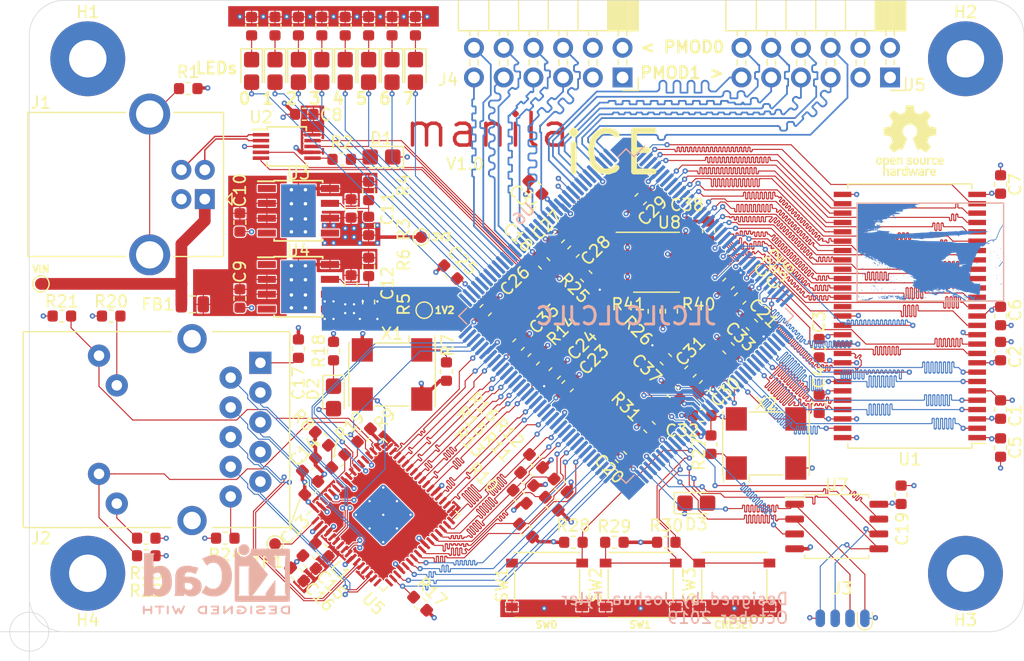
<source format=kicad_pcb>
(kicad_pcb (version 20171130) (host pcbnew 5.1.4)
  (layers (0 F.Cu signal hide) (1 In1.Cu signal hide) (2 In2.Cu signal hide) (31 B.Cu signal) (34 B.Paste user hide) (35 F.Paste user hide) (36 B.SilkS user) (37 F.SilkS user hide) (38 B.Mask user hide) (39 F.Mask user hide) (44 Edge.Cuts user))
  (net 0 "")
  (net 1 +3V3)
  (net 2 GND)
  (net 3 /5V)
  (net 4 +1V2)
  (net 5 "Net-(D1-Pad2)")
  (net 6 "Net-(D2-Pad2)")
  (net 7 "Net-(D2-Pad1)")
  (net 8 /FPGA/CDONE)
  (net 9 "Net-(D4-Pad1)")
  (net 10 /FPGA/LED7)
  (net 11 "Net-(D5-Pad1)")
  (net 12 /FPGA/LED6)
  (net 13 "Net-(D6-Pad1)")
  (net 14 /FPGA/LED5)
  (net 15 "Net-(D7-Pad1)")
  (net 16 /FPGA/LED4)
  (net 17 /FPGA/LED3)
  (net 18 "Net-(D8-Pad1)")
  (net 19 "Net-(D9-Pad1)")
  (net 20 /FPGA/LED2)
  (net 21 /FPGA/LED1)
  (net 22 "Net-(D10-Pad1)")
  (net 23 "Net-(D11-Pad1)")
  (net 24 /FPGA/LED0)
  (net 25 "Net-(J1-Pad5)")
  (net 26 /ETHERNET/LED_Y_LOW)
  (net 27 /ETHERNET/LED_Y_HIGH)
  (net 28 /ETHERNET/LED_G_LOW)
  (net 29 /ETHERNET/LED_G_HIGH)
  (net 30 /FPGA/MOSI)
  (net 31 "Net-(J3-Pad3)")
  (net 32 /FPGA/MISO)
  (net 33 /FPGA/~CS)
  (net 34 /FPGA/SCK)
  (net 35 "Net-(J3-Pad7)")
  (net 36 /PMODA/DATA7)
  (net 37 /PMODA/DATA3)
  (net 38 /PMODA/DATA6)
  (net 39 /PMODA/DATA2)
  (net 40 /PMODA/DATA5)
  (net 41 /PMODA/DATA1)
  (net 42 /PMODA/DATA4)
  (net 43 /PMODA/DATA0)
  (net 44 /PMODB/DATA0)
  (net 45 /PMODB/DATA4)
  (net 46 /PMODB/DATA1)
  (net 47 /PMODB/DATA5)
  (net 48 /PMODB/DATA2)
  (net 49 /PMODB/DATA6)
  (net 50 /PMODB/DATA3)
  (net 51 /PMODB/DATA7)
  (net 52 "Net-(R2-Pad1)")
  (net 53 "Net-(R7-Pad2)")
  (net 54 /FPGA/~ETH_PHYRST)
  (net 55 /FPGA/ETH_MDIO)
  (net 56 /FPGA/ETH_RXD4)
  (net 57 /FPGA/ETH_RXD5)
  (net 58 /FPGA/ETH_RXD6)
  (net 59 /FPGA/ETH_RXD7)
  (net 60 /FPGA/ETH_RXER)
  (net 61 /ETHERNET/COL)
  (net 62 /FPGA/ETH_RXDV)
  (net 63 "Net-(R19-Pad2)")
  (net 64 "Net-(R27-Pad2)")
  (net 65 /FPGA/~CRESET)
  (net 66 /SDRAM/DATA0)
  (net 67 /SDRAM/DATA1)
  (net 68 /SDRAM/DATA2)
  (net 69 /SDRAM/DATA3)
  (net 70 /SDRAM/DATA4)
  (net 71 /SDRAM/DATA5)
  (net 72 /SDRAM/DATA6)
  (net 73 /SDRAM/DATA7)
  (net 74 /SDRAM/LDQM)
  (net 75 /FPGA/~RAM_WE)
  (net 76 /SDRAM/~CAS)
  (net 77 /FPGA/~RAM_RAS)
  (net 78 /SDRAM/~CS)
  (net 79 /SDRAM/BS0)
  (net 80 /SDRAM/BS1)
  (net 81 /SDRAM/ADDRESS10)
  (net 82 /SDRAM/ADDRESS0)
  (net 83 /SDRAM/ADDRESS1)
  (net 84 /SDRAM/ADDRESS2)
  (net 85 /SDRAM/ADDRESS3)
  (net 86 /SDRAM/ADDRESS4)
  (net 87 /SDRAM/ADDRESS5)
  (net 88 /SDRAM/ADDRESS6)
  (net 89 /SDRAM/ADDRESS7)
  (net 90 /SDRAM/ADDRESS8)
  (net 91 /SDRAM/ADDRESS9)
  (net 92 /SDRAM/ADDRESS11)
  (net 93 "Net-(U1-Pad36)")
  (net 94 /SDRAM/CKE)
  (net 95 /SDRAM/CLK)
  (net 96 /FPGA/RAM_UDQM)
  (net 97 "Net-(U1-Pad40)")
  (net 98 /SDRAM/DATA8)
  (net 99 /SDRAM/DATA9)
  (net 100 /SDRAM/DATA10)
  (net 101 /SDRAM/DATA11)
  (net 102 /SDRAM/DATA12)
  (net 103 /SDRAM/DATA13)
  (net 104 /SDRAM/DATA14)
  (net 105 /SDRAM/DATA15)
  (net 106 /FPGA/~UART_RTS)
  (net 107 /FPGA/UART_CTS)
  (net 108 /FPGA/UART_RX)
  (net 109 /USB_UART/UART_RX)
  (net 110 "Net-(U3-Pad5)")
  (net 111 "Net-(U3-Pad4)")
  (net 112 "Net-(U3-Pad1)")
  (net 113 "Net-(U4-Pad1)")
  (net 114 "Net-(U4-Pad4)")
  (net 115 "Net-(U4-Pad5)")
  (net 116 "Net-(U5-Pad16)")
  (net 117 "Net-(U5-Pad17)")
  (net 118 /FPGA/ETH_RXD0)
  (net 119 /FPGA/ETH_RXD1)
  (net 120 /FPGA/ETH_RXD2)
  (net 121 /FPGA/ETH_RXD3)
  (net 122 /ETHERNET/RXCLK)
  (net 123 /ETHERNET/CS)
  (net 124 /FPGA/ETH_GTXCLK)
  (net 125 /FPGA/ETH_TXEN)
  (net 126 /FPGA/ETH_TXD0)
  (net 127 /FPGA/ETH_TXD1)
  (net 128 /FPGA/ETH_TXD2)
  (net 129 /FPGA/ETH_TXD3)
  (net 130 /FPGA/ETH_TXCLK)
  (net 131 /FPGA/ETH_TXD4)
  (net 132 /FPGA/ETH_TXD5)
  (net 133 /FPGA/ETH_TXD6)
  (net 134 /FPGA/ETH_TXD7)
  (net 135 /FPGA/ETH_TXER)
  (net 136 /FPGA/ETH_MDC)
  (net 137 /FPGA/~ETH_PME_INT)
  (net 138 "Net-(U5-Pad62)")
  (net 139 "Net-(U6-Pad35)")
  (net 140 "Net-(U6-Pad36)")
  (net 141 "Net-(U6-Pad49)")
  (net 142 "Net-(U6-Pad50)")
  (net 143 "Net-(U6-Pad51)")
  (net 144 "Net-(U6-Pad58)")
  (net 145 /FPGA/QSPI_IO2)
  (net 146 /FPGA/QSPI_IO3)
  (net 147 "Net-(U6-Pad77)")
  (net 148 "Net-(U6-Pad109)")
  (net 149 "Net-(U6-Pad133)")
  (net 150 /USB_D_N)
  (net 151 /USB_D_P)
  (net 152 /FPGA/CBSEL0)
  (net 153 /FPGA/CBSEL1)
  (net 154 /ETHERNET/MDI0_P)
  (net 155 /ETHERNET/MDI0_N)
  (net 156 /ETHERNET/MDI1_P)
  (net 157 /ETHERNET/MDI1_N)
  (net 158 /ETHERNET/MDI2_P)
  (net 159 /ETHERNET/MDI2_N)
  (net 160 /ETHERNET/MDI3_P)
  (net 161 /ETHERNET/MDI3_N)
  (net 162 /ETHERNET/VDD)
  (net 163 /ETHERNET/CT)
  (net 164 /VBUS)
  (net 165 /ETHERNET/TERM)
  (net 166 /ETHERNET/REG_OUT)
  (net 167 /POWER/3V3FB)
  (net 168 /ETHERNET/CLK125)
  (net 169 /ETHERNET/CLK50)
  (net 170 "Net-(U6-Pad130)")
  (net 171 /POWER/1V2FB)
  (net 172 /FPGA/VCCPLL1)
  (net 173 /FPGA/GNDPLL1)
  (net 174 /FPGA/VCCPLL0)
  (net 175 /FPGA/GNDPLL0)
  (net 176 "Net-(R19-Pad1)")
  (net 177 /EEPROM/SDA)
  (net 178 /EEPROM/SCL)
  (module Capacitor_SMD:C_0603_1608Metric (layer F.Cu) (at 171.85 89.7 90)
    (fp_text reference C38 (at 2.2 -1.85 180) (layer F.SilkS))
    (fp_text value 100n)
    (pad 2 smd roundrect (at 0.7875 0 90) (size 0.875 0.95) (layers F.Cu F.Paste F.Mask) (net 2 GND))
    (pad 1 smd roundrect (at -0.7875 0 90) (size 0.875 0.95) (layers F.Cu F.Paste F.Mask) (net 1 +3V3))
  )
  (module Package_SO:SOIC-8_3.9x4.9mm_P1.27mm (layer F.Cu) (at 167.4 92.4)
    (fp_text reference U8 (at 1.1 -3.4) (layer F.SilkS))
    (fp_text value M24C01-RMN)
    (pad 8 smd roundrect (at 2.475 -1.905) (size 1.95 0.6) (layers F.Cu F.Paste F.Mask) (net 1 +3V3))
    (pad 7 smd roundrect (at 2.475 -0.635) (size 1.95 0.6) (layers F.Cu F.Paste F.Mask) (net 2 GND))
    (pad 6 smd roundrect (at 2.475 0.635) (size 1.95 0.6) (layers F.Cu F.Paste F.Mask) (net 178 /EEPROM/SCL))
    (pad 5 smd roundrect (at 2.475 1.905) (size 1.95 0.6) (layers F.Cu F.Paste F.Mask) (net 177 /EEPROM/SDA))
    (pad 4 smd roundrect (at -2.475 1.905) (size 1.95 0.6) (layers F.Cu F.Paste F.Mask) (net 2 GND))
    (pad 3 smd roundrect (at -2.475 0.635) (size 1.95 0.6) (layers F.Cu F.Paste F.Mask) (net 2 GND))
    (pad 2 smd roundrect (at -2.475 -0.635) (size 1.95 0.6) (layers F.Cu F.Paste F.Mask) (net 2 GND))
    (pad 1 smd roundrect (at -2.475 -1.905) (size 1.95 0.6) (layers F.Cu F.Paste F.Mask) (net 2 GND))
  )
  (module Resistor_SMD:R_0603_1608Metric (layer F.Cu) (at 167.2 96.6 90)
    (fp_text reference R41 (at 0.6 -2.2 180) (layer F.SilkS))
    (fp_text value 10k)
    (pad 2 smd roundrect (at 0.7875 0 90) (size 0.875 0.95) (layers F.Cu F.Paste F.Mask) (net 178 /EEPROM/SCL))
    (pad 1 smd roundrect (at -0.7875 0 90) (size 0.875 0.95) (layers F.Cu F.Paste F.Mask) (net 1 +3V3))
  )
  (module Resistor_SMD:R_0603_1608Metric (layer F.Cu) (at 168.675 96.5875 90)
    (fp_text reference R40 (at 0.5875 2.325 180) (layer F.SilkS))
    (fp_text value 10k)
    (pad 2 smd roundrect (at 0.7875 0 90) (size 0.875 0.95) (layers F.Cu F.Paste F.Mask) (net 177 /EEPROM/SDA))
    (pad 1 smd roundrect (at -0.7875 0 90) (size 0.875 0.95) (layers F.Cu F.Paste F.Mask) (net 1 +3V3))
  )
  (module Resistor_SMD:R_0603_1608Metric (layer F.Cu) (at 138.8 107.5 315)
    (fp_text reference R8 (at -2.262742 0 135) (layer F.SilkS))
    (fp_text value 91)
    (pad 2 smd roundrect (at 0.7875 0 315) (size 0.875 0.95) (layers F.Cu F.Paste F.Mask) (net 176 "Net-(R19-Pad1)"))
    (pad 1 smd roundrect (at -0.7875 0 315) (size 0.875 0.95) (layers F.Cu F.Paste F.Mask) (net 2 GND))
  )
  (module TestPoint:TestPoint_Pad_D1.0mm (layer F.Cu) (at 114.8 94.25)
    (fp_text reference TP4 hide)
    (fp_text value TestPoint)
    (pad 1 smd circle (at 0 0) (size 1 1) (layers F.Cu F.Mask) (net 164 /VBUS))
  )
  (module TestPoint:TestPoint_Pad_D1.0mm (layer F.Cu) (at 147.55 96.5)
    (fp_text reference TP3 hide)
    (fp_text value TestPoint)
    (pad 1 smd circle (at 0 0) (size 1 1) (layers F.Cu F.Mask) (net 4 +1V2))
  )
  (module TestPoint:TestPoint_Pad_D1.0mm (layer F.Cu) (at 147.3 90.25)
    (fp_text reference TP2 hide)
    (fp_text value TestPoint)
    (pad 1 smd circle (at 0 0) (size 1 1) (layers F.Cu F.Mask) (net 1 +3V3))
  )
  (module Symbol:KiCad-Logo2_5mm_SilkScreen (layer B.Cu) (at 129.8 119.5 180)
    (fp_text reference REF** hide)
    (fp_text value KiCad-Logo2_5mm_SilkScreen hide)
  )
  (module Symbol:OSHW-Logo_5.7x6mm_SilkScreen (layer F.Cu) (at 189.05 82)
    (fp_text reference REF** hide)
    (fp_text value OSHW-Logo_5.7x6mm_SilkScreen hide)
  )
  (module Art:Shetland_combined (layer B.Cu) (at 190.8 91.5 180)
    (fp_text reference G*** hide)
    (fp_text value LOGO hide)
    (fp_poly (pts (xy 5.920154 -0.068385) (xy 5.910385 -0.078154) (xy 5.900616 -0.068385) (xy 5.910385 -0.058616) (xy 5.920154 -0.068385)) (layer B.Cu) (width 0.01))
    (fp_poly (pts (xy 5.197231 -0.400539) (xy 5.187462 -0.410308) (xy 5.177693 -0.400539) (xy 5.187462 -0.39077) (xy 5.197231 -0.400539)) (layer B.Cu) (width 0.01))
    (fp_poly (pts (xy -2.272974 -0.416821) (xy -2.270636 -0.440008) (xy -2.272974 -0.442872) (xy -2.28459 -0.44019) (xy -2.286 -0.429847) (xy -2.278851 -0.413764) (xy -2.272974 -0.416821)) (layer B.Cu) (width 0.01))
    (fp_poly (pts (xy -1.482119 -0.715293) (xy -1.475154 -0.722923) (xy -1.481136 -0.738302) (xy -1.503308 -0.742462) (xy -1.535678 -0.73449) (xy -1.543538 -0.722923) (xy -1.527796 -0.705399) (xy -1.515384 -0.703385) (xy -1.482119 -0.715293)) (layer B.Cu) (width 0.01))
    (fp_poly (pts (xy -1.025309 -0.707101) (xy -1.022542 -0.731532) (xy -1.0274 -0.749435) (xy -1.049753 -0.775804) (xy -1.077234 -0.779386) (xy -1.09363 -0.759352) (xy -1.094154 -0.752844) (xy -1.081208 -0.733133) (xy -1.064846 -0.735396) (xy -1.039681 -0.73322) (xy -1.035538 -0.721757) (xy -1.02959 -0.705118) (xy -1.025309 -0.707101)) (layer B.Cu) (width 0.01))
    (fp_poly (pts (xy -1.759029 -0.855022) (xy -1.758461 -0.859693) (xy -1.77333 -0.878663) (xy -1.778 -0.879231) (xy -1.796971 -0.864363) (xy -1.797538 -0.859693) (xy -1.78267 -0.840722) (xy -1.778 -0.840154) (xy -1.759029 -0.855022)) (layer B.Cu) (width 0.01))
    (fp_poly (pts (xy -2.071644 -0.855022) (xy -2.071077 -0.859693) (xy -2.085945 -0.878663) (xy -2.090615 -0.879231) (xy -2.109586 -0.864363) (xy -2.110154 -0.859693) (xy -2.095285 -0.840722) (xy -2.090615 -0.840154) (xy -2.071644 -0.855022)) (layer B.Cu) (width 0.01))
    (fp_poly (pts (xy -1.348949 -0.873876) (xy -1.348154 -0.879231) (xy -1.35482 -0.898262) (xy -1.35677 -0.89877) (xy -1.373451 -0.885078) (xy -1.377461 -0.879231) (xy -1.375912 -0.861227) (xy -1.368845 -0.859693) (xy -1.348949 -0.873876)) (layer B.Cu) (width 0.01))
    (fp_poly (pts (xy -2.267256 -0.873876) (xy -2.266461 -0.879231) (xy -2.273128 -0.898262) (xy -2.275077 -0.89877) (xy -2.291759 -0.885078) (xy -2.295769 -0.879231) (xy -2.29422 -0.861227) (xy -2.287153 -0.859693) (xy -2.267256 -0.873876)) (layer B.Cu) (width 0.01))
    (fp_poly (pts (xy -2.132971 -0.869482) (xy -2.132346 -0.870064) (xy -2.136198 -0.888061) (xy -2.149796 -0.899533) (xy -2.189791 -0.91702) (xy -2.207351 -0.90621) (xy -2.207846 -0.90086) (xy -2.192062 -0.880071) (xy -2.159639 -0.866567) (xy -2.132971 -0.869482)) (layer B.Cu) (width 0.01))
    (fp_poly (pts (xy -2.325644 -0.913638) (xy -2.325077 -0.918308) (xy -2.339945 -0.937279) (xy -2.344615 -0.937847) (xy -2.363586 -0.922978) (xy -2.364154 -0.918308) (xy -2.349285 -0.899337) (xy -2.344615 -0.89877) (xy -2.325644 -0.913638)) (layer B.Cu) (width 0.01))
    (fp_poly (pts (xy -2.030704 -0.758424) (xy -2.008136 -0.798386) (xy -1.999742 -0.815731) (xy -1.975013 -0.864132) (xy -1.954993 -0.895315) (xy -1.951011 -0.899285) (xy -1.946185 -0.922048) (xy -1.951145 -0.933476) (xy -1.970201 -0.947446) (xy -1.998308 -0.93296) (xy -2.016276 -0.906353) (xy -2.033436 -0.861234) (xy -2.046618 -0.810486) (xy -2.052651 -0.766995) (xy -2.048365 -0.743644) (xy -2.045183 -0.742462) (xy -2.030704 -0.758424)) (layer B.Cu) (width 0.01))
    (fp_poly (pts (xy -2.602716 -1.109629) (xy -2.598615 -1.124075) (xy -2.614269 -1.149444) (xy -2.627923 -1.15277) (xy -2.65394 -1.14333) (xy -2.657231 -1.135322) (xy -2.641682 -1.113962) (xy -2.627923 -1.106627) (xy -2.602716 -1.109629)) (layer B.Cu) (width 0.01))
    (fp_poly (pts (xy -2.481637 -1.118135) (xy -2.454815 -1.13652) (xy -2.451975 -1.152604) (xy -2.472703 -1.167946) (xy -2.512425 -1.166321) (xy -2.544884 -1.15884) (xy -2.575374 -1.140959) (xy -2.57187 -1.118799) (xy -2.554654 -1.108581) (xy -2.519881 -1.106694) (xy -2.481637 -1.118135)) (layer B.Cu) (width 0.01))
    (fp_poly (pts (xy -2.73203 -1.117218) (xy -2.694165 -1.133492) (xy -2.680518 -1.150998) (xy -2.683447 -1.169876) (xy -2.702148 -1.16675) (xy -2.732013 -1.167468) (xy -2.740306 -1.177302) (xy -2.751553 -1.18137) (xy -2.761106 -1.164838) (xy -2.772744 -1.126951) (xy -2.762184 -1.11479) (xy -2.73203 -1.117218)) (layer B.Cu) (width 0.01))
    (fp_poly (pts (xy 0.325482 4.136734) (xy 0.350468 4.126133) (xy 0.351693 4.122615) (xy 0.349239 4.109644) (xy 0.335158 4.106677) (xy 0.299365 4.113716) (xy 0.263769 4.122615) (xy 0.227497 4.132423) (xy 0.224853 4.137038) (xy 0.258154 4.139182) (xy 0.278423 4.139842) (xy 0.325482 4.136734)) (layer B.Cu) (width 0.01))
    (fp_poly (pts (xy 3.08675 2.931994) (xy 3.128165 2.923364) (xy 3.145688 2.911657) (xy 3.145693 2.911457) (xy 3.128295 2.894414) (xy 3.08445 2.881691) (xy 3.026682 2.874725) (xy 2.967515 2.874956) (xy 2.919473 2.88382) (xy 2.916116 2.885093) (xy 2.893464 2.906775) (xy 2.891693 2.914949) (xy 2.906208 2.925992) (xy 2.924323 2.922428) (xy 2.957437 2.919734) (xy 2.968284 2.926649) (xy 2.991898 2.934913) (xy 3.036357 2.936269) (xy 3.08675 2.931994)) (layer B.Cu) (width 0.01))
    (fp_poly (pts (xy 3.907125 2.564208) (xy 3.907693 2.559538) (xy 3.892824 2.540567) (xy 3.888154 2.54) (xy 3.869183 2.554868) (xy 3.868616 2.559538) (xy 3.883484 2.578509) (xy 3.888154 2.579077) (xy 3.907125 2.564208)) (layer B.Cu) (width 0.01))
    (fp_poly (pts (xy 4.353771 2.373142) (xy 4.357077 2.364153) (xy 4.341252 2.346819) (xy 4.327769 2.344615) (xy 4.301768 2.355165) (xy 4.298462 2.364153) (xy 4.314287 2.381488) (xy 4.327769 2.383692) (xy 4.353771 2.373142)) (layer B.Cu) (width 0.01))
    (fp_poly (pts (xy 4.590971 2.329747) (xy 4.591539 2.325077) (xy 4.57667 2.306106) (xy 4.572 2.305538) (xy 4.553029 2.320406) (xy 4.552462 2.325077) (xy 4.56733 2.344047) (xy 4.572 2.344615) (xy 4.590971 2.329747)) (layer B.Cu) (width 0.01))
    (fp_poly (pts (xy 4.200769 2.295769) (xy 4.219409 2.278211) (xy 4.220308 2.275077) (xy 4.205191 2.266685) (xy 4.200769 2.266461) (xy 4.181982 2.281481) (xy 4.181231 2.287153) (xy 4.193201 2.298822) (xy 4.200769 2.295769)) (layer B.Cu) (width 0.01))
    (fp_poly (pts (xy 4.571107 2.291895) (xy 4.602309 2.274575) (xy 4.601275 2.254902) (xy 4.572822 2.242923) (xy 4.547739 2.243192) (xy 4.505457 2.240594) (xy 4.48479 2.228538) (xy 4.457338 2.214495) (xy 4.408762 2.208575) (xy 4.356162 2.210764) (xy 4.316633 2.221048) (xy 4.307428 2.228684) (xy 4.299793 2.251037) (xy 4.30139 2.25411) (xy 4.332891 2.264725) (xy 4.389084 2.275936) (xy 4.455669 2.28574) (xy 4.518347 2.292133) (xy 4.562818 2.293113) (xy 4.571107 2.291895)) (layer B.Cu) (width 0.01))
    (fp_poly (pts (xy 4.174718 2.103641) (xy 4.177057 2.080453) (xy 4.174718 2.077589) (xy 4.163103 2.080271) (xy 4.161693 2.090615) (xy 4.168841 2.106697) (xy 4.174718 2.103641)) (layer B.Cu) (width 0.01))
    (fp_poly (pts (xy -6.14159 2.064564) (xy -6.144272 2.052948) (xy -6.154615 2.051538) (xy -6.170698 2.058687) (xy -6.167641 2.064564) (xy -6.144453 2.066902) (xy -6.14159 2.064564)) (layer B.Cu) (width 0.01))
    (fp_poly (pts (xy 4.141359 1.998278) (xy 4.142154 1.992923) (xy 4.135488 1.973892) (xy 4.133538 1.973384) (xy 4.116857 1.987076) (xy 4.112846 1.992923) (xy 4.114395 2.010927) (xy 4.121462 2.012461) (xy 4.141359 1.998278)) (layer B.Cu) (width 0.01))
    (fp_poly (pts (xy 4.71884 1.929335) (xy 4.745931 1.922134) (xy 4.747846 1.918146) (xy 4.73028 1.889814) (xy 4.68546 1.867464) (xy 4.625207 1.856503) (xy 4.612362 1.856153) (xy 4.570654 1.850606) (xy 4.552488 1.8372) (xy 4.552462 1.836615) (xy 4.535926 1.821607) (xy 4.5085 1.817698) (xy 4.477967 1.819878) (xy 4.481899 1.830817) (xy 4.502465 1.847006) (xy 4.527724 1.868425) (xy 4.518595 1.875684) (xy 4.492696 1.87693) (xy 4.445 1.878169) (xy 4.49078 1.896512) (xy 4.54318 1.912062) (xy 4.60618 1.923349) (xy 4.668494 1.929423) (xy 4.71884 1.929335)) (layer B.Cu) (width 0.01))
    (fp_poly (pts (xy 4.233334 1.830102) (xy 4.230651 1.818487) (xy 4.220308 1.817077) (xy 4.204226 1.824225) (xy 4.207282 1.830102) (xy 4.23047 1.832441) (xy 4.233334 1.830102)) (layer B.Cu) (width 0.01))
    (fp_poly (pts (xy 4.730387 1.830956) (xy 4.747842 1.81732) (xy 4.747846 1.817077) (xy 4.730868 1.803358) (xy 4.68996 1.79754) (xy 4.689231 1.797538) (xy 4.648075 1.803198) (xy 4.63062 1.816833) (xy 4.630616 1.817077) (xy 4.647594 1.830795) (xy 4.688502 1.836614) (xy 4.689231 1.836615) (xy 4.730387 1.830956)) (layer B.Cu) (width 0.01))
    (fp_poly (pts (xy -3.836051 1.810564) (xy -3.838733 1.798948) (xy -3.849077 1.797538) (xy -3.865159 1.804687) (xy -3.862102 1.810564) (xy -3.838915 1.812902) (xy -3.836051 1.810564)) (layer B.Cu) (width 0.01))
    (fp_poly (pts (xy -4.969282 1.751948) (xy -4.966943 1.728761) (xy -4.969282 1.725897) (xy -4.980897 1.728579) (xy -4.982307 1.738923) (xy -4.975159 1.755005) (xy -4.969282 1.751948)) (layer B.Cu) (width 0.01))
    (fp_poly (pts (xy 0.254 1.670538) (xy 0.244231 1.660769) (xy 0.234462 1.670538) (xy 0.244231 1.680307) (xy 0.254 1.670538)) (layer B.Cu) (width 0.01))
    (fp_poly (pts (xy 3.418663 1.645901) (xy 3.419231 1.64123) (xy 3.404363 1.62226) (xy 3.399693 1.621692) (xy 3.380722 1.63656) (xy 3.380154 1.64123) (xy 3.395022 1.660201) (xy 3.399693 1.660769) (xy 3.418663 1.645901)) (layer B.Cu) (width 0.01))
    (fp_poly (pts (xy 3.25641 1.634718) (xy 3.258749 1.61153) (xy 3.25641 1.608666) (xy 3.244795 1.611348) (xy 3.243385 1.621692) (xy 3.250534 1.637774) (xy 3.25641 1.634718)) (layer B.Cu) (width 0.01))
    (fp_poly (pts (xy -3.562513 1.517487) (xy -3.560174 1.494299) (xy -3.562513 1.491436) (xy -3.574128 1.494118) (xy -3.575538 1.504461) (xy -3.568389 1.520544) (xy -3.562513 1.517487)) (layer B.Cu) (width 0.01))
    (fp_poly (pts (xy 0.59918 0.97041) (xy 0.596498 0.958794) (xy 0.586154 0.957384) (xy 0.570072 0.964533) (xy 0.573128 0.97041) (xy 0.596316 0.972748) (xy 0.59918 0.97041)) (layer B.Cu) (width 0.01))
    (fp_poly (pts (xy -5.294923 0.947615) (xy -5.304692 0.937846) (xy -5.314461 0.947615) (xy -5.304692 0.957384) (xy -5.294923 0.947615)) (layer B.Cu) (width 0.01))
    (fp_poly (pts (xy -5.344758 0.931856) (xy -5.322021 0.902241) (xy -5.319948 0.886769) (xy -5.337274 0.890301) (xy -5.34301 0.897541) (xy -5.369649 0.9095) (xy -5.40145 0.907027) (xy -5.443968 0.907105) (xy -5.461924 0.919802) (xy -5.463545 0.936046) (xy -5.435684 0.933229) (xy -5.400226 0.933351) (xy -5.387097 0.94463) (xy -5.370313 0.951139) (xy -5.344758 0.931856)) (layer B.Cu) (width 0.01))
    (fp_poly (pts (xy -2.149798 0.825285) (xy -2.149231 0.820615) (xy -2.164099 0.801644) (xy -2.168769 0.801077) (xy -2.18774 0.815945) (xy -2.188307 0.820615) (xy -2.173439 0.839586) (xy -2.168769 0.840153) (xy -2.149798 0.825285)) (layer B.Cu) (width 0.01))
    (fp_poly (pts (xy -5.393917 0.868856) (xy -5.379124 0.854575) (xy -5.35597 0.82335) (xy -5.363486 0.810408) (xy -5.387731 0.815149) (xy -5.409236 0.839639) (xy -5.412154 0.855738) (xy -5.409157 0.876542) (xy -5.393917 0.868856)) (layer B.Cu) (width 0.01))
    (fp_poly (pts (xy -5.086513 0.735948) (xy -5.084174 0.712761) (xy -5.086513 0.709897) (xy -5.098128 0.712579) (xy -5.099538 0.722923) (xy -5.092389 0.739005) (xy -5.086513 0.735948)) (layer B.Cu) (width 0.01))
    (fp_poly (pts (xy -5.040923 0.674077) (xy -5.050692 0.664307) (xy -5.060461 0.674077) (xy -5.050692 0.683846) (xy -5.040923 0.674077)) (layer B.Cu) (width 0.01))
    (fp_poly (pts (xy -4.970429 0.731648) (xy -4.904878 0.71953) (xy -4.874683 0.703524) (xy -4.875877 0.682177) (xy -4.899598 0.672636) (xy -4.90636 0.67544) (xy -4.93591 0.675087) (xy -4.95012 0.666698) (xy -4.977515 0.659864) (xy -5.007879 0.684777) (xy -5.034591 0.719419) (xy -5.032957 0.734443) (xy -4.99889 0.734966) (xy -4.970429 0.731648)) (layer B.Cu) (width 0.01))
    (fp_poly (pts (xy -5.959798 0.25867) (xy -5.959231 0.254) (xy -5.974099 0.235029) (xy -5.978769 0.234461) (xy -5.99774 0.249329) (xy -5.998307 0.254) (xy -5.983439 0.27297) (xy -5.978769 0.273538) (xy -5.959798 0.25867)) (layer B.Cu) (width 0.01))
    (fp_poly (pts (xy -4.297698 0.214357) (xy -4.280203 0.173991) (xy -4.292802 0.156827) (xy -4.299075 0.156307) (xy -4.322731 0.171956) (xy -4.330796 0.186458) (xy -4.334211 0.220057) (xy -4.319584 0.23209) (xy -4.297698 0.214357)) (layer B.Cu) (width 0.01))
    (fp_poly (pts (xy -5.412378 0.043498) (xy -5.412154 0.039077) (xy -5.427174 0.020289) (xy -5.432845 0.019538) (xy -5.444514 0.031508) (xy -5.441461 0.039077) (xy -5.423904 0.057716) (xy -5.42077 0.058615) (xy -5.412378 0.043498)) (layer B.Cu) (width 0.01))
    (fp_poly (pts (xy -5.63359 -0.04559) (xy -5.636272 -0.057206) (xy -5.646615 -0.058616) (xy -5.662698 -0.051467) (xy -5.659641 -0.04559) (xy -5.636453 -0.043252) (xy -5.63359 -0.04559)) (layer B.Cu) (width 0.01))
    (fp_poly (pts (xy -5.086716 -0.109663) (xy -5.089769 -0.117231) (xy -5.107326 -0.13587) (xy -5.110461 -0.13677) (xy -5.118853 -0.121653) (xy -5.119077 -0.117231) (xy -5.104056 -0.098443) (xy -5.098385 -0.097693) (xy -5.086716 -0.109663)) (layer B.Cu) (width 0.01))
    (fp_poly (pts (xy 6.206515 -0.129201) (xy 6.203462 -0.13677) (xy 6.185904 -0.155409) (xy 6.18277 -0.156308) (xy 6.174378 -0.141191) (xy 6.174154 -0.13677) (xy 6.189174 -0.117982) (xy 6.194846 -0.117231) (xy 6.206515 -0.129201)) (layer B.Cu) (width 0.01))
    (fp_poly (pts (xy 6.174154 -0.224693) (xy 6.164385 -0.234462) (xy 6.154616 -0.224693) (xy 6.164385 -0.214923) (xy 6.174154 -0.224693)) (layer B.Cu) (width 0.01))
    (fp_poly (pts (xy -5.809436 -0.221436) (xy -5.812118 -0.233052) (xy -5.822461 -0.234462) (xy -5.838544 -0.227313) (xy -5.835487 -0.221436) (xy -5.812299 -0.219098) (xy -5.809436 -0.221436)) (layer B.Cu) (width 0.01))
    (fp_poly (pts (xy 5.821894 -0.288407) (xy 5.822462 -0.293077) (xy 5.807593 -0.312048) (xy 5.802923 -0.312616) (xy 5.783953 -0.297747) (xy 5.783385 -0.293077) (xy 5.798253 -0.274107) (xy 5.802923 -0.273539) (xy 5.821894 -0.288407)) (layer B.Cu) (width 0.01))
    (fp_poly (pts (xy 6.230729 -0.272024) (xy 6.22091 -0.301248) (xy 6.202776 -0.325523) (xy 6.182122 -0.332945) (xy 6.174154 -0.320989) (xy 6.186311 -0.299793) (xy 6.203462 -0.280517) (xy 6.22749 -0.260591) (xy 6.230729 -0.272024)) (layer B.Cu) (width 0.01))
    (fp_poly (pts (xy 6.114971 -0.307946) (xy 6.115539 -0.312616) (xy 6.10067 -0.331586) (xy 6.096 -0.332154) (xy 6.077029 -0.317286) (xy 6.076462 -0.312616) (xy 6.09133 -0.293645) (xy 6.096 -0.293077) (xy 6.114971 -0.307946)) (layer B.Cu) (width 0.01))
    (fp_poly (pts (xy 5.900048 -0.327484) (xy 5.900616 -0.332154) (xy 5.885747 -0.351125) (xy 5.881077 -0.351693) (xy 5.862106 -0.336824) (xy 5.861539 -0.332154) (xy 5.876407 -0.313183) (xy 5.881077 -0.312616) (xy 5.900048 -0.327484)) (layer B.Cu) (width 0.01))
    (fp_poly (pts (xy -5.705798 -0.327484) (xy -5.705231 -0.332154) (xy -5.720099 -0.351125) (xy -5.724769 -0.351693) (xy -5.74374 -0.336824) (xy -5.744307 -0.332154) (xy -5.729439 -0.313183) (xy -5.724769 -0.312616) (xy -5.705798 -0.327484)) (layer B.Cu) (width 0.01))
    (fp_poly (pts (xy 6.056356 -0.425176) (xy 6.056923 -0.429847) (xy 6.042055 -0.448817) (xy 6.037385 -0.449385) (xy 6.018414 -0.434517) (xy 6.017846 -0.429847) (xy 6.032715 -0.410876) (xy 6.037385 -0.410308) (xy 6.056356 -0.425176)) (layer B.Cu) (width 0.01))
    (fp_poly (pts (xy 5.548356 -0.425176) (xy 5.548923 -0.429847) (xy 5.534055 -0.448817) (xy 5.529385 -0.449385) (xy 5.510414 -0.434517) (xy 5.509846 -0.429847) (xy 5.524715 -0.410876) (xy 5.529385 -0.410308) (xy 5.548356 -0.425176)) (layer B.Cu) (width 0.01))
    (fp_poly (pts (xy 5.585796 -0.484749) (xy 5.588 -0.498231) (xy 5.57745 -0.524232) (xy 5.568462 -0.527539) (xy 5.551128 -0.511713) (xy 5.548923 -0.498231) (xy 5.559473 -0.47223) (xy 5.568462 -0.468923) (xy 5.585796 -0.484749)) (layer B.Cu) (width 0.01))
    (fp_poly (pts (xy -5.848716 -0.51997) (xy -5.851769 -0.527539) (xy -5.869326 -0.546178) (xy -5.872461 -0.547077) (xy -5.880853 -0.531961) (xy -5.881077 -0.527539) (xy -5.866056 -0.508751) (xy -5.860385 -0.508) (xy -5.848716 -0.51997)) (layer B.Cu) (width 0.01))
    (fp_poly (pts (xy 5.464257 -0.573129) (xy 5.466595 -0.596316) (xy 5.464257 -0.59918) (xy 5.452641 -0.596498) (xy 5.451231 -0.586154) (xy 5.45838 -0.570072) (xy 5.464257 -0.573129)) (layer B.Cu) (width 0.01))
    (fp_poly (pts (xy 5.291901 -0.578087) (xy 5.283927 -0.601456) (xy 5.261183 -0.620152) (xy 5.259497 -0.620758) (xy 5.244785 -0.614654) (xy 5.248154 -0.597556) (xy 5.268119 -0.570682) (xy 5.279103 -0.566616) (xy 5.291901 -0.578087)) (layer B.Cu) (width 0.01))
    (fp_poly (pts (xy 4.835222 -0.701765) (xy 4.82787 -0.710901) (xy 4.797902 -0.736671) (xy 4.775468 -0.740457) (xy 4.771398 -0.720868) (xy 4.77226 -0.718039) (xy 4.796223 -0.694127) (xy 4.817228 -0.686478) (xy 4.842112 -0.685028) (xy 4.835222 -0.701765)) (layer B.Cu) (width 0.01))
    (fp_poly (pts (xy -5.106255 -0.715355) (xy -5.109307 -0.722923) (xy -5.126865 -0.741563) (xy -5.129999 -0.742462) (xy -5.138391 -0.727345) (xy -5.138615 -0.722923) (xy -5.123595 -0.704136) (xy -5.117924 -0.703385) (xy -5.106255 -0.715355)) (layer B.Cu) (width 0.01))
    (fp_poly (pts (xy 4.604564 -0.729436) (xy 4.603765 -0.751187) (xy 4.584099 -0.779982) (xy 4.558 -0.799473) (xy 4.550069 -0.801077) (xy 4.533116 -0.786493) (xy 4.532923 -0.783931) (xy 4.545731 -0.758442) (xy 4.573255 -0.735269) (xy 4.599149 -0.726845) (xy 4.604564 -0.729436)) (layer B.Cu) (width 0.01))
    (fp_poly (pts (xy -5.998307 -0.77177) (xy -5.979668 -0.789327) (xy -5.978769 -0.792461) (xy -5.993886 -0.800853) (xy -5.998307 -0.801077) (xy -6.017095 -0.786057) (xy -6.017846 -0.780386) (xy -6.005876 -0.768717) (xy -5.998307 -0.77177)) (layer B.Cu) (width 0.01))
    (fp_poly (pts (xy 4.81467 -0.619937) (xy 4.796693 -0.64477) (xy 4.76109 -0.674158) (xy 4.735049 -0.683847) (xy 4.713732 -0.700138) (xy 4.708769 -0.722923) (xy 4.716952 -0.754673) (xy 4.728308 -0.762) (xy 4.746954 -0.772517) (xy 4.739785 -0.793872) (xy 4.718539 -0.808143) (xy 4.691796 -0.813271) (xy 4.686789 -0.810233) (xy 4.682381 -0.784601) (xy 4.681904 -0.780826) (xy 4.664925 -0.753575) (xy 4.652732 -0.744055) (xy 4.638699 -0.726717) (xy 4.652922 -0.701299) (xy 4.665907 -0.687632) (xy 4.708868 -0.651065) (xy 4.752256 -0.623708) (xy 4.789039 -0.607864) (xy 4.812188 -0.605839) (xy 4.81467 -0.619937)) (layer B.Cu) (width 0.01))
    (fp_poly (pts (xy 4.610509 -0.855022) (xy 4.611077 -0.859693) (xy 4.596209 -0.878663) (xy 4.591539 -0.879231) (xy 4.572568 -0.864363) (xy 4.572 -0.859693) (xy 4.586868 -0.840722) (xy 4.591539 -0.840154) (xy 4.610509 -0.855022)) (layer B.Cu) (width 0.01))
    (fp_poly (pts (xy 4.47374 -0.874561) (xy 4.474308 -0.879231) (xy 4.45944 -0.898202) (xy 4.454769 -0.89877) (xy 4.435799 -0.883901) (xy 4.435231 -0.879231) (xy 4.450099 -0.86026) (xy 4.454769 -0.859693) (xy 4.47374 -0.874561)) (layer B.Cu) (width 0.01))
    (fp_poly (pts (xy 4.942663 -0.952715) (xy 4.943231 -0.957385) (xy 4.928363 -0.976356) (xy 4.923693 -0.976923) (xy 4.904722 -0.962055) (xy 4.904154 -0.957385) (xy 4.919022 -0.938414) (xy 4.923693 -0.937847) (xy 4.942663 -0.952715)) (layer B.Cu) (width 0.01))
    (fp_poly (pts (xy 4.412571 -0.902139) (xy 4.405645 -0.914661) (xy 4.391269 -0.925968) (xy 4.363737 -0.955117) (xy 4.357077 -0.972102) (xy 4.341398 -0.995662) (xy 4.326171 -1.004141) (xy 4.291316 -1.014929) (xy 4.279753 -1.007195) (xy 4.278923 -0.996462) (xy 4.294187 -0.978026) (xy 4.301718 -0.976923) (xy 4.314855 -0.969081) (xy 4.311657 -0.964067) (xy 4.309306 -0.940855) (xy 4.332387 -0.916222) (xy 4.36913 -0.900709) (xy 4.383893 -0.899391) (xy 4.412571 -0.902139)) (layer B.Cu) (width 0.01))
    (fp_poly (pts (xy 4.252872 -1.022513) (xy 4.25019 -1.034129) (xy 4.239846 -1.035539) (xy 4.223764 -1.02839) (xy 4.226821 -1.022513) (xy 4.250008 -1.020175) (xy 4.252872 -1.022513)) (layer B.Cu) (width 0.01))
    (fp_poly (pts (xy -4.004092 -0.957326) (xy -3.985667 -0.972897) (xy -3.961341 -1.003452) (xy -3.961188 -1.022603) (xy -3.961351 -1.022707) (xy -3.985314 -1.017732) (xy -4.013067 -0.993604) (xy -4.037097 -0.956984) (xy -4.032359 -0.943571) (xy -4.004092 -0.957326)) (layer B.Cu) (width 0.01))
    (fp_poly (pts (xy -6.239282 -1.002975) (xy -6.236943 -1.026162) (xy -6.239282 -1.029026) (xy -6.250897 -1.026344) (xy -6.252307 -1.016) (xy -6.245159 -0.999918) (xy -6.239282 -1.002975)) (layer B.Cu) (width 0.01))
    (fp_poly (pts (xy 4.829756 -0.892696) (xy 4.81971 -0.925697) (xy 4.795 -0.967149) (xy 4.768888 -0.997965) (xy 4.724744 -1.033784) (xy 4.683979 -1.053708) (xy 4.656389 -1.054137) (xy 4.650154 -1.041595) (xy 4.663196 -1.023755) (xy 4.695688 -0.989674) (xy 4.737673 -0.948848) (xy 4.779199 -0.910775) (xy 4.810312 -0.884951) (xy 4.820334 -0.879231) (xy 4.829756 -0.892696)) (layer B.Cu) (width 0.01))
    (fp_poly (pts (xy 4.356509 -1.089484) (xy 4.357077 -1.094154) (xy 4.342209 -1.113125) (xy 4.337539 -1.113693) (xy 4.318568 -1.098824) (xy 4.318 -1.094154) (xy 4.332868 -1.075183) (xy 4.337539 -1.074616) (xy 4.356509 -1.089484)) (layer B.Cu) (width 0.01))
    (fp_poly (pts (xy 3.907322 -1.048973) (xy 3.916641 -1.075678) (xy 3.910991 -1.095261) (xy 3.907079 -1.096597) (xy 3.870839 -1.1014) (xy 3.870244 -1.101481) (xy 3.840161 -1.116282) (xy 3.83768 -1.118577) (xy 3.811304 -1.132371) (xy 3.791925 -1.126675) (xy 3.790462 -1.120869) (xy 3.804247 -1.099589) (xy 3.835608 -1.069689) (xy 3.869554 -1.044142) (xy 3.889053 -1.035539) (xy 3.907322 -1.048973)) (layer B.Cu) (width 0.01))
    (fp_poly (pts (xy 3.770699 -1.128809) (xy 3.770923 -1.133231) (xy 3.755903 -1.152019) (xy 3.750232 -1.15277) (xy 3.738563 -1.1408) (xy 3.741616 -1.133231) (xy 3.759173 -1.114592) (xy 3.762307 -1.113693) (xy 3.770699 -1.128809)) (layer B.Cu) (width 0.01))
    (fp_poly (pts (xy 4.548088 -1.122921) (xy 4.546552 -1.14292) (xy 4.518269 -1.160273) (xy 4.475203 -1.176929) (xy 4.459654 -1.183718) (xy 4.437809 -1.184337) (xy 4.435231 -1.177844) (xy 4.451723 -1.144446) (xy 4.489722 -1.119272) (xy 4.517293 -1.113693) (xy 4.548088 -1.122921)) (layer B.Cu) (width 0.01))
    (fp_poly (pts (xy 3.842564 -1.178821) (xy 3.839882 -1.190436) (xy 3.829539 -1.191847) (xy 3.813456 -1.184698) (xy 3.816513 -1.178821) (xy 3.839701 -1.176482) (xy 3.842564 -1.178821)) (layer B.Cu) (width 0.01))
    (fp_poly (pts (xy 4.25859 -1.225568) (xy 4.259385 -1.230923) (xy 4.252719 -1.249954) (xy 4.250769 -1.250462) (xy 4.234087 -1.236771) (xy 4.230077 -1.230923) (xy 4.231626 -1.212919) (xy 4.238693 -1.211385) (xy 4.25859 -1.225568)) (layer B.Cu) (width 0.01))
    (fp_poly (pts (xy -6.160931 -0.862527) (xy -6.121801 -0.891917) (xy -6.097138 -0.925097) (xy -6.096883 -0.925755) (xy -6.06815 -0.973427) (xy -6.041718 -0.999375) (xy -6.003936 -1.037236) (xy -5.978898 -1.074616) (xy -5.944969 -1.124769) (xy -5.907412 -1.16649) (xy -5.878012 -1.203008) (xy -5.862133 -1.239247) (xy -5.86335 -1.26364) (xy -5.876192 -1.267488) (xy -5.898268 -1.253188) (xy -5.934642 -1.22088) (xy -5.944577 -1.211123) (xy -5.979263 -1.171059) (xy -5.997495 -1.139663) (xy -5.998307 -1.134989) (xy -6.010871 -1.111551) (xy -6.044463 -1.067789) (xy -6.092938 -1.01146) (xy -6.117345 -0.98475) (xy -6.16901 -0.92731) (xy -6.207257 -0.8811) (xy -6.226568 -0.852971) (xy -6.227516 -0.847927) (xy -6.20076 -0.845129) (xy -6.160931 -0.862527)) (layer B.Cu) (width 0.01))
    (fp_poly (pts (xy 3.750817 -1.323946) (xy 3.751385 -1.328616) (xy 3.736517 -1.347586) (xy 3.731846 -1.348154) (xy 3.712876 -1.333286) (xy 3.712308 -1.328616) (xy 3.727176 -1.309645) (xy 3.731846 -1.309077) (xy 3.750817 -1.323946)) (layer B.Cu) (width 0.01))
    (fp_poly (pts (xy -5.548923 -1.318847) (xy -5.53013 -1.343826) (xy -5.529384 -1.349307) (xy -5.544287 -1.367166) (xy -5.548923 -1.367693) (xy -5.56607 -1.351789) (xy -5.568461 -1.337232) (xy -5.558989 -1.317008) (xy -5.548923 -1.318847)) (layer B.Cu) (width 0.01))
    (fp_poly (pts (xy 3.535894 -1.363022) (xy 3.536462 -1.367693) (xy 3.521593 -1.386663) (xy 3.516923 -1.387231) (xy 3.497953 -1.372363) (xy 3.497385 -1.367693) (xy 3.512253 -1.348722) (xy 3.516923 -1.348154) (xy 3.535894 -1.363022)) (layer B.Cu) (width 0.01))
    (fp_poly (pts (xy -5.731282 -1.374205) (xy -5.728943 -1.397393) (xy -5.731282 -1.400257) (xy -5.742897 -1.397575) (xy -5.744307 -1.387231) (xy -5.737159 -1.371149) (xy -5.731282 -1.374205)) (layer B.Cu) (width 0.01))
    (fp_poly (pts (xy 3.907125 -1.402099) (xy 3.907693 -1.40677) (xy 3.892824 -1.42574) (xy 3.888154 -1.426308) (xy 3.869183 -1.41144) (xy 3.868616 -1.40677) (xy 3.883484 -1.387799) (xy 3.888154 -1.387231) (xy 3.907125 -1.402099)) (layer B.Cu) (width 0.01))
    (fp_poly (pts (xy 3.691534 -1.383453) (xy 3.699835 -1.397) (xy 3.702588 -1.420868) (xy 3.679598 -1.420951) (xy 3.658577 -1.413368) (xy 3.635945 -1.392832) (xy 3.642415 -1.372669) (xy 3.661371 -1.367693) (xy 3.691534 -1.383453)) (layer B.Cu) (width 0.01))
    (fp_poly (pts (xy 3.399125 -1.421638) (xy 3.399693 -1.426308) (xy 3.384824 -1.445279) (xy 3.380154 -1.445847) (xy 3.361183 -1.430978) (xy 3.360616 -1.426308) (xy 3.375484 -1.407337) (xy 3.380154 -1.40677) (xy 3.399125 -1.421638)) (layer B.Cu) (width 0.01))
    (fp_poly (pts (xy 3.086509 -1.421638) (xy 3.087077 -1.426308) (xy 3.072209 -1.445279) (xy 3.067539 -1.445847) (xy 3.048568 -1.430978) (xy 3.048 -1.426308) (xy 3.062868 -1.407337) (xy 3.067539 -1.40677) (xy 3.086509 -1.421638)) (layer B.Cu) (width 0.01))
    (fp_poly (pts (xy 5.817989 -1.429958) (xy 5.800091 -1.453391) (xy 5.776537 -1.46241) (xy 5.763896 -1.451014) (xy 5.763846 -1.449565) (xy 5.779502 -1.426988) (xy 5.794787 -1.418616) (xy 5.817692 -1.418086) (xy 5.817989 -1.429958)) (layer B.Cu) (width 0.01))
    (fp_poly (pts (xy 3.477279 -1.441176) (xy 3.477846 -1.445847) (xy 3.462978 -1.464817) (xy 3.458308 -1.465385) (xy 3.439337 -1.450517) (xy 3.438769 -1.445847) (xy 3.453638 -1.426876) (xy 3.458308 -1.426308) (xy 3.477279 -1.441176)) (layer B.Cu) (width 0.01))
    (fp_poly (pts (xy 3.223287 -1.420793) (xy 3.223846 -1.425155) (xy 3.209644 -1.451617) (xy 3.204308 -1.455616) (xy 3.187581 -1.451186) (xy 3.184769 -1.43723) (xy 3.19497 -1.410498) (xy 3.204308 -1.40677) (xy 3.223287 -1.420793)) (layer B.Cu) (width 0.01))
    (fp_poly (pts (xy 3.689463 -1.456397) (xy 3.692769 -1.465385) (xy 3.676944 -1.482719) (xy 3.663462 -1.484923) (xy 3.637461 -1.474373) (xy 3.634154 -1.465385) (xy 3.649979 -1.448051) (xy 3.663462 -1.445847) (xy 3.689463 -1.456397)) (layer B.Cu) (width 0.01))
    (fp_poly (pts (xy 6.234855 -1.495982) (xy 6.243773 -1.51362) (xy 6.229971 -1.526143) (xy 6.191297 -1.542394) (xy 6.17453 -1.530043) (xy 6.174154 -1.525153) (xy 6.189545 -1.497886) (xy 6.221971 -1.490975) (xy 6.234855 -1.495982)) (layer B.Cu) (width 0.01))
    (fp_poly (pts (xy 3.516356 -1.538869) (xy 3.516923 -1.543539) (xy 3.502055 -1.56251) (xy 3.497385 -1.563077) (xy 3.478414 -1.548209) (xy 3.477846 -1.543539) (xy 3.492715 -1.524568) (xy 3.497385 -1.524) (xy 3.516356 -1.538869)) (layer B.Cu) (width 0.01))
    (fp_poly (pts (xy 3.176838 -1.533472) (xy 3.175 -1.543539) (xy 3.150021 -1.562332) (xy 3.144539 -1.563077) (xy 3.12668 -1.548174) (xy 3.126154 -1.543539) (xy 3.142058 -1.526392) (xy 3.156615 -1.524) (xy 3.176838 -1.533472)) (layer B.Cu) (width 0.01))
    (fp_poly (pts (xy 2.891125 -1.558407) (xy 2.891693 -1.563077) (xy 2.876824 -1.582048) (xy 2.872154 -1.582616) (xy 2.853183 -1.567747) (xy 2.852616 -1.563077) (xy 2.867484 -1.544107) (xy 2.872154 -1.543539) (xy 2.891125 -1.558407)) (layer B.Cu) (width 0.01))
    (fp_poly (pts (xy 2.575771 -1.554089) (xy 2.579077 -1.563077) (xy 2.563252 -1.580411) (xy 2.549769 -1.582616) (xy 2.523768 -1.572066) (xy 2.520462 -1.563077) (xy 2.536287 -1.545743) (xy 2.549769 -1.543539) (xy 2.575771 -1.554089)) (layer B.Cu) (width 0.01))
    (fp_poly (pts (xy 2.715279 -1.597484) (xy 2.715846 -1.602154) (xy 2.700978 -1.621125) (xy 2.696308 -1.621693) (xy 2.677337 -1.606824) (xy 2.676769 -1.602154) (xy 2.691638 -1.583183) (xy 2.696308 -1.582616) (xy 2.715279 -1.597484)) (layer B.Cu) (width 0.01))
    (fp_poly (pts (xy 2.643463 -1.596818) (xy 2.647462 -1.602154) (xy 2.643032 -1.618881) (xy 2.629076 -1.621693) (xy 2.602344 -1.611492) (xy 2.598616 -1.602154) (xy 2.612639 -1.583175) (xy 2.617001 -1.582616) (xy 2.643463 -1.596818)) (layer B.Cu) (width 0.01))
    (fp_poly (pts (xy 6.173586 -1.77333) (xy 6.174154 -1.778) (xy 6.159286 -1.796971) (xy 6.154616 -1.797539) (xy 6.135645 -1.782671) (xy 6.135077 -1.778) (xy 6.149945 -1.75903) (xy 6.154616 -1.758462) (xy 6.173586 -1.77333)) (layer B.Cu) (width 0.01))
    (fp_poly (pts (xy 4.119309 -1.769012) (xy 4.122616 -1.778) (xy 4.10679 -1.795334) (xy 4.093308 -1.797539) (xy 4.067307 -1.786989) (xy 4.064 -1.778) (xy 4.079826 -1.760666) (xy 4.093308 -1.758462) (xy 4.119309 -1.769012)) (layer B.Cu) (width 0.01))
    (fp_poly (pts (xy -3.40026 -1.792869) (xy -3.399692 -1.797539) (xy -3.41456 -1.81651) (xy -3.419231 -1.817077) (xy -3.438201 -1.802209) (xy -3.438769 -1.797539) (xy -3.423901 -1.778568) (xy -3.419231 -1.778) (xy -3.40026 -1.792869)) (layer B.Cu) (width 0.01))
    (fp_poly (pts (xy 5.470769 -1.826847) (xy 5.461 -1.836616) (xy 5.451231 -1.826847) (xy 5.461 -1.817077) (xy 5.470769 -1.826847)) (layer B.Cu) (width 0.01))
    (fp_poly (pts (xy 5.683488 -1.832903) (xy 5.685693 -1.846385) (xy 5.675142 -1.872386) (xy 5.666154 -1.875693) (xy 5.64882 -1.859867) (xy 5.646616 -1.846385) (xy 5.657166 -1.820384) (xy 5.666154 -1.817077) (xy 5.683488 -1.832903)) (layer B.Cu) (width 0.01))
    (fp_poly (pts (xy 5.600169 -1.855472) (xy 5.607539 -1.87011) (xy 5.591233 -1.890493) (xy 5.568462 -1.895231) (xy 5.536755 -1.884749) (xy 5.529385 -1.87011) (xy 5.54569 -1.849727) (xy 5.568462 -1.844989) (xy 5.600169 -1.855472)) (layer B.Cu) (width 0.01))
    (fp_poly (pts (xy 5.48974 -1.871022) (xy 5.490308 -1.875693) (xy 5.47544 -1.894663) (xy 5.470769 -1.895231) (xy 5.451799 -1.880363) (xy 5.451231 -1.875693) (xy 5.466099 -1.856722) (xy 5.470769 -1.856154) (xy 5.48974 -1.871022)) (layer B.Cu) (width 0.01))
    (fp_poly (pts (xy -3.421435 -1.852441) (xy -3.419231 -1.865923) (xy -3.429781 -1.891925) (xy -3.438769 -1.895231) (xy -3.456103 -1.879406) (xy -3.458307 -1.865923) (xy -3.447757 -1.839922) (xy -3.438769 -1.836616) (xy -3.421435 -1.852441)) (layer B.Cu) (width 0.01))
    (fp_poly (pts (xy 5.665586 -1.929638) (xy 5.666154 -1.934308) (xy 5.651286 -1.953279) (xy 5.646616 -1.953847) (xy 5.627645 -1.938978) (xy 5.627077 -1.934308) (xy 5.641945 -1.915337) (xy 5.646616 -1.91477) (xy 5.665586 -1.929638)) (layer B.Cu) (width 0.01))
    (fp_poly (pts (xy 5.802356 -1.949176) (xy 5.802923 -1.953847) (xy 5.788055 -1.972817) (xy 5.783385 -1.973385) (xy 5.764414 -1.958517) (xy 5.763846 -1.953847) (xy 5.778715 -1.934876) (xy 5.783385 -1.934308) (xy 5.802356 -1.949176)) (layer B.Cu) (width 0.01))
    (fp_poly (pts (xy 4.725001 -1.944858) (xy 4.728308 -1.953847) (xy 4.712483 -1.971181) (xy 4.699 -1.973385) (xy 4.672999 -1.962835) (xy 4.669693 -1.953847) (xy 4.685518 -1.936512) (xy 4.699 -1.934308) (xy 4.725001 -1.944858)) (layer B.Cu) (width 0.01))
    (fp_poly (pts (xy 3.574971 -1.949176) (xy 3.575539 -1.953847) (xy 3.56067 -1.972817) (xy 3.556 -1.973385) (xy 3.537029 -1.958517) (xy 3.536462 -1.953847) (xy 3.55133 -1.934876) (xy 3.556 -1.934308) (xy 3.574971 -1.949176)) (layer B.Cu) (width 0.01))
    (fp_poly (pts (xy 4.161125 -1.988253) (xy 4.161693 -1.992923) (xy 4.146824 -2.011894) (xy 4.142154 -2.012462) (xy 4.123183 -1.997594) (xy 4.122616 -1.992923) (xy 4.137484 -1.973953) (xy 4.142154 -1.973385) (xy 4.161125 -1.988253)) (layer B.Cu) (width 0.01))
    (fp_poly (pts (xy -5.392615 -2.04177) (xy -5.402384 -2.051539) (xy -5.412154 -2.04177) (xy -5.402384 -2.032) (xy -5.392615 -2.04177)) (layer B.Cu) (width 0.01))
    (fp_poly (pts (xy -5.706026 -2.026645) (xy -5.705231 -2.032) (xy -5.711897 -2.051031) (xy -5.713847 -2.051539) (xy -5.730528 -2.037848) (xy -5.734538 -2.032) (xy -5.732989 -2.013996) (xy -5.725922 -2.012462) (xy -5.706026 -2.026645)) (layer B.Cu) (width 0.01))
    (fp_poly (pts (xy 3.848509 -2.046869) (xy 3.849077 -2.051539) (xy 3.834209 -2.07051) (xy 3.829539 -2.071077) (xy 3.810568 -2.056209) (xy 3.81 -2.051539) (xy 3.824868 -2.032568) (xy 3.829539 -2.032) (xy 3.848509 -2.046869)) (layer B.Cu) (width 0.01))
    (fp_poly (pts (xy 2.336684 -2.041472) (xy 2.334846 -2.051539) (xy 2.309867 -2.070332) (xy 2.304386 -2.071077) (xy 2.286526 -2.056174) (xy 2.286 -2.051539) (xy 2.301904 -2.034392) (xy 2.316461 -2.032) (xy 2.336684 -2.041472)) (layer B.Cu) (width 0.01))
    (fp_poly (pts (xy 5.814363 -2.056526) (xy 5.815383 -2.06513) (xy 5.786527 -2.080297) (xy 5.756456 -2.081404) (xy 5.744308 -2.069348) (xy 5.760819 -2.05526) (xy 5.786641 -2.051539) (xy 5.814363 -2.056526)) (layer B.Cu) (width 0.01))
    (fp_poly (pts (xy 3.477279 -2.066407) (xy 3.477846 -2.071077) (xy 3.462978 -2.090048) (xy 3.458308 -2.090616) (xy 3.439337 -2.075747) (xy 3.438769 -2.071077) (xy 3.453638 -2.052107) (xy 3.458308 -2.051539) (xy 3.477279 -2.066407)) (layer B.Cu) (width 0.01))
    (fp_poly (pts (xy 3.765062 -2.02707) (xy 3.762896 -2.059264) (xy 3.750294 -2.091599) (xy 3.734941 -2.105866) (xy 3.714061 -2.100789) (xy 3.712308 -2.093842) (xy 3.720578 -2.052774) (xy 3.739339 -2.020369) (xy 3.753353 -2.012462) (xy 3.765062 -2.02707)) (layer B.Cu) (width 0.01))
    (fp_poly (pts (xy 3.145125 -2.085946) (xy 3.145693 -2.090616) (xy 3.130824 -2.109586) (xy 3.126154 -2.110154) (xy 3.107183 -2.095286) (xy 3.106616 -2.090616) (xy 3.121484 -2.071645) (xy 3.126154 -2.071077) (xy 3.145125 -2.085946)) (layer B.Cu) (width 0.01))
    (fp_poly (pts (xy 3.633586 -2.125022) (xy 3.634154 -2.129693) (xy 3.619286 -2.148663) (xy 3.614616 -2.149231) (xy 3.595645 -2.134363) (xy 3.595077 -2.129693) (xy 3.609945 -2.110722) (xy 3.614616 -2.110154) (xy 3.633586 -2.125022)) (layer B.Cu) (width 0.01))
    (fp_poly (pts (xy 3.342427 -2.159835) (xy 3.359752 -2.178696) (xy 3.34002 -2.187926) (xy 3.330155 -2.188308) (xy 3.310031 -2.178695) (xy 3.311966 -2.168451) (xy 3.335382 -2.15718) (xy 3.342427 -2.159835)) (layer B.Cu) (width 0.01))
    (fp_poly (pts (xy 1.953279 -2.242253) (xy 1.953846 -2.246923) (xy 1.938978 -2.265894) (xy 1.934308 -2.266462) (xy 1.915337 -2.251594) (xy 1.914769 -2.246923) (xy 1.929638 -2.227953) (xy 1.934308 -2.227385) (xy 1.953279 -2.242253)) (layer B.Cu) (width 0.01))
    (fp_poly (pts (xy 5.257196 -2.257527) (xy 5.274521 -2.276389) (xy 5.254789 -2.285618) (xy 5.244924 -2.286) (xy 5.2248 -2.276387) (xy 5.226736 -2.266143) (xy 5.250151 -2.254872) (xy 5.257196 -2.257527)) (layer B.Cu) (width 0.01))
    (fp_poly (pts (xy 4.200202 -2.28133) (xy 4.200769 -2.286) (xy 4.185901 -2.304971) (xy 4.181231 -2.305539) (xy 4.16226 -2.290671) (xy 4.161693 -2.286) (xy 4.176561 -2.26703) (xy 4.181231 -2.266462) (xy 4.200202 -2.28133)) (layer B.Cu) (width 0.01))
    (fp_poly (pts (xy 3.920718 -2.272975) (xy 3.923057 -2.296162) (xy 3.920718 -2.299026) (xy 3.909103 -2.296344) (xy 3.907693 -2.286) (xy 3.914841 -2.269918) (xy 3.920718 -2.272975)) (layer B.Cu) (width 0.01))
    (fp_poly (pts (xy 4.474308 -2.315308) (xy 4.464539 -2.325077) (xy 4.454769 -2.315308) (xy 4.464539 -2.305539) (xy 4.474308 -2.315308)) (layer B.Cu) (width 0.01))
    (fp_poly (pts (xy -5.650343 -2.296201) (xy -5.646615 -2.305539) (xy -5.660638 -2.324518) (xy -5.665001 -2.325077) (xy -5.691462 -2.310875) (xy -5.695461 -2.305539) (xy -5.691032 -2.288812) (xy -5.677076 -2.286) (xy -5.650343 -2.296201)) (layer B.Cu) (width 0.01))
    (fp_poly (pts (xy 3.81 -2.373923) (xy 3.800231 -2.383693) (xy 3.790462 -2.373923) (xy 3.800231 -2.364154) (xy 3.81 -2.373923)) (layer B.Cu) (width 0.01))
    (fp_poly (pts (xy 2.891125 -2.359484) (xy 2.891693 -2.364154) (xy 2.876824 -2.383125) (xy 2.872154 -2.383693) (xy 2.853183 -2.368824) (xy 2.852616 -2.364154) (xy 2.867484 -2.345183) (xy 2.872154 -2.344616) (xy 2.891125 -2.359484)) (layer B.Cu) (width 0.01))
    (fp_poly (pts (xy 3.728442 -2.360256) (xy 3.731846 -2.373923) (xy 3.719945 -2.400833) (xy 3.692923 -2.395983) (xy 3.686257 -2.390205) (xy 3.673811 -2.361608) (xy 3.694147 -2.345271) (xy 3.702539 -2.344616) (xy 3.728442 -2.360256)) (layer B.Cu) (width 0.01))
    (fp_poly (pts (xy 3.477279 -2.379022) (xy 3.477846 -2.383693) (xy 3.462978 -2.402663) (xy 3.458308 -2.403231) (xy 3.439337 -2.388363) (xy 3.438769 -2.383693) (xy 3.453638 -2.364722) (xy 3.458308 -2.364154) (xy 3.477279 -2.379022)) (layer B.Cu) (width 0.01))
    (fp_poly (pts (xy 3.555205 -2.417414) (xy 3.556 -2.42277) (xy 3.549334 -2.4418) (xy 3.547384 -2.442308) (xy 3.530703 -2.428617) (xy 3.526693 -2.42277) (xy 3.528242 -2.404765) (xy 3.535309 -2.403231) (xy 3.555205 -2.417414)) (layer B.Cu) (width 0.01))
    (fp_poly (pts (xy 4.217001 -2.452858) (xy 4.220308 -2.461847) (xy 4.204483 -2.479181) (xy 4.191 -2.481385) (xy 4.164999 -2.470835) (xy 4.161693 -2.461847) (xy 4.177518 -2.444512) (xy 4.191 -2.442308) (xy 4.217001 -2.452858)) (layer B.Cu) (width 0.01))
    (fp_poly (pts (xy 2.650515 -2.454278) (xy 2.647462 -2.461847) (xy 2.629904 -2.480486) (xy 2.62677 -2.481385) (xy 2.618378 -2.466268) (xy 2.618154 -2.461847) (xy 2.633174 -2.443059) (xy 2.638846 -2.442308) (xy 2.650515 -2.454278)) (layer B.Cu) (width 0.01))
    (fp_poly (pts (xy 3.881641 -2.487898) (xy 3.878959 -2.499513) (xy 3.868616 -2.500923) (xy 3.852533 -2.493775) (xy 3.85559 -2.487898) (xy 3.878778 -2.485559) (xy 3.881641 -2.487898)) (layer B.Cu) (width 0.01))
    (fp_poly (pts (xy 3.629371 -2.451801) (xy 3.634154 -2.469525) (xy 3.618358 -2.491912) (xy 3.582805 -2.501378) (xy 3.545245 -2.495963) (xy 3.526693 -2.481385) (xy 3.530816 -2.46441) (xy 3.54348 -2.461847) (xy 3.587682 -2.454941) (xy 3.603248 -2.449987) (xy 3.629371 -2.451801)) (layer B.Cu) (width 0.01))
    (fp_poly (pts (xy 4.604564 -2.487898) (xy 4.606903 -2.511085) (xy 4.604564 -2.513949) (xy 4.592949 -2.511267) (xy 4.591539 -2.500923) (xy 4.598687 -2.484841) (xy 4.604564 -2.487898)) (layer B.Cu) (width 0.01))
    (fp_poly (pts (xy 4.51259 -2.495568) (xy 4.513385 -2.500923) (xy 4.506719 -2.519954) (xy 4.504769 -2.520462) (xy 4.488087 -2.506771) (xy 4.484077 -2.500923) (xy 4.485626 -2.482919) (xy 4.492693 -2.481385) (xy 4.51259 -2.495568)) (layer B.Cu) (width 0.01))
    (fp_poly (pts (xy 4.425859 -2.408575) (xy 4.454769 -2.423069) (xy 4.474252 -2.441466) (xy 4.458716 -2.458997) (xy 4.454769 -2.461641) (xy 4.417755 -2.474139) (xy 4.402301 -2.472508) (xy 4.376918 -2.474638) (xy 4.372993 -2.4799) (xy 4.352682 -2.498321) (xy 4.318913 -2.510264) (xy 4.288827 -2.51166) (xy 4.278923 -2.50224) (xy 4.294728 -2.483746) (xy 4.308231 -2.481385) (xy 4.334237 -2.47116) (xy 4.337539 -2.46246) (xy 4.323217 -2.451709) (xy 4.308231 -2.454781) (xy 4.283087 -2.454898) (xy 4.278923 -2.446489) (xy 4.294428 -2.422352) (xy 4.327225 -2.412795) (xy 4.356736 -2.422761) (xy 4.3601 -2.426992) (xy 4.373507 -2.441646) (xy 4.376316 -2.427654) (xy 4.390712 -2.406304) (xy 4.425859 -2.408575)) (layer B.Cu) (width 0.01))
    (fp_poly (pts (xy 3.215915 -2.490857) (xy 3.214077 -2.500923) (xy 3.189098 -2.519717) (xy 3.183616 -2.520462) (xy 3.165757 -2.505559) (xy 3.165231 -2.500923) (xy 3.181135 -2.483776) (xy 3.195692 -2.481385) (xy 3.215915 -2.490857)) (layer B.Cu) (width 0.01))
    (fp_poly (pts (xy 4.252669 -2.512893) (xy 4.249616 -2.520462) (xy 4.232058 -2.539101) (xy 4.228924 -2.54) (xy 4.220532 -2.524884) (xy 4.220308 -2.520462) (xy 4.235328 -2.501674) (xy 4.240999 -2.500923) (xy 4.252669 -2.512893)) (layer B.Cu) (width 0.01))
    (fp_poly (pts (xy 4.080232 -2.511474) (xy 4.083539 -2.520462) (xy 4.067713 -2.537796) (xy 4.054231 -2.54) (xy 4.02823 -2.52945) (xy 4.024923 -2.520462) (xy 4.040749 -2.503128) (xy 4.054231 -2.500923) (xy 4.080232 -2.511474)) (layer B.Cu) (width 0.01))
    (fp_poly (pts (xy 3.82116 -2.466849) (xy 3.823123 -2.468457) (xy 3.826036 -2.491003) (xy 3.806211 -2.510564) (xy 3.779342 -2.512878) (xy 3.748768 -2.514225) (xy 3.741088 -2.521315) (xy 3.716381 -2.539389) (xy 3.695954 -2.527645) (xy 3.692769 -2.512245) (xy 3.709372 -2.491671) (xy 3.747742 -2.473404) (xy 3.790724 -2.463209) (xy 3.82116 -2.466849)) (layer B.Cu) (width 0.01))
    (fp_poly (pts (xy 4.713124 -2.536539) (xy 4.720264 -2.563617) (xy 4.703047 -2.58759) (xy 4.669616 -2.614658) (xy 4.653467 -2.608509) (xy 4.650154 -2.58023) (xy 4.661389 -2.54046) (xy 4.687602 -2.524957) (xy 4.713124 -2.536539)) (layer B.Cu) (width 0.01))
    (fp_poly (pts (xy 3.382575 -2.532108) (xy 3.389923 -2.54) (xy 3.389148 -2.558039) (xy 3.382666 -2.559539) (xy 3.364384 -2.576103) (xy 3.354866 -2.6035) (xy 3.346862 -2.633634) (xy 3.342131 -2.637693) (xy 3.336139 -2.613136) (xy 3.329033 -2.574193) (xy 3.328989 -2.532872) (xy 3.349025 -2.520462) (xy 3.382575 -2.532108)) (layer B.Cu) (width 0.01))
    (fp_poly (pts (xy 2.221102 -2.590467) (xy 2.21769 -2.613901) (xy 2.191971 -2.633215) (xy 2.172041 -2.624711) (xy 2.168769 -2.610013) (xy 2.184501 -2.583098) (xy 2.199705 -2.579077) (xy 2.221102 -2.590467)) (layer B.Cu) (width 0.01))
    (fp_poly (pts (xy 4.589334 -2.614441) (xy 4.591539 -2.627923) (xy 4.580988 -2.653925) (xy 4.572 -2.657231) (xy 4.554666 -2.641406) (xy 4.552462 -2.627923) (xy 4.563012 -2.601922) (xy 4.572 -2.598616) (xy 4.589334 -2.614441)) (layer B.Cu) (width 0.01))
    (fp_poly (pts (xy 3.22054 -2.628704) (xy 3.223846 -2.637693) (xy 3.208021 -2.655027) (xy 3.194539 -2.657231) (xy 3.168537 -2.646681) (xy 3.165231 -2.637693) (xy 3.181056 -2.620359) (xy 3.194539 -2.618154) (xy 3.22054 -2.628704)) (layer B.Cu) (width 0.01))
    (fp_poly (pts (xy 2.947496 -2.612814) (xy 2.950308 -2.62677) (xy 2.940107 -2.653503) (xy 2.930769 -2.657231) (xy 2.91179 -2.643208) (xy 2.911231 -2.638846) (xy 2.925433 -2.612384) (xy 2.930769 -2.608385) (xy 2.947496 -2.612814)) (layer B.Cu) (width 0.01))
    (fp_poly (pts (xy 2.755969 -2.629435) (xy 2.744958 -2.648977) (xy 2.734408 -2.6543) (xy 2.717739 -2.648155) (xy 2.718777 -2.63867) (xy 2.735216 -2.617704) (xy 2.740758 -2.616689) (xy 2.755969 -2.629435)) (layer B.Cu) (width 0.01))
    (fp_poly (pts (xy 2.129125 -2.633022) (xy 2.129693 -2.637693) (xy 2.114824 -2.656663) (xy 2.110154 -2.657231) (xy 2.091183 -2.642363) (xy 2.090616 -2.637693) (xy 2.105484 -2.618722) (xy 2.110154 -2.618154) (xy 2.129125 -2.633022)) (layer B.Cu) (width 0.01))
    (fp_poly (pts (xy 2.611641 -2.644205) (xy 2.61398 -2.667393) (xy 2.611641 -2.670257) (xy 2.600026 -2.667575) (xy 2.598616 -2.657231) (xy 2.605764 -2.641149) (xy 2.611641 -2.644205)) (layer B.Cu) (width 0.01))
    (fp_poly (pts (xy -6.232769 -2.686539) (xy -6.242538 -2.696308) (xy -6.252307 -2.686539) (xy -6.242538 -2.67677) (xy -6.232769 -2.686539)) (layer B.Cu) (width 0.01))
    (fp_poly (pts (xy 4.923125 -2.691638) (xy 4.923693 -2.696308) (xy 4.908824 -2.715279) (xy 4.904154 -2.715847) (xy 4.885183 -2.700978) (xy 4.884616 -2.696308) (xy 4.899484 -2.677337) (xy 4.904154 -2.67677) (xy 4.923125 -2.691638)) (layer B.Cu) (width 0.01))
    (fp_poly (pts (xy -6.096568 -2.711176) (xy -6.096 -2.715847) (xy -6.110868 -2.734817) (xy -6.115538 -2.735385) (xy -6.134509 -2.720517) (xy -6.135077 -2.715847) (xy -6.120208 -2.696876) (xy -6.115538 -2.696308) (xy -6.096568 -2.711176)) (layer B.Cu) (width 0.01))
    (fp_poly (pts (xy -6.174721 -2.711176) (xy -6.174154 -2.715847) (xy -6.189022 -2.734817) (xy -6.193692 -2.735385) (xy -6.212663 -2.720517) (xy -6.213231 -2.715847) (xy -6.198362 -2.696876) (xy -6.193692 -2.696308) (xy -6.174721 -2.711176)) (layer B.Cu) (width 0.01))
    (fp_poly (pts (xy 3.71174 -2.750253) (xy 3.712308 -2.754923) (xy 3.69744 -2.773894) (xy 3.692769 -2.774462) (xy 3.673799 -2.759594) (xy 3.673231 -2.754923) (xy 3.688099 -2.735953) (xy 3.692769 -2.735385) (xy 3.71174 -2.750253)) (layer B.Cu) (width 0.01))
    (fp_poly (pts (xy 2.363586 -2.769792) (xy 2.364154 -2.774462) (xy 2.349286 -2.793433) (xy 2.344616 -2.794) (xy 2.325645 -2.779132) (xy 2.325077 -2.774462) (xy 2.339945 -2.755491) (xy 2.344616 -2.754923) (xy 2.363586 -2.769792)) (layer B.Cu) (width 0.01))
    (fp_poly (pts (xy -6.005417 -2.741301) (xy -6.006072 -2.764187) (xy -6.023894 -2.788883) (xy -6.048481 -2.807213) (xy -6.056624 -2.803072) (xy -6.046872 -2.769594) (xy -6.026345 -2.744032) (xy -6.006571 -2.740291) (xy -6.005417 -2.741301)) (layer B.Cu) (width 0.01))
    (fp_poly (pts (xy -6.213798 -2.78933) (xy -6.213231 -2.794) (xy -6.228099 -2.812971) (xy -6.232769 -2.813539) (xy -6.25174 -2.798671) (xy -6.252307 -2.794) (xy -6.237439 -2.77503) (xy -6.232769 -2.774462) (xy -6.213798 -2.78933)) (layer B.Cu) (width 0.01))
    (fp_poly (pts (xy 4.982084 -2.828656) (xy 4.982308 -2.833077) (xy 4.967288 -2.851865) (xy 4.961616 -2.852616) (xy 4.949947 -2.840646) (xy 4.953 -2.833077) (xy 4.970558 -2.814438) (xy 4.973692 -2.813539) (xy 4.982084 -2.828656)) (layer B.Cu) (width 0.01))
    (fp_poly (pts (xy 4.805667 -2.886337) (xy 4.806462 -2.891693) (xy 4.799796 -2.910723) (xy 4.797846 -2.911231) (xy 4.781164 -2.89754) (xy 4.777154 -2.891693) (xy 4.778703 -2.873688) (xy 4.78577 -2.872154) (xy 4.805667 -2.886337)) (layer B.Cu) (width 0.01))
    (fp_poly (pts (xy 4.861502 -2.868876) (xy 4.870738 -2.891693) (xy 4.871185 -2.924726) (xy 4.855816 -2.927336) (xy 4.83786 -2.899864) (xy 4.827015 -2.864915) (xy 4.834241 -2.853361) (xy 4.84326 -2.852616) (xy 4.861502 -2.868876)) (layer B.Cu) (width 0.01))
    (fp_poly (pts (xy 4.975795 -2.917744) (xy 4.978133 -2.940932) (xy 4.975795 -2.943795) (xy 4.964179 -2.941113) (xy 4.962769 -2.93077) (xy 4.969918 -2.914687) (xy 4.975795 -2.917744)) (layer B.Cu) (width 0.01))
    (fp_poly (pts (xy 5.03441 -2.956821) (xy 5.031728 -2.968436) (xy 5.021385 -2.969847) (xy 5.005302 -2.962698) (xy 5.008359 -2.956821) (xy 5.031547 -2.954482) (xy 5.03441 -2.956821)) (layer B.Cu) (width 0.01))
    (fp_poly (pts (xy 4.805894 -2.945638) (xy 4.806462 -2.950308) (xy 4.791593 -2.969279) (xy 4.786923 -2.969847) (xy 4.767953 -2.954978) (xy 4.767385 -2.950308) (xy 4.782253 -2.931337) (xy 4.786923 -2.93077) (xy 4.805894 -2.945638)) (layer B.Cu) (width 0.01))
    (fp_poly (pts (xy 5.464257 -2.956821) (xy 5.466595 -2.980008) (xy 5.464257 -2.982872) (xy 5.452641 -2.98019) (xy 5.451231 -2.969847) (xy 5.45838 -2.953764) (xy 5.464257 -2.956821)) (layer B.Cu) (width 0.01))
    (fp_poly (pts (xy 4.864509 -2.984715) (xy 4.865077 -2.989385) (xy 4.850209 -3.008356) (xy 4.845539 -3.008923) (xy 4.826568 -2.994055) (xy 4.826 -2.989385) (xy 4.840868 -2.970414) (xy 4.845539 -2.969847) (xy 4.864509 -2.984715)) (layer B.Cu) (width 0.01))
    (fp_poly (pts (xy 4.714268 -2.972662) (xy 4.717608 -2.975894) (xy 4.74182 -3.004603) (xy 4.747846 -3.017297) (xy 4.736382 -3.027808) (xy 4.709516 -3.013869) (xy 4.692145 -2.997126) (xy 4.674496 -2.965908) (xy 4.684802 -2.955309) (xy 4.714268 -2.972662)) (layer B.Cu) (width 0.01))
    (fp_poly (pts (xy 4.6813 -3.135626) (xy 4.679462 -3.145693) (xy 4.654483 -3.164486) (xy 4.649001 -3.165231) (xy 4.631142 -3.150328) (xy 4.630616 -3.145693) (xy 4.646519 -3.128545) (xy 4.661076 -3.126154) (xy 4.6813 -3.135626)) (layer B.Cu) (width 0.01))
    (fp_poly (pts (xy 5.040356 -3.199638) (xy 5.040923 -3.204308) (xy 5.026055 -3.223279) (xy 5.021385 -3.223847) (xy 5.002414 -3.208978) (xy 5.001846 -3.204308) (xy 5.016715 -3.185337) (xy 5.021385 -3.18477) (xy 5.040356 -3.199638)) (layer B.Cu) (width 0.01))
    (fp_poly (pts (xy 4.454202 -3.199638) (xy 4.454769 -3.204308) (xy 4.439901 -3.223279) (xy 4.435231 -3.223847) (xy 4.41626 -3.208978) (xy 4.415693 -3.204308) (xy 4.430561 -3.185337) (xy 4.435231 -3.18477) (xy 4.454202 -3.199638)) (layer B.Cu) (width 0.01))
    (fp_poly (pts (xy 4.178983 -3.164216) (xy 4.169371 -3.192941) (xy 4.150371 -3.218446) (xy 4.129963 -3.222529) (xy 4.122616 -3.2067) (xy 4.135983 -3.181237) (xy 4.151923 -3.165231) (xy 4.176148 -3.149801) (xy 4.178983 -3.164216)) (layer B.Cu) (width 0.01))
    (fp_poly (pts (xy 3.027894 -3.199638) (xy 3.028462 -3.204308) (xy 3.013593 -3.223279) (xy 3.008923 -3.223847) (xy 2.989953 -3.208978) (xy 2.989385 -3.204308) (xy 3.004253 -3.185337) (xy 3.008923 -3.18477) (xy 3.027894 -3.199638)) (layer B.Cu) (width 0.01))
    (fp_poly (pts (xy -1.667282 -3.210821) (xy -1.669964 -3.222436) (xy -1.680307 -3.223847) (xy -1.69639 -3.216698) (xy -1.693333 -3.210821) (xy -1.670146 -3.208482) (xy -1.667282 -3.210821)) (layer B.Cu) (width 0.01))
    (fp_poly (pts (xy 3.164705 -3.238749) (xy 3.165231 -3.243385) (xy 3.149327 -3.260532) (xy 3.13477 -3.262923) (xy 3.114547 -3.253451) (xy 3.116385 -3.243385) (xy 3.141364 -3.224592) (xy 3.146846 -3.223847) (xy 3.164705 -3.238749)) (layer B.Cu) (width 0.01))
    (fp_poly (pts (xy 5.900048 -3.258253) (xy 5.900616 -3.262923) (xy 5.885747 -3.281894) (xy 5.881077 -3.282462) (xy 5.862106 -3.267594) (xy 5.861539 -3.262923) (xy 5.876407 -3.243953) (xy 5.881077 -3.243385) (xy 5.900048 -3.258253)) (layer B.Cu) (width 0.01))
    (fp_poly (pts (xy 4.786923 -3.253154) (xy 4.805563 -3.270712) (xy 4.806462 -3.273846) (xy 4.791345 -3.282238) (xy 4.786923 -3.282462) (xy 4.768136 -3.267442) (xy 4.767385 -3.26177) (xy 4.779355 -3.250101) (xy 4.786923 -3.253154)) (layer B.Cu) (width 0.01))
    (fp_poly (pts (xy -1.85946 -3.253935) (xy -1.856154 -3.262923) (xy -1.871979 -3.280258) (xy -1.885461 -3.282462) (xy -1.911463 -3.271912) (xy -1.914769 -3.262923) (xy -1.898944 -3.245589) (xy -1.885461 -3.243385) (xy -1.85946 -3.253935)) (layer B.Cu) (width 0.01))
    (fp_poly (pts (xy -1.985602 -3.228644) (xy -1.953418 -3.241626) (xy -1.939094 -3.258039) (xy -1.937715 -3.275824) (xy -1.95663 -3.278312) (xy -1.997807 -3.268994) (xy -2.026793 -3.252247) (xy -2.032 -3.240593) (xy -2.017532 -3.227222) (xy -1.985602 -3.228644)) (layer B.Cu) (width 0.01))
    (fp_poly (pts (xy -0.245369 -3.270445) (xy -0.244231 -3.282462) (xy -0.2725 -3.30044) (xy -0.284461 -3.302) (xy -0.309713 -3.291076) (xy -0.312615 -3.282462) (xy -0.296202 -3.266741) (xy -0.272385 -3.262923) (xy -0.245369 -3.270445)) (layer B.Cu) (width 0.01))
    (fp_poly (pts (xy -0.899337 -3.277792) (xy -0.898769 -3.282462) (xy -0.913637 -3.301433) (xy -0.918307 -3.302) (xy -0.937278 -3.287132) (xy -0.937846 -3.282462) (xy -0.922978 -3.263491) (xy -0.918307 -3.262923) (xy -0.899337 -3.277792)) (layer B.Cu) (width 0.01))
    (fp_poly (pts (xy -2.234222 -3.236579) (xy -2.227384 -3.254307) (xy -2.236857 -3.274531) (xy -2.246923 -3.272693) (xy -2.264927 -3.274242) (xy -2.266461 -3.281309) (xy -2.280645 -3.301205) (xy -2.286 -3.302) (xy -2.301874 -3.285636) (xy -2.305538 -3.262923) (xy -2.291722 -3.230269) (xy -2.266461 -3.223847) (xy -2.234222 -3.236579)) (layer B.Cu) (width 0.01))
    (fp_poly (pts (xy 4.532356 -3.29733) (xy 4.532923 -3.302) (xy 4.518055 -3.320971) (xy 4.513385 -3.321539) (xy 4.494414 -3.306671) (xy 4.493846 -3.302) (xy 4.508715 -3.28303) (xy 4.513385 -3.282462) (xy 4.532356 -3.29733)) (layer B.Cu) (width 0.01))
    (fp_poly (pts (xy -1.139743 -3.308513) (xy -1.142425 -3.320129) (xy -1.152769 -3.321539) (xy -1.168851 -3.31439) (xy -1.165795 -3.308513) (xy -1.142607 -3.306175) (xy -1.139743 -3.308513)) (layer B.Cu) (width 0.01))
    (fp_poly (pts (xy -1.250461 -3.31177) (xy -1.260231 -3.321539) (xy -1.27 -3.31177) (xy -1.260231 -3.302) (xy -1.250461 -3.31177)) (layer B.Cu) (width 0.01))
    (fp_poly (pts (xy -2.36794 -3.272163) (xy -2.372491 -3.289699) (xy -2.398744 -3.313773) (xy -2.433174 -3.33401) (xy -2.456961 -3.340456) (xy -2.479661 -3.330668) (xy -2.481384 -3.324675) (xy -2.465646 -3.305637) (xy -2.42996 -3.285208) (xy -2.391617 -3.271392) (xy -2.36794 -3.272163)) (layer B.Cu) (width 0.01))
    (fp_poly (pts (xy 5.841432 -3.336407) (xy 5.842 -3.341077) (xy 5.827132 -3.360048) (xy 5.822462 -3.360616) (xy 5.803491 -3.345747) (xy 5.802923 -3.341077) (xy 5.817792 -3.322107) (xy 5.822462 -3.321539) (xy 5.841432 -3.336407)) (layer B.Cu) (width 0.01))
    (fp_poly (pts (xy -2.175282 -3.328052) (xy -2.172943 -3.351239) (xy -2.175282 -3.354103) (xy -2.186897 -3.351421) (xy -2.188307 -3.341077) (xy -2.181159 -3.324995) (xy -2.175282 -3.328052)) (layer B.Cu) (width 0.01))
    (fp_poly (pts (xy 4.181231 -3.409462) (xy 4.19987 -3.427019) (xy 4.200769 -3.430153) (xy 4.185653 -3.438546) (xy 4.181231 -3.43877) (xy 4.162443 -3.423749) (xy 4.161693 -3.418078) (xy 4.173662 -3.406409) (xy 4.181231 -3.409462)) (layer B.Cu) (width 0.01))
    (fp_poly (pts (xy 3.477279 -3.414561) (xy 3.477846 -3.419231) (xy 3.462978 -3.438202) (xy 3.458308 -3.43877) (xy 3.439337 -3.423901) (xy 3.438769 -3.419231) (xy 3.453638 -3.40026) (xy 3.458308 -3.399693) (xy 3.477279 -3.414561)) (layer B.Cu) (width 0.01))
    (fp_poly (pts (xy 0.058048 -3.414561) (xy 0.058616 -3.419231) (xy 0.043747 -3.438202) (xy 0.039077 -3.43877) (xy 0.020106 -3.423901) (xy 0.019539 -3.419231) (xy 0.034407 -3.40026) (xy 0.039077 -3.399693) (xy 0.058048 -3.414561)) (layer B.Cu) (width 0.01))
    (fp_poly (pts (xy 4.493279 -3.434099) (xy 4.493846 -3.43877) (xy 4.478978 -3.45774) (xy 4.474308 -3.458308) (xy 4.455337 -3.44344) (xy 4.454769 -3.43877) (xy 4.469638 -3.419799) (xy 4.474308 -3.419231) (xy 4.493279 -3.434099)) (layer B.Cu) (width 0.01))
    (fp_poly (pts (xy 1.088496 -3.369634) (xy 1.132384 -3.391084) (xy 1.176151 -3.417117) (xy 1.205953 -3.439813) (xy 1.211385 -3.448252) (xy 1.203681 -3.45646) (xy 1.175506 -3.452186) (xy 1.119263 -3.434208) (xy 1.11516 -3.432782) (xy 1.070349 -3.411148) (xy 1.042562 -3.386992) (xy 1.037639 -3.367725) (xy 1.058334 -3.360689) (xy 1.088496 -3.369634)) (layer B.Cu) (width 0.01))
    (fp_poly (pts (xy 0.203914 -3.357191) (xy 0.213767 -3.369257) (xy 0.225864 -3.392852) (xy 0.235296 -3.400208) (xy 0.249055 -3.425519) (xy 0.245581 -3.436585) (xy 0.219958 -3.457653) (xy 0.199913 -3.444136) (xy 0.195385 -3.419231) (xy 0.187203 -3.387482) (xy 0.175846 -3.380154) (xy 0.159972 -3.396519) (xy 0.156308 -3.419231) (xy 0.146155 -3.45198) (xy 0.124002 -3.456477) (xy 0.109557 -3.44216) (xy 0.106062 -3.412188) (xy 0.110775 -3.383194) (xy 0.130925 -3.350683) (xy 0.16896 -3.346668) (xy 0.203914 -3.357191)) (layer B.Cu) (width 0.01))
    (fp_poly (pts (xy -0.394076 -3.429781) (xy -0.390769 -3.43877) (xy -0.406594 -3.456104) (xy -0.420077 -3.458308) (xy -0.446078 -3.447758) (xy -0.449384 -3.43877) (xy -0.433559 -3.421435) (xy -0.420077 -3.419231) (xy -0.394076 -3.429781)) (layer B.Cu) (width 0.01))
    (fp_poly (pts (xy -2.242426 -3.419809) (xy -2.233083 -3.431443) (xy -2.243883 -3.447866) (xy -2.276231 -3.453423) (xy -2.31158 -3.446336) (xy -2.319378 -3.431443) (xy -2.296306 -3.412815) (xy -2.276231 -3.409462) (xy -2.242426 -3.419809)) (layer B.Cu) (width 0.01))
    (fp_poly (pts (xy -2.345183 -3.453638) (xy -2.344615 -3.458308) (xy -2.359483 -3.477279) (xy -2.364154 -3.477847) (xy -2.383124 -3.462978) (xy -2.383692 -3.458308) (xy -2.368824 -3.439337) (xy -2.364154 -3.43877) (xy -2.345183 -3.453638)) (layer B.Cu) (width 0.01))
    (fp_poly (pts (xy -2.488712 -3.446952) (xy -2.481384 -3.458308) (xy -2.497749 -3.474183) (xy -2.520461 -3.477847) (xy -2.552211 -3.469664) (xy -2.559538 -3.458308) (xy -2.543174 -3.442433) (xy -2.520461 -3.43877) (xy -2.488712 -3.446952)) (layer B.Cu) (width 0.01))
    (fp_poly (pts (xy -1.270568 -3.473176) (xy -1.27 -3.477847) (xy -1.284868 -3.496817) (xy -1.289538 -3.497385) (xy -1.308509 -3.482517) (xy -1.309077 -3.477847) (xy -1.294208 -3.458876) (xy -1.289538 -3.458308) (xy -1.270568 -3.473176)) (layer B.Cu) (width 0.01))
    (fp_poly (pts (xy -0.371231 -3.487616) (xy -0.352591 -3.505173) (xy -0.351692 -3.508307) (xy -0.366809 -3.516699) (xy -0.371231 -3.516923) (xy -0.390018 -3.501903) (xy -0.390769 -3.496232) (xy -0.378799 -3.484563) (xy -0.371231 -3.487616)) (layer B.Cu) (width 0.01))
    (fp_poly (pts (xy -2.403798 -3.492715) (xy -2.403231 -3.497385) (xy -2.418099 -3.516356) (xy -2.422769 -3.516923) (xy -2.44174 -3.502055) (xy -2.442307 -3.497385) (xy -2.427439 -3.478414) (xy -2.422769 -3.477847) (xy -2.403798 -3.492715)) (layer B.Cu) (width 0.01))
    (fp_poly (pts (xy -2.641368 -3.467249) (xy -2.618755 -3.477466) (xy -2.618154 -3.47978) (xy -2.634007 -3.495408) (xy -2.647461 -3.497385) (xy -2.673463 -3.507935) (xy -2.676769 -3.516923) (xy -2.686859 -3.533651) (xy -2.72141 -3.52704) (xy -2.7305 -3.523522) (xy -2.755536 -3.50317) (xy -2.747777 -3.481871) (xy -2.712622 -3.466923) (xy -2.686538 -3.464114) (xy -2.641368 -3.467249)) (layer B.Cu) (width 0.01))
    (fp_poly (pts (xy -1.090126 -3.392609) (xy -1.089746 -3.392844) (xy -1.054764 -3.408224) (xy -1.045307 -3.410062) (xy -1.012445 -3.418909) (xy -0.988989 -3.428316) (xy -0.938007 -3.431879) (xy -0.915984 -3.422315) (xy -0.847039 -3.400899) (xy -0.772894 -3.414223) (xy -0.758357 -3.42118) (xy -0.730554 -3.432896) (xy -0.731053 -3.421891) (xy -0.731487 -3.42118) (xy -0.727481 -3.40386) (xy -0.704538 -3.399693) (xy -0.6714 -3.412124) (xy -0.664307 -3.430153) (xy -0.654519 -3.450153) (xy -0.644052 -3.448096) (xy -0.608168 -3.440713) (xy -0.558331 -3.445813) (xy -0.509238 -3.459752) (xy -0.475588 -3.478888) (xy -0.468923 -3.491508) (xy -0.477283 -3.510388) (xy -0.508492 -3.512923) (xy -0.537307 -3.508443) (xy -0.586562 -3.504351) (xy -0.605637 -3.515031) (xy -0.605692 -3.516038) (xy -0.622099 -3.533192) (xy -0.669096 -3.531126) (xy -0.743343 -3.510011) (xy -0.746635 -3.508843) (xy -0.798796 -3.493839) (xy -0.833723 -3.496766) (xy -0.860627 -3.511962) (xy -0.899014 -3.529723) (xy -0.923862 -3.519185) (xy -0.960347 -3.501815) (xy -0.985715 -3.499333) (xy -1.009796 -3.502107) (xy -0.998297 -3.508672) (xy -0.978371 -3.514525) (xy -0.933611 -3.534214) (xy -0.926133 -3.553581) (xy -0.95456 -3.566619) (xy -0.990837 -3.56887) (xy -1.052752 -3.566061) (xy -1.104912 -3.561001) (xy -1.108807 -3.560406) (xy -1.146216 -3.547793) (xy -1.147 -3.531089) (xy -1.112682 -3.514664) (xy -1.091033 -3.509461) (xy -1.051229 -3.494605) (xy -1.047932 -3.478043) (xy -1.081141 -3.46695) (xy -1.091034 -3.466086) (xy -1.135146 -3.463522) (xy -1.177192 -3.461201) (xy -1.218416 -3.450009) (xy -1.230923 -3.430553) (xy -1.214082 -3.407842) (xy -1.174281 -3.391084) (xy -1.127602 -3.384575) (xy -1.090126 -3.392609)) (layer B.Cu) (width 0.01))
    (fp_poly (pts (xy 3.223279 -3.570869) (xy 3.223846 -3.575539) (xy 3.208978 -3.59451) (xy 3.204308 -3.595077) (xy 3.185337 -3.580209) (xy 3.184769 -3.575539) (xy 3.199638 -3.556568) (xy 3.204308 -3.556) (xy 3.223279 -3.570869)) (layer B.Cu) (width 0.01))
    (fp_poly (pts (xy 1.292072 -3.484955) (xy 1.318764 -3.493792) (xy 1.35574 -3.51845) (xy 1.367042 -3.541959) (xy 1.34959 -3.555306) (xy 1.340013 -3.556) (xy 1.308638 -3.570773) (xy 1.302479 -3.580423) (xy 1.291727 -3.591595) (xy 1.288767 -3.585308) (xy 1.287964 -3.549741) (xy 1.288256 -3.548022) (xy 1.277169 -3.523325) (xy 1.266713 -3.514892) (xy 1.249242 -3.495713) (xy 1.260934 -3.484421) (xy 1.292072 -3.484955)) (layer B.Cu) (width 0.01))
    (fp_poly (pts (xy 0.107619 -3.52131) (xy 0.1109 -3.544722) (xy 0.089551 -3.556) (xy 0.062522 -3.566064) (xy 0.058616 -3.575539) (xy 0.04279 -3.592873) (xy 0.029308 -3.595077) (xy 0.003307 -3.584527) (xy 0 -3.575539) (xy 0.015826 -3.558205) (xy 0.029308 -3.556) (xy 0.054825 -3.540235) (xy 0.058616 -3.525064) (xy 0.069976 -3.502277) (xy 0.081818 -3.501863) (xy 0.107619 -3.52131)) (layer B.Cu) (width 0.01))
    (fp_poly (pts (xy -2.262892 -3.551507) (xy -2.255558 -3.557835) (xy -2.257974 -3.574521) (xy -2.26371 -3.575539) (xy -2.297637 -3.58203) (xy -2.313709 -3.587398) (xy -2.339821 -3.588388) (xy -2.344615 -3.579908) (xy -2.328623 -3.55984) (xy -2.29447 -3.54866) (xy -2.262892 -3.551507)) (layer B.Cu) (width 0.01))
    (fp_poly (pts (xy -3.539768 -3.566551) (xy -3.536461 -3.575539) (xy -3.552287 -3.592873) (xy -3.565769 -3.595077) (xy -3.59177 -3.584527) (xy -3.595077 -3.575539) (xy -3.579251 -3.558205) (xy -3.565769 -3.556) (xy -3.539768 -3.566551)) (layer B.Cu) (width 0.01))
    (fp_poly (pts (xy -0.971153 -3.589741) (xy -0.967154 -3.595077) (xy -0.971583 -3.611804) (xy -0.985539 -3.614616) (xy -1.012272 -3.604415) (xy -1.016 -3.595077) (xy -1.001977 -3.576098) (xy -0.997614 -3.575539) (xy -0.971153 -3.589741)) (layer B.Cu) (width 0.01))
    (fp_poly (pts (xy 4.331026 -3.621129) (xy 4.333364 -3.644316) (xy 4.331026 -3.64718) (xy 4.31941 -3.644498) (xy 4.318 -3.634154) (xy 4.325149 -3.618072) (xy 4.331026 -3.621129)) (layer B.Cu) (width 0.01))
    (fp_poly (pts (xy 2.035582 -3.610382) (xy 2.050511 -3.635252) (xy 2.048608 -3.643598) (xy 2.028194 -3.642993) (xy 2.025487 -3.640667) (xy 2.012606 -3.610588) (xy 2.012462 -3.607452) (xy 2.022375 -3.600187) (xy 2.035582 -3.610382)) (layer B.Cu) (width 0.01))
    (fp_poly (pts (xy -4.298685 -3.649271) (xy -4.298461 -3.653693) (xy -4.313482 -3.67248) (xy -4.319153 -3.673231) (xy -4.330822 -3.661261) (xy -4.327769 -3.653693) (xy -4.310212 -3.635053) (xy -4.307077 -3.634154) (xy -4.298685 -3.649271)) (layer B.Cu) (width 0.01))
    (fp_poly (pts (xy 3.262923 -3.663462) (xy 3.281563 -3.681019) (xy 3.282462 -3.684153) (xy 3.267345 -3.692546) (xy 3.262923 -3.69277) (xy 3.244136 -3.677749) (xy 3.243385 -3.672078) (xy 3.255355 -3.660409) (xy 3.262923 -3.663462)) (layer B.Cu) (width 0.01))
    (fp_poly (pts (xy 1.830103 -3.679744) (xy 1.827421 -3.69136) (xy 1.817077 -3.69277) (xy 1.800995 -3.685621) (xy 1.804051 -3.679744) (xy 1.827239 -3.677406) (xy 1.830103 -3.679744)) (layer B.Cu) (width 0.01))
    (fp_poly (pts (xy 0.621827 -3.649794) (xy 0.625231 -3.663462) (xy 0.622597 -3.688621) (xy 0.620346 -3.691227) (xy 0.60061 -3.68366) (xy 0.591039 -3.67983) (xy 0.568192 -3.659083) (xy 0.575905 -3.639033) (xy 0.595923 -3.634154) (xy 0.621827 -3.649794)) (layer B.Cu) (width 0.01))
    (fp_poly (pts (xy 0.937279 -3.688099) (xy 0.937846 -3.69277) (xy 0.922978 -3.71174) (xy 0.918308 -3.712308) (xy 0.899337 -3.69744) (xy 0.898769 -3.69277) (xy 0.913638 -3.673799) (xy 0.918308 -3.673231) (xy 0.937279 -3.688099)) (layer B.Cu) (width 0.01))
    (fp_poly (pts (xy -0.573331 -3.685201) (xy -0.576384 -3.69277) (xy -0.593942 -3.711409) (xy -0.597076 -3.712308) (xy -0.605468 -3.697191) (xy -0.605692 -3.69277) (xy -0.590672 -3.673982) (xy -0.585001 -3.673231) (xy -0.573331 -3.685201)) (layer B.Cu) (width 0.01))
    (fp_poly (pts (xy -1.817644 -3.688099) (xy -1.817077 -3.69277) (xy -1.831945 -3.71174) (xy -1.836615 -3.712308) (xy -1.855586 -3.69744) (xy -1.856154 -3.69277) (xy -1.841285 -3.673799) (xy -1.836615 -3.673231) (xy -1.817644 -3.688099)) (layer B.Cu) (width 0.01))
    (fp_poly (pts (xy 1.894672 -3.687254) (xy 1.895231 -3.691616) (xy 1.881028 -3.718078) (xy 1.875693 -3.722077) (xy 1.858966 -3.717648) (xy 1.856154 -3.703692) (xy 1.866355 -3.676959) (xy 1.875693 -3.673231) (xy 1.894672 -3.687254)) (layer B.Cu) (width 0.01))
    (fp_poly (pts (xy 1.559771 -3.70332) (xy 1.563077 -3.712308) (xy 1.547252 -3.729642) (xy 1.533769 -3.731847) (xy 1.507768 -3.721296) (xy 1.504462 -3.712308) (xy 1.520287 -3.694974) (xy 1.533769 -3.69277) (xy 1.559771 -3.70332)) (layer B.Cu) (width 0.01))
    (fp_poly (pts (xy -0.2191 -3.433978) (xy -0.214923 -3.448539) (xy -0.207126 -3.47289) (xy -0.200269 -3.474976) (xy -0.15916 -3.475373) (xy -0.106888 -3.485837) (xy -0.057504 -3.502153) (xy -0.025065 -3.520104) (xy -0.019538 -3.52919) (xy -0.032614 -3.553292) (xy -0.071136 -3.548602) (xy -0.100133 -3.535156) (xy -0.129601 -3.524132) (xy -0.135815 -3.538367) (xy -0.135611 -3.54004) (xy -0.133074 -3.607288) (xy -0.147196 -3.642717) (xy -0.170961 -3.646353) (xy -0.210031 -3.638458) (xy -0.270295 -3.629762) (xy -0.302846 -3.625969) (xy -0.350015 -3.622436) (xy -0.36506 -3.624832) (xy -0.353141 -3.630279) (xy -0.308947 -3.652222) (xy -0.30249 -3.675244) (xy -0.333568 -3.693958) (xy -0.355695 -3.698904) (xy -0.418584 -3.710696) (xy -0.471046 -3.722433) (xy -0.51358 -3.725159) (xy -0.534609 -3.702525) (xy -0.540025 -3.665374) (xy -0.537136 -3.65517) (xy -0.488461 -3.65517) (xy -0.474056 -3.664122) (xy -0.459154 -3.660758) (xy -0.433307 -3.641917) (xy -0.429846 -3.632677) (xy -0.444251 -3.623725) (xy -0.459154 -3.627089) (xy -0.485 -3.64593) (xy -0.488461 -3.65517) (xy -0.537136 -3.65517) (xy -0.536218 -3.651929) (xy -0.541735 -3.635443) (xy -0.555693 -3.631712) (xy -0.591863 -3.627194) (xy -0.600807 -3.625312) (xy -0.62802 -3.619044) (xy -0.676683 -3.608572) (xy -0.688731 -3.606042) (xy -0.743279 -3.589371) (xy -0.759403 -3.572862) (xy -0.737486 -3.560441) (xy -0.683846 -3.556) (xy -0.634893 -3.559283) (xy -0.607677 -3.567483) (xy -0.605692 -3.570792) (xy -0.588655 -3.580318) (xy -0.546812 -3.584778) (xy -0.494067 -3.584456) (xy -0.444324 -3.579633) (xy -0.411486 -3.570593) (xy -0.406738 -3.566745) (xy -0.382514 -3.556) (xy -0.205154 -3.556) (xy -0.203605 -3.574005) (xy -0.196538 -3.575539) (xy -0.176641 -3.561356) (xy -0.175846 -3.556) (xy -0.182512 -3.53697) (xy -0.184462 -3.536462) (xy -0.201143 -3.550153) (xy -0.205154 -3.556) (xy -0.382514 -3.556) (xy -0.37997 -3.554872) (xy -0.331789 -3.550053) (xy -0.3237 -3.550157) (xy -0.278014 -3.546904) (xy -0.25475 -3.536353) (xy -0.254 -3.533672) (xy -0.269506 -3.520665) (xy -0.286165 -3.520952) (xy -0.318274 -3.513697) (xy -0.323195 -3.507154) (xy -0.234461 -3.507154) (xy -0.224692 -3.516923) (xy -0.214923 -3.507154) (xy -0.224692 -3.497385) (xy -0.234461 -3.507154) (xy -0.323195 -3.507154) (xy -0.32687 -3.50227) (xy -0.318358 -3.482452) (xy -0.295318 -3.477847) (xy -0.266118 -3.468912) (xy -0.266473 -3.448539) (xy -0.2632 -3.423528) (xy -0.246321 -3.419231) (xy -0.2191 -3.433978)) (layer B.Cu) (width 0.01))
    (fp_poly (pts (xy 6.193468 -3.727425) (xy 6.193693 -3.731847) (xy 6.178672 -3.750634) (xy 6.173001 -3.751385) (xy 6.161332 -3.739415) (xy 6.164385 -3.731847) (xy 6.181942 -3.713207) (xy 6.185076 -3.712308) (xy 6.193468 -3.727425)) (layer B.Cu) (width 0.01))
    (fp_poly (pts (xy 3.884848 -3.722858) (xy 3.888154 -3.731847) (xy 3.872329 -3.749181) (xy 3.858846 -3.751385) (xy 3.832845 -3.740835) (xy 3.829539 -3.731847) (xy 3.845364 -3.714512) (xy 3.858846 -3.712308) (xy 3.884848 -3.722858)) (layer B.Cu) (width 0.01))
    (fp_poly (pts (xy 2.030597 -3.720554) (xy 2.06318 -3.73935) (xy 2.071077 -3.753475) (xy 2.057582 -3.769738) (xy 2.027338 -3.766065) (xy 1.995708 -3.744786) (xy 1.992923 -3.741616) (xy 1.980779 -3.717504) (xy 1.988933 -3.712308) (xy 2.030597 -3.720554)) (layer B.Cu) (width 0.01))
    (fp_poly (pts (xy 3.184202 -3.766253) (xy 3.184769 -3.770923) (xy 3.169901 -3.789894) (xy 3.165231 -3.790462) (xy 3.14626 -3.775594) (xy 3.145693 -3.770923) (xy 3.160561 -3.751953) (xy 3.165231 -3.751385) (xy 3.184202 -3.766253)) (layer B.Cu) (width 0.01))
    (fp_poly (pts (xy 2.82095 -3.758073) (xy 2.833077 -3.770923) (xy 2.816356 -3.785611) (xy 2.784231 -3.790462) (xy 2.747512 -3.783774) (xy 2.735385 -3.770923) (xy 2.752105 -3.756236) (xy 2.784231 -3.751385) (xy 2.82095 -3.758073)) (layer B.Cu) (width 0.01))
    (fp_poly (pts (xy 2.71254 -3.761935) (xy 2.715846 -3.770923) (xy 2.700021 -3.788258) (xy 2.686539 -3.790462) (xy 2.660537 -3.779912) (xy 2.657231 -3.770923) (xy 2.673056 -3.753589) (xy 2.686539 -3.751385) (xy 2.71254 -3.761935)) (layer B.Cu) (width 0.01))
    (fp_poly (pts (xy 2.380386 -3.761935) (xy 2.383693 -3.770923) (xy 2.367867 -3.788258) (xy 2.354385 -3.790462) (xy 2.328384 -3.779912) (xy 2.325077 -3.770923) (xy 2.340902 -3.753589) (xy 2.354385 -3.751385) (xy 2.380386 -3.761935)) (layer B.Cu) (width 0.01))
    (fp_poly (pts (xy 3.608193 -3.745662) (xy 3.614616 -3.770923) (xy 3.6008 -3.803578) (xy 3.575539 -3.81) (xy 3.542884 -3.796185) (xy 3.538946 -3.780693) (xy 3.575539 -3.780693) (xy 3.585308 -3.790462) (xy 3.595077 -3.780693) (xy 3.585308 -3.770923) (xy 3.575539 -3.780693) (xy 3.538946 -3.780693) (xy 3.536462 -3.770923) (xy 3.550278 -3.738269) (xy 3.575539 -3.731847) (xy 3.608193 -3.745662)) (layer B.Cu) (width 0.01))
    (fp_poly (pts (xy 3.261688 -3.767145) (xy 3.269989 -3.780693) (xy 3.272742 -3.804561) (xy 3.249751 -3.804644) (xy 3.228731 -3.79706) (xy 3.206099 -3.776524) (xy 3.212569 -3.756361) (xy 3.231525 -3.751385) (xy 3.261688 -3.767145)) (layer B.Cu) (width 0.01))
    (fp_poly (pts (xy -2.888135 -3.742271) (xy -2.863159 -3.758172) (xy -2.84234 -3.783631) (xy -2.851931 -3.798187) (xy -2.883414 -3.794363) (xy -2.896994 -3.787883) (xy -2.923981 -3.763802) (xy -2.930264 -3.7407) (xy -2.914965 -3.731847) (xy -2.888135 -3.742271)) (layer B.Cu) (width 0.01))
    (fp_poly (pts (xy 6.131771 -3.801012) (xy 6.135077 -3.81) (xy 6.119252 -3.827334) (xy 6.105769 -3.829539) (xy 6.079768 -3.818989) (xy 6.076462 -3.81) (xy 6.092287 -3.792666) (xy 6.105769 -3.790462) (xy 6.131771 -3.801012)) (layer B.Cu) (width 0.01))
    (fp_poly (pts (xy 2.481161 -3.805579) (xy 2.481385 -3.81) (xy 2.466365 -3.828788) (xy 2.460693 -3.829539) (xy 2.449024 -3.817569) (xy 2.452077 -3.81) (xy 2.469635 -3.791361) (xy 2.472769 -3.790462) (xy 2.481161 -3.805579)) (layer B.Cu) (width 0.01))
    (fp_poly (pts (xy 2.207279 -3.80533) (xy 2.207846 -3.81) (xy 2.192978 -3.828971) (xy 2.188308 -3.829539) (xy 2.169337 -3.814671) (xy 2.168769 -3.81) (xy 2.183638 -3.79103) (xy 2.188308 -3.790462) (xy 2.207279 -3.80533)) (layer B.Cu) (width 0.01))
    (fp_poly (pts (xy 1.853561 -3.77992) (xy 1.852491 -3.791683) (xy 1.827753 -3.821294) (xy 1.818298 -3.825875) (xy 1.800132 -3.820542) (xy 1.801202 -3.808779) (xy 1.82594 -3.779169) (xy 1.835394 -3.774587) (xy 1.853561 -3.77992)) (layer B.Cu) (width 0.01))
    (fp_poly (pts (xy 1.15247 -3.745184) (xy 1.168941 -3.76905) (xy 1.191846 -3.780693) (xy 1.223423 -3.798234) (xy 1.230923 -3.811317) (xy 1.218155 -3.825698) (xy 1.176785 -3.82284) (xy 1.147885 -3.81607) (xy 1.118349 -3.801205) (xy 1.120228 -3.774106) (xy 1.133231 -3.751385) (xy 1.148892 -3.736487) (xy 1.15247 -3.745184)) (layer B.Cu) (width 0.01))
    (fp_poly (pts (xy -3.634154 -3.81977) (xy -3.643923 -3.829539) (xy -3.653692 -3.81977) (xy -3.643923 -3.81) (xy -3.634154 -3.81977)) (layer B.Cu) (width 0.01))
    (fp_poly (pts (xy 2.123715 -3.797633) (xy 2.124676 -3.798471) (xy 2.124667 -3.820378) (xy 2.120727 -3.828239) (xy 2.096231 -3.845645) (xy 2.066633 -3.847387) (xy 2.051562 -3.832502) (xy 2.051539 -3.831629) (xy 2.066863 -3.811626) (xy 2.098227 -3.796982) (xy 2.123715 -3.797633)) (layer B.Cu) (width 0.01))
    (fp_poly (pts (xy -3.22407 -3.825117) (xy -3.223846 -3.829539) (xy -3.238866 -3.848326) (xy -3.244538 -3.849077) (xy -3.256207 -3.837107) (xy -3.253154 -3.829539) (xy -3.235596 -3.810899) (xy -3.232462 -3.81) (xy -3.22407 -3.825117)) (layer B.Cu) (width 0.01))
    (fp_poly (pts (xy 5.74374 -3.844407) (xy 5.744308 -3.849077) (xy 5.72944 -3.868048) (xy 5.724769 -3.868616) (xy 5.705799 -3.853747) (xy 5.705231 -3.849077) (xy 5.720099 -3.830107) (xy 5.724769 -3.829539) (xy 5.74374 -3.844407)) (layer B.Cu) (width 0.01))
    (fp_poly (pts (xy 4.044462 -3.804262) (xy 4.102824 -3.806799) (xy 4.131922 -3.813474) (xy 4.141555 -3.827496) (xy 4.142154 -3.836236) (xy 4.13079 -3.851217) (xy 4.092802 -3.859013) (xy 4.022346 -3.860747) (xy 4.015203 -3.860659) (xy 3.937983 -3.856427) (xy 3.896879 -3.846121) (xy 3.888203 -3.834423) (xy 3.903505 -3.816248) (xy 3.951366 -3.806318) (xy 4.034585 -3.804092) (xy 4.044462 -3.804262)) (layer B.Cu) (width 0.01))
    (fp_poly (pts (xy 2.302257 -3.799211) (xy 2.305539 -3.806616) (xy 2.322229 -3.815429) (xy 2.362548 -3.814398) (xy 2.364154 -3.814168) (xy 2.406811 -3.815382) (xy 2.42288 -3.829743) (xy 2.40728 -3.849445) (xy 2.391864 -3.856756) (xy 2.361021 -3.865555) (xy 2.332209 -3.860856) (xy 2.290885 -3.842045) (xy 2.25491 -3.817356) (xy 2.24988 -3.797988) (xy 2.276231 -3.790462) (xy 2.302257 -3.799211)) (layer B.Cu) (width 0.01))
    (fp_poly (pts (xy -1.908329 -3.718184) (xy -1.895231 -3.741616) (xy -1.905781 -3.767617) (xy -1.914769 -3.770923) (xy -1.930958 -3.787183) (xy -1.934307 -3.807722) (xy -1.951547 -3.842374) (xy -1.978269 -3.856301) (xy -2.026301 -3.866702) (xy -2.050684 -3.861416) (xy -2.064741 -3.837402) (xy -2.065095 -3.836483) (xy -2.060598 -3.799264) (xy -2.040059 -3.778534) (xy -1.999442 -3.748809) (xy -1.979094 -3.732513) (xy -1.941198 -3.71401) (xy -1.908329 -3.718184)) (layer B.Cu) (width 0.01))
    (fp_poly (pts (xy 5.916848 -3.859627) (xy 5.920154 -3.868616) (xy 5.904329 -3.88595) (xy 5.890846 -3.888154) (xy 5.864845 -3.877604) (xy 5.861539 -3.868616) (xy 5.877364 -3.851282) (xy 5.890846 -3.849077) (xy 5.916848 -3.859627)) (layer B.Cu) (width 0.01))
    (fp_poly (pts (xy 4.233201 -3.834034) (xy 4.239846 -3.86) (xy 4.230371 -3.885187) (xy 4.199979 -3.879732) (xy 4.181394 -3.86913) (xy 4.163287 -3.84751) (xy 4.174807 -3.828147) (xy 4.206925 -3.815936) (xy 4.233201 -3.834034)) (layer B.Cu) (width 0.01))
    (fp_poly (pts (xy 2.558971 -3.863946) (xy 2.559539 -3.868616) (xy 2.54467 -3.887586) (xy 2.54 -3.888154) (xy 2.521029 -3.873286) (xy 2.520462 -3.868616) (xy 2.53533 -3.849645) (xy 2.54 -3.849077) (xy 2.558971 -3.863946)) (layer B.Cu) (width 0.01))
    (fp_poly (pts (xy 6.148721 -3.872742) (xy 6.154616 -3.889307) (xy 6.142322 -3.906509) (xy 6.117603 -3.900394) (xy 6.104966 -3.886854) (xy 6.099689 -3.860542) (xy 6.102513 -3.85559) (xy 6.125365 -3.854117) (xy 6.148721 -3.872742)) (layer B.Cu) (width 0.01))
    (fp_poly (pts (xy 4.438622 -3.860942) (xy 4.455671 -3.882895) (xy 4.439373 -3.900563) (xy 4.396154 -3.907693) (xy 4.354989 -3.902691) (xy 4.337543 -3.890639) (xy 4.337539 -3.890433) (xy 4.353862 -3.872893) (xy 4.39 -3.859929) (xy 4.426703 -3.857159) (xy 4.438622 -3.860942)) (layer B.Cu) (width 0.01))
    (fp_poly (pts (xy 3.046631 -3.764014) (xy 3.040352 -3.793997) (xy 3.019523 -3.821731) (xy 3.000921 -3.857645) (xy 3.00216 -3.879172) (xy 2.998877 -3.896806) (xy 2.975195 -3.895475) (xy 2.942839 -3.878462) (xy 2.918598 -3.855777) (xy 2.883334 -3.838717) (xy 2.863229 -3.841688) (xy 2.842421 -3.856044) (xy 2.853972 -3.869454) (xy 2.858784 -3.880447) (xy 2.831188 -3.883346) (xy 2.780654 -3.885663) (xy 2.717007 -3.892718) (xy 2.706077 -3.894325) (xy 2.650339 -3.899522) (xy 2.609461 -3.897421) (xy 2.6035 -3.895625) (xy 2.581035 -3.868907) (xy 2.579077 -3.857218) (xy 2.593833 -3.835583) (xy 2.625624 -3.830447) (xy 2.655736 -3.842529) (xy 2.663829 -3.853962) (xy 2.672584 -3.863055) (xy 2.675227 -3.847358) (xy 2.693399 -3.822568) (xy 2.740269 -3.813588) (xy 2.806124 -3.80569) (xy 2.870051 -3.79145) (xy 2.926413 -3.780767) (xy 2.958778 -3.786691) (xy 2.9612 -3.807911) (xy 2.959381 -3.811127) (xy 2.963763 -3.820874) (xy 2.978601 -3.817455) (xy 3.005196 -3.793066) (xy 3.008923 -3.778602) (xy 3.020172 -3.753972) (xy 3.028462 -3.751385) (xy 3.046631 -3.764014)) (layer B.Cu) (width 0.01))
    (fp_poly (pts (xy 3.387347 -3.755114) (xy 3.395605 -3.755454) (xy 3.463222 -3.762966) (xy 3.495069 -3.777728) (xy 3.497385 -3.784453) (xy 3.482587 -3.800351) (xy 3.438769 -3.7973) (xy 3.396937 -3.793309) (xy 3.38134 -3.807273) (xy 3.380154 -3.819605) (xy 3.389806 -3.843772) (xy 3.42461 -3.845093) (xy 3.429 -3.844295) (xy 3.467421 -3.844487) (xy 3.477846 -3.86439) (xy 3.471691 -3.879562) (xy 3.448083 -3.886601) (xy 3.399306 -3.88652) (xy 3.341077 -3.882356) (xy 3.273836 -3.878815) (xy 3.225025 -3.880244) (xy 3.204442 -3.886308) (xy 3.204308 -3.887012) (xy 3.188063 -3.904324) (xy 3.165231 -3.913354) (xy 3.13413 -3.913386) (xy 3.126154 -3.903133) (xy 3.143851 -3.869921) (xy 3.18964 -3.843919) (xy 3.252568 -3.83077) (xy 3.267808 -3.83016) (xy 3.321761 -3.824894) (xy 3.339467 -3.808933) (xy 3.322795 -3.780188) (xy 3.317451 -3.774652) (xy 3.311542 -3.761043) (xy 3.333044 -3.754972) (xy 3.387347 -3.755114)) (layer B.Cu) (width 0.01))
    (fp_poly (pts (xy 2.483439 -3.862455) (xy 2.513152 -3.8916) (xy 2.520462 -3.9116) (xy 2.504844 -3.924564) (xy 2.466649 -3.920856) (xy 2.447193 -3.914291) (xy 2.426097 -3.89218) (xy 2.425875 -3.864098) (xy 2.44624 -3.84914) (xy 2.448169 -3.849077) (xy 2.483439 -3.862455)) (layer B.Cu) (width 0.01))
    (fp_poly (pts (xy 0.801499 -3.856648) (xy 0.868638 -3.869604) (xy 0.904731 -3.883556) (xy 0.917725 -3.902056) (xy 0.918308 -3.908846) (xy 0.901373 -3.922292) (xy 0.857391 -3.923932) (xy 0.796594 -3.913671) (xy 0.782987 -3.910091) (xy 0.743277 -3.890172) (xy 0.726657 -3.870049) (xy 0.728815 -3.854265) (xy 0.755156 -3.850872) (xy 0.801499 -3.856648)) (layer B.Cu) (width 0.01))
    (fp_poly (pts (xy 1.42574 -3.922561) (xy 1.426308 -3.927231) (xy 1.41144 -3.946202) (xy 1.406769 -3.94677) (xy 1.387799 -3.931901) (xy 1.387231 -3.927231) (xy 1.402099 -3.90826) (xy 1.406769 -3.907693) (xy 1.42574 -3.922561)) (layer B.Cu) (width 0.01))
    (fp_poly (pts (xy 0.741894 -3.922561) (xy 0.742462 -3.927231) (xy 0.727593 -3.946202) (xy 0.722923 -3.94677) (xy 0.703953 -3.931901) (xy 0.703385 -3.927231) (xy 0.718253 -3.90826) (xy 0.722923 -3.907693) (xy 0.741894 -3.922561)) (layer B.Cu) (width 0.01))
    (fp_poly (pts (xy 0.501487 -3.914205) (xy 0.503826 -3.937393) (xy 0.501487 -3.940257) (xy 0.489872 -3.937575) (xy 0.488462 -3.927231) (xy 0.495611 -3.911149) (xy 0.501487 -3.914205)) (layer B.Cu) (width 0.01))
    (fp_poly (pts (xy 0.426556 -3.897594) (xy 0.429846 -3.905602) (xy 0.414297 -3.926961) (xy 0.400539 -3.934297) (xy 0.375332 -3.931295) (xy 0.371231 -3.916849) (xy 0.386884 -3.89148) (xy 0.400539 -3.888154) (xy 0.426556 -3.897594)) (layer B.Cu) (width 0.01))
    (fp_poly (pts (xy -2.872949 -3.921876) (xy -2.872154 -3.927231) (xy -2.87882 -3.946262) (xy -2.88077 -3.94677) (xy -2.897451 -3.933078) (xy -2.901461 -3.927231) (xy -2.899912 -3.909227) (xy -2.892845 -3.907693) (xy -2.872949 -3.921876)) (layer B.Cu) (width 0.01))
    (fp_poly (pts (xy -2.934076 -3.918243) (xy -2.930769 -3.927231) (xy -2.946594 -3.944565) (xy -2.960077 -3.94677) (xy -2.986078 -3.936219) (xy -2.989384 -3.927231) (xy -2.973559 -3.909897) (xy -2.960077 -3.907693) (xy -2.934076 -3.918243)) (layer B.Cu) (width 0.01))
    (fp_poly (pts (xy -3.029029 -3.922561) (xy -3.028461 -3.927231) (xy -3.04333 -3.946202) (xy -3.048 -3.94677) (xy -3.066971 -3.931901) (xy -3.067538 -3.927231) (xy -3.05267 -3.90826) (xy -3.048 -3.907693) (xy -3.029029 -3.922561)) (layer B.Cu) (width 0.01))
    (fp_poly (pts (xy -4.638546 -3.917165) (xy -4.640384 -3.927231) (xy -4.665364 -3.946024) (xy -4.670845 -3.94677) (xy -4.688704 -3.931867) (xy -4.689231 -3.927231) (xy -4.673327 -3.910084) (xy -4.65877 -3.907693) (xy -4.638546 -3.917165)) (layer B.Cu) (width 0.01))
    (fp_poly (pts (xy 4.22582 -3.924442) (xy 4.239846 -3.946156) (xy 4.225705 -3.963649) (xy 4.196246 -3.963494) (xy 4.170919 -3.945884) (xy 4.170658 -3.94547) (xy 4.165682 -3.918853) (xy 4.168663 -3.913748) (xy 4.194783 -3.90992) (xy 4.22582 -3.924442)) (layer B.Cu) (width 0.01))
    (fp_poly (pts (xy 0.668837 -3.901344) (xy 0.683597 -3.924823) (xy 0.683846 -3.930488) (xy 0.677292 -3.959108) (xy 0.669193 -3.963647) (xy 0.639955 -3.958145) (xy 0.610577 -3.952519) (xy 0.573256 -3.936023) (xy 0.569351 -3.914443) (xy 0.596291 -3.897927) (xy 0.625231 -3.894667) (xy 0.668837 -3.901344)) (layer B.Cu) (width 0.01))
    (fp_poly (pts (xy -1.915337 -3.942099) (xy -1.914769 -3.94677) (xy -1.929637 -3.96574) (xy -1.934307 -3.966308) (xy -1.953278 -3.95144) (xy -1.953846 -3.94677) (xy -1.938978 -3.927799) (xy -1.934307 -3.927231) (xy -1.915337 -3.942099)) (layer B.Cu) (width 0.01))
    (fp_poly (pts (xy -2.176935 -3.775951) (xy -2.168769 -3.789849) (xy -2.154303 -3.800234) (xy -2.13748 -3.796767) (xy -2.114281 -3.796328) (xy -2.113376 -3.821803) (xy -2.136092 -3.852025) (xy -2.180939 -3.859688) (xy -2.231829 -3.84505) (xy -2.255986 -3.838508) (xy -2.254162 -3.858394) (xy -2.257006 -3.883718) (xy -2.27414 -3.888154) (xy -2.301374 -3.902341) (xy -2.305538 -3.916309) (xy -2.313267 -3.949796) (xy -2.32989 -3.951212) (xy -2.345564 -3.922776) (xy -2.348956 -3.906516) (xy -2.34799 -3.858188) (xy -2.321593 -3.822426) (xy -2.304166 -3.809023) (xy -2.255807 -3.783235) (xy -2.209442 -3.771651) (xy -2.176935 -3.775951)) (layer B.Cu) (width 0.01))
    (fp_poly (pts (xy 3.411027 -3.975498) (xy 3.409462 -3.985847) (xy 3.392749 -4.004466) (xy 3.389923 -4.005385) (xy 3.374389 -3.991758) (xy 3.370385 -3.985847) (xy 3.375025 -3.969294) (xy 3.389923 -3.966308) (xy 3.411027 -3.975498)) (layer B.Cu) (width 0.01))
    (fp_poly (pts (xy -3.067538 -3.976077) (xy -3.048899 -3.993635) (xy -3.048 -3.996769) (xy -3.063117 -4.005161) (xy -3.067538 -4.005385) (xy -3.086326 -3.990365) (xy -3.087077 -3.984693) (xy -3.075107 -3.973024) (xy -3.067538 -3.976077)) (layer B.Cu) (width 0.01))
    (fp_poly (pts (xy 4.083135 -3.946553) (xy 4.118661 -3.977569) (xy 4.118234 -4.006304) (xy 4.084136 -4.023411) (xy 4.064 -4.024923) (xy 4.02088 -4.018614) (xy 4.005864 -3.995581) (xy 4.005385 -3.987) (xy 4.017353 -3.945058) (xy 4.050873 -3.934904) (xy 4.083135 -3.946553)) (layer B.Cu) (width 0.01))
    (fp_poly (pts (xy 3.575012 -4.000749) (xy 3.575539 -4.005385) (xy 3.559635 -4.022532) (xy 3.545078 -4.024923) (xy 3.524854 -4.015451) (xy 3.526693 -4.005385) (xy 3.551672 -3.986592) (xy 3.557153 -3.985847) (xy 3.575012 -4.000749)) (layer B.Cu) (width 0.01))
    (fp_poly (pts (xy 2.18774 -4.000715) (xy 2.188308 -4.005385) (xy 2.17344 -4.024356) (xy 2.168769 -4.024923) (xy 2.149799 -4.010055) (xy 2.149231 -4.005385) (xy 2.164099 -3.986414) (xy 2.168769 -3.985847) (xy 2.18774 -4.000715)) (layer B.Cu) (width 0.01))
    (fp_poly (pts (xy -3.995949 -3.95658) (xy -3.985846 -3.974924) (xy -3.995653 -4.006169) (xy -4.015944 -4.015824) (xy -4.031481 -4.000622) (xy -4.04034 -3.986224) (xy -4.042919 -4.0005) (xy -4.060304 -4.021782) (xy -4.075859 -4.024923) (xy -4.097927 -4.013271) (xy -4.095398 -3.994018) (xy -4.085053 -3.962871) (xy -4.083538 -3.954941) (xy -4.066768 -3.948791) (xy -4.034692 -3.94677) (xy -3.995949 -3.95658)) (layer B.Cu) (width 0.01))
    (fp_poly (pts (xy 4.371724 -3.997207) (xy 4.372138 -4.009048) (xy 4.35269 -4.03485) (xy 4.329278 -4.038131) (xy 4.318 -4.016782) (xy 4.333732 -3.989867) (xy 4.348936 -3.985847) (xy 4.371724 -3.997207)) (layer B.Cu) (width 0.01))
    (fp_poly (pts (xy 3.970371 -3.930849) (xy 3.97367 -3.937773) (xy 3.974557 -3.983996) (xy 3.942796 -4.01876) (xy 3.884388 -4.036389) (xy 3.868341 -4.037411) (xy 3.815931 -4.034082) (xy 3.790285 -4.017184) (xy 3.783604 -4.000809) (xy 3.78213 -3.973722) (xy 3.804808 -3.96884) (xy 3.823485 -3.9718) (xy 3.864426 -3.97124) (xy 3.882953 -3.945005) (xy 3.883081 -3.944522) (xy 3.906099 -3.91475) (xy 3.941244 -3.909742) (xy 3.970371 -3.930849)) (layer B.Cu) (width 0.01))
    (fp_poly (pts (xy 2.101017 -3.935176) (xy 2.104422 -3.964016) (xy 2.100119 -3.986684) (xy 2.086724 -4.013054) (xy 2.061195 -4.023151) (xy 2.011373 -4.021031) (xy 2.000643 -4.019864) (xy 1.949158 -4.017506) (xy 1.918504 -4.022755) (xy 1.914769 -4.027323) (xy 1.898909 -4.042539) (xy 1.885462 -4.044462) (xy 1.859432 -4.035993) (xy 1.856154 -4.028831) (xy 1.874031 -3.994999) (xy 1.922821 -3.973033) (xy 1.985434 -3.966308) (xy 2.041623 -3.960824) (xy 2.073682 -3.946466) (xy 2.076543 -3.941885) (xy 2.089885 -3.924304) (xy 2.101017 -3.935176)) (layer B.Cu) (width 0.01))
    (fp_poly (pts (xy 3.788384 -3.823642) (xy 3.830822 -3.833633) (xy 3.844346 -3.844653) (xy 3.839365 -3.866436) (xy 3.83139 -3.868616) (xy 3.800124 -3.880279) (xy 3.767114 -3.906912) (xy 3.74553 -3.935977) (xy 3.744456 -3.951365) (xy 3.748413 -3.98056) (xy 3.741531 -4.020831) (xy 3.728301 -4.053994) (xy 3.71682 -4.063257) (xy 3.693331 -4.049662) (xy 3.678116 -4.034774) (xy 3.657297 -4.00201) (xy 3.653693 -3.987988) (xy 3.637553 -3.96747) (xy 3.614616 -3.956539) (xy 3.580408 -3.937527) (xy 3.583981 -3.916164) (xy 3.62436 -3.895088) (xy 3.639039 -3.890475) (xy 3.702539 -3.87214) (xy 3.64718 -3.870378) (xy 3.607108 -3.861865) (xy 3.600066 -3.844193) (xy 3.622964 -3.829927) (xy 3.670972 -3.821763) (xy 3.730606 -3.819677) (xy 3.788384 -3.823642)) (layer B.Cu) (width 0.01))
    (fp_poly (pts (xy -4.910666 -4.050975) (xy -4.908328 -4.074162) (xy -4.910666 -4.077026) (xy -4.922282 -4.074344) (xy -4.923692 -4.064) (xy -4.916543 -4.047918) (xy -4.910666 -4.050975)) (layer B.Cu) (width 0.01))
    (fp_poly (pts (xy -3.341644 -4.078869) (xy -3.341077 -4.083539) (xy -3.355945 -4.10251) (xy -3.360615 -4.103077) (xy -3.379586 -4.088209) (xy -3.380154 -4.083539) (xy -3.365285 -4.064568) (xy -3.360615 -4.064) (xy -3.341644 -4.078869)) (layer B.Cu) (width 0.01))
    (fp_poly (pts (xy -3.715614 -4.074551) (xy -3.712307 -4.083539) (xy -3.728133 -4.100873) (xy -3.741615 -4.103077) (xy -3.767616 -4.092527) (xy -3.770923 -4.083539) (xy -3.755098 -4.066205) (xy -3.741615 -4.064) (xy -3.715614 -4.074551)) (layer B.Cu) (width 0.01))
    (fp_poly (pts (xy 5.880509 -4.098407) (xy 5.881077 -4.103077) (xy 5.866209 -4.122048) (xy 5.861539 -4.122616) (xy 5.842568 -4.107747) (xy 5.842 -4.103077) (xy 5.856868 -4.084107) (xy 5.861539 -4.083539) (xy 5.880509 -4.098407)) (layer B.Cu) (width 0.01))
    (fp_poly (pts (xy 2.158473 -4.063147) (xy 2.18389 -4.073791) (xy 2.198703 -4.070826) (xy 2.223462 -4.071031) (xy 2.227385 -4.079358) (xy 2.213159 -4.098905) (xy 2.18446 -4.116961) (xy 2.162287 -4.120349) (xy 2.143392 -4.114218) (xy 2.124808 -4.109147) (xy 2.095769 -4.088355) (xy 2.090616 -4.072337) (xy 2.104876 -4.049296) (xy 2.134508 -4.046112) (xy 2.158473 -4.063147)) (layer B.Cu) (width 0.01))
    (fp_poly (pts (xy -3.290968 -3.745403) (xy -3.266322 -3.760272) (xy -3.251891 -3.757966) (xy -3.227899 -3.757542) (xy -3.226566 -3.775632) (xy -3.246388 -3.800039) (xy -3.258038 -3.807813) (xy -3.279817 -3.830844) (xy -3.272355 -3.84722) (xy -3.242089 -3.858018) (xy -3.202338 -3.853786) (xy -3.171621 -3.838337) (xy -3.165231 -3.82517) (xy -3.15063 -3.814835) (xy -3.131634 -3.818712) (xy -3.109885 -3.823706) (xy -3.111165 -3.818476) (xy -3.113841 -3.796342) (xy -3.088126 -3.774835) (xy -3.044266 -3.760438) (xy -3.015438 -3.757898) (xy -2.973142 -3.766456) (xy -2.963703 -3.786399) (xy -2.986396 -3.80913) (xy -3.020847 -3.822056) (xy -3.056398 -3.837138) (xy -3.067538 -3.851195) (xy -3.083395 -3.86666) (xy -3.096846 -3.868616) (xy -3.122847 -3.879166) (xy -3.126154 -3.888154) (xy -3.142627 -3.902748) (xy -3.182325 -3.908267) (xy -3.230662 -3.905513) (xy -3.273055 -3.895288) (xy -3.294742 -3.878887) (xy -3.307169 -3.860973) (xy -3.32786 -3.872486) (xy -3.337644 -3.88193) (xy -3.362175 -3.901788) (xy -3.374517 -3.889419) (xy -3.38046 -3.867317) (xy -3.402835 -3.829524) (xy -3.438075 -3.820855) (xy -3.477149 -3.829724) (xy -3.492732 -3.84489) (xy -3.489913 -3.859052) (xy -3.461057 -3.853614) (xy -3.447988 -3.848868) (xy -3.4119 -3.837792) (xy -3.403052 -3.845847) (xy -3.407231 -3.86008) (xy -3.41766 -3.891399) (xy -3.419231 -3.899521) (xy -3.435716 -3.906107) (xy -3.459461 -3.907693) (xy -3.486477 -3.915214) (xy -3.487615 -3.927231) (xy -3.460683 -3.942355) (xy -3.427847 -3.94677) (xy -3.388916 -3.957585) (xy -3.380154 -3.97763) (xy -3.388179 -3.997561) (xy -3.41864 -3.999737) (xy -3.443654 -3.995341) (xy -3.495465 -3.976991) (xy -3.531398 -3.951204) (xy -3.531577 -3.950977) (xy -3.548929 -3.933841) (xy -3.555319 -3.948234) (xy -3.556 -3.973496) (xy -3.549857 -4.01068) (xy -3.534277 -4.013804) (xy -3.506964 -4.015648) (xy -3.495499 -4.027305) (xy -3.479472 -4.063569) (xy -3.493796 -4.077939) (xy -3.540859 -4.072804) (xy -3.540963 -4.072781) (xy -3.581772 -4.065484) (xy -3.591117 -4.0714) (xy -3.577647 -4.090767) (xy -3.564001 -4.112664) (xy -3.577935 -4.121299) (xy -3.612223 -4.122616) (xy -3.654429 -4.119494) (xy -3.673174 -4.111933) (xy -3.673231 -4.111451) (xy -3.658987 -4.086489) (xy -3.628229 -4.058928) (xy -3.598915 -4.044567) (xy -3.597086 -4.044462) (xy -3.585139 -4.030196) (xy -3.588011 -4.015154) (xy -3.61142 -3.988193) (xy -3.646637 -3.998467) (xy -3.667696 -4.016598) (xy -3.696342 -4.035338) (xy -3.712447 -4.024698) (xy -3.732245 -4.007906) (xy -3.738282 -4.008601) (xy -3.760644 -4.002371) (xy -3.792815 -3.978065) (xy -3.814476 -3.954697) (xy -3.72605 -3.954697) (xy -3.712307 -3.966308) (xy -3.681131 -3.983881) (xy -3.676978 -3.977263) (xy -3.683 -3.966308) (xy -3.711534 -3.947731) (xy -3.718345 -3.947069) (xy -3.72605 -3.954697) (xy -3.814476 -3.954697) (xy -3.820411 -3.948295) (xy -3.829538 -3.928575) (xy -3.815277 -3.901036) (xy -3.785875 -3.896366) (xy -3.766895 -3.910074) (xy -3.754395 -3.923626) (xy -3.756374 -3.914205) (xy -3.647179 -3.914205) (xy -3.644497 -3.925821) (xy -3.634154 -3.927231) (xy -3.618071 -3.920082) (xy -3.621128 -3.914205) (xy -3.644316 -3.911867) (xy -3.647179 -3.914205) (xy -3.756374 -3.914205) (xy -3.758721 -3.903039) (xy -3.759311 -3.90121) (xy -3.768998 -3.868498) (xy -3.770923 -3.859078) (xy -3.786757 -3.858129) (xy -3.81 -3.862954) (xy -3.841119 -3.863336) (xy -3.849077 -3.853635) (xy -3.832683 -3.833956) (xy -3.806585 -3.822984) (xy -3.761308 -3.82858) (xy -3.725808 -3.861799) (xy -3.712929 -3.904973) (xy -3.703006 -3.912262) (xy -3.67741 -3.888443) (xy -3.675746 -3.886408) (xy -3.647974 -3.856503) (xy -3.627694 -3.855591) (xy -3.605965 -3.874474) (xy -3.566258 -3.902329) (xy -3.537249 -3.904517) (xy -3.527467 -3.885616) (xy -3.545438 -3.850205) (xy -3.550296 -3.844585) (xy -3.571947 -3.81491) (xy -3.565281 -3.796372) (xy -3.555223 -3.789016) (xy -3.529712 -3.780693) (xy -3.380154 -3.780693) (xy -3.370384 -3.790462) (xy -3.360615 -3.780693) (xy -3.370384 -3.770923) (xy -3.380154 -3.780693) (xy -3.529712 -3.780693) (xy -3.51395 -3.775551) (xy -3.477846 -3.773474) (xy -3.425879 -3.770253) (xy -3.395743 -3.762227) (xy -3.358256 -3.755608) (xy -3.343681 -3.759545) (xy -3.320271 -3.756111) (xy -3.313438 -3.746622) (xy -3.30018 -3.732731) (xy -3.290968 -3.745403)) (layer B.Cu) (width 0.01))
    (fp_poly (pts (xy -4.403456 -4.089993) (xy -4.396154 -4.098919) (xy -4.412608 -4.112681) (xy -4.435231 -4.117244) (xy -4.466876 -4.112021) (xy -4.474307 -4.101863) (xy -4.457932 -4.086971) (xy -4.435231 -4.083539) (xy -4.403456 -4.089993)) (layer B.Cu) (width 0.01))
    (fp_poly (pts (xy 5.782806 -4.079757) (xy 5.802923 -4.103077) (xy 5.810478 -4.134362) (xy 5.790189 -4.142021) (xy 5.746194 -4.124884) (xy 5.739423 -4.121051) (xy 5.709164 -4.093541) (xy 5.712529 -4.071738) (xy 5.74362 -4.064) (xy 5.782806 -4.079757)) (layer B.Cu) (width 0.01))
    (fp_poly (pts (xy 1.699846 -3.983568) (xy 1.686274 -4.004339) (xy 1.680308 -4.005385) (xy 1.666589 -4.008633) (xy 1.646051 -4.021861) (xy 1.612016 -4.0503) (xy 1.557806 -4.099179) (xy 1.5419 -4.113753) (xy 1.506827 -4.139161) (xy 1.484017 -4.134122) (xy 1.474625 -4.12176) (xy 1.474469 -4.091211) (xy 1.483578 -4.07539) (xy 1.496131 -4.036206) (xy 1.492939 -4.017631) (xy 1.492567 -3.991429) (xy 1.512799 -3.987558) (xy 1.542477 -4.005588) (xy 1.555417 -4.020039) (xy 1.575362 -4.04354) (xy 1.581406 -4.035332) (xy 1.581994 -4.020039) (xy 1.589476 -3.990856) (xy 1.597269 -3.98558) (xy 1.626081 -3.980758) (xy 1.655885 -3.973532) (xy 1.69094 -3.97193) (xy 1.699846 -3.983568)) (layer B.Cu) (width 0.01))
    (fp_poly (pts (xy -4.069252 -4.092118) (xy -4.023455 -4.10291) (xy -3.991616 -4.116806) (xy -3.985846 -4.12479) (xy -4.002239 -4.13755) (xy -4.040995 -4.141352) (xy -4.086478 -4.136357) (xy -4.122049 -4.123379) (xy -4.140677 -4.102426) (xy -4.1387 -4.093111) (xy -4.113001 -4.087746) (xy -4.069252 -4.092118)) (layer B.Cu) (width 0.01))
    (fp_poly (pts (xy -4.188534 -4.033771) (xy -4.16332 -4.046475) (xy -4.173364 -4.057149) (xy -4.191 -4.064724) (xy -4.216163 -4.077082) (xy -4.205674 -4.081619) (xy -4.195884 -4.082166) (xy -4.169609 -4.092632) (xy -4.161007 -4.111171) (xy -4.176231 -4.122472) (xy -4.179633 -4.122616) (xy -4.21364 -4.128248) (xy -4.223594 -4.131163) (xy -4.261115 -4.131062) (xy -4.293577 -4.122024) (xy -4.327014 -4.10064) (xy -4.336874 -4.079605) (xy -4.321773 -4.069558) (xy -4.299911 -4.073309) (xy -4.259696 -4.069848) (xy -4.243715 -4.052069) (xy -4.215076 -4.02914) (xy -4.188534 -4.033771)) (layer B.Cu) (width 0.01))
    (fp_poly (pts (xy 5.61571 -4.07586) (xy 5.647042 -4.096775) (xy 5.644519 -4.117282) (xy 5.612969 -4.131431) (xy 5.568462 -4.134096) (xy 5.519583 -4.135093) (xy 5.492337 -4.142431) (xy 5.490308 -4.145899) (xy 5.47777 -4.160879) (xy 5.453138 -4.154374) (xy 5.441369 -4.142004) (xy 5.439668 -4.111607) (xy 5.466954 -4.086234) (xy 5.513154 -4.069705) (xy 5.568198 -4.065841) (xy 5.61571 -4.07586)) (layer B.Cu) (width 0.01))
    (fp_poly (pts (xy 4.972037 -3.933792) (xy 5.005459 -3.944035) (xy 5.059393 -3.960519) (xy 5.115911 -3.972565) (xy 5.163439 -3.978436) (xy 5.190405 -3.976395) (xy 5.192661 -3.972137) (xy 5.202031 -3.953544) (xy 5.206794 -3.951821) (xy 5.224534 -3.962537) (xy 5.226333 -3.972576) (xy 5.239788 -4.001315) (xy 5.272896 -4.040656) (xy 5.283122 -4.050563) (xy 5.332698 -4.090924) (xy 5.371478 -4.106162) (xy 5.3975 -4.105391) (xy 5.410455 -4.118996) (xy 5.412154 -4.132385) (xy 5.395169 -4.155956) (xy 5.363308 -4.161693) (xy 5.326579 -4.155667) (xy 5.314462 -4.144103) (xy 5.297117 -4.130404) (xy 5.252496 -4.113874) (xy 5.211885 -4.103198) (xy 5.141623 -4.08237) (xy 5.0788 -4.055745) (xy 5.055859 -4.042258) (xy 5.001773 -4.009155) (xy 4.953282 -3.985954) (xy 4.916468 -3.96416) (xy 4.904609 -3.941727) (xy 4.921116 -3.928155) (xy 4.93219 -3.927231) (xy 4.972037 -3.933792)) (layer B.Cu) (width 0.01))
    (fp_poly (pts (xy 2.258064 -3.862114) (xy 2.310318 -3.892317) (xy 2.317154 -3.8979) (xy 2.371902 -3.932727) (xy 2.437996 -3.946009) (xy 2.465103 -3.946746) (xy 2.526284 -3.941746) (xy 2.560583 -3.92817) (xy 2.564347 -3.922576) (xy 2.577866 -3.908467) (xy 2.609355 -3.915596) (xy 2.625707 -3.922666) (xy 2.684323 -3.936254) (xy 2.712198 -3.929184) (xy 2.746104 -3.921623) (xy 2.798034 -3.920169) (xy 2.854703 -3.923806) (xy 2.902828 -3.931518) (xy 2.929123 -3.942287) (xy 2.930769 -3.945905) (xy 2.917902 -3.967318) (xy 2.886646 -4.000924) (xy 2.883835 -4.003589) (xy 2.838431 -4.032538) (xy 2.793043 -4.041364) (xy 2.759075 -4.030308) (xy 2.747833 -4.000701) (xy 2.74433 -3.97587) (xy 2.737811 -3.974578) (xy 2.713776 -3.978791) (xy 2.660361 -3.983366) (xy 2.587245 -3.987547) (xy 2.552545 -3.989021) (xy 2.474745 -3.993276) (xy 2.413285 -3.999051) (xy 2.377494 -4.005364) (xy 2.372294 -4.008035) (xy 2.380218 -4.021462) (xy 2.416455 -4.02961) (xy 2.470478 -4.031508) (xy 2.531761 -4.026187) (xy 2.545115 -4.023962) (xy 2.61541 -4.019585) (xy 2.661174 -4.034799) (xy 2.676769 -4.066161) (xy 2.65893 -4.074384) (xy 2.612133 -4.079753) (xy 2.54646 -4.08112) (xy 2.545618 -4.081107) (xy 2.470196 -4.083116) (xy 2.421848 -4.091115) (xy 2.407273 -4.100722) (xy 2.390482 -4.112427) (xy 2.360713 -4.101236) (xy 2.326229 -4.09152) (xy 2.298932 -4.112553) (xy 2.292797 -4.12093) (xy 2.260812 -4.154598) (xy 2.237896 -4.158684) (xy 2.231496 -4.133598) (xy 2.234608 -4.117731) (xy 2.244044 -4.077176) (xy 2.246656 -4.059116) (xy 2.263776 -4.047626) (xy 2.300654 -4.041801) (xy 2.334195 -4.039137) (xy 2.330529 -4.034955) (xy 2.310423 -4.030673) (xy 2.278806 -4.01397) (xy 2.266242 -3.988532) (xy 2.272829 -3.976077) (xy 2.325077 -3.976077) (xy 2.334846 -3.985847) (xy 2.344616 -3.976077) (xy 2.334846 -3.966308) (xy 2.325077 -3.976077) (xy 2.272829 -3.976077) (xy 2.276893 -3.968394) (xy 2.290885 -3.964766) (xy 2.292894 -3.958314) (xy 2.264655 -3.944741) (xy 2.261577 -3.943599) (xy 2.223008 -3.921553) (xy 2.207846 -3.897923) (xy 2.192393 -3.867467) (xy 2.183423 -3.862017) (xy 2.181292 -3.854508) (xy 2.209692 -3.85062) (xy 2.258064 -3.862114)) (layer B.Cu) (width 0.01))
    (fp_poly (pts (xy 6.252308 -0.014798) (xy 6.193693 -0.039077) (xy 6.153405 -0.060492) (xy 6.13517 -0.079519) (xy 6.135077 -0.080525) (xy 6.118089 -0.092582) (xy 6.077161 -0.097691) (xy 6.076462 -0.097693) (xy 6.033862 -0.09051) (xy 6.017547 -0.07327) (xy 6.011169 -0.062704) (xy 5.99904 -0.077639) (xy 5.992793 -0.109491) (xy 6.00213 -0.119593) (xy 6.00071 -0.135639) (xy 5.973956 -0.161289) (xy 5.932116 -0.189997) (xy 5.885439 -0.215221) (xy 5.844176 -0.230415) (xy 5.826119 -0.231973) (xy 5.78586 -0.236329) (xy 5.734461 -0.253535) (xy 5.685568 -0.277376) (xy 5.652829 -0.301639) (xy 5.646616 -0.313709) (xy 5.632581 -0.327987) (xy 5.618925 -0.325709) (xy 5.589053 -0.330607) (xy 5.580881 -0.342063) (xy 5.556947 -0.364245) (xy 5.509866 -0.386643) (xy 5.492647 -0.392377) (xy 5.445238 -0.408821) (xy 5.429901 -0.423093) (xy 5.440553 -0.441456) (xy 5.442768 -0.443713) (xy 5.46727 -0.478635) (xy 5.466089 -0.502833) (xy 5.451231 -0.508) (xy 5.43226 -0.493132) (xy 5.431693 -0.488462) (xy 5.415328 -0.472587) (xy 5.392616 -0.468923) (xy 5.360866 -0.460741) (xy 5.353539 -0.449385) (xy 5.345453 -0.429215) (xy 5.327744 -0.436881) (xy 5.310233 -0.466326) (xy 5.306513 -0.478395) (xy 5.277178 -0.523303) (xy 5.240895 -0.539028) (xy 5.143628 -0.569824) (xy 5.083282 -0.609695) (xy 5.066801 -0.633787) (xy 5.055004 -0.655672) (xy 5.053938 -0.649654) (xy 5.048666 -0.627911) (xy 5.028648 -0.629398) (xy 5.00957 -0.652831) (xy 5.009385 -0.653305) (xy 4.985481 -0.672394) (xy 4.970922 -0.670753) (xy 4.947173 -0.675431) (xy 4.943231 -0.691525) (xy 4.932845 -0.719426) (xy 4.904793 -0.715206) (xy 4.876242 -0.69222) (xy 4.851487 -0.652919) (xy 4.847228 -0.61408) (xy 4.863377 -0.589201) (xy 4.876937 -0.586154) (xy 4.899122 -0.598168) (xy 4.897088 -0.615462) (xy 4.895532 -0.641136) (xy 4.919807 -0.63883) (xy 4.939985 -0.627651) (xy 4.954305 -0.611652) (xy 4.933862 -0.59878) (xy 4.912437 -0.57946) (xy 4.913838 -0.566754) (xy 4.908912 -0.550396) (xy 4.892281 -0.547077) (xy 4.870354 -0.541408) (xy 4.87595 -0.534052) (xy 4.949744 -0.534052) (xy 4.952426 -0.545667) (xy 4.962769 -0.547077) (xy 4.978852 -0.539928) (xy 4.976095 -0.534627) (xy 5.027898 -0.534627) (xy 5.042577 -0.553075) (xy 5.06537 -0.551455) (xy 5.089426 -0.540309) (xy 5.077118 -0.52535) (xy 5.076767 -0.525127) (xy 5.042157 -0.509431) (xy 5.028716 -0.522967) (xy 5.027898 -0.534627) (xy 4.976095 -0.534627) (xy 4.975795 -0.534052) (xy 4.952607 -0.531713) (xy 4.949744 -0.534052) (xy 4.87595 -0.534052) (xy 4.881489 -0.526773) (xy 4.921732 -0.506733) (xy 4.945357 -0.497973) (xy 5.207175 -0.497973) (xy 5.235807 -0.494248) (xy 5.237874 -0.493714) (xy 5.264064 -0.482126) (xy 5.258517 -0.47307) (xy 5.223125 -0.477385) (xy 5.212245 -0.485171) (xy 5.207175 -0.497973) (xy 4.945357 -0.497973) (xy 4.947828 -0.497057) (xy 4.990796 -0.474579) (xy 5.012273 -0.448451) (xy 5.012521 -0.447142) (xy 5.007868 -0.433359) (xy 4.983123 -0.437544) (xy 4.93195 -0.460912) (xy 4.926513 -0.463653) (xy 4.874522 -0.495568) (xy 4.841902 -0.526463) (xy 4.835994 -0.540513) (xy 4.818829 -0.561532) (xy 4.77482 -0.586466) (xy 4.714814 -0.611591) (xy 4.649656 -0.633183) (xy 4.590193 -0.647517) (xy 4.547269 -0.650868) (xy 4.532832 -0.644622) (xy 4.512494 -0.638822) (xy 4.492122 -0.657365) (xy 4.475675 -0.680334) (xy 4.485643 -0.678538) (xy 4.491055 -0.675381) (xy 4.508699 -0.671108) (xy 4.505863 -0.696138) (xy 4.504193 -0.701566) (xy 4.476275 -0.752776) (xy 4.432045 -0.800483) (xy 4.384108 -0.832885) (xy 4.356189 -0.840154) (xy 4.3231 -0.830438) (xy 4.32328 -0.809623) (xy 4.347308 -0.794012) (xy 4.3732 -0.773249) (xy 4.376616 -0.762448) (xy 4.363479 -0.754455) (xy 4.337539 -0.766535) (xy 4.306726 -0.797392) (xy 4.298462 -0.820968) (xy 4.281051 -0.877745) (xy 4.236992 -0.919153) (xy 4.180767 -0.933553) (xy 4.13433 -0.937113) (xy 4.107687 -0.947519) (xy 4.112117 -0.955372) (xy 4.139068 -0.951859) (xy 4.170543 -0.946155) (xy 4.168563 -0.957775) (xy 4.153722 -0.974936) (xy 4.126101 -1.013096) (xy 4.13101 -1.032186) (xy 4.151923 -1.035539) (xy 4.17816 -1.046605) (xy 4.175138 -1.068206) (xy 4.156808 -1.079577) (xy 4.106583 -1.080651) (xy 4.065231 -1.056311) (xy 4.054464 -1.038871) (xy 4.054335 -1.02577) (xy 4.083539 -1.02577) (xy 4.093308 -1.035539) (xy 4.103077 -1.02577) (xy 4.093308 -1.016) (xy 4.083539 -1.02577) (xy 4.054335 -1.02577) (xy 4.054165 -1.008544) (xy 4.063698 -0.999819) (xy 4.072247 -0.983681) (xy 4.058151 -0.959642) (xy 4.031591 -0.940997) (xy 4.016234 -0.937847) (xy 3.989965 -0.948423) (xy 3.941594 -0.976432) (xy 3.880599 -1.016294) (xy 3.867204 -1.025559) (xy 3.803074 -1.067458) (xy 3.74764 -1.098527) (xy 3.711269 -1.113061) (xy 3.707423 -1.113482) (xy 3.678507 -1.127375) (xy 3.673231 -1.143) (xy 3.662071 -1.168992) (xy 3.652539 -1.172308) (xy 3.642024 -1.159682) (xy 3.646521 -1.147885) (xy 3.650571 -1.134922) (xy 3.629297 -1.149313) (xy 3.607577 -1.18105) (xy 3.60734 -1.201068) (xy 3.604861 -1.230668) (xy 3.582359 -1.244148) (xy 3.557049 -1.232283) (xy 3.554916 -1.229169) (xy 3.53769 -1.216357) (xy 3.512832 -1.23327) (xy 3.501386 -1.245849) (xy 3.471201 -1.272564) (xy 3.45144 -1.276158) (xy 3.440794 -1.280471) (xy 3.438769 -1.296052) (xy 3.448948 -1.324069) (xy 3.459461 -1.328616) (xy 3.470845 -1.340713) (xy 3.467478 -1.349124) (xy 3.446633 -1.353505) (xy 3.422363 -1.333594) (xy 3.40077 -1.314491) (xy 3.374474 -1.306416) (xy 3.335305 -1.310021) (xy 3.275098 -1.325957) (xy 3.195094 -1.351742) (xy 3.120378 -1.37293) (xy 3.079346 -1.375622) (xy 3.07135 -1.369359) (xy 3.050871 -1.349014) (xy 3.045219 -1.348154) (xy 3.035639 -1.360478) (xy 3.039525 -1.369786) (xy 3.037979 -1.383088) (xy 3.011274 -1.378208) (xy 2.972736 -1.377403) (xy 2.957576 -1.396474) (xy 2.931367 -1.422116) (xy 2.91371 -1.424879) (xy 2.858838 -1.424248) (xy 2.839412 -1.436072) (xy 2.842116 -1.444664) (xy 2.836336 -1.459464) (xy 2.818846 -1.462207) (xy 2.759528 -1.467914) (xy 2.680724 -1.485365) (xy 2.589891 -1.511736) (xy 2.494485 -1.544202) (xy 2.40196 -1.579941) (xy 2.319774 -1.616127) (xy 2.255381 -1.649938) (xy 2.216237 -1.678549) (xy 2.207846 -1.693628) (xy 2.191815 -1.716455) (xy 2.151129 -1.746052) (xy 2.124808 -1.760689) (xy 2.073786 -1.788337) (xy 2.039161 -1.810404) (xy 2.032 -1.816871) (xy 2.008751 -1.831183) (xy 1.96242 -1.849942) (xy 1.944077 -1.856154) (xy 1.893242 -1.874535) (xy 1.860565 -1.890046) (xy 1.856154 -1.893576) (xy 1.834704 -1.907893) (xy 1.795348 -1.927939) (xy 1.75408 -1.946243) (xy 1.726893 -1.955339) (xy 1.724065 -1.955257) (xy 1.700687 -1.961744) (xy 1.658178 -1.984915) (xy 1.608267 -2.017479) (xy 1.562678 -2.052142) (xy 1.549476 -2.063831) (xy 1.495591 -2.106412) (xy 1.439313 -2.139789) (xy 1.436077 -2.141262) (xy 1.377462 -2.16724) (xy 1.447475 -2.168005) (xy 1.497557 -2.165087) (xy 1.528848 -2.15693) (xy 1.530878 -2.155379) (xy 1.561762 -2.136825) (xy 1.608097 -2.120098) (xy 1.654669 -2.109338) (xy 1.686265 -2.108685) (xy 1.691087 -2.111789) (xy 1.681352 -2.127659) (xy 1.647158 -2.149336) (xy 1.601231 -2.170607) (xy 1.556298 -2.185265) (xy 1.534281 -2.188308) (xy 1.506289 -2.200888) (xy 1.464827 -2.232438) (xy 1.448922 -2.246923) (xy 1.405261 -2.283174) (xy 1.369359 -2.303762) (xy 1.361017 -2.305539) (xy 1.289578 -2.319415) (xy 1.229254 -2.355541) (xy 1.19428 -2.404648) (xy 1.174341 -2.461847) (xy 1.319863 -2.461847) (xy 1.389637 -2.463809) (xy 1.441149 -2.468996) (xy 1.464819 -2.476361) (xy 1.465385 -2.477766) (xy 1.449548 -2.495571) (xy 1.409864 -2.521077) (xy 1.392116 -2.53046) (xy 1.348813 -2.553715) (xy 1.337668 -2.566201) (xy 1.355192 -2.573161) (xy 1.362808 -2.574514) (xy 1.39714 -2.586543) (xy 1.406769 -2.598611) (xy 1.422879 -2.605702) (xy 1.462031 -2.599569) (xy 1.463914 -2.599038) (xy 1.50754 -2.590714) (xy 1.532129 -2.593719) (xy 1.531729 -2.615277) (xy 1.510446 -2.641217) (xy 1.481423 -2.656696) (xy 1.475898 -2.657231) (xy 1.451114 -2.673156) (xy 1.429863 -2.706077) (xy 1.418791 -2.743206) (xy 1.426727 -2.754923) (xy 1.443691 -2.770755) (xy 1.445846 -2.784231) (xy 1.455186 -2.81025) (xy 1.463107 -2.813539) (xy 1.480545 -2.830009) (xy 1.490136 -2.868024) (xy 1.489871 -2.910488) (xy 1.477988 -2.940068) (xy 1.442754 -2.967788) (xy 1.388075 -3.003761) (xy 1.324636 -3.041797) (xy 1.263123 -3.075706) (xy 1.214222 -3.099298) (xy 1.190484 -3.106616) (xy 1.150652 -3.119582) (xy 1.13753 -3.12967) (xy 1.108015 -3.150527) (xy 1.056041 -3.180164) (xy 1.011507 -3.202939) (xy 0.953895 -3.232464) (xy 0.923117 -3.256552) (xy 0.910704 -3.286521) (xy 0.908189 -3.333689) (xy 0.90815 -3.341077) (xy 0.912029 -3.397757) (xy 0.922256 -3.437368) (xy 0.927689 -3.445142) (xy 0.932377 -3.455145) (xy 0.918308 -3.452738) (xy 0.883055 -3.455522) (xy 0.832157 -3.4731) (xy 0.818553 -3.479516) (xy 0.748106 -3.514838) (xy 0.686252 -3.451021) (xy 0.624397 -3.387203) (xy 0.458737 -3.395898) (xy 0.376307 -3.399095) (xy 0.325837 -3.397563) (xy 0.300406 -3.390477) (xy 0.293091 -3.377011) (xy 0.293077 -3.376137) (xy 0.274706 -3.344612) (xy 0.251646 -3.331308) (xy 0.508 -3.331308) (xy 0.517769 -3.341077) (xy 0.527539 -3.331308) (xy 0.517769 -3.321539) (xy 0.508 -3.331308) (xy 0.251646 -3.331308) (xy 0.224191 -3.315469) (xy 0.151423 -3.293379) (xy 0.112506 -3.289653) (xy 0.098692 -3.306275) (xy 0.097693 -3.321167) (xy 0.083084 -3.35137) (xy 0.051129 -3.361409) (xy 0.01964 -3.348182) (xy 0.011398 -3.336193) (xy -0.001434 -3.321824) (xy -0.011397 -3.336193) (xy -0.03325 -3.357098) (xy -0.059328 -3.359332) (xy -0.073291 -3.344056) (xy -0.071328 -3.331934) (xy -0.070126 -3.301374) (xy -0.076358 -3.293341) (xy -0.086765 -3.303087) (xy -0.090671 -3.340102) (xy -0.090578 -3.344958) (xy -0.096117 -3.390033) (xy -0.11201 -3.414204) (xy -0.112765 -3.414486) (xy -0.134506 -3.407017) (xy -0.137068 -3.396436) (xy -0.141668 -3.381292) (xy -0.152421 -3.394073) (xy -0.181092 -3.408635) (xy -0.2213 -3.402239) (xy -0.254938 -3.37939) (xy -0.262481 -3.366696) (xy -0.265253 -3.327696) (xy -0.244697 -3.307468) (xy -0.223342 -3.309584) (xy -0.194948 -3.307384) (xy -0.177854 -3.287999) (xy -0.182884 -3.268911) (xy -0.213242 -3.254508) (xy -0.261692 -3.244604) (xy -0.312692 -3.240762) (xy -0.350698 -3.244546) (xy -0.360751 -3.251023) (xy -0.374461 -3.259971) (xy -0.3829 -3.247454) (xy -0.403767 -3.233424) (xy -0.417092 -3.240155) (xy -0.451725 -3.248136) (xy -0.478692 -3.242344) (xy -0.503208 -3.230669) (xy -0.492584 -3.225882) (xy -0.468923 -3.224455) (xy -0.440201 -3.221737) (xy -0.442182 -3.214277) (xy -0.477419 -3.197435) (xy -0.48582 -3.193774) (xy -0.552357 -3.173387) (xy -0.621726 -3.165316) (xy -0.68231 -3.169422) (xy -0.722493 -3.185565) (xy -0.730823 -3.196714) (xy -0.732336 -3.219118) (xy -0.713375 -3.216866) (xy -0.687981 -3.214335) (xy -0.683846 -3.22022) (xy -0.667768 -3.230863) (xy -0.630706 -3.232045) (xy -0.589419 -3.22443) (xy -0.569213 -3.215683) (xy -0.545029 -3.205978) (xy -0.532134 -3.221659) (xy -0.524564 -3.260512) (xy -0.532102 -3.30437) (xy -0.564036 -3.326168) (xy -0.610684 -3.322966) (xy -0.653192 -3.299569) (xy -0.686441 -3.277653) (xy -0.693633 -3.284659) (xy -0.692393 -3.28837) (xy -0.697954 -3.318167) (xy -0.712031 -3.328174) (xy -0.73794 -3.3305) (xy -0.742461 -3.323889) (xy -0.758916 -3.307657) (xy -0.800276 -3.285769) (xy -0.820615 -3.277228) (xy -0.876464 -3.249377) (xy -0.896673 -3.224895) (xy -0.880301 -3.205946) (xy -0.854807 -3.198559) (xy -0.849996 -3.194539) (xy -0.801077 -3.194539) (xy -0.791307 -3.204308) (xy -0.781538 -3.194539) (xy -0.791307 -3.18477) (xy -0.801077 -3.194539) (xy -0.849996 -3.194539) (xy -0.849749 -3.194333) (xy -0.877763 -3.191173) (xy -0.932847 -3.189719) (xy -0.937846 -3.189697) (xy -0.996558 -3.190659) (xy -1.030485 -3.193561) (xy -1.032648 -3.197787) (xy -1.031855 -3.198007) (xy -1.011077 -3.207251) (xy -1.017621 -3.224361) (xy -1.03674 -3.244586) (xy -1.094498 -3.277414) (xy -1.162521 -3.275099) (xy -1.230404 -3.240679) (xy -1.26935 -3.214277) (xy -1.270734 -3.214077) (xy -1.113692 -3.214077) (xy -1.103923 -3.223847) (xy -1.094154 -3.214077) (xy -1.103923 -3.204308) (xy -1.113692 -3.214077) (xy -1.270734 -3.214077) (xy -1.293107 -3.210845) (xy -1.31727 -3.229288) (xy -1.322246 -3.234225) (xy -1.343763 -3.263494) (xy -1.333325 -3.277635) (xy -1.31053 -3.296777) (xy -1.318533 -3.31659) (xy -1.338757 -3.321539) (xy -1.359213 -3.332741) (xy -1.356793 -3.367929) (xy -1.353749 -3.399241) (xy -1.371505 -3.416339) (xy -1.41789 -3.427965) (xy -1.475517 -3.432551) (xy -1.505471 -3.418) (xy -1.507016 -3.415767) (xy -1.521101 -3.403042) (xy -1.523701 -3.41212) (xy -1.539909 -3.434383) (xy -1.579381 -3.460404) (xy -1.58781 -3.464597) (xy -1.647728 -3.496599) (xy -1.711563 -3.535649) (xy -1.720274 -3.541467) (xy -1.780797 -3.576239) (xy -1.855411 -3.610917) (xy -1.889278 -3.624142) (xy -1.964797 -3.659909) (xy -2.007309 -3.699917) (xy -2.010395 -3.705806) (xy -2.033622 -3.736212) (xy -2.061477 -3.751081) (xy -2.082278 -3.747966) (xy -2.084349 -3.724417) (xy -2.08316 -3.721062) (xy -2.081787 -3.700912) (xy -2.090435 -3.702428) (xy -2.12103 -3.703618) (xy -2.146909 -3.694012) (xy -2.174106 -3.683764) (xy -2.177035 -3.701284) (xy -2.174342 -3.712647) (xy -2.175094 -3.742941) (xy -2.205256 -3.751379) (xy -2.20672 -3.751385) (xy -2.235142 -3.744207) (xy -2.237154 -3.731847) (xy -2.23711 -3.714719) (xy -2.268766 -3.716949) (xy -2.329988 -3.738346) (xy -2.335474 -3.740619) (xy -2.385433 -3.768144) (xy -2.402812 -3.793426) (xy -2.385231 -3.812568) (xy -2.3805 -3.814321) (xy -2.375385 -3.832302) (xy -2.39953 -3.86982) (xy -2.404043 -3.875118) (xy -2.441217 -3.907737) (xy -2.472769 -3.919099) (xy -2.476665 -3.918228) (xy -2.509072 -3.922777) (xy -2.542256 -3.944678) (xy -2.587593 -3.971966) (xy -2.648158 -3.991645) (xy -2.658442 -3.993543) (xy -2.714844 -4.009536) (xy -2.735235 -4.034356) (xy -2.735384 -4.037202) (xy -2.7484 -4.060142) (xy -2.771119 -4.059213) (xy -2.813722 -4.06312) (xy -2.844389 -4.079101) (xy -2.867895 -4.099128) (xy -2.860246 -4.100586) (xy -2.847731 -4.09655) (xy -2.820207 -4.097051) (xy -2.813538 -4.123229) (xy -2.817425 -4.143708) (xy -2.834738 -4.155157) (xy -2.873952 -4.159975) (xy -2.943545 -4.16056) (xy -2.945423 -4.160544) (xy -3.01352 -4.15891) (xy -3.047755 -4.154632) (xy -3.053324 -4.146381) (xy -3.040778 -4.136121) (xy -3.002714 -4.111476) (xy -2.948764 -4.076111) (xy -2.923547 -4.059471) (xy -2.869066 -4.027904) (xy -2.822693 -4.008562) (xy -2.807501 -4.005741) (xy -2.783839 -3.996866) (xy -2.78453 -3.985362) (xy -2.786216 -3.969647) (xy -2.780798 -3.969707) (xy -2.758848 -3.959763) (xy -2.719354 -3.929533) (xy -2.705866 -3.917462) (xy -2.657231 -3.917462) (xy -2.647461 -3.927231) (xy -2.637692 -3.917462) (xy -2.647461 -3.907693) (xy -2.657231 -3.917462) (xy -2.705866 -3.917462) (xy -2.686538 -3.900166) (xy -2.656621 -3.875129) (xy -2.572564 -3.875129) (xy -2.569882 -3.886744) (xy -2.559538 -3.888154) (xy -2.543456 -3.881005) (xy -2.546513 -3.875129) (xy -2.5697 -3.87279) (xy -2.572564 -3.875129) (xy -2.656621 -3.875129) (xy -2.637165 -3.858847) (xy -2.481384 -3.858847) (xy -2.471615 -3.868616) (xy -2.461846 -3.858847) (xy -2.471615 -3.849077) (xy -2.481384 -3.858847) (xy -2.637165 -3.858847) (xy -2.6248 -3.8485) (xy -2.557895 -3.802248) (xy -2.530231 -3.786545) (xy -2.474087 -3.755345) (xy -2.428806 -3.725662) (xy -2.419467 -3.718205) (xy -2.38527 -3.695191) (xy -2.328355 -3.663503) (xy -2.328273 -3.663462) (xy -2.032 -3.663462) (xy -2.022231 -3.673231) (xy -2.012461 -3.663462) (xy -2.022231 -3.653693) (xy -2.032 -3.663462) (xy -2.328273 -3.663462) (xy -2.268044 -3.633388) (xy -2.208246 -3.603742) (xy -2.16557 -3.579978) (xy -2.149231 -3.567228) (xy -2.149231 -3.567212) (xy -2.163901 -3.5642) (xy -2.178538 -3.568473) (xy -2.203631 -3.567614) (xy -2.207846 -3.558091) (xy -2.19459 -3.537459) (xy -2.188921 -3.536462) (xy -2.17817 -3.52214) (xy -2.181242 -3.507154) (xy -2.178157 -3.481979) (xy -2.163181 -3.477847) (xy -2.131132 -3.493643) (xy -2.122626 -3.507154) (xy -2.093628 -3.53348) (xy -2.040082 -3.537848) (xy -1.968587 -3.521898) (xy -1.885742 -3.487272) (xy -1.817594 -3.447081) (xy -1.716564 -3.447081) (xy -1.711957 -3.457276) (xy -1.700999 -3.458308) (xy -1.674505 -3.444118) (xy -1.670677 -3.438993) (xy -1.673821 -3.427891) (xy -1.689062 -3.431315) (xy -1.716564 -3.447081) (xy -1.817594 -3.447081) (xy -1.798145 -3.435611) (xy -1.777921 -3.42142) (xy -1.72595 -3.386953) (xy -1.702633 -3.374619) (xy -1.600173 -3.374619) (xy -1.580595 -3.37052) (xy -1.576888 -3.369129) (xy -1.559701 -3.35801) (xy -1.48338 -3.35801) (xy -1.478473 -3.375407) (xy -1.471983 -3.3655) (xy -1.446192 -3.343076) (xy -1.434449 -3.341077) (xy -1.409495 -3.33101) (xy -1.406769 -3.323368) (xy -1.422329 -3.313318) (xy -1.445846 -3.315878) (xy -1.476892 -3.337459) (xy -1.48338 -3.35801) (xy -1.559701 -3.35801) (xy -1.552962 -3.353651) (xy -1.55279 -3.344851) (xy -1.573459 -3.347042) (xy -1.587825 -3.358191) (xy -1.600173 -3.374619) (xy -1.702633 -3.374619) (xy -1.68429 -3.364917) (xy -1.669235 -3.360616) (xy -1.641296 -3.346561) (xy -1.637374 -3.339277) (xy -1.614658 -3.321863) (xy -1.582015 -3.314908) (xy -1.531082 -3.298825) (xy -1.496185 -3.274239) (xy -1.473968 -3.249159) (xy -1.480726 -3.245491) (xy -1.49025 -3.248746) (xy -1.516398 -3.245321) (xy -1.548478 -3.213214) (xy -1.581384 -3.164215) (xy -1.611118 -3.120346) (xy -0.906108 -3.120346) (xy -0.879231 -3.123069) (xy -0.851493 -3.119999) (xy -0.854807 -3.113214) (xy -0.89481 -3.110634) (xy -0.903654 -3.113214) (xy -0.906108 -3.120346) (xy -1.611118 -3.120346) (xy -1.618544 -3.10939) (xy -1.653435 -3.078812) (xy -1.696852 -3.06907) (xy -1.759588 -3.076756) (xy -1.817077 -3.089783) (xy -1.881795 -3.104324) (xy -1.938069 -3.115122) (xy -1.951801 -3.117205) (xy -2.008716 -3.126952) (xy -2.082577 -3.142609) (xy -2.161594 -3.161297) (xy -2.233972 -3.180135) (xy -2.287921 -3.196244) (xy -2.308194 -3.204241) (xy -2.343861 -3.217261) (xy -2.403508 -3.23341) (xy -2.458497 -3.245837) (xy -2.51848 -3.260636) (xy -2.557801 -3.275044) (xy -2.567765 -3.284957) (xy -2.575889 -3.295663) (xy -2.596075 -3.29682) (xy -2.631631 -3.303833) (xy -2.689202 -3.324929) (xy -2.756445 -3.355573) (xy -2.757689 -3.356194) (xy -2.838787 -3.391495) (xy -2.927896 -3.421842) (xy -3.015901 -3.445117) (xy -3.093691 -3.459205) (xy -3.152152 -3.461986) (xy -3.17947 -3.454189) (xy -3.209327 -3.447517) (xy -3.259227 -3.450718) (xy -3.315865 -3.461065) (xy -3.365935 -3.475831) (xy -3.396131 -3.492286) (xy -3.399692 -3.499334) (xy -3.417302 -3.509219) (xy -3.462479 -3.5156) (xy -3.500882 -3.516923) (xy -3.582897 -3.522567) (xy -3.654671 -3.537605) (xy -3.707136 -3.559199) (xy -3.731224 -3.584509) (xy -3.731846 -3.589233) (xy -3.747568 -3.611705) (xy -3.761154 -3.614616) (xy -3.787169 -3.605005) (xy -3.790461 -3.596847) (xy -3.807289 -3.593445) (xy -3.851473 -3.60144) (xy -3.913563 -3.619104) (xy -3.915557 -3.61975) (xy -3.989399 -3.647439) (xy -4.026305 -3.670781) (xy -4.030697 -3.686365) (xy -4.0368 -3.708447) (xy -4.053293 -3.712308) (xy -4.074861 -3.702757) (xy -4.072475 -3.690676) (xy -4.074135 -3.677628) (xy -4.105515 -3.683158) (xy -4.157622 -3.696786) (xy -4.181948 -3.693892) (xy -4.187294 -3.671695) (xy -4.186184 -3.657664) (xy -4.191876 -3.61238) (xy -4.211962 -3.554138) (xy -4.220376 -3.536327) (xy -4.248359 -3.478362) (xy -4.257348 -3.448417) (xy -4.247998 -3.440736) (xy -4.230702 -3.445595) (xy -4.20362 -3.445896) (xy -4.186676 -3.432832) (xy -4.192924 -3.417452) (xy -4.195763 -3.416015) (xy -4.215688 -3.396826) (xy -4.245415 -3.358214) (xy -4.250521 -3.350847) (xy -4.272953 -3.30656) (xy -4.282306 -3.265213) (xy -4.278088 -3.237383) (xy -4.259806 -3.233647) (xy -4.255879 -3.235782) (xy -4.250792 -3.231062) (xy -4.265547 -3.202823) (xy -4.26757 -3.199698) (xy -4.286396 -3.152226) (xy -4.283598 -3.110619) (xy -4.260901 -3.087758) (xy -4.252409 -3.086483) (xy -4.247727 -3.07849) (xy -4.263545 -3.066379) (xy -4.286388 -3.038748) (xy -4.295078 -2.985784) (xy -4.295222 -2.957696) (xy -4.290418 -2.898935) (xy -4.273764 -2.86313) (xy -4.254545 -2.847944) (xy -4.075064 -2.847944) (xy -4.055859 -2.851073) (xy -4.030517 -2.847481) (xy -4.030215 -2.840811) (xy -4.056365 -2.836147) (xy -4.067663 -2.839269) (xy -4.075064 -2.847944) (xy -4.254545 -2.847944) (xy -4.23735 -2.834358) (xy -4.232447 -2.831334) (xy -4.195752 -2.807168) (xy -4.190824 -2.796451) (xy -4.213332 -2.794073) (xy -4.248993 -2.782566) (xy -4.269277 -2.757073) (xy -4.26545 -2.730924) (xy -4.258531 -2.725088) (xy -4.241225 -2.728272) (xy -4.239846 -2.735784) (xy -4.223111 -2.749334) (xy -4.181231 -2.745154) (xy -4.135839 -2.741536) (xy -4.122615 -2.754524) (xy -4.110728 -2.766416) (xy -4.098192 -2.761197) (xy -4.05507 -2.74777) (xy -3.975505 -2.738367) (xy -3.861948 -2.733235) (xy -3.816518 -2.732513) (xy -3.756097 -2.729867) (xy -3.723665 -2.720338) (xy -3.708194 -2.699239) (xy -3.703799 -2.684608) (xy -3.685434 -2.648869) (xy -3.665481 -2.637693) (xy -3.631473 -2.623928) (xy -3.614952 -2.60879) (xy -3.576906 -2.577227) (xy -3.52232 -2.546107) (xy -3.469107 -2.524736) (xy -3.444923 -2.520462) (xy -3.415173 -2.505297) (xy -3.404376 -2.472548) (xy -3.418075 -2.441335) (xy -3.421268 -2.438849) (xy -3.437614 -2.420525) (xy -3.424115 -2.409885) (xy -3.401474 -2.388612) (xy -3.399692 -2.380669) (xy -3.387217 -2.352019) (xy -3.37232 -2.333991) (xy -3.355266 -2.3008) (xy -3.358369 -2.24813) (xy -3.361352 -2.233888) (xy -3.369715 -2.183011) (xy -3.369616 -2.149339) (xy -3.368282 -2.145829) (xy -3.369093 -2.118597) (xy -3.380686 -2.089621) (xy -3.405679 -2.016214) (xy -3.408866 -1.940233) (xy -3.3905 -1.876347) (xy -3.376661 -1.856906) (xy -3.340063 -1.829688) (xy -3.309774 -1.824909) (xy -3.285826 -1.824971) (xy -3.282461 -1.81786) (xy -3.29767 -1.786524) (xy -3.331945 -1.755264) (xy -3.368256 -1.739129) (xy -3.37178 -1.738923) (xy -3.396801 -1.723902) (xy -3.399692 -1.712008) (xy -3.413465 -1.677435) (xy -3.427744 -1.661812) (xy -3.435223 -1.651) (xy -3.380154 -1.651) (xy -3.370384 -1.66077) (xy -3.360615 -1.651) (xy -3.370384 -1.641231) (xy -3.380154 -1.651) (xy -3.435223 -1.651) (xy -3.450613 -1.628752) (xy -3.457276 -1.610295) (xy -3.417688 -1.610295) (xy -3.414096 -1.635637) (xy -3.407426 -1.635939) (xy -3.402762 -1.609789) (xy -3.405884 -1.598491) (xy -3.414559 -1.59109) (xy -3.417688 -1.610295) (xy -3.457276 -1.610295) (xy -3.46791 -1.580845) (xy -3.469166 -1.572847) (xy -3.380154 -1.572847) (xy -3.370384 -1.582616) (xy -3.360615 -1.572847) (xy -3.370384 -1.563077) (xy -3.380154 -1.572847) (xy -3.469166 -1.572847) (xy -3.475135 -1.53486) (xy -3.468874 -1.508515) (xy -3.449834 -1.511094) (xy -3.438769 -1.524) (xy -3.417609 -1.541543) (xy -3.407877 -1.538698) (xy -3.407771 -1.514765) (xy -3.426353 -1.476451) (xy -3.449668 -1.431851) (xy -3.458307 -1.399316) (xy -3.466866 -1.369731) (xy -3.472961 -1.364436) (xy -3.489628 -1.341377) (xy -3.494693 -1.329769) (xy -2.520461 -1.329769) (xy -2.514183 -1.347521) (xy -2.499775 -1.332034) (xy -2.493468 -1.317832) (xy -2.492102 -1.297663) (xy -2.501147 -1.299446) (xy -2.519767 -1.324462) (xy -2.520461 -1.329769) (xy -3.494693 -1.329769) (xy -3.51224 -1.28956) (xy -3.537555 -1.218206) (xy -3.554441 -1.162539) (xy -2.911231 -1.162539) (xy -2.901461 -1.172308) (xy -2.891692 -1.162539) (xy -2.901461 -1.15277) (xy -2.911231 -1.162539) (xy -3.554441 -1.162539) (xy -3.562329 -1.136538) (xy -3.576381 -1.081129) (xy -3.217333 -1.081129) (xy -3.214651 -1.092744) (xy -3.204307 -1.094154) (xy -3.188225 -1.087005) (xy -3.191282 -1.081129) (xy -3.210236 -1.079217) (xy -3.085358 -1.079217) (xy -3.08401 -1.084196) (xy -3.062388 -1.089418) (xy -3.012916 -1.09609) (xy -2.952473 -1.10219) (xy -2.862306 -1.114742) (xy -2.806039 -1.134885) (xy -2.778842 -1.165002) (xy -2.774461 -1.190081) (xy -2.757758 -1.218154) (xy -2.733198 -1.225716) (xy -2.687098 -1.240862) (xy -2.65219 -1.264066) (xy -2.620217 -1.285596) (xy -2.604472 -1.276409) (xy -2.603902 -1.274885) (xy -2.579179 -1.256242) (xy -2.532612 -1.250788) (xy -2.479641 -1.260014) (xy -2.473325 -1.262278) (xy -2.452276 -1.280652) (xy -2.453342 -1.291586) (xy -2.451012 -1.308121) (xy -2.445551 -1.309077) (xy -2.42339 -1.293434) (xy -2.41509 -1.278172) (xy -2.405047 -1.232557) (xy -2.403231 -1.205879) (xy -2.398835 -1.178427) (xy -2.382267 -1.185519) (xy -2.379784 -1.187939) (xy -2.348636 -1.210338) (xy -2.337183 -1.200103) (xy -2.348218 -1.162435) (xy -2.388646 -1.118054) (xy -2.458791 -1.087365) (xy -2.551151 -1.072151) (xy -2.658224 -1.074197) (xy -2.697686 -1.079305) (xy -2.761799 -1.081681) (xy -2.835944 -1.074058) (xy -2.856195 -1.07003) (xy -2.905969 -1.063186) (xy -2.964501 -1.06135) (xy -3.021062 -1.063855) (xy -3.064924 -1.070033) (xy -3.085358 -1.079217) (xy -3.210236 -1.079217) (xy -3.214469 -1.07879) (xy -3.217333 -1.081129) (xy -3.576381 -1.081129) (xy -3.583318 -1.053779) (xy -3.585191 -1.045308) (xy -3.605581 -0.966982) (xy -3.619366 -0.923575) (xy -2.53688 -0.923575) (xy -2.532096 -0.934828) (xy -2.505632 -0.947997) (xy -2.454542 -0.955595) (xy -2.391644 -0.957711) (xy -2.329756 -0.954432) (xy -2.281697 -0.945846) (xy -2.260562 -0.932962) (xy -2.246612 -0.921644) (xy -2.224742 -0.941083) (xy -2.170468 -0.976947) (xy -2.095217 -0.989281) (xy -2.079095 -0.975447) (xy -2.08188 -0.954129) (xy -2.08155 -0.924294) (xy -2.064197 -0.920516) (xy -2.045464 -0.945031) (xy -2.020178 -0.968666) (xy -1.98535 -0.981286) (xy -1.952388 -0.982954) (xy -1.945821 -0.974101) (xy -1.940034 -0.959511) (xy -1.92732 -0.957385) (xy -1.895114 -0.971657) (xy -1.888224 -0.981808) (xy -1.874178 -0.99219) (xy -1.856245 -0.97191) (xy -1.830023 -0.948716) (xy -1.79778 -0.957256) (xy -1.759924 -0.974513) (xy -1.747737 -0.967439) (xy -1.7528 -0.937847) (xy -1.750581 -0.906187) (xy -1.731134 -0.90003) (xy -1.70929 -0.922531) (xy -1.706912 -0.928077) (xy -1.686355 -0.954776) (xy -1.666748 -0.949327) (xy -1.660769 -0.924671) (xy -1.65664 -0.906076) (xy -1.63912 -0.913547) (xy -1.615548 -0.934441) (xy -1.553287 -0.969329) (xy -1.493433 -0.976329) (xy -1.447425 -0.974309) (xy -1.435784 -0.967667) (xy -1.451917 -0.955156) (xy -1.493631 -0.942874) (xy -1.515417 -0.945368) (xy -1.53872 -0.940926) (xy -1.543538 -0.917695) (xy -1.534906 -0.890116) (xy -1.50511 -0.880263) (xy -1.448299 -0.887255) (xy -1.406769 -0.897092) (xy -1.336291 -0.913377) (xy -1.269221 -0.926406) (xy -1.223389 -0.931746) (xy -1.204369 -0.921814) (xy -1.200776 -0.889589) (xy -1.200836 -0.884231) (xy -1.200253 -0.870345) (xy 4.171661 -0.870345) (xy 4.172727 -0.881278) (xy 4.199166 -0.897778) (xy 4.233274 -0.876911) (xy 4.239846 -0.869462) (xy 4.250737 -0.845509) (xy 4.229954 -0.841) (xy 4.19271 -0.851971) (xy 4.171661 -0.870345) (xy -1.200253 -0.870345) (xy -1.199668 -0.856433) (xy -1.189612 -0.839943) (xy -1.162347 -0.831242) (xy -1.109549 -0.826809) (xy -1.059961 -0.824644) (xy -0.991282 -0.824024) (xy -0.940949 -0.827694) (xy -0.918644 -0.834873) (xy -0.918307 -0.836042) (xy -0.902447 -0.851257) (xy -0.889 -0.85318) (xy -0.862111 -0.845303) (xy -0.868723 -0.823858) (xy -0.907079 -0.792121) (xy -0.929177 -0.778301) (xy -0.963212 -0.752231) (xy -0.898769 -0.752231) (xy -0.889 -0.762) (xy -0.879231 -0.752231) (xy -0.889 -0.742462) (xy -0.898769 -0.752231) (xy -0.963212 -0.752231) (xy -0.977239 -0.741487) (xy -0.978171 -0.738812) (xy 4.400627 -0.738812) (xy 4.406731 -0.753523) (xy 4.423829 -0.750154) (xy 4.450703 -0.730189) (xy 4.454769 -0.719205) (xy 4.443298 -0.706408) (xy 4.419929 -0.714381) (xy 4.401233 -0.737126) (xy 4.400627 -0.738812) (xy -0.978171 -0.738812) (xy -0.988159 -0.710167) (xy -0.987541 -0.70832) (xy -0.987617 -0.689365) (xy -1.013947 -0.68562) (xy -1.039548 -0.688603) (xy -1.090182 -0.688321) (xy -1.13344 -0.66506) (xy -1.158533 -0.642011) (xy -1.185581 -0.621174) (xy 4.556361 -0.621174) (xy 4.562231 -0.624633) (xy 4.59434 -0.614904) (xy 4.611077 -0.605693) (xy 4.626716 -0.590211) (xy 4.620846 -0.586753) (xy 4.588737 -0.596481) (xy 4.572 -0.605693) (xy 4.556361 -0.621174) (xy -1.185581 -0.621174) (xy -1.205443 -0.605873) (xy -1.251012 -0.586962) (xy -1.259455 -0.586154) (xy -1.301404 -0.570894) (xy -1.314738 -0.547077) (xy -1.315281 -0.515656) (xy -1.291451 -0.51051) (xy -1.244292 -0.52885) (xy -1.219409 -0.539705) (xy -1.220584 -0.537308) (xy 4.767385 -0.537308) (xy 4.777154 -0.547077) (xy 4.786923 -0.537308) (xy 4.777154 -0.527539) (xy 4.767385 -0.537308) (xy -1.220584 -0.537308) (xy -1.223128 -0.53212) (xy -1.250461 -0.507911) (xy -1.291958 -0.479278) (xy -1.356265 -0.442385) (xy -1.417494 -0.411193) (xy 5.040923 -0.411193) (xy 5.056762 -0.427746) (xy 5.070231 -0.429847) (xy 5.096232 -0.440397) (xy 5.099539 -0.449385) (xy 5.112459 -0.467416) (xy 5.135246 -0.463117) (xy 5.141872 -0.45427) (xy 5.162296 -0.437234) (xy 5.204701 -0.413466) (xy 5.216769 -0.407644) (xy 5.285154 -0.375673) (xy 5.226539 -0.37558) (xy 5.148131 -0.378948) (xy 5.085664 -0.388187) (xy 5.047973 -0.4016) (xy 5.040923 -0.411193) (xy -1.417494 -0.411193) (xy -1.430387 -0.404625) (xy -1.439971 -0.400083) (xy -1.513741 -0.361462) (xy 5.392616 -0.361462) (xy 5.402385 -0.371231) (xy 5.412154 -0.361462) (xy 5.402385 -0.351693) (xy 5.392616 -0.361462) (xy -1.513741 -0.361462) (xy -1.52636 -0.354856) (xy -1.569972 -0.322385) (xy 5.314462 -0.322385) (xy 5.324231 -0.332154) (xy 5.334 -0.322385) (xy 5.324231 -0.312616) (xy 5.314462 -0.322385) (xy -1.569972 -0.322385) (xy -1.581719 -0.313639) (xy -1.588322 -0.304937) (xy 5.373077 -0.304937) (xy 5.389032 -0.311767) (xy 5.402385 -0.312616) (xy 5.428391 -0.302391) (xy 5.431693 -0.29369) (xy 5.417371 -0.28294) (xy 5.402385 -0.286012) (xy 5.376677 -0.29988) (xy 5.373077 -0.304937) (xy -1.588322 -0.304937) (xy -1.608909 -0.27781) (xy 5.471069 -0.27781) (xy 5.475936 -0.291152) (xy 5.488607 -0.275622) (xy 5.52046 -0.257396) (xy 5.546923 -0.259139) (xy 5.580835 -0.258776) (xy 5.588 -0.244772) (xy 5.604265 -0.220634) (xy 5.643636 -0.196639) (xy 5.645926 -0.19567) (xy 5.68341 -0.176716) (xy 5.685507 -0.170038) (xy 5.815123 -0.170038) (xy 5.842 -0.172761) (xy 5.869738 -0.169691) (xy 5.866423 -0.162907) (xy 5.826421 -0.160326) (xy 5.817577 -0.162907) (xy 5.815123 -0.170038) (xy 5.685507 -0.170038) (xy 5.688758 -0.159688) (xy 5.676526 -0.14435) (xy 5.65382 -0.129594) (xy 5.624723 -0.134216) (xy 5.579552 -0.158117) (xy 5.538628 -0.186826) (xy 5.519319 -0.209663) (xy 5.519532 -0.214789) (xy 5.513258 -0.233873) (xy 5.499965 -0.241571) (xy 5.474267 -0.264943) (xy 5.471069 -0.27781) (xy -1.608909 -0.27781) (xy -1.611434 -0.274483) (xy -1.635841 -0.234428) (xy -1.654826 -0.215177) (xy -1.656386 -0.214878) (xy -1.678482 -0.203177) (xy -1.718036 -0.17364) (xy -1.738923 -0.156308) (xy -1.797658 -0.116949) (xy -1.846668 -0.100291) (xy 5.802923 -0.100291) (xy 5.816717 -0.108487) (xy 5.837116 -0.10102) (xy 5.877364 -0.09022) (xy 5.895557 -0.092134) (xy 5.927481 -0.086916) (xy 5.949287 -0.071351) (xy 5.973719 -0.040969) (xy 5.976556 -0.025463) (xy 5.957757 -0.032646) (xy 5.949462 -0.039077) (xy 5.92573 -0.054148) (xy 5.920154 -0.052255) (xy 5.904219 -0.050191) (xy 5.865463 -0.0602) (xy 5.861539 -0.061543) (xy 5.820935 -0.080835) (xy 5.802971 -0.099533) (xy 5.802923 -0.100291) (xy -1.846668 -0.100291) (xy -1.852632 -0.098264) (xy -1.861038 -0.097738) (xy -1.900322 -0.090026) (xy -1.915068 -0.07327) (xy -1.920426 -0.061052) (xy -1.932467 -0.075845) (xy -1.945748 -0.088708) (xy -1.969522 -0.09403) (xy -2.011096 -0.091506) (xy -2.07778 -0.080832) (xy -2.151638 -0.066708) (xy -2.1967 -0.06773) (xy -2.214914 -0.08793) (xy -2.216815 -0.108931) (xy -2.207622 -0.107324) (xy -2.189779 -0.109086) (xy -2.188307 -0.116078) (xy -2.203857 -0.135008) (xy -2.214337 -0.13677) (xy -2.23736 -0.153731) (xy -2.257298 -0.194383) (xy -2.269333 -0.243378) (xy -2.268647 -0.285369) (xy -2.2643 -0.295905) (xy -2.247904 -0.340217) (xy -2.263913 -0.366131) (xy -2.291069 -0.371231) (xy -2.33615 -0.386735) (xy -2.359168 -0.409585) (xy -2.373251 -0.436866) (xy -2.362522 -0.439749) (xy -2.354099 -0.436802) (xy -2.329105 -0.436293) (xy -2.329743 -0.460347) (xy -2.351955 -0.498213) (xy -2.369034 -0.54681) (xy -2.362058 -0.593461) (xy -2.352617 -0.644826) (xy -2.364083 -0.664028) (xy -2.39766 -0.652646) (xy -2.404119 -0.648749) (xy -2.433185 -0.634959) (xy -2.442076 -0.647582) (xy -2.442307 -0.654373) (xy -2.431809 -0.68048) (xy -2.422769 -0.683847) (xy -2.403798 -0.698715) (xy -2.403231 -0.703385) (xy -2.419293 -0.720127) (xy -2.436273 -0.722923) (xy -2.45664 -0.725947) (xy -2.445783 -0.739762) (xy -2.431412 -0.750639) (xy -2.406722 -0.771475) (xy -2.414484 -0.78264) (xy -2.443959 -0.791017) (xy -2.481384 -0.809963) (xy -2.49441 -0.832527) (xy -2.481194 -0.852601) (xy -2.468359 -0.851377) (xy -2.445435 -0.856425) (xy -2.442307 -0.867683) (xy -2.456431 -0.902816) (xy -2.488015 -0.926795) (xy -2.520885 -0.927726) (xy -2.522624 -0.92674) (xy -2.53688 -0.923575) (xy -3.619366 -0.923575) (xy -3.634008 -0.877471) (xy -3.666518 -0.787339) (xy -3.699159 -0.707153) (xy -3.727979 -0.647478) (xy -3.742343 -0.625231) (xy -3.761279 -0.595923) (xy -2.579077 -0.595923) (xy -2.569307 -0.605693) (xy -2.559538 -0.595923) (xy -2.461846 -0.595923) (xy -2.452077 -0.605693) (xy -2.442307 -0.595923) (xy -2.452077 -0.586154) (xy -2.461846 -0.595923) (xy -2.559538 -0.595923) (xy -2.569307 -0.586154) (xy -2.579077 -0.595923) (xy -3.761279 -0.595923) (xy -3.779269 -0.568082) (xy -3.819292 -0.486978) (xy -3.855954 -0.395855) (xy -3.873898 -0.341341) (xy -3.901975 -0.266295) (xy -3.938365 -0.19305) (xy -3.952862 -0.169636) (xy -3.986618 -0.110036) (xy -4.021898 -0.032586) (xy -4.025501 -0.023065) (xy 6.019644 -0.023065) (xy 6.033642 -0.03663) (xy 6.037385 -0.039077) (xy 6.066785 -0.056138) (xy 6.075848 -0.051064) (xy 6.076462 -0.039077) (xy 6.060352 -0.022656) (xy 6.042269 -0.019838) (xy 6.019644 -0.023065) (xy -4.025501 -0.023065) (xy -4.043758 0.025167) (xy -4.074747 0.109399) (xy -4.103049 0.164717) (xy -4.134931 0.200246) (xy -4.176658 0.22511) (xy -4.183028 0.22799) (xy -4.215862 0.251057) (xy -4.241342 0.292795) (xy -4.26524 0.362916) (xy -4.267078 0.369405) (xy -4.28724 0.431007) (xy -4.306816 0.474023) (xy -4.320295 0.488461) (xy -4.358118 0.477671) (xy -4.403984 0.453139) (xy -4.436329 0.426626) (xy -4.438028 0.42426) (xy -4.457953 0.422729) (xy -4.486332 0.446723) (xy -4.518647 0.477356) (xy -4.540941 0.488461) (xy -4.576588 0.500786) (xy -4.621536 0.530656) (xy -4.6627 0.567412) (xy -4.686998 0.600395) (xy -4.689097 0.609158) (xy -4.691928 0.615461) (xy -4.669692 0.615461) (xy -4.659923 0.605692) (xy -4.650154 0.615461) (xy -4.659923 0.62523) (xy -4.669692 0.615461) (xy -4.691928 0.615461) (xy -4.704559 0.643578) (xy -4.74134 0.682211) (xy -4.78538 0.712682) (xy -4.818364 0.722923) (xy -4.843756 0.738792) (xy -4.872432 0.777839) (xy -4.87707 0.786423) (xy -4.911764 0.843541) (xy -4.945842 0.869674) (xy -4.9893 0.871443) (xy -5.001846 0.869062) (xy -5.032477 0.864583) (xy -5.028658 0.87314) (xy -5.021384 0.878338) (xy -5.002229 0.894252) (xy -5.01723 0.898381) (xy -5.022374 0.89847) (xy -5.061677 0.906375) (xy -5.107542 0.924685) (xy -5.144679 0.946207) (xy -5.158001 0.962269) (xy -5.173501 0.975126) (xy -5.207312 0.976515) (xy -5.241004 0.968272) (xy -5.256145 0.9525) (xy -5.260968 0.939357) (xy -5.272907 0.954045) (xy -5.304339 0.970931) (xy -5.370714 0.97582) (xy -5.397035 0.975026) (xy -5.469692 0.975657) (xy -5.51996 0.98825) (xy -5.558754 1.012558) (xy -5.598499 1.041018) (xy -5.624784 1.054829) (xy -5.626584 1.055077) (xy -5.640156 1.071905) (xy -5.6584 1.114389) (xy -5.666424 1.138115) (xy -5.685855 1.19305) (xy -5.703649 1.232231) (xy -5.708628 1.239715) (xy -5.724196 1.275675) (xy -5.724769 1.282799) (xy -5.732716 1.311841) (xy -5.753564 1.364535) (xy -5.782819 1.429537) (xy -5.783188 1.430315) (xy -5.821303 1.516666) (xy -5.861055 1.616214) (xy -5.888341 1.691596) (xy -5.921198 1.772325) (xy -5.968479 1.868236) (xy -6.021806 1.962776) (xy -6.041618 1.994442) (xy -6.126034 2.128543) (xy -6.189053 2.236855) (xy -6.229935 2.317968) (xy -6.24794 2.370472) (xy -6.247739 2.386894) (xy -6.234916 2.385366) (xy -6.210256 2.355131) (xy -6.182049 2.308106) (xy -6.146445 2.245725) (xy -6.097067 2.163685) (xy -6.041759 2.074879) (xy -6.009695 2.024798) (xy -5.954939 1.933751) (xy -5.903438 1.836697) (xy -5.862821 1.748513) (xy -5.848032 1.709615) (xy -5.813942 1.616536) (xy -5.772768 1.515424) (xy -5.741633 1.445846) (xy -5.711228 1.380571) (xy -5.688069 1.328439) (xy -5.676878 1.300106) (xy -5.67667 1.299307) (xy -5.666459 1.265976) (xy -5.657504 1.240692) (xy -5.639404 1.192113) (xy -5.623269 1.148837) (xy -5.590705 1.092548) (xy -5.538677 1.054949) (xy -5.46128 1.033429) (xy -5.352608 1.025376) (xy -5.343769 1.025251) (xy -5.234774 1.020778) (xy -5.151548 1.010601) (xy -5.09849 0.995531) (xy -5.08 0.976522) (xy -5.062766 0.963798) (xy -5.019691 0.951043) (xy -5.001923 0.947628) (xy -4.937769 0.924499) (xy -4.883573 0.883795) (xy -4.850581 0.8354) (xy -4.845538 0.810178) (xy -4.833135 0.79835) (xy -4.793388 0.788871) (xy -4.722492 0.781169) (xy -4.616644 0.77467) (xy -4.606192 0.774168) (xy -4.536776 0.771622) (xy -4.438497 0.769078) (xy -4.315237 0.766565) (xy -4.170878 0.764115) (xy -4.009299 0.761758) (xy -3.834382 0.759524) (xy -3.650008 0.757443) (xy -3.460059 0.755548) (xy -3.268414 0.753867) (xy -3.078955 0.752433) (xy -2.895563 0.751274) (xy -2.722119 0.750422) (xy -2.562504 0.749907) (xy -2.420599 0.74976) (xy -2.300285 0.750012) (xy -2.205443 0.750692) (xy -2.139954 0.751832) (xy -2.107699 0.753462) (xy -2.105269 0.75448) (xy -2.128633 0.775919) (xy -2.1182 0.795313) (xy -2.090615 0.801077) (xy -2.058853 0.793762) (xy -2.051538 0.783629) (xy -2.035947 0.762409) (xy -2.021216 0.754545) (xy -2.001018 0.753157) (xy -2.003634 0.763523) (xy -2.000301 0.789636) (xy -1.981984 0.809285) (xy -1.961229 0.817406) (xy -1.921548 0.823496) (xy -1.859131 0.827702) (xy -1.770165 0.830173) (xy -1.650836 0.831057) (xy -1.497332 0.830504) (xy -1.447605 0.830111) (xy -1.321034 0.829244) (xy -1.216163 0.828978) (xy -1.13643 0.829281) (xy -1.085272 0.830123) (xy -1.066127 0.831471) (xy -1.082434 0.833296) (xy -1.084384 0.833407) (xy -1.180971 0.840668) (xy -1.240796 0.849892) (xy -1.266148 0.861584) (xy -1.263444 0.87276) (xy -1.241986 0.875401) (xy -1.185436 0.878099) (xy -1.09778 0.880775) (xy -0.983005 0.883348) (xy -0.845094 0.885736) (xy -0.688034 0.887859) (xy -0.515811 0.889637) (xy -0.377979 0.890702) (xy -0.193918 0.892233) (xy -0.019486 0.894277) (xy 0.140912 0.896739) (xy 0.282876 0.899526) (xy 0.402003 0.902543) (xy 0.493891 0.905697) (xy 0.554137 0.908893) (xy 0.574938 0.91107) (xy 0.629539 0.91878) (xy 0.668096 0.920139) (xy 0.674077 0.919076) (xy 0.722228 0.910651) (xy 0.771196 0.912694) (xy 0.802652 0.92419) (xy 0.804473 0.926288) (xy 0.828376 0.93204) (xy 0.846534 0.92112) (xy 0.87183 0.906973) (xy 0.883387 0.921007) (xy 0.904998 0.936313) (xy 0.91948 0.934079) (xy 0.964966 0.922906) (xy 0.98181 0.936218) (xy 0.980951 0.948896) (xy 0.986808 0.973708) (xy 0.995605 0.976923) (xy 1.015267 0.962569) (xy 1.016 0.957384) (xy 1.031826 0.94005) (xy 1.045308 0.937846) (xy 1.071309 0.948396) (xy 1.074616 0.957384) (xy 1.092969 0.966926) (xy 1.14339 0.973674) (xy 1.218916 0.976802) (xy 1.239064 0.976923) (xy 1.321382 0.979253) (xy 1.380415 0.985669) (xy 1.408966 0.995312) (xy 1.410334 0.997386) (xy 1.43288 1.005624) (xy 1.493572 1.011158) (xy 1.591573 1.013949) (xy 1.726042 1.013957) (xy 1.75877 1.013603) (xy 1.878505 1.012328) (xy 1.992025 1.01151) (xy 2.090452 1.011184) (xy 2.164911 1.011384) (xy 2.198077 1.011858) (xy 2.250713 1.012836) (xy 2.333422 1.013931) (xy 2.437202 1.015044) (xy 2.553049 1.016074) (xy 2.631627 1.01666) (xy 2.75664 1.018048) (xy 2.847144 1.020507) (xy 2.907699 1.024435) (xy 2.942866 1.030228) (xy 2.957207 1.038283) (xy 2.957483 1.045022) (xy 2.965127 1.070814) (xy 2.981949 1.080424) (xy 3.587738 1.080424) (xy 3.614616 1.0777) (xy 3.642353 1.080771) (xy 3.639039 1.087555) (xy 3.599037 1.090136) (xy 3.590193 1.087555) (xy 3.587738 1.080424) (xy 2.981949 1.080424) (xy 2.988255 1.084026) (xy 3.021614 1.099418) (xy 3.016082 1.112044) (xy 2.971749 1.12189) (xy 2.888704 1.128939) (xy 2.767037 1.133174) (xy 2.710589 1.134044) (xy 2.558247 1.136342) (xy 2.442197 1.139481) (xy 2.359659 1.143591) (xy 2.307855 1.148804) (xy 2.286 1.154158) (xy 2.274976 1.158012) (xy 2.254811 1.161806) (xy 2.21773 1.166558) (xy 2.155955 1.173288) (xy 2.080846 1.181057) (xy 1.969989 1.192028) (xy 1.89222 1.1984) (xy 1.841817 1.200125) (xy 1.813056 1.197151) (xy 1.800215 1.189429) (xy 1.797539 1.178578) (xy 1.783415 1.16244) (xy 1.738124 1.153972) (xy 1.685193 1.152051) (xy 1.604278 1.14757) (xy 1.508726 1.136674) (xy 1.436077 1.12479) (xy 1.344567 1.110793) (xy 1.28492 1.110966) (xy 1.262361 1.117901) (xy 1.225886 1.12667) (xy 1.164671 1.131114) (xy 1.088549 1.131676) (xy 1.007353 1.1288) (xy 0.930916 1.122928) (xy 0.869072 1.114504) (xy 0.831652 1.10397) (xy 0.825223 1.098206) (xy 0.800726 1.080452) (xy 0.75133 1.075349) (xy 0.688863 1.082212) (xy 0.625156 1.100351) (xy 0.600726 1.111243) (xy 0.567951 1.124897) (xy 0.525949 1.135525) (xy 0.468606 1.143822) (xy 0.389808 1.150479) (xy 0.283442 1.156192) (xy 0.161864 1.160999) (xy 0.041071 1.165683) (xy -0.070637 1.170691) (xy -0.165635 1.175627) (xy -0.236301 1.180098) (xy -0.273538 1.183499) (xy -0.329009 1.189626) (xy -0.405842 1.196308) (xy -0.478692 1.201516) (xy -0.614877 1.211116) (xy -0.726765 1.221032) (xy -0.810605 1.230832) (xy -0.86265 1.240081) (xy -0.879231 1.247853) (xy -0.896514 1.256115) (xy -0.939363 1.261074) (xy -0.9525 1.261502) (xy -1.071072 1.268218) (xy -1.169133 1.28309) (xy -1.238881 1.304776) (xy -1.254692 1.31342) (xy -1.264944 1.319472) (xy -1.05491 1.319472) (xy -1.042862 1.311558) (xy -1.035538 1.309077) (xy -0.982042 1.29511) (xy -0.943181 1.29669) (xy -0.908538 1.309077) (xy -0.896823 1.318775) (xy -0.918771 1.323814) (xy -0.850739 1.323814) (xy -0.840031 1.312763) (xy -0.834809 1.310796) (xy -0.806288 1.306738) (xy -0.749782 1.302925) (xy -0.67305 1.299513) (xy -0.583851 1.296658) (xy -0.489942 1.294515) (xy -0.399082 1.293241) (xy -0.31903 1.29299) (xy -0.257544 1.293919) (xy -0.222382 1.296184) (xy -0.220829 1.296859) (xy -0.080865 1.296859) (xy -0.054913 1.293476) (xy -0.048846 1.293347) (xy -0.015478 1.295459) (xy -0.01254 1.301575) (xy -0.014282 1.302354) (xy -0.053069 1.306219) (xy -0.072897 1.303078) (xy -0.080865 1.296859) (xy -0.220829 1.296859) (xy -0.217275 1.298403) (xy -0.2417 1.304542) (xy -0.302328 1.312027) (xy -0.396323 1.320595) (xy -0.520844 1.329978) (xy -0.635 1.337545) (xy -0.715522 1.340316) (xy -0.782385 1.338407) (xy -0.829491 1.332634) (xy -0.850739 1.323814) (xy -0.918771 1.323814) (xy -0.919573 1.323998) (xy -0.976923 1.325294) (xy -1.03393 1.323774) (xy -1.05491 1.319472) (xy -1.264944 1.319472) (xy -1.286026 1.331917) (xy -1.320764 1.346874) (xy -1.363679 1.35886) (xy -1.419545 1.368446) (xy -1.493134 1.376204) (xy -1.58922 1.382703) (xy -1.712577 1.388516) (xy -1.867977 1.394212) (xy -1.953846 1.397024) (xy -2.070995 1.401115) (xy -2.176418 1.405445) (xy -2.263179 1.409678) (xy -2.324342 1.413476) (xy -2.352314 1.416352) (xy -2.376368 1.417521) (xy -2.366968 1.401768) (xy -2.347105 1.366707) (xy -2.357335 1.34047) (xy -2.388871 1.327961) (xy -2.432927 1.334082) (xy -2.461846 1.348824) (xy -2.47996 1.367119) (xy -2.466641 1.386854) (xy -2.45602 1.395329) (xy -2.439035 1.411684) (xy -2.446588 1.421312) (xy -2.484542 1.427748) (xy -2.514635 1.430685) (xy -2.575998 1.431555) (xy -2.623661 1.424038) (xy -2.636558 1.418073) (xy -2.655608 1.406944) (xy -2.650059 1.421423) (xy -2.651336 1.441144) (xy -2.680501 1.446997) (xy -2.944254 1.464518) (xy -3.145692 1.492393) (xy -3.23916 1.506332) (xy -3.329827 1.517091) (xy -3.402889 1.523009) (xy -3.424115 1.523649) (xy -3.478224 1.527543) (xy -3.511671 1.537054) (xy -3.516923 1.543538) (xy -3.502055 1.562509) (xy -3.497384 1.563077) (xy -3.48005 1.578902) (xy -3.477846 1.592384) (xy -3.493486 1.618288) (xy -3.507154 1.621692) (xy -3.533057 1.606052) (xy -3.536461 1.592384) (xy -3.546686 1.566378) (xy -3.555387 1.563077) (xy -3.567129 1.576971) (xy -3.564956 1.5875) (xy -3.570086 1.596365) (xy -3.595788 1.603126) (xy -3.646012 1.608075) (xy -3.724714 1.611505) (xy -3.835845 1.613708) (xy -3.931915 1.614655) (xy -4.073649 1.616358) (xy -4.183944 1.61956) (xy -4.270426 1.624881) (xy -4.340725 1.632945) (xy -4.402466 1.644373) (xy -4.429053 1.651) (xy -3.458307 1.651) (xy -3.448538 1.64123) (xy -3.438769 1.651) (xy 0.078154 1.651) (xy 0.087923 1.64123) (xy 0.097693 1.651) (xy 0.087923 1.660769) (xy 0.078154 1.651) (xy -3.438769 1.651) (xy -3.448538 1.660769) (xy -3.458307 1.651) (xy -4.429053 1.651) (xy -4.454008 1.65722) (xy -4.486901 1.66544) (xy -3.410756 1.66544) (xy -3.391551 1.662311) (xy -3.366209 1.665904) (xy -3.365907 1.672573) (xy -3.392057 1.677238) (xy -3.403356 1.674116) (xy -3.410756 1.66544) (xy -4.486901 1.66544) (xy -4.52517 1.675003) (xy -4.581551 1.686008) (xy -4.612843 1.688297) (xy -4.615201 1.687528) (xy -4.628596 1.695112) (xy -4.631428 1.709615) (xy -4.239846 1.709615) (xy -4.230077 1.699846) (xy -4.220307 1.709615) (xy -4.230077 1.719384) (xy -4.239846 1.709615) (xy -4.631428 1.709615) (xy -4.632158 1.713347) (xy -4.637153 1.732505) (xy -4.643596 1.724147) (xy -4.66288 1.708344) (xy -4.671499 1.710732) (xy -4.692501 1.705656) (xy -4.701091 1.691673) (xy -4.717331 1.672134) (xy -4.748476 1.680701) (xy -4.753137 1.683139) (xy -4.789596 1.694286) (xy -4.814994 1.675532) (xy -4.815245 1.67519) (xy -4.833548 1.658405) (xy -4.84942 1.673371) (xy -4.858081 1.690488) (xy -4.866688 1.716748) (xy -4.865598 1.719384) (xy -4.728307 1.719384) (xy -4.721159 1.703302) (xy -4.715282 1.706359) (xy -4.712943 1.729546) (xy -4.715282 1.73241) (xy -4.726897 1.729728) (xy -4.728307 1.719384) (xy -4.865598 1.719384) (xy -4.859481 1.734165) (xy -4.831076 1.744265) (xy -4.776089 1.74857) (xy -4.689135 1.748608) (xy -4.655038 1.747995) (xy -4.586322 1.74868) (xy -4.53598 1.753141) (xy -4.513712 1.760449) (xy -4.513384 1.761562) (xy -4.497036 1.775037) (xy -4.475278 1.778) (xy -4.434572 1.793183) (xy -4.41899 1.81049) (xy -4.403823 1.830444) (xy -4.392657 1.816219) (xy -4.387395 1.800721) (xy -4.367799 1.766516) (xy -4.350875 1.7564) (xy -4.31789 1.754479) (xy -4.263682 1.752192) (xy -4.244731 1.751516) (xy -4.193987 1.746715) (xy -4.164615 1.737985) (xy -4.161692 1.734038) (xy -4.177059 1.720188) (xy -4.184487 1.719384) (xy -4.197804 1.711707) (xy -4.194728 1.706831) (xy -4.171696 1.706974) (xy -4.153251 1.718282) (xy -4.11969 1.7325) (xy -4.103449 1.729383) (xy -4.087729 1.730893) (xy -4.087939 1.739913) (xy -4.078015 1.766909) (xy -4.068871 1.772305) (xy -4.053077 1.768132) (xy -4.05743 1.7474) (xy -4.061395 1.72517) (xy -4.042431 1.722185) (xy -4.013482 1.729032) (xy -3.939491 1.744152) (xy -3.847533 1.75583) (xy -3.749704 1.763326) (xy -3.658102 1.7659) (xy -3.584822 1.762811) (xy -3.552186 1.757259) (xy -3.506431 1.752634) (xy -3.491129 1.765017) (xy -3.476842 1.777148) (xy -3.457109 1.763613) (xy -3.43107 1.750766) (xy -3.4003 1.767804) (xy -3.394858 1.772605) (xy -3.365382 1.79406) (xy -3.34701 1.787134) (xy -3.339884 1.777223) (xy -3.322002 1.758682) (xy -3.304208 1.775126) (xy -3.302299 1.778) (xy -3.284923 1.791921) (xy -3.27828 1.77138) (xy -3.279384 1.755866) (xy -3.265192 1.739727) (xy -3.227734 1.731491) (xy -3.182155 1.731882) (xy -3.143603 1.741623) (xy -3.132957 1.748866) (xy -3.104713 1.773067) (xy -3.079807 1.773742) (xy -3.047155 1.758009) (xy -3.020544 1.747564) (xy -3.020459 1.748692) (xy -2.989384 1.748692) (xy -2.979615 1.738923) (xy -2.969846 1.748692) (xy -2.979615 1.758461) (xy -2.989384 1.748692) (xy -3.020459 1.748692) (xy -3.019409 1.762618) (xy -3.021921 1.769599) (xy -3.023738 1.784995) (xy -3.009849 1.793518) (xy -2.973337 1.796249) (xy -2.907288 1.794274) (xy -2.874943 1.792618) (xy -2.801734 1.790543) (xy -2.746309 1.79252) (xy -2.717796 1.798094) (xy -2.715846 1.800567) (xy -2.699977 1.815227) (xy -2.686538 1.817077) (xy -2.660532 1.806851) (xy -2.657231 1.798151) (xy -2.642909 1.787401) (xy -2.627923 1.790472) (xy -2.60283 1.789613) (xy -2.598615 1.78009) (xy -2.581468 1.7657) (xy -2.539391 1.758615) (xy -2.531384 1.758461) (xy -2.483221 1.753962) (xy -2.454864 1.742974) (xy -2.453613 1.741408) (xy -2.429454 1.731256) (xy -2.38008 1.724823) (xy -2.349883 1.723736) (xy -2.301279 1.725085) (xy -2.278666 1.729211) (xy -2.281115 1.732648) (xy -2.302581 1.751785) (xy -2.301779 1.772374) (xy -2.287395 1.778) (xy -2.260439 1.765524) (xy -2.238005 1.746752) (xy -2.205748 1.726903) (xy -2.18108 1.736813) (xy -2.154541 1.750573) (xy -2.146138 1.748856) (xy -2.124295 1.744721) (xy -2.070721 1.739753) (xy -1.99274 1.734492) (xy -1.897672 1.729483) (xy -1.864628 1.728013) (xy -1.719394 1.721648) (xy -1.608063 1.716225) (xy -1.525488 1.711344) (xy -1.466518 1.706602) (xy -1.426005 1.701598) (xy -1.398799 1.695928) (xy -1.38256 1.6904) (xy -1.353551 1.686844) (xy -1.292693 1.684938) (xy -1.20717 1.684504) (xy -1.104167 1.685368) (xy -0.990869 1.687354) (xy -0.874461 1.690286) (xy -0.762127 1.693988) (xy -0.661053 1.698285) (xy -0.578423 1.703001) (xy -0.521423 1.70796) (xy -0.499048 1.712005) (xy -0.459373 1.710746) (xy -0.440023 1.700185) (xy -0.403994 1.684336) (xy -0.386541 1.685424) (xy -0.349177 1.686187) (xy -0.319522 1.678754) (xy -0.266041 1.676859) (xy -0.243932 1.687879) (xy -0.191676 1.703497) (xy -0.125382 1.6996) (xy -0.064056 1.695601) (xy -0.024682 1.703664) (xy -0.020242 1.706958) (xy -0.002762 1.715595) (xy 0 1.703753) (xy 0.016563 1.685607) (xy 0.044939 1.680307) (xy 0.08977 1.671628) (xy 0.11116 1.659024) (xy 0.138741 1.650646) (xy 0.201773 1.642993) (xy 0.296637 1.636348) (xy 0.419711 1.630994) (xy 0.499636 1.628665) (xy 0.61549 1.625477) (xy 0.717513 1.622055) (xy 0.79943 1.61866) (xy 0.854961 1.615551) (xy 0.877831 1.61299) (xy 0.877914 1.612945) (xy 0.900481 1.609531) (xy 0.95457 1.60482) (xy 1.032669 1.599375) (xy 1.127268 1.593757) (xy 1.152769 1.592384) (xy 1.253303 1.586702) (xy 1.342121 1.580981) (xy 1.410695 1.575822) (xy 1.450498 1.571823) (xy 1.4543 1.571206) (xy 1.484567 1.568539) (xy 1.547487 1.565247) (xy 1.636644 1.561588) (xy 1.745624 1.557817) (xy 1.868012 1.554191) (xy 1.903685 1.553239) (xy 2.042029 1.548807) (xy 2.181318 1.542863) (xy 2.311663 1.535936) (xy 2.423177 1.528553) (xy 2.50597 1.521243) (xy 2.508977 1.520911) (xy 2.602694 1.513937) (xy 2.719562 1.510407) (xy 2.848523 1.510132) (xy 2.978522 1.512926) (xy 3.098502 1.518598) (xy 3.197405 1.52696) (xy 3.243385 1.53343) (xy 3.290788 1.540558) (xy 3.358179 1.549188) (xy 3.399693 1.553981) (xy 3.485621 1.563684) (xy 3.539676 1.570871) (xy 3.568848 1.577092) (xy 3.580129 1.583898) (xy 3.580509 1.592838) (xy 3.58019 1.594004) (xy 3.575451 1.607962) (xy 3.646353 1.607962) (xy 3.673231 1.605239) (xy 3.700968 1.608309) (xy 3.699203 1.611923) (xy 4.904154 1.611923) (xy 4.913923 1.602153) (xy 4.923693 1.611923) (xy 4.913923 1.621692) (xy 4.904154 1.611923) (xy 3.699203 1.611923) (xy 3.697654 1.615093) (xy 3.657652 1.617674) (xy 3.648808 1.615093) (xy 3.646353 1.607962) (xy 3.575451 1.607962) (xy 3.561725 1.648381) (xy 3.542647 1.673923) (xy 3.515713 1.680307) (xy 3.515607 1.680307) (xy 3.484662 1.69287) (xy 3.477846 1.709615) (xy 3.480843 1.727863) (xy 3.495567 1.738076) (xy 3.530617 1.742433) (xy 3.594593 1.74311) (xy 3.609731 1.74301) (xy 3.660435 1.746856) (xy 3.689819 1.757275) (xy 3.692769 1.762581) (xy 3.704132 1.769787) (xy 3.721828 1.758668) (xy 3.762688 1.744478) (xy 3.785328 1.747824) (xy 3.818579 1.754165) (xy 3.880913 1.760722) (xy 3.962352 1.76658) (xy 4.024832 1.769753) (xy 4.13777 1.775655) (xy 4.217866 1.783027) (xy 4.271354 1.793018) (xy 4.30447 1.806774) (xy 4.322885 1.824595) (xy 4.34125 1.834857) (xy 4.353184 1.822223) (xy 4.387028 1.801619) (xy 4.458871 1.786076) (xy 4.518269 1.779318) (xy 4.5304 1.761783) (xy 4.532923 1.740688) (xy 4.538965 1.723339) (xy 4.560219 1.708496) (xy 4.601377 1.694996) (xy 4.667134 1.681676) (xy 4.762182 1.667376) (xy 4.891214 1.650931) (xy 4.899269 1.649956) (xy 4.957335 1.639052) (xy 4.994455 1.624507) (xy 5.002146 1.614974) (xy 5.008215 1.604765) (xy 5.018078 1.617011) (xy 5.039236 1.628908) (xy 5.087188 1.635647) (xy 5.16648 1.637632) (xy 5.237587 1.63655) (xy 5.330534 1.635067) (xy 5.390899 1.636689) (xy 5.425106 1.642178) (xy 5.439578 1.652298) (xy 5.440013 1.654256) (xy 5.490308 1.654256) (xy 5.497995 1.623431) (xy 5.51374 1.609663) (xy 5.525721 1.620471) (xy 5.54803 1.635241) (xy 5.590781 1.64123) (xy 5.628903 1.646653) (xy 5.637021 1.660477) (xy 5.636846 1.660769) (xy 5.610657 1.675676) (xy 5.567583 1.680584) (xy 5.523516 1.676197) (xy 5.494349 1.663223) (xy 5.490308 1.654256) (xy 5.440013 1.654256) (xy 5.441462 1.660769) (xy 5.42483 1.686045) (xy 5.3975 1.69632) (xy 5.363146 1.707836) (xy 5.353539 1.72013) (xy 5.339319 1.730072) (xy 5.326207 1.727208) (xy 5.294779 1.729119) (xy 5.286286 1.737092) (xy 5.259851 1.747887) (xy 5.206762 1.749604) (xy 5.181732 1.747603) (xy 5.127618 1.74426) (xy 5.111155 1.749828) (xy 5.11736 1.756097) (xy 5.130171 1.770864) (xy 5.108352 1.77981) (xy 5.097821 1.781574) (xy 5.063243 1.793655) (xy 5.053964 1.807817) (xy 5.037701 1.817332) (xy 4.989428 1.821828) (xy 4.924548 1.821021) (xy 4.850266 1.819605) (xy 4.806453 1.824521) (xy 4.784814 1.837169) (xy 4.780236 1.845399) (xy 4.777541 1.885236) (xy 5.187425 1.885236) (xy 5.199016 1.876005) (xy 5.206835 1.875692) (xy 5.232942 1.865193) (xy 5.236308 1.856153) (xy 5.253286 1.842435) (xy 5.294194 1.836617) (xy 5.294923 1.836615) (xy 5.341458 1.845353) (xy 5.342883 1.84778) (xy 5.373077 1.84778) (xy 5.387977 1.837735) (xy 5.417628 1.839081) (xy 5.436859 1.848294) (xy 5.441483 1.874373) (xy 5.438218 1.886869) (xy 5.425568 1.903788) (xy 5.403819 1.889641) (xy 5.400487 1.886355) (xy 5.377775 1.858709) (xy 5.373077 1.84778) (xy 5.342883 1.84778) (xy 5.353539 1.865923) (xy 5.342988 1.891924) (xy 5.334 1.89523) (xy 5.315137 1.88027) (xy 5.314462 1.875005) (xy 5.300958 1.865586) (xy 5.274123 1.876367) (xy 5.24707 1.897802) (xy 5.253675 1.92174) (xy 5.256977 1.925901) (xy 5.269801 1.948408) (xy 5.253169 1.953846) (xy 5.222546 1.938822) (xy 5.201765 1.914769) (xy 5.187425 1.885236) (xy 4.777541 1.885236) (xy 4.776892 1.894827) (xy 4.802604 1.924414) (xy 4.925668 1.924414) (xy 4.931351 1.911693) (xy 4.967182 1.908881) (xy 4.982308 1.910601) (xy 5.023455 1.921655) (xy 5.040918 1.936301) (xy 5.040923 1.936525) (xy 5.025006 1.951679) (xy 4.985688 1.950955) (xy 4.954598 1.941986) (xy 4.925668 1.924414) (xy 4.802604 1.924414) (xy 4.804878 1.92703) (xy 4.839013 1.934307) (xy 4.871491 1.939541) (xy 4.877273 1.94992) (xy 4.854265 1.957325) (xy 4.803408 1.961558) (xy 4.738046 1.961739) (xy 4.665728 1.961624) (xy 4.627074 1.967179) (xy 4.616964 1.979273) (xy 4.617759 1.982152) (xy 4.611835 1.998712) (xy 4.579986 1.997364) (xy 4.544152 1.984412) (xy 4.532923 1.971107) (xy 4.516491 1.957212) (xy 4.492693 1.953846) (xy 4.465677 1.961367) (xy 4.464539 1.973384) (xy 4.458556 1.988763) (xy 4.436384 1.992923) (xy 4.404011 2.000744) (xy 4.396154 2.012089) (xy 4.393371 2.015014) (xy 4.677111 2.015014) (xy 4.708769 2.019306) (xy 4.755655 2.028828) (xy 4.782039 2.031733) (xy 4.792781 2.037808) (xy 4.935892 2.037808) (xy 4.962769 2.035085) (xy 4.990507 2.038155) (xy 4.987193 2.04494) (xy 4.94719 2.04752) (xy 4.938346 2.04494) (xy 4.935892 2.037808) (xy 4.792781 2.037808) (xy 4.804742 2.044572) (xy 4.806462 2.05191) (xy 4.79107 2.061971) (xy 4.754928 2.059347) (xy 4.713092 2.047012) (xy 4.680613 2.02794) (xy 4.679462 2.026819) (xy 4.677111 2.015014) (xy 4.393371 2.015014) (xy 4.379402 2.02969) (xy 4.342423 2.043213) (xy 4.274823 2.059288) (xy 4.237492 2.07165) (xy 4.222251 2.083563) (xy 4.220308 2.091932) (xy 4.237715 2.103125) (xy 4.28149 2.109729) (xy 4.303346 2.110453) (xy 4.348175 2.113576) (xy 4.366168 2.121138) (xy 4.362993 2.125622) (xy 4.348393 2.147971) (xy 4.366134 2.16907) (xy 4.409786 2.182771) (xy 4.424367 2.184346) (xy 4.470768 2.194952) (xy 4.49704 2.212825) (xy 4.516128 2.227339) (xy 4.548054 2.214897) (xy 4.5516 2.21273) (xy 4.594323 2.193202) (xy 4.618953 2.188307) (xy 4.650456 2.173663) (xy 4.656753 2.163884) (xy 4.66558 2.149486) (xy 4.66815 2.163884) (xy 4.685752 2.184233) (xy 4.70606 2.188307) (xy 4.732628 2.198028) (xy 4.733711 2.227384) (xy 4.874846 2.227384) (xy 4.898927 2.208607) (xy 4.904154 2.207846) (xy 4.929457 2.221991) (xy 4.933462 2.227384) (xy 4.927325 2.242622) (xy 4.904154 2.246923) (xy 4.876419 2.239579) (xy 4.874846 2.227384) (xy 4.733711 2.227384) (xy 4.733913 2.232846) (xy 4.733909 2.232869) (xy 4.736774 2.269651) (xy 4.768597 2.29486) (xy 4.78058 2.30014) (xy 4.810004 2.315078) (xy 4.809154 2.321653) (xy 4.806462 2.321648) (xy 4.753986 2.323) (xy 4.733311 2.334896) (xy 4.735602 2.354979) (xy 4.729091 2.386275) (xy 4.698615 2.406961) (xy 4.658221 2.432066) (xy 4.65616 2.451429) (xy 4.691846 2.462805) (xy 4.713654 2.464507) (xy 4.75182 2.467023) (xy 4.753044 2.470905) (xy 4.728308 2.476246) (xy 4.686285 2.490501) (xy 4.66692 2.505514) (xy 4.640778 2.516328) (xy 4.585857 2.521774) (xy 4.512029 2.522211) (xy 4.42917 2.517997) (xy 4.347154 2.50949) (xy 4.275856 2.497048) (xy 4.250373 2.490404) (xy 4.192851 2.474551) (xy 4.158961 2.472131) (xy 4.135266 2.48421) (xy 4.118494 2.500846) (xy 4.077534 2.530484) (xy 4.043701 2.54) (xy 4.010565 2.547247) (xy 4.011114 2.56542) (xy 4.041385 2.587604) (xy 4.217562 2.587604) (xy 4.244644 2.58118) (xy 4.29259 2.57922) (xy 4.352437 2.581603) (xy 4.415221 2.588208) (xy 4.471977 2.598913) (xy 4.484077 2.602188) (xy 4.528994 2.618027) (xy 4.535756 2.627297) (xy 4.669368 2.627297) (xy 4.701222 2.622263) (xy 4.73655 2.622912) (xy 4.803494 2.631903) (xy 4.838458 2.649353) (xy 4.841637 2.654991) (xy 4.839746 2.671275) (xy 4.813459 2.67381) (xy 4.774779 2.66786) (xy 4.708114 2.652409) (xy 4.672321 2.638116) (xy 4.669368 2.627297) (xy 4.535756 2.627297) (xy 4.536913 2.628883) (xy 4.525203 2.633365) (xy 4.501154 2.643079) (xy 4.513428 2.657621) (xy 4.515433 2.65891) (xy 4.523409 2.671115) (xy 4.495187 2.676193) (xy 4.481585 2.67647) (xy 4.430556 2.667823) (xy 4.396154 2.647461) (xy 4.360266 2.626414) (xy 4.310723 2.617854) (xy 4.257564 2.611779) (xy 4.220308 2.598615) (xy 4.217562 2.587604) (xy 4.041385 2.587604) (xy 4.043507 2.589159) (xy 4.063798 2.598531) (xy 4.103845 2.621043) (xy 4.113975 2.649239) (xy 4.110527 2.669287) (xy 4.109283 2.707587) (xy 4.125382 2.71736) (xy 4.124022 2.724005) (xy 4.092891 2.739599) (xy 4.054231 2.754923) (xy 3.971031 2.776883) (xy 3.872481 2.790235) (xy 3.824654 2.792485) (xy 3.747694 2.795608) (xy 3.705788 2.804016) (xy 3.695063 2.819566) (xy 3.711646 2.844117) (xy 3.713372 2.845864) (xy 3.712898 2.860107) (xy 3.677783 2.871541) (xy 3.630334 2.87852) (xy 3.51917 2.892149) (xy 3.491533 2.896363) (xy 4.013859 2.896363) (xy 4.033064 2.893234) (xy 4.058406 2.896827) (xy 4.058709 2.903496) (xy 4.032558 2.908161) (xy 4.02126 2.905039) (xy 4.013859 2.896363) (xy 3.491533 2.896363) (xy 3.442232 2.90388) (xy 3.39482 2.915282) (xy 3.372236 2.927924) (xy 3.369783 2.943374) (xy 3.381441 2.961627) (xy 3.419914 2.97995) (xy 3.450774 2.977308) (xy 3.485862 2.973026) (xy 3.497385 2.978781) (xy 3.485707 3.014919) (xy 3.620937 3.014919) (xy 3.64148 3.009656) (xy 3.658577 3.009222) (xy 3.697564 3.015133) (xy 3.712308 3.028461) (xy 3.697843 3.045784) (xy 3.663052 3.042545) (xy 3.634154 3.028461) (xy 3.620937 3.014919) (xy 3.485707 3.014919) (xy 3.485146 3.016654) (xy 3.457506 3.05207) (xy 3.428313 3.067538) (xy 3.402742 3.077329) (xy 3.399693 3.085268) (xy 3.38244 3.096817) (xy 3.339676 3.105243) (xy 3.284893 3.109828) (xy 3.231584 3.109851) (xy 3.193239 3.104595) (xy 3.182428 3.096846) (xy 3.182586 3.059668) (xy 3.183311 3.052884) (xy 3.169375 3.036974) (xy 3.133596 3.028952) (xy 3.092613 3.029904) (xy 3.063063 3.040916) (xy 3.059737 3.044816) (xy 3.060895 3.075356) (xy 3.088193 3.111159) (xy 3.131789 3.142252) (xy 3.156375 3.151501) (xy 3.275123 3.151501) (xy 3.302 3.148777) (xy 3.329738 3.151847) (xy 3.326423 3.158632) (xy 3.286421 3.161213) (xy 3.277577 3.158632) (xy 3.275123 3.151501) (xy 3.156375 3.151501) (xy 3.17014 3.156679) (xy 3.209796 3.167236) (xy 3.2148 3.176196) (xy 3.194539 3.186161) (xy 3.152142 3.195707) (xy 3.089503 3.202252) (xy 3.057769 3.203622) (xy 2.995471 3.207131) (xy 2.916023 3.214672) (xy 2.828723 3.224967) (xy 2.742865 3.236739) (xy 2.667745 3.24871) (xy 2.612657 3.259604) (xy 2.586898 3.268144) (xy 2.586674 3.268352) (xy 2.580907 3.290083) (xy 2.612248 3.307229) (xy 2.681352 3.320019) (xy 2.751839 3.326456) (xy 2.831458 3.334437) (xy 2.900456 3.345836) (xy 2.945691 3.3584) (xy 2.949919 3.360407) (xy 2.980889 3.384381) (xy 2.973233 3.402483) (xy 2.926949 3.414714) (xy 2.842035 3.421075) (xy 2.741709 3.421891) (xy 2.618575 3.42355) (xy 2.509976 3.430729) (xy 2.421532 3.442589) (xy 2.358859 3.458287) (xy 2.327574 3.476982) (xy 2.325077 3.4843) (xy 2.339997 3.511705) (xy 2.364911 3.5324) (xy 2.380677 3.545282) (xy 2.743509 3.545282) (xy 2.745292 3.536237) (xy 2.76619 3.520041) (xy 2.788585 3.517323) (xy 2.794 3.524602) (xy 2.778674 3.53715) (xy 2.763678 3.543916) (xy 2.743509 3.545282) (xy 2.380677 3.545282) (xy 2.391729 3.554312) (xy 2.386155 3.575085) (xy 2.376076 3.585946) (xy 2.336318 3.606904) (xy 2.288549 3.614615) (xy 2.242908 3.6205) (xy 2.217616 3.634153) (xy 2.192447 3.645738) (xy 2.142515 3.652715) (xy 2.113886 3.653641) (xy 2.058297 3.656365) (xy 1.989338 3.665339) (xy 1.900962 3.681681) (xy 1.787122 3.706511) (xy 1.641772 3.740945) (xy 1.641231 3.741077) (xy 1.543438 3.755952) (xy 1.437113 3.758522) (xy 1.412323 3.75698) (xy 1.311182 3.753203) (xy 1.232412 3.759397) (xy 1.179119 3.773816) (xy 1.154411 3.794716) (xy 1.161394 3.820353) (xy 1.203173 3.848982) (xy 1.228557 3.860179) (xy 1.281514 3.893116) (xy 1.299415 3.931524) (xy 1.284863 3.97045) (xy 1.240462 4.004942) (xy 1.168815 4.030044) (xy 1.13617 4.035926) (xy 1.076096 4.046606) (xy 1.001694 4.062913) (xy 0.923263 4.082177) (xy 0.851101 4.101731) (xy 0.795505 4.118906) (xy 0.766774 4.131034) (xy 0.76573 4.131911) (xy 0.783677 4.133119) (xy 0.838506 4.134287) (xy 0.928023 4.135406) (xy 1.050033 4.136468) (xy 1.202341 4.137465) (xy 1.382754 4.138389) (xy 1.589076 4.139231) (xy 1.819113 4.139983) (xy 2.07067 4.140637) (xy 2.341552 4.141185) (xy 2.629566 4.141618) (xy 2.932516 4.141929) (xy 3.248208 4.142109) (xy 3.503898 4.142153) (xy 6.252308 4.142153) (xy 6.252308 -0.014798)) (layer B.Cu) (width 0.01))
    (fp_poly (pts (xy -3.849749 -4.096976) (xy -3.849077 -4.10423) (xy -3.837107 -4.115899) (xy -3.829538 -4.112847) (xy -3.811482 -4.113201) (xy -3.81 -4.119372) (xy -3.825643 -4.141533) (xy -3.840906 -4.149833) (xy -3.86899 -4.159707) (xy -3.88701 -4.155287) (xy -3.907692 -4.141855) (xy -3.927176 -4.123463) (xy -3.911602 -4.105983) (xy -3.907692 -4.103376) (xy -3.867312 -4.084927) (xy -3.849749 -4.096976)) (layer B.Cu) (width 0.01))
    (fp_poly (pts (xy -4.129128 -4.148667) (xy -4.13181 -4.160283) (xy -4.142154 -4.161693) (xy -4.158236 -4.154544) (xy -4.155179 -4.148667) (xy -4.131992 -4.146329) (xy -4.129128 -4.148667)) (layer B.Cu) (width 0.01))
  )
  (module Connector_PinSocket_2.54mm:PinSocket_2x06_P2.54mm_Horizontal (layer F.Cu) (at 164.5 76.6 270)
    (fp_text reference J4 (at 0.2 14.9 180) (layer F.SilkS))
    (fp_text value Conn_02x06_Odd_Even)
    (pad 12 thru_hole oval (at -2.54 12.7 270) (size 1.7 1.7) (drill 1) (layers *.Cu *.Mask) (net 41 /PMODA/DATA1))
    (pad 11 thru_hole oval (at 0 12.7 270) (size 1.7 1.7) (drill 1) (layers *.Cu *.Mask) (net 43 /PMODA/DATA0))
    (pad 10 thru_hole oval (at -2.54 10.16 270) (size 1.7 1.7) (drill 1) (layers *.Cu *.Mask) (net 37 /PMODA/DATA3))
    (pad 9 thru_hole oval (at 0 10.16 270) (size 1.7 1.7) (drill 1) (layers *.Cu *.Mask) (net 39 /PMODA/DATA2))
    (pad 8 thru_hole oval (at -2.54 7.62 270) (size 1.7 1.7) (drill 1) (layers *.Cu *.Mask) (net 40 /PMODA/DATA5))
    (pad 7 thru_hole oval (at 0 7.62 270) (size 1.7 1.7) (drill 1) (layers *.Cu *.Mask) (net 42 /PMODA/DATA4))
    (pad 6 thru_hole oval (at -2.54 5.08 270) (size 1.7 1.7) (drill 1) (layers *.Cu *.Mask) (net 36 /PMODA/DATA7))
    (pad 5 thru_hole oval (at 0 5.08 270) (size 1.7 1.7) (drill 1) (layers *.Cu *.Mask) (net 38 /PMODA/DATA6))
    (pad 4 thru_hole oval (at -2.54 2.54 270) (size 1.7 1.7) (drill 1) (layers *.Cu *.Mask) (net 2 GND))
    (pad 3 thru_hole oval (at 0 2.54 270) (size 1.7 1.7) (drill 1) (layers *.Cu *.Mask) (net 2 GND))
    (pad 2 thru_hole oval (at -2.54 0 270) (size 1.7 1.7) (drill 1) (layers *.Cu *.Mask) (net 1 +3V3))
    (pad 1 thru_hole rect (at 0 0 270) (size 1.7 1.7) (drill 1) (layers *.Cu *.Mask) (net 1 +3V3))
  )
  (module Connector_PinSocket_2.54mm:PinSocket_2x06_P2.54mm_Horizontal (layer F.Cu) (at 187.36 76.6 270)
    (fp_text reference J5 (at 0.65 -2.19 180) (layer F.SilkS))
    (fp_text value Conn_02x06_Odd_Even)
    (pad 12 thru_hole oval (at -2.54 12.7 270) (size 1.7 1.7) (drill 1) (layers *.Cu *.Mask) (net 46 /PMODB/DATA1))
    (pad 11 thru_hole oval (at 0 12.7 270) (size 1.7 1.7) (drill 1) (layers *.Cu *.Mask) (net 44 /PMODB/DATA0))
    (pad 10 thru_hole oval (at -2.54 10.16 270) (size 1.7 1.7) (drill 1) (layers *.Cu *.Mask) (net 50 /PMODB/DATA3))
    (pad 9 thru_hole oval (at 0 10.16 270) (size 1.7 1.7) (drill 1) (layers *.Cu *.Mask) (net 48 /PMODB/DATA2))
    (pad 8 thru_hole oval (at -2.54 7.62 270) (size 1.7 1.7) (drill 1) (layers *.Cu *.Mask) (net 47 /PMODB/DATA5))
    (pad 7 thru_hole oval (at 0 7.62 270) (size 1.7 1.7) (drill 1) (layers *.Cu *.Mask) (net 45 /PMODB/DATA4))
    (pad 6 thru_hole oval (at -2.54 5.08 270) (size 1.7 1.7) (drill 1) (layers *.Cu *.Mask) (net 51 /PMODB/DATA7))
    (pad 5 thru_hole oval (at 0 5.08 270) (size 1.7 1.7) (drill 1) (layers *.Cu *.Mask) (net 49 /PMODB/DATA6))
    (pad 4 thru_hole oval (at -2.54 2.54 270) (size 1.7 1.7) (drill 1) (layers *.Cu *.Mask) (net 2 GND))
    (pad 3 thru_hole oval (at 0 2.54 270) (size 1.7 1.7) (drill 1) (layers *.Cu *.Mask) (net 2 GND))
    (pad 2 thru_hole oval (at -2.54 0 270) (size 1.7 1.7) (drill 1) (layers *.Cu *.Mask) (net 1 +3V3))
    (pad 1 thru_hole rect (at 0 0 270) (size 1.7 1.7) (drill 1) (layers *.Cu *.Mask) (net 1 +3V3))
  )
  (module Package_DFN_QFN:QFN-64-1EP_9x9mm_P0.5mm_EP3.8x3.8mm_ThermalVias (layer F.Cu) (at 144.05 114 45)
    (fp_text reference U5 (at -5.975052 4.772971 135) (layer F.SilkS))
    (fp_text value RTL8211EG-VB-CG)
    (pad 64 smd roundrect (at -3.75 -4.4375 45) (size 0.25 0.825) (layers F.Cu F.Paste F.Mask) (net 1 +3V3))
    (pad 63 smd roundrect (at -3.25 -4.4375 45) (size 0.25 0.825) (layers F.Cu F.Paste F.Mask) (net 2 GND))
    (pad 62 smd roundrect (at -2.75 -4.4375 45) (size 0.25 0.825) (layers F.Cu F.Paste F.Mask) (net 138 "Net-(U5-Pad62)"))
    (pad 61 smd roundrect (at -2.25 -4.4375 45) (size 0.25 0.825) (layers F.Cu F.Paste F.Mask) (net 169 /ETHERNET/CLK50))
    (pad 60 smd roundrect (at -1.75 -4.4375 45) (size 0.25 0.825) (layers F.Cu F.Paste F.Mask) (net 1 +3V3))
    (pad 59 smd roundrect (at -1.25 -4.4375 45) (size 0.25 0.825) (layers F.Cu F.Paste F.Mask) (net 162 /ETHERNET/VDD))
    (pad 58 smd roundrect (at -0.75 -4.4375 45) (size 0.25 0.825) (layers F.Cu F.Paste F.Mask) (net 63 "Net-(R19-Pad2)"))
    (pad 57 smd roundrect (at -0.25 -4.4375 45) (size 0.25 0.825) (layers F.Cu F.Paste F.Mask) (net 1 +3V3))
    (pad 56 smd roundrect (at 0.25 -4.4375 45) (size 0.25 0.825) (layers F.Cu F.Paste F.Mask) (net 137 /FPGA/~ETH_PME_INT))
    (pad 55 smd roundrect (at 0.75 -4.4375 45) (size 0.25 0.825) (layers F.Cu F.Paste F.Mask) (net 137 /FPGA/~ETH_PME_INT))
    (pad 54 smd roundrect (at 1.25 -4.4375 45) (size 0.25 0.825) (layers F.Cu F.Paste F.Mask) (net 55 /FPGA/ETH_MDIO))
    (pad 53 smd roundrect (at 1.75 -4.4375 45) (size 0.25 0.825) (layers F.Cu F.Paste F.Mask) (net 136 /FPGA/ETH_MDC))
    (pad 52 smd roundrect (at 2.25 -4.4375 45) (size 0.25 0.825) (layers F.Cu F.Paste F.Mask) (net 6 "Net-(D2-Pad2)"))
    (pad 51 smd roundrect (at 2.75 -4.4375 45) (size 0.25 0.825) (layers F.Cu F.Paste F.Mask) (net 27 /ETHERNET/LED_Y_HIGH))
    (pad 50 smd roundrect (at 3.25 -4.4375 45) (size 0.25 0.825) (layers F.Cu F.Paste F.Mask) (net 29 /ETHERNET/LED_G_HIGH))
    (pad 49 smd roundrect (at 3.75 -4.4375 45) (size 0.25 0.825) (layers F.Cu F.Paste F.Mask) (net 1 +3V3))
    (pad 48 smd roundrect (at 4.4375 -3.75 45) (size 0.825 0.25) (layers F.Cu F.Paste F.Mask) (net 162 /ETHERNET/VDD))
    (pad 47 smd roundrect (at 4.4375 -3.25 45) (size 0.825 0.25) (layers F.Cu F.Paste F.Mask) (net 135 /FPGA/ETH_TXER))
    (pad 46 smd roundrect (at 4.4375 -2.75 45) (size 0.825 0.25) (layers F.Cu F.Paste F.Mask) (net 134 /FPGA/ETH_TXD7))
    (pad 45 smd roundrect (at 4.4375 -2.25 45) (size 0.825 0.25) (layers F.Cu F.Paste F.Mask) (net 133 /FPGA/ETH_TXD6))
    (pad 44 smd roundrect (at 4.4375 -1.75 45) (size 0.825 0.25) (layers F.Cu F.Paste F.Mask) (net 132 /FPGA/ETH_TXD5))
    (pad 43 smd roundrect (at 4.4375 -1.25 45) (size 0.825 0.25) (layers F.Cu F.Paste F.Mask) (net 131 /FPGA/ETH_TXD4))
    (pad 42 smd roundrect (at 4.4375 -0.75 45) (size 0.825 0.25) (layers F.Cu F.Paste F.Mask) (net 130 /FPGA/ETH_TXCLK))
    (pad 41 smd roundrect (at 4.4375 -0.25 45) (size 0.825 0.25) (layers F.Cu F.Paste F.Mask) (net 129 /FPGA/ETH_TXD3))
    (pad 40 smd roundrect (at 4.4375 0.25 45) (size 0.825 0.25) (layers F.Cu F.Paste F.Mask) (net 128 /FPGA/ETH_TXD2))
    (pad 39 smd roundrect (at 4.4375 0.75 45) (size 0.825 0.25) (layers F.Cu F.Paste F.Mask) (net 127 /FPGA/ETH_TXD1))
    (pad 38 smd roundrect (at 4.4375 1.25 45) (size 0.825 0.25) (layers F.Cu F.Paste F.Mask) (net 54 /FPGA/~ETH_PHYRST))
    (pad 37 smd roundrect (at 4.4375 1.75 45) (size 0.825 0.25) (layers F.Cu F.Paste F.Mask) (net 1 +3V3))
    (pad 36 smd roundrect (at 4.4375 2.25 45) (size 0.825 0.25) (layers F.Cu F.Paste F.Mask) (net 126 /FPGA/ETH_TXD0))
    (pad 35 smd roundrect (at 4.4375 2.75 45) (size 0.825 0.25) (layers F.Cu F.Paste F.Mask) (net 125 /FPGA/ETH_TXEN))
    (pad 34 smd roundrect (at 4.4375 3.25 45) (size 0.825 0.25) (layers F.Cu F.Paste F.Mask) (net 124 /FPGA/ETH_GTXCLK))
    (pad 33 smd roundrect (at 4.4375 3.75 45) (size 0.825 0.25) (layers F.Cu F.Paste F.Mask) (net 162 /ETHERNET/VDD))
    (pad 32 smd roundrect (at 3.75 4.4375 45) (size 0.25 0.825) (layers F.Cu F.Paste F.Mask) (net 123 /ETHERNET/CS))
    (pad 31 smd roundrect (at 3.25 4.4375 45) (size 0.25 0.825) (layers F.Cu F.Paste F.Mask) (net 61 /ETHERNET/COL))
    (pad 30 smd roundrect (at 2.75 4.4375 45) (size 0.25 0.825) (layers F.Cu F.Paste F.Mask) (net 60 /FPGA/ETH_RXER))
    (pad 29 smd roundrect (at 2.25 4.4375 45) (size 0.25 0.825) (layers F.Cu F.Paste F.Mask) (net 59 /FPGA/ETH_RXD7))
    (pad 28 smd roundrect (at 1.75 4.4375 45) (size 0.25 0.825) (layers F.Cu F.Paste F.Mask) (net 58 /FPGA/ETH_RXD6))
    (pad 27 smd roundrect (at 1.25 4.4375 45) (size 0.25 0.825) (layers F.Cu F.Paste F.Mask) (net 57 /FPGA/ETH_RXD5))
    (pad 26 smd roundrect (at 0.75 4.4375 45) (size 0.25 0.825) (layers F.Cu F.Paste F.Mask) (net 1 +3V3))
    (pad 25 smd roundrect (at 0.25 4.4375 45) (size 0.25 0.825) (layers F.Cu F.Paste F.Mask) (net 56 /FPGA/ETH_RXD4))
    (pad 24 smd roundrect (at -0.25 4.4375 45) (size 0.25 0.825) (layers F.Cu F.Paste F.Mask) (net 122 /ETHERNET/RXCLK))
    (pad 23 smd roundrect (at -0.75 4.4375 45) (size 0.25 0.825) (layers F.Cu F.Paste F.Mask) (net 121 /FPGA/ETH_RXD3))
    (pad 22 smd roundrect (at -1.25 4.4375 45) (size 0.25 0.825) (layers F.Cu F.Paste F.Mask) (net 120 /FPGA/ETH_RXD2))
    (pad 21 smd roundrect (at -1.75 4.4375 45) (size 0.25 0.825) (layers F.Cu F.Paste F.Mask) (net 119 /FPGA/ETH_RXD1))
    (pad 20 smd roundrect (at -2.25 4.4375 45) (size 0.25 0.825) (layers F.Cu F.Paste F.Mask) (net 1 +3V3))
    (pad 19 smd roundrect (at -2.75 4.4375 45) (size 0.25 0.825) (layers F.Cu F.Paste F.Mask) (net 118 /FPGA/ETH_RXD0))
    (pad 18 smd roundrect (at -3.25 4.4375 45) (size 0.25 0.825) (layers F.Cu F.Paste F.Mask) (net 62 /FPGA/ETH_RXDV))
    (pad 17 smd roundrect (at -3.75 4.4375 45) (size 0.25 0.825) (layers F.Cu F.Paste F.Mask) (net 117 "Net-(U5-Pad17)"))
    (pad 16 smd roundrect (at -4.4375 3.75 45) (size 0.825 0.25) (layers F.Cu F.Paste F.Mask) (net 116 "Net-(U5-Pad16)"))
    (pad 15 smd roundrect (at -4.4375 3.25 45) (size 0.825 0.25) (layers F.Cu F.Paste F.Mask) (net 161 /ETHERNET/MDI3_N))
    (pad 14 smd roundrect (at -4.4375 2.75 45) (size 0.825 0.25) (layers F.Cu F.Paste F.Mask) (net 160 /ETHERNET/MDI3_P))
    (pad 13 smd roundrect (at -4.4375 2.25 45) (size 0.825 0.25) (layers F.Cu F.Paste F.Mask) (net 162 /ETHERNET/VDD))
    (pad 12 smd roundrect (at -4.4375 1.75 45) (size 0.825 0.25) (layers F.Cu F.Paste F.Mask) (net 159 /ETHERNET/MDI2_N))
    (pad 11 smd roundrect (at -4.4375 1.25 45) (size 0.825 0.25) (layers F.Cu F.Paste F.Mask) (net 158 /ETHERNET/MDI2_P))
    (pad 10 smd roundrect (at -4.4375 0.75 45) (size 0.825 0.25) (layers F.Cu F.Paste F.Mask) (net 1 +3V3))
    (pad 9 smd roundrect (at -4.4375 0.25 45) (size 0.825 0.25) (layers F.Cu F.Paste F.Mask) (net 157 /ETHERNET/MDI1_N))
    (pad 8 smd roundrect (at -4.4375 -0.25 45) (size 0.825 0.25) (layers F.Cu F.Paste F.Mask) (net 156 /ETHERNET/MDI1_P))
    (pad 7 smd roundrect (at -4.4375 -0.75 45) (size 0.825 0.25) (layers F.Cu F.Paste F.Mask) (net 162 /ETHERNET/VDD))
    (pad 6 smd roundrect (at -4.4375 -1.25 45) (size 0.825 0.25) (layers F.Cu F.Paste F.Mask) (net 155 /ETHERNET/MDI0_N))
    (pad 5 smd roundrect (at -4.4375 -1.75 45) (size 0.825 0.25) (layers F.Cu F.Paste F.Mask) (net 154 /ETHERNET/MDI0_P))
    (pad 4 smd roundrect (at -4.4375 -2.25 45) (size 0.825 0.25) (layers F.Cu F.Paste F.Mask) (net 2 GND))
    (pad 3 smd roundrect (at -4.4375 -2.75 45) (size 0.825 0.25) (layers F.Cu F.Paste F.Mask) (net 166 /ETHERNET/REG_OUT))
    (pad 2 smd roundrect (at -4.4375 -3.25 45) (size 0.825 0.25) (layers F.Cu F.Paste F.Mask) (net 2 GND))
    (pad 1 smd roundrect (at -4.4375 -3.75 45) (size 0.825 0.25) (layers F.Cu F.Paste F.Mask) (net 168 /ETHERNET/CLK125))
    (pad 65 smd roundrect (at 0 0 45) (size 3.8 3.8) (layers B.Cu) (roundrect_rratio 0.065789) (net 2 GND))
    (pad 65 thru_hole circle (at 1.65 1.65 45) (size 0.5 0.5) (drill 0.2) (layers *.Cu) (net 2 GND))
    (pad 65 thru_hole circle (at 0 1.65 45) (size 0.5 0.5) (drill 0.2) (layers *.Cu) (net 2 GND))
    (pad 65 thru_hole circle (at -1.65 1.65 45) (size 0.5 0.5) (drill 0.2) (layers *.Cu) (net 2 GND))
    (pad 65 thru_hole circle (at 1.65 0 45) (size 0.5 0.5) (drill 0.2) (layers *.Cu) (net 2 GND))
    (pad 65 thru_hole circle (at 0 0 45) (size 0.5 0.5) (drill 0.2) (layers *.Cu) (net 2 GND))
    (pad 65 thru_hole circle (at -1.65 0 45) (size 0.5 0.5) (drill 0.2) (layers *.Cu) (net 2 GND))
    (pad 65 thru_hole circle (at 1.65 -1.65 45) (size 0.5 0.5) (drill 0.2) (layers *.Cu) (net 2 GND))
    (pad 65 thru_hole circle (at 0 -1.65 45) (size 0.5 0.5) (drill 0.2) (layers *.Cu) (net 2 GND))
    (pad 65 thru_hole circle (at -1.65 -1.65 45) (size 0.5 0.5) (drill 0.2) (layers *.Cu) (net 2 GND))
    (pad 65 smd roundrect (at 0 0 45) (size 3.8 3.8) (layers F.Cu F.Mask) (roundrect_rratio 0.065789) (net 2 GND))
  )
  (module Package_QFP:TQFP-144_20x20mm_P0.5mm (layer B.Cu) (at 164.8 97 225)
    (fp_text reference U6 (at 0 12.35 45) (layer B.SilkS) (effects (justify mirror)))
    (fp_text value ICE40HX4K-TQ144)
    (pad 1 smd roundrect (at -10.6625 8.75 225) (size 1.475 0.3) (layers B.Cu B.Paste B.Mask) (net 85 /SDRAM/ADDRESS3))
    (pad 2 smd roundrect (at -10.6625 8.25 225) (size 1.475 0.3) (layers B.Cu B.Paste B.Mask) (net 86 /SDRAM/ADDRESS4))
    (pad 3 smd roundrect (at -10.6625 7.75 225) (size 1.475 0.3) (layers B.Cu B.Paste B.Mask) (net 84 /SDRAM/ADDRESS2))
    (pad 4 smd roundrect (at -10.6625 7.25 225) (size 1.475 0.3) (layers B.Cu B.Paste B.Mask) (net 87 /SDRAM/ADDRESS5))
    (pad 5 smd roundrect (at -10.6625 6.75 225) (size 1.475 0.3) (layers B.Cu B.Paste B.Mask) (net 2 GND))
    (pad 6 smd roundrect (at -10.6625 6.25 225) (size 1.475 0.3) (layers B.Cu B.Paste B.Mask) (net 1 +3V3))
    (pad 7 smd roundrect (at -10.6625 5.75 225) (size 1.475 0.3) (layers B.Cu B.Paste B.Mask) (net 83 /SDRAM/ADDRESS1))
    (pad 8 smd roundrect (at -10.6625 5.25 225) (size 1.475 0.3) (layers B.Cu B.Paste B.Mask) (net 88 /SDRAM/ADDRESS6))
    (pad 9 smd roundrect (at -10.6625 4.75 225) (size 1.475 0.3) (layers B.Cu B.Paste B.Mask) (net 82 /SDRAM/ADDRESS0))
    (pad 10 smd roundrect (at -10.6625 4.25 225) (size 1.475 0.3) (layers B.Cu B.Paste B.Mask) (net 89 /SDRAM/ADDRESS7))
    (pad 11 smd roundrect (at -10.6625 3.75 225) (size 1.475 0.3) (layers B.Cu B.Paste B.Mask) (net 81 /SDRAM/ADDRESS10))
    (pad 12 smd roundrect (at -10.6625 3.25 225) (size 1.475 0.3) (layers B.Cu B.Paste B.Mask) (net 90 /SDRAM/ADDRESS8))
    (pad 13 smd roundrect (at -10.6625 2.75 225) (size 1.475 0.3) (layers B.Cu B.Paste B.Mask) (net 2 GND))
    (pad 14 smd roundrect (at -10.6625 2.25 225) (size 1.475 0.3) (layers B.Cu B.Paste B.Mask) (net 2 GND))
    (pad 15 smd roundrect (at -10.6625 1.75 225) (size 1.475 0.3) (layers B.Cu B.Paste B.Mask) (net 80 /SDRAM/BS1))
    (pad 16 smd roundrect (at -10.6625 1.25 225) (size 1.475 0.3) (layers B.Cu B.Paste B.Mask) (net 91 /SDRAM/ADDRESS9))
    (pad 17 smd roundrect (at -10.6625 0.75 225) (size 1.475 0.3) (layers B.Cu B.Paste B.Mask) (net 79 /SDRAM/BS0))
    (pad 18 smd roundrect (at -10.6625 0.25 225) (size 1.475 0.3) (layers B.Cu B.Paste B.Mask) (net 92 /SDRAM/ADDRESS11))
    (pad 19 smd roundrect (at -10.6625 -0.25 225) (size 1.475 0.3) (layers B.Cu B.Paste B.Mask) (net 78 /SDRAM/~CS))
    (pad 20 smd roundrect (at -10.6625 -0.75 225) (size 1.475 0.3) (layers B.Cu B.Paste B.Mask) (net 77 /FPGA/~RAM_RAS))
    (pad 21 smd roundrect (at -10.6625 -1.25 225) (size 1.475 0.3) (layers B.Cu B.Paste B.Mask) (net 94 /SDRAM/CKE))
    (pad 22 smd roundrect (at -10.6625 -1.75 225) (size 1.475 0.3) (layers B.Cu B.Paste B.Mask) (net 76 /SDRAM/~CAS))
    (pad 23 smd roundrect (at -10.6625 -2.25 225) (size 1.475 0.3) (layers B.Cu B.Paste B.Mask) (net 95 /SDRAM/CLK))
    (pad 24 smd roundrect (at -10.6625 -2.75 225) (size 1.475 0.3) (layers B.Cu B.Paste B.Mask) (net 75 /FPGA/~RAM_WE))
    (pad 25 smd roundrect (at -10.6625 -3.25 225) (size 1.475 0.3) (layers B.Cu B.Paste B.Mask) (net 96 /FPGA/RAM_UDQM))
    (pad 26 smd roundrect (at -10.6625 -3.75 225) (size 1.475 0.3) (layers B.Cu B.Paste B.Mask) (net 74 /SDRAM/LDQM))
    (pad 27 smd roundrect (at -10.6625 -4.25 225) (size 1.475 0.3) (layers B.Cu B.Paste B.Mask) (net 4 +1V2))
    (pad 28 smd roundrect (at -10.6625 -4.75 225) (size 1.475 0.3) (layers B.Cu B.Paste B.Mask) (net 73 /SDRAM/DATA7))
    (pad 29 smd roundrect (at -10.6625 -5.25 225) (size 1.475 0.3) (layers B.Cu B.Paste B.Mask) (net 98 /SDRAM/DATA8))
    (pad 30 smd roundrect (at -10.6625 -5.75 225) (size 1.475 0.3) (layers B.Cu B.Paste B.Mask) (net 1 +3V3))
    (pad 31 smd roundrect (at -10.6625 -6.25 225) (size 1.475 0.3) (layers B.Cu B.Paste B.Mask) (net 72 /SDRAM/DATA6))
    (pad 32 smd roundrect (at -10.6625 -6.75 225) (size 1.475 0.3) (layers B.Cu B.Paste B.Mask) (net 99 /SDRAM/DATA9))
    (pad 33 smd roundrect (at -10.6625 -7.25 225) (size 1.475 0.3) (layers B.Cu B.Paste B.Mask) (net 71 /SDRAM/DATA5))
    (pad 34 smd roundrect (at -10.6625 -7.75 225) (size 1.475 0.3) (layers B.Cu B.Paste B.Mask) (net 100 /SDRAM/DATA10))
    (pad 35 smd roundrect (at -10.6625 -8.25 225) (size 1.475 0.3) (layers B.Cu B.Paste B.Mask) (net 139 "Net-(U6-Pad35)"))
    (pad 36 smd roundrect (at -10.6625 -8.75 225) (size 1.475 0.3) (layers B.Cu B.Paste B.Mask) (net 140 "Net-(U6-Pad36)"))
    (pad 37 smd roundrect (at -8.75 -10.6625 225) (size 0.3 1.475) (layers B.Cu B.Paste B.Mask) (net 70 /SDRAM/DATA4))
    (pad 38 smd roundrect (at -8.25 -10.6625 225) (size 0.3 1.475) (layers B.Cu B.Paste B.Mask) (net 101 /SDRAM/DATA11))
    (pad 39 smd roundrect (at -7.75 -10.6625 225) (size 0.3 1.475) (layers B.Cu B.Paste B.Mask) (net 69 /SDRAM/DATA3))
    (pad 40 smd roundrect (at -7.25 -10.6625 225) (size 0.3 1.475) (layers B.Cu B.Paste B.Mask) (net 4 +1V2))
    (pad 41 smd roundrect (at -6.75 -10.6625 225) (size 0.3 1.475) (layers B.Cu B.Paste B.Mask) (net 102 /SDRAM/DATA12))
    (pad 42 smd roundrect (at -6.25 -10.6625 225) (size 0.3 1.475) (layers B.Cu B.Paste B.Mask) (net 68 /SDRAM/DATA2))
    (pad 43 smd roundrect (at -5.75 -10.6625 225) (size 0.3 1.475) (layers B.Cu B.Paste B.Mask) (net 103 /SDRAM/DATA13))
    (pad 44 smd roundrect (at -5.25 -10.6625 225) (size 0.3 1.475) (layers B.Cu B.Paste B.Mask) (net 67 /SDRAM/DATA1))
    (pad 45 smd roundrect (at -4.75 -10.6625 225) (size 0.3 1.475) (layers B.Cu B.Paste B.Mask) (net 104 /SDRAM/DATA14))
    (pad 46 smd roundrect (at -4.25 -10.6625 225) (size 0.3 1.475) (layers B.Cu B.Paste B.Mask) (net 1 +3V3))
    (pad 47 smd roundrect (at -3.75 -10.6625 225) (size 0.3 1.475) (layers B.Cu B.Paste B.Mask) (net 66 /SDRAM/DATA0))
    (pad 48 smd roundrect (at -3.25 -10.6625 225) (size 0.3 1.475) (layers B.Cu B.Paste B.Mask) (net 105 /SDRAM/DATA15))
    (pad 49 smd roundrect (at -2.75 -10.6625 225) (size 0.3 1.475) (layers B.Cu B.Paste B.Mask) (net 141 "Net-(U6-Pad49)"))
    (pad 50 smd roundrect (at -2.25 -10.6625 225) (size 0.3 1.475) (layers B.Cu B.Paste B.Mask) (net 142 "Net-(U6-Pad50)"))
    (pad 51 smd roundrect (at -1.75 -10.6625 225) (size 0.3 1.475) (layers B.Cu B.Paste B.Mask) (net 143 "Net-(U6-Pad51)"))
    (pad 52 smd roundrect (at -1.25 -10.6625 225) (size 0.3 1.475) (layers B.Cu B.Paste B.Mask) (net 109 /USB_UART/UART_RX))
    (pad 53 smd roundrect (at -0.75 -10.6625 225) (size 0.3 1.475) (layers B.Cu B.Paste B.Mask) (net 175 /FPGA/GNDPLL0))
    (pad 54 smd roundrect (at -0.25 -10.6625 225) (size 0.3 1.475) (layers B.Cu B.Paste B.Mask) (net 174 /FPGA/VCCPLL0))
    (pad 55 smd roundrect (at 0.25 -10.6625 225) (size 0.3 1.475) (layers B.Cu B.Paste B.Mask) (net 108 /FPGA/UART_RX))
    (pad 56 smd roundrect (at 0.75 -10.6625 225) (size 0.3 1.475) (layers B.Cu B.Paste B.Mask) (net 107 /FPGA/UART_CTS))
    (pad 57 smd roundrect (at 1.25 -10.6625 225) (size 0.3 1.475) (layers B.Cu B.Paste B.Mask) (net 1 +3V3))
    (pad 58 smd roundrect (at 1.75 -10.6625 225) (size 0.3 1.475) (layers B.Cu B.Paste B.Mask) (net 144 "Net-(U6-Pad58)"))
    (pad 59 smd roundrect (at 2.25 -10.6625 225) (size 0.3 1.475) (layers B.Cu B.Paste B.Mask) (net 2 GND))
    (pad 60 smd roundrect (at 2.75 -10.6625 225) (size 0.3 1.475) (layers B.Cu B.Paste B.Mask) (net 106 /FPGA/~UART_RTS))
    (pad 61 smd roundrect (at 3.25 -10.6625 225) (size 0.3 1.475) (layers B.Cu B.Paste B.Mask) (net 145 /FPGA/QSPI_IO2))
    (pad 62 smd roundrect (at 3.75 -10.6625 225) (size 0.3 1.475) (layers B.Cu B.Paste B.Mask) (net 146 /FPGA/QSPI_IO3))
    (pad 63 smd roundrect (at 4.25 -10.6625 225) (size 0.3 1.475) (layers B.Cu B.Paste B.Mask) (net 152 /FPGA/CBSEL0))
    (pad 64 smd roundrect (at 4.75 -10.6625 225) (size 0.3 1.475) (layers B.Cu B.Paste B.Mask) (net 153 /FPGA/CBSEL1))
    (pad 65 smd roundrect (at 5.25 -10.6625 225) (size 0.3 1.475) (layers B.Cu B.Paste B.Mask) (net 8 /FPGA/CDONE))
    (pad 66 smd roundrect (at 5.75 -10.6625 225) (size 0.3 1.475) (layers B.Cu B.Paste B.Mask) (net 65 /FPGA/~CRESET))
    (pad 67 smd roundrect (at 6.25 -10.6625 225) (size 0.3 1.475) (layers B.Cu B.Paste B.Mask) (net 30 /FPGA/MOSI))
    (pad 68 smd roundrect (at 6.75 -10.6625 225) (size 0.3 1.475) (layers B.Cu B.Paste B.Mask) (net 32 /FPGA/MISO))
    (pad 69 smd roundrect (at 7.25 -10.6625 225) (size 0.3 1.475) (layers B.Cu B.Paste B.Mask) (net 2 GND))
    (pad 70 smd roundrect (at 7.75 -10.6625 225) (size 0.3 1.475) (layers B.Cu B.Paste B.Mask) (net 34 /FPGA/SCK))
    (pad 71 smd roundrect (at 8.25 -10.6625 225) (size 0.3 1.475) (layers B.Cu B.Paste B.Mask) (net 33 /FPGA/~CS))
    (pad 72 smd roundrect (at 8.75 -10.6625 225) (size 0.3 1.475) (layers B.Cu B.Paste B.Mask) (net 1 +3V3))
    (pad 73 smd roundrect (at 10.6625 -8.75 225) (size 1.475 0.3) (layers B.Cu B.Paste B.Mask) (net 62 /FPGA/ETH_RXDV))
    (pad 74 smd roundrect (at 10.6625 -8.25 225) (size 1.475 0.3) (layers B.Cu B.Paste B.Mask) (net 118 /FPGA/ETH_RXD0))
    (pad 75 smd roundrect (at 10.6625 -7.75 225) (size 1.475 0.3) (layers B.Cu B.Paste B.Mask) (net 119 /FPGA/ETH_RXD1))
    (pad 76 smd roundrect (at 10.6625 -7.25 225) (size 1.475 0.3) (layers B.Cu B.Paste B.Mask) (net 120 /FPGA/ETH_RXD2))
    (pad 77 smd roundrect (at 10.6625 -6.75 225) (size 1.475 0.3) (layers B.Cu B.Paste B.Mask) (net 147 "Net-(U6-Pad77)"))
    (pad 78 smd roundrect (at 10.6625 -6.25 225) (size 1.475 0.3) (layers B.Cu B.Paste B.Mask) (net 121 /FPGA/ETH_RXD3))
    (pad 79 smd roundrect (at 10.6625 -5.75 225) (size 1.475 0.3) (layers B.Cu B.Paste B.Mask) (net 122 /ETHERNET/RXCLK))
    (pad 80 smd roundrect (at 10.6625 -5.25 225) (size 1.475 0.3) (layers B.Cu B.Paste B.Mask) (net 56 /FPGA/ETH_RXD4))
    (pad 81 smd roundrect (at 10.6625 -4.75 225) (size 1.475 0.3) (layers B.Cu B.Paste B.Mask) (net 57 /FPGA/ETH_RXD5))
    (pad 82 smd roundrect (at 10.6625 -4.25 225) (size 1.475 0.3) (layers B.Cu B.Paste B.Mask) (net 58 /FPGA/ETH_RXD6))
    (pad 83 smd roundrect (at 10.6625 -3.75 225) (size 1.475 0.3) (layers B.Cu B.Paste B.Mask) (net 59 /FPGA/ETH_RXD7))
    (pad 84 smd roundrect (at 10.6625 -3.25 225) (size 1.475 0.3) (layers B.Cu B.Paste B.Mask) (net 60 /FPGA/ETH_RXER))
    (pad 85 smd roundrect (at 10.6625 -2.75 225) (size 1.475 0.3) (layers B.Cu B.Paste B.Mask) (net 61 /ETHERNET/COL))
    (pad 86 smd roundrect (at 10.6625 -2.25 225) (size 1.475 0.3) (layers B.Cu B.Paste B.Mask) (net 2 GND))
    (pad 87 smd roundrect (at 10.6625 -1.75 225) (size 1.475 0.3) (layers B.Cu B.Paste B.Mask) (net 123 /ETHERNET/CS))
    (pad 88 smd roundrect (at 10.6625 -1.25 225) (size 1.475 0.3) (layers B.Cu B.Paste B.Mask) (net 124 /FPGA/ETH_GTXCLK))
    (pad 89 smd roundrect (at 10.6625 -0.75 225) (size 1.475 0.3) (layers B.Cu B.Paste B.Mask) (net 1 +3V3))
    (pad 90 smd roundrect (at 10.6625 -0.25 225) (size 1.475 0.3) (layers B.Cu B.Paste B.Mask) (net 125 /FPGA/ETH_TXEN))
    (pad 91 smd roundrect (at 10.6625 0.25 225) (size 1.475 0.3) (layers B.Cu B.Paste B.Mask) (net 126 /FPGA/ETH_TXD0))
    (pad 92 smd roundrect (at 10.6625 0.75 225) (size 1.475 0.3) (layers B.Cu B.Paste B.Mask) (net 4 +1V2))
    (pad 93 smd roundrect (at 10.6625 1.25 225) (size 1.475 0.3) (layers B.Cu B.Paste B.Mask) (net 54 /FPGA/~ETH_PHYRST))
    (pad 94 smd roundrect (at 10.6625 1.75 225) (size 1.475 0.3) (layers B.Cu B.Paste B.Mask) (net 127 /FPGA/ETH_TXD1))
    (pad 95 smd roundrect (at 10.6625 2.25 225) (size 1.475 0.3) (layers B.Cu B.Paste B.Mask) (net 128 /FPGA/ETH_TXD2))
    (pad 96 smd roundrect (at 10.6625 2.75 225) (size 1.475 0.3) (layers B.Cu B.Paste B.Mask) (net 129 /FPGA/ETH_TXD3))
    (pad 97 smd roundrect (at 10.6625 3.25 225) (size 1.475 0.3) (layers B.Cu B.Paste B.Mask) (net 130 /FPGA/ETH_TXCLK))
    (pad 98 smd roundrect (at 10.6625 3.75 225) (size 1.475 0.3) (layers B.Cu B.Paste B.Mask) (net 131 /FPGA/ETH_TXD4))
    (pad 99 smd roundrect (at 10.6625 4.25 225) (size 1.475 0.3) (layers B.Cu B.Paste B.Mask) (net 132 /FPGA/ETH_TXD5))
    (pad 100 smd roundrect (at 10.6625 4.75 225) (size 1.475 0.3) (layers B.Cu B.Paste B.Mask) (net 1 +3V3))
    (pad 101 smd roundrect (at 10.6625 5.25 225) (size 1.475 0.3) (layers B.Cu B.Paste B.Mask) (net 133 /FPGA/ETH_TXD6))
    (pad 102 smd roundrect (at 10.6625 5.75 225) (size 1.475 0.3) (layers B.Cu B.Paste B.Mask) (net 134 /FPGA/ETH_TXD7))
    (pad 103 smd roundrect (at 10.6625 6.25 225) (size 1.475 0.3) (layers B.Cu B.Paste B.Mask) (net 2 GND))
    (pad 104 smd roundrect (at 10.6625 6.75 225) (size 1.475 0.3) (layers B.Cu B.Paste B.Mask) (net 135 /FPGA/ETH_TXER))
    (pad 105 smd roundrect (at 10.6625 7.25 225) (size 1.475 0.3) (layers B.Cu B.Paste B.Mask) (net 55 /FPGA/ETH_MDIO))
    (pad 106 smd roundrect (at 10.6625 7.75 225) (size 1.475 0.3) (layers B.Cu B.Paste B.Mask) (net 137 /FPGA/~ETH_PME_INT))
    (pad 107 smd roundrect (at 10.6625 8.25 225) (size 1.475 0.3) (layers B.Cu B.Paste B.Mask) (net 136 /FPGA/ETH_MDC))
    (pad 108 smd roundrect (at 10.6625 8.75 225) (size 1.475 0.3) (layers B.Cu B.Paste B.Mask) (net 1 +3V3))
    (pad 109 smd roundrect (at 8.75 10.6625 225) (size 0.3 1.475) (layers B.Cu B.Paste B.Mask) (net 148 "Net-(U6-Pad109)"))
    (pad 110 smd roundrect (at 8.25 10.6625 225) (size 0.3 1.475) (layers B.Cu B.Paste B.Mask) (net 24 /FPGA/LED0))
    (pad 111 smd roundrect (at 7.75 10.6625 225) (size 0.3 1.475) (layers B.Cu B.Paste B.Mask) (net 4 +1V2))
    (pad 112 smd roundrect (at 7.25 10.6625 225) (size 0.3 1.475) (layers B.Cu B.Paste B.Mask) (net 21 /FPGA/LED1))
    (pad 113 smd roundrect (at 6.75 10.6625 225) (size 0.3 1.475) (layers B.Cu B.Paste B.Mask) (net 20 /FPGA/LED2))
    (pad 114 smd roundrect (at 6.25 10.6625 225) (size 0.3 1.475) (layers B.Cu B.Paste B.Mask) (net 17 /FPGA/LED3))
    (pad 115 smd roundrect (at 5.75 10.6625 225) (size 0.3 1.475) (layers B.Cu B.Paste B.Mask) (net 16 /FPGA/LED4))
    (pad 116 smd roundrect (at 5.25 10.6625 225) (size 0.3 1.475) (layers B.Cu B.Paste B.Mask) (net 14 /FPGA/LED5))
    (pad 117 smd roundrect (at 4.75 10.6625 225) (size 0.3 1.475) (layers B.Cu B.Paste B.Mask) (net 12 /FPGA/LED6))
    (pad 118 smd roundrect (at 4.25 10.6625 225) (size 0.3 1.475) (layers B.Cu B.Paste B.Mask) (net 10 /FPGA/LED7))
    (pad 119 smd roundrect (at 3.75 10.6625 225) (size 0.3 1.475) (layers B.Cu B.Paste B.Mask) (net 43 /PMODA/DATA0))
    (pad 120 smd roundrect (at 3.25 10.6625 225) (size 0.3 1.475) (layers B.Cu B.Paste B.Mask) (net 41 /PMODA/DATA1))
    (pad 121 smd roundrect (at 2.75 10.6625 225) (size 0.3 1.475) (layers B.Cu B.Paste B.Mask) (net 39 /PMODA/DATA2))
    (pad 122 smd roundrect (at 2.25 10.6625 225) (size 0.3 1.475) (layers B.Cu B.Paste B.Mask) (net 37 /PMODA/DATA3))
    (pad 123 smd roundrect (at 1.75 10.6625 225) (size 0.3 1.475) (layers B.Cu B.Paste B.Mask) (net 1 +3V3))
    (pad 124 smd roundrect (at 1.25 10.6625 225) (size 0.3 1.475) (layers B.Cu B.Paste B.Mask) (net 42 /PMODA/DATA4))
    (pad 125 smd roundrect (at 0.75 10.6625 225) (size 0.3 1.475) (layers B.Cu B.Paste B.Mask) (net 40 /PMODA/DATA5))
    (pad 126 smd roundrect (at 0.25 10.6625 225) (size 0.3 1.475) (layers B.Cu B.Paste B.Mask) (net 172 /FPGA/VCCPLL1))
    (pad 127 smd roundrect (at -0.25 10.6625 225) (size 0.3 1.475) (layers B.Cu B.Paste B.Mask) (net 173 /FPGA/GNDPLL1))
    (pad 128 smd roundrect (at -0.75 10.6625 225) (size 0.3 1.475) (layers B.Cu B.Paste B.Mask) (net 38 /PMODA/DATA6))
    (pad 129 smd roundrect (at -1.25 10.6625 225) (size 0.3 1.475) (layers B.Cu B.Paste B.Mask) (net 36 /PMODA/DATA7))
    (pad 130 smd roundrect (at -1.75 10.6625 225) (size 0.3 1.475) (layers B.Cu B.Paste B.Mask) (net 170 "Net-(U6-Pad130)"))
    (pad 131 smd roundrect (at -2.25 10.6625 225) (size 0.3 1.475) (layers B.Cu B.Paste B.Mask) (net 1 +3V3))
    (pad 132 smd roundrect (at -2.75 10.6625 225) (size 0.3 1.475) (layers B.Cu B.Paste B.Mask) (net 2 GND))
    (pad 133 smd roundrect (at -3.25 10.6625 225) (size 0.3 1.475) (layers B.Cu B.Paste B.Mask) (net 149 "Net-(U6-Pad133)"))
    (pad 134 smd roundrect (at -3.75 10.6625 225) (size 0.3 1.475) (layers B.Cu B.Paste B.Mask) (net 178 /EEPROM/SCL))
    (pad 135 smd roundrect (at -4.25 10.6625 225) (size 0.3 1.475) (layers B.Cu B.Paste B.Mask) (net 177 /EEPROM/SDA))
    (pad 136 smd roundrect (at -4.75 10.6625 225) (size 0.3 1.475) (layers B.Cu B.Paste B.Mask) (net 44 /PMODB/DATA0))
    (pad 137 smd roundrect (at -5.25 10.6625 225) (size 0.3 1.475) (layers B.Cu B.Paste B.Mask) (net 46 /PMODB/DATA1))
    (pad 138 smd roundrect (at -5.75 10.6625 225) (size 0.3 1.475) (layers B.Cu B.Paste B.Mask) (net 48 /PMODB/DATA2))
    (pad 139 smd roundrect (at -6.25 10.6625 225) (size 0.3 1.475) (layers B.Cu B.Paste B.Mask) (net 50 /PMODB/DATA3))
    (pad 140 smd roundrect (at -6.75 10.6625 225) (size 0.3 1.475) (layers B.Cu B.Paste B.Mask) (net 2 GND))
    (pad 141 smd roundrect (at -7.25 10.6625 225) (size 0.3 1.475) (layers B.Cu B.Paste B.Mask) (net 45 /PMODB/DATA4))
    (pad 142 smd roundrect (at -7.75 10.6625 225) (size 0.3 1.475) (layers B.Cu B.Paste B.Mask) (net 47 /PMODB/DATA5))
    (pad 143 smd roundrect (at -8.25 10.6625 225) (size 0.3 1.475) (layers B.Cu B.Paste B.Mask) (net 49 /PMODB/DATA6))
    (pad 144 smd roundrect (at -8.75 10.6625 225) (size 0.3 1.475) (layers B.Cu B.Paste B.Mask) (net 51 /PMODB/DATA7))
  )
  (module Button_Switch_SMD:SW_Push_1P1T_NO_5.1x5.1mm (layer F.Cu) (at 174.05 120)
    (fp_text reference SW3 (at -3.85 0 90) (layer F.SilkS))
    (fp_text value SW_SPST)
    (pad 2 smd rect (at -3 1.875) (size 1 0.75) (layers F.Cu F.Paste F.Mask) (net 2 GND))
    (pad 1 smd rect (at -3 -1.875) (size 1 0.75) (layers F.Cu F.Paste F.Mask) (net 65 /FPGA/~CRESET))
    (pad 1 smd rect (at 3 -1.875) (size 1 0.75) (layers F.Cu F.Paste F.Mask) (net 65 /FPGA/~CRESET))
    (pad 2 smd rect (at 3 1.875) (size 1 0.75) (layers F.Cu F.Paste F.Mask) (net 2 GND))
  )
  (module Connector_USB:USB_B_OST_USB-B1HSxx_Horizontal (layer F.Cu) (at 128.8 87 180)
    (fp_text reference J1 (at 14 8.25) (layer F.SilkS))
    (fp_text value USB_B)
    (pad 1 thru_hole rect (at 0 0 180) (size 1.7 1.7) (drill 0.92) (layers *.Cu *.Mask) (net 164 /VBUS))
    (pad 2 thru_hole circle (at 0 2.5 180) (size 1.7 1.7) (drill 0.92) (layers *.Cu *.Mask) (net 150 /USB_D_N))
    (pad 3 thru_hole circle (at 2 2.5 180) (size 1.7 1.7) (drill 0.92) (layers *.Cu *.Mask) (net 151 /USB_D_P))
    (pad 4 thru_hole circle (at 2 0 180) (size 1.7 1.7) (drill 0.92) (layers *.Cu *.Mask) (net 2 GND))
    (pad 5 thru_hole circle (at 4.71 -4.77 180) (size 3.5 3.5) (drill 2.33) (layers *.Cu *.Mask) (net 25 "Net-(J1-Pad5)"))
    (pad 5 thru_hole circle (at 4.71 7.27 180) (size 3.5 3.5) (drill 2.33) (layers *.Cu *.Mask) (net 25 "Net-(J1-Pad5)"))
  )
  (module Capacitor_SMD:C_0603_1608Metric (layer F.Cu) (at 196.8 105 90)
    (fp_text reference C1 (at -0.5 1.25 90) (layer F.SilkS))
    (fp_text value 100n)
    (pad 1 smd roundrect (at -0.7875 0 90) (size 0.875 0.95) (layers F.Cu F.Paste F.Mask) (net 1 +3V3))
    (pad 2 smd roundrect (at 0.7875 0 90) (size 0.875 0.95) (layers F.Cu F.Paste F.Mask) (net 2 GND))
  )
  (module Capacitor_SMD:C_0603_1608Metric (layer F.Cu) (at 196.8 100 90)
    (fp_text reference C2 (at -0.5 1.25 90) (layer F.SilkS))
    (fp_text value 100n)
    (pad 2 smd roundrect (at 0.7875 0 90) (size 0.875 0.95) (layers F.Cu F.Paste F.Mask) (net 2 GND))
    (pad 1 smd roundrect (at -0.7875 0 90) (size 0.875 0.95) (layers F.Cu F.Paste F.Mask) (net 1 +3V3))
  )
  (module Capacitor_SMD:C_0603_1608Metric (layer F.Cu) (at 181.3 99.75 270)
    (fp_text reference C3 (at -2.25 0 90) (layer F.SilkS))
    (fp_text value 100n)
    (pad 1 smd roundrect (at -0.7875 0 270) (size 0.875 0.95) (layers F.Cu F.Paste F.Mask) (net 1 +3V3))
    (pad 2 smd roundrect (at 0.7875 0 270) (size 0.875 0.95) (layers F.Cu F.Paste F.Mask) (net 2 GND))
  )
  (module Capacitor_SMD:C_0603_1608Metric (layer F.Cu) (at 181.3 104.5 270)
    (fp_text reference C4 (at -2.25 0 90) (layer F.SilkS))
    (fp_text value 100n)
    (pad 2 smd roundrect (at 0.7875 0 270) (size 0.875 0.95) (layers F.Cu F.Paste F.Mask) (net 2 GND))
    (pad 1 smd roundrect (at -0.7875 0 270) (size 0.875 0.95) (layers F.Cu F.Paste F.Mask) (net 1 +3V3))
  )
  (module Capacitor_SMD:C_0603_1608Metric (layer F.Cu) (at 196.8 108.25 270)
    (fp_text reference C5 (at 0 -1.25 90) (layer F.SilkS))
    (fp_text value 100n)
    (pad 1 smd roundrect (at -0.7875 0 270) (size 0.875 0.95) (layers F.Cu F.Paste F.Mask) (net 1 +3V3))
    (pad 2 smd roundrect (at 0.7875 0 270) (size 0.875 0.95) (layers F.Cu F.Paste F.Mask) (net 2 GND))
  )
  (module Capacitor_SMD:C_0603_1608Metric (layer F.Cu) (at 196.8 97 270)
    (fp_text reference C6 (at -0.5 -1.25 90) (layer F.SilkS))
    (fp_text value 100n)
    (pad 1 smd roundrect (at -0.7875 0 270) (size 0.875 0.95) (layers F.Cu F.Paste F.Mask) (net 1 +3V3))
    (pad 2 smd roundrect (at 0.7875 0 270) (size 0.875 0.95) (layers F.Cu F.Paste F.Mask) (net 2 GND))
  )
  (module Capacitor_SMD:C_0603_1608Metric (layer F.Cu) (at 196.8 85.75 90)
    (fp_text reference C7 (at 0 1.25 90) (layer F.SilkS))
    (fp_text value 100n)
    (pad 1 smd roundrect (at -0.7875 0 90) (size 0.875 0.95) (layers F.Cu F.Paste F.Mask) (net 1 +3V3))
    (pad 2 smd roundrect (at 0.7875 0 90) (size 0.875 0.95) (layers F.Cu F.Paste F.Mask) (net 2 GND))
  )
  (module Capacitor_SMD:C_0603_1608Metric (layer F.Cu) (at 137.3 79.75 180)
    (fp_text reference C8 (at -2.3 -0.05) (layer F.SilkS))
    (fp_text value 100n)
    (pad 2 smd roundrect (at 0.7875 0 180) (size 0.875 0.95) (layers F.Cu F.Paste F.Mask) (net 2 GND))
    (pad 1 smd roundrect (at -0.7875 0 180) (size 0.875 0.95) (layers F.Cu F.Paste F.Mask) (net 1 +3V3))
  )
  (module Capacitor_SMD:C_0603_1608Metric (layer F.Cu) (at 131.8 95.5 270)
    (fp_text reference C9 (at -2.3 0 90) (layer F.SilkS))
    (fp_text value 4u7)
    (pad 1 smd roundrect (at -0.7875 0 270) (size 0.875 0.95) (layers F.Cu F.Paste F.Mask) (net 3 /5V))
    (pad 2 smd roundrect (at 0.7875 0 270) (size 0.875 0.95) (layers F.Cu F.Paste F.Mask) (net 2 GND))
  )
  (module Capacitor_SMD:C_0603_1608Metric (layer F.Cu) (at 131.8 89 270)
    (fp_text reference C10 (at -2.75 0 90) (layer F.SilkS))
    (fp_text value 4u7)
    (pad 1 smd roundrect (at -0.7875 0 270) (size 0.875 0.95) (layers F.Cu F.Paste F.Mask) (net 3 /5V))
    (pad 2 smd roundrect (at 0.7875 0 270) (size 0.875 0.95) (layers F.Cu F.Paste F.Mask) (net 2 GND))
  )
  (module Capacitor_SMD:C_0603_1608Metric (layer F.Cu) (at 141.3 87.8 90)
    (fp_text reference C11 (at 0 3.1 90) (layer F.SilkS))
    (fp_text value 4u7)
    (pad 1 smd roundrect (at -0.7875 0 90) (size 0.875 0.95) (layers F.Cu F.Paste F.Mask) (net 1 +3V3))
    (pad 2 smd roundrect (at 0.7875 0 90) (size 0.875 0.95) (layers F.Cu F.Paste F.Mask) (net 2 GND))
  )
  (module Capacitor_SMD:C_0603_1608Metric (layer F.Cu) (at 141.3 94.3 90)
    (fp_text reference C12 (at 0.1 3.1 90) (layer F.SilkS))
    (fp_text value 4u7)
    (pad 2 smd roundrect (at 0.7875 0 90) (size 0.875 0.95) (layers F.Cu F.Paste F.Mask) (net 2 GND))
    (pad 1 smd roundrect (at -0.7875 0 90) (size 0.875 0.95) (layers F.Cu F.Paste F.Mask) (net 4 +1V2))
  )
  (module Capacitor_SMD:C_0603_1608Metric (layer F.Cu) (at 137.9 111.7 45)
    (fp_text reference C13 (at -3.535534 1.555635 225) (layer F.SilkS))
    (fp_text value 100n)
    (pad 2 smd roundrect (at 0.7875 0 45) (size 0.875 0.95) (layers F.Cu F.Paste F.Mask) (net 2 GND))
    (pad 1 smd roundrect (at -0.7875 0 45) (size 0.875 0.95) (layers F.Cu F.Paste F.Mask) (net 1 +3V3))
  )
  (module Capacitor_SMD:C_0603_1608Metric (layer F.Cu) (at 137.7 109.7 45)
    (fp_text reference C14 (at 0.494975 -1.06066 45) (layer F.SilkS))
    (fp_text value 4u7)
    (pad 2 smd roundrect (at 0.7875 0 45) (size 0.875 0.95) (layers F.Cu F.Paste F.Mask) (net 2 GND))
    (pad 1 smd roundrect (at -0.7875 0 45) (size 0.875 0.95) (layers F.Cu F.Paste F.Mask) (net 1 +3V3))
  )
  (module Capacitor_SMD:C_0603_1608Metric (layer F.Cu) (at 137.743153 118.043153 135)
    (fp_text reference C15 (at -2.696689 -0.070711 135) (layer F.SilkS))
    (fp_text value 100n)
    (pad 1 smd roundrect (at -0.7875 0 135) (size 0.875 0.95) (layers F.Cu F.Paste F.Mask) (net 162 /ETHERNET/VDD))
    (pad 2 smd roundrect (at 0.7875 0 135) (size 0.875 0.95) (layers F.Cu F.Paste F.Mask) (net 2 GND))
  )
  (module Capacitor_SMD:C_0603_1608Metric (layer F.Cu) (at 136.693153 119.093153 135)
    (fp_text reference C16 (at -2.696689 0 135) (layer F.SilkS))
    (fp_text value 4u7)
    (pad 2 smd roundrect (at 0.7875 0 135) (size 0.875 0.95) (layers F.Cu F.Paste F.Mask) (net 2 GND))
    (pad 1 smd roundrect (at -0.7875 0 135) (size 0.875 0.95) (layers F.Cu F.Paste F.Mask) (net 162 /ETHERNET/VDD))
  )
  (module Capacitor_SMD:C_0603_1608Metric (layer F.Cu) (at 136.8 99.7875 90)
    (fp_text reference C17 (at -2.9625 0 90) (layer F.SilkS))
    (fp_text value 100n)
    (pad 2 smd roundrect (at 0.7875 0 90) (size 0.875 0.95) (layers F.Cu F.Paste F.Mask) (net 2 GND))
    (pad 1 smd roundrect (at -0.7875 0 90) (size 0.875 0.95) (layers F.Cu F.Paste F.Mask) (net 163 /ETHERNET/CT))
  )
  (module Capacitor_SMD:C_0603_1608Metric (layer F.Cu) (at 157.8 92.5 315)
    (fp_text reference C18 (at -3.181981 0 135) (layer F.SilkS))
    (fp_text value 100n)
    (pad 2 smd roundrect (at 0.7875 0 315) (size 0.875 0.95) (layers F.Cu F.Paste F.Mask) (net 2 GND))
    (pad 1 smd roundrect (at -0.7875 0 315) (size 0.875 0.95) (layers F.Cu F.Paste F.Mask) (net 1 +3V3))
  )
  (module Capacitor_SMD:C_0603_1608Metric (layer F.Cu) (at 188.3 112.2875 90)
    (fp_text reference C19 (at -2.9125 0.1 90) (layer F.SilkS))
    (fp_text value 100n)
    (pad 2 smd roundrect (at 0.7875 0 90) (size 0.875 0.95) (layers F.Cu F.Paste F.Mask) (net 2 GND))
    (pad 1 smd roundrect (at -0.7875 0 90) (size 0.875 0.95) (layers F.Cu F.Paste F.Mask) (net 1 +3V3))
  )
  (module Capacitor_SMD:C_0603_1608Metric (layer F.Cu) (at 164.356847 109.056847 135)
    (fp_text reference C20 (at 0 -1.43 135) (layer F.SilkS))
    (fp_text value 100n)
    (pad 2 smd roundrect (at 0.7875 0 135) (size 0.875 0.95) (layers F.Cu F.Paste F.Mask) (net 2 GND))
    (pad 1 smd roundrect (at -0.7875 0 135) (size 0.875 0.95) (layers F.Cu F.Paste F.Mask) (net 1 +3V3))
  )
  (module Capacitor_SMD:C_0603_1608Metric (layer F.Cu) (at 175.55 97.75 135)
    (fp_text reference C21 (at 0 1.414214 135) (layer F.SilkS))
    (fp_text value 100n)
    (pad 2 smd roundrect (at 0.7875 0 135) (size 0.875 0.95) (layers F.Cu F.Paste F.Mask) (net 2 GND))
    (pad 1 smd roundrect (at -0.7875 0 135) (size 0.875 0.95) (layers F.Cu F.Paste F.Mask) (net 4 +1V2))
  )
  (module Capacitor_SMD:C_0603_1608Metric (layer F.Cu) (at 173.55 94.25 225)
    (fp_text reference C22 (at -3.676955 -1.202082 45) (layer F.SilkS))
    (fp_text value 100n)
    (pad 1 smd roundrect (at -0.7875 0 225) (size 0.875 0.95) (layers F.Cu F.Paste F.Mask) (net 4 +1V2))
    (pad 2 smd roundrect (at 0.7875 0 225) (size 0.875 0.95) (layers F.Cu F.Paste F.Mask) (net 2 GND))
  )
  (module Capacitor_SMD:C_0603_1608Metric (layer F.Cu) (at 159.8 103 45)
    (fp_text reference C23 (at 3.181981 0 45) (layer F.SilkS))
    (fp_text value 100n)
    (pad 2 smd roundrect (at 0.7875 0 45) (size 0.875 0.95) (layers F.Cu F.Paste F.Mask) (net 2 GND))
    (pad 1 smd roundrect (at -0.7875 0 45) (size 0.875 0.95) (layers F.Cu F.Paste F.Mask) (net 1 +3V3))
  )
  (module Capacitor_SMD:C_0603_1608Metric (layer F.Cu) (at 158.7 101.9 45)
    (fp_text reference C24 (at 3.358757 -0.035355 45) (layer F.SilkS))
    (fp_text value 100n)
    (pad 2 smd roundrect (at 0.7875 0 45) (size 0.875 0.95) (layers F.Cu F.Paste F.Mask) (net 2 GND))
    (pad 1 smd roundrect (at -0.7875 0 45) (size 0.875 0.95) (layers F.Cu F.Paste F.Mask) (net 4 +1V2))
  )
  (module Capacitor_SMD:C_0603_1608Metric (layer F.Cu) (at 149.8 93.25 135)
    (fp_text reference C25 (at 0 1.414214 135) (layer F.SilkS))
    (fp_text value 100n)
    (pad 1 smd roundrect (at -0.7875 0 135) (size 0.875 0.95) (layers F.Cu F.Paste F.Mask) (net 4 +1V2))
    (pad 2 smd roundrect (at 0.7875 0 135) (size 0.875 0.95) (layers F.Cu F.Paste F.Mask) (net 2 GND))
  )
  (module Capacitor_SMD:C_0603_1608Metric (layer F.Cu) (at 152.8 96.5 45)
    (fp_text reference C26 (at 3.535534 0 45) (layer F.SilkS))
    (fp_text value 100n)
    (pad 1 smd roundrect (at -0.7875 0 45) (size 0.875 0.95) (layers F.Cu F.Paste F.Mask) (net 1 +3V3))
    (pad 2 smd roundrect (at 0.7875 0 45) (size 0.875 0.95) (layers F.Cu F.Paste F.Mask) (net 2 GND))
  )
  (module Capacitor_SMD:C_0603_1608Metric (layer F.Cu) (at 159.05 90.25 45)
    (fp_text reference C27 (at 0 -1.43 45) (layer F.SilkS))
    (fp_text value 100n)
    (pad 1 smd roundrect (at -0.7875 0 45) (size 0.875 0.95) (layers F.Cu F.Paste F.Mask) (net 172 /FPGA/VCCPLL1))
    (pad 2 smd roundrect (at 0.7875 0 45) (size 0.875 0.95) (layers F.Cu F.Paste F.Mask) (net 173 /FPGA/GNDPLL1))
  )
  (module Capacitor_SMD:C_0603_1608Metric (layer F.Cu) (at 160.3 91.5 45)
    (fp_text reference C28 (at 1.414214 1.272792 45) (layer F.SilkS))
    (fp_text value 4u7)
    (pad 2 smd roundrect (at 0.7875 0 45) (size 0.875 0.95) (layers F.Cu F.Paste F.Mask) (net 173 /FPGA/GNDPLL1))
    (pad 1 smd roundrect (at -0.7875 0 45) (size 0.875 0.95) (layers F.Cu F.Paste F.Mask) (net 172 /FPGA/VCCPLL1))
  )
  (module Capacitor_SMD:C_0603_1608Metric (layer F.Cu) (at 166.05 87 225)
    (fp_text reference C29 (at 0 -1.43 45) (layer F.SilkS))
    (fp_text value 100n)
    (pad 1 smd roundrect (at -0.7875 0 225) (size 0.875 0.95) (layers F.Cu F.Paste F.Mask) (net 1 +3V3))
    (pad 2 smd roundrect (at 0.7875 0 225) (size 0.875 0.95) (layers F.Cu F.Paste F.Mask) (net 2 GND))
  )
  (module Capacitor_SMD:C_0603_1608Metric (layer F.Cu) (at 171.55 103 45)
    (fp_text reference C30 (at 0.883883 1.59099 45) (layer F.SilkS))
    (fp_text value 100n)
    (pad 1 smd roundrect (at -0.7875 0 45) (size 0.875 0.95) (layers F.Cu F.Paste F.Mask) (net 174 /FPGA/VCCPLL0))
    (pad 2 smd roundrect (at 0.7875 0 45) (size 0.875 0.95) (layers F.Cu F.Paste F.Mask) (net 175 /FPGA/GNDPLL0))
  )
  (module Capacitor_SMD:C_0603_1608Metric (layer F.Cu) (at 170.3 101.75 45)
    (fp_text reference C31 (at 1.237437 -1.237437 45) (layer F.SilkS))
    (fp_text value 4u7)
    (pad 2 smd roundrect (at 0.7875 0 45) (size 0.875 0.95) (layers F.Cu F.Paste F.Mask) (net 175 /FPGA/GNDPLL0))
    (pad 1 smd roundrect (at -0.7875 0 45) (size 0.875 0.95) (layers F.Cu F.Paste F.Mask) (net 174 /FPGA/VCCPLL0))
  )
  (module Capacitor_SMD:C_0603_1608Metric (layer F.Cu) (at 171.3 105.5 180)
    (fp_text reference C32 (at 1.7 -1.3) (layer F.SilkS))
    (fp_text value 100n)
    (pad 1 smd roundrect (at -0.7875 0 180) (size 0.875 0.95) (layers F.Cu F.Paste F.Mask) (net 1 +3V3))
    (pad 2 smd roundrect (at 0.7875 0 180) (size 0.875 0.95) (layers F.Cu F.Paste F.Mask) (net 2 GND))
  )
  (module Capacitor_SMD:C_0603_1608Metric (layer F.Cu) (at 173.55 99.75 135)
    (fp_text reference C33 (at 0 1.414214 135) (layer F.SilkS))
    (fp_text value 100n)
    (pad 1 smd roundrect (at -0.7875 0 135) (size 0.875 0.95) (layers F.Cu F.Paste F.Mask) (net 1 +3V3))
    (pad 2 smd roundrect (at 0.7875 0 135) (size 0.875 0.95) (layers F.Cu F.Paste F.Mask) (net 2 GND))
  )
  (module Diode_SMD:D_0805_2012Metric_Castellated (layer F.Cu) (at 143.9 83.4 180)
    (fp_text reference D1 (at 0 1.6) (layer F.SilkS))
    (fp_text value LED)
    (pad 2 smd roundrect (at 0.9625 0 180) (size 1.325 1.3) (layers F.Cu F.Paste F.Mask) (roundrect_rratio 0.192308) (net 5 "Net-(D1-Pad2)"))
    (pad 1 smd roundrect (at -0.9625 0 180) (size 1.325 1.3) (layers F.Cu F.Paste F.Mask) (roundrect_rratio 0.192308) (net 2 GND))
  )
  (module Diode_SMD:D_0805_2012Metric_Castellated (layer F.Cu) (at 139.8 103.9625 270)
    (fp_text reference D2 (at -0.7125 1.75 90) (layer F.SilkS))
    (fp_text value LED)
    (pad 2 smd roundrect (at 0.9625 0 270) (size 1.325 1.3) (layers F.Cu F.Paste F.Mask) (roundrect_rratio 0.192308) (net 6 "Net-(D2-Pad2)"))
    (pad 1 smd roundrect (at -0.9625 0 270) (size 1.325 1.3) (layers F.Cu F.Paste F.Mask) (roundrect_rratio 0.192308) (net 7 "Net-(D2-Pad1)"))
  )
  (module Diode_SMD:D_0805_2012Metric_Castellated (layer F.Cu) (at 170.8 113)
    (fp_text reference D3 (at 0 1.8) (layer F.SilkS))
    (fp_text value LED)
    (pad 2 smd roundrect (at 0.9625 0) (size 1.325 1.3) (layers F.Cu F.Paste F.Mask) (roundrect_rratio 0.192308) (net 8 /FPGA/CDONE))
    (pad 1 smd roundrect (at -0.9625 0) (size 1.325 1.3) (layers F.Cu F.Paste F.Mask) (roundrect_rratio 0.192308) (net 2 GND))
  )
  (module Diode_SMD:D_0805_2012Metric_Castellated (layer F.Cu) (at 146.8 76.0375 270)
    (fp_text reference D4 hide)
    (fp_text value LED)
    (pad 1 smd roundrect (at -0.9625 0 270) (size 1.325 1.3) (layers F.Cu F.Paste F.Mask) (roundrect_rratio 0.192308) (net 9 "Net-(D4-Pad1)"))
    (pad 2 smd roundrect (at 0.9625 0 270) (size 1.325 1.3) (layers F.Cu F.Paste F.Mask) (roundrect_rratio 0.192308) (net 10 /FPGA/LED7))
  )
  (module Diode_SMD:D_0805_2012Metric_Castellated (layer F.Cu) (at 144.8 76.0375 270)
    (fp_text reference D5 hide)
    (fp_text value LED)
    (pad 1 smd roundrect (at -0.9625 0 270) (size 1.325 1.3) (layers F.Cu F.Paste F.Mask) (roundrect_rratio 0.192308) (net 11 "Net-(D5-Pad1)"))
    (pad 2 smd roundrect (at 0.9625 0 270) (size 1.325 1.3) (layers F.Cu F.Paste F.Mask) (roundrect_rratio 0.192308) (net 12 /FPGA/LED6))
  )
  (module Diode_SMD:D_0805_2012Metric_Castellated (layer F.Cu) (at 142.8 76.0375 270)
    (fp_text reference D6 hide)
    (fp_text value LED)
    (pad 1 smd roundrect (at -0.9625 0 270) (size 1.325 1.3) (layers F.Cu F.Paste F.Mask) (roundrect_rratio 0.192308) (net 13 "Net-(D6-Pad1)"))
    (pad 2 smd roundrect (at 0.9625 0 270) (size 1.325 1.3) (layers F.Cu F.Paste F.Mask) (roundrect_rratio 0.192308) (net 14 /FPGA/LED5))
  )
  (module Diode_SMD:D_0805_2012Metric_Castellated (layer F.Cu) (at 140.8 76.0375 270)
    (fp_text reference D7 hide)
    (fp_text value LED)
    (pad 1 smd roundrect (at -0.9625 0 270) (size 1.325 1.3) (layers F.Cu F.Paste F.Mask) (roundrect_rratio 0.192308) (net 15 "Net-(D7-Pad1)"))
    (pad 2 smd roundrect (at 0.9625 0 270) (size 1.325 1.3) (layers F.Cu F.Paste F.Mask) (roundrect_rratio 0.192308) (net 16 /FPGA/LED4))
  )
  (module Diode_SMD:D_0805_2012Metric_Castellated (layer F.Cu) (at 138.8 76.0375 270)
    (fp_text reference D8 hide)
    (fp_text value LED)
    (pad 2 smd roundrect (at 0.9625 0 270) (size 1.325 1.3) (layers F.Cu F.Paste F.Mask) (roundrect_rratio 0.192308) (net 17 /FPGA/LED3))
    (pad 1 smd roundrect (at -0.9625 0 270) (size 1.325 1.3) (layers F.Cu F.Paste F.Mask) (roundrect_rratio 0.192308) (net 18 "Net-(D8-Pad1)"))
  )
  (module Diode_SMD:D_0805_2012Metric_Castellated (layer F.Cu) (at 136.8 76.0375 270)
    (fp_text reference D9 hide)
    (fp_text value LED)
    (pad 1 smd roundrect (at -0.9625 0 270) (size 1.325 1.3) (layers F.Cu F.Paste F.Mask) (roundrect_rratio 0.192308) (net 19 "Net-(D9-Pad1)"))
    (pad 2 smd roundrect (at 0.9625 0 270) (size 1.325 1.3) (layers F.Cu F.Paste F.Mask) (roundrect_rratio 0.192308) (net 20 /FPGA/LED2))
  )
  (module Diode_SMD:D_0805_2012Metric_Castellated (layer F.Cu) (at 134.8 76.0375 270)
    (fp_text reference D10 hide)
    (fp_text value LED)
    (pad 2 smd roundrect (at 0.9625 0 270) (size 1.325 1.3) (layers F.Cu F.Paste F.Mask) (roundrect_rratio 0.192308) (net 21 /FPGA/LED1))
    (pad 1 smd roundrect (at -0.9625 0 270) (size 1.325 1.3) (layers F.Cu F.Paste F.Mask) (roundrect_rratio 0.192308) (net 22 "Net-(D10-Pad1)"))
  )
  (module Diode_SMD:D_0805_2012Metric_Castellated (layer F.Cu) (at 132.8 76.0375 270)
    (fp_text reference D11 hide)
    (fp_text value LED)
    (pad 1 smd roundrect (at -0.9625 0 270) (size 1.325 1.3) (layers F.Cu F.Paste F.Mask) (roundrect_rratio 0.192308) (net 23 "Net-(D11-Pad1)"))
    (pad 2 smd roundrect (at 0.9625 0 270) (size 1.325 1.3) (layers F.Cu F.Paste F.Mask) (roundrect_rratio 0.192308) (net 24 /FPGA/LED0))
  )
  (module Inductor_SMD:L_0805_2012Metric (layer F.Cu) (at 127.7375 96 180)
    (fp_text reference FB1 (at 2.9375 0) (layer F.SilkS))
    (fp_text value GZ2012D101TF)
    (pad 1 smd roundrect (at -0.9375 0 180) (size 0.975 1.4) (layers F.Cu F.Paste F.Mask) (net 3 /5V))
    (pad 2 smd roundrect (at 0.9375 0 180) (size 0.975 1.4) (layers F.Cu F.Paste F.Mask) (net 164 /VBUS))
  )
  (module Connector_RJ:RJ45_UDE_RB1-125B8G1A (layer F.Cu) (at 133.55 101 270)
    (fp_text reference J2 (at 15 18.75 180) (layer F.SilkS))
    (fp_text value RB1-125B8G1A)
    (pad R1 thru_hole rect (at 0 0 270) (size 1.9 1.9) (drill 0.9) (layers *.Cu *.Mask) (net 163 /ETHERNET/CT))
    (pad R2 thru_hole circle (at 1.27 2.54 270) (size 1.9 1.9) (drill 0.9) (layers *.Cu *.Mask) (net 154 /ETHERNET/MDI0_P))
    (pad R3 thru_hole circle (at 2.54 0 270) (size 1.9 1.9) (drill 0.9) (layers *.Cu *.Mask) (net 155 /ETHERNET/MDI0_N))
    (pad R4 thru_hole circle (at 3.81 2.54 270) (size 1.9 1.9) (drill 0.9) (layers *.Cu *.Mask) (net 156 /ETHERNET/MDI1_P))
    (pad R5 thru_hole circle (at 5.08 0 270) (size 1.9 1.9) (drill 0.9) (layers *.Cu *.Mask) (net 157 /ETHERNET/MDI1_N))
    (pad R6 thru_hole circle (at 6.35 2.54 270) (size 1.9 1.9) (drill 0.9) (layers *.Cu *.Mask) (net 158 /ETHERNET/MDI2_P))
    (pad R7 thru_hole circle (at 7.62 0 270) (size 1.9 1.9) (drill 0.9) (layers *.Cu *.Mask) (net 159 /ETHERNET/MDI2_N))
    (pad R8 thru_hole circle (at 8.89 2.54 270) (size 1.9 1.9) (drill 0.9) (layers *.Cu *.Mask) (net 160 /ETHERNET/MDI3_P))
    (pad L1 thru_hole circle (at 12.04 12.27 270) (size 1.9 1.9) (drill 0.9) (layers *.Cu *.Mask) (net 26 /ETHERNET/LED_Y_LOW))
    (pad L2 thru_hole circle (at 9.5 13.79 270) (size 1.9 1.9) (drill 0.9) (layers *.Cu *.Mask) (net 27 /ETHERNET/LED_Y_HIGH))
    (pad L3 thru_hole circle (at 1.93 12.27 270) (size 1.9 1.9) (drill 0.9) (layers *.Cu *.Mask) (net 28 /ETHERNET/LED_G_LOW))
    (pad L4 thru_hole circle (at -0.61 13.79 270) (size 1.9 1.9) (drill 0.9) (layers *.Cu *.Mask) (net 29 /ETHERNET/LED_G_HIGH))
    (pad SH thru_hole circle (at -2.06 5.84 270) (size 2.5 2.5) (drill 1.5) (layers *.Cu *.Mask) (net 2 GND))
    (pad SH thru_hole circle (at 13.49 5.84 270) (size 2.5 2.5) (drill 1.5) (layers *.Cu *.Mask) (net 2 GND))
    (pad "" np_thru_hole circle (at 0 8.89 270) (size 3.25 3.25) (drill 3.25) (layers *.Cu *.Mask))
    (pad "" np_thru_hole circle (at 11.43 8.89 270) (size 3.25 3.25) (drill 3.25) (layers *.Cu *.Mask))
    (pad R9 thru_hole circle (at 10.16 0 270) (size 1.9 1.9) (drill 0.9) (layers *.Cu *.Mask) (net 161 /ETHERNET/MDI3_N))
    (pad R10 thru_hole circle (at 11.43 2.54 270) (size 1.9 1.9) (drill 0.9) (layers *.Cu *.Mask) (net 165 /ETHERNET/TERM))
  )
  (module SOICBite:SOIC_clipProgSmall (layer F.Cu) (at 183.3 123.6)
    (fp_text reference J3 (at 0 -3.302) (layer F.SilkS))
    (fp_text value Conn_01x08)
    (pad 5 smd oval (at -1.905 -0.75) (size 0.8 1.5) (layers B.Cu B.Mask) (net 30 /FPGA/MOSI))
    (pad 4 smd oval (at -1.905 -0.75) (size 0.8 1.5) (layers F.Cu F.Mask) (net 2 GND))
    (pad 3 smd oval (at -0.635 -0.75) (size 0.8 1.5) (layers F.Cu F.Mask) (net 31 "Net-(J3-Pad3)"))
    (pad 2 smd oval (at 0.635 -0.75) (size 0.8 1.5) (layers F.Cu F.Mask) (net 32 /FPGA/MISO))
    (pad 1 smd oval (at 1.905 -0.75) (size 0.8 1.5) (layers F.Cu F.Mask) (net 33 /FPGA/~CS))
    (pad 6 smd oval (at -0.635 -0.75) (size 0.8 1.5) (layers B.Cu B.Mask) (net 34 /FPGA/SCK))
    (pad 7 smd oval (at 0.635 -0.75) (size 0.8 1.5) (layers B.Cu B.Mask) (net 35 "Net-(J3-Pad7)"))
    (pad 8 smd oval (at 1.905 -0.75) (size 0.8 1.5) (layers B.Cu B.Mask) (net 1 +3V3))
    (pad "" np_thru_hole circle (at -2.54 -1.905) (size 0.7 0.7) (drill 0.7) (layers *.Cu *.Mask))
    (pad "" np_thru_hole circle (at -1.27 -1.905) (size 0.7 0.7) (drill 0.7) (layers *.Cu *.Mask))
    (pad "" np_thru_hole circle (at 0 -1.905) (size 0.7 0.7) (drill 0.7) (layers *.Cu *.Mask))
    (pad "" np_thru_hole circle (at 1.27 -1.905) (size 0.7 0.7) (drill 0.7) (layers *.Cu *.Mask))
    (pad "" np_thru_hole circle (at 2.54 -1.905) (size 0.7 0.7) (drill 0.7) (layers *.Cu *.Mask))
  )
  (module Resistor_SMD:R_0603_1608Metric (layer F.Cu) (at 138.8 117 315)
    (fp_text reference L1 (at 2.404163 0.141421 135) (layer F.SilkS))
    (fp_text value 4u7)
    (pad 2 smd roundrect (at 0.7875 0 315) (size 0.875 0.95) (layers F.Cu F.Paste F.Mask) (net 162 /ETHERNET/VDD))
    (pad 1 smd roundrect (at -0.7875 0 315) (size 0.875 0.95) (layers F.Cu F.Paste F.Mask) (net 166 /ETHERNET/REG_OUT))
  )
  (module Resistor_SMD:R_0603_1608Metric (layer F.Cu) (at 127.3875 77.55)
    (fp_text reference R1 (at 0 -1.43) (layer F.SilkS))
    (fp_text value 1k)
    (pad 1 smd roundrect (at -0.7875 0) (size 0.875 0.95) (layers F.Cu F.Paste F.Mask) (net 25 "Net-(J1-Pad5)"))
    (pad 2 smd roundrect (at 0.7875 0) (size 0.875 0.95) (layers F.Cu F.Paste F.Mask) (net 2 GND))
  )
  (module Resistor_SMD:R_0603_1608Metric (layer F.Cu) (at 140.5 83.6)
    (fp_text reference R2 (at 0 -1.43) (layer F.SilkS))
    (fp_text value 1k)
    (pad 1 smd roundrect (at -0.7875 0) (size 0.875 0.95) (layers F.Cu F.Paste F.Mask) (net 52 "Net-(R2-Pad1)"))
    (pad 2 smd roundrect (at 0.7875 0) (size 0.875 0.95) (layers F.Cu F.Paste F.Mask) (net 5 "Net-(D1-Pad2)"))
  )
  (module Resistor_SMD:R_0603_1608Metric (layer F.Cu) (at 142.8 89.3 90)
    (fp_text reference R3 (at -0.3 3 90) (layer F.SilkS))
    (fp_text value 56k)
    (pad 2 smd roundrect (at 0.7875 0 90) (size 0.875 0.95) (layers F.Cu F.Paste F.Mask) (net 167 /POWER/3V3FB))
    (pad 1 smd roundrect (at -0.7875 0 90) (size 0.875 0.95) (layers F.Cu F.Paste F.Mask) (net 1 +3V3))
  )
  (module Resistor_SMD:R_0603_1608Metric (layer F.Cu) (at 142.8 86.3 90)
    (fp_text reference R4 (at 0.5 3 90) (layer F.SilkS))
    (fp_text value 10k)
    (pad 1 smd roundrect (at -0.7875 0 90) (size 0.875 0.95) (layers F.Cu F.Paste F.Mask) (net 167 /POWER/3V3FB))
    (pad 2 smd roundrect (at 0.7875 0 90) (size 0.875 0.95) (layers F.Cu F.Paste F.Mask) (net 2 GND))
  )
  (module Resistor_SMD:R_0603_1608Metric (layer F.Cu) (at 142.8 95.8 90)
    (fp_text reference R5 (at -0.2 3 90) (layer F.SilkS))
    (fp_text value 18k)
    (pad 2 smd roundrect (at 0.7875 0 90) (size 0.875 0.95) (layers F.Cu F.Paste F.Mask) (net 171 /POWER/1V2FB))
    (pad 1 smd roundrect (at -0.7875 0 90) (size 0.875 0.95) (layers F.Cu F.Paste F.Mask) (net 4 +1V2))
  )
  (module Resistor_SMD:R_0603_1608Metric (layer F.Cu) (at 142.8 92.8 90)
    (fp_text reference R6 (at 0.6 3 90) (layer F.SilkS))
    (fp_text value 13k)
    (pad 1 smd roundrect (at -0.7875 0 90) (size 0.875 0.95) (layers F.Cu F.Paste F.Mask) (net 171 /POWER/1V2FB))
    (pad 2 smd roundrect (at 0.7875 0 90) (size 0.875 0.95) (layers F.Cu F.Paste F.Mask) (net 2 GND))
  )
  (module Resistor_SMD:R_0603_1608Metric (layer F.Cu) (at 149.45 101.75 90)
    (fp_text reference R7 (at 2.25 0.1 90) (layer F.SilkS))
    (fp_text value 10k)
    (pad 1 smd roundrect (at -0.7875 0 90) (size 0.875 0.95) (layers F.Cu F.Paste F.Mask) (net 1 +3V3))
    (pad 2 smd roundrect (at 0.7875 0 90) (size 0.875 0.95) (layers F.Cu F.Paste F.Mask) (net 53 "Net-(R7-Pad2)"))
  )
  (module Resistor_SMD:R_0603_1608Metric (layer F.Cu) (at 142.4 107.2 225)
    (fp_text reference R9 (at -2.262742 -0.282843 45) (layer F.SilkS))
    (fp_text value 10k)
    (pad 2 smd roundrect (at 0.7875 0 225) (size 0.875 0.95) (layers F.Cu F.Paste F.Mask) (net 55 /FPGA/ETH_MDIO))
    (pad 1 smd roundrect (at -0.7875 0 225) (size 0.875 0.95) (layers F.Cu F.Paste F.Mask) (net 1 +3V3))
  )
  (module Resistor_SMD:R_0603_1608Metric (layer F.Cu) (at 156.25 115.35 135)
    (fp_text reference R10 (at 5.798276 0.636396 135) (layer F.SilkS))
    (fp_text value 4k7)
    (pad 1 smd roundrect (at -0.7875 0 135) (size 0.875 0.95) (layers F.Cu F.Paste F.Mask) (net 1 +3V3))
    (pad 2 smd roundrect (at 0.7875 0 135) (size 0.875 0.95) (layers F.Cu F.Paste F.Mask) (net 56 /FPGA/ETH_RXD4))
  )
  (module Resistor_SMD:R_0603_1608Metric (layer F.Cu) (at 158.45 113.05 135)
    (fp_text reference R11 (at 6.717514 0.141421 135) (layer F.SilkS))
    (fp_text value 4k7)
    (pad 1 smd roundrect (at -0.7875 0 135) (size 0.875 0.95) (layers F.Cu F.Paste F.Mask) (net 1 +3V3))
    (pad 2 smd roundrect (at 0.7875 0 135) (size 0.875 0.95) (layers F.Cu F.Paste F.Mask) (net 57 /FPGA/ETH_RXD5))
  )
  (module Resistor_SMD:R_0603_1608Metric (layer F.Cu) (at 159.2 111.5 135)
    (fp_text reference R12 (at 6.29325 0.070711 135) (layer F.SilkS))
    (fp_text value 4k7)
    (pad 2 smd roundrect (at 0.7875 0 135) (size 0.875 0.95) (layers F.Cu F.Paste F.Mask) (net 58 /FPGA/ETH_RXD6))
    (pad 1 smd roundrect (at -0.7875 0 135) (size 0.875 0.95) (layers F.Cu F.Paste F.Mask) (net 1 +3V3))
  )
  (module Resistor_SMD:R_0603_1608Metric (layer F.Cu) (at 155.706847 112.456847 135)
    (fp_text reference R13 (at 6.338289 0.247487 135) (layer F.SilkS))
    (fp_text value 4k7)
    (pad 1 smd roundrect (at -0.7875 0 135) (size 0.875 0.95) (layers F.Cu F.Paste F.Mask) (net 1 +3V3))
    (pad 2 smd roundrect (at 0.7875 0 135) (size 0.875 0.95) (layers F.Cu F.Paste F.Mask) (net 59 /FPGA/ETH_RXD7))
  )
  (module Resistor_SMD:R_0603_1608Metric (layer F.Cu) (at 156.9 100.7 45)
    (fp_text reference R14 (at 3.429468 -0.035355 45) (layer F.SilkS))
    (fp_text value 4k7)
    (pad 2 smd roundrect (at 0.7875 0 45) (size 0.875 0.95) (layers F.Cu F.Paste F.Mask) (net 2 GND))
    (pad 1 smd roundrect (at -0.7875 0 45) (size 0.875 0.95) (layers F.Cu F.Paste F.Mask) (net 54 /FPGA/~ETH_PHYRST))
  )
  (module Resistor_SMD:R_0603_1608Metric (layer F.Cu) (at 156.343153 110.943153 135)
    (fp_text reference R15 (at 6.849253 0.141421 135) (layer F.SilkS))
    (fp_text value 4k7)
    (pad 2 smd roundrect (at 0.7875 0 135) (size 0.875 0.95) (layers F.Cu F.Paste F.Mask) (net 60 /FPGA/ETH_RXER))
    (pad 1 smd roundrect (at -0.7875 0 135) (size 0.875 0.95) (layers F.Cu F.Paste F.Mask) (net 1 +3V3))
  )
  (module Resistor_SMD:R_0603_1608Metric (layer F.Cu) (at 157.1 109.4 315)
    (fp_text reference R16 (at -6.434672 -0.070711 135) (layer F.SilkS))
    (fp_text value 4k7)
    (pad 2 smd roundrect (at 0.7875 0 315) (size 0.875 0.95) (layers F.Cu F.Paste F.Mask) (net 2 GND))
    (pad 1 smd roundrect (at -0.7875 0 315) (size 0.875 0.95) (layers F.Cu F.Paste F.Mask) (net 61 /ETHERNET/COL))
  )
  (module Resistor_SMD:R_0603_1608Metric (layer F.Cu) (at 147.2 121.6 315)
    (fp_text reference R17 (at 0 -1.43 135) (layer F.SilkS))
    (fp_text value 4k7)
    (pad 1 smd roundrect (at -0.7875 0 315) (size 0.875 0.95) (layers F.Cu F.Paste F.Mask) (net 62 /FPGA/ETH_RXDV))
    (pad 2 smd roundrect (at 0.7875 0 315) (size 0.875 0.95) (layers F.Cu F.Paste F.Mask) (net 2 GND))
  )
  (module Resistor_SMD:R_0603_1608Metric (layer F.Cu) (at 139.8 100 90)
    (fp_text reference R18 (at 0 -1.25 90) (layer F.SilkS))
    (fp_text value 510R)
    (pad 2 smd roundrect (at 0.7875 0 90) (size 0.875 0.95) (layers F.Cu F.Paste F.Mask) (net 2 GND))
    (pad 1 smd roundrect (at -0.7875 0 90) (size 0.875 0.95) (layers F.Cu F.Paste F.Mask) (net 7 "Net-(D2-Pad1)"))
  )
  (module Resistor_SMD:R_0603_1608Metric (layer F.Cu) (at 140.2 109.4 45)
    (fp_text reference R19 (at 2.828427 -1.414214 45) (layer F.SilkS))
    (fp_text value 2k4)
    (pad 1 smd roundrect (at -0.7875 0 45) (size 0.875 0.95) (layers F.Cu F.Paste F.Mask) (net 176 "Net-(R19-Pad1)"))
    (pad 2 smd roundrect (at 0.7875 0 45) (size 0.875 0.95) (layers F.Cu F.Paste F.Mask) (net 63 "Net-(R19-Pad2)"))
  )
  (module Resistor_SMD:R_0603_1608Metric (layer F.Cu) (at 120.8 97 180)
    (fp_text reference R20 (at 0 1.25) (layer F.SilkS))
    (fp_text value 510R)
    (pad 2 smd roundrect (at 0.7875 0 180) (size 0.875 0.95) (layers F.Cu F.Paste F.Mask) (net 2 GND))
    (pad 1 smd roundrect (at -0.7875 0 180) (size 0.875 0.95) (layers F.Cu F.Paste F.Mask) (net 28 /ETHERNET/LED_G_LOW))
  )
  (module Resistor_SMD:R_0603_1608Metric (layer F.Cu) (at 116.5875 97 180)
    (fp_text reference R21 (at 0 1.25) (layer F.SilkS))
    (fp_text value 4k7)
    (pad 1 smd roundrect (at -0.7875 0 180) (size 0.875 0.95) (layers F.Cu F.Paste F.Mask) (net 29 /ETHERNET/LED_G_HIGH))
    (pad 2 smd roundrect (at 0.7875 0 180) (size 0.875 0.95) (layers F.Cu F.Paste F.Mask) (net 2 GND))
  )
  (module Resistor_SMD:R_0603_1608Metric (layer F.Cu) (at 123.8 117.5)
    (fp_text reference R22 (at 0 3) (layer F.SilkS))
    (fp_text value 4k7)
    (pad 2 smd roundrect (at 0.7875 0) (size 0.875 0.95) (layers F.Cu F.Paste F.Mask) (net 2 GND))
    (pad 1 smd roundrect (at -0.7875 0) (size 0.875 0.95) (layers F.Cu F.Paste F.Mask) (net 27 /ETHERNET/LED_Y_HIGH))
  )
  (module Resistor_SMD:R_0603_1608Metric (layer F.Cu) (at 123.8 116)
    (fp_text reference R23 (at 0 3) (layer F.SilkS))
    (fp_text value 510R)
    (pad 1 smd roundrect (at -0.7875 0) (size 0.875 0.95) (layers F.Cu F.Paste F.Mask) (net 26 /ETHERNET/LED_Y_LOW))
    (pad 2 smd roundrect (at 0.7875 0) (size 0.875 0.95) (layers F.Cu F.Paste F.Mask) (net 2 GND))
  )
  (module Resistor_SMD:R_0603_1608Metric (layer F.Cu) (at 130.55 116 180)
    (fp_text reference R24 (at 0 -1.43) (layer F.SilkS))
    (fp_text value 0R)
    (pad 1 smd roundrect (at -0.7875 0 180) (size 0.875 0.95) (layers F.Cu F.Paste F.Mask) (net 165 /ETHERNET/TERM))
    (pad 2 smd roundrect (at 0.7875 0 180) (size 0.875 0.95) (layers F.Cu F.Paste F.Mask) (net 2 GND))
  )
  (module Resistor_SMD:R_0603_1608Metric (layer F.Cu) (at 161.4 93.6 135)
    (fp_text reference R25 (at 0 -1.43 135) (layer F.SilkS))
    (fp_text value 100)
    (pad 2 smd roundrect (at 0.7875 0 135) (size 0.875 0.95) (layers F.Cu F.Paste F.Mask) (net 172 /FPGA/VCCPLL1))
    (pad 1 smd roundrect (at -0.7875 0 135) (size 0.875 0.95) (layers F.Cu F.Paste F.Mask) (net 4 +1V2))
  )
  (module Resistor_SMD:R_0603_1608Metric (layer F.Cu) (at 168.2 100.7 315)
    (fp_text reference R26 (at -3.429468 -0.035355 135) (layer F.SilkS))
    (fp_text value 100)
    (pad 1 smd roundrect (at -0.7875 0 315) (size 0.875 0.95) (layers F.Cu F.Paste F.Mask) (net 4 +1V2))
    (pad 2 smd roundrect (at 0.7875 0 315) (size 0.875 0.95) (layers F.Cu F.Paste F.Mask) (net 174 /FPGA/VCCPLL0))
  )
  (module Resistor_SMD:R_0603_1608Metric (layer F.Cu) (at 172.05 108 270)
    (fp_text reference R27 (at 0.8 1.05 90) (layer F.SilkS))
    (fp_text value 10k)
    (pad 2 smd roundrect (at 0.7875 0 270) (size 0.875 0.95) (layers F.Cu F.Paste F.Mask) (net 64 "Net-(R27-Pad2)"))
    (pad 1 smd roundrect (at -0.7875 0 270) (size 0.875 0.95) (layers F.Cu F.Paste F.Mask) (net 1 +3V3))
  )
  (module Resistor_SMD:R_0603_1608Metric (layer F.Cu) (at 160.3 116.35)
    (fp_text reference R28 (at 0 -1.43) (layer F.SilkS))
    (fp_text value 10k)
    (pad 1 smd roundrect (at -0.7875 0) (size 0.875 0.95) (layers F.Cu F.Paste F.Mask) (net 1 +3V3))
    (pad 2 smd roundrect (at 0.7875 0) (size 0.875 0.95) (layers F.Cu F.Paste F.Mask) (net 152 /FPGA/CBSEL0))
  )
  (module Resistor_SMD:R_0603_1608Metric (layer F.Cu) (at 163.8 116.35 180)
    (fp_text reference R29 (at 0 1.35) (layer F.SilkS))
    (fp_text value 10k)
    (pad 2 smd roundrect (at 0.7875 0 180) (size 0.875 0.95) (layers F.Cu F.Paste F.Mask) (net 153 /FPGA/CBSEL1))
    (pad 1 smd roundrect (at -0.7875 0 180) (size 0.875 0.95) (layers F.Cu F.Paste F.Mask) (net 1 +3V3))
  )
  (module Resistor_SMD:R_0603_1608Metric (layer F.Cu) (at 168.2375 116.35)
    (fp_text reference R30 (at 0 -1.43) (layer F.SilkS))
    (fp_text value 10k)
    (pad 2 smd roundrect (at 0.7875 0) (size 0.875 0.95) (layers F.Cu F.Paste F.Mask) (net 65 /FPGA/~CRESET))
    (pad 1 smd roundrect (at -0.7875 0) (size 0.875 0.95) (layers F.Cu F.Paste F.Mask) (net 1 +3V3))
  )
  (module Resistor_SMD:R_0603_1608Metric (layer F.Cu) (at 166.8 106.5 315)
    (fp_text reference R31 (at -2.65165 0.176777 135) (layer F.SilkS))
    (fp_text value 1k)
    (pad 1 smd roundrect (at -0.7875 0 315) (size 0.875 0.95) (layers F.Cu F.Paste F.Mask) (net 1 +3V3))
    (pad 2 smd roundrect (at 0.7875 0 315) (size 0.875 0.95) (layers F.Cu F.Paste F.Mask) (net 8 /FPGA/CDONE))
  )
  (module Resistor_SMD:R_0603_1608Metric (layer F.Cu) (at 146.8 72.2125 90)
    (fp_text reference R32 hide)
    (fp_text value 1k)
    (pad 1 smd roundrect (at -0.7875 0 90) (size 0.875 0.95) (layers F.Cu F.Paste F.Mask) (net 9 "Net-(D4-Pad1)"))
    (pad 2 smd roundrect (at 0.7875 0 90) (size 0.875 0.95) (layers F.Cu F.Paste F.Mask) (net 2 GND))
  )
  (module Resistor_SMD:R_0603_1608Metric (layer F.Cu) (at 144.8 72.2125 90)
    (fp_text reference R33 hide)
    (fp_text value 1k)
    (pad 2 smd roundrect (at 0.7875 0 90) (size 0.875 0.95) (layers F.Cu F.Paste F.Mask) (net 2 GND))
    (pad 1 smd roundrect (at -0.7875 0 90) (size 0.875 0.95) (layers F.Cu F.Paste F.Mask) (net 11 "Net-(D5-Pad1)"))
  )
  (module Resistor_SMD:R_0603_1608Metric (layer F.Cu) (at 142.8 72.2125 90)
    (fp_text reference R34 hide)
    (fp_text value 1k)
    (pad 1 smd roundrect (at -0.7875 0 90) (size 0.875 0.95) (layers F.Cu F.Paste F.Mask) (net 13 "Net-(D6-Pad1)"))
    (pad 2 smd roundrect (at 0.7875 0 90) (size 0.875 0.95) (layers F.Cu F.Paste F.Mask) (net 2 GND))
  )
  (module Resistor_SMD:R_0603_1608Metric (layer F.Cu) (at 140.8 72.2125 90)
    (fp_text reference R35 hide)
    (fp_text value 1k)
    (pad 2 smd roundrect (at 0.7875 0 90) (size 0.875 0.95) (layers F.Cu F.Paste F.Mask) (net 2 GND))
    (pad 1 smd roundrect (at -0.7875 0 90) (size 0.875 0.95) (layers F.Cu F.Paste F.Mask) (net 15 "Net-(D7-Pad1)"))
  )
  (module Resistor_SMD:R_0603_1608Metric (layer F.Cu) (at 138.8 72.2125 90)
    (fp_text reference R36 hide)
    (fp_text value 1k)
    (pad 1 smd roundrect (at -0.7875 0 90) (size 0.875 0.95) (layers F.Cu F.Paste F.Mask) (net 18 "Net-(D8-Pad1)"))
    (pad 2 smd roundrect (at 0.7875 0 90) (size 0.875 0.95) (layers F.Cu F.Paste F.Mask) (net 2 GND))
  )
  (module Resistor_SMD:R_0603_1608Metric (layer F.Cu) (at 136.8 72.2125 90)
    (fp_text reference R37 hide)
    (fp_text value 1k)
    (pad 2 smd roundrect (at 0.7875 0 90) (size 0.875 0.95) (layers F.Cu F.Paste F.Mask) (net 2 GND))
    (pad 1 smd roundrect (at -0.7875 0 90) (size 0.875 0.95) (layers F.Cu F.Paste F.Mask) (net 19 "Net-(D9-Pad1)"))
  )
  (module Resistor_SMD:R_0603_1608Metric (layer F.Cu) (at 134.8 72.2125 90)
    (fp_text reference R38 hide)
    (fp_text value 1k)
    (pad 1 smd roundrect (at -0.7875 0 90) (size 0.875 0.95) (layers F.Cu F.Paste F.Mask) (net 22 "Net-(D10-Pad1)"))
    (pad 2 smd roundrect (at 0.7875 0 90) (size 0.875 0.95) (layers F.Cu F.Paste F.Mask) (net 2 GND))
  )
  (module Resistor_SMD:R_0603_1608Metric (layer F.Cu) (at 132.8 72.2125 90)
    (fp_text reference R39 hide)
    (fp_text value 1k)
    (pad 2 smd roundrect (at 0.7875 0 90) (size 0.875 0.95) (layers F.Cu F.Paste F.Mask) (net 2 GND))
    (pad 1 smd roundrect (at -0.7875 0 90) (size 0.875 0.95) (layers F.Cu F.Paste F.Mask) (net 23 "Net-(D11-Pad1)"))
  )
  (module Button_Switch_SMD:SW_Push_1P1T_NO_5.1x5.1mm (layer F.Cu) (at 158.05 120)
    (fp_text reference SW1 (at -3.85 0 90) (layer F.SilkS))
    (fp_text value SW_SPST)
    (pad 2 smd rect (at -3 1.875) (size 1 0.75) (layers F.Cu F.Paste F.Mask) (net 2 GND))
    (pad 1 smd rect (at -3 -1.875) (size 1 0.75) (layers F.Cu F.Paste F.Mask) (net 152 /FPGA/CBSEL0))
    (pad 1 smd rect (at 3 -1.875) (size 1 0.75) (layers F.Cu F.Paste F.Mask) (net 152 /FPGA/CBSEL0))
    (pad 2 smd rect (at 3 1.875) (size 1 0.75) (layers F.Cu F.Paste F.Mask) (net 2 GND))
  )
  (module Button_Switch_SMD:SW_Push_1P1T_NO_5.1x5.1mm (layer F.Cu) (at 166.05 120)
    (fp_text reference SW2 (at -3.85 0 90) (layer F.SilkS))
    (fp_text value SW_SPST)
    (pad 2 smd rect (at 3 1.875) (size 1 0.75) (layers F.Cu F.Paste F.Mask) (net 2 GND))
    (pad 1 smd rect (at 3 -1.875) (size 1 0.75) (layers F.Cu F.Paste F.Mask) (net 153 /FPGA/CBSEL1))
    (pad 1 smd rect (at -3 -1.875) (size 1 0.75) (layers F.Cu F.Paste F.Mask) (net 153 /FPGA/CBSEL1))
    (pad 2 smd rect (at -3 1.875) (size 1 0.75) (layers F.Cu F.Paste F.Mask) (net 2 GND))
  )
  (module Package_SO:TSOP-II-54_22.2x10.16mm_P0.8mm (layer F.Cu) (at 189.05 97 180)
    (fp_text reference U1 (at 0 -12.25) (layer F.SilkS))
    (fp_text value W9812G6KH-6)
    (pad 1 smd rect (at -5.75 -10.4 180) (size 1.51 0.458) (layers F.Cu F.Paste F.Mask) (net 1 +3V3))
    (pad 2 smd rect (at -5.75 -9.6 180) (size 1.51 0.458) (layers F.Cu F.Paste F.Mask) (net 66 /SDRAM/DATA0))
    (pad 3 smd rect (at -5.75 -8.8 180) (size 1.51 0.458) (layers F.Cu F.Paste F.Mask) (net 1 +3V3))
    (pad 4 smd rect (at -5.75 -8 180) (size 1.51 0.458) (layers F.Cu F.Paste F.Mask) (net 67 /SDRAM/DATA1))
    (pad 5 smd rect (at -5.75 -7.2 180) (size 1.51 0.458) (layers F.Cu F.Paste F.Mask) (net 68 /SDRAM/DATA2))
    (pad 6 smd rect (at -5.75 -6.4 180) (size 1.51 0.458) (layers F.Cu F.Paste F.Mask) (net 2 GND))
    (pad 7 smd rect (at -5.75 -5.6 180) (size 1.51 0.458) (layers F.Cu F.Paste F.Mask) (net 69 /SDRAM/DATA3))
    (pad 8 smd rect (at -5.75 -4.8 180) (size 1.51 0.458) (layers F.Cu F.Paste F.Mask) (net 70 /SDRAM/DATA4))
    (pad 9 smd rect (at -5.75 -4 180) (size 1.51 0.458) (layers F.Cu F.Paste F.Mask) (net 1 +3V3))
    (pad 10 smd rect (at -5.75 -3.2 180) (size 1.51 0.458) (layers F.Cu F.Paste F.Mask) (net 71 /SDRAM/DATA5))
    (pad 11 smd rect (at -5.75 -2.4 180) (size 1.51 0.458) (layers F.Cu F.Paste F.Mask) (net 72 /SDRAM/DATA6))
    (pad 12 smd rect (at -5.75 -1.6 180) (size 1.51 0.458) (layers F.Cu F.Paste F.Mask) (net 2 GND))
    (pad 13 smd rect (at -5.75 -0.8 180) (size 1.51 0.458) (layers F.Cu F.Paste F.Mask) (net 73 /SDRAM/DATA7))
    (pad 14 smd rect (at -5.75 0 180) (size 1.51 0.458) (layers F.Cu F.Paste F.Mask) (net 1 +3V3))
    (pad 15 smd rect (at -5.75 0.8 180) (size 1.51 0.458) (layers F.Cu F.Paste F.Mask) (net 74 /SDRAM/LDQM))
    (pad 16 smd rect (at -5.75 1.6 180) (size 1.51 0.458) (layers F.Cu F.Paste F.Mask) (net 75 /FPGA/~RAM_WE))
    (pad 17 smd rect (at -5.75 2.4 180) (size 1.51 0.458) (layers F.Cu F.Paste F.Mask) (net 76 /SDRAM/~CAS))
    (pad 18 smd rect (at -5.75 3.2 180) (size 1.51 0.458) (layers F.Cu F.Paste F.Mask) (net 77 /FPGA/~RAM_RAS))
    (pad 19 smd rect (at -5.75 4 180) (size 1.51 0.458) (layers F.Cu F.Paste F.Mask) (net 78 /SDRAM/~CS))
    (pad 20 smd rect (at -5.75 4.8 180) (size 1.51 0.458) (layers F.Cu F.Paste F.Mask) (net 79 /SDRAM/BS0))
    (pad 21 smd rect (at -5.75 5.6 180) (size 1.51 0.458) (layers F.Cu F.Paste F.Mask) (net 80 /SDRAM/BS1))
    (pad 22 smd rect (at -5.75 6.4 180) (size 1.51 0.458) (layers F.Cu F.Paste F.Mask) (net 81 /SDRAM/ADDRESS10))
    (pad 23 smd rect (at -5.75 7.2 180) (size 1.51 0.458) (layers F.Cu F.Paste F.Mask) (net 82 /SDRAM/ADDRESS0))
    (pad 24 smd rect (at -5.75 8 180) (size 1.51 0.458) (layers F.Cu F.Paste F.Mask) (net 83 /SDRAM/ADDRESS1))
    (pad 25 smd rect (at -5.75 8.8 180) (size 1.51 0.458) (layers F.Cu F.Paste F.Mask) (net 84 /SDRAM/ADDRESS2))
    (pad 26 smd rect (at -5.75 9.6 180) (size 1.51 0.458) (layers F.Cu F.Paste F.Mask) (net 85 /SDRAM/ADDRESS3))
    (pad 27 smd rect (at -5.75 10.4 180) (size 1.51 0.458) (layers F.Cu F.Paste F.Mask) (net 1 +3V3))
    (pad 28 smd rect (at 5.75 10.4 180) (size 1.51 0.458) (layers F.Cu F.Paste F.Mask) (net 2 GND))
    (pad 29 smd rect (at 5.75 9.6 180) (size 1.51 0.458) (layers F.Cu F.Paste F.Mask) (net 86 /SDRAM/ADDRESS4))
    (pad 30 smd rect (at 5.75 8.8 180) (size 1.51 0.458) (layers F.Cu F.Paste F.Mask) (net 87 /SDRAM/ADDRESS5))
    (pad 31 smd rect (at 5.75 8 180) (size 1.51 0.458) (layers F.Cu F.Paste F.Mask) (net 88 /SDRAM/ADDRESS6))
    (pad 32 smd rect (at 5.75 7.2 180) (size 1.51 0.458) (layers F.Cu F.Paste F.Mask) (net 89 /SDRAM/ADDRESS7))
    (pad 33 smd rect (at 5.75 6.4 180) (size 1.51 0.458) (layers F.Cu F.Paste F.Mask) (net 90 /SDRAM/ADDRESS8))
    (pad 34 smd rect (at 5.75 5.6 180) (size 1.51 0.458) (layers F.Cu F.Paste F.Mask) (net 91 /SDRAM/ADDRESS9))
    (pad 35 smd rect (at 5.75 4.8 180) (size 1.51 0.458) (layers F.Cu F.Paste F.Mask) (net 92 /SDRAM/ADDRESS11))
    (pad 36 smd rect (at 5.75 4 180) (size 1.51 0.458) (layers F.Cu F.Paste F.Mask) (net 93 "Net-(U1-Pad36)"))
    (pad 37 smd rect (at 5.75 3.2 180) (size 1.51 0.458) (layers F.Cu F.Paste F.Mask) (net 94 /SDRAM/CKE))
    (pad 38 smd rect (at 5.75 2.4 180) (size 1.51 0.458) (layers F.Cu F.Paste F.Mask) (net 95 /SDRAM/CLK))
    (pad 39 smd rect (at 5.75 1.6 180) (size 1.51 0.458) (layers F.Cu F.Paste F.Mask) (net 96 /FPGA/RAM_UDQM))
    (pad 40 smd rect (at 5.75 0.8 180) (size 1.51 0.458) (layers F.Cu F.Paste F.Mask) (net 97 "Net-(U1-Pad40)"))
    (pad 41 smd rect (at 5.75 0 180) (size 1.51 0.458) (layers F.Cu F.Paste F.Mask) (net 2 GND))
    (pad 42 smd rect (at 5.75 -0.8 180) (size 1.51 0.458) (layers F.Cu F.Paste F.Mask) (net 98 /SDRAM/DATA8))
    (pad 43 smd rect (at 5.75 -1.6 180) (size 1.51 0.458) (layers F.Cu F.Paste F.Mask) (net 1 +3V3))
    (pad 44 smd rect (at 5.75 -2.4 180) (size 1.51 0.458) (layers F.Cu F.Paste F.Mask) (net 99 /SDRAM/DATA9))
    (pad 45 smd rect (at 5.75 -3.2 180) (size 1.51 0.458) (layers F.Cu F.Paste F.Mask) (net 100 /SDRAM/DATA10))
    (pad 46 smd rect (at 5.75 -4 180) (size 1.51 0.458) (layers F.Cu F.Paste F.Mask) (net 2 GND))
    (pad 47 smd rect (at 5.75 -4.8 180) (size 1.51 0.458) (layers F.Cu F.Paste F.Mask) (net 101 /SDRAM/DATA11))
    (pad 48 smd rect (at 5.75 -5.6 180) (size 1.51 0.458) (layers F.Cu F.Paste F.Mask) (net 102 /SDRAM/DATA12))
    (pad 49 smd rect (at 5.75 -6.4 180) (size 1.51 0.458) (layers F.Cu F.Paste F.Mask) (net 1 +3V3))
    (pad 50 smd rect (at 5.75 -7.2 180) (size 1.51 0.458) (layers F.Cu F.Paste F.Mask) (net 103 /SDRAM/DATA13))
    (pad 51 smd rect (at 5.75 -8 180) (size 1.51 0.458) (layers F.Cu F.Paste F.Mask) (net 104 /SDRAM/DATA14))
    (pad 52 smd rect (at 5.75 -8.8 180) (size 1.51 0.458) (layers F.Cu F.Paste F.Mask) (net 2 GND))
    (pad 53 smd rect (at 5.75 -9.6 180) (size 1.51 0.458) (layers F.Cu F.Paste F.Mask) (net 105 /SDRAM/DATA15))
    (pad 54 smd rect (at 5.75 -10.4 180) (size 1.51 0.458) (layers F.Cu F.Paste F.Mask) (net 2 GND))
  )
  (module Package_SO:MSOP-10_3x3mm_P0.5mm (layer F.Cu) (at 135.8 82.5)
    (fp_text reference U2 (at -2.2 -2.5) (layer F.SilkS))
    (fp_text value CH340E)
    (pad 1 smd rect (at -2.2 -1) (size 1.4 0.3) (layers F.Cu F.Paste F.Mask) (net 151 /USB_D_P))
    (pad 2 smd rect (at -2.2 -0.5) (size 1.4 0.3) (layers F.Cu F.Paste F.Mask) (net 150 /USB_D_N))
    (pad 3 smd rect (at -2.2 0) (size 1.4 0.3) (layers F.Cu F.Paste F.Mask) (net 2 GND))
    (pad 4 smd rect (at -2.2 0.5) (size 1.4 0.3) (layers F.Cu F.Paste F.Mask) (net 106 /FPGA/~UART_RTS))
    (pad 5 smd rect (at -2.2 1) (size 1.4 0.3) (layers F.Cu F.Paste F.Mask) (net 107 /FPGA/UART_CTS))
    (pad 6 smd rect (at 2.2 1) (size 1.4 0.3) (layers F.Cu F.Paste F.Mask) (net 52 "Net-(R2-Pad1)"))
    (pad 7 smd rect (at 2.2 0.5) (size 1.4 0.3) (layers F.Cu F.Paste F.Mask) (net 1 +3V3))
    (pad 8 smd rect (at 2.2 0) (size 1.4 0.3) (layers F.Cu F.Paste F.Mask) (net 108 /FPGA/UART_RX))
    (pad 9 smd rect (at 2.2 -0.5) (size 1.4 0.3) (layers F.Cu F.Paste F.Mask) (net 109 /USB_UART/UART_RX))
    (pad 10 smd rect (at 2.2 -1) (size 1.4 0.3) (layers F.Cu F.Paste F.Mask) (net 1 +3V3))
  )
  (module Package_SO:SOIC-8_5.23x5.23mm_P1.27mm (layer F.Cu) (at 182.8 115)
    (fp_text reference U7 (at 0 -3.56) (layer F.SilkS))
    (fp_text value W25Q128JVS)
    (pad 1 smd roundrect (at -3.6 -1.905) (size 1.6 0.6) (layers F.Cu F.Paste F.Mask) (net 33 /FPGA/~CS))
    (pad 2 smd roundrect (at -3.6 -0.635) (size 1.6 0.6) (layers F.Cu F.Paste F.Mask) (net 32 /FPGA/MISO))
    (pad 3 smd roundrect (at -3.6 0.635) (size 1.6 0.6) (layers F.Cu F.Paste F.Mask) (net 145 /FPGA/QSPI_IO2))
    (pad 4 smd roundrect (at -3.6 1.905) (size 1.6 0.6) (layers F.Cu F.Paste F.Mask) (net 2 GND))
    (pad 5 smd roundrect (at 3.6 1.905) (size 1.6 0.6) (layers F.Cu F.Paste F.Mask) (net 30 /FPGA/MOSI))
    (pad 6 smd roundrect (at 3.6 0.635) (size 1.6 0.6) (layers F.Cu F.Paste F.Mask) (net 34 /FPGA/SCK))
    (pad 7 smd roundrect (at 3.6 -0.635) (size 1.6 0.6) (layers F.Cu F.Paste F.Mask) (net 146 /FPGA/QSPI_IO3))
    (pad 8 smd roundrect (at 3.6 -1.905) (size 1.6 0.6) (layers F.Cu F.Paste F.Mask) (net 1 +3V3))
  )
  (module Oscillator:Oscillator_SMD_SeikoEpson_SG8002CA-4Pin_7.0x5.0mm (layer F.Cu) (at 144.8 102 180)
    (fp_text reference X1 (at 0 3.5) (layer F.SilkS))
    (fp_text value SG-7050CAN)
    (pad 4 smd rect (at -2.54 -2.1 180) (size 1.8 2) (layers F.Cu F.Paste F.Mask) (net 1 +3V3))
    (pad 3 smd rect (at 2.54 -2.1 180) (size 1.8 2) (layers F.Cu F.Paste F.Mask) (net 169 /ETHERNET/CLK50))
    (pad 2 smd rect (at 2.54 2.1 180) (size 1.8 2) (layers F.Cu F.Paste F.Mask) (net 2 GND))
    (pad 1 smd rect (at -2.54 2.1 180) (size 1.8 2) (layers F.Cu F.Paste F.Mask) (net 53 "Net-(R7-Pad2)"))
  )
  (module Oscillator:Oscillator_SMD_SeikoEpson_SG8002CA-4Pin_7.0x5.0mm (layer F.Cu) (at 176.76 107.9)
    (fp_text reference X2 (at 0.04 -3.4) (layer F.SilkS))
    (fp_text value SG-7050CAN)
    (pad 1 smd rect (at -2.54 2.1) (size 1.8 2) (layers F.Cu F.Paste F.Mask) (net 64 "Net-(R27-Pad2)"))
    (pad 2 smd rect (at 2.54 2.1) (size 1.8 2) (layers F.Cu F.Paste F.Mask) (net 2 GND))
    (pad 3 smd rect (at 2.54 -2.1) (size 1.8 2) (layers F.Cu F.Paste F.Mask) (net 141 "Net-(U6-Pad49)"))
    (pad 4 smd rect (at -2.54 -2.1) (size 1.8 2) (layers F.Cu F.Paste F.Mask) (net 1 +3V3))
  )
  (module Package_SO:TI_SO-PowerPAD-8_ThermalVias (layer F.Cu) (at 136.8 88)
    (fp_text reference U3 (at 0 -3.2) (layer F.SilkS))
    (fp_text value TPS7A7001DDA)
    (pad 9 thru_hole circle (at 0.6 1.8) (size 0.6 0.6) (drill 0.3) (layers *.Cu) (net 2 GND))
    (pad 9 thru_hole circle (at 0.6 0.7) (size 0.6 0.6) (drill 0.3) (layers *.Cu) (net 2 GND))
    (pad 9 thru_hole circle (at -0.6 0.7) (size 0.6 0.6) (drill 0.3) (layers *.Cu) (net 2 GND))
    (pad 9 thru_hole circle (at -0.6 1.8) (size 0.6 0.6) (drill 0.3) (layers *.Cu) (net 2 GND))
    (pad 9 thru_hole circle (at 0.6 -1.8) (size 0.6 0.6) (drill 0.3) (layers *.Cu) (net 2 GND))
    (pad 9 thru_hole circle (at 0.6 -0.6) (size 0.6 0.6) (drill 0.3) (layers *.Cu) (net 2 GND))
    (pad 9 thru_hole circle (at -0.6 -0.6) (size 0.6 0.6) (drill 0.3) (layers *.Cu) (net 2 GND))
    (pad 9 thru_hole circle (at -0.6 -1.8) (size 0.6 0.6) (drill 0.3) (layers *.Cu) (net 2 GND))
    (pad 9 smd rect (at 0 0) (size 2.95 4.5) (layers B.Cu) (net 2 GND))
    (pad 8 smd rect (at 2.7 -1.905) (size 1.55 0.6) (layers F.Cu F.Paste F.Mask) (net 2 GND))
    (pad 7 smd rect (at 2.7 -0.635) (size 1.55 0.6) (layers F.Cu F.Paste F.Mask) (net 167 /POWER/3V3FB))
    (pad 6 smd rect (at 2.7 0.635) (size 1.55 0.6) (layers F.Cu F.Paste F.Mask) (net 1 +3V3))
    (pad 5 smd rect (at 2.7 1.905) (size 1.55 0.6) (layers F.Cu F.Paste F.Mask) (net 110 "Net-(U3-Pad5)"))
    (pad 4 smd rect (at -2.7 1.905) (size 1.55 0.6) (layers F.Cu F.Paste F.Mask) (net 111 "Net-(U3-Pad4)"))
    (pad 3 smd rect (at -2.7 0.635) (size 1.55 0.6) (layers F.Cu F.Paste F.Mask) (net 3 /5V))
    (pad 2 smd rect (at -2.7 -0.635) (size 1.55 0.6) (layers F.Cu F.Paste F.Mask) (net 3 /5V))
    (pad 1 smd rect (at -2.7 -1.905) (size 1.55 0.6) (layers F.Cu F.Paste F.Mask) (net 112 "Net-(U3-Pad1)"))
    (pad 9 smd rect (at 0 0) (size 2.95 4.5) (layers F.Cu) (net 2 GND))
    (pad 9 smd rect (at 0 0) (size 2.6 3.1) (layers F.Cu F.Paste F.Mask) (net 2 GND))
  )
  (module Package_SO:TI_SO-PowerPAD-8_ThermalVias (layer F.Cu) (at 136.8 94.5)
    (fp_text reference U4 (at 0 -3.1) (layer F.SilkS))
    (fp_text value TPS7A7001DDA)
    (pad 9 smd rect (at 0 0) (size 2.6 3.1) (layers F.Cu F.Paste F.Mask) (net 2 GND))
    (pad 9 smd rect (at 0 0) (size 2.95 4.5) (layers F.Cu) (net 2 GND))
    (pad 1 smd rect (at -2.7 -1.905) (size 1.55 0.6) (layers F.Cu F.Paste F.Mask) (net 113 "Net-(U4-Pad1)"))
    (pad 2 smd rect (at -2.7 -0.635) (size 1.55 0.6) (layers F.Cu F.Paste F.Mask) (net 3 /5V))
    (pad 3 smd rect (at -2.7 0.635) (size 1.55 0.6) (layers F.Cu F.Paste F.Mask) (net 3 /5V))
    (pad 4 smd rect (at -2.7 1.905) (size 1.55 0.6) (layers F.Cu F.Paste F.Mask) (net 114 "Net-(U4-Pad4)"))
    (pad 5 smd rect (at 2.7 1.905) (size 1.55 0.6) (layers F.Cu F.Paste F.Mask) (net 115 "Net-(U4-Pad5)"))
    (pad 6 smd rect (at 2.7 0.635) (size 1.55 0.6) (layers F.Cu F.Paste F.Mask) (net 4 +1V2))
    (pad 7 smd rect (at 2.7 -0.635) (size 1.55 0.6) (layers F.Cu F.Paste F.Mask) (net 171 /POWER/1V2FB))
    (pad 8 smd rect (at 2.7 -1.905) (size 1.55 0.6) (layers F.Cu F.Paste F.Mask) (net 2 GND))
    (pad 9 smd rect (at 0 0) (size 2.95 4.5) (layers B.Cu) (net 2 GND))
    (pad 9 thru_hole circle (at -0.6 -1.8) (size 0.6 0.6) (drill 0.3) (layers *.Cu) (net 2 GND))
    (pad 9 thru_hole circle (at -0.6 -0.6) (size 0.6 0.6) (drill 0.3) (layers *.Cu) (net 2 GND))
    (pad 9 thru_hole circle (at 0.6 -0.6) (size 0.6 0.6) (drill 0.3) (layers *.Cu) (net 2 GND))
    (pad 9 thru_hole circle (at 0.6 -1.8) (size 0.6 0.6) (drill 0.3) (layers *.Cu) (net 2 GND))
    (pad 9 thru_hole circle (at -0.6 1.8) (size 0.6 0.6) (drill 0.3) (layers *.Cu) (net 2 GND))
    (pad 9 thru_hole circle (at -0.6 0.7) (size 0.6 0.6) (drill 0.3) (layers *.Cu) (net 2 GND))
    (pad 9 thru_hole circle (at 0.6 0.7) (size 0.6 0.6) (drill 0.3) (layers *.Cu) (net 2 GND))
    (pad 9 thru_hole circle (at 0.6 1.8) (size 0.6 0.6) (drill 0.3) (layers *.Cu) (net 2 GND))
  )
  (module MountingHole:MountingHole_3.2mm_M3_Pad (layer F.Cu) (at 118.8 75)
    (fp_text reference H1 (at 0 -4) (layer F.SilkS))
    (fp_text value MountingHole_Pad)
    (pad 1 thru_hole circle (at 0 0) (size 6.4 6.4) (drill 3.2) (layers *.Cu *.Mask) (net 2 GND))
  )
  (module MountingHole:MountingHole_3.2mm_M3_Pad (layer F.Cu) (at 193.8 75)
    (fp_text reference H2 (at 0 -4) (layer F.SilkS))
    (fp_text value MountingHole_Pad)
    (pad 1 thru_hole circle (at 0 0) (size 6.4 6.4) (drill 3.2) (layers *.Cu *.Mask) (net 2 GND))
  )
  (module MountingHole:MountingHole_3.2mm_M3_Pad (layer F.Cu) (at 193.8 119)
    (fp_text reference H3 (at 0 4) (layer F.SilkS))
    (fp_text value MountingHole_Pad)
    (pad 1 thru_hole circle (at 0 0) (size 6.4 6.4) (drill 3.2) (layers *.Cu *.Mask) (net 2 GND))
  )
  (module MountingHole:MountingHole_3.2mm_M3_Pad (layer F.Cu) (at 118.8 119)
    (fp_text reference H4 (at 0 4) (layer F.SilkS))
    (fp_text value MountingHole_Pad)
    (pad 1 thru_hole circle (at 0 0) (size 6.4 6.4) (drill 3.2) (layers *.Cu *.Mask) (net 2 GND))
  )
  (module TestPoint:TestPoint_Pad_D1.0mm (layer F.Cu) (at 134.8 116.5)
    (fp_text reference TP1 (at -0.6 1.5) (layer F.SilkS))
    (fp_text value TestPoint)
    (pad 1 smd circle (at 0 0) (size 1 1) (layers F.Cu F.Mask) (net 168 /ETHERNET/CLK125))
  )
  (module Capacitor_SMD:C_0603_1608Metric (layer F.Cu) (at 157.05 86 135)
    (fp_text reference C34 (at 0 -1.43 135) (layer F.SilkS))
    (fp_text value 100n)
    (pad 1 smd roundrect (at -0.7875 0 135) (size 0.875 0.95) (layers F.Cu F.Paste F.Mask) (net 1 +3V3))
    (pad 2 smd roundrect (at 0.7875 0 135) (size 0.875 0.95) (layers F.Cu F.Paste F.Mask) (net 2 GND))
  )
  (module Capacitor_SMD:C_0603_1608Metric (layer F.Cu) (at 155.606847 99.443153 45)
    (fp_text reference C35 (at 3.101587 0 45) (layer F.SilkS))
    (fp_text value 100n)
    (pad 2 smd roundrect (at 0.7875 0 45) (size 0.875 0.95) (layers F.Cu F.Paste F.Mask) (net 2 GND))
    (pad 1 smd roundrect (at -0.7875 0 45) (size 0.875 0.95) (layers F.Cu F.Paste F.Mask) (net 1 +3V3))
  )
  (module Capacitor_SMD:C_0603_1608Metric (layer F.Cu) (at 174.55 95.5 225)
    (fp_text reference C36 (at -3.853732 -1.025305 45) (layer F.SilkS))
    (fp_text value 100n)
    (pad 1 smd roundrect (at -0.7875 0 225) (size 0.875 0.95) (layers F.Cu F.Paste F.Mask) (net 1 +3V3))
    (pad 2 smd roundrect (at 0.7875 0 225) (size 0.875 0.95) (layers F.Cu F.Paste F.Mask) (net 2 GND))
  )
  (module Capacitor_SMD:C_0603_1608Metric (layer F.Cu) (at 168.8 103.5 135)
    (fp_text reference C37 (at 3.005204 -0.176777 135) (layer F.SilkS))
    (fp_text value 100n)
    (pad 2 smd roundrect (at 0.7875 0 135) (size 0.875 0.95) (layers F.Cu F.Paste F.Mask) (net 2 GND))
    (pad 1 smd roundrect (at -0.7875 0 135) (size 0.875 0.95) (layers F.Cu F.Paste F.Mask) (net 1 +3V3))
  )
  (gr_text "Designed by Joshua Tyler\nOctober 2019" (at 178.75 122) (layer B.SilkS) (effects (font (size 1 1)) (justify left mirror)))
  (gr_text "TODO: Change Via size to JLC standard" (at 142.24 26.67) (layer F.Cu) (effects (font (size 7 7) (thickness 0.3))))
  (target plus (at 113.8 124) (size 5) (width 0.05) (layer Edge.Cuts))
  (gr_line (start 136.2 114.7) (end 136.9 112.7) (layer F.SilkS) (width 0.12))
  (gr_line (start 140.1 107.5) (end 139.8 109.05) (layer F.SilkS) (width 0.12))
  (gr_text VIN (at 114.8 93) (layer F.SilkS) (effects (font (size 0.6 0.6))))
  (gr_text 1V2 (at 149.3 96.5) (layer F.SilkS) (effects (font (size 0.6 0.6))))
  (gr_text 3V3 (at 149.05 90.25) (layer F.SilkS) (effects (font (size 0.6 0.6))))
  (gr_text JLCJLCJLCJLC (at 164.8 97) (layer B.SilkS) (effects (font (size 1.5 1.5) (thickness 0.25)) (justify mirror)))
  (gr_line (start 184.54 95.72) (end 184.54 87.35) (layer B.SilkS) (width 0.12))
  (gr_line (start 197.06 95.72) (end 184.54 95.72) (layer B.SilkS) (width 0.12))
  (gr_line (start 197.06 87.34) (end 197.06 95.72) (layer B.SilkS) (width 0.12))
  (gr_line (start 184.54 87.35) (end 197.06 87.34) (layer B.SilkS) (width 0.12))
  (gr_text SW1 (at 166 123.4) (layer F.SilkS) (effects (font (size 0.6 0.6))))
  (gr_text SW0 (at 158 123.4) (layer F.SilkS) (effects (font (size 0.6 0.6))))
  (gr_text CRESET (at 174 123.4) (layer F.SilkS) (effects (font (size 0.6 0.6))))
  (gr_text "PMOD1 >" (at 169.6 76.2) (layer F.SilkS) (effects (font (size 1 1) (thickness 0.2))))
  (gr_text "< PMOD0" (at 169.6 74) (layer F.SilkS) (effects (font (size 1 1) (thickness 0.2))))
  (gr_text 7 (at 146.2 78.4) (layer F.SilkS) (effects (font (size 1 1) (thickness 0.2))))
  (gr_text 6 (at 144.2 78.4) (layer F.SilkS) (effects (font (size 1 1) (thickness 0.2))))
  (gr_text 5 (at 142.2 78.4) (layer F.SilkS) (effects (font (size 1 1) (thickness 0.2))))
  (gr_text 4 (at 140.2 78.4) (layer F.SilkS) (effects (font (size 1 1) (thickness 0.2))))
  (gr_text 3 (at 138.2 78.4) (layer F.SilkS) (effects (font (size 1 1) (thickness 0.2))))
  (gr_text 2 (at 136.2 78.4) (layer F.SilkS) (effects (font (size 1 1) (thickness 0.2))))
  (gr_text 1 (at 134.2 78.4) (layer F.SilkS) (effects (font (size 1 1) (thickness 0.2))))
  (gr_text 0 (at 132.2 78.4) (layer F.SilkS) (effects (font (size 1 1) (thickness 0.2))))
  (gr_text LEDs (at 129.8 75.8) (layer F.SilkS) (effects (font (size 1 1) (thickness 0.2))))
  (gr_text V1.0 (at 151.05 84) (layer F.SilkS) (effects (font (size 1 1))))
  (gr_text iCE (at 163.65 83.05) (layer F.SilkS) (effects (font (size 3.5 3.5) (thickness 0.5))))
  (gr_text manila (at 152.95 81.1) (layer F.Cu) (effects (font (size 2.8 2.8) (thickness 0.3))))
  (gr_arc (start 116.8 73) (end 116.8 70) (angle -90) (layer Edge.Cuts) (width 0.05))
  (gr_arc (start 116.8 121) (end 113.8 121) (angle -90) (layer Edge.Cuts) (width 0.05))
  (gr_arc (start 195.8 121) (end 195.8 124) (angle -90) (layer Edge.Cuts) (width 0.05))
  (gr_arc (start 195.8 73) (end 198.8 73) (angle -90) (layer Edge.Cuts) (width 0.05))
  (gr_line (start 113.8 121) (end 113.8 73) (layer Edge.Cuts) (width 0.05))
  (gr_line (start 195.8 124) (end 116.8 124) (layer Edge.Cuts) (width 0.05))
  (gr_line (start 198.8 73) (end 198.8 121) (layer Edge.Cuts) (width 0.05))
  (gr_line (start 116.8 70) (end 195.8 70) (layer Edge.Cuts) (width 0.05))
  (via (at 158.8 104) (size 0.45) (drill 0.2) (layers F.Cu B.Cu) (net 1))
  (segment (start 159.243153 103.556847) (end 158.8 104) (width 0.0889) (layer F.Cu) (net 1))
  (segment (start 157.790804 105.009196) (end 157.790804 105.069856) (width 0.0889) (layer B.Cu) (net 1))
  (segment (start 158.8 104) (end 157.790804 105.009196) (width 0.0889) (layer B.Cu) (net 1))
  (via (at 154.55 100.5) (size 0.45) (drill 0.2) (layers F.Cu B.Cu) (net 1))
  (segment (start 155.05 100) (end 154.55 100.5) (width 0.0889) (layer F.Cu) (net 1))
  (segment (start 153.901717 101.148283) (end 153.901717 101.180769) (width 0.0889) (layer B.Cu) (net 1))
  (segment (start 154.55 100.5) (end 153.901717 101.148283) (width 0.0889) (layer B.Cu) (net 1))
  (via (at 151.8 97.5) (size 0.45) (drill 0.2) (layers F.Cu B.Cu) (net 1))
  (segment (start 152.243153 97.056847) (end 151.8 97.5) (width 0.0889) (layer F.Cu) (net 1))
  (segment (start 151.07329 98.22671) (end 151.07329 98.352342) (width 0.0889) (layer B.Cu) (net 1))
  (segment (start 151.8 97.5) (end 151.07329 98.22671) (width 0.0889) (layer B.Cu) (net 1))
  (via (at 156.8 91.5) (size 0.45) (drill 0.2) (layers F.Cu B.Cu) (net 1))
  (segment (start 157.243153 91.943153) (end 156.8 91.5) (width 0.0889) (layer F.Cu) (net 1))
  (segment (start 156.023037 90.723037) (end 156.023037 90.697911) (width 0.0889) (layer B.Cu) (net 1))
  (segment (start 156.8 91.5) (end 156.023037 90.723037) (width 0.0889) (layer B.Cu) (net 1))
  (via (at 167.05 86) (size 0.45) (drill 0.2) (layers F.Cu B.Cu) (net 1))
  (segment (start 166.606847 86.443153) (end 167.05 86) (width 0.0889) (layer F.Cu) (net 1))
  (segment (start 167.920109 85.129891) (end 167.920109 85.041057) (width 0.0889) (layer B.Cu) (net 1))
  (segment (start 167.05 86) (end 167.920109 85.129891) (width 0.0889) (layer B.Cu) (net 1))
  (via (at 175.55 94.5) (size 0.45) (drill 0.2) (layers F.Cu B.Cu) (net 1))
  (segment (start 175.106847 94.943153) (end 175.55 94.5) (width 0.0889) (layer F.Cu) (net 1))
  (segment (start 176.40539 93.64461) (end 176.40539 93.526338) (width 0.0889) (layer B.Cu) (net 1))
  (segment (start 175.55 94.5) (end 176.40539 93.64461) (width 0.0889) (layer B.Cu) (net 1))
  (segment (start 174.106847 100.306847) (end 174.55 100.75) (width 0.0889) (layer F.Cu) (net 1))
  (via (at 174.55 100.75) (size 0.45) (drill 0.2) (layers F.Cu B.Cu) (net 1))
  (segment (start 175.334322 101.534322) (end 175.34473 101.534322) (width 0.0889) (layer B.Cu) (net 1))
  (segment (start 174.55 100.75) (end 175.334322 101.534322) (width 0.0889) (layer B.Cu) (net 1))
  (via (at 187.55 113) (size 0.45) (drill 0.2) (layers F.Cu B.Cu) (net 1))
  (segment (start 188.3 113.075) (end 187.625 113.075) (width 0.0889) (layer F.Cu) (net 1))
  (segment (start 187.625 113.075) (end 187.55 113) (width 0.0889) (layer F.Cu) (net 1))
  (segment (start 187.455 113.095) (end 187.55 113) (width 0.0889) (layer F.Cu) (net 1))
  (segment (start 186.4 113.095) (end 187.455 113.095) (width 0.0889) (layer F.Cu) (net 1))
  (segment (start 196.7875 105.8) (end 196.8 105.7875) (width 0.0889) (layer F.Cu) (net 1))
  (via (at 196.05 105.75) (size 0.45) (drill 0.2) (layers F.Cu B.Cu) (net 1))
  (segment (start 194.8 105.8) (end 196 105.8) (width 0.0889) (layer F.Cu) (net 1))
  (segment (start 196 105.8) (end 196.05 105.75) (width 0.0889) (layer F.Cu) (net 1))
  (segment (start 196.0875 105.7875) (end 196.05 105.75) (width 0.0889) (layer F.Cu) (net 1))
  (segment (start 196.8 105.7875) (end 196.0875 105.7875) (width 0.0889) (layer F.Cu) (net 1))
  (via (at 196.05 107.5) (size 0.45) (drill 0.2) (layers F.Cu B.Cu) (net 1))
  (segment (start 194.8 107.4) (end 195.95 107.4) (width 0.0889) (layer F.Cu) (net 1))
  (segment (start 195.95 107.4) (end 196.05 107.5) (width 0.0889) (layer F.Cu) (net 1))
  (segment (start 196.0875 107.4625) (end 196.05 107.5) (width 0.0889) (layer F.Cu) (net 1))
  (segment (start 196.8 107.4625) (end 196.0875 107.4625) (width 0.0889) (layer F.Cu) (net 1))
  (via (at 196.05 101) (size 0.45) (drill 0.2) (layers F.Cu B.Cu) (net 1))
  (segment (start 194.8 101) (end 196.05 101) (width 0.0889) (layer F.Cu) (net 1))
  (segment (start 196.2625 100.7875) (end 196.05 101) (width 0.0889) (layer F.Cu) (net 1))
  (segment (start 196.8 100.7875) (end 196.2625 100.7875) (width 0.0889) (layer F.Cu) (net 1))
  (via (at 196.05 96.5) (size 0.45) (drill 0.2) (layers F.Cu B.Cu) (net 1))
  (segment (start 195.826 96.5) (end 196.05 96.5) (width 0.0889) (layer F.Cu) (net 1))
  (segment (start 194.8 97) (end 195.326 97) (width 0.0889) (layer F.Cu) (net 1))
  (segment (start 195.326 97) (end 195.826 96.5) (width 0.0889) (layer F.Cu) (net 1))
  (segment (start 196.05 96.3875) (end 196.05 96.5) (width 0.0889) (layer F.Cu) (net 1))
  (segment (start 196.225 96.2125) (end 196.05 96.3875) (width 0.0889) (layer F.Cu) (net 1))
  (segment (start 196.8 96.2125) (end 196.225 96.2125) (width 0.0889) (layer F.Cu) (net 1))
  (via (at 196.05 86.5) (size 0.45) (drill 0.2) (layers F.Cu B.Cu) (net 1))
  (segment (start 194.8 86.6) (end 195.95 86.6) (width 0.0889) (layer F.Cu) (net 1))
  (segment (start 195.95 86.6) (end 196.05 86.5) (width 0.0889) (layer F.Cu) (net 1))
  (segment (start 196.0875 86.5375) (end 196.05 86.5) (width 0.0889) (layer F.Cu) (net 1))
  (segment (start 196.8 86.5375) (end 196.0875 86.5375) (width 0.0889) (layer F.Cu) (net 1))
  (via (at 182.05 98.75) (size 0.45) (drill 0.2) (layers F.Cu B.Cu) (net 1))
  (segment (start 183.3 98.6) (end 182.2 98.6) (width 0.0889) (layer F.Cu) (net 1))
  (segment (start 182.2 98.6) (end 182.05 98.75) (width 0.0889) (layer F.Cu) (net 1))
  (segment (start 181.5125 98.75) (end 181.3 98.9625) (width 0.0889) (layer F.Cu) (net 1))
  (segment (start 182.05 98.75) (end 181.5125 98.75) (width 0.0889) (layer F.Cu) (net 1))
  (via (at 182.05 103.5) (size 0.45) (drill 0.2) (layers F.Cu B.Cu) (net 1))
  (segment (start 183.3 103.4) (end 182.15 103.4) (width 0.0889) (layer F.Cu) (net 1))
  (segment (start 182.15 103.4) (end 182.05 103.5) (width 0.0889) (layer F.Cu) (net 1))
  (segment (start 181.3 103.7125) (end 181.3375 103.75) (width 0.0889) (layer F.Cu) (net 1))
  (segment (start 181.8 103.75) (end 182.05 103.5) (width 0.0889) (layer F.Cu) (net 1))
  (segment (start 181.3375 103.75) (end 181.8 103.75) (width 0.0889) (layer F.Cu) (net 1))
  (via (at 173 105.6) (size 0.45) (drill 0.2) (layers F.Cu B.Cu) (net 1))
  (segment (start 174.22 105.8) (end 173.2 105.8) (width 0.0889) (layer F.Cu) (net 1))
  (segment (start 173.2 105.8) (end 173 105.6) (width 0.0889) (layer F.Cu) (net 1))
  (segment (start 172.1875 105.6) (end 172.0875 105.5) (width 0.0889) (layer F.Cu) (net 1))
  (segment (start 173 105.6) (end 172.1875 105.6) (width 0.0889) (layer F.Cu) (net 1))
  (segment (start 172.05 105.5375) (end 172.0875 105.5) (width 0.0889) (layer F.Cu) (net 1))
  (segment (start 172.05 107.2125) (end 172.05 105.5375) (width 0.0889) (layer F.Cu) (net 1))
  (via (at 165.416496 110.083504) (size 0.45) (drill 0.2) (layers F.Cu B.Cu) (net 1))
  (segment (start 166.059702 110.72671) (end 166.152342 110.72671) (width 0.0889) (layer B.Cu) (net 1))
  (segment (start 165.416496 110.083504) (end 166.059702 110.72671) (width 0.0889) (layer B.Cu) (net 1))
  (segment (start 165.383504 110.083504) (end 164.913694 109.613694) (width 0.0889) (layer F.Cu) (net 1))
  (segment (start 165.416496 110.083504) (end 165.383504 110.083504) (width 0.0889) (layer F.Cu) (net 1))
  (via (at 140.8 89.5) (size 0.45) (drill 0.2) (layers F.Cu B.Cu) (net 1))
  (via (at 141.55 89.5) (size 0.45) (drill 0.2) (layers F.Cu B.Cu) (net 1))
  (via (at 140.8 90.25) (size 0.45) (drill 0.2) (layers F.Cu B.Cu) (net 1))
  (via (at 141.55 90.25) (size 0.45) (drill 0.2) (layers F.Cu B.Cu) (net 1))
  (via (at 139.05 90.75) (size 0.45) (drill 0.2) (layers F.Cu B.Cu) (net 1))
  (via (at 139.8 90.75) (size 0.45) (drill 0.2) (layers F.Cu B.Cu) (net 1))
  (via (at 143.55 89.25) (size 0.45) (drill 0.2) (layers F.Cu B.Cu) (net 1))
  (via (at 139.05 89.25) (size 0.45) (drill 0.2) (layers F.Cu B.Cu) (net 1))
  (via (at 139.8 89.25) (size 0.45) (drill 0.2) (layers F.Cu B.Cu) (net 1))
  (via (at 142.3 89.25) (size 0.45) (drill 0.2) (layers F.Cu B.Cu) (net 1))
  (via (at 143.55 90.75) (size 0.45) (drill 0.2) (layers F.Cu B.Cu) (net 1))
  (via (at 142.05 90.75) (size 0.45) (drill 0.2) (layers F.Cu B.Cu) (net 1))
  (via (at 186.1 122.8) (size 0.45) (drill 0.2) (layers F.Cu B.Cu) (net 1))
  (segment (start 185.205 122.85) (end 186.05 122.85) (width 0.0889) (layer B.Cu) (net 1))
  (segment (start 186.05 122.85) (end 186.1 122.8) (width 0.0889) (layer B.Cu) (net 1))
  (segment (start 137.343153 112.596454) (end 137.343153 112.256847) (width 0.3) (layer F.Cu) (net 1))
  (segment (start 138.260563 113.513864) (end 137.648349 112.901651) (width 0.3) (layer F.Cu) (net 1))
  (segment (start 137.343153 112.256847) (end 137.343153 111.206847) (width 0.3) (layer F.Cu) (net 1))
  (via (at 137.343153 111.206847) (size 0.45) (drill 0.2) (layers F.Cu B.Cu) (net 1))
  (segment (start 137.648349 112.901651) (end 137.343153 112.596454) (width 0.3) (layer F.Cu) (net 1))
  (via (at 137.648349 112.901651) (size 0.45) (drill 0.2) (layers F.Cu B.Cu) (net 1))
  (segment (start 141.442544 117.668116) (end 141.381884 117.668116) (width 0.3) (layer F.Cu) (net 1))
  (via (at 140.8 118.25) (size 0.45) (drill 0.2) (layers F.Cu B.Cu) (net 1))
  (segment (start 141.381884 117.668116) (end 140.8 118.25) (width 0.3) (layer F.Cu) (net 1))
  (via (at 141.55 111.75) (size 0.45) (drill 0.2) (layers F.Cu B.Cu) (net 1))
  (segment (start 140.735437 111.03899) (end 140.83899 111.03899) (width 0.3) (layer F.Cu) (net 1))
  (segment (start 140.83899 111.03899) (end 141.55 111.75) (width 0.3) (layer F.Cu) (net 1))
  (via (at 143.8 107.75) (size 0.45) (drill 0.2) (layers F.Cu B.Cu) (net 1))
  (segment (start 143.563864 108.210563) (end 143.563864 107.986136) (width 0.3) (layer F.Cu) (net 1))
  (segment (start 143.563864 107.986136) (end 143.8 107.75) (width 0.3) (layer F.Cu) (net 1))
  (via (at 140.050004 112.500004) (size 0.45) (drill 0.2) (layers F.Cu B.Cu) (net 1))
  (segment (start 140.050004 112.474878) (end 140.050004 112.500004) (width 0.3) (layer F.Cu) (net 1))
  (segment (start 139.674777 112.099651) (end 140.050004 112.474878) (width 0.3) (layer F.Cu) (net 1))
  (segment (start 148.9025 102.5375) (end 147.34 104.1) (width 0.3) (layer F.Cu) (net 1))
  (segment (start 149.45 102.5375) (end 148.9025 102.5375) (width 0.3) (layer F.Cu) (net 1))
  (via (at 147.3 102.75) (size 0.45) (drill 0.2) (layers F.Cu B.Cu) (net 1))
  (segment (start 147.34 104.1) (end 147.34 102.79) (width 0.3) (layer F.Cu) (net 1))
  (segment (start 147.34 102.79) (end 147.3 102.75) (width 0.3) (layer F.Cu) (net 1))
  (via (at 158.068362 87) (size 0.45) (drill 0.2) (layers F.Cu B.Cu) (net 1))
  (segment (start 158.851464 87.869484) (end 158.851464 87.783102) (width 0.3) (layer B.Cu) (net 1))
  (segment (start 158.851464 87.783102) (end 158.068362 87) (width 0.3) (layer B.Cu) (net 1))
  (segment (start 158.05 87) (end 157.606847 86.556847) (width 0.3) (layer F.Cu) (net 1))
  (segment (start 158.068362 87) (end 158.05 87) (width 0.3) (layer F.Cu) (net 1))
  (via (at 149.05 111.5) (size 0.45) (drill 0.2) (layers F.Cu B.Cu) (net 1))
  (segment (start 148.425223 112.099651) (end 148.450349 112.099651) (width 0.3) (layer F.Cu) (net 1))
  (segment (start 148.450349 112.099651) (end 149.05 111.5) (width 0.3) (layer F.Cu) (net 1))
  (via (at 169.781097 104.5) (size 0.45) (drill 0.2) (layers F.Cu B.Cu) (net 1))
  (segment (start 169.356847 104.056847) (end 169.356847 104.07575) (width 0.3) (layer F.Cu) (net 1))
  (segment (start 169.356847 104.07575) (end 169.781097 104.5) (width 0.3) (layer F.Cu) (net 1))
  (via (at 165.7 106.5) (size 0.45) (drill 0.2) (layers F.Cu B.Cu) (net 1))
  (segment (start 166.243153 105.943153) (end 166.243153 105.956847) (width 0.3) (layer F.Cu) (net 1))
  (segment (start 166.243153 105.956847) (end 165.7 106.5) (width 0.3) (layer F.Cu) (net 1))
  (segment (start 170.532233 104.5) (end 171.455643 105.42341) (width 0.3) (layer B.Cu) (net 1))
  (segment (start 169.781097 104.5) (end 170.532233 104.5) (width 0.3) (layer B.Cu) (net 1))
  (via (at 158.6 116.3) (size 0.45) (drill 0.2) (layers F.Cu B.Cu) (net 1))
  (segment (start 159.5125 116.35) (end 158.65 116.35) (width 0.3) (layer F.Cu) (net 1))
  (segment (start 158.65 116.35) (end 158.6 116.3) (width 0.3) (layer F.Cu) (net 1))
  (segment (start 164.5875 116.35) (end 166.05 116.35) (width 0.3) (layer F.Cu) (net 1))
  (segment (start 166.05 116.35) (end 167.45 116.35) (width 0.3) (layer F.Cu) (net 1))
  (via (at 166.05 116.35) (size 0.45) (drill 0.2) (layers F.Cu B.Cu) (net 1))
  (segment (start 157.3 116.3) (end 156.856847 115.856847) (width 0.3) (layer F.Cu) (net 1))
  (segment (start 158.6 116.3) (end 157.3 116.3) (width 0.3) (layer F.Cu) (net 1))
  (via (at 157.9 111.4) (size 0.45) (drill 0.2) (layers F.Cu B.Cu) (net 1))
  (segment (start 156.956847 111.456847) (end 157.843153 111.456847) (width 0.3) (layer F.Cu) (net 1))
  (segment (start 157.843153 111.456847) (end 157.9 111.4) (width 0.3) (layer F.Cu) (net 1))
  (via (at 155.2 113.6) (size 0.45) (drill 0.2) (layers F.Cu B.Cu) (net 1))
  (segment (start 156.256847 113.056847) (end 155.743153 113.056847) (width 0.3) (layer F.Cu) (net 1))
  (segment (start 155.743153 113.056847) (end 155.2 113.6) (width 0.3) (layer F.Cu) (net 1))
  (via (at 160.1 111.2) (size 0.45) (drill 0.2) (layers F.Cu B.Cu) (net 1))
  (segment (start 159.856847 111.956847) (end 160.1 111.713694) (width 0.3) (layer F.Cu) (net 1))
  (segment (start 160.1 111.713694) (end 160.1 111.2) (width 0.3) (layer F.Cu) (net 1))
  (via (at 160.11886 114.61886) (size 0.45) (drill 0.2) (layers F.Cu B.Cu) (net 1))
  (segment (start 159.056847 113.556847) (end 160.11886 114.61886) (width 0.3) (layer F.Cu) (net 1))
  (via (at 145.1 118.2) (size 0.45) (drill 0.2) (layers F.Cu B.Cu) (net 1))
  (segment (start 145.596796 118.728777) (end 145.596796 118.696796) (width 0.3) (layer F.Cu) (net 1))
  (segment (start 145.596796 118.696796) (end 145.1 118.2) (width 0.3) (layer F.Cu) (net 1))
  (segment (start 147.718116 116.607456) (end 147.707456 116.607456) (width 0.3) (layer F.Cu) (net 1))
  (via (at 147.1 116) (size 0.45) (drill 0.2) (layers F.Cu B.Cu) (net 1))
  (segment (start 147.707456 116.607456) (end 147.1 116) (width 0.3) (layer F.Cu) (net 1))
  (segment (start 142.956847 106.906847) (end 143.8 107.75) (width 0.3) (layer F.Cu) (net 1))
  (segment (start 142.956847 106.643153) (end 142.956847 106.906847) (width 0.3) (layer F.Cu) (net 1))
  (via (at 136.6 82.6) (size 0.45) (drill 0.2) (layers F.Cu B.Cu) (net 1))
  (segment (start 138 83) (end 137 83) (width 0.3) (layer F.Cu) (net 1))
  (segment (start 137 83) (end 136.6 82.6) (width 0.3) (layer F.Cu) (net 1))
  (segment (start 147.3 90.25) (end 143.55 90.25) (width 0.3) (layer F.Cu) (net 1))
  (segment (start 137.143153 111.006847) (end 137.343153 111.206847) (width 0.3) (layer F.Cu) (net 1))
  (segment (start 137.143153 110.256847) (end 137.143153 111.006847) (width 0.3) (layer F.Cu) (net 1))
  (segment (start 169.875 90.495) (end 169.875 89.725) (width 0.3) (layer F.Cu) (net 1))
  (via (at 169.9 89.7) (size 0.45) (drill 0.2) (layers F.Cu B.Cu) (net 1))
  (segment (start 169.875 89.725) (end 169.9 89.7) (width 0.3) (layer F.Cu) (net 1))
  (segment (start 168.6625 97.3875) (end 168.675 97.375) (width 0.3) (layer F.Cu) (net 1))
  (segment (start 167.9375 98.0875) (end 167.95 98.1) (width 0.3) (layer F.Cu) (net 1))
  (via (at 167.95 98.1) (size 0.45) (drill 0.2) (layers F.Cu B.Cu) (net 1))
  (segment (start 167.9375 97.3875) (end 167.9375 98.0875) (width 0.3) (layer F.Cu) (net 1))
  (segment (start 167.9375 97.3875) (end 168.6625 97.3875) (width 0.3) (layer F.Cu) (net 1))
  (segment (start 167.2 97.3875) (end 167.9375 97.3875) (width 0.3) (layer F.Cu) (net 1))
  (segment (start 169.8825 90.4875) (end 169.875 90.495) (width 0.3) (layer F.Cu) (net 1))
  (segment (start 171.85 90.4875) (end 169.8825 90.4875) (width 0.3) (layer F.Cu) (net 1))
  (via (at 125.5 117.5) (size 0.45) (drill 0.2) (layers F.Cu B.Cu) (net 2))
  (segment (start 124.5875 117.5) (end 125.5 117.5) (width 0.0889) (layer F.Cu) (net 2))
  (via (at 131.8 71.4) (size 0.45) (drill 0.2) (layers F.Cu B.Cu) (net 2))
  (segment (start 136.5125 79.75) (end 135.75 79.75) (width 0.0889) (layer F.Cu) (net 2))
  (via (at 135.493324 80.006676) (size 0.45) (drill 0.2) (layers F.Cu B.Cu) (net 2))
  (segment (start 135.75 79.75) (end 135.493324 80.006676) (width 0.0889) (layer F.Cu) (net 2))
  (via (at 132.2 82.5) (size 0.45) (drill 0.2) (layers F.Cu B.Cu) (net 2))
  (segment (start 133.6 82.5) (end 132.2 82.5) (width 0.0889) (layer F.Cu) (net 2))
  (via (at 146.1 83.4) (size 0.45) (drill 0.2) (layers F.Cu B.Cu) (net 2))
  (segment (start 144.8625 83.4) (end 146.1 83.4) (width 0.0889) (layer F.Cu) (net 2))
  (via (at 115 97) (size 0.45) (drill 0.2) (layers F.Cu B.Cu) (net 2))
  (segment (start 115.8 97) (end 115 97) (width 0.0889) (layer F.Cu) (net 2))
  (via (at 119.2 97) (size 0.45) (drill 0.2) (layers F.Cu B.Cu) (net 2))
  (segment (start 120.0125 97) (end 119.2 97) (width 0.0889) (layer F.Cu) (net 2))
  (via (at 125.5 116) (size 0.45) (drill 0.2) (layers F.Cu B.Cu) (net 2))
  (segment (start 124.5875 116) (end 125.5 116) (width 0.0889) (layer F.Cu) (net 2))
  (via (at 128.8 116) (size 0.45) (drill 0.2) (layers F.Cu B.Cu) (net 2))
  (segment (start 129.7625 116) (end 128.8 116) (width 0.0889) (layer F.Cu) (net 2))
  (via (at 196.8 84.1) (size 0.45) (drill 0.2) (layers F.Cu B.Cu) (net 2))
  (segment (start 196.8 84.9625) (end 196.8 84.1) (width 0.0889) (layer F.Cu) (net 2))
  (via (at 197.7 97.8) (size 0.45) (drill 0.2) (layers F.Cu B.Cu) (net 2))
  (segment (start 196.8 97.7875) (end 197.6875 97.7875) (width 0.0889) (layer F.Cu) (net 2))
  (segment (start 197.6875 97.7875) (end 197.7 97.8) (width 0.0889) (layer F.Cu) (net 2))
  (via (at 197.7 99.2) (size 0.45) (drill 0.2) (layers F.Cu B.Cu) (net 2))
  (segment (start 196.8 99.2125) (end 197.6875 99.2125) (width 0.0889) (layer F.Cu) (net 2))
  (segment (start 197.6875 99.2125) (end 197.7 99.2) (width 0.0889) (layer F.Cu) (net 2))
  (segment (start 195.9875 103.4) (end 196.8 104.2125) (width 0.0889) (layer F.Cu) (net 2))
  (segment (start 194.8 103.4) (end 195.9875 103.4) (width 0.0889) (layer F.Cu) (net 2))
  (via (at 197.8 104.2) (size 0.45) (drill 0.2) (layers F.Cu B.Cu) (net 2))
  (segment (start 196.8 104.2125) (end 197.7875 104.2125) (width 0.0889) (layer F.Cu) (net 2))
  (segment (start 197.7875 104.2125) (end 197.8 104.2) (width 0.0889) (layer F.Cu) (net 2))
  (via (at 196.8 110) (size 0.45) (drill 0.2) (layers F.Cu B.Cu) (net 2))
  (segment (start 196.8 109.0375) (end 196.8 110) (width 0.0889) (layer F.Cu) (net 2))
  (via (at 189.4 111.5) (size 0.45) (drill 0.2) (layers F.Cu B.Cu) (net 2))
  (segment (start 188.3 111.5) (end 189.4 111.5) (width 0.0889) (layer F.Cu) (net 2))
  (via (at 180.7 110) (size 0.45) (drill 0.2) (layers F.Cu B.Cu) (net 2))
  (segment (start 179.3 110) (end 180.7 110) (width 0.0889) (layer F.Cu) (net 2))
  (via (at 184.5 107.4) (size 0.45) (drill 0.2) (layers F.Cu B.Cu) (net 2))
  (segment (start 183.3 107.4) (end 184.5 107.4) (width 0.0889) (layer F.Cu) (net 2))
  (via (at 184.5 105.8) (size 0.45) (drill 0.2) (layers F.Cu B.Cu) (net 2))
  (segment (start 183.3 105.8) (end 184.5 105.8) (width 0.0889) (layer F.Cu) (net 2))
  (via (at 182.1 105.8) (size 0.45) (drill 0.2) (layers F.Cu B.Cu) (net 2))
  (segment (start 181.3 105.2875) (end 181.8125 105.8) (width 0.0889) (layer F.Cu) (net 2))
  (segment (start 181.8125 105.8) (end 182.1 105.8) (width 0.0889) (layer F.Cu) (net 2))
  (segment (start 183.3 105.8) (end 182.1 105.8) (width 0.0889) (layer F.Cu) (net 2))
  (via (at 184.5 101) (size 0.45) (drill 0.2) (layers F.Cu B.Cu) (net 2))
  (segment (start 183.3 101) (end 184.5 101) (width 0.0889) (layer F.Cu) (net 2))
  (segment (start 182.000888 100.999112) (end 182.2 100.8) (width 0.0889) (layer F.Cu) (net 2))
  (via (at 182.2 100.8) (size 0.45) (drill 0.2) (layers F.Cu B.Cu) (net 2))
  (segment (start 181.3 100.5375) (end 181.761612 100.999112) (width 0.0889) (layer F.Cu) (net 2))
  (segment (start 181.761612 100.999112) (end 182.000888 100.999112) (width 0.0889) (layer F.Cu) (net 2))
  (segment (start 182.4 101) (end 182.2 100.8) (width 0.0889) (layer F.Cu) (net 2))
  (segment (start 183.3 101) (end 182.4 101) (width 0.0889) (layer F.Cu) (net 2))
  (via (at 184.651804 96.960701) (size 0.45) (drill 0.2) (layers F.Cu B.Cu) (net 2))
  (segment (start 183.3 97) (end 184.612505 97) (width 0.0889) (layer F.Cu) (net 2))
  (segment (start 184.612505 97) (end 184.651804 96.960701) (width 0.0889) (layer F.Cu) (net 2))
  (via (at 193.6 98.4) (size 0.45) (drill 0.2) (layers F.Cu B.Cu) (net 2))
  (segment (start 194.8 98.6) (end 193.8 98.6) (width 0.0889) (layer F.Cu) (net 2))
  (segment (start 193.8 98.6) (end 193.6 98.4) (width 0.0889) (layer F.Cu) (net 2))
  (via (at 180.5 122.8) (size 0.45) (drill 0.2) (layers F.Cu B.Cu) (net 2))
  (segment (start 181.395 122.85) (end 180.55 122.85) (width 0.0889) (layer F.Cu) (net 2))
  (segment (start 180.55 122.85) (end 180.5 122.8) (width 0.0889) (layer F.Cu) (net 2))
  (segment (start 175.8 121.625) (end 176.775 121.625) (width 0.0889) (layer F.Cu) (net 2))
  (segment (start 176.775 121.625) (end 176.8 121.6) (width 0.0889) (layer F.Cu) (net 2))
  (via (at 184.5 86.6) (size 0.45) (drill 0.2) (layers F.Cu B.Cu) (net 2))
  (segment (start 183.3 86.6) (end 184.5 86.6) (width 0.0889) (layer F.Cu) (net 2))
  (via (at 132.8 89.8) (size 0.45) (drill 0.2) (layers F.Cu B.Cu) (net 2))
  (segment (start 131.8 89.7875) (end 132.7875 89.7875) (width 0.0889) (layer F.Cu) (net 2))
  (segment (start 132.7875 89.7875) (end 132.8 89.8) (width 0.0889) (layer F.Cu) (net 2))
  (via (at 132.8 96.3) (size 0.45) (drill 0.2) (layers F.Cu B.Cu) (net 2))
  (segment (start 131.8 96.2875) (end 132.7875 96.2875) (width 0.0889) (layer F.Cu) (net 2))
  (segment (start 132.7875 96.2875) (end 132.8 96.3) (width 0.0889) (layer F.Cu) (net 2))
  (segment (start 137.186306 117.486306) (end 136.661306 118.011306) (width 0.3) (layer F.Cu) (net 2))
  (segment (start 136.661306 118.011306) (end 136.136306 118.536306) (width 0.3) (layer F.Cu) (net 2))
  (via (at 136.661306 118.011306) (size 0.45) (drill 0.2) (layers F.Cu B.Cu) (net 2))
  (segment (start 138.614117 114.839689) (end 138.6086 114.839689) (width 0.3) (layer F.Cu) (net 2))
  (via (at 138.009795 115.438494) (size 0.45) (drill 0.2) (layers F.Cu B.Cu) (net 2))
  (segment (start 138.6086 114.839689) (end 138.009795 115.438494) (width 0.3) (layer F.Cu) (net 2))
  (via (at 139.8 115) (size 0.45) (drill 0.2) (layers F.Cu B.Cu) (net 2))
  (segment (start 139.321223 115.546796) (end 139.321223 115.478777) (width 0.3) (layer F.Cu) (net 2))
  (segment (start 139.321223 115.478777) (end 139.8 115) (width 0.3) (layer F.Cu) (net 2))
  (via (at 139.030004 110.519996) (size 0.45) (drill 0.2) (layers F.Cu B.Cu) (net 2))
  (segment (start 138.456847 111.143153) (end 138.456847 111.093153) (width 0.3) (layer F.Cu) (net 2))
  (segment (start 138.456847 111.093153) (end 139.030004 110.519996) (width 0.3) (layer F.Cu) (net 2))
  (via (at 136.8 98) (size 0.45) (drill 0.2) (layers F.Cu B.Cu) (net 2))
  (segment (start 136.8 99) (end 136.8 98) (width 0.3) (layer F.Cu) (net 2))
  (via (at 142.3 98.5) (size 0.45) (drill 0.2) (layers F.Cu B.Cu) (net 2))
  (segment (start 142.26 99.9) (end 142.26 98.54) (width 0.3) (layer F.Cu) (net 2))
  (segment (start 142.26 98.54) (end 142.3 98.5) (width 0.3) (layer F.Cu) (net 2))
  (via (at 139.8 98.5) (size 0.45) (drill 0.2) (layers F.Cu B.Cu) (net 2))
  (segment (start 139.8 99.2125) (end 139.8 98.5) (width 0.3) (layer F.Cu) (net 2))
  (via (at 180.55 116.75) (size 0.45) (drill 0.2) (layers F.Cu B.Cu) (net 2))
  (segment (start 179.2 116.905) (end 180.395 116.905) (width 0.3) (layer F.Cu) (net 2))
  (segment (start 180.395 116.905) (end 180.55 116.75) (width 0.3) (layer F.Cu) (net 2))
  (via (at 174.05 122) (size 0.45) (drill 0.2) (layers F.Cu B.Cu) (net 2))
  (via (at 166.05 122) (size 0.45) (drill 0.2) (layers F.Cu B.Cu) (net 2))
  (via (at 157.8 122) (size 0.45) (drill 0.2) (layers F.Cu B.Cu) (net 2))
  (via (at 148.55 93.25) (size 0.45) (drill 0.2) (layers F.Cu B.Cu) (net 2))
  (segment (start 149.243153 92.693153) (end 149.106847 92.693153) (width 0.3) (layer F.Cu) (net 2))
  (segment (start 149.106847 92.693153) (end 148.55 93.25) (width 0.3) (layer F.Cu) (net 2))
  (via (at 154.05 95.25) (size 0.45) (drill 0.2) (layers F.Cu B.Cu) (net 2))
  (segment (start 153.356847 95.943153) (end 154.05 95.25) (width 0.3) (layer F.Cu) (net 2))
  (via (at 156.55 98.5) (size 0.45) (drill 0.2) (layers F.Cu B.Cu) (net 2))
  (segment (start 156.163694 98.886306) (end 156.55 98.5) (width 0.3) (layer F.Cu) (net 2))
  (via (at 159.8 100.75) (size 0.45) (drill 0.2) (layers F.Cu B.Cu) (net 2))
  (segment (start 159.256847 101.343153) (end 159.256847 101.293153) (width 0.3) (layer F.Cu) (net 2))
  (segment (start 159.256847 101.293153) (end 159.8 100.75) (width 0.3) (layer F.Cu) (net 2))
  (via (at 160.8 102) (size 0.45) (drill 0.2) (layers F.Cu B.Cu) (net 2))
  (segment (start 160.356847 102.443153) (end 160.8 102) (width 0.3) (layer F.Cu) (net 2))
  (via (at 167.8 102.5) (size 0.45) (drill 0.2) (layers F.Cu B.Cu) (net 2))
  (segment (start 168.243153 102.943153) (end 167.8 102.5) (width 0.3) (layer F.Cu) (net 2))
  (via (at 172.55 98.75) (size 0.45) (drill 0.2) (layers F.Cu B.Cu) (net 2))
  (segment (start 172.993153 99.193153) (end 172.55 98.75) (width 0.3) (layer F.Cu) (net 2))
  (via (at 174.55 96.75) (size 0.45) (drill 0.2) (layers F.Cu B.Cu) (net 2))
  (segment (start 174.993153 97.193153) (end 174.55 96.75) (width 0.3) (layer F.Cu) (net 2))
  (segment (start 173.993153 96.193153) (end 174.55 96.75) (width 0.3) (layer F.Cu) (net 2))
  (segment (start 173.993153 96.056847) (end 173.993153 96.193153) (width 0.3) (layer F.Cu) (net 2))
  (via (at 172.55 95.25) (size 0.45) (drill 0.2) (layers F.Cu B.Cu) (net 2))
  (segment (start 172.993153 94.806847) (end 172.55 95.25) (width 0.3) (layer F.Cu) (net 2))
  (via (at 164.8 88.25) (size 0.45) (drill 0.2) (layers F.Cu B.Cu) (net 2))
  (segment (start 165.493153 87.556847) (end 164.8 88.25) (width 0.3) (layer F.Cu) (net 2))
  (via (at 162.8 85.5) (size 0.45) (drill 0.2) (layers F.Cu B.Cu) (net 2))
  (segment (start 162.033445 84.687503) (end 162.8 85.454058) (width 0.3) (layer B.Cu) (net 2))
  (segment (start 162.8 85.454058) (end 162.8 85.5) (width 0.3) (layer B.Cu) (net 2))
  (via (at 160.05 88.25) (size 0.45) (drill 0.2) (layers F.Cu B.Cu) (net 2))
  (segment (start 159.205018 87.51593) (end 159.31593 87.51593) (width 0.3) (layer B.Cu) (net 2))
  (segment (start 159.31593 87.51593) (end 160.05 88.25) (width 0.3) (layer B.Cu) (net 2))
  (via (at 169.55 105.5) (size 0.45) (drill 0.2) (layers F.Cu B.Cu) (net 2))
  (segment (start 170.5125 105.5) (end 169.55 105.5) (width 0.3) (layer F.Cu) (net 2))
  (via (at 166.55 109) (size 0.45) (drill 0.2) (layers F.Cu B.Cu) (net 2))
  (segment (start 167.213002 109.66605) (end 167.213002 109.663002) (width 0.3) (layer B.Cu) (net 2))
  (segment (start 167.213002 109.663002) (end 166.55 109) (width 0.3) (layer B.Cu) (net 2))
  (via (at 164.3 109) (size 0.45) (drill 0.2) (layers F.Cu B.Cu) (net 2))
  (segment (start 163.8 108.5) (end 164.3 109) (width 0.3) (layer F.Cu) (net 2))
  (via (at 169.8 113.89835) (size 0.45) (drill 0.2) (layers F.Cu B.Cu) (net 2))
  (segment (start 169.8375 113) (end 169.8375 113.86085) (width 0.3) (layer F.Cu) (net 2))
  (segment (start 169.8375 113.86085) (end 169.8 113.89835) (width 0.3) (layer F.Cu) (net 2))
  (segment (start 167.566555 84.687503) (end 167.500556 84.687503) (width 0.3) (layer B.Cu) (net 2))
  (via (at 166.695083 85.492976) (size 0.45) (drill 0.2) (layers F.Cu B.Cu) (net 2))
  (segment (start 167.500556 84.687503) (end 166.695083 85.492976) (width 0.3) (layer B.Cu) (net 2))
  (via (at 153.8 99.25) (size 0.45) (drill 0.2) (layers F.Cu B.Cu) (net 2))
  (segment (start 152.841057 100.120109) (end 152.929891 100.120109) (width 0.3) (layer B.Cu) (net 2))
  (segment (start 152.929891 100.120109) (end 153.8 99.25) (width 0.3) (layer B.Cu) (net 2))
  (via (at 159.55 105.25) (size 0.45) (drill 0.2) (layers F.Cu B.Cu) (net 2))
  (segment (start 158.851464 106.130516) (end 159.55 105.43198) (width 0.3) (layer B.Cu) (net 2))
  (segment (start 159.55 105.43198) (end 159.55 105.25) (width 0.3) (layer B.Cu) (net 2))
  (via (at 158.4 109.3) (size 0.45) (drill 0.2) (layers F.Cu B.Cu) (net 2))
  (segment (start 157.756847 109.856847) (end 157.843153 109.856847) (width 0.3) (layer F.Cu) (net 2))
  (segment (start 157.843153 109.856847) (end 158.4 109.3) (width 0.3) (layer F.Cu) (net 2))
  (via (at 159.1 93.8) (size 0.45) (drill 0.2) (layers F.Cu B.Cu) (net 2))
  (segment (start 158.356847 93.056847) (end 159.1 93.8) (width 0.3) (layer F.Cu) (net 2))
  (via (at 148.4 122.8) (size 0.45) (drill 0.2) (layers F.Cu B.Cu) (net 2))
  (segment (start 147.756847 122.156847) (end 148.4 122.8) (width 0.3) (layer F.Cu) (net 2))
  (segment (start 170.5125 105.5) (end 170.5125 106.6125) (width 0.3) (layer F.Cu) (net 2))
  (via (at 171.2 107.3) (size 0.45) (drill 0.2) (layers F.Cu B.Cu) (net 2))
  (segment (start 170.5125 106.6125) (end 171.2 107.3) (width 0.3) (layer F.Cu) (net 2))
  (via (at 169.8 88.4) (size 0.45) (drill 0.2) (layers F.Cu B.Cu) (net 2))
  (segment (start 170.539526 87.660474) (end 170.748536 87.869484) (width 0.3) (layer B.Cu) (net 2))
  (segment (start 170.539526 87.660474) (end 169.8 88.4) (width 0.3) (layer B.Cu) (net 2))
  (segment (start 170.394982 87.51593) (end 170.539526 87.660474) (width 0.3) (layer B.Cu) (net 2))
  (segment (start 171.464999 107.035001) (end 171.2 107.3) (width 0.3) (layer B.Cu) (net 2))
  (segment (start 171.464999 106.846979) (end 171.464999 107.035001) (width 0.3) (layer B.Cu) (net 2))
  (segment (start 170.748536 106.130516) (end 171.464999 106.846979) (width 0.3) (layer B.Cu) (net 2))
  (segment (start 137.505 86.095) (end 137.4 86.2) (width 0.3) (layer F.Cu) (net 2))
  (segment (start 139.5 86.095) (end 137.505 86.095) (width 0.3) (layer F.Cu) (net 2))
  (segment (start 137.505 92.595) (end 137.4 92.7) (width 0.3) (layer F.Cu) (net 2))
  (segment (start 139.5 92.595) (end 137.505 92.595) (width 0.3) (layer F.Cu) (net 2))
  (segment (start 156.493153 85.443153) (end 156.493153 86.323053) (width 0.3) (layer F.Cu) (net 2))
  (via (at 156.216206 86.6) (size 0.45) (drill 0.2) (layers F.Cu B.Cu) (net 2))
  (segment (start 156.493153 86.323053) (end 156.216206 86.6) (width 0.3) (layer F.Cu) (net 2))
  (segment (start 119.0875 74.7125) (end 118.8 75) (width 0.3) (layer F.Cu) (net 2))
  (via (at 135.6 78.8) (size 0.45) (drill 0.2) (layers F.Cu B.Cu) (net 2))
  (segment (start 136.5125 79.75) (end 136.5125 79.7125) (width 0.3) (layer F.Cu) (net 2))
  (segment (start 136.5125 79.7125) (end 135.6 78.8) (width 0.3) (layer F.Cu) (net 2))
  (via (at 158.1 99.5) (size 0.45) (drill 0.2) (layers F.Cu B.Cu) (net 2))
  (segment (start 157.456847 100.143153) (end 158.1 99.5) (width 0.3) (layer F.Cu) (net 2))
  (via (at 133.8 71.4) (size 0.45) (drill 0.2) (layers F.Cu B.Cu) (net 2))
  (via (at 135.8 71.4) (size 0.45) (drill 0.2) (layers F.Cu B.Cu) (net 2))
  (via (at 137.8 71.4) (size 0.45) (drill 0.2) (layers F.Cu B.Cu) (net 2))
  (via (at 139.8 71.4) (size 0.45) (drill 0.2) (layers F.Cu B.Cu) (net 2))
  (via (at 141.8 71.4) (size 0.45) (drill 0.2) (layers F.Cu B.Cu) (net 2))
  (via (at 143.8 71.4) (size 0.45) (drill 0.2) (layers F.Cu B.Cu) (net 2))
  (via (at 145.8 71.4) (size 0.45) (drill 0.2) (layers F.Cu B.Cu) (net 2))
  (via (at 147.8 71.4) (size 0.45) (drill 0.2) (layers F.Cu B.Cu) (net 2))
  (via (at 139.25 113.75) (size 0.45) (drill 0.2) (layers F.Cu B.Cu) (net 2))
  (segment (start 138.614117 113.160311) (end 138.660311 113.160311) (width 0.3) (layer F.Cu) (net 2))
  (segment (start 138.660311 113.160311) (end 139.25 113.75) (width 0.3) (layer F.Cu) (net 2))
  (via (at 129.05 77.5) (size 0.45) (drill 0.2) (layers F.Cu B.Cu) (net 2))
  (segment (start 138.256847 109.746839) (end 139.030004 110.519996) (width 0.3) (layer F.Cu) (net 2))
  (segment (start 138.256847 109.143153) (end 138.256847 109.746839) (width 0.3) (layer F.Cu) (net 2))
  (via (at 137.9 107.9) (size 0.45) (drill 0.2) (layers F.Cu B.Cu) (net 2))
  (segment (start 138.243153 106.943153) (end 138.243153 107.556847) (width 0.3) (layer F.Cu) (net 2))
  (segment (start 138.243153 107.556847) (end 137.9 107.9) (width 0.3) (layer F.Cu) (net 2))
  (segment (start 138.256847 108.256847) (end 137.9 107.9) (width 0.3) (layer F.Cu) (net 2))
  (segment (start 138.256847 109.143153) (end 138.256847 108.256847) (width 0.3) (layer F.Cu) (net 2))
  (via (at 164.925 91.125) (size 0.45) (drill 0.2) (layers F.Cu B.Cu) (net 2))
  (segment (start 164.925 91.125) (end 164.925 91.765) (width 0.3) (layer F.Cu) (net 2))
  (segment (start 164.925 90.495) (end 164.925 91.125) (width 0.3) (layer F.Cu) (net 2))
  (via (at 164.925 93.625) (size 0.45) (drill 0.2) (layers F.Cu B.Cu) (net 2))
  (segment (start 164.925 93.625) (end 164.925 94.305) (width 0.3) (layer F.Cu) (net 2))
  (segment (start 164.925 93.035) (end 164.925 93.625) (width 0.3) (layer F.Cu) (net 2))
  (via (at 168.35 91.7) (size 0.45) (drill 0.2) (layers F.Cu B.Cu) (net 2))
  (segment (start 169.875 91.765) (end 168.415 91.765) (width 0.3) (layer F.Cu) (net 2))
  (segment (start 168.415 91.765) (end 168.35 91.7) (width 0.3) (layer F.Cu) (net 2))
  (segment (start 170.3125 88.9125) (end 169.8 88.4) (width 0.3) (layer F.Cu) (net 2))
  (segment (start 171.85 88.9125) (end 170.3125 88.9125) (width 0.3) (layer F.Cu) (net 2))
  (segment (start 128.225 77.5) (end 128.175 77.55) (width 0.3) (layer F.Cu) (net 2))
  (segment (start 129.05 77.5) (end 128.225 77.5) (width 0.3) (layer F.Cu) (net 2))
  (via (at 157.8 103) (size 0.45) (drill 0.2) (layers F.Cu B.Cu) (net 4))
  (segment (start 158.143153 102.456847) (end 158.143153 102.656847) (width 0.0889) (layer F.Cu) (net 4))
  (segment (start 158.143153 102.656847) (end 157.8 103) (width 0.0889) (layer F.Cu) (net 4))
  (segment (start 156.790804 104.009196) (end 156.730144 104.009196) (width 0.0889) (layer B.Cu) (net 4))
  (segment (start 157.8 103) (end 156.790804 104.009196) (width 0.0889) (layer B.Cu) (net 4))
  (via (at 151.05 94.25) (size 0.45) (drill 0.2) (layers F.Cu B.Cu) (net 4))
  (segment (start 150.356847 93.806847) (end 150.606847 93.806847) (width 0.0889) (layer F.Cu) (net 4))
  (segment (start 150.606847 93.806847) (end 151.05 94.25) (width 0.0889) (layer F.Cu) (net 4))
  (segment (start 151.740551 94.940551) (end 151.780396 94.940551) (width 0.0889) (layer B.Cu) (net 4))
  (segment (start 151.05 94.25) (end 151.740551 94.940551) (width 0.0889) (layer B.Cu) (net 4))
  (via (at 174.6 93.3) (size 0.45) (drill 0.2) (layers F.Cu B.Cu) (net 4))
  (segment (start 174.106847 93.693153) (end 174.55 93.25) (width 0.0889) (layer F.Cu) (net 4))
  (segment (start 175.334322 92.465678) (end 175.34473 92.465678) (width 0.0889) (layer B.Cu) (net 4))
  (via (at 176.55 98.75) (size 0.45) (drill 0.2) (layers F.Cu B.Cu) (net 4))
  (segment (start 176.106847 98.306847) (end 176.55 98.75) (width 0.0889) (layer F.Cu) (net 4))
  (segment (start 176.803048 98.75) (end 176.55 98.75) (width 0.0889) (layer B.Cu) (net 4))
  (segment (start 177.46605 99.413002) (end 176.803048 98.75) (width 0.0889) (layer B.Cu) (net 4))
  (via (at 139.05 95.75) (size 0.45) (drill 0.2) (layers F.Cu B.Cu) (net 4))
  (via (at 139.8 95.75) (size 0.45) (drill 0.2) (layers F.Cu B.Cu) (net 4))
  (via (at 139.05 97.25) (size 0.45) (drill 0.2) (layers F.Cu B.Cu) (net 4))
  (via (at 139.8 97.25) (size 0.45) (drill 0.2) (layers F.Cu B.Cu) (net 4))
  (via (at 140.8 96) (size 0.45) (drill 0.2) (layers F.Cu B.Cu) (net 4))
  (via (at 141.55 96) (size 0.45) (drill 0.2) (layers F.Cu B.Cu) (net 4))
  (via (at 141.55 96.75) (size 0.45) (drill 0.2) (layers F.Cu B.Cu) (net 4))
  (via (at 140.8 96.75) (size 0.45) (drill 0.2) (layers F.Cu B.Cu) (net 4))
  (via (at 142.05 97.25) (size 0.45) (drill 0.2) (layers F.Cu B.Cu) (net 4))
  (via (at 143.55 97.25) (size 0.45) (drill 0.2) (layers F.Cu B.Cu) (net 4))
  (via (at 143.55 95.75) (size 0.45) (drill 0.2) (layers F.Cu B.Cu) (net 4))
  (via (at 142.3 95.75) (size 0.45) (drill 0.2) (layers F.Cu B.Cu) (net 4))
  (via (at 162.55 94.75) (size 0.45) (drill 0.2) (layers F.Cu B.Cu) (net 4))
  (segment (start 161.913694 94.113694) (end 162.55 94.75) (width 0.3) (layer F.Cu) (net 4))
  (via (at 167.05 99.5) (size 0.45) (drill 0.2) (layers F.Cu B.Cu) (net 4))
  (segment (start 167.643153 100.143153) (end 167.643153 100.093153) (width 0.3) (layer F.Cu) (net 4))
  (segment (start 167.643153 100.093153) (end 167.05 99.5) (width 0.3) (layer F.Cu) (net 4))
  (segment (start 174.5 93.3) (end 174.106847 93.693153) (width 0.3) (layer F.Cu) (net 4))
  (segment (start 174.6 93.3) (end 174.5 93.3) (width 0.3) (layer F.Cu) (net 4))
  (segment (start 147.55 96.5) (end 143.55 96.5) (width 0.3) (layer F.Cu) (net 4))
  (segment (start 142.7375 83.6) (end 142.9375 83.4) (width 0.0889) (layer F.Cu) (net 5))
  (segment (start 141.2875 83.6) (end 142.7375 83.6) (width 0.0889) (layer F.Cu) (net 5))
  (segment (start 139.8 104.925) (end 138.625 104.925) (width 0.0889) (layer F.Cu) (net 6))
  (via (at 138.55 105) (size 0.45) (drill 0.2) (layers F.Cu B.Cu) (net 6))
  (segment (start 138.625 104.925) (end 138.55 105) (width 0.0889) (layer F.Cu) (net 6))
  (via (at 143.05 109.75) (size 0.45) (drill 0.2) (layers F.Cu B.Cu) (net 6))
  (segment (start 138.55 105) (end 143.05 109.5) (width 0.0889) (layer B.Cu) (net 6))
  (segment (start 143.05 109.5) (end 143.05 109.75) (width 0.0889) (layer B.Cu) (net 6))
  (segment (start 142.981981 109.75) (end 142.503204 109.271223) (width 0.0889) (layer F.Cu) (net 6))
  (segment (start 143.05 109.75) (end 142.981981 109.75) (width 0.0889) (layer F.Cu) (net 6))
  (segment (start 139.8 102.2375) (end 139.8 100.7875) (width 0.0889) (layer F.Cu) (net 7))
  (segment (start 139.8 103) (end 139.8 102.2375) (width 0.0889) (layer F.Cu) (net 7))
  (segment (start 168.627215 108.251837) (end 168.035014 107.659636) (width 0.09) (layer B.Cu) (net 8))
  (segment (start 168.035014 107.659636) (end 167.959636 107.659636) (width 0.09) (layer B.Cu) (net 8))
  (via (at 167.9 107.6) (size 0.45) (drill 0.2) (layers F.Cu B.Cu) (net 8))
  (segment (start 167.356847 107.056847) (end 167.9 107.6) (width 0.0889) (layer F.Cu) (net 8))
  (segment (start 168.551837 108.251837) (end 168.627215 108.251837) (width 0.0889) (layer B.Cu) (net 8))
  (segment (start 167.9 107.6) (end 168.551837 108.251837) (width 0.0889) (layer B.Cu) (net 8))
  (segment (start 170.20002 110.374766) (end 170.20002 110) (width 0.09) (layer F.Cu) (net 8))
  (segment (start 170.20002 111.43752) (end 170.20002 110.374766) (width 0.09) (layer F.Cu) (net 8))
  (segment (start 168.627215 108.251837) (end 170.20002 109.824642) (width 0.09) (layer B.Cu) (net 8))
  (segment (start 170.20002 109.824642) (end 170.20002 110) (width 0.09) (layer B.Cu) (net 8))
  (segment (start 171.7625 113) (end 170.20002 111.43752) (width 0.09) (layer F.Cu) (net 8))
  (via (at 170.20002 110) (size 0.45) (drill 0.2) (layers F.Cu B.Cu) (net 8))
  (segment (start 146.8 73) (end 146.8 75.075) (width 0.0889) (layer F.Cu) (net 9))
  (segment (start 154.25527 92.465678) (end 146.8 85.010408) (width 0.0889) (layer B.Cu) (net 10))
  (via (at 146.8 78) (size 0.45) (drill 0.2) (layers F.Cu B.Cu) (net 10))
  (segment (start 146.8 85.010408) (end 146.8 78) (width 0.0889) (layer B.Cu) (net 10))
  (segment (start 146.8 78) (end 146.8 77) (width 0.0889) (layer F.Cu) (net 10))
  (segment (start 144.8 73) (end 144.8 75.075) (width 0.0889) (layer F.Cu) (net 11))
  (via (at 144.8 78) (size 0.45) (drill 0.2) (layers F.Cu B.Cu) (net 12))
  (segment (start 153.901717 92.819231) (end 144.8 83.717514) (width 0.0889) (layer B.Cu) (net 12))
  (segment (start 144.8 83.717514) (end 144.8 78) (width 0.0889) (layer B.Cu) (net 12))
  (segment (start 144.8 78) (end 144.8 77) (width 0.0889) (layer F.Cu) (net 12))
  (segment (start 142.8 73) (end 142.8 75.075) (width 0.0889) (layer F.Cu) (net 13))
  (segment (start 153.548163 93.172785) (end 142.8 82.424622) (width 0.0889) (layer B.Cu) (net 14))
  (via (at 142.8 78) (size 0.45) (drill 0.2) (layers F.Cu B.Cu) (net 14))
  (segment (start 142.8 82.424622) (end 142.8 78) (width 0.0889) (layer B.Cu) (net 14))
  (segment (start 142.8 78) (end 142.8 77) (width 0.0889) (layer F.Cu) (net 14))
  (segment (start 140.8 73.5375) (end 140.8 75.075) (width 0.0889) (layer F.Cu) (net 15))
  (segment (start 140.8 73) (end 140.8 73.5375) (width 0.0889) (layer F.Cu) (net 15))
  (segment (start 153.19461 93.526338) (end 140.8 81.131728) (width 0.0889) (layer B.Cu) (net 16))
  (via (at 140.8 78) (size 0.45) (drill 0.2) (layers F.Cu B.Cu) (net 16))
  (segment (start 140.8 81.131728) (end 140.8 78) (width 0.0889) (layer B.Cu) (net 16))
  (segment (start 140.8 78) (end 140.8 77) (width 0.0889) (layer F.Cu) (net 16))
  (via (at 138.8 78) (size 0.45) (drill 0.2) (layers F.Cu B.Cu) (net 17))
  (segment (start 138.8 78) (end 138.8 77) (width 0.0889) (layer F.Cu) (net 17))
  (segment (start 138.8 79.75) (end 138.8 78) (width 0.0889) (layer B.Cu) (net 17))
  (segment (start 152.248856 93.198856) (end 138.8 79.75) (width 0.0889) (layer B.Cu) (net 17))
  (segment (start 152.841057 93.879891) (end 152.248856 93.28769) (width 0.0889) (layer B.Cu) (net 17))
  (segment (start 152.248856 93.28769) (end 152.248856 93.198856) (width 0.0889) (layer B.Cu) (net 17))
  (segment (start 138.8 73.5375) (end 138.8 75.075) (width 0.0889) (layer F.Cu) (net 18))
  (segment (start 138.8 73) (end 138.8 73.5375) (width 0.0889) (layer F.Cu) (net 18))
  (segment (start 136.8 73) (end 136.8 75.075) (width 0.0889) (layer F.Cu) (net 19))
  (via (at 136.8 78) (size 0.45) (drill 0.2) (layers F.Cu B.Cu) (net 20))
  (segment (start 136.8 78) (end 136.8 77) (width 0.0889) (layer F.Cu) (net 20))
  (segment (start 136.8 78.545942) (end 136.8 78.318198) (width 0.0889) (layer B.Cu) (net 20))
  (segment (start 152.487503 94.233445) (end 136.8 78.545942) (width 0.0889) (layer B.Cu) (net 20))
  (segment (start 136.8 78.318198) (end 136.8 78) (width 0.0889) (layer B.Cu) (net 20))
  (via (at 134.8 78) (size 0.45) (drill 0.2) (layers F.Cu B.Cu) (net 21))
  (segment (start 134.8 77) (end 134.8 78) (width 0.0889) (layer F.Cu) (net 21))
  (segment (start 135.546952 78) (end 134.8 78) (width 0.0889) (layer B.Cu) (net 21))
  (segment (start 152.13395 94.586998) (end 135.546952 78) (width 0.0889) (layer B.Cu) (net 21))
  (segment (start 134.8 73) (end 134.8 75.075) (width 0.0889) (layer F.Cu) (net 22))
  (segment (start 132.8 73) (end 132.8 75.075) (width 0.0889) (layer F.Cu) (net 23))
  (via (at 132.8 78) (size 0.45) (drill 0.2) (layers F.Cu B.Cu) (net 24))
  (segment (start 132.8 78) (end 132.8 77) (width 0.0889) (layer F.Cu) (net 24))
  (segment (start 150.632738 94.5) (end 151.426843 95.294105) (width 0.0889) (layer B.Cu) (net 24))
  (segment (start 150.55 94.5) (end 150.632738 94.5) (width 0.0889) (layer B.Cu) (net 24))
  (segment (start 132.8 78) (end 134.05 78) (width 0.0889) (layer B.Cu) (net 24))
  (segment (start 134.05 78) (end 150.55 94.5) (width 0.0889) (layer B.Cu) (net 24))
  (segment (start 124.05 79.69) (end 124.09 79.73) (width 0.0889) (layer F.Cu) (net 25))
  (segment (start 124.09 79.73) (end 124.09 91.77) (width 0.0889) (layer F.Cu) (net 25))
  (segment (start 125.1325 79.73) (end 124.09 79.73) (width 0.0889) (layer F.Cu) (net 25))
  (segment (start 124.42 79.73) (end 124.09 79.73) (width 0.0889) (layer F.Cu) (net 25))
  (segment (start 126.6 77.55) (end 124.42 79.73) (width 0.0889) (layer F.Cu) (net 25))
  (segment (start 121.28 114.2675) (end 121.28 113.04) (width 0.0889) (layer F.Cu) (net 26))
  (segment (start 123.0125 116) (end 121.28 114.2675) (width 0.0889) (layer F.Cu) (net 26))
  (segment (start 121.103502 110.5) (end 119.76 110.5) (width 0.0889) (layer F.Cu) (net 27))
  (segment (start 140.993626 106.1) (end 137.67336 106.1) (width 0.0889) (layer F.Cu) (net 27))
  (segment (start 142.531139 107.637513) (end 140.993626 106.1) (width 0.0889) (layer F.Cu) (net 27))
  (segment (start 132.426711 110.076649) (end 131.530009 110.973351) (width 0.0889) (layer F.Cu) (net 27))
  (segment (start 142.856757 108.91767) (end 142.856757 108.640893) (width 0.0889) (layer F.Cu) (net 27))
  (segment (start 142.531139 108.315275) (end 142.531139 107.637513) (width 0.0889) (layer F.Cu) (net 27))
  (segment (start 142.856757 108.640893) (end 142.531139 108.315275) (width 0.0889) (layer F.Cu) (net 27))
  (segment (start 125.33236 110.5) (end 121.103502 110.5) (width 0.0889) (layer F.Cu) (net 27))
  (segment (start 133.696711 110.076649) (end 132.426711 110.076649) (width 0.0889) (layer F.Cu) (net 27))
  (segment (start 131.530009 110.973351) (end 125.805711 110.973351) (width 0.0889) (layer F.Cu) (net 27))
  (segment (start 137.67336 106.1) (end 133.696711 110.076649) (width 0.0889) (layer F.Cu) (net 27))
  (segment (start 125.805711 110.973351) (end 125.33236 110.5) (width 0.0889) (layer F.Cu) (net 27))
  (segment (start 119.76 114.2475) (end 119.76 110.5) (width 0.0889) (layer F.Cu) (net 27))
  (segment (start 123.0125 117.5) (end 119.76 114.2475) (width 0.0889) (layer F.Cu) (net 27))
  (segment (start 121.28 97.3075) (end 121.5875 97) (width 0.0889) (layer F.Cu) (net 28))
  (segment (start 121.28 102.93) (end 121.28 97.3075) (width 0.0889) (layer F.Cu) (net 28))
  (segment (start 117.375 98.005) (end 117.375 97) (width 0.0889) (layer F.Cu) (net 29))
  (segment (start 119.76 100.39) (end 117.375 98.005) (width 0.0889) (layer F.Cu) (net 29))
  (segment (start 119.76 101.733502) (end 119.76 100.39) (width 0.0889) (layer F.Cu) (net 29))
  (segment (start 143.174638 107.827825) (end 141.096813 105.75) (width 0.0889) (layer F.Cu) (net 29))
  (segment (start 119.76 103.01336) (end 119.76 101.733502) (width 0.0889) (layer F.Cu) (net 29))
  (segment (start 143.076322 107.926141) (end 143.174638 107.827825) (width 0.0889) (layer F.Cu) (net 29))
  (segment (start 143.210311 108.564117) (end 143.210311 108.222388) (width 0.0889) (layer F.Cu) (net 29))
  (segment (start 141.096813 105.75) (end 134.82336 105.75) (width 0.0889) (layer F.Cu) (net 29))
  (segment (start 134.82336 105.75) (end 134.070009 104.996649) (width 0.0889) (layer F.Cu) (net 29))
  (segment (start 143.210311 108.222388) (end 143.076322 108.088399) (width 0.0889) (layer F.Cu) (net 29))
  (segment (start 134.070009 104.996649) (end 132.426711 104.996649) (width 0.0889) (layer F.Cu) (net 29))
  (segment (start 143.076322 108.088399) (end 143.076322 107.926141) (width 0.0889) (layer F.Cu) (net 29))
  (segment (start 132.426711 104.996649) (end 131.530009 105.893351) (width 0.0889) (layer F.Cu) (net 29))
  (segment (start 131.530009 105.893351) (end 122.639991 105.893351) (width 0.0889) (layer F.Cu) (net 29))
  (segment (start 122.639991 105.893351) (end 119.76 103.01336) (width 0.0889) (layer F.Cu) (net 29))
  (segment (start 186.105 116.905) (end 186.4 116.905) (width 0.0889) (layer F.Cu) (net 30))
  (segment (start 181.395 122.85) (end 181.395 118.404999) (width 0.0889) (layer B.Cu) (net 30))
  (via (at 170.6 110.9) (size 0.45) (drill 0.2) (layers F.Cu B.Cu) (net 30))
  (segment (start 168.51231 109.551144) (end 167.920109 108.958943) (width 0.0889) (layer B.Cu) (net 30))
  (segment (start 168.51231 109.807621) (end 168.51231 109.551144) (width 0.0889) (layer B.Cu) (net 30))
  (segment (start 169.33969 110.635001) (end 168.51231 109.807621) (width 0.0889) (layer B.Cu) (net 30))
  (segment (start 170.335001 110.635001) (end 169.33969 110.635001) (width 0.0889) (layer B.Cu) (net 30))
  (segment (start 170.6 110.9) (end 170.335001 110.635001) (width 0.0889) (layer B.Cu) (net 30))
  (segment (start 170.6 111.48956) (end 170.6 110.9) (width 0.0889) (layer F.Cu) (net 30))
  (segment (start 171.28825 112.17781) (end 170.6 111.48956) (width 0.0889) (layer F.Cu) (net 30))
  (segment (start 172.87781 112.17781) (end 171.28825 112.17781) (width 0.0889) (layer F.Cu) (net 30))
  (segment (start 173.2 112.5) (end 172.87781 112.17781) (width 0.0889) (layer F.Cu) (net 30))
  (segment (start 180.973453 112.438873) (end 180.9722 112.45) (width 0.0889) (layer F.Cu) (net 30))
  (segment (start 180.977151 112.428305) (end 180.973453 112.438873) (width 0.0889) (layer F.Cu) (net 30))
  (segment (start 180.983108 112.418825) (end 180.977151 112.428305) (width 0.0889) (layer F.Cu) (net 30))
  (segment (start 181.1 112.4) (end 181.0222 112.4) (width 0.0889) (layer F.Cu) (net 30))
  (segment (start 180.991025 112.410908) (end 180.983108 112.418825) (width 0.0889) (layer F.Cu) (net 30))
  (segment (start 181.121694 112.404951) (end 181.111126 112.401253) (width 0.0889) (layer F.Cu) (net 30))
  (segment (start 180.788971 113.071569) (end 180.774895 113.057493) (width 0.0889) (layer F.Cu) (net 30))
  (segment (start 181.131174 112.410908) (end 181.121694 112.404951) (width 0.0889) (layer F.Cu) (net 30))
  (segment (start 180.9722 112.45) (end 180.9722 112.5) (width 0.0889) (layer F.Cu) (net 30))
  (segment (start 181.000505 112.404951) (end 180.991025 112.410908) (width 0.0889) (layer F.Cu) (net 30))
  (segment (start 186.4 116.905) (end 181.995 112.5) (width 0.0889) (layer F.Cu) (net 30))
  (segment (start 180.7555 113.002064) (end 180.7555 112.5889) (width 0.0889) (layer F.Cu) (net 30))
  (segment (start 180.686382 112.502229) (end 180.6666 112.5) (width 0.0889) (layer F.Cu) (net 30))
  (segment (start 181.168825 112.489091) (end 181.160908 112.481174) (width 0.0889) (layer F.Cu) (net 30))
  (segment (start 181.188873 112.498746) (end 181.178305 112.495048) (width 0.0889) (layer F.Cu) (net 30))
  (segment (start 181.178305 112.495048) (end 181.168825 112.489091) (width 0.0889) (layer F.Cu) (net 30))
  (segment (start 181.0222 112.4) (end 181.011073 112.401253) (width 0.0889) (layer F.Cu) (net 30))
  (segment (start 181.160908 112.481174) (end 181.154951 112.471694) (width 0.0889) (layer F.Cu) (net 30))
  (segment (start 180.746696 112.550328) (end 180.736104 112.533472) (width 0.0889) (layer F.Cu) (net 30))
  (segment (start 181.151253 112.461126) (end 181.148746 112.438873) (width 0.0889) (layer F.Cu) (net 30))
  (segment (start 180.805827 113.082161) (end 180.788971 113.071569) (width 0.0889) (layer F.Cu) (net 30))
  (segment (start 181.111126 112.401253) (end 181.1 112.4) (width 0.0889) (layer F.Cu) (net 30))
  (segment (start 181.2 112.5) (end 181.188873 112.498746) (width 0.0889) (layer F.Cu) (net 30))
  (segment (start 180.9722 112.5) (end 180.9333 112.5) (width 0.0889) (layer F.Cu) (net 30))
  (segment (start 181.154951 112.471694) (end 181.151253 112.461126) (width 0.0889) (layer F.Cu) (net 30))
  (segment (start 180.9333 112.5) (end 180.9333 113.002064) (width 0.0889) (layer F.Cu) (net 30))
  (segment (start 180.9333 113.002064) (end 180.931071 113.021847) (width 0.0889) (layer F.Cu) (net 30))
  (segment (start 181.148746 112.438873) (end 181.145048 112.428305) (width 0.0889) (layer F.Cu) (net 30))
  (segment (start 180.931071 113.021847) (end 180.924496 113.040637) (width 0.0889) (layer F.Cu) (net 30))
  (segment (start 180.924496 113.040637) (end 180.913904 113.057493) (width 0.0889) (layer F.Cu) (net 30))
  (segment (start 181.995 112.5) (end 181.2 112.5) (width 0.0889) (layer F.Cu) (net 30))
  (segment (start 180.913904 113.057493) (end 180.899828 113.071569) (width 0.0889) (layer F.Cu) (net 30))
  (segment (start 181.145048 112.428305) (end 181.139091 112.418825) (width 0.0889) (layer F.Cu) (net 30))
  (segment (start 180.899828 113.071569) (end 180.882972 113.082161) (width 0.0889) (layer F.Cu) (net 30))
  (segment (start 180.882972 113.082161) (end 180.864182 113.088736) (width 0.0889) (layer F.Cu) (net 30))
  (segment (start 180.864182 113.088736) (end 180.8444 113.090964) (width 0.0889) (layer F.Cu) (net 30))
  (segment (start 180.8444 113.090964) (end 180.824617 113.088736) (width 0.0889) (layer F.Cu) (net 30))
  (segment (start 180.824617 113.088736) (end 180.805827 113.082161) (width 0.0889) (layer F.Cu) (net 30))
  (segment (start 180.774895 113.057493) (end 180.764303 113.040637) (width 0.0889) (layer F.Cu) (net 30))
  (segment (start 180.722028 112.519396) (end 180.705172 112.508804) (width 0.0889) (layer F.Cu) (net 30))
  (segment (start 181.011073 112.401253) (end 181.000505 112.404951) (width 0.0889) (layer F.Cu) (net 30))
  (segment (start 181.139091 112.418825) (end 181.131174 112.410908) (width 0.0889) (layer F.Cu) (net 30))
  (segment (start 180.764303 113.040637) (end 180.757728 113.021847) (width 0.0889) (layer F.Cu) (net 30))
  (segment (start 180.705172 112.508804) (end 180.686382 112.502229) (width 0.0889) (layer F.Cu) (net 30))
  (segment (start 180.757728 113.021847) (end 180.7555 113.002064) (width 0.0889) (layer F.Cu) (net 30))
  (segment (start 180.7555 112.5889) (end 180.753271 112.569118) (width 0.0889) (layer F.Cu) (net 30))
  (segment (start 180.6666 112.5) (end 173.2 112.5) (width 0.0889) (layer F.Cu) (net 30))
  (segment (start 180.753271 112.569118) (end 180.746696 112.550328) (width 0.0889) (layer F.Cu) (net 30))
  (segment (start 180.736104 112.533472) (end 180.722028 112.519396) (width 0.0889) (layer F.Cu) (net 30))
  (via (at 183.668324 116.568324) (size 0.45) (drill 0.2) (layers F.Cu B.Cu) (net 30))
  (segment (start 181.395 118.404999) (end 183.231675 116.568324) (width 0.0889) (layer B.Cu) (net 30))
  (segment (start 183.231675 116.568324) (end 183.668324 116.568324) (width 0.0889) (layer B.Cu) (net 30))
  (segment (start 184.005 116.905) (end 186.4 116.905) (width 0.0889) (layer F.Cu) (net 30))
  (segment (start 183.668324 116.568324) (end 184.005 116.905) (width 0.0889) (layer F.Cu) (net 30))
  (segment (start 183.935 122.85) (end 183.935 119.1) (width 0.0889) (layer F.Cu) (net 32))
  (via (at 169.4 111.2) (size 0.45) (drill 0.2) (layers F.Cu B.Cu) (net 32))
  (segment (start 167.566555 109.366555) (end 167.566555 109.312497) (width 0.0889) (layer B.Cu) (net 32))
  (segment (start 169.4 111.2) (end 167.566555 109.366555) (width 0.0889) (layer B.Cu) (net 32))
  (segment (start 171.772844 114.365) (end 170.96664 113.558796) (width 0.0889) (layer F.Cu) (net 32))
  (segment (start 174.8263 114.365) (end 171.772844 114.365) (width 0.0889) (layer F.Cu) (net 32))
  (segment (start 174.846082 114.362771) (end 174.8263 114.365) (width 0.0889) (layer F.Cu) (net 32))
  (segment (start 174.912971 114.295882) (end 174.906396 114.314672) (width 0.0889) (layer F.Cu) (net 32))
  (segment (start 174.9152 114.2761) (end 174.912971 114.295882) (width 0.0889) (layer F.Cu) (net 32))
  (segment (start 174.9152 114.104989) (end 174.9152 114.2761) (width 0.0889) (layer F.Cu) (net 32))
  (segment (start 174.917428 114.085206) (end 174.9152 114.104989) (width 0.0889) (layer F.Cu) (net 32))
  (segment (start 174.924003 114.066416) (end 174.917428 114.085206) (width 0.0889) (layer F.Cu) (net 32))
  (segment (start 174.934595 114.04956) (end 174.924003 114.066416) (width 0.0889) (layer F.Cu) (net 32))
  (segment (start 174.948671 114.035484) (end 174.934595 114.04956) (width 0.0889) (layer F.Cu) (net 32))
  (segment (start 174.965527 114.024892) (end 174.948671 114.035484) (width 0.0889) (layer F.Cu) (net 32))
  (segment (start 174.984317 114.018317) (end 174.965527 114.024892) (width 0.0889) (layer F.Cu) (net 32))
  (segment (start 175.0041 114.016089) (end 174.984317 114.018317) (width 0.0889) (layer F.Cu) (net 32))
  (segment (start 175.023882 114.018317) (end 175.0041 114.016089) (width 0.0889) (layer F.Cu) (net 32))
  (segment (start 175.042672 114.024892) (end 175.023882 114.018317) (width 0.0889) (layer F.Cu) (net 32))
  (segment (start 175.059528 114.035484) (end 175.042672 114.024892) (width 0.0889) (layer F.Cu) (net 32))
  (segment (start 175.073604 114.04956) (end 175.059528 114.035484) (width 0.0889) (layer F.Cu) (net 32))
  (segment (start 175.084196 114.066416) (end 175.073604 114.04956) (width 0.0889) (layer F.Cu) (net 32))
  (segment (start 175.093 114.104989) (end 175.090771 114.085206) (width 0.0889) (layer F.Cu) (net 32))
  (segment (start 175.093 114.625011) (end 175.093 114.104989) (width 0.0889) (layer F.Cu) (net 32))
  (segment (start 175.126471 114.694516) (end 175.112395 114.68044) (width 0.0889) (layer F.Cu) (net 32))
  (segment (start 175.143327 114.705108) (end 175.126471 114.694516) (width 0.0889) (layer F.Cu) (net 32))
  (segment (start 175.220472 114.705108) (end 175.201682 114.711683) (width 0.0889) (layer F.Cu) (net 32))
  (segment (start 175.237328 114.694516) (end 175.220472 114.705108) (width 0.0889) (layer F.Cu) (net 32))
  (segment (start 175.2708 114.104989) (end 175.2708 114.625011) (width 0.0889) (layer F.Cu) (net 32))
  (segment (start 175.290195 114.04956) (end 175.279603 114.066416) (width 0.0889) (layer F.Cu) (net 32))
  (segment (start 175.304271 114.035484) (end 175.290195 114.04956) (width 0.0889) (layer F.Cu) (net 32))
  (segment (start 175.321127 114.024892) (end 175.304271 114.035484) (width 0.0889) (layer F.Cu) (net 32))
  (segment (start 175.339917 114.018317) (end 175.321127 114.024892) (width 0.0889) (layer F.Cu) (net 32))
  (segment (start 175.3597 114.016089) (end 175.339917 114.018317) (width 0.0889) (layer F.Cu) (net 32))
  (segment (start 175.379482 114.018317) (end 175.3597 114.016089) (width 0.0889) (layer F.Cu) (net 32))
  (segment (start 175.398272 114.024892) (end 175.379482 114.018317) (width 0.0889) (layer F.Cu) (net 32))
  (segment (start 175.415128 114.035484) (end 175.398272 114.024892) (width 0.0889) (layer F.Cu) (net 32))
  (segment (start 175.429204 114.04956) (end 175.415128 114.035484) (width 0.0889) (layer F.Cu) (net 32))
  (segment (start 175.439796 114.066416) (end 175.429204 114.04956) (width 0.0889) (layer F.Cu) (net 32))
  (segment (start 175.446371 114.085206) (end 175.439796 114.066416) (width 0.0889) (layer F.Cu) (net 32))
  (segment (start 175.4486 114.104989) (end 175.446371 114.085206) (width 0.0889) (layer F.Cu) (net 32))
  (segment (start 175.090771 114.085206) (end 175.084196 114.066416) (width 0.0889) (layer F.Cu) (net 32))
  (segment (start 175.4486 114.625011) (end 175.4486 114.104989) (width 0.0889) (layer F.Cu) (net 32))
  (segment (start 175.498927 114.705108) (end 175.482071 114.694516) (width 0.0889) (layer F.Cu) (net 32))
  (segment (start 176.873228 114.644794) (end 176.871 114.625011) (width 0.0889) (layer F.Cu) (net 32))
  (segment (start 176.168603 114.663584) (end 176.162028 114.644794) (width 0.0889) (layer F.Cu) (net 32))
  (segment (start 177.157482 114.018317) (end 177.1377 114.016089) (width 0.0889) (layer F.Cu) (net 32))
  (segment (start 177.767918 114.407151) (end 177.762411 114.422888) (width 0.0889) (layer F.Cu) (net 32))
  (segment (start 177.176272 114.024892) (end 177.157482 114.018317) (width 0.0889) (layer F.Cu) (net 32))
  (segment (start 176.979682 114.711683) (end 176.9599 114.713911) (width 0.0889) (layer F.Cu) (net 32))
  (segment (start 174.895804 114.331528) (end 174.881728 114.345604) (width 0.0889) (layer F.Cu) (net 32))
  (segment (start 176.287272 114.705108) (end 176.268482 114.711683) (width 0.0889) (layer F.Cu) (net 32))
  (segment (start 177.046571 114.644794) (end 177.039996 114.663584) (width 0.0889) (layer F.Cu) (net 32))
  (segment (start 176.726671 114.035484) (end 176.712595 114.04956) (width 0.0889) (layer F.Cu) (net 32))
  (segment (start 177.0488 114.104989) (end 177.0488 114.625011) (width 0.0889) (layer F.Cu) (net 32))
  (segment (start 177.260071 114.345604) (end 177.245995 114.331528) (width 0.0889) (layer F.Cu) (net 32))
  (segment (start 176.743527 114.024892) (end 176.726671 114.035484) (width 0.0889) (layer F.Cu) (net 32))
  (segment (start 177.051028 114.085206) (end 177.0488 114.104989) (width 0.0889) (layer F.Cu) (net 32))
  (segment (start 175.251404 114.68044) (end 175.237328 114.694516) (width 0.0889) (layer F.Cu) (net 32))
  (segment (start 177.276927 114.356196) (end 177.260071 114.345604) (width 0.0889) (layer F.Cu) (net 32))
  (segment (start 177.117917 114.018317) (end 177.099127 114.024892) (width 0.0889) (layer F.Cu) (net 32))
  (segment (start 177.640632 114.512045) (end 177.624895 114.506538) (width 0.0889) (layer F.Cu) (net 32))
  (segment (start 175.095228 114.644794) (end 175.093 114.625011) (width 0.0889) (layer F.Cu) (net 32))
  (segment (start 177.193128 114.035484) (end 177.176272 114.024892) (width 0.0889) (layer F.Cu) (net 32))
  (segment (start 175.112395 114.68044) (end 175.101803 114.663584) (width 0.0889) (layer F.Cu) (net 32))
  (segment (start 177.217796 114.066416) (end 177.207204 114.04956) (width 0.0889) (layer F.Cu) (net 32))
  (segment (start 179.2 114.365) (end 177.835 114.365) (width 0.0889) (layer F.Cu) (net 32))
  (segment (start 177.562804 114.04956) (end 177.548728 114.035484) (width 0.0889) (layer F.Cu) (net 32))
  (segment (start 177.224371 114.085206) (end 177.217796 114.066416) (width 0.0889) (layer F.Cu) (net 32))
  (segment (start 176.998472 114.705108) (end 176.979682 114.711683) (width 0.0889) (layer F.Cu) (net 32))
  (segment (start 175.450828 114.644794) (end 175.4486 114.625011) (width 0.0889) (layer F.Cu) (net 32))
  (segment (start 177.2266 114.104989) (end 177.224371 114.085206) (width 0.0889) (layer F.Cu) (net 32))
  (segment (start 177.015328 114.694516) (end 176.998472 114.705108) (width 0.0889) (layer F.Cu) (net 32))
  (segment (start 176.318204 114.68044) (end 176.304128 114.694516) (width 0.0889) (layer F.Cu) (net 32))
  (segment (start 175.162117 114.711683) (end 175.143327 114.705108) (width 0.0889) (layer F.Cu) (net 32))
  (segment (start 175.457403 114.663584) (end 175.450828 114.644794) (width 0.0889) (layer F.Cu) (net 32))
  (segment (start 177.2266 114.2761) (end 177.2266 114.104989) (width 0.0889) (layer F.Cu) (net 32))
  (segment (start 177.5822 114.104989) (end 177.579971 114.085206) (width 0.0889) (layer F.Cu) (net 32))
  (segment (start 177.395596 114.314672) (end 177.385004 114.331528) (width 0.0889) (layer F.Cu) (net 32))
  (segment (start 177.548728 114.035484) (end 177.531872 114.024892) (width 0.0889) (layer F.Cu) (net 32))
  (segment (start 177.039996 114.663584) (end 177.029404 114.68044) (width 0.0889) (layer F.Cu) (net 32))
  (segment (start 175.201682 114.711683) (end 175.1819 114.713911) (width 0.0889) (layer F.Cu) (net 32))
  (segment (start 177.235403 114.314672) (end 177.228828 114.295882) (width 0.0889) (layer F.Cu) (net 32))
  (segment (start 175.261996 114.663584) (end 175.251404 114.68044) (width 0.0889) (layer F.Cu) (net 32))
  (segment (start 177.295717 114.362771) (end 177.276927 114.356196) (width 0.0889) (layer F.Cu) (net 32))
  (segment (start 177.057603 114.066416) (end 177.051028 114.085206) (width 0.0889) (layer F.Cu) (net 32))
  (segment (start 177.335282 114.362771) (end 177.3155 114.365) (width 0.0889) (layer F.Cu) (net 32))
  (segment (start 177.732511 114.497668) (end 177.718394 114.506538) (width 0.0889) (layer F.Cu) (net 32))
  (segment (start 177.029404 114.68044) (end 177.015328 114.694516) (width 0.0889) (layer F.Cu) (net 32))
  (segment (start 175.1819 114.713911) (end 175.162117 114.711683) (width 0.0889) (layer F.Cu) (net 32))
  (segment (start 175.467995 114.68044) (end 175.457403 114.663584) (width 0.0889) (layer F.Cu) (net 32))
  (segment (start 177.228828 114.295882) (end 177.2266 114.2761) (width 0.0889) (layer F.Cu) (net 32))
  (segment (start 177.582745 114.365) (end 177.5822 114.365) (width 0.0889) (layer F.Cu) (net 32))
  (segment (start 177.758678 114.456024) (end 177.753171 114.471761) (width 0.0889) (layer F.Cu) (net 32))
  (segment (start 176.090682 114.018317) (end 176.0709 114.016089) (width 0.0889) (layer F.Cu) (net 32))
  (segment (start 174.906396 114.314672) (end 174.895804 114.331528) (width 0.0889) (layer F.Cu) (net 32))
  (segment (start 176.304128 114.694516) (end 176.287272 114.705108) (width 0.0889) (layer F.Cu) (net 32))
  (segment (start 177.473517 114.018317) (end 177.454727 114.024892) (width 0.0889) (layer F.Cu) (net 32))
  (segment (start 176.9599 114.713911) (end 176.940117 114.711683) (width 0.0889) (layer F.Cu) (net 32))
  (segment (start 175.279603 114.066416) (end 175.273028 114.085206) (width 0.0889) (layer F.Cu) (net 32))
  (segment (start 177.4933 114.016089) (end 177.473517 114.018317) (width 0.0889) (layer F.Cu) (net 32))
  (segment (start 177.423795 114.04956) (end 177.413203 114.066416) (width 0.0889) (layer F.Cu) (net 32))
  (segment (start 176.335371 114.644794) (end 176.328796 114.663584) (width 0.0889) (layer F.Cu) (net 32))
  (segment (start 177.584611 114.456024) (end 177.582745 114.439455) (width 0.0889) (layer F.Cu) (net 32))
  (segment (start 175.482071 114.694516) (end 175.467995 114.68044) (width 0.0889) (layer F.Cu) (net 32))
  (segment (start 177.354072 114.356196) (end 177.335282 114.362771) (width 0.0889) (layer F.Cu) (net 32))
  (segment (start 177.68609 114.513911) (end 177.6572 114.513911) (width 0.0889) (layer F.Cu) (net 32))
  (segment (start 177.744301 114.485878) (end 177.732511 114.497668) (width 0.0889) (layer F.Cu) (net 32))
  (segment (start 177.579971 114.085206) (end 177.573396 114.066416) (width 0.0889) (layer F.Cu) (net 32))
  (segment (start 176.446282 114.018317) (end 176.4265 114.016089) (width 0.0889) (layer F.Cu) (net 32))
  (segment (start 177.582745 114.439455) (end 177.582745 114.365) (width 0.0889) (layer F.Cu) (net 32))
  (segment (start 177.406628 114.085206) (end 177.4044 114.104989) (width 0.0889) (layer F.Cu) (net 32))
  (segment (start 176.762317 114.018317) (end 176.743527 114.024892) (width 0.0889) (layer F.Cu) (net 32))
  (segment (start 177.402171 114.295882) (end 177.395596 114.314672) (width 0.0889) (layer F.Cu) (net 32))
  (segment (start 175.6264 114.625011) (end 175.624171 114.644794) (width 0.0889) (layer F.Cu) (net 32))
  (segment (start 177.802695 114.372374) (end 177.788578 114.381244) (width 0.0889) (layer F.Cu) (net 32))
  (segment (start 176.465072 114.024892) (end 176.446282 114.018317) (width 0.0889) (layer F.Cu) (net 32))
  (segment (start 176.851604 114.04956) (end 176.837528 114.035484) (width 0.0889) (layer F.Cu) (net 32))
  (segment (start 175.806428 114.644794) (end 175.8042 114.625011) (width 0.0889) (layer F.Cu) (net 32))
  (segment (start 177.818432 114.366867) (end 177.802695 114.372374) (width 0.0889) (layer F.Cu) (net 32))
  (segment (start 177.068195 114.04956) (end 177.057603 114.066416) (width 0.0889) (layer F.Cu) (net 32))
  (segment (start 176.712595 114.04956) (end 176.702003 114.066416) (width 0.0889) (layer F.Cu) (net 32))
  (segment (start 177.0488 114.625011) (end 177.046571 114.644794) (width 0.0889) (layer F.Cu) (net 32))
  (segment (start 177.245995 114.331528) (end 177.235403 114.314672) (width 0.0889) (layer F.Cu) (net 32))
  (segment (start 175.273028 114.085206) (end 175.2708 114.104989) (width 0.0889) (layer F.Cu) (net 32))
  (segment (start 177.1377 114.016089) (end 177.117917 114.018317) (width 0.0889) (layer F.Cu) (net 32))
  (segment (start 177.788578 114.381244) (end 177.776788 114.393034) (width 0.0889) (layer F.Cu) (net 32))
  (segment (start 177.718394 114.506538) (end 177.702657 114.512045) (width 0.0889) (layer F.Cu) (net 32))
  (segment (start 176.406717 114.018317) (end 176.387927 114.024892) (width 0.0889) (layer F.Cu) (net 32))
  (segment (start 175.770728 114.035484) (end 175.753872 114.024892) (width 0.0889) (layer F.Cu) (net 32))
  (segment (start 177.762411 114.422888) (end 177.758678 114.456024) (width 0.0889) (layer F.Cu) (net 32))
  (segment (start 176.506596 114.066416) (end 176.496004 114.04956) (width 0.0889) (layer F.Cu) (net 32))
  (segment (start 177.6572 114.513911) (end 177.640632 114.512045) (width 0.0889) (layer F.Cu) (net 32))
  (segment (start 176.904471 114.694516) (end 176.890395 114.68044) (width 0.0889) (layer F.Cu) (net 32))
  (segment (start 175.931672 114.705108) (end 175.912882 114.711683) (width 0.0889) (layer F.Cu) (net 32))
  (segment (start 176.940117 114.711683) (end 176.921327 114.705108) (width 0.0889) (layer F.Cu) (net 32))
  (segment (start 174.864872 114.356196) (end 174.846082 114.362771) (width 0.0889) (layer F.Cu) (net 32))
  (segment (start 176.2487 114.713911) (end 176.228917 114.711683) (width 0.0889) (layer F.Cu) (net 32))
  (segment (start 176.565727 114.705108) (end 176.548871 114.694516) (width 0.0889) (layer F.Cu) (net 32))
  (segment (start 177.513082 114.018317) (end 177.4933 114.016089) (width 0.0889) (layer F.Cu) (net 32))
  (segment (start 175.5375 114.713911) (end 175.517717 114.711683) (width 0.0889) (layer F.Cu) (net 32))
  (segment (start 177.5822 114.365) (end 177.5822 114.104989) (width 0.0889) (layer F.Cu) (net 32))
  (segment (start 177.3155 114.365) (end 177.295717 114.362771) (width 0.0889) (layer F.Cu) (net 32))
  (segment (start 175.101803 114.663584) (end 175.095228 114.644794) (width 0.0889) (layer F.Cu) (net 32))
  (segment (start 177.207204 114.04956) (end 177.193128 114.035484) (width 0.0889) (layer F.Cu) (net 32))
  (segment (start 177.776788 114.393034) (end 177.767918 114.407151) (width 0.0889) (layer F.Cu) (net 32))
  (segment (start 176.193271 114.694516) (end 176.179195 114.68044) (width 0.0889) (layer F.Cu) (net 32))
  (segment (start 175.2708 114.625011) (end 175.268571 114.644794) (width 0.0889) (layer F.Cu) (net 32))
  (segment (start 177.437871 114.035484) (end 177.423795 114.04956) (width 0.0889) (layer F.Cu) (net 32))
  (segment (start 176.1598 114.104989) (end 176.157571 114.085206) (width 0.0889) (layer F.Cu) (net 32))
  (segment (start 176.862196 114.066416) (end 176.851604 114.04956) (width 0.0889) (layer F.Cu) (net 32))
  (segment (start 177.454727 114.024892) (end 177.437871 114.035484) (width 0.0889) (layer F.Cu) (net 32))
  (segment (start 176.534795 114.68044) (end 176.524203 114.663584) (width 0.0889) (layer F.Cu) (net 32))
  (segment (start 177.835 114.365) (end 177.818432 114.366867) (width 0.0889) (layer F.Cu) (net 32))
  (segment (start 175.517717 114.711683) (end 175.498927 114.705108) (width 0.0889) (layer F.Cu) (net 32))
  (segment (start 177.4044 114.104989) (end 177.4044 114.2761) (width 0.0889) (layer F.Cu) (net 32))
  (segment (start 177.4044 114.2761) (end 177.402171 114.295882) (width 0.0889) (layer F.Cu) (net 32))
  (segment (start 177.385004 114.331528) (end 177.370928 114.345604) (width 0.0889) (layer F.Cu) (net 32))
  (segment (start 176.837528 114.035484) (end 176.820672 114.024892) (width 0.0889) (layer F.Cu) (net 32))
  (segment (start 175.8042 114.625011) (end 175.8042 114.104989) (width 0.0889) (layer F.Cu) (net 32))
  (segment (start 175.624171 114.644794) (end 175.617596 114.663584) (width 0.0889) (layer F.Cu) (net 32))
  (segment (start 177.624895 114.506538) (end 177.610778 114.497668) (width 0.0889) (layer F.Cu) (net 32))
  (segment (start 176.702003 114.066416) (end 176.695428 114.085206) (width 0.0889) (layer F.Cu) (net 32))
  (segment (start 176.695428 114.085206) (end 176.6932 114.104989) (width 0.0889) (layer F.Cu) (net 32))
  (segment (start 177.531872 114.024892) (end 177.513082 114.018317) (width 0.0889) (layer F.Cu) (net 32))
  (segment (start 177.753171 114.471761) (end 177.744301 114.485878) (width 0.0889) (layer F.Cu) (net 32))
  (segment (start 176.371071 114.035484) (end 176.356995 114.04956) (width 0.0889) (layer F.Cu) (net 32))
  (segment (start 175.735082 114.018317) (end 175.7153 114.016089) (width 0.0889) (layer F.Cu) (net 32))
  (segment (start 170.96664 113.558796) (end 170.96664 112.76664) (width 0.0889) (layer F.Cu) (net 32))
  (segment (start 176.6932 114.104989) (end 176.6932 114.625011) (width 0.0889) (layer F.Cu) (net 32))
  (segment (start 176.6932 114.625011) (end 176.690971 114.644794) (width 0.0889) (layer F.Cu) (net 32))
  (segment (start 175.268571 114.644794) (end 175.261996 114.663584) (width 0.0889) (layer F.Cu) (net 32))
  (segment (start 176.690971 114.644794) (end 176.684396 114.663584) (width 0.0889) (layer F.Cu) (net 32))
  (segment (start 176.015471 114.035484) (end 176.001395 114.04956) (width 0.0889) (layer F.Cu) (net 32))
  (segment (start 176.684396 114.663584) (end 176.673804 114.68044) (width 0.0889) (layer F.Cu) (net 32))
  (segment (start 175.984228 114.085206) (end 175.982 114.104989) (width 0.0889) (layer F.Cu) (net 32))
  (segment (start 177.702657 114.512045) (end 177.68609 114.513911) (width 0.0889) (layer F.Cu) (net 32))
  (segment (start 177.590118 114.471761) (end 177.584611 114.456024) (width 0.0889) (layer F.Cu) (net 32))
  (segment (start 176.673804 114.68044) (end 176.659728 114.694516) (width 0.0889) (layer F.Cu) (net 32))
  (segment (start 176.659728 114.694516) (end 176.642872 114.705108) (width 0.0889) (layer F.Cu) (net 32))
  (segment (start 176.642872 114.705108) (end 176.624082 114.711683) (width 0.0889) (layer F.Cu) (net 32))
  (segment (start 176.624082 114.711683) (end 176.6043 114.713911) (width 0.0889) (layer F.Cu) (net 32))
  (segment (start 176.6043 114.713911) (end 176.584517 114.711683) (width 0.0889) (layer F.Cu) (net 32))
  (segment (start 175.962604 114.68044) (end 175.948528 114.694516) (width 0.0889) (layer F.Cu) (net 32))
  (segment (start 176.584517 114.711683) (end 176.565727 114.705108) (width 0.0889) (layer F.Cu) (net 32))
  (segment (start 176.921327 114.705108) (end 176.904471 114.694516) (width 0.0889) (layer F.Cu) (net 32))
  (segment (start 175.948528 114.694516) (end 175.931672 114.705108) (width 0.0889) (layer F.Cu) (net 32))
  (segment (start 176.548871 114.694516) (end 176.534795 114.68044) (width 0.0889) (layer F.Cu) (net 32))
  (segment (start 176.524203 114.663584) (end 176.517628 114.644794) (width 0.0889) (layer F.Cu) (net 32))
  (segment (start 175.873317 114.711683) (end 175.854527 114.705108) (width 0.0889) (layer F.Cu) (net 32))
  (segment (start 176.517628 114.644794) (end 176.5154 114.625011) (width 0.0889) (layer F.Cu) (net 32))
  (segment (start 176.871 114.625011) (end 176.871 114.104989) (width 0.0889) (layer F.Cu) (net 32))
  (segment (start 175.854527 114.705108) (end 175.837671 114.694516) (width 0.0889) (layer F.Cu) (net 32))
  (segment (start 176.5154 114.625011) (end 176.5154 114.104989) (width 0.0889) (layer F.Cu) (net 32))
  (segment (start 176.140404 114.04956) (end 176.126328 114.035484) (width 0.0889) (layer F.Cu) (net 32))
  (segment (start 176.5154 114.104989) (end 176.513171 114.085206) (width 0.0889) (layer F.Cu) (net 32))
  (segment (start 176.513171 114.085206) (end 176.506596 114.066416) (width 0.0889) (layer F.Cu) (net 32))
  (segment (start 175.813003 114.663584) (end 175.806428 114.644794) (width 0.0889) (layer F.Cu) (net 32))
  (segment (start 176.0709 114.016089) (end 176.051117 114.018317) (width 0.0889) (layer F.Cu) (net 32))
  (segment (start 177.413203 114.066416) (end 177.406628 114.085206) (width 0.0889) (layer F.Cu) (net 32))
  (segment (start 176.051117 114.018317) (end 176.032327 114.024892) (width 0.0889) (layer F.Cu) (net 32))
  (segment (start 176.4265 114.016089) (end 176.406717 114.018317) (width 0.0889) (layer F.Cu) (net 32))
  (segment (start 177.573396 114.066416) (end 177.562804 114.04956) (width 0.0889) (layer F.Cu) (net 32))
  (segment (start 176.387927 114.024892) (end 176.371071 114.035484) (width 0.0889) (layer F.Cu) (net 32))
  (segment (start 177.370928 114.345604) (end 177.354072 114.356196) (width 0.0889) (layer F.Cu) (net 32))
  (segment (start 175.753872 114.024892) (end 175.735082 114.018317) (width 0.0889) (layer F.Cu) (net 32))
  (segment (start 176.356995 114.04956) (end 176.346403 114.066416) (width 0.0889) (layer F.Cu) (net 32))
  (segment (start 177.598988 114.485878) (end 177.590118 114.471761) (width 0.0889) (layer F.Cu) (net 32))
  (segment (start 175.7153 114.016089) (end 175.695517 114.018317) (width 0.0889) (layer F.Cu) (net 32))
  (segment (start 176.346403 114.066416) (end 176.339828 114.085206) (width 0.0889) (layer F.Cu) (net 32))
  (segment (start 175.695517 114.018317) (end 175.676727 114.024892) (width 0.0889) (layer F.Cu) (net 32))
  (segment (start 176.339828 114.085206) (end 176.3376 114.104989) (width 0.0889) (layer F.Cu) (net 32))
  (segment (start 175.676727 114.024892) (end 175.659871 114.035484) (width 0.0889) (layer F.Cu) (net 32))
  (segment (start 176.3376 114.104989) (end 176.3376 114.625011) (width 0.0889) (layer F.Cu) (net 32))
  (segment (start 176.3376 114.625011) (end 176.335371 114.644794) (width 0.0889) (layer F.Cu) (net 32))
  (segment (start 177.610778 114.497668) (end 177.598988 114.485878) (width 0.0889) (layer F.Cu) (net 32))
  (segment (start 175.784804 114.04956) (end 175.770728 114.035484) (width 0.0889) (layer F.Cu) (net 32))
  (segment (start 176.328796 114.663584) (end 176.318204 114.68044) (width 0.0889) (layer F.Cu) (net 32))
  (segment (start 176.032327 114.024892) (end 176.015471 114.035484) (width 0.0889) (layer F.Cu) (net 32))
  (segment (start 176.228917 114.711683) (end 176.210127 114.705108) (width 0.0889) (layer F.Cu) (net 32))
  (segment (start 176.210127 114.705108) (end 176.193271 114.694516) (width 0.0889) (layer F.Cu) (net 32))
  (segment (start 176.179195 114.68044) (end 176.168603 114.663584) (width 0.0889) (layer F.Cu) (net 32))
  (segment (start 176.162028 114.644794) (end 176.1598 114.625011) (width 0.0889) (layer F.Cu) (net 32))
  (segment (start 176.1598 114.625011) (end 176.1598 114.104989) (width 0.0889) (layer F.Cu) (net 32))
  (segment (start 176.157571 114.085206) (end 176.150996 114.066416) (width 0.0889) (layer F.Cu) (net 32))
  (segment (start 176.150996 114.066416) (end 176.140404 114.04956) (width 0.0889) (layer F.Cu) (net 32))
  (segment (start 177.099127 114.024892) (end 177.082271 114.035484) (width 0.0889) (layer F.Cu) (net 32))
  (segment (start 176.126328 114.035484) (end 176.109472 114.024892) (width 0.0889) (layer F.Cu) (net 32))
  (segment (start 177.082271 114.035484) (end 177.068195 114.04956) (width 0.0889) (layer F.Cu) (net 32))
  (segment (start 176.109472 114.024892) (end 176.090682 114.018317) (width 0.0889) (layer F.Cu) (net 32))
  (segment (start 176.001395 114.04956) (end 175.990803 114.066416) (width 0.0889) (layer F.Cu) (net 32))
  (segment (start 175.990803 114.066416) (end 175.984228 114.085206) (width 0.0889) (layer F.Cu) (net 32))
  (segment (start 175.982 114.104989) (end 175.982 114.625011) (width 0.0889) (layer F.Cu) (net 32))
  (segment (start 175.982 114.625011) (end 175.979771 114.644794) (width 0.0889) (layer F.Cu) (net 32))
  (segment (start 175.979771 114.644794) (end 175.973196 114.663584) (width 0.0889) (layer F.Cu) (net 32))
  (segment (start 175.973196 114.663584) (end 175.962604 114.68044) (width 0.0889) (layer F.Cu) (net 32))
  (segment (start 176.890395 114.68044) (end 176.879803 114.663584) (width 0.0889) (layer F.Cu) (net 32))
  (segment (start 175.912882 114.711683) (end 175.8931 114.713911) (width 0.0889) (layer F.Cu) (net 32))
  (segment (start 176.879803 114.663584) (end 176.873228 114.644794) (width 0.0889) (layer F.Cu) (net 32))
  (segment (start 175.8931 114.713911) (end 175.873317 114.711683) (width 0.0889) (layer F.Cu) (net 32))
  (segment (start 176.871 114.104989) (end 176.868771 114.085206) (width 0.0889) (layer F.Cu) (net 32))
  (segment (start 175.837671 114.694516) (end 175.823595 114.68044) (width 0.0889) (layer F.Cu) (net 32))
  (segment (start 176.868771 114.085206) (end 176.862196 114.066416) (width 0.0889) (layer F.Cu) (net 32))
  (segment (start 175.823595 114.68044) (end 175.813003 114.663584) (width 0.0889) (layer F.Cu) (net 32))
  (segment (start 176.820672 114.024892) (end 176.801882 114.018317) (width 0.0889) (layer F.Cu) (net 32))
  (segment (start 175.8042 114.104989) (end 175.801971 114.085206) (width 0.0889) (layer F.Cu) (net 32))
  (segment (start 176.801882 114.018317) (end 176.7821 114.016089) (width 0.0889) (layer F.Cu) (net 32))
  (segment (start 175.801971 114.085206) (end 175.795396 114.066416) (width 0.0889) (layer F.Cu) (net 32))
  (segment (start 176.7821 114.016089) (end 176.762317 114.018317) (width 0.0889) (layer F.Cu) (net 32))
  (segment (start 175.795396 114.066416) (end 175.784804 114.04956) (width 0.0889) (layer F.Cu) (net 32))
  (segment (start 175.659871 114.035484) (end 175.645795 114.04956) (width 0.0889) (layer F.Cu) (net 32))
  (segment (start 175.645795 114.04956) (end 175.635203 114.066416) (width 0.0889) (layer F.Cu) (net 32))
  (segment (start 175.635203 114.066416) (end 175.628628 114.085206) (width 0.0889) (layer F.Cu) (net 32))
  (segment (start 175.628628 114.085206) (end 175.6264 114.104989) (width 0.0889) (layer F.Cu) (net 32))
  (segment (start 170.96664 112.76664) (end 169.4 111.2) (width 0.0889) (layer F.Cu) (net 32))
  (segment (start 175.6264 114.104989) (end 175.6264 114.625011) (width 0.0889) (layer F.Cu) (net 32))
  (segment (start 176.496004 114.04956) (end 176.481928 114.035484) (width 0.0889) (layer F.Cu) (net 32))
  (segment (start 175.617596 114.663584) (end 175.607004 114.68044) (width 0.0889) (layer F.Cu) (net 32))
  (segment (start 176.481928 114.035484) (end 176.465072 114.024892) (width 0.0889) (layer F.Cu) (net 32))
  (segment (start 175.607004 114.68044) (end 175.592928 114.694516) (width 0.0889) (layer F.Cu) (net 32))
  (segment (start 175.592928 114.694516) (end 175.576072 114.705108) (width 0.0889) (layer F.Cu) (net 32))
  (segment (start 174.881728 114.345604) (end 174.864872 114.356196) (width 0.0889) (layer F.Cu) (net 32))
  (segment (start 176.268482 114.711683) (end 176.2487 114.713911) (width 0.0889) (layer F.Cu) (net 32))
  (segment (start 175.576072 114.705108) (end 175.557282 114.711683) (width 0.0889) (layer F.Cu) (net 32))
  (segment (start 175.557282 114.711683) (end 175.5375 114.713911) (width 0.0889) (layer F.Cu) (net 32))
  (segment (start 179.2 114.365) (end 183.935 119.1) (width 0.0889) (layer F.Cu) (net 32))
  (segment (start 185.205 122.85) (end 185.205 119.1) (width 0.0889) (layer F.Cu) (net 33))
  (via (at 173.3 113.5) (size 0.45) (drill 0.2) (layers F.Cu B.Cu) (net 33))
  (segment (start 169.632738 113.5) (end 166.505895 110.373157) (width 0.0889) (layer B.Cu) (net 33))
  (segment (start 173.3 113.5) (end 169.632738 113.5) (width 0.0889) (layer B.Cu) (net 33))
  (segment (start 174.703882 113.456906) (end 174.685092 113.463481) (width 0.0889) (layer F.Cu) (net 33))
  (segment (start 174.751981 113.396592) (end 174.745406 113.415382) (width 0.0889) (layer F.Cu) (net 33))
  (segment (start 174.75421 113.37681) (end 174.751981 113.396592) (width 0.0889) (layer F.Cu) (net 33))
  (segment (start 174.75421 113.25461) (end 174.75421 113.37681) (width 0.0889) (layer F.Cu) (net 33))
  (segment (start 174.756438 113.234827) (end 174.75421 113.25461) (width 0.0889) (layer F.Cu) (net 33))
  (segment (start 174.773605 113.199181) (end 174.763013 113.216037) (width 0.0889) (layer F.Cu) (net 33))
  (segment (start 174.787681 113.185105) (end 174.773605 113.199181) (width 0.0889) (layer F.Cu) (net 33))
  (segment (start 174.804537 113.174513) (end 174.787681 113.185105) (width 0.0889) (layer F.Cu) (net 33))
  (segment (start 174.823327 113.167938) (end 174.804537 113.174513) (width 0.0889) (layer F.Cu) (net 33))
  (segment (start 174.84311 113.16571) (end 174.823327 113.167938) (width 0.0889) (layer F.Cu) (net 33))
  (segment (start 174.912614 113.199181) (end 174.898538 113.185105) (width 0.0889) (layer F.Cu) (net 33))
  (segment (start 174.929781 113.234827) (end 174.923206 113.216037) (width 0.0889) (layer F.Cu) (net 33))
  (segment (start 174.93201 113.67681) (end 174.93201 113.25461) (width 0.0889) (layer F.Cu) (net 33))
  (segment (start 174.934238 113.696593) (end 174.93201 113.67681) (width 0.0889) (layer F.Cu) (net 33))
  (segment (start 174.940813 113.715383) (end 174.934238 113.696593) (width 0.0889) (layer F.Cu) (net 33))
  (segment (start 174.951405 113.732239) (end 174.940813 113.715383) (width 0.0889) (layer F.Cu) (net 33))
  (segment (start 174.66531 113.46571) (end 173.33429 113.46571) (width 0.0889) (layer F.Cu) (net 33))
  (segment (start 174.965481 113.746315) (end 174.951405 113.732239) (width 0.0889) (layer F.Cu) (net 33))
  (segment (start 175.001127 113.763482) (end 174.982337 113.756907) (width 0.0889) (layer F.Cu) (net 33))
  (segment (start 174.734814 113.432238) (end 174.720738 113.446314) (width 0.0889) (layer F.Cu) (net 33))
  (segment (start 175.040692 113.763482) (end 175.02091 113.76571) (width 0.0889) (layer F.Cu) (net 33))
  (segment (start 174.745406 113.415382) (end 174.734814 113.432238) (width 0.0889) (layer F.Cu) (net 33))
  (segment (start 175.059482 113.756907) (end 175.040692 113.763482) (width 0.0889) (layer F.Cu) (net 33))
  (segment (start 175.076338 113.746315) (end 175.059482 113.756907) (width 0.0889) (layer F.Cu) (net 33))
  (segment (start 175.090414 113.732239) (end 175.076338 113.746315) (width 0.0889) (layer F.Cu) (net 33))
  (segment (start 175.101006 113.715383) (end 175.090414 113.732239) (width 0.0889) (layer F.Cu) (net 33))
  (segment (start 175.107581 113.696593) (end 175.101006 113.715383) (width 0.0889) (layer F.Cu) (net 33))
  (segment (start 175.10981 113.67681) (end 175.107581 113.696593) (width 0.0889) (layer F.Cu) (net 33))
  (segment (start 175.10981 113.25461) (end 175.10981 113.67681) (width 0.0889) (layer F.Cu) (net 33))
  (segment (start 175.143281 113.185105) (end 175.129205 113.199181) (width 0.0889) (layer F.Cu) (net 33))
  (segment (start 175.160137 113.174513) (end 175.143281 113.185105) (width 0.0889) (layer F.Cu) (net 33))
  (segment (start 175.218492 113.167938) (end 175.19871 113.16571) (width 0.0889) (layer F.Cu) (net 33))
  (segment (start 175.237282 113.174513) (end 175.218492 113.167938) (width 0.0889) (layer F.Cu) (net 33))
  (segment (start 175.254138 113.185105) (end 175.237282 113.174513) (width 0.0889) (layer F.Cu) (net 33))
  (segment (start 175.278806 113.216037) (end 175.268214 113.199181) (width 0.0889) (layer F.Cu) (net 33))
  (segment (start 175.285381 113.234827) (end 175.278806 113.216037) (width 0.0889) (layer F.Cu) (net 33))
  (segment (start 175.28761 113.25461) (end 175.285381 113.234827) (width 0.0889) (layer F.Cu) (net 33))
  (segment (start 175.28761 113.67681) (end 175.28761 113.25461) (width 0.0889) (layer F.Cu) (net 33))
  (segment (start 175.296413 113.715383) (end 175.289838 113.696593) (width 0.0889) (layer F.Cu) (net 33))
  (segment (start 175.307005 113.732239) (end 175.296413 113.715383) (width 0.0889) (layer F.Cu) (net 33))
  (segment (start 175.321081 113.746315) (end 175.307005 113.732239) (width 0.0889) (layer F.Cu) (net 33))
  (segment (start 173.33429 113.46571) (end 173.3 113.5) (width 0.0889) (layer F.Cu) (net 33))
  (segment (start 175.337937 113.756907) (end 175.321081 113.746315) (width 0.0889) (layer F.Cu) (net 33))
  (segment (start 175.356727 113.763482) (end 175.337937 113.756907) (width 0.0889) (layer F.Cu) (net 33))
  (segment (start 174.898538 113.185105) (end 174.881682 113.174513) (width 0.0889) (layer F.Cu) (net 33))
  (segment (start 175.446014 113.732239) (end 175.431938 113.746315) (width 0.0889) (layer F.Cu) (net 33))
  (segment (start 175.463181 113.696593) (end 175.456606 113.715383) (width 0.0889) (layer F.Cu) (net 33))
  (segment (start 175.46541 113.67681) (end 175.463181 113.696593) (width 0.0889) (layer F.Cu) (net 33))
  (segment (start 175.46541 113.25461) (end 175.46541 113.67681) (width 0.0889) (layer F.Cu) (net 33))
  (segment (start 175.467638 113.234827) (end 175.46541 113.25461) (width 0.0889) (layer F.Cu) (net 33))
  (segment (start 174.982337 113.756907) (end 174.965481 113.746315) (width 0.0889) (layer F.Cu) (net 33))
  (segment (start 177.810281 113.446314) (end 177.796205 113.432238) (width 0.0889) (layer F.Cu) (net 33))
  (segment (start 176.760337 113.756907) (end 176.743481 113.746315) (width 0.0889) (layer F.Cu) (net 33))
  (segment (start 176.79891 113.76571) (end 176.779127 113.763482) (width 0.0889) (layer F.Cu) (net 33))
  (segment (start 176.854338 113.746315) (end 176.837482 113.756907) (width 0.0889) (layer F.Cu) (net 33))
  (segment (start 175.574092 113.167938) (end 175.55431 113.16571) (width 0.0889) (layer F.Cu) (net 33))
  (segment (start 175.592882 113.174513) (end 175.574092 113.167938) (width 0.0889) (layer F.Cu) (net 33))
  (segment (start 175.634406 113.216037) (end 175.623814 113.199181) (width 0.0889) (layer F.Cu) (net 33))
  (segment (start 175.996581 113.234827) (end 175.990006 113.216037) (width 0.0889) (layer F.Cu) (net 33))
  (segment (start 175.640981 113.234827) (end 175.634406 113.216037) (width 0.0889) (layer F.Cu) (net 33))
  (segment (start 176.996492 113.167938) (end 176.97671 113.16571) (width 0.0889) (layer F.Cu) (net 33))
  (segment (start 177.015282 113.174513) (end 176.996492 113.167938) (width 0.0889) (layer F.Cu) (net 33))
  (segment (start 177.032138 113.185105) (end 177.015282 113.174513) (width 0.0889) (layer F.Cu) (net 33))
  (segment (start 175.456606 113.715383) (end 175.446014 113.732239) (width 0.0889) (layer F.Cu) (net 33))
  (segment (start 177.046214 113.199181) (end 177.032138 113.185105) (width 0.0889) (layer F.Cu) (net 33))
  (segment (start 176.018205 113.732239) (end 176.007613 113.715383) (width 0.0889) (layer F.Cu) (net 33))
  (segment (start 177.063381 113.234827) (end 177.056806 113.216037) (width 0.0889) (layer F.Cu) (net 33))
  (segment (start 176.743481 113.746315) (end 176.729405 113.732239) (width 0.0889) (layer F.Cu) (net 33))
  (segment (start 177.06561 113.25461) (end 177.063381 113.234827) (width 0.0889) (layer F.Cu) (net 33))
  (segment (start 177.06561 113.67681) (end 177.06561 113.25461) (width 0.0889) (layer F.Cu) (net 33))
  (segment (start 177.134727 113.763482) (end 177.115937 113.756907) (width 0.0889) (layer F.Cu) (net 33))
  (segment (start 177.174292 113.763482) (end 177.15451 113.76571) (width 0.0889) (layer F.Cu) (net 33))
  (segment (start 177.193082 113.756907) (end 177.174292 113.763482) (width 0.0889) (layer F.Cu) (net 33))
  (segment (start 177.234606 113.715383) (end 177.224014 113.732239) (width 0.0889) (layer F.Cu) (net 33))
  (segment (start 177.24341 113.67681) (end 177.241181 113.696593) (width 0.0889) (layer F.Cu) (net 33))
  (segment (start 176.938137 113.174513) (end 176.921281 113.185105) (width 0.0889) (layer F.Cu) (net 33))
  (segment (start 177.490327 113.763482) (end 177.471537 113.756907) (width 0.0889) (layer F.Cu) (net 33))
  (segment (start 176.879006 113.715383) (end 176.868414 113.732239) (width 0.0889) (layer F.Cu) (net 33))
  (segment (start 175.112038 113.234827) (end 175.10981 113.25461) (width 0.0889) (layer F.Cu) (net 33))
  (segment (start 177.245638 113.234827) (end 177.24341 113.25461) (width 0.0889) (layer F.Cu) (net 33))
  (segment (start 175.396292 113.763482) (end 175.37651 113.76571) (width 0.0889) (layer F.Cu) (net 33))
  (segment (start 177.529892 113.763482) (end 177.51011 113.76571) (width 0.0889) (layer F.Cu) (net 33))
  (segment (start 176.08771 113.76571) (end 176.067927 113.763482) (width 0.0889) (layer F.Cu) (net 33))
  (segment (start 176.387881 113.746315) (end 176.373805 113.732239) (width 0.0889) (layer F.Cu) (net 33))
  (segment (start 175.498881 113.185105) (end 175.484805 113.199181) (width 0.0889) (layer F.Cu) (net 33))
  (segment (start 176.582537 113.174513) (end 176.565681 113.185105) (width 0.0889) (layer F.Cu) (net 33))
  (segment (start 176.285292 113.167938) (end 176.26551 113.16571) (width 0.0889) (layer F.Cu) (net 33))
  (segment (start 176.885581 113.696593) (end 176.879006 113.715383) (width 0.0889) (layer F.Cu) (net 33))
  (segment (start 175.118613 113.216037) (end 175.112038 113.234827) (width 0.0889) (layer F.Cu) (net 33))
  (segment (start 177.252213 113.216037) (end 177.245638 113.234827) (width 0.0889) (layer F.Cu) (net 33))
  (segment (start 174.862892 113.167938) (end 174.84311 113.16571) (width 0.0889) (layer F.Cu) (net 33))
  (segment (start 175.415082 113.756907) (end 175.396292 113.763482) (width 0.0889) (layer F.Cu) (net 33))
  (segment (start 177.548682 113.756907) (end 177.529892 113.763482) (width 0.0889) (layer F.Cu) (net 33))
  (segment (start 176.718813 113.715383) (end 176.712238 113.696593) (width 0.0889) (layer F.Cu) (net 33))
  (segment (start 176.88781 113.67681) (end 176.885581 113.696593) (width 0.0889) (layer F.Cu) (net 33))
  (segment (start 174.881682 113.174513) (end 174.862892 113.167938) (width 0.0889) (layer F.Cu) (net 33))
  (segment (start 175.431938 113.746315) (end 175.415082 113.756907) (width 0.0889) (layer F.Cu) (net 33))
  (segment (start 177.565538 113.746315) (end 177.548682 113.756907) (width 0.0889) (layer F.Cu) (net 33))
  (segment (start 174.720738 113.446314) (end 174.703882 113.456906) (width 0.0889) (layer F.Cu) (net 33))
  (segment (start 175.02091 113.76571) (end 175.001127 113.763482) (width 0.0889) (layer F.Cu) (net 33))
  (segment (start 177.827137 113.456906) (end 177.810281 113.446314) (width 0.0889) (layer F.Cu) (net 33))
  (segment (start 177.276881 113.185105) (end 177.262805 113.199181) (width 0.0889) (layer F.Cu) (net 33))
  (segment (start 176.44331 113.76571) (end 176.423527 113.763482) (width 0.0889) (layer F.Cu) (net 33))
  (segment (start 177.293737 113.174513) (end 177.276881 113.185105) (width 0.0889) (layer F.Cu) (net 33))
  (segment (start 175.178927 113.167938) (end 175.160137 113.174513) (width 0.0889) (layer F.Cu) (net 33))
  (segment (start 177.312527 113.167938) (end 177.293737 113.174513) (width 0.0889) (layer F.Cu) (net 33))
  (segment (start 177.649337 113.174513) (end 177.632481 113.185105) (width 0.0889) (layer F.Cu) (net 33))
  (segment (start 176.729405 113.732239) (end 176.718813 113.715383) (width 0.0889) (layer F.Cu) (net 33))
  (segment (start 175.929692 113.167938) (end 175.90991 113.16571) (width 0.0889) (layer F.Cu) (net 33))
  (segment (start 177.77681 113.37681) (end 177.77681 113.25461) (width 0.0889) (layer F.Cu) (net 33))
  (segment (start 177.707692 113.167938) (end 177.68791 113.16571) (width 0.0889) (layer F.Cu) (net 33))
  (segment (start 176.896613 113.216037) (end 176.890038 113.234827) (width 0.0889) (layer F.Cu) (net 33))
  (segment (start 177.440605 113.732239) (end 177.430013 113.715383) (width 0.0889) (layer F.Cu) (net 33))
  (segment (start 175.979414 113.199181) (end 175.965338 113.185105) (width 0.0889) (layer F.Cu) (net 33))
  (segment (start 175.840405 113.199181) (end 175.829813 113.216037) (width 0.0889) (layer F.Cu) (net 33))
  (segment (start 177.726482 113.174513) (end 177.707692 113.167938) (width 0.0889) (layer F.Cu) (net 33))
  (segment (start 178.82929 113.46571) (end 177.86571 113.46571) (width 0.0889) (layer F.Cu) (net 33))
  (segment (start 177.774581 113.234827) (end 177.768006 113.216037) (width 0.0889) (layer F.Cu) (net 33))
  (segment (start 174.93201 113.25461) (end 174.929781 113.234827) (width 0.0889) (layer F.Cu) (net 33))
  (segment (start 177.77681 113.25461) (end 177.774581 113.234827) (width 0.0889) (layer F.Cu) (net 33))
  (segment (start 176.62111 113.16571) (end 176.601327 113.167938) (width 0.0889) (layer F.Cu) (net 33))
  (segment (start 177.209938 113.746315) (end 177.193082 113.756907) (width 0.0889) (layer F.Cu) (net 33))
  (segment (start 177.768006 113.216037) (end 177.757414 113.199181) (width 0.0889) (layer F.Cu) (net 33))
  (segment (start 176.890038 113.234827) (end 176.88781 113.25461) (width 0.0889) (layer F.Cu) (net 33))
  (segment (start 177.430013 113.715383) (end 177.423438 113.696593) (width 0.0889) (layer F.Cu) (net 33))
  (segment (start 175.965338 113.185105) (end 175.948482 113.174513) (width 0.0889) (layer F.Cu) (net 33))
  (segment (start 177.668127 113.167938) (end 177.649337 113.174513) (width 0.0889) (layer F.Cu) (net 33))
  (segment (start 177.42121 113.25461) (end 177.418981 113.234827) (width 0.0889) (layer F.Cu) (net 33))
  (segment (start 175.82101 113.67681) (end 175.818781 113.696593) (width 0.0889) (layer F.Cu) (net 33))
  (segment (start 175.37651 113.76571) (end 175.356727 113.763482) (width 0.0889) (layer F.Cu) (net 33))
  (segment (start 176.956927 113.167938) (end 176.938137 113.174513) (width 0.0889) (layer F.Cu) (net 33))
  (segment (start 177.51011 113.76571) (end 177.490327 113.763482) (width 0.0889) (layer F.Cu) (net 33))
  (segment (start 177.24341 113.25461) (end 177.24341 113.67681) (width 0.0889) (layer F.Cu) (net 33))
  (segment (start 176.373805 113.732239) (end 176.363213 113.715383) (width 0.0889) (layer F.Cu) (net 33))
  (segment (start 175.90991 113.16571) (end 175.890127 113.167938) (width 0.0889) (layer F.Cu) (net 33))
  (segment (start 176.837482 113.756907) (end 176.818692 113.763482) (width 0.0889) (layer F.Cu) (net 33))
  (segment (start 177.86571 113.46571) (end 177.845927 113.463481) (width 0.0889) (layer F.Cu) (net 33))
  (segment (start 176.907205 113.199181) (end 176.896613 113.216037) (width 0.0889) (layer F.Cu) (net 33))
  (segment (start 175.19871 113.16571) (end 175.178927 113.167938) (width 0.0889) (layer F.Cu) (net 33))
  (segment (start 177.33231 113.16571) (end 177.312527 113.167938) (width 0.0889) (layer F.Cu) (net 33))
  (segment (start 175.289838 113.696593) (end 175.28761 113.67681) (width 0.0889) (layer F.Cu) (net 33))
  (segment (start 177.632481 113.185105) (end 177.618405 113.199181) (width 0.0889) (layer F.Cu) (net 33))
  (segment (start 175.609738 113.185105) (end 175.592882 113.174513) (width 0.0889) (layer F.Cu) (net 33))
  (segment (start 177.352092 113.167938) (end 177.33231 113.16571) (width 0.0889) (layer F.Cu) (net 33))
  (segment (start 177.224014 113.732239) (end 177.209938 113.746315) (width 0.0889) (layer F.Cu) (net 33))
  (segment (start 175.623814 113.199181) (end 175.609738 113.185105) (width 0.0889) (layer F.Cu) (net 33))
  (segment (start 179.2 113.095) (end 178.82929 113.46571) (width 0.0889) (layer F.Cu) (net 33))
  (segment (start 177.845927 113.463481) (end 177.827137 113.456906) (width 0.0889) (layer F.Cu) (net 33))
  (segment (start 176.818692 113.763482) (end 176.79891 113.76571) (width 0.0889) (layer F.Cu) (net 33))
  (segment (start 177.618405 113.199181) (end 177.607813 113.216037) (width 0.0889) (layer F.Cu) (net 33))
  (segment (start 176.97671 113.16571) (end 176.956927 113.167938) (width 0.0889) (layer F.Cu) (net 33))
  (segment (start 177.757414 113.199181) (end 177.743338 113.185105) (width 0.0889) (layer F.Cu) (net 33))
  (segment (start 175.268214 113.199181) (end 175.254138 113.185105) (width 0.0889) (layer F.Cu) (net 33))
  (segment (start 177.401814 113.199181) (end 177.387738 113.185105) (width 0.0889) (layer F.Cu) (net 33))
  (segment (start 176.921281 113.185105) (end 176.907205 113.199181) (width 0.0889) (layer F.Cu) (net 33))
  (segment (start 175.129205 113.199181) (end 175.118613 113.216037) (width 0.0889) (layer F.Cu) (net 33))
  (segment (start 177.262805 113.199181) (end 177.252213 113.216037) (width 0.0889) (layer F.Cu) (net 33))
  (segment (start 177.596781 113.696593) (end 177.590206 113.715383) (width 0.0889) (layer F.Cu) (net 33))
  (segment (start 177.785613 113.415382) (end 177.779038 113.396592) (width 0.0889) (layer F.Cu) (net 33))
  (segment (start 177.241181 113.696593) (end 177.234606 113.715383) (width 0.0889) (layer F.Cu) (net 33))
  (segment (start 177.423438 113.696593) (end 177.42121 113.67681) (width 0.0889) (layer F.Cu) (net 33))
  (segment (start 176.88781 113.25461) (end 176.88781 113.67681) (width 0.0889) (layer F.Cu) (net 33))
  (segment (start 176.335014 113.199181) (end 176.320938 113.185105) (width 0.0889) (layer F.Cu) (net 33))
  (segment (start 176.640892 113.167938) (end 176.62111 113.16571) (width 0.0889) (layer F.Cu) (net 33))
  (segment (start 177.067838 113.696593) (end 177.06561 113.67681) (width 0.0889) (layer F.Cu) (net 33))
  (segment (start 176.320938 113.185105) (end 176.304082 113.174513) (width 0.0889) (layer F.Cu) (net 33))
  (segment (start 177.743338 113.185105) (end 177.726482 113.174513) (width 0.0889) (layer F.Cu) (net 33))
  (segment (start 177.601238 113.234827) (end 177.59901 113.25461) (width 0.0889) (layer F.Cu) (net 33))
  (segment (start 176.868414 113.732239) (end 176.854338 113.746315) (width 0.0889) (layer F.Cu) (net 33))
  (segment (start 175.990006 113.216037) (end 175.979414 113.199181) (width 0.0889) (layer F.Cu) (net 33))
  (segment (start 177.59901 113.25461) (end 177.59901 113.67681) (width 0.0889) (layer F.Cu) (net 33))
  (segment (start 176.779127 113.763482) (end 176.760337 113.756907) (width 0.0889) (layer F.Cu) (net 33))
  (segment (start 177.796205 113.432238) (end 177.785613 113.415382) (width 0.0889) (layer F.Cu) (net 33))
  (segment (start 177.471537 113.756907) (end 177.454681 113.746315) (width 0.0889) (layer F.Cu) (net 33))
  (segment (start 176.032281 113.746315) (end 176.018205 113.732239) (width 0.0889) (layer F.Cu) (net 33))
  (segment (start 176.356638 113.696593) (end 176.35441 113.67681) (width 0.0889) (layer F.Cu) (net 33))
  (segment (start 175.871337 113.174513) (end 175.854481 113.185105) (width 0.0889) (layer F.Cu) (net 33))
  (segment (start 177.607813 113.216037) (end 177.601238 113.234827) (width 0.0889) (layer F.Cu) (net 33))
  (segment (start 177.387738 113.185105) (end 177.370882 113.174513) (width 0.0889) (layer F.Cu) (net 33))
  (segment (start 177.454681 113.746315) (end 177.440605 113.732239) (width 0.0889) (layer F.Cu) (net 33))
  (segment (start 175.854481 113.185105) (end 175.840405 113.199181) (width 0.0889) (layer F.Cu) (net 33))
  (segment (start 177.370882 113.174513) (end 177.352092 113.167938) (width 0.0889) (layer F.Cu) (net 33))
  (segment (start 176.523406 113.715383) (end 176.512814 113.732239) (width 0.0889) (layer F.Cu) (net 33))
  (segment (start 174.685092 113.463481) (end 174.66531 113.46571) (width 0.0889) (layer F.Cu) (net 33))
  (segment (start 177.115937 113.756907) (end 177.099081 113.746315) (width 0.0889) (layer F.Cu) (net 33))
  (segment (start 177.42121 113.67681) (end 177.42121 113.25461) (width 0.0889) (layer F.Cu) (net 33))
  (segment (start 175.82101 113.25461) (end 175.82101 113.67681) (width 0.0889) (layer F.Cu) (net 33))
  (segment (start 177.099081 113.746315) (end 177.085005 113.732239) (width 0.0889) (layer F.Cu) (net 33))
  (segment (start 177.15451 113.76571) (end 177.134727 113.763482) (width 0.0889) (layer F.Cu) (net 33))
  (segment (start 177.59901 113.67681) (end 177.596781 113.696593) (width 0.0889) (layer F.Cu) (net 33))
  (segment (start 177.085005 113.732239) (end 177.074413 113.715383) (width 0.0889) (layer F.Cu) (net 33))
  (segment (start 177.418981 113.234827) (end 177.412406 113.216037) (width 0.0889) (layer F.Cu) (net 33))
  (segment (start 175.818781 113.696593) (end 175.812206 113.715383) (width 0.0889) (layer F.Cu) (net 33))
  (segment (start 177.68791 113.16571) (end 177.668127 113.167938) (width 0.0889) (layer F.Cu) (net 33))
  (segment (start 177.074413 113.715383) (end 177.067838 113.696593) (width 0.0889) (layer F.Cu) (net 33))
  (segment (start 176.210081 113.185105) (end 176.196005 113.199181) (width 0.0889) (layer F.Cu) (net 33))
  (segment (start 176.534438 113.234827) (end 176.53221 113.25461) (width 0.0889) (layer F.Cu) (net 33))
  (segment (start 175.770682 113.756907) (end 175.751892 113.763482) (width 0.0889) (layer F.Cu) (net 33))
  (segment (start 177.412406 113.216037) (end 177.401814 113.199181) (width 0.0889) (layer F.Cu) (net 33))
  (segment (start 175.812206 113.715383) (end 175.801614 113.732239) (width 0.0889) (layer F.Cu) (net 33))
  (segment (start 174.923206 113.216037) (end 174.912614 113.199181) (width 0.0889) (layer F.Cu) (net 33))
  (segment (start 176.71001 113.67681) (end 176.71001 113.25461) (width 0.0889) (layer F.Cu) (net 33))
  (segment (start 176.71001 113.25461) (end 176.707781 113.234827) (width 0.0889) (layer F.Cu) (net 33))
  (segment (start 176.707781 113.234827) (end 176.701206 113.216037) (width 0.0889) (layer F.Cu) (net 33))
  (segment (start 176.701206 113.216037) (end 176.690614 113.199181) (width 0.0889) (layer F.Cu) (net 33))
  (segment (start 176.35441 113.25461) (end 176.352181 113.234827) (width 0.0889) (layer F.Cu) (net 33))
  (segment (start 176.690614 113.199181) (end 176.676538 113.185105) (width 0.0889) (layer F.Cu) (net 33))
  (segment (start 176.352181 113.234827) (end 176.345606 113.216037) (width 0.0889) (layer F.Cu) (net 33))
  (segment (start 176.676538 113.185105) (end 176.659682 113.174513) (width 0.0889) (layer F.Cu) (net 33))
  (segment (start 176.345606 113.216037) (end 176.335014 113.199181) (width 0.0889) (layer F.Cu) (net 33))
  (segment (start 176.659682 113.174513) (end 176.640892 113.167938) (width 0.0889) (layer F.Cu) (net 33))
  (segment (start 175.515737 113.174513) (end 175.498881 113.185105) (width 0.0889) (layer F.Cu) (net 33))
  (segment (start 176.304082 113.174513) (end 176.285292 113.167938) (width 0.0889) (layer F.Cu) (net 33))
  (segment (start 176.601327 113.167938) (end 176.582537 113.174513) (width 0.0889) (layer F.Cu) (net 33))
  (segment (start 175.484805 113.199181) (end 175.474213 113.216037) (width 0.0889) (layer F.Cu) (net 33))
  (segment (start 176.26551 113.16571) (end 176.245727 113.167938) (width 0.0889) (layer F.Cu) (net 33))
  (segment (start 176.565681 113.185105) (end 176.551605 113.199181) (width 0.0889) (layer F.Cu) (net 33))
  (segment (start 176.245727 113.167938) (end 176.226937 113.174513) (width 0.0889) (layer F.Cu) (net 33))
  (segment (start 176.551605 113.199181) (end 176.541013 113.216037) (width 0.0889) (layer F.Cu) (net 33))
  (segment (start 175.693537 113.756907) (end 175.676681 113.746315) (width 0.0889) (layer F.Cu) (net 33))
  (segment (start 176.17661 113.25461) (end 176.17661 113.67681) (width 0.0889) (layer F.Cu) (net 33))
  (segment (start 176.226937 113.174513) (end 176.210081 113.185105) (width 0.0889) (layer F.Cu) (net 33))
  (segment (start 175.787538 113.746315) (end 175.770682 113.756907) (width 0.0889) (layer F.Cu) (net 33))
  (segment (start 176.541013 113.216037) (end 176.534438 113.234827) (width 0.0889) (layer F.Cu) (net 33))
  (segment (start 175.890127 113.167938) (end 175.871337 113.174513) (width 0.0889) (layer F.Cu) (net 33))
  (segment (start 176.35441 113.67681) (end 176.35441 113.25461) (width 0.0889) (layer F.Cu) (net 33))
  (segment (start 174.763013 113.216037) (end 174.756438 113.234827) (width 0.0889) (layer F.Cu) (net 33))
  (segment (start 175.751892 113.763482) (end 175.73211 113.76571) (width 0.0889) (layer F.Cu) (net 33))
  (segment (start 176.53221 113.25461) (end 176.53221 113.67681) (width 0.0889) (layer F.Cu) (net 33))
  (segment (start 176.196005 113.199181) (end 176.185413 113.216037) (width 0.0889) (layer F.Cu) (net 33))
  (segment (start 175.829813 113.216037) (end 175.823238 113.234827) (width 0.0889) (layer F.Cu) (net 33))
  (segment (start 175.823238 113.234827) (end 175.82101 113.25461) (width 0.0889) (layer F.Cu) (net 33))
  (segment (start 175.676681 113.746315) (end 175.662605 113.732239) (width 0.0889) (layer F.Cu) (net 33))
  (segment (start 177.590206 113.715383) (end 177.579614 113.732239) (width 0.0889) (layer F.Cu) (net 33))
  (segment (start 176.512814 113.732239) (end 176.498738 113.746315) (width 0.0889) (layer F.Cu) (net 33))
  (segment (start 176.17661 113.67681) (end 176.174381 113.696593) (width 0.0889) (layer F.Cu) (net 33))
  (segment (start 176.498738 113.746315) (end 176.481882 113.756907) (width 0.0889) (layer F.Cu) (net 33))
  (segment (start 175.662605 113.732239) (end 175.652013 113.715383) (width 0.0889) (layer F.Cu) (net 33))
  (segment (start 176.174381 113.696593) (end 176.167806 113.715383) (width 0.0889) (layer F.Cu) (net 33))
  (segment (start 176.157214 113.732239) (end 176.143138 113.746315) (width 0.0889) (layer F.Cu) (net 33))
  (segment (start 176.143138 113.746315) (end 176.126282 113.756907) (width 0.0889) (layer F.Cu) (net 33))
  (segment (start 176.423527 113.763482) (end 176.404737 113.756907) (width 0.0889) (layer F.Cu) (net 33))
  (segment (start 176.126282 113.756907) (end 176.107492 113.763482) (width 0.0889) (layer F.Cu) (net 33))
  (segment (start 176.404737 113.756907) (end 176.387881 113.746315) (width 0.0889) (layer F.Cu) (net 33))
  (segment (start 176.107492 113.763482) (end 176.08771 113.76571) (width 0.0889) (layer F.Cu) (net 33))
  (segment (start 176.067927 113.763482) (end 176.049137 113.756907) (width 0.0889) (layer F.Cu) (net 33))
  (segment (start 176.363213 113.715383) (end 176.356638 113.696593) (width 0.0889) (layer F.Cu) (net 33))
  (segment (start 176.049137 113.756907) (end 176.032281 113.746315) (width 0.0889) (layer F.Cu) (net 33))
  (segment (start 176.007613 113.715383) (end 176.001038 113.696593) (width 0.0889) (layer F.Cu) (net 33))
  (segment (start 177.579614 113.732239) (end 177.565538 113.746315) (width 0.0889) (layer F.Cu) (net 33))
  (segment (start 176.712238 113.696593) (end 176.71001 113.67681) (width 0.0889) (layer F.Cu) (net 33))
  (segment (start 176.001038 113.696593) (end 175.99881 113.67681) (width 0.0889) (layer F.Cu) (net 33))
  (segment (start 177.779038 113.396592) (end 177.77681 113.37681) (width 0.0889) (layer F.Cu) (net 33))
  (segment (start 175.99881 113.67681) (end 175.99881 113.25461) (width 0.0889) (layer F.Cu) (net 33))
  (segment (start 175.64321 113.67681) (end 175.64321 113.25461) (width 0.0889) (layer F.Cu) (net 33))
  (segment (start 175.99881 113.25461) (end 175.996581 113.234827) (width 0.0889) (layer F.Cu) (net 33))
  (segment (start 175.64321 113.25461) (end 175.640981 113.234827) (width 0.0889) (layer F.Cu) (net 33))
  (segment (start 177.056806 113.216037) (end 177.046214 113.199181) (width 0.0889) (layer F.Cu) (net 33))
  (segment (start 175.948482 113.174513) (end 175.929692 113.167938) (width 0.0889) (layer F.Cu) (net 33))
  (segment (start 175.474213 113.216037) (end 175.467638 113.234827) (width 0.0889) (layer F.Cu) (net 33))
  (segment (start 175.801614 113.732239) (end 175.787538 113.746315) (width 0.0889) (layer F.Cu) (net 33))
  (segment (start 176.53221 113.67681) (end 176.529981 113.696593) (width 0.0889) (layer F.Cu) (net 33))
  (segment (start 176.185413 113.216037) (end 176.178838 113.234827) (width 0.0889) (layer F.Cu) (net 33))
  (segment (start 175.73211 113.76571) (end 175.712327 113.763482) (width 0.0889) (layer F.Cu) (net 33))
  (segment (start 176.529981 113.696593) (end 176.523406 113.715383) (width 0.0889) (layer F.Cu) (net 33))
  (segment (start 176.178838 113.234827) (end 176.17661 113.25461) (width 0.0889) (layer F.Cu) (net 33))
  (segment (start 175.712327 113.763482) (end 175.693537 113.756907) (width 0.0889) (layer F.Cu) (net 33))
  (segment (start 176.481882 113.756907) (end 176.463092 113.763482) (width 0.0889) (layer F.Cu) (net 33))
  (segment (start 176.167806 113.715383) (end 176.157214 113.732239) (width 0.0889) (layer F.Cu) (net 33))
  (segment (start 175.652013 113.715383) (end 175.645438 113.696593) (width 0.0889) (layer F.Cu) (net 33))
  (segment (start 176.463092 113.763482) (end 176.44331 113.76571) (width 0.0889) (layer F.Cu) (net 33))
  (segment (start 175.645438 113.696593) (end 175.64321 113.67681) (width 0.0889) (layer F.Cu) (net 33))
  (segment (start 175.55431 113.16571) (end 175.534527 113.167938) (width 0.0889) (layer F.Cu) (net 33))
  (segment (start 175.534527 113.167938) (end 175.515737 113.174513) (width 0.0889) (layer F.Cu) (net 33))
  (segment (start 179.2 113.095) (end 185.205 119.1) (width 0.0889) (layer F.Cu) (net 33))
  (segment (start 186.285 115.75) (end 186.4 115.635) (width 0.0889) (layer F.Cu) (net 34))
  (segment (start 182.665 122.85) (end 182.665 118.135) (width 0.0889) (layer B.Cu) (net 34))
  (via (at 171.3 111.6) (size 0.45) (drill 0.2) (layers F.Cu B.Cu) (net 34))
  (segment (start 168.439845 111.6) (end 166.859449 110.019604) (width 0.0889) (layer B.Cu) (net 34))
  (segment (start 171.3 111.6) (end 168.439845 111.6) (width 0.0889) (layer B.Cu) (net 34))
  (segment (start 171.7 112) (end 171.3 111.6) (width 0.0889) (layer F.Cu) (net 34))
  (segment (start 181.658304 111.966528) (end 181.644228 111.980604) (width 0.0889) (layer F.Cu) (net 34))
  (segment (start 181.6777 111.9111) (end 181.675471 111.930882) (width 0.0889) (layer F.Cu) (net 34))
  (segment (start 181.679928 111.832353) (end 181.6777 111.852136) (width 0.0889) (layer F.Cu) (net 34))
  (segment (start 181.686503 111.813563) (end 181.679928 111.832353) (width 0.0889) (layer F.Cu) (net 34))
  (segment (start 181.697095 111.796707) (end 181.686503 111.813563) (width 0.0889) (layer F.Cu) (net 34))
  (segment (start 181.711171 111.782631) (end 181.697095 111.796707) (width 0.0889) (layer F.Cu) (net 34))
  (segment (start 181.746817 111.765464) (end 181.728027 111.772039) (width 0.0889) (layer F.Cu) (net 34))
  (segment (start 181.7666 111.763236) (end 181.746817 111.765464) (width 0.0889) (layer F.Cu) (net 34))
  (segment (start 181.786382 111.765464) (end 181.7666 111.763236) (width 0.0889) (layer F.Cu) (net 34))
  (segment (start 182.052695 111.796707) (end 182.042103 111.813563) (width 0.0889) (layer F.Cu) (net 34))
  (segment (start 182.191704 111.796707) (end 182.177628 111.782631) (width 0.0889) (layer F.Cu) (net 34))
  (segment (start 181.9444 112.236764) (end 181.924617 112.234536) (width 0.0889) (layer F.Cu) (net 34))
  (segment (start 182.066771 111.782631) (end 182.052695 111.796707) (width 0.0889) (layer F.Cu) (net 34))
  (segment (start 182.202296 111.813563) (end 182.191704 111.796707) (width 0.0889) (layer F.Cu) (net 34))
  (segment (start 181.846696 111.813563) (end 181.836104 111.796707) (width 0.0889) (layer F.Cu) (net 34))
  (segment (start 182.141982 111.765464) (end 182.1222 111.763236) (width 0.0889) (layer F.Cu) (net 34))
  (segment (start 182.208871 111.832353) (end 182.202296 111.813563) (width 0.0889) (layer F.Cu) (net 34))
  (segment (start 182.8 112) (end 182.3 112) (width 0.0889) (layer F.Cu) (net 34))
  (segment (start 182.102417 111.765464) (end 182.083627 111.772039) (width 0.0889) (layer F.Cu) (net 34))
  (segment (start 182.013904 112.203293) (end 181.999828 112.217369) (width 0.0889) (layer F.Cu) (net 34))
  (segment (start 182.031071 112.167647) (end 182.024496 112.186437) (width 0.0889) (layer F.Cu) (net 34))
  (segment (start 182.280217 111.997771) (end 182.261427 111.991196) (width 0.0889) (layer F.Cu) (net 34))
  (segment (start 182.261427 111.991196) (end 182.244571 111.980604) (width 0.0889) (layer F.Cu) (net 34))
  (segment (start 181.857728 112.167647) (end 181.8555 112.147864) (width 0.0889) (layer F.Cu) (net 34))
  (segment (start 182.2111 111.9111) (end 182.2111 111.852136) (width 0.0889) (layer F.Cu) (net 34))
  (segment (start 182.2111 111.852136) (end 182.208871 111.832353) (width 0.0889) (layer F.Cu) (net 34))
  (segment (start 182.042103 111.813563) (end 182.035528 111.832353) (width 0.0889) (layer F.Cu) (net 34))
  (segment (start 181.627372 111.991196) (end 181.608582 111.997771) (width 0.0889) (layer F.Cu) (net 34))
  (segment (start 181.888971 112.217369) (end 181.874895 112.203293) (width 0.0889) (layer F.Cu) (net 34))
  (segment (start 182.083627 111.772039) (end 182.066771 111.782631) (width 0.0889) (layer F.Cu) (net 34))
  (segment (start 182.219903 111.949672) (end 182.213328 111.930882) (width 0.0889) (layer F.Cu) (net 34))
  (segment (start 182.1222 111.763236) (end 182.102417 111.765464) (width 0.0889) (layer F.Cu) (net 34))
  (segment (start 182.3 112) (end 182.280217 111.997771) (width 0.0889) (layer F.Cu) (net 34))
  (segment (start 181.982972 112.227961) (end 181.964182 112.234536) (width 0.0889) (layer F.Cu) (net 34))
  (segment (start 181.8555 111.852136) (end 181.853271 111.832353) (width 0.0889) (layer F.Cu) (net 34))
  (segment (start 186.4 115.635) (end 186.4 115.6) (width 0.0889) (layer F.Cu) (net 34))
  (segment (start 181.805172 111.772039) (end 181.786382 111.765464) (width 0.0889) (layer F.Cu) (net 34))
  (segment (start 182.213328 111.930882) (end 182.2111 111.9111) (width 0.0889) (layer F.Cu) (net 34))
  (segment (start 182.0333 112.147864) (end 182.031071 112.167647) (width 0.0889) (layer F.Cu) (net 34))
  (segment (start 181.728027 111.772039) (end 181.711171 111.782631) (width 0.0889) (layer F.Cu) (net 34))
  (segment (start 182.160772 111.772039) (end 182.141982 111.765464) (width 0.0889) (layer F.Cu) (net 34))
  (segment (start 186.4 115.6) (end 182.8 112) (width 0.0889) (layer F.Cu) (net 34))
  (segment (start 181.675471 111.930882) (end 181.668896 111.949672) (width 0.0889) (layer F.Cu) (net 34))
  (segment (start 182.177628 111.782631) (end 182.160772 111.772039) (width 0.0889) (layer F.Cu) (net 34))
  (segment (start 182.244571 111.980604) (end 182.230495 111.966528) (width 0.0889) (layer F.Cu) (net 34))
  (segment (start 182.230495 111.966528) (end 182.219903 111.949672) (width 0.0889) (layer F.Cu) (net 34))
  (segment (start 181.608582 111.997771) (end 181.5888 112) (width 0.0889) (layer F.Cu) (net 34))
  (segment (start 181.874895 112.203293) (end 181.864303 112.186437) (width 0.0889) (layer F.Cu) (net 34))
  (segment (start 182.035528 111.832353) (end 182.0333 111.852136) (width 0.0889) (layer F.Cu) (net 34))
  (segment (start 181.668896 111.949672) (end 181.658304 111.966528) (width 0.0889) (layer F.Cu) (net 34))
  (segment (start 182.0333 111.852136) (end 182.0333 112.147864) (width 0.0889) (layer F.Cu) (net 34))
  (segment (start 182.024496 112.186437) (end 182.013904 112.203293) (width 0.0889) (layer F.Cu) (net 34))
  (segment (start 181.6777 111.852136) (end 181.6777 111.9111) (width 0.0889) (layer F.Cu) (net 34))
  (segment (start 181.999828 112.217369) (end 181.982972 112.227961) (width 0.0889) (layer F.Cu) (net 34))
  (segment (start 181.644228 111.980604) (end 181.627372 111.991196) (width 0.0889) (layer F.Cu) (net 34))
  (segment (start 181.905827 112.227961) (end 181.888971 112.217369) (width 0.0889) (layer F.Cu) (net 34))
  (segment (start 181.822028 111.782631) (end 181.805172 111.772039) (width 0.0889) (layer F.Cu) (net 34))
  (segment (start 181.964182 112.234536) (end 181.9444 112.236764) (width 0.0889) (layer F.Cu) (net 34))
  (segment (start 181.853271 111.832353) (end 181.846696 111.813563) (width 0.0889) (layer F.Cu) (net 34))
  (segment (start 181.924617 112.234536) (end 181.905827 112.227961) (width 0.0889) (layer F.Cu) (net 34))
  (segment (start 181.836104 111.796707) (end 181.822028 111.782631) (width 0.0889) (layer F.Cu) (net 34))
  (segment (start 181.5888 112) (end 171.7 112) (width 0.0889) (layer F.Cu) (net 34))
  (segment (start 181.864303 112.186437) (end 181.857728 112.167647) (width 0.0889) (layer F.Cu) (net 34))
  (segment (start 181.8555 112.147864) (end 181.8555 111.852136) (width 0.0889) (layer F.Cu) (net 34))
  (via (at 185.3 115.2) (size 0.45) (drill 0.2) (layers F.Cu B.Cu) (net 34))
  (segment (start 182.665 118.135) (end 185.3 115.5) (width 0.0889) (layer B.Cu) (net 34))
  (segment (start 185.3 115.5) (end 185.3 115.2) (width 0.0889) (layer B.Cu) (net 34))
  (segment (start 185.735 115.635) (end 186.4 115.635) (width 0.0889) (layer F.Cu) (net 34))
  (segment (start 185.3 115.2) (end 185.735 115.635) (width 0.0889) (layer F.Cu) (net 34))
  (segment (start 157.552156 87.984389) (end 158.144357 88.57659) (width 0.146812) (layer B.Cu) (net 36))
  (segment (start 157.552156 81.347844) (end 157.552156 87.984389) (width 0.146812) (layer B.Cu) (net 36))
  (segment (start 157.550902 81.336717) (end 157.552156 81.347844) (width 0.146812) (layer B.Cu) (net 36))
  (segment (start 157.541247 81.316669) (end 157.547204 81.326149) (width 0.146812) (layer B.Cu) (net 36))
  (segment (start 157.53333 81.308752) (end 157.541247 81.316669) (width 0.146812) (layer B.Cu) (net 36))
  (segment (start 157.52385 81.302795) (end 157.53333 81.308752) (width 0.146812) (layer B.Cu) (net 36))
  (segment (start 157.513282 81.299097) (end 157.52385 81.302795) (width 0.146812) (layer B.Cu) (net 36))
  (segment (start 157.470981 81.286935) (end 157.480461 81.292892) (width 0.146812) (layer B.Cu) (net 36))
  (segment (start 157.463064 81.279018) (end 157.470981 81.286935) (width 0.146812) (layer B.Cu) (net 36))
  (segment (start 157.457107 81.269538) (end 157.463064 81.279018) (width 0.146812) (layer B.Cu) (net 36))
  (segment (start 157.453409 81.25897) (end 157.457107 81.269538) (width 0.146812) (layer B.Cu) (net 36))
  (segment (start 157.452156 80.747844) (end 157.452156 81.247844) (width 0.146812) (layer B.Cu) (net 36))
  (segment (start 157.457107 80.726149) (end 157.453409 80.736717) (width 0.146812) (layer B.Cu) (net 36))
  (segment (start 157.463064 80.716669) (end 157.457107 80.726149) (width 0.146812) (layer B.Cu) (net 36))
  (segment (start 157.470981 80.708752) (end 157.463064 80.716669) (width 0.146812) (layer B.Cu) (net 36))
  (segment (start 157.480461 80.702795) (end 157.470981 80.708752) (width 0.146812) (layer B.Cu) (net 36))
  (segment (start 157.491029 80.699097) (end 157.480461 80.702795) (width 0.146812) (layer B.Cu) (net 36))
  (segment (start 157.513282 80.69659) (end 157.491029 80.699097) (width 0.146812) (layer B.Cu) (net 36))
  (segment (start 157.52385 80.692892) (end 157.513282 80.69659) (width 0.146812) (layer B.Cu) (net 36))
  (segment (start 157.53333 80.686935) (end 157.52385 80.692892) (width 0.146812) (layer B.Cu) (net 36))
  (segment (start 157.547204 81.326149) (end 157.550902 81.336717) (width 0.146812) (layer B.Cu) (net 36))
  (segment (start 157.541247 80.679018) (end 157.53333 80.686935) (width 0.146812) (layer B.Cu) (net 36))
  (segment (start 157.547204 80.669538) (end 157.541247 80.679018) (width 0.146812) (layer B.Cu) (net 36))
  (segment (start 157.550902 80.65897) (end 157.547204 80.669538) (width 0.146812) (layer B.Cu) (net 36))
  (segment (start 158.596387 79.603615) (end 158.525648 79.674352) (width 0.146812) (layer B.Cu) (net 36))
  (segment (start 158.640149 79.568717) (end 158.596387 79.603615) (width 0.146812) (layer B.Cu) (net 36))
  (segment (start 158.690579 79.544431) (end 158.640149 79.568717) (width 0.146812) (layer B.Cu) (net 36))
  (segment (start 158.855693 79.544431) (end 158.801123 79.531975) (width 0.146812) (layer B.Cu) (net 36))
  (segment (start 158.906125 79.568716) (end 158.855693 79.544431) (width 0.146812) (layer B.Cu) (net 36))
  (segment (start 158.949885 79.603615) (end 158.906125 79.568716) (width 0.146812) (layer B.Cu) (net 36))
  (segment (start 158.993648 79.638513) (end 158.949885 79.603615) (width 0.146812) (layer B.Cu) (net 36))
  (segment (start 159.044078 79.6628) (end 158.993648 79.638513) (width 0.146812) (layer B.Cu) (net 36))
  (segment (start 159.098648 79.675256) (end 159.044078 79.6628) (width 0.146812) (layer B.Cu) (net 36))
  (segment (start 159.154622 79.675255) (end 159.098648 79.675256) (width 0.146812) (layer B.Cu) (net 36))
  (segment (start 159.209192 79.662799) (end 159.154622 79.675255) (width 0.146812) (layer B.Cu) (net 36))
  (segment (start 159.433335 79.438656) (end 159.409049 79.489086) (width 0.146812) (layer B.Cu) (net 36))
  (segment (start 159.023537 78.774757) (end 159.032255 78.812953) (width 0.146812) (layer B.Cu) (net 36))
  (segment (start 159.032255 78.697382) (end 159.023537 78.735578) (width 0.146812) (layer B.Cu) (net 36))
  (segment (start 159.049254 78.662083) (end 159.032255 78.697382) (width 0.146812) (layer B.Cu) (net 36))
  (segment (start 160.222676 78.684322) (end 160.151912 78.755087) (width 0.146812) (layer B.Cu) (net 36))
  (segment (start 160.807486 76.707576) (end 160.791642 76.71312) (width 0.146812) (layer B.Cu) (net 36))
  (segment (start 160.257576 78.640559) (end 160.222676 78.684322) (width 0.146812) (layer B.Cu) (net 36))
  (segment (start 159.303385 79.603614) (end 159.259622 79.638514) (width 0.146812) (layer B.Cu) (net 36))
  (segment (start 160.821699 76.698645) (end 160.807486 76.707576) (width 0.146812) (layer B.Cu) (net 36))
  (segment (start 160.281862 78.590129) (end 160.257576 78.640559) (width 0.146812) (layer B.Cu) (net 36))
  (segment (start 159.993004 77.57071) (end 159.886882 77.676831) (width 0.146812) (layer B.Cu) (net 36))
  (segment (start 159.374149 79.532849) (end 159.303385 79.603614) (width 0.146812) (layer B.Cu) (net 36))
  (segment (start 160.833568 76.686776) (end 160.821699 76.698645) (width 0.146812) (layer B.Cu) (net 36))
  (segment (start 159.42 74.06) (end 160.7 75.34) (width 0.146812) (layer B.Cu) (net 36))
  (segment (start 160.848043 76.656719) (end 160.842499 76.672563) (width 0.146812) (layer B.Cu) (net 36))
  (segment (start 160.281862 78.425015) (end 160.294316 78.479586) (width 0.146812) (layer B.Cu) (net 36))
  (segment (start 157.452156 81.247844) (end 157.453409 81.25897) (width 0.146812) (layer B.Cu) (net 36))
  (segment (start 160.415952 75.553131) (end 160.388248 75.580835) (width 0.146812) (layer B.Cu) (net 36))
  (segment (start 160.661829 75.449086) (end 160.634125 75.47679) (width 0.146812) (layer B.Cu) (net 36))
  (segment (start 158.745151 79.531974) (end 158.690579 79.544431) (width 0.146812) (layer B.Cu) (net 36))
  (segment (start 160.350078 75.689922) (end 160.350078 75.94) (width 0.146812) (layer B.Cu) (net 36))
  (segment (start 159.822407 77.810714) (end 159.822407 77.86109) (width 0.146812) (layer B.Cu) (net 36))
  (segment (start 159.855474 77.716216) (end 159.833617 77.761602) (width 0.146812) (layer B.Cu) (net 36))
  (segment (start 160.032389 77.539301) (end 159.993004 77.57071) (width 0.146812) (layer B.Cu) (net 36))
  (segment (start 159.409049 79.489086) (end 159.374149 79.532849) (width 0.146812) (layer B.Cu) (net 36))
  (segment (start 160.842499 76.672563) (end 160.833568 76.686776) (width 0.146812) (layer B.Cu) (net 36))
  (segment (start 157.453409 80.736717) (end 157.452156 80.747844) (width 0.146812) (layer B.Cu) (net 36))
  (segment (start 160.486106 76.110574) (end 160.525039 76.114961) (width 0.146812) (layer B.Cu) (net 36))
  (segment (start 158.525648 79.674352) (end 157.552156 80.647844) (width 0.146812) (layer B.Cu) (net 36))
  (segment (start 160.842499 76.157436) (end 160.848043 76.17328) (width 0.146812) (layer B.Cu) (net 36))
  (segment (start 160.045953 78.154045) (end 160.045926 78.154074) (width 0.146812) (layer B.Cu) (net 36))
  (segment (start 160.634125 75.47679) (end 160.600951 75.497634) (width 0.146812) (layer B.Cu) (net 36))
  (segment (start 160.354464 75.978932) (end 160.367404 76.015912) (width 0.146812) (layer B.Cu) (net 36))
  (segment (start 160.486106 75.519347) (end 160.449126 75.532287) (width 0.146812) (layer B.Cu) (net 36))
  (segment (start 160.544518 77.623975) (end 160.495406 77.635185) (width 0.146812) (layer B.Cu) (net 36))
  (segment (start 159.855474 77.955589) (end 159.886882 77.994974) (width 0.146812) (layer B.Cu) (net 36))
  (segment (start 159.281145 78.430193) (end 159.250514 78.45462) (width 0.146812) (layer B.Cu) (net 36))
  (segment (start 160.388248 75.580835) (end 160.367404 75.614009) (width 0.146812) (layer B.Cu) (net 36))
  (segment (start 160.600951 75.497634) (end 160.563971 75.510574) (width 0.146812) (layer B.Cu) (net 36))
  (segment (start 160.350078 75.94) (end 160.354464 75.978932) (width 0.146812) (layer B.Cu) (net 36))
  (segment (start 160.495406 77.635185) (end 160.44503 77.635185) (width 0.146812) (layer B.Cu) (net 36))
  (segment (start 160.7 75.34) (end 160.695613 75.378932) (width 0.146812) (layer B.Cu) (net 36))
  (segment (start 159.833617 77.761602) (end 159.822407 77.810714) (width 0.146812) (layer B.Cu) (net 36))
  (segment (start 160.077775 77.517444) (end 160.032389 77.539301) (width 0.146812) (layer B.Cu) (net 36))
  (segment (start 159.886882 77.994974) (end 160.045953 78.154045) (width 0.146812) (layer B.Cu) (net 36))
  (segment (start 160.449126 75.532287) (end 160.415952 75.553131) (width 0.146812) (layer B.Cu) (net 36))
  (segment (start 160.695613 75.378932) (end 160.682673 75.415912) (width 0.146812) (layer B.Cu) (net 36))
  (segment (start 160.682673 75.415912) (end 160.661829 75.449086) (width 0.146812) (layer B.Cu) (net 36))
  (segment (start 160.354464 75.650989) (end 160.350078 75.689922) (width 0.146812) (layer B.Cu) (net 36))
  (segment (start 159.023537 78.735578) (end 159.023537 78.774757) (width 0.146812) (layer B.Cu) (net 36))
  (segment (start 160.367404 75.614009) (end 160.354464 75.650989) (width 0.146812) (layer B.Cu) (net 36))
  (segment (start 159.886882 77.676831) (end 159.855474 77.716216) (width 0.146812) (layer B.Cu) (net 36))
  (segment (start 160.716355 76.743223) (end 160.707424 76.757436) (width 0.146812) (layer B.Cu) (net 36))
  (segment (start 160.257575 78.374585) (end 160.281862 78.425015) (width 0.146812) (layer B.Cu) (net 36))
  (segment (start 160.388248 76.049086) (end 160.415952 76.07679) (width 0.146812) (layer B.Cu) (net 36))
  (segment (start 160.415952 76.07679) (end 160.449126 76.097634) (width 0.146812) (layer B.Cu) (net 36))
  (segment (start 160.728224 76.731354) (end 160.716355 76.743223) (width 0.146812) (layer B.Cu) (net 36))
  (segment (start 160.222676 78.330824) (end 160.257575 78.374585) (width 0.146812) (layer B.Cu) (net 36))
  (segment (start 160.791642 76.71312) (end 160.758281 76.716879) (width 0.146812) (layer B.Cu) (net 36))
  (segment (start 160.449126 76.097634) (end 160.486106 76.110574) (width 0.146812) (layer B.Cu) (net 36))
  (segment (start 160.7 77.5) (end 160.62929 77.57071) (width 0.146812) (layer B.Cu) (net 36))
  (segment (start 160.62929 77.57071) (end 160.589905 77.602118) (width 0.146812) (layer B.Cu) (net 36))
  (segment (start 160.589905 77.602118) (end 160.544518 77.623975) (width 0.146812) (layer B.Cu) (net 36))
  (segment (start 160.44503 77.635185) (end 160.395918 77.623975) (width 0.146812) (layer B.Cu) (net 36))
  (segment (start 157.552156 80.647844) (end 157.550902 80.65897) (width 0.146812) (layer B.Cu) (net 36))
  (segment (start 160.395918 77.623975) (end 160.350532 77.602118) (width 0.146812) (layer B.Cu) (net 36))
  (segment (start 160.350532 77.602118) (end 160.271762 77.539301) (width 0.146812) (layer B.Cu) (net 36))
  (segment (start 160.271762 77.539301) (end 160.226375 77.517444) (width 0.146812) (layer B.Cu) (net 36))
  (segment (start 160.758281 76.716879) (end 160.742437 76.722423) (width 0.146812) (layer B.Cu) (net 36))
  (segment (start 160.563971 75.510574) (end 160.486106 75.519347) (width 0.146812) (layer B.Cu) (net 36))
  (segment (start 160.226375 77.517444) (end 160.177263 77.506234) (width 0.146812) (layer B.Cu) (net 36))
  (segment (start 160.108149 78.789987) (end 160.057719 78.814272) (width 0.146812) (layer B.Cu) (net 36))
  (segment (start 160.742437 76.722423) (end 160.728224 76.731354) (width 0.146812) (layer B.Cu) (net 36))
  (segment (start 160.177263 77.506234) (end 160.126887 77.506234) (width 0.146812) (layer B.Cu) (net 36))
  (segment (start 160.707424 76.757436) (end 160.70188 76.77328) (width 0.146812) (layer B.Cu) (net 36))
  (segment (start 160.525039 76.114961) (end 160.7 76.114961) (width 0.146812) (layer B.Cu) (net 36))
  (segment (start 160.057719 78.814272) (end 160.003149 78.826728) (width 0.146812) (layer B.Cu) (net 36))
  (segment (start 160.126887 77.506234) (end 160.077775 77.517444) (width 0.146812) (layer B.Cu) (net 36))
  (segment (start 159.822407 77.86109) (end 159.833617 77.910202) (width 0.146812) (layer B.Cu) (net 36))
  (segment (start 159.374149 79.179351) (end 159.409048 79.223112) (width 0.146812) (layer B.Cu) (net 36))
  (segment (start 160.367404 76.015912) (end 160.388248 76.049086) (width 0.146812) (layer B.Cu) (net 36))
  (segment (start 159.833617 77.910202) (end 159.855474 77.955589) (width 0.146812) (layer B.Cu) (net 36))
  (segment (start 160.045926 78.154074) (end 160.222676 78.330824) (width 0.146812) (layer B.Cu) (net 36))
  (segment (start 160.294316 78.479586) (end 160.294317 78.535558) (width 0.146812) (layer B.Cu) (net 36))
  (segment (start 159.259622 79.638514) (end 159.209192 79.662799) (width 0.146812) (layer B.Cu) (net 36))
  (segment (start 160.294317 78.535558) (end 160.281862 78.590129) (width 0.146812) (layer B.Cu) (net 36))
  (segment (start 160.151912 78.755087) (end 160.108149 78.789987) (width 0.146812) (layer B.Cu) (net 36))
  (segment (start 160.7 76.114961) (end 160.7 76.115) (width 0.146812) (layer B.Cu) (net 36))
  (segment (start 160.70188 76.77328) (end 160.7 76.789961) (width 0.146812) (layer B.Cu) (net 36))
  (segment (start 160.003149 78.826728) (end 159.947175 78.826729) (width 0.146812) (layer B.Cu) (net 36))
  (segment (start 160.7 76.789961) (end 160.7 77.5) (width 0.146812) (layer B.Cu) (net 36))
  (segment (start 160.7 76.115) (end 160.774961 76.115) (width 0.146812) (layer B.Cu) (net 36))
  (segment (start 159.947175 78.826729) (end 159.892605 78.814273) (width 0.146812) (layer B.Cu) (net 36))
  (segment (start 158.801123 79.531975) (end 158.745151 79.531974) (width 0.146812) (layer B.Cu) (net 36))
  (segment (start 160.774961 76.115) (end 160.791642 76.116879) (width 0.146812) (layer B.Cu) (net 36))
  (segment (start 159.892605 78.814273) (end 159.842175 78.789986) (width 0.146812) (layer B.Cu) (net 36))
  (segment (start 159.032255 78.812953) (end 159.049254 78.848252) (width 0.146812) (layer B.Cu) (net 36))
  (segment (start 160.791642 76.116879) (end 160.807486 76.122423) (width 0.146812) (layer B.Cu) (net 36))
  (segment (start 159.842175 78.789986) (end 159.798412 78.755088) (width 0.146812) (layer B.Cu) (net 36))
  (segment (start 159.049254 78.848252) (end 159.073682 78.878884) (width 0.146812) (layer B.Cu) (net 36))
  (segment (start 160.807486 76.122423) (end 160.821699 76.131354) (width 0.146812) (layer B.Cu) (net 36))
  (segment (start 159.798412 78.755088) (end 159.497946 78.45462) (width 0.146812) (layer B.Cu) (net 36))
  (segment (start 159.073682 78.878884) (end 159.374149 79.179351) (width 0.146812) (layer B.Cu) (net 36))
  (segment (start 160.821699 76.131354) (end 160.833568 76.143223) (width 0.146812) (layer B.Cu) (net 36))
  (segment (start 159.497946 78.45462) (end 159.467315 78.430193) (width 0.146812) (layer B.Cu) (net 36))
  (segment (start 160.833568 76.143223) (end 160.842499 76.157436) (width 0.146812) (layer B.Cu) (net 36))
  (segment (start 159.467315 78.430193) (end 159.432016 78.413194) (width 0.146812) (layer B.Cu) (net 36))
  (segment (start 159.409048 79.223112) (end 159.433335 79.273542) (width 0.146812) (layer B.Cu) (net 36))
  (segment (start 159.432016 78.413194) (end 159.39382 78.404476) (width 0.146812) (layer B.Cu) (net 36))
  (segment (start 159.433335 79.273542) (end 159.445789 79.328113) (width 0.146812) (layer B.Cu) (net 36))
  (segment (start 160.848043 76.17328) (end 160.849922 76.189961) (width 0.146812) (layer B.Cu) (net 36))
  (segment (start 159.39382 78.404476) (end 159.354641 78.404476) (width 0.146812) (layer B.Cu) (net 36))
  (segment (start 159.445789 79.328113) (end 159.44579 79.384085) (width 0.146812) (layer B.Cu) (net 36))
  (segment (start 160.849922 76.189961) (end 160.849922 76.640039) (width 0.146812) (layer B.Cu) (net 36))
  (segment (start 159.354641 78.404476) (end 159.316444 78.413194) (width 0.146812) (layer B.Cu) (net 36))
  (segment (start 159.44579 79.384085) (end 159.433335 79.438656) (width 0.146812) (layer B.Cu) (net 36))
  (segment (start 160.849922 76.640039) (end 160.848043 76.656719) (width 0.146812) (layer B.Cu) (net 36))
  (segment (start 159.316444 78.413194) (end 159.281145 78.430193) (width 0.146812) (layer B.Cu) (net 36))
  (segment (start 157.480461 81.292892) (end 157.491029 81.29659) (width 0.146812) (layer B.Cu) (net 36))
  (segment (start 159.250514 78.45462) (end 159.073682 78.631451) (width 0.146812) (layer B.Cu) (net 36))
  (segment (start 157.491029 81.29659) (end 157.513282 81.299097) (width 0.146812) (layer B.Cu) (net 36))
  (segment (start 159.073682 78.631451) (end 159.049254 78.662083) (width 0.146812) (layer B.Cu) (net 36))
  (segment (start 154.610051 78.389948) (end 153.9 79.1) (width 0.146812) (layer B.Cu) (net 37))
  (segment (start 154.813737 78.180124) (end 154.789576 78.210422) (width 0.146812) (layer B.Cu) (net 37))
  (segment (start 154.830551 78.145209) (end 154.813737 78.180124) (width 0.146812) (layer B.Cu) (net 37))
  (segment (start 154.839174 78.068676) (end 154.839174 78.107429) (width 0.146812) (layer B.Cu) (net 37))
  (segment (start 154.7486 77.900471) (end 154.765414 77.935386) (width 0.146812) (layer B.Cu) (net 37))
  (segment (start 154.739977 77.862691) (end 154.7486 77.900471) (width 0.146812) (layer B.Cu) (net 37))
  (segment (start 154.7486 77.786158) (end 154.739977 77.823938) (width 0.146812) (layer B.Cu) (net 37))
  (segment (start 154.9994 77.517258) (end 154.969102 77.54142) (width 0.146812) (layer B.Cu) (net 37))
  (segment (start 155.072095 77.491821) (end 155.034315 77.500444) (width 0.146812) (layer B.Cu) (net 37))
  (segment (start 155.148628 77.500444) (end 155.110848 77.491821) (width 0.146812) (layer B.Cu) (net 37))
  (segment (start 155.244139 77.565581) (end 155.183543 77.517258) (width 0.146812) (layer B.Cu) (net 37))
  (segment (start 155.279054 77.582395) (end 155.244139 77.565581) (width 0.146812) (layer B.Cu) (net 37))
  (segment (start 155.355587 77.591018) (end 155.316834 77.591018) (width 0.146812) (layer B.Cu) (net 37))
  (segment (start 155.393367 77.582395) (end 155.355587 77.591018) (width 0.146812) (layer B.Cu) (net 37))
  (segment (start 155.45858 77.54142) (end 155.428282 77.565581) (width 0.146812) (layer B.Cu) (net 37))
  (segment (start 155.291643 76.027898) (end 155.319045 76.0553) (width 0.146812) (layer B.Cu) (net 37))
  (segment (start 155.641359 76.702234) (end 155.627507 76.710938) (width 0.146812) (layer B.Cu) (net 37))
  (segment (start 154.765414 77.751243) (end 154.7486 77.786158) (width 0.146812) (layer B.Cu) (net 37))
  (segment (start 155.253888 75.92) (end 155.258226 75.958508) (width 0.146812) (layer B.Cu) (net 37))
  (segment (start 155.388435 75.497394) (end 155.351857 75.510193) (width 0.146812) (layer B.Cu) (net 37))
  (segment (start 155.077283 90.459263) (end 155.669484 91.051464) (width 0.146812) (layer B.Cu) (net 37))
  (segment (start 155.034315 77.500444) (end 154.9994 77.517258) (width 0.146812) (layer B.Cu) (net 37))
  (segment (start 155.271025 75.591025) (end 155.258226 75.627603) (width 0.146812) (layer B.Cu) (net 37))
  (segment (start 155.562244 75.427898) (end 155.534842 75.4553) (width 0.146812) (layer B.Cu) (net 37))
  (segment (start 153.9 89.28198) (end 155.077283 90.459263) (width 0.146812) (layer B.Cu) (net 37))
  (segment (start 155.428282 77.565581) (end 155.393367 77.582395) (width 0.146812) (layer B.Cu) (net 37))
  (segment (start 155.319045 76.0553) (end 155.351857 76.075918) (width 0.146812) (layer B.Cu) (net 37))
  (segment (start 155.746112 76.168056) (end 155.746112 76.621944) (width 0.146812) (layer B.Cu) (net 37))
  (segment (start 155.291643 75.558213) (end 155.271025 75.591025) (width 0.146812) (layer B.Cu) (net 37))
  (segment (start 155.627507 76.710938) (end 155.615939 76.722506) (width 0.146812) (layer B.Cu) (net 37))
  (segment (start 155.595661 75.358508) (end 155.582862 75.395086) (width 0.146812) (layer B.Cu) (net 37))
  (segment (start 155.351857 76.075918) (end 155.388435 76.088717) (width 0.146812) (layer B.Cu) (net 37))
  (segment (start 155.110848 77.491821) (end 155.072095 77.491821) (width 0.146812) (layer B.Cu) (net 37))
  (segment (start 155.730174 76.122506) (end 155.738878 76.136358) (width 0.146812) (layer B.Cu) (net 37))
  (segment (start 155.183543 77.517258) (end 155.148628 77.500444) (width 0.146812) (layer B.Cu) (net 37))
  (segment (start 155.6 75.32) (end 155.595661 75.358508) (width 0.146812) (layer B.Cu) (net 37))
  (segment (start 154.839174 78.107429) (end 154.830551 78.145209) (width 0.146812) (layer B.Cu) (net 37))
  (segment (start 155.534842 75.4553) (end 155.50203 75.475918) (width 0.146812) (layer B.Cu) (net 37))
  (segment (start 155.730174 76.667493) (end 155.718606 76.679061) (width 0.146812) (layer B.Cu) (net 37))
  (segment (start 155.426944 76.093056) (end 155.6 76.093056) (width 0.146812) (layer B.Cu) (net 37))
  (segment (start 155.258226 75.627603) (end 155.253888 75.666112) (width 0.146812) (layer B.Cu) (net 37))
  (segment (start 155.50203 75.475918) (end 155.465452 75.488717) (width 0.146812) (layer B.Cu) (net 37))
  (segment (start 155.319045 75.530811) (end 155.291643 75.558213) (width 0.146812) (layer B.Cu) (net 37))
  (segment (start 155.271025 75.995086) (end 155.291643 76.027898) (width 0.146812) (layer B.Cu) (net 37))
  (segment (start 155.253888 75.666112) (end 155.253888 75.92) (width 0.146812) (layer B.Cu) (net 37))
  (segment (start 155.351857 75.510193) (end 155.319045 75.530811) (width 0.146812) (layer B.Cu) (net 37))
  (segment (start 154.789576 78.210422) (end 154.610051 78.389948) (width 0.146812) (layer B.Cu) (net 37))
  (segment (start 155.388435 76.088717) (end 155.426944 76.093056) (width 0.146812) (layer B.Cu) (net 37))
  (segment (start 154.969102 77.54142) (end 154.789576 77.720945) (width 0.146812) (layer B.Cu) (net 37))
  (segment (start 155.316834 77.591018) (end 155.279054 77.582395) (width 0.146812) (layer B.Cu) (net 37))
  (segment (start 155.6 77.4) (end 155.45858 77.54142) (width 0.146812) (layer B.Cu) (net 37))
  (segment (start 155.718606 76.679061) (end 155.704754 76.687765) (width 0.146812) (layer B.Cu) (net 37))
  (segment (start 155.704754 76.687765) (end 155.689313 76.693168) (width 0.146812) (layer B.Cu) (net 37))
  (segment (start 155.582862 75.395086) (end 155.562244 75.427898) (width 0.146812) (layer B.Cu) (net 37))
  (segment (start 154.813737 77.995981) (end 154.830551 78.030896) (width 0.146812) (layer B.Cu) (net 37))
  (segment (start 155.718606 76.110938) (end 155.730174 76.122506) (width 0.146812) (layer B.Cu) (net 37))
  (segment (start 155.746112 76.621944) (end 155.744281 76.6382) (width 0.146812) (layer B.Cu) (net 37))
  (segment (start 154.34 74.06) (end 155.6 75.32) (width 0.146812) (layer B.Cu) (net 37))
  (segment (start 155.615939 76.722506) (end 155.607235 76.736358) (width 0.146812) (layer B.Cu) (net 37))
  (segment (start 154.739977 77.823938) (end 154.739977 77.862691) (width 0.146812) (layer B.Cu) (net 37))
  (segment (start 155.258226 75.958508) (end 155.271025 75.995086) (width 0.146812) (layer B.Cu) (net 37))
  (segment (start 155.6 76.093056) (end 155.6 76.095) (width 0.146812) (layer B.Cu) (net 37))
  (segment (start 155.6 76.095) (end 155.673056 76.095) (width 0.146812) (layer B.Cu) (net 37))
  (segment (start 154.830551 78.030896) (end 154.839174 78.068676) (width 0.146812) (layer B.Cu) (net 37))
  (segment (start 155.673056 76.095) (end 155.689313 76.096831) (width 0.146812) (layer B.Cu) (net 37))
  (segment (start 153.9 79.1) (end 153.9 89.28198) (width 0.146812) (layer B.Cu) (net 37))
  (segment (start 154.789576 77.720945) (end 154.765414 77.751243) (width 0.146812) (layer B.Cu) (net 37))
  (segment (start 155.689313 76.096831) (end 155.704754 76.102234) (width 0.146812) (layer B.Cu) (net 37))
  (segment (start 155.704754 76.102234) (end 155.718606 76.110938) (width 0.146812) (layer B.Cu) (net 37))
  (segment (start 155.738878 76.136358) (end 155.744281 76.151799) (width 0.146812) (layer B.Cu) (net 37))
  (segment (start 155.744281 76.151799) (end 155.746112 76.168056) (width 0.146812) (layer B.Cu) (net 37))
  (segment (start 155.744281 76.6382) (end 155.738878 76.653641) (width 0.146812) (layer B.Cu) (net 37))
  (segment (start 155.738878 76.653641) (end 155.730174 76.667493) (width 0.146812) (layer B.Cu) (net 37))
  (segment (start 155.607235 76.736358) (end 155.601832 76.751799) (width 0.146812) (layer B.Cu) (net 37))
  (segment (start 155.465452 75.488717) (end 155.388435 75.497394) (width 0.146812) (layer B.Cu) (net 37))
  (segment (start 155.689313 76.693168) (end 155.6568 76.696831) (width 0.146812) (layer B.Cu) (net 37))
  (segment (start 155.6568 76.696831) (end 155.641359 76.702234) (width 0.146812) (layer B.Cu) (net 37))
  (segment (start 155.601832 76.751799) (end 155.6 76.768056) (width 0.146812) (layer B.Cu) (net 37))
  (segment (start 154.765414 77.935386) (end 154.813737 77.995981) (width 0.146812) (layer B.Cu) (net 37))
  (segment (start 155.6 76.768056) (end 155.6 77.4) (width 0.146812) (layer B.Cu) (net 37))
  (segment (start 157.198603 88.337943) (end 157.790804 88.930144) (width 0.146812) (layer B.Cu) (net 38))
  (segment (start 156.782889 86.194895) (end 156.795667 86.231415) (width 0.146812) (layer B.Cu) (net 38))
  (segment (start 156.762304 86.162135) (end 156.782889 86.194895) (width 0.146812) (layer B.Cu) (net 38))
  (segment (start 156.734945 86.134776) (end 156.762304 86.162135) (width 0.146812) (layer B.Cu) (net 38))
  (segment (start 156.702185 86.114191) (end 156.734945 86.134776) (width 0.146812) (layer B.Cu) (net 38))
  (segment (start 156.665665 86.101413) (end 156.702185 86.114191) (width 0.146812) (layer B.Cu) (net 38))
  (segment (start 156.58877 86.092748) (end 156.665665 86.101413) (width 0.146812) (layer B.Cu) (net 38))
  (segment (start 156.55225 86.07997) (end 156.58877 86.092748) (width 0.146812) (layer B.Cu) (net 38))
  (segment (start 156.51949 86.059385) (end 156.55225 86.07997) (width 0.146812) (layer B.Cu) (net 38))
  (segment (start 156.492131 86.032026) (end 156.51949 86.059385) (width 0.146812) (layer B.Cu) (net 38))
  (segment (start 156.471546 85.999266) (end 156.492131 86.032026) (width 0.146812) (layer B.Cu) (net 38))
  (segment (start 156.458768 85.962746) (end 156.471546 85.999266) (width 0.146812) (layer B.Cu) (net 38))
  (segment (start 156.454436 85.924299) (end 156.458768 85.962746) (width 0.146812) (layer B.Cu) (net 38))
  (segment (start 156.458768 85.631415) (end 156.454436 85.669863) (width 0.146812) (layer B.Cu) (net 38))
  (segment (start 156.471546 85.594895) (end 156.458768 85.631415) (width 0.146812) (layer B.Cu) (net 38))
  (segment (start 156.492131 85.562135) (end 156.471546 85.594895) (width 0.146812) (layer B.Cu) (net 38))
  (segment (start 156.51949 85.534776) (end 156.492131 85.562135) (width 0.146812) (layer B.Cu) (net 38))
  (segment (start 156.454436 85.669863) (end 156.454436 85.924299) (width 0.146812) (layer B.Cu) (net 38))
  (segment (start 156.58877 85.501413) (end 156.55225 85.514191) (width 0.146812) (layer B.Cu) (net 38))
  (segment (start 156.972782 85.497081) (end 156.627218 85.497081) (width 0.146812) (layer B.Cu) (net 38))
  (segment (start 157.145564 81.469863) (end 157.145564 81.724299) (width 0.146812) (layer B.Cu) (net 38))
  (segment (start 157.08051 81.859385) (end 157.04775 81.87997) (width 0.146812) (layer B.Cu) (net 38))
  (segment (start 157.08051 81.334776) (end 157.107869 81.362135) (width 0.146812) (layer B.Cu) (net 38))
  (segment (start 158.409332 79.295325) (end 158.385209 79.325574) (width 0.146812) (layer B.Cu) (net 38))
  (segment (start 157.01123 81.301413) (end 157.04775 81.314191) (width 0.146812) (layer B.Cu) (net 38))
  (segment (start 156.8 81.294863) (end 156.8 81.297081) (width 0.146812) (layer B.Cu) (net 38))
  (segment (start 158.409333 79.111473) (end 158.42612 79.146333) (width 0.146812) (layer B.Cu) (net 38))
  (segment (start 156.627218 81.294863) (end 156.8 81.294863) (width 0.146812) (layer B.Cu) (net 38))
  (segment (start 157.537353 79.220224) (end 157.502493 79.237012) (width 0.146812) (layer B.Cu) (net 38))
  (segment (start 158.263033 78.959048) (end 158.385209 79.081224) (width 0.146812) (layer B.Cu) (net 38))
  (segment (start 157.145564 81.724299) (end 157.141232 81.762746) (width 0.146812) (layer B.Cu) (net 38))
  (segment (start 156.55225 81.277752) (end 156.58877 81.29053) (width 0.146812) (layer B.Cu) (net 38))
  (segment (start 157.575073 79.211615) (end 157.537353 79.220224) (width 0.146812) (layer B.Cu) (net 38))
  (segment (start 158.2646 78.957479) (end 158.263033 78.959048) (width 0.146812) (layer B.Cu) (net 38))
  (segment (start 156.51949 81.257167) (end 156.55225 81.277752) (width 0.146812) (layer B.Cu) (net 38))
  (segment (start 157.613764 79.211615) (end 157.575073 79.211615) (width 0.146812) (layer B.Cu) (net 38))
  (segment (start 158.142425 78.835304) (end 158.2646 78.957479) (width 0.146812) (layer B.Cu) (net 38))
  (segment (start 156.492131 80.759917) (end 156.471546 80.792677) (width 0.146812) (layer B.Cu) (net 38))
  (segment (start 157.33324 79.750508) (end 157.34185 79.788228) (width 0.146812) (layer B.Cu) (net 38))
  (segment (start 157.316453 79.715648) (end 157.33324 79.750508) (width 0.146812) (layer B.Cu) (net 38))
  (segment (start 158.175046 79.529611) (end 158.140188 79.546398) (width 0.146812) (layer B.Cu) (net 38))
  (segment (start 157.24281 79.543878) (end 157.24281 79.582569) (width 0.146812) (layer B.Cu) (net 38))
  (segment (start 158.42612 79.260465) (end 158.409332 79.295325) (width 0.146812) (layer B.Cu) (net 38))
  (segment (start 157.251419 79.506157) (end 157.24281 79.543878) (width 0.146812) (layer B.Cu) (net 38))
  (segment (start 158.43473 79.222744) (end 158.42612 79.260465) (width 0.146812) (layer B.Cu) (net 38))
  (segment (start 157.502493 79.237012) (end 157.472244 79.261135) (width 0.146812) (layer B.Cu) (net 38))
  (segment (start 156.55225 85.514191) (end 156.51949 85.534776) (width 0.146812) (layer B.Cu) (net 38))
  (segment (start 158.385209 79.081224) (end 158.409333 79.111473) (width 0.146812) (layer B.Cu) (net 38))
  (segment (start 157.128454 83.794895) (end 157.141232 83.831415) (width 0.146812) (layer B.Cu) (net 38))
  (segment (start 156.702185 80.677752) (end 156.665665 80.69053) (width 0.146812) (layer B.Cu) (net 38))
  (segment (start 157.107869 82.562135) (end 157.128454 82.594895) (width 0.146812) (layer B.Cu) (net 38))
  (segment (start 157.251419 79.62029) (end 157.268207 79.655149) (width 0.146812) (layer B.Cu) (net 38))
  (segment (start 158.385209 79.325574) (end 158.205297 79.505487) (width 0.146812) (layer B.Cu) (net 38))
  (segment (start 156.972782 81.297081) (end 157.01123 81.301413) (width 0.146812) (layer B.Cu) (net 38))
  (segment (start 157.268207 79.471298) (end 157.251419 79.506157) (width 0.146812) (layer B.Cu) (net 38))
  (segment (start 158.434729 79.184054) (end 158.43473 79.222744) (width 0.146812) (layer B.Cu) (net 38))
  (segment (start 158.092905 78.732474) (end 158.101514 78.770195) (width 0.146812) (layer B.Cu) (net 38))
  (segment (start 156.492131 81.229808) (end 156.51949 81.257167) (width 0.146812) (layer B.Cu) (net 38))
  (segment (start 158.387448 78.370129) (end 158.352589 78.386916) (width 0.146812) (layer B.Cu) (net 38))
  (segment (start 156.627218 81.897081) (end 156.58877 81.901413) (width 0.146812) (layer B.Cu) (net 38))
  (segment (start 157.472244 79.261135) (end 157.29233 79.441048) (width 0.146812) (layer B.Cu) (net 38))
  (segment (start 158.425169 78.361519) (end 158.387448 78.370129) (width 0.146812) (layer B.Cu) (net 38))
  (segment (start 157.141232 81.431415) (end 157.145564 81.469863) (width 0.146812) (layer B.Cu) (net 38))
  (segment (start 157.107869 83.762135) (end 157.128454 83.794895) (width 0.146812) (layer B.Cu) (net 38))
  (segment (start 156.55225 80.711973) (end 156.51949 80.732558) (width 0.146812) (layer B.Cu) (net 38))
  (segment (start 158.46386 78.361519) (end 158.425169 78.361519) (width 0.146812) (layer B.Cu) (net 38))
  (segment (start 156.8 80.422081) (end 156.8 80.522081) (width 0.146812) (layer B.Cu) (net 38))
  (segment (start 156.58877 82.492748) (end 156.627218 82.497081) (width 0.146812) (layer B.Cu) (net 38))
  (segment (start 158.780791 78.435163) (end 158.745931 78.45195) (width 0.146812) (layer B.Cu) (net 38))
  (segment (start 158.59694 78.435163) (end 158.53644 78.386916) (width 0.146812) (layer B.Cu) (net 38))
  (segment (start 156.8 86.269863) (end 156.8 87.93934) (width 0.146812) (layer B.Cu) (net 38))
  (segment (start 158.026054 79.546399) (end 157.991196 79.52961) (width 0.146812) (layer B.Cu) (net 38))
  (segment (start 159.42 76.6) (end 159.42 77.802081) (width 0.146812) (layer B.Cu) (net 38))
  (segment (start 157.107869 83.032026) (end 157.08051 83.059385) (width 0.146812) (layer B.Cu) (net 38))
  (segment (start 156.458768 81.160528) (end 156.471546 81.197048) (width 0.146812) (layer B.Cu) (net 38))
  (segment (start 157.991196 79.52961) (end 157.960945 79.505488) (width 0.146812) (layer B.Cu) (net 38))
  (segment (start 156.8 81.297081) (end 156.972782 81.297081) (width 0.146812) (layer B.Cu) (net 38))
  (segment (start 157.29233 79.441048) (end 157.268207 79.471298) (width 0.146812) (layer B.Cu) (net 38))
  (segment (start 158.42612 79.146333) (end 158.434729 79.184054) (width 0.146812) (layer B.Cu) (net 38))
  (segment (start 156.458768 82.362746) (end 156.471546 82.399266) (width 0.146812) (layer B.Cu) (net 38))
  (segment (start 158.092905 78.693783) (end 158.092905 78.732474) (width 0.146812) (layer B.Cu) (net 38))
  (segment (start 157.141232 82.962746) (end 157.128454 82.999266) (width 0.146812) (layer B.Cu) (net 38))
  (segment (start 158.118302 78.805054) (end 158.142425 78.835304) (width 0.146812) (layer B.Cu) (net 38))
  (segment (start 157.651485 79.220224) (end 157.613764 79.211615) (width 0.146812) (layer B.Cu) (net 38))
  (segment (start 156.8 87.93934) (end 157.198603 88.337943) (width 0.146812) (layer B.Cu) (net 38))
  (segment (start 157.24281 79.582569) (end 157.251419 79.62029) (width 0.146812) (layer B.Cu) (net 38))
  (segment (start 158.352589 78.386916) (end 158.322339 78.41104) (width 0.146812) (layer B.Cu) (net 38))
  (segment (start 156.8 80.522081) (end 156.795667 80.560528) (width 0.146812) (layer B.Cu) (net 38))
  (segment (start 156.627218 82.497081) (end 156.972782 82.497081) (width 0.146812) (layer B.Cu) (net 38))
  (segment (start 158.322339 78.41104) (end 158.142425 78.590953) (width 0.146812) (layer B.Cu) (net 38))
  (segment (start 157.04775 81.314191) (end 157.08051 81.334776) (width 0.146812) (layer B.Cu) (net 38))
  (segment (start 157.01123 85.492748) (end 156.972782 85.497081) (width 0.146812) (layer B.Cu) (net 38))
  (segment (start 159.42 77.802081) (end 158.811041 78.41104) (width 0.146812) (layer B.Cu) (net 38))
  (segment (start 157.04775 83.07997) (end 157.01123 83.092748) (width 0.146812) (layer B.Cu) (net 38))
  (segment (start 157.128454 81.394895) (end 157.141232 81.431415) (width 0.146812) (layer B.Cu) (net 38))
  (segment (start 157.29233 79.929749) (end 156.8 80.422081) (width 0.146812) (layer B.Cu) (net 38))
  (segment (start 156.795667 86.231415) (end 156.8 86.269863) (width 0.146812) (layer B.Cu) (net 38))
  (segment (start 158.063775 79.555008) (end 158.026054 79.546399) (width 0.146812) (layer B.Cu) (net 38))
  (segment (start 157.107869 81.362135) (end 157.128454 81.394895) (width 0.146812) (layer B.Cu) (net 38))
  (segment (start 158.66952 78.46056) (end 158.631799 78.45195) (width 0.146812) (layer B.Cu) (net 38))
  (segment (start 158.102467 79.555007) (end 158.063775 79.555008) (width 0.146812) (layer B.Cu) (net 38))
  (segment (start 157.268207 79.655149) (end 157.316453 79.715648) (width 0.146812) (layer B.Cu) (net 38))
  (segment (start 158.205297 79.505487) (end 158.175046 79.529611) (width 0.146812) (layer B.Cu) (net 38))
  (segment (start 158.140188 79.546398) (end 158.102467 79.555007) (width 0.146812) (layer B.Cu) (net 38))
  (segment (start 158.101514 78.770195) (end 158.118302 78.805054) (width 0.146812) (layer B.Cu) (net 38))
  (segment (start 158.631799 78.45195) (end 158.59694 78.435163) (width 0.146812) (layer B.Cu) (net 38))
  (segment (start 158.708211 78.46056) (end 158.66952 78.46056) (width 0.146812) (layer B.Cu) (net 38))
  (segment (start 156.782889 80.597048) (end 156.762304 80.629808) (width 0.146812) (layer B.Cu) (net 38))
  (segment (start 157.01123 83.092748) (end 156.972782 83.097081) (width 0.146812) (layer B.Cu) (net 38))
  (segment (start 156.795667 80.560528) (end 156.782889 80.597048) (width 0.146812) (layer B.Cu) (net 38))
  (segment (start 156.734945 80.657167) (end 156.702185 80.677752) (width 0.146812) (layer B.Cu) (net 38))
  (segment (start 158.745931 78.45195) (end 158.708211 78.46056) (width 0.146812) (layer B.Cu) (net 38))
  (segment (start 157.08051 82.534776) (end 157.107869 82.562135) (width 0.146812) (layer B.Cu) (net 38))
  (segment (start 158.50158 78.370129) (end 158.46386 78.361519) (width 0.146812) (layer B.Cu) (net 38))
  (segment (start 157.04775 85.47997) (end 157.01123 85.492748) (width 0.146812) (layer B.Cu) (net 38))
  (segment (start 156.51949 80.732558) (end 156.492131 80.759917) (width 0.146812) (layer B.Cu) (net 38))
  (segment (start 157.316453 79.899499) (end 157.29233 79.929749) (width 0.146812) (layer B.Cu) (net 38))
  (segment (start 156.471546 80.792677) (end 156.458768 80.829197) (width 0.146812) (layer B.Cu) (net 38))
  (segment (start 157.141232 81.762746) (end 157.128454 81.799266) (width 0.146812) (layer B.Cu) (net 38))
  (segment (start 157.128454 81.799266) (end 157.107869 81.832026) (width 0.146812) (layer B.Cu) (net 38))
  (segment (start 157.08051 83.734776) (end 157.107869 83.762135) (width 0.146812) (layer B.Cu) (net 38))
  (segment (start 157.107869 81.832026) (end 157.08051 81.859385) (width 0.146812) (layer B.Cu) (net 38))
  (segment (start 157.04775 81.87997) (end 157.01123 81.892748) (width 0.146812) (layer B.Cu) (net 38))
  (segment (start 157.01123 81.892748) (end 156.972782 81.897081) (width 0.146812) (layer B.Cu) (net 38))
  (segment (start 156.972782 81.897081) (end 156.627218 81.897081) (width 0.146812) (layer B.Cu) (net 38))
  (segment (start 156.58877 81.901413) (end 156.55225 81.914191) (width 0.146812) (layer B.Cu) (net 38))
  (segment (start 156.55225 81.914191) (end 156.51949 81.934776) (width 0.146812) (layer B.Cu) (net 38))
  (segment (start 156.51949 81.934776) (end 156.492131 81.962135) (width 0.146812) (layer B.Cu) (net 38))
  (segment (start 156.492131 81.962135) (end 156.471546 81.994895) (width 0.146812) (layer B.Cu) (net 38))
  (segment (start 156.471546 81.994895) (end 156.458768 82.031415) (width 0.146812) (layer B.Cu) (net 38))
  (segment (start 156.458768 82.031415) (end 156.454436 82.069863) (width 0.146812) (layer B.Cu) (net 38))
  (segment (start 156.454436 82.324299) (end 156.458768 82.362746) (width 0.146812) (layer B.Cu) (net 38))
  (segment (start 156.471546 82.399266) (end 156.492131 82.432026) (width 0.146812) (layer B.Cu) (net 38))
  (segment (start 156.492131 82.432026) (end 156.51949 82.459385) (width 0.146812) (layer B.Cu) (net 38))
  (segment (start 156.51949 82.459385) (end 156.55225 82.47997) (width 0.146812) (layer B.Cu) (net 38))
  (segment (start 156.55225 82.47997) (end 156.58877 82.492748) (width 0.146812) (layer B.Cu) (net 38))
  (segment (start 156.972782 82.497081) (end 157.01123 82.501413) (width 0.146812) (layer B.Cu) (net 38))
  (segment (start 157.01123 82.501413) (end 157.04775 82.514191) (width 0.146812) (layer B.Cu) (net 38))
  (segment (start 157.04775 82.514191) (end 157.08051 82.534776) (width 0.146812) (layer B.Cu) (net 38))
  (segment (start 157.128454 82.594895) (end 157.141232 82.631415) (width 0.146812) (layer B.Cu) (net 38))
  (segment (start 157.141232 82.631415) (end 157.145564 82.669863) (width 0.146812) (layer B.Cu) (net 38))
  (segment (start 157.145564 82.924299) (end 157.141232 82.962746) (width 0.146812) (layer B.Cu) (net 38))
  (segment (start 157.145564 82.669863) (end 157.145564 82.924299) (width 0.146812) (layer B.Cu) (net 38))
  (segment (start 157.128454 82.999266) (end 157.107869 83.032026) (width 0.146812) (layer B.Cu) (net 38))
  (segment (start 157.08051 83.059385) (end 157.04775 83.07997) (width 0.146812) (layer B.Cu) (net 38))
  (segment (start 156.762304 80.629808) (end 156.734945 80.657167) (width 0.146812) (layer B.Cu) (net 38))
  (segment (start 156.972782 83.097081) (end 156.627218 83.097081) (width 0.146812) (layer B.Cu) (net 38))
  (segment (start 156.627218 83.097081) (end 156.58877 83.101413) (width 0.146812) (layer B.Cu) (net 38))
  (segment (start 156.58877 83.101413) (end 156.55225 83.114191) (width 0.146812) (layer B.Cu) (net 38))
  (segment (start 157.08051 85.459385) (end 157.04775 85.47997) (width 0.146812) (layer B.Cu) (net 38))
  (segment (start 156.665665 80.69053) (end 156.58877 80.699195) (width 0.146812) (layer B.Cu) (net 38))
  (segment (start 156.55225 83.114191) (end 156.51949 83.134776) (width 0.146812) (layer B.Cu) (net 38))
  (segment (start 156.58877 84.892748) (end 156.627218 84.897081) (width 0.146812) (layer B.Cu) (net 38))
  (segment (start 156.58877 80.699195) (end 156.55225 80.711973) (width 0.146812) (layer B.Cu) (net 38))
  (segment (start 156.51949 83.134776) (end 156.492131 83.162135) (width 0.146812) (layer B.Cu) (net 38))
  (segment (start 157.141232 84.162746) (end 157.128454 84.199266) (width 0.146812) (layer B.Cu) (net 38))
  (segment (start 156.627218 84.897081) (end 156.972782 84.897081) (width 0.146812) (layer B.Cu) (net 38))
  (segment (start 157.960945 79.505488) (end 157.716594 79.261135) (width 0.146812) (layer B.Cu) (net 38))
  (segment (start 156.492131 83.162135) (end 156.471546 83.194895) (width 0.146812) (layer B.Cu) (net 38))
  (segment (start 158.53644 78.386916) (end 158.50158 78.370129) (width 0.146812) (layer B.Cu) (net 38))
  (segment (start 157.128454 84.199266) (end 157.107869 84.232026) (width 0.146812) (layer B.Cu) (net 38))
  (segment (start 157.716594 79.261135) (end 157.686344 79.237012) (width 0.146812) (layer B.Cu) (net 38))
  (segment (start 156.471546 83.194895) (end 156.458768 83.231415) (width 0.146812) (layer B.Cu) (net 38))
  (segment (start 157.107869 84.232026) (end 157.08051 84.259385) (width 0.146812) (layer B.Cu) (net 38))
  (segment (start 157.686344 79.237012) (end 157.651485 79.220224) (width 0.146812) (layer B.Cu) (net 38))
  (segment (start 156.458768 83.231415) (end 156.454436 83.269863) (width 0.146812) (layer B.Cu) (net 38))
  (segment (start 157.08051 84.259385) (end 157.04775 84.27997) (width 0.146812) (layer B.Cu) (net 38))
  (segment (start 156.454436 83.269863) (end 156.454436 83.524299) (width 0.146812) (layer B.Cu) (net 38))
  (segment (start 156.458768 80.829197) (end 156.454436 80.867645) (width 0.146812) (layer B.Cu) (net 38))
  (segment (start 156.454436 83.524299) (end 156.458768 83.562746) (width 0.146812) (layer B.Cu) (net 38))
  (segment (start 156.454436 80.867645) (end 156.454436 81.122081) (width 0.146812) (layer B.Cu) (net 38))
  (segment (start 156.458768 83.562746) (end 156.471546 83.599266) (width 0.146812) (layer B.Cu) (net 38))
  (segment (start 157.128454 84.994895) (end 157.141232 85.031415) (width 0.146812) (layer B.Cu) (net 38))
  (segment (start 156.454436 81.122081) (end 156.458768 81.160528) (width 0.146812) (layer B.Cu) (net 38))
  (segment (start 156.471546 83.599266) (end 156.492131 83.632026) (width 0.146812) (layer B.Cu) (net 38))
  (segment (start 157.141232 85.031415) (end 157.145564 85.069863) (width 0.146812) (layer B.Cu) (net 38))
  (segment (start 158.101514 78.656062) (end 158.092905 78.693783) (width 0.146812) (layer B.Cu) (net 38))
  (segment (start 158.118302 78.621203) (end 158.101514 78.656062) (width 0.146812) (layer B.Cu) (net 38))
  (segment (start 156.492131 83.632026) (end 156.51949 83.659385) (width 0.146812) (layer B.Cu) (net 38))
  (segment (start 156.51949 83.659385) (end 156.55225 83.67997) (width 0.146812) (layer B.Cu) (net 38))
  (segment (start 158.142425 78.590953) (end 158.118302 78.621203) (width 0.146812) (layer B.Cu) (net 38))
  (segment (start 156.55225 83.67997) (end 156.58877 83.692748) (width 0.146812) (layer B.Cu) (net 38))
  (segment (start 157.141232 85.362746) (end 157.128454 85.399266) (width 0.146812) (layer B.Cu) (net 38))
  (segment (start 156.58877 83.692748) (end 156.627218 83.697081) (width 0.146812) (layer B.Cu) (net 38))
  (segment (start 156.471546 81.197048) (end 156.492131 81.229808) (width 0.146812) (layer B.Cu) (net 38))
  (segment (start 157.128454 85.399266) (end 157.107869 85.432026) (width 0.146812) (layer B.Cu) (net 38))
  (segment (start 156.627218 83.697081) (end 156.972782 83.697081) (width 0.146812) (layer B.Cu) (net 38))
  (segment (start 156.58877 81.29053) (end 156.627218 81.294863) (width 0.146812) (layer B.Cu) (net 38))
  (segment (start 156.972782 83.697081) (end 157.01123 83.701413) (width 0.146812) (layer B.Cu) (net 38))
  (segment (start 157.01123 83.701413) (end 157.04775 83.714191) (width 0.146812) (layer B.Cu) (net 38))
  (segment (start 157.04775 83.714191) (end 157.08051 83.734776) (width 0.146812) (layer B.Cu) (net 38))
  (segment (start 157.34185 79.788228) (end 157.34185 79.826919) (width 0.146812) (layer B.Cu) (net 38))
  (segment (start 157.141232 83.831415) (end 157.145564 83.869863) (width 0.146812) (layer B.Cu) (net 38))
  (segment (start 157.34185 79.826919) (end 157.33324 79.86464) (width 0.146812) (layer B.Cu) (net 38))
  (segment (start 157.145564 83.869863) (end 157.145564 84.124299) (width 0.146812) (layer B.Cu) (net 38))
  (segment (start 157.33324 79.86464) (end 157.316453 79.899499) (width 0.146812) (layer B.Cu) (net 38))
  (segment (start 157.145564 84.124299) (end 157.141232 84.162746) (width 0.146812) (layer B.Cu) (net 38))
  (segment (start 157.04775 84.27997) (end 157.01123 84.292748) (width 0.146812) (layer B.Cu) (net 38))
  (segment (start 157.01123 84.292748) (end 156.972782 84.297081) (width 0.146812) (layer B.Cu) (net 38))
  (segment (start 157.107869 84.962135) (end 157.128454 84.994895) (width 0.146812) (layer B.Cu) (net 38))
  (segment (start 156.972782 84.297081) (end 156.627218 84.297081) (width 0.146812) (layer B.Cu) (net 38))
  (segment (start 156.627218 85.497081) (end 156.58877 85.501413) (width 0.146812) (layer B.Cu) (net 38))
  (segment (start 156.627218 84.297081) (end 156.58877 84.301413) (width 0.146812) (layer B.Cu) (net 38))
  (segment (start 156.58877 84.301413) (end 156.55225 84.314191) (width 0.146812) (layer B.Cu) (net 38))
  (segment (start 156.55225 84.314191) (end 156.51949 84.334776) (width 0.146812) (layer B.Cu) (net 38))
  (segment (start 157.145564 85.324299) (end 157.141232 85.362746) (width 0.146812) (layer B.Cu) (net 38))
  (segment (start 156.51949 84.334776) (end 156.492131 84.362135) (width 0.146812) (layer B.Cu) (net 38))
  (segment (start 156.492131 84.362135) (end 156.471546 84.394895) (width 0.146812) (layer B.Cu) (net 38))
  (segment (start 156.471546 84.394895) (end 156.458768 84.431415) (width 0.146812) (layer B.Cu) (net 38))
  (segment (start 158.811041 78.41104) (end 158.780791 78.435163) (width 0.146812) (layer B.Cu) (net 38))
  (segment (start 156.458768 84.431415) (end 156.454436 84.469863) (width 0.146812) (layer B.Cu) (net 38))
  (segment (start 156.454436 84.469863) (end 156.454436 84.724299) (width 0.146812) (layer B.Cu) (net 38))
  (segment (start 156.454436 84.724299) (end 156.458768 84.762746) (width 0.146812) (layer B.Cu) (net 38))
  (segment (start 156.458768 84.762746) (end 156.471546 84.799266) (width 0.146812) (layer B.Cu) (net 38))
  (segment (start 156.471546 84.799266) (end 156.492131 84.832026) (width 0.146812) (layer B.Cu) (net 38))
  (segment (start 156.492131 84.832026) (end 156.51949 84.859385) (width 0.146812) (layer B.Cu) (net 38))
  (segment (start 156.51949 84.859385) (end 156.55225 84.87997) (width 0.146812) (layer B.Cu) (net 38))
  (segment (start 156.55225 84.87997) (end 156.58877 84.892748) (width 0.146812) (layer B.Cu) (net 38))
  (segment (start 156.972782 84.897081) (end 157.01123 84.901413) (width 0.146812) (layer B.Cu) (net 38))
  (segment (start 157.01123 84.901413) (end 157.04775 84.914191) (width 0.146812) (layer B.Cu) (net 38))
  (segment (start 157.04775 84.914191) (end 157.08051 84.934776) (width 0.146812) (layer B.Cu) (net 38))
  (segment (start 157.08051 84.934776) (end 157.107869 84.962135) (width 0.146812) (layer B.Cu) (net 38))
  (segment (start 157.145564 85.069863) (end 157.145564 85.324299) (width 0.146812) (layer B.Cu) (net 38))
  (segment (start 156.454436 82.069863) (end 156.454436 82.324299) (width 0.146812) (layer B.Cu) (net 38))
  (segment (start 157.107869 85.432026) (end 157.08051 85.459385) (width 0.146812) (layer B.Cu) (net 38))
  (segment (start 154.723729 90.812817) (end 155.31593 91.405018) (width 0.146812) (layer B.Cu) (net 39))
  (segment (start 153.575378 85.322382) (end 153.575378 89.664466) (width 0.146812) (layer B.Cu) (net 39))
  (segment (start 153.569138 85.267) (end 153.575378 85.322382) (width 0.146812) (layer B.Cu) (net 39))
  (segment (start 153.550731 85.214397) (end 153.569138 85.267) (width 0.146812) (layer B.Cu) (net 39))
  (segment (start 153.481672 85.127799) (end 153.52108 85.167207) (width 0.146812) (layer B.Cu) (net 39))
  (segment (start 153.434482 85.098148) (end 153.481672 85.127799) (width 0.146812) (layer B.Cu) (net 39))
  (segment (start 153.381879 85.079741) (end 153.434482 85.098148) (width 0.146812) (layer B.Cu) (net 39))
  (segment (start 153.271115 85.067262) (end 153.381879 85.079741) (width 0.146812) (layer B.Cu) (net 39))
  (segment (start 153.218512 85.048855) (end 153.271115 85.067262) (width 0.146812) (layer B.Cu) (net 39))
  (segment (start 153.171322 85.019204) (end 153.218512 85.048855) (width 0.146812) (layer B.Cu) (net 39))
  (segment (start 153.131914 84.979796) (end 153.171322 85.019204) (width 0.146812) (layer B.Cu) (net 39))
  (segment (start 153.102263 84.932606) (end 153.131914 84.979796) (width 0.146812) (layer B.Cu) (net 39))
  (segment (start 153.083856 84.880003) (end 153.102263 84.932606) (width 0.146812) (layer B.Cu) (net 39))
  (segment (start 153.077617 84.824622) (end 153.083856 84.880003) (width 0.146812) (layer B.Cu) (net 39))
  (segment (start 153.083856 84.667) (end 153.077617 84.722382) (width 0.146812) (layer B.Cu) (net 39))
  (segment (start 153.102263 84.614397) (end 153.083856 84.667) (width 0.146812) (layer B.Cu) (net 39))
  (segment (start 153.131914 84.567207) (end 153.102263 84.614397) (width 0.146812) (layer B.Cu) (net 39))
  (segment (start 153.171322 84.527799) (end 153.131914 84.567207) (width 0.146812) (layer B.Cu) (net 39))
  (segment (start 153.218512 84.498148) (end 153.171322 84.527799) (width 0.146812) (layer B.Cu) (net 39))
  (segment (start 153.271115 84.479741) (end 153.218512 84.498148) (width 0.146812) (layer B.Cu) (net 39))
  (segment (start 153.434482 84.448855) (end 153.381879 84.467262) (width 0.146812) (layer B.Cu) (net 39))
  (segment (start 153.575378 84.224622) (end 153.569138 84.280003) (width 0.146812) (layer B.Cu) (net 39))
  (segment (start 153.575378 84.122382) (end 153.575378 84.224622) (width 0.146812) (layer B.Cu) (net 39))
  (segment (start 153.569138 84.067) (end 153.575378 84.122382) (width 0.146812) (layer B.Cu) (net 39))
  (segment (start 153.550731 84.014397) (end 153.569138 84.067) (width 0.146812) (layer B.Cu) (net 39))
  (segment (start 153.52108 83.967207) (end 153.550731 84.014397) (width 0.146812) (layer B.Cu) (net 39))
  (segment (start 153.481672 83.927799) (end 153.52108 83.967207) (width 0.146812) (layer B.Cu) (net 39))
  (segment (start 153.434482 83.898148) (end 153.481672 83.927799) (width 0.146812) (layer B.Cu) (net 39))
  (segment (start 153.381879 83.879741) (end 153.434482 83.898148) (width 0.146812) (layer B.Cu) (net 39))
  (segment (start 153.218512 83.848855) (end 153.271115 83.867262) (width 0.146812) (layer B.Cu) (net 39))
  (segment (start 153.171322 83.819204) (end 153.218512 83.848855) (width 0.146812) (layer B.Cu) (net 39))
  (segment (start 153.131914 83.779796) (end 153.171322 83.819204) (width 0.146812) (layer B.Cu) (net 39))
  (segment (start 153.102263 83.732606) (end 153.131914 83.779796) (width 0.146812) (layer B.Cu) (net 39))
  (segment (start 153.077617 83.624622) (end 153.083856 83.680003) (width 0.146812) (layer B.Cu) (net 39))
  (segment (start 153.077617 83.522382) (end 153.077617 83.624622) (width 0.146812) (layer B.Cu) (net 39))
  (segment (start 153.102263 83.414397) (end 153.083856 83.467) (width 0.146812) (layer B.Cu) (net 39))
  (segment (start 153.481672 84.419204) (end 153.434482 84.448855) (width 0.146812) (layer B.Cu) (net 39))
  (segment (start 153.131914 83.367207) (end 153.102263 83.414397) (width 0.146812) (layer B.Cu) (net 39))
  (segment (start 153.550731 84.332606) (end 153.52108 84.379796) (width 0.146812) (layer B.Cu) (net 39))
  (segment (start 153.218512 83.298148) (end 153.171322 83.327799) (width 0.146812) (layer B.Cu) (net 39))
  (segment (start 153.271115 83.279741) (end 153.218512 83.298148) (width 0.146812) (layer B.Cu) (net 39))
  (segment (start 153.381879 83.267262) (end 153.271115 83.279741) (width 0.146812) (layer B.Cu) (net 39))
  (segment (start 153.434482 83.248855) (end 153.381879 83.267262) (width 0.146812) (layer B.Cu) (net 39))
  (segment (start 153.481672 83.219204) (end 153.434482 83.248855) (width 0.146812) (layer B.Cu) (net 39))
  (segment (start 153.550731 83.132606) (end 153.52108 83.179796) (width 0.146812) (layer B.Cu) (net 39))
  (segment (start 153.569138 83.080003) (end 153.550731 83.132606) (width 0.146812) (layer B.Cu) (net 39))
  (segment (start 153.575378 83.024622) (end 153.569138 83.080003) (width 0.146812) (layer B.Cu) (net 39))
  (segment (start 153.575378 82.922382) (end 153.575378 83.024622) (width 0.146812) (layer B.Cu) (net 39))
  (segment (start 153.569138 82.867) (end 153.575378 82.922382) (width 0.146812) (layer B.Cu) (net 39))
  (segment (start 153.52108 82.767207) (end 153.550731 82.814397) (width 0.146812) (layer B.Cu) (net 39))
  (segment (start 153.481672 82.727799) (end 153.52108 82.767207) (width 0.146812) (layer B.Cu) (net 39))
  (segment (start 153.434482 82.698148) (end 153.481672 82.727799) (width 0.146812) (layer B.Cu) (net 39))
  (segment (start 153.381879 82.679741) (end 153.434482 82.698148) (width 0.146812) (layer B.Cu) (net 39))
  (segment (start 153.271115 82.667262) (end 153.381879 82.679741) (width 0.146812) (layer B.Cu) (net 39))
  (segment (start 153.218512 82.648855) (end 153.271115 82.667262) (width 0.146812) (layer B.Cu) (net 39))
  (segment (start 153.52108 85.167207) (end 153.550731 85.214397) (width 0.146812) (layer B.Cu) (net 39))
  (segment (start 153.102263 82.532606) (end 153.131914 82.579796) (width 0.146812) (layer B.Cu) (net 39))
  (segment (start 153.077617 82.322382) (end 153.077617 82.424622) (width 0.146812) (layer B.Cu) (net 39))
  (segment (start 153.102263 82.214397) (end 153.083856 82.267) (width 0.146812) (layer B.Cu) (net 39))
  (segment (start 153.131914 82.167207) (end 153.102263 82.214397) (width 0.146812) (layer B.Cu) (net 39))
  (segment (start 153.171322 82.127799) (end 153.131914 82.167207) (width 0.146812) (layer B.Cu) (net 39))
  (segment (start 153.218512 82.098148) (end 153.171322 82.127799) (width 0.146812) (layer B.Cu) (net 39))
  (segment (start 153.271115 82.079741) (end 153.218512 82.098148) (width 0.146812) (layer B.Cu) (net 39))
  (segment (start 153.381879 82.067262) (end 153.271115 82.079741) (width 0.146812) (layer B.Cu) (net 39))
  (segment (start 153.434482 82.048855) (end 153.381879 82.067262) (width 0.146812) (layer B.Cu) (net 39))
  (segment (start 153.481672 82.019204) (end 153.434482 82.048855) (width 0.146812) (layer B.Cu) (net 39))
  (segment (start 153.52108 81.979796) (end 153.481672 82.019204) (width 0.146812) (layer B.Cu) (net 39))
  (segment (start 153.550731 81.932606) (end 153.52108 81.979796) (width 0.146812) (layer B.Cu) (net 39))
  (segment (start 153.575378 81.824622) (end 153.569138 81.880003) (width 0.146812) (layer B.Cu) (net 39))
  (segment (start 153.575378 81.722382) (end 153.575378 81.824622) (width 0.146812) (layer B.Cu) (net 39))
  (segment (start 153.569138 81.667) (end 153.575378 81.722382) (width 0.146812) (layer B.Cu) (net 39))
  (segment (start 153.550731 81.614397) (end 153.569138 81.667) (width 0.146812) (layer B.Cu) (net 39))
  (segment (start 153.171322 82.619204) (end 153.218512 82.648855) (width 0.146812) (layer B.Cu) (net 39))
  (segment (start 153.52108 81.567207) (end 153.550731 81.614397) (width 0.146812) (layer B.Cu) (net 39))
  (segment (start 153.481672 81.527799) (end 153.52108 81.567207) (width 0.146812) (layer B.Cu) (net 39))
  (segment (start 153.434482 81.498148) (end 153.481672 81.527799) (width 0.146812) (layer B.Cu) (net 39))
  (segment (start 153.381879 81.479741) (end 153.434482 81.498148) (width 0.146812) (layer B.Cu) (net 39))
  (segment (start 153.171322 79.120324) (end 153.218512 79.149975) (width 0.146812) (layer B.Cu) (net 39))
  (segment (start 153.083856 80.080003) (end 153.102263 80.132606) (width 0.146812) (layer B.Cu) (net 39))
  (segment (start 153.52108 79.268327) (end 153.550731 79.315517) (width 0.146812) (layer B.Cu) (net 39))
  (segment (start 153.575378 77.724622) (end 153.581618 77.780003) (width 0.146812) (layer B.Cu) (net 39))
  (segment (start 153.481672 79.228919) (end 153.52108 79.268327) (width 0.146812) (layer B.Cu) (net 39))
  (segment (start 153.083856 82.480003) (end 153.102263 82.532606) (width 0.146812) (layer B.Cu) (net 39))
  (segment (start 153.434482 79.199268) (end 153.481672 79.228919) (width 0.146812) (layer B.Cu) (net 39))
  (segment (start 153.083856 83.467) (end 153.077617 83.522382) (width 0.146812) (layer B.Cu) (net 39))
  (segment (start 153.575378 78.574622) (end 153.326497 78.574622) (width 0.146812) (layer B.Cu) (net 39))
  (segment (start 153.102263 79.033726) (end 153.131914 79.080916) (width 0.146812) (layer B.Cu) (net 39))
  (segment (start 153.271115 78.580861) (end 153.218512 78.599268) (width 0.146812) (layer B.Cu) (net 39))
  (segment (start 153.52108 83.179796) (end 153.481672 83.219204) (width 0.146812) (layer B.Cu) (net 39))
  (segment (start 154.018842 78.479796) (end 153.979434 78.519204) (width 0.146812) (layer B.Cu) (net 39))
  (segment (start 153.077617 82.424622) (end 153.083856 82.480003) (width 0.146812) (layer B.Cu) (net 39))
  (segment (start 153.381879 79.180861) (end 153.434482 79.199268) (width 0.146812) (layer B.Cu) (net 39))
  (segment (start 153.600025 77.832606) (end 153.629676 77.879796) (width 0.146812) (layer B.Cu) (net 39))
  (segment (start 153.550731 79.315517) (end 153.569138 79.36812) (width 0.146812) (layer B.Cu) (net 39))
  (segment (start 153.768877 77.967262) (end 153.879641 77.979741) (width 0.146812) (layer B.Cu) (net 39))
  (segment (start 153.083856 83.680003) (end 153.102263 83.732606) (width 0.146812) (layer B.Cu) (net 39))
  (segment (start 153.716274 77.948855) (end 153.768877 77.967262) (width 0.146812) (layer B.Cu) (net 39))
  (segment (start 153.575378 89.664466) (end 154.723729 90.812817) (width 0.146812) (layer B.Cu) (net 39))
  (segment (start 153.52108 80.367207) (end 153.550731 80.414397) (width 0.146812) (layer B.Cu) (net 39))
  (segment (start 153.381879 84.467262) (end 153.271115 84.479741) (width 0.146812) (layer B.Cu) (net 39))
  (segment (start 154.0669 78.167) (end 154.073139 78.222382) (width 0.146812) (layer B.Cu) (net 39))
  (segment (start 154.073139 78.222382) (end 154.073139 78.324622) (width 0.146812) (layer B.Cu) (net 39))
  (segment (start 153.52108 79.579796) (end 153.481672 79.619204) (width 0.146812) (layer B.Cu) (net 39))
  (segment (start 153.171322 78.628919) (end 153.131914 78.668327) (width 0.146812) (layer B.Cu) (net 39))
  (segment (start 153.083856 78.76812) (end 153.077617 78.823502) (width 0.146812) (layer B.Cu) (net 39))
  (segment (start 153.381879 79.667262) (end 153.271115 79.679741) (width 0.146812) (layer B.Cu) (net 39))
  (segment (start 153.077617 81.224622) (end 153.083856 81.280003) (width 0.146812) (layer B.Cu) (net 39))
  (segment (start 153.569138 81.880003) (end 153.550731 81.932606) (width 0.146812) (layer B.Cu) (net 39))
  (segment (start 153.669084 77.919204) (end 153.716274 77.948855) (width 0.146812) (layer B.Cu) (net 39))
  (segment (start 153.575378 78.573502) (end 153.575378 78.574622) (width 0.146812) (layer B.Cu) (net 39))
  (segment (start 153.569138 79.480003) (end 153.550731 79.532606) (width 0.146812) (layer B.Cu) (net 39))
  (segment (start 153.271115 83.867262) (end 153.381879 83.879741) (width 0.146812) (layer B.Cu) (net 39))
  (segment (start 153.629676 77.879796) (end 153.669084 77.919204) (width 0.146812) (layer B.Cu) (net 39))
  (segment (start 153.569138 84.280003) (end 153.550731 84.332606) (width 0.146812) (layer B.Cu) (net 39))
  (segment (start 153.979434 78.027799) (end 154.018842 78.067207) (width 0.146812) (layer B.Cu) (net 39))
  (segment (start 153.52108 84.379796) (end 153.481672 84.419204) (width 0.146812) (layer B.Cu) (net 39))
  (segment (start 153.171322 83.327799) (end 153.131914 83.367207) (width 0.146812) (layer B.Cu) (net 39))
  (segment (start 153.932244 78.548855) (end 153.879641 78.567262) (width 0.146812) (layer B.Cu) (net 39))
  (segment (start 153.381879 80.867262) (end 153.271115 80.879741) (width 0.146812) (layer B.Cu) (net 39))
  (segment (start 153.077617 78.823502) (end 153.077617 78.925742) (width 0.146812) (layer B.Cu) (net 39))
  (segment (start 153.271115 79.679741) (end 153.218512 79.698148) (width 0.146812) (layer B.Cu) (net 39))
  (segment (start 153.879641 77.979741) (end 153.932244 77.998148) (width 0.146812) (layer B.Cu) (net 39))
  (segment (start 153.102263 80.132606) (end 153.131914 80.179796) (width 0.146812) (layer B.Cu) (net 39))
  (segment (start 153.581618 77.780003) (end 153.600025 77.832606) (width 0.146812) (layer B.Cu) (net 39))
  (segment (start 154.048493 78.114397) (end 154.0669 78.167) (width 0.146812) (layer B.Cu) (net 39))
  (segment (start 153.271115 79.168382) (end 153.381879 79.180861) (width 0.146812) (layer B.Cu) (net 39))
  (segment (start 153.218512 80.898148) (end 153.171322 80.927799) (width 0.146812) (layer B.Cu) (net 39))
  (segment (start 153.077617 79.922382) (end 153.077617 80.024622) (width 0.146812) (layer B.Cu) (net 39))
  (segment (start 153.271115 81.467262) (end 153.381879 81.479741) (width 0.146812) (layer B.Cu) (net 39))
  (segment (start 153.083856 82.267) (end 153.077617 82.322382) (width 0.146812) (layer B.Cu) (net 39))
  (segment (start 153.979434 78.519204) (end 153.932244 78.548855) (width 0.146812) (layer B.Cu) (net 39))
  (segment (start 153.077617 84.722382) (end 153.077617 84.824622) (width 0.146812) (layer B.Cu) (net 39))
  (segment (start 153.824258 78.573502) (end 153.575378 78.573502) (width 0.146812) (layer B.Cu) (net 39))
  (segment (start 153.569138 79.36812) (end 153.575378 79.423502) (width 0.146812) (layer B.Cu) (net 39))
  (segment (start 153.879641 78.567262) (end 153.824258 78.573502) (width 0.146812) (layer B.Cu) (net 39))
  (segment (start 153.171322 80.927799) (end 153.131914 80.967207) (width 0.146812) (layer B.Cu) (net 39))
  (segment (start 153.131914 79.080916) (end 153.171322 79.120324) (width 0.146812) (layer B.Cu) (net 39))
  (segment (start 153.077617 80.024622) (end 153.083856 80.080003) (width 0.146812) (layer B.Cu) (net 39))
  (segment (start 153.575378 79.423502) (end 153.575378 79.424622) (width 0.146812) (layer B.Cu) (net 39))
  (segment (start 153.326497 78.574622) (end 153.271115 78.580861) (width 0.146812) (layer B.Cu) (net 39))
  (segment (start 153.575378 79.424622) (end 153.569138 79.480003) (width 0.146812) (layer B.Cu) (net 39))
  (segment (start 153.550731 82.814397) (end 153.569138 82.867) (width 0.146812) (layer B.Cu) (net 39))
  (segment (start 153.218512 78.599268) (end 153.171322 78.628919) (width 0.146812) (layer B.Cu) (net 39))
  (segment (start 153.550731 79.532606) (end 153.52108 79.579796) (width 0.146812) (layer B.Cu) (net 39))
  (segment (start 153.131914 78.668327) (end 153.102263 78.715517) (width 0.146812) (layer B.Cu) (net 39))
  (segment (start 153.481672 79.619204) (end 153.434482 79.648855) (width 0.146812) (layer B.Cu) (net 39))
  (segment (start 153.102263 78.715517) (end 153.083856 78.76812) (width 0.146812) (layer B.Cu) (net 39))
  (segment (start 153.434482 79.648855) (end 153.381879 79.667262) (width 0.146812) (layer B.Cu) (net 39))
  (segment (start 153.077617 78.925742) (end 153.083856 78.981123) (width 0.146812) (layer B.Cu) (net 39))
  (segment (start 153.218512 79.698148) (end 153.171322 79.727799) (width 0.146812) (layer B.Cu) (net 39))
  (segment (start 154.048493 78.432606) (end 154.018842 78.479796) (width 0.146812) (layer B.Cu) (net 39))
  (segment (start 153.550731 80.732606) (end 153.52108 80.779796) (width 0.146812) (layer B.Cu) (net 39))
  (segment (start 153.218512 79.149975) (end 153.271115 79.168382) (width 0.146812) (layer B.Cu) (net 39))
  (segment (start 153.271115 80.879741) (end 153.218512 80.898148) (width 0.146812) (layer B.Cu) (net 39))
  (segment (start 154.0669 78.380003) (end 154.048493 78.432606) (width 0.146812) (layer B.Cu) (net 39))
  (segment (start 153.102263 79.814397) (end 153.083856 79.867) (width 0.146812) (layer B.Cu) (net 39))
  (segment (start 153.218512 81.448855) (end 153.271115 81.467262) (width 0.146812) (layer B.Cu) (net 39))
  (segment (start 153.083856 79.867) (end 153.077617 79.922382) (width 0.146812) (layer B.Cu) (net 39))
  (segment (start 153.131914 80.179796) (end 153.171322 80.219204) (width 0.146812) (layer B.Cu) (net 39))
  (segment (start 153.171322 80.219204) (end 153.218512 80.248855) (width 0.146812) (layer B.Cu) (net 39))
  (segment (start 153.218512 80.248855) (end 153.271115 80.267262) (width 0.146812) (layer B.Cu) (net 39))
  (segment (start 153.271115 80.267262) (end 153.381879 80.279741) (width 0.146812) (layer B.Cu) (net 39))
  (segment (start 153.381879 80.279741) (end 153.434482 80.298148) (width 0.146812) (layer B.Cu) (net 39))
  (segment (start 153.434482 80.298148) (end 153.481672 80.327799) (width 0.146812) (layer B.Cu) (net 39))
  (segment (start 153.932244 77.998148) (end 153.979434 78.027799) (width 0.146812) (layer B.Cu) (net 39))
  (segment (start 153.481672 80.327799) (end 153.52108 80.367207) (width 0.146812) (layer B.Cu) (net 39))
  (segment (start 153.550731 80.414397) (end 153.569138 80.467) (width 0.146812) (layer B.Cu) (net 39))
  (segment (start 153.569138 80.467) (end 153.575378 80.522382) (width 0.146812) (layer B.Cu) (net 39))
  (segment (start 153.575378 80.522382) (end 153.575378 80.624622) (width 0.146812) (layer B.Cu) (net 39))
  (segment (start 153.575378 80.624622) (end 153.569138 80.680003) (width 0.146812) (layer B.Cu) (net 39))
  (segment (start 153.569138 80.680003) (end 153.550731 80.732606) (width 0.146812) (layer B.Cu) (net 39))
  (segment (start 153.083856 78.981123) (end 153.102263 79.033726) (width 0.146812) (layer B.Cu) (net 39))
  (segment (start 154.34 76.6) (end 153.575378 77.364622) (width 0.146812) (layer B.Cu) (net 39))
  (segment (start 153.171322 79.727799) (end 153.131914 79.767207) (width 0.146812) (layer B.Cu) (net 39))
  (segment (start 153.52108 80.779796) (end 153.481672 80.819204) (width 0.146812) (layer B.Cu) (net 39))
  (segment (start 153.131914 82.579796) (end 153.171322 82.619204) (width 0.146812) (layer B.Cu) (net 39))
  (segment (start 153.171322 81.419204) (end 153.218512 81.448855) (width 0.146812) (layer B.Cu) (net 39))
  (segment (start 153.131914 79.767207) (end 153.102263 79.814397) (width 0.146812) (layer B.Cu) (net 39))
  (segment (start 153.481672 80.819204) (end 153.434482 80.848855) (width 0.146812) (layer B.Cu) (net 39))
  (segment (start 153.434482 80.848855) (end 153.381879 80.867262) (width 0.146812) (layer B.Cu) (net 39))
  (segment (start 154.018842 78.067207) (end 154.048493 78.114397) (width 0.146812) (layer B.Cu) (net 39))
  (segment (start 153.131914 80.967207) (end 153.102263 81.014397) (width 0.146812) (layer B.Cu) (net 39))
  (segment (start 153.102263 81.014397) (end 153.083856 81.067) (width 0.146812) (layer B.Cu) (net 39))
  (segment (start 153.575378 77.364622) (end 153.575378 77.724622) (width 0.146812) (layer B.Cu) (net 39))
  (segment (start 153.083856 81.067) (end 153.077617 81.122382) (width 0.146812) (layer B.Cu) (net 39))
  (segment (start 153.077617 81.122382) (end 153.077617 81.224622) (width 0.146812) (layer B.Cu) (net 39))
  (segment (start 153.083856 81.280003) (end 153.102263 81.332606) (width 0.146812) (layer B.Cu) (net 39))
  (segment (start 153.102263 81.332606) (end 153.131914 81.379796) (width 0.146812) (layer B.Cu) (net 39))
  (segment (start 154.073139 78.324622) (end 154.0669 78.380003) (width 0.146812) (layer B.Cu) (net 39))
  (segment (start 153.131914 81.379796) (end 153.171322 81.419204) (width 0.146812) (layer B.Cu) (net 39))
  (segment (start 155.7 80.796332) (end 155.7 88.96066) (width 0.146812) (layer B.Cu) (net 40))
  (segment (start 155.696911 80.768924) (end 155.7 80.796332) (width 0.146812) (layer B.Cu) (net 40))
  (segment (start 155.687802 80.742892) (end 155.696911 80.768924) (width 0.146812) (layer B.Cu) (net 40))
  (segment (start 155.523393 80.660968) (end 155.549425 80.670077) (width 0.146812) (layer B.Cu) (net 40))
  (segment (start 155.480537 80.626792) (end 155.50004 80.646295) (width 0.146812) (layer B.Cu) (net 40))
  (segment (start 155.453667 80.196332) (end 155.453667 80.55) (width 0.146812) (layer B.Cu) (net 40))
  (segment (start 155.549425 80.076254) (end 155.523393 80.085363) (width 0.146812) (layer B.Cu) (net 40))
  (segment (start 155.696911 79.977407) (end 155.687802 80.003439) (width 0.146812) (layer B.Cu) (net 40))
  (segment (start 155.7 79.95) (end 155.696911 79.977407) (width 0.146812) (layer B.Cu) (net 40))
  (segment (start 155.7 79.9) (end 155.7 79.95) (width 0.146812) (layer B.Cu) (net 40))
  (segment (start 156.227466 79.372538) (end 155.7 79.9) (width 0.146812) (layer B.Cu) (net 40))
  (segment (start 156.24903 79.355341) (end 156.227466 79.372538) (width 0.146812) (layer B.Cu) (net 40))
  (segment (start 156.273879 79.343374) (end 156.24903 79.355341) (width 0.146812) (layer B.Cu) (net 40))
  (segment (start 156.300768 79.337237) (end 156.273879 79.343374) (width 0.146812) (layer B.Cu) (net 40))
  (segment (start 156.355237 79.343374) (end 156.328348 79.337237) (width 0.146812) (layer B.Cu) (net 40))
  (segment (start 156.423214 79.389733) (end 156.380086 79.355342) (width 0.146812) (layer B.Cu) (net 40))
  (segment (start 156.448062 79.4017) (end 156.423214 79.389733) (width 0.146812) (layer B.Cu) (net 40))
  (segment (start 156.474952 79.407837) (end 156.448062 79.4017) (width 0.146812) (layer B.Cu) (net 40))
  (segment (start 156.502532 79.407837) (end 156.474952 79.407837) (width 0.146812) (layer B.Cu) (net 40))
  (segment (start 156.52942 79.4017) (end 156.502532 79.407837) (width 0.146812) (layer B.Cu) (net 40))
  (segment (start 156.55427 79.389733) (end 156.52942 79.4017) (width 0.146812) (layer B.Cu) (net 40))
  (segment (start 156.825914 79.122455) (end 156.575832 79.372538) (width 0.146812) (layer B.Cu) (net 40))
  (segment (start 156.855077 79.076042) (end 156.84311 79.100891) (width 0.146812) (layer B.Cu) (net 40))
  (segment (start 156.861214 79.049153) (end 156.855077 79.076042) (width 0.146812) (layer B.Cu) (net 40))
  (segment (start 156.861214 79.021573) (end 156.861214 79.049153) (width 0.146812) (layer B.Cu) (net 40))
  (segment (start 156.855077 78.994684) (end 156.861214 79.021573) (width 0.146812) (layer B.Cu) (net 40))
  (segment (start 156.825913 78.948273) (end 156.84311 78.969835) (width 0.146812) (layer B.Cu) (net 40))
  (segment (start 156.687082 78.809443) (end 156.825913 78.948273) (width 0.146812) (layer B.Cu) (net 40))
  (segment (start 156.676867 78.796633) (end 156.687082 78.809443) (width 0.146812) (layer B.Cu) (net 40))
  (segment (start 156.669758 78.781872) (end 156.676867 78.796633) (width 0.146812) (layer B.Cu) (net 40))
  (segment (start 156.666112 78.765898) (end 156.669758 78.781872) (width 0.146812) (layer B.Cu) (net 40))
  (segment (start 156.666112 78.749514) (end 156.666112 78.765898) (width 0.146812) (layer B.Cu) (net 40))
  (segment (start 156.669758 78.733541) (end 156.666112 78.749514) (width 0.146812) (layer B.Cu) (net 40))
  (segment (start 158.220011 76.602538) (end 158.176323 76.607461) (width 0.146812) (layer B.Cu) (net 40))
  (segment (start 157.424359 78.524011) (end 157.402797 78.541206) (width 0.146812) (layer B.Cu) (net 40))
  (segment (start 156.328348 79.337237) (end 156.300768 79.337237) (width 0.146812) (layer B.Cu) (net 40))
  (segment (start 158.274917 76.568039) (end 158.259373 76.583583) (width 0.146812) (layer B.Cu) (net 40))
  (segment (start 156.687082 78.70597) (end 156.676867 78.71878) (width 0.146812) (layer B.Cu) (net 40))
  (segment (start 158.286612 76.549426) (end 158.274917 76.568039) (width 0.146812) (layer B.Cu) (net 40))
  (segment (start 155.604241 80.676254) (end 155.630273 80.685363) (width 0.146812) (layer B.Cu) (net 40))
  (segment (start 157.067802 78.364209) (end 157.051418 78.364209) (width 0.146812) (layer B.Cu) (net 40))
  (segment (start 157.50155 77.75008) (end 157.484354 77.771643) (width 0.146812) (layer B.Cu) (net 40))
  (segment (start 155.50004 80.646295) (end 155.523393 80.660968) (width 0.146812) (layer B.Cu) (net 40))
  (segment (start 158.293872 76.528677) (end 158.286612 76.549426) (width 0.146812) (layer B.Cu) (net 40))
  (segment (start 157.472388 77.796492) (end 157.46625 77.823381) (width 0.146812) (layer B.Cu) (net 40))
  (segment (start 158.296333 76.506834) (end 158.293872 76.528677) (width 0.146812) (layer B.Cu) (net 40))
  (segment (start 156.84311 78.969835) (end 156.855077 78.994684) (width 0.146812) (layer B.Cu) (net 40))
  (segment (start 158.073129 75.356792) (end 158.053626 75.376295) (width 0.146812) (layer B.Cu) (net 40))
  (segment (start 157.587347 78.012653) (end 157.67444 78.099746) (width 0.146812) (layer B.Cu) (net 40))
  (segment (start 157.949425 76.000077) (end 157.976834 76.003166) (width 0.146812) (layer B.Cu) (net 40))
  (segment (start 158.274917 76.04196) (end 158.286612 76.060573) (width 0.146812) (layer B.Cu) (net 40))
  (segment (start 158.24076 76.014721) (end 158.259373 76.026416) (width 0.146812) (layer B.Cu) (net 40))
  (segment (start 158.198167 76.005) (end 158.220011 76.007461) (width 0.146812) (layer B.Cu) (net 40))
  (segment (start 155.630273 80.060968) (end 155.604241 80.070077) (width 0.146812) (layer B.Cu) (net 40))
  (segment (start 157.709741 78.173046) (end 157.709741 78.200626) (width 0.146812) (layer B.Cu) (net 40))
  (segment (start 156.84311 79.100891) (end 156.825914 79.122455) (width 0.146812) (layer B.Cu) (net 40))
  (segment (start 158.1 76.005) (end 158.198167 76.005) (width 0.146812) (layer B.Cu) (net 40))
  (segment (start 155.465864 80.142892) (end 155.456755 80.168924) (width 0.146812) (layer B.Cu) (net 40))
  (segment (start 158.136961 76.626416) (end 158.121417 76.64196) (width 0.146812) (layer B.Cu) (net 40))
  (segment (start 157.880537 75.449539) (end 157.865864 75.472892) (width 0.146812) (layer B.Cu) (net 40))
  (segment (start 158.1 76.003166) (end 158.1 76.005) (width 0.146812) (layer B.Cu) (net 40))
  (segment (start 155.687802 80.003439) (end 155.673129 80.026792) (width 0.146812) (layer B.Cu) (net 40))
  (segment (start 157.923393 75.415363) (end 157.90004 75.430036) (width 0.146812) (layer B.Cu) (net 40))
  (segment (start 158.030273 75.390968) (end 158.004241 75.400077) (width 0.146812) (layer B.Cu) (net 40))
  (segment (start 157.50155 77.924263) (end 157.588642 78.011355) (width 0.146812) (layer B.Cu) (net 40))
  (segment (start 158.1 75.28) (end 158.096911 75.307407) (width 0.146812) (layer B.Cu) (net 40))
  (segment (start 158.24076 76.595278) (end 158.220011 76.602538) (width 0.146812) (layer B.Cu) (net 40))
  (segment (start 155.453667 80.55) (end 155.456755 80.577407) (width 0.146812) (layer B.Cu) (net 40))
  (segment (start 157.90004 75.430036) (end 157.880537 75.449539) (width 0.146812) (layer B.Cu) (net 40))
  (segment (start 156.575832 79.372538) (end 156.55427 79.389733) (width 0.146812) (layer B.Cu) (net 40))
  (segment (start 157.865864 75.933439) (end 157.880537 75.956792) (width 0.146812) (layer B.Cu) (net 40))
  (segment (start 155.604241 80.070077) (end 155.549425 80.076254) (width 0.146812) (layer B.Cu) (net 40))
  (segment (start 157.94738 77.517196) (end 157.904252 77.482803) (width 0.146812) (layer B.Cu) (net 40))
  (segment (start 155.50004 80.100036) (end 155.480537 80.119539) (width 0.146812) (layer B.Cu) (net 40))
  (segment (start 157.674441 78.273928) (end 157.424359 78.524011) (width 0.146812) (layer B.Cu) (net 40))
  (segment (start 157.949425 75.406254) (end 157.923393 75.415363) (width 0.146812) (layer B.Cu) (net 40))
  (segment (start 157.865864 75.472892) (end 157.856755 75.498924) (width 0.146812) (layer B.Cu) (net 40))
  (segment (start 155.456755 80.168924) (end 155.453667 80.196332) (width 0.146812) (layer B.Cu) (net 40))
  (segment (start 158.121417 76.64196) (end 158.109722 76.660573) (width 0.146812) (layer B.Cu) (net 40))
  (segment (start 158.004241 75.400077) (end 157.949425 75.406254) (width 0.146812) (layer B.Cu) (net 40))
  (segment (start 158.293872 76.081322) (end 158.296333 76.103166) (width 0.146812) (layer B.Cu) (net 40))
  (segment (start 158.026698 77.5353) (end 157.999118 77.5353) (width 0.146812) (layer B.Cu) (net 40))
  (segment (start 157.923393 75.990968) (end 157.949425 76.000077) (width 0.146812) (layer B.Cu) (net 40))
  (segment (start 157.472388 77.87785) (end 157.484354 77.902699) (width 0.146812) (layer B.Cu) (net 40))
  (segment (start 158.259373 76.026416) (end 158.274917 76.04196) (width 0.146812) (layer B.Cu) (net 40))
  (segment (start 157.484354 77.771643) (end 157.472388 77.796492) (width 0.146812) (layer B.Cu) (net 40))
  (segment (start 156.88 74.06) (end 158.1 75.28) (width 0.146812) (layer B.Cu) (net 40))
  (segment (start 157.856755 75.498924) (end 157.853667 75.526332) (width 0.146812) (layer B.Cu) (net 40))
  (segment (start 155.673129 80.719539) (end 155.687802 80.742892) (width 0.146812) (layer B.Cu) (net 40))
  (segment (start 157.67444 78.099746) (end 157.691637 78.121308) (width 0.146812) (layer B.Cu) (net 40))
  (segment (start 157.904252 77.482803) (end 157.879402 77.470836) (width 0.146812) (layer B.Cu) (net 40))
  (segment (start 157.976834 76.003166) (end 158.1 76.003166) (width 0.146812) (layer B.Cu) (net 40))
  (segment (start 157.250177 78.52401) (end 157.111347 78.385179) (width 0.146812) (layer B.Cu) (net 40))
  (segment (start 158.296333 76.103166) (end 158.296333 76.506834) (width 0.146812) (layer B.Cu) (net 40))
  (segment (start 157.856755 75.907407) (end 157.865864 75.933439) (width 0.146812) (layer B.Cu) (net 40))
  (segment (start 155.673129 80.026792) (end 155.653626 80.046295) (width 0.146812) (layer B.Cu) (net 40))
  (segment (start 157.691637 78.121308) (end 157.703604 78.146157) (width 0.146812) (layer B.Cu) (net 40))
  (segment (start 157.751632 77.499999) (end 157.50155 77.75008) (width 0.146812) (layer B.Cu) (net 40))
  (segment (start 157.773195 77.482803) (end 157.751632 77.499999) (width 0.146812) (layer B.Cu) (net 40))
  (segment (start 157.853667 75.526332) (end 157.853667 75.88) (width 0.146812) (layer B.Cu) (net 40))
  (segment (start 157.853667 75.88) (end 157.856755 75.907407) (width 0.146812) (layer B.Cu) (net 40))
  (segment (start 156.380086 79.355342) (end 156.355237 79.343374) (width 0.146812) (layer B.Cu) (net 40))
  (segment (start 158.096911 75.307407) (end 158.087802 75.333439) (width 0.146812) (layer B.Cu) (net 40))
  (segment (start 157.880537 75.956792) (end 157.90004 75.976295) (width 0.146812) (layer B.Cu) (net 40))
  (segment (start 158.1 77.5) (end 158.078436 77.517196) (width 0.146812) (layer B.Cu) (net 40))
  (segment (start 158.078436 77.517196) (end 158.053587 77.529162) (width 0.146812) (layer B.Cu) (net 40))
  (segment (start 158.053587 77.529162) (end 158.026698 77.5353) (width 0.146812) (layer B.Cu) (net 40))
  (segment (start 157.999118 77.5353) (end 157.972229 77.529162) (width 0.146812) (layer B.Cu) (net 40))
  (segment (start 158.259373 76.583583) (end 158.24076 76.595278) (width 0.146812) (layer B.Cu) (net 40))
  (segment (start 157.972229 77.529162) (end 157.94738 77.517196) (width 0.146812) (layer B.Cu) (net 40))
  (segment (start 157.879402 77.470836) (end 157.852513 77.464699) (width 0.146812) (layer B.Cu) (net 40))
  (segment (start 158.176323 76.607461) (end 158.155574 76.614721) (width 0.146812) (layer B.Cu) (net 40))
  (segment (start 157.852513 77.464699) (end 157.824933 77.464699) (width 0.146812) (layer B.Cu) (net 40))
  (segment (start 155.7 88.96066) (end 156.730144 89.990804) (width 0.146812) (layer B.Cu) (net 40))
  (segment (start 157.377947 78.553173) (end 157.351059 78.55931) (width 0.146812) (layer B.Cu) (net 40))
  (segment (start 155.480537 80.119539) (end 155.465864 80.142892) (width 0.146812) (layer B.Cu) (net 40))
  (segment (start 158.155574 76.614721) (end 158.136961 76.626416) (width 0.146812) (layer B.Cu) (net 40))
  (segment (start 157.824933 77.464699) (end 157.798044 77.470836) (width 0.146812) (layer B.Cu) (net 40))
  (segment (start 158.109722 76.660573) (end 158.102462 76.681322) (width 0.146812) (layer B.Cu) (net 40))
  (segment (start 157.351059 78.55931) (end 157.323479 78.55931) (width 0.146812) (layer B.Cu) (net 40))
  (segment (start 157.798044 77.470836) (end 157.773195 77.482803) (width 0.146812) (layer B.Cu) (net 40))
  (segment (start 158.087802 75.333439) (end 158.073129 75.356792) (width 0.146812) (layer B.Cu) (net 40))
  (segment (start 157.46625 77.823381) (end 157.46625 77.850961) (width 0.146812) (layer B.Cu) (net 40))
  (segment (start 158.220011 76.007461) (end 158.24076 76.014721) (width 0.146812) (layer B.Cu) (net 40))
  (segment (start 157.46625 77.850961) (end 157.472388 77.87785) (width 0.146812) (layer B.Cu) (net 40))
  (segment (start 155.549425 80.670077) (end 155.604241 80.676254) (width 0.146812) (layer B.Cu) (net 40))
  (segment (start 157.484354 77.902699) (end 157.50155 77.924263) (width 0.146812) (layer B.Cu) (net 40))
  (segment (start 157.588642 78.011355) (end 157.587347 78.012653) (width 0.146812) (layer B.Cu) (net 40))
  (segment (start 155.653626 80.046295) (end 155.630273 80.060968) (width 0.146812) (layer B.Cu) (net 40))
  (segment (start 157.703604 78.146157) (end 157.709741 78.173046) (width 0.146812) (layer B.Cu) (net 40))
  (segment (start 157.709741 78.200626) (end 157.703604 78.227515) (width 0.146812) (layer B.Cu) (net 40))
  (segment (start 158.286612 76.060573) (end 158.293872 76.081322) (width 0.146812) (layer B.Cu) (net 40))
  (segment (start 157.703604 78.227515) (end 157.691637 78.252364) (width 0.146812) (layer B.Cu) (net 40))
  (segment (start 155.523393 80.085363) (end 155.50004 80.100036) (width 0.146812) (layer B.Cu) (net 40))
  (segment (start 157.691637 78.252364) (end 157.674441 78.273928) (width 0.146812) (layer B.Cu) (net 40))
  (segment (start 157.402797 78.541206) (end 157.377947 78.553173) (width 0.146812) (layer B.Cu) (net 40))
  (segment (start 158.102462 76.681322) (end 158.1 76.703166) (width 0.146812) (layer B.Cu) (net 40))
  (segment (start 157.323479 78.55931) (end 157.296589 78.553173) (width 0.146812) (layer B.Cu) (net 40))
  (segment (start 155.456755 80.577407) (end 155.465864 80.603439) (width 0.146812) (layer B.Cu) (net 40))
  (segment (start 158.1 76.703166) (end 158.1 77.5) (width 0.146812) (layer B.Cu) (net 40))
  (segment (start 157.296589 78.553173) (end 157.271741 78.541206) (width 0.146812) (layer B.Cu) (net 40))
  (segment (start 155.465864 80.603439) (end 155.480537 80.626792) (width 0.146812) (layer B.Cu) (net 40))
  (segment (start 157.271741 78.541206) (end 157.250177 78.52401) (width 0.146812) (layer B.Cu) (net 40))
  (segment (start 157.111347 78.385179) (end 157.098537 78.374963) (width 0.146812) (layer B.Cu) (net 40))
  (segment (start 157.098537 78.374963) (end 157.083776 78.367855) (width 0.146812) (layer B.Cu) (net 40))
  (segment (start 157.90004 75.976295) (end 157.923393 75.990968) (width 0.146812) (layer B.Cu) (net 40))
  (segment (start 157.083776 78.367855) (end 157.067802 78.364209) (width 0.146812) (layer B.Cu) (net 40))
  (segment (start 155.630273 80.685363) (end 155.653626 80.700036) (width 0.146812) (layer B.Cu) (net 40))
  (segment (start 158.053626 75.376295) (end 158.030273 75.390968) (width 0.146812) (layer B.Cu) (net 40))
  (segment (start 157.051418 78.364209) (end 157.035445 78.367855) (width 0.146812) (layer B.Cu) (net 40))
  (segment (start 155.653626 80.700036) (end 155.673129 80.719539) (width 0.146812) (layer B.Cu) (net 40))
  (segment (start 157.035445 78.367855) (end 157.020684 78.374963) (width 0.146812) (layer B.Cu) (net 40))
  (segment (start 157.020684 78.374963) (end 157.007874 78.385179) (width 0.146812) (layer B.Cu) (net 40))
  (segment (start 157.007874 78.385179) (end 156.687082 78.70597) (width 0.146812) (layer B.Cu) (net 40))
  (segment (start 156.676867 78.71878) (end 156.669758 78.733541) (width 0.146812) (layer B.Cu) (net 40))
  (segment (start 152.6 89.396194) (end 154.962377 91.758571) (width 0.146812) (layer B.Cu) (net 41))
  (segment (start 152.601424 81.59415) (end 152.6 81.606787) (width 0.146812) (layer B.Cu) (net 41))
  (segment (start 152.605624 81.582148) (end 152.601424 81.59415) (width 0.146812) (layer B.Cu) (net 41))
  (segment (start 152.386045 80.903035) (end 152.411032 80.918735) (width 0.146812) (layer B.Cu) (net 41))
  (segment (start 152.621381 81.562389) (end 152.61239 81.57138) (width 0.146812) (layer B.Cu) (net 41))
  (segment (start 152.365177 80.882167) (end 152.386045 80.903035) (width 0.146812) (layer B.Cu) (net 41))
  (segment (start 152.692194 81.53761) (end 152.681426 81.544376) (width 0.146812) (layer B.Cu) (net 41))
  (segment (start 152.656787 80.95) (end 152.669424 80.951423) (width 0.146812) (layer B.Cu) (net 41))
  (segment (start 152.349477 80.406393) (end 152.33973 80.434248) (width 0.146812) (layer B.Cu) (net 41))
  (segment (start 152.525393 80.318735) (end 152.497538 80.328482) (width 0.146812) (layer B.Cu) (net 41))
  (segment (start 152.336426 80.463574) (end 152.336426 80.8) (width 0.146812) (layer B.Cu) (net 41))
  (segment (start 152.386045 80.360538) (end 152.365177 80.381406) (width 0.146812) (layer B.Cu) (net 41))
  (segment (start 152.6 78.741157) (end 152.6 80.2) (width 0.146812) (layer B.Cu) (net 41))
  (segment (start 152.6 80.2) (end 152.596695 80.229325) (width 0.146812) (layer B.Cu) (net 41))
  (segment (start 151.8 74.06) (end 153.238793 75.498793) (width 0.146812) (layer B.Cu) (net 41))
  (segment (start 152.596695 80.229325) (end 152.586948 80.25718) (width 0.146812) (layer B.Cu) (net 41))
  (segment (start 152.6 81.606787) (end 152.6 89.396194) (width 0.146812) (layer B.Cu) (net 41))
  (segment (start 152.571248 80.282167) (end 152.55038 80.303035) (width 0.146812) (layer B.Cu) (net 41))
  (segment (start 152.632149 81.555623) (end 152.621381 81.562389) (width 0.146812) (layer B.Cu) (net 41))
  (segment (start 152.61239 81.57138) (end 152.605624 81.582148) (width 0.146812) (layer B.Cu) (net 41))
  (segment (start 152.438887 80.335091) (end 152.411032 80.344838) (width 0.146812) (layer B.Cu) (net 41))
  (segment (start 152.55038 80.303035) (end 152.525393 80.318735) (width 0.146812) (layer B.Cu) (net 41))
  (segment (start 152.33973 80.829325) (end 152.349477 80.85718) (width 0.146812) (layer B.Cu) (net 41))
  (segment (start 153.238793 78.102364) (end 152.6 78.741157) (width 0.146812) (layer B.Cu) (net 41))
  (segment (start 152.681426 81.544376) (end 152.669424 81.548576) (width 0.146812) (layer B.Cu) (net 41))
  (segment (start 152.365177 80.381406) (end 152.349477 80.406393) (width 0.146812) (layer B.Cu) (net 41))
  (segment (start 152.586948 80.25718) (end 152.571248 80.282167) (width 0.146812) (layer B.Cu) (net 41))
  (segment (start 152.33973 80.434248) (end 152.336426 80.463574) (width 0.146812) (layer B.Cu) (net 41))
  (segment (start 152.707951 80.982148) (end 152.712151 80.99415) (width 0.146812) (layer B.Cu) (net 41))
  (segment (start 152.349477 80.85718) (end 152.365177 80.882167) (width 0.146812) (layer B.Cu) (net 41))
  (segment (start 152.411032 80.344838) (end 152.386045 80.360538) (width 0.146812) (layer B.Cu) (net 41))
  (segment (start 152.497538 80.328482) (end 152.438887 80.335091) (width 0.146812) (layer B.Cu) (net 41))
  (segment (start 152.6 80.931787) (end 152.6 80.95) (width 0.146812) (layer B.Cu) (net 41))
  (segment (start 152.411032 80.918735) (end 152.438887 80.928482) (width 0.146812) (layer B.Cu) (net 41))
  (segment (start 152.438887 80.928482) (end 152.468213 80.931787) (width 0.146812) (layer B.Cu) (net 41))
  (segment (start 152.468213 80.931787) (end 152.6 80.931787) (width 0.146812) (layer B.Cu) (net 41))
  (segment (start 152.6 80.95) (end 152.656787 80.95) (width 0.146812) (layer B.Cu) (net 41))
  (segment (start 152.669424 80.951423) (end 152.681426 80.955623) (width 0.146812) (layer B.Cu) (net 41))
  (segment (start 152.681426 80.955623) (end 152.692194 80.962389) (width 0.146812) (layer B.Cu) (net 41))
  (segment (start 152.692194 80.962389) (end 152.701185 80.97138) (width 0.146812) (layer B.Cu) (net 41))
  (segment (start 152.701185 80.97138) (end 152.707951 80.982148) (width 0.146812) (layer B.Cu) (net 41))
  (segment (start 152.336426 80.8) (end 152.33973 80.829325) (width 0.146812) (layer B.Cu) (net 41))
  (segment (start 152.712151 80.99415) (end 152.713574 81.006787) (width 0.146812) (layer B.Cu) (net 41))
  (segment (start 152.713574 81.006787) (end 152.713574 81.493213) (width 0.146812) (layer B.Cu) (net 41))
  (segment (start 153.238793 75.498793) (end 153.238793 78.102364) (width 0.146812) (layer B.Cu) (net 41))
  (segment (start 152.713574 81.493213) (end 152.712151 81.505849) (width 0.146812) (layer B.Cu) (net 41))
  (segment (start 152.712151 81.505849) (end 152.707951 81.517851) (width 0.146812) (layer B.Cu) (net 41))
  (segment (start 152.707951 81.517851) (end 152.701185 81.528619) (width 0.146812) (layer B.Cu) (net 41))
  (segment (start 152.701185 81.528619) (end 152.692194 81.53761) (width 0.146812) (layer B.Cu) (net 41))
  (segment (start 152.669424 81.548576) (end 152.644151 81.551423) (width 0.146812) (layer B.Cu) (net 41))
  (segment (start 152.644151 81.551423) (end 152.632149 81.555623) (width 0.146812) (layer B.Cu) (net 41))
  (segment (start 154.883637 86.485319) (end 154.892572 86.499539) (width 0.146812) (layer B.Cu) (net 42))
  (segment (start 154.871761 86.473443) (end 154.883637 86.485319) (width 0.146812) (layer B.Cu) (net 42))
  (segment (start 154.80831 86.4552) (end 154.841689 86.458961) (width 0.146812) (layer B.Cu) (net 42))
  (segment (start 154.792458 86.449653) (end 154.80831 86.4552) (width 0.146812) (layer B.Cu) (net 42))
  (segment (start 154.778238 86.440718) (end 154.792458 86.449653) (width 0.146812) (layer B.Cu) (net 42))
  (segment (start 154.766362 86.428842) (end 154.778238 86.440718) (width 0.146812) (layer B.Cu) (net 42))
  (segment (start 154.757427 86.414622) (end 154.766362 86.428842) (width 0.146812) (layer B.Cu) (net 42))
  (segment (start 154.75188 86.39877) (end 154.757427 86.414622) (width 0.146812) (layer B.Cu) (net 42))
  (segment (start 154.75 86.382081) (end 154.75188 86.39877) (width 0.146812) (layer B.Cu) (net 42))
  (segment (start 154.75 85.932081) (end 154.75 86.382081) (width 0.146812) (layer B.Cu) (net 42))
  (segment (start 154.75188 85.915391) (end 154.75 85.932081) (width 0.146812) (layer B.Cu) (net 42))
  (segment (start 154.757427 85.899539) (end 154.75188 85.915391) (width 0.146812) (layer B.Cu) (net 42))
  (segment (start 154.766362 85.885319) (end 154.757427 85.899539) (width 0.146812) (layer B.Cu) (net 42))
  (segment (start 154.778238 85.873443) (end 154.766362 85.885319) (width 0.146812) (layer B.Cu) (net 42))
  (segment (start 154.792458 85.864508) (end 154.778238 85.873443) (width 0.146812) (layer B.Cu) (net 42))
  (segment (start 154.825 85.857081) (end 154.80831 85.858961) (width 0.146812) (layer B.Cu) (net 42))
  (segment (start 154.975 85.857081) (end 154.825 85.857081) (width 0.146812) (layer B.Cu) (net 42))
  (segment (start 154.99169 85.8552) (end 154.975 85.857081) (width 0.146812) (layer B.Cu) (net 42))
  (segment (start 155.021762 85.840718) (end 155.007542 85.849653) (width 0.146812) (layer B.Cu) (net 42))
  (segment (start 155.033638 85.828842) (end 155.021762 85.840718) (width 0.146812) (layer B.Cu) (net 42))
  (segment (start 155.042573 85.814622) (end 155.033638 85.828842) (width 0.146812) (layer B.Cu) (net 42))
  (segment (start 155.05 85.332081) (end 155.05 85.782081) (width 0.146812) (layer B.Cu) (net 42))
  (segment (start 155.04812 85.315391) (end 155.05 85.332081) (width 0.146812) (layer B.Cu) (net 42))
  (segment (start 155.042573 85.299539) (end 155.04812 85.315391) (width 0.146812) (layer B.Cu) (net 42))
  (segment (start 155.033638 85.285319) (end 155.042573 85.299539) (width 0.146812) (layer B.Cu) (net 42))
  (segment (start 155.021762 85.273443) (end 155.033638 85.285319) (width 0.146812) (layer B.Cu) (net 42))
  (segment (start 155.007542 85.264508) (end 155.021762 85.273443) (width 0.146812) (layer B.Cu) (net 42))
  (segment (start 154.99169 85.258961) (end 155.007542 85.264508) (width 0.146812) (layer B.Cu) (net 42))
  (segment (start 154.825 85.257081) (end 154.975 85.257081) (width 0.146812) (layer B.Cu) (net 42))
  (segment (start 154.792458 85.249653) (end 154.80831 85.2552) (width 0.146812) (layer B.Cu) (net 42))
  (segment (start 154.778238 85.240718) (end 154.792458 85.249653) (width 0.146812) (layer B.Cu) (net 42))
  (segment (start 154.766362 85.228842) (end 154.778238 85.240718) (width 0.146812) (layer B.Cu) (net 42))
  (segment (start 154.757427 85.214622) (end 154.766362 85.228842) (width 0.146812) (layer B.Cu) (net 42))
  (segment (start 154.75188 85.19877) (end 154.757427 85.214622) (width 0.146812) (layer B.Cu) (net 42))
  (segment (start 154.75188 84.715391) (end 154.75 84.732081) (width 0.146812) (layer B.Cu) (net 42))
  (segment (start 154.778238 84.673443) (end 154.766362 84.685319) (width 0.146812) (layer B.Cu) (net 42))
  (segment (start 155.033638 81.028842) (end 155.021762 81.040718) (width 0.146812) (layer B.Cu) (net 42))
  (segment (start 155.042573 81.014622) (end 155.033638 81.028842) (width 0.146812) (layer B.Cu) (net 42))
  (segment (start 154.75 84.732081) (end 154.75 85.182081) (width 0.146812) (layer B.Cu) (net 42))
  (segment (start 155.479939 79.142093) (end 155.483676 79.158466) (width 0.146812) (layer B.Cu) (net 42))
  (segment (start 154.892572 86.499539) (end 154.898119 86.515391) (width 0.146812) (layer B.Cu) (net 42))
  (segment (start 156.070318 78.813394) (end 156.053945 78.817131) (width 0.146812) (layer B.Cu) (net 42))
  (segment (start 154.757427 82.299539) (end 154.75188 82.315391) (width 0.146812) (layer B.Cu) (net 42))
  (segment (start 155.033638 83.428842) (end 155.021762 83.440718) (width 0.146812) (layer B.Cu) (net 42))
  (segment (start 155.04812 80.99877) (end 155.042573 81.014622) (width 0.146812) (layer B.Cu) (net 42))
  (segment (start 155.472652 79.126961) (end 155.479939 79.142093) (width 0.146812) (layer B.Cu) (net 42))
  (segment (start 156.085449 78.806108) (end 156.070318 78.813394) (width 0.146812) (layer B.Cu) (net 42))
  (segment (start 154.766362 82.285319) (end 154.757427 82.299539) (width 0.146812) (layer B.Cu) (net 42))
  (segment (start 155.05 80.982081) (end 155.04812 80.99877) (width 0.146812) (layer B.Cu) (net 42))
  (segment (start 156.09858 78.795636) (end 156.085449 78.806108) (width 0.146812) (layer B.Cu) (net 42))
  (segment (start 154.778238 82.273443) (end 154.766362 82.285319) (width 0.146812) (layer B.Cu) (net 42))
  (segment (start 155.04812 83.39877) (end 155.042573 83.414622) (width 0.146812) (layer B.Cu) (net 42))
  (segment (start 155.05 85.782081) (end 155.04812 85.79877) (width 0.146812) (layer B.Cu) (net 42))
  (segment (start 155.444423 79.085568) (end 155.45171 79.1007) (width 0.146812) (layer B.Cu) (net 42))
  (segment (start 154.857541 86.464508) (end 154.871761 86.473443) (width 0.146812) (layer B.Cu) (net 42))
  (segment (start 156.416777 78.477438) (end 156.09858 78.795636) (width 0.146812) (layer B.Cu) (net 42))
  (segment (start 155.04812 80.515391) (end 155.05 80.532081) (width 0.146812) (layer B.Cu) (net 42))
  (segment (start 155.440686 79.069195) (end 155.444423 79.085568) (width 0.146812) (layer B.Cu) (net 42))
  (segment (start 154.841689 86.458961) (end 154.857541 86.464508) (width 0.146812) (layer B.Cu) (net 42))
  (segment (start 156.427248 78.464307) (end 156.416777 78.477438) (width 0.146812) (layer B.Cu) (net 42))
  (segment (start 155.042573 80.499539) (end 155.04812 80.515391) (width 0.146812) (layer B.Cu) (net 42))
  (segment (start 154.9 88.867767) (end 156.37659 90.344357) (width 0.146812) (layer B.Cu) (net 42))
  (segment (start 155.440686 79.0524) (end 155.440686 79.069195) (width 0.146812) (layer B.Cu) (net 42))
  (segment (start 154.825 82.257081) (end 154.80831 82.258961) (width 0.146812) (layer B.Cu) (net 42))
  (segment (start 155.033638 80.485319) (end 155.042573 80.499539) (width 0.146812) (layer B.Cu) (net 42))
  (segment (start 156.438273 78.432801) (end 156.434536 78.449174) (width 0.146812) (layer B.Cu) (net 42))
  (segment (start 155.021762 82.240718) (end 155.007542 82.249653) (width 0.146812) (layer B.Cu) (net 42))
  (segment (start 154.975 82.257081) (end 154.825 82.257081) (width 0.146812) (layer B.Cu) (net 42))
  (segment (start 155.021762 81.040718) (end 155.007542 81.049653) (width 0.146812) (layer B.Cu) (net 42))
  (segment (start 155.021762 80.473443) (end 155.033638 80.485319) (width 0.146812) (layer B.Cu) (net 42))
  (segment (start 156.438272 78.416007) (end 156.438273 78.432801) (width 0.146812) (layer B.Cu) (net 42))
  (segment (start 155.033638 82.228842) (end 155.021762 82.240718) (width 0.146812) (layer B.Cu) (net 42))
  (segment (start 154.99169 82.2552) (end 154.975 82.257081) (width 0.146812) (layer B.Cu) (net 42))
  (segment (start 155.007542 80.464508) (end 155.021762 80.473443) (width 0.146812) (layer B.Cu) (net 42))
  (segment (start 155.462181 79.007765) (end 155.45171 79.020895) (width 0.146812) (layer B.Cu) (net 42))
  (segment (start 156.434535 78.399634) (end 156.438272 78.416007) (width 0.146812) (layer B.Cu) (net 42))
  (segment (start 155.021762 82.873443) (end 155.033638 82.885319) (width 0.146812) (layer B.Cu) (net 42))
  (segment (start 154.975 80.457081) (end 154.99169 80.458961) (width 0.146812) (layer B.Cu) (net 42))
  (segment (start 156.416777 78.371372) (end 156.427249 78.384501) (width 0.146812) (layer B.Cu) (net 42))
  (segment (start 155.793511 78.679096) (end 155.78038 78.689567) (width 0.146812) (layer B.Cu) (net 42))
  (segment (start 155.444423 79.036027) (end 155.440686 79.0524) (width 0.146812) (layer B.Cu) (net 42))
  (segment (start 154.80831 80.4552) (end 154.825 80.457081) (width 0.146812) (layer B.Cu) (net 42))
  (segment (start 155.033638 84.628842) (end 155.021762 84.640718) (width 0.146812) (layer B.Cu) (net 42))
  (segment (start 154.792458 80.449653) (end 154.80831 80.4552) (width 0.146812) (layer B.Cu) (net 42))
  (segment (start 154.80831 82.8552) (end 154.825 82.857081) (width 0.146812) (layer B.Cu) (net 42))
  (segment (start 155.042573 84.614622) (end 155.033638 84.628842) (width 0.146812) (layer B.Cu) (net 42))
  (segment (start 154.75188 80.39877) (end 154.757427 80.414622) (width 0.146812) (layer B.Cu) (net 42))
  (segment (start 155.462181 79.219897) (end 154.9 79.782081) (width 0.146812) (layer B.Cu) (net 42))
  (segment (start 155.04812 84.115391) (end 155.05 84.132081) (width 0.146812) (layer B.Cu) (net 42))
  (segment (start 155.472652 79.206766) (end 155.462181 79.219897) (width 0.146812) (layer B.Cu) (net 42))
  (segment (start 154.75 80.382081) (end 154.75188 80.39877) (width 0.146812) (layer B.Cu) (net 42))
  (segment (start 154.75188 82.79877) (end 154.757427 82.814622) (width 0.146812) (layer B.Cu) (net 42))
  (segment (start 155.042573 84.099539) (end 155.04812 84.115391) (width 0.146812) (layer B.Cu) (net 42))
  (segment (start 155.05 80.532081) (end 155.05 80.982081) (width 0.146812) (layer B.Cu) (net 42))
  (segment (start 155.479939 79.191634) (end 155.472652 79.206766) (width 0.146812) (layer B.Cu) (net 42))
  (segment (start 154.75 79.932081) (end 154.75 80.382081) (width 0.146812) (layer B.Cu) (net 42))
  (segment (start 154.75 82.782081) (end 154.75188 82.79877) (width 0.146812) (layer B.Cu) (net 42))
  (segment (start 155.033638 84.085319) (end 155.042573 84.099539) (width 0.146812) (layer B.Cu) (net 42))
  (segment (start 155.007542 85.849653) (end 154.99169 85.8552) (width 0.146812) (layer B.Cu) (net 42))
  (segment (start 155.483676 79.175261) (end 155.479939 79.191634) (width 0.146812) (layer B.Cu) (net 42))
  (segment (start 154.9 86.532081) (end 154.9 88.867767) (width 0.146812) (layer B.Cu) (net 42))
  (segment (start 156.037149 78.817132) (end 156.020776 78.813395) (width 0.146812) (layer B.Cu) (net 42))
  (segment (start 154.766362 79.885319) (end 154.757427 79.899539) (width 0.146812) (layer B.Cu) (net 42))
  (segment (start 154.99169 84.058961) (end 155.007542 84.064508) (width 0.146812) (layer B.Cu) (net 42))
  (segment (start 154.898119 86.515391) (end 154.9 86.532081) (width 0.146812) (layer B.Cu) (net 42))
  (segment (start 156.053945 78.817131) (end 156.037149 78.817132) (width 0.146812) (layer B.Cu) (net 42))
  (segment (start 155.021762 83.440718) (end 155.007542 83.449653) (width 0.146812) (layer B.Cu) (net 42))
  (segment (start 154.841689 79.8552) (end 154.80831 79.858961) (width 0.146812) (layer B.Cu) (net 42))
  (segment (start 155.45171 79.020895) (end 155.444423 79.036027) (width 0.146812) (layer B.Cu) (net 42))
  (segment (start 155.033638 82.885319) (end 155.042573 82.899539) (width 0.146812) (layer B.Cu) (net 42))
  (segment (start 154.898119 79.79877) (end 154.892572 79.814622) (width 0.146812) (layer B.Cu) (net 42))
  (segment (start 154.9 79.782081) (end 154.898119 79.79877) (width 0.146812) (layer B.Cu) (net 42))
  (segment (start 155.05 82.182081) (end 155.04812 82.19877) (width 0.146812) (layer B.Cu) (net 42))
  (segment (start 155.78038 78.689567) (end 155.462181 79.007765) (width 0.146812) (layer B.Cu) (net 42))
  (segment (start 154.99169 80.458961) (end 155.007542 80.464508) (width 0.146812) (layer B.Cu) (net 42))
  (segment (start 156.427249 78.384501) (end 156.434535 78.399634) (width 0.146812) (layer B.Cu) (net 42))
  (segment (start 156.300237 78.252173) (end 156.310708 78.265304) (width 0.146812) (layer B.Cu) (net 42))
  (segment (start 155.825016 78.668072) (end 155.808643 78.671809) (width 0.146812) (layer B.Cu) (net 42))
  (segment (start 154.825 82.857081) (end 154.975 82.857081) (width 0.146812) (layer B.Cu) (net 42))
  (segment (start 156.289213 78.220668) (end 156.29295 78.237041) (width 0.146812) (layer B.Cu) (net 42))
  (segment (start 155.858184 78.671809) (end 155.841811 78.668072) (width 0.146812) (layer B.Cu) (net 42))
  (segment (start 154.857541 79.849653) (end 154.841689 79.8552) (width 0.146812) (layer B.Cu) (net 42))
  (segment (start 156.300237 78.172368) (end 156.29295 78.1875) (width 0.146812) (layer B.Cu) (net 42))
  (segment (start 156.65717 77.823281) (end 156.642038 77.830568) (width 0.146812) (layer B.Cu) (net 42))
  (segment (start 155.021762 84.640718) (end 155.007542 84.649653) (width 0.146812) (layer B.Cu) (net 42))
  (segment (start 155.04812 85.79877) (end 155.042573 85.814622) (width 0.146812) (layer B.Cu) (net 42))
  (segment (start 155.45171 79.1007) (end 155.472652 79.126961) (width 0.146812) (layer B.Cu) (net 42))
  (segment (start 156.763237 77.858798) (end 156.748105 77.851511) (width 0.146812) (layer B.Cu) (net 42))
  (segment (start 154.975 84.657081) (end 154.825 84.657081) (width 0.146812) (layer B.Cu) (net 42))
  (segment (start 156.628907 77.84104) (end 156.310708 78.159238) (width 0.146812) (layer B.Cu) (net 42))
  (segment (start 154.757427 80.414622) (end 154.766362 80.428842) (width 0.146812) (layer B.Cu) (net 42))
  (segment (start 154.766362 82.828842) (end 154.778238 82.840718) (width 0.146812) (layer B.Cu) (net 42))
  (segment (start 156.005645 78.806107) (end 155.992514 78.795636) (width 0.146812) (layer B.Cu) (net 42))
  (segment (start 154.975 83.457081) (end 154.825 83.457081) (width 0.146812) (layer B.Cu) (net 42))
  (segment (start 155.021762 81.673443) (end 155.033638 81.685319) (width 0.146812) (layer B.Cu) (net 42))
  (segment (start 154.871761 79.840718) (end 154.857541 79.849653) (width 0.146812) (layer B.Cu) (net 42))
  (segment (start 155.873316 78.679096) (end 155.858184 78.671809) (width 0.146812) (layer B.Cu) (net 42))
  (segment (start 156.796405 77.862535) (end 156.77961 77.862535) (width 0.146812) (layer B.Cu) (net 42))
  (segment (start 154.792458 81.064508) (end 154.778238 81.073443) (width 0.146812) (layer B.Cu) (net 42))
  (segment (start 154.757427 82.814622) (end 154.766362 82.828842) (width 0.146812) (layer B.Cu) (net 42))
  (segment (start 154.892572 79.814622) (end 154.883637 79.828842) (width 0.146812) (layer B.Cu) (net 42))
  (segment (start 154.80831 79.858961) (end 154.792458 79.864508) (width 0.146812) (layer B.Cu) (net 42))
  (segment (start 154.75 85.182081) (end 154.75188 85.19877) (width 0.146812) (layer B.Cu) (net 42))
  (segment (start 155.483676 79.158466) (end 155.483676 79.175261) (width 0.146812) (layer B.Cu) (net 42))
  (segment (start 156.88 76.6) (end 156.88 77.802081) (width 0.146812) (layer B.Cu) (net 42))
  (segment (start 156.841041 77.84104) (end 156.82791 77.851511) (width 0.146812) (layer B.Cu) (net 42))
  (segment (start 154.792458 79.864508) (end 154.778238 79.873443) (width 0.146812) (layer B.Cu) (net 42))
  (segment (start 156.82791 77.851511) (end 156.812778 77.858798) (width 0.146812) (layer B.Cu) (net 42))
  (segment (start 154.825 84.057081) (end 154.975 84.057081) (width 0.146812) (layer B.Cu) (net 42))
  (segment (start 156.690338 77.819544) (end 156.673543 77.819544) (width 0.146812) (layer B.Cu) (net 42))
  (segment (start 155.05 83.382081) (end 155.04812 83.39877) (width 0.146812) (layer B.Cu) (net 42))
  (segment (start 156.88 77.802081) (end 156.841041 77.84104) (width 0.146812) (layer B.Cu) (net 42))
  (segment (start 156.706711 77.823281) (end 156.690338 77.819544) (width 0.146812) (layer B.Cu) (net 42))
  (segment (start 155.04812 82.915391) (end 155.05 82.932081) (width 0.146812) (layer B.Cu) (net 42))
  (segment (start 156.434536 78.449174) (end 156.427248 78.464307) (width 0.146812) (layer B.Cu) (net 42))
  (segment (start 156.673543 77.819544) (end 156.65717 77.823281) (width 0.146812) (layer B.Cu) (net 42))
  (segment (start 156.29295 78.237041) (end 156.300237 78.252173) (width 0.146812) (layer B.Cu) (net 42))
  (segment (start 155.841811 78.668072) (end 155.825016 78.668072) (width 0.146812) (layer B.Cu) (net 42))
  (segment (start 154.825 80.457081) (end 154.975 80.457081) (width 0.146812) (layer B.Cu) (net 42))
  (segment (start 156.310708 78.265304) (end 156.416777 78.371372) (width 0.146812) (layer B.Cu) (net 42))
  (segment (start 154.792458 82.264508) (end 154.778238 82.273443) (width 0.146812) (layer B.Cu) (net 42))
  (segment (start 155.05 81.732081) (end 155.05 82.182081) (width 0.146812) (layer B.Cu) (net 42))
  (segment (start 155.042573 83.414622) (end 155.033638 83.428842) (width 0.146812) (layer B.Cu) (net 42))
  (segment (start 156.721843 77.830568) (end 156.706711 77.823281) (width 0.146812) (layer B.Cu) (net 42))
  (segment (start 154.766362 81.628842) (end 154.778238 81.640718) (width 0.146812) (layer B.Cu) (net 42))
  (segment (start 154.975 85.257081) (end 154.99169 85.258961) (width 0.146812) (layer B.Cu) (net 42))
  (segment (start 156.748105 77.851511) (end 156.721843 77.830568) (width 0.146812) (layer B.Cu) (net 42))
  (segment (start 156.642038 77.830568) (end 156.628907 77.84104) (width 0.146812) (layer B.Cu) (net 42))
  (segment (start 154.883637 79.828842) (end 154.871761 79.840718) (width 0.146812) (layer B.Cu) (net 42))
  (segment (start 154.778238 79.873443) (end 154.766362 79.885319) (width 0.146812) (layer B.Cu) (net 42))
  (segment (start 154.766362 84.685319) (end 154.757427 84.699539) (width 0.146812) (layer B.Cu) (net 42))
  (segment (start 154.975 84.057081) (end 154.99169 84.058961) (width 0.146812) (layer B.Cu) (net 42))
  (segment (start 154.757427 79.899539) (end 154.75188 79.915391) (width 0.146812) (layer B.Cu) (net 42))
  (segment (start 154.75188 83.515391) (end 154.75 83.532081) (width 0.146812) (layer B.Cu) (net 42))
  (segment (start 154.792458 81.649653) (end 154.80831 81.6552) (width 0.146812) (layer B.Cu) (net 42))
  (segment (start 154.75188 82.315391) (end 154.75 82.332081) (width 0.146812) (layer B.Cu) (net 42))
  (segment (start 154.80831 84.658961) (end 154.792458 84.664508) (width 0.146812) (layer B.Cu) (net 42))
  (segment (start 154.75188 79.915391) (end 154.75 79.932081) (width 0.146812) (layer B.Cu) (net 42))
  (segment (start 154.75 82.332081) (end 154.75 82.782081) (width 0.146812) (layer B.Cu) (net 42))
  (segment (start 155.021762 84.073443) (end 155.033638 84.085319) (width 0.146812) (layer B.Cu) (net 42))
  (segment (start 156.289213 78.203873) (end 156.289213 78.220668) (width 0.146812) (layer B.Cu) (net 42))
  (segment (start 154.792458 84.664508) (end 154.778238 84.673443) (width 0.146812) (layer B.Cu) (net 42))
  (segment (start 155.04812 82.19877) (end 155.042573 82.214622) (width 0.146812) (layer B.Cu) (net 42))
  (segment (start 156.812778 77.858798) (end 156.796405 77.862535) (width 0.146812) (layer B.Cu) (net 42))
  (segment (start 155.808643 78.671809) (end 155.793511 78.679096) (width 0.146812) (layer B.Cu) (net 42))
  (segment (start 154.975 82.857081) (end 154.99169 82.858961) (width 0.146812) (layer B.Cu) (net 42))
  (segment (start 156.020776 78.813395) (end 156.005645 78.806107) (width 0.146812) (layer B.Cu) (net 42))
  (segment (start 154.757427 81.099539) (end 154.75188 81.115391) (width 0.146812) (layer B.Cu) (net 42))
  (segment (start 154.99169 83.4552) (end 154.975 83.457081) (width 0.146812) (layer B.Cu) (net 42))
  (segment (start 156.310708 78.159238) (end 156.300237 78.172368) (width 0.146812) (layer B.Cu) (net 42))
  (segment (start 154.766362 80.428842) (end 154.778238 80.440718) (width 0.146812) (layer B.Cu) (net 42))
  (segment (start 154.778238 82.840718) (end 154.792458 82.849653) (width 0.146812) (layer B.Cu) (net 42))
  (segment (start 155.05 84.582081) (end 155.04812 84.59877) (width 0.146812) (layer B.Cu) (net 42))
  (segment (start 155.992514 78.795636) (end 155.886446 78.689567) (width 0.146812) (layer B.Cu) (net 42))
  (segment (start 154.825 83.457081) (end 154.80831 83.458961) (width 0.146812) (layer B.Cu) (net 42))
  (segment (start 154.778238 80.440718) (end 154.792458 80.449653) (width 0.146812) (layer B.Cu) (net 42))
  (segment (start 154.792458 82.849653) (end 154.80831 82.8552) (width 0.146812) (layer B.Cu) (net 42))
  (segment (start 155.886446 78.689567) (end 155.873316 78.679096) (width 0.146812) (layer B.Cu) (net 42))
  (segment (start 155.007542 81.049653) (end 154.99169 81.0552) (width 0.146812) (layer B.Cu) (net 42))
  (segment (start 154.80831 81.058961) (end 154.792458 81.064508) (width 0.146812) (layer B.Cu) (net 42))
  (segment (start 155.04812 84.59877) (end 155.042573 84.614622) (width 0.146812) (layer B.Cu) (net 42))
  (segment (start 154.99169 81.0552) (end 154.975 81.057081) (width 0.146812) (layer B.Cu) (net 42))
  (segment (start 154.80831 85.2552) (end 154.825 85.257081) (width 0.146812) (layer B.Cu) (net 42))
  (segment (start 154.975 81.057081) (end 154.825 81.057081) (width 0.146812) (layer B.Cu) (net 42))
  (segment (start 154.825 81.057081) (end 154.80831 81.058961) (width 0.146812) (layer B.Cu) (net 42))
  (segment (start 154.80831 82.258961) (end 154.792458 82.264508) (width 0.146812) (layer B.Cu) (net 42))
  (segment (start 155.04812 81.715391) (end 155.05 81.732081) (width 0.146812) (layer B.Cu) (net 42))
  (segment (start 154.778238 81.073443) (end 154.766362 81.085319) (width 0.146812) (layer B.Cu) (net 42))
  (segment (start 154.75188 81.115391) (end 154.75 81.132081) (width 0.146812) (layer B.Cu) (net 42))
  (segment (start 154.75 81.132081) (end 154.75 81.582081) (width 0.146812) (layer B.Cu) (net 42))
  (segment (start 154.757427 81.614622) (end 154.766362 81.628842) (width 0.146812) (layer B.Cu) (net 42))
  (segment (start 154.778238 81.640718) (end 154.792458 81.649653) (width 0.146812) (layer B.Cu) (net 42))
  (segment (start 154.825 81.657081) (end 154.975 81.657081) (width 0.146812) (layer B.Cu) (net 42))
  (segment (start 154.975 81.657081) (end 154.99169 81.658961) (width 0.146812) (layer B.Cu) (net 42))
  (segment (start 155.033638 81.685319) (end 155.042573 81.699539) (width 0.146812) (layer B.Cu) (net 42))
  (segment (start 155.042573 81.699539) (end 155.04812 81.715391) (width 0.146812) (layer B.Cu) (net 42))
  (segment (start 154.757427 84.699539) (end 154.75188 84.715391) (width 0.146812) (layer B.Cu) (net 42))
  (segment (start 155.042573 82.214622) (end 155.033638 82.228842) (width 0.146812) (layer B.Cu) (net 42))
  (segment (start 154.80831 85.858961) (end 154.792458 85.864508) (width 0.146812) (layer B.Cu) (net 42))
  (segment (start 155.007542 82.249653) (end 154.99169 82.2552) (width 0.146812) (layer B.Cu) (net 42))
  (segment (start 154.99169 82.858961) (end 155.007542 82.864508) (width 0.146812) (layer B.Cu) (net 42))
  (segment (start 156.29295 78.1875) (end 156.289213 78.203873) (width 0.146812) (layer B.Cu) (net 42))
  (segment (start 155.007542 84.649653) (end 154.99169 84.6552) (width 0.146812) (layer B.Cu) (net 42))
  (segment (start 155.007542 82.864508) (end 155.021762 82.873443) (width 0.146812) (layer B.Cu) (net 42))
  (segment (start 154.99169 84.6552) (end 154.975 84.657081) (width 0.146812) (layer B.Cu) (net 42))
  (segment (start 155.042573 82.899539) (end 155.04812 82.915391) (width 0.146812) (layer B.Cu) (net 42))
  (segment (start 155.05 82.932081) (end 155.05 83.382081) (width 0.146812) (layer B.Cu) (net 42))
  (segment (start 154.766362 81.085319) (end 154.757427 81.099539) (width 0.146812) (layer B.Cu) (net 42))
  (segment (start 155.007542 83.449653) (end 154.99169 83.4552) (width 0.146812) (layer B.Cu) (net 42))
  (segment (start 154.75 81.582081) (end 154.75188 81.59877) (width 0.146812) (layer B.Cu) (net 42))
  (segment (start 154.80831 83.458961) (end 154.792458 83.464508) (width 0.146812) (layer B.Cu) (net 42))
  (segment (start 155.05 84.132081) (end 155.05 84.582081) (width 0.146812) (layer B.Cu) (net 42))
  (segment (start 154.75188 81.59877) (end 154.757427 81.614622) (width 0.146812) (layer B.Cu) (net 42))
  (segment (start 154.792458 83.464508) (end 154.778238 83.473443) (width 0.146812) (layer B.Cu) (net 42))
  (segment (start 154.778238 83.473443) (end 154.766362 83.485319) (width 0.146812) (layer B.Cu) (net 42))
  (segment (start 154.766362 83.485319) (end 154.757427 83.499539) (width 0.146812) (layer B.Cu) (net 42))
  (segment (start 154.757427 83.499539) (end 154.75188 83.515391) (width 0.146812) (layer B.Cu) (net 42))
  (segment (start 154.80831 81.6552) (end 154.825 81.657081) (width 0.146812) (layer B.Cu) (net 42))
  (segment (start 154.75 83.532081) (end 154.75 83.982081) (width 0.146812) (layer B.Cu) (net 42))
  (segment (start 156.77961 77.862535) (end 156.763237 77.858798) (width 0.146812) (layer B.Cu) (net 42))
  (segment (start 154.75 83.982081) (end 154.75188 83.99877) (width 0.146812) (layer B.Cu) (net 42))
  (segment (start 154.75188 83.99877) (end 154.757427 84.014622) (width 0.146812) (layer B.Cu) (net 42))
  (segment (start 154.99169 81.658961) (end 155.007542 81.664508) (width 0.146812) (layer B.Cu) (net 42))
  (segment (start 154.757427 84.014622) (end 154.766362 84.028842) (width 0.146812) (layer B.Cu) (net 42))
  (segment (start 154.825 84.657081) (end 154.80831 84.658961) (width 0.146812) (layer B.Cu) (net 42))
  (segment (start 155.007542 81.664508) (end 155.021762 81.673443) (width 0.146812) (layer B.Cu) (net 42))
  (segment (start 154.766362 84.028842) (end 154.778238 84.040718) (width 0.146812) (layer B.Cu) (net 42))
  (segment (start 154.778238 84.040718) (end 154.792458 84.049653) (width 0.146812) (layer B.Cu) (net 42))
  (segment (start 154.792458 84.049653) (end 154.80831 84.0552) (width 0.146812) (layer B.Cu) (net 42))
  (segment (start 154.80831 84.0552) (end 154.825 84.057081) (width 0.146812) (layer B.Cu) (net 42))
  (segment (start 155.007542 84.064508) (end 155.021762 84.073443) (width 0.146812) (layer B.Cu) (net 42))
  (segment (start 151.783637 85.103238) (end 151.792572 85.117458) (width 0.146812) (layer B.Cu) (net 43))
  (segment (start 151.65 85) (end 151.65188 85.016689) (width 0.146812) (layer B.Cu) (net 43))
  (segment (start 151.65 84.55) (end 151.65 85) (width 0.146812) (layer B.Cu) (net 43))
  (segment (start 151.65188 84.53331) (end 151.65 84.55) (width 0.146812) (layer B.Cu) (net 43))
  (segment (start 151.666362 84.503238) (end 151.657427 84.517458) (width 0.146812) (layer B.Cu) (net 43))
  (segment (start 151.70831 84.47688) (end 151.692458 84.482427) (width 0.146812) (layer B.Cu) (net 43))
  (segment (start 151.725 84.475) (end 151.70831 84.47688) (width 0.146812) (layer B.Cu) (net 43))
  (segment (start 151.875 84.475) (end 151.725 84.475) (width 0.146812) (layer B.Cu) (net 43))
  (segment (start 151.89169 84.473119) (end 151.875 84.475) (width 0.146812) (layer B.Cu) (net 43))
  (segment (start 151.907542 84.467572) (end 151.89169 84.473119) (width 0.146812) (layer B.Cu) (net 43))
  (segment (start 151.942573 84.432541) (end 151.933638 84.446761) (width 0.146812) (layer B.Cu) (net 43))
  (segment (start 151.94812 84.416689) (end 151.942573 84.432541) (width 0.146812) (layer B.Cu) (net 43))
  (segment (start 151.95 83.95) (end 151.95 84.4) (width 0.146812) (layer B.Cu) (net 43))
  (segment (start 151.94812 83.93331) (end 151.95 83.95) (width 0.146812) (layer B.Cu) (net 43))
  (segment (start 151.942573 83.917458) (end 151.94812 83.93331) (width 0.146812) (layer B.Cu) (net 43))
  (segment (start 151.907542 83.882427) (end 151.921762 83.891362) (width 0.146812) (layer B.Cu) (net 43))
  (segment (start 151.89169 83.87688) (end 151.907542 83.882427) (width 0.146812) (layer B.Cu) (net 43))
  (segment (start 151.875 83.875) (end 151.89169 83.87688) (width 0.146812) (layer B.Cu) (net 43))
  (segment (start 151.725 83.875) (end 151.875 83.875) (width 0.146812) (layer B.Cu) (net 43))
  (segment (start 151.70831 83.873119) (end 151.725 83.875) (width 0.146812) (layer B.Cu) (net 43))
  (segment (start 151.692458 83.867572) (end 151.70831 83.873119) (width 0.146812) (layer B.Cu) (net 43))
  (segment (start 151.8 85.15) (end 151.8 89.3033) (width 0.146812) (layer B.Cu) (net 43))
  (segment (start 151.65188 83.816689) (end 151.657427 83.832541) (width 0.146812) (layer B.Cu) (net 43))
  (segment (start 151.792572 85.117458) (end 151.798119 85.13331) (width 0.146812) (layer B.Cu) (net 43))
  (segment (start 151.65 83.35) (end 151.65 83.8) (width 0.146812) (layer B.Cu) (net 43))
  (segment (start 151.65188 83.33331) (end 151.65 83.35) (width 0.146812) (layer B.Cu) (net 43))
  (segment (start 151.771761 85.091362) (end 151.783637 85.103238) (width 0.146812) (layer B.Cu) (net 43))
  (segment (start 151.657427 83.317458) (end 151.65188 83.33331) (width 0.146812) (layer B.Cu) (net 43))
  (segment (start 151.757541 85.082427) (end 151.771761 85.091362) (width 0.146812) (layer B.Cu) (net 43))
  (segment (start 151.666362 83.303238) (end 151.657427 83.317458) (width 0.146812) (layer B.Cu) (net 43))
  (segment (start 151.741689 85.07688) (end 151.757541 85.082427) (width 0.146812) (layer B.Cu) (net 43))
  (segment (start 151.678238 83.291362) (end 151.666362 83.303238) (width 0.146812) (layer B.Cu) (net 43))
  (segment (start 151.692458 83.282427) (end 151.678238 83.291362) (width 0.146812) (layer B.Cu) (net 43))
  (segment (start 151.70831 83.27688) (end 151.692458 83.282427) (width 0.146812) (layer B.Cu) (net 43))
  (segment (start 151.725 83.275) (end 151.70831 83.27688) (width 0.146812) (layer B.Cu) (net 43))
  (segment (start 151.875 83.275) (end 151.725 83.275) (width 0.146812) (layer B.Cu) (net 43))
  (segment (start 151.907542 83.267572) (end 151.89169 83.273119) (width 0.146812) (layer B.Cu) (net 43))
  (segment (start 151.94812 83.216689) (end 151.942573 83.232541) (width 0.146812) (layer B.Cu) (net 43))
  (segment (start 151.95 83.2) (end 151.94812 83.216689) (width 0.146812) (layer B.Cu) (net 43))
  (segment (start 151.95 82.75) (end 151.95 83.2) (width 0.146812) (layer B.Cu) (net 43))
  (segment (start 151.678238 85.058637) (end 151.692458 85.067572) (width 0.146812) (layer B.Cu) (net 43))
  (segment (start 151.89169 82.67688) (end 151.907542 82.682427) (width 0.146812) (layer B.Cu) (net 43))
  (segment (start 151.666362 85.046761) (end 151.678238 85.058637) (width 0.146812) (layer B.Cu) (net 43))
  (segment (start 151.875 82.675) (end 151.89169 82.67688) (width 0.146812) (layer B.Cu) (net 43))
  (segment (start 151.657427 85.032541) (end 151.666362 85.046761) (width 0.146812) (layer B.Cu) (net 43))
  (segment (start 151.725 82.675) (end 151.875 82.675) (width 0.146812) (layer B.Cu) (net 43))
  (segment (start 151.70831 82.673119) (end 151.725 82.675) (width 0.146812) (layer B.Cu) (net 43))
  (segment (start 151.692458 82.667572) (end 151.70831 82.673119) (width 0.146812) (layer B.Cu) (net 43))
  (segment (start 151.678238 82.658637) (end 151.692458 82.667572) (width 0.146812) (layer B.Cu) (net 43))
  (segment (start 151.666362 82.646761) (end 151.678238 82.658637) (width 0.146812) (layer B.Cu) (net 43))
  (segment (start 151.657427 84.517458) (end 151.65188 84.53331) (width 0.146812) (layer B.Cu) (net 43))
  (segment (start 151.657427 82.632541) (end 151.666362 82.646761) (width 0.146812) (layer B.Cu) (net 43))
  (segment (start 151.65188 82.13331) (end 151.65 82.15) (width 0.146812) (layer B.Cu) (net 43))
  (segment (start 151.921762 83.258637) (end 151.907542 83.267572) (width 0.146812) (layer B.Cu) (net 43))
  (segment (start 151.657427 82.117458) (end 151.65188 82.13331) (width 0.146812) (layer B.Cu) (net 43))
  (segment (start 151.666362 82.103238) (end 151.657427 82.117458) (width 0.146812) (layer B.Cu) (net 43))
  (segment (start 151.692458 82.082427) (end 151.678238 82.091362) (width 0.146812) (layer B.Cu) (net 43))
  (segment (start 151.921762 84.458637) (end 151.907542 84.467572) (width 0.146812) (layer B.Cu) (net 43))
  (segment (start 151.70831 82.07688) (end 151.692458 82.082427) (width 0.146812) (layer B.Cu) (net 43))
  (segment (start 151.875 82.075) (end 151.725 82.075) (width 0.146812) (layer B.Cu) (net 43))
  (segment (start 151.89169 82.073119) (end 151.875 82.075) (width 0.146812) (layer B.Cu) (net 43))
  (segment (start 151.942573 83.232541) (end 151.933638 83.246761) (width 0.146812) (layer B.Cu) (net 43))
  (segment (start 151.907542 82.067572) (end 151.89169 82.073119) (width 0.146812) (layer B.Cu) (net 43))
  (segment (start 151.921762 82.058637) (end 151.907542 82.067572) (width 0.146812) (layer B.Cu) (net 43))
  (segment (start 151.942573 82.032541) (end 151.933638 82.046761) (width 0.146812) (layer B.Cu) (net 43))
  (segment (start 151.65 78.55) (end 151.65 79) (width 0.146812) (layer B.Cu) (net 43))
  (segment (start 151.678238 83.858637) (end 151.692458 83.867572) (width 0.146812) (layer B.Cu) (net 43))
  (segment (start 151.65188 79.016689) (end 151.657427 79.032541) (width 0.146812) (layer B.Cu) (net 43))
  (segment (start 151.692458 79.682427) (end 151.678238 79.691362) (width 0.146812) (layer B.Cu) (net 43))
  (segment (start 151.70831 79.67688) (end 151.692458 79.682427) (width 0.146812) (layer B.Cu) (net 43))
  (segment (start 151.942573 82.717458) (end 151.94812 82.73331) (width 0.146812) (layer B.Cu) (net 43))
  (segment (start 151.65188 79.73331) (end 151.65 79.75) (width 0.146812) (layer B.Cu) (net 43))
  (segment (start 151.725 79.675) (end 151.70831 79.67688) (width 0.146812) (layer B.Cu) (net 43))
  (segment (start 151.657427 79.717458) (end 151.65188 79.73331) (width 0.146812) (layer B.Cu) (net 43))
  (segment (start 151.94812 79.616689) (end 151.942573 79.632541) (width 0.146812) (layer B.Cu) (net 43))
  (segment (start 151.725 82.075) (end 151.70831 82.07688) (width 0.146812) (layer B.Cu) (net 43))
  (segment (start 151.89169 79.673119) (end 151.875 79.675) (width 0.146812) (layer B.Cu) (net 43))
  (segment (start 151.657427 80.917458) (end 151.65188 80.93331) (width 0.146812) (layer B.Cu) (net 43))
  (segment (start 151.921762 80.858637) (end 151.907542 80.867572) (width 0.146812) (layer B.Cu) (net 43))
  (segment (start 151.95 79.6) (end 151.94812 79.616689) (width 0.146812) (layer B.Cu) (net 43))
  (segment (start 151.725 80.275) (end 151.875 80.275) (width 0.146812) (layer B.Cu) (net 43))
  (segment (start 151.933638 80.846761) (end 151.921762 80.858637) (width 0.146812) (layer B.Cu) (net 43))
  (segment (start 151.666362 79.703238) (end 151.657427 79.717458) (width 0.146812) (layer B.Cu) (net 43))
  (segment (start 151.757541 78.467572) (end 151.741689 78.473119) (width 0.146812) (layer B.Cu) (net 43))
  (segment (start 151.692458 85.067572) (end 151.70831 85.073119) (width 0.146812) (layer B.Cu) (net 43))
  (segment (start 151.907542 82.682427) (end 151.921762 82.691362) (width 0.146812) (layer B.Cu) (net 43))
  (segment (start 151.933638 79.103238) (end 151.942573 79.117458) (width 0.146812) (layer B.Cu) (net 43))
  (segment (start 151.89169 79.07688) (end 151.907542 79.082427) (width 0.146812) (layer B.Cu) (net 43))
  (segment (start 151.8 89.3033) (end 154.608824 92.112124) (width 0.146812) (layer B.Cu) (net 43))
  (segment (start 151.89169 80.873119) (end 151.875 80.875) (width 0.146812) (layer B.Cu) (net 43))
  (segment (start 151.65 79.75) (end 151.65 80.2) (width 0.146812) (layer B.Cu) (net 43))
  (segment (start 151.678238 79.691362) (end 151.666362 79.703238) (width 0.146812) (layer B.Cu) (net 43))
  (segment (start 151.8 78.4) (end 151.798119 78.416689) (width 0.146812) (layer B.Cu) (net 43))
  (segment (start 151.657427 81.432541) (end 151.666362 81.446761) (width 0.146812) (layer B.Cu) (net 43))
  (segment (start 151.921762 79.658637) (end 151.907542 79.667572) (width 0.146812) (layer B.Cu) (net 43))
  (segment (start 151.65188 81.416689) (end 151.657427 81.432541) (width 0.146812) (layer B.Cu) (net 43))
  (segment (start 151.70831 85.073119) (end 151.741689 85.07688) (width 0.146812) (layer B.Cu) (net 43))
  (segment (start 151.875 79.075) (end 151.89169 79.07688) (width 0.146812) (layer B.Cu) (net 43))
  (segment (start 151.94812 81.53331) (end 151.95 81.55) (width 0.146812) (layer B.Cu) (net 43))
  (segment (start 151.798119 85.13331) (end 151.8 85.15) (width 0.146812) (layer B.Cu) (net 43))
  (segment (start 151.65 83.8) (end 151.65188 83.816689) (width 0.146812) (layer B.Cu) (net 43))
  (segment (start 151.657427 78.517458) (end 151.65188 78.53331) (width 0.146812) (layer B.Cu) (net 43))
  (segment (start 151.933638 84.446761) (end 151.921762 84.458637) (width 0.146812) (layer B.Cu) (net 43))
  (segment (start 151.942573 79.117458) (end 151.94812 79.13331) (width 0.146812) (layer B.Cu) (net 43))
  (segment (start 151.70831 78.47688) (end 151.692458 78.482427) (width 0.146812) (layer B.Cu) (net 43))
  (segment (start 151.65188 85.016689) (end 151.657427 85.032541) (width 0.146812) (layer B.Cu) (net 43))
  (segment (start 151.741689 78.473119) (end 151.70831 78.47688) (width 0.146812) (layer B.Cu) (net 43))
  (segment (start 151.94812 82.73331) (end 151.95 82.75) (width 0.146812) (layer B.Cu) (net 43))
  (segment (start 151.692458 78.482427) (end 151.678238 78.491362) (width 0.146812) (layer B.Cu) (net 43))
  (segment (start 151.95 84.4) (end 151.94812 84.416689) (width 0.146812) (layer B.Cu) (net 43))
  (segment (start 151.921762 79.091362) (end 151.933638 79.103238) (width 0.146812) (layer B.Cu) (net 43))
  (segment (start 151.8 76.6) (end 151.8 78.4) (width 0.146812) (layer B.Cu) (net 43))
  (segment (start 151.875 80.875) (end 151.725 80.875) (width 0.146812) (layer B.Cu) (net 43))
  (segment (start 151.783637 78.446761) (end 151.771761 78.458637) (width 0.146812) (layer B.Cu) (net 43))
  (segment (start 151.933638 82.703238) (end 151.942573 82.717458) (width 0.146812) (layer B.Cu) (net 43))
  (segment (start 151.678238 79.058637) (end 151.692458 79.067572) (width 0.146812) (layer B.Cu) (net 43))
  (segment (start 151.942573 80.832541) (end 151.933638 80.846761) (width 0.146812) (layer B.Cu) (net 43))
  (segment (start 151.692458 84.482427) (end 151.678238 84.491362) (width 0.146812) (layer B.Cu) (net 43))
  (segment (start 151.725 79.075) (end 151.875 79.075) (width 0.146812) (layer B.Cu) (net 43))
  (segment (start 151.933638 83.903238) (end 151.942573 83.917458) (width 0.146812) (layer B.Cu) (net 43))
  (segment (start 151.771761 78.458637) (end 151.757541 78.467572) (width 0.146812) (layer B.Cu) (net 43))
  (segment (start 151.65 79) (end 151.65188 79.016689) (width 0.146812) (layer B.Cu) (net 43))
  (segment (start 151.65 82.15) (end 151.65 82.6) (width 0.146812) (layer B.Cu) (net 43))
  (segment (start 151.70831 79.073119) (end 151.725 79.075) (width 0.146812) (layer B.Cu) (net 43))
  (segment (start 151.678238 82.091362) (end 151.666362 82.103238) (width 0.146812) (layer B.Cu) (net 43))
  (segment (start 151.657427 79.032541) (end 151.666362 79.046761) (width 0.146812) (layer B.Cu) (net 43))
  (segment (start 151.65188 78.53331) (end 151.65 78.55) (width 0.146812) (layer B.Cu) (net 43))
  (segment (start 151.907542 81.482427) (end 151.921762 81.491362) (width 0.146812) (layer B.Cu) (net 43))
  (segment (start 151.875 79.675) (end 151.725 79.675) (width 0.146812) (layer B.Cu) (net 43))
  (segment (start 151.94812 79.13331) (end 151.95 79.15) (width 0.146812) (layer B.Cu) (net 43))
  (segment (start 151.65 80.95) (end 151.65 81.4) (width 0.146812) (layer B.Cu) (net 43))
  (segment (start 151.65188 82.616689) (end 151.657427 82.632541) (width 0.146812) (layer B.Cu) (net 43))
  (segment (start 151.666362 78.503238) (end 151.657427 78.517458) (width 0.146812) (layer B.Cu) (net 43))
  (segment (start 151.95 79.15) (end 151.95 79.6) (width 0.146812) (layer B.Cu) (net 43))
  (segment (start 151.678238 78.491362) (end 151.666362 78.503238) (width 0.146812) (layer B.Cu) (net 43))
  (segment (start 151.725 80.875) (end 151.70831 80.87688) (width 0.146812) (layer B.Cu) (net 43))
  (segment (start 151.89169 83.273119) (end 151.875 83.275) (width 0.146812) (layer B.Cu) (net 43))
  (segment (start 151.907542 79.082427) (end 151.921762 79.091362) (width 0.146812) (layer B.Cu) (net 43))
  (segment (start 151.666362 79.046761) (end 151.678238 79.058637) (width 0.146812) (layer B.Cu) (net 43))
  (segment (start 151.725 81.475) (end 151.875 81.475) (width 0.146812) (layer B.Cu) (net 43))
  (segment (start 151.65 80.2) (end 151.65188 80.216689) (width 0.146812) (layer B.Cu) (net 43))
  (segment (start 151.798119 78.416689) (end 151.792572 78.432541) (width 0.146812) (layer B.Cu) (net 43))
  (segment (start 151.95 80.8) (end 151.94812 80.816689) (width 0.146812) (layer B.Cu) (net 43))
  (segment (start 151.678238 84.491362) (end 151.666362 84.503238) (width 0.146812) (layer B.Cu) (net 43))
  (segment (start 151.933638 82.046761) (end 151.921762 82.058637) (width 0.146812) (layer B.Cu) (net 43))
  (segment (start 151.692458 79.067572) (end 151.70831 79.073119) (width 0.146812) (layer B.Cu) (net 43))
  (segment (start 151.65188 80.216689) (end 151.657427 80.232541) (width 0.146812) (layer B.Cu) (net 43))
  (segment (start 151.657427 80.232541) (end 151.666362 80.246761) (width 0.146812) (layer B.Cu) (net 43))
  (segment (start 151.921762 80.291362) (end 151.933638 80.303238) (width 0.146812) (layer B.Cu) (net 43))
  (segment (start 151.666362 80.246761) (end 151.678238 80.258637) (width 0.146812) (layer B.Cu) (net 43))
  (segment (start 151.666362 83.846761) (end 151.678238 83.858637) (width 0.146812) (layer B.Cu) (net 43))
  (segment (start 151.875 80.275) (end 151.89169 80.27688) (width 0.146812) (layer B.Cu) (net 43))
  (segment (start 151.65 82.6) (end 151.65188 82.616689) (width 0.146812) (layer B.Cu) (net 43))
  (segment (start 151.933638 79.646761) (end 151.921762 79.658637) (width 0.146812) (layer B.Cu) (net 43))
  (segment (start 151.89169 80.27688) (end 151.907542 80.282427) (width 0.146812) (layer B.Cu) (net 43))
  (segment (start 151.907542 80.282427) (end 151.921762 80.291362) (width 0.146812) (layer B.Cu) (net 43))
  (segment (start 151.65 81.4) (end 151.65188 81.416689) (width 0.146812) (layer B.Cu) (net 43))
  (segment (start 151.921762 82.691362) (end 151.933638 82.703238) (width 0.146812) (layer B.Cu) (net 43))
  (segment (start 151.692458 80.267572) (end 151.70831 80.273119) (width 0.146812) (layer B.Cu) (net 43))
  (segment (start 151.942573 80.317458) (end 151.94812 80.33331) (width 0.146812) (layer B.Cu) (net 43))
  (segment (start 151.70831 80.273119) (end 151.725 80.275) (width 0.146812) (layer B.Cu) (net 43))
  (segment (start 151.94812 80.33331) (end 151.95 80.35) (width 0.146812) (layer B.Cu) (net 43))
  (segment (start 151.95 80.35) (end 151.95 80.8) (width 0.146812) (layer B.Cu) (net 43))
  (segment (start 151.94812 80.816689) (end 151.942573 80.832541) (width 0.146812) (layer B.Cu) (net 43))
  (segment (start 151.907542 80.867572) (end 151.89169 80.873119) (width 0.146812) (layer B.Cu) (net 43))
  (segment (start 151.70831 80.87688) (end 151.692458 80.882427) (width 0.146812) (layer B.Cu) (net 43))
  (segment (start 151.792572 78.432541) (end 151.783637 78.446761) (width 0.146812) (layer B.Cu) (net 43))
  (segment (start 151.692458 80.882427) (end 151.678238 80.891362) (width 0.146812) (layer B.Cu) (net 43))
  (segment (start 151.678238 80.891362) (end 151.666362 80.903238) (width 0.146812) (layer B.Cu) (net 43))
  (segment (start 151.678238 80.258637) (end 151.692458 80.267572) (width 0.146812) (layer B.Cu) (net 43))
  (segment (start 151.933638 80.303238) (end 151.942573 80.317458) (width 0.146812) (layer B.Cu) (net 43))
  (segment (start 151.666362 80.903238) (end 151.657427 80.917458) (width 0.146812) (layer B.Cu) (net 43))
  (segment (start 151.65188 80.93331) (end 151.65 80.95) (width 0.146812) (layer B.Cu) (net 43))
  (segment (start 151.666362 81.446761) (end 151.678238 81.458637) (width 0.146812) (layer B.Cu) (net 43))
  (segment (start 151.678238 81.458637) (end 151.692458 81.467572) (width 0.146812) (layer B.Cu) (net 43))
  (segment (start 151.942573 79.632541) (end 151.933638 79.646761) (width 0.146812) (layer B.Cu) (net 43))
  (segment (start 151.692458 81.467572) (end 151.70831 81.473119) (width 0.146812) (layer B.Cu) (net 43))
  (segment (start 151.657427 83.832541) (end 151.666362 83.846761) (width 0.146812) (layer B.Cu) (net 43))
  (segment (start 151.70831 81.473119) (end 151.725 81.475) (width 0.146812) (layer B.Cu) (net 43))
  (segment (start 151.875 81.475) (end 151.89169 81.47688) (width 0.146812) (layer B.Cu) (net 43))
  (segment (start 151.89169 81.47688) (end 151.907542 81.482427) (width 0.146812) (layer B.Cu) (net 43))
  (segment (start 151.921762 81.491362) (end 151.933638 81.503238) (width 0.146812) (layer B.Cu) (net 43))
  (segment (start 151.933638 81.503238) (end 151.942573 81.517458) (width 0.146812) (layer B.Cu) (net 43))
  (segment (start 151.907542 79.667572) (end 151.89169 79.673119) (width 0.146812) (layer B.Cu) (net 43))
  (segment (start 151.942573 81.517458) (end 151.94812 81.53331) (width 0.146812) (layer B.Cu) (net 43))
  (segment (start 151.921762 83.891362) (end 151.933638 83.903238) (width 0.146812) (layer B.Cu) (net 43))
  (segment (start 151.95 81.55) (end 151.95 82) (width 0.146812) (layer B.Cu) (net 43))
  (segment (start 151.95 82) (end 151.94812 82.016689) (width 0.146812) (layer B.Cu) (net 43))
  (segment (start 151.933638 83.246761) (end 151.921762 83.258637) (width 0.146812) (layer B.Cu) (net 43))
  (segment (start 151.94812 82.016689) (end 151.942573 82.032541) (width 0.146812) (layer B.Cu) (net 43))
  (segment (start 158.2 83.682486) (end 160.619231 86.101717) (width 0.146812) (layer B.Cu) (net 44))
  (segment (start 161.451471 78.648528) (end 158.2 81.9) (width 0.146812) (layer B.Cu) (net 44))
  (segment (start 161.530286 78.569712) (end 161.451471 78.648528) (width 0.146812) (layer B.Cu) (net 44))
  (segment (start 162.3 77.8) (end 161.573053 78.526947) (width 0.146812) (layer B.Cu) (net 44))
  (segment (start 167.35 77.8) (end 162.3 77.8) (width 0.146812) (layer B.Cu) (net 44))
  (segment (start 167.584549 77.687046) (end 167.537046 77.734549) (width 0.146812) (layer B.Cu) (net 44))
  (segment (start 167.62029 77.630165) (end 167.584549 77.687046) (width 0.146812) (layer B.Cu) (net 44))
  (segment (start 167.642478 77.566756) (end 167.62029 77.630165) (width 0.146812) (layer B.Cu) (net 44))
  (segment (start 167.65 77.173907) (end 167.65 77.5) (width 0.146812) (layer B.Cu) (net 44))
  (segment (start 167.657521 77.10715) (end 167.65 77.173907) (width 0.146812) (layer B.Cu) (net 44))
  (segment (start 167.679709 77.043741) (end 167.657521 77.10715) (width 0.146812) (layer B.Cu) (net 44))
  (segment (start 167.71545 76.98686) (end 167.679709 77.043741) (width 0.146812) (layer B.Cu) (net 44))
  (segment (start 167.819834 76.903616) (end 167.762953 76.939357) (width 0.146812) (layer B.Cu) (net 44))
  (segment (start 167.95 76.873907) (end 167.883243 76.881428) (width 0.146812) (layer B.Cu) (net 44))
  (segment (start 168.016756 76.881428) (end 167.95 76.873907) (width 0.146812) (layer B.Cu) (net 44))
  (segment (start 168.137046 76.939357) (end 168.080165 76.903616) (width 0.146812) (layer B.Cu) (net 44))
  (segment (start 168.184549 76.98686) (end 168.137046 76.939357) (width 0.146812) (layer B.Cu) (net 44))
  (segment (start 168.22029 77.043741) (end 168.184549 76.98686) (width 0.146812) (layer B.Cu) (net 44))
  (segment (start 168.242478 77.10715) (end 168.22029 77.043741) (width 0.146812) (layer B.Cu) (net 44))
  (segment (start 168.25 77.173907) (end 168.242478 77.10715) (width 0.146812) (layer B.Cu) (net 44))
  (segment (start 168.251253 77.861127) (end 168.25 77.85) (width 0.146812) (layer B.Cu) (net 44))
  (segment (start 168.260908 77.881175) (end 168.254951 77.871695) (width 0.146812) (layer B.Cu) (net 44))
  (segment (start 168.268825 77.889092) (end 168.260908 77.881175) (width 0.146812) (layer B.Cu) (net 44))
  (segment (start 168.278305 77.895049) (end 168.268825 77.889092) (width 0.146812) (layer B.Cu) (net 44))
  (segment (start 168.288873 77.898747) (end 168.278305 77.895049) (width 0.146812) (layer B.Cu) (net 44))
  (segment (start 170.642478 77.10715) (end 170.62029 77.043741) (width 0.146812) (layer B.Cu) (net 44))
  (segment (start 169.45 77.85) (end 169.45 77.173907) (width 0.146812) (layer B.Cu) (net 44))
  (segment (start 170.045048 77.871695) (end 170.039091 77.881175) (width 0.146812) (layer B.Cu) (net 44))
  (segment (start 168.857521 77.10715) (end 168.85 77.173907) (width 0.146812) (layer B.Cu) (net 44))
  (segment (start 170.678305 77.895049) (end 170.668825 77.889092) (width 0.146812) (layer B.Cu) (net 44))
  (segment (start 171.55 76.873907) (end 171.483243 76.881428) (width 0.146812) (layer B.Cu) (net 44))
  (segment (start 170.057521 77.10715) (end 170.05 77.173907) (width 0.146812) (layer B.Cu) (net 44))
  (segment (start 171.211126 77.898747) (end 171.2 77.9) (width 0.146812) (layer B.Cu) (net 44))
  (segment (start 171.248746 77.861127) (end 171.245048 77.871695) (width 0.146812) (layer B.Cu) (net 44))
  (segment (start 171.616756 76.881428) (end 171.55 76.873907) (width 0.146812) (layer B.Cu) (net 44))
  (segment (start 171.25 77.173907) (end 171.25 77.85) (width 0.146812) (layer B.Cu) (net 44))
  (segment (start 171.279709 77.043741) (end 171.257521 77.10715) (width 0.146812) (layer B.Cu) (net 44))
  (segment (start 170.688873 77.898747) (end 170.678305 77.895049) (width 0.146812) (layer B.Cu) (net 44))
  (segment (start 167.762953 76.939357) (end 167.71545 76.98686) (width 0.146812) (layer B.Cu) (net 44))
  (segment (start 171.231174 77.889092) (end 171.221694 77.895049) (width 0.146812) (layer B.Cu) (net 44))
  (segment (start 171.857521 77.566756) (end 171.85 77.5) (width 0.146812) (layer B.Cu) (net 44))
  (segment (start 168.25 77.85) (end 168.25 77.173907) (width 0.146812) (layer B.Cu) (net 44))
  (segment (start 171.25 77.85) (end 171.248746 77.861127) (width 0.146812) (layer B.Cu) (net 44))
  (segment (start 169.42029 77.043741) (end 169.384549 76.98686) (width 0.146812) (layer B.Cu) (net 44))
  (segment (start 171.879709 77.630165) (end 171.857521 77.566756) (width 0.146812) (layer B.Cu) (net 44))
  (segment (start 168.254951 77.871695) (end 168.251253 77.861127) (width 0.146812) (layer B.Cu) (net 44))
  (segment (start 171.2 77.9) (end 170.7 77.9) (width 0.146812) (layer B.Cu) (net 44))
  (segment (start 169.460908 77.881175) (end 169.454951 77.871695) (width 0.146812) (layer B.Cu) (net 44))
  (segment (start 171.31545 76.98686) (end 171.279709 77.043741) (width 0.146812) (layer B.Cu) (net 44))
  (segment (start 171.257521 77.10715) (end 171.25 77.173907) (width 0.146812) (layer B.Cu) (net 44))
  (segment (start 171.82029 77.043741) (end 171.784549 76.98686) (width 0.146812) (layer B.Cu) (net 44))
  (segment (start 174.66 76.6) (end 173.663188 76.6) (width 0.146812) (layer B.Cu) (net 44))
  (segment (start 172.15 77.8) (end 172.083243 77.792478) (width 0.146812) (layer B.Cu) (net 44))
  (segment (start 169.468825 77.889092) (end 169.460908 77.881175) (width 0.146812) (layer B.Cu) (net 44))
  (segment (start 171.221694 77.895049) (end 171.211126 77.898747) (width 0.146812) (layer B.Cu) (net 44))
  (segment (start 168.962953 76.939357) (end 168.91545 76.98686) (width 0.146812) (layer B.Cu) (net 44))
  (segment (start 167.480165 77.77029) (end 167.416756 77.792478) (width 0.146812) (layer B.Cu) (net 44))
  (segment (start 171.85 77.173907) (end 171.842478 77.10715) (width 0.146812) (layer B.Cu) (net 44))
  (segment (start 171.737046 76.939357) (end 171.680165 76.903616) (width 0.146812) (layer B.Cu) (net 44))
  (segment (start 169.454951 77.871695) (end 169.451253 77.861127) (width 0.146812) (layer B.Cu) (net 44))
  (segment (start 158.2 81.9) (end 158.2 83.682486) (width 0.146812) (layer B.Cu) (net 44))
  (segment (start 171.419834 76.903616) (end 171.362953 76.939357) (width 0.146812) (layer B.Cu) (net 44))
  (segment (start 167.65 77.5) (end 167.642478 77.566756) (width 0.146812) (layer B.Cu) (net 44))
  (segment (start 171.842478 77.10715) (end 171.82029 77.043741) (width 0.146812) (layer B.Cu) (net 44))
  (segment (start 171.239091 77.881175) (end 171.231174 77.889092) (width 0.146812) (layer B.Cu) (net 44))
  (segment (start 170.021694 77.895049) (end 170.011126 77.898747) (width 0.146812) (layer B.Cu) (net 44))
  (segment (start 171.91545 77.687046) (end 171.879709 77.630165) (width 0.146812) (layer B.Cu) (net 44))
  (segment (start 168.85 77.85) (end 168.848746 77.861127) (width 0.146812) (layer B.Cu) (net 44))
  (segment (start 171.85 77.5) (end 171.85 77.173907) (width 0.146812) (layer B.Cu) (net 44))
  (segment (start 170.162953 76.939357) (end 170.11545 76.98686) (width 0.146812) (layer B.Cu) (net 44))
  (segment (start 168.8 77.9) (end 168.3 77.9) (width 0.146812) (layer B.Cu) (net 44))
  (segment (start 170.7 77.9) (end 170.688873 77.898747) (width 0.146812) (layer B.Cu) (net 44))
  (segment (start 173.663188 76.6) (end 172.463188 77.8) (width 0.146812) (layer B.Cu) (net 44))
  (segment (start 170.011126 77.898747) (end 170 77.9) (width 0.146812) (layer B.Cu) (net 44))
  (segment (start 168.080165 76.903616) (end 168.016756 76.881428) (width 0.146812) (layer B.Cu) (net 44))
  (segment (start 171.962953 77.734549) (end 171.91545 77.687046) (width 0.146812) (layer B.Cu) (net 44))
  (segment (start 161.573053 78.526947) (end 161.56439 78.526947) (width 0.146812) (layer B.Cu) (net 44))
  (segment (start 171.784549 76.98686) (end 171.737046 76.939357) (width 0.146812) (layer B.Cu) (net 44))
  (segment (start 170.05 77.173907) (end 170.05 77.85) (width 0.146812) (layer B.Cu) (net 44))
  (segment (start 170.660908 77.881175) (end 170.654951 77.871695) (width 0.146812) (layer B.Cu) (net 44))
  (segment (start 170.537046 76.939357) (end 170.480165 76.903616) (width 0.146812) (layer B.Cu) (net 44))
  (segment (start 169.019834 76.903616) (end 168.962953 76.939357) (width 0.146812) (layer B.Cu) (net 44))
  (segment (start 172.083243 77.792478) (end 172.019834 77.77029) (width 0.146812) (layer B.Cu) (net 44))
  (segment (start 171.680165 76.903616) (end 171.616756 76.881428) (width 0.146812) (layer B.Cu) (net 44))
  (segment (start 170.65 77.173907) (end 170.642478 77.10715) (width 0.146812) (layer B.Cu) (net 44))
  (segment (start 170.283243 76.881428) (end 170.219834 76.903616) (width 0.146812) (layer B.Cu) (net 44))
  (segment (start 169.15 76.873907) (end 169.083243 76.881428) (width 0.146812) (layer B.Cu) (net 44))
  (segment (start 172.463188 77.8) (end 172.15 77.8) (width 0.146812) (layer B.Cu) (net 44))
  (segment (start 170.65 77.85) (end 170.65 77.173907) (width 0.146812) (layer B.Cu) (net 44))
  (segment (start 170.35 76.873907) (end 170.283243 76.881428) (width 0.146812) (layer B.Cu) (net 44))
  (segment (start 168.91545 76.98686) (end 168.879709 77.043741) (width 0.146812) (layer B.Cu) (net 44))
  (segment (start 171.362953 76.939357) (end 171.31545 76.98686) (width 0.146812) (layer B.Cu) (net 44))
  (segment (start 161.56439 78.526947) (end 161.530286 78.569712) (width 0.146812) (layer B.Cu) (net 44))
  (segment (start 170.654951 77.871695) (end 170.651253 77.861127) (width 0.146812) (layer B.Cu) (net 44))
  (segment (start 170.480165 76.903616) (end 170.416756 76.881428) (width 0.146812) (layer B.Cu) (net 44))
  (segment (start 170.651253 77.861127) (end 170.65 77.85) (width 0.146812) (layer B.Cu) (net 44))
  (segment (start 170.416756 76.881428) (end 170.35 76.873907) (width 0.146812) (layer B.Cu) (net 44))
  (segment (start 169.216756 76.881428) (end 169.15 76.873907) (width 0.146812) (layer B.Cu) (net 44))
  (segment (start 170.219834 76.903616) (end 170.162953 76.939357) (width 0.146812) (layer B.Cu) (net 44))
  (segment (start 170.11545 76.98686) (end 170.079709 77.043741) (width 0.146812) (layer B.Cu) (net 44))
  (segment (start 172.019834 77.77029) (end 171.962953 77.734549) (width 0.146812) (layer B.Cu) (net 44))
  (segment (start 170.079709 77.043741) (end 170.057521 77.10715) (width 0.146812) (layer B.Cu) (net 44))
  (segment (start 167.537046 77.734549) (end 167.480165 77.77029) (width 0.146812) (layer B.Cu) (net 44))
  (segment (start 170.05 77.85) (end 170.048746 77.861127) (width 0.146812) (layer B.Cu) (net 44))
  (segment (start 168.3 77.9) (end 168.288873 77.898747) (width 0.146812) (layer B.Cu) (net 44))
  (segment (start 170.62029 77.043741) (end 170.584549 76.98686) (width 0.146812) (layer B.Cu) (net 44))
  (segment (start 170.039091 77.881175) (end 170.031174 77.889092) (width 0.146812) (layer B.Cu) (net 44))
  (segment (start 167.883243 76.881428) (end 167.819834 76.903616) (width 0.146812) (layer B.Cu) (net 44))
  (segment (start 170.584549 76.98686) (end 170.537046 76.939357) (width 0.146812) (layer B.Cu) (net 44))
  (segment (start 170.031174 77.889092) (end 170.021694 77.895049) (width 0.146812) (layer B.Cu) (net 44))
  (segment (start 170 77.9) (end 169.5 77.9) (width 0.146812) (layer B.Cu) (net 44))
  (segment (start 170.668825 77.889092) (end 170.660908 77.881175) (width 0.146812) (layer B.Cu) (net 44))
  (segment (start 169.5 77.9) (end 169.488873 77.898747) (width 0.146812) (layer B.Cu) (net 44))
  (segment (start 169.45 77.173907) (end 169.442478 77.10715) (width 0.146812) (layer B.Cu) (net 44))
  (segment (start 169.488873 77.898747) (end 169.478305 77.895049) (width 0.146812) (layer B.Cu) (net 44))
  (segment (start 169.478305 77.895049) (end 169.468825 77.889092) (width 0.146812) (layer B.Cu) (net 44))
  (segment (start 169.451253 77.861127) (end 169.45 77.85) (width 0.146812) (layer B.Cu) (net 44))
  (segment (start 169.442478 77.10715) (end 169.42029 77.043741) (width 0.146812) (layer B.Cu) (net 44))
  (segment (start 169.384549 76.98686) (end 169.337046 76.939357) (width 0.146812) (layer B.Cu) (net 44))
  (segment (start 170.048746 77.861127) (end 170.045048 77.871695) (width 0.146812) (layer B.Cu) (net 44))
  (segment (start 169.337046 76.939357) (end 169.280165 76.903616) (width 0.146812) (layer B.Cu) (net 44))
  (segment (start 169.280165 76.903616) (end 169.216756 76.881428) (width 0.146812) (layer B.Cu) (net 44))
  (segment (start 171.245048 77.871695) (end 171.239091 77.881175) (width 0.146812) (layer B.Cu) (net 44))
  (segment (start 169.083243 76.881428) (end 169.019834 76.903616) (width 0.146812) (layer B.Cu) (net 44))
  (segment (start 168.879709 77.043741) (end 168.857521 77.10715) (width 0.146812) (layer B.Cu) (net 44))
  (segment (start 168.85 77.173907) (end 168.85 77.85) (width 0.146812) (layer B.Cu) (net 44))
  (segment (start 168.848746 77.861127) (end 168.845048 77.871695) (width 0.146812) (layer B.Cu) (net 44))
  (segment (start 167.416756 77.792478) (end 167.35 77.8) (width 0.146812) (layer B.Cu) (net 44))
  (segment (start 168.845048 77.871695) (end 168.839091 77.881175) (width 0.146812) (layer B.Cu) (net 44))
  (segment (start 171.483243 76.881428) (end 171.419834 76.903616) (width 0.146812) (layer B.Cu) (net 44))
  (segment (start 168.839091 77.881175) (end 168.831174 77.889092) (width 0.146812) (layer B.Cu) (net 44))
  (segment (start 168.831174 77.889092) (end 168.821694 77.895049) (width 0.146812) (layer B.Cu) (net 44))
  (segment (start 168.821694 77.895049) (end 168.811126 77.898747) (width 0.146812) (layer B.Cu) (net 44))
  (segment (start 168.811126 77.898747) (end 168.8 77.9) (width 0.146812) (layer B.Cu) (net 44))
  (segment (start 162.55 79.75) (end 160.55 81.75) (width 0.146812) (layer B.Cu) (net 45))
  (segment (start 163.6 79.75) (end 162.55 79.75) (width 0.146812) (layer B.Cu) (net 45))
  (segment (start 163.616689 79.748119) (end 163.6 79.75) (width 0.146812) (layer B.Cu) (net 45))
  (segment (start 163.632541 79.742572) (end 163.616689 79.748119) (width 0.146812) (layer B.Cu) (net 45))
  (segment (start 163.658637 79.721761) (end 163.646761 79.733637) (width 0.146812) (layer B.Cu) (net 45))
  (segment (start 163.667572 79.707541) (end 163.658637 79.721761) (width 0.146812) (layer B.Cu) (net 45))
  (segment (start 163.673119 79.691689) (end 163.667572 79.707541) (width 0.146812) (layer B.Cu) (net 45))
  (segment (start 163.691362 79.628238) (end 163.682427 79.642458) (width 0.146812) (layer B.Cu) (net 45))
  (segment (start 163.703238 79.616362) (end 163.691362 79.628238) (width 0.146812) (layer B.Cu) (net 45))
  (segment (start 163.717458 79.607427) (end 163.703238 79.616362) (width 0.146812) (layer B.Cu) (net 45))
  (segment (start 164.1 79.6) (end 163.75 79.6) (width 0.146812) (layer B.Cu) (net 45))
  (segment (start 164.116689 79.60188) (end 164.1 79.6) (width 0.146812) (layer B.Cu) (net 45))
  (segment (start 164.132541 79.607427) (end 164.116689 79.60188) (width 0.146812) (layer B.Cu) (net 45))
  (segment (start 164.158637 79.628238) (end 164.146761 79.616362) (width 0.146812) (layer B.Cu) (net 45))
  (segment (start 164.167572 79.642458) (end 164.158637 79.628238) (width 0.146812) (layer B.Cu) (net 45))
  (segment (start 164.173119 79.65831) (end 164.167572 79.642458) (width 0.146812) (layer B.Cu) (net 45))
  (segment (start 164.191362 79.721761) (end 164.182427 79.707541) (width 0.146812) (layer B.Cu) (net 45))
  (segment (start 164.203238 79.733637) (end 164.191362 79.721761) (width 0.146812) (layer B.Cu) (net 45))
  (segment (start 164.217458 79.742572) (end 164.203238 79.733637) (width 0.146812) (layer B.Cu) (net 45))
  (segment (start 164.6 79.75) (end 164.25 79.75) (width 0.146812) (layer B.Cu) (net 45))
  (segment (start 164.616689 79.748119) (end 164.6 79.75) (width 0.146812) (layer B.Cu) (net 45))
  (segment (start 164.632541 79.742572) (end 164.616689 79.748119) (width 0.146812) (layer B.Cu) (net 45))
  (segment (start 164.658637 79.721761) (end 164.646761 79.733637) (width 0.146812) (layer B.Cu) (net 45))
  (segment (start 164.667572 79.707541) (end 164.658637 79.721761) (width 0.146812) (layer B.Cu) (net 45))
  (segment (start 164.673119 79.691689) (end 164.667572 79.707541) (width 0.146812) (layer B.Cu) (net 45))
  (segment (start 164.691362 79.628238) (end 164.682427 79.642458) (width 0.146812) (layer B.Cu) (net 45))
  (segment (start 164.703238 79.616362) (end 164.691362 79.628238) (width 0.146812) (layer B.Cu) (net 45))
  (segment (start 164.717458 79.607427) (end 164.703238 79.616362) (width 0.146812) (layer B.Cu) (net 45))
  (segment (start 164.73331 79.60188) (end 164.717458 79.607427) (width 0.146812) (layer B.Cu) (net 45))
  (segment (start 164.75 79.6) (end 164.73331 79.60188) (width 0.146812) (layer B.Cu) (net 45))
  (segment (start 165.1 79.6) (end 164.75 79.6) (width 0.146812) (layer B.Cu) (net 45))
  (segment (start 165.116689 79.60188) (end 165.1 79.6) (width 0.146812) (layer B.Cu) (net 45))
  (segment (start 165.132541 79.607427) (end 165.116689 79.60188) (width 0.146812) (layer B.Cu) (net 45))
  (segment (start 165.158637 79.628238) (end 165.146761 79.616362) (width 0.146812) (layer B.Cu) (net 45))
  (segment (start 165.17688 79.691689) (end 165.173119 79.65831) (width 0.146812) (layer B.Cu) (net 45))
  (segment (start 165.23331 79.748119) (end 165.217458 79.742572) (width 0.146812) (layer B.Cu) (net 45))
  (segment (start 165.25 79.75) (end 165.23331 79.748119) (width 0.146812) (layer B.Cu) (net 45))
  (segment (start 165.6 79.75) (end 165.25 79.75) (width 0.146812) (layer B.Cu) (net 45))
  (segment (start 165.616689 79.748119) (end 165.6 79.75) (width 0.146812) (layer B.Cu) (net 45))
  (segment (start 179.174314 78.31) (end 179.103603 78.38071) (width 0.146812) (layer B.Cu) (net 45))
  (segment (start 178.125302 79.706366) (end 178.093633 79.674697) (width 0.146812) (layer B.Cu) (net 45))
  (segment (start 173.658637 79.721761) (end 173.646761 79.733637) (width 0.146812) (layer B.Cu) (net 45))
  (segment (start 174.167572 79.642458) (end 174.158637 79.628238) (width 0.146812) (layer B.Cu) (net 45))
  (segment (start 171.167572 79.642458) (end 171.158637 79.628238) (width 0.146812) (layer B.Cu) (net 45))
  (segment (start 175.132541 79.607427) (end 175.116689 79.60188) (width 0.146812) (layer B.Cu) (net 45))
  (segment (start 174.173119 79.65831) (end 174.167572 79.642458) (width 0.146812) (layer B.Cu) (net 45))
  (segment (start 174.25 79.75) (end 174.23331 79.748119) (width 0.146812) (layer B.Cu) (net 45))
  (segment (start 171.25 79.75) (end 171.23331 79.748119) (width 0.146812) (layer B.Cu) (net 45))
  (segment (start 174.658637 79.721761) (end 174.646761 79.733637) (width 0.146812) (layer B.Cu) (net 45))
  (segment (start 171.658637 79.721761) (end 171.646761 79.733637) (width 0.146812) (layer B.Cu) (net 45))
  (segment (start 174.667572 79.707541) (end 174.658637 79.721761) (width 0.146812) (layer B.Cu) (net 45))
  (segment (start 175.646761 79.733637) (end 175.632541 79.742572) (width 0.146812) (layer B.Cu) (net 45))
  (segment (start 171.667572 79.707541) (end 171.658637 79.721761) (width 0.146812) (layer B.Cu) (net 45))
  (segment (start 175.658637 79.721761) (end 175.646761 79.733637) (width 0.146812) (layer B.Cu) (net 45))
  (segment (start 171.673119 79.691689) (end 171.667572 79.707541) (width 0.146812) (layer B.Cu) (net 45))
  (segment (start 174.691362 79.628238) (end 174.682427 79.642458) (width 0.146812) (layer B.Cu) (net 45))
  (segment (start 175.67688 79.65831) (end 175.673119 79.691689) (width 0.146812) (layer B.Cu) (net 45))
  (segment (start 171.691362 79.628238) (end 171.682427 79.642458) (width 0.146812) (layer B.Cu) (net 45))
  (segment (start 174.703238 79.616362) (end 174.691362 79.628238) (width 0.146812) (layer B.Cu) (net 45))
  (segment (start 175.682427 79.642458) (end 175.67688 79.65831) (width 0.146812) (layer B.Cu) (net 45))
  (segment (start 171.703238 79.616362) (end 171.691362 79.628238) (width 0.146812) (layer B.Cu) (net 45))
  (segment (start 174.717458 79.607427) (end 174.703238 79.616362) (width 0.146812) (layer B.Cu) (net 45))
  (segment (start 174.75 79.6) (end 174.73331 79.60188) (width 0.146812) (layer B.Cu) (net 45))
  (segment (start 171.75 79.6) (end 171.73331 79.60188) (width 0.146812) (layer B.Cu) (net 45))
  (segment (start 175.1 79.6) (end 174.75 79.6) (width 0.146812) (layer B.Cu) (net 45))
  (segment (start 172.1 79.6) (end 171.75 79.6) (width 0.146812) (layer B.Cu) (net 45))
  (segment (start 175.116689 79.60188) (end 175.1 79.6) (width 0.146812) (layer B.Cu) (net 45))
  (segment (start 174.203238 79.733637) (end 174.191362 79.721761) (width 0.146812) (layer B.Cu) (net 45))
  (segment (start 171.203238 79.733637) (end 171.191362 79.721761) (width 0.146812) (layer B.Cu) (net 45))
  (segment (start 175.158637 79.628238) (end 175.146761 79.616362) (width 0.146812) (layer B.Cu) (net 45))
  (segment (start 172.158637 79.628238) (end 172.146761 79.616362) (width 0.146812) (layer B.Cu) (net 45))
  (segment (start 174.217458 79.742572) (end 174.203238 79.733637) (width 0.146812) (layer B.Cu) (net 45))
  (segment (start 175.167572 79.642458) (end 175.158637 79.628238) (width 0.146812) (layer B.Cu) (net 45))
  (segment (start 172.167572 79.642458) (end 172.158637 79.628238) (width 0.146812) (layer B.Cu) (net 45))
  (segment (start 169.646761 79.733637) (end 169.632541 79.742572) (width 0.146812) (layer B.Cu) (net 45))
  (segment (start 175.173119 79.65831) (end 175.167572 79.642458) (width 0.146812) (layer B.Cu) (net 45))
  (segment (start 172.173119 79.65831) (end 172.167572 79.642458) (width 0.146812) (layer B.Cu) (net 45))
  (segment (start 169.658637 79.721761) (end 169.646761 79.733637) (width 0.146812) (layer B.Cu) (net 45))
  (segment (start 175.182427 79.707541) (end 175.17688 79.691689) (width 0.146812) (layer B.Cu) (net 45))
  (segment (start 172.182427 79.707541) (end 172.17688 79.691689) (width 0.146812) (layer B.Cu) (net 45))
  (segment (start 168.132541 79.607427) (end 168.116689 79.60188) (width 0.146812) (layer B.Cu) (net 45))
  (segment (start 175.191362 79.721761) (end 175.182427 79.707541) (width 0.146812) (layer B.Cu) (net 45))
  (segment (start 176.17688 79.691689) (end 176.173119 79.65831) (width 0.146812) (layer B.Cu) (net 45))
  (segment (start 172.191362 79.721761) (end 172.182427 79.707541) (width 0.146812) (layer B.Cu) (net 45))
  (segment (start 175.203238 79.733637) (end 175.191362 79.721761) (width 0.146812) (layer B.Cu) (net 45))
  (segment (start 176.182427 79.707541) (end 176.17688 79.691689) (width 0.146812) (layer B.Cu) (net 45))
  (segment (start 172.203238 79.733637) (end 172.191362 79.721761) (width 0.146812) (layer B.Cu) (net 45))
  (segment (start 169.682427 79.642458) (end 169.67688 79.65831) (width 0.146812) (layer B.Cu) (net 45))
  (segment (start 175.25 79.75) (end 175.23331 79.748119) (width 0.146812) (layer B.Cu) (net 45))
  (segment (start 172.25 79.75) (end 172.23331 79.748119) (width 0.146812) (layer B.Cu) (net 45))
  (segment (start 175.6 79.75) (end 175.25 79.75) (width 0.146812) (layer B.Cu) (net 45))
  (segment (start 176.23331 79.748119) (end 176.217458 79.742572) (width 0.146812) (layer B.Cu) (net 45))
  (segment (start 172.6 79.75) (end 172.25 79.75) (width 0.146812) (layer B.Cu) (net 45))
  (segment (start 175.616689 79.748119) (end 175.6 79.75) (width 0.146812) (layer B.Cu) (net 45))
  (segment (start 176.25 79.75) (end 176.23331 79.748119) (width 0.146812) (layer B.Cu) (net 45))
  (segment (start 172.616689 79.748119) (end 172.6 79.75) (width 0.146812) (layer B.Cu) (net 45))
  (segment (start 175.667572 79.707541) (end 175.658637 79.721761) (width 0.146812) (layer B.Cu) (net 45))
  (segment (start 165.646761 79.733637) (end 165.632541 79.742572) (width 0.146812) (layer B.Cu) (net 45))
  (segment (start 163.646761 79.733637) (end 163.632541 79.742572) (width 0.146812) (layer B.Cu) (net 45))
  (segment (start 175.673119 79.691689) (end 175.667572 79.707541) (width 0.146812) (layer B.Cu) (net 45))
  (segment (start 165.658637 79.721761) (end 165.646761 79.733637) (width 0.146812) (layer B.Cu) (net 45))
  (segment (start 175.217458 79.742572) (end 175.203238 79.733637) (width 0.146812) (layer B.Cu) (net 45))
  (segment (start 176.191362 79.721761) (end 176.182427 79.707541) (width 0.146812) (layer B.Cu) (net 45))
  (segment (start 172.217458 79.742572) (end 172.203238 79.733637) (width 0.146812) (layer B.Cu) (net 45))
  (segment (start 169.691362 79.628238) (end 169.682427 79.642458) (width 0.146812) (layer B.Cu) (net 45))
  (segment (start 169.23331 79.748119) (end 169.217458 79.742572) (width 0.146812) (layer B.Cu) (net 45))
  (segment (start 169.25 79.75) (end 169.23331 79.748119) (width 0.146812) (layer B.Cu) (net 45))
  (segment (start 169.6 79.75) (end 169.25 79.75) (width 0.146812) (layer B.Cu) (net 45))
  (segment (start 169.616689 79.748119) (end 169.6 79.75) (width 0.146812) (layer B.Cu) (net 45))
  (segment (start 163.75 79.6) (end 163.73331 79.60188) (width 0.146812) (layer B.Cu) (net 45))
  (segment (start 176.132541 79.607427) (end 176.116689 79.60188) (width 0.146812) (layer B.Cu) (net 45))
  (segment (start 169.667572 79.707541) (end 169.658637 79.721761) (width 0.146812) (layer B.Cu) (net 45))
  (segment (start 164.17688 79.691689) (end 164.173119 79.65831) (width 0.146812) (layer B.Cu) (net 45))
  (segment (start 176.203238 79.733637) (end 176.191362 79.721761) (width 0.146812) (layer B.Cu) (net 45))
  (segment (start 169.703238 79.616362) (end 169.691362 79.628238) (width 0.146812) (layer B.Cu) (net 45))
  (segment (start 164.182427 79.707541) (end 164.17688 79.691689) (width 0.146812) (layer B.Cu) (net 45))
  (segment (start 176.217458 79.742572) (end 176.203238 79.733637) (width 0.146812) (layer B.Cu) (net 45))
  (segment (start 179.10826 79.347306) (end 179.067909 79.327875) (width 0.146812) (layer B.Cu) (net 45))
  (segment (start 173.632541 79.742572) (end 173.616689 79.748119) (width 0.146812) (layer B.Cu) (net 45))
  (segment (start 179.74 76.6) (end 179.74 78.31) (width 0.146812) (layer B.Cu) (net 45))
  (segment (start 176.5 79.75) (end 176.25 79.75) (width 0.146812) (layer B.Cu) (net 45))
  (segment (start 172.632541 79.742572) (end 172.616689 79.748119) (width 0.146812) (layer B.Cu) (net 45))
  (segment (start 164.23331 79.748119) (end 164.217458 79.742572) (width 0.146812) (layer B.Cu) (net 45))
  (segment (start 176.527815 79.746865) (end 176.5 79.75) (width 0.146812) (layer B.Cu) (net 45))
  (segment (start 164.25 79.75) (end 164.23331 79.748119) (width 0.146812) (layer B.Cu) (net 45))
  (segment (start 176.554235 79.737621) (end 176.527815 79.746865) (width 0.146812) (layer B.Cu) (net 45))
  (segment (start 179.315737 79.299951) (end 179.280723 79.327874) (width 0.146812) (layer B.Cu) (net 45))
  (segment (start 174.116689 79.60188) (end 174.1 79.6) (width 0.146812) (layer B.Cu) (net 45))
  (segment (start 171.116689 79.60188) (end 171.1 79.6) (width 0.146812) (layer B.Cu) (net 45))
  (segment (start 163.67688 79.65831) (end 163.673119 79.691689) (width 0.146812) (layer B.Cu) (net 45))
  (segment (start 175.703238 79.616362) (end 175.691362 79.628238) (width 0.146812) (layer B.Cu) (net 45))
  (segment (start 174.132541 79.607427) (end 174.116689 79.60188) (width 0.146812) (layer B.Cu) (net 45))
  (segment (start 171.132541 79.607427) (end 171.116689 79.60188) (width 0.146812) (layer B.Cu) (net 45))
  (segment (start 178.95753 79.252595) (end 178.913866 79.24263) (width 0.146812) (layer B.Cu) (net 45))
  (segment (start 178.750053 79.29995) (end 178.3 79.75) (width 0.146812) (layer B.Cu) (net 45))
  (segment (start 173.146761 79.616362) (end 173.132541 79.607427) (width 0.146812) (layer B.Cu) (net 45))
  (segment (start 176.652271 79.547063) (end 176.637378 79.570764) (width 0.146812) (layer B.Cu) (net 45))
  (segment (start 179.151924 79.357271) (end 179.10826 79.347306) (width 0.146812) (layer B.Cu) (net 45))
  (segment (start 173.6 79.75) (end 173.25 79.75) (width 0.146812) (layer B.Cu) (net 45))
  (segment (start 177.25 79.75) (end 177.222184 79.746865) (width 0.146812) (layer B.Cu) (net 45))
  (segment (start 173.167572 79.642458) (end 173.158637 79.628238) (width 0.146812) (layer B.Cu) (net 45))
  (segment (start 166.616689 79.748119) (end 166.6 79.75) (width 0.146812) (layer B.Cu) (net 45))
  (segment (start 176.612621 79.679235) (end 176.597728 79.702936) (width 0.146812) (layer B.Cu) (net 45))
  (segment (start 179.240372 79.347305) (end 179.196708 79.357272) (width 0.146812) (layer B.Cu) (net 45))
  (segment (start 177.474697 79.706366) (end 177.436776 79.730193) (width 0.146812) (layer B.Cu) (net 45))
  (segment (start 177.506366 79.674697) (end 177.474697 79.706366) (width 0.146812) (layer B.Cu) (net 45))
  (segment (start 179.74 78.31) (end 179.704985 78.337923) (width 0.146812) (layer B.Cu) (net 45))
  (segment (start 160.55 81.75) (end 160.55 82.496952) (width 0.146812) (layer B.Cu) (net 45))
  (segment (start 169.632541 79.742572) (end 169.616689 79.748119) (width 0.146812) (layer B.Cu) (net 45))
  (segment (start 174.646761 79.733637) (end 174.632541 79.742572) (width 0.146812) (layer B.Cu) (net 45))
  (segment (start 171.646761 79.733637) (end 171.632541 79.742572) (width 0.146812) (layer B.Cu) (net 45))
  (segment (start 170.667572 79.707541) (end 170.658637 79.721761) (width 0.146812) (layer B.Cu) (net 45))
  (segment (start 164.646761 79.733637) (end 164.632541 79.742572) (width 0.146812) (layer B.Cu) (net 45))
  (segment (start 167.217458 79.742572) (end 167.203238 79.733637) (width 0.146812) (layer B.Cu) (net 45))
  (segment (start 177.530193 79.636776) (end 177.506366 79.674697) (width 0.146812) (layer B.Cu) (net 45))
  (segment (start 173.158637 79.628238) (end 173.146761 79.616362) (width 0.146812) (layer B.Cu) (net 45))
  (segment (start 179.196708 79.357272) (end 179.151924 79.357271) (width 0.146812) (layer B.Cu) (net 45))
  (segment (start 174.673119 79.691689) (end 174.667572 79.707541) (width 0.146812) (layer B.Cu) (net 45))
  (segment (start 179.381791 78.262644) (end 179.338128 78.252678) (width 0.146812) (layer B.Cu) (net 45))
  (segment (start 168.646761 79.733637) (end 168.632541 79.742572) (width 0.146812) (layer B.Cu) (net 45))
  (segment (start 179.443769 79.11021) (end 179.433802 79.153874) (width 0.146812) (layer B.Cu) (net 45))
  (segment (start 168.191362 79.721761) (end 168.182427 79.707541) (width 0.146812) (layer B.Cu) (net 45))
  (segment (start 177.555014 79.505495) (end 177.544985 79.594504) (width 0.146812) (layer B.Cu) (net 45))
  (segment (start 179.293342 78.252678) (end 179.249679 78.262644) (width 0.146812) (layer B.Cu) (net 45))
  (segment (start 174.17688 79.691689) (end 174.173119 79.65831) (width 0.146812) (layer B.Cu) (net 45))
  (segment (start 171.17688 79.691689) (end 171.173119 79.65831) (width 0.146812) (layer B.Cu) (net 45))
  (segment (start 165.173119 79.65831) (end 165.167572 79.642458) (width 0.146812) (layer B.Cu) (net 45))
  (segment (start 168.667572 79.707541) (end 168.658637 79.721761) (width 0.146812) (layer B.Cu) (net 45))
  (segment (start 175.17688 79.691689) (end 175.173119 79.65831) (width 0.146812) (layer B.Cu) (net 45))
  (segment (start 172.17688 79.691689) (end 172.173119 79.65831) (width 0.146812) (layer B.Cu) (net 45))
  (segment (start 168.116689 79.60188) (end 168.1 79.6) (width 0.146812) (layer B.Cu) (net 45))
  (segment (start 166.217458 79.742572) (end 166.203238 79.733637) (width 0.146812) (layer B.Cu) (net 45))
  (segment (start 179.067909 79.327875) (end 179.032895 79.29995) (width 0.146812) (layer B.Cu) (net 45))
  (segment (start 177.137378 79.679235) (end 177.128134 79.652815) (width 0.146812) (layer B.Cu) (net 45))
  (segment (start 173.191362 79.721761) (end 173.182427 79.707541) (width 0.146812) (layer B.Cu) (net 45))
  (segment (start 163.682427 79.642458) (end 163.67688 79.65831) (width 0.146812) (layer B.Cu) (net 45))
  (segment (start 175.717458 79.607427) (end 175.703238 79.616362) (width 0.146812) (layer B.Cu) (net 45))
  (segment (start 177.75 79.35) (end 177.705495 79.355014) (width 0.146812) (layer B.Cu) (net 45))
  (segment (start 178.99788 79.272028) (end 178.95753 79.252595) (width 0.146812) (layer B.Cu) (net 45))
  (segment (start 169.217458 79.742572) (end 169.203238 79.733637) (width 0.146812) (layer B.Cu) (net 45))
  (segment (start 174.23331 79.748119) (end 174.217458 79.742572) (width 0.146812) (layer B.Cu) (net 45))
  (segment (start 171.23331 79.748119) (end 171.217458 79.742572) (width 0.146812) (layer B.Cu) (net 45))
  (segment (start 167.173119 79.65831) (end 167.167572 79.642458) (width 0.146812) (layer B.Cu) (net 45))
  (segment (start 173.616689 79.748119) (end 173.6 79.75) (width 0.146812) (layer B.Cu) (net 45))
  (segment (start 177.35 79.75) (end 177.25 79.75) (width 0.146812) (layer B.Cu) (net 45))
  (segment (start 179.056248 78.456076) (end 179.046282 78.499739) (width 0.146812) (layer B.Cu) (net 45))
  (segment (start 169.673119 79.691689) (end 169.667572 79.707541) (width 0.146812) (layer B.Cu) (net 45))
  (segment (start 174.67688 79.65831) (end 174.673119 79.691689) (width 0.146812) (layer B.Cu) (net 45))
  (segment (start 171.67688 79.65831) (end 171.673119 79.691689) (width 0.146812) (layer B.Cu) (net 45))
  (segment (start 164.67688 79.65831) (end 164.673119 79.691689) (width 0.146812) (layer B.Cu) (net 45))
  (segment (start 167.616689 79.748119) (end 167.6 79.75) (width 0.146812) (layer B.Cu) (net 45))
  (segment (start 165.717458 79.607427) (end 165.703238 79.616362) (width 0.146812) (layer B.Cu) (net 45))
  (segment (start 177.593633 79.425302) (end 177.569806 79.463223) (width 0.146812) (layer B.Cu) (net 45))
  (segment (start 179.338128 78.252678) (end 179.293342 78.252678) (width 0.146812) (layer B.Cu) (net 45))
  (segment (start 179.032895 79.29995) (end 178.99788 79.272028) (width 0.146812) (layer B.Cu) (net 45))
  (segment (start 173.217458 79.742572) (end 173.203238 79.733637) (width 0.146812) (layer B.Cu) (net 45))
  (segment (start 177.172063 79.722728) (end 177.152271 79.702936) (width 0.146812) (layer B.Cu) (net 45))
  (segment (start 173.25 79.75) (end 173.23331 79.748119) (width 0.146812) (layer B.Cu) (net 45))
  (segment (start 177.222184 79.746865) (end 177.195764 79.737621) (width 0.146812) (layer B.Cu) (net 45))
  (segment (start 169.67688 79.65831) (end 169.673119 79.691689) (width 0.146812) (layer B.Cu) (net 45))
  (segment (start 179.532522 78.357355) (end 179.492172 78.337923) (width 0.146812) (layer B.Cu) (net 45))
  (segment (start 170.717458 79.607427) (end 170.703238 79.616362) (width 0.146812) (layer B.Cu) (net 45))
  (segment (start 173.667572 79.707541) (end 173.658637 79.721761) (width 0.146812) (layer B.Cu) (net 45))
  (segment (start 168.146761 79.616362) (end 168.132541 79.607427) (width 0.146812) (layer B.Cu) (net 45))
  (segment (start 177.394504 79.744985) (end 177.35 79.75) (width 0.146812) (layer B.Cu) (net 45))
  (segment (start 178.913866 79.24263) (end 178.86908 79.24263) (width 0.146812) (layer B.Cu) (net 45))
  (segment (start 173.173119 79.65831) (end 173.167572 79.642458) (width 0.146812) (layer B.Cu) (net 45))
  (segment (start 174.682427 79.642458) (end 174.67688 79.65831) (width 0.146812) (layer B.Cu) (net 45))
  (segment (start 171.682427 79.642458) (end 171.67688 79.65831) (width 0.146812) (layer B.Cu) (net 45))
  (segment (start 164.682427 79.642458) (end 164.67688 79.65831) (width 0.146812) (layer B.Cu) (net 45))
  (segment (start 167.632541 79.742572) (end 167.616689 79.748119) (width 0.146812) (layer B.Cu) (net 45))
  (segment (start 177.625302 79.393633) (end 177.593633 79.425302) (width 0.146812) (layer B.Cu) (net 45))
  (segment (start 173.717458 79.607427) (end 173.703238 79.616362) (width 0.146812) (layer B.Cu) (net 45))
  (segment (start 179.620971 78.367321) (end 179.576185 78.367321) (width 0.146812) (layer B.Cu) (net 45))
  (segment (start 179.664634 78.357355) (end 179.620971 78.367321) (width 0.146812) (layer B.Cu) (net 45))
  (segment (start 167.691362 79.628238) (end 167.682427 79.642458) (width 0.146812) (layer B.Cu) (net 45))
  (segment (start 177.569806 79.463223) (end 177.555014 79.505495) (width 0.146812) (layer B.Cu) (net 45))
  (segment (start 175.23331 79.748119) (end 175.217458 79.742572) (width 0.146812) (layer B.Cu) (net 45))
  (segment (start 172.23331 79.748119) (end 172.217458 79.742572) (width 0.146812) (layer B.Cu) (net 45))
  (segment (start 168.173119 79.65831) (end 168.167572 79.642458) (width 0.146812) (layer B.Cu) (net 45))
  (segment (start 170.17688 79.691689) (end 170.173119 79.65831) (width 0.146812) (layer B.Cu) (net 45))
  (segment (start 178.044985 79.505495) (end 178.030193 79.463223) (width 0.146812) (layer B.Cu) (net 45))
  (segment (start 179.075679 78.415725) (end 179.056248 78.456076) (width 0.146812) (layer B.Cu) (net 45))
  (segment (start 177.152271 79.702936) (end 177.137378 79.679235) (width 0.146812) (layer B.Cu) (net 45))
  (segment (start 173.203238 79.733637) (end 173.191362 79.721761) (width 0.146812) (layer B.Cu) (net 45))
  (segment (start 169.717458 79.607427) (end 169.703238 79.616362) (width 0.146812) (layer B.Cu) (net 45))
  (segment (start 174.73331 79.60188) (end 174.717458 79.607427) (width 0.146812) (layer B.Cu) (net 45))
  (segment (start 171.73331 79.60188) (end 171.717458 79.607427) (width 0.146812) (layer B.Cu) (net 45))
  (segment (start 169.203238 79.733637) (end 169.191362 79.721761) (width 0.146812) (layer B.Cu) (net 45))
  (segment (start 166.132541 79.607427) (end 166.116689 79.60188) (width 0.146812) (layer B.Cu) (net 45))
  (segment (start 177.85 79.35) (end 177.75 79.35) (width 0.146812) (layer B.Cu) (net 45))
  (segment (start 174.1 79.6) (end 173.75 79.6) (width 0.146812) (layer B.Cu) (net 45))
  (segment (start 171.1 79.6) (end 170.75 79.6) (width 0.146812) (layer B.Cu) (net 45))
  (segment (start 170.132541 79.607427) (end 170.116689 79.60188) (width 0.146812) (layer B.Cu) (net 45))
  (segment (start 178.825418 79.252595) (end 178.785068 79.272027) (width 0.146812) (layer B.Cu) (net 45))
  (segment (start 179.075679 78.628538) (end 179.103603 78.663553) (width 0.146812) (layer B.Cu) (net 45))
  (segment (start 177.894504 79.355014) (end 177.85 79.35) (width 0.146812) (layer B.Cu) (net 45))
  (segment (start 169.167572 79.642458) (end 169.158637 79.628238) (width 0.146812) (layer B.Cu) (net 45))
  (segment (start 177.097728 79.547063) (end 177.077936 79.527271) (width 0.146812) (layer B.Cu) (net 45))
  (segment (start 176.621865 79.652815) (end 176.612621 79.679235) (width 0.146812) (layer B.Cu) (net 45))
  (segment (start 178.785068 79.272027) (end 178.750053 79.29995) (width 0.146812) (layer B.Cu) (net 45))
  (segment (start 179.103603 78.663553) (end 179.386447 78.946397) (width 0.146812) (layer B.Cu) (net 45))
  (segment (start 177 79.5) (end 176.75 79.5) (width 0.146812) (layer B.Cu) (net 45))
  (segment (start 177.705495 79.355014) (end 177.663223 79.369806) (width 0.146812) (layer B.Cu) (net 45))
  (segment (start 174.632541 79.742572) (end 174.616689 79.748119) (width 0.146812) (layer B.Cu) (net 45))
  (segment (start 171.632541 79.742572) (end 171.616689 79.748119) (width 0.146812) (layer B.Cu) (net 45))
  (segment (start 170.73331 79.60188) (end 170.717458 79.607427) (width 0.146812) (layer B.Cu) (net 45))
  (segment (start 169.1 79.6) (end 168.75 79.6) (width 0.146812) (layer B.Cu) (net 45))
  (segment (start 174.616689 79.748119) (end 174.6 79.75) (width 0.146812) (layer B.Cu) (net 45))
  (segment (start 171.616689 79.748119) (end 171.6 79.75) (width 0.146812) (layer B.Cu) (net 45))
  (segment (start 168.75 79.6) (end 168.73331 79.60188) (width 0.146812) (layer B.Cu) (net 45))
  (segment (start 175.632541 79.742572) (end 175.616689 79.748119) (width 0.146812) (layer B.Cu) (net 45))
  (segment (start 179.422142 78.282076) (end 179.381791 78.262644) (width 0.146812) (layer B.Cu) (net 45))
  (segment (start 174.6 79.75) (end 174.25 79.75) (width 0.146812) (layer B.Cu) (net 45))
  (segment (start 171.6 79.75) (end 171.25 79.75) (width 0.146812) (layer B.Cu) (net 45))
  (segment (start 170.191362 79.721761) (end 170.182427 79.707541) (width 0.146812) (layer B.Cu) (net 45))
  (segment (start 178.069806 79.636776) (end 178.055014 79.594504) (width 0.146812) (layer B.Cu) (net 45))
  (segment (start 174.191362 79.721761) (end 174.182427 79.707541) (width 0.146812) (layer B.Cu) (net 45))
  (segment (start 171.191362 79.721761) (end 171.182427 79.707541) (width 0.146812) (layer B.Cu) (net 45))
  (segment (start 170.217458 79.742572) (end 170.203238 79.733637) (width 0.146812) (layer B.Cu) (net 45))
  (segment (start 175.146761 79.616362) (end 175.132541 79.607427) (width 0.146812) (layer B.Cu) (net 45))
  (segment (start 172.146761 79.616362) (end 172.132541 79.607427) (width 0.146812) (layer B.Cu) (net 45))
  (segment (start 167.717458 79.607427) (end 167.703238 79.616362) (width 0.146812) (layer B.Cu) (net 45))
  (segment (start 174.182427 79.707541) (end 174.17688 79.691689) (width 0.146812) (layer B.Cu) (net 45))
  (segment (start 179.492172 78.337923) (end 179.422142 78.282076) (width 0.146812) (layer B.Cu) (net 45))
  (segment (start 171.182427 79.707541) (end 171.17688 79.691689) (width 0.146812) (layer B.Cu) (net 45))
  (segment (start 178.093633 79.674697) (end 178.069806 79.636776) (width 0.146812) (layer B.Cu) (net 45))
  (segment (start 170.203238 79.733637) (end 170.191362 79.721761) (width 0.146812) (layer B.Cu) (net 45))
  (segment (start 173.67688 79.65831) (end 173.673119 79.691689) (width 0.146812) (layer B.Cu) (net 45))
  (segment (start 168.673119 79.691689) (end 168.667572 79.707541) (width 0.146812) (layer B.Cu) (net 45))
  (segment (start 178.86908 79.24263) (end 178.825418 79.252595) (width 0.146812) (layer B.Cu) (net 45))
  (segment (start 169.132541 79.607427) (end 169.116689 79.60188) (width 0.146812) (layer B.Cu) (net 45))
  (segment (start 174.146761 79.616362) (end 174.132541 79.607427) (width 0.146812) (layer B.Cu) (net 45))
  (segment (start 171.146761 79.616362) (end 171.132541 79.607427) (width 0.146812) (layer B.Cu) (net 45))
  (segment (start 178.006366 79.425302) (end 177.974697 79.393633) (width 0.146812) (layer B.Cu) (net 45))
  (segment (start 170.167572 79.642458) (end 170.158637 79.628238) (width 0.146812) (layer B.Cu) (net 45))
  (segment (start 168.616689 79.748119) (end 168.6 79.75) (width 0.146812) (layer B.Cu) (net 45))
  (segment (start 164.146761 79.616362) (end 164.132541 79.607427) (width 0.146812) (layer B.Cu) (net 45))
  (segment (start 176.173119 79.65831) (end 176.167572 79.642458) (width 0.146812) (layer B.Cu) (net 45))
  (segment (start 166.717458 79.607427) (end 166.703238 79.616362) (width 0.146812) (layer B.Cu) (net 45))
  (segment (start 169.173119 79.65831) (end 169.167572 79.642458) (width 0.146812) (layer B.Cu) (net 45))
  (segment (start 177.112621 79.570764) (end 177.097728 79.547063) (width 0.146812) (layer B.Cu) (net 45))
  (segment (start 177.663223 79.369806) (end 177.625302 79.393633) (width 0.146812) (layer B.Cu) (net 45))
  (segment (start 173.703238 79.616362) (end 173.691362 79.628238) (width 0.146812) (layer B.Cu) (net 45))
  (segment (start 177.544985 79.594504) (end 177.530193 79.636776) (width 0.146812) (layer B.Cu) (net 45))
  (segment (start 173.673119 79.691689) (end 173.667572 79.707541) (width 0.146812) (layer B.Cu) (net 45))
  (segment (start 168.158637 79.628238) (end 168.146761 79.616362) (width 0.146812) (layer B.Cu) (net 45))
  (segment (start 177.436776 79.730193) (end 177.394504 79.744985) (width 0.146812) (layer B.Cu) (net 45))
  (segment (start 173.23331 79.748119) (end 173.217458 79.742572) (width 0.146812) (layer B.Cu) (net 45))
  (segment (start 177.195764 79.737621) (end 177.172063 79.722728) (width 0.146812) (layer B.Cu) (net 45))
  (segment (start 173.182427 79.707541) (end 173.17688 79.691689) (width 0.146812) (layer B.Cu) (net 45))
  (segment (start 177.128134 79.652815) (end 177.121865 79.597184) (width 0.146812) (layer B.Cu) (net 45))
  (segment (start 173.17688 79.691689) (end 173.173119 79.65831) (width 0.146812) (layer B.Cu) (net 45))
  (segment (start 177.121865 79.597184) (end 177.112621 79.570764) (width 0.146812) (layer B.Cu) (net 45))
  (segment (start 179.443769 79.065424) (end 179.443769 79.11021) (width 0.146812) (layer B.Cu) (net 45))
  (segment (start 173.1 79.6) (end 172.75 79.6) (width 0.146812) (layer B.Cu) (net 45))
  (segment (start 173.75 79.6) (end 173.73331 79.60188) (width 0.146812) (layer B.Cu) (net 45))
  (segment (start 170.116689 79.60188) (end 170.1 79.6) (width 0.146812) (layer B.Cu) (net 45))
  (segment (start 177.027815 79.503134) (end 177 79.5) (width 0.146812) (layer B.Cu) (net 45))
  (segment (start 176.628134 79.597184) (end 176.621865 79.652815) (width 0.146812) (layer B.Cu) (net 45))
  (segment (start 170.1 79.6) (end 169.75 79.6) (width 0.146812) (layer B.Cu) (net 45))
  (segment (start 163.73331 79.60188) (end 163.717458 79.607427) (width 0.146812) (layer B.Cu) (net 45))
  (segment (start 176.116689 79.60188) (end 176.1 79.6) (width 0.146812) (layer B.Cu) (net 45))
  (segment (start 166.673119 79.691689) (end 166.667572 79.707541) (width 0.146812) (layer B.Cu) (net 45))
  (segment (start 179.433802 79.153874) (end 179.414371 79.194224) (width 0.146812) (layer B.Cu) (net 45))
  (segment (start 179.414371 79.194224) (end 179.386448 79.229239) (width 0.146812) (layer B.Cu) (net 45))
  (segment (start 176.75 79.5) (end 176.722184 79.503134) (width 0.146812) (layer B.Cu) (net 45))
  (segment (start 179.386448 79.229239) (end 179.315737 79.299951) (width 0.146812) (layer B.Cu) (net 45))
  (segment (start 165.146761 79.616362) (end 165.132541 79.607427) (width 0.146812) (layer B.Cu) (net 45))
  (segment (start 176.722184 79.503134) (end 176.695764 79.512378) (width 0.146812) (layer B.Cu) (net 45))
  (segment (start 173.691362 79.628238) (end 173.682427 79.642458) (width 0.146812) (layer B.Cu) (net 45))
  (segment (start 168.17688 79.691689) (end 168.173119 79.65831) (width 0.146812) (layer B.Cu) (net 45))
  (segment (start 168.182427 79.707541) (end 168.17688 79.691689) (width 0.146812) (layer B.Cu) (net 45))
  (segment (start 179.103603 78.38071) (end 179.075679 78.415725) (width 0.146812) (layer B.Cu) (net 45))
  (segment (start 168.73331 79.60188) (end 168.717458 79.607427) (width 0.146812) (layer B.Cu) (net 45))
  (segment (start 176.695764 79.512378) (end 176.672063 79.527271) (width 0.146812) (layer B.Cu) (net 45))
  (segment (start 173.682427 79.642458) (end 173.67688 79.65831) (width 0.146812) (layer B.Cu) (net 45))
  (segment (start 166.632541 79.742572) (end 166.616689 79.748119) (width 0.146812) (layer B.Cu) (net 45))
  (segment (start 179.280723 79.327874) (end 179.240372 79.347305) (width 0.146812) (layer B.Cu) (net 45))
  (segment (start 176.672063 79.527271) (end 176.652271 79.547063) (width 0.146812) (layer B.Cu) (net 45))
  (segment (start 174.158637 79.628238) (end 174.146761 79.616362) (width 0.146812) (layer B.Cu) (net 45))
  (segment (start 171.158637 79.628238) (end 171.146761 79.616362) (width 0.146812) (layer B.Cu) (net 45))
  (segment (start 178.030193 79.463223) (end 178.006366 79.425302) (width 0.146812) (layer B.Cu) (net 45))
  (segment (start 170.173119 79.65831) (end 170.167572 79.642458) (width 0.146812) (layer B.Cu) (net 45))
  (segment (start 173.646761 79.733637) (end 173.632541 79.742572) (width 0.146812) (layer B.Cu) (net 45))
  (segment (start 168.632541 79.742572) (end 168.616689 79.748119) (width 0.146812) (layer B.Cu) (net 45))
  (segment (start 175.691362 79.628238) (end 175.682427 79.642458) (width 0.146812) (layer B.Cu) (net 45))
  (segment (start 176.637378 79.570764) (end 176.628134 79.597184) (width 0.146812) (layer B.Cu) (net 45))
  (segment (start 173.116689 79.60188) (end 173.1 79.6) (width 0.146812) (layer B.Cu) (net 45))
  (segment (start 172.75 79.6) (end 172.73331 79.60188) (width 0.146812) (layer B.Cu) (net 45))
  (segment (start 170.673119 79.691689) (end 170.667572 79.707541) (width 0.146812) (layer B.Cu) (net 45))
  (segment (start 172.73331 79.60188) (end 172.717458 79.607427) (width 0.146812) (layer B.Cu) (net 45))
  (segment (start 172.717458 79.607427) (end 172.703238 79.616362) (width 0.146812) (layer B.Cu) (net 45))
  (segment (start 172.703238 79.616362) (end 172.691362 79.628238) (width 0.146812) (layer B.Cu) (net 45))
  (segment (start 172.691362 79.628238) (end 172.682427 79.642458) (width 0.146812) (layer B.Cu) (net 45))
  (segment (start 172.682427 79.642458) (end 172.67688 79.65831) (width 0.146812) (layer B.Cu) (net 45))
  (segment (start 172.67688 79.65831) (end 172.673119 79.691689) (width 0.146812) (layer B.Cu) (net 45))
  (segment (start 160.55 82.496952) (end 160.659709 82.606661) (width 0.146812) (layer B.Cu) (net 45))
  (segment (start 179.249679 78.262644) (end 179.209329 78.282076) (width 0.146812) (layer B.Cu) (net 45))
  (segment (start 172.667572 79.707541) (end 172.658637 79.721761) (width 0.146812) (layer B.Cu) (net 45))
  (segment (start 160.659709 82.606661) (end 162.386998 84.33395) (width 0.146812) (layer B.Cu) (net 45))
  (segment (start 179.209329 78.282076) (end 179.174314 78.31) (width 0.146812) (layer B.Cu) (net 45))
  (segment (start 172.658637 79.721761) (end 172.646761 79.733637) (width 0.146812) (layer B.Cu) (net 45))
  (segment (start 172.646761 79.733637) (end 172.632541 79.742572) (width 0.146812) (layer B.Cu) (net 45))
  (segment (start 168.217458 79.742572) (end 168.203238 79.733637) (width 0.146812) (layer B.Cu) (net 45))
  (segment (start 170.75 79.6) (end 170.73331 79.60188) (width 0.146812) (layer B.Cu) (net 45))
  (segment (start 169.116689 79.60188) (end 169.1 79.6) (width 0.146812) (layer B.Cu) (net 45))
  (segment (start 170.703238 79.616362) (end 170.691362 79.628238) (width 0.146812) (layer B.Cu) (net 45))
  (segment (start 170.632541 79.742572) (end 170.616689 79.748119) (width 0.146812) (layer B.Cu) (net 45))
  (segment (start 170.691362 79.628238) (end 170.682427 79.642458) (width 0.146812) (layer B.Cu) (net 45))
  (segment (start 178.3 79.75) (end 178.25 79.75) (width 0.146812) (layer B.Cu) (net 45))
  (segment (start 170.616689 79.748119) (end 170.6 79.75) (width 0.146812) (layer B.Cu) (net 45))
  (segment (start 173.73331 79.60188) (end 173.717458 79.607427) (width 0.146812) (layer B.Cu) (net 45))
  (segment (start 168.717458 79.607427) (end 168.703238 79.616362) (width 0.146812) (layer B.Cu) (net 45))
  (segment (start 170.682427 79.642458) (end 170.67688 79.65831) (width 0.146812) (layer B.Cu) (net 45))
  (segment (start 177.077936 79.527271) (end 177.054235 79.512378) (width 0.146812) (layer B.Cu) (net 45))
  (segment (start 169.158637 79.628238) (end 169.146761 79.616362) (width 0.146812) (layer B.Cu) (net 45))
  (segment (start 167.6 79.75) (end 167.25 79.75) (width 0.146812) (layer B.Cu) (net 45))
  (segment (start 165.703238 79.616362) (end 165.691362 79.628238) (width 0.146812) (layer B.Cu) (net 45))
  (segment (start 170.67688 79.65831) (end 170.673119 79.691689) (width 0.146812) (layer B.Cu) (net 45))
  (segment (start 177.054235 79.512378) (end 177.027815 79.503134) (width 0.146812) (layer B.Cu) (net 45))
  (segment (start 169.146761 79.616362) (end 169.132541 79.607427) (width 0.146812) (layer B.Cu) (net 45))
  (segment (start 167.25 79.75) (end 167.23331 79.748119) (width 0.146812) (layer B.Cu) (net 45))
  (segment (start 179.704985 78.337923) (end 179.664634 78.357355) (width 0.146812) (layer B.Cu) (net 45))
  (segment (start 179.386447 78.946397) (end 179.41437 78.981412) (width 0.146812) (layer B.Cu) (net 45))
  (segment (start 165.691362 79.628238) (end 165.682427 79.642458) (width 0.146812) (layer B.Cu) (net 45))
  (segment (start 170.658637 79.721761) (end 170.646761 79.733637) (width 0.146812) (layer B.Cu) (net 45))
  (segment (start 167.203238 79.733637) (end 167.191362 79.721761) (width 0.146812) (layer B.Cu) (net 45))
  (segment (start 179.576185 78.367321) (end 179.532522 78.357355) (width 0.146812) (layer B.Cu) (net 45))
  (segment (start 165.673119 79.691689) (end 165.667572 79.707541) (width 0.146812) (layer B.Cu) (net 45))
  (segment (start 170.646761 79.733637) (end 170.632541 79.742572) (width 0.146812) (layer B.Cu) (net 45))
  (segment (start 176.597728 79.702936) (end 176.577936 79.722728) (width 0.146812) (layer B.Cu) (net 45))
  (segment (start 167.191362 79.721761) (end 167.182427 79.707541) (width 0.146812) (layer B.Cu) (net 45))
  (segment (start 178.25 79.75) (end 178.205495 79.744985) (width 0.146812) (layer B.Cu) (net 45))
  (segment (start 170.6 79.75) (end 170.25 79.75) (width 0.146812) (layer B.Cu) (net 45))
  (segment (start 165.217458 79.742572) (end 165.203238 79.733637) (width 0.146812) (layer B.Cu) (net 45))
  (segment (start 168.703238 79.616362) (end 168.691362 79.628238) (width 0.146812) (layer B.Cu) (net 45))
  (segment (start 178.205495 79.744985) (end 178.163223 79.730193) (width 0.146812) (layer B.Cu) (net 45))
  (segment (start 170.25 79.75) (end 170.23331 79.748119) (width 0.146812) (layer B.Cu) (net 45))
  (segment (start 165.203238 79.733637) (end 165.191362 79.721761) (width 0.146812) (layer B.Cu) (net 45))
  (segment (start 168.691362 79.628238) (end 168.682427 79.642458) (width 0.146812) (layer B.Cu) (net 45))
  (segment (start 178.163223 79.730193) (end 178.125302 79.706366) (width 0.146812) (layer B.Cu) (net 45))
  (segment (start 170.23331 79.748119) (end 170.217458 79.742572) (width 0.146812) (layer B.Cu) (net 45))
  (segment (start 165.191362 79.721761) (end 165.182427 79.707541) (width 0.146812) (layer B.Cu) (net 45))
  (segment (start 168.682427 79.642458) (end 168.67688 79.65831) (width 0.146812) (layer B.Cu) (net 45))
  (segment (start 178.055014 79.594504) (end 178.044985 79.505495) (width 0.146812) (layer B.Cu) (net 45))
  (segment (start 170.182427 79.707541) (end 170.17688 79.691689) (width 0.146812) (layer B.Cu) (net 45))
  (segment (start 165.167572 79.642458) (end 165.158637 79.628238) (width 0.146812) (layer B.Cu) (net 45))
  (segment (start 168.658637 79.721761) (end 168.646761 79.733637) (width 0.146812) (layer B.Cu) (net 45))
  (segment (start 177.974697 79.393633) (end 177.936776 79.369806) (width 0.146812) (layer B.Cu) (net 45))
  (segment (start 170.158637 79.628238) (end 170.146761 79.616362) (width 0.146812) (layer B.Cu) (net 45))
  (segment (start 168.6 79.75) (end 168.25 79.75) (width 0.146812) (layer B.Cu) (net 45))
  (segment (start 176.167572 79.642458) (end 176.158637 79.628238) (width 0.146812) (layer B.Cu) (net 45))
  (segment (start 166.703238 79.616362) (end 166.691362 79.628238) (width 0.146812) (layer B.Cu) (net 45))
  (segment (start 177.936776 79.369806) (end 177.894504 79.355014) (width 0.146812) (layer B.Cu) (net 45))
  (segment (start 170.146761 79.616362) (end 170.132541 79.607427) (width 0.146812) (layer B.Cu) (net 45))
  (segment (start 168.25 79.75) (end 168.23331 79.748119) (width 0.146812) (layer B.Cu) (net 45))
  (segment (start 176.158637 79.628238) (end 176.146761 79.616362) (width 0.146812) (layer B.Cu) (net 45))
  (segment (start 166.691362 79.628238) (end 166.682427 79.642458) (width 0.146812) (layer B.Cu) (net 45))
  (segment (start 169.75 79.6) (end 169.73331 79.60188) (width 0.146812) (layer B.Cu) (net 45))
  (segment (start 176.1 79.6) (end 175.75 79.6) (width 0.146812) (layer B.Cu) (net 45))
  (segment (start 166.667572 79.707541) (end 166.658637 79.721761) (width 0.146812) (layer B.Cu) (net 45))
  (segment (start 169.73331 79.60188) (end 169.717458 79.607427) (width 0.146812) (layer B.Cu) (net 45))
  (segment (start 175.75 79.6) (end 175.73331 79.60188) (width 0.146812) (layer B.Cu) (net 45))
  (segment (start 166.658637 79.721761) (end 166.646761 79.733637) (width 0.146812) (layer B.Cu) (net 45))
  (segment (start 169.191362 79.721761) (end 169.182427 79.707541) (width 0.146812) (layer B.Cu) (net 45))
  (segment (start 166.116689 79.60188) (end 166.1 79.6) (width 0.146812) (layer B.Cu) (net 45))
  (segment (start 169.182427 79.707541) (end 169.17688 79.691689) (width 0.146812) (layer B.Cu) (net 45))
  (segment (start 179.046282 78.499739) (end 179.046282 78.544524) (width 0.146812) (layer B.Cu) (net 45))
  (segment (start 166.1 79.6) (end 165.75 79.6) (width 0.146812) (layer B.Cu) (net 45))
  (segment (start 169.17688 79.691689) (end 169.173119 79.65831) (width 0.146812) (layer B.Cu) (net 45))
  (segment (start 179.046282 78.544524) (end 179.056248 78.588187) (width 0.146812) (layer B.Cu) (net 45))
  (segment (start 165.75 79.6) (end 165.73331 79.60188) (width 0.146812) (layer B.Cu) (net 45))
  (segment (start 165.182427 79.707541) (end 165.17688 79.691689) (width 0.146812) (layer B.Cu) (net 45))
  (segment (start 173.132541 79.607427) (end 173.116689 79.60188) (width 0.146812) (layer B.Cu) (net 45))
  (segment (start 168.67688 79.65831) (end 168.673119 79.691689) (width 0.146812) (layer B.Cu) (net 45))
  (segment (start 172.673119 79.691689) (end 172.667572 79.707541) (width 0.146812) (layer B.Cu) (net 45))
  (segment (start 168.23331 79.748119) (end 168.217458 79.742572) (width 0.146812) (layer B.Cu) (net 45))
  (segment (start 176.146761 79.616362) (end 176.132541 79.607427) (width 0.146812) (layer B.Cu) (net 45))
  (segment (start 166.682427 79.642458) (end 166.67688 79.65831) (width 0.146812) (layer B.Cu) (net 45))
  (segment (start 168.203238 79.733637) (end 168.191362 79.721761) (width 0.146812) (layer B.Cu) (net 45))
  (segment (start 168.167572 79.642458) (end 168.158637 79.628238) (width 0.146812) (layer B.Cu) (net 45))
  (segment (start 168.1 79.6) (end 167.75 79.6) (width 0.146812) (layer B.Cu) (net 45))
  (segment (start 167.75 79.6) (end 167.73331 79.60188) (width 0.146812) (layer B.Cu) (net 45))
  (segment (start 167.73331 79.60188) (end 167.717458 79.607427) (width 0.146812) (layer B.Cu) (net 45))
  (segment (start 167.703238 79.616362) (end 167.691362 79.628238) (width 0.146812) (layer B.Cu) (net 45))
  (segment (start 172.132541 79.607427) (end 172.116689 79.60188) (width 0.146812) (layer B.Cu) (net 45))
  (segment (start 167.682427 79.642458) (end 167.67688 79.65831) (width 0.146812) (layer B.Cu) (net 45))
  (segment (start 172.116689 79.60188) (end 172.1 79.6) (width 0.146812) (layer B.Cu) (net 45))
  (segment (start 167.67688 79.65831) (end 167.673119 79.691689) (width 0.146812) (layer B.Cu) (net 45))
  (segment (start 167.673119 79.691689) (end 167.667572 79.707541) (width 0.146812) (layer B.Cu) (net 45))
  (segment (start 167.667572 79.707541) (end 167.658637 79.721761) (width 0.146812) (layer B.Cu) (net 45))
  (segment (start 167.658637 79.721761) (end 167.646761 79.733637) (width 0.146812) (layer B.Cu) (net 45))
  (segment (start 171.717458 79.607427) (end 171.703238 79.616362) (width 0.146812) (layer B.Cu) (net 45))
  (segment (start 167.646761 79.733637) (end 167.632541 79.742572) (width 0.146812) (layer B.Cu) (net 45))
  (segment (start 167.23331 79.748119) (end 167.217458 79.742572) (width 0.146812) (layer B.Cu) (net 45))
  (segment (start 179.41437 78.981412) (end 179.433802 79.021762) (width 0.146812) (layer B.Cu) (net 45))
  (segment (start 165.682427 79.642458) (end 165.67688 79.65831) (width 0.146812) (layer B.Cu) (net 45))
  (segment (start 176.577936 79.722728) (end 176.554235 79.737621) (width 0.146812) (layer B.Cu) (net 45))
  (segment (start 167.182427 79.707541) (end 167.17688 79.691689) (width 0.146812) (layer B.Cu) (net 45))
  (segment (start 167.17688 79.691689) (end 167.173119 79.65831) (width 0.146812) (layer B.Cu) (net 45))
  (segment (start 167.167572 79.642458) (end 167.158637 79.628238) (width 0.146812) (layer B.Cu) (net 45))
  (segment (start 167.158637 79.628238) (end 167.146761 79.616362) (width 0.146812) (layer B.Cu) (net 45))
  (segment (start 171.217458 79.742572) (end 171.203238 79.733637) (width 0.146812) (layer B.Cu) (net 45))
  (segment (start 167.146761 79.616362) (end 167.132541 79.607427) (width 0.146812) (layer B.Cu) (net 45))
  (segment (start 167.132541 79.607427) (end 167.116689 79.60188) (width 0.146812) (layer B.Cu) (net 45))
  (segment (start 167.116689 79.60188) (end 167.1 79.6) (width 0.146812) (layer B.Cu) (net 45))
  (segment (start 167.1 79.6) (end 166.75 79.6) (width 0.146812) (layer B.Cu) (net 45))
  (segment (start 166.75 79.6) (end 166.73331 79.60188) (width 0.146812) (layer B.Cu) (net 45))
  (segment (start 171.173119 79.65831) (end 171.167572 79.642458) (width 0.146812) (layer B.Cu) (net 45))
  (segment (start 166.73331 79.60188) (end 166.717458 79.607427) (width 0.146812) (layer B.Cu) (net 45))
  (segment (start 166.67688 79.65831) (end 166.673119 79.691689) (width 0.146812) (layer B.Cu) (net 45))
  (segment (start 175.73331 79.60188) (end 175.717458 79.607427) (width 0.146812) (layer B.Cu) (net 45))
  (segment (start 166.646761 79.733637) (end 166.632541 79.742572) (width 0.146812) (layer B.Cu) (net 45))
  (segment (start 166.6 79.75) (end 166.25 79.75) (width 0.146812) (layer B.Cu) (net 45))
  (segment (start 166.25 79.75) (end 166.23331 79.748119) (width 0.146812) (layer B.Cu) (net 45))
  (segment (start 166.23331 79.748119) (end 166.217458 79.742572) (width 0.146812) (layer B.Cu) (net 45))
  (segment (start 166.203238 79.733637) (end 166.191362 79.721761) (width 0.146812) (layer B.Cu) (net 45))
  (segment (start 166.191362 79.721761) (end 166.182427 79.707541) (width 0.146812) (layer B.Cu) (net 45))
  (segment (start 166.182427 79.707541) (end 166.17688 79.691689) (width 0.146812) (layer B.Cu) (net 45))
  (segment (start 166.17688 79.691689) (end 166.173119 79.65831) (width 0.146812) (layer B.Cu) (net 45))
  (segment (start 166.173119 79.65831) (end 166.167572 79.642458) (width 0.146812) (layer B.Cu) (net 45))
  (segment (start 166.167572 79.642458) (end 166.158637 79.628238) (width 0.146812) (layer B.Cu) (net 45))
  (segment (start 166.158637 79.628238) (end 166.146761 79.616362) (width 0.146812) (layer B.Cu) (net 45))
  (segment (start 166.146761 79.616362) (end 166.132541 79.607427) (width 0.146812) (layer B.Cu) (net 45))
  (segment (start 179.056248 78.588187) (end 179.075679 78.628538) (width 0.146812) (layer B.Cu) (net 45))
  (segment (start 165.73331 79.60188) (end 165.717458 79.607427) (width 0.146812) (layer B.Cu) (net 45))
  (segment (start 179.433802 79.021762) (end 179.443769 79.065424) (width 0.146812) (layer B.Cu) (net 45))
  (segment (start 165.67688 79.65831) (end 165.673119 79.691689) (width 0.146812) (layer B.Cu) (net 45))
  (segment (start 165.667572 79.707541) (end 165.658637 79.721761) (width 0.146812) (layer B.Cu) (net 45))
  (segment (start 165.632541 79.742572) (end 165.616689 79.748119) (width 0.146812) (layer B.Cu) (net 45))
  (segment (start 158.55 83.325378) (end 160.972785 85.748163) (width 0.146812) (layer B.Cu) (net 46))
  (segment (start 162.309084 78.25) (end 158.55 82.009084) (width 0.146812) (layer B.Cu) (net 46))
  (segment (start 172.870783 78.25) (end 162.309084 78.25) (width 0.146812) (layer B.Cu) (net 46))
  (segment (start 172.924497 78.243947) (end 172.870783 78.25) (width 0.146812) (layer B.Cu) (net 46))
  (segment (start 172.975518 78.226094) (end 172.924497 78.243947) (width 0.146812) (layer B.Cu) (net 46))
  (segment (start 173.021287 78.197336) (end 172.975518 78.226094) (width 0.146812) (layer B.Cu) (net 46))
  (segment (start 173.059509 78.159114) (end 173.021287 78.197336) (width 0.146812) (layer B.Cu) (net 46))
  (segment (start 173.088267 78.113345) (end 173.059509 78.159114) (width 0.146812) (layer B.Cu) (net 46))
  (segment (start 173.10612 78.062324) (end 173.088267 78.113345) (width 0.146812) (layer B.Cu) (net 46))
  (segment (start 173.136078 77.903874) (end 173.118225 77.954895) (width 0.146812) (layer B.Cu) (net 46))
  (segment (start 173.164836 77.858105) (end 173.136078 77.903874) (width 0.146812) (layer B.Cu) (net 46))
  (segment (start 173.203058 77.819883) (end 173.164836 77.858105) (width 0.146812) (layer B.Cu) (net 46))
  (segment (start 173.248827 77.791125) (end 173.203058 77.819883) (width 0.146812) (layer B.Cu) (net 46))
  (segment (start 173.299848 77.773272) (end 173.248827 77.791125) (width 0.146812) (layer B.Cu) (net 46))
  (segment (start 175.88311 76.713473) (end 175.90771 76.722081) (width 0.146812) (layer B.Cu) (net 46))
  (segment (start 176.18278 76.05) (end 176.181116 76.064773) (width 0.146812) (layer B.Cu) (net 46))
  (segment (start 175.861042 76.699607) (end 175.88311 76.713473) (width 0.146812) (layer B.Cu) (net 46))
  (segment (start 173.621287 77.819883) (end 173.575518 77.791125) (width 0.146812) (layer B.Cu) (net 46))
  (segment (start 158.55 82.009084) (end 158.55 83.325378) (width 0.146812) (layer B.Cu) (net 46))
  (segment (start 175.842612 76.681177) (end 175.861042 76.699607) (width 0.146812) (layer B.Cu) (net 46))
  (segment (start 173.659509 77.858105) (end 173.621287 77.819883) (width 0.146812) (layer B.Cu) (net 46))
  (segment (start 175.820138 76.634509) (end 175.828746 76.659109) (width 0.146812) (layer B.Cu) (net 46))
  (segment (start 176.074997 75.501905) (end 176.087585 75.509815) (width 0.146812) (layer B.Cu) (net 46))
  (segment (start 173.70612 77.954895) (end 173.688267 77.903874) (width 0.146812) (layer B.Cu) (net 46))
  (segment (start 176.131164 76.114725) (end 176.11639 76.11639) (width 0.146812) (layer B.Cu) (net 46))
  (segment (start 176.024607 76.768822) (end 176.038473 76.79089) (width 0.146812) (layer B.Cu) (net 46))
  (segment (start 174.310508 78.331164) (end 174.305598 78.345196) (width 0.146812) (layer B.Cu) (net 46))
  (segment (start 175.81722 76.60861) (end 175.820138 76.634509) (width 0.146812) (layer B.Cu) (net 46))
  (segment (start 173.712173 78.00861) (end 173.70612 77.954895) (width 0.146812) (layer B.Cu) (net 46))
  (segment (start 174.312173 78.31639) (end 174.310508 78.331164) (width 0.146812) (layer B.Cu) (net 46))
  (segment (start 175.81722 76.24139) (end 175.81722 76.60861) (width 0.146812) (layer B.Cu) (net 46))
  (segment (start 175.861042 76.150392) (end 175.842612 76.168822) (width 0.146812) (layer B.Cu) (net 46))
  (segment (start 173.737169 78.368296) (end 173.726657 78.357784) (width 0.146812) (layer B.Cu) (net 46))
  (segment (start 175.88311 76.136526) (end 175.861042 76.150392) (width 0.146812) (layer B.Cu) (net 46))
  (segment (start 174.868119 77.858105) (end 174.829897 77.819883) (width 0.146812) (layer B.Cu) (net 46))
  (segment (start 173.749757 78.376206) (end 173.737169 78.368296) (width 0.146812) (layer B.Cu) (net 46))
  (segment (start 175.93361 76.125) (end 175.90771 76.127918) (width 0.146812) (layer B.Cu) (net 46))
  (segment (start 176.05 76.84139) (end 176.05 77.362173) (width 0.146812) (layer B.Cu) (net 46))
  (segment (start 176.05 76.125) (end 175.93361 76.125) (width 0.146812) (layer B.Cu) (net 46))
  (segment (start 174.944688 78.113345) (end 174.926835 78.062324) (width 0.146812) (layer B.Cu) (net 46))
  (segment (start 174.973446 78.159114) (end 174.944688 78.113345) (width 0.146812) (layer B.Cu) (net 46))
  (segment (start 175.90771 76.722081) (end 175.959509 76.727918) (width 0.146812) (layer B.Cu) (net 46))
  (segment (start 175.90771 76.127918) (end 175.88311 76.136526) (width 0.146812) (layer B.Cu) (net 46))
  (segment (start 174.896877 77.903874) (end 174.868119 77.858105) (width 0.146812) (layer B.Cu) (net 46))
  (segment (start 173.763789 78.381116) (end 173.749757 78.376206) (width 0.146812) (layer B.Cu) (net 46))
  (segment (start 176.05 76.11639) (end 176.05 76.125) (width 0.146812) (layer B.Cu) (net 46))
  (segment (start 176.047081 76.81549) (end 176.05 76.84139) (width 0.146812) (layer B.Cu) (net 46))
  (segment (start 176.006177 76.750392) (end 176.024607 76.768822) (width 0.146812) (layer B.Cu) (net 46))
  (segment (start 176.145196 76.109815) (end 176.131164 76.114725) (width 0.146812) (layer B.Cu) (net 46))
  (segment (start 175.828746 76.659109) (end 175.842612 76.681177) (width 0.146812) (layer B.Cu) (net 46))
  (segment (start 173.688267 77.903874) (end 173.659509 77.858105) (width 0.146812) (layer B.Cu) (net 46))
  (segment (start 175.828746 76.19089) (end 175.820138 76.21549) (width 0.146812) (layer B.Cu) (net 46))
  (segment (start 176.176206 75.553974) (end 176.181116 75.568006) (width 0.146812) (layer B.Cu) (net 46))
  (segment (start 176.056575 75.478805) (end 176.064485 75.491393) (width 0.146812) (layer B.Cu) (net 46))
  (segment (start 176.145196 75.522964) (end 176.157784 75.530874) (width 0.146812) (layer B.Cu) (net 46))
  (segment (start 174.91473 77.954895) (end 174.896877 77.903874) (width 0.146812) (layer B.Cu) (net 46))
  (segment (start 175.820138 76.21549) (end 175.81722 76.24139) (width 0.146812) (layer B.Cu) (net 46))
  (segment (start 176.181116 76.064773) (end 176.176206 76.078805) (width 0.146812) (layer B.Cu) (net 46))
  (segment (start 173.713837 78.331164) (end 173.712173 78.31639) (width 0.146812) (layer B.Cu) (net 46))
  (segment (start 176.181116 75.568006) (end 176.18278 75.58278) (width 0.146812) (layer B.Cu) (net 46))
  (segment (start 176.051665 75.464773) (end 176.056575 75.478805) (width 0.146812) (layer B.Cu) (net 46))
  (segment (start 174.326835 77.954895) (end 174.320783 78.00861) (width 0.146812) (layer B.Cu) (net 46))
  (segment (start 173.118225 77.954895) (end 173.10612 78.062324) (width 0.146812) (layer B.Cu) (net 46))
  (segment (start 176.157784 75.530874) (end 176.168296 75.541386) (width 0.146812) (layer B.Cu) (net 46))
  (segment (start 174.66 74.06) (end 176.05 75.45) (width 0.146812) (layer B.Cu) (net 46))
  (segment (start 176.101617 75.514725) (end 176.131164 75.518054) (width 0.146812) (layer B.Cu) (net 46))
  (segment (start 174.305598 78.345196) (end 174.297688 78.357784) (width 0.146812) (layer B.Cu) (net 46))
  (segment (start 173.712173 78.31639) (end 173.712173 78.00861) (width 0.146812) (layer B.Cu) (net 46))
  (segment (start 173.575518 77.791125) (end 173.524497 77.773272) (width 0.146812) (layer B.Cu) (net 46))
  (segment (start 176.11639 76.11639) (end 176.05 76.11639) (width 0.146812) (layer B.Cu) (net 46))
  (segment (start 176.038473 76.79089) (end 176.047081 76.81549) (width 0.146812) (layer B.Cu) (net 46))
  (segment (start 175.984109 76.736526) (end 176.006177 76.750392) (width 0.146812) (layer B.Cu) (net 46))
  (segment (start 176.157784 76.101905) (end 176.145196 76.109815) (width 0.146812) (layer B.Cu) (net 46))
  (segment (start 175.842612 76.168822) (end 175.828746 76.19089) (width 0.146812) (layer B.Cu) (net 46))
  (segment (start 173.726657 78.357784) (end 173.718747 78.345196) (width 0.146812) (layer B.Cu) (net 46))
  (segment (start 176.087585 75.509815) (end 176.101617 75.514725) (width 0.146812) (layer B.Cu) (net 46))
  (segment (start 175.057437 78.226094) (end 175.011668 78.197336) (width 0.146812) (layer B.Cu) (net 46))
  (segment (start 176.131164 75.518054) (end 176.145196 75.522964) (width 0.146812) (layer B.Cu) (net 46))
  (segment (start 176.05 75.45) (end 176.051665 75.464773) (width 0.146812) (layer B.Cu) (net 46))
  (segment (start 174.829897 77.819883) (end 174.784128 77.791125) (width 0.146812) (layer B.Cu) (net 46))
  (segment (start 176.176206 76.078805) (end 176.168296 76.091393) (width 0.146812) (layer B.Cu) (net 46))
  (segment (start 175.959509 76.727918) (end 175.984109 76.736526) (width 0.146812) (layer B.Cu) (net 46))
  (segment (start 176.168296 76.091393) (end 176.157784 76.101905) (width 0.146812) (layer B.Cu) (net 46))
  (segment (start 175.162173 78.25) (end 175.108458 78.243947) (width 0.146812) (layer B.Cu) (net 46))
  (segment (start 173.718747 78.345196) (end 173.713837 78.331164) (width 0.146812) (layer B.Cu) (net 46))
  (segment (start 176.05 77.362173) (end 175.162173 78.25) (width 0.146812) (layer B.Cu) (net 46))
  (segment (start 174.562173 77.76722) (end 174.508458 77.773272) (width 0.146812) (layer B.Cu) (net 46))
  (segment (start 175.108458 78.243947) (end 175.057437 78.226094) (width 0.146812) (layer B.Cu) (net 46))
  (segment (start 175.011668 78.197336) (end 174.973446 78.159114) (width 0.146812) (layer B.Cu) (net 46))
  (segment (start 174.926835 78.062324) (end 174.91473 77.954895) (width 0.146812) (layer B.Cu) (net 46))
  (segment (start 174.784128 77.791125) (end 174.733107 77.773272) (width 0.146812) (layer B.Cu) (net 46))
  (segment (start 174.733107 77.773272) (end 174.679393 77.76722) (width 0.146812) (layer B.Cu) (net 46))
  (segment (start 174.679393 77.76722) (end 174.562173 77.76722) (width 0.146812) (layer B.Cu) (net 46))
  (segment (start 174.508458 77.773272) (end 174.457437 77.791125) (width 0.146812) (layer B.Cu) (net 46))
  (segment (start 176.064485 75.491393) (end 176.074997 75.501905) (width 0.146812) (layer B.Cu) (net 46))
  (segment (start 174.457437 77.791125) (end 174.411668 77.819883) (width 0.146812) (layer B.Cu) (net 46))
  (segment (start 174.411668 77.819883) (end 174.373446 77.858105) (width 0.146812) (layer B.Cu) (net 46))
  (segment (start 174.373446 77.858105) (end 174.344688 77.903874) (width 0.146812) (layer B.Cu) (net 46))
  (segment (start 174.344688 77.903874) (end 174.326835 77.954895) (width 0.146812) (layer B.Cu) (net 46))
  (segment (start 174.320783 78.00861) (end 174.320783 78.25) (width 0.146812) (layer B.Cu) (net 46))
  (segment (start 174.320783 78.25) (end 174.312173 78.25) (width 0.146812) (layer B.Cu) (net 46))
  (segment (start 173.470783 77.76722) (end 173.353563 77.76722) (width 0.146812) (layer B.Cu) (net 46))
  (segment (start 174.312173 78.25) (end 174.312173 78.31639) (width 0.146812) (layer B.Cu) (net 46))
  (segment (start 174.297688 78.357784) (end 174.287176 78.368296) (width 0.146812) (layer B.Cu) (net 46))
  (segment (start 176.168296 75.541386) (end 176.176206 75.553974) (width 0.146812) (layer B.Cu) (net 46))
  (segment (start 174.287176 78.368296) (end 174.274588 78.376206) (width 0.146812) (layer B.Cu) (net 46))
  (segment (start 174.274588 78.376206) (end 174.260556 78.381116) (width 0.146812) (layer B.Cu) (net 46))
  (segment (start 174.260556 78.381116) (end 174.245783 78.38278) (width 0.146812) (layer B.Cu) (net 46))
  (segment (start 176.18278 75.58278) (end 176.18278 76.05) (width 0.146812) (layer B.Cu) (net 46))
  (segment (start 174.245783 78.38278) (end 173.778563 78.38278) (width 0.146812) (layer B.Cu) (net 46))
  (segment (start 173.778563 78.38278) (end 173.763789 78.381116) (width 0.146812) (layer B.Cu) (net 46))
  (segment (start 173.524497 77.773272) (end 173.470783 77.76722) (width 0.146812) (layer B.Cu) (net 46))
  (segment (start 173.353563 77.76722) (end 173.299848 77.773272) (width 0.146812) (layer B.Cu) (net 46))
  (segment (start 161.05 81.75) (end 161.05 82.289845) (width 0.146812) (layer B.Cu) (net 47))
  (segment (start 162.725378 80.074622) (end 161.05 81.75) (width 0.146812) (layer B.Cu) (net 47))
  (segment (start 179.225378 80.074622) (end 162.725378 80.074622) (width 0.146812) (layer B.Cu) (net 47))
  (segment (start 181.028418 77.382245) (end 181.040203 77.401001) (width 0.146812) (layer B.Cu) (net 47))
  (segment (start 181.012754 77.366581) (end 181.028418 77.382245) (width 0.146812) (layer B.Cu) (net 47))
  (segment (start 180.993998 77.354796) (end 181.012754 77.366581) (width 0.146812) (layer B.Cu) (net 47))
  (segment (start 180.889399 77.323418) (end 180.908155 77.335203) (width 0.146812) (layer B.Cu) (net 47))
  (segment (start 180.873735 77.307754) (end 180.889399 77.323418) (width 0.146812) (layer B.Cu) (net 47))
  (segment (start 180.86195 77.288998) (end 180.873735 77.307754) (width 0.146812) (layer B.Cu) (net 47))
  (segment (start 180.852154 76.843923) (end 180.852154 77.246077) (width 0.146812) (layer B.Cu) (net 47))
  (segment (start 181.111127 76.146253) (end 181.121695 76.149951) (width 0.146812) (layer B.Cu) (net 47))
  (segment (start 180.740098 76.078439) (end 180.767637 76.105978) (width 0.146812) (layer B.Cu) (net 47))
  (segment (start 180.706514 75.679144) (end 180.702154 75.717846) (width 0.146812) (layer B.Cu) (net 47))
  (segment (start 180.908155 77.335203) (end 180.929064 77.342519) (width 0.146812) (layer B.Cu) (net 47))
  (segment (start 181.139092 76.163825) (end 181.145049 76.173305) (width 0.146812) (layer B.Cu) (net 47))
  (segment (start 180.767637 76.105978) (end 180.800614 76.126699) (width 0.146812) (layer B.Cu) (net 47))
  (segment (start 181.012055 75.478439) (end 180.984516 75.505978) (width 0.146812) (layer B.Cu) (net 47))
  (segment (start 180.889399 76.766581) (end 180.873735 76.782245) (width 0.146812) (layer B.Cu) (net 47))
  (segment (start 180.854634 76.82191) (end 180.852154 76.843923) (width 0.146812) (layer B.Cu) (net 47))
  (segment (start 181.032776 75.445462) (end 181.012055 75.478439) (width 0.146812) (layer B.Cu) (net 47))
  (segment (start 180.876077 76.143923) (end 181.05 76.143923) (width 0.146812) (layer B.Cu) (net 47))
  (segment (start 180.719377 76.045462) (end 180.740098 76.078439) (width 0.146812) (layer B.Cu) (net 47))
  (segment (start 180.719377 75.642383) (end 180.706514 75.679144) (width 0.146812) (layer B.Cu) (net 47))
  (segment (start 180.973089 77.34748) (end 180.993998 77.354796) (width 0.146812) (layer B.Cu) (net 47))
  (segment (start 180.702154 75.717846) (end 180.702154 75.97) (width 0.146812) (layer B.Cu) (net 47))
  (segment (start 181.05 75.37) (end 181.045639 75.408701) (width 0.146812) (layer B.Cu) (net 47))
  (segment (start 181.111127 76.743746) (end 181.1 76.745) (width 0.146812) (layer B.Cu) (net 47))
  (segment (start 180.837375 75.548283) (end 180.800614 75.561146) (width 0.146812) (layer B.Cu) (net 47))
  (segment (start 181.121695 76.149951) (end 181.131175 76.155908) (width 0.146812) (layer B.Cu) (net 47))
  (segment (start 180.951539 75.526699) (end 180.914778 75.539562) (width 0.146812) (layer B.Cu) (net 47))
  (segment (start 180.914778 75.539562) (end 180.837375 75.548283) (width 0.146812) (layer B.Cu) (net 47))
  (segment (start 161.05 82.289845) (end 162.740551 83.980396) (width 0.146812) (layer B.Cu) (net 47))
  (segment (start 180.767637 75.581867) (end 180.740098 75.609406) (width 0.146812) (layer B.Cu) (net 47))
  (segment (start 181.05 78.25) (end 179.225378 80.074622) (width 0.146812) (layer B.Cu) (net 47))
  (segment (start 181.05 76.143923) (end 181.05 76.145) (width 0.146812) (layer B.Cu) (net 47))
  (segment (start 180.852154 77.246077) (end 180.854634 77.268089) (width 0.146812) (layer B.Cu) (net 47))
  (segment (start 180.740098 75.609406) (end 180.719377 75.642383) (width 0.146812) (layer B.Cu) (net 47))
  (segment (start 181.05 76.145) (end 181.1 76.145) (width 0.146812) (layer B.Cu) (net 47))
  (segment (start 180.854634 77.268089) (end 180.86195 77.288998) (width 0.146812) (layer B.Cu) (net 47))
  (segment (start 181.1 76.145) (end 181.111127 76.146253) (width 0.146812) (layer B.Cu) (net 47))
  (segment (start 181.1 76.745) (end 180.951077 76.745) (width 0.146812) (layer B.Cu) (net 47))
  (segment (start 181.131175 76.155908) (end 181.139092 76.163825) (width 0.146812) (layer B.Cu) (net 47))
  (segment (start 180.929064 77.342519) (end 180.973089 77.34748) (width 0.146812) (layer B.Cu) (net 47))
  (segment (start 181.045639 75.408701) (end 181.032776 75.445462) (width 0.146812) (layer B.Cu) (net 47))
  (segment (start 181.145049 76.173305) (end 181.148747 76.183873) (width 0.146812) (layer B.Cu) (net 47))
  (segment (start 181.040203 77.401001) (end 181.047519 77.42191) (width 0.146812) (layer B.Cu) (net 47))
  (segment (start 180.984516 75.505978) (end 180.951539 75.526699) (width 0.146812) (layer B.Cu) (net 47))
  (segment (start 181.145049 76.716694) (end 181.139092 76.726174) (width 0.146812) (layer B.Cu) (net 47))
  (segment (start 180.800614 76.126699) (end 180.837375 76.139562) (width 0.146812) (layer B.Cu) (net 47))
  (segment (start 180.873735 76.782245) (end 180.86195 76.801001) (width 0.146812) (layer B.Cu) (net 47))
  (segment (start 180.706514 76.008701) (end 180.719377 76.045462) (width 0.146812) (layer B.Cu) (net 47))
  (segment (start 181.148747 76.183873) (end 181.15 76.195) (width 0.146812) (layer B.Cu) (net 47))
  (segment (start 180.951077 76.745) (end 180.929064 76.74748) (width 0.146812) (layer B.Cu) (net 47))
  (segment (start 181.15 76.195) (end 181.15 76.695) (width 0.146812) (layer B.Cu) (net 47))
  (segment (start 180.800614 75.561146) (end 180.767637 75.581867) (width 0.146812) (layer B.Cu) (net 47))
  (segment (start 180.929064 76.74748) (end 180.908155 76.754796) (width 0.146812) (layer B.Cu) (net 47))
  (segment (start 181.15 76.695) (end 181.148747 76.706126) (width 0.146812) (layer B.Cu) (net 47))
  (segment (start 180.908155 76.754796) (end 180.889399 76.766581) (width 0.146812) (layer B.Cu) (net 47))
  (segment (start 179.74 74.06) (end 181.05 75.37) (width 0.146812) (layer B.Cu) (net 47))
  (segment (start 181.148747 76.706126) (end 181.145049 76.716694) (width 0.146812) (layer B.Cu) (net 47))
  (segment (start 181.047519 77.42191) (end 181.05 77.443923) (width 0.146812) (layer B.Cu) (net 47))
  (segment (start 181.139092 76.726174) (end 181.131175 76.734091) (width 0.146812) (layer B.Cu) (net 47))
  (segment (start 180.837375 76.139562) (end 180.876077 76.143923) (width 0.146812) (layer B.Cu) (net 47))
  (segment (start 180.86195 76.801001) (end 180.854634 76.82191) (width 0.146812) (layer B.Cu) (net 47))
  (segment (start 181.05 77.443923) (end 181.05 78.25) (width 0.146812) (layer B.Cu) (net 47))
  (segment (start 181.131175 76.734091) (end 181.121695 76.740048) (width 0.146812) (layer B.Cu) (net 47))
  (segment (start 180.702154 75.97) (end 180.706514 76.008701) (width 0.146812) (layer B.Cu) (net 47))
  (segment (start 181.121695 76.740048) (end 181.111127 76.743746) (width 0.146812) (layer B.Cu) (net 47))
  (segment (start 159.05 83.118272) (end 161.326338 85.39461) (width 0.146812) (layer B.Cu) (net 48))
  (segment (start 159.05 82.25) (end 159.05 83.118272) (width 0.146812) (layer B.Cu) (net 48))
  (segment (start 165.102081 78.823406) (end 165.102081 78.676594) (width 0.146812) (layer B.Cu) (net 48))
  (segment (start 165.702081 78.676594) (end 165.702081 78.823406) (width 0.146812) (layer B.Cu) (net 48))
  (segment (start 165.703921 78.660259) (end 165.702081 78.676594) (width 0.146812) (layer B.Cu) (net 48))
  (segment (start 165.70935 78.644744) (end 165.703921 78.660259) (width 0.146812) (layer B.Cu) (net 48))
  (segment (start 165.743637 78.610457) (end 165.729719 78.619202) (width 0.146812) (layer B.Cu) (net 48))
  (segment (start 165.759152 78.605028) (end 165.743637 78.610457) (width 0.146812) (layer B.Cu) (net 48))
  (segment (start 162.55 78.75) (end 159.05 82.25) (width 0.146812) (layer B.Cu) (net 48))
  (segment (start 165.775487 78.603188) (end 165.759152 78.605028) (width 0.146812) (layer B.Cu) (net 48))
  (segment (start 166.302081 78.676594) (end 166.30024 78.660259) (width 0.146812) (layer B.Cu) (net 48))
  (segment (start 166.302081 78.823406) (end 166.302081 78.676594) (width 0.146812) (layer B.Cu) (net 48))
  (segment (start 166.318095 78.869174) (end 166.30935 78.855256) (width 0.146812) (layer B.Cu) (net 48))
  (segment (start 166.329719 78.880798) (end 166.318095 78.869174) (width 0.146812) (layer B.Cu) (net 48))
  (segment (start 166.343637 78.889543) (end 166.329719 78.880798) (width 0.146812) (layer B.Cu) (net 48))
  (segment (start 166.375487 78.896812) (end 166.359152 78.894972) (width 0.146812) (layer B.Cu) (net 48))
  (segment (start 166.828675 78.896812) (end 166.375487 78.896812) (width 0.146812) (layer B.Cu) (net 48))
  (segment (start 166.845009 78.894972) (end 166.828675 78.896812) (width 0.146812) (layer B.Cu) (net 48))
  (segment (start 165.086066 78.630826) (end 165.074442 78.619202) (width 0.146812) (layer B.Cu) (net 48))
  (segment (start 166.860524 78.889543) (end 166.845009 78.894972) (width 0.146812) (layer B.Cu) (net 48))
  (segment (start 166.874442 78.880798) (end 166.860524 78.889543) (width 0.146812) (layer B.Cu) (net 48))
  (segment (start 166.886066 78.869174) (end 166.874442 78.880798) (width 0.146812) (layer B.Cu) (net 48))
  (segment (start 166.894811 78.855256) (end 166.886066 78.869174) (width 0.146812) (layer B.Cu) (net 48))
  (segment (start 166.959152 78.605028) (end 166.943637 78.610457) (width 0.146812) (layer B.Cu) (net 48))
  (segment (start 166.303921 78.839741) (end 166.302081 78.823406) (width 0.146812) (layer B.Cu) (net 48))
  (segment (start 167.474442 78.619202) (end 167.460524 78.610457) (width 0.146812) (layer B.Cu) (net 48))
  (segment (start 166.30935 78.855256) (end 166.303921 78.839741) (width 0.146812) (layer B.Cu) (net 48))
  (segment (start 167.486066 78.630826) (end 167.474442 78.619202) (width 0.146812) (layer B.Cu) (net 48))
  (segment (start 166.359152 78.894972) (end 166.343637 78.889543) (width 0.146812) (layer B.Cu) (net 48))
  (segment (start 167.502081 78.823406) (end 167.502081 78.676594) (width 0.146812) (layer B.Cu) (net 48))
  (segment (start 163.274442 78.733985) (end 163.260524 78.74273) (width 0.146812) (layer B.Cu) (net 48))
  (segment (start 166.903921 78.660259) (end 166.902081 78.676594) (width 0.146812) (layer B.Cu) (net 48))
  (segment (start 167.518095 78.869174) (end 167.50935 78.855256) (width 0.146812) (layer B.Cu) (net 48))
  (segment (start 165.70024 78.839741) (end 165.694811 78.855256) (width 0.146812) (layer B.Cu) (net 48))
  (segment (start 168.159152 78.605028) (end 168.143637 78.610457) (width 0.146812) (layer B.Cu) (net 48))
  (segment (start 165.729719 78.619202) (end 165.718095 78.630826) (width 0.146812) (layer B.Cu) (net 48))
  (segment (start 168.686066 78.630826) (end 168.674442 78.619202) (width 0.146812) (layer B.Cu) (net 48))
  (segment (start 164.50024 78.839741) (end 164.494811 78.855256) (width 0.146812) (layer B.Cu) (net 48))
  (segment (start 166.286066 78.630826) (end 166.274442 78.619202) (width 0.146812) (layer B.Cu) (net 48))
  (segment (start 168.729719 78.880798) (end 168.718095 78.869174) (width 0.146812) (layer B.Cu) (net 48))
  (segment (start 168.743637 78.889543) (end 168.729719 78.880798) (width 0.146812) (layer B.Cu) (net 48))
  (segment (start 166.30024 78.660259) (end 166.294811 78.644744) (width 0.146812) (layer B.Cu) (net 48))
  (segment (start 168.759152 78.894972) (end 168.743637 78.889543) (width 0.146812) (layer B.Cu) (net 48))
  (segment (start 168.775487 78.896812) (end 168.759152 78.894972) (width 0.146812) (layer B.Cu) (net 48))
  (segment (start 169.228675 78.896812) (end 168.775487 78.896812) (width 0.146812) (layer B.Cu) (net 48))
  (segment (start 169.245009 78.894972) (end 169.228675 78.896812) (width 0.146812) (layer B.Cu) (net 48))
  (segment (start 169.260524 78.889543) (end 169.245009 78.894972) (width 0.146812) (layer B.Cu) (net 48))
  (segment (start 169.274442 78.880798) (end 169.260524 78.889543) (width 0.146812) (layer B.Cu) (net 48))
  (segment (start 169.286066 78.869174) (end 169.274442 78.880798) (width 0.146812) (layer B.Cu) (net 48))
  (segment (start 172.919689 78.630826) (end 172.910944 78.644744) (width 0.146812) (layer B.Cu) (net 48))
  (segment (start 172.931313 78.619202) (end 172.919689 78.630826) (width 0.146812) (layer B.Cu) (net 48))
  (segment (start 163.260524 78.74273) (end 163.245009 78.748159) (width 0.146812) (layer B.Cu) (net 48))
  (segment (start 166.902081 78.676594) (end 166.902081 78.823406) (width 0.146812) (layer B.Cu) (net 48))
  (segment (start 167.50935 78.855256) (end 167.503921 78.839741) (width 0.146812) (layer B.Cu) (net 48))
  (segment (start 172.945231 78.610457) (end 172.931313 78.619202) (width 0.146812) (layer B.Cu) (net 48))
  (segment (start 172.960746 78.605028) (end 172.945231 78.610457) (width 0.146812) (layer B.Cu) (net 48))
  (segment (start 165.694811 78.855256) (end 165.686066 78.869174) (width 0.146812) (layer B.Cu) (net 48))
  (segment (start 168.143637 78.610457) (end 168.129719 78.619202) (width 0.146812) (layer B.Cu) (net 48))
  (segment (start 171.645009 78.894972) (end 171.628675 78.896812) (width 0.146812) (layer B.Cu) (net 48))
  (segment (start 173.476036 78.619202) (end 173.462118 78.610457) (width 0.146812) (layer B.Cu) (net 48))
  (segment (start 174.853921 78.839741) (end 174.85024 78.807072) (width 0.146812) (layer B.Cu) (net 48))
  (segment (start 174.909152 78.894972) (end 174.893637 78.889543) (width 0.146812) (layer B.Cu) (net 48))
  (segment (start 175.941354 78.372836) (end 175.899418 78.358162) (width 0.146812) (layer B.Cu) (net 48))
  (segment (start 164.575487 78.603188) (end 164.559152 78.605028) (width 0.146812) (layer B.Cu) (net 48))
  (segment (start 167.502081 78.676594) (end 167.50024 78.660259) (width 0.146812) (layer B.Cu) (net 48))
  (segment (start 169.30024 78.839741) (end 169.294811 78.855256) (width 0.146812) (layer B.Cu) (net 48))
  (segment (start 172.905515 78.660259) (end 172.903675 78.676594) (width 0.146812) (layer B.Cu) (net 48))
  (segment (start 172.910944 78.644744) (end 172.905515 78.660259) (width 0.146812) (layer B.Cu) (net 48))
  (segment (start 164.486066 78.869174) (end 164.474442 78.880798) (width 0.146812) (layer B.Cu) (net 48))
  (segment (start 166.260524 78.610457) (end 166.245009 78.605028) (width 0.146812) (layer B.Cu) (net 48))
  (segment (start 168.70935 78.855256) (end 168.703921 78.839741) (width 0.146812) (layer B.Cu) (net 48))
  (segment (start 174.646603 78.894972) (end 174.630269 78.896812) (width 0.146812) (layer B.Cu) (net 48))
  (segment (start 164.494811 78.855256) (end 164.486066 78.869174) (width 0.146812) (layer B.Cu) (net 48))
  (segment (start 166.274442 78.619202) (end 166.260524 78.610457) (width 0.146812) (layer B.Cu) (net 48))
  (segment (start 168.718095 78.869174) (end 168.70935 78.855256) (width 0.146812) (layer B.Cu) (net 48))
  (segment (start 174.662118 78.889543) (end 174.646603 78.894972) (width 0.146812) (layer B.Cu) (net 48))
  (segment (start 174.85935 78.855256) (end 174.853921 78.839741) (width 0.146812) (layer B.Cu) (net 48))
  (segment (start 163.828675 78.603188) (end 163.375487 78.603188) (width 0.146812) (layer B.Cu) (net 48))
  (segment (start 174.925487 78.896812) (end 174.909152 78.894972) (width 0.146812) (layer B.Cu) (net 48))
  (segment (start 175.855269 78.353188) (end 175.652081 78.353188) (width 0.146812) (layer B.Cu) (net 48))
  (segment (start 175.899418 78.358162) (end 175.855269 78.353188) (width 0.146812) (layer B.Cu) (net 48))
  (segment (start 174.105515 78.839741) (end 174.101834 78.807072) (width 0.146812) (layer B.Cu) (net 48))
  (segment (start 175.458649 78.507444) (end 175.453675 78.551594) (width 0.146812) (layer B.Cu) (net 48))
  (segment (start 163.286066 78.722361) (end 163.274442 78.733985) (width 0.146812) (layer B.Cu) (net 48))
  (segment (start 166.90935 78.644744) (end 166.903921 78.660259) (width 0.146812) (layer B.Cu) (net 48))
  (segment (start 167.529719 78.880798) (end 167.518095 78.869174) (width 0.146812) (layer B.Cu) (net 48))
  (segment (start 174.824442 78.766015) (end 174.810524 78.75727) (width 0.146812) (layer B.Cu) (net 48))
  (segment (start 165.102081 78.676594) (end 165.10024 78.660259) (width 0.146812) (layer B.Cu) (net 48))
  (segment (start 174.85024 78.807072) (end 174.844811 78.791557) (width 0.146812) (layer B.Cu) (net 48))
  (segment (start 175.410524 78.889543) (end 175.395009 78.894972) (width 0.146812) (layer B.Cu) (net 48))
  (segment (start 173.560746 78.748159) (end 173.545231 78.74273) (width 0.146812) (layer B.Cu) (net 48))
  (segment (start 175.652081 78.353188) (end 175.607931 78.358162) (width 0.146812) (layer B.Cu) (net 48))
  (segment (start 176.207931 78.745025) (end 176.165995 78.730351) (width 0.146812) (layer B.Cu) (net 48))
  (segment (start 176.252081 78.75) (end 176.207931 78.745025) (width 0.146812) (layer B.Cu) (net 48))
  (segment (start 175.978973 78.396473) (end 175.941354 78.372836) (width 0.146812) (layer B.Cu) (net 48))
  (segment (start 176.165995 78.730351) (end 176.128376 78.706714) (width 0.146812) (layer B.Cu) (net 48))
  (segment (start 164.543637 78.610457) (end 164.529719 78.619202) (width 0.146812) (layer B.Cu) (net 48))
  (segment (start 167.494811 78.644744) (end 167.486066 78.630826) (width 0.146812) (layer B.Cu) (net 48))
  (segment (start 174.731313 78.766015) (end 174.719689 78.777639) (width 0.146812) (layer B.Cu) (net 48))
  (segment (start 170.503921 78.660259) (end 170.502081 78.676594) (width 0.146812) (layer B.Cu) (net 48))
  (segment (start 164.445009 78.894972) (end 164.428675 78.896812) (width 0.146812) (layer B.Cu) (net 48))
  (segment (start 168.702081 78.676594) (end 168.70024 78.660259) (width 0.146812) (layer B.Cu) (net 48))
  (segment (start 172.894811 78.855256) (end 172.886066 78.869174) (width 0.146812) (layer B.Cu) (net 48))
  (segment (start 176.073323 78.637679) (end 176.058649 78.595743) (width 0.146812) (layer B.Cu) (net 48))
  (segment (start 165.10024 78.660259) (end 165.094811 78.644744) (width 0.146812) (layer B.Cu) (net 48))
  (segment (start 174.844811 78.791557) (end 174.836066 78.777639) (width 0.146812) (layer B.Cu) (net 48))
  (segment (start 176.010389 78.427889) (end 175.978973 78.396473) (width 0.146812) (layer B.Cu) (net 48))
  (segment (start 165.645009 78.894972) (end 165.628675 78.896812) (width 0.146812) (layer B.Cu) (net 48))
  (segment (start 168.103921 78.660259) (end 168.102081 78.676594) (width 0.146812) (layer B.Cu) (net 48))
  (segment (start 171.143637 78.889543) (end 171.129719 78.880798) (width 0.146812) (layer B.Cu) (net 48))
  (segment (start 164.460524 78.889543) (end 164.445009 78.894972) (width 0.146812) (layer B.Cu) (net 48))
  (segment (start 166.228675 78.603188) (end 165.775487 78.603188) (width 0.146812) (layer B.Cu) (net 48))
  (segment (start 174.177081 78.896812) (end 174.160746 78.894972) (width 0.146812) (layer B.Cu) (net 48))
  (segment (start 174.879719 78.880798) (end 174.868095 78.869174) (width 0.146812) (layer B.Cu) (net 48))
  (segment (start 175.424442 78.880798) (end 175.410524 78.889543) (width 0.146812) (layer B.Cu) (net 48))
  (segment (start 173.577081 78.75) (end 173.560746 78.748159) (width 0.146812) (layer B.Cu) (net 48))
  (segment (start 176.128376 78.706714) (end 176.09696 78.675298) (width 0.146812) (layer B.Cu) (net 48))
  (segment (start 166.294811 78.644744) (end 166.286066 78.630826) (width 0.146812) (layer B.Cu) (net 48))
  (segment (start 166.975487 78.603188) (end 166.959152 78.605028) (width 0.146812) (layer B.Cu) (net 48))
  (segment (start 176.058649 78.595743) (end 176.0487 78.507444) (width 0.146812) (layer B.Cu) (net 48))
  (segment (start 177.2 77.802081) (end 176.252081 78.75) (width 0.146812) (layer B.Cu) (net 48))
  (segment (start 168.702081 78.823406) (end 168.702081 78.676594) (width 0.146812) (layer B.Cu) (net 48))
  (segment (start 172.90024 78.839741) (end 172.894811 78.855256) (width 0.146812) (layer B.Cu) (net 48))
  (segment (start 174.760746 78.751841) (end 174.745231 78.75727) (width 0.146812) (layer B.Cu) (net 48))
  (segment (start 170.518095 78.630826) (end 170.50935 78.644744) (width 0.146812) (layer B.Cu) (net 48))
  (segment (start 176.0487 78.507444) (end 176.034026 78.465508) (width 0.146812) (layer B.Cu) (net 48))
  (segment (start 163.902081 78.823406) (end 163.902081 78.676594) (width 0.146812) (layer B.Cu) (net 48))
  (segment (start 172.329719 78.880798) (end 172.318095 78.869174) (width 0.146812) (layer B.Cu) (net 48))
  (segment (start 165.094811 78.644744) (end 165.086066 78.630826) (width 0.146812) (layer B.Cu) (net 48))
  (segment (start 167.543637 78.889543) (end 167.529719 78.880798) (width 0.146812) (layer B.Cu) (net 48))
  (segment (start 174.836066 78.777639) (end 174.824442 78.766015) (width 0.146812) (layer B.Cu) (net 48))
  (segment (start 176.034026 78.465508) (end 176.010389 78.427889) (width 0.146812) (layer B.Cu) (net 48))
  (segment (start 163.318095 78.630826) (end 163.30935 78.644744) (width 0.146812) (layer B.Cu) (net 48))
  (segment (start 165.103921 78.839741) (end 165.102081 78.823406) (width 0.146812) (layer B.Cu) (net 48))
  (segment (start 173.48766 78.630826) (end 173.476036 78.619202) (width 0.146812) (layer B.Cu) (net 48))
  (segment (start 171.094811 78.644744) (end 171.086066 78.630826) (width 0.146812) (layer B.Cu) (net 48))
  (segment (start 169.303921 78.660259) (end 169.302081 78.676594) (width 0.146812) (layer B.Cu) (net 48))
  (segment (start 164.474442 78.880798) (end 164.460524 78.889543) (width 0.146812) (layer B.Cu) (net 48))
  (segment (start 166.245009 78.605028) (end 166.228675 78.603188) (width 0.146812) (layer B.Cu) (net 48))
  (segment (start 168.703921 78.839741) (end 168.702081 78.823406) (width 0.146812) (layer B.Cu) (net 48))
  (segment (start 174.630269 78.896812) (end 174.177081 78.896812) (width 0.146812) (layer B.Cu) (net 48))
  (segment (start 173.505515 78.692928) (end 173.501834 78.660259) (width 0.146812) (layer B.Cu) (net 48))
  (segment (start 174.893637 78.889543) (end 174.879719 78.880798) (width 0.146812) (layer B.Cu) (net 48))
  (segment (start 169.294811 78.855256) (end 169.286066 78.869174) (width 0.146812) (layer B.Cu) (net 48))
  (segment (start 174.868095 78.869174) (end 174.85935 78.855256) (width 0.146812) (layer B.Cu) (net 48))
  (segment (start 172.903675 78.676594) (end 172.903675 78.75) (width 0.146812) (layer B.Cu) (net 48))
  (segment (start 163.943637 78.889543) (end 163.929719 78.880798) (width 0.146812) (layer B.Cu) (net 48))
  (segment (start 165.718095 78.630826) (end 165.70935 78.644744) (width 0.146812) (layer B.Cu) (net 48))
  (segment (start 168.674442 78.619202) (end 168.660524 78.610457) (width 0.146812) (layer B.Cu) (net 48))
  (segment (start 172.845009 78.894972) (end 172.828675 78.896812) (width 0.146812) (layer B.Cu) (net 48))
  (segment (start 163.245009 78.748159) (end 163.228675 78.75) (width 0.146812) (layer B.Cu) (net 48))
  (segment (start 166.902081 78.823406) (end 166.90024 78.839741) (width 0.146812) (layer B.Cu) (net 48))
  (segment (start 167.503921 78.839741) (end 167.502081 78.823406) (width 0.146812) (layer B.Cu) (net 48))
  (segment (start 169.302081 78.676594) (end 169.302081 78.823406) (width 0.146812) (layer B.Cu) (net 48))
  (segment (start 163.228675 78.75) (end 162.55 78.75) (width 0.146812) (layer B.Cu) (net 48))
  (segment (start 166.90024 78.839741) (end 166.894811 78.855256) (width 0.146812) (layer B.Cu) (net 48))
  (segment (start 169.302081 78.823406) (end 169.30024 78.839741) (width 0.146812) (layer B.Cu) (net 48))
  (segment (start 165.702081 78.823406) (end 165.70024 78.839741) (width 0.146812) (layer B.Cu) (net 48))
  (segment (start 172.343637 78.889543) (end 172.329719 78.880798) (width 0.146812) (layer B.Cu) (net 48))
  (segment (start 163.902081 78.676594) (end 163.90024 78.660259) (width 0.146812) (layer B.Cu) (net 48))
  (segment (start 174.062118 78.75727) (end 174.046603 78.751841) (width 0.146812) (layer B.Cu) (net 48))
  (segment (start 175.45024 78.839741) (end 175.444811 78.855256) (width 0.146812) (layer B.Cu) (net 48))
  (segment (start 172.318095 78.869174) (end 172.30935 78.855256) (width 0.146812) (layer B.Cu) (net 48))
  (segment (start 163.90024 78.660259) (end 163.894811 78.644744) (width 0.146812) (layer B.Cu) (net 48))
  (segment (start 174.046603 78.751841) (end 174.030269 78.75) (width 0.146812) (layer B.Cu) (net 48))
  (segment (start 175.444811 78.855256) (end 175.436066 78.869174) (width 0.146812) (layer B.Cu) (net 48))
  (segment (start 172.30935 78.855256) (end 172.303921 78.839741) (width 0.146812) (layer B.Cu) (net 48))
  (segment (start 163.894811 78.644744) (end 163.886066 78.630826) (width 0.146812) (layer B.Cu) (net 48))
  (segment (start 175.436066 78.869174) (end 175.424442 78.880798) (width 0.146812) (layer B.Cu) (net 48))
  (segment (start 174.030269 78.75) (end 173.577081 78.75) (width 0.146812) (layer B.Cu) (net 48))
  (segment (start 172.303921 78.839741) (end 172.302081 78.823406) (width 0.146812) (layer B.Cu) (net 48))
  (segment (start 163.874442 78.619202) (end 163.860524 78.610457) (width 0.146812) (layer B.Cu) (net 48))
  (segment (start 172.302081 78.676594) (end 172.30024 78.660259) (width 0.146812) (layer B.Cu) (net 48))
  (segment (start 163.860524 78.610457) (end 163.845009 78.605028) (width 0.146812) (layer B.Cu) (net 48))
  (segment (start 175.395009 78.894972) (end 175.378675 78.896812) (width 0.146812) (layer B.Cu) (net 48))
  (segment (start 172.30024 78.660259) (end 172.294811 78.644744) (width 0.146812) (layer B.Cu) (net 48))
  (segment (start 163.845009 78.605028) (end 163.828675 78.603188) (width 0.146812) (layer B.Cu) (net 48))
  (segment (start 175.378675 78.896812) (end 174.925487 78.896812) (width 0.146812) (layer B.Cu) (net 48))
  (segment (start 172.294811 78.644744) (end 172.286066 78.630826) (width 0.146812) (layer B.Cu) (net 48))
  (segment (start 163.929719 78.880798) (end 163.918095 78.869174) (width 0.146812) (layer B.Cu) (net 48))
  (segment (start 168.660524 78.610457) (end 168.645009 78.605028) (width 0.146812) (layer B.Cu) (net 48))
  (segment (start 172.828675 78.896812) (end 172.375487 78.896812) (width 0.146812) (layer B.Cu) (net 48))
  (segment (start 177.2 76.6) (end 177.2 77.802081) (width 0.146812) (layer B.Cu) (net 48))
  (segment (start 171.70024 78.839741) (end 171.694811 78.855256) (width 0.146812) (layer B.Cu) (net 48))
  (segment (start 168.045009 78.894972) (end 168.028675 78.896812) (width 0.146812) (layer B.Cu) (net 48))
  (segment (start 171.775487 78.603188) (end 171.759152 78.605028) (width 0.146812) (layer B.Cu) (net 48))
  (segment (start 169.902081 78.823406) (end 169.902081 78.676594) (width 0.146812) (layer B.Cu) (net 48))
  (segment (start 169.902081 78.676594) (end 169.90024 78.660259) (width 0.146812) (layer B.Cu) (net 48))
  (segment (start 169.90024 78.660259) (end 169.894811 78.644744) (width 0.146812) (layer B.Cu) (net 48))
  (segment (start 168.175487 78.603188) (end 168.159152 78.605028) (width 0.146812) (layer B.Cu) (net 48))
  (segment (start 169.894811 78.644744) (end 169.886066 78.630826) (width 0.146812) (layer B.Cu) (net 48))
  (segment (start 164.428675 78.896812) (end 163.975487 78.896812) (width 0.146812) (layer B.Cu) (net 48))
  (segment (start 168.70024 78.660259) (end 168.694811 78.644744) (width 0.146812) (layer B.Cu) (net 48))
  (segment (start 172.886066 78.869174) (end 172.874442 78.880798) (width 0.146812) (layer B.Cu) (net 48))
  (segment (start 174.145231 78.889543) (end 174.131313 78.880798) (width 0.146812) (layer B.Cu) (net 48))
  (segment (start 175.565995 78.372836) (end 175.528376 78.396473) (width 0.146812) (layer B.Cu) (net 48))
  (segment (start 171.70935 78.644744) (end 171.703921 78.660259) (width 0.146812) (layer B.Cu) (net 48))
  (segment (start 163.975487 78.896812) (end 163.959152 78.894972) (width 0.146812) (layer B.Cu) (net 48))
  (segment (start 168.694811 78.644744) (end 168.686066 78.630826) (width 0.146812) (layer B.Cu) (net 48))
  (segment (start 172.874442 78.880798) (end 172.860524 78.889543) (width 0.146812) (layer B.Cu) (net 48))
  (segment (start 174.131313 78.880798) (end 174.119689 78.869174) (width 0.146812) (layer B.Cu) (net 48))
  (segment (start 175.528376 78.396473) (end 175.49696 78.427889) (width 0.146812) (layer B.Cu) (net 48))
  (segment (start 171.703921 78.660259) (end 171.702081 78.676594) (width 0.146812) (layer B.Cu) (net 48))
  (segment (start 163.959152 78.894972) (end 163.943637 78.889543) (width 0.146812) (layer B.Cu) (net 48))
  (segment (start 172.860524 78.889543) (end 172.845009 78.894972) (width 0.146812) (layer B.Cu) (net 48))
  (segment (start 174.119689 78.869174) (end 174.110944 78.855256) (width 0.146812) (layer B.Cu) (net 48))
  (segment (start 175.49696 78.427889) (end 175.473323 78.465508) (width 0.146812) (layer B.Cu) (net 48))
  (segment (start 171.702081 78.676594) (end 171.702081 78.823406) (width 0.146812) (layer B.Cu) (net 48))
  (segment (start 174.110944 78.855256) (end 174.105515 78.839741) (width 0.146812) (layer B.Cu) (net 48))
  (segment (start 175.473323 78.465508) (end 175.458649 78.507444) (width 0.146812) (layer B.Cu) (net 48))
  (segment (start 171.702081 78.823406) (end 171.70024 78.839741) (width 0.146812) (layer B.Cu) (net 48))
  (segment (start 163.918095 78.869174) (end 163.90935 78.855256) (width 0.146812) (layer B.Cu) (net 48))
  (segment (start 168.645009 78.605028) (end 168.628675 78.603188) (width 0.146812) (layer B.Cu) (net 48))
  (segment (start 174.101834 78.807072) (end 174.096405 78.791557) (width 0.146812) (layer B.Cu) (net 48))
  (segment (start 175.453675 78.551594) (end 175.453675 78.75) (width 0.146812) (layer B.Cu) (net 48))
  (segment (start 172.375487 78.896812) (end 172.359152 78.894972) (width 0.146812) (layer B.Cu) (net 48))
  (segment (start 171.694811 78.855256) (end 171.686066 78.869174) (width 0.146812) (layer B.Cu) (net 48))
  (segment (start 165.074442 78.619202) (end 165.060524 78.610457) (width 0.146812) (layer B.Cu) (net 48))
  (segment (start 174.810524 78.75727) (end 174.795009 78.751841) (width 0.146812) (layer B.Cu) (net 48))
  (segment (start 170.575487 78.603188) (end 170.559152 78.605028) (width 0.146812) (layer B.Cu) (net 48))
  (segment (start 163.90935 78.855256) (end 163.903921 78.839741) (width 0.146812) (layer B.Cu) (net 48))
  (segment (start 168.628675 78.603188) (end 168.175487 78.603188) (width 0.146812) (layer B.Cu) (net 48))
  (segment (start 174.096405 78.791557) (end 174.08766 78.777639) (width 0.146812) (layer B.Cu) (net 48))
  (segment (start 176.09696 78.675298) (end 176.073323 78.637679) (width 0.146812) (layer B.Cu) (net 48))
  (segment (start 175.453675 78.75) (end 175.452081 78.75) (width 0.146812) (layer B.Cu) (net 48))
  (segment (start 172.359152 78.894972) (end 172.343637 78.889543) (width 0.146812) (layer B.Cu) (net 48))
  (segment (start 171.686066 78.869174) (end 171.674442 78.880798) (width 0.146812) (layer B.Cu) (net 48))
  (segment (start 165.060524 78.610457) (end 165.045009 78.605028) (width 0.146812) (layer B.Cu) (net 48))
  (segment (start 174.795009 78.751841) (end 174.778675 78.75) (width 0.146812) (layer B.Cu) (net 48))
  (segment (start 170.559152 78.605028) (end 170.543637 78.610457) (width 0.146812) (layer B.Cu) (net 48))
  (segment (start 163.903921 78.839741) (end 163.902081 78.823406) (width 0.146812) (layer B.Cu) (net 48))
  (segment (start 174.08766 78.777639) (end 174.076036 78.766015) (width 0.146812) (layer B.Cu) (net 48))
  (segment (start 175.452081 78.75) (end 175.452081 78.823406) (width 0.146812) (layer B.Cu) (net 48))
  (segment (start 171.674442 78.880798) (end 171.660524 78.889543) (width 0.146812) (layer B.Cu) (net 48))
  (segment (start 165.045009 78.605028) (end 165.028675 78.603188) (width 0.146812) (layer B.Cu) (net 48))
  (segment (start 174.778675 78.75) (end 174.777081 78.75) (width 0.146812) (layer B.Cu) (net 48))
  (segment (start 170.543637 78.610457) (end 170.529719 78.619202) (width 0.146812) (layer B.Cu) (net 48))
  (segment (start 174.076036 78.766015) (end 174.062118 78.75727) (width 0.146812) (layer B.Cu) (net 48))
  (segment (start 175.452081 78.823406) (end 175.45024 78.839741) (width 0.146812) (layer B.Cu) (net 48))
  (segment (start 171.660524 78.889543) (end 171.645009 78.894972) (width 0.146812) (layer B.Cu) (net 48))
  (segment (start 165.028675 78.603188) (end 164.575487 78.603188) (width 0.146812) (layer B.Cu) (net 48))
  (segment (start 174.777081 78.75) (end 174.760746 78.751841) (width 0.146812) (layer B.Cu) (net 48))
  (segment (start 170.529719 78.619202) (end 170.518095 78.630826) (width 0.146812) (layer B.Cu) (net 48))
  (segment (start 165.686066 78.869174) (end 165.674442 78.880798) (width 0.146812) (layer B.Cu) (net 48))
  (segment (start 168.129719 78.619202) (end 168.118095 78.630826) (width 0.146812) (layer B.Cu) (net 48))
  (segment (start 171.628675 78.896812) (end 171.175487 78.896812) (width 0.146812) (layer B.Cu) (net 48))
  (segment (start 169.886066 78.630826) (end 169.874442 78.619202) (width 0.146812) (layer B.Cu) (net 48))
  (segment (start 165.674442 78.880798) (end 165.660524 78.889543) (width 0.146812) (layer B.Cu) (net 48))
  (segment (start 168.118095 78.630826) (end 168.10935 78.644744) (width 0.146812) (layer B.Cu) (net 48))
  (segment (start 171.175487 78.896812) (end 171.159152 78.894972) (width 0.146812) (layer B.Cu) (net 48))
  (segment (start 169.874442 78.619202) (end 169.860524 78.610457) (width 0.146812) (layer B.Cu) (net 48))
  (segment (start 163.886066 78.630826) (end 163.874442 78.619202) (width 0.146812) (layer B.Cu) (net 48))
  (segment (start 165.660524 78.889543) (end 165.645009 78.894972) (width 0.146812) (layer B.Cu) (net 48))
  (segment (start 172.302081 78.823406) (end 172.302081 78.676594) (width 0.146812) (layer B.Cu) (net 48))
  (segment (start 171.159152 78.894972) (end 171.143637 78.889543) (width 0.146812) (layer B.Cu) (net 48))
  (segment (start 169.860524 78.610457) (end 169.845009 78.605028) (width 0.146812) (layer B.Cu) (net 48))
  (segment (start 165.628675 78.896812) (end 165.175487 78.896812) (width 0.146812) (layer B.Cu) (net 48))
  (segment (start 168.102081 78.676594) (end 168.102081 78.823406) (width 0.146812) (layer B.Cu) (net 48))
  (segment (start 173.545231 78.74273) (end 173.531313 78.733985) (width 0.146812) (layer B.Cu) (net 48))
  (segment (start 171.129719 78.880798) (end 171.118095 78.869174) (width 0.146812) (layer B.Cu) (net 48))
  (segment (start 165.175487 78.896812) (end 165.159152 78.894972) (width 0.146812) (layer B.Cu) (net 48))
  (segment (start 168.102081 78.823406) (end 168.10024 78.839741) (width 0.146812) (layer B.Cu) (net 48))
  (segment (start 173.531313 78.733985) (end 173.519689 78.722361) (width 0.146812) (layer B.Cu) (net 48))
  (segment (start 171.118095 78.869174) (end 171.10935 78.855256) (width 0.146812) (layer B.Cu) (net 48))
  (segment (start 169.375487 78.603188) (end 169.359152 78.605028) (width 0.146812) (layer B.Cu) (net 48))
  (segment (start 165.159152 78.894972) (end 165.143637 78.889543) (width 0.146812) (layer B.Cu) (net 48))
  (segment (start 173.519689 78.722361) (end 173.510944 78.708443) (width 0.146812) (layer B.Cu) (net 48))
  (segment (start 171.10935 78.855256) (end 171.103921 78.839741) (width 0.146812) (layer B.Cu) (net 48))
  (segment (start 169.359152 78.605028) (end 169.343637 78.610457) (width 0.146812) (layer B.Cu) (net 48))
  (segment (start 173.510944 78.708443) (end 173.505515 78.692928) (width 0.146812) (layer B.Cu) (net 48))
  (segment (start 171.103921 78.839741) (end 171.102081 78.823406) (width 0.146812) (layer B.Cu) (net 48))
  (segment (start 169.343637 78.610457) (end 169.329719 78.619202) (width 0.146812) (layer B.Cu) (net 48))
  (segment (start 163.359152 78.605028) (end 163.343637 78.610457) (width 0.146812) (layer B.Cu) (net 48))
  (segment (start 165.129719 78.880798) (end 165.118095 78.869174) (width 0.146812) (layer B.Cu) (net 48))
  (segment (start 168.086066 78.869174) (end 168.074442 78.880798) (width 0.146812) (layer B.Cu) (net 48))
  (segment (start 172.260524 78.610457) (end 172.245009 78.605028) (width 0.146812) (layer B.Cu) (net 48))
  (segment (start 171.102081 78.823406) (end 171.102081 78.676594) (width 0.146812) (layer B.Cu) (net 48))
  (segment (start 163.343637 78.610457) (end 163.329719 78.619202) (width 0.146812) (layer B.Cu) (net 48))
  (segment (start 165.118095 78.869174) (end 165.10935 78.855256) (width 0.146812) (layer B.Cu) (net 48))
  (segment (start 168.074442 78.880798) (end 168.060524 78.889543) (width 0.146812) (layer B.Cu) (net 48))
  (segment (start 173.501834 78.660259) (end 173.496405 78.644744) (width 0.146812) (layer B.Cu) (net 48))
  (segment (start 172.245009 78.605028) (end 172.228675 78.603188) (width 0.146812) (layer B.Cu) (net 48))
  (segment (start 171.102081 78.676594) (end 171.10024 78.660259) (width 0.146812) (layer B.Cu) (net 48))
  (segment (start 163.329719 78.619202) (end 163.318095 78.630826) (width 0.146812) (layer B.Cu) (net 48))
  (segment (start 165.10935 78.855256) (end 165.103921 78.839741) (width 0.146812) (layer B.Cu) (net 48))
  (segment (start 168.060524 78.889543) (end 168.045009 78.894972) (width 0.146812) (layer B.Cu) (net 48))
  (segment (start 173.496405 78.644744) (end 173.48766 78.630826) (width 0.146812) (layer B.Cu) (net 48))
  (segment (start 172.228675 78.603188) (end 171.775487 78.603188) (width 0.146812) (layer B.Cu) (net 48))
  (segment (start 171.10024 78.660259) (end 171.094811 78.644744) (width 0.146812) (layer B.Cu) (net 48))
  (segment (start 169.30935 78.644744) (end 169.303921 78.660259) (width 0.146812) (layer B.Cu) (net 48))
  (segment (start 163.30935 78.644744) (end 163.303921 78.660259) (width 0.146812) (layer B.Cu) (net 48))
  (segment (start 168.028675 78.896812) (end 167.575487 78.896812) (width 0.146812) (layer B.Cu) (net 48))
  (segment (start 171.759152 78.605028) (end 171.743637 78.610457) (width 0.146812) (layer B.Cu) (net 48))
  (segment (start 171.086066 78.630826) (end 171.074442 78.619202) (width 0.146812) (layer B.Cu) (net 48))
  (segment (start 163.303921 78.660259) (end 163.30024 78.692928) (width 0.146812) (layer B.Cu) (net 48))
  (segment (start 167.575487 78.896812) (end 167.559152 78.894972) (width 0.146812) (layer B.Cu) (net 48))
  (segment (start 173.462118 78.610457) (end 173.446603 78.605028) (width 0.146812) (layer B.Cu) (net 48))
  (segment (start 171.743637 78.610457) (end 171.729719 78.619202) (width 0.146812) (layer B.Cu) (net 48))
  (segment (start 171.074442 78.619202) (end 171.060524 78.610457) (width 0.146812) (layer B.Cu) (net 48))
  (segment (start 163.30024 78.692928) (end 163.294811 78.708443) (width 0.146812) (layer B.Cu) (net 48))
  (segment (start 167.559152 78.894972) (end 167.543637 78.889543) (width 0.146812) (layer B.Cu) (net 48))
  (segment (start 173.446603 78.605028) (end 173.430269 78.603188) (width 0.146812) (layer B.Cu) (net 48))
  (segment (start 171.729719 78.619202) (end 171.718095 78.630826) (width 0.146812) (layer B.Cu) (net 48))
  (segment (start 171.060524 78.610457) (end 171.045009 78.605028) (width 0.146812) (layer B.Cu) (net 48))
  (segment (start 163.294811 78.708443) (end 163.286066 78.722361) (width 0.146812) (layer B.Cu) (net 48))
  (segment (start 173.430269 78.603188) (end 172.977081 78.603188) (width 0.146812) (layer B.Cu) (net 48))
  (segment (start 171.718095 78.630826) (end 171.70935 78.644744) (width 0.146812) (layer B.Cu) (net 48))
  (segment (start 171.045009 78.605028) (end 171.028675 78.603188) (width 0.146812) (layer B.Cu) (net 48))
  (segment (start 172.977081 78.603188) (end 172.960746 78.605028) (width 0.146812) (layer B.Cu) (net 48))
  (segment (start 171.028675 78.603188) (end 170.575487 78.603188) (width 0.146812) (layer B.Cu) (net 48))
  (segment (start 164.559152 78.605028) (end 164.543637 78.610457) (width 0.146812) (layer B.Cu) (net 48))
  (segment (start 167.50024 78.660259) (end 167.494811 78.644744) (width 0.146812) (layer B.Cu) (net 48))
  (segment (start 174.745231 78.75727) (end 174.731313 78.766015) (width 0.146812) (layer B.Cu) (net 48))
  (segment (start 170.50935 78.644744) (end 170.503921 78.660259) (width 0.146812) (layer B.Cu) (net 48))
  (segment (start 164.529719 78.619202) (end 164.518095 78.630826) (width 0.146812) (layer B.Cu) (net 48))
  (segment (start 174.719689 78.777639) (end 174.710944 78.791557) (width 0.146812) (layer B.Cu) (net 48))
  (segment (start 170.502081 78.676594) (end 170.502081 78.823406) (width 0.146812) (layer B.Cu) (net 48))
  (segment (start 164.518095 78.630826) (end 164.50935 78.644744) (width 0.146812) (layer B.Cu) (net 48))
  (segment (start 174.710944 78.791557) (end 174.705515 78.807072) (width 0.146812) (layer B.Cu) (net 48))
  (segment (start 170.502081 78.823406) (end 170.50024 78.839741) (width 0.146812) (layer B.Cu) (net 48))
  (segment (start 164.50935 78.644744) (end 164.503921 78.660259) (width 0.146812) (layer B.Cu) (net 48))
  (segment (start 167.460524 78.610457) (end 167.445009 78.605028) (width 0.146812) (layer B.Cu) (net 48))
  (segment (start 174.705515 78.807072) (end 174.701834 78.839741) (width 0.146812) (layer B.Cu) (net 48))
  (segment (start 170.50024 78.839741) (end 170.494811 78.855256) (width 0.146812) (layer B.Cu) (net 48))
  (segment (start 168.10935 78.644744) (end 168.103921 78.660259) (width 0.146812) (layer B.Cu) (net 48))
  (segment (start 169.828675 78.603188) (end 169.375487 78.603188) (width 0.146812) (layer B.Cu) (net 48))
  (segment (start 164.503921 78.660259) (end 164.502081 78.676594) (width 0.146812) (layer B.Cu) (net 48))
  (segment (start 167.445009 78.605028) (end 167.428675 78.603188) (width 0.146812) (layer B.Cu) (net 48))
  (segment (start 174.701834 78.839741) (end 174.696405 78.855256) (width 0.146812) (layer B.Cu) (net 48))
  (segment (start 170.494811 78.855256) (end 170.486066 78.869174) (width 0.146812) (layer B.Cu) (net 48))
  (segment (start 164.502081 78.676594) (end 164.502081 78.823406) (width 0.146812) (layer B.Cu) (net 48))
  (segment (start 167.428675 78.603188) (end 166.975487 78.603188) (width 0.146812) (layer B.Cu) (net 48))
  (segment (start 174.696405 78.855256) (end 174.68766 78.869174) (width 0.146812) (layer B.Cu) (net 48))
  (segment (start 170.486066 78.869174) (end 170.474442 78.880798) (width 0.146812) (layer B.Cu) (net 48))
  (segment (start 164.502081 78.823406) (end 164.50024 78.839741) (width 0.146812) (layer B.Cu) (net 48))
  (segment (start 174.68766 78.869174) (end 174.676036 78.880798) (width 0.146812) (layer B.Cu) (net 48))
  (segment (start 170.474442 78.880798) (end 170.460524 78.889543) (width 0.146812) (layer B.Cu) (net 48))
  (segment (start 174.676036 78.880798) (end 174.662118 78.889543) (width 0.146812) (layer B.Cu) (net 48))
  (segment (start 170.460524 78.889543) (end 170.445009 78.894972) (width 0.146812) (layer B.Cu) (net 48))
  (segment (start 166.943637 78.610457) (end 166.929719 78.619202) (width 0.146812) (layer B.Cu) (net 48))
  (segment (start 172.903675 78.75) (end 172.902081 78.75) (width 0.146812) (layer B.Cu) (net 48))
  (segment (start 170.445009 78.894972) (end 170.428675 78.896812) (width 0.146812) (layer B.Cu) (net 48))
  (segment (start 163.375487 78.603188) (end 163.359152 78.605028) (width 0.146812) (layer B.Cu) (net 48))
  (segment (start 165.143637 78.889543) (end 165.129719 78.880798) (width 0.146812) (layer B.Cu) (net 48))
  (segment (start 168.094811 78.855256) (end 168.086066 78.869174) (width 0.146812) (layer B.Cu) (net 48))
  (segment (start 172.274442 78.619202) (end 172.260524 78.610457) (width 0.146812) (layer B.Cu) (net 48))
  (segment (start 169.318095 78.630826) (end 169.30935 78.644744) (width 0.146812) (layer B.Cu) (net 48))
  (segment (start 166.929719 78.619202) (end 166.918095 78.630826) (width 0.146812) (layer B.Cu) (net 48))
  (segment (start 172.902081 78.75) (end 172.902081 78.823406) (width 0.146812) (layer B.Cu) (net 48))
  (segment (start 170.428675 78.896812) (end 169.975487 78.896812) (width 0.146812) (layer B.Cu) (net 48))
  (segment (start 166.918095 78.630826) (end 166.90935 78.644744) (width 0.146812) (layer B.Cu) (net 48))
  (segment (start 172.902081 78.823406) (end 172.90024 78.839741) (width 0.146812) (layer B.Cu) (net 48))
  (segment (start 169.975487 78.896812) (end 169.959152 78.894972) (width 0.146812) (layer B.Cu) (net 48))
  (segment (start 169.959152 78.894972) (end 169.943637 78.889543) (width 0.146812) (layer B.Cu) (net 48))
  (segment (start 175.607931 78.358162) (end 175.565995 78.372836) (width 0.146812) (layer B.Cu) (net 48))
  (segment (start 174.160746 78.894972) (end 174.145231 78.889543) (width 0.146812) (layer B.Cu) (net 48))
  (segment (start 169.943637 78.889543) (end 169.929719 78.880798) (width 0.146812) (layer B.Cu) (net 48))
  (segment (start 169.929719 78.880798) (end 169.918095 78.869174) (width 0.146812) (layer B.Cu) (net 48))
  (segment (start 169.918095 78.869174) (end 169.90935 78.855256) (width 0.146812) (layer B.Cu) (net 48))
  (segment (start 169.90935 78.855256) (end 169.903921 78.839741) (width 0.146812) (layer B.Cu) (net 48))
  (segment (start 169.903921 78.839741) (end 169.902081 78.823406) (width 0.146812) (layer B.Cu) (net 48))
  (segment (start 169.845009 78.605028) (end 169.828675 78.603188) (width 0.146812) (layer B.Cu) (net 48))
  (segment (start 168.10024 78.839741) (end 168.094811 78.855256) (width 0.146812) (layer B.Cu) (net 48))
  (segment (start 172.286066 78.630826) (end 172.274442 78.619202) (width 0.146812) (layer B.Cu) (net 48))
  (segment (start 169.329719 78.619202) (end 169.318095 78.630826) (width 0.146812) (layer B.Cu) (net 48))
  (segment (start 161.55 82.082738) (end 163.094105 83.626843) (width 0.146812) (layer B.Cu) (net 49))
  (segment (start 161.55 81.75) (end 161.55 82.082738) (width 0.146812) (layer B.Cu) (net 49))
  (segment (start 177.843857 80.769807) (end 177.801585 80.755015) (width 0.146812) (layer B.Cu) (net 49))
  (segment (start 177.962095 80.994505) (end 177.952066 80.905496) (width 0.146812) (layer B.Cu) (net 49))
  (segment (start 178.481778 81.106367) (end 178.443857 81.130194) (width 0.146812) (layer B.Cu) (net 49))
  (segment (start 178.557081 80.95) (end 178.552066 80.994505) (width 0.146812) (layer B.Cu) (net 49))
  (segment (start 178.656151 80.41733) (end 178.62297 80.438179) (width 0.146812) (layer B.Cu) (net 49))
  (segment (start 178.693139 80.404387) (end 178.656151 80.41733) (width 0.146812) (layer B.Cu) (net 49))
  (segment (start 179.021022 80.404387) (end 178.982081 80.4) (width 0.146812) (layer B.Cu) (net 49))
  (segment (start 179.05801 80.41733) (end 179.021022 80.404387) (width 0.146812) (layer B.Cu) (net 49))
  (segment (start 179.091191 80.438179) (end 179.05801 80.41733) (width 0.146812) (layer B.Cu) (net 49))
  (segment (start 179.152693 80.536058) (end 179.13975 80.49907) (width 0.146812) (layer B.Cu) (net 49))
  (segment (start 179.161468 80.613941) (end 179.152693 80.536058) (width 0.146812) (layer B.Cu) (net 49))
  (segment (start 179.19526 80.68411) (end 179.174411 80.650929) (width 0.146812) (layer B.Cu) (net 49))
  (segment (start 178.557081 80.575) (end 178.557081 80.95) (width 0.146812) (layer B.Cu) (net 49))
  (segment (start 181.042114 79.738211) (end 181.007209 79.78198) (width 0.146812) (layer B.Cu) (net 49))
  (segment (start 181.467276 78.182576) (end 181.502181 78.226345) (width 0.146812) (layer B.Cu) (net 49))
  (segment (start 181.102078 78.728013) (end 181.080246 78.732996) (width 0.146812) (layer B.Cu) (net 49))
  (segment (start 181.124471 78.728013) (end 181.102078 78.728013) (width 0.146812) (layer B.Cu) (net 49))
  (segment (start 181.442987 78.132138) (end 181.467276 78.182576) (width 0.146812) (layer B.Cu) (net 49))
  (segment (start 178.62297 80.438179) (end 178.59526 80.465889) (width 0.146812) (layer B.Cu) (net 49))
  (segment (start 181.580259 79.075815) (end 181.525679 79.063358) (width 0.146812) (layer B.Cu) (net 49))
  (segment (start 178.561468 80.536058) (end 178.557081 80.575) (width 0.146812) (layer B.Cu) (net 49))
  (segment (start 181.066404 79.687772) (end 181.042114 79.738211) (width 0.146812) (layer B.Cu) (net 49))
  (segment (start 181.690819 79.063358) (end 181.636241 79.075815) (width 0.146812) (layer B.Cu) (net 49))
  (segment (start 181.007209 79.428426) (end 181.042114 79.472195) (width 0.146812) (layer B.Cu) (net 49))
  (segment (start 178.59526 80.465889) (end 178.574411 80.49907) (width 0.146812) (layer B.Cu) (net 49))
  (segment (start 181.525679 79.063358) (end 181.475242 79.039068) (width 0.146812) (layer B.Cu) (net 49))
  (segment (start 179.897231 79.905551) (end 179.887515 79.925726) (width 0.146812) (layer B.Cu) (net 49))
  (segment (start 181.042563 78.756674) (end 180.75972 79.039516) (width 0.146812) (layer B.Cu) (net 49))
  (segment (start 181.890641 78.623668) (end 181.914931 78.674105) (width 0.146812) (layer B.Cu) (net 49))
  (segment (start 181.060071 78.742712) (end 181.042563 78.756674) (width 0.146812) (layer B.Cu) (net 49))
  (segment (start 181.855736 78.579899) (end 181.890641 78.623668) (width 0.146812) (layer B.Cu) (net 49))
  (segment (start 181.183985 78.756674) (end 181.166477 78.742712) (width 0.146812) (layer B.Cu) (net 49))
  (segment (start 181.442987 77.966998) (end 181.430529 78.021577) (width 0.146812) (layer B.Cu) (net 49))
  (segment (start 181.146302 78.732996) (end 181.124471 78.728013) (width 0.146812) (layer B.Cu) (net 49))
  (segment (start 181.430529 78.077559) (end 181.442987 78.132138) (width 0.146812) (layer B.Cu) (net 49))
  (segment (start 181.667099 77.742886) (end 181.616661 77.767176) (width 0.146812) (layer B.Cu) (net 49))
  (segment (start 178.552066 80.994505) (end 178.537274 81.036777) (width 0.146812) (layer B.Cu) (net 49))
  (segment (start 179.897231 80.011957) (end 179.925154 80.046972) (width 0.146812) (layer B.Cu) (net 49))
  (segment (start 181.166477 78.742712) (end 181.146302 78.732996) (width 0.146812) (layer B.Cu) (net 49))
  (segment (start 181.430529 78.021577) (end 181.430529 78.077559) (width 0.146812) (layer B.Cu) (net 49))
  (segment (start 182.020653 77.861275) (end 181.970215 77.836985) (width 0.146812) (layer B.Cu) (net 49))
  (segment (start 181.77766 77.730429) (end 181.721678 77.730429) (width 0.146812) (layer B.Cu) (net 49))
  (segment (start 179.293139 80.745612) (end 179.256151 80.732669) (width 0.146812) (layer B.Cu) (net 49))
  (segment (start 179.13975 80.49907) (end 179.118901 80.465889) (width 0.146812) (layer B.Cu) (net 49))
  (segment (start 180.745758 79.057024) (end 180.736042 79.077199) (width 0.146812) (layer B.Cu) (net 49))
  (segment (start 181.927388 78.728685) (end 181.927388 78.784667) (width 0.146812) (layer B.Cu) (net 49))
  (segment (start 179.118901 80.465889) (end 179.091191 80.438179) (width 0.146812) (layer B.Cu) (net 49))
  (segment (start 180.736042 79.077199) (end 180.731059 79.09903) (width 0.146812) (layer B.Cu) (net 49))
  (segment (start 181.927388 78.784667) (end 181.914931 78.839245) (width 0.146812) (layer B.Cu) (net 49))
  (segment (start 179.332081 80.75) (end 179.293139 80.745612) (width 0.146812) (layer B.Cu) (net 49))
  (segment (start 182.236231 77.836985) (end 182.185793 77.861275) (width 0.146812) (layer B.Cu) (net 49))
  (segment (start 181.882677 77.767176) (end 181.832239 77.742886) (width 0.146812) (layer B.Cu) (net 49))
  (segment (start 181.721678 77.730429) (end 181.667099 77.742886) (width 0.146812) (layer B.Cu) (net 49))
  (segment (start 179.256151 80.732669) (end 179.22297 80.71182) (width 0.146812) (layer B.Cu) (net 49))
  (segment (start 180.731059 79.09903) (end 180.731059 79.121423) (width 0.146812) (layer B.Cu) (net 49))
  (segment (start 181.914931 78.839245) (end 181.890641 78.889684) (width 0.146812) (layer B.Cu) (net 49))
  (segment (start 178.157081 81.15) (end 178.112576 81.144986) (width 0.146812) (layer B.Cu) (net 49))
  (segment (start 182.131214 77.873732) (end 182.075232 77.873732) (width 0.146812) (layer B.Cu) (net 49))
  (segment (start 178.982081 80.4) (end 178.732081 80.4) (width 0.146812) (layer B.Cu) (net 49))
  (segment (start 181.785027 79.004163) (end 181.741258 79.039068) (width 0.146812) (layer B.Cu) (net 49))
  (segment (start 180.745758 79.16343) (end 180.75972 79.180938) (width 0.146812) (layer B.Cu) (net 49))
  (segment (start 177.976887 81.036777) (end 177.962095 80.994505) (width 0.146812) (layer B.Cu) (net 49))
  (segment (start 181.502181 77.872791) (end 181.467276 77.91656) (width 0.146812) (layer B.Cu) (net 49))
  (segment (start 179.22297 80.71182) (end 179.19526 80.68411) (width 0.146812) (layer B.Cu) (net 49))
  (segment (start 182.28 77.802081) (end 182.236231 77.836985) (width 0.146812) (layer B.Cu) (net 49))
  (segment (start 178.112576 81.144986) (end 178.070304 81.130194) (width 0.146812) (layer B.Cu) (net 49))
  (segment (start 180.335458 79.605201) (end 180.31795 79.591239) (width 0.146812) (layer B.Cu) (net 49))
  (segment (start 178.732081 80.4) (end 178.693139 80.404387) (width 0.146812) (layer B.Cu) (net 49))
  (segment (start 181.741258 79.039068) (end 181.690819 79.063358) (width 0.146812) (layer B.Cu) (net 49))
  (segment (start 180.75972 79.180938) (end 181.007209 79.428426) (width 0.146812) (layer B.Cu) (net 49))
  (segment (start 181.832239 77.742886) (end 181.77766 77.730429) (width 0.146812) (layer B.Cu) (net 49))
  (segment (start 179.925154 80.153378) (end 179.911193 80.170886) (width 0.146812) (layer B.Cu) (net 49))
  (segment (start 182.28 76.6) (end 182.28 77.802081) (width 0.146812) (layer B.Cu) (net 49))
  (segment (start 179.887515 79.991782) (end 179.897231 80.011957) (width 0.146812) (layer B.Cu) (net 49))
  (segment (start 181.080246 78.732996) (end 181.060071 78.742712) (width 0.146812) (layer B.Cu) (net 49))
  (segment (start 181.502181 78.226345) (end 181.855736 78.579899) (width 0.146812) (layer B.Cu) (net 49))
  (segment (start 178.357081 81.15) (end 178.157081 81.15) (width 0.146812) (layer B.Cu) (net 49))
  (segment (start 181.914931 78.674105) (end 181.927388 78.728685) (width 0.146812) (layer B.Cu) (net 49))
  (segment (start 180.75972 79.039516) (end 180.745758 79.057024) (width 0.146812) (layer B.Cu) (net 49))
  (segment (start 178.032383 81.106367) (end 178.000714 81.074698) (width 0.146812) (layer B.Cu) (net 49))
  (segment (start 181.616661 77.767176) (end 181.572892 77.802081) (width 0.146812) (layer B.Cu) (net 49))
  (segment (start 181.890641 78.889684) (end 181.855736 78.933453) (width 0.146812) (layer B.Cu) (net 49))
  (segment (start 180.731059 79.121423) (end 180.736042 79.143255) (width 0.146812) (layer B.Cu) (net 49))
  (segment (start 178.000714 81.074698) (end 177.976887 81.036777) (width 0.146812) (layer B.Cu) (net 49))
  (segment (start 181.855736 78.933453) (end 181.785027 79.004163) (width 0.146812) (layer B.Cu) (net 49))
  (segment (start 181.572892 77.802081) (end 181.502181 77.872791) (width 0.146812) (layer B.Cu) (net 49))
  (segment (start 180.736042 79.143255) (end 180.745758 79.16343) (width 0.146812) (layer B.Cu) (net 49))
  (segment (start 181.636241 79.075815) (end 181.580259 79.075815) (width 0.146812) (layer B.Cu) (net 49))
  (segment (start 181.042114 79.472195) (end 181.066404 79.522632) (width 0.146812) (layer B.Cu) (net 49))
  (segment (start 178.574411 80.49907) (end 178.561468 80.536058) (width 0.146812) (layer B.Cu) (net 49))
  (segment (start 181.475242 79.039068) (end 181.431473 79.004163) (width 0.146812) (layer B.Cu) (net 49))
  (segment (start 179.887515 79.925726) (end 179.882532 79.947557) (width 0.146812) (layer B.Cu) (net 49))
  (segment (start 181.066404 79.522632) (end 181.078861 79.577212) (width 0.146812) (layer B.Cu) (net 49))
  (segment (start 162.55 80.75) (end 161.55 81.75) (width 0.146812) (layer B.Cu) (net 49))
  (segment (start 181.078861 79.577212) (end 181.078861 79.633194) (width 0.146812) (layer B.Cu) (net 49))
  (segment (start 181.078861 79.633194) (end 181.066404 79.687772) (width 0.146812) (layer B.Cu) (net 49))
  (segment (start 181.007209 79.78198) (end 180.9365 79.85269) (width 0.146812) (layer B.Cu) (net 49))
  (segment (start 180.9365 79.85269) (end 180.892731 79.887595) (width 0.146812) (layer B.Cu) (net 49))
  (segment (start 178.537274 81.036777) (end 178.513447 81.074698) (width 0.146812) (layer B.Cu) (net 49))
  (segment (start 180.892731 79.887595) (end 180.842292 79.911885) (width 0.146812) (layer B.Cu) (net 49))
  (segment (start 178.513447 81.074698) (end 178.481778 81.106367) (width 0.146812) (layer B.Cu) (net 49))
  (segment (start 180.842292 79.911885) (end 180.787714 79.924342) (width 0.146812) (layer B.Cu) (net 49))
  (segment (start 180.787714 79.924342) (end 180.731732 79.924342) (width 0.146812) (layer B.Cu) (net 49))
  (segment (start 182.185793 77.861275) (end 182.131214 77.873732) (width 0.146812) (layer B.Cu) (net 49))
  (segment (start 179.911193 80.170886) (end 179.332081 80.75) (width 0.146812) (layer B.Cu) (net 49))
  (segment (start 179.174411 80.650929) (end 179.161468 80.613941) (width 0.146812) (layer B.Cu) (net 49))
  (segment (start 180.731732 79.924342) (end 180.677152 79.911885) (width 0.146812) (layer B.Cu) (net 49))
  (segment (start 177.937274 80.863224) (end 177.913447 80.825303) (width 0.146812) (layer B.Cu) (net 49))
  (segment (start 180.677152 79.911885) (end 180.626715 79.887595) (width 0.146812) (layer B.Cu) (net 49))
  (segment (start 177.913447 80.825303) (end 177.881778 80.793634) (width 0.146812) (layer B.Cu) (net 49))
  (segment (start 180.626715 79.887595) (end 180.582946 79.85269) (width 0.146812) (layer B.Cu) (net 49))
  (segment (start 177.881778 80.793634) (end 177.843857 80.769807) (width 0.146812) (layer B.Cu) (net 49))
  (segment (start 180.582946 79.85269) (end 180.335458 79.605201) (width 0.146812) (layer B.Cu) (net 49))
  (segment (start 177.801585 80.755015) (end 177.757081 80.75) (width 0.146812) (layer B.Cu) (net 49))
  (segment (start 178.070304 81.130194) (end 178.032383 81.106367) (width 0.146812) (layer B.Cu) (net 49))
  (segment (start 181.970215 77.836985) (end 181.882677 77.767176) (width 0.146812) (layer B.Cu) (net 49))
  (segment (start 180.31795 79.591239) (end 180.297775 79.581523) (width 0.146812) (layer B.Cu) (net 49))
  (segment (start 177.757081 80.75) (end 162.55 80.75) (width 0.146812) (layer B.Cu) (net 49))
  (segment (start 180.297775 79.581523) (end 180.275944 79.57654) (width 0.146812) (layer B.Cu) (net 49))
  (segment (start 180.275944 79.57654) (end 180.253551 79.57654) (width 0.146812) (layer B.Cu) (net 49))
  (segment (start 180.253551 79.57654) (end 180.231719 79.581523) (width 0.146812) (layer B.Cu) (net 49))
  (segment (start 181.467276 77.91656) (end 181.442987 77.966998) (width 0.146812) (layer B.Cu) (net 49))
  (segment (start 180.231719 79.581523) (end 180.211544 79.591239) (width 0.146812) (layer B.Cu) (net 49))
  (segment (start 180.211544 79.591239) (end 180.194036 79.605201) (width 0.146812) (layer B.Cu) (net 49))
  (segment (start 180.194036 79.605201) (end 179.911193 79.888043) (width 0.146812) (layer B.Cu) (net 49))
  (segment (start 182.075232 77.873732) (end 182.020653 77.861275) (width 0.146812) (layer B.Cu) (net 49))
  (segment (start 179.911193 79.888043) (end 179.897231 79.905551) (width 0.146812) (layer B.Cu) (net 49))
  (segment (start 181.431473 79.004163) (end 181.183985 78.756674) (width 0.146812) (layer B.Cu) (net 49))
  (segment (start 179.882532 79.947557) (end 179.882532 79.96995) (width 0.146812) (layer B.Cu) (net 49))
  (segment (start 179.882532 79.96995) (end 179.887515 79.991782) (width 0.146812) (layer B.Cu) (net 49))
  (segment (start 179.925154 80.046972) (end 179.93487 80.067147) (width 0.146812) (layer B.Cu) (net 49))
  (segment (start 179.93487 80.067147) (end 179.939853 80.088979) (width 0.146812) (layer B.Cu) (net 49))
  (segment (start 179.939853 80.088979) (end 179.939853 80.111372) (width 0.146812) (layer B.Cu) (net 49))
  (segment (start 177.952066 80.905496) (end 177.937274 80.863224) (width 0.146812) (layer B.Cu) (net 49))
  (segment (start 178.443857 81.130194) (end 178.401585 81.144986) (width 0.146812) (layer B.Cu) (net 49))
  (segment (start 179.939853 80.111372) (end 179.93487 80.133203) (width 0.146812) (layer B.Cu) (net 49))
  (segment (start 178.401585 81.144986) (end 178.357081 81.15) (width 0.146812) (layer B.Cu) (net 49))
  (segment (start 179.93487 80.133203) (end 179.925154 80.153378) (width 0.146812) (layer B.Cu) (net 49))
  (segment (start 159.55 82.25) (end 159.55 82.911166) (width 0.146812) (layer B.Cu) (net 50))
  (segment (start 162.55 79.25) (end 159.55 82.25) (width 0.146812) (layer B.Cu) (net 50))
  (segment (start 176.313214 79.25) (end 162.55 79.25) (width 0.146812) (layer B.Cu) (net 50))
  (segment (start 176.356247 79.245151) (end 176.313214 79.25) (width 0.146812) (layer B.Cu) (net 50))
  (segment (start 176.397124 79.230848) (end 176.356247 79.245151) (width 0.146812) (layer B.Cu) (net 50))
  (segment (start 176.433792 79.207807) (end 176.397124 79.230848) (width 0.146812) (layer B.Cu) (net 50))
  (segment (start 176.487455 79.140517) (end 176.464414 79.177185) (width 0.146812) (layer B.Cu) (net 50))
  (segment (start 176.511455 79.013573) (end 176.501758 79.09964) (width 0.146812) (layer B.Cu) (net 50))
  (segment (start 176.525758 78.972696) (end 176.511455 79.013573) (width 0.146812) (layer B.Cu) (net 50))
  (segment (start 176.548799 78.936028) (end 176.525758 78.972696) (width 0.146812) (layer B.Cu) (net 50))
  (segment (start 176.616089 78.882365) (end 176.579421 78.905406) (width 0.146812) (layer B.Cu) (net 50))
  (segment (start 176.656966 78.868062) (end 176.616089 78.882365) (width 0.146812) (layer B.Cu) (net 50))
  (segment (start 176.997124 78.882365) (end 176.956247 78.868062) (width 0.146812) (layer B.Cu) (net 50))
  (segment (start 177.033792 78.905406) (end 176.997124 78.882365) (width 0.146812) (layer B.Cu) (net 50))
  (segment (start 177.101758 79.013573) (end 177.087455 78.972696) (width 0.146812) (layer B.Cu) (net 50))
  (segment (start 177.111455 79.09964) (end 177.101758 79.013573) (width 0.146812) (layer B.Cu) (net 50))
  (segment (start 177.125758 79.140517) (end 177.111455 79.09964) (width 0.146812) (layer B.Cu) (net 50))
  (segment (start 177.148799 79.177185) (end 177.125758 79.140517) (width 0.146812) (layer B.Cu) (net 50))
  (segment (start 177.179421 79.207807) (end 177.148799 79.177185) (width 0.146812) (layer B.Cu) (net 50))
  (segment (start 177.216089 79.230848) (end 177.179421 79.207807) (width 0.146812) (layer B.Cu) (net 50))
  (segment (start 177.3 79.25) (end 177.256966 79.245151) (width 0.146812) (layer B.Cu) (net 50))
  (segment (start 178.560909 77.328825) (end 178.554952 77.338305) (width 0.146812) (layer B.Cu) (net 50))
  (segment (start 178.578306 77.314951) (end 178.568826 77.320908) (width 0.146812) (layer B.Cu) (net 50))
  (segment (start 178.588874 77.311253) (end 178.578306 77.314951) (width 0.146812) (layer B.Cu) (net 50))
  (segment (start 178.631175 77.299091) (end 178.621695 77.305048) (width 0.146812) (layer B.Cu) (net 50))
  (segment (start 178.645049 77.281694) (end 178.639092 77.291174) (width 0.146812) (layer B.Cu) (net 50))
  (segment (start 176.7 78.863214) (end 176.656966 78.868062) (width 0.146812) (layer B.Cu) (net 50))
  (segment (start 178.65 76.76) (end 178.65 77.26) (width 0.146812) (layer B.Cu) (net 50))
  (segment (start 176.913214 78.863214) (end 176.7 78.863214) (width 0.146812) (layer B.Cu) (net 50))
  (segment (start 178.648747 76.748873) (end 178.65 76.76) (width 0.146812) (layer B.Cu) (net 50))
  (segment (start 178.570376 75.468229) (end 178.585164 75.483017) (width 0.146812) (layer B.Cu) (net 50))
  (segment (start 178.736786 76.01) (end 178.734445 76.030781) (width 0.146812) (layer B.Cu) (net 50))
  (segment (start 159.55 82.911166) (end 161.679891 85.041057) (width 0.146812) (layer B.Cu) (net 50))
  (segment (start 178.398377 76.130375) (end 178.383589 76.145163) (width 0.146812) (layer B.Cu) (net 50))
  (segment (start 178.734445 75.576004) (end 178.736786 75.596786) (width 0.146812) (layer B.Cu) (net 50))
  (segment (start 178.643393 76.103393) (end 178.55 76.103393) (width 0.146812) (layer B.Cu) (net 50))
  (segment (start 178.568826 77.320908) (end 178.560909 77.328825) (width 0.146812) (layer B.Cu) (net 50))
  (segment (start 177.2 74.06) (end 178.55 75.41) (width 0.146812) (layer B.Cu) (net 50))
  (segment (start 178.363214 76.203393) (end 178.363214 76.616607) (width 0.146812) (layer B.Cu) (net 50))
  (segment (start 176.579421 78.905406) (end 176.548799 78.936028) (width 0.146812) (layer B.Cu) (net 50))
  (segment (start 178.435825 76.112341) (end 178.416085 76.119248) (width 0.146812) (layer B.Cu) (net 50))
  (segment (start 178.631175 76.720908) (end 178.639092 76.728825) (width 0.146812) (layer B.Cu) (net 50))
  (segment (start 178.701623 76.083017) (end 178.683915 76.094144) (width 0.146812) (layer B.Cu) (net 50))
  (segment (start 178.716411 76.068229) (end 178.701623 76.083017) (width 0.146812) (layer B.Cu) (net 50))
  (segment (start 178.727538 76.050521) (end 178.716411 76.068229) (width 0.146812) (layer B.Cu) (net 50))
  (segment (start 176.501758 79.09964) (end 176.487455 79.140517) (width 0.146812) (layer B.Cu) (net 50))
  (segment (start 178.701623 75.523768) (end 178.716411 75.538556) (width 0.146812) (layer B.Cu) (net 50))
  (segment (start 178.727538 75.556264) (end 178.734445 75.576004) (width 0.146812) (layer B.Cu) (net 50))
  (segment (start 177.087455 78.972696) (end 177.064414 78.936028) (width 0.146812) (layer B.Cu) (net 50))
  (segment (start 178.611127 76.711253) (end 178.621695 76.714951) (width 0.146812) (layer B.Cu) (net 50))
  (segment (start 178.602872 75.494144) (end 178.622612 75.501051) (width 0.146812) (layer B.Cu) (net 50))
  (segment (start 178.716411 75.538556) (end 178.727538 75.556264) (width 0.146812) (layer B.Cu) (net 50))
  (segment (start 178.639092 77.291174) (end 178.631175 77.299091) (width 0.146812) (layer B.Cu) (net 50))
  (segment (start 178.683915 75.512641) (end 178.701623 75.523768) (width 0.146812) (layer B.Cu) (net 50))
  (segment (start 178.585164 75.483017) (end 178.602872 75.494144) (width 0.146812) (layer B.Cu) (net 50))
  (segment (start 176.464414 79.177185) (end 176.433792 79.207807) (width 0.146812) (layer B.Cu) (net 50))
  (segment (start 178.621695 77.305048) (end 178.611127 77.308746) (width 0.146812) (layer B.Cu) (net 50))
  (segment (start 178.383589 76.145163) (end 178.372462 76.162871) (width 0.146812) (layer B.Cu) (net 50))
  (segment (start 178.55 75.41) (end 178.552342 75.430781) (width 0.146812) (layer B.Cu) (net 50))
  (segment (start 178.365555 76.637388) (end 178.372462 76.657128) (width 0.146812) (layer B.Cu) (net 50))
  (segment (start 177.256966 79.245151) (end 177.216089 79.230848) (width 0.146812) (layer B.Cu) (net 50))
  (segment (start 178.622612 75.501051) (end 178.664175 75.505734) (width 0.146812) (layer B.Cu) (net 50))
  (segment (start 178.55 78) (end 177.3 79.25) (width 0.146812) (layer B.Cu) (net 50))
  (segment (start 178.55 76.103393) (end 178.55 76.11) (width 0.146812) (layer B.Cu) (net 50))
  (segment (start 178.65 77.26) (end 178.648747 77.271126) (width 0.146812) (layer B.Cu) (net 50))
  (segment (start 178.55 76.11) (end 178.456607 76.11) (width 0.146812) (layer B.Cu) (net 50))
  (segment (start 178.648747 77.271126) (end 178.645049 77.281694) (width 0.146812) (layer B.Cu) (net 50))
  (segment (start 178.456607 76.11) (end 178.435825 76.112341) (width 0.146812) (layer B.Cu) (net 50))
  (segment (start 178.552342 75.430781) (end 178.559249 75.450521) (width 0.146812) (layer B.Cu) (net 50))
  (segment (start 178.456607 76.71) (end 178.6 76.71) (width 0.146812) (layer B.Cu) (net 50))
  (segment (start 178.559249 75.450521) (end 178.570376 75.468229) (width 0.146812) (layer B.Cu) (net 50))
  (segment (start 178.416085 76.119248) (end 178.398377 76.130375) (width 0.146812) (layer B.Cu) (net 50))
  (segment (start 178.611127 77.308746) (end 178.588874 77.311253) (width 0.146812) (layer B.Cu) (net 50))
  (segment (start 178.372462 76.162871) (end 178.365555 76.182611) (width 0.146812) (layer B.Cu) (net 50))
  (segment (start 178.554952 77.338305) (end 178.551254 77.348873) (width 0.146812) (layer B.Cu) (net 50))
  (segment (start 178.372462 76.657128) (end 178.383589 76.674836) (width 0.146812) (layer B.Cu) (net 50))
  (segment (start 178.683915 76.094144) (end 178.664175 76.101051) (width 0.146812) (layer B.Cu) (net 50))
  (segment (start 178.639092 76.728825) (end 178.645049 76.738305) (width 0.146812) (layer B.Cu) (net 50))
  (segment (start 178.734445 76.030781) (end 178.727538 76.050521) (width 0.146812) (layer B.Cu) (net 50))
  (segment (start 178.664175 75.505734) (end 178.683915 75.512641) (width 0.146812) (layer B.Cu) (net 50))
  (segment (start 178.365555 76.182611) (end 178.363214 76.203393) (width 0.146812) (layer B.Cu) (net 50))
  (segment (start 178.6 76.71) (end 178.611127 76.711253) (width 0.146812) (layer B.Cu) (net 50))
  (segment (start 178.363214 76.616607) (end 178.365555 76.637388) (width 0.146812) (layer B.Cu) (net 50))
  (segment (start 177.064414 78.936028) (end 177.033792 78.905406) (width 0.146812) (layer B.Cu) (net 50))
  (segment (start 178.621695 76.714951) (end 178.631175 76.720908) (width 0.146812) (layer B.Cu) (net 50))
  (segment (start 178.551254 77.348873) (end 178.55 77.36) (width 0.146812) (layer B.Cu) (net 50))
  (segment (start 178.383589 76.674836) (end 178.398377 76.689624) (width 0.146812) (layer B.Cu) (net 50))
  (segment (start 176.956247 78.868062) (end 176.913214 78.863214) (width 0.146812) (layer B.Cu) (net 50))
  (segment (start 178.664175 76.101051) (end 178.643393 76.103393) (width 0.146812) (layer B.Cu) (net 50))
  (segment (start 178.645049 76.738305) (end 178.648747 76.748873) (width 0.146812) (layer B.Cu) (net 50))
  (segment (start 178.55 77.36) (end 178.55 78) (width 0.146812) (layer B.Cu) (net 50))
  (segment (start 178.736786 75.596786) (end 178.736786 76.01) (width 0.146812) (layer B.Cu) (net 50))
  (segment (start 178.398377 76.689624) (end 178.416085 76.700751) (width 0.146812) (layer B.Cu) (net 50))
  (segment (start 178.416085 76.700751) (end 178.435825 76.707658) (width 0.146812) (layer B.Cu) (net 50))
  (segment (start 178.435825 76.707658) (end 178.456607 76.71) (width 0.146812) (layer B.Cu) (net 50))
  (segment (start 183.718793 78.331207) (end 183.718793 75.498793) (width 0.146812) (layer B.Cu) (net 51))
  (segment (start 168.33911 81.5) (end 180.55 81.5) (width 0.146812) (layer B.Cu) (net 51))
  (segment (start 168.290254 81.505504) (end 168.33911 81.5) (width 0.146812) (layer B.Cu) (net 51))
  (segment (start 168.141297 81.624293) (end 168.167454 81.582664) (width 0.146812) (layer B.Cu) (net 51))
  (segment (start 168.097812 81.814816) (end 168.11405 81.76841) (width 0.146812) (layer B.Cu) (net 51))
  (segment (start 167.51405 81.670699) (end 167.525059 81.76841) (width 0.146812) (layer B.Cu) (net 51))
  (segment (start 168.202219 81.547899) (end 168.243848 81.521742) (width 0.146812) (layer B.Cu) (net 51))
  (segment (start 167.643848 81.917367) (end 167.690254 81.933605) (width 0.146812) (layer B.Cu) (net 51))
  (segment (start 168.243848 81.521742) (end 168.290254 81.505504) (width 0.146812) (layer B.Cu) (net 51))
  (segment (start 167.690254 81.933605) (end 167.73911 81.93911) (width 0.146812) (layer B.Cu) (net 51))
  (segment (start 183.718793 75.498793) (end 182.28 74.06) (width 0.146812) (layer B.Cu) (net 51))
  (segment (start 163.447658 83.27329) (end 162.3 82.125632) (width 0.146812) (layer B.Cu) (net 51))
  (segment (start 167.3 81.5) (end 167.348855 81.505504) (width 0.146812) (layer B.Cu) (net 51))
  (segment (start 167.9 81.93911) (end 167.948855 81.933605) (width 0.146812) (layer B.Cu) (net 51))
  (segment (start 180.55 81.5) (end 183.718793 78.331207) (width 0.146812) (layer B.Cu) (net 51))
  (segment (start 167.948855 81.933605) (end 167.995261 81.917367) (width 0.146812) (layer B.Cu) (net 51))
  (segment (start 167.43689 81.547899) (end 167.471655 81.582664) (width 0.146812) (layer B.Cu) (net 51))
  (segment (start 167.995261 81.917367) (end 168.03689 81.89121) (width 0.146812) (layer B.Cu) (net 51))
  (segment (start 167.567454 81.856445) (end 167.602219 81.89121) (width 0.146812) (layer B.Cu) (net 51))
  (segment (start 168.03689 81.89121) (end 168.071655 81.856445) (width 0.146812) (layer B.Cu) (net 51))
  (segment (start 168.167454 81.582664) (end 168.202219 81.547899) (width 0.146812) (layer B.Cu) (net 51))
  (segment (start 167.602219 81.89121) (end 167.643848 81.917367) (width 0.146812) (layer B.Cu) (net 51))
  (segment (start 168.071655 81.856445) (end 168.097812 81.814816) (width 0.146812) (layer B.Cu) (net 51))
  (segment (start 162.3 82) (end 162.8 81.5) (width 0.146812) (layer B.Cu) (net 51))
  (segment (start 167.497812 81.624293) (end 167.51405 81.670699) (width 0.146812) (layer B.Cu) (net 51))
  (segment (start 162.3 82.125632) (end 162.3 82) (width 0.146812) (layer B.Cu) (net 51))
  (segment (start 168.11405 81.76841) (end 168.125059 81.670699) (width 0.146812) (layer B.Cu) (net 51))
  (segment (start 167.471655 81.582664) (end 167.497812 81.624293) (width 0.146812) (layer B.Cu) (net 51))
  (segment (start 167.395261 81.521742) (end 167.43689 81.547899) (width 0.146812) (layer B.Cu) (net 51))
  (segment (start 162.8 81.5) (end 167.3 81.5) (width 0.146812) (layer B.Cu) (net 51))
  (segment (start 167.73911 81.93911) (end 167.9 81.93911) (width 0.146812) (layer B.Cu) (net 51))
  (segment (start 167.348855 81.505504) (end 167.395261 81.521742) (width 0.146812) (layer B.Cu) (net 51))
  (segment (start 167.525059 81.76841) (end 167.541297 81.814816) (width 0.146812) (layer B.Cu) (net 51))
  (segment (start 168.125059 81.670699) (end 168.141297 81.624293) (width 0.146812) (layer B.Cu) (net 51))
  (segment (start 167.541297 81.814816) (end 167.567454 81.856445) (width 0.146812) (layer B.Cu) (net 51))
  (segment (start 139.6125 83.5) (end 139.7125 83.6) (width 0.0889) (layer F.Cu) (net 52))
  (segment (start 138 83.5) (end 139.6125 83.5) (width 0.0889) (layer F.Cu) (net 52))
  (segment (start 148.3289 99.9) (end 147.34 99.9) (width 0.0889) (layer F.Cu) (net 53))
  (segment (start 149.45 100.425) (end 148.925 99.9) (width 0.0889) (layer F.Cu) (net 53))
  (segment (start 148.925 99.9) (end 148.3289 99.9) (width 0.0889) (layer F.Cu) (net 53))
  (segment (start 149.45 100.9625) (end 149.45 100.425) (width 0.0889) (layer F.Cu) (net 53))
  (via (at 155.5 104.5) (size 0.45) (drill 0.2) (layers F.Cu B.Cu) (net 54))
  (segment (start 154.608883 105.208884) (end 154.608883 105.208883) (width 0.0889) (layer F.Cu) (net 54))
  (segment (start 154.791116 105.208884) (end 155.5 104.5) (width 0.0889) (layer F.Cu) (net 54))
  (segment (start 154.608883 105.208884) (end 154.791116 105.208884) (width 0.0889) (layer F.Cu) (net 54))
  (segment (start 155.532233 104.5) (end 155.5 104.5) (width 0.0889) (layer B.Cu) (net 54))
  (segment (start 156.37659 103.655643) (end 155.532233 104.5) (width 0.0889) (layer B.Cu) (net 54))
  (segment (start 150.713221 109.104544) (end 153.363691 106.454076) (width 0.0889) (layer F.Cu) (net 54))
  (segment (start 150.692171 109.138044) (end 150.700809 109.120108) (width 0.0889) (layer F.Cu) (net 54))
  (segment (start 150.687741 109.157452) (end 150.692171 109.138044) (width 0.0889) (layer F.Cu) (net 54))
  (segment (start 150.687741 109.17736) (end 150.687741 109.157452) (width 0.0889) (layer F.Cu) (net 54))
  (segment (start 150.700809 109.214704) (end 150.692171 109.196768) (width 0.0889) (layer F.Cu) (net 54))
  (segment (start 150.906856 109.423903) (end 150.713221 109.230268) (width 0.0889) (layer F.Cu) (net 54))
  (segment (start 150.891292 109.562039) (end 150.906856 109.549627) (width 0.0889) (layer F.Cu) (net 54))
  (segment (start 150.873356 109.570677) (end 150.891292 109.562039) (width 0.0889) (layer F.Cu) (net 54))
  (segment (start 150.83404 109.575106) (end 150.853948 109.575106) (width 0.0889) (layer F.Cu) (net 54))
  (segment (start 150.781132 109.549627) (end 150.796696 109.562039) (width 0.0889) (layer F.Cu) (net 54))
  (segment (start 150.409562 109.178056) (end 150.781132 109.549627) (width 0.0889) (layer F.Cu) (net 54))
  (segment (start 150.393999 109.165644) (end 150.409562 109.178056) (width 0.0889) (layer F.Cu) (net 54))
  (segment (start 150.376063 109.157006) (end 150.393999 109.165644) (width 0.0889) (layer F.Cu) (net 54))
  (segment (start 150.283838 109.178056) (end 150.299403 109.165645) (width 0.0889) (layer F.Cu) (net 54))
  (segment (start 150.271426 109.19362) (end 150.283838 109.178056) (width 0.0889) (layer F.Cu) (net 54))
  (segment (start 150.26279 109.211555) (end 150.271426 109.19362) (width 0.0889) (layer F.Cu) (net 54))
  (segment (start 150.262789 109.270279) (end 150.258359 109.250871) (width 0.0889) (layer F.Cu) (net 54))
  (segment (start 150.271427 109.288214) (end 150.262789 109.270279) (width 0.0889) (layer F.Cu) (net 54))
  (segment (start 150.283839 109.303778) (end 150.271427 109.288214) (width 0.0889) (layer F.Cu) (net 54))
  (segment (start 150.65541 109.675349) (end 150.283839 109.303778) (width 0.0889) (layer F.Cu) (net 54))
  (segment (start 150.667821 109.690913) (end 150.65541 109.675349) (width 0.0889) (layer F.Cu) (net 54))
  (segment (start 150.676459 109.708849) (end 150.667821 109.690913) (width 0.0889) (layer F.Cu) (net 54))
  (segment (start 150.680889 109.728257) (end 150.676459 109.708849) (width 0.0889) (layer F.Cu) (net 54))
  (segment (start 150.680889 109.748164) (end 150.680889 109.728257) (width 0.0889) (layer F.Cu) (net 54))
  (segment (start 150.919267 109.439467) (end 150.906856 109.423903) (width 0.0889) (layer F.Cu) (net 54))
  (segment (start 150.676459 109.767573) (end 150.680889 109.748164) (width 0.0889) (layer F.Cu) (net 54))
  (segment (start 150.667821 109.785508) (end 150.676459 109.767573) (width 0.0889) (layer F.Cu) (net 54))
  (segment (start 150.692171 109.196768) (end 150.687741 109.17736) (width 0.0889) (layer F.Cu) (net 54))
  (segment (start 150.006913 109.502317) (end 150.006914 109.482409) (width 0.0889) (layer F.Cu) (net 54))
  (segment (start 150.932335 109.476811) (end 150.927905 109.457403) (width 0.0889) (layer F.Cu) (net 54))
  (segment (start 150.425013 109.960294) (end 150.416375 109.942358) (width 0.0889) (layer F.Cu) (net 54))
  (segment (start 150.25836 109.230963) (end 150.26279 109.211555) (width 0.0889) (layer F.Cu) (net 54))
  (segment (start 148.07167 111.746097) (end 149.958883 109.858884) (width 0.0889) (layer F.Cu) (net 54))
  (segment (start 150.932335 109.496718) (end 150.932335 109.476811) (width 0.0889) (layer F.Cu) (net 54))
  (segment (start 150.429443 109.979702) (end 150.425013 109.960294) (width 0.0889) (layer F.Cu) (net 54))
  (segment (start 150.31174 110.073568) (end 150.331148 110.077998) (width 0.0889) (layer F.Cu) (net 54))
  (segment (start 150.927905 109.516127) (end 150.932335 109.496718) (width 0.0889) (layer F.Cu) (net 54))
  (segment (start 150.429443 109.999609) (end 150.429443 109.979702) (width 0.0889) (layer F.Cu) (net 54))
  (segment (start 150.425013 110.019018) (end 150.429443 109.999609) (width 0.0889) (layer F.Cu) (net 54))
  (segment (start 150.906856 109.549627) (end 150.919267 109.534062) (width 0.0889) (layer F.Cu) (net 54))
  (segment (start 150.416375 110.036953) (end 150.425013 110.019018) (width 0.0889) (layer F.Cu) (net 54))
  (segment (start 150.700809 109.120108) (end 150.713221 109.104544) (width 0.0889) (layer F.Cu) (net 54))
  (segment (start 150.403964 110.052518) (end 150.416375 110.036953) (width 0.0889) (layer F.Cu) (net 54))
  (segment (start 150.011344 109.463001) (end 150.01998 109.445066) (width 0.0889) (layer F.Cu) (net 54))
  (segment (start 150.796696 109.562039) (end 150.814632 109.570677) (width 0.0889) (layer F.Cu) (net 54))
  (segment (start 150.370464 110.073568) (end 150.3884 110.06493) (width 0.0889) (layer F.Cu) (net 54))
  (segment (start 150.351056 110.077998) (end 150.370464 110.073568) (width 0.0889) (layer F.Cu) (net 54))
  (segment (start 150.019981 109.53966) (end 150.011343 109.521725) (width 0.0889) (layer F.Cu) (net 54))
  (segment (start 150.258359 109.250871) (end 150.25836 109.230963) (width 0.0889) (layer F.Cu) (net 54))
  (segment (start 150.051106 109.837834) (end 150.069042 109.846472) (width 0.0889) (layer F.Cu) (net 54))
  (segment (start 153.363691 106.454076) (end 154.608883 105.208884) (width 0.0889) (layer F.Cu) (net 54))
  (segment (start 150.331148 110.077998) (end 150.351056 110.077998) (width 0.0889) (layer F.Cu) (net 54))
  (segment (start 150.713221 109.230268) (end 150.700809 109.214704) (width 0.0889) (layer F.Cu) (net 54))
  (segment (start 149.974447 109.846472) (end 149.992382 109.837834) (width 0.0889) (layer F.Cu) (net 54))
  (segment (start 150.356655 109.152576) (end 150.376063 109.157006) (width 0.0889) (layer F.Cu) (net 54))
  (segment (start 150.54525 109.813485) (end 150.563186 109.822123) (width 0.0889) (layer F.Cu) (net 54))
  (segment (start 150.27824 110.052518) (end 150.293804 110.06493) (width 0.0889) (layer F.Cu) (net 54))
  (segment (start 150.927905 109.457403) (end 150.919267 109.439467) (width 0.0889) (layer F.Cu) (net 54))
  (segment (start 150.416375 109.942358) (end 150.403964 109.926794) (width 0.0889) (layer F.Cu) (net 54))
  (segment (start 149.958883 109.858884) (end 149.974447 109.846472) (width 0.0889) (layer F.Cu) (net 54))
  (segment (start 150.853948 109.575106) (end 150.873356 109.570677) (width 0.0889) (layer F.Cu) (net 54))
  (segment (start 150.084606 109.858884) (end 150.27824 110.052518) (width 0.0889) (layer F.Cu) (net 54))
  (segment (start 150.006914 109.482409) (end 150.011344 109.463001) (width 0.0889) (layer F.Cu) (net 54))
  (segment (start 150.293804 110.06493) (end 150.31174 110.073568) (width 0.0889) (layer F.Cu) (net 54))
  (segment (start 150.814632 109.570677) (end 150.83404 109.575106) (width 0.0889) (layer F.Cu) (net 54))
  (segment (start 150.069042 109.846472) (end 150.084606 109.858884) (width 0.0889) (layer F.Cu) (net 54))
  (segment (start 150.403964 109.926794) (end 150.032393 109.555224) (width 0.0889) (layer F.Cu) (net 54))
  (segment (start 150.032393 109.555224) (end 150.019981 109.53966) (width 0.0889) (layer F.Cu) (net 54))
  (segment (start 150.011343 109.521725) (end 150.006913 109.502317) (width 0.0889) (layer F.Cu) (net 54))
  (segment (start 149.992382 109.837834) (end 150.011791 109.833404) (width 0.0889) (layer F.Cu) (net 54))
  (segment (start 150.01998 109.445066) (end 150.032392 109.429502) (width 0.0889) (layer F.Cu) (net 54))
  (segment (start 150.032392 109.429502) (end 150.047957 109.417091) (width 0.0889) (layer F.Cu) (net 54))
  (segment (start 150.124617 109.408452) (end 150.142553 109.41709) (width 0.0889) (layer F.Cu) (net 54))
  (segment (start 150.011791 109.833404) (end 150.031698 109.833404) (width 0.0889) (layer F.Cu) (net 54))
  (segment (start 150.047957 109.417091) (end 150.065893 109.408452) (width 0.0889) (layer F.Cu) (net 54))
  (segment (start 150.065893 109.408452) (end 150.085301 109.404023) (width 0.0889) (layer F.Cu) (net 54))
  (segment (start 150.919267 109.534062) (end 150.927905 109.516127) (width 0.0889) (layer F.Cu) (net 54))
  (segment (start 150.602502 109.826552) (end 150.62191 109.822123) (width 0.0889) (layer F.Cu) (net 54))
  (segment (start 150.085301 109.404023) (end 150.105209 109.404022) (width 0.0889) (layer F.Cu) (net 54))
  (segment (start 150.62191 109.822123) (end 150.639846 109.813485) (width 0.0889) (layer F.Cu) (net 54))
  (segment (start 150.105209 109.404022) (end 150.124617 109.408452) (width 0.0889) (layer F.Cu) (net 54))
  (segment (start 150.639846 109.813485) (end 150.65541 109.801073) (width 0.0889) (layer F.Cu) (net 54))
  (segment (start 150.299403 109.165645) (end 150.317339 109.157006) (width 0.0889) (layer F.Cu) (net 54))
  (segment (start 150.142553 109.41709) (end 150.158116 109.429502) (width 0.0889) (layer F.Cu) (net 54))
  (segment (start 150.317339 109.157006) (end 150.336747 109.152577) (width 0.0889) (layer F.Cu) (net 54))
  (segment (start 150.3884 110.06493) (end 150.403964 110.052518) (width 0.0889) (layer F.Cu) (net 54))
  (segment (start 150.158116 109.429502) (end 150.529686 109.801073) (width 0.0889) (layer F.Cu) (net 54))
  (segment (start 150.336747 109.152577) (end 150.356655 109.152576) (width 0.0889) (layer F.Cu) (net 54))
  (segment (start 150.529686 109.801073) (end 150.54525 109.813485) (width 0.0889) (layer F.Cu) (net 54))
  (segment (start 150.563186 109.822123) (end 150.582594 109.826552) (width 0.0889) (layer F.Cu) (net 54))
  (segment (start 150.582594 109.826552) (end 150.602502 109.826552) (width 0.0889) (layer F.Cu) (net 54))
  (segment (start 150.031698 109.833404) (end 150.051106 109.837834) (width 0.0889) (layer F.Cu) (net 54))
  (segment (start 150.65541 109.801073) (end 150.667821 109.785508) (width 0.0889) (layer F.Cu) (net 54))
  (segment (start 155.764999 104.235001) (end 155.5 104.5) (width 0.0889) (layer F.Cu) (net 54))
  (segment (start 156.749739 103.250261) (end 155.764999 104.235001) (width 0.0889) (layer F.Cu) (net 54))
  (segment (start 156.749739 101.663433) (end 156.749739 103.250261) (width 0.0889) (layer F.Cu) (net 54))
  (segment (start 156.343153 101.256847) (end 156.749739 101.663433) (width 0.0889) (layer F.Cu) (net 54))
  (segment (start 141.843153 107.756847) (end 141.843153 108.956847) (width 0.0889) (layer F.Cu) (net 55))
  (segment (start 141.433706 109.615939) (end 141.796097 109.97833) (width 0.0889) (layer F.Cu) (net 55))
  (segment (start 141.433706 109.366294) (end 141.433706 109.615939) (width 0.0889) (layer F.Cu) (net 55))
  (segment (start 141.843153 108.956847) (end 141.433706 109.366294) (width 0.0889) (layer F.Cu) (net 55))
  (segment (start 141.843153 107.756847) (end 141.843153 107.729801) (width 0.0889) (layer F.Cu) (net 55))
  (via (at 141.256676 107.143324) (size 0.45) (drill 0.2) (layers F.Cu B.Cu) (net 55))
  (segment (start 141.843153 107.729801) (end 141.256676 107.143324) (width 0.0889) (layer F.Cu) (net 55))
  (segment (start 151.541749 100.005203) (end 152.13395 99.413002) (width 0.0889) (layer B.Cu) (net 55))
  (segment (start 147.205237 100.005203) (end 151.541749 100.005203) (width 0.0889) (layer B.Cu) (net 55))
  (segment (start 141.521675 105.688765) (end 147.205237 100.005203) (width 0.0889) (layer B.Cu) (net 55))
  (segment (start 141.521675 106.878325) (end 141.521675 105.688765) (width 0.0889) (layer B.Cu) (net 55))
  (segment (start 141.256676 107.143324) (end 141.521675 106.878325) (width 0.0889) (layer B.Cu) (net 55))
  (via (at 159.6 109.5) (size 0.45) (drill 0.2) (layers F.Cu B.Cu) (net 56))
  (segment (start 159.724622 109.5) (end 159.6 109.5) (width 0.0889) (layer B.Cu) (net 56))
  (segment (start 160.972785 108.251837) (end 159.724622 109.5) (width 0.0889) (layer B.Cu) (net 56))
  (segment (start 151.303081 117.022294) (end 151.322489 117.026724) (width 0.0889) (layer F.Cu) (net 56))
  (segment (start 151.26958 117.001246) (end 151.285144 117.013658) (width 0.0889) (layer F.Cu) (net 56))
  (segment (start 151.078046 116.90746) (end 151.095982 116.898821) (width 0.0889) (layer F.Cu) (net 56))
  (segment (start 151.164905 117.219193) (end 151.169336 117.199783) (width 0.0889) (layer F.Cu) (net 56))
  (segment (start 151.143856 117.252691) (end 151.156268 117.237127) (width 0.0889) (layer F.Cu) (net 56))
  (segment (start 151.073146 117.323401) (end 151.143856 117.252691) (width 0.0889) (layer F.Cu) (net 56))
  (segment (start 151.172642 116.907459) (end 151.188205 116.919871) (width 0.0889) (layer F.Cu) (net 56))
  (segment (start 150.798672 117.304006) (end 150.815528 117.314598) (width 0.0889) (layer F.Cu) (net 56))
  (segment (start 150.765201 117.234501) (end 150.767429 117.254284) (width 0.0889) (layer F.Cu) (net 56))
  (segment (start 151.188205 116.919871) (end 151.26958 117.001246) (width 0.0889) (layer F.Cu) (net 56))
  (segment (start 151.037002 116.97278) (end 151.041433 116.95337) (width 0.0889) (layer F.Cu) (net 56))
  (segment (start 150.731729 116.849916) (end 150.745805 116.863992) (width 0.0889) (layer F.Cu) (net 56))
  (segment (start 151.05007 116.935435) (end 151.062481 116.919871) (width 0.0889) (layer F.Cu) (net 56))
  (segment (start 150.320701 116.83052) (end 150.340483 116.832749) (width 0.0889) (layer F.Cu) (net 56))
  (segment (start 150.055792 117.410738) (end 150.061075 117.425838) (width 0.0889) (layer F.Cu) (net 56))
  (segment (start 150.061075 117.425838) (end 150.069586 117.439384) (width 0.0889) (layer F.Cu) (net 56))
  (segment (start 149.865566 117.425838) (end 149.870849 117.410738) (width 0.0889) (layer F.Cu) (net 56))
  (segment (start 150.265272 116.849916) (end 150.282128 116.839324) (width 0.0889) (layer F.Cu) (net 56))
  (segment (start 151.156267 117.142533) (end 151.143855 117.126969) (width 0.0889) (layer F.Cu) (net 56))
  (segment (start 149.984883 116.832749) (end 150.003673 116.839324) (width 0.0889) (layer F.Cu) (net 56))
  (segment (start 150.231801 117.394842) (end 150.231801 116.91942) (width 0.0889) (layer F.Cu) (net 56))
  (segment (start 150.481041 117.466282) (end 150.515961 117.466282) (width 0.0889) (layer F.Cu) (net 56))
  (segment (start 150.765201 116.91942) (end 150.765201 117.234501) (width 0.0889) (layer F.Cu) (net 56))
  (segment (start 150.606796 116.863992) (end 150.620872 116.849916) (width 0.0889) (layer F.Cu) (net 56))
  (segment (start 151.164905 117.160469) (end 151.156267 117.142533) (width 0.0889) (layer F.Cu) (net 56))
  (segment (start 149.965101 116.83052) (end 149.984883 116.832749) (width 0.0889) (layer F.Cu) (net 56))
  (segment (start 150.230009 117.410738) (end 150.231801 117.394842) (width 0.0889) (layer F.Cu) (net 56))
  (segment (start 151.169335 117.179877) (end 151.164905 117.160469) (width 0.0889) (layer F.Cu) (net 56))
  (segment (start 149.945318 116.832749) (end 149.965101 116.83052) (width 0.0889) (layer F.Cu) (net 56))
  (segment (start 150.224726 117.425838) (end 150.230009 117.410738) (width 0.0889) (layer F.Cu) (net 56))
  (segment (start 151.169336 117.199783) (end 151.169335 117.179877) (width 0.0889) (layer F.Cu) (net 56))
  (segment (start 149.710426 117.439384) (end 149.721738 117.450696) (width 0.0889) (layer F.Cu) (net 56))
  (segment (start 150.216215 117.439384) (end 150.224726 117.425838) (width 0.0889) (layer F.Cu) (net 56))
  (segment (start 150.054001 117.394842) (end 150.055792 117.410738) (width 0.0889) (layer F.Cu) (net 56))
  (segment (start 149.687766 117.363844) (end 149.693049 117.378944) (width 0.0889) (layer F.Cu) (net 56))
  (segment (start 149.895596 116.863992) (end 149.909672 116.849916) (width 0.0889) (layer F.Cu) (net 56))
  (segment (start 150.191357 117.459207) (end 150.204903 117.450696) (width 0.0889) (layer F.Cu) (net 56))
  (segment (start 150.054001 116.91942) (end 150.054001 117.394842) (width 0.0889) (layer F.Cu) (net 56))
  (segment (start 149.845743 117.450696) (end 149.857055 117.439384) (width 0.0889) (layer F.Cu) (net 56))
  (segment (start 150.416675 117.425838) (end 150.425186 117.439384) (width 0.0889) (layer F.Cu) (net 56))
  (segment (start 149.885004 116.880848) (end 149.895596 116.863992) (width 0.0889) (layer F.Cu) (net 56))
  (segment (start 149.817097 117.46449) (end 149.832197 117.459207) (width 0.0889) (layer F.Cu) (net 56))
  (segment (start 150.176257 117.46449) (end 150.191357 117.459207) (width 0.0889) (layer F.Cu) (net 56))
  (segment (start 149.693049 117.378944) (end 149.696632 117.410738) (width 0.0889) (layer F.Cu) (net 56))
  (segment (start 150.094444 117.459207) (end 150.109544 117.46449) (width 0.0889) (layer F.Cu) (net 56))
  (segment (start 149.872641 117.323401) (end 149.876201 117.323401) (width 0.0889) (layer F.Cu) (net 56))
  (segment (start 150.560503 117.450696) (end 150.571815 117.439384) (width 0.0889) (layer F.Cu) (net 56))
  (segment (start 151.285144 117.013658) (end 151.303081 117.022294) (width 0.0889) (layer F.Cu) (net 56))
  (segment (start 150.854101 117.323401) (end 151.073146 117.323401) (width 0.0889) (layer F.Cu) (net 56))
  (segment (start 147.726954 117.323401) (end 149.623401 117.323401) (width 0.0889) (layer F.Cu) (net 56))
  (segment (start 149.679255 117.350298) (end 149.687766 117.363844) (width 0.0889) (layer F.Cu) (net 56))
  (segment (start 149.696632 117.410738) (end 149.701915 117.425838) (width 0.0889) (layer F.Cu) (net 56))
  (segment (start 149.623401 117.323401) (end 149.639297 117.325192) (width 0.0889) (layer F.Cu) (net 56))
  (segment (start 151.361805 117.022294) (end 151.37974 117.013657) (width 0.0889) (layer F.Cu) (net 56))
  (segment (start 150.390205 116.863992) (end 150.400797 116.880848) (width 0.0889) (layer F.Cu) (net 56))
  (segment (start 149.654397 117.330475) (end 149.667943 117.338986) (width 0.0889) (layer F.Cu) (net 56))
  (segment (start 149.701915 117.425838) (end 149.710426 117.439384) (width 0.0889) (layer F.Cu) (net 56))
  (segment (start 149.639297 117.325192) (end 149.654397 117.330475) (width 0.0889) (layer F.Cu) (net 56))
  (segment (start 151.342395 117.026725) (end 151.361805 117.022294) (width 0.0889) (layer F.Cu) (net 56))
  (segment (start 150.376129 116.849916) (end 150.390205 116.863992) (width 0.0889) (layer F.Cu) (net 56))
  (segment (start 147.364563 116.96101) (end 147.726954 117.323401) (width 0.0889) (layer F.Cu) (net 56))
  (segment (start 151.11539 116.894392) (end 151.135298 116.894391) (width 0.0889) (layer F.Cu) (net 56))
  (segment (start 150.234029 116.899638) (end 150.240604 116.880848) (width 0.0889) (layer F.Cu) (net 56))
  (segment (start 149.750384 117.46449) (end 149.766281 117.466282) (width 0.0889) (layer F.Cu) (net 56))
  (segment (start 149.721738 117.450696) (end 149.735284 117.459207) (width 0.0889) (layer F.Cu) (net 56))
  (segment (start 150.774004 117.273074) (end 150.784596 117.28993) (width 0.0889) (layer F.Cu) (net 56))
  (segment (start 150.531857 117.46449) (end 150.546957 117.459207) (width 0.0889) (layer F.Cu) (net 56))
  (segment (start 150.714873 116.839324) (end 150.731729 116.849916) (width 0.0889) (layer F.Cu) (net 56))
  (segment (start 150.282128 116.839324) (end 150.300918 116.832749) (width 0.0889) (layer F.Cu) (net 56))
  (segment (start 149.766281 117.466282) (end 149.801201 117.466282) (width 0.0889) (layer F.Cu) (net 56))
  (segment (start 150.080898 117.450696) (end 150.094444 117.459207) (width 0.0889) (layer F.Cu) (net 56))
  (segment (start 149.872641 117.394841) (end 149.872641 117.323401) (width 0.0889) (layer F.Cu) (net 56))
  (segment (start 150.546957 117.459207) (end 150.560503 117.450696) (width 0.0889) (layer F.Cu) (net 56))
  (segment (start 151.041433 116.95337) (end 151.05007 116.935435) (width 0.0889) (layer F.Cu) (net 56))
  (segment (start 150.300918 116.832749) (end 150.320701 116.83052) (width 0.0889) (layer F.Cu) (net 56))
  (segment (start 149.832197 117.459207) (end 149.845743 117.450696) (width 0.0889) (layer F.Cu) (net 56))
  (segment (start 150.069586 117.439384) (end 150.080898 117.450696) (width 0.0889) (layer F.Cu) (net 56))
  (segment (start 149.870849 117.410738) (end 149.872641 117.394841) (width 0.0889) (layer F.Cu) (net 56))
  (segment (start 149.876201 117.323401) (end 149.876201 116.91942) (width 0.0889) (layer F.Cu) (net 56))
  (segment (start 150.109544 117.46449) (end 150.125441 117.466282) (width 0.0889) (layer F.Cu) (net 56))
  (segment (start 149.857055 117.439384) (end 149.865566 117.425838) (width 0.0889) (layer F.Cu) (net 56))
  (segment (start 150.160361 117.466282) (end 150.176257 117.46449) (width 0.0889) (layer F.Cu) (net 56))
  (segment (start 149.878429 116.899638) (end 149.885004 116.880848) (width 0.0889) (layer F.Cu) (net 56))
  (segment (start 149.876201 116.91942) (end 149.878429 116.899638) (width 0.0889) (layer F.Cu) (net 56))
  (segment (start 150.125441 117.466282) (end 150.160361 117.466282) (width 0.0889) (layer F.Cu) (net 56))
  (segment (start 151.095982 116.898821) (end 151.11539 116.894392) (width 0.0889) (layer F.Cu) (net 56))
  (segment (start 151.143855 117.126969) (end 151.062481 117.045595) (width 0.0889) (layer F.Cu) (net 56))
  (segment (start 150.003673 116.839324) (end 150.020529 116.849916) (width 0.0889) (layer F.Cu) (net 56))
  (segment (start 150.231801 116.91942) (end 150.234029 116.899638) (width 0.0889) (layer F.Cu) (net 56))
  (segment (start 151.135298 116.894391) (end 151.154706 116.898821) (width 0.0889) (layer F.Cu) (net 56))
  (segment (start 150.240604 116.880848) (end 150.251196 116.863992) (width 0.0889) (layer F.Cu) (net 56))
  (segment (start 151.154706 116.898821) (end 151.172642 116.907459) (width 0.0889) (layer F.Cu) (net 56))
  (segment (start 150.784596 117.28993) (end 150.798672 117.304006) (width 0.0889) (layer F.Cu) (net 56))
  (segment (start 150.251196 116.863992) (end 150.265272 116.849916) (width 0.0889) (layer F.Cu) (net 56))
  (segment (start 151.062481 116.919871) (end 151.078046 116.90746) (width 0.0889) (layer F.Cu) (net 56))
  (segment (start 150.340483 116.832749) (end 150.359273 116.839324) (width 0.0889) (layer F.Cu) (net 56))
  (segment (start 151.322489 117.026724) (end 151.342395 117.026725) (width 0.0889) (layer F.Cu) (net 56))
  (segment (start 150.359273 116.839324) (end 150.376129 116.849916) (width 0.0889) (layer F.Cu) (net 56))
  (segment (start 151.37974 117.013657) (end 151.395303 117.001245) (width 0.0889) (layer F.Cu) (net 56))
  (segment (start 150.400797 116.880848) (end 150.407372 116.899638) (width 0.0889) (layer F.Cu) (net 56))
  (segment (start 151.395303 117.001245) (end 151.501367 116.89518) (width 0.0889) (layer F.Cu) (net 56))
  (segment (start 150.407372 116.899638) (end 150.409601 116.91942) (width 0.0889) (layer F.Cu) (net 56))
  (segment (start 151.501367 116.89518) (end 153.653394 114.743153) (width 0.0889) (layer F.Cu) (net 56))
  (segment (start 149.801201 117.466282) (end 149.817097 117.46449) (width 0.0889) (layer F.Cu) (net 56))
  (segment (start 150.409601 116.91942) (end 150.409601 117.394842) (width 0.0889) (layer F.Cu) (net 56))
  (segment (start 150.409601 117.394842) (end 150.411392 117.410738) (width 0.0889) (layer F.Cu) (net 56))
  (segment (start 150.411392 117.410738) (end 150.416675 117.425838) (width 0.0889) (layer F.Cu) (net 56))
  (segment (start 150.745805 116.863992) (end 150.756397 116.880848) (width 0.0889) (layer F.Cu) (net 56))
  (segment (start 150.425186 117.439384) (end 150.436498 117.450696) (width 0.0889) (layer F.Cu) (net 56))
  (segment (start 149.909672 116.849916) (end 149.926528 116.839324) (width 0.0889) (layer F.Cu) (net 56))
  (segment (start 150.204903 117.450696) (end 150.216215 117.439384) (width 0.0889) (layer F.Cu) (net 56))
  (segment (start 150.587401 117.394842) (end 150.587401 116.91942) (width 0.0889) (layer F.Cu) (net 56))
  (segment (start 150.756397 116.880848) (end 150.762972 116.899638) (width 0.0889) (layer F.Cu) (net 56))
  (segment (start 150.436498 117.450696) (end 150.450044 117.459207) (width 0.0889) (layer F.Cu) (net 56))
  (segment (start 149.926528 116.839324) (end 149.945318 116.832749) (width 0.0889) (layer F.Cu) (net 56))
  (segment (start 150.587401 116.91942) (end 150.589629 116.899638) (width 0.0889) (layer F.Cu) (net 56))
  (segment (start 150.762972 116.899638) (end 150.765201 116.91942) (width 0.0889) (layer F.Cu) (net 56))
  (segment (start 150.450044 117.459207) (end 150.465144 117.46449) (width 0.0889) (layer F.Cu) (net 56))
  (segment (start 150.589629 116.899638) (end 150.596204 116.880848) (width 0.0889) (layer F.Cu) (net 56))
  (segment (start 149.667943 117.338986) (end 149.679255 117.350298) (width 0.0889) (layer F.Cu) (net 56))
  (segment (start 150.465144 117.46449) (end 150.481041 117.466282) (width 0.0889) (layer F.Cu) (net 56))
  (segment (start 149.735284 117.459207) (end 149.750384 117.46449) (width 0.0889) (layer F.Cu) (net 56))
  (segment (start 150.596204 116.880848) (end 150.606796 116.863992) (width 0.0889) (layer F.Cu) (net 56))
  (segment (start 150.767429 117.254284) (end 150.774004 117.273074) (width 0.0889) (layer F.Cu) (net 56))
  (segment (start 150.515961 117.466282) (end 150.531857 117.46449) (width 0.0889) (layer F.Cu) (net 56))
  (segment (start 150.815528 117.314598) (end 150.834318 117.321173) (width 0.0889) (layer F.Cu) (net 56))
  (segment (start 150.571815 117.439384) (end 150.580326 117.425838) (width 0.0889) (layer F.Cu) (net 56))
  (segment (start 151.037003 116.992686) (end 151.037002 116.97278) (width 0.0889) (layer F.Cu) (net 56))
  (segment (start 150.051772 116.899638) (end 150.054001 116.91942) (width 0.0889) (layer F.Cu) (net 56))
  (segment (start 150.696083 116.832749) (end 150.714873 116.839324) (width 0.0889) (layer F.Cu) (net 56))
  (segment (start 150.834318 117.321173) (end 150.854101 117.323401) (width 0.0889) (layer F.Cu) (net 56))
  (segment (start 150.580326 117.425838) (end 150.585609 117.410738) (width 0.0889) (layer F.Cu) (net 56))
  (segment (start 151.156268 117.237127) (end 151.164905 117.219193) (width 0.0889) (layer F.Cu) (net 56))
  (segment (start 150.585609 117.410738) (end 150.587401 117.394842) (width 0.0889) (layer F.Cu) (net 56))
  (segment (start 150.620872 116.849916) (end 150.637728 116.839324) (width 0.0889) (layer F.Cu) (net 56))
  (segment (start 151.062481 117.045595) (end 151.050069 117.030031) (width 0.0889) (layer F.Cu) (net 56))
  (segment (start 150.020529 116.849916) (end 150.034605 116.863992) (width 0.0889) (layer F.Cu) (net 56))
  (segment (start 150.637728 116.839324) (end 150.656518 116.832749) (width 0.0889) (layer F.Cu) (net 56))
  (segment (start 151.050069 117.030031) (end 151.041433 117.012094) (width 0.0889) (layer F.Cu) (net 56))
  (segment (start 150.034605 116.863992) (end 150.045197 116.880848) (width 0.0889) (layer F.Cu) (net 56))
  (segment (start 150.656518 116.832749) (end 150.676301 116.83052) (width 0.0889) (layer F.Cu) (net 56))
  (segment (start 151.041433 117.012094) (end 151.037003 116.992686) (width 0.0889) (layer F.Cu) (net 56))
  (segment (start 150.045197 116.880848) (end 150.051772 116.899638) (width 0.0889) (layer F.Cu) (net 56))
  (segment (start 150.676301 116.83052) (end 150.696083 116.832749) (width 0.0889) (layer F.Cu) (net 56))
  (segment (start 155.193153 114.793153) (end 155.143153 114.743153) (width 0.0889) (layer F.Cu) (net 56))
  (segment (start 155.693153 114.793153) (end 155.193153 114.793153) (width 0.0889) (layer F.Cu) (net 56))
  (segment (start 153.653394 114.743153) (end 155.143153 114.743153) (width 0.0889) (layer F.Cu) (net 56))
  (segment (start 159.6 109.874766) (end 159.6 109.5) (width 0.0889) (layer F.Cu) (net 56))
  (segment (start 159.608949 109.883715) (end 159.6 109.874766) (width 0.0889) (layer F.Cu) (net 56))
  (segment (start 159.608949 111.397425) (end 159.608949 109.883715) (width 0.0889) (layer F.Cu) (net 56))
  (segment (start 158.631139 112.375235) (end 159.608949 111.397425) (width 0.0889) (layer F.Cu) (net 56))
  (segment (start 156.506847 114.743153) (end 158.631139 112.618861) (width 0.0889) (layer F.Cu) (net 56))
  (segment (start 155.143153 114.743153) (end 156.506847 114.743153) (width 0.0889) (layer F.Cu) (net 56))
  (segment (start 158.631139 112.618861) (end 158.631139 112.375235) (width 0.0889) (layer F.Cu) (net 56))
  (via (at 159.7 108.7) (size 0.45) (drill 0.2) (layers F.Cu B.Cu) (net 57))
  (segment (start 159.817514 108.7) (end 159.7 108.7) (width 0.0889) (layer B.Cu) (net 57))
  (segment (start 160.619231 107.898283) (end 159.817514 108.7) (width 0.0889) (layer B.Cu) (net 57))
  (segment (start 149.15321 116.649765) (end 149.139134 116.635689) (width 0.0889) (layer F.Cu) (net 57))
  (segment (start 149.163802 116.666621) (end 149.15321 116.649765) (width 0.0889) (layer F.Cu) (net 57))
  (segment (start 149.170377 116.685411) (end 149.163802 116.666621) (width 0.0889) (layer F.Cu) (net 57))
  (segment (start 149.172606 116.705194) (end 149.170377 116.685411) (width 0.0889) (layer F.Cu) (net 57))
  (segment (start 149.172606 117.027394) (end 149.172606 116.705194) (width 0.0889) (layer F.Cu) (net 57))
  (segment (start 149.174834 117.047176) (end 149.172606 117.027394) (width 0.0889) (layer F.Cu) (net 57))
  (segment (start 149.192001 117.082822) (end 149.181409 117.065966) (width 0.0889) (layer F.Cu) (net 57))
  (segment (start 149.206077 117.096898) (end 149.192001 117.082822) (width 0.0889) (layer F.Cu) (net 57))
  (segment (start 149.222933 117.10749) (end 149.206077 117.096898) (width 0.0889) (layer F.Cu) (net 57))
  (segment (start 149.241723 117.114065) (end 149.222933 117.10749) (width 0.0889) (layer F.Cu) (net 57))
  (segment (start 149.261506 117.116294) (end 149.241723 117.114065) (width 0.0889) (layer F.Cu) (net 57))
  (segment (start 149.281288 117.114065) (end 149.261506 117.116294) (width 0.0889) (layer F.Cu) (net 57))
  (segment (start 149.300078 117.10749) (end 149.281288 117.114065) (width 0.0889) (layer F.Cu) (net 57))
  (segment (start 149.316934 117.096898) (end 149.300078 117.10749) (width 0.0889) (layer F.Cu) (net 57))
  (segment (start 149.33101 117.082822) (end 149.316934 117.096898) (width 0.0889) (layer F.Cu) (net 57))
  (segment (start 149.341602 117.065966) (end 149.33101 117.082822) (width 0.0889) (layer F.Cu) (net 57))
  (segment (start 149.348177 117.047176) (end 149.341602 117.065966) (width 0.0889) (layer F.Cu) (net 57))
  (segment (start 149.350406 117.027394) (end 149.348177 117.047176) (width 0.0889) (layer F.Cu) (net 57))
  (segment (start 149.350406 116.541294) (end 149.350406 117.027394) (width 0.0889) (layer F.Cu) (net 57))
  (segment (start 149.352286 116.524605) (end 149.350406 116.541294) (width 0.0889) (layer F.Cu) (net 57))
  (segment (start 149.357833 116.508753) (end 149.352286 116.524605) (width 0.0889) (layer F.Cu) (net 57))
  (segment (start 149.366768 116.494533) (end 149.357833 116.508753) (width 0.0889) (layer F.Cu) (net 57))
  (segment (start 149.378644 116.482657) (end 149.366768 116.494533) (width 0.0889) (layer F.Cu) (net 57))
  (segment (start 149.392864 116.473722) (end 149.378644 116.482657) (width 0.0889) (layer F.Cu) (net 57))
  (segment (start 149.408716 116.468175) (end 149.392864 116.473722) (width 0.0889) (layer F.Cu) (net 57))
  (segment (start 149.425406 116.466294) (end 149.408716 116.468175) (width 0.0889) (layer F.Cu) (net 57))
  (segment (start 149.453206 116.466294) (end 149.425406 116.466294) (width 0.0889) (layer F.Cu) (net 57))
  (segment (start 149.469895 116.468175) (end 149.453206 116.466294) (width 0.0889) (layer F.Cu) (net 57))
  (segment (start 149.485747 116.473722) (end 149.469895 116.468175) (width 0.0889) (layer F.Cu) (net 57))
  (segment (start 149.499967 116.482657) (end 149.485747 116.473722) (width 0.0889) (layer F.Cu) (net 57))
  (segment (start 149.528206 116.541294) (end 149.526325 116.524605) (width 0.0889) (layer F.Cu) (net 57))
  (segment (start 149.528206 116.827394) (end 149.528206 116.541294) (width 0.0889) (layer F.Cu) (net 57))
  (segment (start 149.530434 116.847176) (end 149.528206 116.827394) (width 0.0889) (layer F.Cu) (net 57))
  (segment (start 149.537009 116.865966) (end 149.530434 116.847176) (width 0.0889) (layer F.Cu) (net 57))
  (segment (start 149.547601 116.882822) (end 149.537009 116.865966) (width 0.0889) (layer F.Cu) (net 57))
  (segment (start 149.561677 116.896898) (end 149.547601 116.882822) (width 0.0889) (layer F.Cu) (net 57))
  (segment (start 149.578533 116.90749) (end 149.561677 116.896898) (width 0.0889) (layer F.Cu) (net 57))
  (segment (start 149.597323 116.914065) (end 149.578533 116.90749) (width 0.0889) (layer F.Cu) (net 57))
  (segment (start 149.636888 116.914065) (end 149.617106 116.916294) (width 0.0889) (layer F.Cu) (net 57))
  (segment (start 149.655678 116.90749) (end 149.636888 116.914065) (width 0.0889) (layer F.Cu) (net 57))
  (segment (start 149.672534 116.896898) (end 149.655678 116.90749) (width 0.0889) (layer F.Cu) (net 57))
  (segment (start 149.68661 116.882822) (end 149.672534 116.896898) (width 0.0889) (layer F.Cu) (net 57))
  (segment (start 149.697202 116.865966) (end 149.68661 116.882822) (width 0.0889) (layer F.Cu) (net 57))
  (segment (start 149.703777 116.847176) (end 149.697202 116.865966) (width 0.0889) (layer F.Cu) (net 57))
  (segment (start 149.706006 116.827394) (end 149.703777 116.847176) (width 0.0889) (layer F.Cu) (net 57))
  (segment (start 149.706006 116.541294) (end 149.706006 116.827394) (width 0.0889) (layer F.Cu) (net 57))
  (segment (start 149.707886 116.524605) (end 149.706006 116.541294) (width 0.0889) (layer F.Cu) (net 57))
  (segment (start 149.713433 116.508753) (end 149.707886 116.524605) (width 0.0889) (layer F.Cu) (net 57))
  (segment (start 149.722368 116.494533) (end 149.713433 116.508753) (width 0.0889) (layer F.Cu) (net 57))
  (segment (start 149.734244 116.482657) (end 149.722368 116.494533) (width 0.0889) (layer F.Cu) (net 57))
  (segment (start 149.748464 116.473722) (end 149.734244 116.482657) (width 0.0889) (layer F.Cu) (net 57))
  (segment (start 149.781006 116.466294) (end 149.764316 116.468175) (width 0.0889) (layer F.Cu) (net 57))
  (segment (start 149.808806 116.466294) (end 149.781006 116.466294) (width 0.0889) (layer F.Cu) (net 57))
  (segment (start 149.825495 116.468175) (end 149.808806 116.466294) (width 0.0889) (layer F.Cu) (net 57))
  (segment (start 149.867443 116.494533) (end 149.855567 116.482657) (width 0.0889) (layer F.Cu) (net 57))
  (segment (start 149.876378 116.508753) (end 149.867443 116.494533) (width 0.0889) (layer F.Cu) (net 57))
  (segment (start 149.881925 116.524605) (end 149.876378 116.508753) (width 0.0889) (layer F.Cu) (net 57))
  (segment (start 149.891233 116.573836) (end 149.885686 116.557984) (width 0.0889) (layer F.Cu) (net 57))
  (segment (start 149.900168 116.588056) (end 149.891233 116.573836) (width 0.0889) (layer F.Cu) (net 57))
  (segment (start 149.912044 116.599932) (end 149.900168 116.588056) (width 0.0889) (layer F.Cu) (net 57))
  (segment (start 150.035686 116.524605) (end 150.031925 116.557984) (width 0.0889) (layer F.Cu) (net 57))
  (segment (start 150.076264 116.473722) (end 150.062044 116.482657) (width 0.0889) (layer F.Cu) (net 57))
  (segment (start 150.219033 116.573836) (end 150.213486 116.557984) (width 0.0889) (layer F.Cu) (net 57))
  (segment (start 150.017443 116.588056) (end 150.005567 116.599932) (width 0.0889) (layer F.Cu) (net 57))
  (segment (start 154.107631 114.543252) (end 154.087725 114.543251) (width 0.0889) (layer F.Cu) (net 57))
  (segment (start 150.026378 116.573836) (end 150.017443 116.588056) (width 0.0889) (layer F.Cu) (net 57))
  (segment (start 154.127041 114.538821) (end 154.107631 114.543252) (width 0.0889) (layer F.Cu) (net 57))
  (segment (start 150.041233 116.508753) (end 150.035686 116.524605) (width 0.0889) (layer F.Cu) (net 57))
  (segment (start 151.320864 116.608867) (end 151.306644 116.599932) (width 0.0889) (layer F.Cu) (net 57))
  (segment (start 154.172952 114.502206) (end 154.160539 114.517772) (width 0.0889) (layer F.Cu) (net 57))
  (segment (start 154.160539 114.392048) (end 154.172951 114.407612) (width 0.0889) (layer F.Cu) (net 57))
  (segment (start 154.019651 114.25116) (end 154.160539 114.392048) (width 0.0889) (layer F.Cu) (net 57))
  (segment (start 150.752433 116.508753) (end 150.746886 116.524605) (width 0.0889) (layer F.Cu) (net 57))
  (segment (start 154.007241 114.235595) (end 154.019651 114.25116) (width 0.0889) (layer F.Cu) (net 57))
  (segment (start 149.511843 116.494533) (end 149.499967 116.482657) (width 0.0889) (layer F.Cu) (net 57))
  (segment (start 150.761368 116.494533) (end 150.752433 116.508753) (width 0.0889) (layer F.Cu) (net 57))
  (segment (start 154.510133 113.732703) (end 154.522543 113.748268) (width 0.0889) (layer F.Cu) (net 57))
  (segment (start 154.019651 114.125436) (end 154.00724 114.141001) (width 0.0889) (layer F.Cu) (net 57))
  (segment (start 154.053151 114.10439) (end 154.035216 114.113027) (width 0.0889) (layer F.Cu) (net 57))
  (segment (start 149.942116 116.614414) (end 149.926264 116.608867) (width 0.0889) (layer F.Cu) (net 57))
  (segment (start 153.89393 114.376884) (end 153.878366 114.364472) (width 0.0889) (layer F.Cu) (net 57))
  (segment (start 150.213486 116.557984) (end 150.209725 116.524605) (width 0.0889) (layer F.Cu) (net 57))
  (segment (start 154.343913 113.848514) (end 154.324007 113.848513) (width 0.0889) (layer F.Cu) (net 57))
  (segment (start 154.092467 114.09996) (end 154.072561 114.099959) (width 0.0889) (layer F.Cu) (net 57))
  (segment (start 149.958806 116.616294) (end 149.942116 116.614414) (width 0.0889) (layer F.Cu) (net 57))
  (segment (start 154.034817 114.517771) (end 153.89393 114.376884) (width 0.0889) (layer F.Cu) (net 57))
  (segment (start 154.111875 114.10439) (end 154.092467 114.09996) (width 0.0889) (layer F.Cu) (net 57))
  (segment (start 149.975495 116.614414) (end 149.958806 116.616294) (width 0.0889) (layer F.Cu) (net 57))
  (segment (start 154.050381 114.530183) (end 154.034817 114.517771) (width 0.0889) (layer F.Cu) (net 57))
  (segment (start 154.129812 114.113026) (end 154.111875 114.10439) (width 0.0889) (layer F.Cu) (net 57))
  (segment (start 149.991347 116.608867) (end 149.975495 116.614414) (width 0.0889) (layer F.Cu) (net 57))
  (segment (start 154.068317 114.538821) (end 154.050381 114.530183) (width 0.0889) (layer F.Cu) (net 57))
  (segment (start 154.145376 114.125438) (end 154.129812 114.113026) (width 0.0889) (layer F.Cu) (net 57))
  (segment (start 154.286263 114.266325) (end 154.145376 114.125438) (width 0.0889) (layer F.Cu) (net 57))
  (segment (start 154.301827 114.278737) (end 154.286263 114.266325) (width 0.0889) (layer F.Cu) (net 57))
  (segment (start 154.319763 114.287375) (end 154.301827 114.278737) (width 0.0889) (layer F.Cu) (net 57))
  (segment (start 150.031925 116.557984) (end 150.026378 116.573836) (width 0.0889) (layer F.Cu) (net 57))
  (segment (start 154.144975 114.530184) (end 154.127041 114.538821) (width 0.0889) (layer F.Cu) (net 57))
  (segment (start 154.339171 114.291805) (end 154.319763 114.287375) (width 0.0889) (layer F.Cu) (net 57))
  (segment (start 154.359077 114.291806) (end 154.339171 114.291805) (width 0.0889) (layer F.Cu) (net 57))
  (segment (start 150.951111 116.711342) (end 150.941631 116.705385) (width 0.0889) (layer F.Cu) (net 57))
  (segment (start 154.378487 114.287375) (end 154.359077 114.291806) (width 0.0889) (layer F.Cu) (net 57))
  (segment (start 150.961679 116.71504) (end 150.951111 116.711342) (width 0.0889) (layer F.Cu) (net 57))
  (segment (start 150.941631 116.705385) (end 150.933714 116.697468) (width 0.0889) (layer F.Cu) (net 57))
  (segment (start 154.396421 114.278738) (end 154.378487 114.287375) (width 0.0889) (layer F.Cu) (net 57))
  (segment (start 157.943153 112.443153) (end 157.043153 112.443153) (width 0.0889) (layer F.Cu) (net 57))
  (segment (start 150.972806 116.716294) (end 150.961679 116.71504) (width 0.0889) (layer F.Cu) (net 57))
  (segment (start 150.108806 116.466294) (end 150.092116 116.468175) (width 0.0889) (layer F.Cu) (net 57))
  (segment (start 154.172951 114.407612) (end 154.181589 114.425547) (width 0.0889) (layer F.Cu) (net 57))
  (segment (start 156.639646 112.1) (end 156.045087 112.1) (width 0.0889) (layer F.Cu) (net 57))
  (segment (start 154.437464 114.213417) (end 154.433035 114.232825) (width 0.0889) (layer F.Cu) (net 57))
  (segment (start 153.994172 114.178345) (end 153.994173 114.198251) (width 0.0889) (layer F.Cu) (net 57))
  (segment (start 154.497065 113.695359) (end 154.501495 113.714767) (width 0.0889) (layer F.Cu) (net 57))
  (segment (start 154.245619 113.946805) (end 154.250049 113.966213) (width 0.0889) (layer F.Cu) (net 57))
  (segment (start 154.00724 114.141001) (end 153.998603 114.158935) (width 0.0889) (layer F.Cu) (net 57))
  (segment (start 154.501495 113.656043) (end 154.497064 113.675453) (width 0.0889) (layer F.Cu) (net 57))
  (segment (start 150.880347 116.473722) (end 150.864495 116.468175) (width 0.0889) (layer F.Cu) (net 57))
  (segment (start 154.501495 113.714767) (end 154.510133 113.732703) (width 0.0889) (layer F.Cu) (net 57))
  (segment (start 153.994173 114.198251) (end 153.998603 114.217659) (width 0.0889) (layer F.Cu) (net 57))
  (segment (start 154.522543 113.622544) (end 154.510132 113.638109) (width 0.0889) (layer F.Cu) (net 57))
  (segment (start 150.906443 116.494533) (end 150.894567 116.482657) (width 0.0889) (layer F.Cu) (net 57))
  (segment (start 153.998603 114.158935) (end 153.994172 114.178345) (width 0.0889) (layer F.Cu) (net 57))
  (segment (start 154.497064 113.675453) (end 154.497065 113.695359) (width 0.0889) (layer F.Cu) (net 57))
  (segment (start 156.727632 112.187986) (end 156.639646 112.1) (width 0.0889) (layer F.Cu) (net 57))
  (segment (start 149.103488 116.618522) (end 149.083706 116.616294) (width 0.0889) (layer F.Cu) (net 57))
  (segment (start 154.663431 114.01488) (end 154.647867 114.027292) (width 0.0889) (layer F.Cu) (net 57))
  (segment (start 154.537709 114.014879) (end 154.396822 113.873992) (width 0.0889) (layer F.Cu) (net 57))
  (segment (start 150.346947 116.608867) (end 150.331095 116.614414) (width 0.0889) (layer F.Cu) (net 57))
  (segment (start 150.209725 116.524605) (end 150.204178 116.508753) (width 0.0889) (layer F.Cu) (net 57))
  (segment (start 154.324007 113.848513) (end 154.304597 113.852944) (width 0.0889) (layer F.Cu) (net 57))
  (segment (start 149.926264 116.608867) (end 149.912044 116.599932) (width 0.0889) (layer F.Cu) (net 57))
  (segment (start 153.878366 114.364472) (end 153.860429 114.355836) (width 0.0889) (layer F.Cu) (net 57))
  (segment (start 154.035216 114.113027) (end 154.019651 114.125436) (width 0.0889) (layer F.Cu) (net 57))
  (segment (start 156.045087 112.1) (end 154.522543 113.622544) (width 0.0889) (layer F.Cu) (net 57))
  (segment (start 154.072561 114.099959) (end 154.053151 114.10439) (width 0.0889) (layer F.Cu) (net 57))
  (segment (start 154.590617 114.040359) (end 154.571209 114.035929) (width 0.0889) (layer F.Cu) (net 57))
  (segment (start 150.381978 116.573836) (end 150.373043 116.588056) (width 0.0889) (layer F.Cu) (net 57))
  (segment (start 154.396822 113.873992) (end 154.381258 113.86158) (width 0.0889) (layer F.Cu) (net 57))
  (segment (start 150.331095 116.614414) (end 150.314406 116.616294) (width 0.0889) (layer F.Cu) (net 57))
  (segment (start 150.204178 116.508753) (end 150.195243 116.494533) (width 0.0889) (layer F.Cu) (net 57))
  (segment (start 154.304597 113.852944) (end 154.286662 113.861581) (width 0.0889) (layer F.Cu) (net 57))
  (segment (start 159.7 108.7) (end 159.201649 109.198351) (width 0.0889) (layer F.Cu) (net 57))
  (segment (start 154.250049 113.966213) (end 154.258687 113.984149) (width 0.0889) (layer F.Cu) (net 57))
  (segment (start 151.108033 116.508753) (end 151.102486 116.524605) (width 0.0889) (layer F.Cu) (net 57))
  (segment (start 154.381258 113.86158) (end 154.363321 113.852944) (width 0.0889) (layer F.Cu) (net 57))
  (segment (start 150.314406 116.616294) (end 150.286606 116.616294) (width 0.0889) (layer F.Cu) (net 57))
  (segment (start 150.195243 116.494533) (end 150.183367 116.482657) (width 0.0889) (layer F.Cu) (net 57))
  (segment (start 154.286662 113.861581) (end 154.271097 113.87399) (width 0.0889) (layer F.Cu) (net 57))
  (segment (start 154.433035 114.232825) (end 154.424398 114.25076) (width 0.0889) (layer F.Cu) (net 57))
  (segment (start 159.431139 110.962487) (end 158.357059 112.036567) (width 0.0889) (layer F.Cu) (net 57))
  (segment (start 151.294768 116.588056) (end 151.285833 116.573836) (width 0.0889) (layer F.Cu) (net 57))
  (segment (start 159.201649 109.198351) (end 159.201649 110.441295) (width 0.0889) (layer F.Cu) (net 57))
  (segment (start 154.510132 113.638109) (end 154.501495 113.656043) (width 0.0889) (layer F.Cu) (net 57))
  (segment (start 150.894567 116.482657) (end 150.880347 116.473722) (width 0.0889) (layer F.Cu) (net 57))
  (segment (start 153.998603 114.217659) (end 154.007241 114.235595) (width 0.0889) (layer F.Cu) (net 57))
  (segment (start 149.520778 116.508753) (end 149.511843 116.494533) (width 0.0889) (layer F.Cu) (net 57))
  (segment (start 150.773244 116.482657) (end 150.761368 116.494533) (width 0.0889) (layer F.Cu) (net 57))
  (segment (start 159.201649 110.441295) (end 159.431139 110.670785) (width 0.0889) (layer F.Cu) (net 57))
  (segment (start 150.933714 116.697468) (end 150.927757 116.687988) (width 0.0889) (layer F.Cu) (net 57))
  (segment (start 159.431139 110.670785) (end 159.431139 110.962487) (width 0.0889) (layer F.Cu) (net 57))
  (segment (start 150.136606 116.466294) (end 150.108806 116.466294) (width 0.0889) (layer F.Cu) (net 57))
  (segment (start 154.245618 113.926899) (end 154.245619 113.946805) (width 0.0889) (layer F.Cu) (net 57))
  (segment (start 154.411985 114.140602) (end 154.424397 114.156166) (width 0.0889) (layer F.Cu) (net 57))
  (segment (start 154.688911 113.942063) (end 154.68891 113.961971) (width 0.0889) (layer F.Cu) (net 57))
  (segment (start 150.595444 116.599932) (end 150.583568 116.588056) (width 0.0889) (layer F.Cu) (net 57))
  (segment (start 158.349739 112.036567) (end 157.943153 112.443153) (width 0.0889) (layer F.Cu) (net 57))
  (segment (start 151.280286 116.557984) (end 151.276525 116.524605) (width 0.0889) (layer F.Cu) (net 57))
  (segment (start 150.062044 116.482657) (end 150.050168 116.494533) (width 0.0889) (layer F.Cu) (net 57))
  (segment (start 154.186018 114.464863) (end 154.181589 114.484271) (width 0.0889) (layer F.Cu) (net 57))
  (segment (start 158.357059 112.036567) (end 158.349739 112.036567) (width 0.0889) (layer F.Cu) (net 57))
  (segment (start 150.609664 116.608867) (end 150.595444 116.599932) (width 0.0889) (layer F.Cu) (net 57))
  (segment (start 154.258687 113.984149) (end 154.271097 113.999714) (width 0.0889) (layer F.Cu) (net 57))
  (segment (start 150.405768 116.494533) (end 150.396833 116.508753) (width 0.0889) (layer F.Cu) (net 57))
  (segment (start 154.675843 113.90472) (end 154.684481 113.922655) (width 0.0889) (layer F.Cu) (net 57))
  (segment (start 150.050168 116.494533) (end 150.041233 116.508753) (width 0.0889) (layer F.Cu) (net 57))
  (segment (start 154.181589 114.484271) (end 154.172952 114.502206) (width 0.0889) (layer F.Cu) (net 57))
  (segment (start 154.363321 113.852944) (end 154.343913 113.848514) (width 0.0889) (layer F.Cu) (net 57))
  (segment (start 149.855567 116.482657) (end 149.841347 116.473722) (width 0.0889) (layer F.Cu) (net 57))
  (segment (start 151.102486 116.524605) (end 151.100606 116.541294) (width 0.0889) (layer F.Cu) (net 57))
  (segment (start 150.286606 116.616294) (end 150.269916 116.614414) (width 0.0889) (layer F.Cu) (net 57))
  (segment (start 157.043153 112.443153) (end 156.787986 112.187986) (width 0.0889) (layer F.Cu) (net 57))
  (segment (start 151.175606 116.466294) (end 151.158916 116.468175) (width 0.0889) (layer F.Cu) (net 57))
  (segment (start 150.183367 116.482657) (end 150.169147 116.473722) (width 0.0889) (layer F.Cu) (net 57))
  (segment (start 154.271097 113.87399) (end 154.258686 113.889555) (width 0.0889) (layer F.Cu) (net 57))
  (segment (start 154.553273 114.027291) (end 154.537709 114.014879) (width 0.0889) (layer F.Cu) (net 57))
  (segment (start 149.885686 116.557984) (end 149.881925 116.524605) (width 0.0889) (layer F.Cu) (net 57))
  (segment (start 151.143064 116.473722) (end 151.128844 116.482657) (width 0.0889) (layer F.Cu) (net 57))
  (segment (start 150.361167 116.599932) (end 150.346947 116.608867) (width 0.0889) (layer F.Cu) (net 57))
  (segment (start 154.271097 113.999714) (end 154.411985 114.140602) (width 0.0889) (layer F.Cu) (net 57))
  (segment (start 154.424397 114.156166) (end 154.433035 114.174101) (width 0.0889) (layer F.Cu) (net 57))
  (segment (start 154.68891 113.961971) (end 154.684481 113.981379) (width 0.0889) (layer F.Cu) (net 57))
  (segment (start 150.583568 116.588056) (end 150.574633 116.573836) (width 0.0889) (layer F.Cu) (net 57))
  (segment (start 154.433035 114.174101) (end 154.437465 114.193509) (width 0.0889) (layer F.Cu) (net 57))
  (segment (start 149.139134 116.635689) (end 149.122278 116.625097) (width 0.0889) (layer F.Cu) (net 57))
  (segment (start 154.684481 113.981379) (end 154.675844 113.999314) (width 0.0889) (layer F.Cu) (net 57))
  (segment (start 150.574633 116.573836) (end 150.569086 116.557984) (width 0.0889) (layer F.Cu) (net 57))
  (segment (start 154.522543 113.748268) (end 154.663431 113.889156) (width 0.0889) (layer F.Cu) (net 57))
  (segment (start 150.431864 116.473722) (end 150.417644 116.482657) (width 0.0889) (layer F.Cu) (net 57))
  (segment (start 154.437465 114.193509) (end 154.437464 114.213417) (width 0.0889) (layer F.Cu) (net 57))
  (segment (start 149.122278 116.625097) (end 149.103488 116.618522) (width 0.0889) (layer F.Cu) (net 57))
  (segment (start 154.675844 113.999314) (end 154.663431 114.01488) (width 0.0889) (layer F.Cu) (net 57))
  (segment (start 154.663431 113.889156) (end 154.675843 113.90472) (width 0.0889) (layer F.Cu) (net 57))
  (segment (start 150.417644 116.482657) (end 150.405768 116.494533) (width 0.0889) (layer F.Cu) (net 57))
  (segment (start 149.083706 116.616294) (end 148.434061 116.616294) (width 0.0889) (layer F.Cu) (net 57))
  (segment (start 154.647867 114.027292) (end 154.629933 114.035929) (width 0.0889) (layer F.Cu) (net 57))
  (segment (start 151.235947 116.473722) (end 151.220095 116.468175) (width 0.0889) (layer F.Cu) (net 57))
  (segment (start 154.684481 113.922655) (end 154.688911 113.942063) (width 0.0889) (layer F.Cu) (net 57))
  (segment (start 150.396833 116.508753) (end 150.391286 116.524605) (width 0.0889) (layer F.Cu) (net 57))
  (segment (start 150.092116 116.468175) (end 150.076264 116.473722) (width 0.0889) (layer F.Cu) (net 57))
  (segment (start 154.181589 114.425547) (end 154.186019 114.444955) (width 0.0889) (layer F.Cu) (net 57))
  (segment (start 153.66214 114.482947) (end 151.528793 116.616294) (width 0.0889) (layer F.Cu) (net 57))
  (segment (start 154.424398 114.25076) (end 154.411985 114.266326) (width 0.0889) (layer F.Cu) (net 57))
  (segment (start 148.434061 116.616294) (end 148.07167 116.253903) (width 0.0889) (layer F.Cu) (net 57))
  (segment (start 154.629933 114.035929) (end 154.610523 114.04036) (width 0.0889) (layer F.Cu) (net 57))
  (segment (start 150.550843 116.494533) (end 150.538967 116.482657) (width 0.0889) (layer F.Cu) (net 57))
  (segment (start 150.391286 116.524605) (end 150.387525 116.557984) (width 0.0889) (layer F.Cu) (net 57))
  (segment (start 154.411985 114.266326) (end 154.396421 114.278738) (width 0.0889) (layer F.Cu) (net 57))
  (segment (start 154.610523 114.04036) (end 154.590617 114.040359) (width 0.0889) (layer F.Cu) (net 57))
  (segment (start 156.787986 112.187986) (end 156.727632 112.187986) (width 0.0889) (layer F.Cu) (net 57))
  (segment (start 150.538967 116.482657) (end 150.524747 116.473722) (width 0.0889) (layer F.Cu) (net 57))
  (segment (start 150.387525 116.557984) (end 150.381978 116.573836) (width 0.0889) (layer F.Cu) (net 57))
  (segment (start 154.571209 114.035929) (end 154.553273 114.027291) (width 0.0889) (layer F.Cu) (net 57))
  (segment (start 150.373043 116.588056) (end 150.361167 116.599932) (width 0.0889) (layer F.Cu) (net 57))
  (segment (start 150.169147 116.473722) (end 150.153295 116.468175) (width 0.0889) (layer F.Cu) (net 57))
  (segment (start 154.258686 113.889555) (end 154.250049 113.907489) (width 0.0889) (layer F.Cu) (net 57))
  (segment (start 151.158916 116.468175) (end 151.143064 116.473722) (width 0.0889) (layer F.Cu) (net 57))
  (segment (start 150.153295 116.468175) (end 150.136606 116.466294) (width 0.0889) (layer F.Cu) (net 57))
  (segment (start 154.250049 113.907489) (end 154.245618 113.926899) (width 0.0889) (layer F.Cu) (net 57))
  (segment (start 150.642206 116.616294) (end 150.625516 116.614414) (width 0.0889) (layer F.Cu) (net 57))
  (segment (start 150.524747 116.473722) (end 150.508895 116.468175) (width 0.0889) (layer F.Cu) (net 57))
  (segment (start 149.181409 117.065966) (end 149.174834 117.047176) (width 0.0889) (layer F.Cu) (net 57))
  (segment (start 150.447716 116.468175) (end 150.431864 116.473722) (width 0.0889) (layer F.Cu) (net 57))
  (segment (start 153.841021 114.351406) (end 153.821115 114.351405) (width 0.0889) (layer F.Cu) (net 57))
  (segment (start 150.625516 116.614414) (end 150.609664 116.608867) (width 0.0889) (layer F.Cu) (net 57))
  (segment (start 150.508895 116.468175) (end 150.492206 116.466294) (width 0.0889) (layer F.Cu) (net 57))
  (segment (start 153.821115 114.351405) (end 153.801705 114.355836) (width 0.0889) (layer F.Cu) (net 57))
  (segment (start 153.801705 114.355836) (end 153.78377 114.364473) (width 0.0889) (layer F.Cu) (net 57))
  (segment (start 153.78377 114.364473) (end 153.768205 114.376883) (width 0.0889) (layer F.Cu) (net 57))
  (segment (start 153.768205 114.376883) (end 153.66214 114.482947) (width 0.0889) (layer F.Cu) (net 57))
  (segment (start 154.186019 114.444955) (end 154.186018 114.464863) (width 0.0889) (layer F.Cu) (net 57))
  (segment (start 151.528793 116.616294) (end 151.353406 116.616294) (width 0.0889) (layer F.Cu) (net 57))
  (segment (start 151.353406 116.616294) (end 151.336716 116.614414) (width 0.0889) (layer F.Cu) (net 57))
  (segment (start 151.336716 116.614414) (end 151.320864 116.608867) (width 0.0889) (layer F.Cu) (net 57))
  (segment (start 154.160539 114.517772) (end 154.144975 114.530184) (width 0.0889) (layer F.Cu) (net 57))
  (segment (start 151.306644 116.599932) (end 151.294768 116.588056) (width 0.0889) (layer F.Cu) (net 57))
  (segment (start 151.285833 116.573836) (end 151.280286 116.557984) (width 0.0889) (layer F.Cu) (net 57))
  (segment (start 150.005567 116.599932) (end 149.991347 116.608867) (width 0.0889) (layer F.Cu) (net 57))
  (segment (start 154.087725 114.543251) (end 154.068317 114.538821) (width 0.0889) (layer F.Cu) (net 57))
  (segment (start 151.276525 116.524605) (end 151.270978 116.508753) (width 0.0889) (layer F.Cu) (net 57))
  (segment (start 151.270978 116.508753) (end 151.262043 116.494533) (width 0.0889) (layer F.Cu) (net 57))
  (segment (start 151.262043 116.494533) (end 151.250167 116.482657) (width 0.0889) (layer F.Cu) (net 57))
  (segment (start 151.250167 116.482657) (end 151.235947 116.473722) (width 0.0889) (layer F.Cu) (net 57))
  (segment (start 151.220095 116.468175) (end 151.203406 116.466294) (width 0.0889) (layer F.Cu) (net 57))
  (segment (start 151.203406 116.466294) (end 151.175606 116.466294) (width 0.0889) (layer F.Cu) (net 57))
  (segment (start 151.128844 116.482657) (end 151.116968 116.494533) (width 0.0889) (layer F.Cu) (net 57))
  (segment (start 151.116968 116.494533) (end 151.108033 116.508753) (width 0.0889) (layer F.Cu) (net 57))
  (segment (start 149.841347 116.473722) (end 149.825495 116.468175) (width 0.0889) (layer F.Cu) (net 57))
  (segment (start 151.100606 116.541294) (end 151.100606 116.666294) (width 0.0889) (layer F.Cu) (net 57))
  (segment (start 150.269916 116.614414) (end 150.254064 116.608867) (width 0.0889) (layer F.Cu) (net 57))
  (segment (start 151.100606 116.666294) (end 151.099352 116.67742) (width 0.0889) (layer F.Cu) (net 57))
  (segment (start 151.099352 116.67742) (end 151.095654 116.687988) (width 0.0889) (layer F.Cu) (net 57))
  (segment (start 151.095654 116.687988) (end 151.089697 116.697468) (width 0.0889) (layer F.Cu) (net 57))
  (segment (start 149.764316 116.468175) (end 149.748464 116.473722) (width 0.0889) (layer F.Cu) (net 57))
  (segment (start 151.089697 116.697468) (end 151.08178 116.705385) (width 0.0889) (layer F.Cu) (net 57))
  (segment (start 151.08178 116.705385) (end 151.0723 116.711342) (width 0.0889) (layer F.Cu) (net 57))
  (segment (start 151.0723 116.711342) (end 151.061732 116.71504) (width 0.0889) (layer F.Cu) (net 57))
  (segment (start 151.061732 116.71504) (end 151.050606 116.716294) (width 0.0889) (layer F.Cu) (net 57))
  (segment (start 151.050606 116.716294) (end 150.972806 116.716294) (width 0.0889) (layer F.Cu) (net 57))
  (segment (start 150.927757 116.687988) (end 150.924059 116.67742) (width 0.0889) (layer F.Cu) (net 57))
  (segment (start 150.924059 116.67742) (end 150.922806 116.666294) (width 0.0889) (layer F.Cu) (net 57))
  (segment (start 150.922806 116.666294) (end 150.922806 116.541294) (width 0.0889) (layer F.Cu) (net 57))
  (segment (start 150.922806 116.541294) (end 150.920925 116.524605) (width 0.0889) (layer F.Cu) (net 57))
  (segment (start 149.617106 116.916294) (end 149.597323 116.914065) (width 0.0889) (layer F.Cu) (net 57))
  (segment (start 150.920925 116.524605) (end 150.915378 116.508753) (width 0.0889) (layer F.Cu) (net 57))
  (segment (start 150.915378 116.508753) (end 150.906443 116.494533) (width 0.0889) (layer F.Cu) (net 57))
  (segment (start 150.864495 116.468175) (end 150.847806 116.466294) (width 0.0889) (layer F.Cu) (net 57))
  (segment (start 150.847806 116.466294) (end 150.820006 116.466294) (width 0.0889) (layer F.Cu) (net 57))
  (segment (start 150.820006 116.466294) (end 150.803316 116.468175) (width 0.0889) (layer F.Cu) (net 57))
  (segment (start 150.803316 116.468175) (end 150.787464 116.473722) (width 0.0889) (layer F.Cu) (net 57))
  (segment (start 149.526325 116.524605) (end 149.520778 116.508753) (width 0.0889) (layer F.Cu) (net 57))
  (segment (start 150.787464 116.473722) (end 150.773244 116.482657) (width 0.0889) (layer F.Cu) (net 57))
  (segment (start 150.746886 116.524605) (end 150.743125 116.557984) (width 0.0889) (layer F.Cu) (net 57))
  (segment (start 150.743125 116.557984) (end 150.737578 116.573836) (width 0.0889) (layer F.Cu) (net 57))
  (segment (start 150.737578 116.573836) (end 150.728643 116.588056) (width 0.0889) (layer F.Cu) (net 57))
  (segment (start 150.728643 116.588056) (end 150.716767 116.599932) (width 0.0889) (layer F.Cu) (net 57))
  (segment (start 150.716767 116.599932) (end 150.702547 116.608867) (width 0.0889) (layer F.Cu) (net 57))
  (segment (start 150.702547 116.608867) (end 150.686695 116.614414) (width 0.0889) (layer F.Cu) (net 57))
  (segment (start 150.686695 116.614414) (end 150.670006 116.616294) (width 0.0889) (layer F.Cu) (net 57))
  (segment (start 150.670006 116.616294) (end 150.642206 116.616294) (width 0.0889) (layer F.Cu) (net 57))
  (segment (start 150.569086 116.557984) (end 150.565325 116.524605) (width 0.0889) (layer F.Cu) (net 57))
  (segment (start 150.565325 116.524605) (end 150.559778 116.508753) (width 0.0889) (layer F.Cu) (net 57))
  (segment (start 150.559778 116.508753) (end 150.550843 116.494533) (width 0.0889) (layer F.Cu) (net 57))
  (segment (start 150.492206 116.466294) (end 150.464406 116.466294) (width 0.0889) (layer F.Cu) (net 57))
  (segment (start 153.860429 114.355836) (end 153.841021 114.351406) (width 0.0889) (layer F.Cu) (net 57))
  (segment (start 150.464406 116.466294) (end 150.447716 116.468175) (width 0.0889) (layer F.Cu) (net 57))
  (segment (start 150.254064 116.608867) (end 150.239844 116.599932) (width 0.0889) (layer F.Cu) (net 57))
  (segment (start 150.239844 116.599932) (end 150.227968 116.588056) (width 0.0889) (layer F.Cu) (net 57))
  (segment (start 150.227968 116.588056) (end 150.219033 116.573836) (width 0.0889) (layer F.Cu) (net 57))
  (via (at 158.9 108.8) (size 0.45) (drill 0.2) (layers F.Cu B.Cu) (net 58))
  (segment (start 159.010408 108.8) (end 158.9 108.8) (width 0.0889) (layer B.Cu) (net 58))
  (segment (start 160.265678 107.54473) (end 159.010408 108.8) (width 0.0889) (layer B.Cu) (net 58))
  (segment (start 148.787614 116.26274) (end 148.425223 115.900349) (width 0.0889) (layer F.Cu) (net 58))
  (segment (start 151.630886 116.26274) (end 148.787614 116.26274) (width 0.0889) (layer F.Cu) (net 58))
  (segment (start 158.016847 110.768861) (end 156.837513 110.768861) (width 0.0889) (layer F.Cu) (net 58))
  (segment (start 156.837513 110.768861) (end 156.79436 110.812014) (width 0.0889) (layer F.Cu) (net 58))
  (segment (start 156.79436 110.812014) (end 156.780666 110.812014) (width 0.0889) (layer F.Cu) (net 58))
  (segment (start 156.780666 110.812014) (end 156.212014 111.380666) (width 0.0889) (layer F.Cu) (net 58))
  (segment (start 156.212014 111.380666) (end 156.212014 111.672368) (width 0.0889) (layer F.Cu) (net 58))
  (segment (start 158.9 108.8) (end 158.9 110.686306) (width 0.0889) (layer F.Cu) (net 58))
  (segment (start 158.743153 110.843153) (end 158.091139 110.843153) (width 0.0889) (layer F.Cu) (net 58))
  (segment (start 158.9 110.686306) (end 158.743153 110.843153) (width 0.0889) (layer F.Cu) (net 58))
  (segment (start 158.091139 110.843153) (end 158.016847 110.768861) (width 0.0889) (layer F.Cu) (net 58))
  (segment (start 156.212014 111.672368) (end 156.216636 111.67699) (width 0.0889) (layer F.Cu) (net 58))
  (segment (start 156.216636 111.67699) (end 151.630886 116.26274) (width 0.0889) (layer F.Cu) (net 58))
  (via (at 159 108) (size 0.45) (drill 0.2) (layers F.Cu B.Cu) (net 59))
  (segment (start 159.1033 108) (end 159 108) (width 0.0889) (layer B.Cu) (net 59))
  (segment (start 159.912124 107.191176) (end 159.1033 108) (width 0.0889) (layer B.Cu) (net 59))
  (segment (start 156.531139 110.555167) (end 156.531139 110.275235) (width 0.0889) (layer F.Cu) (net 59))
  (segment (start 152.540414 114.671614) (end 152.528002 114.656049) (width 0.0889) (layer F.Cu) (net 59))
  (segment (start 152.677261 114.855797) (end 152.677261 114.83589) (width 0.0889) (layer F.Cu) (net 59))
  (segment (start 152.672831 114.875206) (end 152.677261 114.855797) (width 0.0889) (layer F.Cu) (net 59))
  (segment (start 152.636218 114.921118) (end 152.651782 114.908706) (width 0.0889) (layer F.Cu) (net 59))
  (segment (start 152.598874 114.934185) (end 152.618282 114.929756) (width 0.0889) (layer F.Cu) (net 59))
  (segment (start 152.651782 114.782982) (end 152.540414 114.671614) (width 0.0889) (layer F.Cu) (net 59))
  (segment (start 152.578966 114.934185) (end 152.598874 114.934185) (width 0.0889) (layer F.Cu) (net 59))
  (segment (start 152.559558 114.929756) (end 152.578966 114.934185) (width 0.0889) (layer F.Cu) (net 59))
  (segment (start 152.541622 114.921118) (end 152.559558 114.929756) (width 0.0889) (layer F.Cu) (net 59))
  (segment (start 152.526058 114.908706) (end 152.541622 114.921118) (width 0.0889) (layer F.Cu) (net 59))
  (segment (start 152.053983 114.464057) (end 152.073391 114.468487) (width 0.0889) (layer F.Cu) (net 59))
  (segment (start 152.014667 114.468487) (end 152.034075 114.464058) (width 0.0889) (layer F.Cu) (net 59))
  (segment (start 151.981166 114.489537) (end 151.996731 114.477126) (width 0.0889) (layer F.Cu) (net 59))
  (segment (start 151.968754 114.505101) (end 151.981166 114.489537) (width 0.0889) (layer F.Cu) (net 59))
  (segment (start 151.960118 114.523036) (end 151.968754 114.505101) (width 0.0889) (layer F.Cu) (net 59))
  (segment (start 152.32752 115.185631) (end 152.347428 115.185631) (width 0.0889) (layer F.Cu) (net 59))
  (segment (start 152.169939 115.319374) (end 152.161301 115.301438) (width 0.0889) (layer F.Cu) (net 59))
  (segment (start 152.14889 115.411598) (end 152.161301 115.396033) (width 0.0889) (layer F.Cu) (net 59))
  (segment (start 152.133326 115.42401) (end 152.14889 115.411598) (width 0.0889) (layer F.Cu) (net 59))
  (segment (start 152.11539 115.432648) (end 152.133326 115.42401) (width 0.0889) (layer F.Cu) (net 59))
  (segment (start 152.095982 115.437077) (end 152.11539 115.432648) (width 0.0889) (layer F.Cu) (net 59))
  (segment (start 150.625782 115.775586) (end 150.640836 115.773889) (width 0.0889) (layer F.Cu) (net 59))
  (segment (start 150.611484 115.780589) (end 150.625782 115.775586) (width 0.0889) (layer F.Cu) (net 59))
  (segment (start 149.929636 115.773889) (end 149.972138 115.773889) (width 0.0889) (layer F.Cu) (net 59))
  (segment (start 149.678532 115.991889) (end 149.683535 116.006187) (width 0.0889) (layer F.Cu) (net 59))
  (segment (start 151.704241 114.813798) (end 151.704242 114.79389) (width 0.0889) (layer F.Cu) (net 59))
  (segment (start 150.410145 116.019014) (end 150.420857 116.029726) (width 0.0889) (layer F.Cu) (net 59))
  (segment (start 149.852939 115.991889) (end 149.854636 115.976836) (width 0.0889) (layer F.Cu) (net 59))
  (segment (start 152.056666 115.432648) (end 152.076074 115.437077) (width 0.0889) (layer F.Cu) (net 59))
  (segment (start 150.566487 116.006187) (end 150.57149 115.991889) (width 0.0889) (layer F.Cu) (net 59))
  (segment (start 150.505538 116.044485) (end 150.520591 116.042788) (width 0.0889) (layer F.Cu) (net 59))
  (segment (start 150.388687 115.812187) (end 150.39369 115.826485) (width 0.0889) (layer F.Cu) (net 59))
  (segment (start 150.217587 115.841538) (end 150.219283 115.826485) (width 0.0889) (layer F.Cu) (net 59))
  (segment (start 150.357089 115.780589) (end 150.369916 115.788648) (width 0.0889) (layer F.Cu) (net 59))
  (segment (start 157.831139 109.168861) (end 159 108) (width 0.0889) (layer F.Cu) (net 59))
  (segment (start 150.327738 115.773889) (end 150.342791 115.775586) (width 0.0889) (layer F.Cu) (net 59))
  (segment (start 152.400336 115.034428) (end 151.981167 114.615259) (width 0.0889) (layer F.Cu) (net 59))
  (segment (start 151.452796 115.045336) (end 151.457226 115.025928) (width 0.0889) (layer F.Cu) (net 59))
  (segment (start 150.255884 115.780589) (end 150.270182 115.775586) (width 0.0889) (layer F.Cu) (net 59))
  (segment (start 149.972138 115.773889) (end 149.987191 115.775586) (width 0.0889) (layer F.Cu) (net 59))
  (segment (start 149.141168 115.909187) (end 149.609187 115.909187) (width 0.0889) (layer F.Cu) (net 59))
  (segment (start 151.588435 114.980017) (end 151.603998 114.992429) (width 0.0889) (layer F.Cu) (net 59))
  (segment (start 156.531139 110.275235) (end 157.637513 109.168861) (width 0.0889) (layer F.Cu) (net 59))
  (segment (start 151.457225 115.084652) (end 151.452795 115.065244) (width 0.0889) (layer F.Cu) (net 59))
  (segment (start 150.21589 115.991889) (end 150.217587 115.976836) (width 0.0889) (layer F.Cu) (net 59))
  (segment (start 151.745285 114.728572) (end 151.763221 114.719933) (width 0.0889) (layer F.Cu) (net 59))
  (segment (start 150.935486 115.947484) (end 150.943545 115.934657) (width 0.0889) (layer F.Cu) (net 59))
  (segment (start 150.573187 115.841538) (end 150.574883 115.826485) (width 0.0889) (layer F.Cu) (net 59))
  (segment (start 150.210887 116.006187) (end 150.21589 115.991889) (width 0.0889) (layer F.Cu) (net 59))
  (segment (start 150.270182 115.775586) (end 150.285236 115.773889) (width 0.0889) (layer F.Cu) (net 59))
  (segment (start 150.547716 116.029726) (end 150.558428 116.019014) (width 0.0889) (layer F.Cu) (net 59))
  (segment (start 151.72972 114.740983) (end 151.745285 114.728572) (width 0.0889) (layer F.Cu) (net 59))
  (segment (start 150.463036 116.044485) (end 150.505538 116.044485) (width 0.0889) (layer F.Cu) (net 59))
  (segment (start 150.587945 115.79936) (end 150.598657 115.788648) (width 0.0889) (layer F.Cu) (net 59))
  (segment (start 150.202828 116.019014) (end 150.210887 116.006187) (width 0.0889) (layer F.Cu) (net 59))
  (segment (start 150.285236 115.773889) (end 150.327738 115.773889) (width 0.0889) (layer F.Cu) (net 59))
  (segment (start 151.996731 114.477126) (end 152.014667 114.468487) (width 0.0889) (layer F.Cu) (net 59))
  (segment (start 149.863683 115.826485) (end 149.868686 115.812187) (width 0.0889) (layer F.Cu) (net 59))
  (segment (start 149.987191 115.775586) (end 150.001489 115.780589) (width 0.0889) (layer F.Cu) (net 59))
  (segment (start 150.192116 116.029726) (end 150.202828 116.019014) (width 0.0889) (layer F.Cu) (net 59))
  (segment (start 150.996436 115.909187) (end 151.177119 115.909187) (width 0.0889) (layer F.Cu) (net 59))
  (segment (start 152.514934 114.618705) (end 152.514934 114.598798) (width 0.0889) (layer F.Cu) (net 59))
  (segment (start 150.574883 115.826485) (end 150.579886 115.812187) (width 0.0889) (layer F.Cu) (net 59))
  (segment (start 151.667047 115.880989) (end 151.671477 115.86158) (width 0.0889) (layer F.Cu) (net 59))
  (segment (start 150.179289 116.037785) (end 150.192116 116.029726) (width 0.0889) (layer F.Cu) (net 59))
  (segment (start 150.757686 116.006187) (end 150.765745 116.019014) (width 0.0889) (layer F.Cu) (net 59))
  (segment (start 150.164991 116.042788) (end 150.179289 116.037785) (width 0.0889) (layer F.Cu) (net 59))
  (segment (start 152.400336 115.160152) (end 152.412747 115.144587) (width 0.0889) (layer F.Cu) (net 59))
  (segment (start 151.918493 115.57082) (end 151.909855 115.552884) (width 0.0889) (layer F.Cu) (net 59))
  (segment (start 150.217587 115.976836) (end 150.217587 115.841538) (width 0.0889) (layer F.Cu) (net 59))
  (segment (start 149.839877 116.019014) (end 149.847936 116.006187) (width 0.0889) (layer F.Cu) (net 59))
  (segment (start 149.62424 115.910883) (end 149.638538 115.915886) (width 0.0889) (layer F.Cu) (net 59))
  (segment (start 152.412747 115.144587) (end 152.421385 115.126652) (width 0.0889) (layer F.Cu) (net 59))
  (segment (start 150.001489 115.780589) (end 150.014316 115.788648) (width 0.0889) (layer F.Cu) (net 59))
  (segment (start 149.876745 115.79936) (end 149.887457 115.788648) (width 0.0889) (layer F.Cu) (net 59))
  (segment (start 152.618282 114.929756) (end 152.636218 114.921118) (width 0.0889) (layer F.Cu) (net 59))
  (segment (start 149.786987 116.044485) (end 149.80204 116.042788) (width 0.0889) (layer F.Cu) (net 59))
  (segment (start 150.039787 115.976836) (end 150.041483 115.991889) (width 0.0889) (layer F.Cu) (net 59))
  (segment (start 149.887457 115.788648) (end 149.900284 115.780589) (width 0.0889) (layer F.Cu) (net 59))
  (segment (start 150.922087 116.006187) (end 150.92709 115.991889) (width 0.0889) (layer F.Cu) (net 59))
  (segment (start 151.242393 115.231464) (end 151.260329 115.222825) (width 0.0889) (layer F.Cu) (net 59))
  (segment (start 150.598657 115.788648) (end 150.611484 115.780589) (width 0.0889) (layer F.Cu) (net 59))
  (segment (start 150.041483 115.991889) (end 150.046486 116.006187) (width 0.0889) (layer F.Cu) (net 59))
  (segment (start 150.573187 115.976836) (end 150.573187 115.841538) (width 0.0889) (layer F.Cu) (net 59))
  (segment (start 149.609187 115.909187) (end 149.62424 115.910883) (width 0.0889) (layer F.Cu) (net 59))
  (segment (start 150.876191 116.042788) (end 150.890489 116.037785) (width 0.0889) (layer F.Cu) (net 59))
  (segment (start 152.14889 115.285874) (end 151.729721 114.866705) (width 0.0889) (layer F.Cu) (net 59))
  (segment (start 150.395387 115.841538) (end 150.395387 115.976836) (width 0.0889) (layer F.Cu) (net 59))
  (segment (start 151.20135 115.296782) (end 151.20578 115.277374) (width 0.0889) (layer F.Cu) (net 59))
  (segment (start 150.232345 115.79936) (end 150.243057 115.788648) (width 0.0889) (layer F.Cu) (net 59))
  (segment (start 150.744287 115.812187) (end 150.74929 115.826485) (width 0.0889) (layer F.Cu) (net 59))
  (segment (start 152.528002 114.656049) (end 152.519364 114.638114) (width 0.0889) (layer F.Cu) (net 59))
  (segment (start 151.645998 115.914489) (end 151.658409 115.898924) (width 0.0889) (layer F.Cu) (net 59))
  (segment (start 152.034075 114.464058) (end 152.053983 114.464057) (width 0.0889) (layer F.Cu) (net 59))
  (segment (start 149.861987 115.841538) (end 149.863683 115.826485) (width 0.0889) (layer F.Cu) (net 59))
  (segment (start 149.691594 116.019014) (end 149.702306 116.029726) (width 0.0889) (layer F.Cu) (net 59))
  (segment (start 150.520591 116.042788) (end 150.534889 116.037785) (width 0.0889) (layer F.Cu) (net 59))
  (segment (start 149.675139 115.961782) (end 149.678532 115.991889) (width 0.0889) (layer F.Cu) (net 59))
  (segment (start 149.702306 116.029726) (end 149.715133 116.037785) (width 0.0889) (layer F.Cu) (net 59))
  (segment (start 152.425815 115.107243) (end 152.425815 115.087336) (width 0.0889) (layer F.Cu) (net 59))
  (segment (start 151.478275 115.118151) (end 151.465863 115.102587) (width 0.0889) (layer F.Cu) (net 59))
  (segment (start 149.80204 116.042788) (end 149.816338 116.037785) (width 0.0889) (layer F.Cu) (net 59))
  (segment (start 152.664193 114.893141) (end 152.672831 114.875206) (width 0.0889) (layer F.Cu) (net 59))
  (segment (start 151.408907 115.803122) (end 151.520274 115.914489) (width 0.0889) (layer F.Cu) (net 59))
  (segment (start 150.342791 115.775586) (end 150.357089 115.780589) (width 0.0889) (layer F.Cu) (net 59))
  (segment (start 151.535839 115.926901) (end 151.553774 115.935539) (width 0.0889) (layer F.Cu) (net 59))
  (segment (start 149.651365 115.923945) (end 149.662077 115.934657) (width 0.0889) (layer F.Cu) (net 59))
  (segment (start 150.39369 115.826485) (end 150.395387 115.841538) (width 0.0889) (layer F.Cu) (net 59))
  (segment (start 151.955688 114.542444) (end 151.960118 114.523036) (width 0.0889) (layer F.Cu) (net 59))
  (segment (start 151.511775 114.971379) (end 151.531183 114.96695) (width 0.0889) (layer F.Cu) (net 59))
  (segment (start 149.683535 116.006187) (end 149.691594 116.019014) (width 0.0889) (layer F.Cu) (net 59))
  (segment (start 150.903316 116.029726) (end 150.914028 116.019014) (width 0.0889) (layer F.Cu) (net 59))
  (segment (start 151.717309 114.851141) (end 151.708671 114.833206) (width 0.0889) (layer F.Cu) (net 59))
  (segment (start 150.397083 115.991889) (end 150.402086 116.006187) (width 0.0889) (layer F.Cu) (net 59))
  (segment (start 151.214416 115.259439) (end 151.226828 115.243875) (width 0.0889) (layer F.Cu) (net 59))
  (segment (start 149.854636 115.976836) (end 149.854636 115.909187) (width 0.0889) (layer F.Cu) (net 59))
  (segment (start 155.549739 111.536567) (end 156.531139 110.555167) (width 0.0889) (layer F.Cu) (net 59))
  (segment (start 150.033087 115.812187) (end 150.03809 115.826485) (width 0.0889) (layer F.Cu) (net 59))
  (segment (start 152.421385 115.067928) (end 152.412747 115.049992) (width 0.0889) (layer F.Cu) (net 59))
  (segment (start 149.900284 115.780589) (end 149.914582 115.775586) (width 0.0889) (layer F.Cu) (net 59))
  (segment (start 150.219283 115.826485) (end 150.224286 115.812187) (width 0.0889) (layer F.Cu) (net 59))
  (segment (start 150.861138 116.044485) (end 150.876191 116.042788) (width 0.0889) (layer F.Cu) (net 59))
  (segment (start 149.861987 115.909187) (end 149.861987 115.841538) (width 0.0889) (layer F.Cu) (net 59))
  (segment (start 149.816338 116.037785) (end 149.829165 116.029726) (width 0.0889) (layer F.Cu) (net 59))
  (segment (start 150.57149 115.991889) (end 150.573187 115.976836) (width 0.0889) (layer F.Cu) (net 59))
  (segment (start 150.750987 115.841538) (end 150.750987 115.976836) (width 0.0889) (layer F.Cu) (net 59))
  (segment (start 150.092382 116.042788) (end 150.107436 116.044485) (width 0.0889) (layer F.Cu) (net 59))
  (segment (start 150.046486 116.006187) (end 150.054545 116.019014) (width 0.0889) (layer F.Cu) (net 59))
  (segment (start 150.534889 116.037785) (end 150.547716 116.029726) (width 0.0889) (layer F.Cu) (net 59))
  (segment (start 149.914582 115.775586) (end 149.929636 115.773889) (width 0.0889) (layer F.Cu) (net 59))
  (segment (start 150.03809 115.826485) (end 150.039787 115.841538) (width 0.0889) (layer F.Cu) (net 59))
  (segment (start 150.025028 115.79936) (end 150.033087 115.812187) (width 0.0889) (layer F.Cu) (net 59))
  (segment (start 151.855444 114.740983) (end 152.274612 115.160152) (width 0.0889) (layer F.Cu) (net 59))
  (segment (start 151.844536 115.688523) (end 151.863944 115.684094) (width 0.0889) (layer F.Cu) (net 59))
  (segment (start 150.149938 116.044485) (end 150.164991 116.042788) (width 0.0889) (layer F.Cu) (net 59))
  (segment (start 150.914028 116.019014) (end 150.922087 116.006187) (width 0.0889) (layer F.Cu) (net 59))
  (segment (start 150.039787 115.841538) (end 150.039787 115.976836) (width 0.0889) (layer F.Cu) (net 59))
  (segment (start 152.412747 115.049992) (end 152.400336 115.034428) (width 0.0889) (layer F.Cu) (net 59))
  (segment (start 151.452795 115.065244) (end 151.452796 115.045336) (width 0.0889) (layer F.Cu) (net 59))
  (segment (start 150.054545 116.019014) (end 150.065257 116.029726) (width 0.0889) (layer F.Cu) (net 59))
  (segment (start 150.380628 115.79936) (end 150.388687 115.812187) (width 0.0889) (layer F.Cu) (net 59))
  (segment (start 150.065257 116.029726) (end 150.078084 116.037785) (width 0.0889) (layer F.Cu) (net 59))
  (segment (start 149.744485 116.044485) (end 149.786987 116.044485) (width 0.0889) (layer F.Cu) (net 59))
  (segment (start 152.540414 114.54589) (end 155.549739 111.536567) (width 0.0889) (layer F.Cu) (net 59))
  (segment (start 152.161301 115.396033) (end 152.169939 115.378098) (width 0.0889) (layer F.Cu) (net 59))
  (segment (start 151.658409 115.804329) (end 151.645998 115.788765) (width 0.0889) (layer F.Cu) (net 59))
  (segment (start 150.640836 115.773889) (end 150.683338 115.773889) (width 0.0889) (layer F.Cu) (net 59))
  (segment (start 152.161301 115.301438) (end 152.14889 115.285874) (width 0.0889) (layer F.Cu) (net 59))
  (segment (start 151.201349 115.31669) (end 151.20135 115.296782) (width 0.0889) (layer F.Cu) (net 59))
  (segment (start 150.683338 115.773889) (end 150.698391 115.775586) (width 0.0889) (layer F.Cu) (net 59))
  (segment (start 150.698391 115.775586) (end 150.712689 115.780589) (width 0.0889) (layer F.Cu) (net 59))
  (segment (start 150.712689 115.780589) (end 150.725516 115.788648) (width 0.0889) (layer F.Cu) (net 59))
  (segment (start 152.664193 114.798546) (end 152.651782 114.782982) (width 0.0889) (layer F.Cu) (net 59))
  (segment (start 151.59309 115.939969) (end 151.612498 115.935539) (width 0.0889) (layer F.Cu) (net 59))
  (segment (start 151.612498 115.935539) (end 151.630434 115.926901) (width 0.0889) (layer F.Cu) (net 59))
  (segment (start 150.736228 115.79936) (end 150.744287 115.812187) (width 0.0889) (layer F.Cu) (net 59))
  (segment (start 149.854636 115.909187) (end 149.861987 115.909187) (width 0.0889) (layer F.Cu) (net 59))
  (segment (start 150.74929 115.826485) (end 150.750987 115.841538) (width 0.0889) (layer F.Cu) (net 59))
  (segment (start 148.778777 115.546796) (end 149.141168 115.909187) (width 0.0889) (layer F.Cu) (net 59))
  (segment (start 150.981382 115.910883) (end 150.996436 115.909187) (width 0.0889) (layer F.Cu) (net 59))
  (segment (start 152.519364 114.638114) (end 152.514934 114.618705) (width 0.0889) (layer F.Cu) (net 59))
  (segment (start 151.658409 115.898924) (end 151.667047 115.880989) (width 0.0889) (layer F.Cu) (net 59))
  (segment (start 150.750987 115.976836) (end 150.752683 115.991889) (width 0.0889) (layer F.Cu) (net 59))
  (segment (start 152.514934 114.598798) (end 152.519364 114.57939) (width 0.0889) (layer F.Cu) (net 59))
  (segment (start 150.579886 115.812187) (end 150.587945 115.79936) (width 0.0889) (layer F.Cu) (net 59))
  (segment (start 151.671477 115.86158) (end 151.671477 115.841673) (width 0.0889) (layer F.Cu) (net 59))
  (segment (start 150.752683 115.991889) (end 150.757686 116.006187) (width 0.0889) (layer F.Cu) (net 59))
  (segment (start 150.765745 116.019014) (end 150.776457 116.029726) (width 0.0889) (layer F.Cu) (net 59))
  (segment (start 149.638538 115.915886) (end 149.651365 115.923945) (width 0.0889) (layer F.Cu) (net 59))
  (segment (start 151.531183 114.96695) (end 151.551091 114.966949) (width 0.0889) (layer F.Cu) (net 59))
  (segment (start 152.073391 114.468487) (end 152.091327 114.477125) (width 0.0889) (layer F.Cu) (net 59))
  (segment (start 149.662077 115.934657) (end 149.670136 115.947484) (width 0.0889) (layer F.Cu) (net 59))
  (segment (start 150.776457 116.029726) (end 150.789284 116.037785) (width 0.0889) (layer F.Cu) (net 59))
  (segment (start 152.169939 115.378098) (end 152.174369 115.358689) (width 0.0889) (layer F.Cu) (net 59))
  (segment (start 151.645998 115.788765) (end 151.226829 115.369597) (width 0.0889) (layer F.Cu) (net 59))
  (segment (start 152.091327 114.477125) (end 152.10689 114.489537) (width 0.0889) (layer F.Cu) (net 59))
  (segment (start 150.789284 116.037785) (end 150.803582 116.042788) (width 0.0889) (layer F.Cu) (net 59))
  (segment (start 152.174369 115.358689) (end 152.174369 115.338782) (width 0.0889) (layer F.Cu) (net 59))
  (segment (start 151.226829 115.369597) (end 151.214417 115.354033) (width 0.0889) (layer F.Cu) (net 59))
  (segment (start 152.10689 114.489537) (end 152.526058 114.908706) (width 0.0889) (layer F.Cu) (net 59))
  (segment (start 150.803582 116.042788) (end 150.818636 116.044485) (width 0.0889) (layer F.Cu) (net 59))
  (segment (start 157.637513 109.168861) (end 157.831139 109.168861) (width 0.0889) (layer F.Cu) (net 59))
  (segment (start 152.174369 115.338782) (end 152.169939 115.319374) (width 0.0889) (layer F.Cu) (net 59))
  (segment (start 151.214417 115.354033) (end 151.205779 115.336098) (width 0.0889) (layer F.Cu) (net 59))
  (segment (start 150.818636 116.044485) (end 150.861138 116.044485) (width 0.0889) (layer F.Cu) (net 59))
  (segment (start 151.205779 115.336098) (end 151.201349 115.31669) (width 0.0889) (layer F.Cu) (net 59))
  (segment (start 150.890489 116.037785) (end 150.903316 116.029726) (width 0.0889) (layer F.Cu) (net 59))
  (segment (start 151.729721 114.866705) (end 151.717309 114.851141) (width 0.0889) (layer F.Cu) (net 59))
  (segment (start 150.395387 115.976836) (end 150.397083 115.991889) (width 0.0889) (layer F.Cu) (net 59))
  (segment (start 151.20578 115.277374) (end 151.214416 115.259439) (width 0.0889) (layer F.Cu) (net 59))
  (segment (start 150.92709 115.991889) (end 150.930483 115.961782) (width 0.0889) (layer F.Cu) (net 59))
  (segment (start 151.704242 114.79389) (end 151.708672 114.774482) (width 0.0889) (layer F.Cu) (net 59))
  (segment (start 150.420857 116.029726) (end 150.433684 116.037785) (width 0.0889) (layer F.Cu) (net 59))
  (segment (start 151.260329 115.222825) (end 151.279737 115.218396) (width 0.0889) (layer F.Cu) (net 59))
  (segment (start 150.930483 115.961782) (end 150.935486 115.947484) (width 0.0889) (layer F.Cu) (net 59))
  (segment (start 151.708672 114.774482) (end 151.717308 114.756547) (width 0.0889) (layer F.Cu) (net 59))
  (segment (start 149.829165 116.029726) (end 149.839877 116.019014) (width 0.0889) (layer F.Cu) (net 59))
  (segment (start 150.433684 116.037785) (end 150.447982 116.042788) (width 0.0889) (layer F.Cu) (net 59))
  (segment (start 151.279737 115.218396) (end 151.299645 115.218395) (width 0.0889) (layer F.Cu) (net 59))
  (segment (start 152.023166 115.411598) (end 152.03873 115.42401) (width 0.0889) (layer F.Cu) (net 59))
  (segment (start 150.943545 115.934657) (end 150.954257 115.923945) (width 0.0889) (layer F.Cu) (net 59))
  (segment (start 151.319053 115.222825) (end 151.336989 115.231463) (width 0.0889) (layer F.Cu) (net 59))
  (segment (start 150.954257 115.923945) (end 150.967084 115.915886) (width 0.0889) (layer F.Cu) (net 59))
  (segment (start 150.078084 116.037785) (end 150.092382 116.042788) (width 0.0889) (layer F.Cu) (net 59))
  (segment (start 151.336989 115.231463) (end 151.352552 115.243875) (width 0.0889) (layer F.Cu) (net 59))
  (segment (start 150.967084 115.915886) (end 150.981382 115.910883) (width 0.0889) (layer F.Cu) (net 59))
  (segment (start 151.763221 114.719933) (end 151.782629 114.715504) (width 0.0889) (layer F.Cu) (net 59))
  (segment (start 151.352552 115.243875) (end 151.77172 115.663044) (width 0.0889) (layer F.Cu) (net 59))
  (segment (start 152.076074 115.437077) (end 152.095982 115.437077) (width 0.0889) (layer F.Cu) (net 59))
  (segment (start 151.316683 115.782072) (end 151.336092 115.777642) (width 0.0889) (layer F.Cu) (net 59))
  (segment (start 149.868686 115.812187) (end 149.876745 115.79936) (width 0.0889) (layer F.Cu) (net 59))
  (segment (start 150.014316 115.788648) (end 150.025028 115.79936) (width 0.0889) (layer F.Cu) (net 59))
  (segment (start 151.283184 115.803122) (end 151.298748 115.79071) (width 0.0889) (layer F.Cu) (net 59))
  (segment (start 151.298748 115.79071) (end 151.316683 115.782072) (width 0.0889) (layer F.Cu) (net 59))
  (segment (start 150.224286 115.812187) (end 150.232345 115.79936) (width 0.0889) (layer F.Cu) (net 59))
  (segment (start 151.336092 115.777642) (end 151.355999 115.777642) (width 0.0889) (layer F.Cu) (net 59))
  (segment (start 151.355999 115.777642) (end 151.375407 115.782072) (width 0.0889) (layer F.Cu) (net 59))
  (segment (start 150.243057 115.788648) (end 150.255884 115.780589) (width 0.0889) (layer F.Cu) (net 59))
  (segment (start 151.375407 115.782072) (end 151.393343 115.79071) (width 0.0889) (layer F.Cu) (net 59))
  (segment (start 152.651782 114.908706) (end 152.664193 114.893141) (width 0.0889) (layer F.Cu) (net 59))
  (segment (start 149.729431 116.042788) (end 149.744485 116.044485) (width 0.0889) (layer F.Cu) (net 59))
  (segment (start 151.393343 115.79071) (end 151.408907 115.803122) (width 0.0889) (layer F.Cu) (net 59))
  (segment (start 150.369916 115.788648) (end 150.380628 115.79936) (width 0.0889) (layer F.Cu) (net 59))
  (segment (start 151.520274 115.914489) (end 151.535839 115.926901) (width 0.0889) (layer F.Cu) (net 59))
  (segment (start 152.677261 114.83589) (end 152.672831 114.816482) (width 0.0889) (layer F.Cu) (net 59))
  (segment (start 151.177119 115.909187) (end 151.283184 115.803122) (width 0.0889) (layer F.Cu) (net 59))
  (segment (start 151.553774 115.935539) (end 151.573183 115.939969) (width 0.0889) (layer F.Cu) (net 59))
  (segment (start 152.672831 114.816482) (end 152.664193 114.798546) (width 0.0889) (layer F.Cu) (net 59))
  (segment (start 151.573183 115.939969) (end 151.59309 115.939969) (width 0.0889) (layer F.Cu) (net 59))
  (segment (start 151.630434 115.926901) (end 151.645998 115.914489) (width 0.0889) (layer F.Cu) (net 59))
  (segment (start 152.519364 114.57939) (end 152.528002 114.561454) (width 0.0889) (layer F.Cu) (net 59))
  (segment (start 151.671477 115.841673) (end 151.667047 115.822265) (width 0.0889) (layer F.Cu) (net 59))
  (segment (start 152.528002 114.561454) (end 152.540414 114.54589) (width 0.0889) (layer F.Cu) (net 59))
  (segment (start 151.667047 115.822265) (end 151.658409 115.804329) (width 0.0889) (layer F.Cu) (net 59))
  (segment (start 151.708671 114.833206) (end 151.704241 114.813798) (width 0.0889) (layer F.Cu) (net 59))
  (segment (start 150.402086 116.006187) (end 150.410145 116.019014) (width 0.0889) (layer F.Cu) (net 59))
  (segment (start 151.226828 115.243875) (end 151.242393 115.231464) (width 0.0889) (layer F.Cu) (net 59))
  (segment (start 151.717308 114.756547) (end 151.72972 114.740983) (width 0.0889) (layer F.Cu) (net 59))
  (segment (start 150.447982 116.042788) (end 150.463036 116.044485) (width 0.0889) (layer F.Cu) (net 59))
  (segment (start 151.299645 115.218395) (end 151.319053 115.222825) (width 0.0889) (layer F.Cu) (net 59))
  (segment (start 150.558428 116.019014) (end 150.566487 116.006187) (width 0.0889) (layer F.Cu) (net 59))
  (segment (start 152.03873 115.42401) (end 152.056666 115.432648) (width 0.0889) (layer F.Cu) (net 59))
  (segment (start 151.782629 114.715504) (end 151.802537 114.715503) (width 0.0889) (layer F.Cu) (net 59))
  (segment (start 151.77172 115.663044) (end 151.787284 115.675456) (width 0.0889) (layer F.Cu) (net 59))
  (segment (start 151.802537 114.715503) (end 151.821945 114.719933) (width 0.0889) (layer F.Cu) (net 59))
  (segment (start 149.670136 115.947484) (end 149.675139 115.961782) (width 0.0889) (layer F.Cu) (net 59))
  (segment (start 151.787284 115.675456) (end 151.80522 115.684094) (width 0.0889) (layer F.Cu) (net 59))
  (segment (start 151.821945 114.719933) (end 151.839881 114.728571) (width 0.0889) (layer F.Cu) (net 59))
  (segment (start 151.80522 115.684094) (end 151.824628 115.688523) (width 0.0889) (layer F.Cu) (net 59))
  (segment (start 151.839881 114.728571) (end 151.855444 114.740983) (width 0.0889) (layer F.Cu) (net 59))
  (segment (start 151.824628 115.688523) (end 151.844536 115.688523) (width 0.0889) (layer F.Cu) (net 59))
  (segment (start 152.274612 115.160152) (end 152.290176 115.172564) (width 0.0889) (layer F.Cu) (net 59))
  (segment (start 151.863944 115.684094) (end 151.88188 115.675456) (width 0.0889) (layer F.Cu) (net 59))
  (segment (start 152.290176 115.172564) (end 152.308112 115.181202) (width 0.0889) (layer F.Cu) (net 59))
  (segment (start 151.88188 115.675456) (end 151.897444 115.663044) (width 0.0889) (layer F.Cu) (net 59))
  (segment (start 152.308112 115.181202) (end 152.32752 115.185631) (width 0.0889) (layer F.Cu) (net 59))
  (segment (start 151.897444 115.663044) (end 151.909855 115.647479) (width 0.0889) (layer F.Cu) (net 59))
  (segment (start 151.909855 115.647479) (end 151.918493 115.629544) (width 0.0889) (layer F.Cu) (net 59))
  (segment (start 152.347428 115.185631) (end 152.366836 115.181202) (width 0.0889) (layer F.Cu) (net 59))
  (segment (start 151.918493 115.629544) (end 151.922923 115.610135) (width 0.0889) (layer F.Cu) (net 59))
  (segment (start 152.366836 115.181202) (end 152.384772 115.172564) (width 0.0889) (layer F.Cu) (net 59))
  (segment (start 151.922923 115.610135) (end 151.922923 115.590228) (width 0.0889) (layer F.Cu) (net 59))
  (segment (start 152.384772 115.172564) (end 152.400336 115.160152) (width 0.0889) (layer F.Cu) (net 59))
  (segment (start 149.847936 116.006187) (end 149.852939 115.991889) (width 0.0889) (layer F.Cu) (net 59))
  (segment (start 151.922923 115.590228) (end 151.918493 115.57082) (width 0.0889) (layer F.Cu) (net 59))
  (segment (start 151.909855 115.552884) (end 151.897444 115.53732) (width 0.0889) (layer F.Cu) (net 59))
  (segment (start 152.421385 115.126652) (end 152.425815 115.107243) (width 0.0889) (layer F.Cu) (net 59))
  (segment (start 151.897444 115.53732) (end 151.478275 115.118151) (width 0.0889) (layer F.Cu) (net 59))
  (segment (start 152.425815 115.087336) (end 152.421385 115.067928) (width 0.0889) (layer F.Cu) (net 59))
  (segment (start 151.465863 115.102587) (end 151.457225 115.084652) (width 0.0889) (layer F.Cu) (net 59))
  (segment (start 151.981167 114.615259) (end 151.968755 114.599695) (width 0.0889) (layer F.Cu) (net 59))
  (segment (start 151.457226 115.025928) (end 151.465862 115.007993) (width 0.0889) (layer F.Cu) (net 59))
  (segment (start 151.968755 114.599695) (end 151.960117 114.58176) (width 0.0889) (layer F.Cu) (net 59))
  (segment (start 149.715133 116.037785) (end 149.729431 116.042788) (width 0.0889) (layer F.Cu) (net 59))
  (segment (start 151.465862 115.007993) (end 151.478274 114.992429) (width 0.0889) (layer F.Cu) (net 59))
  (segment (start 151.960117 114.58176) (end 151.955687 114.562352) (width 0.0889) (layer F.Cu) (net 59))
  (segment (start 150.107436 116.044485) (end 150.149938 116.044485) (width 0.0889) (layer F.Cu) (net 59))
  (segment (start 151.478274 114.992429) (end 151.493839 114.980018) (width 0.0889) (layer F.Cu) (net 59))
  (segment (start 151.955687 114.562352) (end 151.955688 114.542444) (width 0.0889) (layer F.Cu) (net 59))
  (segment (start 150.725516 115.788648) (end 150.736228 115.79936) (width 0.0889) (layer F.Cu) (net 59))
  (segment (start 151.493839 114.980018) (end 151.511775 114.971379) (width 0.0889) (layer F.Cu) (net 59))
  (segment (start 151.551091 114.966949) (end 151.570499 114.971379) (width 0.0889) (layer F.Cu) (net 59))
  (segment (start 151.570499 114.971379) (end 151.588435 114.980017) (width 0.0889) (layer F.Cu) (net 59))
  (segment (start 151.603998 114.992429) (end 152.023166 115.411598) (width 0.0889) (layer F.Cu) (net 59))
  (via (at 158.2 108.2) (size 0.45) (drill 0.2) (layers F.Cu B.Cu) (net 60))
  (segment (start 158.2 108.196194) (end 158.2 108.2) (width 0.0889) (layer B.Cu) (net 60))
  (segment (start 159.558571 106.837623) (end 158.2 108.196194) (width 0.0889) (layer B.Cu) (net 60))
  (segment (start 153.580775 112.676703) (end 153.576346 112.657295) (width 0.0889) (layer F.Cu) (net 60))
  (segment (start 153.589413 112.694639) (end 153.580775 112.676703) (width 0.0889) (layer F.Cu) (net 60))
  (segment (start 153.601825 112.710203) (end 153.589413 112.694639) (width 0.0889) (layer F.Cu) (net 60))
  (segment (start 153.772866 112.881244) (end 153.601825 112.710203) (width 0.0889) (layer F.Cu) (net 60))
  (segment (start 153.793915 112.973468) (end 153.798345 112.954059) (width 0.0889) (layer F.Cu) (net 60))
  (segment (start 153.785277 112.991403) (end 153.793915 112.973468) (width 0.0889) (layer F.Cu) (net 60))
  (segment (start 153.772866 113.006968) (end 153.785277 112.991403) (width 0.0889) (layer F.Cu) (net 60))
  (segment (start 153.757301 113.01938) (end 153.772866 113.006968) (width 0.0889) (layer F.Cu) (net 60))
  (segment (start 153.739366 113.028017) (end 153.757301 113.01938) (width 0.0889) (layer F.Cu) (net 60))
  (segment (start 153.719957 113.032447) (end 153.739366 113.028017) (width 0.0889) (layer F.Cu) (net 60))
  (segment (start 153.70005 113.032447) (end 153.719957 113.032447) (width 0.0889) (layer F.Cu) (net 60))
  (segment (start 153.680642 113.028017) (end 153.70005 113.032447) (width 0.0889) (layer F.Cu) (net 60))
  (segment (start 153.662706 113.01938) (end 153.680642 113.028017) (width 0.0889) (layer F.Cu) (net 60))
  (segment (start 153.647142 113.006968) (end 153.662706 113.01938) (width 0.0889) (layer F.Cu) (net 60))
  (segment (start 153.41324 112.773066) (end 153.647142 113.006968) (width 0.0889) (layer F.Cu) (net 60))
  (segment (start 153.413243 112.773065) (end 153.41324 112.773066) (width 0.0889) (layer F.Cu) (net 60))
  (segment (start 153.17934 112.539162) (end 153.413243 112.773065) (width 0.0889) (layer F.Cu) (net 60))
  (segment (start 153.163775 112.526752) (end 153.17934 112.539162) (width 0.0889) (layer F.Cu) (net 60))
  (segment (start 153.145839 112.518114) (end 153.163775 112.526752) (width 0.0889) (layer F.Cu) (net 60))
  (segment (start 153.106525 112.513683) (end 153.126431 112.513684) (width 0.0889) (layer F.Cu) (net 60))
  (segment (start 153.053616 112.539162) (end 153.069181 112.526751) (width 0.0889) (layer F.Cu) (net 60))
  (segment (start 153.032566 112.572663) (end 153.041203 112.554728) (width 0.0889) (layer F.Cu) (net 60))
  (segment (start 153.028137 112.592071) (end 153.032566 112.572663) (width 0.0889) (layer F.Cu) (net 60))
  (segment (start 153.028136 112.611979) (end 153.028137 112.592071) (width 0.0889) (layer F.Cu) (net 60))
  (segment (start 153.533832 113.148253) (end 153.521421 113.132689) (width 0.0889) (layer F.Cu) (net 60))
  (segment (start 153.54247 113.166189) (end 153.533832 113.148253) (width 0.0889) (layer F.Cu) (net 60))
  (segment (start 153.5469 113.205504) (end 153.5469 113.185597) (width 0.0889) (layer F.Cu) (net 60))
  (segment (start 153.54247 113.224913) (end 153.5469 113.205504) (width 0.0889) (layer F.Cu) (net 60))
  (segment (start 153.533832 113.242848) (end 153.54247 113.224913) (width 0.0889) (layer F.Cu) (net 60))
  (segment (start 153.521421 113.258413) (end 153.533832 113.242848) (width 0.0889) (layer F.Cu) (net 60))
  (segment (start 153.505856 113.270825) (end 153.521421 113.258413) (width 0.0889) (layer F.Cu) (net 60))
  (segment (start 153.487921 113.279462) (end 153.505856 113.270825) (width 0.0889) (layer F.Cu) (net 60))
  (segment (start 153.468512 113.283892) (end 153.487921 113.279462) (width 0.0889) (layer F.Cu) (net 60))
  (segment (start 153.448605 113.283892) (end 153.468512 113.283892) (width 0.0889) (layer F.Cu) (net 60))
  (segment (start 156.056847 110.343153) (end 158.2 108.2) (width 0.0889) (layer F.Cu) (net 60))
  (segment (start 153.429197 113.279462) (end 153.448605 113.283892) (width 0.0889) (layer F.Cu) (net 60))
  (segment (start 153.411261 113.270825) (end 153.429197 113.279462) (width 0.0889) (layer F.Cu) (net 60))
  (segment (start 153.395697 113.258413) (end 153.411261 113.270825) (width 0.0889) (layer F.Cu) (net 60))
  (segment (start 153.161795 113.024511) (end 153.395697 113.258413) (width 0.0889) (layer F.Cu) (net 60))
  (segment (start 153.161798 113.02451) (end 153.161795 113.024511) (width 0.0889) (layer F.Cu) (net 60))
  (segment (start 152.927895 112.790607) (end 153.161798 113.02451) (width 0.0889) (layer F.Cu) (net 60))
  (segment (start 152.894394 112.769559) (end 152.91233 112.778197) (width 0.0889) (layer F.Cu) (net 60))
  (segment (start 152.85508 112.765128) (end 152.874986 112.765129) (width 0.0889) (layer F.Cu) (net 60))
  (segment (start 152.817736 112.778196) (end 152.83567 112.769559) (width 0.0889) (layer F.Cu) (net 60))
  (segment (start 152.802171 112.790607) (end 152.817736 112.778196) (width 0.0889) (layer F.Cu) (net 60))
  (segment (start 152.83567 112.769559) (end 152.85508 112.765128) (width 0.0889) (layer F.Cu) (net 60))
  (segment (start 152.789758 112.806173) (end 152.802171 112.790607) (width 0.0889) (layer F.Cu) (net 60))
  (segment (start 152.781121 112.824108) (end 152.789758 112.806173) (width 0.0889) (layer F.Cu) (net 60))
  (segment (start 152.776692 112.843516) (end 152.781121 112.824108) (width 0.0889) (layer F.Cu) (net 60))
  (segment (start 152.776691 112.863424) (end 152.776692 112.843516) (width 0.0889) (layer F.Cu) (net 60))
  (segment (start 152.781121 112.882832) (end 152.776691 112.863424) (width 0.0889) (layer F.Cu) (net 60))
  (segment (start 152.789759 112.900767) (end 152.781121 112.882832) (width 0.0889) (layer F.Cu) (net 60))
  (segment (start 152.802171 112.916331) (end 152.789759 112.900767) (width 0.0889) (layer F.Cu) (net 60))
  (segment (start 153.269976 113.384134) (end 152.802171 112.916331) (width 0.0889) (layer F.Cu) (net 60))
  (segment (start 153.282387 113.399698) (end 153.269976 113.384134) (width 0.0889) (layer F.Cu) (net 60))
  (segment (start 153.291025 113.417634) (end 153.282387 113.399698) (width 0.0889) (layer F.Cu) (net 60))
  (segment (start 153.295455 113.456949) (end 153.295455 113.437042) (width 0.0889) (layer F.Cu) (net 60))
  (segment (start 153.291025 113.476358) (end 153.295455 113.456949) (width 0.0889) (layer F.Cu) (net 60))
  (segment (start 153.282387 113.494293) (end 153.291025 113.476358) (width 0.0889) (layer F.Cu) (net 60))
  (segment (start 153.254411 113.52227) (end 153.269976 113.509858) (width 0.0889) (layer F.Cu) (net 60))
  (segment (start 153.236476 113.530907) (end 153.254411 113.52227) (width 0.0889) (layer F.Cu) (net 60))
  (segment (start 153.217067 113.535337) (end 153.236476 113.530907) (width 0.0889) (layer F.Cu) (net 60))
  (segment (start 153.159816 113.52227) (end 153.177752 113.530907) (width 0.0889) (layer F.Cu) (net 60))
  (segment (start 153.144252 113.509858) (end 153.159816 113.52227) (width 0.0889) (layer F.Cu) (net 60))
  (segment (start 153.041203 112.554728) (end 153.053616 112.539162) (width 0.0889) (layer F.Cu) (net 60))
  (segment (start 152.566291 113.029641) (end 152.584225 113.021004) (width 0.0889) (layer F.Cu) (net 60))
  (segment (start 152.641362 114.012748) (end 152.656926 114.02516) (width 0.0889) (layer F.Cu) (net 60))
  (segment (start 152.35219 113.268018) (end 152.372096 113.268019) (width 0.0889) (layer F.Cu) (net 60))
  (segment (start 152.40746 113.778846) (end 152.641362 114.012748) (width 0.0889) (layer F.Cu) (net 60))
  (segment (start 153.087115 112.518114) (end 153.106525 112.513683) (width 0.0889) (layer F.Cu) (net 60))
  (segment (start 152.165968 114.067673) (end 152.185376 114.072103) (width 0.0889) (layer F.Cu) (net 60))
  (segment (start 152.33278 113.272449) (end 152.35219 113.268018) (width 0.0889) (layer F.Cu) (net 60))
  (segment (start 152.17356 113.544942) (end 152.407463 113.778845) (width 0.0889) (layer F.Cu) (net 60))
  (segment (start 152.157995 113.532532) (end 152.17356 113.544942) (width 0.0889) (layer F.Cu) (net 60))
  (segment (start 152.120651 113.519464) (end 152.140059 113.523894) (width 0.0889) (layer F.Cu) (net 60))
  (segment (start 152.674862 114.033797) (end 152.69427 114.038227) (width 0.0889) (layer F.Cu) (net 60))
  (segment (start 152.67645 113.042052) (end 152.910353 113.275955) (width 0.0889) (layer F.Cu) (net 60))
  (segment (start 152.965622 113.786782) (end 152.985031 113.782352) (width 0.0889) (layer F.Cu) (net 60))
  (segment (start 152.081335 113.523894) (end 152.100745 113.519463) (width 0.0889) (layer F.Cu) (net 60))
  (segment (start 153.269976 113.509858) (end 153.282387 113.494293) (width 0.0889) (layer F.Cu) (net 60))
  (segment (start 150.630672 115.555634) (end 152.093153 114.093153) (width 0.0889) (layer F.Cu) (net 60))
  (segment (start 152.063401 113.532531) (end 152.081335 113.523894) (width 0.0889) (layer F.Cu) (net 60))
  (segment (start 153.576346 112.657295) (end 153.576346 112.637387) (width 0.0889) (layer F.Cu) (net 60))
  (segment (start 152.550726 113.042052) (end 152.566291 113.029641) (width 0.0889) (layer F.Cu) (net 60))
  (segment (start 152.203312 114.080741) (end 152.218876 114.093153) (width 0.0889) (layer F.Cu) (net 60))
  (segment (start 153.295455 113.437042) (end 153.291025 113.417634) (width 0.0889) (layer F.Cu) (net 60))
  (segment (start 152.525246 113.114869) (end 152.525247 113.094961) (width 0.0889) (layer F.Cu) (net 60))
  (segment (start 152.026786 113.578443) (end 152.035423 113.560508) (width 0.0889) (layer F.Cu) (net 60))
  (segment (start 149.13233 115.193243) (end 149.494721 115.555634) (width 0.0889) (layer F.Cu) (net 60))
  (segment (start 152.035424 113.655102) (end 152.026786 113.637167) (width 0.0889) (layer F.Cu) (net 60))
  (segment (start 152.047836 113.670666) (end 152.035424 113.655102) (width 0.0889) (layer F.Cu) (net 60))
  (segment (start 152.51564 114.138469) (end 152.047836 113.670666) (width 0.0889) (layer F.Cu) (net 60))
  (segment (start 152.528051 114.154033) (end 152.51564 114.138469) (width 0.0889) (layer F.Cu) (net 60))
  (segment (start 153.5469 113.185597) (end 153.54247 113.166189) (width 0.0889) (layer F.Cu) (net 60))
  (segment (start 149.494721 115.555634) (end 150.630672 115.555634) (width 0.0889) (layer F.Cu) (net 60))
  (segment (start 153.177752 113.530907) (end 153.19716 113.535337) (width 0.0889) (layer F.Cu) (net 60))
  (segment (start 153.03958 113.727803) (end 153.04401 113.708394) (width 0.0889) (layer F.Cu) (net 60))
  (segment (start 152.874986 112.765129) (end 152.894394 112.769559) (width 0.0889) (layer F.Cu) (net 60))
  (segment (start 152.146061 114.067673) (end 152.165968 114.067673) (width 0.0889) (layer F.Cu) (net 60))
  (segment (start 152.273802 113.346406) (end 152.278231 113.326998) (width 0.0889) (layer F.Cu) (net 60))
  (segment (start 153.521421 113.132689) (end 153.053616 112.664886) (width 0.0889) (layer F.Cu) (net 60))
  (segment (start 152.51564 114.264193) (end 152.528051 114.248628) (width 0.0889) (layer F.Cu) (net 60))
  (segment (start 153.053616 112.664886) (end 153.041204 112.649322) (width 0.0889) (layer F.Cu) (net 60))
  (segment (start 152.528051 114.248628) (end 152.536689 114.230693) (width 0.0889) (layer F.Cu) (net 60))
  (segment (start 155.843153 110.343153) (end 156.056847 110.343153) (width 0.0889) (layer F.Cu) (net 60))
  (segment (start 153.032566 112.631387) (end 153.028136 112.611979) (width 0.0889) (layer F.Cu) (net 60))
  (segment (start 152.584225 113.021004) (end 152.603635 113.016573) (width 0.0889) (layer F.Cu) (net 60))
  (segment (start 152.541119 114.211284) (end 152.541119 114.191377) (width 0.0889) (layer F.Cu) (net 60))
  (segment (start 152.500076 114.276605) (end 152.51564 114.264193) (width 0.0889) (layer F.Cu) (net 60))
  (segment (start 152.126652 114.072103) (end 152.146061 114.067673) (width 0.0889) (layer F.Cu) (net 60))
  (segment (start 152.656926 114.02516) (end 152.674862 114.033797) (width 0.0889) (layer F.Cu) (net 60))
  (segment (start 152.372096 113.268019) (end 152.391504 113.272449) (width 0.0889) (layer F.Cu) (net 60))
  (segment (start 153.126431 112.513684) (end 153.145839 112.518114) (width 0.0889) (layer F.Cu) (net 60))
  (segment (start 152.108717 114.080741) (end 152.126652 114.072103) (width 0.0889) (layer F.Cu) (net 60))
  (segment (start 152.658908 113.5274) (end 152.658905 113.527401) (width 0.0889) (layer F.Cu) (net 60))
  (segment (start 152.407463 113.778845) (end 152.40746 113.778846) (width 0.0889) (layer F.Cu) (net 60))
  (segment (start 152.314846 113.281086) (end 152.33278 113.272449) (width 0.0889) (layer F.Cu) (net 60))
  (segment (start 152.389916 114.264193) (end 152.40548 114.276605) (width 0.0889) (layer F.Cu) (net 60))
  (segment (start 153.030942 113.745738) (end 153.03958 113.727803) (width 0.0889) (layer F.Cu) (net 60))
  (segment (start 153.041204 112.649322) (end 153.032566 112.631387) (width 0.0889) (layer F.Cu) (net 60))
  (segment (start 152.536689 114.230693) (end 152.541119 114.211284) (width 0.0889) (layer F.Cu) (net 60))
  (segment (start 152.48214 114.285243) (end 152.500076 114.276605) (width 0.0889) (layer F.Cu) (net 60))
  (segment (start 152.767086 114.012748) (end 152.779497 113.997183) (width 0.0889) (layer F.Cu) (net 60))
  (segment (start 152.026786 113.637167) (end 152.022356 113.617759) (width 0.0889) (layer F.Cu) (net 60))
  (segment (start 153.03958 113.669079) (end 153.030942 113.651143) (width 0.0889) (layer F.Cu) (net 60))
  (segment (start 152.218876 114.093153) (end 152.389916 114.264193) (width 0.0889) (layer F.Cu) (net 60))
  (segment (start 152.140059 113.523894) (end 152.157995 113.532532) (width 0.0889) (layer F.Cu) (net 60))
  (segment (start 152.40548 114.276605) (end 152.423416 114.285243) (width 0.0889) (layer F.Cu) (net 60))
  (segment (start 152.442824 114.289672) (end 152.462732 114.289672) (width 0.0889) (layer F.Cu) (net 60))
  (segment (start 153.798345 112.954059) (end 153.798345 112.934152) (width 0.0889) (layer F.Cu) (net 60))
  (segment (start 152.69427 114.038227) (end 152.714177 114.038227) (width 0.0889) (layer F.Cu) (net 60))
  (segment (start 152.910353 113.275955) (end 152.91035 113.275956) (width 0.0889) (layer F.Cu) (net 60))
  (segment (start 152.985031 113.782352) (end 153.002966 113.773715) (width 0.0889) (layer F.Cu) (net 60))
  (segment (start 152.022357 113.597851) (end 152.026786 113.578443) (width 0.0889) (layer F.Cu) (net 60))
  (segment (start 152.538313 113.057618) (end 152.550726 113.042052) (width 0.0889) (layer F.Cu) (net 60))
  (segment (start 152.100745 113.519463) (end 152.120651 113.519464) (width 0.0889) (layer F.Cu) (net 60))
  (segment (start 152.536689 114.171969) (end 152.528051 114.154033) (width 0.0889) (layer F.Cu) (net 60))
  (segment (start 153.069181 112.526751) (end 153.087115 112.518114) (width 0.0889) (layer F.Cu) (net 60))
  (segment (start 152.093153 114.093153) (end 152.108717 114.080741) (width 0.0889) (layer F.Cu) (net 60))
  (segment (start 152.278231 113.326998) (end 152.286868 113.309063) (width 0.0889) (layer F.Cu) (net 60))
  (segment (start 152.788135 113.979248) (end 152.792565 113.959839) (width 0.0889) (layer F.Cu) (net 60))
  (segment (start 152.91233 112.778197) (end 152.927895 112.790607) (width 0.0889) (layer F.Cu) (net 60))
  (segment (start 152.541119 114.191377) (end 152.536689 114.171969) (width 0.0889) (layer F.Cu) (net 60))
  (segment (start 153.04401 113.688487) (end 153.03958 113.669079) (width 0.0889) (layer F.Cu) (net 60))
  (segment (start 152.462732 114.289672) (end 152.48214 114.285243) (width 0.0889) (layer F.Cu) (net 60))
  (segment (start 152.022356 113.617759) (end 152.022357 113.597851) (width 0.0889) (layer F.Cu) (net 60))
  (segment (start 153.798345 112.934152) (end 153.793915 112.914744) (width 0.0889) (layer F.Cu) (net 60))
  (segment (start 152.714177 114.038227) (end 152.733586 114.033797) (width 0.0889) (layer F.Cu) (net 60))
  (segment (start 152.91035 113.275956) (end 153.144252 113.509858) (width 0.0889) (layer F.Cu) (net 60))
  (segment (start 153.002966 113.773715) (end 153.018531 113.761303) (width 0.0889) (layer F.Cu) (net 60))
  (segment (start 153.793915 112.914744) (end 153.785277 112.896808) (width 0.0889) (layer F.Cu) (net 60))
  (segment (start 152.733586 114.033797) (end 152.751521 114.02516) (width 0.0889) (layer F.Cu) (net 60))
  (segment (start 153.785277 112.896808) (end 153.772866 112.881244) (width 0.0889) (layer F.Cu) (net 60))
  (segment (start 152.751521 114.02516) (end 152.767086 114.012748) (width 0.0889) (layer F.Cu) (net 60))
  (segment (start 152.779497 113.997183) (end 152.788135 113.979248) (width 0.0889) (layer F.Cu) (net 60))
  (segment (start 153.19716 113.535337) (end 153.217067 113.535337) (width 0.0889) (layer F.Cu) (net 60))
  (segment (start 153.04401 113.708394) (end 153.04401 113.688487) (width 0.0889) (layer F.Cu) (net 60))
  (segment (start 152.792565 113.959839) (end 152.792565 113.939932) (width 0.0889) (layer F.Cu) (net 60))
  (segment (start 152.035423 113.560508) (end 152.047836 113.544942) (width 0.0889) (layer F.Cu) (net 60))
  (segment (start 152.792565 113.939932) (end 152.788135 113.920524) (width 0.0889) (layer F.Cu) (net 60))
  (segment (start 153.030942 113.651143) (end 153.018531 113.635579) (width 0.0889) (layer F.Cu) (net 60))
  (segment (start 153.576346 112.637387) (end 153.580775 112.617979) (width 0.0889) (layer F.Cu) (net 60))
  (segment (start 152.047836 113.544942) (end 152.063401 113.532531) (width 0.0889) (layer F.Cu) (net 60))
  (segment (start 152.788135 113.920524) (end 152.779497 113.902588) (width 0.0889) (layer F.Cu) (net 60))
  (segment (start 153.018531 113.635579) (end 152.550726 113.167776) (width 0.0889) (layer F.Cu) (net 60))
  (segment (start 153.580775 112.617979) (end 153.589413 112.600043) (width 0.0889) (layer F.Cu) (net 60))
  (segment (start 152.779497 113.902588) (end 152.767086 113.887024) (width 0.0889) (layer F.Cu) (net 60))
  (segment (start 152.550726 113.167776) (end 152.538314 113.152212) (width 0.0889) (layer F.Cu) (net 60))
  (segment (start 153.589413 112.600043) (end 153.601825 112.584479) (width 0.0889) (layer F.Cu) (net 60))
  (segment (start 152.767086 113.887024) (end 152.299281 113.419221) (width 0.0889) (layer F.Cu) (net 60))
  (segment (start 152.538314 113.152212) (end 152.529676 113.134277) (width 0.0889) (layer F.Cu) (net 60))
  (segment (start 153.601825 112.584479) (end 155.843153 110.343153) (width 0.0889) (layer F.Cu) (net 60))
  (segment (start 152.299281 113.419221) (end 152.286869 113.403657) (width 0.0889) (layer F.Cu) (net 60))
  (segment (start 152.529676 113.134277) (end 152.525246 113.114869) (width 0.0889) (layer F.Cu) (net 60))
  (segment (start 152.286869 113.403657) (end 152.278231 113.385722) (width 0.0889) (layer F.Cu) (net 60))
  (segment (start 152.278231 113.385722) (end 152.273801 113.366314) (width 0.0889) (layer F.Cu) (net 60))
  (segment (start 152.273801 113.366314) (end 152.273802 113.346406) (width 0.0889) (layer F.Cu) (net 60))
  (segment (start 152.286868 113.309063) (end 152.299281 113.293497) (width 0.0889) (layer F.Cu) (net 60))
  (segment (start 152.299281 113.293497) (end 152.314846 113.281086) (width 0.0889) (layer F.Cu) (net 60))
  (segment (start 152.185376 114.072103) (end 152.203312 114.080741) (width 0.0889) (layer F.Cu) (net 60))
  (segment (start 152.525247 113.094961) (end 152.529676 113.075553) (width 0.0889) (layer F.Cu) (net 60))
  (segment (start 152.391504 113.272449) (end 152.40944 113.281087) (width 0.0889) (layer F.Cu) (net 60))
  (segment (start 152.40944 113.281087) (end 152.425005 113.293497) (width 0.0889) (layer F.Cu) (net 60))
  (segment (start 152.425005 113.293497) (end 152.658908 113.5274) (width 0.0889) (layer F.Cu) (net 60))
  (segment (start 152.423416 114.285243) (end 152.442824 114.289672) (width 0.0889) (layer F.Cu) (net 60))
  (segment (start 152.658905 113.527401) (end 152.892807 113.761303) (width 0.0889) (layer F.Cu) (net 60))
  (segment (start 152.603635 113.016573) (end 152.623541 113.016574) (width 0.0889) (layer F.Cu) (net 60))
  (segment (start 152.892807 113.761303) (end 152.908371 113.773715) (width 0.0889) (layer F.Cu) (net 60))
  (segment (start 152.623541 113.016574) (end 152.642949 113.021004) (width 0.0889) (layer F.Cu) (net 60))
  (segment (start 152.908371 113.773715) (end 152.926307 113.782352) (width 0.0889) (layer F.Cu) (net 60))
  (segment (start 152.642949 113.021004) (end 152.660885 113.029642) (width 0.0889) (layer F.Cu) (net 60))
  (segment (start 152.926307 113.782352) (end 152.945715 113.786782) (width 0.0889) (layer F.Cu) (net 60))
  (segment (start 152.660885 113.029642) (end 152.67645 113.042052) (width 0.0889) (layer F.Cu) (net 60))
  (segment (start 152.945715 113.786782) (end 152.965622 113.786782) (width 0.0889) (layer F.Cu) (net 60))
  (segment (start 152.529676 113.075553) (end 152.538313 113.057618) (width 0.0889) (layer F.Cu) (net 60))
  (segment (start 153.018531 113.761303) (end 153.030942 113.745738) (width 0.0889) (layer F.Cu) (net 60))
  (segment (start 155.352309 110.432631) (end 155.360947 110.450567) (width 0.0889) (layer F.Cu) (net 60))
  (segment (start 155.360947 110.450567) (end 155.365377 110.469974) (width 0.0889) (layer F.Cu) (net 60))
  (segment (start 155.339897 110.417067) (end 155.352309 110.432631) (width 0.0889) (layer F.Cu) (net 60))
  (via (at 158.4 107.4) (size 0.45) (drill 0.2) (layers F.Cu B.Cu) (net 61))
  (segment (start 158.4 107.289088) (end 158.4 107.4) (width 0.0889) (layer B.Cu) (net 61))
  (segment (start 159.205018 106.48407) (end 158.4 107.289088) (width 0.0889) (layer B.Cu) (net 61))
  (segment (start 149.848274 115.20208) (end 149.485883 114.839689) (width 0.0889) (layer F.Cu) (net 61))
  (segment (start 152.475189 112.811117) (end 150.084226 115.20208) (width 0.0889) (layer F.Cu) (net 61))
  (segment (start 153.009475 112.276828) (end 152.475189 112.811117) (width 0.0889) (layer F.Cu) (net 61))
  (segment (start 153.030524 112.243328) (end 153.021887 112.261264) (width 0.0889) (layer F.Cu) (net 61))
  (segment (start 153.034954 112.22392) (end 153.030524 112.243328) (width 0.0889) (layer F.Cu) (net 61))
  (segment (start 153.030524 112.184605) (end 153.034954 112.204013) (width 0.0889) (layer F.Cu) (net 61))
  (segment (start 153.448955 112.335986) (end 153.433391 112.323574) (width 0.0889) (layer F.Cu) (net 61))
  (segment (start 153.466891 112.344624) (end 153.448955 112.335986) (width 0.0889) (layer F.Cu) (net 61))
  (segment (start 153.571525 112.308011) (end 153.559113 112.323575) (width 0.0889) (layer F.Cu) (net 61))
  (segment (start 153.580163 112.290075) (end 153.571525 112.308011) (width 0.0889) (layer F.Cu) (net 61))
  (segment (start 153.584593 112.250758) (end 153.584593 112.270666) (width 0.0889) (layer F.Cu) (net 61))
  (segment (start 153.571525 112.213415) (end 153.580163 112.231351) (width 0.0889) (layer F.Cu) (net 61))
  (segment (start 153.053099 111.691837) (end 153.559113 112.197851) (width 0.0889) (layer F.Cu) (net 61))
  (segment (start 153.040687 111.676273) (end 153.053099 111.691837) (width 0.0889) (layer F.Cu) (net 61))
  (segment (start 153.032049 111.658337) (end 153.040687 111.676273) (width 0.0889) (layer F.Cu) (net 61))
  (segment (start 153.027619 111.638929) (end 153.032049 111.658337) (width 0.0889) (layer F.Cu) (net 61))
  (segment (start 153.027619 111.619022) (end 153.027619 111.638929) (width 0.0889) (layer F.Cu) (net 61))
  (segment (start 153.040687 111.581678) (end 153.032049 111.599613) (width 0.0889) (layer F.Cu) (net 61))
  (segment (start 153.053099 111.566114) (end 153.040687 111.581678) (width 0.0889) (layer F.Cu) (net 61))
  (segment (start 153.068663 111.553703) (end 153.053099 111.566114) (width 0.0889) (layer F.Cu) (net 61))
  (segment (start 153.086599 111.545065) (end 153.068663 111.553703) (width 0.0889) (layer F.Cu) (net 61))
  (segment (start 153.106007 111.540635) (end 153.086599 111.545065) (width 0.0889) (layer F.Cu) (net 61))
  (segment (start 153.525615 112.344624) (end 153.506205 112.349055) (width 0.0889) (layer F.Cu) (net 61))
  (segment (start 153.145323 111.545065) (end 153.125914 111.540635) (width 0.0889) (layer F.Cu) (net 61))
  (segment (start 153.543549 112.335987) (end 153.525615 112.344624) (width 0.0889) (layer F.Cu) (net 61))
  (segment (start 153.163258 111.553703) (end 153.145323 111.545065) (width 0.0889) (layer F.Cu) (net 61))
  (segment (start 153.178822 111.566114) (end 153.163258 111.553703) (width 0.0889) (layer F.Cu) (net 61))
  (segment (start 153.684837 112.072128) (end 153.178822 111.566114) (width 0.0889) (layer F.Cu) (net 61))
  (segment (start 153.737745 112.097608) (end 153.718337 112.093178) (width 0.0889) (layer F.Cu) (net 61))
  (segment (start 153.700401 112.08454) (end 153.684837 112.072128) (width 0.0889) (layer F.Cu) (net 61))
  (segment (start 153.757651 112.097609) (end 153.737745 112.097608) (width 0.0889) (layer F.Cu) (net 61))
  (segment (start 153.777061 112.093178) (end 153.757651 112.097609) (width 0.0889) (layer F.Cu) (net 61))
  (segment (start 153.794995 112.084541) (end 153.777061 112.093178) (width 0.0889) (layer F.Cu) (net 61))
  (segment (start 153.810559 112.072129) (end 153.794995 112.084541) (width 0.0889) (layer F.Cu) (net 61))
  (segment (start 153.822971 112.056565) (end 153.810559 112.072129) (width 0.0889) (layer F.Cu) (net 61))
  (segment (start 153.831609 112.038629) (end 153.822971 112.056565) (width 0.0889) (layer F.Cu) (net 61))
  (segment (start 153.836039 112.01922) (end 153.831609 112.038629) (width 0.0889) (layer F.Cu) (net 61))
  (segment (start 153.836039 111.999312) (end 153.836039 112.01922) (width 0.0889) (layer F.Cu) (net 61))
  (segment (start 153.831609 111.979905) (end 153.836039 111.999312) (width 0.0889) (layer F.Cu) (net 61))
  (segment (start 153.822971 111.961969) (end 153.831609 111.979905) (width 0.0889) (layer F.Cu) (net 61))
  (segment (start 153.810559 111.946405) (end 153.822971 111.961969) (width 0.0889) (layer F.Cu) (net 61))
  (segment (start 153.304545 111.440391) (end 153.810559 111.946405) (width 0.0889) (layer F.Cu) (net 61))
  (segment (start 153.292133 111.424827) (end 153.304545 111.440391) (width 0.0889) (layer F.Cu) (net 61))
  (segment (start 153.283495 111.406891) (end 153.292133 111.424827) (width 0.0889) (layer F.Cu) (net 61))
  (segment (start 153.279065 111.387483) (end 153.283495 111.406891) (width 0.0889) (layer F.Cu) (net 61))
  (segment (start 153.279065 111.367576) (end 153.279065 111.387483) (width 0.0889) (layer F.Cu) (net 61))
  (segment (start 153.283495 111.348167) (end 153.279065 111.367576) (width 0.0889) (layer F.Cu) (net 61))
  (segment (start 153.292133 111.330232) (end 153.283495 111.348167) (width 0.0889) (layer F.Cu) (net 61))
  (segment (start 153.304545 111.314668) (end 153.292133 111.330232) (width 0.0889) (layer F.Cu) (net 61))
  (segment (start 153.320109 111.302257) (end 153.304545 111.314668) (width 0.0889) (layer F.Cu) (net 61))
  (segment (start 153.338045 111.293619) (end 153.320109 111.302257) (width 0.0889) (layer F.Cu) (net 61))
  (segment (start 153.357453 111.289189) (end 153.338045 111.293619) (width 0.0889) (layer F.Cu) (net 61))
  (segment (start 153.37736 111.289189) (end 153.357453 111.289189) (width 0.0889) (layer F.Cu) (net 61))
  (segment (start 153.414704 111.302257) (end 153.396769 111.293619) (width 0.0889) (layer F.Cu) (net 61))
  (segment (start 153.430268 111.314668) (end 153.414704 111.302257) (width 0.0889) (layer F.Cu) (net 61))
  (segment (start 153.936283 111.820682) (end 153.430268 111.314668) (width 0.0889) (layer F.Cu) (net 61))
  (segment (start 153.951847 111.833094) (end 153.936283 111.820682) (width 0.0889) (layer F.Cu) (net 61))
  (segment (start 154.009097 111.846163) (end 153.989191 111.846162) (width 0.0889) (layer F.Cu) (net 61))
  (segment (start 153.009475 112.151105) (end 153.021887 112.166669) (width 0.0889) (layer F.Cu) (net 61))
  (segment (start 153.899661 110.790727) (end 153.880252 110.786297) (width 0.0889) (layer F.Cu) (net 61))
  (segment (start 152.801653 111.943283) (end 153.009475 112.151105) (width 0.0889) (layer F.Cu) (net 61))
  (segment (start 153.917596 110.799365) (end 153.899661 110.790727) (width 0.0889) (layer F.Cu) (net 61))
  (segment (start 153.021887 112.261264) (end 153.009475 112.276828) (width 0.0889) (layer F.Cu) (net 61))
  (segment (start 153.718337 112.093178) (end 153.700401 112.08454) (width 0.0889) (layer F.Cu) (net 61))
  (segment (start 156.236567 109.149739) (end 156.136567 109.149739) (width 0.0889) (layer F.Cu) (net 61))
  (segment (start 154.240637 111.594716) (end 154.221229 111.590286) (width 0.0889) (layer F.Cu) (net 61))
  (segment (start 154.279953 111.590286) (end 154.260543 111.594717) (width 0.0889) (layer F.Cu) (net 61))
  (segment (start 154.454739 111.330202) (end 154.439175 111.31779) (width 0.0889) (layer F.Cu) (net 61))
  (segment (start 153.559113 112.323575) (end 153.543549 112.335987) (width 0.0889) (layer F.Cu) (net 61))
  (segment (start 154.297887 111.581649) (end 154.279953 111.590286) (width 0.0889) (layer F.Cu) (net 61))
  (segment (start 152.789241 111.833124) (end 152.780603 111.851059) (width 0.0889) (layer F.Cu) (net 61))
  (segment (start 154.511989 111.343271) (end 154.492083 111.34327) (width 0.0889) (layer F.Cu) (net 61))
  (segment (start 153.584593 112.270666) (end 153.580163 112.290075) (width 0.0889) (layer F.Cu) (net 61))
  (segment (start 154.111791 110.534851) (end 154.092383 110.539281) (width 0.0889) (layer F.Cu) (net 61))
  (segment (start 154.502588 110.780564) (end 154.484653 110.789202) (width 0.0889) (layer F.Cu) (net 61))
  (segment (start 152.874468 111.792081) (end 152.854561 111.792081) (width 0.0889) (layer F.Cu) (net 61))
  (segment (start 154.585947 111.284291) (end 154.577309 111.302227) (width 0.0889) (layer F.Cu) (net 61))
  (segment (start 154.564897 111.192067) (end 154.577309 111.207631) (width 0.0889) (layer F.Cu) (net 61))
  (segment (start 154.033403 110.633145) (end 154.037833 110.652553) (width 0.0889) (layer F.Cu) (net 61))
  (segment (start 153.032049 111.599613) (end 153.027619 111.619022) (width 0.0889) (layer F.Cu) (net 61))
  (segment (start 154.445337 110.793632) (end 154.425929 110.789202) (width 0.0889) (layer F.Cu) (net 61))
  (segment (start 152.854561 111.792081) (end 152.835153 111.796511) (width 0.0889) (layer F.Cu) (net 61))
  (segment (start 154.577309 111.302227) (end 154.564897 111.317791) (width 0.0889) (layer F.Cu) (net 61))
  (segment (start 158.4 107.4) (end 157.986306 107.4) (width 0.0889) (layer F.Cu) (net 61))
  (segment (start 154.092383 110.539281) (end 154.074447 110.547918) (width 0.0889) (layer F.Cu) (net 61))
  (segment (start 154.590377 111.264882) (end 154.585947 111.284291) (width 0.0889) (layer F.Cu) (net 61))
  (segment (start 154.087485 111.747866) (end 154.087485 111.767774) (width 0.0889) (layer F.Cu) (net 61))
  (segment (start 153.559113 112.197851) (end 153.571525 112.213415) (width 0.0889) (layer F.Cu) (net 61))
  (segment (start 156.136567 109.149739) (end 154.518153 110.768153) (width 0.0889) (layer F.Cu) (net 61))
  (segment (start 152.780603 111.909783) (end 152.789241 111.927719) (width 0.0889) (layer F.Cu) (net 61))
  (segment (start 154.439175 111.31779) (end 153.93316 110.811776) (width 0.0889) (layer F.Cu) (net 61))
  (segment (start 154.407993 110.780564) (end 154.392429 110.768153) (width 0.0889) (layer F.Cu) (net 61))
  (segment (start 152.911812 111.805149) (end 152.893877 111.796511) (width 0.0889) (layer F.Cu) (net 61))
  (segment (start 153.781957 110.864684) (end 153.781957 110.884591) (width 0.0889) (layer F.Cu) (net 61))
  (segment (start 153.580163 112.231351) (end 153.584593 112.250758) (width 0.0889) (layer F.Cu) (net 61))
  (segment (start 154.046471 110.575894) (end 154.037833 110.593829) (width 0.0889) (layer F.Cu) (net 61))
  (segment (start 153.486299 112.349054) (end 153.466891 112.344624) (width 0.0889) (layer F.Cu) (net 61))
  (segment (start 153.840937 110.790727) (end 153.823001 110.799365) (width 0.0889) (layer F.Cu) (net 61))
  (segment (start 154.169042 110.547918) (end 154.151106 110.539281) (width 0.0889) (layer F.Cu) (net 61))
  (segment (start 154.549333 111.330203) (end 154.531399 111.33884) (width 0.0889) (layer F.Cu) (net 61))
  (segment (start 157.986306 107.4) (end 156.236567 109.149739) (width 0.0889) (layer F.Cu) (net 61))
  (segment (start 153.021887 112.166669) (end 153.030524 112.184605) (width 0.0889) (layer F.Cu) (net 61))
  (segment (start 153.880252 110.786297) (end 153.860345 110.786297) (width 0.0889) (layer F.Cu) (net 61))
  (segment (start 154.465244 110.793632) (end 154.445337 110.793632) (width 0.0889) (layer F.Cu) (net 61))
  (segment (start 153.969783 111.841732) (end 153.951847 111.833094) (width 0.0889) (layer F.Cu) (net 61))
  (segment (start 154.260543 111.594717) (end 154.240637 111.594716) (width 0.0889) (layer F.Cu) (net 61))
  (segment (start 154.131698 110.534851) (end 154.111791 110.534851) (width 0.0889) (layer F.Cu) (net 61))
  (segment (start 154.074447 110.547918) (end 154.058883 110.56033) (width 0.0889) (layer F.Cu) (net 61))
  (segment (start 154.221229 111.590286) (end 154.203293 111.581648) (width 0.0889) (layer F.Cu) (net 61))
  (segment (start 152.776173 111.870468) (end 152.776173 111.890375) (width 0.0889) (layer F.Cu) (net 61))
  (segment (start 154.338931 111.516328) (end 154.334501 111.535737) (width 0.0889) (layer F.Cu) (net 61))
  (segment (start 153.396769 111.293619) (end 153.37736 111.289189) (width 0.0889) (layer F.Cu) (net 61))
  (segment (start 154.151106 110.539281) (end 154.131698 110.534851) (width 0.0889) (layer F.Cu) (net 61))
  (segment (start 153.506205 112.349055) (end 153.486299 112.349054) (width 0.0889) (layer F.Cu) (net 61))
  (segment (start 153.125914 111.540635) (end 153.106007 111.540635) (width 0.0889) (layer F.Cu) (net 61))
  (segment (start 153.860345 110.786297) (end 153.840937 110.790727) (width 0.0889) (layer F.Cu) (net 61))
  (segment (start 154.531399 111.33884) (end 154.511989 111.343271) (width 0.0889) (layer F.Cu) (net 61))
  (segment (start 153.433391 112.323574) (end 152.927376 111.81756) (width 0.0889) (layer F.Cu) (net 61))
  (segment (start 154.577309 111.207631) (end 154.585947 111.225567) (width 0.0889) (layer F.Cu) (net 61))
  (segment (start 154.058883 110.56033) (end 154.046471 110.575894) (width 0.0889) (layer F.Cu) (net 61))
  (segment (start 154.187729 111.569236) (end 153.681714 111.063222) (width 0.0889) (layer F.Cu) (net 61))
  (segment (start 154.046441 111.833095) (end 154.028507 111.841732) (width 0.0889) (layer F.Cu) (net 61))
  (segment (start 154.590377 111.244974) (end 154.590377 111.264882) (width 0.0889) (layer F.Cu) (net 61))
  (segment (start 154.083055 111.728459) (end 154.087485 111.747866) (width 0.0889) (layer F.Cu) (net 61))
  (segment (start 154.037833 110.593829) (end 154.033403 110.613238) (width 0.0889) (layer F.Cu) (net 61))
  (segment (start 152.893877 111.796511) (end 152.874468 111.792081) (width 0.0889) (layer F.Cu) (net 61))
  (segment (start 154.058883 110.686053) (end 154.564897 111.192067) (width 0.0889) (layer F.Cu) (net 61))
  (segment (start 153.781957 110.884591) (end 153.786387 110.903999) (width 0.0889) (layer F.Cu) (net 61))
  (segment (start 154.472675 111.33884) (end 154.454739 111.330202) (width 0.0889) (layer F.Cu) (net 61))
  (segment (start 153.823001 110.799365) (end 153.807437 110.811776) (width 0.0889) (layer F.Cu) (net 61))
  (segment (start 154.046471 110.670489) (end 154.058883 110.686053) (width 0.0889) (layer F.Cu) (net 61))
  (segment (start 153.807437 110.811776) (end 153.795025 110.82734) (width 0.0889) (layer F.Cu) (net 61))
  (segment (start 153.795025 110.82734) (end 153.786387 110.845275) (width 0.0889) (layer F.Cu) (net 61))
  (segment (start 152.927376 111.81756) (end 152.911812 111.805149) (width 0.0889) (layer F.Cu) (net 61))
  (segment (start 154.585947 111.225567) (end 154.590377 111.244974) (width 0.0889) (layer F.Cu) (net 61))
  (segment (start 154.425929 110.789202) (end 154.407993 110.780564) (width 0.0889) (layer F.Cu) (net 61))
  (segment (start 153.786387 110.845275) (end 153.781957 110.864684) (width 0.0889) (layer F.Cu) (net 61))
  (segment (start 154.028507 111.841732) (end 154.009097 111.846163) (width 0.0889) (layer F.Cu) (net 61))
  (segment (start 153.786387 110.903999) (end 153.795025 110.921935) (width 0.0889) (layer F.Cu) (net 61))
  (segment (start 154.392429 110.768153) (end 154.184606 110.56033) (width 0.0889) (layer F.Cu) (net 61))
  (segment (start 153.795025 110.921935) (end 153.807437 110.937499) (width 0.0889) (layer F.Cu) (net 61))
  (segment (start 152.835153 111.796511) (end 152.817217 111.805149) (width 0.0889) (layer F.Cu) (net 61))
  (segment (start 153.989191 111.846162) (end 153.969783 111.841732) (width 0.0889) (layer F.Cu) (net 61))
  (segment (start 154.564897 111.317791) (end 154.549333 111.330203) (width 0.0889) (layer F.Cu) (net 61))
  (segment (start 153.807437 110.937499) (end 154.313451 111.443513) (width 0.0889) (layer F.Cu) (net 61))
  (segment (start 152.817217 111.805149) (end 152.801653 111.81756) (width 0.0889) (layer F.Cu) (net 61))
  (segment (start 154.313451 111.443513) (end 154.325863 111.459077) (width 0.0889) (layer F.Cu) (net 61))
  (segment (start 152.801653 111.81756) (end 152.789241 111.833124) (width 0.0889) (layer F.Cu) (net 61))
  (segment (start 154.325863 111.459077) (end 154.334501 111.477013) (width 0.0889) (layer F.Cu) (net 61))
  (segment (start 150.084226 115.20208) (end 149.848274 115.20208) (width 0.0889) (layer F.Cu) (net 61))
  (segment (start 154.334501 111.477013) (end 154.338931 111.49642) (width 0.0889) (layer F.Cu) (net 61))
  (segment (start 152.780603 111.851059) (end 152.776173 111.870468) (width 0.0889) (layer F.Cu) (net 61))
  (segment (start 154.033403 110.613238) (end 154.033403 110.633145) (width 0.0889) (layer F.Cu) (net 61))
  (segment (start 154.492083 111.34327) (end 154.472675 111.33884) (width 0.0889) (layer F.Cu) (net 61))
  (segment (start 154.518153 110.768153) (end 154.502588 110.780564) (width 0.0889) (layer F.Cu) (net 61))
  (segment (start 154.184606 110.56033) (end 154.169042 110.547918) (width 0.0889) (layer F.Cu) (net 61))
  (segment (start 154.338931 111.49642) (end 154.338931 111.516328) (width 0.0889) (layer F.Cu) (net 61))
  (segment (start 152.776173 111.890375) (end 152.780603 111.909783) (width 0.0889) (layer F.Cu) (net 61))
  (segment (start 153.534941 111.155445) (end 153.543579 111.173381) (width 0.0889) (layer F.Cu) (net 61))
  (segment (start 154.334501 111.535737) (end 154.325863 111.553673) (width 0.0889) (layer F.Cu) (net 61))
  (segment (start 152.789241 111.927719) (end 152.801653 111.943283) (width 0.0889) (layer F.Cu) (net 61))
  (segment (start 153.93316 110.811776) (end 153.917596 110.799365) (width 0.0889) (layer F.Cu) (net 61))
  (segment (start 154.062005 111.820683) (end 154.046441 111.833095) (width 0.0889) (layer F.Cu) (net 61))
  (segment (start 154.203293 111.581648) (end 154.187729 111.569236) (width 0.0889) (layer F.Cu) (net 61))
  (segment (start 153.681714 111.063222) (end 153.66615 111.050811) (width 0.0889) (layer F.Cu) (net 61))
  (segment (start 153.66615 111.050811) (end 153.648215 111.042173) (width 0.0889) (layer F.Cu) (net 61))
  (segment (start 153.648215 111.042173) (end 153.628806 111.037743) (width 0.0889) (layer F.Cu) (net 61))
  (segment (start 153.628806 111.037743) (end 153.608899 111.037743) (width 0.0889) (layer F.Cu) (net 61))
  (segment (start 153.608899 111.037743) (end 153.589491 111.042173) (width 0.0889) (layer F.Cu) (net 61))
  (segment (start 153.589491 111.042173) (end 153.571555 111.050811) (width 0.0889) (layer F.Cu) (net 61))
  (segment (start 153.571555 111.050811) (end 153.555991 111.063222) (width 0.0889) (layer F.Cu) (net 61))
  (segment (start 153.555991 111.063222) (end 153.543579 111.078786) (width 0.0889) (layer F.Cu) (net 61))
  (segment (start 153.543579 111.078786) (end 153.534941 111.096721) (width 0.0889) (layer F.Cu) (net 61))
  (segment (start 153.534941 111.096721) (end 153.530511 111.11613) (width 0.0889) (layer F.Cu) (net 61))
  (segment (start 154.484653 110.789202) (end 154.465244 110.793632) (width 0.0889) (layer F.Cu) (net 61))
  (segment (start 153.530511 111.11613) (end 153.530511 111.136037) (width 0.0889) (layer F.Cu) (net 61))
  (segment (start 153.530511 111.136037) (end 153.534941 111.155445) (width 0.0889) (layer F.Cu) (net 61))
  (segment (start 154.325863 111.553673) (end 154.313451 111.569237) (width 0.0889) (layer F.Cu) (net 61))
  (segment (start 153.543579 111.173381) (end 153.555991 111.188945) (width 0.0889) (layer F.Cu) (net 61))
  (segment (start 154.313451 111.569237) (end 154.297887 111.581649) (width 0.0889) (layer F.Cu) (net 61))
  (segment (start 153.555991 111.188945) (end 154.062005 111.694959) (width 0.0889) (layer F.Cu) (net 61))
  (segment (start 154.062005 111.694959) (end 154.074417 111.710523) (width 0.0889) (layer F.Cu) (net 61))
  (segment (start 154.074417 111.710523) (end 154.083055 111.728459) (width 0.0889) (layer F.Cu) (net 61))
  (segment (start 153.034954 112.204013) (end 153.034954 112.22392) (width 0.0889) (layer F.Cu) (net 61))
  (segment (start 154.037833 110.652553) (end 154.046471 110.670489) (width 0.0889) (layer F.Cu) (net 61))
  (segment (start 154.087485 111.767774) (end 154.083055 111.787183) (width 0.0889) (layer F.Cu) (net 61))
  (segment (start 154.083055 111.787183) (end 154.074417 111.805119) (width 0.0889) (layer F.Cu) (net 61))
  (segment (start 154.074417 111.805119) (end 154.062005 111.820683) (width 0.0889) (layer F.Cu) (net 61))
  (via (at 145.7 120.1) (size 0.45) (drill 0.2) (layers F.Cu B.Cu) (net 62))
  (segment (start 145.553806 120.1) (end 145.7 120.1) (width 0.0889) (layer F.Cu) (net 62))
  (segment (start 144.889689 119.435883) (end 145.553806 120.1) (width 0.0889) (layer F.Cu) (net 62))
  (segment (start 145.7 120.1) (end 146.643153 121.043153) (width 0.0889) (layer F.Cu) (net 62))
  (segment (start 147.7778 120.425127) (end 147.797582 120.422898) (width 0.0889) (layer B.Cu) (net 62))
  (segment (start 148.053303 120.049673) (end 148.063895 120.066529) (width 0.0889) (layer B.Cu) (net 62))
  (segment (start 147.758017 120.422898) (end 147.7778 120.425127) (width 0.0889) (layer B.Cu) (net 62))
  (segment (start 154.074368 120.1) (end 163.447658 110.72671) (width 0.0889) (layer B.Cu) (net 62))
  (segment (start 147.708295 120.391655) (end 147.722371 120.405731) (width 0.0889) (layer B.Cu) (net 62))
  (segment (start 148.046728 120.030883) (end 148.053303 120.049673) (width 0.0889) (layer B.Cu) (net 62))
  (segment (start 147.833228 120.405731) (end 147.847304 120.391655) (width 0.0889) (layer B.Cu) (net 62))
  (segment (start 148.035696 119.925201) (end 148.042271 119.943991) (width 0.0889) (layer B.Cu) (net 62))
  (segment (start 148.1334 120.1) (end 154.074368 120.1) (width 0.0889) (layer B.Cu) (net 62))
  (segment (start 147.697703 120.374799) (end 147.708295 120.391655) (width 0.0889) (layer B.Cu) (net 62))
  (segment (start 147.669504 120.133471) (end 147.680096 120.150327) (width 0.0889) (layer B.Cu) (net 62))
  (segment (start 147.655428 120.119395) (end 147.669504 120.133471) (width 0.0889) (layer B.Cu) (net 62))
  (segment (start 147.864471 120.356009) (end 147.8667 120.336227) (width 0.0889) (layer B.Cu) (net 62))
  (segment (start 147.680096 120.150327) (end 147.686671 120.169117) (width 0.0889) (layer B.Cu) (net 62))
  (segment (start 148.0445 119.963773) (end 148.0445 120.0111) (width 0.0889) (layer B.Cu) (net 62))
  (segment (start 147.6889 120.1889) (end 147.6889 120.336227) (width 0.0889) (layer B.Cu) (net 62))
  (segment (start 147.8667 119.963773) (end 147.868928 119.943991) (width 0.0889) (layer B.Cu) (net 62))
  (segment (start 147.816372 120.416323) (end 147.833228 120.405731) (width 0.0889) (layer B.Cu) (net 62))
  (segment (start 145.7 120.1) (end 147.6 120.1) (width 0.0889) (layer B.Cu) (net 62))
  (segment (start 147.857896 120.374799) (end 147.864471 120.356009) (width 0.0889) (layer B.Cu) (net 62))
  (segment (start 147.691128 120.356009) (end 147.697703 120.374799) (width 0.0889) (layer B.Cu) (net 62))
  (segment (start 147.900171 119.894269) (end 147.917027 119.883677) (width 0.0889) (layer B.Cu) (net 62))
  (segment (start 147.847304 120.391655) (end 147.857896 120.374799) (width 0.0889) (layer B.Cu) (net 62))
  (segment (start 147.6 120.1) (end 147.619782 120.102228) (width 0.0889) (layer B.Cu) (net 62))
  (segment (start 147.9556 119.874873) (end 147.975382 119.877102) (width 0.0889) (layer B.Cu) (net 62))
  (segment (start 147.686671 120.169117) (end 147.6889 120.1889) (width 0.0889) (layer B.Cu) (net 62))
  (segment (start 147.619782 120.102228) (end 147.638572 120.108803) (width 0.0889) (layer B.Cu) (net 62))
  (segment (start 147.886095 119.908345) (end 147.900171 119.894269) (width 0.0889) (layer B.Cu) (net 62))
  (segment (start 148.063895 120.066529) (end 148.077971 120.080605) (width 0.0889) (layer B.Cu) (net 62))
  (segment (start 147.6889 120.336227) (end 147.691128 120.356009) (width 0.0889) (layer B.Cu) (net 62))
  (segment (start 147.722371 120.405731) (end 147.739227 120.416323) (width 0.0889) (layer B.Cu) (net 62))
  (segment (start 147.638572 120.108803) (end 147.655428 120.119395) (width 0.0889) (layer B.Cu) (net 62))
  (segment (start 147.875503 119.925201) (end 147.886095 119.908345) (width 0.0889) (layer B.Cu) (net 62))
  (segment (start 147.917027 119.883677) (end 147.935817 119.877102) (width 0.0889) (layer B.Cu) (net 62))
  (segment (start 147.935817 119.877102) (end 147.9556 119.874873) (width 0.0889) (layer B.Cu) (net 62))
  (segment (start 147.868928 119.943991) (end 147.875503 119.925201) (width 0.0889) (layer B.Cu) (net 62))
  (segment (start 147.975382 119.877102) (end 147.994172 119.883677) (width 0.0889) (layer B.Cu) (net 62))
  (segment (start 147.994172 119.883677) (end 148.011028 119.894269) (width 0.0889) (layer B.Cu) (net 62))
  (segment (start 147.8667 120.336227) (end 147.8667 119.963773) (width 0.0889) (layer B.Cu) (net 62))
  (segment (start 148.077971 120.080605) (end 148.094827 120.091197) (width 0.0889) (layer B.Cu) (net 62))
  (segment (start 147.797582 120.422898) (end 147.816372 120.416323) (width 0.0889) (layer B.Cu) (net 62))
  (segment (start 148.011028 119.894269) (end 148.025104 119.908345) (width 0.0889) (layer B.Cu) (net 62))
  (segment (start 148.094827 120.091197) (end 148.113617 120.097772) (width 0.0889) (layer B.Cu) (net 62))
  (segment (start 148.025104 119.908345) (end 148.035696 119.925201) (width 0.0889) (layer B.Cu) (net 62))
  (segment (start 148.113617 120.097772) (end 148.1334 120.1) (width 0.0889) (layer B.Cu) (net 62))
  (segment (start 147.739227 120.416323) (end 147.758017 120.422898) (width 0.0889) (layer B.Cu) (net 62))
  (segment (start 148.042271 119.943991) (end 148.0445 119.963773) (width 0.0889) (layer B.Cu) (net 62))
  (segment (start 148.0445 120.0111) (end 148.046728 120.030883) (width 0.0889) (layer B.Cu) (net 62))
  (segment (start 140.019493 111.030153) (end 140.381884 111.392544) (width 0.0889) (layer F.Cu) (net 63))
  (segment (start 140.756847 110.245616) (end 140.019493 110.98297) (width 0.0889) (layer F.Cu) (net 63))
  (segment (start 140.019493 110.98297) (end 140.019493 111.030153) (width 0.0889) (layer F.Cu) (net 63))
  (segment (start 140.756847 108.843153) (end 140.756847 110.245616) (width 0.0889) (layer F.Cu) (net 63))
  (segment (start 172.625 108.7875) (end 172.05 108.7875) (width 0.0889) (layer F.Cu) (net 64))
  (segment (start 173.1075 108.7875) (end 172.625 108.7875) (width 0.0889) (layer F.Cu) (net 64))
  (segment (start 174.22 109.9) (end 173.1075 108.7875) (width 0.0889) (layer F.Cu) (net 64))
  (segment (start 174.22 110) (end 174.22 109.9) (width 0.0889) (layer F.Cu) (net 64))
  (segment (start 177.05 118.125) (end 171.05 118.125) (width 0.09) (layer F.Cu) (net 65))
  (via (at 169.426193 110.131944) (size 0.45) (drill 0.2) (layers F.Cu B.Cu) (net 65))
  (segment (start 169.426193 110.126193) (end 169.426193 110.131944) (width 0.09) (layer F.Cu) (net 65))
  (segment (start 168.273662 108.60539) (end 169.426193 109.757921) (width 0.09) (layer B.Cu) (net 65))
  (segment (start 169.426193 109.757921) (end 169.426193 110.131944) (width 0.09) (layer B.Cu) (net 65))
  (segment (start 169.303016 110.003016) (end 169.426193 110.126193) (width 0.09) (layer F.Cu) (net 65))
  (segment (start 171.05 118.125) (end 170.925 118.125) (width 0.0889) (layer F.Cu) (net 65))
  (segment (start 167.629068 111.929068) (end 167.629069 111.929068) (width 0.0889) (layer F.Cu) (net 65))
  (segment (start 169.161194 110.396943) (end 169.426193 110.131944) (width 0.0889) (layer F.Cu) (net 65))
  (segment (start 167.629069 111.929068) (end 169.161194 110.396943) (width 0.0889) (layer F.Cu) (net 65))
  (segment (start 169.486612 116.811612) (end 169.025 116.35) (width 0.0889) (layer F.Cu) (net 65))
  (segment (start 170.8 118.125) (end 169.486612 116.811612) (width 0.0889) (layer F.Cu) (net 65))
  (segment (start 171.05 118.125) (end 170.8 118.125) (width 0.0889) (layer F.Cu) (net 65))
  (segment (start 167.629069 114.379069) (end 167.629069 111.929068) (width 0.0889) (layer F.Cu) (net 65))
  (segment (start 169.025 115.775) (end 167.629069 114.379069) (width 0.0889) (layer F.Cu) (net 65))
  (segment (start 169.025 116.35) (end 169.025 115.775) (width 0.0889) (layer F.Cu) (net 65))
  (via (at 193.6 106.6) (size 0.45) (drill 0.2) (layers F.Cu B.Cu) (net 66))
  (segment (start 194.8 106.6) (end 193.6 106.6) (width 0.0889) (layer F.Cu) (net 66))
  (segment (start 190.864751 106.201649) (end 179.304949 106.201649) (width 0.0889) (layer B.Cu) (net 66))
  (segment (start 190.903323 106.192845) (end 190.884533 106.19942) (width 0.0889) (layer B.Cu) (net 66))
  (segment (start 190.920179 106.182253) (end 190.903323 106.192845) (width 0.0889) (layer B.Cu) (net 66))
  (segment (start 190.951422 106.132531) (end 190.944847 106.151321) (width 0.0889) (layer B.Cu) (net 66))
  (segment (start 190.953651 106.112749) (end 190.951422 106.132531) (width 0.0889) (layer B.Cu) (net 66))
  (segment (start 190.953651 105.828632) (end 190.953651 106.112749) (width 0.0889) (layer B.Cu) (net 66))
  (segment (start 190.955879 105.808849) (end 190.953651 105.828632) (width 0.0889) (layer B.Cu) (net 66))
  (segment (start 190.962454 105.790059) (end 190.955879 105.808849) (width 0.0889) (layer B.Cu) (net 66))
  (segment (start 190.973046 105.773203) (end 190.962454 105.790059) (width 0.0889) (layer B.Cu) (net 66))
  (segment (start 190.987122 105.759127) (end 190.973046 105.773203) (width 0.0889) (layer B.Cu) (net 66))
  (segment (start 191.003978 105.748535) (end 190.987122 105.759127) (width 0.0889) (layer B.Cu) (net 66))
  (segment (start 191.022768 105.74196) (end 191.003978 105.748535) (width 0.0889) (layer B.Cu) (net 66))
  (segment (start 191.042551 105.739732) (end 191.022768 105.74196) (width 0.0889) (layer B.Cu) (net 66))
  (segment (start 191.062333 105.74196) (end 191.042551 105.739732) (width 0.0889) (layer B.Cu) (net 66))
  (segment (start 191.081123 105.748535) (end 191.062333 105.74196) (width 0.0889) (layer B.Cu) (net 66))
  (segment (start 191.097979 105.759127) (end 191.081123 105.748535) (width 0.0889) (layer B.Cu) (net 66))
  (segment (start 191.112055 105.773203) (end 191.097979 105.759127) (width 0.0889) (layer B.Cu) (net 66))
  (segment (start 191.122647 105.790059) (end 191.112055 105.773203) (width 0.0889) (layer B.Cu) (net 66))
  (segment (start 191.129222 105.808849) (end 191.122647 105.790059) (width 0.0889) (layer B.Cu) (net 66))
  (segment (start 191.131451 105.828632) (end 191.129222 105.808849) (width 0.0889) (layer B.Cu) (net 66))
  (segment (start 191.133679 106.594449) (end 191.131451 106.574666) (width 0.0889) (layer B.Cu) (net 66))
  (segment (start 191.150846 106.630095) (end 191.140254 106.613239) (width 0.0889) (layer B.Cu) (net 66))
  (segment (start 191.164922 106.644171) (end 191.150846 106.630095) (width 0.0889) (layer B.Cu) (net 66))
  (segment (start 191.220351 106.663566) (end 191.200568 106.661338) (width 0.0889) (layer B.Cu) (net 66))
  (segment (start 191.240133 106.661338) (end 191.220351 106.663566) (width 0.0889) (layer B.Cu) (net 66))
  (segment (start 191.258923 106.654763) (end 191.240133 106.661338) (width 0.0889) (layer B.Cu) (net 66))
  (segment (start 191.275779 106.644171) (end 191.258923 106.654763) (width 0.0889) (layer B.Cu) (net 66))
  (segment (start 191.289855 106.630095) (end 191.275779 106.644171) (width 0.0889) (layer B.Cu) (net 66))
  (segment (start 191.300447 106.613239) (end 191.289855 106.630095) (width 0.0889) (layer B.Cu) (net 66))
  (segment (start 191.307022 106.594449) (end 191.300447 106.613239) (width 0.0889) (layer B.Cu) (net 66))
  (segment (start 179.304949 106.201649) (end 175.583377 102.480077) (width 0.0889) (layer B.Cu) (net 66))
  (segment (start 191.309251 106.574666) (end 191.307022 106.594449) (width 0.0889) (layer B.Cu) (net 66))
  (segment (start 191.309251 105.828632) (end 191.309251 106.574666) (width 0.0889) (layer B.Cu) (net 66))
  (segment (start 191.311479 105.808849) (end 191.309251 105.828632) (width 0.0889) (layer B.Cu) (net 66))
  (segment (start 191.318054 105.790059) (end 191.311479 105.808849) (width 0.0889) (layer B.Cu) (net 66))
  (segment (start 191.328646 105.773203) (end 191.318054 105.790059) (width 0.0889) (layer B.Cu) (net 66))
  (segment (start 191.342722 105.759127) (end 191.328646 105.773203) (width 0.0889) (layer B.Cu) (net 66))
  (segment (start 191.359578 105.748535) (end 191.342722 105.759127) (width 0.0889) (layer B.Cu) (net 66))
  (segment (start 191.398151 105.739732) (end 191.378368 105.74196) (width 0.0889) (layer B.Cu) (net 66))
  (segment (start 191.181778 106.654763) (end 191.164922 106.644171) (width 0.0889) (layer B.Cu) (net 66))
  (segment (start 191.478247 105.790059) (end 191.467655 105.773203) (width 0.0889) (layer B.Cu) (net 66))
  (segment (start 191.484822 105.808849) (end 191.478247 105.790059) (width 0.0889) (layer B.Cu) (net 66))
  (segment (start 191.487051 105.828632) (end 191.484822 105.808849) (width 0.0889) (layer B.Cu) (net 66))
  (segment (start 191.487051 106.574666) (end 191.487051 105.828632) (width 0.0889) (layer B.Cu) (net 66))
  (segment (start 191.378368 105.74196) (end 191.359578 105.748535) (width 0.0889) (layer B.Cu) (net 66))
  (segment (start 191.489279 106.594449) (end 191.487051 106.574666) (width 0.0889) (layer B.Cu) (net 66))
  (segment (start 191.417933 105.74196) (end 191.398151 105.739732) (width 0.0889) (layer B.Cu) (net 66))
  (segment (start 191.506446 106.630095) (end 191.495854 106.613239) (width 0.0889) (layer B.Cu) (net 66))
  (segment (start 191.436723 105.748535) (end 191.417933 105.74196) (width 0.0889) (layer B.Cu) (net 66))
  (segment (start 191.520522 106.644171) (end 191.506446 106.630095) (width 0.0889) (layer B.Cu) (net 66))
  (segment (start 191.453579 105.759127) (end 191.436723 105.748535) (width 0.0889) (layer B.Cu) (net 66))
  (segment (start 191.537378 106.654763) (end 191.520522 106.644171) (width 0.0889) (layer B.Cu) (net 66))
  (segment (start 191.467655 105.773203) (end 191.453579 105.759127) (width 0.0889) (layer B.Cu) (net 66))
  (segment (start 191.556168 106.661338) (end 191.537378 106.654763) (width 0.0889) (layer B.Cu) (net 66))
  (segment (start 191.575951 106.663566) (end 191.556168 106.661338) (width 0.0889) (layer B.Cu) (net 66))
  (segment (start 191.595733 106.661338) (end 191.575951 106.663566) (width 0.0889) (layer B.Cu) (net 66))
  (segment (start 175.583377 102.480077) (end 174.991176 101.887876) (width 0.0889) (layer B.Cu) (net 66))
  (segment (start 191.614523 106.654763) (end 191.595733 106.661338) (width 0.0889) (layer B.Cu) (net 66))
  (segment (start 191.645455 106.630095) (end 191.631379 106.644171) (width 0.0889) (layer B.Cu) (net 66))
  (segment (start 191.662622 106.594449) (end 191.656047 106.613239) (width 0.0889) (layer B.Cu) (net 66))
  (segment (start 191.664851 106.574666) (end 191.662622 106.594449) (width 0.0889) (layer B.Cu) (net 66))
  (segment (start 191.664851 105.828632) (end 191.664851 106.574666) (width 0.0889) (layer B.Cu) (net 66))
  (segment (start 191.667079 105.808849) (end 191.664851 105.828632) (width 0.0889) (layer B.Cu) (net 66))
  (segment (start 191.673654 105.790059) (end 191.667079 105.808849) (width 0.0889) (layer B.Cu) (net 66))
  (segment (start 191.684246 105.773203) (end 191.673654 105.790059) (width 0.0889) (layer B.Cu) (net 66))
  (segment (start 191.698322 105.759127) (end 191.684246 105.773203) (width 0.0889) (layer B.Cu) (net 66))
  (segment (start 191.715178 105.748535) (end 191.698322 105.759127) (width 0.0889) (layer B.Cu) (net 66))
  (segment (start 191.753751 105.739732) (end 191.733968 105.74196) (width 0.0889) (layer B.Cu) (net 66))
  (segment (start 191.792323 105.748535) (end 191.773533 105.74196) (width 0.0889) (layer B.Cu) (net 66))
  (segment (start 191.809179 105.759127) (end 191.792323 105.748535) (width 0.0889) (layer B.Cu) (net 66))
  (segment (start 191.823255 105.773203) (end 191.809179 105.759127) (width 0.0889) (layer B.Cu) (net 66))
  (segment (start 191.140254 106.613239) (end 191.133679 106.594449) (width 0.0889) (layer B.Cu) (net 66))
  (segment (start 191.851454 106.613239) (end 191.844879 106.594449) (width 0.0889) (layer B.Cu) (net 66))
  (segment (start 192.551622 105.808849) (end 192.545047 105.790059) (width 0.0889) (layer B.Cu) (net 66))
  (segment (start 192.978568 106.19942) (end 192.959778 106.192845) (width 0.0889) (layer B.Cu) (net 66))
  (segment (start 192.217646 106.630095) (end 192.207054 106.613239) (width 0.0889) (layer B.Cu) (net 66))
  (segment (start 192.553851 105.828632) (end 192.551622 105.808849) (width 0.0889) (layer B.Cu) (net 66))
  (segment (start 192.231722 106.644171) (end 192.217646 106.630095) (width 0.0889) (layer B.Cu) (net 66))
  (segment (start 190.944847 106.151321) (end 190.934255 106.168177) (width 0.0889) (layer B.Cu) (net 66))
  (segment (start 192.503523 105.748535) (end 192.484733 105.74196) (width 0.0889) (layer B.Cu) (net 66))
  (segment (start 192.587322 106.644171) (end 192.573246 106.630095) (width 0.0889) (layer B.Cu) (net 66))
  (segment (start 192.520379 105.759127) (end 192.503523 105.748535) (width 0.0889) (layer B.Cu) (net 66))
  (segment (start 192.604178 106.654763) (end 192.587322 106.644171) (width 0.0889) (layer B.Cu) (net 66))
  (segment (start 192.681323 106.654763) (end 192.662533 106.661338) (width 0.0889) (layer B.Cu) (net 66))
  (segment (start 192.384854 105.790059) (end 192.378279 105.808849) (width 0.0889) (layer B.Cu) (net 66))
  (segment (start 191.840422 105.808849) (end 191.833847 105.790059) (width 0.0889) (layer B.Cu) (net 66))
  (segment (start 192.018222 106.594449) (end 192.011647 106.613239) (width 0.0889) (layer B.Cu) (net 66))
  (segment (start 191.842651 106.574666) (end 191.842651 105.828632) (width 0.0889) (layer B.Cu) (net 66))
  (segment (start 192.020451 105.828632) (end 192.020451 106.574666) (width 0.0889) (layer B.Cu) (net 66))
  (segment (start 191.773533 105.74196) (end 191.753751 105.739732) (width 0.0889) (layer B.Cu) (net 66))
  (segment (start 192.907222 105.808849) (end 192.900647 105.790059) (width 0.0889) (layer B.Cu) (net 66))
  (segment (start 192.029254 105.790059) (end 192.022679 105.808849) (width 0.0889) (layer B.Cu) (net 66))
  (segment (start 192.698179 106.644171) (end 192.681323 106.654763) (width 0.0889) (layer B.Cu) (net 66))
  (segment (start 192.395446 105.773203) (end 192.384854 105.790059) (width 0.0889) (layer B.Cu) (net 66))
  (segment (start 191.842651 105.828632) (end 191.840422 105.808849) (width 0.0889) (layer B.Cu) (net 66))
  (segment (start 192.020451 106.574666) (end 192.018222 106.594449) (width 0.0889) (layer B.Cu) (net 66))
  (segment (start 191.951333 106.661338) (end 191.931551 106.663566) (width 0.0889) (layer B.Cu) (net 66))
  (segment (start 191.495854 106.613239) (end 191.489279 106.594449) (width 0.0889) (layer B.Cu) (net 66))
  (segment (start 192.820551 105.739732) (end 192.800768 105.74196) (width 0.0889) (layer B.Cu) (net 66))
  (segment (start 192.109351 105.739732) (end 192.089568 105.74196) (width 0.0889) (layer B.Cu) (net 66))
  (segment (start 192.662533 106.661338) (end 192.642751 106.663566) (width 0.0889) (layer B.Cu) (net 66))
  (segment (start 192.378279 105.808849) (end 192.376051 105.828632) (width 0.0889) (layer B.Cu) (net 66))
  (segment (start 191.833847 105.790059) (end 191.823255 105.773203) (width 0.0889) (layer B.Cu) (net 66))
  (segment (start 192.011647 106.613239) (end 192.001055 106.630095) (width 0.0889) (layer B.Cu) (net 66))
  (segment (start 191.733968 105.74196) (end 191.715178 105.748535) (width 0.0889) (layer B.Cu) (net 66))
  (segment (start 192.928846 106.168177) (end 192.918254 106.151321) (width 0.0889) (layer B.Cu) (net 66))
  (segment (start 191.631379 106.644171) (end 191.614523 106.654763) (width 0.0889) (layer B.Cu) (net 66))
  (segment (start 192.859123 105.748535) (end 192.840333 105.74196) (width 0.0889) (layer B.Cu) (net 66))
  (segment (start 192.070778 105.748535) (end 192.053922 105.759127) (width 0.0889) (layer B.Cu) (net 66))
  (segment (start 192.781978 105.748535) (end 192.765122 105.759127) (width 0.0889) (layer B.Cu) (net 66))
  (segment (start 192.918254 106.151321) (end 192.911679 106.132531) (width 0.0889) (layer B.Cu) (net 66))
  (segment (start 192.053922 105.759127) (end 192.039846 105.773203) (width 0.0889) (layer B.Cu) (net 66))
  (segment (start 192.287151 106.663566) (end 192.267368 106.661338) (width 0.0889) (layer B.Cu) (net 66))
  (segment (start 192.942922 106.182253) (end 192.928846 106.168177) (width 0.0889) (layer B.Cu) (net 66))
  (segment (start 192.198251 106.574666) (end 192.198251 105.828632) (width 0.0889) (layer B.Cu) (net 66))
  (segment (start 192.733879 105.808849) (end 192.731651 105.828632) (width 0.0889) (layer B.Cu) (net 66))
  (segment (start 191.876122 106.644171) (end 191.862046 106.630095) (width 0.0889) (layer B.Cu) (net 66))
  (segment (start 192.545047 105.790059) (end 192.534455 105.773203) (width 0.0889) (layer B.Cu) (net 66))
  (segment (start 192.207054 106.613239) (end 192.200479 106.594449) (width 0.0889) (layer B.Cu) (net 66))
  (segment (start 192.909451 105.828632) (end 192.907222 105.808849) (width 0.0889) (layer B.Cu) (net 66))
  (segment (start 192.765122 105.759127) (end 192.751046 105.773203) (width 0.0889) (layer B.Cu) (net 66))
  (segment (start 193.201649 106.201649) (end 192.998351 106.201649) (width 0.0889) (layer B.Cu) (net 66))
  (segment (start 192.147923 105.748535) (end 192.129133 105.74196) (width 0.0889) (layer B.Cu) (net 66))
  (segment (start 192.553851 106.574666) (end 192.553851 105.828632) (width 0.0889) (layer B.Cu) (net 66))
  (segment (start 191.656047 106.613239) (end 191.645455 106.630095) (width 0.0889) (layer B.Cu) (net 66))
  (segment (start 192.909451 106.112749) (end 192.909451 105.828632) (width 0.0889) (layer B.Cu) (net 66))
  (segment (start 192.911679 106.132531) (end 192.909451 106.112749) (width 0.0889) (layer B.Cu) (net 66))
  (segment (start 192.189447 105.790059) (end 192.178855 105.773203) (width 0.0889) (layer B.Cu) (net 66))
  (segment (start 191.844879 106.594449) (end 191.842651 106.574666) (width 0.0889) (layer B.Cu) (net 66))
  (segment (start 192.022679 105.808849) (end 192.020451 105.828632) (width 0.0889) (layer B.Cu) (net 66))
  (segment (start 192.998351 106.201649) (end 192.978568 106.19942) (width 0.0889) (layer B.Cu) (net 66))
  (segment (start 192.267368 106.661338) (end 192.248578 106.654763) (width 0.0889) (layer B.Cu) (net 66))
  (segment (start 192.959778 106.192845) (end 192.942922 106.182253) (width 0.0889) (layer B.Cu) (net 66))
  (segment (start 192.001055 106.630095) (end 191.986979 106.644171) (width 0.0889) (layer B.Cu) (net 66))
  (segment (start 192.248578 106.654763) (end 192.231722 106.644171) (width 0.0889) (layer B.Cu) (net 66))
  (segment (start 192.890055 105.773203) (end 192.875979 105.759127) (width 0.0889) (layer B.Cu) (net 66))
  (segment (start 191.200568 106.661338) (end 191.181778 106.654763) (width 0.0889) (layer B.Cu) (net 66))
  (segment (start 192.534455 105.773203) (end 192.520379 105.759127) (width 0.0889) (layer B.Cu) (net 66))
  (segment (start 192.751046 105.773203) (end 192.740454 105.790059) (width 0.0889) (layer B.Cu) (net 66))
  (segment (start 192.900647 105.790059) (end 192.890055 105.773203) (width 0.0889) (layer B.Cu) (net 66))
  (segment (start 190.934255 106.168177) (end 190.920179 106.182253) (width 0.0889) (layer B.Cu) (net 66))
  (segment (start 192.484733 105.74196) (end 192.464951 105.739732) (width 0.0889) (layer B.Cu) (net 66))
  (segment (start 192.573246 106.630095) (end 192.562654 106.613239) (width 0.0889) (layer B.Cu) (net 66))
  (segment (start 191.131451 106.574666) (end 191.131451 105.828632) (width 0.0889) (layer B.Cu) (net 66))
  (segment (start 192.875979 105.759127) (end 192.859123 105.748535) (width 0.0889) (layer B.Cu) (net 66))
  (segment (start 192.196022 105.808849) (end 192.189447 105.790059) (width 0.0889) (layer B.Cu) (net 66))
  (segment (start 192.356655 106.630095) (end 192.342579 106.644171) (width 0.0889) (layer B.Cu) (net 66))
  (segment (start 192.840333 105.74196) (end 192.820551 105.739732) (width 0.0889) (layer B.Cu) (net 66))
  (segment (start 192.178855 105.773203) (end 192.164779 105.759127) (width 0.0889) (layer B.Cu) (net 66))
  (segment (start 190.884533 106.19942) (end 190.864751 106.201649) (width 0.0889) (layer B.Cu) (net 66))
  (segment (start 192.800768 105.74196) (end 192.781978 105.748535) (width 0.0889) (layer B.Cu) (net 66))
  (segment (start 192.731651 106.574666) (end 192.729422 106.594449) (width 0.0889) (layer B.Cu) (net 66))
  (segment (start 192.464951 105.739732) (end 192.445168 105.74196) (width 0.0889) (layer B.Cu) (net 66))
  (segment (start 192.039846 105.773203) (end 192.029254 105.790059) (width 0.0889) (layer B.Cu) (net 66))
  (segment (start 192.729422 106.594449) (end 192.722847 106.613239) (width 0.0889) (layer B.Cu) (net 66))
  (segment (start 192.445168 105.74196) (end 192.426378 105.748535) (width 0.0889) (layer B.Cu) (net 66))
  (segment (start 192.722847 106.613239) (end 192.712255 106.630095) (width 0.0889) (layer B.Cu) (net 66))
  (segment (start 192.426378 105.748535) (end 192.409522 105.759127) (width 0.0889) (layer B.Cu) (net 66))
  (segment (start 192.712255 106.630095) (end 192.698179 106.644171) (width 0.0889) (layer B.Cu) (net 66))
  (segment (start 192.409522 105.759127) (end 192.395446 105.773203) (width 0.0889) (layer B.Cu) (net 66))
  (segment (start 192.642751 106.663566) (end 192.622968 106.661338) (width 0.0889) (layer B.Cu) (net 66))
  (segment (start 192.376051 105.828632) (end 192.376051 106.574666) (width 0.0889) (layer B.Cu) (net 66))
  (segment (start 192.622968 106.661338) (end 192.604178 106.654763) (width 0.0889) (layer B.Cu) (net 66))
  (segment (start 192.376051 106.574666) (end 192.373822 106.594449) (width 0.0889) (layer B.Cu) (net 66))
  (segment (start 192.373822 106.594449) (end 192.367247 106.613239) (width 0.0889) (layer B.Cu) (net 66))
  (segment (start 192.367247 106.613239) (end 192.356655 106.630095) (width 0.0889) (layer B.Cu) (net 66))
  (segment (start 192.562654 106.613239) (end 192.556079 106.594449) (width 0.0889) (layer B.Cu) (net 66))
  (segment (start 192.342579 106.644171) (end 192.325723 106.654763) (width 0.0889) (layer B.Cu) (net 66))
  (segment (start 192.556079 106.594449) (end 192.553851 106.574666) (width 0.0889) (layer B.Cu) (net 66))
  (segment (start 192.325723 106.654763) (end 192.306933 106.661338) (width 0.0889) (layer B.Cu) (net 66))
  (segment (start 192.306933 106.661338) (end 192.287151 106.663566) (width 0.0889) (layer B.Cu) (net 66))
  (segment (start 192.200479 106.594449) (end 192.198251 106.574666) (width 0.0889) (layer B.Cu) (net 66))
  (segment (start 193.6 106.6) (end 193.201649 106.201649) (width 0.0889) (layer B.Cu) (net 66))
  (segment (start 192.198251 105.828632) (end 192.196022 105.808849) (width 0.0889) (layer B.Cu) (net 66))
  (segment (start 192.731651 105.828632) (end 192.731651 106.574666) (width 0.0889) (layer B.Cu) (net 66))
  (segment (start 191.862046 106.630095) (end 191.851454 106.613239) (width 0.0889) (layer B.Cu) (net 66))
  (segment (start 192.164779 105.759127) (end 192.147923 105.748535) (width 0.0889) (layer B.Cu) (net 66))
  (segment (start 192.129133 105.74196) (end 192.109351 105.739732) (width 0.0889) (layer B.Cu) (net 66))
  (segment (start 192.089568 105.74196) (end 192.070778 105.748535) (width 0.0889) (layer B.Cu) (net 66))
  (segment (start 191.986979 106.644171) (end 191.970123 106.654763) (width 0.0889) (layer B.Cu) (net 66))
  (segment (start 191.970123 106.654763) (end 191.951333 106.661338) (width 0.0889) (layer B.Cu) (net 66))
  (segment (start 191.931551 106.663566) (end 191.911768 106.661338) (width 0.0889) (layer B.Cu) (net 66))
  (segment (start 191.911768 106.661338) (end 191.892978 106.654763) (width 0.0889) (layer B.Cu) (net 66))
  (segment (start 192.740454 105.790059) (end 192.733879 105.808849) (width 0.0889) (layer B.Cu) (net 66))
  (segment (start 191.892978 106.654763) (end 191.876122 106.644171) (width 0.0889) (layer B.Cu) (net 66))
  (via (at 193.5 105) (size 0.45) (drill 0.2) (layers F.Cu B.Cu) (net 67))
  (segment (start 194.8 105) (end 193.5 105) (width 0.0889) (layer F.Cu) (net 67))
  (segment (start 189.109741 105) (end 193.5 105) (width 0.0889) (layer B.Cu) (net 67))
  (segment (start 187.591617 104.997772) (end 187.6114 105) (width 0.0889) (layer B.Cu) (net 67))
  (segment (start 187.572827 104.991197) (end 187.591617 104.997772) (width 0.0889) (layer B.Cu) (net 67))
  (segment (start 187.555971 104.980605) (end 187.572827 104.991197) (width 0.0889) (layer B.Cu) (net 67))
  (segment (start 187.5225 104.9111) (end 187.524728 104.930883) (width 0.0889) (layer B.Cu) (net 67))
  (segment (start 187.5225 104.608768) (end 187.5225 104.9111) (width 0.0889) (layer B.Cu) (net 67))
  (segment (start 187.513696 104.570196) (end 187.520271 104.588986) (width 0.0889) (layer B.Cu) (net 67))
  (segment (start 187.503104 104.55334) (end 187.513696 104.570196) (width 0.0889) (layer B.Cu) (net 67))
  (segment (start 187.489028 104.539264) (end 187.503104 104.55334) (width 0.0889) (layer B.Cu) (net 67))
  (segment (start 187.453382 104.522097) (end 187.472172 104.528672) (width 0.0889) (layer B.Cu) (net 67))
  (segment (start 187.4336 104.519868) (end 187.453382 104.522097) (width 0.0889) (layer B.Cu) (net 67))
  (segment (start 187.413817 104.522097) (end 187.4336 104.519868) (width 0.0889) (layer B.Cu) (net 67))
  (segment (start 187.395027 104.528672) (end 187.413817 104.522097) (width 0.0889) (layer B.Cu) (net 67))
  (segment (start 187.378171 104.539264) (end 187.395027 104.528672) (width 0.0889) (layer B.Cu) (net 67))
  (segment (start 187.353503 104.570196) (end 187.364095 104.55334) (width 0.0889) (layer B.Cu) (net 67))
  (segment (start 187.346928 104.588986) (end 187.353503 104.570196) (width 0.0889) (layer B.Cu) (net 67))
  (segment (start 187.3447 104.608768) (end 187.346928 104.588986) (width 0.0889) (layer B.Cu) (net 67))
  (segment (start 187.335896 105.429804) (end 187.342471 105.411014) (width 0.0889) (layer B.Cu) (net 67))
  (segment (start 187.325304 105.44666) (end 187.335896 105.429804) (width 0.0889) (layer B.Cu) (net 67))
  (segment (start 187.311228 105.460736) (end 187.325304 105.44666) (width 0.0889) (layer B.Cu) (net 67))
  (segment (start 187.294372 105.471328) (end 187.311228 105.460736) (width 0.0889) (layer B.Cu) (net 67))
  (segment (start 187.275582 105.477903) (end 187.294372 105.471328) (width 0.0889) (layer B.Cu) (net 67))
  (segment (start 187.2558 105.480132) (end 187.275582 105.477903) (width 0.0889) (layer B.Cu) (net 67))
  (segment (start 187.236017 105.477903) (end 187.2558 105.480132) (width 0.0889) (layer B.Cu) (net 67))
  (segment (start 187.217227 105.471328) (end 187.236017 105.477903) (width 0.0889) (layer B.Cu) (net 67))
  (segment (start 187.200371 105.460736) (end 187.217227 105.471328) (width 0.0889) (layer B.Cu) (net 67))
  (segment (start 187.186295 105.44666) (end 187.200371 105.460736) (width 0.0889) (layer B.Cu) (net 67))
  (segment (start 187.1669 104.608768) (end 187.1669 105.391232) (width 0.0889) (layer B.Cu) (net 67))
  (segment (start 187.116572 104.528672) (end 187.133428 104.539264) (width 0.0889) (layer B.Cu) (net 67))
  (segment (start 187.097782 104.522097) (end 187.116572 104.528672) (width 0.0889) (layer B.Cu) (net 67))
  (segment (start 187.058217 104.522097) (end 187.078 104.519868) (width 0.0889) (layer B.Cu) (net 67))
  (segment (start 187.039427 104.528672) (end 187.058217 104.522097) (width 0.0889) (layer B.Cu) (net 67))
  (segment (start 187.022571 104.539264) (end 187.039427 104.528672) (width 0.0889) (layer B.Cu) (net 67))
  (segment (start 187.008495 104.55334) (end 187.022571 104.539264) (width 0.0889) (layer B.Cu) (net 67))
  (segment (start 186.997903 104.570196) (end 187.008495 104.55334) (width 0.0889) (layer B.Cu) (net 67))
  (segment (start 186.991328 104.588986) (end 186.997903 104.570196) (width 0.0889) (layer B.Cu) (net 67))
  (segment (start 186.9891 104.608768) (end 186.991328 104.588986) (width 0.0889) (layer B.Cu) (net 67))
  (segment (start 186.9891 105.391232) (end 186.9891 104.608768) (width 0.0889) (layer B.Cu) (net 67))
  (segment (start 186.986871 105.411014) (end 186.9891 105.391232) (width 0.0889) (layer B.Cu) (net 67))
  (segment (start 186.969704 105.44666) (end 186.980296 105.429804) (width 0.0889) (layer B.Cu) (net 67))
  (segment (start 186.955628 105.460736) (end 186.969704 105.44666) (width 0.0889) (layer B.Cu) (net 67))
  (segment (start 186.938772 105.471328) (end 186.955628 105.460736) (width 0.0889) (layer B.Cu) (net 67))
  (segment (start 186.9002 105.480132) (end 186.919982 105.477903) (width 0.0889) (layer B.Cu) (net 67))
  (segment (start 186.861627 105.471328) (end 186.880417 105.477903) (width 0.0889) (layer B.Cu) (net 67))
  (segment (start 186.844771 105.460736) (end 186.861627 105.471328) (width 0.0889) (layer B.Cu) (net 67))
  (segment (start 186.8113 105.391232) (end 186.813528 105.411014) (width 0.0889) (layer B.Cu) (net 67))
  (segment (start 186.802496 104.570196) (end 186.809071 104.588986) (width 0.0889) (layer B.Cu) (net 67))
  (segment (start 186.791904 104.55334) (end 186.802496 104.570196) (width 0.0889) (layer B.Cu) (net 67))
  (segment (start 186.777828 104.539264) (end 186.791904 104.55334) (width 0.0889) (layer B.Cu) (net 67))
  (segment (start 186.760972 104.528672) (end 186.777828 104.539264) (width 0.0889) (layer B.Cu) (net 67))
  (segment (start 186.742182 104.522097) (end 186.760972 104.528672) (width 0.0889) (layer B.Cu) (net 67))
  (segment (start 186.7224 104.519868) (end 186.742182 104.522097) (width 0.0889) (layer B.Cu) (net 67))
  (segment (start 186.683827 104.528672) (end 186.702617 104.522097) (width 0.0889) (layer B.Cu) (net 67))
  (segment (start 186.666971 104.539264) (end 186.683827 104.528672) (width 0.0889) (layer B.Cu) (net 67))
  (segment (start 186.652895 104.55334) (end 186.666971 104.539264) (width 0.0889) (layer B.Cu) (net 67))
  (segment (start 186.642303 104.570196) (end 186.652895 104.55334) (width 0.0889) (layer B.Cu) (net 67))
  (segment (start 186.635728 104.588986) (end 186.642303 104.570196) (width 0.0889) (layer B.Cu) (net 67))
  (segment (start 186.6335 104.608768) (end 186.635728 104.588986) (width 0.0889) (layer B.Cu) (net 67))
  (segment (start 186.6335 105.391232) (end 186.6335 104.608768) (width 0.0889) (layer B.Cu) (net 67))
  (segment (start 186.631271 105.411014) (end 186.6335 105.391232) (width 0.0889) (layer B.Cu) (net 67))
  (segment (start 186.624696 105.429804) (end 186.631271 105.411014) (width 0.0889) (layer B.Cu) (net 67))
  (segment (start 186.614104 105.44666) (end 186.624696 105.429804) (width 0.0889) (layer B.Cu) (net 67))
  (segment (start 186.564382 105.477903) (end 186.583172 105.471328) (width 0.0889) (layer B.Cu) (net 67))
  (segment (start 186.5446 105.480132) (end 186.564382 105.477903) (width 0.0889) (layer B.Cu) (net 67))
  (segment (start 186.524817 105.477903) (end 186.5446 105.480132) (width 0.0889) (layer B.Cu) (net 67))
  (segment (start 186.506027 105.471328) (end 186.524817 105.477903) (width 0.0889) (layer B.Cu) (net 67))
  (segment (start 186.475095 105.44666) (end 186.489171 105.460736) (width 0.0889) (layer B.Cu) (net 67))
  (segment (start 187.364095 104.55334) (end 187.378171 104.539264) (width 0.0889) (layer B.Cu) (net 67))
  (segment (start 185.813617 105.477903) (end 185.8334 105.480132) (width 0.0889) (layer B.Cu) (net 67))
  (segment (start 186.489171 105.460736) (end 186.506027 105.471328) (width 0.0889) (layer B.Cu) (net 67))
  (segment (start 185.753303 105.429804) (end 185.763895 105.44666) (width 0.0889) (layer B.Cu) (net 67))
  (segment (start 185.924528 104.588986) (end 185.931103 104.570196) (width 0.0889) (layer B.Cu) (net 67))
  (segment (start 185.675382 104.522097) (end 185.694172 104.528672) (width 0.0889) (layer B.Cu) (net 67))
  (segment (start 187.6114 105) (end 189.109741 105) (width 0.0889) (layer B.Cu) (net 67))
  (segment (start 185.742271 104.588986) (end 185.7445 104.608768) (width 0.0889) (layer B.Cu) (net 67))
  (segment (start 187.169128 105.411014) (end 187.175703 105.429804) (width 0.0889) (layer B.Cu) (net 67))
  (segment (start 185.902904 105.44666) (end 185.913496 105.429804) (width 0.0889) (layer B.Cu) (net 67))
  (segment (start 186.4557 105.391232) (end 186.457928 105.411014) (width 0.0889) (layer B.Cu) (net 67))
  (segment (start 186.2779 104.608768) (end 186.280128 104.588986) (width 0.0889) (layer B.Cu) (net 67))
  (segment (start 185.735696 104.570196) (end 185.742271 104.588986) (width 0.0889) (layer B.Cu) (net 67))
  (segment (start 186.583172 105.471328) (end 186.600028 105.460736) (width 0.0889) (layer B.Cu) (net 67))
  (segment (start 186.405372 104.528672) (end 186.422228 104.539264) (width 0.0889) (layer B.Cu) (net 67))
  (segment (start 185.711028 104.539264) (end 185.725104 104.55334) (width 0.0889) (layer B.Cu) (net 67))
  (segment (start 187.342471 105.411014) (end 187.3447 105.391232) (width 0.0889) (layer B.Cu) (net 67))
  (segment (start 185.6556 104.519868) (end 185.675382 104.522097) (width 0.0889) (layer B.Cu) (net 67))
  (segment (start 185.5667 104.608768) (end 185.568928 104.588986) (width 0.0889) (layer B.Cu) (net 67))
  (segment (start 185.617027 104.528672) (end 185.635817 104.522097) (width 0.0889) (layer B.Cu) (net 67))
  (segment (start 186.108903 105.429804) (end 186.119495 105.44666) (width 0.0889) (layer B.Cu) (net 67))
  (segment (start 185.575503 104.570196) (end 185.586095 104.55334) (width 0.0889) (layer B.Cu) (net 67))
  (segment (start 186.919982 105.477903) (end 186.938772 105.471328) (width 0.0889) (layer B.Cu) (net 67))
  (segment (start 186.809071 104.588986) (end 186.8113 104.608768) (width 0.0889) (layer B.Cu) (net 67))
  (segment (start 185.3889 105.0889) (end 185.3889 105.391232) (width 0.0889) (layer B.Cu) (net 67))
  (segment (start 186.600028 105.460736) (end 186.614104 105.44666) (width 0.0889) (layer B.Cu) (net 67))
  (segment (start 186.422228 104.539264) (end 186.436304 104.55334) (width 0.0889) (layer B.Cu) (net 67))
  (segment (start 186.150427 105.471328) (end 186.169217 105.477903) (width 0.0889) (layer B.Cu) (net 67))
  (segment (start 186.820103 105.429804) (end 186.830695 105.44666) (width 0.0889) (layer B.Cu) (net 67))
  (segment (start 185.794827 105.471328) (end 185.813617 105.477903) (width 0.0889) (layer B.Cu) (net 67))
  (segment (start 185.635817 104.522097) (end 185.6556 104.519868) (width 0.0889) (layer B.Cu) (net 67))
  (segment (start 185.725104 104.55334) (end 185.735696 104.570196) (width 0.0889) (layer B.Cu) (net 67))
  (segment (start 186.311371 104.539264) (end 186.328227 104.528672) (width 0.0889) (layer B.Cu) (net 67))
  (segment (start 186.980296 105.429804) (end 186.986871 105.411014) (width 0.0889) (layer B.Cu) (net 67))
  (segment (start 185.458017 105.477903) (end 185.4778 105.480132) (width 0.0889) (layer B.Cu) (net 67))
  (segment (start 186.169217 105.477903) (end 186.189 105.480132) (width 0.0889) (layer B.Cu) (net 67))
  (segment (start 185.746728 105.411014) (end 185.753303 105.429804) (width 0.0889) (layer B.Cu) (net 67))
  (segment (start 185.380096 105.050327) (end 185.386671 105.069117) (width 0.0889) (layer B.Cu) (net 67))
  (segment (start 186.3668 104.519868) (end 186.386582 104.522097) (width 0.0889) (layer B.Cu) (net 67))
  (segment (start 185.568928 104.588986) (end 185.575503 104.570196) (width 0.0889) (layer B.Cu) (net 67))
  (segment (start 185.3 105) (end 185.319782 105.002228) (width 0.0889) (layer B.Cu) (net 67))
  (segment (start 185.439227 105.471328) (end 185.458017 105.477903) (width 0.0889) (layer B.Cu) (net 67))
  (segment (start 185.931103 104.570196) (end 185.941695 104.55334) (width 0.0889) (layer B.Cu) (net 67))
  (segment (start 185.564471 105.411014) (end 185.5667 105.391232) (width 0.0889) (layer B.Cu) (net 67))
  (segment (start 187.524728 104.930883) (end 187.531303 104.949673) (width 0.0889) (layer B.Cu) (net 67))
  (segment (start 185.955771 104.539264) (end 185.972627 104.528672) (width 0.0889) (layer B.Cu) (net 67))
  (segment (start 186.830695 105.44666) (end 186.844771 105.460736) (width 0.0889) (layer B.Cu) (net 67))
  (segment (start 185.369504 105.033471) (end 185.380096 105.050327) (width 0.0889) (layer B.Cu) (net 67))
  (segment (start 187.472172 104.528672) (end 187.489028 104.539264) (width 0.0889) (layer B.Cu) (net 67))
  (segment (start 185.586095 104.55334) (end 185.600171 104.539264) (width 0.0889) (layer B.Cu) (net 67))
  (segment (start 186.8113 104.608768) (end 186.8113 105.391232) (width 0.0889) (layer B.Cu) (net 67))
  (segment (start 180.224622 105) (end 185.3 105) (width 0.0889) (layer B.Cu) (net 67))
  (segment (start 187.541895 104.966529) (end 187.555971 104.980605) (width 0.0889) (layer B.Cu) (net 67))
  (segment (start 185.991417 104.522097) (end 186.0112 104.519868) (width 0.0889) (layer B.Cu) (net 67))
  (segment (start 187.1669 105.391232) (end 187.169128 105.411014) (width 0.0889) (layer B.Cu) (net 67))
  (segment (start 176.051837 100.827215) (end 180.224622 105) (width 0.0889) (layer B.Cu) (net 67))
  (segment (start 187.078 104.519868) (end 187.097782 104.522097) (width 0.0889) (layer B.Cu) (net 67))
  (segment (start 185.319782 105.002228) (end 185.338572 105.008803) (width 0.0889) (layer B.Cu) (net 67))
  (segment (start 185.9223 105.391232) (end 185.9223 104.608768) (width 0.0889) (layer B.Cu) (net 67))
  (segment (start 185.386671 105.069117) (end 185.3889 105.0889) (width 0.0889) (layer B.Cu) (net 67))
  (segment (start 185.694172 104.528672) (end 185.711028 104.539264) (width 0.0889) (layer B.Cu) (net 67))
  (segment (start 185.5667 105.391232) (end 185.5667 104.608768) (width 0.0889) (layer B.Cu) (net 67))
  (segment (start 186.328227 104.528672) (end 186.347017 104.522097) (width 0.0889) (layer B.Cu) (net 67))
  (segment (start 185.422371 105.460736) (end 185.439227 105.471328) (width 0.0889) (layer B.Cu) (net 67))
  (segment (start 186.813528 105.411014) (end 186.820103 105.429804) (width 0.0889) (layer B.Cu) (net 67))
  (segment (start 185.338572 105.008803) (end 185.355428 105.019395) (width 0.0889) (layer B.Cu) (net 67))
  (segment (start 185.355428 105.019395) (end 185.369504 105.033471) (width 0.0889) (layer B.Cu) (net 67))
  (segment (start 185.391128 105.411014) (end 185.397703 105.429804) (width 0.0889) (layer B.Cu) (net 67))
  (segment (start 186.091296 104.570196) (end 186.097871 104.588986) (width 0.0889) (layer B.Cu) (net 67))
  (segment (start 186.880417 105.477903) (end 186.9002 105.480132) (width 0.0889) (layer B.Cu) (net 67))
  (segment (start 185.397703 105.429804) (end 185.408295 105.44666) (width 0.0889) (layer B.Cu) (net 67))
  (segment (start 185.408295 105.44666) (end 185.422371 105.460736) (width 0.0889) (layer B.Cu) (net 67))
  (segment (start 186.386582 104.522097) (end 186.405372 104.528672) (width 0.0889) (layer B.Cu) (net 67))
  (segment (start 185.763895 105.44666) (end 185.777971 105.460736) (width 0.0889) (layer B.Cu) (net 67))
  (segment (start 185.3889 105.391232) (end 185.391128 105.411014) (width 0.0889) (layer B.Cu) (net 67))
  (segment (start 186.066628 104.539264) (end 186.080704 104.55334) (width 0.0889) (layer B.Cu) (net 67))
  (segment (start 187.133428 104.539264) (end 187.147504 104.55334) (width 0.0889) (layer B.Cu) (net 67))
  (segment (start 185.4778 105.480132) (end 185.497582 105.477903) (width 0.0889) (layer B.Cu) (net 67))
  (segment (start 186.702617 104.522097) (end 186.7224 104.519868) (width 0.0889) (layer B.Cu) (net 67))
  (segment (start 185.516372 105.471328) (end 185.533228 105.460736) (width 0.0889) (layer B.Cu) (net 67))
  (segment (start 186.133571 105.460736) (end 186.150427 105.471328) (width 0.0889) (layer B.Cu) (net 67))
  (segment (start 185.547304 105.44666) (end 185.557896 105.429804) (width 0.0889) (layer B.Cu) (net 67))
  (segment (start 186.097871 104.588986) (end 186.1001 104.608768) (width 0.0889) (layer B.Cu) (net 67))
  (segment (start 186.446896 104.570196) (end 186.453471 104.588986) (width 0.0889) (layer B.Cu) (net 67))
  (segment (start 185.7445 105.391232) (end 185.746728 105.411014) (width 0.0889) (layer B.Cu) (net 67))
  (segment (start 185.497582 105.477903) (end 185.516372 105.471328) (width 0.0889) (layer B.Cu) (net 67))
  (segment (start 185.7445 104.608768) (end 185.7445 105.391232) (width 0.0889) (layer B.Cu) (net 67))
  (segment (start 185.941695 104.55334) (end 185.955771 104.539264) (width 0.0889) (layer B.Cu) (net 67))
  (segment (start 187.3447 105.391232) (end 187.3447 104.608768) (width 0.0889) (layer B.Cu) (net 67))
  (segment (start 185.600171 104.539264) (end 185.617027 104.528672) (width 0.0889) (layer B.Cu) (net 67))
  (segment (start 187.520271 104.588986) (end 187.5225 104.608768) (width 0.0889) (layer B.Cu) (net 67))
  (segment (start 185.533228 105.460736) (end 185.547304 105.44666) (width 0.0889) (layer B.Cu) (net 67))
  (segment (start 185.557896 105.429804) (end 185.564471 105.411014) (width 0.0889) (layer B.Cu) (net 67))
  (segment (start 187.158096 104.570196) (end 187.164671 104.588986) (width 0.0889) (layer B.Cu) (net 67))
  (segment (start 185.8334 105.480132) (end 185.853182 105.477903) (width 0.0889) (layer B.Cu) (net 67))
  (segment (start 186.258504 105.44666) (end 186.269096 105.429804) (width 0.0889) (layer B.Cu) (net 67))
  (segment (start 187.164671 104.588986) (end 187.1669 104.608768) (width 0.0889) (layer B.Cu) (net 67))
  (segment (start 185.853182 105.477903) (end 185.871972 105.471328) (width 0.0889) (layer B.Cu) (net 67))
  (segment (start 185.871972 105.471328) (end 185.888828 105.460736) (width 0.0889) (layer B.Cu) (net 67))
  (segment (start 185.888828 105.460736) (end 185.902904 105.44666) (width 0.0889) (layer B.Cu) (net 67))
  (segment (start 187.175703 105.429804) (end 187.186295 105.44666) (width 0.0889) (layer B.Cu) (net 67))
  (segment (start 185.913496 105.429804) (end 185.920071 105.411014) (width 0.0889) (layer B.Cu) (net 67))
  (segment (start 186.457928 105.411014) (end 186.464503 105.429804) (width 0.0889) (layer B.Cu) (net 67))
  (segment (start 186.280128 104.588986) (end 186.286703 104.570196) (width 0.0889) (layer B.Cu) (net 67))
  (segment (start 185.920071 105.411014) (end 185.9223 105.391232) (width 0.0889) (layer B.Cu) (net 67))
  (segment (start 186.464503 105.429804) (end 186.475095 105.44666) (width 0.0889) (layer B.Cu) (net 67))
  (segment (start 186.286703 104.570196) (end 186.297295 104.55334) (width 0.0889) (layer B.Cu) (net 67))
  (segment (start 185.9223 104.608768) (end 185.924528 104.588986) (width 0.0889) (layer B.Cu) (net 67))
  (segment (start 187.531303 104.949673) (end 187.541895 104.966529) (width 0.0889) (layer B.Cu) (net 67))
  (segment (start 185.972627 104.528672) (end 185.991417 104.522097) (width 0.0889) (layer B.Cu) (net 67))
  (segment (start 185.777971 105.460736) (end 185.794827 105.471328) (width 0.0889) (layer B.Cu) (net 67))
  (segment (start 186.0112 104.519868) (end 186.030982 104.522097) (width 0.0889) (layer B.Cu) (net 67))
  (segment (start 186.030982 104.522097) (end 186.049772 104.528672) (width 0.0889) (layer B.Cu) (net 67))
  (segment (start 186.297295 104.55334) (end 186.311371 104.539264) (width 0.0889) (layer B.Cu) (net 67))
  (segment (start 186.049772 104.528672) (end 186.066628 104.539264) (width 0.0889) (layer B.Cu) (net 67))
  (segment (start 186.080704 104.55334) (end 186.091296 104.570196) (width 0.0889) (layer B.Cu) (net 67))
  (segment (start 186.1001 104.608768) (end 186.1001 105.391232) (width 0.0889) (layer B.Cu) (net 67))
  (segment (start 186.1001 105.391232) (end 186.102328 105.411014) (width 0.0889) (layer B.Cu) (net 67))
  (segment (start 187.147504 104.55334) (end 187.158096 104.570196) (width 0.0889) (layer B.Cu) (net 67))
  (segment (start 186.436304 104.55334) (end 186.446896 104.570196) (width 0.0889) (layer B.Cu) (net 67))
  (segment (start 186.102328 105.411014) (end 186.108903 105.429804) (width 0.0889) (layer B.Cu) (net 67))
  (segment (start 186.119495 105.44666) (end 186.133571 105.460736) (width 0.0889) (layer B.Cu) (net 67))
  (segment (start 186.189 105.480132) (end 186.208782 105.477903) (width 0.0889) (layer B.Cu) (net 67))
  (segment (start 186.208782 105.477903) (end 186.227572 105.471328) (width 0.0889) (layer B.Cu) (net 67))
  (segment (start 186.227572 105.471328) (end 186.244428 105.460736) (width 0.0889) (layer B.Cu) (net 67))
  (segment (start 186.244428 105.460736) (end 186.258504 105.44666) (width 0.0889) (layer B.Cu) (net 67))
  (segment (start 186.269096 105.429804) (end 186.275671 105.411014) (width 0.0889) (layer B.Cu) (net 67))
  (segment (start 186.453471 104.588986) (end 186.4557 104.608768) (width 0.0889) (layer B.Cu) (net 67))
  (segment (start 186.275671 105.411014) (end 186.2779 105.391232) (width 0.0889) (layer B.Cu) (net 67))
  (segment (start 186.4557 104.608768) (end 186.4557 105.391232) (width 0.0889) (layer B.Cu) (net 67))
  (segment (start 186.2779 105.391232) (end 186.2779 104.608768) (width 0.0889) (layer B.Cu) (net 67))
  (segment (start 186.347017 104.522097) (end 186.3668 104.519868) (width 0.0889) (layer B.Cu) (net 67))
  (via (at 193.5 104.2) (size 0.45) (drill 0.2) (layers F.Cu B.Cu) (net 68))
  (segment (start 194.8 104.2) (end 193.5 104.2) (width 0.0889) (layer F.Cu) (net 68))
  (segment (start 190.249372 104.191196) (end 190.230582 104.197771) (width 0.0889) (layer B.Cu) (net 68))
  (segment (start 190.266228 104.180604) (end 190.249372 104.191196) (width 0.0889) (layer B.Cu) (net 68))
  (segment (start 190.280304 104.166528) (end 190.266228 104.180604) (width 0.0889) (layer B.Cu) (net 68))
  (segment (start 190.2997 104.1111) (end 190.297471 104.130882) (width 0.0889) (layer B.Cu) (net 68))
  (segment (start 190.2997 103.814068) (end 190.2997 104.1111) (width 0.0889) (layer B.Cu) (net 68))
  (segment (start 190.301928 103.794285) (end 190.2997 103.814068) (width 0.0889) (layer B.Cu) (net 68))
  (segment (start 190.308503 103.775495) (end 190.301928 103.794285) (width 0.0889) (layer B.Cu) (net 68))
  (segment (start 190.319095 103.758639) (end 190.308503 103.775495) (width 0.0889) (layer B.Cu) (net 68))
  (segment (start 190.333171 103.744563) (end 190.319095 103.758639) (width 0.0889) (layer B.Cu) (net 68))
  (segment (start 191.594627 104.666029) (end 191.577771 104.655437) (width 0.0889) (layer B.Cu) (net 68))
  (segment (start 191.416827 103.733971) (end 191.399971 103.744563) (width 0.0889) (layer B.Cu) (net 68))
  (segment (start 192.560772 103.733971) (end 192.541982 103.727396) (width 0.0889) (layer B.Cu) (net 68))
  (segment (start 191.524904 103.758639) (end 191.510828 103.744563) (width 0.0889) (layer B.Cu) (net 68))
  (segment (start 191.719871 104.605715) (end 191.713296 104.624505) (width 0.0889) (layer B.Cu) (net 68))
  (segment (start 192.008582 104.672604) (end 191.9888 104.674832) (width 0.0889) (layer B.Cu) (net 68))
  (segment (start 191.7221 103.814068) (end 191.7221 104.585932) (width 0.0889) (layer B.Cu) (net 68))
  (segment (start 191.969017 104.672604) (end 191.950227 104.666029) (width 0.0889) (layer B.Cu) (net 68))
  (segment (start 180.838834 104.2) (end 176.758943 100.120109) (width 0.0889) (layer B.Cu) (net 68))
  (segment (start 191.791217 103.727396) (end 191.772427 103.733971) (width 0.0889) (layer B.Cu) (net 68))
  (segment (start 192.274895 104.641361) (end 192.264303 104.624505) (width 0.0889) (layer B.Cu) (net 68))
  (segment (start 190.230582 104.197771) (end 190.2108 104.2) (width 0.0889) (layer B.Cu) (net 68))
  (segment (start 192.2555 104.585932) (end 192.2555 103.814068) (width 0.0889) (layer B.Cu) (net 68))
  (segment (start 191.8999 103.814068) (end 191.897671 103.794285) (width 0.0889) (layer B.Cu) (net 68))
  (segment (start 192.027372 104.666029) (end 192.008582 104.672604) (width 0.0889) (layer B.Cu) (net 68))
  (segment (start 191.577771 104.655437) (end 191.563695 104.641361) (width 0.0889) (layer B.Cu) (net 68))
  (segment (start 191.399971 103.744563) (end 191.385895 103.758639) (width 0.0889) (layer B.Cu) (net 68))
  (segment (start 191.902128 104.605715) (end 191.8999 104.585932) (width 0.0889) (layer B.Cu) (net 68))
  (segment (start 191.713296 104.624505) (end 191.702704 104.641361) (width 0.0889) (layer B.Cu) (net 68))
  (segment (start 192.1666 103.725168) (end 192.146817 103.727396) (width 0.0889) (layer B.Cu) (net 68))
  (segment (start 191.919295 104.641361) (end 191.908703 104.624505) (width 0.0889) (layer B.Cu) (net 68))
  (segment (start 191.652982 104.672604) (end 191.6332 104.674832) (width 0.0889) (layer B.Cu) (net 68))
  (segment (start 192.075471 104.605715) (end 192.068896 104.624505) (width 0.0889) (layer B.Cu) (net 68))
  (segment (start 191.9888 104.674832) (end 191.969017 104.672604) (width 0.0889) (layer B.Cu) (net 68))
  (segment (start 192.246696 103.775495) (end 192.236104 103.758639) (width 0.0889) (layer B.Cu) (net 68))
  (segment (start 192.044228 104.655437) (end 192.027372 104.666029) (width 0.0889) (layer B.Cu) (net 68))
  (segment (start 191.8999 104.585932) (end 191.8999 103.814068) (width 0.0889) (layer B.Cu) (net 68))
  (segment (start 192.2555 103.814068) (end 192.253271 103.794285) (width 0.0889) (layer B.Cu) (net 68))
  (segment (start 190.468696 103.775495) (end 190.458104 103.758639) (width 0.0889) (layer B.Cu) (net 68))
  (segment (start 192.068896 104.624505) (end 192.058304 104.641361) (width 0.0889) (layer B.Cu) (net 68))
  (segment (start 190.824296 103.775495) (end 190.813704 103.758639) (width 0.0889) (layer B.Cu) (net 68))
  (segment (start 192.0777 104.585932) (end 192.075471 104.605715) (width 0.0889) (layer B.Cu) (net 68))
  (segment (start 192.0777 103.814068) (end 192.0777 104.585932) (width 0.0889) (layer B.Cu) (net 68))
  (segment (start 191.950227 104.666029) (end 191.933371 104.655437) (width 0.0889) (layer B.Cu) (net 68))
  (segment (start 192.399828 104.655437) (end 192.382972 104.666029) (width 0.0889) (layer B.Cu) (net 68))
  (segment (start 192.086503 103.775495) (end 192.079928 103.794285) (width 0.0889) (layer B.Cu) (net 68))
  (segment (start 192.146817 103.727396) (end 192.128027 103.733971) (width 0.0889) (layer B.Cu) (net 68))
  (segment (start 190.941782 104.672604) (end 190.922 104.674832) (width 0.0889) (layer B.Cu) (net 68))
  (segment (start 190.657528 103.794285) (end 190.6553 103.814068) (width 0.0889) (layer B.Cu) (net 68))
  (segment (start 191.897671 103.794285) (end 191.891096 103.775495) (width 0.0889) (layer B.Cu) (net 68))
  (segment (start 190.408382 103.727396) (end 190.3886 103.725168) (width 0.0889) (layer B.Cu) (net 68))
  (segment (start 191.7221 104.585932) (end 191.719871 104.605715) (width 0.0889) (layer B.Cu) (net 68))
  (segment (start 192.111171 103.744563) (end 192.097095 103.758639) (width 0.0889) (layer B.Cu) (net 68))
  (segment (start 191.239027 104.666029) (end 191.222171 104.655437) (width 0.0889) (layer B.Cu) (net 68))
  (segment (start 191.155228 103.744563) (end 191.138372 103.733971) (width 0.0889) (layer B.Cu) (net 68))
  (segment (start 192.452695 103.758639) (end 192.442103 103.775495) (width 0.0889) (layer B.Cu) (net 68))
  (segment (start 192.591704 103.758639) (end 192.577628 103.744563) (width 0.0889) (layer B.Cu) (net 68))
  (segment (start 192.644571 104.180604) (end 192.630495 104.166528) (width 0.0889) (layer B.Cu) (net 68))
  (segment (start 192.541982 103.727396) (end 192.5222 103.725168) (width 0.0889) (layer B.Cu) (net 68))
  (segment (start 191.730903 103.775495) (end 191.724328 103.794285) (width 0.0889) (layer B.Cu) (net 68))
  (segment (start 192.577628 103.744563) (end 192.560772 103.733971) (width 0.0889) (layer B.Cu) (net 68))
  (segment (start 191.008671 104.605715) (end 191.002096 104.624505) (width 0.0889) (layer B.Cu) (net 68))
  (segment (start 192.424496 104.624505) (end 192.413904 104.641361) (width 0.0889) (layer B.Cu) (net 68))
  (segment (start 192.186382 103.727396) (end 192.1666 103.725168) (width 0.0889) (layer B.Cu) (net 68))
  (segment (start 192.619903 104.149672) (end 192.613328 104.130882) (width 0.0889) (layer B.Cu) (net 68))
  (segment (start 192.608871 103.794285) (end 192.602296 103.775495) (width 0.0889) (layer B.Cu) (net 68))
  (segment (start 190.782772 103.733971) (end 190.763982 103.727396) (width 0.0889) (layer B.Cu) (net 68))
  (segment (start 192.364182 104.672604) (end 192.3444 104.674832) (width 0.0889) (layer B.Cu) (net 68))
  (segment (start 191.553103 104.624505) (end 191.546528 104.605715) (width 0.0889) (layer B.Cu) (net 68))
  (segment (start 192.128027 103.733971) (end 192.111171 103.744563) (width 0.0889) (layer B.Cu) (net 68))
  (segment (start 190.621828 104.655437) (end 190.604972 104.666029) (width 0.0889) (layer B.Cu) (net 68))
  (segment (start 192.680217 104.197771) (end 192.661427 104.191196) (width 0.0889) (layer B.Cu) (net 68))
  (segment (start 191.030295 103.758639) (end 191.019703 103.775495) (width 0.0889) (layer B.Cu) (net 68))
  (segment (start 190.496895 104.641361) (end 190.486303 104.624505) (width 0.0889) (layer B.Cu) (net 68))
  (segment (start 192.502417 103.727396) (end 192.483627 103.733971) (width 0.0889) (layer B.Cu) (net 68))
  (segment (start 192.7 104.2) (end 192.680217 104.197771) (width 0.0889) (layer B.Cu) (net 68))
  (segment (start 192.431071 104.605715) (end 192.424496 104.624505) (width 0.0889) (layer B.Cu) (net 68))
  (segment (start 191.546528 104.605715) (end 191.5443 104.585932) (width 0.0889) (layer B.Cu) (net 68))
  (segment (start 190.604972 104.666029) (end 190.586182 104.672604) (width 0.0889) (layer B.Cu) (net 68))
  (segment (start 190.883427 104.666029) (end 190.866571 104.655437) (width 0.0889) (layer B.Cu) (net 68))
  (segment (start 192.602296 103.775495) (end 192.591704 103.758639) (width 0.0889) (layer B.Cu) (net 68))
  (segment (start 191.724328 103.794285) (end 191.7221 103.814068) (width 0.0889) (layer B.Cu) (net 68))
  (segment (start 192.613328 104.130882) (end 192.6111 104.1111) (width 0.0889) (layer B.Cu) (net 68))
  (segment (start 192.4333 104.585932) (end 192.431071 104.605715) (width 0.0889) (layer B.Cu) (net 68))
  (segment (start 192.413904 104.641361) (end 192.399828 104.655437) (width 0.0889) (layer B.Cu) (net 68))
  (segment (start 190.546617 104.672604) (end 190.527827 104.666029) (width 0.0889) (layer B.Cu) (net 68))
  (segment (start 192.257728 104.605715) (end 192.2555 104.585932) (width 0.0889) (layer B.Cu) (net 68))
  (segment (start 192.222028 103.744563) (end 192.205172 103.733971) (width 0.0889) (layer B.Cu) (net 68))
  (segment (start 190.297471 104.130882) (end 190.290896 104.149672) (width 0.0889) (layer B.Cu) (net 68))
  (segment (start 190.724417 103.727396) (end 190.705627 103.733971) (width 0.0889) (layer B.Cu) (net 68))
  (segment (start 192.435528 103.794285) (end 192.4333 103.814068) (width 0.0889) (layer B.Cu) (net 68))
  (segment (start 193.5 104.2) (end 192.7 104.2) (width 0.0889) (layer B.Cu) (net 68))
  (segment (start 191.297382 104.672604) (end 191.2776 104.674832) (width 0.0889) (layer B.Cu) (net 68))
  (segment (start 192.382972 104.666029) (end 192.364182 104.672604) (width 0.0889) (layer B.Cu) (net 68))
  (segment (start 191.257817 104.672604) (end 191.239027 104.666029) (width 0.0889) (layer B.Cu) (net 68))
  (segment (start 192.3444 104.674832) (end 192.324617 104.672604) (width 0.0889) (layer B.Cu) (net 68))
  (segment (start 192.253271 103.794285) (end 192.246696 103.775495) (width 0.0889) (layer B.Cu) (net 68))
  (segment (start 191.0109 104.585932) (end 191.008671 104.605715) (width 0.0889) (layer B.Cu) (net 68))
  (segment (start 192.288971 104.655437) (end 192.274895 104.641361) (width 0.0889) (layer B.Cu) (net 68))
  (segment (start 192.205172 103.733971) (end 192.186382 103.727396) (width 0.0889) (layer B.Cu) (net 68))
  (segment (start 191.908703 104.624505) (end 191.902128 104.605715) (width 0.0889) (layer B.Cu) (net 68))
  (segment (start 191.563695 104.641361) (end 191.553103 104.624505) (width 0.0889) (layer B.Cu) (net 68))
  (segment (start 191.347104 104.641361) (end 191.333028 104.655437) (width 0.0889) (layer B.Cu) (net 68))
  (segment (start 192.324617 104.672604) (end 192.305827 104.666029) (width 0.0889) (layer B.Cu) (net 68))
  (segment (start 191.772427 103.733971) (end 191.755571 103.744563) (width 0.0889) (layer B.Cu) (net 68))
  (segment (start 192.236104 103.758639) (end 192.222028 103.744563) (width 0.0889) (layer B.Cu) (net 68))
  (segment (start 192.6111 103.814068) (end 192.608871 103.794285) (width 0.0889) (layer B.Cu) (net 68))
  (segment (start 190.4775 104.585932) (end 190.4775 103.814068) (width 0.0889) (layer B.Cu) (net 68))
  (segment (start 191.5443 104.585932) (end 191.5443 103.814068) (width 0.0889) (layer B.Cu) (net 68))
  (segment (start 191.5443 103.814068) (end 191.542071 103.794285) (width 0.0889) (layer B.Cu) (net 68))
  (segment (start 191.542071 103.794285) (end 191.535496 103.775495) (width 0.0889) (layer B.Cu) (net 68))
  (segment (start 191.535496 103.775495) (end 191.524904 103.758639) (width 0.0889) (layer B.Cu) (net 68))
  (segment (start 191.186471 103.794285) (end 191.179896 103.775495) (width 0.0889) (layer B.Cu) (net 68))
  (segment (start 191.493972 103.733971) (end 191.475182 103.727396) (width 0.0889) (layer B.Cu) (net 68))
  (segment (start 191.197503 104.624505) (end 191.190928 104.605715) (width 0.0889) (layer B.Cu) (net 68))
  (segment (start 191.688628 104.655437) (end 191.671772 104.666029) (width 0.0889) (layer B.Cu) (net 68))
  (segment (start 191.190928 104.605715) (end 191.1887 104.585932) (width 0.0889) (layer B.Cu) (net 68))
  (segment (start 191.671772 104.666029) (end 191.652982 104.672604) (width 0.0889) (layer B.Cu) (net 68))
  (segment (start 191.1887 104.585932) (end 191.1887 103.814068) (width 0.0889) (layer B.Cu) (net 68))
  (segment (start 191.435617 103.727396) (end 191.416827 103.733971) (width 0.0889) (layer B.Cu) (net 68))
  (segment (start 192.097095 103.758639) (end 192.086503 103.775495) (width 0.0889) (layer B.Cu) (net 68))
  (segment (start 191.891096 103.775495) (end 191.880504 103.758639) (width 0.0889) (layer B.Cu) (net 68))
  (segment (start 191.385895 103.758639) (end 191.375303 103.775495) (width 0.0889) (layer B.Cu) (net 68))
  (segment (start 191.880504 103.758639) (end 191.866428 103.744563) (width 0.0889) (layer B.Cu) (net 68))
  (segment (start 191.375303 103.775495) (end 191.368728 103.794285) (width 0.0889) (layer B.Cu) (net 68))
  (segment (start 191.866428 103.744563) (end 191.849572 103.733971) (width 0.0889) (layer B.Cu) (net 68))
  (segment (start 191.368728 103.794285) (end 191.3665 103.814068) (width 0.0889) (layer B.Cu) (net 68))
  (segment (start 191.849572 103.733971) (end 191.830782 103.727396) (width 0.0889) (layer B.Cu) (net 68))
  (segment (start 191.3665 103.814068) (end 191.3665 104.585932) (width 0.0889) (layer B.Cu) (net 68))
  (segment (start 191.830782 103.727396) (end 191.811 103.725168) (width 0.0889) (layer B.Cu) (net 68))
  (segment (start 191.3665 104.585932) (end 191.364271 104.605715) (width 0.0889) (layer B.Cu) (net 68))
  (segment (start 191.811 103.725168) (end 191.791217 103.727396) (width 0.0889) (layer B.Cu) (net 68))
  (segment (start 191.364271 104.605715) (end 191.357696 104.624505) (width 0.0889) (layer B.Cu) (net 68))
  (segment (start 192.5222 103.725168) (end 192.502417 103.727396) (width 0.0889) (layer B.Cu) (net 68))
  (segment (start 191.357696 104.624505) (end 191.347104 104.641361) (width 0.0889) (layer B.Cu) (net 68))
  (segment (start 191.755571 103.744563) (end 191.741495 103.758639) (width 0.0889) (layer B.Cu) (net 68))
  (segment (start 191.333028 104.655437) (end 191.316172 104.666029) (width 0.0889) (layer B.Cu) (net 68))
  (segment (start 191.741495 103.758639) (end 191.730903 103.775495) (width 0.0889) (layer B.Cu) (net 68))
  (segment (start 191.316172 104.666029) (end 191.297382 104.672604) (width 0.0889) (layer B.Cu) (net 68))
  (segment (start 191.510828 103.744563) (end 191.493972 103.733971) (width 0.0889) (layer B.Cu) (net 68))
  (segment (start 191.1887 103.814068) (end 191.186471 103.794285) (width 0.0889) (layer B.Cu) (net 68))
  (segment (start 191.475182 103.727396) (end 191.4554 103.725168) (width 0.0889) (layer B.Cu) (net 68))
  (segment (start 191.179896 103.775495) (end 191.169304 103.758639) (width 0.0889) (layer B.Cu) (net 68))
  (segment (start 191.222171 104.655437) (end 191.208095 104.641361) (width 0.0889) (layer B.Cu) (net 68))
  (segment (start 191.138372 103.733971) (end 191.119582 103.727396) (width 0.0889) (layer B.Cu) (net 68))
  (segment (start 191.208095 104.641361) (end 191.197503 104.624505) (width 0.0889) (layer B.Cu) (net 68))
  (segment (start 191.119582 103.727396) (end 191.0998 103.725168) (width 0.0889) (layer B.Cu) (net 68))
  (segment (start 191.4554 103.725168) (end 191.435617 103.727396) (width 0.0889) (layer B.Cu) (net 68))
  (segment (start 191.169304 103.758639) (end 191.155228 103.744563) (width 0.0889) (layer B.Cu) (net 68))
  (segment (start 192.305827 104.666029) (end 192.288971 104.655437) (width 0.0889) (layer B.Cu) (net 68))
  (segment (start 191.0998 103.725168) (end 191.080017 103.727396) (width 0.0889) (layer B.Cu) (net 68))
  (segment (start 191.080017 103.727396) (end 191.061227 103.733971) (width 0.0889) (layer B.Cu) (net 68))
  (segment (start 191.061227 103.733971) (end 191.044371 103.744563) (width 0.0889) (layer B.Cu) (net 68))
  (segment (start 192.661427 104.191196) (end 192.644571 104.180604) (width 0.0889) (layer B.Cu) (net 68))
  (segment (start 191.044371 103.744563) (end 191.030295 103.758639) (width 0.0889) (layer B.Cu) (net 68))
  (segment (start 192.6111 104.1111) (end 192.6111 103.814068) (width 0.0889) (layer B.Cu) (net 68))
  (segment (start 191.019703 103.775495) (end 191.013128 103.794285) (width 0.0889) (layer B.Cu) (net 68))
  (segment (start 192.058304 104.641361) (end 192.044228 104.655437) (width 0.0889) (layer B.Cu) (net 68))
  (segment (start 191.013128 103.794285) (end 191.0109 103.814068) (width 0.0889) (layer B.Cu) (net 68))
  (segment (start 191.0109 103.814068) (end 191.0109 104.585932) (width 0.0889) (layer B.Cu) (net 68))
  (segment (start 191.002096 104.624505) (end 190.991504 104.641361) (width 0.0889) (layer B.Cu) (net 68))
  (segment (start 191.2776 104.674832) (end 191.257817 104.672604) (width 0.0889) (layer B.Cu) (net 68))
  (segment (start 190.991504 104.641361) (end 190.977428 104.655437) (width 0.0889) (layer B.Cu) (net 68))
  (segment (start 190.977428 104.655437) (end 190.960572 104.666029) (width 0.0889) (layer B.Cu) (net 68))
  (segment (start 190.960572 104.666029) (end 190.941782 104.672604) (width 0.0889) (layer B.Cu) (net 68))
  (segment (start 190.664103 103.775495) (end 190.657528 103.794285) (width 0.0889) (layer B.Cu) (net 68))
  (segment (start 190.922 104.674832) (end 190.902217 104.672604) (width 0.0889) (layer B.Cu) (net 68))
  (segment (start 190.2108 104.2) (end 180.838834 104.2) (width 0.0889) (layer B.Cu) (net 68))
  (segment (start 190.6553 103.814068) (end 190.6553 104.585932) (width 0.0889) (layer B.Cu) (net 68))
  (segment (start 191.702704 104.641361) (end 191.688628 104.655437) (width 0.0889) (layer B.Cu) (net 68))
  (segment (start 192.4333 103.814068) (end 192.4333 104.585932) (width 0.0889) (layer B.Cu) (net 68))
  (segment (start 190.902217 104.672604) (end 190.883427 104.666029) (width 0.0889) (layer B.Cu) (net 68))
  (segment (start 190.866571 104.655437) (end 190.852495 104.641361) (width 0.0889) (layer B.Cu) (net 68))
  (segment (start 190.852495 104.641361) (end 190.841903 104.624505) (width 0.0889) (layer B.Cu) (net 68))
  (segment (start 191.6332 104.674832) (end 191.613417 104.672604) (width 0.0889) (layer B.Cu) (net 68))
  (segment (start 190.841903 104.624505) (end 190.835328 104.605715) (width 0.0889) (layer B.Cu) (net 68))
  (segment (start 191.613417 104.672604) (end 191.594627 104.666029) (width 0.0889) (layer B.Cu) (net 68))
  (segment (start 192.264303 104.624505) (end 192.257728 104.605715) (width 0.0889) (layer B.Cu) (net 68))
  (segment (start 190.835328 104.605715) (end 190.8331 104.585932) (width 0.0889) (layer B.Cu) (net 68))
  (segment (start 190.8331 104.585932) (end 190.8331 103.814068) (width 0.0889) (layer B.Cu) (net 68))
  (segment (start 190.8331 103.814068) (end 190.830871 103.794285) (width 0.0889) (layer B.Cu) (net 68))
  (segment (start 190.830871 103.794285) (end 190.824296 103.775495) (width 0.0889) (layer B.Cu) (net 68))
  (segment (start 190.813704 103.758639) (end 190.799628 103.744563) (width 0.0889) (layer B.Cu) (net 68))
  (segment (start 190.799628 103.744563) (end 190.782772 103.733971) (width 0.0889) (layer B.Cu) (net 68))
  (segment (start 190.763982 103.727396) (end 190.7442 103.725168) (width 0.0889) (layer B.Cu) (net 68))
  (segment (start 190.7442 103.725168) (end 190.724417 103.727396) (width 0.0889) (layer B.Cu) (net 68))
  (segment (start 190.290896 104.149672) (end 190.280304 104.166528) (width 0.0889) (layer B.Cu) (net 68))
  (segment (start 190.705627 103.733971) (end 190.688771 103.744563) (width 0.0889) (layer B.Cu) (net 68))
  (segment (start 192.079928 103.794285) (end 192.0777 103.814068) (width 0.0889) (layer B.Cu) (net 68))
  (segment (start 190.688771 103.744563) (end 190.674695 103.758639) (width 0.0889) (layer B.Cu) (net 68))
  (segment (start 190.674695 103.758639) (end 190.664103 103.775495) (width 0.0889) (layer B.Cu) (net 68))
  (segment (start 190.6553 104.585932) (end 190.653071 104.605715) (width 0.0889) (layer B.Cu) (net 68))
  (segment (start 190.653071 104.605715) (end 190.646496 104.624505) (width 0.0889) (layer B.Cu) (net 68))
  (segment (start 190.646496 104.624505) (end 190.635904 104.641361) (width 0.0889) (layer B.Cu) (net 68))
  (segment (start 190.635904 104.641361) (end 190.621828 104.655437) (width 0.0889) (layer B.Cu) (net 68))
  (segment (start 190.586182 104.672604) (end 190.5664 104.674832) (width 0.0889) (layer B.Cu) (net 68))
  (segment (start 190.5664 104.674832) (end 190.546617 104.672604) (width 0.0889) (layer B.Cu) (net 68))
  (segment (start 192.466771 103.744563) (end 192.452695 103.758639) (width 0.0889) (layer B.Cu) (net 68))
  (segment (start 190.527827 104.666029) (end 190.510971 104.655437) (width 0.0889) (layer B.Cu) (net 68))
  (segment (start 190.368817 103.727396) (end 190.350027 103.733971) (width 0.0889) (layer B.Cu) (net 68))
  (segment (start 190.510971 104.655437) (end 190.496895 104.641361) (width 0.0889) (layer B.Cu) (net 68))
  (segment (start 190.350027 103.733971) (end 190.333171 103.744563) (width 0.0889) (layer B.Cu) (net 68))
  (segment (start 190.486303 104.624505) (end 190.479728 104.605715) (width 0.0889) (layer B.Cu) (net 68))
  (segment (start 192.442103 103.775495) (end 192.435528 103.794285) (width 0.0889) (layer B.Cu) (net 68))
  (segment (start 190.479728 104.605715) (end 190.4775 104.585932) (width 0.0889) (layer B.Cu) (net 68))
  (segment (start 192.483627 103.733971) (end 192.466771 103.744563) (width 0.0889) (layer B.Cu) (net 68))
  (segment (start 190.4775 103.814068) (end 190.475271 103.794285) (width 0.0889) (layer B.Cu) (net 68))
  (segment (start 190.475271 103.794285) (end 190.468696 103.775495) (width 0.0889) (layer B.Cu) (net 68))
  (segment (start 190.458104 103.758639) (end 190.444028 103.744563) (width 0.0889) (layer B.Cu) (net 68))
  (segment (start 190.444028 103.744563) (end 190.427172 103.733971) (width 0.0889) (layer B.Cu) (net 68))
  (segment (start 191.933371 104.655437) (end 191.919295 104.641361) (width 0.0889) (layer B.Cu) (net 68))
  (segment (start 190.427172 103.733971) (end 190.408382 103.727396) (width 0.0889) (layer B.Cu) (net 68))
  (segment (start 192.630495 104.166528) (end 192.619903 104.149672) (width 0.0889) (layer B.Cu) (net 68))
  (segment (start 190.3886 103.725168) (end 190.368817 103.727396) (width 0.0889) (layer B.Cu) (net 68))
  (via (at 193.6 102.6) (size 0.45) (drill 0.2) (layers F.Cu B.Cu) (net 69))
  (segment (start 194.8 102.6) (end 193.6 102.6) (width 0.0889) (layer F.Cu) (net 69))
  (segment (start 190.108955 102.6) (end 193.6 102.6) (width 0.0889) (layer B.Cu) (net 69))
  (segment (start 187.967 102.6) (end 190.108955 102.6) (width 0.0889) (layer B.Cu) (net 69))
  (segment (start 187.911571 102.580605) (end 187.928427 102.591197) (width 0.0889) (layer B.Cu) (net 69))
  (segment (start 187.897495 102.566529) (end 187.911571 102.580605) (width 0.0889) (layer B.Cu) (net 69))
  (segment (start 187.886903 102.549673) (end 187.897495 102.566529) (width 0.0889) (layer B.Cu) (net 69))
  (segment (start 187.880328 102.530883) (end 187.886903 102.549673) (width 0.0889) (layer B.Cu) (net 69))
  (segment (start 187.875871 102.179596) (end 187.8781 102.199378) (width 0.0889) (layer B.Cu) (net 69))
  (segment (start 187.869296 102.160806) (end 187.875871 102.179596) (width 0.0889) (layer B.Cu) (net 69))
  (segment (start 187.858704 102.14395) (end 187.869296 102.160806) (width 0.0889) (layer B.Cu) (net 69))
  (segment (start 187.844628 102.129874) (end 187.858704 102.14395) (width 0.0889) (layer B.Cu) (net 69))
  (segment (start 187.827772 102.119282) (end 187.844628 102.129874) (width 0.0889) (layer B.Cu) (net 69))
  (segment (start 187.769417 102.112707) (end 187.7892 102.110478) (width 0.0889) (layer B.Cu) (net 69))
  (segment (start 187.750627 102.119282) (end 187.769417 102.112707) (width 0.0889) (layer B.Cu) (net 69))
  (segment (start 187.733771 102.129874) (end 187.750627 102.119282) (width 0.0889) (layer B.Cu) (net 69))
  (segment (start 187.702528 102.179596) (end 187.709103 102.160806) (width 0.0889) (layer B.Cu) (net 69))
  (segment (start 187.7003 102.199378) (end 187.702528 102.179596) (width 0.0889) (layer B.Cu) (net 69))
  (segment (start 187.7003 103.000622) (end 187.7003 102.199378) (width 0.0889) (layer B.Cu) (net 69))
  (segment (start 187.698071 103.020404) (end 187.7003 103.000622) (width 0.0889) (layer B.Cu) (net 69))
  (segment (start 187.691496 103.039194) (end 187.698071 103.020404) (width 0.0889) (layer B.Cu) (net 69))
  (segment (start 187.680904 103.05605) (end 187.691496 103.039194) (width 0.0889) (layer B.Cu) (net 69))
  (segment (start 187.666828 103.070126) (end 187.680904 103.05605) (width 0.0889) (layer B.Cu) (net 69))
  (segment (start 187.649972 103.080718) (end 187.666828 103.070126) (width 0.0889) (layer B.Cu) (net 69))
  (segment (start 187.631182 103.087293) (end 187.649972 103.080718) (width 0.0889) (layer B.Cu) (net 69))
  (segment (start 187.6114 103.089522) (end 187.631182 103.087293) (width 0.0889) (layer B.Cu) (net 69))
  (segment (start 186.347017 102.112707) (end 186.3668 102.110478) (width 0.0889) (layer B.Cu) (net 69))
  (segment (start 187.133428 102.129874) (end 187.147504 102.14395) (width 0.0889) (layer B.Cu) (net 69))
  (segment (start 186.328227 102.119282) (end 186.347017 102.112707) (width 0.0889) (layer B.Cu) (net 69))
  (segment (start 187.116572 102.119282) (end 187.133428 102.129874) (width 0.0889) (layer B.Cu) (net 69))
  (segment (start 186.311371 102.129874) (end 186.328227 102.119282) (width 0.0889) (layer B.Cu) (net 69))
  (segment (start 185.3889 103.000622) (end 185.391128 103.020404) (width 0.0889) (layer B.Cu) (net 69))
  (segment (start 185.564471 103.020404) (end 185.5667 103.000622) (width 0.0889) (layer B.Cu) (net 69))
  (segment (start 187.097782 102.112707) (end 187.116572 102.119282) (width 0.0889) (layer B.Cu) (net 69))
  (segment (start 186.297295 102.14395) (end 186.311371 102.129874) (width 0.0889) (layer B.Cu) (net 69))
  (segment (start 186.286703 102.160806) (end 186.297295 102.14395) (width 0.0889) (layer B.Cu) (net 69))
  (segment (start 187.058217 102.112707) (end 187.078 102.110478) (width 0.0889) (layer B.Cu) (net 69))
  (segment (start 186.280128 102.179596) (end 186.286703 102.160806) (width 0.0889) (layer B.Cu) (net 69))
  (segment (start 187.039427 102.119282) (end 187.058217 102.112707) (width 0.0889) (layer B.Cu) (net 69))
  (segment (start 186.2779 102.199378) (end 186.280128 102.179596) (width 0.0889) (layer B.Cu) (net 69))
  (segment (start 185.4778 103.089522) (end 185.497582 103.087293) (width 0.0889) (layer B.Cu) (net 69))
  (segment (start 186.258504 103.05605) (end 186.269096 103.039194) (width 0.0889) (layer B.Cu) (net 69))
  (segment (start 186.244428 103.070126) (end 186.258504 103.05605) (width 0.0889) (layer B.Cu) (net 69))
  (segment (start 186.169217 103.087293) (end 186.189 103.089522) (width 0.0889) (layer B.Cu) (net 69))
  (segment (start 186.1001 102.199378) (end 186.1001 103.000622) (width 0.0889) (layer B.Cu) (net 69))
  (segment (start 187.022571 102.129874) (end 187.039427 102.119282) (width 0.0889) (layer B.Cu) (net 69))
  (segment (start 186.742182 102.112707) (end 186.760972 102.119282) (width 0.0889) (layer B.Cu) (net 69))
  (segment (start 186.097871 102.179596) (end 186.1001 102.199378) (width 0.0889) (layer B.Cu) (net 69))
  (segment (start 186.049772 102.119282) (end 186.066628 102.129874) (width 0.0889) (layer B.Cu) (net 69))
  (segment (start 186.3668 102.110478) (end 186.386582 102.112707) (width 0.0889) (layer B.Cu) (net 69))
  (segment (start 187.147504 102.14395) (end 187.158096 102.160806) (width 0.0889) (layer B.Cu) (net 69))
  (segment (start 185.941695 102.14395) (end 185.955771 102.129874) (width 0.0889) (layer B.Cu) (net 69))
  (segment (start 185.931103 102.160806) (end 185.941695 102.14395) (width 0.0889) (layer B.Cu) (net 69))
  (segment (start 185.924528 102.179596) (end 185.931103 102.160806) (width 0.0889) (layer B.Cu) (net 69))
  (segment (start 185.9223 102.199378) (end 185.924528 102.179596) (width 0.0889) (layer B.Cu) (net 69))
  (segment (start 186.227572 103.080718) (end 186.244428 103.070126) (width 0.0889) (layer B.Cu) (net 69))
  (segment (start 185.675382 102.112707) (end 185.694172 102.119282) (width 0.0889) (layer B.Cu) (net 69))
  (segment (start 185.9223 103.000622) (end 185.9223 102.199378) (width 0.0889) (layer B.Cu) (net 69))
  (segment (start 185.6556 102.110478) (end 185.675382 102.112707) (width 0.0889) (layer B.Cu) (net 69))
  (segment (start 185.902904 103.05605) (end 185.913496 103.039194) (width 0.0889) (layer B.Cu) (net 69))
  (segment (start 186.133571 103.070126) (end 186.150427 103.080718) (width 0.0889) (layer B.Cu) (net 69))
  (segment (start 185.586095 102.14395) (end 185.600171 102.129874) (width 0.0889) (layer B.Cu) (net 69))
  (segment (start 186.275671 103.020404) (end 186.2779 103.000622) (width 0.0889) (layer B.Cu) (net 69))
  (segment (start 187.709103 102.160806) (end 187.719695 102.14395) (width 0.0889) (layer B.Cu) (net 69))
  (segment (start 187.294372 103.080718) (end 187.311228 103.070126) (width 0.0889) (layer B.Cu) (net 69))
  (segment (start 185.338572 102.608803) (end 185.355428 102.619395) (width 0.0889) (layer B.Cu) (net 69))
  (segment (start 185.575503 102.160806) (end 185.586095 102.14395) (width 0.0889) (layer B.Cu) (net 69))
  (segment (start 186.269096 103.039194) (end 186.275671 103.020404) (width 0.0889) (layer B.Cu) (net 69))
  (segment (start 185.853182 103.087293) (end 185.871972 103.080718) (width 0.0889) (layer B.Cu) (net 69))
  (segment (start 185.568928 102.179596) (end 185.575503 102.160806) (width 0.0889) (layer B.Cu) (net 69))
  (segment (start 185.380096 102.650327) (end 185.386671 102.669117) (width 0.0889) (layer B.Cu) (net 69))
  (segment (start 186.464503 103.039194) (end 186.475095 103.05605) (width 0.0889) (layer B.Cu) (net 69))
  (segment (start 186.830695 103.05605) (end 186.844771 103.070126) (width 0.0889) (layer B.Cu) (net 69))
  (segment (start 185.439227 103.080718) (end 185.458017 103.087293) (width 0.0889) (layer B.Cu) (net 69))
  (segment (start 186.102328 103.020404) (end 186.108903 103.039194) (width 0.0889) (layer B.Cu) (net 69))
  (segment (start 187.158096 102.160806) (end 187.164671 102.179596) (width 0.0889) (layer B.Cu) (net 69))
  (segment (start 185.397703 103.039194) (end 185.408295 103.05605) (width 0.0889) (layer B.Cu) (net 69))
  (segment (start 185.635817 102.112707) (end 185.6556 102.110478) (width 0.0889) (layer B.Cu) (net 69))
  (segment (start 185.920071 103.020404) (end 185.9223 103.000622) (width 0.0889) (layer B.Cu) (net 69))
  (segment (start 186.5446 103.089522) (end 186.564382 103.087293) (width 0.0889) (layer B.Cu) (net 69))
  (segment (start 185.391128 103.020404) (end 185.397703 103.039194) (width 0.0889) (layer B.Cu) (net 69))
  (segment (start 186.2779 103.000622) (end 186.2779 102.199378) (width 0.0889) (layer B.Cu) (net 69))
  (segment (start 185.557896 103.039194) (end 185.564471 103.020404) (width 0.0889) (layer B.Cu) (net 69))
  (segment (start 186.7224 102.110478) (end 186.742182 102.112707) (width 0.0889) (layer B.Cu) (net 69))
  (segment (start 187.008495 102.14395) (end 187.022571 102.129874) (width 0.0889) (layer B.Cu) (net 69))
  (segment (start 186.386582 102.112707) (end 186.405372 102.119282) (width 0.0889) (layer B.Cu) (net 69))
  (segment (start 186.446896 102.160806) (end 186.453471 102.179596) (width 0.0889) (layer B.Cu) (net 69))
  (segment (start 186.091296 102.160806) (end 186.097871 102.179596) (width 0.0889) (layer B.Cu) (net 69))
  (segment (start 186.702617 102.112707) (end 186.7224 102.110478) (width 0.0889) (layer B.Cu) (net 69))
  (segment (start 185.3889 102.6889) (end 185.3889 103.000622) (width 0.0889) (layer B.Cu) (net 69))
  (segment (start 185.5667 102.199378) (end 185.568928 102.179596) (width 0.0889) (layer B.Cu) (net 69))
  (segment (start 186.457928 103.020404) (end 186.464503 103.039194) (width 0.0889) (layer B.Cu) (net 69))
  (segment (start 186.030982 102.112707) (end 186.049772 102.119282) (width 0.0889) (layer B.Cu) (net 69))
  (segment (start 186.986871 103.020404) (end 186.9891 103.000622) (width 0.0889) (layer B.Cu) (net 69))
  (segment (start 186.642303 102.160806) (end 186.652895 102.14395) (width 0.0889) (layer B.Cu) (net 69))
  (segment (start 185.516372 103.080718) (end 185.533228 103.070126) (width 0.0889) (layer B.Cu) (net 69))
  (segment (start 185.3 102.6) (end 185.319782 102.602228) (width 0.0889) (layer B.Cu) (net 69))
  (segment (start 186.066628 102.129874) (end 186.080704 102.14395) (width 0.0889) (layer B.Cu) (net 69))
  (segment (start 186.8113 102.199378) (end 186.8113 103.000622) (width 0.0889) (layer B.Cu) (net 69))
  (segment (start 185.408295 103.05605) (end 185.422371 103.070126) (width 0.0889) (layer B.Cu) (net 69))
  (segment (start 186.1001 103.000622) (end 186.102328 103.020404) (width 0.0889) (layer B.Cu) (net 69))
  (segment (start 180.961804 102.201649) (end 182.501649 102.201649) (width 0.0889) (layer B.Cu) (net 69))
  (segment (start 187.236017 103.087293) (end 187.2558 103.089522) (width 0.0889) (layer B.Cu) (net 69))
  (segment (start 185.991417 102.112707) (end 186.0112 102.110478) (width 0.0889) (layer B.Cu) (net 69))
  (segment (start 185.725104 102.14395) (end 185.735696 102.160806) (width 0.0889) (layer B.Cu) (net 69))
  (segment (start 186.506027 103.080718) (end 186.524817 103.087293) (width 0.0889) (layer B.Cu) (net 69))
  (segment (start 186.119495 103.05605) (end 186.133571 103.070126) (width 0.0889) (layer B.Cu) (net 69))
  (segment (start 187.1669 102.199378) (end 187.1669 103.000622) (width 0.0889) (layer B.Cu) (net 69))
  (segment (start 185.794827 103.080718) (end 185.813617 103.087293) (width 0.0889) (layer B.Cu) (net 69))
  (segment (start 187.5225 102.199378) (end 187.5225 103.000622) (width 0.0889) (layer B.Cu) (net 69))
  (segment (start 186.150427 103.080718) (end 186.169217 103.087293) (width 0.0889) (layer B.Cu) (net 69))
  (segment (start 187.325304 103.05605) (end 187.335896 103.039194) (width 0.0889) (layer B.Cu) (net 69))
  (segment (start 185.458017 103.087293) (end 185.4778 103.089522) (width 0.0889) (layer B.Cu) (net 69))
  (segment (start 182.501649 102.201649) (end 182.9 102.6) (width 0.0889) (layer B.Cu) (net 69))
  (segment (start 187.186295 103.05605) (end 187.200371 103.070126) (width 0.0889) (layer B.Cu) (net 69))
  (segment (start 186.080704 102.14395) (end 186.091296 102.160806) (width 0.0889) (layer B.Cu) (net 69))
  (segment (start 186.8113 103.000622) (end 186.813528 103.020404) (width 0.0889) (layer B.Cu) (net 69))
  (segment (start 177.819604 99.059449) (end 180.961804 102.201649) (width 0.0889) (layer B.Cu) (net 69))
  (segment (start 185.972627 102.119282) (end 185.991417 102.112707) (width 0.0889) (layer B.Cu) (net 69))
  (segment (start 186.0112 102.110478) (end 186.030982 102.112707) (width 0.0889) (layer B.Cu) (net 69))
  (segment (start 186.422228 102.129874) (end 186.436304 102.14395) (width 0.0889) (layer B.Cu) (net 69))
  (segment (start 185.735696 102.160806) (end 185.742271 102.179596) (width 0.0889) (layer B.Cu) (net 69))
  (segment (start 186.564382 103.087293) (end 186.583172 103.080718) (width 0.0889) (layer B.Cu) (net 69))
  (segment (start 186.108903 103.039194) (end 186.119495 103.05605) (width 0.0889) (layer B.Cu) (net 69))
  (segment (start 182.9 102.6) (end 185.3 102.6) (width 0.0889) (layer B.Cu) (net 69))
  (segment (start 187.164671 102.179596) (end 187.1669 102.199378) (width 0.0889) (layer B.Cu) (net 69))
  (segment (start 185.369504 102.633471) (end 185.380096 102.650327) (width 0.0889) (layer B.Cu) (net 69))
  (segment (start 185.386671 102.669117) (end 185.3889 102.6889) (width 0.0889) (layer B.Cu) (net 69))
  (segment (start 186.405372 102.119282) (end 186.422228 102.129874) (width 0.0889) (layer B.Cu) (net 69))
  (segment (start 185.742271 102.179596) (end 185.7445 102.199378) (width 0.0889) (layer B.Cu) (net 69))
  (segment (start 185.533228 103.070126) (end 185.547304 103.05605) (width 0.0889) (layer B.Cu) (net 69))
  (segment (start 186.4557 103.000622) (end 186.457928 103.020404) (width 0.0889) (layer B.Cu) (net 69))
  (segment (start 185.913496 103.039194) (end 185.920071 103.020404) (width 0.0889) (layer B.Cu) (net 69))
  (segment (start 185.617027 102.119282) (end 185.635817 102.112707) (width 0.0889) (layer B.Cu) (net 69))
  (segment (start 186.524817 103.087293) (end 186.5446 103.089522) (width 0.0889) (layer B.Cu) (net 69))
  (segment (start 186.189 103.089522) (end 186.208782 103.087293) (width 0.0889) (layer B.Cu) (net 69))
  (segment (start 185.319782 102.602228) (end 185.338572 102.608803) (width 0.0889) (layer B.Cu) (net 69))
  (segment (start 185.955771 102.129874) (end 185.972627 102.119282) (width 0.0889) (layer B.Cu) (net 69))
  (segment (start 185.694172 102.119282) (end 185.711028 102.129874) (width 0.0889) (layer B.Cu) (net 69))
  (segment (start 186.208782 103.087293) (end 186.227572 103.080718) (width 0.0889) (layer B.Cu) (net 69))
  (segment (start 187.200371 103.070126) (end 187.217227 103.080718) (width 0.0889) (layer B.Cu) (net 69))
  (segment (start 185.711028 102.129874) (end 185.725104 102.14395) (width 0.0889) (layer B.Cu) (net 69))
  (segment (start 186.436304 102.14395) (end 186.446896 102.160806) (width 0.0889) (layer B.Cu) (net 69))
  (segment (start 186.453471 102.179596) (end 186.4557 102.199378) (width 0.0889) (layer B.Cu) (net 69))
  (segment (start 186.4557 102.199378) (end 186.4557 103.000622) (width 0.0889) (layer B.Cu) (net 69))
  (segment (start 186.475095 103.05605) (end 186.489171 103.070126) (width 0.0889) (layer B.Cu) (net 69))
  (segment (start 186.489171 103.070126) (end 186.506027 103.080718) (width 0.0889) (layer B.Cu) (net 69))
  (segment (start 186.583172 103.080718) (end 186.600028 103.070126) (width 0.0889) (layer B.Cu) (net 69))
  (segment (start 186.600028 103.070126) (end 186.614104 103.05605) (width 0.0889) (layer B.Cu) (net 69))
  (segment (start 186.614104 103.05605) (end 186.624696 103.039194) (width 0.0889) (layer B.Cu) (net 69))
  (segment (start 186.624696 103.039194) (end 186.631271 103.020404) (width 0.0889) (layer B.Cu) (net 69))
  (segment (start 186.631271 103.020404) (end 186.6335 103.000622) (width 0.0889) (layer B.Cu) (net 69))
  (segment (start 186.6335 103.000622) (end 186.6335 102.199378) (width 0.0889) (layer B.Cu) (net 69))
  (segment (start 186.6335 102.199378) (end 186.635728 102.179596) (width 0.0889) (layer B.Cu) (net 69))
  (segment (start 186.980296 103.039194) (end 186.986871 103.020404) (width 0.0889) (layer B.Cu) (net 69))
  (segment (start 186.635728 102.179596) (end 186.642303 102.160806) (width 0.0889) (layer B.Cu) (net 69))
  (segment (start 186.666971 102.129874) (end 186.683827 102.119282) (width 0.0889) (layer B.Cu) (net 69))
  (segment (start 186.683827 102.119282) (end 186.702617 102.112707) (width 0.0889) (layer B.Cu) (net 69))
  (segment (start 185.355428 102.619395) (end 185.369504 102.633471) (width 0.0889) (layer B.Cu) (net 69))
  (segment (start 186.760972 102.119282) (end 186.777828 102.129874) (width 0.0889) (layer B.Cu) (net 69))
  (segment (start 185.547304 103.05605) (end 185.557896 103.039194) (width 0.0889) (layer B.Cu) (net 69))
  (segment (start 186.844771 103.070126) (end 186.861627 103.080718) (width 0.0889) (layer B.Cu) (net 69))
  (segment (start 186.777828 102.129874) (end 186.791904 102.14395) (width 0.0889) (layer B.Cu) (net 69))
  (segment (start 186.861627 103.080718) (end 186.880417 103.087293) (width 0.0889) (layer B.Cu) (net 69))
  (segment (start 186.791904 102.14395) (end 186.802496 102.160806) (width 0.0889) (layer B.Cu) (net 69))
  (segment (start 186.880417 103.087293) (end 186.9002 103.089522) (width 0.0889) (layer B.Cu) (net 69))
  (segment (start 186.802496 102.160806) (end 186.809071 102.179596) (width 0.0889) (layer B.Cu) (net 69))
  (segment (start 186.809071 102.179596) (end 186.8113 102.199378) (width 0.0889) (layer B.Cu) (net 69))
  (segment (start 186.813528 103.020404) (end 186.820103 103.039194) (width 0.0889) (layer B.Cu) (net 69))
  (segment (start 187.364095 102.14395) (end 187.378171 102.129874) (width 0.0889) (layer B.Cu) (net 69))
  (segment (start 186.820103 103.039194) (end 186.830695 103.05605) (width 0.0889) (layer B.Cu) (net 69))
  (segment (start 186.9002 103.089522) (end 186.919982 103.087293) (width 0.0889) (layer B.Cu) (net 69))
  (segment (start 186.919982 103.087293) (end 186.938772 103.080718) (width 0.0889) (layer B.Cu) (net 69))
  (segment (start 186.938772 103.080718) (end 186.955628 103.070126) (width 0.0889) (layer B.Cu) (net 69))
  (segment (start 186.955628 103.070126) (end 186.969704 103.05605) (width 0.0889) (layer B.Cu) (net 69))
  (segment (start 186.969704 103.05605) (end 186.980296 103.039194) (width 0.0889) (layer B.Cu) (net 69))
  (segment (start 186.652895 102.14395) (end 186.666971 102.129874) (width 0.0889) (layer B.Cu) (net 69))
  (segment (start 185.422371 103.070126) (end 185.439227 103.080718) (width 0.0889) (layer B.Cu) (net 69))
  (segment (start 186.9891 103.000622) (end 186.9891 102.199378) (width 0.0889) (layer B.Cu) (net 69))
  (segment (start 186.9891 102.199378) (end 186.991328 102.179596) (width 0.0889) (layer B.Cu) (net 69))
  (segment (start 186.991328 102.179596) (end 186.997903 102.160806) (width 0.0889) (layer B.Cu) (net 69))
  (segment (start 186.997903 102.160806) (end 187.008495 102.14395) (width 0.0889) (layer B.Cu) (net 69))
  (segment (start 187.078 102.110478) (end 187.097782 102.112707) (width 0.0889) (layer B.Cu) (net 69))
  (segment (start 187.1669 103.000622) (end 187.169128 103.020404) (width 0.0889) (layer B.Cu) (net 69))
  (segment (start 187.169128 103.020404) (end 187.175703 103.039194) (width 0.0889) (layer B.Cu) (net 69))
  (segment (start 187.175703 103.039194) (end 187.186295 103.05605) (width 0.0889) (layer B.Cu) (net 69))
  (segment (start 187.217227 103.080718) (end 187.236017 103.087293) (width 0.0889) (layer B.Cu) (net 69))
  (segment (start 187.2558 103.089522) (end 187.275582 103.087293) (width 0.0889) (layer B.Cu) (net 69))
  (segment (start 185.5667 103.000622) (end 185.5667 102.199378) (width 0.0889) (layer B.Cu) (net 69))
  (segment (start 187.275582 103.087293) (end 187.294372 103.080718) (width 0.0889) (layer B.Cu) (net 69))
  (segment (start 187.719695 102.14395) (end 187.733771 102.129874) (width 0.0889) (layer B.Cu) (net 69))
  (segment (start 187.311228 103.070126) (end 187.325304 103.05605) (width 0.0889) (layer B.Cu) (net 69))
  (segment (start 187.335896 103.039194) (end 187.342471 103.020404) (width 0.0889) (layer B.Cu) (net 69))
  (segment (start 185.600171 102.129874) (end 185.617027 102.119282) (width 0.0889) (layer B.Cu) (net 69))
  (segment (start 187.342471 103.020404) (end 187.3447 103.000622) (width 0.0889) (layer B.Cu) (net 69))
  (segment (start 187.7892 102.110478) (end 187.808982 102.112707) (width 0.0889) (layer B.Cu) (net 69))
  (segment (start 187.3447 103.000622) (end 187.3447 102.199378) (width 0.0889) (layer B.Cu) (net 69))
  (segment (start 187.808982 102.112707) (end 187.827772 102.119282) (width 0.0889) (layer B.Cu) (net 69))
  (segment (start 187.3447 102.199378) (end 187.346928 102.179596) (width 0.0889) (layer B.Cu) (net 69))
  (segment (start 187.346928 102.179596) (end 187.353503 102.160806) (width 0.0889) (layer B.Cu) (net 69))
  (segment (start 187.353503 102.160806) (end 187.364095 102.14395) (width 0.0889) (layer B.Cu) (net 69))
  (segment (start 187.378171 102.129874) (end 187.395027 102.119282) (width 0.0889) (layer B.Cu) (net 69))
  (segment (start 185.497582 103.087293) (end 185.516372 103.080718) (width 0.0889) (layer B.Cu) (net 69))
  (segment (start 187.572827 103.080718) (end 187.591617 103.087293) (width 0.0889) (layer B.Cu) (net 69))
  (segment (start 187.395027 102.119282) (end 187.413817 102.112707) (width 0.0889) (layer B.Cu) (net 69))
  (segment (start 187.591617 103.087293) (end 187.6114 103.089522) (width 0.0889) (layer B.Cu) (net 69))
  (segment (start 187.8781 102.199378) (end 187.8781 102.5111) (width 0.0889) (layer B.Cu) (net 69))
  (segment (start 187.413817 102.112707) (end 187.4336 102.110478) (width 0.0889) (layer B.Cu) (net 69))
  (segment (start 187.8781 102.5111) (end 187.880328 102.530883) (width 0.0889) (layer B.Cu) (net 69))
  (segment (start 187.4336 102.110478) (end 187.453382 102.112707) (width 0.0889) (layer B.Cu) (net 69))
  (segment (start 185.7445 102.199378) (end 185.7445 103.000622) (width 0.0889) (layer B.Cu) (net 69))
  (segment (start 187.453382 102.112707) (end 187.472172 102.119282) (width 0.0889) (layer B.Cu) (net 69))
  (segment (start 185.7445 103.000622) (end 185.746728 103.020404) (width 0.0889) (layer B.Cu) (net 69))
  (segment (start 187.472172 102.119282) (end 187.489028 102.129874) (width 0.0889) (layer B.Cu) (net 69))
  (segment (start 185.746728 103.020404) (end 185.753303 103.039194) (width 0.0889) (layer B.Cu) (net 69))
  (segment (start 187.489028 102.129874) (end 187.503104 102.14395) (width 0.0889) (layer B.Cu) (net 69))
  (segment (start 185.753303 103.039194) (end 185.763895 103.05605) (width 0.0889) (layer B.Cu) (net 69))
  (segment (start 187.503104 102.14395) (end 187.513696 102.160806) (width 0.0889) (layer B.Cu) (net 69))
  (segment (start 187.928427 102.591197) (end 187.947217 102.597772) (width 0.0889) (layer B.Cu) (net 69))
  (segment (start 185.763895 103.05605) (end 185.777971 103.070126) (width 0.0889) (layer B.Cu) (net 69))
  (segment (start 187.513696 102.160806) (end 187.520271 102.179596) (width 0.0889) (layer B.Cu) (net 69))
  (segment (start 187.947217 102.597772) (end 187.967 102.6) (width 0.0889) (layer B.Cu) (net 69))
  (segment (start 185.777971 103.070126) (end 185.794827 103.080718) (width 0.0889) (layer B.Cu) (net 69))
  (segment (start 187.520271 102.179596) (end 187.5225 102.199378) (width 0.0889) (layer B.Cu) (net 69))
  (segment (start 185.813617 103.087293) (end 185.8334 103.089522) (width 0.0889) (layer B.Cu) (net 69))
  (segment (start 187.5225 103.000622) (end 187.524728 103.020404) (width 0.0889) (layer B.Cu) (net 69))
  (segment (start 185.8334 103.089522) (end 185.853182 103.087293) (width 0.0889) (layer B.Cu) (net 69))
  (segment (start 187.524728 103.020404) (end 187.531303 103.039194) (width 0.0889) (layer B.Cu) (net 69))
  (segment (start 187.531303 103.039194) (end 187.541895 103.05605) (width 0.0889) (layer B.Cu) (net 69))
  (segment (start 185.871972 103.080718) (end 185.888828 103.070126) (width 0.0889) (layer B.Cu) (net 69))
  (segment (start 187.541895 103.05605) (end 187.555971 103.070126) (width 0.0889) (layer B.Cu) (net 69))
  (segment (start 185.888828 103.070126) (end 185.902904 103.05605) (width 0.0889) (layer B.Cu) (net 69))
  (segment (start 187.555971 103.070126) (end 187.572827 103.080718) (width 0.0889) (layer B.Cu) (net 69))
  (via (at 193.6 101.8) (size 0.45) (drill 0.2) (layers F.Cu B.Cu) (net 70))
  (segment (start 194.8 101.8) (end 193.6 101.8) (width 0.0889) (layer F.Cu) (net 70))
  (segment (start 181.401649 101.227281) (end 178.52671 98.352342) (width 0.0889) (layer B.Cu) (net 70))
  (segment (start 190.073333 101.39942) (end 190.053551 101.401649) (width 0.0889) (layer B.Cu) (net 70))
  (segment (start 190.231351 100.920751) (end 190.211568 100.922979) (width 0.0889) (layer B.Cu) (net 70))
  (segment (start 190.251133 100.922979) (end 190.231351 100.920751) (width 0.0889) (layer B.Cu) (net 70))
  (segment (start 190.269923 100.929554) (end 190.251133 100.922979) (width 0.0889) (layer B.Cu) (net 70))
  (segment (start 190.286779 100.940146) (end 190.269923 100.929554) (width 0.0889) (layer B.Cu) (net 70))
  (segment (start 190.300855 100.954222) (end 190.286779 100.940146) (width 0.0889) (layer B.Cu) (net 70))
  (segment (start 190.409151 101.882547) (end 190.389368 101.880319) (width 0.0889) (layer B.Cu) (net 70))
  (segment (start 190.428933 101.880319) (end 190.409151 101.882547) (width 0.0889) (layer B.Cu) (net 70))
  (segment (start 190.498051 101.009651) (end 190.498051 101.793647) (width 0.0889) (layer B.Cu) (net 70))
  (segment (start 190.500279 100.989868) (end 190.498051 101.009651) (width 0.0889) (layer B.Cu) (net 70))
  (segment (start 190.506854 100.971078) (end 190.500279 100.989868) (width 0.0889) (layer B.Cu) (net 70))
  (segment (start 190.517446 100.954222) (end 190.506854 100.971078) (width 0.0889) (layer B.Cu) (net 70))
  (segment (start 190.489247 101.83222) (end 190.478655 101.849076) (width 0.0889) (layer B.Cu) (net 70))
  (segment (start 190.531522 100.940146) (end 190.517446 100.954222) (width 0.0889) (layer B.Cu) (net 70))
  (segment (start 190.548378 100.929554) (end 190.531522 100.940146) (width 0.0889) (layer B.Cu) (net 70))
  (segment (start 191.870123 101.873744) (end 191.851333 101.880319) (width 0.0889) (layer B.Cu) (net 70))
  (segment (start 191.989568 100.922979) (end 191.970778 100.929554) (width 0.0889) (layer B.Cu) (net 70))
  (segment (start 192.064779 100.940146) (end 192.047923 100.929554) (width 0.0889) (layer B.Cu) (net 70))
  (segment (start 192.326378 100.929554) (end 192.309522 100.940146) (width 0.0889) (layer B.Cu) (net 70))
  (segment (start 192.117646 101.849076) (end 192.107054 101.83222) (width 0.0889) (layer B.Cu) (net 70))
  (segment (start 192.148578 101.873744) (end 192.131722 101.863152) (width 0.0889) (layer B.Cu) (net 70))
  (segment (start 191.901055 101.849076) (end 191.886979 101.863152) (width 0.0889) (layer B.Cu) (net 70))
  (segment (start 192.629422 101.81343) (end 192.622847 101.83222) (width 0.0889) (layer B.Cu) (net 70))
  (segment (start 191.733847 100.971078) (end 191.723255 100.954222) (width 0.0889) (layer B.Cu) (net 70))
  (segment (start 192.167368 101.880319) (end 192.148578 101.873744) (width 0.0889) (layer B.Cu) (net 70))
  (segment (start 191.740422 100.989868) (end 191.733847 100.971078) (width 0.0889) (layer B.Cu) (net 70))
  (segment (start 192.187151 101.882547) (end 192.167368 101.880319) (width 0.0889) (layer B.Cu) (net 70))
  (segment (start 191.742651 101.009651) (end 191.740422 100.989868) (width 0.0889) (layer B.Cu) (net 70))
  (segment (start 192.206933 101.880319) (end 192.187151 101.882547) (width 0.0889) (layer B.Cu) (net 70))
  (segment (start 190.656455 100.954222) (end 190.642379 100.940146) (width 0.0889) (layer B.Cu) (net 70))
  (segment (start 191.744879 101.81343) (end 191.742651 101.793647) (width 0.0889) (layer B.Cu) (net 70))
  (segment (start 192.242579 101.863152) (end 192.225723 101.873744) (width 0.0889) (layer B.Cu) (net 70))
  (segment (start 192.256655 101.849076) (end 192.242579 101.863152) (width 0.0889) (layer B.Cu) (net 70))
  (segment (start 192.267247 101.83222) (end 192.256655 101.849076) (width 0.0889) (layer B.Cu) (net 70))
  (segment (start 192.807222 100.989868) (end 192.800647 100.971078) (width 0.0889) (layer B.Cu) (net 70))
  (segment (start 192.273822 101.81343) (end 192.267247 101.83222) (width 0.0889) (layer B.Cu) (net 70))
  (segment (start 192.842922 101.382253) (end 192.828846 101.368177) (width 0.0889) (layer B.Cu) (net 70))
  (segment (start 190.834255 101.849076) (end 190.820179 101.863152) (width 0.0889) (layer B.Cu) (net 70))
  (segment (start 192.309522 100.940146) (end 192.295446 100.954222) (width 0.0889) (layer B.Cu) (net 70))
  (segment (start 190.175922 100.940146) (end 190.161846 100.954222) (width 0.0889) (layer B.Cu) (net 70))
  (segment (start 191.029222 100.989868) (end 191.022647 100.971078) (width 0.0889) (layer B.Cu) (net 70))
  (segment (start 191.762046 101.849076) (end 191.751454 101.83222) (width 0.0889) (layer B.Cu) (net 70))
  (segment (start 192.681978 100.929554) (end 192.665122 100.940146) (width 0.0889) (layer B.Cu) (net 70))
  (segment (start 192.445047 100.971078) (end 192.434455 100.954222) (width 0.0889) (layer B.Cu) (net 70))
  (segment (start 191.831551 101.882547) (end 191.811768 101.880319) (width 0.0889) (layer B.Cu) (net 70))
  (segment (start 193.201649 101.401649) (end 192.898351 101.401649) (width 0.0889) (layer B.Cu) (net 70))
  (segment (start 192.078855 100.954222) (end 192.064779 100.940146) (width 0.0889) (layer B.Cu) (net 70))
  (segment (start 190.151254 100.971078) (end 190.144679 100.989868) (width 0.0889) (layer B.Cu) (net 70))
  (segment (start 191.012055 100.954222) (end 190.997979 100.940146) (width 0.0889) (layer B.Cu) (net 70))
  (segment (start 191.776122 101.863152) (end 191.762046 101.849076) (width 0.0889) (layer B.Cu) (net 70))
  (segment (start 192.878568 101.39942) (end 192.859778 101.392845) (width 0.0889) (layer B.Cu) (net 70))
  (segment (start 192.098251 101.793647) (end 192.098251 101.009651) (width 0.0889) (layer B.Cu) (net 70))
  (segment (start 192.790055 100.954222) (end 192.775979 100.940146) (width 0.0889) (layer B.Cu) (net 70))
  (segment (start 190.678079 101.81343) (end 190.675851 101.793647) (width 0.0889) (layer B.Cu) (net 70))
  (segment (start 192.759123 100.929554) (end 192.740333 100.922979) (width 0.0889) (layer B.Cu) (net 70))
  (segment (start 192.284854 100.971078) (end 192.278279 100.989868) (width 0.0889) (layer B.Cu) (net 70))
  (segment (start 192.581323 101.873744) (end 192.562533 101.880319) (width 0.0889) (layer B.Cu) (net 70))
  (segment (start 192.487322 101.863152) (end 192.473246 101.849076) (width 0.0889) (layer B.Cu) (net 70))
  (segment (start 190.389368 101.880319) (end 190.370578 101.873744) (width 0.0889) (layer B.Cu) (net 70))
  (segment (start 191.209251 101.009651) (end 191.209251 101.793647) (width 0.0889) (layer B.Cu) (net 70))
  (segment (start 191.922679 100.989868) (end 191.920451 101.009651) (width 0.0889) (layer B.Cu) (net 70))
  (segment (start 192.898351 101.401649) (end 192.878568 101.39942) (width 0.0889) (layer B.Cu) (net 70))
  (segment (start 192.800647 100.971078) (end 192.790055 100.954222) (width 0.0889) (layer B.Cu) (net 70))
  (segment (start 192.720551 100.920751) (end 192.700768 100.922979) (width 0.0889) (layer B.Cu) (net 70))
  (segment (start 192.665122 100.940146) (end 192.651046 100.954222) (width 0.0889) (layer B.Cu) (net 70))
  (segment (start 192.107054 101.83222) (end 192.100479 101.81343) (width 0.0889) (layer B.Cu) (net 70))
  (segment (start 192.612255 101.849076) (end 192.598179 101.863152) (width 0.0889) (layer B.Cu) (net 70))
  (segment (start 191.953922 100.940146) (end 191.939846 100.954222) (width 0.0889) (layer B.Cu) (net 70))
  (segment (start 191.531379 101.863152) (end 191.514523 101.873744) (width 0.0889) (layer B.Cu) (net 70))
  (segment (start 192.276051 101.793647) (end 192.273822 101.81343) (width 0.0889) (layer B.Cu) (net 70))
  (segment (start 190.862454 100.971078) (end 190.855879 100.989868) (width 0.0889) (layer B.Cu) (net 70))
  (segment (start 192.809451 101.312749) (end 192.809451 101.009651) (width 0.0889) (layer B.Cu) (net 70))
  (segment (start 192.345168 100.922979) (end 192.326378 100.929554) (width 0.0889) (layer B.Cu) (net 70))
  (segment (start 192.462654 101.83222) (end 192.456079 101.81343) (width 0.0889) (layer B.Cu) (net 70))
  (segment (start 190.447723 101.873744) (end 190.428933 101.880319) (width 0.0889) (layer B.Cu) (net 70))
  (segment (start 191.228646 100.954222) (end 191.218054 100.971078) (width 0.0889) (layer B.Cu) (net 70))
  (segment (start 192.473246 101.849076) (end 192.462654 101.83222) (width 0.0889) (layer B.Cu) (net 70))
  (segment (start 191.918222 101.81343) (end 191.911647 101.83222) (width 0.0889) (layer B.Cu) (net 70))
  (segment (start 191.420522 101.863152) (end 191.406446 101.849076) (width 0.0889) (layer B.Cu) (net 70))
  (segment (start 191.336723 100.929554) (end 191.317933 100.922979) (width 0.0889) (layer B.Cu) (net 70))
  (segment (start 192.818254 101.351321) (end 192.811679 101.332531) (width 0.0889) (layer B.Cu) (net 70))
  (segment (start 191.811768 101.880319) (end 191.792978 101.873744) (width 0.0889) (layer B.Cu) (net 70))
  (segment (start 192.131722 101.863152) (end 192.117646 101.849076) (width 0.0889) (layer B.Cu) (net 70))
  (segment (start 192.811679 101.332531) (end 192.809451 101.312749) (width 0.0889) (layer B.Cu) (net 70))
  (segment (start 192.456079 101.81343) (end 192.453851 101.793647) (width 0.0889) (layer B.Cu) (net 70))
  (segment (start 191.792978 101.873744) (end 191.776122 101.863152) (width 0.0889) (layer B.Cu) (net 70))
  (segment (start 192.809451 101.009651) (end 192.807222 100.989868) (width 0.0889) (layer B.Cu) (net 70))
  (segment (start 191.886979 101.863152) (end 191.870123 101.873744) (width 0.0889) (layer B.Cu) (net 70))
  (segment (start 192.775979 100.940146) (end 192.759123 100.929554) (width 0.0889) (layer B.Cu) (net 70))
  (segment (start 192.451622 100.989868) (end 192.445047 100.971078) (width 0.0889) (layer B.Cu) (net 70))
  (segment (start 192.403523 100.929554) (end 192.384733 100.922979) (width 0.0889) (layer B.Cu) (net 70))
  (segment (start 190.320251 101.793647) (end 190.320251 101.009651) (width 0.0889) (layer B.Cu) (net 70))
  (segment (start 192.295446 100.954222) (end 192.284854 100.971078) (width 0.0889) (layer B.Cu) (net 70))
  (segment (start 192.740333 100.922979) (end 192.720551 100.920751) (width 0.0889) (layer B.Cu) (net 70))
  (segment (start 191.158923 101.873744) (end 191.140133 101.880319) (width 0.0889) (layer B.Cu) (net 70))
  (segment (start 191.742651 101.793647) (end 191.742651 101.009651) (width 0.0889) (layer B.Cu) (net 70))
  (segment (start 192.225723 101.873744) (end 192.206933 101.880319) (width 0.0889) (layer B.Cu) (net 70))
  (segment (start 190.667047 100.971078) (end 190.656455 100.954222) (width 0.0889) (layer B.Cu) (net 70))
  (segment (start 190.695246 101.849076) (end 190.684654 101.83222) (width 0.0889) (layer B.Cu) (net 70))
  (segment (start 192.859778 101.392845) (end 192.842922 101.382253) (width 0.0889) (layer B.Cu) (net 70))
  (segment (start 192.633879 100.989868) (end 192.631651 101.009651) (width 0.0889) (layer B.Cu) (net 70))
  (segment (start 190.851422 101.81343) (end 190.844847 101.83222) (width 0.0889) (layer B.Cu) (net 70))
  (segment (start 192.700768 100.922979) (end 192.681978 100.929554) (width 0.0889) (layer B.Cu) (net 70))
  (segment (start 191.278368 100.922979) (end 191.259578 100.929554) (width 0.0889) (layer B.Cu) (net 70))
  (segment (start 191.573654 100.971078) (end 191.567079 100.989868) (width 0.0889) (layer B.Cu) (net 70))
  (segment (start 191.929254 100.971078) (end 191.922679 100.989868) (width 0.0889) (layer B.Cu) (net 70))
  (segment (start 192.622847 101.83222) (end 192.612255 101.849076) (width 0.0889) (layer B.Cu) (net 70))
  (segment (start 192.098251 101.009651) (end 192.096022 100.989868) (width 0.0889) (layer B.Cu) (net 70))
  (segment (start 191.615178 100.929554) (end 191.598322 100.940146) (width 0.0889) (layer B.Cu) (net 70))
  (segment (start 190.606733 100.922979) (end 190.586951 100.920751) (width 0.0889) (layer B.Cu) (net 70))
  (segment (start 192.598179 101.863152) (end 192.581323 101.873744) (width 0.0889) (layer B.Cu) (net 70))
  (segment (start 192.522968 101.880319) (end 192.504178 101.873744) (width 0.0889) (layer B.Cu) (net 70))
  (segment (start 191.064922 101.863152) (end 191.050846 101.849076) (width 0.0889) (layer B.Cu) (net 70))
  (segment (start 191.851333 101.880319) (end 191.831551 101.882547) (width 0.0889) (layer B.Cu) (net 70))
  (segment (start 192.562533 101.880319) (end 192.542751 101.882547) (width 0.0889) (layer B.Cu) (net 70))
  (segment (start 190.353722 101.863152) (end 190.339646 101.849076) (width 0.0889) (layer B.Cu) (net 70))
  (segment (start 191.207022 101.81343) (end 191.200447 101.83222) (width 0.0889) (layer B.Cu) (net 70))
  (segment (start 192.364951 100.920751) (end 192.345168 100.922979) (width 0.0889) (layer B.Cu) (net 70))
  (segment (start 190.140222 101.332531) (end 190.133647 101.351321) (width 0.0889) (layer B.Cu) (net 70))
  (segment (start 190.942551 100.920751) (end 190.922768 100.922979) (width 0.0889) (layer B.Cu) (net 70))
  (segment (start 190.726178 101.873744) (end 190.709322 101.863152) (width 0.0889) (layer B.Cu) (net 70))
  (segment (start 192.453851 101.793647) (end 192.453851 101.009651) (width 0.0889) (layer B.Cu) (net 70))
  (segment (start 192.453851 101.009651) (end 192.451622 100.989868) (width 0.0889) (layer B.Cu) (net 70))
  (segment (start 190.311447 100.971078) (end 190.300855 100.954222) (width 0.0889) (layer B.Cu) (net 70))
  (segment (start 191.100568 101.880319) (end 191.081778 101.873744) (width 0.0889) (layer B.Cu) (net 70))
  (segment (start 190.673622 100.989868) (end 190.667047 100.971078) (width 0.0889) (layer B.Cu) (net 70))
  (segment (start 192.434455 100.954222) (end 192.420379 100.940146) (width 0.0889) (layer B.Cu) (net 70))
  (segment (start 191.920451 101.009651) (end 191.920451 101.793647) (width 0.0889) (layer B.Cu) (net 70))
  (segment (start 191.456168 101.880319) (end 191.437378 101.873744) (width 0.0889) (layer B.Cu) (net 70))
  (segment (start 192.100479 101.81343) (end 192.098251 101.793647) (width 0.0889) (layer B.Cu) (net 70))
  (segment (start 191.367655 100.954222) (end 191.353579 100.940146) (width 0.0889) (layer B.Cu) (net 70))
  (segment (start 190.625523 100.929554) (end 190.606733 100.922979) (width 0.0889) (layer B.Cu) (net 70))
  (segment (start 192.384733 100.922979) (end 192.364951 100.920751) (width 0.0889) (layer B.Cu) (net 70))
  (segment (start 190.495822 101.81343) (end 190.489247 101.83222) (width 0.0889) (layer B.Cu) (net 70))
  (segment (start 192.278279 100.989868) (end 192.276051 101.009651) (width 0.0889) (layer B.Cu) (net 70))
  (segment (start 191.751454 101.83222) (end 191.744879 101.81343) (width 0.0889) (layer B.Cu) (net 70))
  (segment (start 191.040254 101.83222) (end 191.033679 101.81343) (width 0.0889) (layer B.Cu) (net 70))
  (segment (start 191.709179 100.940146) (end 191.692323 100.929554) (width 0.0889) (layer B.Cu) (net 70))
  (segment (start 191.692323 100.929554) (end 191.673533 100.922979) (width 0.0889) (layer B.Cu) (net 70))
  (segment (start 191.673533 100.922979) (end 191.653751 100.920751) (width 0.0889) (layer B.Cu) (net 70))
  (segment (start 191.653751 100.920751) (end 191.633968 100.922979) (width 0.0889) (layer B.Cu) (net 70))
  (segment (start 191.633968 100.922979) (end 191.615178 100.929554) (width 0.0889) (layer B.Cu) (net 70))
  (segment (start 192.096022 100.989868) (end 192.089447 100.971078) (width 0.0889) (layer B.Cu) (net 70))
  (segment (start 191.598322 100.940146) (end 191.584246 100.954222) (width 0.0889) (layer B.Cu) (net 70))
  (segment (start 190.586951 100.920751) (end 190.567168 100.922979) (width 0.0889) (layer B.Cu) (net 70))
  (segment (start 192.089447 100.971078) (end 192.078855 100.954222) (width 0.0889) (layer B.Cu) (net 70))
  (segment (start 191.584246 100.954222) (end 191.573654 100.971078) (width 0.0889) (layer B.Cu) (net 70))
  (segment (start 190.567168 100.922979) (end 190.548378 100.929554) (width 0.0889) (layer B.Cu) (net 70))
  (segment (start 192.047923 100.929554) (end 192.029133 100.922979) (width 0.0889) (layer B.Cu) (net 70))
  (segment (start 191.564851 101.009651) (end 191.564851 101.793647) (width 0.0889) (layer B.Cu) (net 70))
  (segment (start 192.029133 100.922979) (end 192.009351 100.920751) (width 0.0889) (layer B.Cu) (net 70))
  (segment (start 191.564851 101.793647) (end 191.562622 101.81343) (width 0.0889) (layer B.Cu) (net 70))
  (segment (start 191.970778 100.929554) (end 191.953922 100.940146) (width 0.0889) (layer B.Cu) (net 70))
  (segment (start 192.420379 100.940146) (end 192.403523 100.929554) (width 0.0889) (layer B.Cu) (net 70))
  (segment (start 191.545455 101.849076) (end 191.531379 101.863152) (width 0.0889) (layer B.Cu) (net 70))
  (segment (start 191.939846 100.954222) (end 191.929254 100.971078) (width 0.0889) (layer B.Cu) (net 70))
  (segment (start 191.514523 101.873744) (end 191.495733 101.880319) (width 0.0889) (layer B.Cu) (net 70))
  (segment (start 191.495733 101.880319) (end 191.475951 101.882547) (width 0.0889) (layer B.Cu) (net 70))
  (segment (start 190.329054 101.83222) (end 190.322479 101.81343) (width 0.0889) (layer B.Cu) (net 70))
  (segment (start 191.475951 101.882547) (end 191.456168 101.880319) (width 0.0889) (layer B.Cu) (net 70))
  (segment (start 191.920451 101.793647) (end 191.918222 101.81343) (width 0.0889) (layer B.Cu) (net 70))
  (segment (start 191.437378 101.873744) (end 191.420522 101.863152) (width 0.0889) (layer B.Cu) (net 70))
  (segment (start 191.353579 100.940146) (end 191.336723 100.929554) (width 0.0889) (layer B.Cu) (net 70))
  (segment (start 191.911647 101.83222) (end 191.901055 101.849076) (width 0.0889) (layer B.Cu) (net 70))
  (segment (start 191.406446 101.849076) (end 191.395854 101.83222) (width 0.0889) (layer B.Cu) (net 70))
  (segment (start 192.276051 101.009651) (end 192.276051 101.793647) (width 0.0889) (layer B.Cu) (net 70))
  (segment (start 191.317933 100.922979) (end 191.298151 100.920751) (width 0.0889) (layer B.Cu) (net 70))
  (segment (start 191.395854 101.83222) (end 191.389279 101.81343) (width 0.0889) (layer B.Cu) (net 70))
  (segment (start 191.723255 100.954222) (end 191.709179 100.940146) (width 0.0889) (layer B.Cu) (net 70))
  (segment (start 191.387051 101.793647) (end 191.387051 101.009651) (width 0.0889) (layer B.Cu) (net 70))
  (segment (start 191.387051 101.009651) (end 191.384822 100.989868) (width 0.0889) (layer B.Cu) (net 70))
  (segment (start 191.384822 100.989868) (end 191.378247 100.971078) (width 0.0889) (layer B.Cu) (net 70))
  (segment (start 191.378247 100.971078) (end 191.367655 100.954222) (width 0.0889) (layer B.Cu) (net 70))
  (segment (start 191.389279 101.81343) (end 191.387051 101.793647) (width 0.0889) (layer B.Cu) (net 70))
  (segment (start 191.081778 101.873744) (end 191.064922 101.863152) (width 0.0889) (layer B.Cu) (net 70))
  (segment (start 191.298151 100.920751) (end 191.278368 100.922979) (width 0.0889) (layer B.Cu) (net 70))
  (segment (start 190.478655 101.849076) (end 190.464579 101.863152) (width 0.0889) (layer B.Cu) (net 70))
  (segment (start 192.631651 101.009651) (end 192.631651 101.793647) (width 0.0889) (layer B.Cu) (net 70))
  (segment (start 191.567079 100.989868) (end 191.564851 101.009651) (width 0.0889) (layer B.Cu) (net 70))
  (segment (start 191.259578 100.929554) (end 191.242722 100.940146) (width 0.0889) (layer B.Cu) (net 70))
  (segment (start 190.464579 101.863152) (end 190.447723 101.873744) (width 0.0889) (layer B.Cu) (net 70))
  (segment (start 191.242722 100.940146) (end 191.228646 100.954222) (width 0.0889) (layer B.Cu) (net 70))
  (segment (start 181.401649 101.401649) (end 181.401649 101.227281) (width 0.0889) (layer B.Cu) (net 70))
  (segment (start 192.009351 100.920751) (end 191.989568 100.922979) (width 0.0889) (layer B.Cu) (net 70))
  (segment (start 191.562622 101.81343) (end 191.556047 101.83222) (width 0.0889) (layer B.Cu) (net 70))
  (segment (start 191.218054 100.971078) (end 191.211479 100.989868) (width 0.0889) (layer B.Cu) (net 70))
  (segment (start 191.556047 101.83222) (end 191.545455 101.849076) (width 0.0889) (layer B.Cu) (net 70))
  (segment (start 191.211479 100.989868) (end 191.209251 101.009651) (width 0.0889) (layer B.Cu) (net 70))
  (segment (start 190.370578 101.873744) (end 190.353722 101.863152) (width 0.0889) (layer B.Cu) (net 70))
  (segment (start 191.209251 101.793647) (end 191.207022 101.81343) (width 0.0889) (layer B.Cu) (net 70))
  (segment (start 190.339646 101.849076) (end 190.329054 101.83222) (width 0.0889) (layer B.Cu) (net 70))
  (segment (start 191.200447 101.83222) (end 191.189855 101.849076) (width 0.0889) (layer B.Cu) (net 70))
  (segment (start 192.828846 101.368177) (end 192.818254 101.351321) (width 0.0889) (layer B.Cu) (net 70))
  (segment (start 191.189855 101.849076) (end 191.175779 101.863152) (width 0.0889) (layer B.Cu) (net 70))
  (segment (start 190.322479 101.81343) (end 190.320251 101.793647) (width 0.0889) (layer B.Cu) (net 70))
  (segment (start 191.175779 101.863152) (end 191.158923 101.873744) (width 0.0889) (layer B.Cu) (net 70))
  (segment (start 190.320251 101.009651) (end 190.318022 100.989868) (width 0.0889) (layer B.Cu) (net 70))
  (segment (start 191.140133 101.880319) (end 191.120351 101.882547) (width 0.0889) (layer B.Cu) (net 70))
  (segment (start 190.318022 100.989868) (end 190.311447 100.971078) (width 0.0889) (layer B.Cu) (net 70))
  (segment (start 191.120351 101.882547) (end 191.100568 101.880319) (width 0.0889) (layer B.Cu) (net 70))
  (segment (start 191.050846 101.849076) (end 191.040254 101.83222) (width 0.0889) (layer B.Cu) (net 70))
  (segment (start 191.033679 101.81343) (end 191.031451 101.793647) (width 0.0889) (layer B.Cu) (net 70))
  (segment (start 190.211568 100.922979) (end 190.192778 100.929554) (width 0.0889) (layer B.Cu) (net 70))
  (segment (start 192.651046 100.954222) (end 192.640454 100.971078) (width 0.0889) (layer B.Cu) (net 70))
  (segment (start 192.542751 101.882547) (end 192.522968 101.880319) (width 0.0889) (layer B.Cu) (net 70))
  (segment (start 191.031451 101.793647) (end 191.031451 101.009651) (width 0.0889) (layer B.Cu) (net 70))
  (segment (start 190.192778 100.929554) (end 190.175922 100.940146) (width 0.0889) (layer B.Cu) (net 70))
  (segment (start 192.631651 101.793647) (end 192.629422 101.81343) (width 0.0889) (layer B.Cu) (net 70))
  (segment (start 191.031451 101.009651) (end 191.029222 100.989868) (width 0.0889) (layer B.Cu) (net 70))
  (segment (start 190.161846 100.954222) (end 190.151254 100.971078) (width 0.0889) (layer B.Cu) (net 70))
  (segment (start 191.022647 100.971078) (end 191.012055 100.954222) (width 0.0889) (layer B.Cu) (net 70))
  (segment (start 190.144679 100.989868) (end 190.142451 101.009651) (width 0.0889) (layer B.Cu) (net 70))
  (segment (start 190.997979 100.940146) (end 190.981123 100.929554) (width 0.0889) (layer B.Cu) (net 70))
  (segment (start 190.142451 101.009651) (end 190.142451 101.312749) (width 0.0889) (layer B.Cu) (net 70))
  (segment (start 190.981123 100.929554) (end 190.962333 100.922979) (width 0.0889) (layer B.Cu) (net 70))
  (segment (start 190.142451 101.312749) (end 190.140222 101.332531) (width 0.0889) (layer B.Cu) (net 70))
  (segment (start 190.962333 100.922979) (end 190.942551 100.920751) (width 0.0889) (layer B.Cu) (net 70))
  (segment (start 190.133647 101.351321) (end 190.123055 101.368177) (width 0.0889) (layer B.Cu) (net 70))
  (segment (start 190.922768 100.922979) (end 190.903978 100.929554) (width 0.0889) (layer B.Cu) (net 70))
  (segment (start 190.123055 101.368177) (end 190.108979 101.382253) (width 0.0889) (layer B.Cu) (net 70))
  (segment (start 190.903978 100.929554) (end 190.887122 100.940146) (width 0.0889) (layer B.Cu) (net 70))
  (segment (start 190.108979 101.382253) (end 190.092123 101.392845) (width 0.0889) (layer B.Cu) (net 70))
  (segment (start 192.504178 101.873744) (end 192.487322 101.863152) (width 0.0889) (layer B.Cu) (net 70))
  (segment (start 190.887122 100.940146) (end 190.873046 100.954222) (width 0.0889) (layer B.Cu) (net 70))
  (segment (start 190.092123 101.392845) (end 190.073333 101.39942) (width 0.0889) (layer B.Cu) (net 70))
  (segment (start 193.6 101.8) (end 193.201649 101.401649) (width 0.0889) (layer B.Cu) (net 70))
  (segment (start 190.873046 100.954222) (end 190.862454 100.971078) (width 0.0889) (layer B.Cu) (net 70))
  (segment (start 190.053551 101.401649) (end 181.401649 101.401649) (width 0.0889) (layer B.Cu) (net 70))
  (segment (start 190.855879 100.989868) (end 190.853651 101.009651) (width 0.0889) (layer B.Cu) (net 70))
  (segment (start 190.853651 101.009651) (end 190.853651 101.793647) (width 0.0889) (layer B.Cu) (net 70))
  (segment (start 190.853651 101.793647) (end 190.851422 101.81343) (width 0.0889) (layer B.Cu) (net 70))
  (segment (start 190.844847 101.83222) (end 190.834255 101.849076) (width 0.0889) (layer B.Cu) (net 70))
  (segment (start 190.820179 101.863152) (end 190.803323 101.873744) (width 0.0889) (layer B.Cu) (net 70))
  (segment (start 190.803323 101.873744) (end 190.784533 101.880319) (width 0.0889) (layer B.Cu) (net 70))
  (segment (start 190.784533 101.880319) (end 190.764751 101.882547) (width 0.0889) (layer B.Cu) (net 70))
  (segment (start 190.498051 101.793647) (end 190.495822 101.81343) (width 0.0889) (layer B.Cu) (net 70))
  (segment (start 190.764751 101.882547) (end 190.744968 101.880319) (width 0.0889) (layer B.Cu) (net 70))
  (segment (start 190.744968 101.880319) (end 190.726178 101.873744) (width 0.0889) (layer B.Cu) (net 70))
  (segment (start 190.709322 101.863152) (end 190.695246 101.849076) (width 0.0889) (layer B.Cu) (net 70))
  (segment (start 190.684654 101.83222) (end 190.678079 101.81343) (width 0.0889) (layer B.Cu) (net 70))
  (segment (start 192.640454 100.971078) (end 192.633879 100.989868) (width 0.0889) (layer B.Cu) (net 70))
  (segment (start 190.675851 101.793647) (end 190.675851 101.009651) (width 0.0889) (layer B.Cu) (net 70))
  (segment (start 190.675851 101.009651) (end 190.673622 100.989868) (width 0.0889) (layer B.Cu) (net 70))
  (segment (start 190.642379 100.940146) (end 190.625523 100.929554) (width 0.0889) (layer B.Cu) (net 70))
  (via (at 176.630964 95.623525) (size 0.45) (drill 0.2) (layers F.Cu B.Cu) (net 71))
  (segment (start 177.46605 94.788439) (end 177.46605 94.586998) (width 0.0889) (layer B.Cu) (net 71))
  (segment (start 176.630964 95.623525) (end 177.46605 94.788439) (width 0.0889) (layer B.Cu) (net 71))
  (segment (start 193.9561 100.2) (end 194.8 100.2) (width 0.0889) (layer F.Cu) (net 71))
  (segment (start 193.593749 99.837649) (end 193.9561 100.2) (width 0.0889) (layer F.Cu) (net 71))
  (segment (start 188.257344 99.87112) (end 188.27142 99.857044) (width 0.0889) (layer F.Cu) (net 71))
  (segment (start 188.204477 100.307283) (end 188.218553 100.293207) (width 0.0889) (layer F.Cu) (net 71))
  (segment (start 188.110476 100.317875) (end 188.129266 100.32445) (width 0.0889) (layer F.Cu) (net 71))
  (segment (start 188.288276 99.846452) (end 188.307066 99.839877) (width 0.0889) (layer F.Cu) (net 71))
  (segment (start 186.84902 99.618015) (end 186.865876 99.607423) (width 0.0889) (layer F.Cu) (net 71))
  (segment (start 186.824352 99.648947) (end 186.834944 99.632091) (width 0.0889) (layer F.Cu) (net 71))
  (segment (start 187.595866 99.600848) (end 187.615649 99.598619) (width 0.0889) (layer F.Cu) (net 71))
  (segment (start 188.246752 99.887976) (end 188.257344 99.87112) (width 0.0889) (layer F.Cu) (net 71))
  (segment (start 186.817777 99.667737) (end 186.824352 99.648947) (width 0.0889) (layer F.Cu) (net 71))
  (segment (start 187.577076 99.607423) (end 187.595866 99.600848) (width 0.0889) (layer F.Cu) (net 71))
  (segment (start 186.884666 99.600848) (end 186.904449 99.598619) (width 0.0889) (layer F.Cu) (net 71))
  (segment (start 186.468752 99.648947) (end 186.479344 99.632091) (width 0.0889) (layer F.Cu) (net 71))
  (segment (start 186.904449 99.598619) (end 186.924231 99.600848) (width 0.0889) (layer F.Cu) (net 71))
  (segment (start 186.782077 100.307283) (end 186.796153 100.293207) (width 0.0889) (layer F.Cu) (net 71))
  (segment (start 186.746431 100.32445) (end 186.765221 100.317875) (width 0.0889) (layer F.Cu) (net 71))
  (segment (start 186.706866 100.32445) (end 186.726649 100.326679) (width 0.0889) (layer F.Cu) (net 71))
  (segment (start 186.688076 100.317875) (end 186.706866 100.32445) (width 0.0889) (layer F.Cu) (net 71))
  (segment (start 186.67122 100.307283) (end 186.688076 100.317875) (width 0.0889) (layer F.Cu) (net 71))
  (segment (start 186.657144 100.293207) (end 186.67122 100.307283) (width 0.0889) (layer F.Cu) (net 71))
  (segment (start 186.095545 100.276351) (end 186.10212 100.257561) (width 0.0889) (layer F.Cu) (net 71))
  (segment (start 187.437849 100.326679) (end 187.457631 100.32445) (width 0.0889) (layer F.Cu) (net 71))
  (segment (start 186.639977 100.257561) (end 186.646552 100.276351) (width 0.0889) (layer F.Cu) (net 71))
  (segment (start 186.628945 99.648947) (end 186.63552 99.667737) (width 0.0889) (layer F.Cu) (net 71))
  (segment (start 187.351177 100.257561) (end 187.357752 100.276351) (width 0.0889) (layer F.Cu) (net 71))
  (segment (start 186.618353 99.632091) (end 186.628945 99.648947) (width 0.0889) (layer F.Cu) (net 71))
  (segment (start 187.348949 100.237779) (end 187.351177 100.257561) (width 0.0889) (layer F.Cu) (net 71))
  (segment (start 186.604277 99.618015) (end 186.618353 99.632091) (width 0.0889) (layer F.Cu) (net 71))
  (segment (start 185.857431 99.839877) (end 185.876221 99.846452) (width 0.0889) (layer F.Cu) (net 71))
  (segment (start 186.865876 99.607423) (end 186.884666 99.600848) (width 0.0889) (layer F.Cu) (net 71))
  (segment (start 186.943021 99.607423) (end 186.959877 99.618015) (width 0.0889) (layer F.Cu) (net 71))
  (segment (start 186.587421 99.607423) (end 186.604277 99.618015) (width 0.0889) (layer F.Cu) (net 71))
  (segment (start 186.27992 99.667737) (end 186.282149 99.687519) (width 0.0889) (layer F.Cu) (net 71))
  (segment (start 186.45772 100.257561) (end 186.459949 100.237779) (width 0.0889) (layer F.Cu) (net 71))
  (segment (start 187.082249 100.326679) (end 187.102031 100.32445) (width 0.0889) (layer F.Cu) (net 71))
  (segment (start 186.451145 100.276351) (end 186.45772 100.257561) (width 0.0889) (layer F.Cu) (net 71))
  (segment (start 187.062466 100.32445) (end 187.082249 100.326679) (width 0.0889) (layer F.Cu) (net 71))
  (segment (start 186.440553 100.293207) (end 186.451145 100.276351) (width 0.0889) (layer F.Cu) (net 71))
  (segment (start 187.043676 100.317875) (end 187.062466 100.32445) (width 0.0889) (layer F.Cu) (net 71))
  (segment (start 186.409621 100.317875) (end 186.426477 100.307283) (width 0.0889) (layer F.Cu) (net 71))
  (segment (start 186.796153 100.293207) (end 186.806745 100.276351) (width 0.0889) (layer F.Cu) (net 71))
  (segment (start 186.104349 100.237779) (end 186.104349 99.687519) (width 0.0889) (layer F.Cu) (net 71))
  (segment (start 187.723944 100.293207) (end 187.73802 100.307283) (width 0.0889) (layer F.Cu) (net 71))
  (segment (start 186.301544 100.293207) (end 186.31562 100.307283) (width 0.0889) (layer F.Cu) (net 71))
  (segment (start 186.459949 100.237779) (end 186.459949 99.687519) (width 0.0889) (layer F.Cu) (net 71))
  (segment (start 187.102031 100.32445) (end 187.120821 100.317875) (width 0.0889) (layer F.Cu) (net 71))
  (segment (start 186.035231 100.32445) (end 186.054021 100.317875) (width 0.0889) (layer F.Cu) (net 71))
  (segment (start 186.10212 100.257561) (end 186.104349 100.237779) (width 0.0889) (layer F.Cu) (net 71))
  (segment (start 187.832021 100.317875) (end 187.848877 100.307283) (width 0.0889) (layer F.Cu) (net 71))
  (segment (start 185.92432 99.906766) (end 185.926549 99.926549) (width 0.0889) (layer F.Cu) (net 71))
  (segment (start 187.399276 100.317875) (end 187.418066 100.32445) (width 0.0889) (layer F.Cu) (net 71))
  (segment (start 178 95.5) (end 180.5 98) (width 0.0889) (layer F.Cu) (net 71))
  (segment (start 186.479344 99.632091) (end 186.49342 99.618015) (width 0.0889) (layer F.Cu) (net 71))
  (segment (start 187.526749 100.237779) (end 187.526749 99.687519) (width 0.0889) (layer F.Cu) (net 71))
  (segment (start 186.390831 100.32445) (end 186.409621 100.317875) (width 0.0889) (layer F.Cu) (net 71))
  (segment (start 186.154676 99.607423) (end 186.173466 99.600848) (width 0.0889) (layer F.Cu) (net 71))
  (segment (start 187.171149 99.687519) (end 187.173377 99.667737) (width 0.0889) (layer F.Cu) (net 71))
  (segment (start 188.27142 99.857044) (end 188.288276 99.846452) (width 0.0889) (layer F.Cu) (net 71))
  (segment (start 186.834944 99.632091) (end 186.84902 99.618015) (width 0.0889) (layer F.Cu) (net 71))
  (segment (start 185.917745 99.887976) (end 185.92432 99.906766) (width 0.0889) (layer F.Cu) (net 71))
  (segment (start 186.529066 99.600848) (end 186.548849 99.598619) (width 0.0889) (layer F.Cu) (net 71))
  (segment (start 187.315477 99.618015) (end 187.329553 99.632091) (width 0.0889) (layer F.Cu) (net 71))
  (segment (start 188.129266 100.32445) (end 188.149049 100.326679) (width 0.0889) (layer F.Cu) (net 71))
  (segment (start 186.262753 99.632091) (end 186.273345 99.648947) (width 0.0889) (layer F.Cu) (net 71))
  (segment (start 180.950728 99.837649) (end 185.837649 99.837649) (width 0.0889) (layer F.Cu) (net 71))
  (segment (start 185.935352 100.276351) (end 185.945944 100.293207) (width 0.0889) (layer F.Cu) (net 71))
  (segment (start 186.426477 100.307283) (end 186.440553 100.293207) (width 0.0889) (layer F.Cu) (net 71))
  (segment (start 186.637749 99.687519) (end 186.637749 100.237779) (width 0.0889) (layer F.Cu) (net 71))
  (segment (start 185.928777 100.257561) (end 185.935352 100.276351) (width 0.0889) (layer F.Cu) (net 71))
  (segment (start 186.548849 99.598619) (end 186.568631 99.600848) (width 0.0889) (layer F.Cu) (net 71))
  (segment (start 187.329553 99.632091) (end 187.340145 99.648947) (width 0.0889) (layer F.Cu) (net 71))
  (segment (start 188.149049 100.326679) (end 188.168831 100.32445) (width 0.0889) (layer F.Cu) (net 71))
  (segment (start 186.273345 99.648947) (end 186.27992 99.667737) (width 0.0889) (layer F.Cu) (net 71))
  (segment (start 187.615649 99.598619) (end 187.635431 99.600848) (width 0.0889) (layer F.Cu) (net 71))
  (segment (start 176.754489 95.5) (end 178 95.5) (width 0.0889) (layer F.Cu) (net 71))
  (segment (start 186.99112 99.667737) (end 186.993349 99.687519) (width 0.0889) (layer F.Cu) (net 71))
  (segment (start 186.459949 99.687519) (end 186.462177 99.667737) (width 0.0889) (layer F.Cu) (net 71))
  (segment (start 185.945944 100.293207) (end 185.96002 100.307283) (width 0.0889) (layer F.Cu) (net 71))
  (segment (start 186.63552 99.667737) (end 186.637749 99.687519) (width 0.0889) (layer F.Cu) (net 71))
  (segment (start 187.357752 100.276351) (end 187.368344 100.293207) (width 0.0889) (layer F.Cu) (net 71))
  (segment (start 186.054021 100.317875) (end 186.070877 100.307283) (width 0.0889) (layer F.Cu) (net 71))
  (segment (start 185.837649 99.837649) (end 185.857431 99.839877) (width 0.0889) (layer F.Cu) (net 71))
  (segment (start 187.418066 100.32445) (end 187.437849 100.326679) (width 0.0889) (layer F.Cu) (net 71))
  (segment (start 185.926549 100.237779) (end 185.928777 100.257561) (width 0.0889) (layer F.Cu) (net 71))
  (segment (start 187.348949 99.687519) (end 187.348949 100.237779) (width 0.0889) (layer F.Cu) (net 71))
  (segment (start 187.012744 100.293207) (end 187.02682 100.307283) (width 0.0889) (layer F.Cu) (net 71))
  (segment (start 186.106577 99.667737) (end 186.113152 99.648947) (width 0.0889) (layer F.Cu) (net 71))
  (segment (start 185.96002 100.307283) (end 185.976876 100.317875) (width 0.0889) (layer F.Cu) (net 71))
  (segment (start 186.282149 99.687519) (end 186.282149 100.237779) (width 0.0889) (layer F.Cu) (net 71))
  (segment (start 185.995666 100.32445) (end 186.015449 100.326679) (width 0.0889) (layer F.Cu) (net 71))
  (segment (start 186.924231 99.600848) (end 186.943021 99.607423) (width 0.0889) (layer F.Cu) (net 71))
  (segment (start 186.248677 99.618015) (end 186.262753 99.632091) (width 0.0889) (layer F.Cu) (net 71))
  (segment (start 185.907153 99.87112) (end 185.917745 99.887976) (width 0.0889) (layer F.Cu) (net 71))
  (segment (start 186.637749 100.237779) (end 186.639977 100.257561) (width 0.0889) (layer F.Cu) (net 71))
  (segment (start 186.371049 100.326679) (end 186.390831 100.32445) (width 0.0889) (layer F.Cu) (net 71))
  (segment (start 186.084953 100.293207) (end 186.095545 100.276351) (width 0.0889) (layer F.Cu) (net 71))
  (segment (start 186.351266 100.32445) (end 186.371049 100.326679) (width 0.0889) (layer F.Cu) (net 71))
  (segment (start 188.060149 100.237779) (end 188.062377 100.257561) (width 0.0889) (layer F.Cu) (net 71))
  (segment (start 186.646552 100.276351) (end 186.657144 100.293207) (width 0.0889) (layer F.Cu) (net 71))
  (segment (start 176.630964 95.623525) (end 176.754489 95.5) (width 0.0889) (layer F.Cu) (net 71))
  (segment (start 187.704549 99.687519) (end 187.704549 100.237779) (width 0.0889) (layer F.Cu) (net 71))
  (segment (start 186.726649 100.326679) (end 186.746431 100.32445) (width 0.0889) (layer F.Cu) (net 71))
  (segment (start 186.070877 100.307283) (end 186.084953 100.293207) (width 0.0889) (layer F.Cu) (net 71))
  (segment (start 188.05792 99.667737) (end 188.060149 99.687519) (width 0.0889) (layer F.Cu) (net 71))
  (segment (start 186.568631 99.600848) (end 186.587421 99.607423) (width 0.0889) (layer F.Cu) (net 71))
  (segment (start 185.893077 99.857044) (end 185.907153 99.87112) (width 0.0889) (layer F.Cu) (net 71))
  (segment (start 188.218553 100.293207) (end 188.229145 100.276351) (width 0.0889) (layer F.Cu) (net 71))
  (segment (start 186.231821 99.607423) (end 186.248677 99.618015) (width 0.0889) (layer F.Cu) (net 71))
  (segment (start 187.901744 99.632091) (end 187.91582 99.618015) (width 0.0889) (layer F.Cu) (net 71))
  (segment (start 186.31562 100.307283) (end 186.332476 100.317875) (width 0.0889) (layer F.Cu) (net 71))
  (segment (start 186.173466 99.600848) (end 186.193249 99.598619) (width 0.0889) (layer F.Cu) (net 71))
  (segment (start 185.876221 99.846452) (end 185.893077 99.857044) (width 0.0889) (layer F.Cu) (net 71))
  (segment (start 187.56022 99.618015) (end 187.577076 99.607423) (width 0.0889) (layer F.Cu) (net 71))
  (segment (start 180.5 98) (end 180.5 99.386921) (width 0.0889) (layer F.Cu) (net 71))
  (segment (start 187.279831 99.600848) (end 187.298621 99.607423) (width 0.0889) (layer F.Cu) (net 71))
  (segment (start 187.368344 100.293207) (end 187.38242 100.307283) (width 0.0889) (layer F.Cu) (net 71))
  (segment (start 187.34672 99.667737) (end 187.348949 99.687519) (width 0.0889) (layer F.Cu) (net 71))
  (segment (start 187.002152 100.276351) (end 187.012744 100.293207) (width 0.0889) (layer F.Cu) (net 71))
  (segment (start 186.113152 99.648947) (end 186.123744 99.632091) (width 0.0889) (layer F.Cu) (net 71))
  (segment (start 186.765221 100.317875) (end 186.782077 100.307283) (width 0.0889) (layer F.Cu) (net 71))
  (segment (start 186.123744 99.632091) (end 186.13782 99.618015) (width 0.0889) (layer F.Cu) (net 71))
  (segment (start 186.13782 99.618015) (end 186.154676 99.607423) (width 0.0889) (layer F.Cu) (net 71))
  (segment (start 185.926549 99.926549) (end 185.926549 100.237779) (width 0.0889) (layer F.Cu) (net 71))
  (segment (start 186.993349 99.687519) (end 186.993349 100.237779) (width 0.0889) (layer F.Cu) (net 71))
  (segment (start 186.193249 99.598619) (end 186.213031 99.600848) (width 0.0889) (layer F.Cu) (net 71))
  (segment (start 186.462177 99.667737) (end 186.468752 99.648947) (width 0.0889) (layer F.Cu) (net 71))
  (segment (start 186.213031 99.600848) (end 186.231821 99.607423) (width 0.0889) (layer F.Cu) (net 71))
  (segment (start 187.190544 99.632091) (end 187.20462 99.618015) (width 0.0889) (layer F.Cu) (net 71))
  (segment (start 186.959877 99.618015) (end 186.973953 99.632091) (width 0.0889) (layer F.Cu) (net 71))
  (segment (start 186.973953 99.632091) (end 186.984545 99.648947) (width 0.0889) (layer F.Cu) (net 71))
  (segment (start 186.984545 99.648947) (end 186.99112 99.667737) (width 0.0889) (layer F.Cu) (net 71))
  (segment (start 186.993349 100.237779) (end 186.995577 100.257561) (width 0.0889) (layer F.Cu) (net 71))
  (segment (start 187.02682 100.307283) (end 187.043676 100.317875) (width 0.0889) (layer F.Cu) (net 71))
  (segment (start 187.120821 100.317875) (end 187.137677 100.307283) (width 0.0889) (layer F.Cu) (net 71))
  (segment (start 187.137677 100.307283) (end 187.151753 100.293207) (width 0.0889) (layer F.Cu) (net 71))
  (segment (start 187.151753 100.293207) (end 187.162345 100.276351) (width 0.0889) (layer F.Cu) (net 71))
  (segment (start 187.171149 100.237779) (end 187.171149 99.687519) (width 0.0889) (layer F.Cu) (net 71))
  (segment (start 187.517945 100.276351) (end 187.52452 100.257561) (width 0.0889) (layer F.Cu) (net 71))
  (segment (start 187.173377 99.667737) (end 187.179952 99.648947) (width 0.0889) (layer F.Cu) (net 71))
  (segment (start 188.326849 99.837649) (end 193.593749 99.837649) (width 0.0889) (layer F.Cu) (net 71))
  (segment (start 187.52452 100.257561) (end 187.526749 100.237779) (width 0.0889) (layer F.Cu) (net 71))
  (segment (start 187.179952 99.648947) (end 187.190544 99.632091) (width 0.0889) (layer F.Cu) (net 71))
  (segment (start 186.995577 100.257561) (end 187.002152 100.276351) (width 0.0889) (layer F.Cu) (net 71))
  (segment (start 187.340145 99.648947) (end 187.34672 99.667737) (width 0.0889) (layer F.Cu) (net 71))
  (segment (start 187.20462 99.618015) (end 187.221476 99.607423) (width 0.0889) (layer F.Cu) (net 71))
  (segment (start 185.976876 100.317875) (end 185.995666 100.32445) (width 0.0889) (layer F.Cu) (net 71))
  (segment (start 187.221476 99.607423) (end 187.240266 99.600848) (width 0.0889) (layer F.Cu) (net 71))
  (segment (start 187.240266 99.600848) (end 187.260049 99.598619) (width 0.0889) (layer F.Cu) (net 71))
  (segment (start 187.260049 99.598619) (end 187.279831 99.600848) (width 0.0889) (layer F.Cu) (net 71))
  (segment (start 187.298621 99.607423) (end 187.315477 99.618015) (width 0.0889) (layer F.Cu) (net 71))
  (segment (start 187.38242 100.307283) (end 187.399276 100.317875) (width 0.0889) (layer F.Cu) (net 71))
  (segment (start 186.104349 99.687519) (end 186.106577 99.667737) (width 0.0889) (layer F.Cu) (net 71))
  (segment (start 187.162345 100.276351) (end 187.16892 100.257561) (width 0.0889) (layer F.Cu) (net 71))
  (segment (start 187.457631 100.32445) (end 187.476421 100.317875) (width 0.0889) (layer F.Cu) (net 71))
  (segment (start 186.015449 100.326679) (end 186.035231 100.32445) (width 0.0889) (layer F.Cu) (net 71))
  (segment (start 187.16892 100.257561) (end 187.171149 100.237779) (width 0.0889) (layer F.Cu) (net 71))
  (segment (start 187.476421 100.317875) (end 187.493277 100.307283) (width 0.0889) (layer F.Cu) (net 71))
  (segment (start 187.493277 100.307283) (end 187.507353 100.293207) (width 0.0889) (layer F.Cu) (net 71))
  (segment (start 187.507353 100.293207) (end 187.517945 100.276351) (width 0.0889) (layer F.Cu) (net 71))
  (segment (start 187.526749 99.687519) (end 187.528977 99.667737) (width 0.0889) (layer F.Cu) (net 71))
  (segment (start 187.528977 99.667737) (end 187.535552 99.648947) (width 0.0889) (layer F.Cu) (net 71))
  (segment (start 187.535552 99.648947) (end 187.546144 99.632091) (width 0.0889) (layer F.Cu) (net 71))
  (segment (start 187.546144 99.632091) (end 187.56022 99.618015) (width 0.0889) (layer F.Cu) (net 71))
  (segment (start 187.635431 99.600848) (end 187.654221 99.607423) (width 0.0889) (layer F.Cu) (net 71))
  (segment (start 187.654221 99.607423) (end 187.671077 99.618015) (width 0.0889) (layer F.Cu) (net 71))
  (segment (start 188.307066 99.839877) (end 188.326849 99.837649) (width 0.0889) (layer F.Cu) (net 71))
  (segment (start 188.068952 100.276351) (end 188.079544 100.293207) (width 0.0889) (layer F.Cu) (net 71))
  (segment (start 187.671077 99.618015) (end 187.685153 99.632091) (width 0.0889) (layer F.Cu) (net 71))
  (segment (start 187.685153 99.632091) (end 187.695745 99.648947) (width 0.0889) (layer F.Cu) (net 71))
  (segment (start 186.49342 99.618015) (end 186.510276 99.607423) (width 0.0889) (layer F.Cu) (net 71))
  (segment (start 187.695745 99.648947) (end 187.70232 99.667737) (width 0.0889) (layer F.Cu) (net 71))
  (segment (start 186.510276 99.607423) (end 186.529066 99.600848) (width 0.0889) (layer F.Cu) (net 71))
  (segment (start 187.70232 99.667737) (end 187.704549 99.687519) (width 0.0889) (layer F.Cu) (net 71))
  (segment (start 187.704549 100.237779) (end 187.706777 100.257561) (width 0.0889) (layer F.Cu) (net 71))
  (segment (start 187.706777 100.257561) (end 187.713352 100.276351) (width 0.0889) (layer F.Cu) (net 71))
  (segment (start 187.713352 100.276351) (end 187.723944 100.293207) (width 0.0889) (layer F.Cu) (net 71))
  (segment (start 187.73802 100.307283) (end 187.754876 100.317875) (width 0.0889) (layer F.Cu) (net 71))
  (segment (start 187.754876 100.317875) (end 187.773666 100.32445) (width 0.0889) (layer F.Cu) (net 71))
  (segment (start 187.773666 100.32445) (end 187.793449 100.326679) (width 0.0889) (layer F.Cu) (net 71))
  (segment (start 187.793449 100.326679) (end 187.813231 100.32445) (width 0.0889) (layer F.Cu) (net 71))
  (segment (start 187.813231 100.32445) (end 187.832021 100.317875) (width 0.0889) (layer F.Cu) (net 71))
  (segment (start 187.848877 100.307283) (end 187.862953 100.293207) (width 0.0889) (layer F.Cu) (net 71))
  (segment (start 187.862953 100.293207) (end 187.873545 100.276351) (width 0.0889) (layer F.Cu) (net 71))
  (segment (start 187.873545 100.276351) (end 187.88012 100.257561) (width 0.0889) (layer F.Cu) (net 71))
  (segment (start 187.88012 100.257561) (end 187.882349 100.237779) (width 0.0889) (layer F.Cu) (net 71))
  (segment (start 187.882349 100.237779) (end 187.882349 99.687519) (width 0.0889) (layer F.Cu) (net 71))
  (segment (start 187.882349 99.687519) (end 187.884577 99.667737) (width 0.0889) (layer F.Cu) (net 71))
  (segment (start 187.884577 99.667737) (end 187.891152 99.648947) (width 0.0889) (layer F.Cu) (net 71))
  (segment (start 187.891152 99.648947) (end 187.901744 99.632091) (width 0.0889) (layer F.Cu) (net 71))
  (segment (start 188.229145 100.276351) (end 188.23572 100.257561) (width 0.0889) (layer F.Cu) (net 71))
  (segment (start 180.5 99.386921) (end 180.950728 99.837649) (width 0.0889) (layer F.Cu) (net 71))
  (segment (start 187.91582 99.618015) (end 187.932676 99.607423) (width 0.0889) (layer F.Cu) (net 71))
  (segment (start 188.23572 100.257561) (end 188.237949 100.237779) (width 0.0889) (layer F.Cu) (net 71))
  (segment (start 186.806745 100.276351) (end 186.81332 100.257561) (width 0.0889) (layer F.Cu) (net 71))
  (segment (start 187.932676 99.607423) (end 187.951466 99.600848) (width 0.0889) (layer F.Cu) (net 71))
  (segment (start 188.237949 100.237779) (end 188.237949 99.926549) (width 0.0889) (layer F.Cu) (net 71))
  (segment (start 186.81332 100.257561) (end 186.815549 100.237779) (width 0.0889) (layer F.Cu) (net 71))
  (segment (start 187.951466 99.600848) (end 187.971249 99.598619) (width 0.0889) (layer F.Cu) (net 71))
  (segment (start 188.237949 99.926549) (end 188.240177 99.906766) (width 0.0889) (layer F.Cu) (net 71))
  (segment (start 188.168831 100.32445) (end 188.187621 100.317875) (width 0.0889) (layer F.Cu) (net 71))
  (segment (start 186.815549 100.237779) (end 186.815549 99.687519) (width 0.0889) (layer F.Cu) (net 71))
  (segment (start 187.971249 99.598619) (end 187.991031 99.600848) (width 0.0889) (layer F.Cu) (net 71))
  (segment (start 188.240177 99.906766) (end 188.246752 99.887976) (width 0.0889) (layer F.Cu) (net 71))
  (segment (start 188.187621 100.317875) (end 188.204477 100.307283) (width 0.0889) (layer F.Cu) (net 71))
  (segment (start 186.815549 99.687519) (end 186.817777 99.667737) (width 0.0889) (layer F.Cu) (net 71))
  (segment (start 187.991031 99.600848) (end 188.009821 99.607423) (width 0.0889) (layer F.Cu) (net 71))
  (segment (start 186.282149 100.237779) (end 186.284377 100.257561) (width 0.0889) (layer F.Cu) (net 71))
  (segment (start 188.009821 99.607423) (end 188.026677 99.618015) (width 0.0889) (layer F.Cu) (net 71))
  (segment (start 186.284377 100.257561) (end 186.290952 100.276351) (width 0.0889) (layer F.Cu) (net 71))
  (segment (start 188.026677 99.618015) (end 188.040753 99.632091) (width 0.0889) (layer F.Cu) (net 71))
  (segment (start 186.290952 100.276351) (end 186.301544 100.293207) (width 0.0889) (layer F.Cu) (net 71))
  (segment (start 188.040753 99.632091) (end 188.051345 99.648947) (width 0.0889) (layer F.Cu) (net 71))
  (segment (start 188.051345 99.648947) (end 188.05792 99.667737) (width 0.0889) (layer F.Cu) (net 71))
  (segment (start 186.332476 100.317875) (end 186.351266 100.32445) (width 0.0889) (layer F.Cu) (net 71))
  (segment (start 188.060149 99.687519) (end 188.060149 100.237779) (width 0.0889) (layer F.Cu) (net 71))
  (segment (start 188.062377 100.257561) (end 188.068952 100.276351) (width 0.0889) (layer F.Cu) (net 71))
  (segment (start 188.079544 100.293207) (end 188.09362 100.307283) (width 0.0889) (layer F.Cu) (net 71))
  (segment (start 188.09362 100.307283) (end 188.110476 100.317875) (width 0.0889) (layer F.Cu) (net 71))
  (via (at 176.15892 94.610712) (size 0.45) (drill 0.2) (layers F.Cu B.Cu) (net 72))
  (segment (start 176.758943 94.010689) (end 176.758943 93.879891) (width 0.0889) (layer B.Cu) (net 72))
  (segment (start 177.169632 93.769632) (end 177 93.769632) (width 0.0889) (layer F.Cu) (net 72))
  (segment (start 181.562351 98.162351) (end 177.169632 93.769632) (width 0.0889) (layer F.Cu) (net 72))
  (segment (start 184.062351 98.162351) (end 181.562351 98.162351) (width 0.0889) (layer F.Cu) (net 72))
  (segment (start 185.3 99.4) (end 184.062351 98.162351) (width 0.0889) (layer F.Cu) (net 72))
  (segment (start 191.1108 99.4) (end 185.3 99.4) (width 0.0889) (layer F.Cu) (net 72))
  (segment (start 191.130582 99.397771) (end 191.1108 99.4) (width 0.0889) (layer F.Cu) (net 72))
  (segment (start 191.149372 99.391196) (end 191.130582 99.397771) (width 0.0889) (layer F.Cu) (net 72))
  (segment (start 191.190896 99.349672) (end 191.180304 99.366528) (width 0.0889) (layer F.Cu) (net 72))
  (segment (start 191.197471 99.330882) (end 191.190896 99.349672) (width 0.0889) (layer F.Cu) (net 72))
  (segment (start 191.1997 99.3111) (end 191.197471 99.330882) (width 0.0889) (layer F.Cu) (net 72))
  (segment (start 191.233171 98.937251) (end 191.219095 98.951327) (width 0.0889) (layer F.Cu) (net 72))
  (segment (start 191.557528 98.986973) (end 191.5553 99.006756) (width 0.0889) (layer F.Cu) (net 72))
  (segment (start 193.561427 99.391196) (end 193.544571 99.380604) (width 0.0889) (layer F.Cu) (net 72))
  (segment (start 192.268728 98.986973) (end 192.2665 99.006756) (width 0.0889) (layer F.Cu) (net 72))
  (segment (start 192.275303 98.968183) (end 192.268728 98.986973) (width 0.0889) (layer F.Cu) (net 72))
  (segment (start 192.285895 98.951327) (end 192.275303 98.968183) (width 0.0889) (layer F.Cu) (net 72))
  (segment (start 191.1997 99.006756) (end 191.1997 99.3111) (width 0.0889) (layer F.Cu) (net 72))
  (segment (start 192.791096 98.968183) (end 192.780504 98.951327) (width 0.0889) (layer F.Cu) (net 72))
  (segment (start 191.201928 98.986973) (end 191.1997 99.006756) (width 0.0889) (layer F.Cu) (net 72))
  (segment (start 192.797671 98.986973) (end 192.791096 98.968183) (width 0.0889) (layer F.Cu) (net 72))
  (segment (start 191.208503 98.968183) (end 191.201928 98.986973) (width 0.0889) (layer F.Cu) (net 72))
  (segment (start 192.7999 99.006756) (end 192.797671 98.986973) (width 0.0889) (layer F.Cu) (net 72))
  (segment (start 192.7999 99.543244) (end 192.7999 99.006756) (width 0.0889) (layer F.Cu) (net 72))
  (segment (start 191.724296 98.968183) (end 191.713704 98.951327) (width 0.0889) (layer F.Cu) (net 72))
  (segment (start 192.453103 99.581817) (end 192.446528 99.563027) (width 0.0889) (layer F.Cu) (net 72))
  (segment (start 192.808703 99.581817) (end 192.802128 99.563027) (width 0.0889) (layer F.Cu) (net 72))
  (segment (start 192.819295 99.598673) (end 192.808703 99.581817) (width 0.0889) (layer F.Cu) (net 72))
  (segment (start 192.833371 99.612749) (end 192.819295 99.598673) (width 0.0889) (layer F.Cu) (net 72))
  (segment (start 192.850227 99.623341) (end 192.833371 99.612749) (width 0.0889) (layer F.Cu) (net 72))
  (segment (start 191.822 99.632144) (end 191.802217 99.629916) (width 0.0889) (layer F.Cu) (net 72))
  (segment (start 193.046817 98.920084) (end 193.028027 98.926659) (width 0.0889) (layer F.Cu) (net 72))
  (segment (start 191.930295 98.951327) (end 191.919703 98.968183) (width 0.0889) (layer F.Cu) (net 72))
  (segment (start 193.136104 98.951327) (end 193.122028 98.937251) (width 0.0889) (layer F.Cu) (net 72))
  (segment (start 193.402417 98.920084) (end 193.383627 98.926659) (width 0.0889) (layer F.Cu) (net 72))
  (segment (start 191.624417 98.920084) (end 191.605627 98.926659) (width 0.0889) (layer F.Cu) (net 72))
  (segment (start 192.257696 99.581817) (end 192.247104 99.598673) (width 0.0889) (layer F.Cu) (net 72))
  (segment (start 193.4222 98.917856) (end 193.402417 98.920084) (width 0.0889) (layer F.Cu) (net 72))
  (segment (start 193.122028 98.937251) (end 193.105172 98.926659) (width 0.0889) (layer F.Cu) (net 72))
  (segment (start 193.519903 99.349672) (end 193.513328 99.330882) (width 0.0889) (layer F.Cu) (net 72))
  (segment (start 192.3554 98.917856) (end 192.335617 98.920084) (width 0.0889) (layer F.Cu) (net 72))
  (segment (start 192.264271 99.563027) (end 192.257696 99.581817) (width 0.0889) (layer F.Cu) (net 72))
  (segment (start 193.441982 98.920084) (end 193.4222 98.917856) (width 0.0889) (layer F.Cu) (net 72))
  (segment (start 192.2665 99.543244) (end 192.264271 99.563027) (width 0.0889) (layer F.Cu) (net 72))
  (segment (start 193.460772 98.926659) (end 193.441982 98.920084) (width 0.0889) (layer F.Cu) (net 72))
  (segment (start 192.513417 99.629916) (end 192.494627 99.623341) (width 0.0889) (layer F.Cu) (net 72))
  (segment (start 192.0887 99.006756) (end 192.086471 98.986973) (width 0.0889) (layer F.Cu) (net 72))
  (segment (start 193.491704 98.951327) (end 193.477628 98.937251) (width 0.0889) (layer F.Cu) (net 72))
  (segment (start 191.564103 98.968183) (end 191.557528 98.986973) (width 0.0889) (layer F.Cu) (net 72))
  (segment (start 193.502296 98.968183) (end 193.491704 98.951327) (width 0.0889) (layer F.Cu) (net 72))
  (segment (start 192.780504 98.951327) (end 192.766428 98.937251) (width 0.0889) (layer F.Cu) (net 72))
  (segment (start 193.580217 99.397771) (end 193.561427 99.391196) (width 0.0889) (layer F.Cu) (net 72))
  (segment (start 193.366771 98.937251) (end 193.352695 98.951327) (width 0.0889) (layer F.Cu) (net 72))
  (segment (start 192.672427 98.926659) (end 192.655571 98.937251) (width 0.0889) (layer F.Cu) (net 72))
  (segment (start 191.3775 99.543244) (end 191.3775 99.006756) (width 0.0889) (layer F.Cu) (net 72))
  (segment (start 192.122171 99.612749) (end 192.108095 99.598673) (width 0.0889) (layer F.Cu) (net 72))
  (segment (start 192.8888 99.632144) (end 192.869017 99.629916) (width 0.0889) (layer F.Cu) (net 72))
  (segment (start 193.188971 99.612749) (end 193.174895 99.598673) (width 0.0889) (layer F.Cu) (net 72))
  (segment (start 193.477628 98.937251) (end 193.460772 98.926659) (width 0.0889) (layer F.Cu) (net 72))
  (segment (start 192.410828 98.937251) (end 192.393972 98.926659) (width 0.0889) (layer F.Cu) (net 72))
  (segment (start 193.282972 99.623341) (end 193.264182 99.629916) (width 0.0889) (layer F.Cu) (net 72))
  (segment (start 193.146696 98.968183) (end 193.136104 98.951327) (width 0.0889) (layer F.Cu) (net 72))
  (segment (start 193.0666 98.917856) (end 193.046817 98.920084) (width 0.0889) (layer F.Cu) (net 72))
  (segment (start 193.164303 99.581817) (end 193.157728 99.563027) (width 0.0889) (layer F.Cu) (net 72))
  (segment (start 191.902096 99.581817) (end 191.891504 99.598673) (width 0.0889) (layer F.Cu) (net 72))
  (segment (start 193.1555 99.543244) (end 193.1555 99.006756) (width 0.0889) (layer F.Cu) (net 72))
  (segment (start 191.9998 98.917856) (end 191.980017 98.920084) (width 0.0889) (layer F.Cu) (net 72))
  (segment (start 193.324496 99.581817) (end 193.313904 99.598673) (width 0.0889) (layer F.Cu) (net 72))
  (segment (start 192.6221 99.543244) (end 192.619871 99.563027) (width 0.0889) (layer F.Cu) (net 72))
  (segment (start 192.494627 99.623341) (end 192.477771 99.612749) (width 0.0889) (layer F.Cu) (net 72))
  (segment (start 192.086471 98.986973) (end 192.079896 98.968183) (width 0.0889) (layer F.Cu) (net 72))
  (segment (start 193.153271 98.986973) (end 193.146696 98.968183) (width 0.0889) (layer F.Cu) (net 72))
  (segment (start 193.086382 98.920084) (end 193.0666 98.917856) (width 0.0889) (layer F.Cu) (net 72))
  (segment (start 193.6 99.4) (end 193.580217 99.397771) (width 0.0889) (layer F.Cu) (net 72))
  (segment (start 191.574695 98.951327) (end 191.564103 98.968183) (width 0.0889) (layer F.Cu) (net 72))
  (segment (start 192.908582 99.629916) (end 192.8888 99.632144) (width 0.0889) (layer F.Cu) (net 72))
  (segment (start 193.5111 99.3111) (end 193.5111 99.006756) (width 0.0889) (layer F.Cu) (net 72))
  (segment (start 192.630903 98.968183) (end 192.624328 98.986973) (width 0.0889) (layer F.Cu) (net 72))
  (segment (start 192.477771 99.612749) (end 192.463695 99.598673) (width 0.0889) (layer F.Cu) (net 72))
  (segment (start 191.5553 99.543244) (end 191.553071 99.563027) (width 0.0889) (layer F.Cu) (net 72))
  (segment (start 193.157728 99.563027) (end 193.1555 99.543244) (width 0.0889) (layer F.Cu) (net 72))
  (segment (start 191.891504 99.598673) (end 191.877428 99.612749) (width 0.0889) (layer F.Cu) (net 72))
  (segment (start 192.619871 99.563027) (end 192.613296 99.581817) (width 0.0889) (layer F.Cu) (net 72))
  (segment (start 193.313904 99.598673) (end 193.299828 99.612749) (width 0.0889) (layer F.Cu) (net 72))
  (segment (start 193.1555 99.006756) (end 193.153271 98.986973) (width 0.0889) (layer F.Cu) (net 72))
  (segment (start 193.105172 98.926659) (end 193.086382 98.920084) (width 0.0889) (layer F.Cu) (net 72))
  (segment (start 193.513328 99.330882) (end 193.5111 99.3111) (width 0.0889) (layer F.Cu) (net 72))
  (segment (start 192.691217 98.920084) (end 192.672427 98.926659) (width 0.0889) (layer F.Cu) (net 72))
  (segment (start 193.383627 98.926659) (end 193.366771 98.937251) (width 0.0889) (layer F.Cu) (net 72))
  (segment (start 194.8 99.4) (end 193.6 99.4) (width 0.0889) (layer F.Cu) (net 72))
  (segment (start 192.944228 99.612749) (end 192.927372 99.623341) (width 0.0889) (layer F.Cu) (net 72))
  (segment (start 191.605627 98.926659) (end 191.588771 98.937251) (width 0.0889) (layer F.Cu) (net 72))
  (segment (start 192.299971 98.937251) (end 192.285895 98.951327) (width 0.0889) (layer F.Cu) (net 72))
  (segment (start 193.5111 99.006756) (end 193.508871 98.986973) (width 0.0889) (layer F.Cu) (net 72))
  (segment (start 193.299828 99.612749) (end 193.282972 99.623341) (width 0.0889) (layer F.Cu) (net 72))
  (segment (start 192.613296 99.581817) (end 192.602704 99.598673) (width 0.0889) (layer F.Cu) (net 72))
  (segment (start 193.264182 99.629916) (end 193.2444 99.632144) (width 0.0889) (layer F.Cu) (net 72))
  (segment (start 192.986503 98.968183) (end 192.979928 98.986973) (width 0.0889) (layer F.Cu) (net 72))
  (segment (start 191.9109 99.543244) (end 191.908671 99.563027) (width 0.0889) (layer F.Cu) (net 72))
  (segment (start 191.908671 99.563027) (end 191.902096 99.581817) (width 0.0889) (layer F.Cu) (net 72))
  (segment (start 192.019582 98.920084) (end 191.9998 98.917856) (width 0.0889) (layer F.Cu) (net 72))
  (segment (start 193.331071 99.563027) (end 193.324496 99.581817) (width 0.0889) (layer F.Cu) (net 72))
  (segment (start 192.463695 99.598673) (end 192.453103 99.581817) (width 0.0889) (layer F.Cu) (net 72))
  (segment (start 191.553071 99.563027) (end 191.546496 99.581817) (width 0.0889) (layer F.Cu) (net 72))
  (segment (start 191.663982 98.920084) (end 191.6442 98.917856) (width 0.0889) (layer F.Cu) (net 72))
  (segment (start 192.975471 99.563027) (end 192.968896 99.581817) (width 0.0889) (layer F.Cu) (net 72))
  (segment (start 192.216172 99.623341) (end 192.197382 99.629916) (width 0.0889) (layer F.Cu) (net 72))
  (segment (start 192.247104 99.598673) (end 192.233028 99.612749) (width 0.0889) (layer F.Cu) (net 72))
  (segment (start 191.546496 99.581817) (end 191.535904 99.598673) (width 0.0889) (layer F.Cu) (net 72))
  (segment (start 191.6442 98.917856) (end 191.624417 98.920084) (width 0.0889) (layer F.Cu) (net 72))
  (segment (start 192.968896 99.581817) (end 192.958304 99.598673) (width 0.0889) (layer F.Cu) (net 72))
  (segment (start 192.316827 98.926659) (end 192.299971 98.937251) (width 0.0889) (layer F.Cu) (net 72))
  (segment (start 192.958304 99.598673) (end 192.944228 99.612749) (width 0.0889) (layer F.Cu) (net 72))
  (segment (start 193.205827 99.623341) (end 193.188971 99.612749) (width 0.0889) (layer F.Cu) (net 72))
  (segment (start 193.508871 98.986973) (end 193.502296 98.968183) (width 0.0889) (layer F.Cu) (net 72))
  (segment (start 192.6221 99.006756) (end 192.6221 99.543244) (width 0.0889) (layer F.Cu) (net 72))
  (segment (start 191.344028 98.937251) (end 191.327172 98.926659) (width 0.0889) (layer F.Cu) (net 72))
  (segment (start 193.2444 99.632144) (end 193.224617 99.629916) (width 0.0889) (layer F.Cu) (net 72))
  (segment (start 192.624328 98.986973) (end 192.6221 99.006756) (width 0.0889) (layer F.Cu) (net 72))
  (segment (start 191.358104 98.951327) (end 191.344028 98.937251) (width 0.0889) (layer F.Cu) (net 72))
  (segment (start 191.588771 98.937251) (end 191.574695 98.951327) (width 0.0889) (layer F.Cu) (net 72))
  (segment (start 192.927372 99.623341) (end 192.908582 99.629916) (width 0.0889) (layer F.Cu) (net 72))
  (segment (start 191.802217 99.629916) (end 191.783427 99.623341) (width 0.0889) (layer F.Cu) (net 72))
  (segment (start 193.224617 99.629916) (end 193.205827 99.623341) (width 0.0889) (layer F.Cu) (net 72))
  (segment (start 192.588628 99.612749) (end 192.571772 99.623341) (width 0.0889) (layer F.Cu) (net 72))
  (segment (start 192.108095 99.598673) (end 192.097503 99.581817) (width 0.0889) (layer F.Cu) (net 72))
  (segment (start 192.2665 99.006756) (end 192.2665 99.543244) (width 0.0889) (layer F.Cu) (net 72))
  (segment (start 192.869017 99.629916) (end 192.850227 99.623341) (width 0.0889) (layer F.Cu) (net 72))
  (segment (start 193.174895 99.598673) (end 193.164303 99.581817) (width 0.0889) (layer F.Cu) (net 72))
  (segment (start 192.802128 99.563027) (end 192.7999 99.543244) (width 0.0889) (layer F.Cu) (net 72))
  (segment (start 192.446528 99.563027) (end 192.4443 99.543244) (width 0.0889) (layer F.Cu) (net 72))
  (segment (start 191.752495 99.598673) (end 191.741903 99.581817) (width 0.0889) (layer F.Cu) (net 72))
  (segment (start 192.4443 99.006756) (end 192.442071 98.986973) (width 0.0889) (layer F.Cu) (net 72))
  (segment (start 191.741903 99.581817) (end 191.735328 99.563027) (width 0.0889) (layer F.Cu) (net 72))
  (segment (start 192.442071 98.986973) (end 192.435496 98.968183) (width 0.0889) (layer F.Cu) (net 72))
  (segment (start 192.4443 99.543244) (end 192.4443 99.006756) (width 0.0889) (layer F.Cu) (net 72))
  (segment (start 191.735328 99.563027) (end 191.7331 99.543244) (width 0.0889) (layer F.Cu) (net 72))
  (segment (start 192.435496 98.968183) (end 192.424904 98.951327) (width 0.0889) (layer F.Cu) (net 72))
  (segment (start 192.424904 98.951327) (end 192.410828 98.937251) (width 0.0889) (layer F.Cu) (net 72))
  (segment (start 192.393972 98.926659) (end 192.375182 98.920084) (width 0.0889) (layer F.Cu) (net 72))
  (segment (start 192.375182 98.920084) (end 192.3554 98.917856) (width 0.0889) (layer F.Cu) (net 72))
  (segment (start 192.335617 98.920084) (end 192.316827 98.926659) (width 0.0889) (layer F.Cu) (net 72))
  (segment (start 192.197382 99.629916) (end 192.1776 99.632144) (width 0.0889) (layer F.Cu) (net 72))
  (segment (start 192.233028 99.612749) (end 192.216172 99.623341) (width 0.0889) (layer F.Cu) (net 72))
  (segment (start 191.535904 99.598673) (end 191.521828 99.612749) (width 0.0889) (layer F.Cu) (net 72))
  (segment (start 192.1776 99.632144) (end 192.157817 99.629916) (width 0.0889) (layer F.Cu) (net 72))
  (segment (start 191.4664 99.632144) (end 191.446617 99.629916) (width 0.0889) (layer F.Cu) (net 72))
  (segment (start 192.157817 99.629916) (end 192.139027 99.623341) (width 0.0889) (layer F.Cu) (net 72))
  (segment (start 191.504972 99.623341) (end 191.486182 99.629916) (width 0.0889) (layer F.Cu) (net 72))
  (segment (start 191.446617 99.629916) (end 191.427827 99.623341) (width 0.0889) (layer F.Cu) (net 72))
  (segment (start 192.139027 99.623341) (end 192.122171 99.612749) (width 0.0889) (layer F.Cu) (net 72))
  (segment (start 191.486182 99.629916) (end 191.4664 99.632144) (width 0.0889) (layer F.Cu) (net 72))
  (segment (start 192.097503 99.581817) (end 192.090928 99.563027) (width 0.0889) (layer F.Cu) (net 72))
  (segment (start 192.090928 99.563027) (end 192.0887 99.543244) (width 0.0889) (layer F.Cu) (net 72))
  (segment (start 192.0887 99.543244) (end 192.0887 99.006756) (width 0.0889) (layer F.Cu) (net 72))
  (segment (start 192.079896 98.968183) (end 192.069304 98.951327) (width 0.0889) (layer F.Cu) (net 72))
  (segment (start 193.530495 99.366528) (end 193.519903 99.349672) (width 0.0889) (layer F.Cu) (net 72))
  (segment (start 192.655571 98.937251) (end 192.641495 98.951327) (width 0.0889) (layer F.Cu) (net 72))
  (segment (start 193.352695 98.951327) (end 193.342103 98.968183) (width 0.0889) (layer F.Cu) (net 72))
  (segment (start 191.3775 99.006756) (end 191.375271 98.986973) (width 0.0889) (layer F.Cu) (net 72))
  (segment (start 193.3333 99.006756) (end 193.3333 99.543244) (width 0.0889) (layer F.Cu) (net 72))
  (segment (start 192.055228 98.937251) (end 192.038372 98.926659) (width 0.0889) (layer F.Cu) (net 72))
  (segment (start 192.641495 98.951327) (end 192.630903 98.968183) (width 0.0889) (layer F.Cu) (net 72))
  (segment (start 193.342103 98.968183) (end 193.335528 98.986973) (width 0.0889) (layer F.Cu) (net 72))
  (segment (start 191.375271 98.986973) (end 191.368696 98.968183) (width 0.0889) (layer F.Cu) (net 72))
  (segment (start 193.3333 99.543244) (end 193.331071 99.563027) (width 0.0889) (layer F.Cu) (net 72))
  (segment (start 192.038372 98.926659) (end 192.019582 98.920084) (width 0.0889) (layer F.Cu) (net 72))
  (segment (start 193.335528 98.986973) (end 193.3333 99.006756) (width 0.0889) (layer F.Cu) (net 72))
  (segment (start 192.069304 98.951327) (end 192.055228 98.937251) (width 0.0889) (layer F.Cu) (net 72))
  (segment (start 191.368696 98.968183) (end 191.358104 98.951327) (width 0.0889) (layer F.Cu) (net 72))
  (segment (start 191.327172 98.926659) (end 191.308382 98.920084) (width 0.0889) (layer F.Cu) (net 72))
  (segment (start 191.961227 98.926659) (end 191.944371 98.937251) (width 0.0889) (layer F.Cu) (net 72))
  (segment (start 191.308382 98.920084) (end 191.2886 98.917856) (width 0.0889) (layer F.Cu) (net 72))
  (segment (start 191.944371 98.937251) (end 191.930295 98.951327) (width 0.0889) (layer F.Cu) (net 72))
  (segment (start 191.980017 98.920084) (end 191.961227 98.926659) (width 0.0889) (layer F.Cu) (net 72))
  (segment (start 191.2886 98.917856) (end 191.268817 98.920084) (width 0.0889) (layer F.Cu) (net 72))
  (segment (start 192.571772 99.623341) (end 192.552982 99.629916) (width 0.0889) (layer F.Cu) (net 72))
  (segment (start 191.919703 98.968183) (end 191.913128 98.986973) (width 0.0889) (layer F.Cu) (net 72))
  (segment (start 192.602704 99.598673) (end 192.588628 99.612749) (width 0.0889) (layer F.Cu) (net 72))
  (segment (start 191.250027 98.926659) (end 191.233171 98.937251) (width 0.0889) (layer F.Cu) (net 72))
  (segment (start 192.552982 99.629916) (end 192.5332 99.632144) (width 0.0889) (layer F.Cu) (net 72))
  (segment (start 191.913128 98.986973) (end 191.9109 99.006756) (width 0.0889) (layer F.Cu) (net 72))
  (segment (start 192.5332 99.632144) (end 192.513417 99.629916) (width 0.0889) (layer F.Cu) (net 72))
  (segment (start 191.9109 99.006756) (end 191.9109 99.543244) (width 0.0889) (layer F.Cu) (net 72))
  (segment (start 191.877428 99.612749) (end 191.860572 99.623341) (width 0.0889) (layer F.Cu) (net 72))
  (segment (start 191.860572 99.623341) (end 191.841782 99.629916) (width 0.0889) (layer F.Cu) (net 72))
  (segment (start 191.841782 99.629916) (end 191.822 99.632144) (width 0.0889) (layer F.Cu) (net 72))
  (segment (start 193.544571 99.380604) (end 193.530495 99.366528) (width 0.0889) (layer F.Cu) (net 72))
  (segment (start 191.783427 99.623341) (end 191.766571 99.612749) (width 0.0889) (layer F.Cu) (net 72))
  (segment (start 191.766571 99.612749) (end 191.752495 99.598673) (width 0.0889) (layer F.Cu) (net 72))
  (segment (start 193.028027 98.926659) (end 193.011171 98.937251) (width 0.0889) (layer F.Cu) (net 72))
  (segment (start 191.7331 99.543244) (end 191.7331 99.006756) (width 0.0889) (layer F.Cu) (net 72))
  (segment (start 193.011171 98.937251) (end 192.997095 98.951327) (width 0.0889) (layer F.Cu) (net 72))
  (segment (start 191.7331 99.006756) (end 191.730871 98.986973) (width 0.0889) (layer F.Cu) (net 72))
  (segment (start 192.997095 98.951327) (end 192.986503 98.968183) (width 0.0889) (layer F.Cu) (net 72))
  (segment (start 191.730871 98.986973) (end 191.724296 98.968183) (width 0.0889) (layer F.Cu) (net 72))
  (segment (start 192.979928 98.986973) (end 192.9777 99.006756) (width 0.0889) (layer F.Cu) (net 72))
  (segment (start 191.713704 98.951327) (end 191.699628 98.937251) (width 0.0889) (layer F.Cu) (net 72))
  (segment (start 192.9777 99.006756) (end 192.9777 99.543244) (width 0.0889) (layer F.Cu) (net 72))
  (segment (start 191.699628 98.937251) (end 191.682772 98.926659) (width 0.0889) (layer F.Cu) (net 72))
  (segment (start 192.9777 99.543244) (end 192.975471 99.563027) (width 0.0889) (layer F.Cu) (net 72))
  (segment (start 191.682772 98.926659) (end 191.663982 98.920084) (width 0.0889) (layer F.Cu) (net 72))
  (segment (start 191.5553 99.006756) (end 191.5553 99.543244) (width 0.0889) (layer F.Cu) (net 72))
  (segment (start 191.219095 98.951327) (end 191.208503 98.968183) (width 0.0889) (layer F.Cu) (net 72))
  (segment (start 191.521828 99.612749) (end 191.504972 99.623341) (width 0.0889) (layer F.Cu) (net 72))
  (segment (start 192.766428 98.937251) (end 192.749572 98.926659) (width 0.0889) (layer F.Cu) (net 72))
  (segment (start 191.427827 99.623341) (end 191.410971 99.612749) (width 0.0889) (layer F.Cu) (net 72))
  (segment (start 192.749572 98.926659) (end 192.730782 98.920084) (width 0.0889) (layer F.Cu) (net 72))
  (segment (start 191.410971 99.612749) (end 191.396895 99.598673) (width 0.0889) (layer F.Cu) (net 72))
  (segment (start 192.730782 98.920084) (end 192.711 98.917856) (width 0.0889) (layer F.Cu) (net 72))
  (segment (start 191.396895 99.598673) (end 191.386303 99.581817) (width 0.0889) (layer F.Cu) (net 72))
  (segment (start 191.180304 99.366528) (end 191.166228 99.380604) (width 0.0889) (layer F.Cu) (net 72))
  (segment (start 192.711 98.917856) (end 192.691217 98.920084) (width 0.0889) (layer F.Cu) (net 72))
  (segment (start 191.386303 99.581817) (end 191.379728 99.563027) (width 0.0889) (layer F.Cu) (net 72))
  (segment (start 191.166228 99.380604) (end 191.149372 99.391196) (width 0.0889) (layer F.Cu) (net 72))
  (segment (start 191.379728 99.563027) (end 191.3775 99.543244) (width 0.0889) (layer F.Cu) (net 72))
  (segment (start 191.268817 98.920084) (end 191.250027 98.926659) (width 0.0889) (layer F.Cu) (net 72))
  (segment (start 176.15892 94.610712) (end 176.758943 94.010689) (width 0.0889) (layer B.Cu) (net 72))
  (segment (start 177 93.769632) (end 176.15892 94.610712) (width 0.0889) (layer F.Cu) (net 72))
  (via (at 175.1 93.75) (size 0.45) (drill 0.2) (layers F.Cu B.Cu) (net 73))
  (segment (start 189.818066 96.560123) (end 189.837849 96.562351) (width 0.0889) (layer F.Cu) (net 73))
  (segment (start 189.799276 96.553548) (end 189.818066 96.560123) (width 0.0889) (layer F.Cu) (net 73))
  (segment (start 189.78242 96.542956) (end 189.799276 96.553548) (width 0.0889) (layer F.Cu) (net 73))
  (segment (start 189.768344 96.52888) (end 189.78242 96.542956) (width 0.0889) (layer F.Cu) (net 73))
  (segment (start 189.757752 96.512024) (end 189.768344 96.52888) (width 0.0889) (layer F.Cu) (net 73))
  (segment (start 189.751177 96.493234) (end 189.757752 96.512024) (width 0.0889) (layer F.Cu) (net 73))
  (segment (start 189.748949 96.473451) (end 189.751177 96.493234) (width 0.0889) (layer F.Cu) (net 73))
  (segment (start 189.748949 96.152597) (end 189.748949 96.473451) (width 0.0889) (layer F.Cu) (net 73))
  (segment (start 189.74672 96.132815) (end 189.748949 96.152597) (width 0.0889) (layer F.Cu) (net 73))
  (segment (start 189.740145 96.114025) (end 189.74672 96.132815) (width 0.0889) (layer F.Cu) (net 73))
  (segment (start 189.729553 96.097169) (end 189.740145 96.114025) (width 0.0889) (layer F.Cu) (net 73))
  (segment (start 189.715477 96.083093) (end 189.729553 96.097169) (width 0.0889) (layer F.Cu) (net 73))
  (segment (start 189.698621 96.072501) (end 189.715477 96.083093) (width 0.0889) (layer F.Cu) (net 73))
  (segment (start 189.640266 96.065926) (end 189.660049 96.063697) (width 0.0889) (layer F.Cu) (net 73))
  (segment (start 189.621476 96.072501) (end 189.640266 96.065926) (width 0.0889) (layer F.Cu) (net 73))
  (segment (start 189.60462 96.083093) (end 189.621476 96.072501) (width 0.0889) (layer F.Cu) (net 73))
  (segment (start 189.562345 97.010677) (end 189.56892 96.991887) (width 0.0889) (layer F.Cu) (net 73))
  (segment (start 189.551753 97.027533) (end 189.562345 97.010677) (width 0.0889) (layer F.Cu) (net 73))
  (segment (start 189.537677 97.041609) (end 189.551753 97.027533) (width 0.0889) (layer F.Cu) (net 73))
  (segment (start 189.520821 97.052201) (end 189.537677 97.041609) (width 0.0889) (layer F.Cu) (net 73))
  (segment (start 189.462466 97.058776) (end 189.482249 97.061005) (width 0.0889) (layer F.Cu) (net 73))
  (segment (start 189.443676 97.052201) (end 189.462466 97.058776) (width 0.0889) (layer F.Cu) (net 73))
  (segment (start 189.42682 97.041609) (end 189.443676 97.052201) (width 0.0889) (layer F.Cu) (net 73))
  (segment (start 189.590544 96.097169) (end 189.60462 96.083093) (width 0.0889) (layer F.Cu) (net 73))
  (segment (start 189.402152 97.010677) (end 189.412744 97.027533) (width 0.0889) (layer F.Cu) (net 73))
  (segment (start 189.395577 96.991887) (end 189.402152 97.010677) (width 0.0889) (layer F.Cu) (net 73))
  (segment (start 189.393349 96.972105) (end 189.395577 96.991887) (width 0.0889) (layer F.Cu) (net 73))
  (segment (start 189.393349 96.152597) (end 189.393349 96.972105) (width 0.0889) (layer F.Cu) (net 73))
  (segment (start 189.39112 96.132815) (end 189.393349 96.152597) (width 0.0889) (layer F.Cu) (net 73))
  (segment (start 189.660049 96.063697) (end 189.679831 96.065926) (width 0.0889) (layer F.Cu) (net 73))
  (segment (start 189.384545 96.114025) (end 189.39112 96.132815) (width 0.0889) (layer F.Cu) (net 73))
  (segment (start 188.67992 96.132815) (end 188.682149 96.152597) (width 0.0889) (layer F.Cu) (net 73))
  (segment (start 188.613031 96.065926) (end 188.631821 96.072501) (width 0.0889) (layer F.Cu) (net 73))
  (segment (start 188.593249 96.063697) (end 188.613031 96.065926) (width 0.0889) (layer F.Cu) (net 73))
  (segment (start 188.573466 96.065926) (end 188.593249 96.063697) (width 0.0889) (layer F.Cu) (net 73))
  (segment (start 189.126649 97.061005) (end 189.146431 97.058776) (width 0.0889) (layer F.Cu) (net 73))
  (segment (start 188.554676 96.072501) (end 188.573466 96.065926) (width 0.0889) (layer F.Cu) (net 73))
  (segment (start 189.106866 97.058776) (end 189.126649 97.061005) (width 0.0889) (layer F.Cu) (net 73))
  (segment (start 188.53782 96.083093) (end 188.554676 96.072501) (width 0.0889) (layer F.Cu) (net 73))
  (segment (start 189.088076 97.052201) (end 189.106866 97.058776) (width 0.0889) (layer F.Cu) (net 73))
  (segment (start 188.523744 96.097169) (end 188.53782 96.083093) (width 0.0889) (layer F.Cu) (net 73))
  (segment (start 189.07122 97.041609) (end 189.088076 97.052201) (width 0.0889) (layer F.Cu) (net 73))
  (segment (start 188.513152 96.114025) (end 188.523744 96.097169) (width 0.0889) (layer F.Cu) (net 73))
  (segment (start 189.057144 97.027533) (end 189.07122 97.041609) (width 0.0889) (layer F.Cu) (net 73))
  (segment (start 188.506577 96.132815) (end 188.513152 96.114025) (width 0.0889) (layer F.Cu) (net 73))
  (segment (start 189.03552 96.132815) (end 189.037749 96.152597) (width 0.0889) (layer F.Cu) (net 73))
  (segment (start 188.50212 96.991887) (end 188.504349 96.972105) (width 0.0889) (layer F.Cu) (net 73))
  (segment (start 193.9561 97.8) (end 194.8 97.8) (width 0.0889) (layer F.Cu) (net 73))
  (segment (start 188.89342 96.083093) (end 188.910276 96.072501) (width 0.0889) (layer F.Cu) (net 73))
  (segment (start 188.435231 97.058776) (end 188.454021 97.052201) (width 0.0889) (layer F.Cu) (net 73))
  (segment (start 188.495545 97.010677) (end 188.50212 96.991887) (width 0.0889) (layer F.Cu) (net 73))
  (segment (start 188.504349 96.972105) (end 188.504349 96.152597) (width 0.0889) (layer F.Cu) (net 73))
  (segment (start 188.470877 97.041609) (end 188.484953 97.027533) (width 0.0889) (layer F.Cu) (net 73))
  (segment (start 188.504349 96.152597) (end 188.506577 96.132815) (width 0.0889) (layer F.Cu) (net 73))
  (segment (start 188.690952 97.010677) (end 188.701544 97.027533) (width 0.0889) (layer F.Cu) (net 73))
  (segment (start 188.335352 97.010677) (end 188.345944 97.027533) (width 0.0889) (layer F.Cu) (net 73))
  (segment (start 188.484953 97.027533) (end 188.495545 97.010677) (width 0.0889) (layer F.Cu) (net 73))
  (segment (start 188.345944 97.027533) (end 188.36002 97.041609) (width 0.0889) (layer F.Cu) (net 73))
  (segment (start 189.571149 96.972105) (end 189.571149 96.152597) (width 0.0889) (layer F.Cu) (net 73))
  (segment (start 188.276221 96.571154) (end 188.293077 96.581746) (width 0.0889) (layer F.Cu) (net 73))
  (segment (start 189.037749 96.152597) (end 189.037749 96.972105) (width 0.0889) (layer F.Cu) (net 73))
  (segment (start 189.679831 96.065926) (end 189.698621 96.072501) (width 0.0889) (layer F.Cu) (net 73))
  (segment (start 180.562351 96.562351) (end 188.237649 96.562351) (width 0.0889) (layer F.Cu) (net 73))
  (segment (start 188.36002 97.041609) (end 188.376876 97.052201) (width 0.0889) (layer F.Cu) (net 73))
  (segment (start 189.571149 96.152597) (end 189.573377 96.132815) (width 0.0889) (layer F.Cu) (net 73))
  (segment (start 188.293077 96.581746) (end 188.307153 96.595822) (width 0.0889) (layer F.Cu) (net 73))
  (segment (start 189.037749 96.972105) (end 189.039977 96.991887) (width 0.0889) (layer F.Cu) (net 73))
  (segment (start 188.376876 97.052201) (end 188.395666 97.058776) (width 0.0889) (layer F.Cu) (net 73))
  (segment (start 189.573377 96.132815) (end 189.579952 96.114025) (width 0.0889) (layer F.Cu) (net 73))
  (segment (start 188.307153 96.595822) (end 188.317745 96.612678) (width 0.0889) (layer F.Cu) (net 73))
  (segment (start 189.039977 96.991887) (end 189.046552 97.010677) (width 0.0889) (layer F.Cu) (net 73))
  (segment (start 188.257431 96.564579) (end 188.276221 96.571154) (width 0.0889) (layer F.Cu) (net 73))
  (segment (start 189.837849 96.562351) (end 192.718451 96.562351) (width 0.0889) (layer F.Cu) (net 73))
  (segment (start 188.395666 97.058776) (end 188.415449 97.061005) (width 0.0889) (layer F.Cu) (net 73))
  (segment (start 189.579952 96.114025) (end 189.590544 96.097169) (width 0.0889) (layer F.Cu) (net 73))
  (segment (start 188.317745 96.612678) (end 188.32432 96.631468) (width 0.0889) (layer F.Cu) (net 73))
  (segment (start 189.046552 97.010677) (end 189.057144 97.027533) (width 0.0889) (layer F.Cu) (net 73))
  (segment (start 176.525 92.525) (end 180.562351 96.562351) (width 0.0889) (layer F.Cu) (net 73))
  (segment (start 192.718451 96.562351) (end 193.9561 97.8) (width 0.0889) (layer F.Cu) (net 73))
  (segment (start 188.415449 97.061005) (end 188.435231 97.058776) (width 0.0889) (layer F.Cu) (net 73))
  (segment (start 189.412744 97.027533) (end 189.42682 97.041609) (width 0.0889) (layer F.Cu) (net 73))
  (segment (start 189.146431 97.058776) (end 189.165221 97.052201) (width 0.0889) (layer F.Cu) (net 73))
  (segment (start 188.71562 97.041609) (end 188.732476 97.052201) (width 0.0889) (layer F.Cu) (net 73))
  (segment (start 189.165221 97.052201) (end 189.182077 97.041609) (width 0.0889) (layer F.Cu) (net 73))
  (segment (start 188.732476 97.052201) (end 188.751266 97.058776) (width 0.0889) (layer F.Cu) (net 73))
  (segment (start 189.182077 97.041609) (end 189.196153 97.027533) (width 0.0889) (layer F.Cu) (net 73))
  (segment (start 189.359877 96.083093) (end 189.373953 96.097169) (width 0.0889) (layer F.Cu) (net 73))
  (segment (start 188.326549 96.972105) (end 188.328777 96.991887) (width 0.0889) (layer F.Cu) (net 73))
  (segment (start 188.682149 96.972105) (end 188.684377 96.991887) (width 0.0889) (layer F.Cu) (net 73))
  (segment (start 188.751266 97.058776) (end 188.771049 97.061005) (width 0.0889) (layer F.Cu) (net 73))
  (segment (start 189.196153 97.027533) (end 189.206745 97.010677) (width 0.0889) (layer F.Cu) (net 73))
  (segment (start 188.771049 97.061005) (end 188.790831 97.058776) (width 0.0889) (layer F.Cu) (net 73))
  (segment (start 189.482249 97.061005) (end 189.502031 97.058776) (width 0.0889) (layer F.Cu) (net 73))
  (segment (start 189.206745 97.010677) (end 189.21332 96.991887) (width 0.0889) (layer F.Cu) (net 73))
  (segment (start 188.790831 97.058776) (end 188.809621 97.052201) (width 0.0889) (layer F.Cu) (net 73))
  (segment (start 189.502031 97.058776) (end 189.520821 97.052201) (width 0.0889) (layer F.Cu) (net 73))
  (segment (start 189.21332 96.991887) (end 189.215549 96.972105) (width 0.0889) (layer F.Cu) (net 73))
  (segment (start 188.809621 97.052201) (end 188.826477 97.041609) (width 0.0889) (layer F.Cu) (net 73))
  (segment (start 189.215549 96.972105) (end 189.215549 96.152597) (width 0.0889) (layer F.Cu) (net 73))
  (segment (start 188.826477 97.041609) (end 188.840553 97.027533) (width 0.0889) (layer F.Cu) (net 73))
  (segment (start 189.215549 96.152597) (end 189.217777 96.132815) (width 0.0889) (layer F.Cu) (net 73))
  (segment (start 188.840553 97.027533) (end 188.851145 97.010677) (width 0.0889) (layer F.Cu) (net 73))
  (segment (start 188.851145 97.010677) (end 188.85772 96.991887) (width 0.0889) (layer F.Cu) (net 73))
  (segment (start 188.85772 96.991887) (end 188.859949 96.972105) (width 0.0889) (layer F.Cu) (net 73))
  (segment (start 188.929066 96.065926) (end 188.948849 96.063697) (width 0.0889) (layer F.Cu) (net 73))
  (segment (start 188.859949 96.972105) (end 188.859949 96.152597) (width 0.0889) (layer F.Cu) (net 73))
  (segment (start 188.948849 96.063697) (end 188.968631 96.065926) (width 0.0889) (layer F.Cu) (net 73))
  (segment (start 188.859949 96.152597) (end 188.862177 96.132815) (width 0.0889) (layer F.Cu) (net 73))
  (segment (start 188.862177 96.132815) (end 188.868752 96.114025) (width 0.0889) (layer F.Cu) (net 73))
  (segment (start 188.868752 96.114025) (end 188.879344 96.097169) (width 0.0889) (layer F.Cu) (net 73))
  (segment (start 188.879344 96.097169) (end 188.89342 96.083093) (width 0.0889) (layer F.Cu) (net 73))
  (segment (start 188.454021 97.052201) (end 188.470877 97.041609) (width 0.0889) (layer F.Cu) (net 73))
  (segment (start 188.910276 96.072501) (end 188.929066 96.065926) (width 0.0889) (layer F.Cu) (net 73))
  (segment (start 188.968631 96.065926) (end 188.987421 96.072501) (width 0.0889) (layer F.Cu) (net 73))
  (segment (start 188.987421 96.072501) (end 189.004277 96.083093) (width 0.0889) (layer F.Cu) (net 73))
  (segment (start 189.004277 96.083093) (end 189.018353 96.097169) (width 0.0889) (layer F.Cu) (net 73))
  (segment (start 189.018353 96.097169) (end 189.028945 96.114025) (width 0.0889) (layer F.Cu) (net 73))
  (segment (start 188.32432 96.631468) (end 188.326549 96.651251) (width 0.0889) (layer F.Cu) (net 73))
  (segment (start 189.324231 96.065926) (end 189.343021 96.072501) (width 0.0889) (layer F.Cu) (net 73))
  (segment (start 189.028945 96.114025) (end 189.03552 96.132815) (width 0.0889) (layer F.Cu) (net 73))
  (segment (start 188.326549 96.651251) (end 188.326549 96.972105) (width 0.0889) (layer F.Cu) (net 73))
  (segment (start 188.682149 96.152597) (end 188.682149 96.972105) (width 0.0889) (layer F.Cu) (net 73))
  (segment (start 189.343021 96.072501) (end 189.359877 96.083093) (width 0.0889) (layer F.Cu) (net 73))
  (segment (start 189.217777 96.132815) (end 189.224352 96.114025) (width 0.0889) (layer F.Cu) (net 73))
  (segment (start 188.701544 97.027533) (end 188.71562 97.041609) (width 0.0889) (layer F.Cu) (net 73))
  (segment (start 189.224352 96.114025) (end 189.234944 96.097169) (width 0.0889) (layer F.Cu) (net 73))
  (segment (start 189.56892 96.991887) (end 189.571149 96.972105) (width 0.0889) (layer F.Cu) (net 73))
  (segment (start 188.237649 96.562351) (end 188.257431 96.564579) (width 0.0889) (layer F.Cu) (net 73))
  (segment (start 189.234944 96.097169) (end 189.24902 96.083093) (width 0.0889) (layer F.Cu) (net 73))
  (segment (start 188.631821 96.072501) (end 188.648677 96.083093) (width 0.0889) (layer F.Cu) (net 73))
  (segment (start 189.24902 96.083093) (end 189.265876 96.072501) (width 0.0889) (layer F.Cu) (net 73))
  (segment (start 188.648677 96.083093) (end 188.662753 96.097169) (width 0.0889) (layer F.Cu) (net 73))
  (segment (start 189.265876 96.072501) (end 189.284666 96.065926) (width 0.0889) (layer F.Cu) (net 73))
  (segment (start 188.662753 96.097169) (end 188.673345 96.114025) (width 0.0889) (layer F.Cu) (net 73))
  (segment (start 189.284666 96.065926) (end 189.304449 96.063697) (width 0.0889) (layer F.Cu) (net 73))
  (segment (start 188.673345 96.114025) (end 188.67992 96.132815) (width 0.0889) (layer F.Cu) (net 73))
  (segment (start 189.304449 96.063697) (end 189.324231 96.065926) (width 0.0889) (layer F.Cu) (net 73))
  (segment (start 188.328777 96.991887) (end 188.335352 97.010677) (width 0.0889) (layer F.Cu) (net 73))
  (segment (start 188.684377 96.991887) (end 188.690952 97.010677) (width 0.0889) (layer F.Cu) (net 73))
  (segment (start 189.373953 96.097169) (end 189.384545 96.114025) (width 0.0889) (layer F.Cu) (net 73))
  (segment (start 176.325 92.525) (end 175.1 93.75) (width 0.0889) (layer F.Cu) (net 73))
  (segment (start 176.525 92.525) (end 176.325 92.525) (width 0.0889) (layer F.Cu) (net 73))
  (segment (start 175.1 93.417514) (end 175.1 93.75) (width 0.0889) (layer B.Cu) (net 73))
  (segment (start 175.698283 92.819231) (end 175.1 93.417514) (width 0.0889) (layer B.Cu) (net 73))
  (via (at 174.170031 92.761468) (size 0.45) (drill 0.2) (layers F.Cu B.Cu) (net 74))
  (segment (start 174.931499 92) (end 174.170031 92.761468) (width 0.0889) (layer F.Cu) (net 74))
  (segment (start 176.3 92) (end 174.931499 92) (width 0.0889) (layer F.Cu) (net 74))
  (segment (start 191.931655 95.871121) (end 191.917579 95.857045) (width 0.0889) (layer F.Cu) (net 74))
  (segment (start 191.948822 95.906767) (end 191.942247 95.887977) (width 0.0889) (layer F.Cu) (net 74))
  (segment (start 191.881933 95.839878) (end 191.862151 95.837649) (width 0.0889) (layer F.Cu) (net 74))
  (segment (start 191.970446 96.298986) (end 191.959854 96.28213) (width 0.0889) (layer F.Cu) (net 74))
  (segment (start 191.900723 95.846453) (end 191.881933 95.839878) (width 0.0889) (layer F.Cu) (net 74))
  (segment (start 191.984522 96.313062) (end 191.970446 96.298986) (width 0.0889) (layer F.Cu) (net 74))
  (segment (start 192.078523 96.323654) (end 192.059733 96.330229) (width 0.0889) (layer F.Cu) (net 74))
  (segment (start 192.095379 96.313062) (end 192.078523 96.323654) (width 0.0889) (layer F.Cu) (net 74))
  (segment (start 192.126622 96.26334) (end 192.120047 96.28213) (width 0.0889) (layer F.Cu) (net 74))
  (segment (start 192.128851 96.243557) (end 192.126622 96.26334) (width 0.0889) (layer F.Cu) (net 74))
  (segment (start 192.128851 95.431741) (end 192.128851 96.243557) (width 0.0889) (layer F.Cu) (net 74))
  (segment (start 192.131079 95.411958) (end 192.128851 95.431741) (width 0.0889) (layer F.Cu) (net 74))
  (segment (start 180.137649 95.837649) (end 176.3 92) (width 0.0889) (layer F.Cu) (net 74))
  (segment (start 192.137654 95.393168) (end 192.131079 95.411958) (width 0.0889) (layer F.Cu) (net 74))
  (segment (start 192.148246 95.376312) (end 192.137654 95.393168) (width 0.0889) (layer F.Cu) (net 74))
  (segment (start 192.162322 95.362236) (end 192.148246 95.376312) (width 0.0889) (layer F.Cu) (net 74))
  (segment (start 192.179178 95.351644) (end 192.162322 95.362236) (width 0.0889) (layer F.Cu) (net 74))
  (segment (start 192.197968 95.345069) (end 192.179178 95.351644) (width 0.0889) (layer F.Cu) (net 74))
  (segment (start 192.217751 95.342841) (end 192.197968 95.345069) (width 0.0889) (layer F.Cu) (net 74))
  (segment (start 192.273179 95.362236) (end 192.256323 95.351644) (width 0.0889) (layer F.Cu) (net 74))
  (segment (start 192.287255 95.376312) (end 192.273179 95.362236) (width 0.0889) (layer F.Cu) (net 74))
  (segment (start 192.297847 95.393168) (end 192.287255 95.376312) (width 0.0889) (layer F.Cu) (net 74))
  (segment (start 192.306651 95.431741) (end 192.304422 95.411958) (width 0.0889) (layer F.Cu) (net 74))
  (segment (start 192.308879 96.26334) (end 192.306651 96.243557) (width 0.0889) (layer F.Cu) (net 74))
  (segment (start 192.315454 96.28213) (end 192.308879 96.26334) (width 0.0889) (layer F.Cu) (net 74))
  (segment (start 192.326046 96.298986) (end 192.315454 96.28213) (width 0.0889) (layer F.Cu) (net 74))
  (segment (start 193.009047 95.393168) (end 192.998455 95.376312) (width 0.0889) (layer F.Cu) (net 74))
  (segment (start 193.423778 95.828845) (end 193.406922 95.818253) (width 0.0889) (layer F.Cu) (net 74))
  (segment (start 192.967523 95.351644) (end 192.948733 95.345069) (width 0.0889) (layer F.Cu) (net 74))
  (segment (start 193.051322 96.313062) (end 193.037246 96.298986) (width 0.0889) (layer F.Cu) (net 74))
  (segment (start 193.086968 96.330229) (end 193.068178 96.323654) (width 0.0889) (layer F.Cu) (net 74))
  (segment (start 192.998455 95.376312) (end 192.984379 95.362236) (width 0.0889) (layer F.Cu) (net 74))
  (segment (start 192.573351 95.342841) (end 192.553568 95.345069) (width 0.0889) (layer F.Cu) (net 74))
  (segment (start 192.306651 96.243557) (end 192.306651 95.431741) (width 0.0889) (layer F.Cu) (net 74))
  (segment (start 193.145323 96.323654) (end 193.126533 96.330229) (width 0.0889) (layer F.Cu) (net 74))
  (segment (start 193.176255 96.298986) (end 193.162179 96.313062) (width 0.0889) (layer F.Cu) (net 74))
  (segment (start 193.186847 96.28213) (end 193.176255 96.298986) (width 0.0889) (layer F.Cu) (net 74))
  (segment (start 193.193422 96.26334) (end 193.186847 96.28213) (width 0.0889) (layer F.Cu) (net 74))
  (segment (start 192.948733 95.345069) (end 192.928951 95.342841) (width 0.0889) (layer F.Cu) (net 74))
  (segment (start 191.942247 95.887977) (end 191.931655 95.871121) (width 0.0889) (layer F.Cu) (net 74))
  (segment (start 193.162179 96.313062) (end 193.145323 96.323654) (width 0.0889) (layer F.Cu) (net 74))
  (segment (start 192.256323 95.351644) (end 192.237533 95.345069) (width 0.0889) (layer F.Cu) (net 74))
  (segment (start 193.195651 96.243557) (end 193.193422 96.26334) (width 0.0889) (layer F.Cu) (net 74))
  (segment (start 192.837822 96.26334) (end 192.831247 96.28213) (width 0.0889) (layer F.Cu) (net 74))
  (segment (start 193.354055 95.376312) (end 193.339979 95.362236) (width 0.0889) (layer F.Cu) (net 74))
  (segment (start 192.984379 95.362236) (end 192.967523 95.351644) (width 0.0889) (layer F.Cu) (net 74))
  (segment (start 192.553568 95.345069) (end 192.534778 95.351644) (width 0.0889) (layer F.Cu) (net 74))
  (segment (start 193.068178 96.323654) (end 193.051322 96.313062) (width 0.0889) (layer F.Cu) (net 74))
  (segment (start 193.373451 95.748749) (end 193.373451 95.431741) (width 0.0889) (layer F.Cu) (net 74))
  (segment (start 193.015622 95.411958) (end 193.009047 95.393168) (width 0.0889) (layer F.Cu) (net 74))
  (segment (start 193.215046 95.376312) (end 193.204454 95.393168) (width 0.0889) (layer F.Cu) (net 74))
  (segment (start 191.951051 95.926549) (end 191.948822 95.906767) (width 0.0889) (layer F.Cu) (net 74))
  (segment (start 192.681646 96.298986) (end 192.671054 96.28213) (width 0.0889) (layer F.Cu) (net 74))
  (segment (start 192.395551 96.332457) (end 192.375768 96.330229) (width 0.0889) (layer F.Cu) (net 74))
  (segment (start 193.195651 95.431741) (end 193.195651 96.243557) (width 0.0889) (layer F.Cu) (net 74))
  (segment (start 192.751151 96.332457) (end 192.731368 96.330229) (width 0.0889) (layer F.Cu) (net 74))
  (segment (start 192.465055 96.298986) (end 192.450979 96.313062) (width 0.0889) (layer F.Cu) (net 74))
  (segment (start 192.890378 95.351644) (end 192.873522 95.362236) (width 0.0889) (layer F.Cu) (net 74))
  (segment (start 192.486679 95.411958) (end 192.484451 95.431741) (width 0.0889) (layer F.Cu) (net 74))
  (segment (start 193.106751 96.332457) (end 193.086968 96.330229) (width 0.0889) (layer F.Cu) (net 74))
  (segment (start 193.017851 95.431741) (end 193.015622 95.411958) (width 0.0889) (layer F.Cu) (net 74))
  (segment (start 191.951051 96.243557) (end 191.951051 95.926549) (width 0.0889) (layer F.Cu) (net 74))
  (segment (start 192.695722 96.313062) (end 192.681646 96.298986) (width 0.0889) (layer F.Cu) (net 74))
  (segment (start 192.304422 95.411958) (end 192.297847 95.393168) (width 0.0889) (layer F.Cu) (net 74))
  (segment (start 193.373451 95.431741) (end 193.371222 95.411958) (width 0.0889) (layer F.Cu) (net 74))
  (segment (start 192.039951 96.332457) (end 192.020168 96.330229) (width 0.0889) (layer F.Cu) (net 74))
  (segment (start 192.664479 96.26334) (end 192.662251 96.243557) (width 0.0889) (layer F.Cu) (net 74))
  (segment (start 193.339979 95.362236) (end 193.323123 95.351644) (width 0.0889) (layer F.Cu) (net 74))
  (segment (start 194.8 96.2) (end 193.9561 96.2) (width 0.0889) (layer F.Cu) (net 74))
  (segment (start 193.406922 95.818253) (end 193.392846 95.804177) (width 0.0889) (layer F.Cu) (net 74))
  (segment (start 192.653447 95.393168) (end 192.642855 95.376312) (width 0.0889) (layer F.Cu) (net 74))
  (segment (start 193.284551 95.342841) (end 193.264768 95.345069) (width 0.0889) (layer F.Cu) (net 74))
  (segment (start 193.375679 95.768531) (end 193.373451 95.748749) (width 0.0889) (layer F.Cu) (net 74))
  (segment (start 193.229122 95.362236) (end 193.215046 95.376312) (width 0.0889) (layer F.Cu) (net 74))
  (segment (start 193.442568 95.83542) (end 193.423778 95.828845) (width 0.0889) (layer F.Cu) (net 74))
  (segment (start 192.840051 96.243557) (end 192.837822 96.26334) (width 0.0889) (layer F.Cu) (net 74))
  (segment (start 192.120047 96.28213) (end 192.109455 96.298986) (width 0.0889) (layer F.Cu) (net 74))
  (segment (start 192.731368 96.330229) (end 192.712578 96.323654) (width 0.0889) (layer F.Cu) (net 74))
  (segment (start 193.126533 96.330229) (end 193.106751 96.332457) (width 0.0889) (layer F.Cu) (net 74))
  (segment (start 192.770933 96.330229) (end 192.751151 96.332457) (width 0.0889) (layer F.Cu) (net 74))
  (segment (start 192.434123 96.323654) (end 192.415333 96.330229) (width 0.0889) (layer F.Cu) (net 74))
  (segment (start 192.356978 96.323654) (end 192.340122 96.313062) (width 0.0889) (layer F.Cu) (net 74))
  (segment (start 191.862151 95.837649) (end 180.137649 95.837649) (width 0.0889) (layer F.Cu) (net 74))
  (segment (start 193.364647 95.393168) (end 193.354055 95.376312) (width 0.0889) (layer F.Cu) (net 74))
  (segment (start 193.371222 95.411958) (end 193.364647 95.393168) (width 0.0889) (layer F.Cu) (net 74))
  (segment (start 192.840051 95.431741) (end 192.840051 96.243557) (width 0.0889) (layer F.Cu) (net 74))
  (segment (start 193.264768 95.345069) (end 193.245978 95.351644) (width 0.0889) (layer F.Cu) (net 74))
  (segment (start 193.017851 96.243557) (end 193.017851 95.431741) (width 0.0889) (layer F.Cu) (net 74))
  (segment (start 191.953279 96.26334) (end 191.951051 96.243557) (width 0.0889) (layer F.Cu) (net 74))
  (segment (start 192.109455 96.298986) (end 192.095379 96.313062) (width 0.0889) (layer F.Cu) (net 74))
  (segment (start 192.712578 96.323654) (end 192.695722 96.313062) (width 0.0889) (layer F.Cu) (net 74))
  (segment (start 193.323123 95.351644) (end 193.304333 95.345069) (width 0.0889) (layer F.Cu) (net 74))
  (segment (start 193.304333 95.345069) (end 193.284551 95.342841) (width 0.0889) (layer F.Cu) (net 74))
  (segment (start 191.917579 95.857045) (end 191.900723 95.846453) (width 0.0889) (layer F.Cu) (net 74))
  (segment (start 192.001378 96.323654) (end 191.984522 96.313062) (width 0.0889) (layer F.Cu) (net 74))
  (segment (start 193.245978 95.351644) (end 193.229122 95.362236) (width 0.0889) (layer F.Cu) (net 74))
  (segment (start 192.020168 96.330229) (end 192.001378 96.323654) (width 0.0889) (layer F.Cu) (net 74))
  (segment (start 192.928951 95.342841) (end 192.909168 95.345069) (width 0.0889) (layer F.Cu) (net 74))
  (segment (start 192.909168 95.345069) (end 192.890378 95.351644) (width 0.0889) (layer F.Cu) (net 74))
  (segment (start 192.493254 95.393168) (end 192.486679 95.411958) (width 0.0889) (layer F.Cu) (net 74))
  (segment (start 193.197879 95.411958) (end 193.195651 95.431741) (width 0.0889) (layer F.Cu) (net 74))
  (segment (start 192.873522 95.362236) (end 192.859446 95.376312) (width 0.0889) (layer F.Cu) (net 74))
  (segment (start 191.959854 96.28213) (end 191.953279 96.26334) (width 0.0889) (layer F.Cu) (net 74))
  (segment (start 192.859446 95.376312) (end 192.848854 95.393168) (width 0.0889) (layer F.Cu) (net 74))
  (segment (start 192.237533 95.345069) (end 192.217751 95.342841) (width 0.0889) (layer F.Cu) (net 74))
  (segment (start 192.848854 95.393168) (end 192.842279 95.411958) (width 0.0889) (layer F.Cu) (net 74))
  (segment (start 192.482222 96.26334) (end 192.475647 96.28213) (width 0.0889) (layer F.Cu) (net 74))
  (segment (start 193.382254 95.787321) (end 193.375679 95.768531) (width 0.0889) (layer F.Cu) (net 74))
  (segment (start 192.842279 95.411958) (end 192.840051 95.431741) (width 0.0889) (layer F.Cu) (net 74))
  (segment (start 192.475647 96.28213) (end 192.465055 96.298986) (width 0.0889) (layer F.Cu) (net 74))
  (segment (start 192.831247 96.28213) (end 192.820655 96.298986) (width 0.0889) (layer F.Cu) (net 74))
  (segment (start 193.037246 96.298986) (end 193.026654 96.28213) (width 0.0889) (layer F.Cu) (net 74))
  (segment (start 192.820655 96.298986) (end 192.806579 96.313062) (width 0.0889) (layer F.Cu) (net 74))
  (segment (start 193.020079 96.26334) (end 193.017851 96.243557) (width 0.0889) (layer F.Cu) (net 74))
  (segment (start 193.204454 95.393168) (end 193.197879 95.411958) (width 0.0889) (layer F.Cu) (net 74))
  (segment (start 192.789723 96.323654) (end 192.770933 96.330229) (width 0.0889) (layer F.Cu) (net 74))
  (segment (start 192.059733 96.330229) (end 192.039951 96.332457) (width 0.0889) (layer F.Cu) (net 74))
  (segment (start 192.671054 96.28213) (end 192.664479 96.26334) (width 0.0889) (layer F.Cu) (net 74))
  (segment (start 192.662251 96.243557) (end 192.662251 95.431741) (width 0.0889) (layer F.Cu) (net 74))
  (segment (start 193.462351 95.837649) (end 193.442568 95.83542) (width 0.0889) (layer F.Cu) (net 74))
  (segment (start 192.662251 95.431741) (end 192.660022 95.411958) (width 0.0889) (layer F.Cu) (net 74))
  (segment (start 192.660022 95.411958) (end 192.653447 95.393168) (width 0.0889) (layer F.Cu) (net 74))
  (segment (start 192.642855 95.376312) (end 192.628779 95.362236) (width 0.0889) (layer F.Cu) (net 74))
  (segment (start 192.628779 95.362236) (end 192.611923 95.351644) (width 0.0889) (layer F.Cu) (net 74))
  (segment (start 192.611923 95.351644) (end 192.593133 95.345069) (width 0.0889) (layer F.Cu) (net 74))
  (segment (start 192.593133 95.345069) (end 192.573351 95.342841) (width 0.0889) (layer F.Cu) (net 74))
  (segment (start 193.593749 95.837649) (end 193.462351 95.837649) (width 0.0889) (layer F.Cu) (net 74))
  (segment (start 193.392846 95.804177) (end 193.382254 95.787321) (width 0.0889) (layer F.Cu) (net 74))
  (segment (start 192.534778 95.351644) (end 192.517922 95.362236) (width 0.0889) (layer F.Cu) (net 74))
  (segment (start 192.517922 95.362236) (end 192.503846 95.376312) (width 0.0889) (layer F.Cu) (net 74))
  (segment (start 192.503846 95.376312) (end 192.493254 95.393168) (width 0.0889) (layer F.Cu) (net 74))
  (segment (start 192.484451 95.431741) (end 192.484451 96.243557) (width 0.0889) (layer F.Cu) (net 74))
  (segment (start 193.9561 96.2) (end 193.593749 95.837649) (width 0.0889) (layer F.Cu) (net 74))
  (segment (start 192.484451 96.243557) (end 192.482222 96.26334) (width 0.0889) (layer F.Cu) (net 74))
  (segment (start 192.450979 96.313062) (end 192.434123 96.323654) (width 0.0889) (layer F.Cu) (net 74))
  (segment (start 192.340122 96.313062) (end 192.326046 96.298986) (width 0.0889) (layer F.Cu) (net 74))
  (segment (start 192.415333 96.330229) (end 192.395551 96.332457) (width 0.0889) (layer F.Cu) (net 74))
  (segment (start 193.026654 96.28213) (end 193.020079 96.26334) (width 0.0889) (layer F.Cu) (net 74))
  (segment (start 192.806579 96.313062) (end 192.789723 96.323654) (width 0.0889) (layer F.Cu) (net 74))
  (segment (start 192.375768 96.330229) (end 192.356978 96.323654) (width 0.0889) (layer F.Cu) (net 74))
  (segment (start 174.170031 92.761468) (end 174.819375 92.112124) (width 0.0889) (layer B.Cu) (net 74))
  (segment (start 174.819375 92.112124) (end 174.991176 92.112124) (width 0.0889) (layer B.Cu) (net 74))
  (via (at 176.7 91.3) (size 0.45) (drill 0.2) (layers F.Cu B.Cu) (net 75))
  (segment (start 174.660368 91.02872) (end 174.28407 91.405018) (width 0.0889) (layer B.Cu) (net 75))
  (segment (start 176.42872 91.02872) (end 174.660368 91.02872) (width 0.0889) (layer B.Cu) (net 75))
  (segment (start 176.7 91.3) (end 176.42872 91.02872) (width 0.0889) (layer B.Cu) (net 75))
  (segment (start 190.418151 95.037649) (end 193.593749 95.037649) (width 0.0889) (layer F.Cu) (net 75))
  (segment (start 190.398368 95.035421) (end 190.418151 95.037649) (width 0.0889) (layer F.Cu) (net 75))
  (segment (start 190.379578 95.028846) (end 190.398368 95.035421) (width 0.0889) (layer F.Cu) (net 75))
  (segment (start 190.348646 95.004178) (end 190.362722 95.018254) (width 0.0889) (layer F.Cu) (net 75))
  (segment (start 190.329251 94.948749) (end 190.331479 94.968532) (width 0.0889) (layer F.Cu) (net 75))
  (segment (start 190.329251 94.658374) (end 190.329251 94.948749) (width 0.0889) (layer F.Cu) (net 75))
  (segment (start 190.184922 94.58887) (end 190.201778 94.578278) (width 0.0889) (layer F.Cu) (net 75))
  (segment (start 190.170846 94.602946) (end 190.184922 94.58887) (width 0.0889) (layer F.Cu) (net 75))
  (segment (start 190.160254 94.619802) (end 190.170846 94.602946) (width 0.0889) (layer F.Cu) (net 75))
  (segment (start 190.153679 94.638592) (end 190.160254 94.619802) (width 0.0889) (layer F.Cu) (net 75))
  (segment (start 190.151451 94.658374) (end 190.153679 94.638592) (width 0.0889) (layer F.Cu) (net 75))
  (segment (start 190.151451 95.416924) (end 190.151451 94.658374) (width 0.0889) (layer F.Cu) (net 75))
  (segment (start 190.149222 95.436706) (end 190.151451 95.416924) (width 0.0889) (layer F.Cu) (net 75))
  (segment (start 190.142647 95.455496) (end 190.149222 95.436706) (width 0.0889) (layer F.Cu) (net 75))
  (segment (start 190.132055 95.472352) (end 190.142647 95.455496) (width 0.0889) (layer F.Cu) (net 75))
  (segment (start 190.117979 95.486428) (end 190.132055 95.472352) (width 0.0889) (layer F.Cu) (net 75))
  (segment (start 190.101123 95.49702) (end 190.117979 95.486428) (width 0.0889) (layer F.Cu) (net 75))
  (segment (start 190.062551 95.505824) (end 190.082333 95.503595) (width 0.0889) (layer F.Cu) (net 75))
  (segment (start 190.042768 95.503595) (end 190.062551 95.505824) (width 0.0889) (layer F.Cu) (net 75))
  (segment (start 190.023978 95.49702) (end 190.042768 95.503595) (width 0.0889) (layer F.Cu) (net 75))
  (segment (start 190.007122 95.486428) (end 190.023978 95.49702) (width 0.0889) (layer F.Cu) (net 75))
  (segment (start 189.993046 95.472352) (end 190.007122 95.486428) (width 0.0889) (layer F.Cu) (net 75))
  (segment (start 189.982454 95.455496) (end 189.993046 95.472352) (width 0.0889) (layer F.Cu) (net 75))
  (segment (start 189.975879 95.436706) (end 189.982454 95.455496) (width 0.0889) (layer F.Cu) (net 75))
  (segment (start 193.593749 95.037649) (end 193.9561 95.4) (width 0.0889) (layer F.Cu) (net 75))
  (segment (start 189.973651 95.416924) (end 189.975879 95.436706) (width 0.0889) (layer F.Cu) (net 75))
  (segment (start 189.973651 94.658374) (end 189.973651 95.416924) (width 0.0889) (layer F.Cu) (net 75))
  (segment (start 190.082333 95.503595) (end 190.101123 95.49702) (width 0.0889) (layer F.Cu) (net 75))
  (segment (start 189.971422 94.638592) (end 189.973651 94.658374) (width 0.0889) (layer F.Cu) (net 75))
  (segment (start 189.964847 94.619802) (end 189.971422 94.638592) (width 0.0889) (layer F.Cu) (net 75))
  (segment (start 189.954255 94.602946) (end 189.964847 94.619802) (width 0.0889) (layer F.Cu) (net 75))
  (segment (start 189.923323 94.578278) (end 189.940179 94.58887) (width 0.0889) (layer F.Cu) (net 75))
  (segment (start 189.904533 94.571703) (end 189.923323 94.578278) (width 0.0889) (layer F.Cu) (net 75))
  (segment (start 189.884751 94.569474) (end 189.904533 94.571703) (width 0.0889) (layer F.Cu) (net 75))
  (segment (start 189.864968 94.571703) (end 189.884751 94.569474) (width 0.0889) (layer F.Cu) (net 75))
  (segment (start 189.846178 94.578278) (end 189.864968 94.571703) (width 0.0889) (layer F.Cu) (net 75))
  (segment (start 189.829322 94.58887) (end 189.846178 94.578278) (width 0.0889) (layer F.Cu) (net 75))
  (segment (start 189.815246 94.602946) (end 189.829322 94.58887) (width 0.0889) (layer F.Cu) (net 75))
  (segment (start 189.798079 94.638592) (end 189.804654 94.619802) (width 0.0889) (layer F.Cu) (net 75))
  (segment (start 189.795851 94.658374) (end 189.798079 94.638592) (width 0.0889) (layer F.Cu) (net 75))
  (segment (start 189.795851 95.416924) (end 189.795851 94.658374) (width 0.0889) (layer F.Cu) (net 75))
  (segment (start 189.793622 95.436706) (end 189.795851 95.416924) (width 0.0889) (layer F.Cu) (net 75))
  (segment (start 189.776455 95.472352) (end 189.787047 95.455496) (width 0.0889) (layer F.Cu) (net 75))
  (segment (start 189.762379 95.486428) (end 189.776455 95.472352) (width 0.0889) (layer F.Cu) (net 75))
  (segment (start 189.745523 95.49702) (end 189.762379 95.486428) (width 0.0889) (layer F.Cu) (net 75))
  (segment (start 189.726733 95.503595) (end 189.745523 95.49702) (width 0.0889) (layer F.Cu) (net 75))
  (segment (start 189.706951 95.505824) (end 189.726733 95.503595) (width 0.0889) (layer F.Cu) (net 75))
  (segment (start 189.687168 95.503595) (end 189.706951 95.505824) (width 0.0889) (layer F.Cu) (net 75))
  (segment (start 193.9561 95.4) (end 194.8 95.4) (width 0.0889) (layer F.Cu) (net 75))
  (segment (start 189.668378 95.49702) (end 189.687168 95.503595) (width 0.0889) (layer F.Cu) (net 75))
  (segment (start 189.651522 95.486428) (end 189.668378 95.49702) (width 0.0889) (layer F.Cu) (net 75))
  (segment (start 189.637446 95.472352) (end 189.651522 95.486428) (width 0.0889) (layer F.Cu) (net 75))
  (segment (start 188.915654 95.455496) (end 188.926246 95.472352) (width 0.0889) (layer F.Cu) (net 75))
  (segment (start 189.253647 94.619802) (end 189.260222 94.638592) (width 0.0889) (layer F.Cu) (net 75))
  (segment (start 188.909079 95.436706) (end 188.915654 95.455496) (width 0.0889) (layer F.Cu) (net 75))
  (segment (start 189.243055 94.602946) (end 189.253647 94.619802) (width 0.0889) (layer F.Cu) (net 75))
  (segment (start 188.975968 95.503595) (end 188.995751 95.505824) (width 0.0889) (layer F.Cu) (net 75))
  (segment (start 188.887455 94.602946) (end 188.898047 94.619802) (width 0.0889) (layer F.Cu) (net 75))
  (segment (start 188.940322 95.486428) (end 188.957178 95.49702) (width 0.0889) (layer F.Cu) (net 75))
  (segment (start 188.856523 94.578278) (end 188.873379 94.58887) (width 0.0889) (layer F.Cu) (net 75))
  (segment (start 189.609247 94.619802) (end 189.615822 94.638592) (width 0.0889) (layer F.Cu) (net 75))
  (segment (start 188.531855 95.07112) (end 188.542447 95.087976) (width 0.0889) (layer F.Cu) (net 75))
  (segment (start 190.338054 94.987322) (end 190.348646 95.004178) (width 0.0889) (layer F.Cu) (net 75))
  (segment (start 188.779378 94.578278) (end 188.798168 94.571703) (width 0.0889) (layer F.Cu) (net 75))
  (segment (start 189.075847 95.455496) (end 189.082422 95.436706) (width 0.0889) (layer F.Cu) (net 75))
  (segment (start 189.620279 95.436706) (end 189.626854 95.455496) (width 0.0889) (layer F.Cu) (net 75))
  (segment (start 189.442479 94.638592) (end 189.449054 94.619802) (width 0.0889) (layer F.Cu) (net 75))
  (segment (start 188.620368 95.503595) (end 188.640151 95.505824) (width 0.0889) (layer F.Cu) (net 75))
  (segment (start 189.618051 94.658374) (end 189.618051 95.416924) (width 0.0889) (layer F.Cu) (net 75))
  (segment (start 189.440251 95.416924) (end 189.440251 94.658374) (width 0.0889) (layer F.Cu) (net 75))
  (segment (start 189.431447 95.455496) (end 189.438022 95.436706) (width 0.0889) (layer F.Cu) (net 75))
  (segment (start 189.804654 94.619802) (end 189.815246 94.602946) (width 0.0889) (layer F.Cu) (net 75))
  (segment (start 188.551251 95.416924) (end 188.553479 95.436706) (width 0.0889) (layer F.Cu) (net 75))
  (segment (start 190.331479 94.968532) (end 190.338054 94.987322) (width 0.0889) (layer F.Cu) (net 75))
  (segment (start 188.762522 94.58887) (end 188.779378 94.578278) (width 0.0889) (layer F.Cu) (net 75))
  (segment (start 189.065255 95.472352) (end 189.075847 95.455496) (width 0.0889) (layer F.Cu) (net 75))
  (segment (start 189.618051 95.416924) (end 189.620279 95.436706) (width 0.0889) (layer F.Cu) (net 75))
  (segment (start 189.440251 94.658374) (end 189.442479 94.638592) (width 0.0889) (layer F.Cu) (net 75))
  (segment (start 188.542447 95.087976) (end 188.549022 95.106766) (width 0.0889) (layer F.Cu) (net 75))
  (segment (start 189.153768 94.571703) (end 189.173551 94.569474) (width 0.0889) (layer F.Cu) (net 75))
  (segment (start 188.906851 94.658374) (end 188.906851 95.416924) (width 0.0889) (layer F.Cu) (net 75))
  (segment (start 189.212123 94.578278) (end 189.228979 94.58887) (width 0.0889) (layer F.Cu) (net 75))
  (segment (start 188.517779 95.057044) (end 188.531855 95.07112) (width 0.0889) (layer F.Cu) (net 75))
  (segment (start 188.904622 94.638592) (end 188.906851 94.658374) (width 0.0889) (layer F.Cu) (net 75))
  (segment (start 189.134978 94.578278) (end 189.153768 94.571703) (width 0.0889) (layer F.Cu) (net 75))
  (segment (start 189.529151 94.569474) (end 189.548933 94.571703) (width 0.0889) (layer F.Cu) (net 75))
  (segment (start 189.351351 95.505824) (end 189.371133 95.503595) (width 0.0889) (layer F.Cu) (net 75))
  (segment (start 188.798168 94.571703) (end 188.817951 94.569474) (width 0.0889) (layer F.Cu) (net 75))
  (segment (start 189.082422 95.436706) (end 189.084651 95.416924) (width 0.0889) (layer F.Cu) (net 75))
  (segment (start 189.626854 95.455496) (end 189.637446 95.472352) (width 0.0889) (layer F.Cu) (net 75))
  (segment (start 189.449054 94.619802) (end 189.459646 94.602946) (width 0.0889) (layer F.Cu) (net 75))
  (segment (start 189.787047 95.455496) (end 189.793622 95.436706) (width 0.0889) (layer F.Cu) (net 75))
  (segment (start 188.462351 95.037649) (end 188.482133 95.039877) (width 0.0889) (layer F.Cu) (net 75))
  (segment (start 189.093454 94.619802) (end 189.104046 94.602946) (width 0.0889) (layer F.Cu) (net 75))
  (segment (start 189.615822 94.638592) (end 189.618051 94.658374) (width 0.0889) (layer F.Cu) (net 75))
  (segment (start 189.438022 95.436706) (end 189.440251 95.416924) (width 0.0889) (layer F.Cu) (net 75))
  (segment (start 176.7 91.3) (end 180.437649 95.037649) (width 0.0889) (layer F.Cu) (net 75))
  (segment (start 189.193333 94.571703) (end 189.212123 94.578278) (width 0.0889) (layer F.Cu) (net 75))
  (segment (start 189.459646 94.602946) (end 189.473722 94.58887) (width 0.0889) (layer F.Cu) (net 75))
  (segment (start 189.940179 94.58887) (end 189.954255 94.602946) (width 0.0889) (layer F.Cu) (net 75))
  (segment (start 188.482133 95.039877) (end 188.500923 95.046452) (width 0.0889) (layer F.Cu) (net 75))
  (segment (start 190.362722 95.018254) (end 190.379578 95.028846) (width 0.0889) (layer F.Cu) (net 75))
  (segment (start 188.553479 95.436706) (end 188.560054 95.455496) (width 0.0889) (layer F.Cu) (net 75))
  (segment (start 189.086879 94.638592) (end 189.093454 94.619802) (width 0.0889) (layer F.Cu) (net 75))
  (segment (start 188.500923 95.046452) (end 188.517779 95.057044) (width 0.0889) (layer F.Cu) (net 75))
  (segment (start 188.560054 95.455496) (end 188.570646 95.472352) (width 0.0889) (layer F.Cu) (net 75))
  (segment (start 188.873379 94.58887) (end 188.887455 94.602946) (width 0.0889) (layer F.Cu) (net 75))
  (segment (start 188.957178 95.49702) (end 188.975968 95.503595) (width 0.0889) (layer F.Cu) (net 75))
  (segment (start 188.570646 95.472352) (end 188.584722 95.486428) (width 0.0889) (layer F.Cu) (net 75))
  (segment (start 188.601578 95.49702) (end 188.620368 95.503595) (width 0.0889) (layer F.Cu) (net 75))
  (segment (start 188.906851 95.416924) (end 188.909079 95.436706) (width 0.0889) (layer F.Cu) (net 75))
  (segment (start 189.228979 94.58887) (end 189.243055 94.602946) (width 0.0889) (layer F.Cu) (net 75))
  (segment (start 188.640151 95.505824) (end 188.659933 95.503595) (width 0.0889) (layer F.Cu) (net 75))
  (segment (start 189.331568 95.503595) (end 189.351351 95.505824) (width 0.0889) (layer F.Cu) (net 75))
  (segment (start 190.201778 94.578278) (end 190.220568 94.571703) (width 0.0889) (layer F.Cu) (net 75))
  (segment (start 188.659933 95.503595) (end 188.678723 95.49702) (width 0.0889) (layer F.Cu) (net 75))
  (segment (start 190.220568 94.571703) (end 190.240351 94.569474) (width 0.0889) (layer F.Cu) (net 75))
  (segment (start 188.678723 95.49702) (end 188.695579 95.486428) (width 0.0889) (layer F.Cu) (net 75))
  (segment (start 180.437649 95.037649) (end 188.462351 95.037649) (width 0.0889) (layer F.Cu) (net 75))
  (segment (start 189.371133 95.503595) (end 189.389923 95.49702) (width 0.0889) (layer F.Cu) (net 75))
  (segment (start 190.240351 94.569474) (end 190.260133 94.571703) (width 0.0889) (layer F.Cu) (net 75))
  (segment (start 188.695579 95.486428) (end 188.709655 95.472352) (width 0.0889) (layer F.Cu) (net 75))
  (segment (start 189.389923 95.49702) (end 189.406779 95.486428) (width 0.0889) (layer F.Cu) (net 75))
  (segment (start 188.551251 95.126549) (end 188.551251 95.416924) (width 0.0889) (layer F.Cu) (net 75))
  (segment (start 190.260133 94.571703) (end 190.278923 94.578278) (width 0.0889) (layer F.Cu) (net 75))
  (segment (start 188.926246 95.472352) (end 188.940322 95.486428) (width 0.0889) (layer F.Cu) (net 75))
  (segment (start 188.709655 95.472352) (end 188.720247 95.455496) (width 0.0889) (layer F.Cu) (net 75))
  (segment (start 189.406779 95.486428) (end 189.420855 95.472352) (width 0.0889) (layer F.Cu) (net 75))
  (segment (start 190.320447 94.619802) (end 190.327022 94.638592) (width 0.0889) (layer F.Cu) (net 75))
  (segment (start 188.729051 94.658374) (end 188.731279 94.638592) (width 0.0889) (layer F.Cu) (net 75))
  (segment (start 188.995751 95.505824) (end 189.015533 95.503595) (width 0.0889) (layer F.Cu) (net 75))
  (segment (start 189.420855 95.472352) (end 189.431447 95.455496) (width 0.0889) (layer F.Cu) (net 75))
  (segment (start 190.327022 94.638592) (end 190.329251 94.658374) (width 0.0889) (layer F.Cu) (net 75))
  (segment (start 188.731279 94.638592) (end 188.737854 94.619802) (width 0.0889) (layer F.Cu) (net 75))
  (segment (start 189.015533 95.503595) (end 189.034323 95.49702) (width 0.0889) (layer F.Cu) (net 75))
  (segment (start 188.737854 94.619802) (end 188.748446 94.602946) (width 0.0889) (layer F.Cu) (net 75))
  (segment (start 188.584722 95.486428) (end 188.601578 95.49702) (width 0.0889) (layer F.Cu) (net 75))
  (segment (start 189.034323 95.49702) (end 189.051179 95.486428) (width 0.0889) (layer F.Cu) (net 75))
  (segment (start 188.748446 94.602946) (end 188.762522 94.58887) (width 0.0889) (layer F.Cu) (net 75))
  (segment (start 189.051179 95.486428) (end 189.065255 95.472352) (width 0.0889) (layer F.Cu) (net 75))
  (segment (start 188.817951 94.569474) (end 188.837733 94.571703) (width 0.0889) (layer F.Cu) (net 75))
  (segment (start 189.084651 95.416924) (end 189.084651 94.658374) (width 0.0889) (layer F.Cu) (net 75))
  (segment (start 188.837733 94.571703) (end 188.856523 94.578278) (width 0.0889) (layer F.Cu) (net 75))
  (segment (start 189.084651 94.658374) (end 189.086879 94.638592) (width 0.0889) (layer F.Cu) (net 75))
  (segment (start 189.104046 94.602946) (end 189.118122 94.58887) (width 0.0889) (layer F.Cu) (net 75))
  (segment (start 188.898047 94.619802) (end 188.904622 94.638592) (width 0.0889) (layer F.Cu) (net 75))
  (segment (start 189.118122 94.58887) (end 189.134978 94.578278) (width 0.0889) (layer F.Cu) (net 75))
  (segment (start 189.173551 94.569474) (end 189.193333 94.571703) (width 0.0889) (layer F.Cu) (net 75))
  (segment (start 189.260222 94.638592) (end 189.262451 94.658374) (width 0.0889) (layer F.Cu) (net 75))
  (segment (start 189.262451 94.658374) (end 189.262451 95.416924) (width 0.0889) (layer F.Cu) (net 75))
  (segment (start 190.295779 94.58887) (end 190.309855 94.602946) (width 0.0889) (layer F.Cu) (net 75))
  (segment (start 188.726822 95.436706) (end 188.729051 95.416924) (width 0.0889) (layer F.Cu) (net 75))
  (segment (start 189.584579 94.58887) (end 189.598655 94.602946) (width 0.0889) (layer F.Cu) (net 75))
  (segment (start 189.262451 95.416924) (end 189.264679 95.436706) (width 0.0889) (layer F.Cu) (net 75))
  (segment (start 190.309855 94.602946) (end 190.320447 94.619802) (width 0.0889) (layer F.Cu) (net 75))
  (segment (start 188.729051 95.416924) (end 188.729051 94.658374) (width 0.0889) (layer F.Cu) (net 75))
  (segment (start 189.598655 94.602946) (end 189.609247 94.619802) (width 0.0889) (layer F.Cu) (net 75))
  (segment (start 189.264679 95.436706) (end 189.271254 95.455496) (width 0.0889) (layer F.Cu) (net 75))
  (segment (start 189.271254 95.455496) (end 189.281846 95.472352) (width 0.0889) (layer F.Cu) (net 75))
  (segment (start 189.281846 95.472352) (end 189.295922 95.486428) (width 0.0889) (layer F.Cu) (net 75))
  (segment (start 189.295922 95.486428) (end 189.312778 95.49702) (width 0.0889) (layer F.Cu) (net 75))
  (segment (start 189.312778 95.49702) (end 189.331568 95.503595) (width 0.0889) (layer F.Cu) (net 75))
  (segment (start 189.473722 94.58887) (end 189.490578 94.578278) (width 0.0889) (layer F.Cu) (net 75))
  (segment (start 188.549022 95.106766) (end 188.551251 95.126549) (width 0.0889) (layer F.Cu) (net 75))
  (segment (start 189.490578 94.578278) (end 189.509368 94.571703) (width 0.0889) (layer F.Cu) (net 75))
  (segment (start 189.509368 94.571703) (end 189.529151 94.569474) (width 0.0889) (layer F.Cu) (net 75))
  (segment (start 189.548933 94.571703) (end 189.567723 94.578278) (width 0.0889) (layer F.Cu) (net 75))
  (segment (start 190.278923 94.578278) (end 190.295779 94.58887) (width 0.0889) (layer F.Cu) (net 75))
  (segment (start 188.720247 95.455496) (end 188.726822 95.436706) (width 0.0889) (layer F.Cu) (net 75))
  (segment (start 189.567723 94.578278) (end 189.584579 94.58887) (width 0.0889) (layer F.Cu) (net 75))
  (segment (start 176.90164 90.40164) (end 175.674766 90.40164) (width 0.0889) (layer F.Cu) (net 76))
  (segment (start 180.662351 94.162351) (end 176.90164 90.40164) (width 0.0889) (layer F.Cu) (net 76))
  (segment (start 191.684351 94.162351) (end 180.662351 94.162351) (width 0.0889) (layer F.Cu) (net 76))
  (segment (start 191.704133 94.160122) (end 191.684351 94.162351) (width 0.0889) (layer F.Cu) (net 76))
  (segment (start 191.722923 94.153547) (end 191.704133 94.160122) (width 0.0889) (layer F.Cu) (net 76))
  (segment (start 191.753855 94.128879) (end 191.739779 94.142955) (width 0.0889) (layer F.Cu) (net 76))
  (segment (start 191.764447 94.112023) (end 191.753855 94.128879) (width 0.0889) (layer F.Cu) (net 76))
  (segment (start 191.771022 94.093233) (end 191.764447 94.112023) (width 0.0889) (layer F.Cu) (net 76))
  (segment (start 191.773251 94.073451) (end 191.771022 94.093233) (width 0.0889) (layer F.Cu) (net 76))
  (segment (start 191.775479 93.76263) (end 191.773251 93.782413) (width 0.0889) (layer F.Cu) (net 76))
  (segment (start 191.782054 93.74384) (end 191.775479 93.76263) (width 0.0889) (layer F.Cu) (net 76))
  (segment (start 191.806722 93.712908) (end 191.792646 93.726984) (width 0.0889) (layer F.Cu) (net 76))
  (segment (start 191.842368 93.695741) (end 191.823578 93.702316) (width 0.0889) (layer F.Cu) (net 76))
  (segment (start 191.881933 93.695741) (end 191.862151 93.693513) (width 0.0889) (layer F.Cu) (net 76))
  (segment (start 191.900723 93.702316) (end 191.881933 93.695741) (width 0.0889) (layer F.Cu) (net 76))
  (segment (start 191.917579 93.712908) (end 191.900723 93.702316) (width 0.0889) (layer F.Cu) (net 76))
  (segment (start 191.931655 93.726984) (end 191.917579 93.712908) (width 0.0889) (layer F.Cu) (net 76))
  (segment (start 191.959854 94.580862) (end 191.953279 94.562072) (width 0.0889) (layer F.Cu) (net 76))
  (segment (start 191.970446 94.597718) (end 191.959854 94.580862) (width 0.0889) (layer F.Cu) (net 76))
  (segment (start 191.984522 94.611794) (end 191.970446 94.597718) (width 0.0889) (layer F.Cu) (net 76))
  (segment (start 192.001378 94.622386) (end 191.984522 94.611794) (width 0.0889) (layer F.Cu) (net 76))
  (segment (start 192.020168 94.628961) (end 192.001378 94.622386) (width 0.0889) (layer F.Cu) (net 76))
  (segment (start 191.942247 93.74384) (end 191.931655 93.726984) (width 0.0889) (layer F.Cu) (net 76))
  (segment (start 192.039951 94.631189) (end 192.020168 94.628961) (width 0.0889) (layer F.Cu) (net 76))
  (segment (start 191.948822 93.76263) (end 191.942247 93.74384) (width 0.0889) (layer F.Cu) (net 76))
  (segment (start 192.059733 94.628961) (end 192.039951 94.631189) (width 0.0889) (layer F.Cu) (net 76))
  (segment (start 191.951051 93.782413) (end 191.948822 93.76263) (width 0.0889) (layer F.Cu) (net 76))
  (segment (start 192.078523 94.622386) (end 192.059733 94.628961) (width 0.0889) (layer F.Cu) (net 76))
  (segment (start 191.951051 94.542289) (end 191.951051 93.782413) (width 0.0889) (layer F.Cu) (net 76))
  (segment (start 192.095379 94.611794) (end 192.078523 94.622386) (width 0.0889) (layer F.Cu) (net 76))
  (segment (start 192.120047 94.580862) (end 192.109455 94.597718) (width 0.0889) (layer F.Cu) (net 76))
  (segment (start 192.128851 94.542289) (end 192.126622 94.562072) (width 0.0889) (layer F.Cu) (net 76))
  (segment (start 192.128851 93.782413) (end 192.128851 94.542289) (width 0.0889) (layer F.Cu) (net 76))
  (segment (start 192.131079 93.76263) (end 192.128851 93.782413) (width 0.0889) (layer F.Cu) (net 76))
  (segment (start 192.137654 93.74384) (end 192.131079 93.76263) (width 0.0889) (layer F.Cu) (net 76))
  (segment (start 192.148246 93.726984) (end 192.137654 93.74384) (width 0.0889) (layer F.Cu) (net 76))
  (segment (start 192.162322 93.712908) (end 192.148246 93.726984) (width 0.0889) (layer F.Cu) (net 76))
  (segment (start 192.179178 93.702316) (end 192.162322 93.712908) (width 0.0889) (layer F.Cu) (net 76))
  (segment (start 192.197968 93.695741) (end 192.179178 93.702316) (width 0.0889) (layer F.Cu) (net 76))
  (segment (start 192.217751 93.693513) (end 192.197968 93.695741) (width 0.0889) (layer F.Cu) (net 76))
  (segment (start 192.237533 93.695741) (end 192.217751 93.693513) (width 0.0889) (layer F.Cu) (net 76))
  (segment (start 192.273179 93.712908) (end 192.256323 93.702316) (width 0.0889) (layer F.Cu) (net 76))
  (segment (start 192.287255 93.726984) (end 192.273179 93.712908) (width 0.0889) (layer F.Cu) (net 76))
  (segment (start 192.308879 94.562072) (end 192.306651 94.542289) (width 0.0889) (layer F.Cu) (net 76))
  (segment (start 192.315454 94.580862) (end 192.308879 94.562072) (width 0.0889) (layer F.Cu) (net 76))
  (segment (start 192.326046 94.597718) (end 192.315454 94.580862) (width 0.0889) (layer F.Cu) (net 76))
  (segment (start 192.998455 93.726984) (end 192.984379 93.712908) (width 0.0889) (layer F.Cu) (net 76))
  (segment (start 191.953279 94.562072) (end 191.951051 94.542289) (width 0.0889) (layer F.Cu) (net 76))
  (segment (start 192.109455 94.597718) (end 192.095379 94.611794) (width 0.0889) (layer F.Cu) (net 76))
  (segment (start 193.193422 94.562072) (end 193.186847 94.580862) (width 0.0889) (layer F.Cu) (net 76))
  (segment (start 193.323123 93.702316) (end 193.304333 93.695741) (width 0.0889) (layer F.Cu) (net 76))
  (segment (start 192.573351 93.693513) (end 192.553568 93.695741) (width 0.0889) (layer F.Cu) (net 76))
  (segment (start 193.017851 93.782413) (end 193.015622 93.76263) (width 0.0889) (layer F.Cu) (net 76))
  (segment (start 191.739779 94.142955) (end 191.722923 94.153547) (width 0.0889) (layer F.Cu) (net 76))
  (segment (start 193.264768 93.695741) (end 193.245978 93.702316) (width 0.0889) (layer F.Cu) (net 76))
  (segment (start 191.823578 93.702316) (end 191.806722 93.712908) (width 0.0889) (layer F.Cu) (net 76))
  (segment (start 193.145323 94.622386) (end 193.126533 94.628961) (width 0.0889) (layer F.Cu) (net 76))
  (segment (start 192.967523 93.702316) (end 192.948733 93.695741) (width 0.0889) (layer F.Cu) (net 76))
  (segment (start 193.051322 94.611794) (end 193.037246 94.597718) (width 0.0889) (layer F.Cu) (net 76))
  (segment (start 193.195651 94.542289) (end 193.193422 94.562072) (width 0.0889) (layer F.Cu) (net 76))
  (segment (start 192.984379 93.712908) (end 192.967523 93.702316) (width 0.0889) (layer F.Cu) (net 76))
  (segment (start 193.068178 94.622386) (end 193.051322 94.611794) (width 0.0889) (layer F.Cu) (net 76))
  (segment (start 193.406922 94.142955) (end 193.392846 94.128879) (width 0.0889) (layer F.Cu) (net 76))
  (segment (start 193.009047 93.74384) (end 192.998455 93.726984) (width 0.0889) (layer F.Cu) (net 76))
  (segment (start 193.371222 93.76263) (end 193.364647 93.74384) (width 0.0889) (layer F.Cu) (net 76))
  (segment (start 193.375679 94.093233) (end 193.373451 94.073451) (width 0.0889) (layer F.Cu) (net 76))
  (segment (start 192.695722 94.611794) (end 192.681646 94.597718) (width 0.0889) (layer F.Cu) (net 76))
  (segment (start 193.354055 93.726984) (end 193.339979 93.712908) (width 0.0889) (layer F.Cu) (net 76))
  (segment (start 193.423778 94.153547) (end 193.406922 94.142955) (width 0.0889) (layer F.Cu) (net 76))
  (segment (start 193.015622 93.76263) (end 193.009047 93.74384) (width 0.0889) (layer F.Cu) (net 76))
  (segment (start 192.681646 94.597718) (end 192.671054 94.580862) (width 0.0889) (layer F.Cu) (net 76))
  (segment (start 192.664479 94.562072) (end 192.662251 94.542289) (width 0.0889) (layer F.Cu) (net 76))
  (segment (start 192.356978 94.622386) (end 192.340122 94.611794) (width 0.0889) (layer F.Cu) (net 76))
  (segment (start 193.9561 94.6) (end 193.518451 94.162351) (width 0.0889) (layer F.Cu) (net 76))
  (segment (start 192.662251 94.542289) (end 192.662251 93.782413) (width 0.0889) (layer F.Cu) (net 76))
  (segment (start 192.340122 94.611794) (end 192.326046 94.597718) (width 0.0889) (layer F.Cu) (net 76))
  (segment (start 193.204454 93.74384) (end 193.197879 93.76263) (width 0.0889) (layer F.Cu) (net 76))
  (segment (start 192.859446 93.726984) (end 192.848854 93.74384) (width 0.0889) (layer F.Cu) (net 76))
  (segment (start 192.126622 94.562072) (end 192.120047 94.580862) (width 0.0889) (layer F.Cu) (net 76))
  (segment (start 194.8 94.6) (end 193.9561 94.6) (width 0.0889) (layer F.Cu) (net 76))
  (segment (start 192.770933 94.628961) (end 192.751151 94.631189) (width 0.0889) (layer F.Cu) (net 76))
  (segment (start 191.862151 93.693513) (end 191.842368 93.695741) (width 0.0889) (layer F.Cu) (net 76))
  (segment (start 193.304333 93.695741) (end 193.284551 93.693513) (width 0.0889) (layer F.Cu) (net 76))
  (segment (start 192.820655 94.597718) (end 192.806579 94.611794) (width 0.0889) (layer F.Cu) (net 76))
  (segment (start 193.037246 94.597718) (end 193.026654 94.580862) (width 0.0889) (layer F.Cu) (net 76))
  (segment (start 193.518451 94.162351) (end 193.462351 94.162351) (width 0.0889) (layer F.Cu) (net 76))
  (segment (start 192.593133 93.695741) (end 192.573351 93.693513) (width 0.0889) (layer F.Cu) (net 76))
  (segment (start 192.395551 94.631189) (end 192.375768 94.628961) (width 0.0889) (layer F.Cu) (net 76))
  (segment (start 193.462351 94.162351) (end 193.442568 94.160122) (width 0.0889) (layer F.Cu) (net 76))
  (segment (start 191.792646 93.726984) (end 191.782054 93.74384) (width 0.0889) (layer F.Cu) (net 76))
  (segment (start 193.195651 93.782413) (end 193.195651 94.542289) (width 0.0889) (layer F.Cu) (net 76))
  (segment (start 191.773251 93.782413) (end 191.773251 94.073451) (width 0.0889) (layer F.Cu) (net 76))
  (segment (start 193.186847 94.580862) (end 193.176255 94.597718) (width 0.0889) (layer F.Cu) (net 76))
  (segment (start 193.392846 94.128879) (end 193.382254 94.112023) (width 0.0889) (layer F.Cu) (net 76))
  (segment (start 192.671054 94.580862) (end 192.664479 94.562072) (width 0.0889) (layer F.Cu) (net 76))
  (segment (start 192.375768 94.628961) (end 192.356978 94.622386) (width 0.0889) (layer F.Cu) (net 76))
  (segment (start 193.017851 94.542289) (end 193.017851 93.782413) (width 0.0889) (layer F.Cu) (net 76))
  (segment (start 193.364647 93.74384) (end 193.354055 93.726984) (width 0.0889) (layer F.Cu) (net 76))
  (segment (start 192.712578 94.622386) (end 192.695722 94.611794) (width 0.0889) (layer F.Cu) (net 76))
  (segment (start 193.284551 93.693513) (end 193.264768 93.695741) (width 0.0889) (layer F.Cu) (net 76))
  (segment (start 193.215046 93.726984) (end 193.204454 93.74384) (width 0.0889) (layer F.Cu) (net 76))
  (segment (start 192.306651 93.782413) (end 192.304422 93.76263) (width 0.0889) (layer F.Cu) (net 76))
  (segment (start 193.229122 93.712908) (end 193.215046 93.726984) (width 0.0889) (layer F.Cu) (net 76))
  (segment (start 192.484451 94.542289) (end 192.482222 94.562072) (width 0.0889) (layer F.Cu) (net 76))
  (segment (start 193.245978 93.702316) (end 193.229122 93.712908) (width 0.0889) (layer F.Cu) (net 76))
  (segment (start 192.928951 93.693513) (end 192.909168 93.695741) (width 0.0889) (layer F.Cu) (net 76))
  (segment (start 192.256323 93.702316) (end 192.237533 93.695741) (width 0.0889) (layer F.Cu) (net 76))
  (segment (start 193.162179 94.611794) (end 193.145323 94.622386) (width 0.0889) (layer F.Cu) (net 76))
  (segment (start 192.553568 93.695741) (end 192.534778 93.702316) (width 0.0889) (layer F.Cu) (net 76))
  (segment (start 193.339979 93.712908) (end 193.323123 93.702316) (width 0.0889) (layer F.Cu) (net 76))
  (segment (start 192.948733 93.695741) (end 192.928951 93.693513) (width 0.0889) (layer F.Cu) (net 76))
  (segment (start 192.909168 93.695741) (end 192.890378 93.702316) (width 0.0889) (layer F.Cu) (net 76))
  (segment (start 192.493254 93.74384) (end 192.486679 93.76263) (width 0.0889) (layer F.Cu) (net 76))
  (segment (start 192.890378 93.702316) (end 192.873522 93.712908) (width 0.0889) (layer F.Cu) (net 76))
  (segment (start 192.486679 93.76263) (end 192.484451 93.782413) (width 0.0889) (layer F.Cu) (net 76))
  (segment (start 192.873522 93.712908) (end 192.859446 93.726984) (width 0.0889) (layer F.Cu) (net 76))
  (segment (start 192.848854 93.74384) (end 192.842279 93.76263) (width 0.0889) (layer F.Cu) (net 76))
  (segment (start 192.304422 93.76263) (end 192.297847 93.74384) (width 0.0889) (layer F.Cu) (net 76))
  (segment (start 192.482222 94.562072) (end 192.475647 94.580862) (width 0.0889) (layer F.Cu) (net 76))
  (segment (start 193.126533 94.628961) (end 193.106751 94.631189) (width 0.0889) (layer F.Cu) (net 76))
  (segment (start 192.842279 93.76263) (end 192.840051 93.782413) (width 0.0889) (layer F.Cu) (net 76))
  (segment (start 192.297847 93.74384) (end 192.287255 93.726984) (width 0.0889) (layer F.Cu) (net 76))
  (segment (start 192.475647 94.580862) (end 192.465055 94.597718) (width 0.0889) (layer F.Cu) (net 76))
  (segment (start 193.106751 94.631189) (end 193.086968 94.628961) (width 0.0889) (layer F.Cu) (net 76))
  (segment (start 192.840051 93.782413) (end 192.840051 94.542289) (width 0.0889) (layer F.Cu) (net 76))
  (segment (start 193.086968 94.628961) (end 193.068178 94.622386) (width 0.0889) (layer F.Cu) (net 76))
  (segment (start 192.840051 94.542289) (end 192.837822 94.562072) (width 0.0889) (layer F.Cu) (net 76))
  (segment (start 192.837822 94.562072) (end 192.831247 94.580862) (width 0.0889) (layer F.Cu) (net 76))
  (segment (start 192.831247 94.580862) (end 192.820655 94.597718) (width 0.0889) (layer F.Cu) (net 76))
  (segment (start 193.026654 94.580862) (end 193.020079 94.562072) (width 0.0889) (layer F.Cu) (net 76))
  (segment (start 192.806579 94.611794) (end 192.789723 94.622386) (width 0.0889) (layer F.Cu) (net 76))
  (segment (start 175.674766 90.40164) (end 175.3 90.40164) (width 0.0889) (layer F.Cu) (net 76))
  (segment (start 193.020079 94.562072) (end 193.017851 94.542289) (width 0.0889) (layer F.Cu) (net 76))
  (segment (start 192.789723 94.622386) (end 192.770933 94.628961) (width 0.0889) (layer F.Cu) (net 76))
  (segment (start 192.751151 94.631189) (end 192.731368 94.628961) (width 0.0889) (layer F.Cu) (net 76))
  (segment (start 192.731368 94.628961) (end 192.712578 94.622386) (width 0.0889) (layer F.Cu) (net 76))
  (segment (start 192.662251 93.782413) (end 192.660022 93.76263) (width 0.0889) (layer F.Cu) (net 76))
  (segment (start 192.660022 93.76263) (end 192.653447 93.74384) (width 0.0889) (layer F.Cu) (net 76))
  (segment (start 193.197879 93.76263) (end 193.195651 93.782413) (width 0.0889) (layer F.Cu) (net 76))
  (segment (start 193.373451 93.782413) (end 193.371222 93.76263) (width 0.0889) (layer F.Cu) (net 76))
  (segment (start 192.653447 93.74384) (end 192.642855 93.726984) (width 0.0889) (layer F.Cu) (net 76))
  (segment (start 192.642855 93.726984) (end 192.628779 93.712908) (width 0.0889) (layer F.Cu) (net 76))
  (segment (start 192.628779 93.712908) (end 192.611923 93.702316) (width 0.0889) (layer F.Cu) (net 76))
  (segment (start 192.611923 93.702316) (end 192.593133 93.695741) (width 0.0889) (layer F.Cu) (net 76))
  (segment (start 193.373451 94.073451) (end 193.373451 93.782413) (width 0.0889) (layer F.Cu) (net 76))
  (segment (start 192.534778 93.702316) (end 192.517922 93.712908) (width 0.0889) (layer F.Cu) (net 76))
  (segment (start 193.382254 94.112023) (end 193.375679 94.093233) (width 0.0889) (layer F.Cu) (net 76))
  (segment (start 192.517922 93.712908) (end 192.503846 93.726984) (width 0.0889) (layer F.Cu) (net 76))
  (segment (start 192.503846 93.726984) (end 192.493254 93.74384) (width 0.0889) (layer F.Cu) (net 76))
  (segment (start 192.306651 94.542289) (end 192.306651 93.782413) (width 0.0889) (layer F.Cu) (net 76))
  (segment (start 192.484451 93.782413) (end 192.484451 94.542289) (width 0.0889) (layer F.Cu) (net 76))
  (segment (start 193.176255 94.597718) (end 193.162179 94.611794) (width 0.0889) (layer F.Cu) (net 76))
  (segment (start 193.442568 94.160122) (end 193.423778 94.153547) (width 0.0889) (layer F.Cu) (net 76))
  (segment (start 192.465055 94.597718) (end 192.450979 94.611794) (width 0.0889) (layer F.Cu) (net 76))
  (segment (start 192.450979 94.611794) (end 192.434123 94.622386) (width 0.0889) (layer F.Cu) (net 76))
  (segment (start 192.434123 94.622386) (end 192.415333 94.628961) (width 0.0889) (layer F.Cu) (net 76))
  (segment (start 192.415333 94.628961) (end 192.395551 94.631189) (width 0.0889) (layer F.Cu) (net 76))
  (segment (start 173.576963 90.697911) (end 174.169164 90.10571) (width 0.0889) (layer B.Cu) (net 76))
  (segment (start 175.035001 90.136641) (end 175.3 90.40164) (width 0.0889) (layer B.Cu) (net 76))
  (segment (start 174.169164 90.10571) (end 175.00407 90.10571) (width 0.0889) (layer B.Cu) (net 76))
  (segment (start 175.00407 90.10571) (end 175.035001 90.136641) (width 0.0889) (layer B.Cu) (net 76))
  (via (at 175.3 90.40164) (size 0.45) (drill 0.2) (layers F.Cu B.Cu) (net 76))
  (via (at 174.15 89.5) (size 0.45) (drill 0.2) (layers F.Cu B.Cu) (net 77))
  (segment (start 173.26066 89.6) (end 172.869856 89.990804) (width 0.0889) (layer B.Cu) (net 77))
  (segment (start 173.36066 89.5) (end 172.869856 89.990804) (width 0.0889) (layer B.Cu) (net 77))
  (segment (start 174.15 89.5) (end 173.36066 89.5) (width 0.0889) (layer B.Cu) (net 77))
  (segment (start 187.295951 93.362351) (end 193.518451 93.362351) (width 0.0889) (layer F.Cu) (net 77))
  (segment (start 187.257378 93.371154) (end 187.276168 93.364579) (width 0.0889) (layer F.Cu) (net 77))
  (segment (start 187.226446 93.395822) (end 187.240522 93.381746) (width 0.0889) (layer F.Cu) (net 77))
  (segment (start 187.198247 93.877849) (end 187.204822 93.859059) (width 0.0889) (layer F.Cu) (net 77))
  (segment (start 187.187655 93.894705) (end 187.198247 93.877849) (width 0.0889) (layer F.Cu) (net 77))
  (segment (start 187.173579 93.908781) (end 187.187655 93.894705) (width 0.0889) (layer F.Cu) (net 77))
  (segment (start 187.118151 93.928177) (end 187.137933 93.925948) (width 0.0889) (layer F.Cu) (net 77))
  (segment (start 187.062722 93.908781) (end 187.079578 93.919373) (width 0.0889) (layer F.Cu) (net 77))
  (segment (start 187.048646 93.894705) (end 187.062722 93.908781) (width 0.0889) (layer F.Cu) (net 77))
  (segment (start 187.029251 93.839277) (end 187.031479 93.859059) (width 0.0889) (layer F.Cu) (net 77))
  (segment (start 187.023515 93.279311) (end 187.027799 93.291552) (width 0.0889) (layer F.Cu) (net 77))
  (segment (start 187.016616 93.26833) (end 187.023515 93.279311) (width 0.0889) (layer F.Cu) (net 77))
  (segment (start 186.909364 93.246525) (end 186.971338 93.246525) (width 0.0889) (layer F.Cu) (net 77))
  (segment (start 186.896477 93.247977) (end 186.909364 93.246525) (width 0.0889) (layer F.Cu) (net 77))
  (segment (start 186.873255 93.25916) (end 186.884236 93.252261) (width 0.0889) (layer F.Cu) (net 77))
  (segment (start 186.857186 93.279311) (end 186.864085 93.26833) (width 0.0889) (layer F.Cu) (net 77))
  (segment (start 193.518451 93.362351) (end 193.9561 93.8) (width 0.0889) (layer F.Cu) (net 77))
  (segment (start 186.852902 93.291552) (end 186.857186 93.279311) (width 0.0889) (layer F.Cu) (net 77))
  (segment (start 186.851451 93.304438) (end 186.852902 93.291552) (width 0.0889) (layer F.Cu) (net 77))
  (segment (start 186.851451 93.839277) (end 186.851451 93.304438) (width 0.0889) (layer F.Cu) (net 77))
  (segment (start 186.842647 93.877849) (end 186.849222 93.859059) (width 0.0889) (layer F.Cu) (net 77))
  (segment (start 186.817979 93.908781) (end 186.832055 93.894705) (width 0.0889) (layer F.Cu) (net 77))
  (segment (start 186.782333 93.925948) (end 186.801123 93.919373) (width 0.0889) (layer F.Cu) (net 77))
  (segment (start 186.762551 93.928177) (end 186.782333 93.925948) (width 0.0889) (layer F.Cu) (net 77))
  (segment (start 186.742768 93.925948) (end 186.762551 93.928177) (width 0.0889) (layer F.Cu) (net 77))
  (segment (start 186.707122 93.908781) (end 186.723978 93.919373) (width 0.0889) (layer F.Cu) (net 77))
  (segment (start 186.693046 93.894705) (end 186.707122 93.908781) (width 0.0889) (layer F.Cu) (net 77))
  (segment (start 193.9561 93.8) (end 194.8 93.8) (width 0.0889) (layer F.Cu) (net 77))
  (segment (start 186.675879 93.859059) (end 186.682454 93.877849) (width 0.0889) (layer F.Cu) (net 77))
  (segment (start 186.672199 93.291552) (end 186.673651 93.304438) (width 0.0889) (layer F.Cu) (net 77))
  (segment (start 186.628624 93.247977) (end 186.640865 93.252261) (width 0.0889) (layer F.Cu) (net 77))
  (segment (start 187.209279 93.431468) (end 187.215854 93.412678) (width 0.0889) (layer F.Cu) (net 77))
  (segment (start 186.553764 93.246525) (end 186.615738 93.246525) (width 0.0889) (layer F.Cu) (net 77))
  (segment (start 186.508485 93.26833) (end 186.517655 93.25916) (width 0.0889) (layer F.Cu) (net 77))
  (segment (start 186.501586 93.279311) (end 186.508485 93.26833) (width 0.0889) (layer F.Cu) (net 77))
  (segment (start 186.864085 93.26833) (end 186.873255 93.25916) (width 0.0889) (layer F.Cu) (net 77))
  (segment (start 186.497302 93.291552) (end 186.501586 93.279311) (width 0.0889) (layer F.Cu) (net 77))
  (segment (start 186.493622 93.859059) (end 186.495851 93.839277) (width 0.0889) (layer F.Cu) (net 77))
  (segment (start 186.476455 93.894705) (end 186.487047 93.877849) (width 0.0889) (layer F.Cu) (net 77))
  (segment (start 186.462379 93.908781) (end 186.476455 93.894705) (width 0.0889) (layer F.Cu) (net 77))
  (segment (start 186.884236 93.252261) (end 186.896477 93.247977) (width 0.0889) (layer F.Cu) (net 77))
  (segment (start 186.445523 93.919373) (end 186.462379 93.908781) (width 0.0889) (layer F.Cu) (net 77))
  (segment (start 186.661016 93.26833) (end 186.667915 93.279311) (width 0.0889) (layer F.Cu) (net 77))
  (segment (start 186.426733 93.925948) (end 186.445523 93.919373) (width 0.0889) (layer F.Cu) (net 77))
  (segment (start 186.351522 93.908781) (end 186.368378 93.919373) (width 0.0889) (layer F.Cu) (net 77))
  (segment (start 186.337446 93.894705) (end 186.351522 93.908781) (width 0.0889) (layer F.Cu) (net 77))
  (segment (start 187.204822 93.859059) (end 187.207051 93.839277) (width 0.0889) (layer F.Cu) (net 77))
  (segment (start 186.517655 93.25916) (end 186.528636 93.252261) (width 0.0889) (layer F.Cu) (net 77))
  (segment (start 186.326854 93.877849) (end 186.337446 93.894705) (width 0.0889) (layer F.Cu) (net 77))
  (segment (start 186.305416 93.26833) (end 186.312315 93.279311) (width 0.0889) (layer F.Cu) (net 77))
  (segment (start 187.207051 93.451251) (end 187.209279 93.431468) (width 0.0889) (layer F.Cu) (net 77))
  (segment (start 186.540877 93.247977) (end 186.553764 93.246525) (width 0.0889) (layer F.Cu) (net 77))
  (segment (start 186.296246 93.25916) (end 186.305416 93.26833) (width 0.0889) (layer F.Cu) (net 77))
  (segment (start 186.285265 93.252261) (end 186.296246 93.25916) (width 0.0889) (layer F.Cu) (net 77))
  (segment (start 186.273024 93.247977) (end 186.285265 93.252261) (width 0.0889) (layer F.Cu) (net 77))
  (segment (start 185.626246 93.894705) (end 185.640322 93.908781) (width 0.0889) (layer F.Cu) (net 77))
  (segment (start 185.790386 93.279311) (end 185.797285 93.26833) (width 0.0889) (layer F.Cu) (net 77))
  (segment (start 186.984224 93.247977) (end 186.996465 93.252261) (width 0.0889) (layer F.Cu) (net 77))
  (segment (start 185.615654 93.877849) (end 185.626246 93.894705) (width 0.0889) (layer F.Cu) (net 77))
  (segment (start 185.420247 93.877849) (end 185.426822 93.859059) (width 0.0889) (layer F.Cu) (net 77))
  (segment (start 186.487047 93.877849) (end 186.493622 93.859059) (width 0.0889) (layer F.Cu) (net 77))
  (segment (start 185.270646 93.894705) (end 185.284722 93.908781) (width 0.0889) (layer F.Cu) (net 77))
  (segment (start 185.253479 93.859059) (end 185.260054 93.877849) (width 0.0889) (layer F.Cu) (net 77))
  (segment (start 186.495851 93.839277) (end 186.495851 93.304438) (width 0.0889) (layer F.Cu) (net 77))
  (segment (start 185.548938 93.246525) (end 185.561824 93.247977) (width 0.0889) (layer F.Cu) (net 77))
  (segment (start 185.486964 93.246525) (end 185.548938 93.246525) (width 0.0889) (layer F.Cu) (net 77))
  (segment (start 187.038054 93.877849) (end 187.048646 93.894705) (width 0.0889) (layer F.Cu) (net 77))
  (segment (start 186.387168 93.925948) (end 186.406951 93.928177) (width 0.0889) (layer F.Cu) (net 77))
  (segment (start 185.474077 93.247977) (end 185.486964 93.246525) (width 0.0889) (layer F.Cu) (net 77))
  (segment (start 186.495851 93.304438) (end 186.497302 93.291552) (width 0.0889) (layer F.Cu) (net 77))
  (segment (start 185.217779 93.381746) (end 185.231855 93.395822) (width 0.0889) (layer F.Cu) (net 77))
  (segment (start 174.15 89.5) (end 177.2 89.5) (width 0.0889) (layer F.Cu) (net 77))
  (segment (start 185.441685 93.26833) (end 185.450855 93.25916) (width 0.0889) (layer F.Cu) (net 77))
  (segment (start 186.089923 93.919373) (end 186.106779 93.908781) (width 0.0889) (layer F.Cu) (net 77))
  (segment (start 185.429051 93.304438) (end 185.430502 93.291552) (width 0.0889) (layer F.Cu) (net 77))
  (segment (start 185.426822 93.859059) (end 185.429051 93.839277) (width 0.0889) (layer F.Cu) (net 77))
  (segment (start 187.215854 93.412678) (end 187.226446 93.395822) (width 0.0889) (layer F.Cu) (net 77))
  (segment (start 186.260138 93.246525) (end 186.273024 93.247977) (width 0.0889) (layer F.Cu) (net 77))
  (segment (start 185.561824 93.247977) (end 185.574065 93.252261) (width 0.0889) (layer F.Cu) (net 77))
  (segment (start 186.667915 93.279311) (end 186.672199 93.291552) (width 0.0889) (layer F.Cu) (net 77))
  (segment (start 185.949816 93.26833) (end 185.956715 93.279311) (width 0.0889) (layer F.Cu) (net 77))
  (segment (start 187.031479 93.859059) (end 187.038054 93.877849) (width 0.0889) (layer F.Cu) (net 77))
  (segment (start 185.231855 93.395822) (end 185.242447 93.412678) (width 0.0889) (layer F.Cu) (net 77))
  (segment (start 186.312315 93.279311) (end 186.316599 93.291552) (width 0.0889) (layer F.Cu) (net 77))
  (segment (start 185.786102 93.291552) (end 185.790386 93.279311) (width 0.0889) (layer F.Cu) (net 77))
  (segment (start 187.079578 93.919373) (end 187.098368 93.925948) (width 0.0889) (layer F.Cu) (net 77))
  (segment (start 185.605399 93.291552) (end 185.606851 93.304438) (width 0.0889) (layer F.Cu) (net 77))
  (segment (start 186.320279 93.859059) (end 186.326854 93.877849) (width 0.0889) (layer F.Cu) (net 77))
  (segment (start 185.251251 93.451251) (end 185.251251 93.839277) (width 0.0889) (layer F.Cu) (net 77))
  (segment (start 185.395579 93.908781) (end 185.409655 93.894705) (width 0.0889) (layer F.Cu) (net 77))
  (segment (start 186.031568 93.925948) (end 186.051351 93.928177) (width 0.0889) (layer F.Cu) (net 77))
  (segment (start 185.430502 93.291552) (end 185.434786 93.279311) (width 0.0889) (layer F.Cu) (net 77))
  (segment (start 185.249022 93.431468) (end 185.251251 93.451251) (width 0.0889) (layer F.Cu) (net 77))
  (segment (start 187.098368 93.925948) (end 187.118151 93.928177) (width 0.0889) (layer F.Cu) (net 77))
  (segment (start 186.140251 93.304438) (end 186.141702 93.291552) (width 0.0889) (layer F.Cu) (net 77))
  (segment (start 186.996465 93.252261) (end 187.007446 93.25916) (width 0.0889) (layer F.Cu) (net 77))
  (segment (start 185.574065 93.252261) (end 185.585046 93.25916) (width 0.0889) (layer F.Cu) (net 77))
  (segment (start 177.2 89.5) (end 181.062351 93.362351) (width 0.0889) (layer F.Cu) (net 77))
  (segment (start 186.673651 93.839277) (end 186.675879 93.859059) (width 0.0889) (layer F.Cu) (net 77))
  (segment (start 186.145986 93.279311) (end 186.152885 93.26833) (width 0.0889) (layer F.Cu) (net 77))
  (segment (start 185.797285 93.26833) (end 185.806455 93.25916) (width 0.0889) (layer F.Cu) (net 77))
  (segment (start 185.640322 93.908781) (end 185.657178 93.919373) (width 0.0889) (layer F.Cu) (net 77))
  (segment (start 185.182133 93.364579) (end 185.200923 93.371154) (width 0.0889) (layer F.Cu) (net 77))
  (segment (start 187.027799 93.291552) (end 187.029251 93.304438) (width 0.0889) (layer F.Cu) (net 77))
  (segment (start 185.601115 93.279311) (end 185.605399 93.291552) (width 0.0889) (layer F.Cu) (net 77))
  (segment (start 181.062351 93.362351) (end 185.162351 93.362351) (width 0.0889) (layer F.Cu) (net 77))
  (segment (start 187.240522 93.381746) (end 187.257378 93.371154) (width 0.0889) (layer F.Cu) (net 77))
  (segment (start 185.995922 93.908781) (end 186.012778 93.919373) (width 0.0889) (layer F.Cu) (net 77))
  (segment (start 186.673651 93.304438) (end 186.673651 93.839277) (width 0.0889) (layer F.Cu) (net 77))
  (segment (start 185.609079 93.859059) (end 185.615654 93.877849) (width 0.0889) (layer F.Cu) (net 77))
  (segment (start 185.340151 93.928177) (end 185.359933 93.925948) (width 0.0889) (layer F.Cu) (net 77))
  (segment (start 186.832055 93.894705) (end 186.842647 93.877849) (width 0.0889) (layer F.Cu) (net 77))
  (segment (start 186.316599 93.291552) (end 186.318051 93.304438) (width 0.0889) (layer F.Cu) (net 77))
  (segment (start 185.434786 93.279311) (end 185.441685 93.26833) (width 0.0889) (layer F.Cu) (net 77))
  (segment (start 185.242447 93.412678) (end 185.249022 93.431468) (width 0.0889) (layer F.Cu) (net 77))
  (segment (start 186.651846 93.25916) (end 186.661016 93.26833) (width 0.0889) (layer F.Cu) (net 77))
  (segment (start 185.301578 93.919373) (end 185.320368 93.925948) (width 0.0889) (layer F.Cu) (net 77))
  (segment (start 185.429051 93.839277) (end 185.429051 93.304438) (width 0.0889) (layer F.Cu) (net 77))
  (segment (start 185.409655 93.894705) (end 185.420247 93.877849) (width 0.0889) (layer F.Cu) (net 77))
  (segment (start 185.251251 93.839277) (end 185.253479 93.859059) (width 0.0889) (layer F.Cu) (net 77))
  (segment (start 187.207051 93.839277) (end 187.207051 93.451251) (width 0.0889) (layer F.Cu) (net 77))
  (segment (start 186.528636 93.252261) (end 186.540877 93.247977) (width 0.0889) (layer F.Cu) (net 77))
  (segment (start 185.359933 93.925948) (end 185.378723 93.919373) (width 0.0889) (layer F.Cu) (net 77))
  (segment (start 185.606851 93.839277) (end 185.609079 93.859059) (width 0.0889) (layer F.Cu) (net 77))
  (segment (start 185.162351 93.362351) (end 185.182133 93.364579) (width 0.0889) (layer F.Cu) (net 77))
  (segment (start 185.904538 93.246525) (end 185.917424 93.247977) (width 0.0889) (layer F.Cu) (net 77))
  (segment (start 185.585046 93.25916) (end 185.594216 93.26833) (width 0.0889) (layer F.Cu) (net 77))
  (segment (start 186.640865 93.252261) (end 186.651846 93.25916) (width 0.0889) (layer F.Cu) (net 77))
  (segment (start 185.765255 93.894705) (end 185.775847 93.877849) (width 0.0889) (layer F.Cu) (net 77))
  (segment (start 185.260054 93.877849) (end 185.270646 93.894705) (width 0.0889) (layer F.Cu) (net 77))
  (segment (start 186.971338 93.246525) (end 186.984224 93.247977) (width 0.0889) (layer F.Cu) (net 77))
  (segment (start 185.320368 93.925948) (end 185.340151 93.928177) (width 0.0889) (layer F.Cu) (net 77))
  (segment (start 187.029251 93.304438) (end 187.029251 93.839277) (width 0.0889) (layer F.Cu) (net 77))
  (segment (start 185.929665 93.252261) (end 185.940646 93.25916) (width 0.0889) (layer F.Cu) (net 77))
  (segment (start 186.723978 93.919373) (end 186.742768 93.925948) (width 0.0889) (layer F.Cu) (net 77))
  (segment (start 185.657178 93.919373) (end 185.675968 93.925948) (width 0.0889) (layer F.Cu) (net 77))
  (segment (start 186.801123 93.919373) (end 186.817979 93.908781) (width 0.0889) (layer F.Cu) (net 77))
  (segment (start 186.368378 93.919373) (end 186.387168 93.925948) (width 0.0889) (layer F.Cu) (net 77))
  (segment (start 185.675968 93.925948) (end 185.695751 93.928177) (width 0.0889) (layer F.Cu) (net 77))
  (segment (start 185.200923 93.371154) (end 185.217779 93.381746) (width 0.0889) (layer F.Cu) (net 77))
  (segment (start 185.715533 93.925948) (end 185.734323 93.919373) (width 0.0889) (layer F.Cu) (net 77))
  (segment (start 186.849222 93.859059) (end 186.851451 93.839277) (width 0.0889) (layer F.Cu) (net 77))
  (segment (start 185.594216 93.26833) (end 185.601115 93.279311) (width 0.0889) (layer F.Cu) (net 77))
  (segment (start 185.734323 93.919373) (end 185.751179 93.908781) (width 0.0889) (layer F.Cu) (net 77))
  (segment (start 186.406951 93.928177) (end 186.426733 93.925948) (width 0.0889) (layer F.Cu) (net 77))
  (segment (start 185.461836 93.252261) (end 185.474077 93.247977) (width 0.0889) (layer F.Cu) (net 77))
  (segment (start 185.606851 93.304438) (end 185.606851 93.839277) (width 0.0889) (layer F.Cu) (net 77))
  (segment (start 185.775847 93.877849) (end 185.782422 93.859059) (width 0.0889) (layer F.Cu) (net 77))
  (segment (start 185.817436 93.252261) (end 185.829677 93.247977) (width 0.0889) (layer F.Cu) (net 77))
  (segment (start 186.185277 93.247977) (end 186.198164 93.246525) (width 0.0889) (layer F.Cu) (net 77))
  (segment (start 185.782422 93.859059) (end 185.784651 93.839277) (width 0.0889) (layer F.Cu) (net 77))
  (segment (start 186.318051 93.304438) (end 186.318051 93.839277) (width 0.0889) (layer F.Cu) (net 77))
  (segment (start 185.784651 93.839277) (end 185.784651 93.304438) (width 0.0889) (layer F.Cu) (net 77))
  (segment (start 186.318051 93.839277) (end 186.320279 93.859059) (width 0.0889) (layer F.Cu) (net 77))
  (segment (start 185.784651 93.304438) (end 185.786102 93.291552) (width 0.0889) (layer F.Cu) (net 77))
  (segment (start 187.156723 93.919373) (end 187.173579 93.908781) (width 0.0889) (layer F.Cu) (net 77))
  (segment (start 185.450855 93.25916) (end 185.461836 93.252261) (width 0.0889) (layer F.Cu) (net 77))
  (segment (start 185.806455 93.25916) (end 185.817436 93.252261) (width 0.0889) (layer F.Cu) (net 77))
  (segment (start 185.842564 93.246525) (end 185.904538 93.246525) (width 0.0889) (layer F.Cu) (net 77))
  (segment (start 186.138022 93.859059) (end 186.140251 93.839277) (width 0.0889) (layer F.Cu) (net 77))
  (segment (start 185.917424 93.247977) (end 185.929665 93.252261) (width 0.0889) (layer F.Cu) (net 77))
  (segment (start 185.940646 93.25916) (end 185.949816 93.26833) (width 0.0889) (layer F.Cu) (net 77))
  (segment (start 187.276168 93.364579) (end 187.295951 93.362351) (width 0.0889) (layer F.Cu) (net 77))
  (segment (start 185.956715 93.279311) (end 185.960999 93.291552) (width 0.0889) (layer F.Cu) (net 77))
  (segment (start 185.960999 93.291552) (end 185.962451 93.304438) (width 0.0889) (layer F.Cu) (net 77))
  (segment (start 186.120855 93.894705) (end 186.131447 93.877849) (width 0.0889) (layer F.Cu) (net 77))
  (segment (start 185.284722 93.908781) (end 185.301578 93.919373) (width 0.0889) (layer F.Cu) (net 77))
  (segment (start 186.162055 93.25916) (end 186.173036 93.252261) (width 0.0889) (layer F.Cu) (net 77))
  (segment (start 185.695751 93.928177) (end 185.715533 93.925948) (width 0.0889) (layer F.Cu) (net 77))
  (segment (start 185.751179 93.908781) (end 185.765255 93.894705) (width 0.0889) (layer F.Cu) (net 77))
  (segment (start 185.962451 93.304438) (end 185.962451 93.839277) (width 0.0889) (layer F.Cu) (net 77))
  (segment (start 187.137933 93.925948) (end 187.156723 93.919373) (width 0.0889) (layer F.Cu) (net 77))
  (segment (start 185.962451 93.839277) (end 185.964679 93.859059) (width 0.0889) (layer F.Cu) (net 77))
  (segment (start 185.964679 93.859059) (end 185.971254 93.877849) (width 0.0889) (layer F.Cu) (net 77))
  (segment (start 185.971254 93.877849) (end 185.981846 93.894705) (width 0.0889) (layer F.Cu) (net 77))
  (segment (start 187.007446 93.25916) (end 187.016616 93.26833) (width 0.0889) (layer F.Cu) (net 77))
  (segment (start 186.615738 93.246525) (end 186.628624 93.247977) (width 0.0889) (layer F.Cu) (net 77))
  (segment (start 185.981846 93.894705) (end 185.995922 93.908781) (width 0.0889) (layer F.Cu) (net 77))
  (segment (start 186.012778 93.919373) (end 186.031568 93.925948) (width 0.0889) (layer F.Cu) (net 77))
  (segment (start 185.829677 93.247977) (end 185.842564 93.246525) (width 0.0889) (layer F.Cu) (net 77))
  (segment (start 186.198164 93.246525) (end 186.260138 93.246525) (width 0.0889) (layer F.Cu) (net 77))
  (segment (start 186.051351 93.928177) (end 186.071133 93.925948) (width 0.0889) (layer F.Cu) (net 77))
  (segment (start 186.071133 93.925948) (end 186.089923 93.919373) (width 0.0889) (layer F.Cu) (net 77))
  (segment (start 186.682454 93.877849) (end 186.693046 93.894705) (width 0.0889) (layer F.Cu) (net 77))
  (segment (start 185.378723 93.919373) (end 185.395579 93.908781) (width 0.0889) (layer F.Cu) (net 77))
  (segment (start 186.152885 93.26833) (end 186.162055 93.25916) (width 0.0889) (layer F.Cu) (net 77))
  (segment (start 186.106779 93.908781) (end 186.120855 93.894705) (width 0.0889) (layer F.Cu) (net 77))
  (segment (start 186.173036 93.252261) (end 186.185277 93.247977) (width 0.0889) (layer F.Cu) (net 77))
  (segment (start 186.131447 93.877849) (end 186.138022 93.859059) (width 0.0889) (layer F.Cu) (net 77))
  (segment (start 186.140251 93.839277) (end 186.140251 93.304438) (width 0.0889) (layer F.Cu) (net 77))
  (segment (start 186.141702 93.291552) (end 186.145986 93.279311) (width 0.0889) (layer F.Cu) (net 77))
  (via (at 173.6 89) (size 0.45) (drill 0.2) (layers F.Cu B.Cu) (net 78))
  (segment (start 172.953554 89.2) (end 172.516303 89.637251) (width 0.0889) (layer B.Cu) (net 78))
  (segment (start 173.153554 89) (end 173.6 89) (width 0.0889) (layer B.Cu) (net 78))
  (segment (start 172.516303 89.637251) (end 173.153554 89) (width 0.0889) (layer B.Cu) (net 78))
  (segment (start 173.974766 89) (end 173.6 89) (width 0.0889) (layer F.Cu) (net 78))
  (segment (start 174.43956 89.2) (end 174.23956 89) (width 0.0889) (layer F.Cu) (net 78))
  (segment (start 177.4 89.2) (end 174.43956 89.2) (width 0.0889) (layer F.Cu) (net 78))
  (segment (start 184.5 93) (end 184.062351 92.562351) (width 0.0889) (layer F.Cu) (net 78))
  (segment (start 191.577428 92.980604) (end 191.560572 92.991196) (width 0.0889) (layer F.Cu) (net 78))
  (segment (start 191.613128 92.407093) (end 191.6109 92.426876) (width 0.0889) (layer F.Cu) (net 78))
  (segment (start 191.619703 92.388303) (end 191.613128 92.407093) (width 0.0889) (layer F.Cu) (net 78))
  (segment (start 191.630295 92.371447) (end 191.619703 92.388303) (width 0.0889) (layer F.Cu) (net 78))
  (segment (start 191.680017 92.340204) (end 191.661227 92.346779) (width 0.0889) (layer F.Cu) (net 78))
  (segment (start 191.6998 92.337976) (end 191.680017 92.340204) (width 0.0889) (layer F.Cu) (net 78))
  (segment (start 191.769304 92.371447) (end 191.755228 92.357371) (width 0.0889) (layer F.Cu) (net 78))
  (segment (start 191.779896 92.388303) (end 191.769304 92.371447) (width 0.0889) (layer F.Cu) (net 78))
  (segment (start 191.7887 92.426876) (end 191.786471 92.407093) (width 0.0889) (layer F.Cu) (net 78))
  (segment (start 191.790104 93.068476) (end 191.7887 93.056012) (width 0.0889) (layer F.Cu) (net 78))
  (segment (start 191.794246 93.080315) (end 191.790104 93.068476) (width 0.0889) (layer F.Cu) (net 78))
  (segment (start 191.80092 93.090935) (end 191.794246 93.080315) (width 0.0889) (layer F.Cu) (net 78))
  (segment (start 191.832248 93.11062) (end 191.820409 93.106478) (width 0.0889) (layer F.Cu) (net 78))
  (segment (start 191.844712 93.112024) (end 191.832248 93.11062) (width 0.0889) (layer F.Cu) (net 78))
  (segment (start 191.541782 92.997771) (end 191.522 93) (width 0.0889) (layer F.Cu) (net 78))
  (segment (start 191.922951 93.11062) (end 191.910488 93.112024) (width 0.0889) (layer F.Cu) (net 78))
  (segment (start 191.560572 92.991196) (end 191.541782 92.997771) (width 0.0889) (layer F.Cu) (net 78))
  (segment (start 191.93479 93.106478) (end 191.922951 93.11062) (width 0.0889) (layer F.Cu) (net 78))
  (segment (start 191.7887 93.056012) (end 191.7887 92.426876) (width 0.0889) (layer F.Cu) (net 78))
  (segment (start 191.94541 93.099804) (end 191.93479 93.106478) (width 0.0889) (layer F.Cu) (net 78))
  (segment (start 191.960953 93.080315) (end 191.954279 93.090935) (width 0.0889) (layer F.Cu) (net 78))
  (segment (start 191.965095 93.068476) (end 191.960953 93.080315) (width 0.0889) (layer F.Cu) (net 78))
  (segment (start 191.9665 93.056012) (end 191.965095 93.068476) (width 0.0889) (layer F.Cu) (net 78))
  (segment (start 191.9665 92.426876) (end 191.9665 93.056012) (width 0.0889) (layer F.Cu) (net 78))
  (segment (start 191.968728 92.407093) (end 191.9665 92.426876) (width 0.0889) (layer F.Cu) (net 78))
  (segment (start 191.975303 92.388303) (end 191.968728 92.407093) (width 0.0889) (layer F.Cu) (net 78))
  (segment (start 191.985895 92.371447) (end 191.975303 92.388303) (width 0.0889) (layer F.Cu) (net 78))
  (segment (start 191.999971 92.357371) (end 191.985895 92.371447) (width 0.0889) (layer F.Cu) (net 78))
  (segment (start 192.016827 92.346779) (end 191.999971 92.357371) (width 0.0889) (layer F.Cu) (net 78))
  (segment (start 192.035617 92.340204) (end 192.016827 92.346779) (width 0.0889) (layer F.Cu) (net 78))
  (segment (start 192.075182 92.340204) (end 192.0554 92.337976) (width 0.0889) (layer F.Cu) (net 78))
  (segment (start 192.135496 92.388303) (end 192.124904 92.371447) (width 0.0889) (layer F.Cu) (net 78))
  (segment (start 192.142071 92.407093) (end 192.135496 92.388303) (width 0.0889) (layer F.Cu) (net 78))
  (segment (start 192.1443 92.426876) (end 192.142071 92.407093) (width 0.0889) (layer F.Cu) (net 78))
  (segment (start 192.1443 93.056012) (end 192.1443 92.426876) (width 0.0889) (layer F.Cu) (net 78))
  (segment (start 191.809789 93.099804) (end 191.80092 93.090935) (width 0.0889) (layer F.Cu) (net 78))
  (segment (start 192.145704 93.068476) (end 192.1443 93.056012) (width 0.0889) (layer F.Cu) (net 78))
  (segment (start 191.820409 93.106478) (end 191.809789 93.099804) (width 0.0889) (layer F.Cu) (net 78))
  (segment (start 192.149846 93.080315) (end 192.145704 93.068476) (width 0.0889) (layer F.Cu) (net 78))
  (segment (start 192.15652 93.090935) (end 192.149846 93.080315) (width 0.0889) (layer F.Cu) (net 78))
  (segment (start 192.165389 93.099804) (end 192.15652 93.090935) (width 0.0889) (layer F.Cu) (net 78))
  (segment (start 191.738372 92.346779) (end 191.719582 92.340204) (width 0.0889) (layer F.Cu) (net 78))
  (segment (start 192.786382 92.340204) (end 192.7666 92.337976) (width 0.0889) (layer F.Cu) (net 78))
  (segment (start 192.491096 92.388303) (end 192.480504 92.371447) (width 0.0889) (layer F.Cu) (net 78))
  (segment (start 174.23956 89) (end 173.974766 89) (width 0.0889) (layer F.Cu) (net 78))
  (segment (start 192.8555 93.056012) (end 192.8555 92.426876) (width 0.0889) (layer F.Cu) (net 78))
  (segment (start 192.856904 93.068476) (end 192.8555 93.056012) (width 0.0889) (layer F.Cu) (net 78))
  (segment (start 192.861046 93.080315) (end 192.856904 93.068476) (width 0.0889) (layer F.Cu) (net 78))
  (segment (start 191.755228 92.357371) (end 191.738372 92.346779) (width 0.0889) (layer F.Cu) (net 78))
  (segment (start 192.805172 92.346779) (end 192.786382 92.340204) (width 0.0889) (layer F.Cu) (net 78))
  (segment (start 193.177628 92.357371) (end 193.160772 92.346779) (width 0.0889) (layer F.Cu) (net 78))
  (segment (start 192.497671 92.407093) (end 192.491096 92.388303) (width 0.0889) (layer F.Cu) (net 78))
  (segment (start 193.042103 92.388303) (end 193.035528 92.407093) (width 0.0889) (layer F.Cu) (net 78))
  (segment (start 192.266088 93.112024) (end 192.200312 93.112024) (width 0.0889) (layer F.Cu) (net 78))
  (segment (start 192.320695 93.068476) (end 192.316553 93.080315) (width 0.0889) (layer F.Cu) (net 78))
  (segment (start 192.822028 92.357371) (end 192.805172 92.346779) (width 0.0889) (layer F.Cu) (net 78))
  (segment (start 192.4999 92.426876) (end 192.497671 92.407093) (width 0.0889) (layer F.Cu) (net 78))
  (segment (start 192.887209 93.106478) (end 192.876589 93.099804) (width 0.0889) (layer F.Cu) (net 78))
  (segment (start 192.278551 93.11062) (end 192.266088 93.112024) (width 0.0889) (layer F.Cu) (net 78))
  (segment (start 192.3221 93.056012) (end 192.320695 93.068476) (width 0.0889) (layer F.Cu) (net 78))
  (segment (start 192.836104 92.371447) (end 192.822028 92.357371) (width 0.0889) (layer F.Cu) (net 78))
  (segment (start 192.899048 93.11062) (end 192.887209 93.106478) (width 0.0889) (layer F.Cu) (net 78))
  (segment (start 192.29039 93.106478) (end 192.278551 93.11062) (width 0.0889) (layer F.Cu) (net 78))
  (segment (start 192.3221 92.426876) (end 192.3221 93.056012) (width 0.0889) (layer F.Cu) (net 78))
  (segment (start 192.989751 93.11062) (end 192.977288 93.112024) (width 0.0889) (layer F.Cu) (net 78))
  (segment (start 192.4999 93.056012) (end 192.4999 92.426876) (width 0.0889) (layer F.Cu) (net 78))
  (segment (start 193.191704 92.371447) (end 193.177628 92.357371) (width 0.0889) (layer F.Cu) (net 78))
  (segment (start 193.01221 93.099804) (end 193.00159 93.106478) (width 0.0889) (layer F.Cu) (net 78))
  (segment (start 193.202296 92.388303) (end 193.191704 92.371447) (width 0.0889) (layer F.Cu) (net 78))
  (segment (start 191.954279 93.090935) (end 191.94541 93.099804) (width 0.0889) (layer F.Cu) (net 78))
  (segment (start 193.027753 93.080315) (end 193.021079 93.090935) (width 0.0889) (layer F.Cu) (net 78))
  (segment (start 191.786471 92.407093) (end 191.779896 92.388303) (width 0.0889) (layer F.Cu) (net 78))
  (segment (start 193.0333 93.056012) (end 193.031895 93.068476) (width 0.0889) (layer F.Cu) (net 78))
  (segment (start 192.746817 92.340204) (end 192.728027 92.346779) (width 0.0889) (layer F.Cu) (net 78))
  (segment (start 193.230495 92.966528) (end 193.219903 92.949672) (width 0.0889) (layer F.Cu) (net 78))
  (segment (start 192.466428 92.357371) (end 192.449572 92.346779) (width 0.0889) (layer F.Cu) (net 78))
  (segment (start 192.187848 93.11062) (end 192.176009 93.106478) (width 0.0889) (layer F.Cu) (net 78))
  (segment (start 192.846696 92.388303) (end 192.836104 92.371447) (width 0.0889) (layer F.Cu) (net 78))
  (segment (start 191.522 93) (end 184.5 93) (width 0.0889) (layer F.Cu) (net 78))
  (segment (start 191.910488 93.112024) (end 191.844712 93.112024) (width 0.0889) (layer F.Cu) (net 78))
  (segment (start 193.031895 93.068476) (end 193.027753 93.080315) (width 0.0889) (layer F.Cu) (net 78))
  (segment (start 192.505446 93.080315) (end 192.501304 93.068476) (width 0.0889) (layer F.Cu) (net 78))
  (segment (start 191.644371 92.357371) (end 191.630295 92.371447) (width 0.0889) (layer F.Cu) (net 78))
  (segment (start 192.697095 92.371447) (end 192.686503 92.388303) (width 0.0889) (layer F.Cu) (net 78))
  (segment (start 192.411 92.337976) (end 192.391217 92.340204) (width 0.0889) (layer F.Cu) (net 78))
  (segment (start 192.200312 93.112024) (end 192.187848 93.11062) (width 0.0889) (layer F.Cu) (net 78))
  (segment (start 192.911512 93.112024) (end 192.899048 93.11062) (width 0.0889) (layer F.Cu) (net 78))
  (segment (start 184.062351 92.562351) (end 180.762351 92.562351) (width 0.0889) (layer F.Cu) (net 78))
  (segment (start 192.86772 93.090935) (end 192.861046 93.080315) (width 0.0889) (layer F.Cu) (net 78))
  (segment (start 194.8 93) (end 193.3 93) (width 0.0889) (layer F.Cu) (net 78))
  (segment (start 193.160772 92.346779) (end 193.141982 92.340204) (width 0.0889) (layer F.Cu) (net 78))
  (segment (start 193.083627 92.346779) (end 193.066771 92.357371) (width 0.0889) (layer F.Cu) (net 78))
  (segment (start 191.719582 92.340204) (end 191.6998 92.337976) (width 0.0889) (layer F.Cu) (net 78))
  (segment (start 192.7666 92.337976) (end 192.746817 92.340204) (width 0.0889) (layer F.Cu) (net 78))
  (segment (start 192.480504 92.371447) (end 192.466428 92.357371) (width 0.0889) (layer F.Cu) (net 78))
  (segment (start 193.3 93) (end 193.280217 92.997771) (width 0.0889) (layer F.Cu) (net 78))
  (segment (start 193.0333 92.426876) (end 193.0333 93.056012) (width 0.0889) (layer F.Cu) (net 78))
  (segment (start 191.6109 92.426876) (end 191.6109 92.9111) (width 0.0889) (layer F.Cu) (net 78))
  (segment (start 192.6777 93.056012) (end 192.676295 93.068476) (width 0.0889) (layer F.Cu) (net 78))
  (segment (start 192.341495 92.371447) (end 192.330903 92.388303) (width 0.0889) (layer F.Cu) (net 78))
  (segment (start 193.244571 92.980604) (end 193.230495 92.966528) (width 0.0889) (layer F.Cu) (net 78))
  (segment (start 192.0554 92.337976) (end 192.035617 92.340204) (width 0.0889) (layer F.Cu) (net 78))
  (segment (start 193.035528 92.407093) (end 193.0333 92.426876) (width 0.0889) (layer F.Cu) (net 78))
  (segment (start 193.208871 92.407093) (end 193.202296 92.388303) (width 0.0889) (layer F.Cu) (net 78))
  (segment (start 180.762351 92.562351) (end 177.4 89.2) (width 0.0889) (layer F.Cu) (net 78))
  (segment (start 193.2111 92.9111) (end 193.2111 92.426876) (width 0.0889) (layer F.Cu) (net 78))
  (segment (start 193.213328 92.930882) (end 193.2111 92.9111) (width 0.0889) (layer F.Cu) (net 78))
  (segment (start 192.853271 92.407093) (end 192.846696 92.388303) (width 0.0889) (layer F.Cu) (net 78))
  (segment (start 193.102417 92.340204) (end 193.083627 92.346779) (width 0.0889) (layer F.Cu) (net 78))
  (segment (start 193.021079 93.090935) (end 193.01221 93.099804) (width 0.0889) (layer F.Cu) (net 78))
  (segment (start 192.876589 93.099804) (end 192.86772 93.090935) (width 0.0889) (layer F.Cu) (net 78))
  (segment (start 193.141982 92.340204) (end 193.1222 92.337976) (width 0.0889) (layer F.Cu) (net 78))
  (segment (start 193.219903 92.949672) (end 193.213328 92.930882) (width 0.0889) (layer F.Cu) (net 78))
  (segment (start 193.1222 92.337976) (end 193.102417 92.340204) (width 0.0889) (layer F.Cu) (net 78))
  (segment (start 193.00159 93.106478) (end 192.989751 93.11062) (width 0.0889) (layer F.Cu) (net 78))
  (segment (start 192.8555 92.426876) (end 192.853271 92.407093) (width 0.0889) (layer F.Cu) (net 78))
  (segment (start 192.728027 92.346779) (end 192.711171 92.357371) (width 0.0889) (layer F.Cu) (net 78))
  (segment (start 192.449572 92.346779) (end 192.430782 92.340204) (width 0.0889) (layer F.Cu) (net 78))
  (segment (start 193.261427 92.991196) (end 193.244571 92.980604) (width 0.0889) (layer F.Cu) (net 78))
  (segment (start 192.176009 93.106478) (end 192.165389 93.099804) (width 0.0889) (layer F.Cu) (net 78))
  (segment (start 191.661227 92.346779) (end 191.644371 92.357371) (width 0.0889) (layer F.Cu) (net 78))
  (segment (start 192.711171 92.357371) (end 192.697095 92.371447) (width 0.0889) (layer F.Cu) (net 78))
  (segment (start 192.430782 92.340204) (end 192.411 92.337976) (width 0.0889) (layer F.Cu) (net 78))
  (segment (start 192.686503 92.388303) (end 192.679928 92.407093) (width 0.0889) (layer F.Cu) (net 78))
  (segment (start 193.052695 92.371447) (end 193.042103 92.388303) (width 0.0889) (layer F.Cu) (net 78))
  (segment (start 192.977288 93.112024) (end 192.911512 93.112024) (width 0.0889) (layer F.Cu) (net 78))
  (segment (start 192.679928 92.407093) (end 192.6777 92.426876) (width 0.0889) (layer F.Cu) (net 78))
  (segment (start 192.372427 92.346779) (end 192.355571 92.357371) (width 0.0889) (layer F.Cu) (net 78))
  (segment (start 192.6777 92.426876) (end 192.6777 93.056012) (width 0.0889) (layer F.Cu) (net 78))
  (segment (start 193.066771 92.357371) (end 193.052695 92.371447) (width 0.0889) (layer F.Cu) (net 78))
  (segment (start 192.355571 92.357371) (end 192.341495 92.371447) (width 0.0889) (layer F.Cu) (net 78))
  (segment (start 191.6109 92.9111) (end 191.608671 92.930882) (width 0.0889) (layer F.Cu) (net 78))
  (segment (start 192.676295 93.068476) (end 192.672153 93.080315) (width 0.0889) (layer F.Cu) (net 78))
  (segment (start 192.330903 92.388303) (end 192.324328 92.407093) (width 0.0889) (layer F.Cu) (net 78))
  (segment (start 191.608671 92.930882) (end 191.602096 92.949672) (width 0.0889) (layer F.Cu) (net 78))
  (segment (start 192.672153 93.080315) (end 192.665479 93.090935) (width 0.0889) (layer F.Cu) (net 78))
  (segment (start 192.324328 92.407093) (end 192.3221 92.426876) (width 0.0889) (layer F.Cu) (net 78))
  (segment (start 191.602096 92.949672) (end 191.591504 92.966528) (width 0.0889) (layer F.Cu) (net 78))
  (segment (start 192.665479 93.090935) (end 192.65661 93.099804) (width 0.0889) (layer F.Cu) (net 78))
  (segment (start 191.591504 92.966528) (end 191.577428 92.980604) (width 0.0889) (layer F.Cu) (net 78))
  (segment (start 192.65661 93.099804) (end 192.64599 93.106478) (width 0.0889) (layer F.Cu) (net 78))
  (segment (start 192.64599 93.106478) (end 192.634151 93.11062) (width 0.0889) (layer F.Cu) (net 78))
  (segment (start 192.30101 93.099804) (end 192.29039 93.106478) (width 0.0889) (layer F.Cu) (net 78))
  (segment (start 193.280217 92.997771) (end 193.261427 92.991196) (width 0.0889) (layer F.Cu) (net 78))
  (segment (start 192.621688 93.112024) (end 192.555912 93.112024) (width 0.0889) (layer F.Cu) (net 78))
  (segment (start 192.555912 93.112024) (end 192.543448 93.11062) (width 0.0889) (layer F.Cu) (net 78))
  (segment (start 192.124904 92.371447) (end 192.110828 92.357371) (width 0.0889) (layer F.Cu) (net 78))
  (segment (start 192.543448 93.11062) (end 192.531609 93.106478) (width 0.0889) (layer F.Cu) (net 78))
  (segment (start 192.110828 92.357371) (end 192.093972 92.346779) (width 0.0889) (layer F.Cu) (net 78))
  (segment (start 192.531609 93.106478) (end 192.520989 93.099804) (width 0.0889) (layer F.Cu) (net 78))
  (segment (start 192.093972 92.346779) (end 192.075182 92.340204) (width 0.0889) (layer F.Cu) (net 78))
  (segment (start 192.520989 93.099804) (end 192.51212 93.090935) (width 0.0889) (layer F.Cu) (net 78))
  (segment (start 192.51212 93.090935) (end 192.505446 93.080315) (width 0.0889) (layer F.Cu) (net 78))
  (segment (start 192.501304 93.068476) (end 192.4999 93.056012) (width 0.0889) (layer F.Cu) (net 78))
  (segment (start 193.2111 92.426876) (end 193.208871 92.407093) (width 0.0889) (layer F.Cu) (net 78))
  (segment (start 192.634151 93.11062) (end 192.621688 93.112024) (width 0.0889) (layer F.Cu) (net 78))
  (segment (start 192.309879 93.090935) (end 192.30101 93.099804) (width 0.0889) (layer F.Cu) (net 78))
  (segment (start 192.391217 92.340204) (end 192.372427 92.346779) (width 0.0889) (layer F.Cu) (net 78))
  (segment (start 192.316553 93.080315) (end 192.309879 93.090935) (width 0.0889) (layer F.Cu) (net 78))
  (via (at 173.05 87.65) (size 0.45) (drill 0.2) (layers F.Cu B.Cu) (net 79))
  (segment (start 173.05 87.68934) (end 173.05 87.65) (width 0.0889) (layer B.Cu) (net 79))
  (segment (start 171.809196 88.930144) (end 173.05 87.68934) (width 0.0889) (layer B.Cu) (net 79))
  (segment (start 190.345866 91.764579) (end 190.365649 91.762351) (width 0.0889) (layer F.Cu) (net 79))
  (segment (start 190.31022 91.781746) (end 190.327076 91.771154) (width 0.0889) (layer F.Cu) (net 79))
  (segment (start 190.168066 92.309687) (end 190.187849 92.311916) (width 0.0889) (layer F.Cu) (net 79))
  (segment (start 190.118344 92.278444) (end 190.13242 92.29252) (width 0.0889) (layer F.Cu) (net 79))
  (segment (start 190.107752 92.261588) (end 190.118344 92.278444) (width 0.0889) (layer F.Cu) (net 79))
  (segment (start 190.101177 92.242798) (end 190.107752 92.261588) (width 0.0889) (layer F.Cu) (net 79))
  (segment (start 190.098949 92.223016) (end 190.101177 92.242798) (width 0.0889) (layer F.Cu) (net 79))
  (segment (start 190.285552 91.812678) (end 190.296144 91.795822) (width 0.0889) (layer F.Cu) (net 79))
  (segment (start 190.097695 91.701225) (end 190.098949 91.712351) (width 0.0889) (layer F.Cu) (net 79))
  (segment (start 193.518451 91.762351) (end 193.9561 92.2) (width 0.0889) (layer F.Cu) (net 79))
  (segment (start 190.278977 91.831468) (end 190.285552 91.812678) (width 0.0889) (layer F.Cu) (net 79))
  (segment (start 190.093997 91.690657) (end 190.097695 91.701225) (width 0.0889) (layer F.Cu) (net 79))
  (segment (start 190.276749 91.851251) (end 190.278977 91.831468) (width 0.0889) (layer F.Cu) (net 79))
  (segment (start 190.08804 91.681177) (end 190.093997 91.690657) (width 0.0889) (layer F.Cu) (net 79))
  (segment (start 190.048949 91.662351) (end 190.060075 91.663605) (width 0.0889) (layer F.Cu) (net 79))
  (segment (start 189.971149 91.662351) (end 190.048949 91.662351) (width 0.0889) (layer F.Cu) (net 79))
  (segment (start 189.960022 91.663605) (end 189.971149 91.662351) (width 0.0889) (layer F.Cu) (net 79))
  (segment (start 189.939974 91.67326) (end 189.949454 91.667303) (width 0.0889) (layer F.Cu) (net 79))
  (segment (start 189.922402 91.701225) (end 189.9261 91.690657) (width 0.0889) (layer F.Cu) (net 79))
  (segment (start 190.327076 91.771154) (end 190.345866 91.764579) (width 0.0889) (layer F.Cu) (net 79))
  (segment (start 189.921149 91.712351) (end 189.922402 91.701225) (width 0.0889) (layer F.Cu) (net 79))
  (segment (start 189.921149 92.223016) (end 189.921149 91.712351) (width 0.0889) (layer F.Cu) (net 79))
  (segment (start 189.91892 92.242798) (end 189.921149 92.223016) (width 0.0889) (layer F.Cu) (net 79))
  (segment (start 189.912345 92.261588) (end 189.91892 92.242798) (width 0.0889) (layer F.Cu) (net 79))
  (segment (start 189.887677 92.29252) (end 189.901753 92.278444) (width 0.0889) (layer F.Cu) (net 79))
  (segment (start 189.870821 92.303112) (end 189.887677 92.29252) (width 0.0889) (layer F.Cu) (net 79))
  (segment (start 190.267945 92.261588) (end 190.27452 92.242798) (width 0.0889) (layer F.Cu) (net 79))
  (segment (start 189.812466 92.309687) (end 189.832249 92.311916) (width 0.0889) (layer F.Cu) (net 79))
  (segment (start 189.793676 92.303112) (end 189.812466 92.309687) (width 0.0889) (layer F.Cu) (net 79))
  (segment (start 189.77682 92.29252) (end 189.793676 92.303112) (width 0.0889) (layer F.Cu) (net 79))
  (segment (start 190.207631 92.309687) (end 190.226421 92.303112) (width 0.0889) (layer F.Cu) (net 79))
  (segment (start 189.752152 92.261588) (end 189.762744 92.278444) (width 0.0889) (layer F.Cu) (net 79))
  (segment (start 189.745577 92.242798) (end 189.752152 92.261588) (width 0.0889) (layer F.Cu) (net 79))
  (segment (start 189.743349 92.223016) (end 189.745577 92.242798) (width 0.0889) (layer F.Cu) (net 79))
  (segment (start 190.070643 91.667303) (end 190.080123 91.67326) (width 0.0889) (layer F.Cu) (net 79))
  (segment (start 189.743349 91.712351) (end 189.743349 92.223016) (width 0.0889) (layer F.Cu) (net 79))
  (segment (start 190.257353 92.278444) (end 190.267945 92.261588) (width 0.0889) (layer F.Cu) (net 79))
  (segment (start 189.738397 91.690657) (end 189.742095 91.701225) (width 0.0889) (layer F.Cu) (net 79))
  (segment (start 190.243277 92.29252) (end 190.257353 92.278444) (width 0.0889) (layer F.Cu) (net 79))
  (segment (start 189.73244 91.681177) (end 189.738397 91.690657) (width 0.0889) (layer F.Cu) (net 79))
  (segment (start 189.715043 91.667303) (end 189.724523 91.67326) (width 0.0889) (layer F.Cu) (net 79))
  (segment (start 189.693349 91.662351) (end 189.704475 91.663605) (width 0.0889) (layer F.Cu) (net 79))
  (segment (start 189.051544 92.278444) (end 189.06562 92.29252) (width 0.0889) (layer F.Cu) (net 79))
  (segment (start 188.834953 92.278444) (end 188.845545 92.261588) (width 0.0889) (layer F.Cu) (net 79))
  (segment (start 189.259949 91.662351) (end 189.337749 91.662351) (width 0.0889) (layer F.Cu) (net 79))
  (segment (start 190.276749 92.223016) (end 190.276749 91.851251) (width 0.0889) (layer F.Cu) (net 79))
  (segment (start 189.852031 92.309687) (end 189.870821 92.303112) (width 0.0889) (layer F.Cu) (net 79))
  (segment (start 189.034377 92.242798) (end 189.040952 92.261588) (width 0.0889) (layer F.Cu) (net 79))
  (segment (start 190.226421 92.303112) (end 190.243277 92.29252) (width 0.0889) (layer F.Cu) (net 79))
  (segment (start 189.762744 92.278444) (end 189.77682 92.29252) (width 0.0889) (layer F.Cu) (net 79))
  (segment (start 189.032149 91.712351) (end 189.032149 92.223016) (width 0.0889) (layer F.Cu) (net 79))
  (segment (start 189.040952 92.261588) (end 189.051544 92.278444) (width 0.0889) (layer F.Cu) (net 79))
  (segment (start 189.027197 91.690657) (end 189.030895 91.701225) (width 0.0889) (layer F.Cu) (net 79))
  (segment (start 189.02124 91.681177) (end 189.027197 91.690657) (width 0.0889) (layer F.Cu) (net 79))
  (segment (start 188.882654 91.667303) (end 188.893222 91.663605) (width 0.0889) (layer F.Cu) (net 79))
  (segment (start 188.8593 91.690657) (end 188.865257 91.681177) (width 0.0889) (layer F.Cu) (net 79))
  (segment (start 189.565549 92.223016) (end 189.565549 91.712351) (width 0.0889) (layer F.Cu) (net 79))
  (segment (start 189.704475 91.663605) (end 189.715043 91.667303) (width 0.0889) (layer F.Cu) (net 79))
  (segment (start 188.854349 92.223016) (end 188.854349 91.712351) (width 0.0889) (layer F.Cu) (net 79))
  (segment (start 189.901753 92.278444) (end 189.912345 92.261588) (width 0.0889) (layer F.Cu) (net 79))
  (segment (start 188.726876 92.303112) (end 188.745666 92.309687) (width 0.0889) (layer F.Cu) (net 79))
  (segment (start 188.626221 91.771154) (end 188.643077 91.781746) (width 0.0889) (layer F.Cu) (net 79))
  (segment (start 188.745666 92.309687) (end 188.765449 92.311916) (width 0.0889) (layer F.Cu) (net 79))
  (segment (start 188.873174 91.67326) (end 188.882654 91.667303) (width 0.0889) (layer F.Cu) (net 79))
  (segment (start 188.607431 91.764579) (end 188.626221 91.771154) (width 0.0889) (layer F.Cu) (net 79))
  (segment (start 188.678777 92.242798) (end 188.685352 92.261588) (width 0.0889) (layer F.Cu) (net 79))
  (segment (start 189.724523 91.67326) (end 189.73244 91.681177) (width 0.0889) (layer F.Cu) (net 79))
  (segment (start 188.904349 91.662351) (end 188.982149 91.662351) (width 0.0889) (layer F.Cu) (net 79))
  (segment (start 190.27452 92.242798) (end 190.276749 92.223016) (width 0.0889) (layer F.Cu) (net 79))
  (segment (start 189.832249 92.311916) (end 189.852031 92.309687) (width 0.0889) (layer F.Cu) (net 79))
  (segment (start 188.676549 91.851251) (end 188.676549 92.223016) (width 0.0889) (layer F.Cu) (net 79))
  (segment (start 188.676549 92.223016) (end 188.678777 92.242798) (width 0.0889) (layer F.Cu) (net 79))
  (segment (start 188.667745 91.812678) (end 188.67432 91.831468) (width 0.0889) (layer F.Cu) (net 79))
  (segment (start 188.657153 91.795822) (end 188.667745 91.812678) (width 0.0889) (layer F.Cu) (net 79))
  (segment (start 188.67432 91.831468) (end 188.676549 91.851251) (width 0.0889) (layer F.Cu) (net 79))
  (segment (start 189.2149 91.690657) (end 189.220857 91.681177) (width 0.0889) (layer F.Cu) (net 79))
  (segment (start 177.6 88.3) (end 181.062351 91.762351) (width 0.0889) (layer F.Cu) (net 79))
  (segment (start 189.932057 91.681177) (end 189.939974 91.67326) (width 0.0889) (layer F.Cu) (net 79))
  (segment (start 189.615549 91.662351) (end 189.693349 91.662351) (width 0.0889) (layer F.Cu) (net 79))
  (segment (start 188.643077 91.781746) (end 188.657153 91.795822) (width 0.0889) (layer F.Cu) (net 79))
  (segment (start 190.080123 91.67326) (end 190.08804 91.681177) (width 0.0889) (layer F.Cu) (net 79))
  (segment (start 189.159621 92.303112) (end 189.176477 92.29252) (width 0.0889) (layer F.Cu) (net 79))
  (segment (start 188.993275 91.663605) (end 189.003843 91.667303) (width 0.0889) (layer F.Cu) (net 79))
  (segment (start 188.71002 92.29252) (end 188.726876 92.303112) (width 0.0889) (layer F.Cu) (net 79))
  (segment (start 188.785231 92.309687) (end 188.804021 92.303112) (width 0.0889) (layer F.Cu) (net 79))
  (segment (start 189.003843 91.667303) (end 189.013323 91.67326) (width 0.0889) (layer F.Cu) (net 79))
  (segment (start 181.062351 91.762351) (end 188.587649 91.762351) (width 0.0889) (layer F.Cu) (net 79))
  (segment (start 189.013323 91.67326) (end 189.02124 91.681177) (width 0.0889) (layer F.Cu) (net 79))
  (segment (start 188.587649 91.762351) (end 188.607431 91.764579) (width 0.0889) (layer F.Cu) (net 79))
  (segment (start 189.032149 92.223016) (end 189.034377 92.242798) (width 0.0889) (layer F.Cu) (net 79))
  (segment (start 188.982149 91.662351) (end 188.993275 91.663605) (width 0.0889) (layer F.Cu) (net 79))
  (segment (start 189.387749 92.223016) (end 189.389977 92.242798) (width 0.0889) (layer F.Cu) (net 79))
  (segment (start 188.85212 92.242798) (end 188.854349 92.223016) (width 0.0889) (layer F.Cu) (net 79))
  (segment (start 188.865257 91.681177) (end 188.873174 91.67326) (width 0.0889) (layer F.Cu) (net 79))
  (segment (start 188.845545 92.261588) (end 188.85212 92.242798) (width 0.0889) (layer F.Cu) (net 79))
  (segment (start 189.5705 91.690657) (end 189.576457 91.681177) (width 0.0889) (layer F.Cu) (net 79))
  (segment (start 188.820877 92.29252) (end 188.834953 92.278444) (width 0.0889) (layer F.Cu) (net 79))
  (segment (start 193.9561 92.2) (end 194.8 92.2) (width 0.0889) (layer F.Cu) (net 79))
  (segment (start 189.201145 92.261588) (end 189.20772 92.242798) (width 0.0889) (layer F.Cu) (net 79))
  (segment (start 188.854349 91.712351) (end 188.855602 91.701225) (width 0.0889) (layer F.Cu) (net 79))
  (segment (start 173.7 88.3) (end 177.6 88.3) (width 0.0889) (layer F.Cu) (net 79))
  (segment (start 190.13242 92.29252) (end 190.149276 92.303112) (width 0.0889) (layer F.Cu) (net 79))
  (segment (start 173.05 87.65) (end 173.7 88.3) (width 0.0889) (layer F.Cu) (net 79))
  (segment (start 188.893222 91.663605) (end 188.904349 91.662351) (width 0.0889) (layer F.Cu) (net 79))
  (segment (start 189.06562 92.29252) (end 189.082476 92.303112) (width 0.0889) (layer F.Cu) (net 79))
  (segment (start 189.082476 92.303112) (end 189.101266 92.309687) (width 0.0889) (layer F.Cu) (net 79))
  (segment (start 189.101266 92.309687) (end 189.121049 92.311916) (width 0.0889) (layer F.Cu) (net 79))
  (segment (start 189.140831 92.309687) (end 189.159621 92.303112) (width 0.0889) (layer F.Cu) (net 79))
  (segment (start 189.176477 92.29252) (end 189.190553 92.278444) (width 0.0889) (layer F.Cu) (net 79))
  (segment (start 189.566802 91.701225) (end 189.5705 91.690657) (width 0.0889) (layer F.Cu) (net 79))
  (segment (start 189.20772 92.242798) (end 189.209949 92.223016) (width 0.0889) (layer F.Cu) (net 79))
  (segment (start 189.438076 92.303112) (end 189.456866 92.309687) (width 0.0889) (layer F.Cu) (net 79))
  (segment (start 189.42122 92.29252) (end 189.438076 92.303112) (width 0.0889) (layer F.Cu) (net 79))
  (segment (start 189.209949 92.223016) (end 189.209949 91.712351) (width 0.0889) (layer F.Cu) (net 79))
  (segment (start 189.382797 91.690657) (end 189.386495 91.701225) (width 0.0889) (layer F.Cu) (net 79))
  (segment (start 188.804021 92.303112) (end 188.820877 92.29252) (width 0.0889) (layer F.Cu) (net 79))
  (segment (start 189.209949 91.712351) (end 189.211202 91.701225) (width 0.0889) (layer F.Cu) (net 79))
  (segment (start 190.060075 91.663605) (end 190.070643 91.667303) (width 0.0889) (layer F.Cu) (net 79))
  (segment (start 189.742095 91.701225) (end 189.743349 91.712351) (width 0.0889) (layer F.Cu) (net 79))
  (segment (start 189.211202 91.701225) (end 189.2149 91.690657) (width 0.0889) (layer F.Cu) (net 79))
  (segment (start 189.56332 92.242798) (end 189.565549 92.223016) (width 0.0889) (layer F.Cu) (net 79))
  (segment (start 189.220857 91.681177) (end 189.228774 91.67326) (width 0.0889) (layer F.Cu) (net 79))
  (segment (start 190.187849 92.311916) (end 190.207631 92.309687) (width 0.0889) (layer F.Cu) (net 79))
  (segment (start 189.228774 91.67326) (end 189.238254 91.667303) (width 0.0889) (layer F.Cu) (net 79))
  (segment (start 190.365649 91.762351) (end 193.518451 91.762351) (width 0.0889) (layer F.Cu) (net 79))
  (segment (start 189.238254 91.667303) (end 189.248822 91.663605) (width 0.0889) (layer F.Cu) (net 79))
  (segment (start 188.685352 92.261588) (end 188.695944 92.278444) (width 0.0889) (layer F.Cu) (net 79))
  (segment (start 189.248822 91.663605) (end 189.259949 91.662351) (width 0.0889) (layer F.Cu) (net 79))
  (segment (start 190.296144 91.795822) (end 190.31022 91.781746) (width 0.0889) (layer F.Cu) (net 79))
  (segment (start 190.098949 91.712351) (end 190.098949 92.223016) (width 0.0889) (layer F.Cu) (net 79))
  (segment (start 189.337749 91.662351) (end 189.348875 91.663605) (width 0.0889) (layer F.Cu) (net 79))
  (segment (start 189.030895 91.701225) (end 189.032149 91.712351) (width 0.0889) (layer F.Cu) (net 79))
  (segment (start 189.565549 91.712351) (end 189.566802 91.701225) (width 0.0889) (layer F.Cu) (net 79))
  (segment (start 189.949454 91.667303) (end 189.960022 91.663605) (width 0.0889) (layer F.Cu) (net 79))
  (segment (start 189.348875 91.663605) (end 189.359443 91.667303) (width 0.0889) (layer F.Cu) (net 79))
  (segment (start 189.546153 92.278444) (end 189.556745 92.261588) (width 0.0889) (layer F.Cu) (net 79))
  (segment (start 189.359443 91.667303) (end 189.368923 91.67326) (width 0.0889) (layer F.Cu) (net 79))
  (segment (start 189.604422 91.663605) (end 189.615549 91.662351) (width 0.0889) (layer F.Cu) (net 79))
  (segment (start 190.149276 92.303112) (end 190.168066 92.309687) (width 0.0889) (layer F.Cu) (net 79))
  (segment (start 189.368923 91.67326) (end 189.37684 91.681177) (width 0.0889) (layer F.Cu) (net 79))
  (segment (start 189.407144 92.278444) (end 189.42122 92.29252) (width 0.0889) (layer F.Cu) (net 79))
  (segment (start 189.37684 91.681177) (end 189.382797 91.690657) (width 0.0889) (layer F.Cu) (net 79))
  (segment (start 189.386495 91.701225) (end 189.387749 91.712351) (width 0.0889) (layer F.Cu) (net 79))
  (segment (start 189.387749 91.712351) (end 189.387749 92.223016) (width 0.0889) (layer F.Cu) (net 79))
  (segment (start 188.695944 92.278444) (end 188.71002 92.29252) (width 0.0889) (layer F.Cu) (net 79))
  (segment (start 189.389977 92.242798) (end 189.396552 92.261588) (width 0.0889) (layer F.Cu) (net 79))
  (segment (start 188.855602 91.701225) (end 188.8593 91.690657) (width 0.0889) (layer F.Cu) (net 79))
  (segment (start 189.396552 92.261588) (end 189.407144 92.278444) (width 0.0889) (layer F.Cu) (net 79))
  (segment (start 189.456866 92.309687) (end 189.476649 92.311916) (width 0.0889) (layer F.Cu) (net 79))
  (segment (start 189.190553 92.278444) (end 189.201145 92.261588) (width 0.0889) (layer F.Cu) (net 79))
  (segment (start 189.476649 92.311916) (end 189.496431 92.309687) (width 0.0889) (layer F.Cu) (net 79))
  (segment (start 189.496431 92.309687) (end 189.515221 92.303112) (width 0.0889) (layer F.Cu) (net 79))
  (segment (start 189.515221 92.303112) (end 189.532077 92.29252) (width 0.0889) (layer F.Cu) (net 79))
  (segment (start 189.532077 92.29252) (end 189.546153 92.278444) (width 0.0889) (layer F.Cu) (net 79))
  (segment (start 189.556745 92.261588) (end 189.56332 92.242798) (width 0.0889) (layer F.Cu) (net 79))
  (segment (start 189.121049 92.311916) (end 189.140831 92.309687) (width 0.0889) (layer F.Cu) (net 79))
  (segment (start 188.765449 92.311916) (end 188.785231 92.309687) (width 0.0889) (layer F.Cu) (net 79))
  (segment (start 189.576457 91.681177) (end 189.584374 91.67326) (width 0.0889) (layer F.Cu) (net 79))
  (segment (start 189.9261 91.690657) (end 189.932057 91.681177) (width 0.0889) (layer F.Cu) (net 79))
  (segment (start 189.584374 91.67326) (end 189.593854 91.667303) (width 0.0889) (layer F.Cu) (net 79))
  (segment (start 189.593854 91.667303) (end 189.604422 91.663605) (width 0.0889) (layer F.Cu) (net 79))
  (via (at 171.85 87.25) (size 0.45) (drill 0.2) (layers F.Cu B.Cu) (net 80))
  (segment (start 171.102089 88.197911) (end 171.102089 88.223037) (width 0.0889) (layer B.Cu) (net 80))
  (segment (start 171.85 87.475126) (end 171.85 87.25) (width 0.0889) (layer B.Cu) (net 80))
  (segment (start 171.102089 88.223037) (end 171.85 87.475126) (width 0.0889) (layer B.Cu) (net 80))
  (segment (start 173.226022 86.985001) (end 172.114999 86.985001) (width 0.0889) (layer F.Cu) (net 80))
  (segment (start 177.6 87.2) (end 173.441021 87.2) (width 0.0889) (layer F.Cu) (net 80))
  (segment (start 192.136382 90.485626) (end 192.1166 90.483398) (width 0.0889) (layer F.Cu) (net 80))
  (segment (start 192.563328 91.330882) (end 192.5611 91.3111) (width 0.0889) (layer F.Cu) (net 80))
  (segment (start 192.2055 90.572298) (end 192.203271 90.552515) (width 0.0889) (layer F.Cu) (net 80))
  (segment (start 192.344426 91.498747) (end 192.3333 91.5) (width 0.0889) (layer F.Cu) (net 80))
  (segment (start 192.172028 90.502793) (end 192.155172 90.492201) (width 0.0889) (layer F.Cu) (net 80))
  (segment (start 192.1166 90.483398) (end 192.096817 90.485626) (width 0.0889) (layer F.Cu) (net 80))
  (segment (start 192.2555 91.5) (end 192.244373 91.498747) (width 0.0889) (layer F.Cu) (net 80))
  (segment (start 192.210451 91.471695) (end 192.206753 91.461127) (width 0.0889) (layer F.Cu) (net 80))
  (segment (start 192.527628 90.752793) (end 192.510772 90.742201) (width 0.0889) (layer F.Cu) (net 80))
  (segment (start 191.602982 91.397771) (end 191.5832 91.4) (width 0.0889) (layer F.Cu) (net 80))
  (segment (start 192.233805 91.495049) (end 192.224325 91.489092) (width 0.0889) (layer F.Cu) (net 80))
  (segment (start 192.155172 90.492201) (end 192.136382 90.485626) (width 0.0889) (layer F.Cu) (net 80))
  (segment (start 191.722427 90.492201) (end 191.705571 90.502793) (width 0.0889) (layer F.Cu) (net 80))
  (segment (start 192.354994 91.495049) (end 192.344426 91.498747) (width 0.0889) (layer F.Cu) (net 80))
  (segment (start 192.452417 90.735626) (end 192.433627 90.742201) (width 0.0889) (layer F.Cu) (net 80))
  (segment (start 192.378348 91.471695) (end 192.372391 91.481175) (width 0.0889) (layer F.Cu) (net 80))
  (segment (start 192.372391 91.481175) (end 192.364474 91.489092) (width 0.0889) (layer F.Cu) (net 80))
  (segment (start 191.878205 91.495049) (end 191.868725 91.489092) (width 0.0889) (layer F.Cu) (net 80))
  (segment (start 172.114999 86.985001) (end 171.85 87.25) (width 0.0889) (layer F.Cu) (net 80))
  (segment (start 192.0277 91.45) (end 192.026446 91.461127) (width 0.0889) (layer F.Cu) (net 80))
  (segment (start 192.244373 91.498747) (end 192.233805 91.495049) (width 0.0889) (layer F.Cu) (net 80))
  (segment (start 192.029928 90.552515) (end 192.0277 90.572298) (width 0.0889) (layer F.Cu) (net 80))
  (segment (start 191.761 90.483398) (end 191.741217 90.485626) (width 0.0889) (layer F.Cu) (net 80))
  (segment (start 192.3833 91.45) (end 192.382046 91.461127) (width 0.0889) (layer F.Cu) (net 80))
  (segment (start 192.5611 90.822298) (end 192.558871 90.802515) (width 0.0889) (layer F.Cu) (net 80))
  (segment (start 191.816428 90.502793) (end 191.799572 90.492201) (width 0.0889) (layer F.Cu) (net 80))
  (segment (start 194.8 91.4) (end 192.65 91.4) (width 0.0889) (layer F.Cu) (net 80))
  (segment (start 192.196696 90.533725) (end 192.186104 90.516869) (width 0.0889) (layer F.Cu) (net 80))
  (segment (start 192.402695 90.766869) (end 192.392103 90.783725) (width 0.0889) (layer F.Cu) (net 80))
  (segment (start 192.558871 90.802515) (end 192.552296 90.783725) (width 0.0889) (layer F.Cu) (net 80))
  (segment (start 192.078027 90.492201) (end 192.061171 90.502793) (width 0.0889) (layer F.Cu) (net 80))
  (segment (start 191.8499 90.572298) (end 191.847671 90.552515) (width 0.0889) (layer F.Cu) (net 80))
  (segment (start 192.216408 91.481175) (end 192.210451 91.471695) (width 0.0889) (layer F.Cu) (net 80))
  (segment (start 192.224325 91.489092) (end 192.216408 91.481175) (width 0.0889) (layer F.Cu) (net 80))
  (segment (start 192.491982 90.735626) (end 192.4722 90.733398) (width 0.0889) (layer F.Cu) (net 80))
  (segment (start 192.061171 90.502793) (end 192.047095 90.516869) (width 0.0889) (layer F.Cu) (net 80))
  (segment (start 192.008874 91.489092) (end 191.999394 91.495049) (width 0.0889) (layer F.Cu) (net 80))
  (segment (start 191.638628 91.380604) (end 191.621772 91.391196) (width 0.0889) (layer F.Cu) (net 80))
  (segment (start 192.186104 90.516869) (end 192.172028 90.502793) (width 0.0889) (layer F.Cu) (net 80))
  (segment (start 191.663296 91.349672) (end 191.652704 91.366528) (width 0.0889) (layer F.Cu) (net 80))
  (segment (start 192.580495 91.366528) (end 192.569903 91.349672) (width 0.0889) (layer F.Cu) (net 80))
  (segment (start 184.062351 90.962351) (end 181.362351 90.962351) (width 0.0889) (layer F.Cu) (net 80))
  (segment (start 191.5832 91.4) (end 184.5 91.4) (width 0.0889) (layer F.Cu) (net 80))
  (segment (start 191.669871 91.330882) (end 191.663296 91.349672) (width 0.0889) (layer F.Cu) (net 80))
  (segment (start 192.630217 91.397771) (end 192.611427 91.391196) (width 0.0889) (layer F.Cu) (net 80))
  (segment (start 192.569903 91.349672) (end 192.563328 91.330882) (width 0.0889) (layer F.Cu) (net 80))
  (segment (start 192.594571 91.380604) (end 192.580495 91.366528) (width 0.0889) (layer F.Cu) (net 80))
  (segment (start 191.868725 91.489092) (end 191.860808 91.481175) (width 0.0889) (layer F.Cu) (net 80))
  (segment (start 192.5611 91.3111) (end 192.5611 90.822298) (width 0.0889) (layer F.Cu) (net 80))
  (segment (start 192.611427 91.391196) (end 192.594571 91.380604) (width 0.0889) (layer F.Cu) (net 80))
  (segment (start 192.206753 91.461127) (end 192.2055 91.45) (width 0.0889) (layer F.Cu) (net 80))
  (segment (start 192.3333 91.5) (end 192.2555 91.5) (width 0.0889) (layer F.Cu) (net 80))
  (segment (start 192.026446 91.461127) (end 192.022748 91.471695) (width 0.0889) (layer F.Cu) (net 80))
  (segment (start 191.674328 90.552515) (end 191.6721 90.572298) (width 0.0889) (layer F.Cu) (net 80))
  (segment (start 192.416771 90.752793) (end 192.402695 90.766869) (width 0.0889) (layer F.Cu) (net 80))
  (segment (start 191.854851 91.471695) (end 191.851153 91.461127) (width 0.0889) (layer F.Cu) (net 80))
  (segment (start 192.022748 91.471695) (end 192.016791 91.481175) (width 0.0889) (layer F.Cu) (net 80))
  (segment (start 192.510772 90.742201) (end 192.491982 90.735626) (width 0.0889) (layer F.Cu) (net 80))
  (segment (start 191.8499 91.45) (end 191.8499 90.572298) (width 0.0889) (layer F.Cu) (net 80))
  (segment (start 192.541704 90.766869) (end 192.527628 90.752793) (width 0.0889) (layer F.Cu) (net 80))
  (segment (start 173.441021 87.2) (end 173.226022 86.985001) (width 0.0889) (layer F.Cu) (net 80))
  (segment (start 192.552296 90.783725) (end 192.541704 90.766869) (width 0.0889) (layer F.Cu) (net 80))
  (segment (start 191.652704 91.366528) (end 191.638628 91.380604) (width 0.0889) (layer F.Cu) (net 80))
  (segment (start 192.385528 90.802515) (end 192.3833 90.822298) (width 0.0889) (layer F.Cu) (net 80))
  (segment (start 192.382046 91.461127) (end 192.378348 91.471695) (width 0.0889) (layer F.Cu) (net 80))
  (segment (start 192.096817 90.485626) (end 192.078027 90.492201) (width 0.0889) (layer F.Cu) (net 80))
  (segment (start 192.047095 90.516869) (end 192.036503 90.533725) (width 0.0889) (layer F.Cu) (net 80))
  (segment (start 192.036503 90.533725) (end 192.029928 90.552515) (width 0.0889) (layer F.Cu) (net 80))
  (segment (start 191.799572 90.492201) (end 191.780782 90.485626) (width 0.0889) (layer F.Cu) (net 80))
  (segment (start 192.392103 90.783725) (end 192.385528 90.802515) (width 0.0889) (layer F.Cu) (net 80))
  (segment (start 192.016791 91.481175) (end 192.008874 91.489092) (width 0.0889) (layer F.Cu) (net 80))
  (segment (start 192.65 91.4) (end 192.630217 91.397771) (width 0.0889) (layer F.Cu) (net 80))
  (segment (start 191.680903 90.533725) (end 191.674328 90.552515) (width 0.0889) (layer F.Cu) (net 80))
  (segment (start 192.433627 90.742201) (end 192.416771 90.752793) (width 0.0889) (layer F.Cu) (net 80))
  (segment (start 191.999394 91.495049) (end 191.988826 91.498747) (width 0.0889) (layer F.Cu) (net 80))
  (segment (start 192.203271 90.552515) (end 192.196696 90.533725) (width 0.0889) (layer F.Cu) (net 80))
  (segment (start 191.988826 91.498747) (end 191.9777 91.5) (width 0.0889) (layer F.Cu) (net 80))
  (segment (start 191.9777 91.5) (end 191.8999 91.5) (width 0.0889) (layer F.Cu) (net 80))
  (segment (start 192.3833 90.822298) (end 192.3833 91.45) (width 0.0889) (layer F.Cu) (net 80))
  (segment (start 191.888773 91.498747) (end 191.878205 91.495049) (width 0.0889) (layer F.Cu) (net 80))
  (segment (start 191.8999 91.5) (end 191.888773 91.498747) (width 0.0889) (layer F.Cu) (net 80))
  (segment (start 191.860808 91.481175) (end 191.854851 91.471695) (width 0.0889) (layer F.Cu) (net 80))
  (segment (start 191.851153 91.461127) (end 191.8499 91.45) (width 0.0889) (layer F.Cu) (net 80))
  (segment (start 181.362351 90.962351) (end 177.6 87.2) (width 0.0889) (layer F.Cu) (net 80))
  (segment (start 191.847671 90.552515) (end 191.841096 90.533725) (width 0.0889) (layer F.Cu) (net 80))
  (segment (start 191.841096 90.533725) (end 191.830504 90.516869) (width 0.0889) (layer F.Cu) (net 80))
  (segment (start 191.830504 90.516869) (end 191.816428 90.502793) (width 0.0889) (layer F.Cu) (net 80))
  (segment (start 192.364474 91.489092) (end 192.354994 91.495049) (width 0.0889) (layer F.Cu) (net 80))
  (segment (start 191.780782 90.485626) (end 191.761 90.483398) (width 0.0889) (layer F.Cu) (net 80))
  (segment (start 191.741217 90.485626) (end 191.722427 90.492201) (width 0.0889) (layer F.Cu) (net 80))
  (segment (start 192.2055 91.45) (end 192.2055 90.572298) (width 0.0889) (layer F.Cu) (net 80))
  (segment (start 192.4722 90.733398) (end 192.452417 90.735626) (width 0.0889) (layer F.Cu) (net 80))
  (segment (start 191.705571 90.502793) (end 191.691495 90.516869) (width 0.0889) (layer F.Cu) (net 80))
  (segment (start 191.691495 90.516869) (end 191.680903 90.533725) (width 0.0889) (layer F.Cu) (net 80))
  (segment (start 191.6721 90.572298) (end 191.6721 91.3111) (width 0.0889) (layer F.Cu) (net 80))
  (segment (start 192.0277 90.572298) (end 192.0277 91.45) (width 0.0889) (layer F.Cu) (net 80))
  (segment (start 191.6721 91.3111) (end 191.669871 91.330882) (width 0.0889) (layer F.Cu) (net 80))
  (segment (start 191.621772 91.391196) (end 191.602982 91.397771) (width 0.0889) (layer F.Cu) (net 80))
  (segment (start 184.5 91.4) (end 184.062351 90.962351) (width 0.0889) (layer F.Cu) (net 80))
  (via (at 170.95 85.65) (size 0.45) (drill 0.2) (layers F.Cu B.Cu) (net 81))
  (segment (start 169.791176 86.808824) (end 169.687876 86.808824) (width 0.0889) (layer B.Cu) (net 81))
  (segment (start 170.685001 85.914999) (end 170.95 85.65) (width 0.0889) (layer B.Cu) (net 81))
  (segment (start 170.383377 86.216623) (end 170.685001 85.914999) (width 0.0889) (layer B.Cu) (net 81))
  (segment (start 170.280077 86.216623) (end 170.383377 86.216623) (width 0.0889) (layer B.Cu) (net 81))
  (segment (start 169.687876 86.808824) (end 170.280077 86.216623) (width 0.0889) (layer B.Cu) (net 81))
  (segment (start 189.210049 90.162351) (end 192.295551 90.162351) (width 0.0889) (layer F.Cu) (net 81))
  (segment (start 189.190266 90.164579) (end 189.210049 90.162351) (width 0.0889) (layer F.Cu) (net 81))
  (segment (start 189.171476 90.171154) (end 189.190266 90.164579) (width 0.0889) (layer F.Cu) (net 81))
  (segment (start 189.140544 90.195822) (end 189.15462 90.181746) (width 0.0889) (layer F.Cu) (net 81))
  (segment (start 189.123377 90.231468) (end 189.129952 90.212678) (width 0.0889) (layer F.Cu) (net 81))
  (segment (start 189.121149 90.357219) (end 189.121149 90.251251) (width 0.0889) (layer F.Cu) (net 81))
  (segment (start 189.087677 90.426723) (end 189.101753 90.412647) (width 0.0889) (layer F.Cu) (net 81))
  (segment (start 189.012466 90.44389) (end 189.032249 90.446119) (width 0.0889) (layer F.Cu) (net 81))
  (segment (start 188.962744 90.412647) (end 188.97682 90.426723) (width 0.0889) (layer F.Cu) (net 81))
  (segment (start 188.943349 90.357219) (end 188.945577 90.377001) (width 0.0889) (layer F.Cu) (net 81))
  (segment (start 192.7332 90.6) (end 194.8 90.6) (width 0.0889) (layer F.Cu) (net 81))
  (segment (start 188.943349 89.967483) (end 188.943349 90.357219) (width 0.0889) (layer F.Cu) (net 81))
  (segment (start 188.94112 89.947701) (end 188.943349 89.967483) (width 0.0889) (layer F.Cu) (net 81))
  (segment (start 188.934545 89.928911) (end 188.94112 89.947701) (width 0.0889) (layer F.Cu) (net 81))
  (segment (start 188.923953 89.912055) (end 188.934545 89.928911) (width 0.0889) (layer F.Cu) (net 81))
  (segment (start 188.909877 89.897979) (end 188.923953 89.912055) (width 0.0889) (layer F.Cu) (net 81))
  (segment (start 188.251544 90.412647) (end 188.26562 90.426723) (width 0.0889) (layer F.Cu) (net 81))
  (segment (start 188.240952 90.395791) (end 188.251544 90.412647) (width 0.0889) (layer F.Cu) (net 81))
  (segment (start 188.232149 90.357219) (end 188.234377 90.377001) (width 0.0889) (layer F.Cu) (net 81))
  (segment (start 188.034953 90.412647) (end 188.045545 90.395791) (width 0.0889) (layer F.Cu) (net 81))
  (segment (start 187.965449 90.446119) (end 187.985231 90.44389) (width 0.0889) (layer F.Cu) (net 81))
  (segment (start 188.223345 89.928911) (end 188.22992 89.947701) (width 0.0889) (layer F.Cu) (net 81))
  (segment (start 187.945666 90.44389) (end 187.965449 90.446119) (width 0.0889) (layer F.Cu) (net 81))
  (segment (start 188.212753 89.912055) (end 188.223345 89.928911) (width 0.0889) (layer F.Cu) (net 81))
  (segment (start 188.181821 89.887387) (end 188.198677 89.897979) (width 0.0889) (layer F.Cu) (net 81))
  (segment (start 188.163031 89.880812) (end 188.181821 89.887387) (width 0.0889) (layer F.Cu) (net 81))
  (segment (start 188.401145 90.395791) (end 188.40772 90.377001) (width 0.0889) (layer F.Cu) (net 81))
  (segment (start 188.587749 89.967483) (end 188.587749 90.357219) (width 0.0889) (layer F.Cu) (net 81))
  (segment (start 188.143249 89.878583) (end 188.163031 89.880812) (width 0.0889) (layer F.Cu) (net 81))
  (segment (start 188.390553 90.412647) (end 188.401145 90.395791) (width 0.0889) (layer F.Cu) (net 81))
  (segment (start 188.596552 90.395791) (end 188.607144 90.412647) (width 0.0889) (layer F.Cu) (net 81))
  (segment (start 188.104676 89.887387) (end 188.123466 89.880812) (width 0.0889) (layer F.Cu) (net 81))
  (segment (start 188.056577 89.947701) (end 188.063152 89.928911) (width 0.0889) (layer F.Cu) (net 81))
  (segment (start 189.052031 90.44389) (end 189.070821 90.437315) (width 0.0889) (layer F.Cu) (net 81))
  (segment (start 188.732077 90.426723) (end 188.746153 90.412647) (width 0.0889) (layer F.Cu) (net 81))
  (segment (start 189.101753 90.412647) (end 189.112345 90.395791) (width 0.0889) (layer F.Cu) (net 81))
  (segment (start 188.874231 89.880812) (end 188.893021 89.887387) (width 0.0889) (layer F.Cu) (net 81))
  (segment (start 188.893021 89.887387) (end 188.909877 89.897979) (width 0.0889) (layer F.Cu) (net 81))
  (segment (start 188.774352 89.928911) (end 188.784944 89.912055) (width 0.0889) (layer F.Cu) (net 81))
  (segment (start 188.05212 90.377001) (end 188.054349 90.357219) (width 0.0889) (layer F.Cu) (net 81))
  (segment (start 188.045545 90.395791) (end 188.05212 90.377001) (width 0.0889) (layer F.Cu) (net 81))
  (segment (start 188.234377 90.377001) (end 188.240952 90.395791) (width 0.0889) (layer F.Cu) (net 81))
  (segment (start 188.073744 89.912055) (end 188.08782 89.897979) (width 0.0889) (layer F.Cu) (net 81))
  (segment (start 189.032249 90.446119) (end 189.052031 90.44389) (width 0.0889) (layer F.Cu) (net 81))
  (segment (start 187.87432 90.231468) (end 187.876549 90.251251) (width 0.0889) (layer F.Cu) (net 81))
  (segment (start 187.878777 90.377001) (end 187.885352 90.395791) (width 0.0889) (layer F.Cu) (net 81))
  (segment (start 187.787649 90.162351) (end 187.807431 90.164579) (width 0.0889) (layer F.Cu) (net 81))
  (segment (start 188.054349 90.357219) (end 188.054349 89.967483) (width 0.0889) (layer F.Cu) (net 81))
  (segment (start 188.321049 90.446119) (end 188.340831 90.44389) (width 0.0889) (layer F.Cu) (net 81))
  (segment (start 187.876549 90.251251) (end 187.876549 90.357219) (width 0.0889) (layer F.Cu) (net 81))
  (segment (start 188.412177 89.947701) (end 188.418752 89.928911) (width 0.0889) (layer F.Cu) (net 81))
  (segment (start 188.554277 89.897979) (end 188.568353 89.912055) (width 0.0889) (layer F.Cu) (net 81))
  (segment (start 171.516772 86.216772) (end 177.716772 86.216772) (width 0.0889) (layer F.Cu) (net 81))
  (segment (start 187.843077 90.181746) (end 187.857153 90.195822) (width 0.0889) (layer F.Cu) (net 81))
  (segment (start 188.232149 89.967483) (end 188.232149 90.357219) (width 0.0889) (layer F.Cu) (net 81))
  (segment (start 187.867745 90.212678) (end 187.87432 90.231468) (width 0.0889) (layer F.Cu) (net 81))
  (segment (start 189.15462 90.181746) (end 189.171476 90.171154) (width 0.0889) (layer F.Cu) (net 81))
  (segment (start 170.95 85.65) (end 171.516772 86.216772) (width 0.0889) (layer F.Cu) (net 81))
  (segment (start 188.815876 89.887387) (end 188.834666 89.880812) (width 0.0889) (layer F.Cu) (net 81))
  (segment (start 189.121149 90.251251) (end 189.123377 90.231468) (width 0.0889) (layer F.Cu) (net 81))
  (segment (start 187.895944 90.412647) (end 187.91002 90.426723) (width 0.0889) (layer F.Cu) (net 81))
  (segment (start 188.945577 90.377001) (end 188.952152 90.395791) (width 0.0889) (layer F.Cu) (net 81))
  (segment (start 181.662351 90.162351) (end 187.787649 90.162351) (width 0.0889) (layer F.Cu) (net 81))
  (segment (start 187.876549 90.357219) (end 187.878777 90.377001) (width 0.0889) (layer F.Cu) (net 81))
  (segment (start 189.11892 90.377001) (end 189.121149 90.357219) (width 0.0889) (layer F.Cu) (net 81))
  (segment (start 188.765549 89.967483) (end 188.767777 89.947701) (width 0.0889) (layer F.Cu) (net 81))
  (segment (start 187.91002 90.426723) (end 187.926876 90.437315) (width 0.0889) (layer F.Cu) (net 81))
  (segment (start 189.112345 90.395791) (end 189.11892 90.377001) (width 0.0889) (layer F.Cu) (net 81))
  (segment (start 188.765549 90.357219) (end 188.765549 89.967483) (width 0.0889) (layer F.Cu) (net 81))
  (segment (start 187.857153 90.195822) (end 187.867745 90.212678) (width 0.0889) (layer F.Cu) (net 81))
  (segment (start 188.198677 89.897979) (end 188.212753 89.912055) (width 0.0889) (layer F.Cu) (net 81))
  (segment (start 188.79902 89.897979) (end 188.815876 89.887387) (width 0.0889) (layer F.Cu) (net 81))
  (segment (start 188.22992 89.947701) (end 188.232149 89.967483) (width 0.0889) (layer F.Cu) (net 81))
  (segment (start 187.807431 90.164579) (end 187.826221 90.171154) (width 0.0889) (layer F.Cu) (net 81))
  (segment (start 187.885352 90.395791) (end 187.895944 90.412647) (width 0.0889) (layer F.Cu) (net 81))
  (segment (start 192.295551 90.162351) (end 192.7332 90.6) (width 0.0889) (layer F.Cu) (net 81))
  (segment (start 188.767777 89.947701) (end 188.774352 89.928911) (width 0.0889) (layer F.Cu) (net 81))
  (segment (start 187.926876 90.437315) (end 187.945666 90.44389) (width 0.0889) (layer F.Cu) (net 81))
  (segment (start 188.409949 89.967483) (end 188.412177 89.947701) (width 0.0889) (layer F.Cu) (net 81))
  (segment (start 188.537421 89.887387) (end 188.554277 89.897979) (width 0.0889) (layer F.Cu) (net 81))
  (segment (start 188.26562 90.426723) (end 188.282476 90.437315) (width 0.0889) (layer F.Cu) (net 81))
  (segment (start 187.826221 90.171154) (end 187.843077 90.181746) (width 0.0889) (layer F.Cu) (net 81))
  (segment (start 187.985231 90.44389) (end 188.004021 90.437315) (width 0.0889) (layer F.Cu) (net 81))
  (segment (start 188.004021 90.437315) (end 188.020877 90.426723) (width 0.0889) (layer F.Cu) (net 81))
  (segment (start 188.063152 89.928911) (end 188.073744 89.912055) (width 0.0889) (layer F.Cu) (net 81))
  (segment (start 189.129952 90.212678) (end 189.140544 90.195822) (width 0.0889) (layer F.Cu) (net 81))
  (segment (start 177.716772 86.216772) (end 181.662351 90.162351) (width 0.0889) (layer F.Cu) (net 81))
  (segment (start 188.97682 90.426723) (end 188.993676 90.437315) (width 0.0889) (layer F.Cu) (net 81))
  (segment (start 188.020877 90.426723) (end 188.034953 90.412647) (width 0.0889) (layer F.Cu) (net 81))
  (segment (start 188.282476 90.437315) (end 188.301266 90.44389) (width 0.0889) (layer F.Cu) (net 81))
  (segment (start 188.993676 90.437315) (end 189.012466 90.44389) (width 0.0889) (layer F.Cu) (net 81))
  (segment (start 188.301266 90.44389) (end 188.321049 90.446119) (width 0.0889) (layer F.Cu) (net 81))
  (segment (start 188.340831 90.44389) (end 188.359621 90.437315) (width 0.0889) (layer F.Cu) (net 81))
  (segment (start 188.359621 90.437315) (end 188.376477 90.426723) (width 0.0889) (layer F.Cu) (net 81))
  (segment (start 188.376477 90.426723) (end 188.390553 90.412647) (width 0.0889) (layer F.Cu) (net 81))
  (segment (start 188.58552 89.947701) (end 188.587749 89.967483) (width 0.0889) (layer F.Cu) (net 81))
  (segment (start 188.44342 89.897979) (end 188.460276 89.887387) (width 0.0889) (layer F.Cu) (net 81))
  (segment (start 188.40772 90.377001) (end 188.409949 90.357219) (width 0.0889) (layer F.Cu) (net 81))
  (segment (start 188.656866 90.44389) (end 188.676649 90.446119) (width 0.0889) (layer F.Cu) (net 81))
  (segment (start 188.418752 89.928911) (end 188.429344 89.912055) (width 0.0889) (layer F.Cu) (net 81))
  (segment (start 188.429344 89.912055) (end 188.44342 89.897979) (width 0.0889) (layer F.Cu) (net 81))
  (segment (start 188.568353 89.912055) (end 188.578945 89.928911) (width 0.0889) (layer F.Cu) (net 81))
  (segment (start 188.756745 90.395791) (end 188.76332 90.377001) (width 0.0889) (layer F.Cu) (net 81))
  (segment (start 188.784944 89.912055) (end 188.79902 89.897979) (width 0.0889) (layer F.Cu) (net 81))
  (segment (start 188.460276 89.887387) (end 188.479066 89.880812) (width 0.0889) (layer F.Cu) (net 81))
  (segment (start 189.070821 90.437315) (end 189.087677 90.426723) (width 0.0889) (layer F.Cu) (net 81))
  (segment (start 188.746153 90.412647) (end 188.756745 90.395791) (width 0.0889) (layer F.Cu) (net 81))
  (segment (start 188.479066 89.880812) (end 188.498849 89.878583) (width 0.0889) (layer F.Cu) (net 81))
  (segment (start 188.498849 89.878583) (end 188.518631 89.880812) (width 0.0889) (layer F.Cu) (net 81))
  (segment (start 188.638076 90.437315) (end 188.656866 90.44389) (width 0.0889) (layer F.Cu) (net 81))
  (segment (start 188.518631 89.880812) (end 188.537421 89.887387) (width 0.0889) (layer F.Cu) (net 81))
  (segment (start 188.578945 89.928911) (end 188.58552 89.947701) (width 0.0889) (layer F.Cu) (net 81))
  (segment (start 188.76332 90.377001) (end 188.765549 90.357219) (width 0.0889) (layer F.Cu) (net 81))
  (segment (start 188.587749 90.357219) (end 188.589977 90.377001) (width 0.0889) (layer F.Cu) (net 81))
  (segment (start 188.054349 89.967483) (end 188.056577 89.947701) (width 0.0889) (layer F.Cu) (net 81))
  (segment (start 188.589977 90.377001) (end 188.596552 90.395791) (width 0.0889) (layer F.Cu) (net 81))
  (segment (start 188.607144 90.412647) (end 188.62122 90.426723) (width 0.0889) (layer F.Cu) (net 81))
  (segment (start 188.952152 90.395791) (end 188.962744 90.412647) (width 0.0889) (layer F.Cu) (net 81))
  (segment (start 188.62122 90.426723) (end 188.638076 90.437315) (width 0.0889) (layer F.Cu) (net 81))
  (segment (start 188.409949 90.357219) (end 188.409949 89.967483) (width 0.0889) (layer F.Cu) (net 81))
  (segment (start 188.676649 90.446119) (end 188.696431 90.44389) (width 0.0889) (layer F.Cu) (net 81))
  (segment (start 188.08782 89.897979) (end 188.104676 89.887387) (width 0.0889) (layer F.Cu) (net 81))
  (segment (start 188.696431 90.44389) (end 188.715221 90.437315) (width 0.0889) (layer F.Cu) (net 81))
  (segment (start 188.715221 90.437315) (end 188.732077 90.426723) (width 0.0889) (layer F.Cu) (net 81))
  (segment (start 188.834666 89.880812) (end 188.854449 89.878583) (width 0.0889) (layer F.Cu) (net 81))
  (segment (start 188.123466 89.880812) (end 188.143249 89.878583) (width 0.0889) (layer F.Cu) (net 81))
  (segment (start 188.854449 89.878583) (end 188.874231 89.880812) (width 0.0889) (layer F.Cu) (net 81))
  (via (at 169.8 85.3) (size 0.45) (drill 0.2) (layers F.Cu B.Cu) (net 82))
  (segment (start 168.998283 86.101717) (end 168.980769 86.101717) (width 0.0889) (layer B.Cu) (net 82))
  (segment (start 169.8 85.3) (end 168.998283 86.101717) (width 0.0889) (layer B.Cu) (net 82))
  (segment (start 181.862351 89.362351) (end 177.535001 85.035001) (width 0.0889) (layer F.Cu) (net 82))
  (segment (start 190.920849 89.362351) (end 181.862351 89.362351) (width 0.0889) (layer F.Cu) (net 82))
  (segment (start 190.976277 89.342955) (end 190.959421 89.353547) (width 0.0889) (layer F.Cu) (net 82))
  (segment (start 190.990353 89.328879) (end 190.976277 89.342955) (width 0.0889) (layer F.Cu) (net 82))
  (segment (start 191.00752 89.293233) (end 191.000945 89.312023) (width 0.0889) (layer F.Cu) (net 82))
  (segment (start 191.009749 89.273451) (end 191.00752 89.293233) (width 0.0889) (layer F.Cu) (net 82))
  (segment (start 191.009749 89.12859) (end 191.009749 89.273451) (width 0.0889) (layer F.Cu) (net 82))
  (segment (start 191.018552 89.090017) (end 191.011977 89.108807) (width 0.0889) (layer F.Cu) (net 82))
  (segment (start 191.029144 89.073161) (end 191.018552 89.090017) (width 0.0889) (layer F.Cu) (net 82))
  (segment (start 191.060076 89.048493) (end 191.04322 89.059085) (width 0.0889) (layer F.Cu) (net 82))
  (segment (start 191.078866 89.041918) (end 191.060076 89.048493) (width 0.0889) (layer F.Cu) (net 82))
  (segment (start 191.098649 89.03969) (end 191.078866 89.041918) (width 0.0889) (layer F.Cu) (net 82))
  (segment (start 191.118431 89.041918) (end 191.098649 89.03969) (width 0.0889) (layer F.Cu) (net 82))
  (segment (start 191.154077 89.059085) (end 191.137221 89.048493) (width 0.0889) (layer F.Cu) (net 82))
  (segment (start 191.168153 89.073161) (end 191.154077 89.059085) (width 0.0889) (layer F.Cu) (net 82))
  (segment (start 191.206944 89.651541) (end 191.196352 89.634685) (width 0.0889) (layer F.Cu) (net 82))
  (segment (start 191.276449 89.685012) (end 191.256666 89.682784) (width 0.0889) (layer F.Cu) (net 82))
  (segment (start 191.178745 89.090017) (end 191.168153 89.073161) (width 0.0889) (layer F.Cu) (net 82))
  (segment (start 191.356545 89.634685) (end 191.345953 89.651541) (width 0.0889) (layer F.Cu) (net 82))
  (segment (start 191.36312 89.615895) (end 191.356545 89.634685) (width 0.0889) (layer F.Cu) (net 82))
  (segment (start 191.365349 89.596112) (end 191.36312 89.615895) (width 0.0889) (layer F.Cu) (net 82))
  (segment (start 191.365349 89.12859) (end 191.365349 89.596112) (width 0.0889) (layer F.Cu) (net 82))
  (segment (start 191.367577 89.108807) (end 191.365349 89.12859) (width 0.0889) (layer F.Cu) (net 82))
  (segment (start 191.237876 89.676209) (end 191.22102 89.665617) (width 0.0889) (layer F.Cu) (net 82))
  (segment (start 191.374152 89.090017) (end 191.367577 89.108807) (width 0.0889) (layer F.Cu) (net 82))
  (segment (start 191.18532 89.108807) (end 191.178745 89.090017) (width 0.0889) (layer F.Cu) (net 82))
  (segment (start 191.384744 89.073161) (end 191.374152 89.090017) (width 0.0889) (layer F.Cu) (net 82))
  (segment (start 191.39882 89.059085) (end 191.384744 89.073161) (width 0.0889) (layer F.Cu) (net 82))
  (segment (start 191.415676 89.048493) (end 191.39882 89.059085) (width 0.0889) (layer F.Cu) (net 82))
  (segment (start 191.011977 89.108807) (end 191.009749 89.12859) (width 0.0889) (layer F.Cu) (net 82))
  (segment (start 191.434466 89.041918) (end 191.415676 89.048493) (width 0.0889) (layer F.Cu) (net 82))
  (segment (start 190.959421 89.353547) (end 190.940631 89.360122) (width 0.0889) (layer F.Cu) (net 82))
  (segment (start 191.454249 89.03969) (end 191.434466 89.041918) (width 0.0889) (layer F.Cu) (net 82))
  (segment (start 191.315021 89.676209) (end 191.296231 89.682784) (width 0.0889) (layer F.Cu) (net 82))
  (segment (start 191.790066 89.041918) (end 191.771276 89.048493) (width 0.0889) (layer F.Cu) (net 82))
  (segment (start 191.509677 89.059085) (end 191.492821 89.048493) (width 0.0889) (layer F.Cu) (net 82))
  (segment (start 170.064999 85.035001) (end 169.8 85.3) (width 0.0889) (layer F.Cu) (net 82))
  (segment (start 191.331877 89.665617) (end 191.315021 89.676209) (width 0.0889) (layer F.Cu) (net 82))
  (segment (start 191.809849 89.03969) (end 191.790066 89.041918) (width 0.0889) (layer F.Cu) (net 82))
  (segment (start 191.187549 89.12859) (end 191.18532 89.108807) (width 0.0889) (layer F.Cu) (net 82))
  (segment (start 191.93222 89.342955) (end 191.918144 89.328879) (width 0.0889) (layer F.Cu) (net 82))
  (segment (start 191.137221 89.048493) (end 191.118431 89.041918) (width 0.0889) (layer F.Cu) (net 82))
  (segment (start 191.523753 89.073161) (end 191.509677 89.059085) (width 0.0889) (layer F.Cu) (net 82))
  (segment (start 191.865277 89.059085) (end 191.848421 89.048493) (width 0.0889) (layer F.Cu) (net 82))
  (segment (start 191.000945 89.312023) (end 190.990353 89.328879) (width 0.0889) (layer F.Cu) (net 82))
  (segment (start 191.771276 89.048493) (end 191.75442 89.059085) (width 0.0889) (layer F.Cu) (net 82))
  (segment (start 191.492821 89.048493) (end 191.474031 89.041918) (width 0.0889) (layer F.Cu) (net 82))
  (segment (start 191.256666 89.682784) (end 191.237876 89.676209) (width 0.0889) (layer F.Cu) (net 82))
  (segment (start 191.474031 89.041918) (end 191.454249 89.03969) (width 0.0889) (layer F.Cu) (net 82))
  (segment (start 191.987649 89.362351) (end 191.967866 89.360122) (width 0.0889) (layer F.Cu) (net 82))
  (segment (start 191.632049 89.685012) (end 191.612266 89.682784) (width 0.0889) (layer F.Cu) (net 82))
  (segment (start 191.889945 89.090017) (end 191.879353 89.073161) (width 0.0889) (layer F.Cu) (net 82))
  (segment (start 191.740344 89.073161) (end 191.729752 89.090017) (width 0.0889) (layer F.Cu) (net 82))
  (segment (start 194.8 89.8) (end 193.9561 89.8) (width 0.0889) (layer F.Cu) (net 82))
  (segment (start 191.907552 89.312023) (end 191.900977 89.293233) (width 0.0889) (layer F.Cu) (net 82))
  (segment (start 191.967866 89.360122) (end 191.949076 89.353547) (width 0.0889) (layer F.Cu) (net 82))
  (segment (start 191.196352 89.634685) (end 191.189777 89.615895) (width 0.0889) (layer F.Cu) (net 82))
  (segment (start 191.879353 89.073161) (end 191.865277 89.059085) (width 0.0889) (layer F.Cu) (net 82))
  (segment (start 190.940631 89.360122) (end 190.920849 89.362351) (width 0.0889) (layer F.Cu) (net 82))
  (segment (start 193.9561 89.8) (end 193.518451 89.362351) (width 0.0889) (layer F.Cu) (net 82))
  (segment (start 191.848421 89.048493) (end 191.829631 89.041918) (width 0.0889) (layer F.Cu) (net 82))
  (segment (start 191.593476 89.676209) (end 191.57662 89.665617) (width 0.0889) (layer F.Cu) (net 82))
  (segment (start 191.949076 89.353547) (end 191.93222 89.342955) (width 0.0889) (layer F.Cu) (net 82))
  (segment (start 191.701553 89.651541) (end 191.687477 89.665617) (width 0.0889) (layer F.Cu) (net 82))
  (segment (start 191.22102 89.665617) (end 191.206944 89.651541) (width 0.0889) (layer F.Cu) (net 82))
  (segment (start 191.345953 89.651541) (end 191.331877 89.665617) (width 0.0889) (layer F.Cu) (net 82))
  (segment (start 191.829631 89.041918) (end 191.809849 89.03969) (width 0.0889) (layer F.Cu) (net 82))
  (segment (start 191.296231 89.682784) (end 191.276449 89.685012) (width 0.0889) (layer F.Cu) (net 82))
  (segment (start 191.900977 89.293233) (end 191.898749 89.273451) (width 0.0889) (layer F.Cu) (net 82))
  (segment (start 191.543149 89.596112) (end 191.543149 89.12859) (width 0.0889) (layer F.Cu) (net 82))
  (segment (start 191.04322 89.059085) (end 191.029144 89.073161) (width 0.0889) (layer F.Cu) (net 82))
  (segment (start 191.75442 89.059085) (end 191.740344 89.073161) (width 0.0889) (layer F.Cu) (net 82))
  (segment (start 191.898749 89.273451) (end 191.898749 89.12859) (width 0.0889) (layer F.Cu) (net 82))
  (segment (start 191.729752 89.090017) (end 191.723177 89.108807) (width 0.0889) (layer F.Cu) (net 82))
  (segment (start 191.189777 89.615895) (end 191.187549 89.596112) (width 0.0889) (layer F.Cu) (net 82))
  (segment (start 191.723177 89.108807) (end 191.720949 89.12859) (width 0.0889) (layer F.Cu) (net 82))
  (segment (start 191.720949 89.12859) (end 191.720949 89.596112) (width 0.0889) (layer F.Cu) (net 82))
  (segment (start 191.720949 89.596112) (end 191.71872 89.615895) (width 0.0889) (layer F.Cu) (net 82))
  (segment (start 191.71872 89.615895) (end 191.712145 89.634685) (width 0.0889) (layer F.Cu) (net 82))
  (segment (start 191.918144 89.328879) (end 191.907552 89.312023) (width 0.0889) (layer F.Cu) (net 82))
  (segment (start 191.712145 89.634685) (end 191.701553 89.651541) (width 0.0889) (layer F.Cu) (net 82))
  (segment (start 191.187549 89.596112) (end 191.187549 89.12859) (width 0.0889) (layer F.Cu) (net 82))
  (segment (start 191.687477 89.665617) (end 191.670621 89.676209) (width 0.0889) (layer F.Cu) (net 82))
  (segment (start 193.518451 89.362351) (end 191.987649 89.362351) (width 0.0889) (layer F.Cu) (net 82))
  (segment (start 191.670621 89.676209) (end 191.651831 89.682784) (width 0.0889) (layer F.Cu) (net 82))
  (segment (start 191.651831 89.682784) (end 191.632049 89.685012) (width 0.0889) (layer F.Cu) (net 82))
  (segment (start 191.612266 89.682784) (end 191.593476 89.676209) (width 0.0889) (layer F.Cu) (net 82))
  (segment (start 191.57662 89.665617) (end 191.562544 89.651541) (width 0.0889) (layer F.Cu) (net 82))
  (segment (start 191.562544 89.651541) (end 191.551952 89.634685) (width 0.0889) (layer F.Cu) (net 82))
  (segment (start 177.535001 85.035001) (end 170.064999 85.035001) (width 0.0889) (layer F.Cu) (net 82))
  (segment (start 191.89652 89.108807) (end 191.889945 89.090017) (width 0.0889) (layer F.Cu) (net 82))
  (segment (start 191.551952 89.634685) (end 191.545377 89.615895) (width 0.0889) (layer F.Cu) (net 82))
  (segment (start 191.545377 89.615895) (end 191.543149 89.596112) (width 0.0889) (layer F.Cu) (net 82))
  (segment (start 191.543149 89.12859) (end 191.54092 89.108807) (width 0.0889) (layer F.Cu) (net 82))
  (segment (start 191.898749 89.12859) (end 191.89652 89.108807) (width 0.0889) (layer F.Cu) (net 82))
  (segment (start 191.54092 89.108807) (end 191.534345 89.090017) (width 0.0889) (layer F.Cu) (net 82))
  (segment (start 191.534345 89.090017) (end 191.523753 89.073161) (width 0.0889) (layer F.Cu) (net 82))
  (via (at 169.1 84.6) (size 0.45) (drill 0.2) (layers F.Cu B.Cu) (net 83))
  (segment (start 168.30539 85.39461) (end 168.273662 85.39461) (width 0.0889) (layer B.Cu) (net 83))
  (segment (start 169.1 84.6) (end 168.30539 85.39461) (width 0.0889) (layer B.Cu) (net 83))
  (segment (start 182.062351 88.562351) (end 177.6 84.1) (width 0.0889) (layer F.Cu) (net 83))
  (segment (start 192.348649 88.562351) (end 182.062351 88.562351) (width 0.0889) (layer F.Cu) (net 83))
  (segment (start 192.387221 88.571155) (end 192.368431 88.56458) (width 0.0889) (layer F.Cu) (net 83))
  (segment (start 192.418153 88.595823) (end 192.404077 88.581747) (width 0.0889) (layer F.Cu) (net 83))
  (segment (start 192.428745 88.612679) (end 192.418153 88.595823) (width 0.0889) (layer F.Cu) (net 83))
  (segment (start 192.43532 88.631469) (end 192.428745 88.612679) (width 0.0889) (layer F.Cu) (net 83))
  (segment (start 192.437549 88.651251) (end 192.43532 88.631469) (width 0.0889) (layer F.Cu) (net 83))
  (segment (start 192.439777 88.779769) (end 192.437549 88.759986) (width 0.0889) (layer F.Cu) (net 83))
  (segment (start 192.446352 88.798559) (end 192.439777 88.779769) (width 0.0889) (layer F.Cu) (net 83))
  (segment (start 192.487876 88.840083) (end 192.47102 88.829491) (width 0.0889) (layer F.Cu) (net 83))
  (segment (start 192.506666 88.846658) (end 192.487876 88.840083) (width 0.0889) (layer F.Cu) (net 83))
  (segment (start 192.526449 88.848886) (end 192.506666 88.846658) (width 0.0889) (layer F.Cu) (net 83))
  (segment (start 192.565021 88.840083) (end 192.546231 88.846658) (width 0.0889) (layer F.Cu) (net 83))
  (segment (start 192.581877 88.829491) (end 192.565021 88.840083) (width 0.0889) (layer F.Cu) (net 83))
  (segment (start 192.595953 88.815415) (end 192.581877 88.829491) (width 0.0889) (layer F.Cu) (net 83))
  (segment (start 192.606545 88.798559) (end 192.595953 88.815415) (width 0.0889) (layer F.Cu) (net 83))
  (segment (start 192.61312 88.779769) (end 192.606545 88.798559) (width 0.0889) (layer F.Cu) (net 83))
  (segment (start 192.615349 88.759986) (end 192.61312 88.779769) (width 0.0889) (layer F.Cu) (net 83))
  (segment (start 192.617577 88.344933) (end 192.615349 88.364716) (width 0.0889) (layer F.Cu) (net 83))
  (segment (start 192.624152 88.326143) (end 192.617577 88.344933) (width 0.0889) (layer F.Cu) (net 83))
  (segment (start 192.64882 88.295211) (end 192.634744 88.309287) (width 0.0889) (layer F.Cu) (net 83))
  (segment (start 192.665676 88.284619) (end 192.64882 88.295211) (width 0.0889) (layer F.Cu) (net 83))
  (segment (start 192.684466 88.278044) (end 192.665676 88.284619) (width 0.0889) (layer F.Cu) (net 83))
  (segment (start 193.00442 88.295211) (end 192.990344 88.309287) (width 0.0889) (layer F.Cu) (net 83))
  (segment (start 192.742821 88.284619) (end 192.724031 88.278044) (width 0.0889) (layer F.Cu) (net 83))
  (segment (start 192.759677 88.295211) (end 192.742821 88.284619) (width 0.0889) (layer F.Cu) (net 83))
  (segment (start 177.6 84.1) (end 169.6 84.1) (width 0.0889) (layer F.Cu) (net 83))
  (segment (start 193.079631 88.278044) (end 193.059849 88.275816) (width 0.0889) (layer F.Cu) (net 83))
  (segment (start 192.368431 88.56458) (end 192.348649 88.562351) (width 0.0889) (layer F.Cu) (net 83))
  (segment (start 193.059849 88.275816) (end 193.040066 88.278044) (width 0.0889) (layer F.Cu) (net 83))
  (segment (start 192.773753 88.309287) (end 192.759677 88.295211) (width 0.0889) (layer F.Cu) (net 83))
  (segment (start 192.970949 88.364716) (end 192.970949 88.759986) (width 0.0889) (layer F.Cu) (net 83))
  (segment (start 193.115277 88.295211) (end 193.098421 88.284619) (width 0.0889) (layer F.Cu) (net 83))
  (segment (start 193.139945 88.326143) (end 193.129353 88.309287) (width 0.0889) (layer F.Cu) (net 83))
  (segment (start 192.47102 88.829491) (end 192.456944 88.815415) (width 0.0889) (layer F.Cu) (net 83))
  (segment (start 193.237649 88.562351) (end 193.217866 88.560122) (width 0.0889) (layer F.Cu) (net 83))
  (segment (start 192.793149 88.364716) (end 192.79092 88.344933) (width 0.0889) (layer F.Cu) (net 83))
  (segment (start 193.021276 88.284619) (end 193.00442 88.295211) (width 0.0889) (layer F.Cu) (net 83))
  (segment (start 193.518451 88.562351) (end 193.237649 88.562351) (width 0.0889) (layer F.Cu) (net 83))
  (segment (start 192.784345 88.326143) (end 192.773753 88.309287) (width 0.0889) (layer F.Cu) (net 83))
  (segment (start 169.6 84.1) (end 169.1 84.6) (width 0.0889) (layer F.Cu) (net 83))
  (segment (start 193.148749 88.364716) (end 193.14652 88.344933) (width 0.0889) (layer F.Cu) (net 83))
  (segment (start 193.148749 88.473451) (end 193.148749 88.364716) (width 0.0889) (layer F.Cu) (net 83))
  (segment (start 193.9561 89) (end 193.518451 88.562351) (width 0.0889) (layer F.Cu) (net 83))
  (segment (start 193.098421 88.284619) (end 193.079631 88.278044) (width 0.0889) (layer F.Cu) (net 83))
  (segment (start 192.546231 88.846658) (end 192.526449 88.848886) (width 0.0889) (layer F.Cu) (net 83))
  (segment (start 192.843476 88.840083) (end 192.82662 88.829491) (width 0.0889) (layer F.Cu) (net 83))
  (segment (start 193.217866 88.560122) (end 193.199076 88.553547) (width 0.0889) (layer F.Cu) (net 83))
  (segment (start 192.862266 88.846658) (end 192.843476 88.840083) (width 0.0889) (layer F.Cu) (net 83))
  (segment (start 192.990344 88.309287) (end 192.979752 88.326143) (width 0.0889) (layer F.Cu) (net 83))
  (segment (start 193.199076 88.553547) (end 193.18222 88.542955) (width 0.0889) (layer F.Cu) (net 83))
  (segment (start 192.437549 88.759986) (end 192.437549 88.651251) (width 0.0889) (layer F.Cu) (net 83))
  (segment (start 193.040066 88.278044) (end 193.021276 88.284619) (width 0.0889) (layer F.Cu) (net 83))
  (segment (start 193.14652 88.344933) (end 193.139945 88.326143) (width 0.0889) (layer F.Cu) (net 83))
  (segment (start 193.18222 88.542955) (end 193.168144 88.528879) (width 0.0889) (layer F.Cu) (net 83))
  (segment (start 192.704249 88.275816) (end 192.684466 88.278044) (width 0.0889) (layer F.Cu) (net 83))
  (segment (start 192.812544 88.815415) (end 192.801952 88.798559) (width 0.0889) (layer F.Cu) (net 83))
  (segment (start 193.150977 88.493233) (end 193.148749 88.473451) (width 0.0889) (layer F.Cu) (net 83))
  (segment (start 192.724031 88.278044) (end 192.704249 88.275816) (width 0.0889) (layer F.Cu) (net 83))
  (segment (start 192.920621 88.840083) (end 192.901831 88.846658) (width 0.0889) (layer F.Cu) (net 83))
  (segment (start 193.129353 88.309287) (end 193.115277 88.295211) (width 0.0889) (layer F.Cu) (net 83))
  (segment (start 193.168144 88.528879) (end 193.157552 88.512023) (width 0.0889) (layer F.Cu) (net 83))
  (segment (start 192.973177 88.344933) (end 192.970949 88.364716) (width 0.0889) (layer F.Cu) (net 83))
  (segment (start 193.157552 88.512023) (end 193.150977 88.493233) (width 0.0889) (layer F.Cu) (net 83))
  (segment (start 192.79092 88.344933) (end 192.784345 88.326143) (width 0.0889) (layer F.Cu) (net 83))
  (segment (start 192.979752 88.326143) (end 192.973177 88.344933) (width 0.0889) (layer F.Cu) (net 83))
  (segment (start 192.970949 88.759986) (end 192.96872 88.779769) (width 0.0889) (layer F.Cu) (net 83))
  (segment (start 192.96872 88.779769) (end 192.962145 88.798559) (width 0.0889) (layer F.Cu) (net 83))
  (segment (start 192.962145 88.798559) (end 192.951553 88.815415) (width 0.0889) (layer F.Cu) (net 83))
  (segment (start 192.634744 88.309287) (end 192.624152 88.326143) (width 0.0889) (layer F.Cu) (net 83))
  (segment (start 192.951553 88.815415) (end 192.937477 88.829491) (width 0.0889) (layer F.Cu) (net 83))
  (segment (start 192.937477 88.829491) (end 192.920621 88.840083) (width 0.0889) (layer F.Cu) (net 83))
  (segment (start 192.901831 88.846658) (end 192.882049 88.848886) (width 0.0889) (layer F.Cu) (net 83))
  (segment (start 192.456944 88.815415) (end 192.446352 88.798559) (width 0.0889) (layer F.Cu) (net 83))
  (segment (start 192.882049 88.848886) (end 192.862266 88.846658) (width 0.0889) (layer F.Cu) (net 83))
  (segment (start 192.615349 88.364716) (end 192.615349 88.759986) (width 0.0889) (layer F.Cu) (net 83))
  (segment (start 192.82662 88.829491) (end 192.812544 88.815415) (width 0.0889) (layer F.Cu) (net 83))
  (segment (start 192.404077 88.581747) (end 192.387221 88.571155) (width 0.0889) (layer F.Cu) (net 83))
  (segment (start 192.801952 88.798559) (end 192.795377 88.779769) (width 0.0889) (layer F.Cu) (net 83))
  (segment (start 192.795377 88.779769) (end 192.793149 88.759986) (width 0.0889) (layer F.Cu) (net 83))
  (segment (start 194.8 89) (end 193.9561 89) (width 0.0889) (layer F.Cu) (net 83))
  (segment (start 192.793149 88.759986) (end 192.793149 88.364716) (width 0.0889) (layer F.Cu) (net 83))
  (via (at 167.7 83.2) (size 0.45) (drill 0.2) (layers F.Cu B.Cu) (net 84))
  (segment (start 166.859449 83.974907) (end 166.859449 83.980396) (width 0.0889) (layer B.Cu) (net 84))
  (segment (start 192.882049 87.762351) (end 182.312351 87.762351) (width 0.0889) (layer F.Cu) (net 84))
  (segment (start 192.901831 87.760122) (end 192.882049 87.762351) (width 0.0889) (layer F.Cu) (net 84))
  (segment (start 192.920621 87.753547) (end 192.901831 87.760122) (width 0.0889) (layer F.Cu) (net 84))
  (segment (start 192.937477 87.742955) (end 192.920621 87.753547) (width 0.0889) (layer F.Cu) (net 84))
  (segment (start 192.962145 87.712023) (end 192.951553 87.728879) (width 0.0889) (layer F.Cu) (net 84))
  (segment (start 192.970949 87.421071) (end 192.970949 87.673451) (width 0.0889) (layer F.Cu) (net 84))
  (segment (start 192.973177 87.401288) (end 192.970949 87.421071) (width 0.0889) (layer F.Cu) (net 84))
  (segment (start 193.150977 87.693233) (end 193.148749 87.673451) (width 0.0889) (layer F.Cu) (net 84))
  (segment (start 192.96872 87.693233) (end 192.962145 87.712023) (width 0.0889) (layer F.Cu) (net 84))
  (segment (start 192.979752 87.382498) (end 192.973177 87.401288) (width 0.0889) (layer F.Cu) (net 84))
  (segment (start 193.18222 87.742955) (end 193.168144 87.728879) (width 0.0889) (layer F.Cu) (net 84))
  (segment (start 193.148749 87.673451) (end 193.148749 87.421071) (width 0.0889) (layer F.Cu) (net 84))
  (segment (start 193.079631 87.334399) (end 193.059849 87.332171) (width 0.0889) (layer F.Cu) (net 84))
  (segment (start 193.199076 87.753547) (end 193.18222 87.742955) (width 0.0889) (layer F.Cu) (net 84))
  (segment (start 193.115277 87.351566) (end 193.098421 87.340974) (width 0.0889) (layer F.Cu) (net 84))
  (segment (start 177.75 83.2) (end 167.7 83.2) (width 0.0889) (layer F.Cu) (net 84))
  (segment (start 193.9561 88.2) (end 193.518451 87.762351) (width 0.0889) (layer F.Cu) (net 84))
  (segment (start 193.098421 87.340974) (end 193.079631 87.334399) (width 0.0889) (layer F.Cu) (net 84))
  (segment (start 194.8 88.2) (end 193.9561 88.2) (width 0.0889) (layer F.Cu) (net 84))
  (segment (start 193.237649 87.762351) (end 193.217866 87.760122) (width 0.0889) (layer F.Cu) (net 84))
  (segment (start 193.168144 87.728879) (end 193.157552 87.712023) (width 0.0889) (layer F.Cu) (net 84))
  (segment (start 193.518451 87.762351) (end 193.237649 87.762351) (width 0.0889) (layer F.Cu) (net 84))
  (segment (start 193.217866 87.760122) (end 193.199076 87.753547) (width 0.0889) (layer F.Cu) (net 84))
  (segment (start 192.951553 87.728879) (end 192.937477 87.742955) (width 0.0889) (layer F.Cu) (net 84))
  (segment (start 193.148749 87.421071) (end 193.14652 87.401288) (width 0.0889) (layer F.Cu) (net 84))
  (segment (start 193.059849 87.332171) (end 193.040066 87.334399) (width 0.0889) (layer F.Cu) (net 84))
  (segment (start 193.157552 87.712023) (end 193.150977 87.693233) (width 0.0889) (layer F.Cu) (net 84))
  (segment (start 193.139945 87.382498) (end 193.129353 87.365642) (width 0.0889) (layer F.Cu) (net 84))
  (segment (start 193.00442 87.351566) (end 192.990344 87.365642) (width 0.0889) (layer F.Cu) (net 84))
  (segment (start 193.14652 87.401288) (end 193.139945 87.382498) (width 0.0889) (layer F.Cu) (net 84))
  (segment (start 193.040066 87.334399) (end 193.021276 87.340974) (width 0.0889) (layer F.Cu) (net 84))
  (segment (start 182.312351 87.762351) (end 177.75 83.2) (width 0.0889) (layer F.Cu) (net 84))
  (segment (start 193.129353 87.365642) (end 193.115277 87.351566) (width 0.0889) (layer F.Cu) (net 84))
  (segment (start 193.021276 87.340974) (end 193.00442 87.351566) (width 0.0889) (layer F.Cu) (net 84))
  (segment (start 192.970949 87.673451) (end 192.96872 87.693233) (width 0.0889) (layer F.Cu) (net 84))
  (segment (start 192.990344 87.365642) (end 192.979752 87.382498) (width 0.0889) (layer F.Cu) (net 84))
  (segment (start 166.919604 83.980396) (end 166.859449 83.980396) (width 0.0889) (layer B.Cu) (net 84))
  (segment (start 167.7 83.2) (end 166.919604 83.980396) (width 0.0889) (layer B.Cu) (net 84))
  (segment (start 166.27671 83.27329) (end 166.152342 83.27329) (width 0.0889) (layer B.Cu) (net 85))
  (segment (start 167.073983 82.351649) (end 166.744543 82.681089) (width 0.0889) (layer B.Cu) (net 85))
  (segment (start 168.300253 82.351649) (end 167.073983 82.351649) (width 0.0889) (layer B.Cu) (net 85))
  (segment (start 166.744543 82.681089) (end 166.152342 83.27329) (width 0.0889) (layer B.Cu) (net 85))
  (via (at 168.300253 82.351649) (size 0.45) (drill 0.2) (layers F.Cu B.Cu) (net 85))
  (segment (start 194.274 87.4) (end 194.8 87.4) (width 0.0889) (layer F.Cu) (net 85))
  (segment (start 168.300253 82.351649) (end 178.901649 82.351649) (width 0.0889) (layer F.Cu) (net 85))
  (segment (start 192.624 85.75) (end 194.274 87.4) (width 0.0889) (layer F.Cu) (net 85))
  (segment (start 182.3 85.75) (end 192.624 85.75) (width 0.0889) (layer F.Cu) (net 85))
  (segment (start 178.901649 82.351649) (end 182.3 85.75) (width 0.0889) (layer F.Cu) (net 85))
  (via (at 167.25 82.75) (size 0.45) (drill 0.2) (layers F.Cu B.Cu) (net 86))
  (segment (start 166.985001 83.147737) (end 166.505895 83.626843) (width 0.0889) (layer B.Cu) (net 86))
  (segment (start 166.985001 83.014999) (end 166.985001 83.147737) (width 0.0889) (layer B.Cu) (net 86))
  (segment (start 167.25 82.75) (end 166.985001 83.014999) (width 0.0889) (layer B.Cu) (net 86))
  (segment (start 178.124 82.75) (end 182.774 87.4) (width 0.0889) (layer F.Cu) (net 86))
  (segment (start 175.617827 82.758803) (end 175.636617 82.752228) (width 0.0889) (layer F.Cu) (net 86))
  (segment (start 175.600971 82.769395) (end 175.617827 82.758803) (width 0.0889) (layer F.Cu) (net 86))
  (segment (start 175.586895 82.783471) (end 175.600971 82.769395) (width 0.0889) (layer F.Cu) (net 86))
  (segment (start 175.576303 82.800327) (end 175.586895 82.783471) (width 0.0889) (layer F.Cu) (net 86))
  (segment (start 175.569728 82.819117) (end 175.576303 82.800327) (width 0.0889) (layer F.Cu) (net 86))
  (segment (start 175.5675 82.8389) (end 175.569728 82.819117) (width 0.0889) (layer F.Cu) (net 86))
  (segment (start 175.5675 82.860576) (end 175.5675 82.8389) (width 0.0889) (layer F.Cu) (net 86))
  (segment (start 175.558696 82.899148) (end 175.565271 82.880358) (width 0.0889) (layer F.Cu) (net 86))
  (segment (start 175.548104 82.916004) (end 175.558696 82.899148) (width 0.0889) (layer F.Cu) (net 86))
  (segment (start 175.534028 82.93008) (end 175.548104 82.916004) (width 0.0889) (layer F.Cu) (net 86))
  (segment (start 175.517172 82.940672) (end 175.534028 82.93008) (width 0.0889) (layer F.Cu) (net 86))
  (segment (start 175.498382 82.947247) (end 175.517172 82.940672) (width 0.0889) (layer F.Cu) (net 86))
  (segment (start 175.4786 82.949476) (end 175.498382 82.947247) (width 0.0889) (layer F.Cu) (net 86))
  (segment (start 175.458817 82.947247) (end 175.4786 82.949476) (width 0.0889) (layer F.Cu) (net 86))
  (segment (start 175.440027 82.940672) (end 175.458817 82.947247) (width 0.0889) (layer F.Cu) (net 86))
  (segment (start 175.423171 82.93008) (end 175.440027 82.940672) (width 0.0889) (layer F.Cu) (net 86))
  (segment (start 175.391928 82.880358) (end 175.398503 82.899148) (width 0.0889) (layer F.Cu) (net 86))
  (segment (start 175.3897 82.860576) (end 175.391928 82.880358) (width 0.0889) (layer F.Cu) (net 86))
  (segment (start 175.3897 82.639424) (end 175.3897 82.860576) (width 0.0889) (layer F.Cu) (net 86))
  (segment (start 175.387471 82.619642) (end 175.3897 82.639424) (width 0.0889) (layer F.Cu) (net 86))
  (segment (start 175.380896 82.600852) (end 175.387471 82.619642) (width 0.0889) (layer F.Cu) (net 86))
  (segment (start 175.370304 82.583996) (end 175.380896 82.600852) (width 0.0889) (layer F.Cu) (net 86))
  (segment (start 175.356228 82.56992) (end 175.370304 82.583996) (width 0.0889) (layer F.Cu) (net 86))
  (segment (start 175.339372 82.559328) (end 175.356228 82.56992) (width 0.0889) (layer F.Cu) (net 86))
  (segment (start 175.320582 82.552753) (end 175.339372 82.559328) (width 0.0889) (layer F.Cu) (net 86))
  (segment (start 175.3008 82.550524) (end 175.320582 82.552753) (width 0.0889) (layer F.Cu) (net 86))
  (segment (start 175.281017 82.552753) (end 175.3008 82.550524) (width 0.0889) (layer F.Cu) (net 86))
  (segment (start 175.262227 82.559328) (end 175.281017 82.552753) (width 0.0889) (layer F.Cu) (net 86))
  (segment (start 175.245371 82.56992) (end 175.262227 82.559328) (width 0.0889) (layer F.Cu) (net 86))
  (segment (start 175.231295 82.583996) (end 175.245371 82.56992) (width 0.0889) (layer F.Cu) (net 86))
  (segment (start 175.220703 82.600852) (end 175.231295 82.583996) (width 0.0889) (layer F.Cu) (net 86))
  (segment (start 175.2119 82.860576) (end 175.2119 82.639424) (width 0.0889) (layer F.Cu) (net 86))
  (segment (start 175.203096 82.899148) (end 175.209671 82.880358) (width 0.0889) (layer F.Cu) (net 86))
  (segment (start 175.192504 82.916004) (end 175.203096 82.899148) (width 0.0889) (layer F.Cu) (net 86))
  (segment (start 175.178428 82.93008) (end 175.192504 82.916004) (width 0.0889) (layer F.Cu) (net 86))
  (segment (start 175.161572 82.940672) (end 175.178428 82.93008) (width 0.0889) (layer F.Cu) (net 86))
  (segment (start 175.142782 82.947247) (end 175.161572 82.940672) (width 0.0889) (layer F.Cu) (net 86))
  (segment (start 175.084427 82.940672) (end 175.103217 82.947247) (width 0.0889) (layer F.Cu) (net 86))
  (segment (start 175.067571 82.93008) (end 175.084427 82.940672) (width 0.0889) (layer F.Cu) (net 86))
  (segment (start 175.053495 82.916004) (end 175.067571 82.93008) (width 0.0889) (layer F.Cu) (net 86))
  (segment (start 175.042903 82.899148) (end 175.053495 82.916004) (width 0.0889) (layer F.Cu) (net 86))
  (segment (start 175.0341 82.860576) (end 175.036328 82.880358) (width 0.0889) (layer F.Cu) (net 86))
  (segment (start 175.0341 82.639424) (end 175.0341 82.860576) (width 0.0889) (layer F.Cu) (net 86))
  (segment (start 175.031871 82.619642) (end 175.0341 82.639424) (width 0.0889) (layer F.Cu) (net 86))
  (segment (start 175.025296 82.600852) (end 175.031871 82.619642) (width 0.0889) (layer F.Cu) (net 86))
  (segment (start 175.014704 82.583996) (end 175.025296 82.600852) (width 0.0889) (layer F.Cu) (net 86))
  (segment (start 175.000628 82.56992) (end 175.014704 82.583996) (width 0.0889) (layer F.Cu) (net 86))
  (segment (start 174.983772 82.559328) (end 175.000628 82.56992) (width 0.0889) (layer F.Cu) (net 86))
  (segment (start 174.822828 82.93008) (end 174.836904 82.916004) (width 0.0889) (layer F.Cu) (net 86))
  (segment (start 174.805972 82.940672) (end 174.822828 82.93008) (width 0.0889) (layer F.Cu) (net 86))
  (segment (start 174.747617 82.947247) (end 174.7674 82.949476) (width 0.0889) (layer F.Cu) (net 86))
  (segment (start 174.728827 82.940672) (end 174.747617 82.947247) (width 0.0889) (layer F.Cu) (net 86))
  (segment (start 174.711971 82.93008) (end 174.728827 82.940672) (width 0.0889) (layer F.Cu) (net 86))
  (segment (start 174.680728 82.880358) (end 174.687303 82.899148) (width 0.0889) (layer F.Cu) (net 86))
  (segment (start 174.6785 82.860576) (end 174.680728 82.880358) (width 0.0889) (layer F.Cu) (net 86))
  (segment (start 174.6785 82.639424) (end 174.6785 82.860576) (width 0.0889) (layer F.Cu) (net 86))
  (segment (start 174.676271 82.619642) (end 174.6785 82.639424) (width 0.0889) (layer F.Cu) (net 86))
  (segment (start 174.669696 82.600852) (end 174.676271 82.619642) (width 0.0889) (layer F.Cu) (net 86))
  (segment (start 174.431582 82.947247) (end 174.450372 82.940672) (width 0.0889) (layer F.Cu) (net 86))
  (segment (start 174.342295 82.916004) (end 174.356371 82.93008) (width 0.0889) (layer F.Cu) (net 86))
  (segment (start 174.331703 82.899148) (end 174.342295 82.916004) (width 0.0889) (layer F.Cu) (net 86))
  (segment (start 174.234 82.550524) (end 174.253782 82.552753) (width 0.0889) (layer F.Cu) (net 86))
  (segment (start 174.214217 82.552753) (end 174.234 82.550524) (width 0.0889) (layer F.Cu) (net 86))
  (segment (start 174.195427 82.559328) (end 174.214217 82.552753) (width 0.0889) (layer F.Cu) (net 86))
  (segment (start 174.178571 82.56992) (end 174.195427 82.559328) (width 0.0889) (layer F.Cu) (net 86))
  (segment (start 175.209671 82.880358) (end 175.2119 82.860576) (width 0.0889) (layer F.Cu) (net 86))
  (segment (start 174.164495 82.583996) (end 174.178571 82.56992) (width 0.0889) (layer F.Cu) (net 86))
  (segment (start 174.153903 82.600852) (end 174.164495 82.583996) (width 0.0889) (layer F.Cu) (net 86))
  (segment (start 174.147328 82.619642) (end 174.153903 82.600852) (width 0.0889) (layer F.Cu) (net 86))
  (segment (start 174.1451 82.639424) (end 174.147328 82.619642) (width 0.0889) (layer F.Cu) (net 86))
  (segment (start 174.1451 82.860576) (end 174.1451 82.639424) (width 0.0889) (layer F.Cu) (net 86))
  (segment (start 174.075982 82.947247) (end 174.094772 82.940672) (width 0.0889) (layer F.Cu) (net 86))
  (segment (start 174.0562 82.949476) (end 174.075982 82.947247) (width 0.0889) (layer F.Cu) (net 86))
  (segment (start 174.036417 82.947247) (end 174.0562 82.949476) (width 0.0889) (layer F.Cu) (net 86))
  (segment (start 174.017627 82.940672) (end 174.036417 82.947247) (width 0.0889) (layer F.Cu) (net 86))
  (segment (start 174.000771 82.93008) (end 174.017627 82.940672) (width 0.0889) (layer F.Cu) (net 86))
  (segment (start 173.986695 82.916004) (end 174.000771 82.93008) (width 0.0889) (layer F.Cu) (net 86))
  (segment (start 173.976103 82.899148) (end 173.986695 82.916004) (width 0.0889) (layer F.Cu) (net 86))
  (segment (start 173.969528 82.880358) (end 173.976103 82.899148) (width 0.0889) (layer F.Cu) (net 86))
  (segment (start 173.9673 82.860576) (end 173.969528 82.880358) (width 0.0889) (layer F.Cu) (net 86))
  (segment (start 173.9673 82.639424) (end 173.9673 82.860576) (width 0.0889) (layer F.Cu) (net 86))
  (segment (start 173.965071 82.619642) (end 173.9673 82.639424) (width 0.0889) (layer F.Cu) (net 86))
  (segment (start 173.958496 82.600852) (end 173.965071 82.619642) (width 0.0889) (layer F.Cu) (net 86))
  (segment (start 173.947904 82.583996) (end 173.958496 82.600852) (width 0.0889) (layer F.Cu) (net 86))
  (segment (start 173.933828 82.56992) (end 173.947904 82.583996) (width 0.0889) (layer F.Cu) (net 86))
  (segment (start 173.916972 82.559328) (end 173.933828 82.56992) (width 0.0889) (layer F.Cu) (net 86))
  (segment (start 173.898182 82.552753) (end 173.916972 82.559328) (width 0.0889) (layer F.Cu) (net 86))
  (segment (start 173.8784 82.550524) (end 173.898182 82.552753) (width 0.0889) (layer F.Cu) (net 86))
  (segment (start 173.858617 82.552753) (end 173.8784 82.550524) (width 0.0889) (layer F.Cu) (net 86))
  (segment (start 173.839827 82.559328) (end 173.858617 82.552753) (width 0.0889) (layer F.Cu) (net 86))
  (segment (start 173.822971 82.56992) (end 173.839827 82.559328) (width 0.0889) (layer F.Cu) (net 86))
  (segment (start 173.808895 82.583996) (end 173.822971 82.56992) (width 0.0889) (layer F.Cu) (net 86))
  (segment (start 173.791728 82.619642) (end 173.798303 82.600852) (width 0.0889) (layer F.Cu) (net 86))
  (segment (start 173.787271 82.880358) (end 173.7895 82.860576) (width 0.0889) (layer F.Cu) (net 86))
  (segment (start 173.780696 82.899148) (end 173.787271 82.880358) (width 0.0889) (layer F.Cu) (net 86))
  (segment (start 173.770104 82.916004) (end 173.780696 82.899148) (width 0.0889) (layer F.Cu) (net 86))
  (segment (start 174.314096 82.600852) (end 174.320671 82.619642) (width 0.0889) (layer F.Cu) (net 86))
  (segment (start 170.608495 82.583996) (end 170.622571 82.56992) (width 0.0889) (layer F.Cu) (net 86))
  (segment (start 171.1225 82.860576) (end 171.124728 82.880358) (width 0.0889) (layer F.Cu) (net 86))
  (segment (start 171.1225 82.639424) (end 171.1225 82.860576) (width 0.0889) (layer F.Cu) (net 86))
  (segment (start 171.113696 82.600852) (end 171.120271 82.619642) (width 0.0889) (layer F.Cu) (net 86))
  (segment (start 171.103104 82.583996) (end 171.113696 82.600852) (width 0.0889) (layer F.Cu) (net 86))
  (segment (start 174.687303 82.899148) (end 174.697895 82.916004) (width 0.0889) (layer F.Cu) (net 86))
  (segment (start 171.675295 82.583996) (end 171.689371 82.56992) (width 0.0889) (layer F.Cu) (net 86))
  (segment (start 171.6559 82.860576) (end 171.6559 82.639424) (width 0.0889) (layer F.Cu) (net 86))
  (segment (start 171.124728 82.880358) (end 171.131303 82.899148) (width 0.0889) (layer F.Cu) (net 86))
  (segment (start 174.272572 82.559328) (end 174.289428 82.56992) (width 0.0889) (layer F.Cu) (net 86))
  (segment (start 170.5891 82.639424) (end 170.591328 82.619642) (width 0.0889) (layer F.Cu) (net 86))
  (segment (start 169.235817 82.552753) (end 169.2556 82.550524) (width 0.0889) (layer F.Cu) (net 86))
  (segment (start 170.836017 82.947247) (end 170.8558 82.949476) (width 0.0889) (layer F.Cu) (net 86))
  (segment (start 172.902728 82.880358) (end 172.909303 82.899148) (width 0.0889) (layer F.Cu) (net 86))
  (segment (start 170.817227 82.940672) (end 170.836017 82.947247) (width 0.0889) (layer F.Cu) (net 86))
  (segment (start 171.4781 82.639424) (end 171.4781 82.860576) (width 0.0889) (layer F.Cu) (net 86))
  (segment (start 172.9005 82.860576) (end 172.902728 82.880358) (width 0.0889) (layer F.Cu) (net 86))
  (segment (start 169.911371 82.56992) (end 169.928227 82.559328) (width 0.0889) (layer F.Cu) (net 86))
  (segment (start 171.475871 82.619642) (end 171.4781 82.639424) (width 0.0889) (layer F.Cu) (net 86))
  (segment (start 172.9005 82.639424) (end 172.9005 82.860576) (width 0.0889) (layer F.Cu) (net 86))
  (segment (start 170.7669 82.860576) (end 170.769128 82.880358) (width 0.0889) (layer F.Cu) (net 86))
  (segment (start 175.409095 82.916004) (end 175.423171 82.93008) (width 0.0889) (layer F.Cu) (net 86))
  (segment (start 171.427772 82.559328) (end 171.444628 82.56992) (width 0.0889) (layer F.Cu) (net 86))
  (segment (start 173.7895 82.860576) (end 173.7895 82.639424) (width 0.0889) (layer F.Cu) (net 86))
  (segment (start 170.580296 82.899148) (end 170.586871 82.880358) (width 0.0889) (layer F.Cu) (net 86))
  (segment (start 170.555628 82.93008) (end 170.569704 82.916004) (width 0.0889) (layer F.Cu) (net 86))
  (segment (start 173.756028 82.93008) (end 173.770104 82.916004) (width 0.0889) (layer F.Cu) (net 86))
  (segment (start 170.519982 82.947247) (end 170.538772 82.940672) (width 0.0889) (layer F.Cu) (net 86))
  (segment (start 169.524528 82.619642) (end 169.531103 82.600852) (width 0.0889) (layer F.Cu) (net 86))
  (segment (start 173.739172 82.940672) (end 173.756028 82.93008) (width 0.0889) (layer F.Cu) (net 86))
  (segment (start 170.5002 82.949476) (end 170.519982 82.947247) (width 0.0889) (layer F.Cu) (net 86))
  (segment (start 170.480417 82.947247) (end 170.5002 82.949476) (width 0.0889) (layer F.Cu) (net 86))
  (segment (start 172.5449 82.860576) (end 172.547128 82.880358) (width 0.0889) (layer F.Cu) (net 86))
  (segment (start 174.111628 82.93008) (end 174.125704 82.916004) (width 0.0889) (layer F.Cu) (net 86))
  (segment (start 170.413528 82.880358) (end 170.420103 82.899148) (width 0.0889) (layer F.Cu) (net 86))
  (segment (start 172.511428 82.56992) (end 172.525504 82.583996) (width 0.0889) (layer F.Cu) (net 86))
  (segment (start 170.775703 82.899148) (end 170.786295 82.916004) (width 0.0889) (layer F.Cu) (net 86))
  (segment (start 170.409071 82.619642) (end 170.4113 82.639424) (width 0.0889) (layer F.Cu) (net 86))
  (segment (start 170.391904 82.583996) (end 170.402496 82.600852) (width 0.0889) (layer F.Cu) (net 86))
  (segment (start 173.306427 82.940672) (end 173.325217 82.947247) (width 0.0889) (layer F.Cu) (net 86))
  (segment (start 170.360972 82.559328) (end 170.377828 82.56992) (width 0.0889) (layer F.Cu) (net 86))
  (segment (start 170.3224 82.550524) (end 170.342182 82.552753) (width 0.0889) (layer F.Cu) (net 86))
  (segment (start 170.302617 82.552753) (end 170.3224 82.550524) (width 0.0889) (layer F.Cu) (net 86))
  (segment (start 174.4118 82.949476) (end 174.431582 82.947247) (width 0.0889) (layer F.Cu) (net 86))
  (segment (start 169.413617 82.947247) (end 169.4334 82.949476) (width 0.0889) (layer F.Cu) (net 86))
  (segment (start 170.283827 82.559328) (end 170.302617 82.552753) (width 0.0889) (layer F.Cu) (net 86))
  (segment (start 172.547128 82.880358) (end 172.553703 82.899148) (width 0.0889) (layer F.Cu) (net 86))
  (segment (start 170.242303 82.600852) (end 170.252895 82.583996) (width 0.0889) (layer F.Cu) (net 86))
  (segment (start 170.2335 82.639424) (end 170.235728 82.619642) (width 0.0889) (layer F.Cu) (net 86))
  (segment (start 170.231271 82.880358) (end 170.2335 82.860576) (width 0.0889) (layer F.Cu) (net 86))
  (segment (start 170.022228 82.56992) (end 170.036304 82.583996) (width 0.0889) (layer F.Cu) (net 86))
  (segment (start 173.1672 82.550524) (end 173.186982 82.552753) (width 0.0889) (layer F.Cu) (net 86))
  (segment (start 170.224696 82.899148) (end 170.231271 82.880358) (width 0.0889) (layer F.Cu) (net 86))
  (segment (start 171.0336 82.550524) (end 171.053382 82.552753) (width 0.0889) (layer F.Cu) (net 86))
  (segment (start 170.200028 82.93008) (end 170.214104 82.916004) (width 0.0889) (layer F.Cu) (net 86))
  (segment (start 170.183172 82.940672) (end 170.200028 82.93008) (width 0.0889) (layer F.Cu) (net 86))
  (segment (start 173.467371 82.56992) (end 173.484227 82.559328) (width 0.0889) (layer F.Cu) (net 86))
  (segment (start 170.1446 82.949476) (end 170.164382 82.947247) (width 0.0889) (layer F.Cu) (net 86))
  (segment (start 174.142871 82.880358) (end 174.1451 82.860576) (width 0.0889) (layer F.Cu) (net 86))
  (segment (start 170.124817 82.947247) (end 170.1446 82.949476) (width 0.0889) (layer F.Cu) (net 86))
  (segment (start 175.103217 82.947247) (end 175.123 82.949476) (width 0.0889) (layer F.Cu) (net 86))
  (segment (start 170.106027 82.940672) (end 170.124817 82.947247) (width 0.0889) (layer F.Cu) (net 86))
  (segment (start 169.471972 82.940672) (end 169.488828 82.93008) (width 0.0889) (layer F.Cu) (net 86))
  (segment (start 170.075095 82.916004) (end 170.089171 82.93008) (width 0.0889) (layer F.Cu) (net 86))
  (segment (start 169.4334 82.949476) (end 169.453182 82.947247) (width 0.0889) (layer F.Cu) (net 86))
  (segment (start 169.541695 82.583996) (end 169.555771 82.56992) (width 0.0889) (layer F.Cu) (net 86))
  (segment (start 170.064503 82.899148) (end 170.075095 82.916004) (width 0.0889) (layer F.Cu) (net 86))
  (segment (start 170.235728 82.619642) (end 170.242303 82.600852) (width 0.0889) (layer F.Cu) (net 86))
  (segment (start 170.0557 82.860576) (end 170.057928 82.880358) (width 0.0889) (layer F.Cu) (net 86))
  (segment (start 170.0557 82.639424) (end 170.0557 82.860576) (width 0.0889) (layer F.Cu) (net 86))
  (segment (start 170.053471 82.619642) (end 170.0557 82.639424) (width 0.0889) (layer F.Cu) (net 86))
  (segment (start 174.094772 82.940672) (end 174.111628 82.93008) (width 0.0889) (layer F.Cu) (net 86))
  (segment (start 170.4113 82.860576) (end 170.413528 82.880358) (width 0.0889) (layer F.Cu) (net 86))
  (segment (start 171.3003 82.860576) (end 171.3003 82.639424) (width 0.0889) (layer F.Cu) (net 86))
  (segment (start 170.057928 82.880358) (end 170.064503 82.899148) (width 0.0889) (layer F.Cu) (net 86))
  (segment (start 172.494572 82.559328) (end 172.511428 82.56992) (width 0.0889) (layer F.Cu) (net 86))
  (segment (start 173.798303 82.600852) (end 173.808895 82.583996) (width 0.0889) (layer F.Cu) (net 86))
  (segment (start 169.342271 82.619642) (end 169.3445 82.639424) (width 0.0889) (layer F.Cu) (net 86))
  (segment (start 169.394827 82.940672) (end 169.413617 82.947247) (width 0.0889) (layer F.Cu) (net 86))
  (segment (start 175.214128 82.619642) (end 175.220703 82.600852) (width 0.0889) (layer F.Cu) (net 86))
  (segment (start 169.346728 82.880358) (end 169.353303 82.899148) (width 0.0889) (layer F.Cu) (net 86))
  (segment (start 172.0115 82.860576) (end 172.0115 82.639424) (width 0.0889) (layer F.Cu) (net 86))
  (segment (start 171.141895 82.916004) (end 171.155971 82.93008) (width 0.0889) (layer F.Cu) (net 86))
  (segment (start 169.1667 82.639424) (end 169.168928 82.619642) (width 0.0889) (layer F.Cu) (net 86))
  (segment (start 174.125704 82.916004) (end 174.136296 82.899148) (width 0.0889) (layer F.Cu) (net 86))
  (segment (start 170.420103 82.899148) (end 170.430695 82.916004) (width 0.0889) (layer F.Cu) (net 86))
  (segment (start 172.525504 82.583996) (end 172.536096 82.600852) (width 0.0889) (layer F.Cu) (net 86))
  (segment (start 171.706227 82.559328) (end 171.725017 82.552753) (width 0.0889) (layer F.Cu) (net 86))
  (segment (start 169.3445 82.860576) (end 169.346728 82.880358) (width 0.0889) (layer F.Cu) (net 86))
  (segment (start 173.147417 82.552753) (end 173.1672 82.550524) (width 0.0889) (layer F.Cu) (net 86))
  (segment (start 169.733571 82.93008) (end 169.750427 82.940672) (width 0.0889) (layer F.Cu) (net 86))
  (segment (start 169.294172 82.559328) (end 169.311028 82.56992) (width 0.0889) (layer F.Cu) (net 86))
  (segment (start 169.3445 82.639424) (end 169.3445 82.860576) (width 0.0889) (layer F.Cu) (net 86))
  (segment (start 169.7001 82.860576) (end 169.702328 82.880358) (width 0.0889) (layer F.Cu) (net 86))
  (segment (start 170.786295 82.916004) (end 170.800371 82.93008) (width 0.0889) (layer F.Cu) (net 86))
  (segment (start 173.4339 82.860576) (end 173.4339 82.639424) (width 0.0889) (layer F.Cu) (net 86))
  (segment (start 174.697895 82.916004) (end 174.711971 82.93008) (width 0.0889) (layer F.Cu) (net 86))
  (segment (start 168.986671 82.819117) (end 168.9889 82.8389) (width 0.0889) (layer F.Cu) (net 86))
  (segment (start 171.689371 82.56992) (end 171.706227 82.559328) (width 0.0889) (layer F.Cu) (net 86))
  (segment (start 172.333628 82.93008) (end 172.347704 82.916004) (width 0.0889) (layer F.Cu) (net 86))
  (segment (start 173.453295 82.583996) (end 173.467371 82.56992) (width 0.0889) (layer F.Cu) (net 86))
  (segment (start 168.980096 82.800327) (end 168.986671 82.819117) (width 0.0889) (layer F.Cu) (net 86))
  (segment (start 169.453182 82.947247) (end 169.471972 82.940672) (width 0.0889) (layer F.Cu) (net 86))
  (segment (start 174.520095 82.583996) (end 174.534171 82.56992) (width 0.0889) (layer F.Cu) (net 86))
  (segment (start 170.894372 82.940672) (end 170.911228 82.93008) (width 0.0889) (layer F.Cu) (net 86))
  (segment (start 171.511571 82.93008) (end 171.528427 82.940672) (width 0.0889) (layer F.Cu) (net 86))
  (segment (start 174.320671 82.619642) (end 174.3229 82.639424) (width 0.0889) (layer F.Cu) (net 86))
  (segment (start 170.622571 82.56992) (end 170.639427 82.559328) (width 0.0889) (layer F.Cu) (net 86))
  (segment (start 171.172827 82.940672) (end 171.191617 82.947247) (width 0.0889) (layer F.Cu) (net 86))
  (segment (start 169.858504 82.916004) (end 169.869096 82.899148) (width 0.0889) (layer F.Cu) (net 86))
  (segment (start 170.875582 82.947247) (end 170.894372 82.940672) (width 0.0889) (layer F.Cu) (net 86))
  (segment (start 169.750427 82.940672) (end 169.769217 82.947247) (width 0.0889) (layer F.Cu) (net 86))
  (segment (start 168.997703 82.899148) (end 169.008295 82.916004) (width 0.0889) (layer F.Cu) (net 86))
  (segment (start 169.175503 82.600852) (end 169.186095 82.583996) (width 0.0889) (layer F.Cu) (net 86))
  (segment (start 173.592304 82.583996) (end 173.602896 82.600852) (width 0.0889) (layer F.Cu) (net 86))
  (segment (start 170.377828 82.56992) (end 170.391904 82.583996) (width 0.0889) (layer F.Cu) (net 86))
  (segment (start 173.289571 82.93008) (end 173.306427 82.940672) (width 0.0889) (layer F.Cu) (net 86))
  (segment (start 170.005372 82.559328) (end 170.022228 82.56992) (width 0.0889) (layer F.Cu) (net 86))
  (segment (start 168.9889 82.8389) (end 168.9889 82.860576) (width 0.0889) (layer F.Cu) (net 86))
  (segment (start 169.168928 82.619642) (end 169.175503 82.600852) (width 0.0889) (layer F.Cu) (net 86))
  (segment (start 169.680704 82.583996) (end 169.691296 82.600852) (width 0.0889) (layer F.Cu) (net 86))
  (segment (start 170.569704 82.916004) (end 170.580296 82.899148) (width 0.0889) (layer F.Cu) (net 86))
  (segment (start 169.353303 82.899148) (end 169.363895 82.916004) (width 0.0889) (layer F.Cu) (net 86))
  (segment (start 175.036328 82.880358) (end 175.042903 82.899148) (width 0.0889) (layer F.Cu) (net 86))
  (segment (start 169.886703 82.600852) (end 169.897295 82.583996) (width 0.0889) (layer F.Cu) (net 86))
  (segment (start 171.469296 82.600852) (end 171.475871 82.619642) (width 0.0889) (layer F.Cu) (net 86))
  (segment (start 172.898271 82.619642) (end 172.9005 82.639424) (width 0.0889) (layer F.Cu) (net 86))
  (segment (start 174.136296 82.899148) (end 174.142871 82.880358) (width 0.0889) (layer F.Cu) (net 86))
  (segment (start 170.430695 82.916004) (end 170.444771 82.93008) (width 0.0889) (layer F.Cu) (net 86))
  (segment (start 175.6564 82.75) (end 178.124 82.75) (width 0.0889) (layer F.Cu) (net 86))
  (segment (start 169.133228 82.93008) (end 169.147304 82.916004) (width 0.0889) (layer F.Cu) (net 86))
  (segment (start 169.1667 82.860576) (end 169.1667 82.639424) (width 0.0889) (layer F.Cu) (net 86))
  (segment (start 175.636617 82.752228) (end 175.6564 82.75) (width 0.0889) (layer F.Cu) (net 86))
  (segment (start 168.9 82.75) (end 168.919782 82.752228) (width 0.0889) (layer F.Cu) (net 86))
  (segment (start 169.186095 82.583996) (end 169.200171 82.56992) (width 0.0889) (layer F.Cu) (net 86))
  (segment (start 170.461627 82.940672) (end 170.480417 82.947247) (width 0.0889) (layer F.Cu) (net 86))
  (segment (start 169.9668 82.550524) (end 169.986582 82.552753) (width 0.0889) (layer F.Cu) (net 86))
  (segment (start 182.774 87.4) (end 183.3 87.4) (width 0.0889) (layer F.Cu) (net 86))
  (segment (start 172.009271 82.880358) (end 172.0115 82.860576) (width 0.0889) (layer F.Cu) (net 86))
  (segment (start 172.5449 82.639424) (end 172.5449 82.860576) (width 0.0889) (layer F.Cu) (net 86))
  (segment (start 169.986582 82.552753) (end 170.005372 82.559328) (width 0.0889) (layer F.Cu) (net 86))
  (segment (start 172.553703 82.899148) (end 172.564295 82.916004) (width 0.0889) (layer F.Cu) (net 86))
  (segment (start 169.377971 82.93008) (end 169.394827 82.940672) (width 0.0889) (layer F.Cu) (net 86))
  (segment (start 169.116372 82.940672) (end 169.133228 82.93008) (width 0.0889) (layer F.Cu) (net 86))
  (segment (start 169.502904 82.916004) (end 169.513496 82.899148) (width 0.0889) (layer F.Cu) (net 86))
  (segment (start 174.5007 82.860576) (end 174.5007 82.639424) (width 0.0889) (layer F.Cu) (net 86))
  (segment (start 171.4781 82.860576) (end 171.480328 82.880358) (width 0.0889) (layer F.Cu) (net 86))
  (segment (start 172.831382 82.552753) (end 172.850172 82.559328) (width 0.0889) (layer F.Cu) (net 86))
  (segment (start 171.155971 82.93008) (end 171.172827 82.940672) (width 0.0889) (layer F.Cu) (net 86))
  (segment (start 169.335696 82.600852) (end 169.342271 82.619642) (width 0.0889) (layer F.Cu) (net 86))
  (segment (start 175.123 82.949476) (end 175.142782 82.947247) (width 0.0889) (layer F.Cu) (net 86))
  (segment (start 169.275382 82.552753) (end 169.294172 82.559328) (width 0.0889) (layer F.Cu) (net 86))
  (segment (start 168.9889 82.860576) (end 168.991128 82.880358) (width 0.0889) (layer F.Cu) (net 86))
  (segment (start 172.044971 82.56992) (end 172.061827 82.559328) (width 0.0889) (layer F.Cu) (net 86))
  (segment (start 169.719495 82.916004) (end 169.733571 82.93008) (width 0.0889) (layer F.Cu) (net 86))
  (segment (start 174.964982 82.552753) (end 174.983772 82.559328) (width 0.0889) (layer F.Cu) (net 86))
  (segment (start 168.938572 82.758803) (end 168.955428 82.769395) (width 0.0889) (layer F.Cu) (net 86))
  (segment (start 173.325217 82.947247) (end 173.345 82.949476) (width 0.0889) (layer F.Cu) (net 86))
  (segment (start 169.488828 82.93008) (end 169.502904 82.916004) (width 0.0889) (layer F.Cu) (net 86))
  (segment (start 170.266971 82.56992) (end 170.283827 82.559328) (width 0.0889) (layer F.Cu) (net 86))
  (segment (start 172.950827 82.940672) (end 172.969617 82.947247) (width 0.0889) (layer F.Cu) (net 86))
  (segment (start 169.880128 82.619642) (end 169.886703 82.600852) (width 0.0889) (layer F.Cu) (net 86))
  (segment (start 169.2556 82.550524) (end 169.275382 82.552753) (width 0.0889) (layer F.Cu) (net 86))
  (segment (start 169.147304 82.916004) (end 169.157896 82.899148) (width 0.0889) (layer F.Cu) (net 86))
  (segment (start 172.6338 82.949476) (end 172.653582 82.947247) (width 0.0889) (layer F.Cu) (net 86))
  (segment (start 174.8563 82.860576) (end 174.8563 82.639424) (width 0.0889) (layer F.Cu) (net 86))
  (segment (start 173.186982 82.552753) (end 173.205772 82.559328) (width 0.0889) (layer F.Cu) (net 86))
  (segment (start 170.538772 82.940672) (end 170.555628 82.93008) (width 0.0889) (layer F.Cu) (net 86))
  (segment (start 172.020303 82.600852) (end 172.030895 82.583996) (width 0.0889) (layer F.Cu) (net 86))
  (segment (start 174.569817 82.552753) (end 174.5896 82.550524) (width 0.0889) (layer F.Cu) (net 86))
  (segment (start 170.935896 82.899148) (end 170.942471 82.880358) (width 0.0889) (layer F.Cu) (net 86))
  (segment (start 171.567 82.949476) (end 171.586782 82.947247) (width 0.0889) (layer F.Cu) (net 86))
  (segment (start 170.995027 82.559328) (end 171.013817 82.552753) (width 0.0889) (layer F.Cu) (net 86))
  (segment (start 173.009182 82.947247) (end 173.027972 82.940672) (width 0.0889) (layer F.Cu) (net 86))
  (segment (start 173.561372 82.559328) (end 173.578228 82.56992) (width 0.0889) (layer F.Cu) (net 86))
  (segment (start 172.1893 82.639424) (end 172.1893 82.860576) (width 0.0889) (layer F.Cu) (net 86))
  (segment (start 174.253782 82.552753) (end 174.272572 82.559328) (width 0.0889) (layer F.Cu) (net 86))
  (segment (start 170.5891 82.860576) (end 170.5891 82.639424) (width 0.0889) (layer F.Cu) (net 86))
  (segment (start 169.8779 82.860576) (end 169.8779 82.639424) (width 0.0889) (layer F.Cu) (net 86))
  (segment (start 171.191617 82.947247) (end 171.2114 82.949476) (width 0.0889) (layer F.Cu) (net 86))
  (segment (start 174.3229 82.639424) (end 174.3229 82.860576) (width 0.0889) (layer F.Cu) (net 86))
  (segment (start 170.639427 82.559328) (end 170.658217 82.552753) (width 0.0889) (layer F.Cu) (net 86))
  (segment (start 170.252895 82.583996) (end 170.266971 82.56992) (width 0.0889) (layer F.Cu) (net 86))
  (segment (start 169.022371 82.93008) (end 169.039227 82.940672) (width 0.0889) (layer F.Cu) (net 86))
  (segment (start 171.013817 82.552753) (end 171.0336 82.550524) (width 0.0889) (layer F.Cu) (net 86))
  (segment (start 171.6559 82.639424) (end 171.658128 82.619642) (width 0.0889) (layer F.Cu) (net 86))
  (segment (start 170.046896 82.600852) (end 170.053471 82.619642) (width 0.0889) (layer F.Cu) (net 86))
  (segment (start 174.289428 82.56992) (end 174.303504 82.583996) (width 0.0889) (layer F.Cu) (net 86))
  (segment (start 172.578371 82.93008) (end 172.595227 82.940672) (width 0.0889) (layer F.Cu) (net 86))
  (segment (start 170.591328 82.619642) (end 170.597903 82.600852) (width 0.0889) (layer F.Cu) (net 86))
  (segment (start 171.131303 82.899148) (end 171.141895 82.916004) (width 0.0889) (layer F.Cu) (net 86))
  (segment (start 169.058017 82.947247) (end 169.0778 82.949476) (width 0.0889) (layer F.Cu) (net 86))
  (segment (start 174.659104 82.583996) (end 174.669696 82.600852) (width 0.0889) (layer F.Cu) (net 86))
  (segment (start 170.953503 82.600852) (end 170.964095 82.583996) (width 0.0889) (layer F.Cu) (net 86))
  (segment (start 171.647096 82.899148) (end 171.653671 82.880358) (width 0.0889) (layer F.Cu) (net 86))
  (segment (start 171.089028 82.56992) (end 171.103104 82.583996) (width 0.0889) (layer F.Cu) (net 86))
  (segment (start 173.076071 82.880358) (end 173.0783 82.860576) (width 0.0889) (layer F.Cu) (net 86))
  (segment (start 173.6117 82.639424) (end 173.6117 82.860576) (width 0.0889) (layer F.Cu) (net 86))
  (segment (start 171.231182 82.947247) (end 171.249972 82.940672) (width 0.0889) (layer F.Cu) (net 86))
  (segment (start 170.036304 82.583996) (end 170.046896 82.600852) (width 0.0889) (layer F.Cu) (net 86))
  (segment (start 172.013728 82.619642) (end 172.020303 82.600852) (width 0.0889) (layer F.Cu) (net 86))
  (segment (start 172.386495 82.583996) (end 172.400571 82.56992) (width 0.0889) (layer F.Cu) (net 86))
  (segment (start 175.2119 82.639424) (end 175.214128 82.619642) (width 0.0889) (layer F.Cu) (net 86))
  (segment (start 169.363895 82.916004) (end 169.377971 82.93008) (width 0.0889) (layer F.Cu) (net 86))
  (segment (start 169.520071 82.880358) (end 169.5223 82.860576) (width 0.0889) (layer F.Cu) (net 86))
  (segment (start 168.969504 82.783471) (end 168.980096 82.800327) (width 0.0889) (layer F.Cu) (net 86))
  (segment (start 174.854071 82.880358) (end 174.8563 82.860576) (width 0.0889) (layer F.Cu) (net 86))
  (segment (start 169.311028 82.56992) (end 169.325104 82.583996) (width 0.0889) (layer F.Cu) (net 86))
  (segment (start 171.8337 82.639424) (end 171.8337 82.860576) (width 0.0889) (layer F.Cu) (net 86))
  (segment (start 172.564295 82.916004) (end 172.578371 82.93008) (width 0.0889) (layer F.Cu) (net 86))
  (segment (start 169.5223 82.860576) (end 169.5223 82.639424) (width 0.0889) (layer F.Cu) (net 86))
  (segment (start 174.7674 82.949476) (end 174.787182 82.947247) (width 0.0889) (layer F.Cu) (net 86))
  (segment (start 171.764582 82.552753) (end 171.783372 82.559328) (width 0.0889) (layer F.Cu) (net 86))
  (segment (start 169.217027 82.559328) (end 169.235817 82.552753) (width 0.0889) (layer F.Cu) (net 86))
  (segment (start 172.653582 82.947247) (end 172.672372 82.940672) (width 0.0889) (layer F.Cu) (net 86))
  (segment (start 174.8563 82.639424) (end 174.858528 82.619642) (width 0.0889) (layer F.Cu) (net 86))
  (segment (start 173.205772 82.559328) (end 173.222628 82.56992) (width 0.0889) (layer F.Cu) (net 86))
  (segment (start 173.7895 82.639424) (end 173.791728 82.619642) (width 0.0889) (layer F.Cu) (net 86))
  (segment (start 170.586871 82.880358) (end 170.5891 82.860576) (width 0.0889) (layer F.Cu) (net 86))
  (segment (start 170.214104 82.916004) (end 170.224696 82.899148) (width 0.0889) (layer F.Cu) (net 86))
  (segment (start 169.5223 82.639424) (end 169.524528 82.619642) (width 0.0889) (layer F.Cu) (net 86))
  (segment (start 170.4113 82.639424) (end 170.4113 82.860576) (width 0.0889) (layer F.Cu) (net 86))
  (segment (start 174.925417 82.552753) (end 174.9452 82.550524) (width 0.0889) (layer F.Cu) (net 86))
  (segment (start 173.2561 82.860576) (end 173.258328 82.880358) (width 0.0889) (layer F.Cu) (net 86))
  (segment (start 171.9226 82.949476) (end 171.942382 82.947247) (width 0.0889) (layer F.Cu) (net 86))
  (segment (start 170.444771 82.93008) (end 170.461627 82.940672) (width 0.0889) (layer F.Cu) (net 86))
  (segment (start 172.542671 82.619642) (end 172.5449 82.639424) (width 0.0889) (layer F.Cu) (net 86))
  (segment (start 170.8558 82.949476) (end 170.875582 82.947247) (width 0.0889) (layer F.Cu) (net 86))
  (segment (start 170.164382 82.947247) (end 170.183172 82.940672) (width 0.0889) (layer F.Cu) (net 86))
  (segment (start 169.531103 82.600852) (end 169.541695 82.583996) (width 0.0889) (layer F.Cu) (net 86))
  (segment (start 173.620503 82.899148) (end 173.631095 82.916004) (width 0.0889) (layer F.Cu) (net 86))
  (segment (start 169.827572 82.940672) (end 169.844428 82.93008) (width 0.0889) (layer F.Cu) (net 86))
  (segment (start 169.897295 82.583996) (end 169.911371 82.56992) (width 0.0889) (layer F.Cu) (net 86))
  (segment (start 169.6112 82.550524) (end 169.630982 82.552753) (width 0.0889) (layer F.Cu) (net 86))
  (segment (start 170.964095 82.583996) (end 170.978171 82.56992) (width 0.0889) (layer F.Cu) (net 86))
  (segment (start 172.969617 82.947247) (end 172.9894 82.949476) (width 0.0889) (layer F.Cu) (net 86))
  (segment (start 173.7006 82.949476) (end 173.720382 82.947247) (width 0.0889) (layer F.Cu) (net 86))
  (segment (start 170.342182 82.552753) (end 170.360972 82.559328) (width 0.0889) (layer F.Cu) (net 86))
  (segment (start 169.947017 82.552753) (end 169.9668 82.550524) (width 0.0889) (layer F.Cu) (net 86))
  (segment (start 169.875671 82.880358) (end 169.8779 82.860576) (width 0.0889) (layer F.Cu) (net 86))
  (segment (start 171.120271 82.619642) (end 171.1225 82.639424) (width 0.0889) (layer F.Cu) (net 86))
  (segment (start 169.164471 82.880358) (end 169.1667 82.860576) (width 0.0889) (layer F.Cu) (net 86))
  (segment (start 169.649772 82.559328) (end 169.666628 82.56992) (width 0.0889) (layer F.Cu) (net 86))
  (segment (start 175.398503 82.899148) (end 175.409095 82.916004) (width 0.0889) (layer F.Cu) (net 86))
  (segment (start 171.408982 82.552753) (end 171.427772 82.559328) (width 0.0889) (layer F.Cu) (net 86))
  (segment (start 169.0778 82.949476) (end 169.097582 82.947247) (width 0.0889) (layer F.Cu) (net 86))
  (segment (start 173.4339 82.639424) (end 173.436128 82.619642) (width 0.0889) (layer F.Cu) (net 86))
  (segment (start 169.572627 82.559328) (end 169.591417 82.552753) (width 0.0889) (layer F.Cu) (net 86))
  (segment (start 167.25 82.75) (end 168.9 82.75) (width 0.0889) (layer F.Cu) (net 86))
  (segment (start 169.697871 82.619642) (end 169.7001 82.639424) (width 0.0889) (layer F.Cu) (net 86))
  (segment (start 169.591417 82.552753) (end 169.6112 82.550524) (width 0.0889) (layer F.Cu) (net 86))
  (segment (start 169.555771 82.56992) (end 169.572627 82.559328) (width 0.0889) (layer F.Cu) (net 86))
  (segment (start 172.375903 82.600852) (end 172.386495 82.583996) (width 0.0889) (layer F.Cu) (net 86))
  (segment (start 168.919782 82.752228) (end 168.938572 82.758803) (width 0.0889) (layer F.Cu) (net 86))
  (segment (start 169.7001 82.639424) (end 169.7001 82.860576) (width 0.0889) (layer F.Cu) (net 86))
  (segment (start 172.316772 82.940672) (end 172.333628 82.93008) (width 0.0889) (layer F.Cu) (net 86))
  (segment (start 171.2114 82.949476) (end 171.231182 82.947247) (width 0.0889) (layer F.Cu) (net 86))
  (segment (start 174.534171 82.56992) (end 174.551027 82.559328) (width 0.0889) (layer F.Cu) (net 86))
  (segment (start 171.528427 82.940672) (end 171.547217 82.947247) (width 0.0889) (layer F.Cu) (net 86))
  (segment (start 170.911228 82.93008) (end 170.925304 82.916004) (width 0.0889) (layer F.Cu) (net 86))
  (segment (start 170.2335 82.860576) (end 170.2335 82.639424) (width 0.0889) (layer F.Cu) (net 86))
  (segment (start 169.869096 82.899148) (end 169.875671 82.880358) (width 0.0889) (layer F.Cu) (net 86))
  (segment (start 169.928227 82.559328) (end 169.947017 82.552753) (width 0.0889) (layer F.Cu) (net 86))
  (segment (start 170.769128 82.880358) (end 170.775703 82.899148) (width 0.0889) (layer F.Cu) (net 86))
  (segment (start 170.402496 82.600852) (end 170.409071 82.619642) (width 0.0889) (layer F.Cu) (net 86))
  (segment (start 169.702328 82.880358) (end 169.708903 82.899148) (width 0.0889) (layer F.Cu) (net 86))
  (segment (start 169.708903 82.899148) (end 169.719495 82.916004) (width 0.0889) (layer F.Cu) (net 86))
  (segment (start 169.325104 82.583996) (end 169.335696 82.600852) (width 0.0889) (layer F.Cu) (net 86))
  (segment (start 169.8779 82.639424) (end 169.880128 82.619642) (width 0.0889) (layer F.Cu) (net 86))
  (segment (start 172.689228 82.93008) (end 172.703304 82.916004) (width 0.0889) (layer F.Cu) (net 86))
  (segment (start 169.789 82.949476) (end 169.808782 82.947247) (width 0.0889) (layer F.Cu) (net 86))
  (segment (start 174.450372 82.940672) (end 174.467228 82.93008) (width 0.0889) (layer F.Cu) (net 86))
  (segment (start 171.444628 82.56992) (end 171.458704 82.583996) (width 0.0889) (layer F.Cu) (net 86))
  (segment (start 172.742095 82.583996) (end 172.756171 82.56992) (width 0.0889) (layer F.Cu) (net 86))
  (segment (start 172.030895 82.583996) (end 172.044971 82.56992) (width 0.0889) (layer F.Cu) (net 86))
  (segment (start 172.061827 82.559328) (end 172.080617 82.552753) (width 0.0889) (layer F.Cu) (net 86))
  (segment (start 169.039227 82.940672) (end 169.058017 82.947247) (width 0.0889) (layer F.Cu) (net 86))
  (segment (start 171.298071 82.880358) (end 171.3003 82.860576) (width 0.0889) (layer F.Cu) (net 86))
  (segment (start 172.080617 82.552753) (end 172.1004 82.550524) (width 0.0889) (layer F.Cu) (net 86))
  (segment (start 171.3003 82.639424) (end 171.302528 82.619642) (width 0.0889) (layer F.Cu) (net 86))
  (segment (start 174.3229 82.860576) (end 174.325128 82.880358) (width 0.0889) (layer F.Cu) (net 86))
  (segment (start 170.658217 82.552753) (end 170.678 82.550524) (width 0.0889) (layer F.Cu) (net 86))
  (segment (start 171.302528 82.619642) (end 171.309103 82.600852) (width 0.0889) (layer F.Cu) (net 86))
  (segment (start 170.7669 82.639424) (end 170.7669 82.860576) (width 0.0889) (layer F.Cu) (net 86))
  (segment (start 172.731503 82.600852) (end 172.742095 82.583996) (width 0.0889) (layer F.Cu) (net 86))
  (segment (start 174.325128 82.880358) (end 174.331703 82.899148) (width 0.0889) (layer F.Cu) (net 86))
  (segment (start 170.678 82.550524) (end 170.697782 82.552753) (width 0.0889) (layer F.Cu) (net 86))
  (segment (start 171.309103 82.600852) (end 171.319695 82.583996) (width 0.0889) (layer F.Cu) (net 86))
  (segment (start 170.697782 82.552753) (end 170.716572 82.559328) (width 0.0889) (layer F.Cu) (net 86))
  (segment (start 172.703304 82.916004) (end 172.713896 82.899148) (width 0.0889) (layer F.Cu) (net 86))
  (segment (start 171.319695 82.583996) (end 171.333771 82.56992) (width 0.0889) (layer F.Cu) (net 86))
  (segment (start 174.467228 82.93008) (end 174.481304 82.916004) (width 0.0889) (layer F.Cu) (net 86))
  (segment (start 171.458704 82.583996) (end 171.469296 82.600852) (width 0.0889) (layer F.Cu) (net 86))
  (segment (start 172.756171 82.56992) (end 172.773027 82.559328) (width 0.0889) (layer F.Cu) (net 86))
  (segment (start 174.481304 82.916004) (end 174.491896 82.899148) (width 0.0889) (layer F.Cu) (net 86))
  (segment (start 172.773027 82.559328) (end 172.791817 82.552753) (width 0.0889) (layer F.Cu) (net 86))
  (segment (start 174.491896 82.899148) (end 174.498471 82.880358) (width 0.0889) (layer F.Cu) (net 86))
  (segment (start 172.791817 82.552753) (end 172.8116 82.550524) (width 0.0889) (layer F.Cu) (net 86))
  (segment (start 174.373227 82.940672) (end 174.392017 82.947247) (width 0.0889) (layer F.Cu) (net 86))
  (segment (start 170.747504 82.583996) (end 170.758096 82.600852) (width 0.0889) (layer F.Cu) (net 86))
  (segment (start 171.369417 82.552753) (end 171.3892 82.550524) (width 0.0889) (layer F.Cu) (net 86))
  (segment (start 174.498471 82.880358) (end 174.5007 82.860576) (width 0.0889) (layer F.Cu) (net 86))
  (segment (start 170.800371 82.93008) (end 170.817227 82.940672) (width 0.0889) (layer F.Cu) (net 86))
  (segment (start 172.8116 82.550524) (end 172.831382 82.552753) (width 0.0889) (layer F.Cu) (net 86))
  (segment (start 174.392017 82.947247) (end 174.4118 82.949476) (width 0.0889) (layer F.Cu) (net 86))
  (segment (start 171.3892 82.550524) (end 171.408982 82.552753) (width 0.0889) (layer F.Cu) (net 86))
  (segment (start 174.509503 82.600852) (end 174.520095 82.583996) (width 0.0889) (layer F.Cu) (net 86))
  (segment (start 172.881104 82.583996) (end 172.891696 82.600852) (width 0.0889) (layer F.Cu) (net 86))
  (segment (start 171.497495 82.916004) (end 171.511571 82.93008) (width 0.0889) (layer F.Cu) (net 86))
  (segment (start 173.484227 82.559328) (end 173.503017 82.552753) (width 0.0889) (layer F.Cu) (net 86))
  (segment (start 174.551027 82.559328) (end 174.569817 82.552753) (width 0.0889) (layer F.Cu) (net 86))
  (segment (start 170.925304 82.916004) (end 170.935896 82.899148) (width 0.0889) (layer F.Cu) (net 86))
  (segment (start 171.547217 82.947247) (end 171.567 82.949476) (width 0.0889) (layer F.Cu) (net 86))
  (segment (start 170.978171 82.56992) (end 170.995027 82.559328) (width 0.0889) (layer F.Cu) (net 86))
  (segment (start 172.9894 82.949476) (end 173.009182 82.947247) (width 0.0889) (layer F.Cu) (net 86))
  (segment (start 173.542582 82.552753) (end 173.561372 82.559328) (width 0.0889) (layer F.Cu) (net 86))
  (segment (start 174.5896 82.550524) (end 174.609382 82.552753) (width 0.0889) (layer F.Cu) (net 86))
  (segment (start 170.942471 82.880358) (end 170.9447 82.860576) (width 0.0889) (layer F.Cu) (net 86))
  (segment (start 169.513496 82.899148) (end 169.520071 82.880358) (width 0.0889) (layer F.Cu) (net 86))
  (segment (start 171.586782 82.947247) (end 171.605572 82.940672) (width 0.0889) (layer F.Cu) (net 86))
  (segment (start 173.578228 82.56992) (end 173.592304 82.583996) (width 0.0889) (layer F.Cu) (net 86))
  (segment (start 174.609382 82.552753) (end 174.628172 82.559328) (width 0.0889) (layer F.Cu) (net 86))
  (segment (start 172.909303 82.899148) (end 172.919895 82.916004) (width 0.0889) (layer F.Cu) (net 86))
  (segment (start 170.9447 82.860576) (end 170.9447 82.639424) (width 0.0889) (layer F.Cu) (net 86))
  (segment (start 171.605572 82.940672) (end 171.622428 82.93008) (width 0.0889) (layer F.Cu) (net 86))
  (segment (start 174.628172 82.559328) (end 174.645028 82.56992) (width 0.0889) (layer F.Cu) (net 86))
  (segment (start 172.919895 82.916004) (end 172.933971 82.93008) (width 0.0889) (layer F.Cu) (net 86))
  (segment (start 170.9447 82.639424) (end 170.946928 82.619642) (width 0.0889) (layer F.Cu) (net 86))
  (segment (start 169.097582 82.947247) (end 169.116372 82.940672) (width 0.0889) (layer F.Cu) (net 86))
  (segment (start 171.622428 82.93008) (end 171.636504 82.916004) (width 0.0889) (layer F.Cu) (net 86))
  (segment (start 171.053382 82.552753) (end 171.072172 82.559328) (width 0.0889) (layer F.Cu) (net 86))
  (segment (start 173.058904 82.916004) (end 173.069496 82.899148) (width 0.0889) (layer F.Cu) (net 86))
  (segment (start 173.602896 82.600852) (end 173.609471 82.619642) (width 0.0889) (layer F.Cu) (net 86))
  (segment (start 174.645028 82.56992) (end 174.659104 82.583996) (width 0.0889) (layer F.Cu) (net 86))
  (segment (start 170.946928 82.619642) (end 170.953503 82.600852) (width 0.0889) (layer F.Cu) (net 86))
  (segment (start 171.636504 82.916004) (end 171.647096 82.899148) (width 0.0889) (layer F.Cu) (net 86))
  (segment (start 171.072172 82.559328) (end 171.089028 82.56992) (width 0.0889) (layer F.Cu) (net 86))
  (segment (start 173.069496 82.899148) (end 173.076071 82.880358) (width 0.0889) (layer F.Cu) (net 86))
  (segment (start 173.609471 82.619642) (end 173.6117 82.639424) (width 0.0889) (layer F.Cu) (net 86))
  (segment (start 171.653671 82.880358) (end 171.6559 82.860576) (width 0.0889) (layer F.Cu) (net 86))
  (segment (start 169.808782 82.947247) (end 169.827572 82.940672) (width 0.0889) (layer F.Cu) (net 86))
  (segment (start 173.6117 82.860576) (end 173.613928 82.880358) (width 0.0889) (layer F.Cu) (net 86))
  (segment (start 173.044828 82.93008) (end 173.058904 82.916004) (width 0.0889) (layer F.Cu) (net 86))
  (segment (start 171.664703 82.600852) (end 171.675295 82.583996) (width 0.0889) (layer F.Cu) (net 86))
  (segment (start 173.645171 82.93008) (end 173.662027 82.940672) (width 0.0889) (layer F.Cu) (net 86))
  (segment (start 173.720382 82.947247) (end 173.739172 82.940672) (width 0.0889) (layer F.Cu) (net 86))
  (segment (start 174.787182 82.947247) (end 174.805972 82.940672) (width 0.0889) (layer F.Cu) (net 86))
  (segment (start 171.783372 82.559328) (end 171.800228 82.56992) (width 0.0889) (layer F.Cu) (net 86))
  (segment (start 174.858528 82.619642) (end 174.865103 82.600852) (width 0.0889) (layer F.Cu) (net 86))
  (segment (start 173.222628 82.56992) (end 173.236704 82.583996) (width 0.0889) (layer F.Cu) (net 86))
  (segment (start 169.666628 82.56992) (end 169.680704 82.583996) (width 0.0889) (layer F.Cu) (net 86))
  (segment (start 173.097695 82.583996) (end 173.111771 82.56992) (width 0.0889) (layer F.Cu) (net 86))
  (segment (start 171.800228 82.56992) (end 171.814304 82.583996) (width 0.0889) (layer F.Cu) (net 86))
  (segment (start 174.865103 82.600852) (end 174.875695 82.583996) (width 0.0889) (layer F.Cu) (net 86))
  (segment (start 173.236704 82.583996) (end 173.247296 82.600852) (width 0.0889) (layer F.Cu) (net 86))
  (segment (start 174.836904 82.916004) (end 174.847496 82.899148) (width 0.0889) (layer F.Cu) (net 86))
  (segment (start 171.824896 82.600852) (end 171.831471 82.619642) (width 0.0889) (layer F.Cu) (net 86))
  (segment (start 174.889771 82.56992) (end 174.906627 82.559328) (width 0.0889) (layer F.Cu) (net 86))
  (segment (start 171.884027 82.940672) (end 171.902817 82.947247) (width 0.0889) (layer F.Cu) (net 86))
  (segment (start 173.253871 82.619642) (end 173.2561 82.639424) (width 0.0889) (layer F.Cu) (net 86))
  (segment (start 174.847496 82.899148) (end 174.854071 82.880358) (width 0.0889) (layer F.Cu) (net 86))
  (segment (start 171.831471 82.619642) (end 171.8337 82.639424) (width 0.0889) (layer F.Cu) (net 86))
  (segment (start 174.906627 82.559328) (end 174.925417 82.552753) (width 0.0889) (layer F.Cu) (net 86))
  (segment (start 171.902817 82.947247) (end 171.9226 82.949476) (width 0.0889) (layer F.Cu) (net 86))
  (segment (start 173.2561 82.639424) (end 173.2561 82.860576) (width 0.0889) (layer F.Cu) (net 86))
  (segment (start 171.8337 82.860576) (end 171.835928 82.880358) (width 0.0889) (layer F.Cu) (net 86))
  (segment (start 174.9452 82.550524) (end 174.964982 82.552753) (width 0.0889) (layer F.Cu) (net 86))
  (segment (start 173.258328 82.880358) (end 173.264903 82.899148) (width 0.0889) (layer F.Cu) (net 86))
  (segment (start 171.835928 82.880358) (end 171.842503 82.899148) (width 0.0889) (layer F.Cu) (net 86))
  (segment (start 173.264903 82.899148) (end 173.275495 82.916004) (width 0.0889) (layer F.Cu) (net 86))
  (segment (start 171.842503 82.899148) (end 171.853095 82.916004) (width 0.0889) (layer F.Cu) (net 86))
  (segment (start 173.275495 82.916004) (end 173.289571 82.93008) (width 0.0889) (layer F.Cu) (net 86))
  (segment (start 171.853095 82.916004) (end 171.867171 82.93008) (width 0.0889) (layer F.Cu) (net 86))
  (segment (start 171.942382 82.947247) (end 171.961172 82.940672) (width 0.0889) (layer F.Cu) (net 86))
  (segment (start 171.961172 82.940672) (end 171.978028 82.93008) (width 0.0889) (layer F.Cu) (net 86))
  (segment (start 172.239627 82.940672) (end 172.258417 82.947247) (width 0.0889) (layer F.Cu) (net 86))
  (segment (start 171.978028 82.93008) (end 171.992104 82.916004) (width 0.0889) (layer F.Cu) (net 86))
  (segment (start 172.258417 82.947247) (end 172.2782 82.949476) (width 0.0889) (layer F.Cu) (net 86))
  (segment (start 171.992104 82.916004) (end 172.002696 82.899148) (width 0.0889) (layer F.Cu) (net 86))
  (segment (start 172.2782 82.949476) (end 172.297982 82.947247) (width 0.0889) (layer F.Cu) (net 86))
  (segment (start 172.002696 82.899148) (end 172.009271 82.880358) (width 0.0889) (layer F.Cu) (net 86))
  (segment (start 172.297982 82.947247) (end 172.316772 82.940672) (width 0.0889) (layer F.Cu) (net 86))
  (segment (start 172.0115 82.639424) (end 172.013728 82.619642) (width 0.0889) (layer F.Cu) (net 86))
  (segment (start 172.1004 82.550524) (end 172.120182 82.552753) (width 0.0889) (layer F.Cu) (net 86))
  (segment (start 172.672372 82.940672) (end 172.689228 82.93008) (width 0.0889) (layer F.Cu) (net 86))
  (segment (start 172.120182 82.552753) (end 172.138972 82.559328) (width 0.0889) (layer F.Cu) (net 86))
  (segment (start 172.138972 82.559328) (end 172.155828 82.56992) (width 0.0889) (layer F.Cu) (net 86))
  (segment (start 172.155828 82.56992) (end 172.169904 82.583996) (width 0.0889) (layer F.Cu) (net 86))
  (segment (start 172.169904 82.583996) (end 172.180496 82.600852) (width 0.0889) (layer F.Cu) (net 86))
  (segment (start 172.180496 82.600852) (end 172.187071 82.619642) (width 0.0889) (layer F.Cu) (net 86))
  (segment (start 172.187071 82.619642) (end 172.1893 82.639424) (width 0.0889) (layer F.Cu) (net 86))
  (segment (start 172.1893 82.860576) (end 172.191528 82.880358) (width 0.0889) (layer F.Cu) (net 86))
  (segment (start 172.191528 82.880358) (end 172.198103 82.899148) (width 0.0889) (layer F.Cu) (net 86))
  (segment (start 172.198103 82.899148) (end 172.208695 82.916004) (width 0.0889) (layer F.Cu) (net 86))
  (segment (start 172.208695 82.916004) (end 172.222771 82.93008) (width 0.0889) (layer F.Cu) (net 86))
  (segment (start 169.844428 82.93008) (end 169.858504 82.916004) (width 0.0889) (layer F.Cu) (net 86))
  (segment (start 172.222771 82.93008) (end 172.239627 82.940672) (width 0.0889) (layer F.Cu) (net 86))
  (segment (start 172.347704 82.916004) (end 172.358296 82.899148) (width 0.0889) (layer F.Cu) (net 86))
  (segment (start 172.358296 82.899148) (end 172.364871 82.880358) (width 0.0889) (layer F.Cu) (net 86))
  (segment (start 172.364871 82.880358) (end 172.3671 82.860576) (width 0.0889) (layer F.Cu) (net 86))
  (segment (start 169.200171 82.56992) (end 169.217027 82.559328) (width 0.0889) (layer F.Cu) (net 86))
  (segment (start 172.3671 82.860576) (end 172.3671 82.639424) (width 0.0889) (layer F.Cu) (net 86))
  (segment (start 172.3671 82.639424) (end 172.369328 82.619642) (width 0.0889) (layer F.Cu) (net 86))
  (segment (start 172.369328 82.619642) (end 172.375903 82.600852) (width 0.0889) (layer F.Cu) (net 86))
  (segment (start 171.249972 82.940672) (end 171.266828 82.93008) (width 0.0889) (layer F.Cu) (net 86))
  (segment (start 172.400571 82.56992) (end 172.417427 82.559328) (width 0.0889) (layer F.Cu) (net 86))
  (segment (start 168.991128 82.880358) (end 168.997703 82.899148) (width 0.0889) (layer F.Cu) (net 86))
  (segment (start 171.266828 82.93008) (end 171.280904 82.916004) (width 0.0889) (layer F.Cu) (net 86))
  (segment (start 172.417427 82.559328) (end 172.436217 82.552753) (width 0.0889) (layer F.Cu) (net 86))
  (segment (start 171.280904 82.916004) (end 171.291496 82.899148) (width 0.0889) (layer F.Cu) (net 86))
  (segment (start 172.436217 82.552753) (end 172.456 82.550524) (width 0.0889) (layer F.Cu) (net 86))
  (segment (start 171.291496 82.899148) (end 171.298071 82.880358) (width 0.0889) (layer F.Cu) (net 86))
  (segment (start 172.456 82.550524) (end 172.475782 82.552753) (width 0.0889) (layer F.Cu) (net 86))
  (segment (start 172.475782 82.552753) (end 172.494572 82.559328) (width 0.0889) (layer F.Cu) (net 86))
  (segment (start 170.089171 82.93008) (end 170.106027 82.940672) (width 0.0889) (layer F.Cu) (net 86))
  (segment (start 172.536096 82.600852) (end 172.542671 82.619642) (width 0.0889) (layer F.Cu) (net 86))
  (segment (start 174.303504 82.583996) (end 174.314096 82.600852) (width 0.0889) (layer F.Cu) (net 86))
  (segment (start 170.597903 82.600852) (end 170.608495 82.583996) (width 0.0889) (layer F.Cu) (net 86))
  (segment (start 172.595227 82.940672) (end 172.614017 82.947247) (width 0.0889) (layer F.Cu) (net 86))
  (segment (start 172.614017 82.947247) (end 172.6338 82.949476) (width 0.0889) (layer F.Cu) (net 86))
  (segment (start 170.716572 82.559328) (end 170.733428 82.56992) (width 0.0889) (layer F.Cu) (net 86))
  (segment (start 171.333771 82.56992) (end 171.350627 82.559328) (width 0.0889) (layer F.Cu) (net 86))
  (segment (start 172.713896 82.899148) (end 172.720471 82.880358) (width 0.0889) (layer F.Cu) (net 86))
  (segment (start 174.356371 82.93008) (end 174.373227 82.940672) (width 0.0889) (layer F.Cu) (net 86))
  (segment (start 170.733428 82.56992) (end 170.747504 82.583996) (width 0.0889) (layer F.Cu) (net 86))
  (segment (start 171.350627 82.559328) (end 171.369417 82.552753) (width 0.0889) (layer F.Cu) (net 86))
  (segment (start 172.720471 82.880358) (end 172.7227 82.860576) (width 0.0889) (layer F.Cu) (net 86))
  (segment (start 172.7227 82.860576) (end 172.7227 82.639424) (width 0.0889) (layer F.Cu) (net 86))
  (segment (start 170.758096 82.600852) (end 170.764671 82.619642) (width 0.0889) (layer F.Cu) (net 86))
  (segment (start 169.630982 82.552753) (end 169.649772 82.559328) (width 0.0889) (layer F.Cu) (net 86))
  (segment (start 172.7227 82.639424) (end 172.724928 82.619642) (width 0.0889) (layer F.Cu) (net 86))
  (segment (start 170.764671 82.619642) (end 170.7669 82.639424) (width 0.0889) (layer F.Cu) (net 86))
  (segment (start 168.955428 82.769395) (end 168.969504 82.783471) (width 0.0889) (layer F.Cu) (net 86))
  (segment (start 172.724928 82.619642) (end 172.731503 82.600852) (width 0.0889) (layer F.Cu) (net 86))
  (segment (start 174.5007 82.639424) (end 174.502928 82.619642) (width 0.0889) (layer F.Cu) (net 86))
  (segment (start 171.480328 82.880358) (end 171.486903 82.899148) (width 0.0889) (layer F.Cu) (net 86))
  (segment (start 172.850172 82.559328) (end 172.867028 82.56992) (width 0.0889) (layer F.Cu) (net 86))
  (segment (start 174.502928 82.619642) (end 174.509503 82.600852) (width 0.0889) (layer F.Cu) (net 86))
  (segment (start 171.486903 82.899148) (end 171.497495 82.916004) (width 0.0889) (layer F.Cu) (net 86))
  (segment (start 172.867028 82.56992) (end 172.881104 82.583996) (width 0.0889) (layer F.Cu) (net 86))
  (segment (start 175.565271 82.880358) (end 175.5675 82.860576) (width 0.0889) (layer F.Cu) (net 86))
  (segment (start 172.891696 82.600852) (end 172.898271 82.619642) (width 0.0889) (layer F.Cu) (net 86))
  (segment (start 172.933971 82.93008) (end 172.950827 82.940672) (width 0.0889) (layer F.Cu) (net 86))
  (segment (start 171.658128 82.619642) (end 171.664703 82.600852) (width 0.0889) (layer F.Cu) (net 86))
  (segment (start 173.027972 82.940672) (end 173.044828 82.93008) (width 0.0889) (layer F.Cu) (net 86))
  (segment (start 171.725017 82.552753) (end 171.7448 82.550524) (width 0.0889) (layer F.Cu) (net 86))
  (segment (start 173.0783 82.860576) (end 173.0783 82.639424) (width 0.0889) (layer F.Cu) (net 86))
  (segment (start 171.7448 82.550524) (end 171.764582 82.552753) (width 0.0889) (layer F.Cu) (net 86))
  (segment (start 173.0783 82.639424) (end 173.080528 82.619642) (width 0.0889) (layer F.Cu) (net 86))
  (segment (start 173.080528 82.619642) (end 173.087103 82.600852) (width 0.0889) (layer F.Cu) (net 86))
  (segment (start 173.087103 82.600852) (end 173.097695 82.583996) (width 0.0889) (layer F.Cu) (net 86))
  (segment (start 171.814304 82.583996) (end 171.824896 82.600852) (width 0.0889) (layer F.Cu) (net 86))
  (segment (start 173.111771 82.56992) (end 173.128627 82.559328) (width 0.0889) (layer F.Cu) (net 86))
  (segment (start 169.157896 82.899148) (end 169.164471 82.880358) (width 0.0889) (layer F.Cu) (net 86))
  (segment (start 173.662027 82.940672) (end 173.680817 82.947247) (width 0.0889) (layer F.Cu) (net 86))
  (segment (start 173.128627 82.559328) (end 173.147417 82.552753) (width 0.0889) (layer F.Cu) (net 86))
  (segment (start 173.680817 82.947247) (end 173.7006 82.949476) (width 0.0889) (layer F.Cu) (net 86))
  (segment (start 174.875695 82.583996) (end 174.889771 82.56992) (width 0.0889) (layer F.Cu) (net 86))
  (segment (start 169.769217 82.947247) (end 169.789 82.949476) (width 0.0889) (layer F.Cu) (net 86))
  (segment (start 171.867171 82.93008) (end 171.884027 82.940672) (width 0.0889) (layer F.Cu) (net 86))
  (segment (start 173.247296 82.600852) (end 173.253871 82.619642) (width 0.0889) (layer F.Cu) (net 86))
  (segment (start 173.345 82.949476) (end 173.364782 82.947247) (width 0.0889) (layer F.Cu) (net 86))
  (segment (start 173.364782 82.947247) (end 173.383572 82.940672) (width 0.0889) (layer F.Cu) (net 86))
  (segment (start 173.383572 82.940672) (end 173.400428 82.93008) (width 0.0889) (layer F.Cu) (net 86))
  (segment (start 173.400428 82.93008) (end 173.414504 82.916004) (width 0.0889) (layer F.Cu) (net 86))
  (segment (start 173.414504 82.916004) (end 173.425096 82.899148) (width 0.0889) (layer F.Cu) (net 86))
  (segment (start 173.425096 82.899148) (end 173.431671 82.880358) (width 0.0889) (layer F.Cu) (net 86))
  (segment (start 173.431671 82.880358) (end 173.4339 82.860576) (width 0.0889) (layer F.Cu) (net 86))
  (segment (start 173.436128 82.619642) (end 173.442703 82.600852) (width 0.0889) (layer F.Cu) (net 86))
  (segment (start 173.442703 82.600852) (end 173.453295 82.583996) (width 0.0889) (layer F.Cu) (net 86))
  (segment (start 169.008295 82.916004) (end 169.022371 82.93008) (width 0.0889) (layer F.Cu) (net 86))
  (segment (start 169.691296 82.600852) (end 169.697871 82.619642) (width 0.0889) (layer F.Cu) (net 86))
  (segment (start 173.503017 82.552753) (end 173.5228 82.550524) (width 0.0889) (layer F.Cu) (net 86))
  (segment (start 173.5228 82.550524) (end 173.542582 82.552753) (width 0.0889) (layer F.Cu) (net 86))
  (segment (start 173.613928 82.880358) (end 173.620503 82.899148) (width 0.0889) (layer F.Cu) (net 86))
  (segment (start 173.631095 82.916004) (end 173.645171 82.93008) (width 0.0889) (layer F.Cu) (net 86))
  (via (at 168.2 83.7) (size 0.45) (drill 0.2) (layers F.Cu B.Cu) (net 87))
  (segment (start 167.825234 83.7) (end 167.213002 84.312232) (width 0.0889) (layer B.Cu) (net 87))
  (segment (start 167.213002 84.312232) (end 167.213002 84.33395) (width 0.0889) (layer B.Cu) (net 87))
  (segment (start 168.2 83.7) (end 167.825234 83.7) (width 0.0889) (layer B.Cu) (net 87))
  (segment (start 170.138138 83.7) (end 168.2 83.7) (width 0.0889) (layer F.Cu) (net 87))
  (segment (start 171.5104 83.7) (end 170.138138 83.7) (width 0.0889) (layer F.Cu) (net 87))
  (segment (start 171.530182 83.697771) (end 171.5104 83.7) (width 0.0889) (layer F.Cu) (net 87))
  (segment (start 171.548972 83.691196) (end 171.530182 83.697771) (width 0.0889) (layer F.Cu) (net 87))
  (segment (start 171.565828 83.680604) (end 171.548972 83.691196) (width 0.0889) (layer F.Cu) (net 87))
  (segment (start 171.579904 83.666528) (end 171.565828 83.680604) (width 0.0889) (layer F.Cu) (net 87))
  (segment (start 171.590496 83.649672) (end 171.579904 83.666528) (width 0.0889) (layer F.Cu) (net 87))
  (segment (start 171.601528 83.475011) (end 171.5993 83.494794) (width 0.0889) (layer F.Cu) (net 87))
  (segment (start 171.608103 83.456221) (end 171.601528 83.475011) (width 0.0889) (layer F.Cu) (net 87))
  (segment (start 171.668417 83.408122) (end 171.649627 83.414697) (width 0.0889) (layer F.Cu) (net 87))
  (segment (start 171.707982 83.408122) (end 171.6882 83.405894) (width 0.0889) (layer F.Cu) (net 87))
  (segment (start 171.726772 83.414697) (end 171.707982 83.408122) (width 0.0889) (layer F.Cu) (net 87))
  (segment (start 171.743628 83.425289) (end 171.726772 83.414697) (width 0.0889) (layer F.Cu) (net 87))
  (segment (start 171.768296 83.456221) (end 171.757704 83.439365) (width 0.0889) (layer F.Cu) (net 87))
  (segment (start 171.774871 83.475011) (end 171.768296 83.456221) (width 0.0889) (layer F.Cu) (net 87))
  (segment (start 171.7771 83.494794) (end 171.774871 83.475011) (width 0.0889) (layer F.Cu) (net 87))
  (segment (start 171.779328 83.824989) (end 171.7771 83.805206) (width 0.0889) (layer F.Cu) (net 87))
  (segment (start 171.785903 83.843779) (end 171.779328 83.824989) (width 0.0889) (layer F.Cu) (net 87))
  (segment (start 171.796495 83.860635) (end 171.785903 83.843779) (width 0.0889) (layer F.Cu) (net 87))
  (segment (start 171.810571 83.874711) (end 171.796495 83.860635) (width 0.0889) (layer F.Cu) (net 87))
  (segment (start 171.846217 83.891878) (end 171.827427 83.885303) (width 0.0889) (layer F.Cu) (net 87))
  (segment (start 171.885782 83.891878) (end 171.866 83.894106) (width 0.0889) (layer F.Cu) (net 87))
  (segment (start 171.904572 83.885303) (end 171.885782 83.891878) (width 0.0889) (layer F.Cu) (net 87))
  (segment (start 171.921428 83.874711) (end 171.904572 83.885303) (width 0.0889) (layer F.Cu) (net 87))
  (segment (start 171.9549 83.805206) (end 171.952671 83.824989) (width 0.0889) (layer F.Cu) (net 87))
  (segment (start 171.9549 83.494794) (end 171.9549 83.805206) (width 0.0889) (layer F.Cu) (net 87))
  (segment (start 171.963703 83.456221) (end 171.957128 83.475011) (width 0.0889) (layer F.Cu) (net 87))
  (segment (start 171.974295 83.439365) (end 171.963703 83.456221) (width 0.0889) (layer F.Cu) (net 87))
  (segment (start 171.988371 83.425289) (end 171.974295 83.439365) (width 0.0889) (layer F.Cu) (net 87))
  (segment (start 172.005227 83.414697) (end 171.988371 83.425289) (width 0.0889) (layer F.Cu) (net 87))
  (segment (start 172.024017 83.408122) (end 172.005227 83.414697) (width 0.0889) (layer F.Cu) (net 87))
  (segment (start 172.0438 83.405894) (end 172.024017 83.408122) (width 0.0889) (layer F.Cu) (net 87))
  (segment (start 172.063582 83.408122) (end 172.0438 83.405894) (width 0.0889) (layer F.Cu) (net 87))
  (segment (start 172.082372 83.414697) (end 172.063582 83.408122) (width 0.0889) (layer F.Cu) (net 87))
  (segment (start 172.123896 83.456221) (end 172.113304 83.439365) (width 0.0889) (layer F.Cu) (net 87))
  (segment (start 172.130471 83.475011) (end 172.123896 83.456221) (width 0.0889) (layer F.Cu) (net 87))
  (segment (start 172.1327 83.494794) (end 172.130471 83.475011) (width 0.0889) (layer F.Cu) (net 87))
  (segment (start 172.134928 83.824989) (end 172.1327 83.805206) (width 0.0889) (layer F.Cu) (net 87))
  (segment (start 172.141503 83.843779) (end 172.134928 83.824989) (width 0.0889) (layer F.Cu) (net 87))
  (segment (start 172.152095 83.860635) (end 172.141503 83.843779) (width 0.0889) (layer F.Cu) (net 87))
  (segment (start 172.166171 83.874711) (end 172.152095 83.860635) (width 0.0889) (layer F.Cu) (net 87))
  (segment (start 172.183027 83.885303) (end 172.166171 83.874711) (width 0.0889) (layer F.Cu) (net 87))
  (segment (start 172.241382 83.891878) (end 172.2216 83.894106) (width 0.0889) (layer F.Cu) (net 87))
  (segment (start 172.260172 83.885303) (end 172.241382 83.891878) (width 0.0889) (layer F.Cu) (net 87))
  (segment (start 172.277028 83.874711) (end 172.260172 83.885303) (width 0.0889) (layer F.Cu) (net 87))
  (segment (start 172.291104 83.860635) (end 172.277028 83.874711) (width 0.0889) (layer F.Cu) (net 87))
  (segment (start 172.308271 83.824989) (end 172.301696 83.843779) (width 0.0889) (layer F.Cu) (net 87))
  (segment (start 172.3105 83.805206) (end 172.308271 83.824989) (width 0.0889) (layer F.Cu) (net 87))
  (segment (start 172.3105 83.494794) (end 172.3105 83.805206) (width 0.0889) (layer F.Cu) (net 87))
  (segment (start 172.312728 83.475011) (end 172.3105 83.494794) (width 0.0889) (layer F.Cu) (net 87))
  (segment (start 172.319303 83.456221) (end 172.312728 83.475011) (width 0.0889) (layer F.Cu) (net 87))
  (segment (start 172.329895 83.439365) (end 172.319303 83.456221) (width 0.0889) (layer F.Cu) (net 87))
  (segment (start 172.343971 83.425289) (end 172.329895 83.439365) (width 0.0889) (layer F.Cu) (net 87))
  (segment (start 172.360827 83.414697) (end 172.343971 83.425289) (width 0.0889) (layer F.Cu) (net 87))
  (segment (start 172.379617 83.408122) (end 172.360827 83.414697) (width 0.0889) (layer F.Cu) (net 87))
  (segment (start 174.435296 83.843779) (end 174.424704 83.860635) (width 0.0889) (layer F.Cu) (net 87))
  (segment (start 173.012896 83.843779) (end 173.002304 83.860635) (width 0.0889) (layer F.Cu) (net 87))
  (segment (start 175.875303 83.456221) (end 175.868728 83.475011) (width 0.0889) (layer F.Cu) (net 87))
  (segment (start 183.3 88.2) (end 182.2 88.2) (width 0.0889) (layer F.Cu) (net 87))
  (segment (start 172.2216 83.894106) (end 172.201817 83.891878) (width 0.0889) (layer F.Cu) (net 87))
  (segment (start 175.121828 83.874711) (end 175.104972 83.885303) (width 0.0889) (layer F.Cu) (net 87))
  (segment (start 171.827427 83.885303) (end 171.810571 83.874711) (width 0.0889) (layer F.Cu) (net 87))
  (segment (start 175.135904 83.860635) (end 175.121828 83.874711) (width 0.0889) (layer F.Cu) (net 87))
  (segment (start 176.010828 83.425289) (end 175.993972 83.414697) (width 0.0889) (layer F.Cu) (net 87))
  (segment (start 175.146496 83.843779) (end 175.135904 83.860635) (width 0.0889) (layer F.Cu) (net 87))
  (segment (start 176.024904 83.439365) (end 176.010828 83.425289) (width 0.0889) (layer F.Cu) (net 87))
  (segment (start 176.152982 83.891878) (end 176.1332 83.894106) (width 0.0889) (layer F.Cu) (net 87))
  (segment (start 176.2221 83.805206) (end 176.219871 83.824989) (width 0.0889) (layer F.Cu) (net 87))
  (segment (start 176.2221 83.494794) (end 176.2221 83.805206) (width 0.0889) (layer F.Cu) (net 87))
  (segment (start 174.819095 83.439365) (end 174.808503 83.456221) (width 0.0889) (layer F.Cu) (net 87))
  (segment (start 175.313704 83.439365) (end 175.299628 83.425289) (width 0.0889) (layer F.Cu) (net 87))
  (segment (start 176.746696 83.456221) (end 176.736104 83.439365) (width 0.0889) (layer F.Cu) (net 87))
  (segment (start 175.519703 83.456221) (end 175.513128 83.475011) (width 0.0889) (layer F.Cu) (net 87))
  (segment (start 175.383427 83.885303) (end 175.366571 83.874711) (width 0.0889) (layer F.Cu) (net 87))
  (segment (start 175.046617 83.891878) (end 175.027827 83.885303) (width 0.0889) (layer F.Cu) (net 87))
  (segment (start 175.916827 83.414697) (end 175.899971 83.425289) (width 0.0889) (layer F.Cu) (net 87))
  (segment (start 175.697503 83.843779) (end 175.690928 83.824989) (width 0.0889) (layer F.Cu) (net 87))
  (segment (start 173.908471 83.475011) (end 173.901896 83.456221) (width 0.0889) (layer F.Cu) (net 87))
  (segment (start 175.0664 83.894106) (end 175.046617 83.891878) (width 0.0889) (layer F.Cu) (net 87))
  (segment (start 175.708095 83.860635) (end 175.697503 83.843779) (width 0.0889) (layer F.Cu) (net 87))
  (segment (start 173.9107 83.494794) (end 173.908471 83.475011) (width 0.0889) (layer F.Cu) (net 87))
  (segment (start 175.086182 83.891878) (end 175.0664 83.894106) (width 0.0889) (layer F.Cu) (net 87))
  (segment (start 175.722171 83.874711) (end 175.708095 83.860635) (width 0.0889) (layer F.Cu) (net 87))
  (segment (start 173.9107 83.805206) (end 173.9107 83.494794) (width 0.0889) (layer F.Cu) (net 87))
  (segment (start 176.450227 83.885303) (end 176.433371 83.874711) (width 0.0889) (layer F.Cu) (net 87))
  (segment (start 173.919503 83.843779) (end 173.912928 83.824989) (width 0.0889) (layer F.Cu) (net 87))
  (segment (start 173.379528 83.475011) (end 173.3773 83.494794) (width 0.0889) (layer F.Cu) (net 87))
  (segment (start 175.7776 83.894106) (end 175.757817 83.891878) (width 0.0889) (layer F.Cu) (net 87))
  (segment (start 173.930095 83.860635) (end 173.919503 83.843779) (width 0.0889) (layer F.Cu) (net 87))
  (segment (start 173.386103 83.456221) (end 173.379528 83.475011) (width 0.0889) (layer F.Cu) (net 87))
  (segment (start 175.797382 83.891878) (end 175.7776 83.894106) (width 0.0889) (layer F.Cu) (net 87))
  (segment (start 173.944171 83.874711) (end 173.930095 83.860635) (width 0.0889) (layer F.Cu) (net 87))
  (segment (start 175.816172 83.885303) (end 175.797382 83.891878) (width 0.0889) (layer F.Cu) (net 87))
  (segment (start 173.961027 83.885303) (end 173.944171 83.874711) (width 0.0889) (layer F.Cu) (net 87))
  (segment (start 175.833028 83.874711) (end 175.816172 83.885303) (width 0.0889) (layer F.Cu) (net 87))
  (segment (start 176.171772 83.885303) (end 176.152982 83.891878) (width 0.0889) (layer F.Cu) (net 87))
  (segment (start 175.847104 83.860635) (end 175.833028 83.874711) (width 0.0889) (layer F.Cu) (net 87))
  (segment (start 173.9996 83.894106) (end 173.979817 83.891878) (width 0.0889) (layer F.Cu) (net 87))
  (segment (start 177.7 83.7) (end 177.2 83.7) (width 0.0889) (layer F.Cu) (net 87))
  (segment (start 176.188628 83.874711) (end 176.171772 83.885303) (width 0.0889) (layer F.Cu) (net 87))
  (segment (start 175.857696 83.843779) (end 175.847104 83.860635) (width 0.0889) (layer F.Cu) (net 87))
  (segment (start 174.019382 83.891878) (end 173.9996 83.894106) (width 0.0889) (layer F.Cu) (net 87))
  (segment (start 175.164103 83.456221) (end 175.157528 83.475011) (width 0.0889) (layer F.Cu) (net 87))
  (segment (start 175.864271 83.824989) (end 175.857696 83.843779) (width 0.0889) (layer F.Cu) (net 87))
  (segment (start 174.038172 83.885303) (end 174.019382 83.891878) (width 0.0889) (layer F.Cu) (net 87))
  (segment (start 175.491504 83.860635) (end 175.477428 83.874711) (width 0.0889) (layer F.Cu) (net 87))
  (segment (start 175.885895 83.439365) (end 175.875303 83.456221) (width 0.0889) (layer F.Cu) (net 87))
  (segment (start 175.899971 83.425289) (end 175.885895 83.439365) (width 0.0889) (layer F.Cu) (net 87))
  (segment (start 175.9554 83.405894) (end 175.935617 83.408122) (width 0.0889) (layer F.Cu) (net 87))
  (segment (start 176.469017 83.891878) (end 176.450227 83.885303) (width 0.0889) (layer F.Cu) (net 87))
  (segment (start 174.107895 83.439365) (end 174.097303 83.456221) (width 0.0889) (layer F.Cu) (net 87))
  (segment (start 176.291217 83.408122) (end 176.272427 83.414697) (width 0.0889) (layer F.Cu) (net 87))
  (segment (start 175.975182 83.408122) (end 175.9554 83.405894) (width 0.0889) (layer F.Cu) (net 87))
  (segment (start 175.993972 83.414697) (end 175.975182 83.408122) (width 0.0889) (layer F.Cu) (net 87))
  (segment (start 175.341903 83.843779) (end 175.335328 83.824989) (width 0.0889) (layer F.Cu) (net 87))
  (segment (start 176.042071 83.475011) (end 176.035496 83.456221) (width 0.0889) (layer F.Cu) (net 87))
  (segment (start 175.352495 83.860635) (end 175.341903 83.843779) (width 0.0889) (layer F.Cu) (net 87))
  (segment (start 174.157617 83.408122) (end 174.138827 83.414697) (width 0.0889) (layer F.Cu) (net 87))
  (segment (start 176.7555 83.805206) (end 176.7555 83.494794) (width 0.0889) (layer F.Cu) (net 87))
  (segment (start 176.0443 83.494794) (end 176.042071 83.475011) (width 0.0889) (layer F.Cu) (net 87))
  (segment (start 175.366571 83.874711) (end 175.352495 83.860635) (width 0.0889) (layer F.Cu) (net 87))
  (segment (start 176.935528 83.475011) (end 176.9333 83.494794) (width 0.0889) (layer F.Cu) (net 87))
  (segment (start 176.0443 83.805206) (end 176.0443 83.494794) (width 0.0889) (layer F.Cu) (net 87))
  (segment (start 176.046528 83.824989) (end 176.0443 83.805206) (width 0.0889) (layer F.Cu) (net 87))
  (segment (start 176.053103 83.843779) (end 176.046528 83.824989) (width 0.0889) (layer F.Cu) (net 87))
  (segment (start 176.063695 83.860635) (end 176.053103 83.843779) (width 0.0889) (layer F.Cu) (net 87))
  (segment (start 176.705172 83.414697) (end 176.686382 83.408122) (width 0.0889) (layer F.Cu) (net 87))
  (segment (start 176.736104 83.439365) (end 176.722028 83.425289) (width 0.0889) (layer F.Cu) (net 87))
  (segment (start 176.753271 83.475011) (end 176.746696 83.456221) (width 0.0889) (layer F.Cu) (net 87))
  (segment (start 176.899828 83.874711) (end 176.882972 83.885303) (width 0.0889) (layer F.Cu) (net 87))
  (segment (start 176.219871 83.824989) (end 176.213296 83.843779) (width 0.0889) (layer F.Cu) (net 87))
  (segment (start 175.868728 83.475011) (end 175.8665 83.494794) (width 0.0889) (layer F.Cu) (net 87))
  (segment (start 176.931071 83.824989) (end 176.924496 83.843779) (width 0.0889) (layer F.Cu) (net 87))
  (segment (start 177.041982 83.408122) (end 177.0222 83.405894) (width 0.0889) (layer F.Cu) (net 87))
  (segment (start 174.552782 83.408122) (end 174.533 83.405894) (width 0.0889) (layer F.Cu) (net 87))
  (segment (start 175.174695 83.439365) (end 175.164103 83.456221) (width 0.0889) (layer F.Cu) (net 87))
  (segment (start 173.130382 83.408122) (end 173.1106 83.405894) (width 0.0889) (layer F.Cu) (net 87))
  (segment (start 173.446417 83.408122) (end 173.427627 83.414697) (width 0.0889) (layer F.Cu) (net 87))
  (segment (start 175.513128 83.475011) (end 175.5109 83.494794) (width 0.0889) (layer F.Cu) (net 87))
  (segment (start 174.0885 83.805206) (end 174.086271 83.824989) (width 0.0889) (layer F.Cu) (net 87))
  (segment (start 177.180217 83.697771) (end 177.161427 83.691196) (width 0.0889) (layer F.Cu) (net 87))
  (segment (start 175.324296 83.456221) (end 175.313704 83.439365) (width 0.0889) (layer F.Cu) (net 87))
  (segment (start 173.208303 83.843779) (end 173.201728 83.824989) (width 0.0889) (layer F.Cu) (net 87))
  (segment (start 172.668328 83.475011) (end 172.6661 83.494794) (width 0.0889) (layer F.Cu) (net 87))
  (segment (start 176.408703 83.843779) (end 176.402128 83.824989) (width 0.0889) (layer F.Cu) (net 87))
  (segment (start 174.138827 83.414697) (end 174.121971 83.425289) (width 0.0889) (layer F.Cu) (net 87))
  (segment (start 176.9333 83.805206) (end 176.931071 83.824989) (width 0.0889) (layer F.Cu) (net 87))
  (segment (start 176.7555 83.494794) (end 176.753271 83.475011) (width 0.0889) (layer F.Cu) (net 87))
  (segment (start 173.663782 83.891878) (end 173.644 83.894106) (width 0.0889) (layer F.Cu) (net 87))
  (segment (start 177.113328 83.630882) (end 177.1111 83.6111) (width 0.0889) (layer F.Cu) (net 87))
  (segment (start 177.002417 83.408122) (end 176.983627 83.414697) (width 0.0889) (layer F.Cu) (net 87))
  (segment (start 172.3994 83.405894) (end 172.379617 83.408122) (width 0.0889) (layer F.Cu) (net 87))
  (segment (start 176.349572 83.414697) (end 176.330782 83.408122) (width 0.0889) (layer F.Cu) (net 87))
  (segment (start 175.6887 83.805206) (end 175.6887 83.494794) (width 0.0889) (layer F.Cu) (net 87))
  (segment (start 173.605427 83.885303) (end 173.588571 83.874711) (width 0.0889) (layer F.Cu) (net 87))
  (segment (start 176.5777 83.805206) (end 176.575471 83.824989) (width 0.0889) (layer F.Cu) (net 87))
  (segment (start 176.094627 83.885303) (end 176.077771 83.874711) (width 0.0889) (layer F.Cu) (net 87))
  (segment (start 177.130495 83.666528) (end 177.119903 83.649672) (width 0.0889) (layer F.Cu) (net 87))
  (segment (start 175.282772 83.414697) (end 175.263982 83.408122) (width 0.0889) (layer F.Cu) (net 87))
  (segment (start 176.686382 83.408122) (end 176.6666 83.405894) (width 0.0889) (layer F.Cu) (net 87))
  (segment (start 173.1995 83.494794) (end 173.197271 83.475011) (width 0.0889) (layer F.Cu) (net 87))
  (segment (start 176.586503 83.456221) (end 176.579928 83.475011) (width 0.0889) (layer F.Cu) (net 87))
  (segment (start 176.241495 83.439365) (end 176.230903 83.456221) (width 0.0889) (layer F.Cu) (net 87))
  (segment (start 175.335328 83.824989) (end 175.3331 83.805206) (width 0.0889) (layer F.Cu) (net 87))
  (segment (start 176.366428 83.425289) (end 176.349572 83.414697) (width 0.0889) (layer F.Cu) (net 87))
  (segment (start 174.121971 83.425289) (end 174.107895 83.439365) (width 0.0889) (layer F.Cu) (net 87))
  (segment (start 176.035496 83.456221) (end 176.024904 83.439365) (width 0.0889) (layer F.Cu) (net 87))
  (segment (start 176.527372 83.885303) (end 176.508582 83.891878) (width 0.0889) (layer F.Cu) (net 87))
  (segment (start 177.119903 83.649672) (end 177.113328 83.630882) (width 0.0889) (layer F.Cu) (net 87))
  (segment (start 176.272427 83.414697) (end 176.255571 83.425289) (width 0.0889) (layer F.Cu) (net 87))
  (segment (start 176.983627 83.414697) (end 176.966771 83.425289) (width 0.0889) (layer F.Cu) (net 87))
  (segment (start 182.2 88.2) (end 177.7 83.7) (width 0.0889) (layer F.Cu) (net 87))
  (segment (start 176.913904 83.860635) (end 176.899828 83.874711) (width 0.0889) (layer F.Cu) (net 87))
  (segment (start 173.766371 83.425289) (end 173.752295 83.439365) (width 0.0889) (layer F.Cu) (net 87))
  (segment (start 176.942103 83.456221) (end 176.935528 83.475011) (width 0.0889) (layer F.Cu) (net 87))
  (segment (start 177.2 83.7) (end 177.180217 83.697771) (width 0.0889) (layer F.Cu) (net 87))
  (segment (start 175.5998 83.405894) (end 175.580017 83.408122) (width 0.0889) (layer F.Cu) (net 87))
  (segment (start 172.490528 83.824989) (end 172.4883 83.805206) (width 0.0889) (layer F.Cu) (net 87))
  (segment (start 176.611171 83.425289) (end 176.597095 83.439365) (width 0.0889) (layer F.Cu) (net 87))
  (segment (start 174.268528 83.824989) (end 174.2663 83.805206) (width 0.0889) (layer F.Cu) (net 87))
  (segment (start 172.846128 83.824989) (end 172.8439 83.805206) (width 0.0889) (layer F.Cu) (net 87))
  (segment (start 176.380504 83.439365) (end 176.366428 83.425289) (width 0.0889) (layer F.Cu) (net 87))
  (segment (start 174.335417 83.891878) (end 174.316627 83.885303) (width 0.0889) (layer F.Cu) (net 87))
  (segment (start 177.108871 83.475011) (end 177.102296 83.456221) (width 0.0889) (layer F.Cu) (net 87))
  (segment (start 173.682572 83.885303) (end 173.663782 83.891878) (width 0.0889) (layer F.Cu) (net 87))
  (segment (start 177.102296 83.456221) (end 177.091704 83.439365) (width 0.0889) (layer F.Cu) (net 87))
  (segment (start 175.8665 83.494794) (end 175.8665 83.805206) (width 0.0889) (layer F.Cu) (net 87))
  (segment (start 176.9333 83.494794) (end 176.9333 83.805206) (width 0.0889) (layer F.Cu) (net 87))
  (segment (start 171.649627 83.414697) (end 171.632771 83.425289) (width 0.0889) (layer F.Cu) (net 87))
  (segment (start 174.958104 83.439365) (end 174.944028 83.425289) (width 0.0889) (layer F.Cu) (net 87))
  (segment (start 173.7329 83.494794) (end 173.7329 83.805206) (width 0.0889) (layer F.Cu) (net 87))
  (segment (start 176.433371 83.874711) (end 176.419295 83.860635) (width 0.0889) (layer F.Cu) (net 87))
  (segment (start 174.264071 83.475011) (end 174.257496 83.456221) (width 0.0889) (layer F.Cu) (net 87))
  (segment (start 174.908382 83.408122) (end 174.8886 83.405894) (width 0.0889) (layer F.Cu) (net 87))
  (segment (start 172.841671 83.475011) (end 172.835096 83.456221) (width 0.0889) (layer F.Cu) (net 87))
  (segment (start 172.301696 83.843779) (end 172.291104 83.860635) (width 0.0889) (layer F.Cu) (net 87))
  (segment (start 176.568896 83.843779) (end 176.558304 83.860635) (width 0.0889) (layer F.Cu) (net 87))
  (segment (start 177.0222 83.405894) (end 177.002417 83.408122) (width 0.0889) (layer F.Cu) (net 87))
  (segment (start 176.202704 83.860635) (end 176.188628 83.874711) (width 0.0889) (layer F.Cu) (net 87))
  (segment (start 175.935617 83.408122) (end 175.916827 83.414697) (width 0.0889) (layer F.Cu) (net 87))
  (segment (start 177.091704 83.439365) (end 177.077628 83.425289) (width 0.0889) (layer F.Cu) (net 87))
  (segment (start 176.864182 83.891878) (end 176.8444 83.894106) (width 0.0889) (layer F.Cu) (net 87))
  (segment (start 171.957128 83.475011) (end 171.9549 83.494794) (width 0.0889) (layer F.Cu) (net 87))
  (segment (start 176.6666 83.405894) (end 176.646817 83.408122) (width 0.0889) (layer F.Cu) (net 87))
  (segment (start 174.868817 83.408122) (end 174.850027 83.414697) (width 0.0889) (layer F.Cu) (net 87))
  (segment (start 175.8665 83.805206) (end 175.864271 83.824989) (width 0.0889) (layer F.Cu) (net 87))
  (segment (start 174.055028 83.874711) (end 174.038172 83.885303) (width 0.0889) (layer F.Cu) (net 87))
  (segment (start 176.824617 83.891878) (end 176.805827 83.885303) (width 0.0889) (layer F.Cu) (net 87))
  (segment (start 176.628027 83.414697) (end 176.611171 83.425289) (width 0.0889) (layer F.Cu) (net 87))
  (segment (start 175.263982 83.408122) (end 175.2442 83.405894) (width 0.0889) (layer F.Cu) (net 87))
  (segment (start 173.197271 83.475011) (end 173.190696 83.456221) (width 0.0889) (layer F.Cu) (net 87))
  (segment (start 177.144571 83.680604) (end 177.130495 83.666528) (width 0.0889) (layer F.Cu) (net 87))
  (segment (start 176.4888 83.894106) (end 176.469017 83.891878) (width 0.0889) (layer F.Cu) (net 87))
  (segment (start 175.502096 83.843779) (end 175.491504 83.860635) (width 0.0889) (layer F.Cu) (net 87))
  (segment (start 171.757704 83.439365) (end 171.743628 83.425289) (width 0.0889) (layer F.Cu) (net 87))
  (segment (start 176.3999 83.494794) (end 176.397671 83.475011) (width 0.0889) (layer F.Cu) (net 87))
  (segment (start 176.597095 83.439365) (end 176.586503 83.456221) (width 0.0889) (layer F.Cu) (net 87))
  (segment (start 176.764303 83.843779) (end 176.757728 83.824989) (width 0.0889) (layer F.Cu) (net 87))
  (segment (start 176.213296 83.843779) (end 176.202704 83.860635) (width 0.0889) (layer F.Cu) (net 87))
  (segment (start 176.579928 83.475011) (end 176.5777 83.494794) (width 0.0889) (layer F.Cu) (net 87))
  (segment (start 175.010971 83.874711) (end 174.996895 83.860635) (width 0.0889) (layer F.Cu) (net 87))
  (segment (start 172.971372 83.885303) (end 172.952582 83.891878) (width 0.0889) (layer F.Cu) (net 87))
  (segment (start 177.077628 83.425289) (end 177.060772 83.414697) (width 0.0889) (layer F.Cu) (net 87))
  (segment (start 176.757728 83.824989) (end 176.7555 83.805206) (width 0.0889) (layer F.Cu) (net 87))
  (segment (start 176.575471 83.824989) (end 176.568896 83.843779) (width 0.0889) (layer F.Cu) (net 87))
  (segment (start 176.5777 83.494794) (end 176.5777 83.805206) (width 0.0889) (layer F.Cu) (net 87))
  (segment (start 173.860372 83.414697) (end 173.841582 83.408122) (width 0.0889) (layer F.Cu) (net 87))
  (segment (start 176.419295 83.860635) (end 176.408703 83.843779) (width 0.0889) (layer F.Cu) (net 87))
  (segment (start 176.230903 83.456221) (end 176.224328 83.475011) (width 0.0889) (layer F.Cu) (net 87))
  (segment (start 174.850027 83.414697) (end 174.833171 83.425289) (width 0.0889) (layer F.Cu) (net 87))
  (segment (start 171.866 83.894106) (end 171.846217 83.891878) (width 0.0889) (layer F.Cu) (net 87))
  (segment (start 176.558304 83.860635) (end 176.544228 83.874711) (width 0.0889) (layer F.Cu) (net 87))
  (segment (start 176.3999 83.805206) (end 176.3999 83.494794) (width 0.0889) (layer F.Cu) (net 87))
  (segment (start 176.508582 83.891878) (end 176.4888 83.894106) (width 0.0889) (layer F.Cu) (net 87))
  (segment (start 172.201817 83.891878) (end 172.183027 83.885303) (width 0.0889) (layer F.Cu) (net 87))
  (segment (start 175.104972 83.885303) (end 175.086182 83.891878) (width 0.0889) (layer F.Cu) (net 87))
  (segment (start 175.739027 83.885303) (end 175.722171 83.874711) (width 0.0889) (layer F.Cu) (net 87))
  (segment (start 176.402128 83.824989) (end 176.3999 83.805206) (width 0.0889) (layer F.Cu) (net 87))
  (segment (start 175.2442 83.405894) (end 175.224417 83.408122) (width 0.0889) (layer F.Cu) (net 87))
  (segment (start 173.190696 83.456221) (end 173.180104 83.439365) (width 0.0889) (layer F.Cu) (net 87))
  (segment (start 176.391096 83.456221) (end 176.380504 83.439365) (width 0.0889) (layer F.Cu) (net 87))
  (segment (start 174.996895 83.860635) (end 174.986303 83.843779) (width 0.0889) (layer F.Cu) (net 87))
  (segment (start 172.952582 83.891878) (end 172.9328 83.894106) (width 0.0889) (layer F.Cu) (net 87))
  (segment (start 176.330782 83.408122) (end 176.311 83.405894) (width 0.0889) (layer F.Cu) (net 87))
  (segment (start 176.311 83.405894) (end 176.291217 83.408122) (width 0.0889) (layer F.Cu) (net 87))
  (segment (start 177.1111 83.494794) (end 177.108871 83.475011) (width 0.0889) (layer F.Cu) (net 87))
  (segment (start 176.255571 83.425289) (end 176.241495 83.439365) (width 0.0889) (layer F.Cu) (net 87))
  (segment (start 174.197182 83.408122) (end 174.1774 83.405894) (width 0.0889) (layer F.Cu) (net 87))
  (segment (start 177.060772 83.414697) (end 177.041982 83.408122) (width 0.0889) (layer F.Cu) (net 87))
  (segment (start 174.494427 83.414697) (end 174.477571 83.425289) (width 0.0889) (layer F.Cu) (net 87))
  (segment (start 175.1553 83.494794) (end 175.1553 83.805206) (width 0.0889) (layer F.Cu) (net 87))
  (segment (start 173.072027 83.414697) (end 173.055171 83.425289) (width 0.0889) (layer F.Cu) (net 87))
  (segment (start 172.437972 83.414697) (end 172.419182 83.408122) (width 0.0889) (layer F.Cu) (net 87))
  (segment (start 176.077771 83.874711) (end 176.063695 83.860635) (width 0.0889) (layer F.Cu) (net 87))
  (segment (start 176.224328 83.475011) (end 176.2221 83.494794) (width 0.0889) (layer F.Cu) (net 87))
  (segment (start 174.833171 83.425289) (end 174.819095 83.439365) (width 0.0889) (layer F.Cu) (net 87))
  (segment (start 176.8444 83.894106) (end 176.824617 83.891878) (width 0.0889) (layer F.Cu) (net 87))
  (segment (start 176.882972 83.885303) (end 176.864182 83.891878) (width 0.0889) (layer F.Cu) (net 87))
  (segment (start 174.090728 83.475011) (end 174.0885 83.494794) (width 0.0889) (layer F.Cu) (net 87))
  (segment (start 174.613096 83.456221) (end 174.602504 83.439365) (width 0.0889) (layer F.Cu) (net 87))
  (segment (start 176.646817 83.408122) (end 176.628027 83.414697) (width 0.0889) (layer F.Cu) (net 87))
  (segment (start 173.735128 83.475011) (end 173.7329 83.494794) (width 0.0889) (layer F.Cu) (net 87))
  (segment (start 174.808503 83.456221) (end 174.801928 83.475011) (width 0.0889) (layer F.Cu) (net 87))
  (segment (start 174.801928 83.475011) (end 174.7997 83.494794) (width 0.0889) (layer F.Cu) (net 87))
  (segment (start 174.7997 83.494794) (end 174.7997 83.805206) (width 0.0889) (layer F.Cu) (net 87))
  (segment (start 173.912928 83.824989) (end 173.9107 83.805206) (width 0.0889) (layer F.Cu) (net 87))
  (segment (start 175.477428 83.874711) (end 175.460572 83.885303) (width 0.0889) (layer F.Cu) (net 87))
  (segment (start 173.3773 83.494794) (end 173.3773 83.805206) (width 0.0889) (layer F.Cu) (net 87))
  (segment (start 174.7997 83.805206) (end 174.797471 83.824989) (width 0.0889) (layer F.Cu) (net 87))
  (segment (start 175.460572 83.885303) (end 175.441782 83.891878) (width 0.0889) (layer F.Cu) (net 87))
  (segment (start 173.3773 83.805206) (end 173.375071 83.824989) (width 0.0889) (layer F.Cu) (net 87))
  (segment (start 174.797471 83.824989) (end 174.790896 83.843779) (width 0.0889) (layer F.Cu) (net 87))
  (segment (start 175.441782 83.891878) (end 175.422 83.894106) (width 0.0889) (layer F.Cu) (net 87))
  (segment (start 177.1111 83.6111) (end 177.1111 83.494794) (width 0.0889) (layer F.Cu) (net 87))
  (segment (start 173.375071 83.824989) (end 173.368496 83.843779) (width 0.0889) (layer F.Cu) (net 87))
  (segment (start 174.790896 83.843779) (end 174.780304 83.860635) (width 0.0889) (layer F.Cu) (net 87))
  (segment (start 175.422 83.894106) (end 175.402217 83.891878) (width 0.0889) (layer F.Cu) (net 87))
  (segment (start 173.368496 83.843779) (end 173.357904 83.860635) (width 0.0889) (layer F.Cu) (net 87))
  (segment (start 174.780304 83.860635) (end 174.766228 83.874711) (width 0.0889) (layer F.Cu) (net 87))
  (segment (start 172.1327 83.805206) (end 172.1327 83.494794) (width 0.0889) (layer F.Cu) (net 87))
  (segment (start 175.402217 83.891878) (end 175.383427 83.885303) (width 0.0889) (layer F.Cu) (net 87))
  (segment (start 173.357904 83.860635) (end 173.343828 83.874711) (width 0.0889) (layer F.Cu) (net 87))
  (segment (start 176.788971 83.874711) (end 176.774895 83.860635) (width 0.0889) (layer F.Cu) (net 87))
  (segment (start 174.766228 83.874711) (end 174.749372 83.885303) (width 0.0889) (layer F.Cu) (net 87))
  (segment (start 176.805827 83.885303) (end 176.788971 83.874711) (width 0.0889) (layer F.Cu) (net 87))
  (segment (start 173.343828 83.874711) (end 173.326972 83.885303) (width 0.0889) (layer F.Cu) (net 87))
  (segment (start 174.749372 83.885303) (end 174.730582 83.891878) (width 0.0889) (layer F.Cu) (net 87))
  (segment (start 173.326972 83.885303) (end 173.308182 83.891878) (width 0.0889) (layer F.Cu) (net 87))
  (segment (start 174.730582 83.891878) (end 174.7108 83.894106) (width 0.0889) (layer F.Cu) (net 87))
  (segment (start 173.308182 83.891878) (end 173.2884 83.894106) (width 0.0889) (layer F.Cu) (net 87))
  (segment (start 174.7108 83.894106) (end 174.691017 83.891878) (width 0.0889) (layer F.Cu) (net 87))
  (segment (start 172.113304 83.439365) (end 172.099228 83.425289) (width 0.0889) (layer F.Cu) (net 87))
  (segment (start 173.2884 83.894106) (end 173.268617 83.891878) (width 0.0889) (layer F.Cu) (net 87))
  (segment (start 172.646704 83.860635) (end 172.632628 83.874711) (width 0.0889) (layer F.Cu) (net 87))
  (segment (start 174.691017 83.891878) (end 174.672227 83.885303) (width 0.0889) (layer F.Cu) (net 87))
  (segment (start 172.099228 83.425289) (end 172.082372 83.414697) (width 0.0889) (layer F.Cu) (net 87))
  (segment (start 173.268617 83.891878) (end 173.249827 83.885303) (width 0.0889) (layer F.Cu) (net 87))
  (segment (start 174.672227 83.885303) (end 174.655371 83.874711) (width 0.0889) (layer F.Cu) (net 87))
  (segment (start 172.699571 83.425289) (end 172.685495 83.439365) (width 0.0889) (layer F.Cu) (net 87))
  (segment (start 172.615772 83.885303) (end 172.596982 83.891878) (width 0.0889) (layer F.Cu) (net 87))
  (segment (start 174.655371 83.874711) (end 174.641295 83.860635) (width 0.0889) (layer F.Cu) (net 87))
  (segment (start 172.685495 83.439365) (end 172.674903 83.456221) (width 0.0889) (layer F.Cu) (net 87))
  (segment (start 172.596982 83.891878) (end 172.5772 83.894106) (width 0.0889) (layer F.Cu) (net 87))
  (segment (start 174.641295 83.860635) (end 174.630703 83.843779) (width 0.0889) (layer F.Cu) (net 87))
  (segment (start 172.5772 83.894106) (end 172.557417 83.891878) (width 0.0889) (layer F.Cu) (net 87))
  (segment (start 174.630703 83.843779) (end 174.624128 83.824989) (width 0.0889) (layer F.Cu) (net 87))
  (segment (start 176.722028 83.425289) (end 176.705172 83.414697) (width 0.0889) (layer F.Cu) (net 87))
  (segment (start 172.557417 83.891878) (end 172.538627 83.885303) (width 0.0889) (layer F.Cu) (net 87))
  (segment (start 174.624128 83.824989) (end 174.6219 83.805206) (width 0.0889) (layer F.Cu) (net 87))
  (segment (start 174.6219 83.805206) (end 174.6219 83.494794) (width 0.0889) (layer F.Cu) (net 87))
  (segment (start 172.6661 83.805206) (end 172.663871 83.824989) (width 0.0889) (layer F.Cu) (net 87))
  (segment (start 175.655228 83.425289) (end 175.638372 83.414697) (width 0.0889) (layer F.Cu) (net 87))
  (segment (start 172.521771 83.874711) (end 172.507695 83.860635) (width 0.0889) (layer F.Cu) (net 87))
  (segment (start 174.6219 83.494794) (end 174.619671 83.475011) (width 0.0889) (layer F.Cu) (net 87))
  (segment (start 172.663871 83.824989) (end 172.657296 83.843779) (width 0.0889) (layer F.Cu) (net 87))
  (segment (start 175.638372 83.414697) (end 175.619582 83.408122) (width 0.0889) (layer F.Cu) (net 87))
  (segment (start 172.507695 83.860635) (end 172.497103 83.843779) (width 0.0889) (layer F.Cu) (net 87))
  (segment (start 174.619671 83.475011) (end 174.613096 83.456221) (width 0.0889) (layer F.Cu) (net 87))
  (segment (start 175.619582 83.408122) (end 175.5998 83.405894) (width 0.0889) (layer F.Cu) (net 87))
  (segment (start 172.497103 83.843779) (end 172.490528 83.824989) (width 0.0889) (layer F.Cu) (net 87))
  (segment (start 171.952671 83.824989) (end 171.946096 83.843779) (width 0.0889) (layer F.Cu) (net 87))
  (segment (start 174.602504 83.439365) (end 174.588428 83.425289) (width 0.0889) (layer F.Cu) (net 87))
  (segment (start 175.224417 83.408122) (end 175.205627 83.414697) (width 0.0889) (layer F.Cu) (net 87))
  (segment (start 173.180104 83.439365) (end 173.166028 83.425289) (width 0.0889) (layer F.Cu) (net 87))
  (segment (start 171.946096 83.843779) (end 171.935504 83.860635) (width 0.0889) (layer F.Cu) (net 87))
  (segment (start 174.588428 83.425289) (end 174.571572 83.414697) (width 0.0889) (layer F.Cu) (net 87))
  (segment (start 175.205627 83.414697) (end 175.188771 83.425289) (width 0.0889) (layer F.Cu) (net 87))
  (segment (start 173.166028 83.425289) (end 173.149172 83.414697) (width 0.0889) (layer F.Cu) (net 87))
  (segment (start 171.935504 83.860635) (end 171.921428 83.874711) (width 0.0889) (layer F.Cu) (net 87))
  (segment (start 174.571572 83.414697) (end 174.552782 83.408122) (width 0.0889) (layer F.Cu) (net 87))
  (segment (start 175.188771 83.425289) (end 175.174695 83.439365) (width 0.0889) (layer F.Cu) (net 87))
  (segment (start 173.149172 83.414697) (end 173.130382 83.408122) (width 0.0889) (layer F.Cu) (net 87))
  (segment (start 176.952695 83.439365) (end 176.942103 83.456221) (width 0.0889) (layer F.Cu) (net 87))
  (segment (start 173.1106 83.405894) (end 173.090817 83.408122) (width 0.0889) (layer F.Cu) (net 87))
  (segment (start 174.513217 83.408122) (end 174.494427 83.414697) (width 0.0889) (layer F.Cu) (net 87))
  (segment (start 175.157528 83.475011) (end 175.1553 83.494794) (width 0.0889) (layer F.Cu) (net 87))
  (segment (start 173.090817 83.408122) (end 173.072027 83.414697) (width 0.0889) (layer F.Cu) (net 87))
  (segment (start 172.454828 83.425289) (end 172.437972 83.414697) (width 0.0889) (layer F.Cu) (net 87))
  (segment (start 174.477571 83.425289) (end 174.463495 83.439365) (width 0.0889) (layer F.Cu) (net 87))
  (segment (start 175.1553 83.805206) (end 175.153071 83.824989) (width 0.0889) (layer F.Cu) (net 87))
  (segment (start 173.055171 83.425289) (end 173.041095 83.439365) (width 0.0889) (layer F.Cu) (net 87))
  (segment (start 172.657296 83.843779) (end 172.646704 83.860635) (width 0.0889) (layer F.Cu) (net 87))
  (segment (start 172.419182 83.408122) (end 172.3994 83.405894) (width 0.0889) (layer F.Cu) (net 87))
  (segment (start 175.153071 83.824989) (end 175.146496 83.843779) (width 0.0889) (layer F.Cu) (net 87))
  (segment (start 173.041095 83.439365) (end 173.030503 83.456221) (width 0.0889) (layer F.Cu) (net 87))
  (segment (start 174.452903 83.456221) (end 174.446328 83.475011) (width 0.0889) (layer F.Cu) (net 87))
  (segment (start 173.030503 83.456221) (end 173.023928 83.475011) (width 0.0889) (layer F.Cu) (net 87))
  (segment (start 174.446328 83.475011) (end 174.4441 83.494794) (width 0.0889) (layer F.Cu) (net 87))
  (segment (start 173.023928 83.475011) (end 173.0217 83.494794) (width 0.0889) (layer F.Cu) (net 87))
  (segment (start 174.4441 83.494794) (end 174.4441 83.805206) (width 0.0889) (layer F.Cu) (net 87))
  (segment (start 173.0217 83.494794) (end 173.0217 83.805206) (width 0.0889) (layer F.Cu) (net 87))
  (segment (start 174.4441 83.805206) (end 174.441871 83.824989) (width 0.0889) (layer F.Cu) (net 87))
  (segment (start 173.0217 83.805206) (end 173.019471 83.824989) (width 0.0889) (layer F.Cu) (net 87))
  (segment (start 174.441871 83.824989) (end 174.435296 83.843779) (width 0.0889) (layer F.Cu) (net 87))
  (segment (start 173.019471 83.824989) (end 173.012896 83.843779) (width 0.0889) (layer F.Cu) (net 87))
  (segment (start 174.424704 83.860635) (end 174.410628 83.874711) (width 0.0889) (layer F.Cu) (net 87))
  (segment (start 171.7771 83.805206) (end 171.7771 83.494794) (width 0.0889) (layer F.Cu) (net 87))
  (segment (start 173.002304 83.860635) (end 172.988228 83.874711) (width 0.0889) (layer F.Cu) (net 87))
  (segment (start 174.410628 83.874711) (end 174.393772 83.885303) (width 0.0889) (layer F.Cu) (net 87))
  (segment (start 174.393772 83.885303) (end 174.374982 83.891878) (width 0.0889) (layer F.Cu) (net 87))
  (segment (start 174.374982 83.891878) (end 174.3552 83.894106) (width 0.0889) (layer F.Cu) (net 87))
  (segment (start 176.397671 83.475011) (end 176.391096 83.456221) (width 0.0889) (layer F.Cu) (net 87))
  (segment (start 174.3552 83.894106) (end 174.335417 83.891878) (width 0.0889) (layer F.Cu) (net 87))
  (segment (start 171.6882 83.405894) (end 171.668417 83.408122) (width 0.0889) (layer F.Cu) (net 87))
  (segment (start 174.316627 83.885303) (end 174.299771 83.874711) (width 0.0889) (layer F.Cu) (net 87))
  (segment (start 174.9775 83.805206) (end 174.9775 83.494794) (width 0.0889) (layer F.Cu) (net 87))
  (segment (start 172.894227 83.885303) (end 172.877371 83.874711) (width 0.0889) (layer F.Cu) (net 87))
  (segment (start 174.299771 83.874711) (end 174.285695 83.860635) (width 0.0889) (layer F.Cu) (net 87))
  (segment (start 174.9775 83.494794) (end 174.975271 83.475011) (width 0.0889) (layer F.Cu) (net 87))
  (segment (start 172.877371 83.874711) (end 172.863295 83.860635) (width 0.0889) (layer F.Cu) (net 87))
  (segment (start 176.966771 83.425289) (end 176.952695 83.439365) (width 0.0889) (layer F.Cu) (net 87))
  (segment (start 174.285695 83.860635) (end 174.275103 83.843779) (width 0.0889) (layer F.Cu) (net 87))
  (segment (start 174.975271 83.475011) (end 174.968696 83.456221) (width 0.0889) (layer F.Cu) (net 87))
  (segment (start 172.863295 83.860635) (end 172.852703 83.843779) (width 0.0889) (layer F.Cu) (net 87))
  (segment (start 174.275103 83.843779) (end 174.268528 83.824989) (width 0.0889) (layer F.Cu) (net 87))
  (segment (start 174.968696 83.456221) (end 174.958104 83.439365) (width 0.0889) (layer F.Cu) (net 87))
  (segment (start 172.852703 83.843779) (end 172.846128 83.824989) (width 0.0889) (layer F.Cu) (net 87))
  (segment (start 174.2663 83.805206) (end 174.2663 83.494794) (width 0.0889) (layer F.Cu) (net 87))
  (segment (start 171.632771 83.425289) (end 171.618695 83.439365) (width 0.0889) (layer F.Cu) (net 87))
  (segment (start 174.944028 83.425289) (end 174.927172 83.414697) (width 0.0889) (layer F.Cu) (net 87))
  (segment (start 172.8439 83.805206) (end 172.8439 83.494794) (width 0.0889) (layer F.Cu) (net 87))
  (segment (start 174.2663 83.494794) (end 174.264071 83.475011) (width 0.0889) (layer F.Cu) (net 87))
  (segment (start 171.618695 83.439365) (end 171.608103 83.456221) (width 0.0889) (layer F.Cu) (net 87))
  (segment (start 174.927172 83.414697) (end 174.908382 83.408122) (width 0.0889) (layer F.Cu) (net 87))
  (segment (start 172.8439 83.494794) (end 172.841671 83.475011) (width 0.0889) (layer F.Cu) (net 87))
  (segment (start 174.257496 83.456221) (end 174.246904 83.439365) (width 0.0889) (layer F.Cu) (net 87))
  (segment (start 172.835096 83.456221) (end 172.824504 83.439365) (width 0.0889) (layer F.Cu) (net 87))
  (segment (start 174.246904 83.439365) (end 174.232828 83.425289) (width 0.0889) (layer F.Cu) (net 87))
  (segment (start 171.5993 83.494794) (end 171.5993 83.6111) (width 0.0889) (layer F.Cu) (net 87))
  (segment (start 172.824504 83.439365) (end 172.810428 83.425289) (width 0.0889) (layer F.Cu) (net 87))
  (segment (start 174.232828 83.425289) (end 174.215972 83.414697) (width 0.0889) (layer F.Cu) (net 87))
  (segment (start 171.5993 83.6111) (end 171.597071 83.630882) (width 0.0889) (layer F.Cu) (net 87))
  (segment (start 172.810428 83.425289) (end 172.793572 83.414697) (width 0.0889) (layer F.Cu) (net 87))
  (segment (start 174.215972 83.414697) (end 174.197182 83.408122) (width 0.0889) (layer F.Cu) (net 87))
  (segment (start 171.597071 83.630882) (end 171.590496 83.649672) (width 0.0889) (layer F.Cu) (net 87))
  (segment (start 172.793572 83.414697) (end 172.774782 83.408122) (width 0.0889) (layer F.Cu) (net 87))
  (segment (start 174.1774 83.405894) (end 174.157617 83.408122) (width 0.0889) (layer F.Cu) (net 87))
  (segment (start 175.757817 83.891878) (end 175.739027 83.885303) (width 0.0889) (layer F.Cu) (net 87))
  (segment (start 174.097303 83.456221) (end 174.090728 83.475011) (width 0.0889) (layer F.Cu) (net 87))
  (segment (start 174.0885 83.494794) (end 174.0885 83.805206) (width 0.0889) (layer F.Cu) (net 87))
  (segment (start 174.086271 83.824989) (end 174.079696 83.843779) (width 0.0889) (layer F.Cu) (net 87))
  (segment (start 174.079696 83.843779) (end 174.069104 83.860635) (width 0.0889) (layer F.Cu) (net 87))
  (segment (start 174.069104 83.860635) (end 174.055028 83.874711) (width 0.0889) (layer F.Cu) (net 87))
  (segment (start 173.979817 83.891878) (end 173.961027 83.885303) (width 0.0889) (layer F.Cu) (net 87))
  (segment (start 175.5109 83.494794) (end 175.5109 83.805206) (width 0.0889) (layer F.Cu) (net 87))
  (segment (start 173.427627 83.414697) (end 173.410771 83.425289) (width 0.0889) (layer F.Cu) (net 87))
  (segment (start 173.901896 83.456221) (end 173.891304 83.439365) (width 0.0889) (layer F.Cu) (net 87))
  (segment (start 173.891304 83.439365) (end 173.877228 83.425289) (width 0.0889) (layer F.Cu) (net 87))
  (segment (start 173.877228 83.425289) (end 173.860372 83.414697) (width 0.0889) (layer F.Cu) (net 87))
  (segment (start 173.841582 83.408122) (end 173.8218 83.405894) (width 0.0889) (layer F.Cu) (net 87))
  (segment (start 174.533 83.405894) (end 174.513217 83.408122) (width 0.0889) (layer F.Cu) (net 87))
  (segment (start 172.735217 83.408122) (end 172.716427 83.414697) (width 0.0889) (layer F.Cu) (net 87))
  (segment (start 173.8218 83.405894) (end 173.802017 83.408122) (width 0.0889) (layer F.Cu) (net 87))
  (segment (start 172.716427 83.414697) (end 172.699571 83.425289) (width 0.0889) (layer F.Cu) (net 87))
  (segment (start 172.632628 83.874711) (end 172.615772 83.885303) (width 0.0889) (layer F.Cu) (net 87))
  (segment (start 174.8886 83.405894) (end 174.868817 83.408122) (width 0.0889) (layer F.Cu) (net 87))
  (segment (start 176.1332 83.894106) (end 176.113417 83.891878) (width 0.0889) (layer F.Cu) (net 87))
  (segment (start 173.802017 83.408122) (end 173.783227 83.414697) (width 0.0889) (layer F.Cu) (net 87))
  (segment (start 176.113417 83.891878) (end 176.094627 83.885303) (width 0.0889) (layer F.Cu) (net 87))
  (segment (start 173.783227 83.414697) (end 173.766371 83.425289) (width 0.0889) (layer F.Cu) (net 87))
  (segment (start 173.752295 83.439365) (end 173.741703 83.456221) (width 0.0889) (layer F.Cu) (net 87))
  (segment (start 173.741703 83.456221) (end 173.735128 83.475011) (width 0.0889) (layer F.Cu) (net 87))
  (segment (start 173.7329 83.805206) (end 173.730671 83.824989) (width 0.0889) (layer F.Cu) (net 87))
  (segment (start 173.730671 83.824989) (end 173.724096 83.843779) (width 0.0889) (layer F.Cu) (net 87))
  (segment (start 173.724096 83.843779) (end 173.713504 83.860635) (width 0.0889) (layer F.Cu) (net 87))
  (segment (start 173.713504 83.860635) (end 173.699428 83.874711) (width 0.0889) (layer F.Cu) (net 87))
  (segment (start 173.699428 83.874711) (end 173.682572 83.885303) (width 0.0889) (layer F.Cu) (net 87))
  (segment (start 173.644 83.894106) (end 173.624217 83.891878) (width 0.0889) (layer F.Cu) (net 87))
  (segment (start 175.690928 83.824989) (end 175.6887 83.805206) (width 0.0889) (layer F.Cu) (net 87))
  (segment (start 173.624217 83.891878) (end 173.605427 83.885303) (width 0.0889) (layer F.Cu) (net 87))
  (segment (start 175.6887 83.494794) (end 175.686471 83.475011) (width 0.0889) (layer F.Cu) (net 87))
  (segment (start 173.588571 83.874711) (end 173.574495 83.860635) (width 0.0889) (layer F.Cu) (net 87))
  (segment (start 175.686471 83.475011) (end 175.679896 83.456221) (width 0.0889) (layer F.Cu) (net 87))
  (segment (start 173.574495 83.860635) (end 173.563903 83.843779) (width 0.0889) (layer F.Cu) (net 87))
  (segment (start 175.679896 83.456221) (end 175.669304 83.439365) (width 0.0889) (layer F.Cu) (net 87))
  (segment (start 177.161427 83.691196) (end 177.144571 83.680604) (width 0.0889) (layer F.Cu) (net 87))
  (segment (start 173.563903 83.843779) (end 173.557328 83.824989) (width 0.0889) (layer F.Cu) (net 87))
  (segment (start 176.924496 83.843779) (end 176.913904 83.860635) (width 0.0889) (layer F.Cu) (net 87))
  (segment (start 173.557328 83.824989) (end 173.5551 83.805206) (width 0.0889) (layer F.Cu) (net 87))
  (segment (start 173.5551 83.805206) (end 173.5551 83.494794) (width 0.0889) (layer F.Cu) (net 87))
  (segment (start 173.5551 83.494794) (end 173.552871 83.475011) (width 0.0889) (layer F.Cu) (net 87))
  (segment (start 173.552871 83.475011) (end 173.546296 83.456221) (width 0.0889) (layer F.Cu) (net 87))
  (segment (start 173.546296 83.456221) (end 173.535704 83.439365) (width 0.0889) (layer F.Cu) (net 87))
  (segment (start 175.561227 83.414697) (end 175.544371 83.425289) (width 0.0889) (layer F.Cu) (net 87))
  (segment (start 172.4883 83.494794) (end 172.486071 83.475011) (width 0.0889) (layer F.Cu) (net 87))
  (segment (start 173.521628 83.425289) (end 173.504772 83.414697) (width 0.0889) (layer F.Cu) (net 87))
  (segment (start 173.4662 83.405894) (end 173.446417 83.408122) (width 0.0889) (layer F.Cu) (net 87))
  (segment (start 175.5109 83.805206) (end 175.508671 83.824989) (width 0.0889) (layer F.Cu) (net 87))
  (segment (start 173.410771 83.425289) (end 173.396695 83.439365) (width 0.0889) (layer F.Cu) (net 87))
  (segment (start 175.508671 83.824989) (end 175.502096 83.843779) (width 0.0889) (layer F.Cu) (net 87))
  (segment (start 173.396695 83.439365) (end 173.386103 83.456221) (width 0.0889) (layer F.Cu) (net 87))
  (segment (start 175.3331 83.805206) (end 175.3331 83.494794) (width 0.0889) (layer F.Cu) (net 87))
  (segment (start 173.249827 83.885303) (end 173.232971 83.874711) (width 0.0889) (layer F.Cu) (net 87))
  (segment (start 175.3331 83.494794) (end 175.330871 83.475011) (width 0.0889) (layer F.Cu) (net 87))
  (segment (start 173.232971 83.874711) (end 173.218895 83.860635) (width 0.0889) (layer F.Cu) (net 87))
  (segment (start 175.330871 83.475011) (end 175.324296 83.456221) (width 0.0889) (layer F.Cu) (net 87))
  (segment (start 173.218895 83.860635) (end 173.208303 83.843779) (width 0.0889) (layer F.Cu) (net 87))
  (segment (start 176.544228 83.874711) (end 176.527372 83.885303) (width 0.0889) (layer F.Cu) (net 87))
  (segment (start 174.463495 83.439365) (end 174.452903 83.456221) (width 0.0889) (layer F.Cu) (net 87))
  (segment (start 172.674903 83.456221) (end 172.668328 83.475011) (width 0.0889) (layer F.Cu) (net 87))
  (segment (start 173.201728 83.824989) (end 173.1995 83.805206) (width 0.0889) (layer F.Cu) (net 87))
  (segment (start 172.6661 83.494794) (end 172.6661 83.805206) (width 0.0889) (layer F.Cu) (net 87))
  (segment (start 175.669304 83.439365) (end 175.655228 83.425289) (width 0.0889) (layer F.Cu) (net 87))
  (segment (start 172.538627 83.885303) (end 172.521771 83.874711) (width 0.0889) (layer F.Cu) (net 87))
  (segment (start 175.299628 83.425289) (end 175.282772 83.414697) (width 0.0889) (layer F.Cu) (net 87))
  (segment (start 173.1995 83.805206) (end 173.1995 83.494794) (width 0.0889) (layer F.Cu) (net 87))
  (segment (start 175.027827 83.885303) (end 175.010971 83.874711) (width 0.0889) (layer F.Cu) (net 87))
  (segment (start 172.988228 83.874711) (end 172.971372 83.885303) (width 0.0889) (layer F.Cu) (net 87))
  (segment (start 174.986303 83.843779) (end 174.979728 83.824989) (width 0.0889) (layer F.Cu) (net 87))
  (segment (start 176.774895 83.860635) (end 176.764303 83.843779) (width 0.0889) (layer F.Cu) (net 87))
  (segment (start 172.9328 83.894106) (end 172.913017 83.891878) (width 0.0889) (layer F.Cu) (net 87))
  (segment (start 174.979728 83.824989) (end 174.9775 83.805206) (width 0.0889) (layer F.Cu) (net 87))
  (segment (start 172.913017 83.891878) (end 172.894227 83.885303) (width 0.0889) (layer F.Cu) (net 87))
  (segment (start 172.774782 83.408122) (end 172.755 83.405894) (width 0.0889) (layer F.Cu) (net 87))
  (segment (start 172.755 83.405894) (end 172.735217 83.408122) (width 0.0889) (layer F.Cu) (net 87))
  (segment (start 173.535704 83.439365) (end 173.521628 83.425289) (width 0.0889) (layer F.Cu) (net 87))
  (segment (start 175.580017 83.408122) (end 175.561227 83.414697) (width 0.0889) (layer F.Cu) (net 87))
  (segment (start 172.4883 83.805206) (end 172.4883 83.494794) (width 0.0889) (layer F.Cu) (net 87))
  (segment (start 175.544371 83.425289) (end 175.530295 83.439365) (width 0.0889) (layer F.Cu) (net 87))
  (segment (start 173.504772 83.414697) (end 173.485982 83.408122) (width 0.0889) (layer F.Cu) (net 87))
  (segment (start 172.486071 83.475011) (end 172.479496 83.456221) (width 0.0889) (layer F.Cu) (net 87))
  (segment (start 175.530295 83.439365) (end 175.519703 83.456221) (width 0.0889) (layer F.Cu) (net 87))
  (segment (start 173.485982 83.408122) (end 173.4662 83.405894) (width 0.0889) (layer F.Cu) (net 87))
  (segment (start 172.479496 83.456221) (end 172.468904 83.439365) (width 0.0889) (layer F.Cu) (net 87))
  (segment (start 172.468904 83.439365) (end 172.454828 83.425289) (width 0.0889) (layer F.Cu) (net 87))
  (via (at 169.85 84.6) (size 0.45) (drill 0.2) (layers F.Cu B.Cu) (net 88))
  (segment (start 168.7063 85.748163) (end 168.627215 85.748163) (width 0.0889) (layer B.Cu) (net 88))
  (segment (start 168.701837 85.748163) (end 168.627215 85.748163) (width 0.0889) (layer B.Cu) (net 88))
  (segment (start 169.85 84.6) (end 168.701837 85.748163) (width 0.0889) (layer B.Cu) (net 88))
  (segment (start 181.9 89) (end 183.3 89) (width 0.0889) (layer F.Cu) (net 88))
  (segment (start 176.184 84.6) (end 177.500001 84.6) (width 0.0889) (layer F.Cu) (net 88))
  (segment (start 176.164217 84.602228) (end 176.184 84.6) (width 0.0889) (layer F.Cu) (net 88))
  (segment (start 176.145427 84.608803) (end 176.164217 84.602228) (width 0.0889) (layer F.Cu) (net 88))
  (segment (start 176.128571 84.619395) (end 176.145427 84.608803) (width 0.0889) (layer F.Cu) (net 88))
  (segment (start 176.103903 84.650327) (end 176.114495 84.633471) (width 0.0889) (layer F.Cu) (net 88))
  (segment (start 176.097328 84.669117) (end 176.103903 84.650327) (width 0.0889) (layer F.Cu) (net 88))
  (segment (start 176.0951 84.6889) (end 176.097328 84.669117) (width 0.0889) (layer F.Cu) (net 88))
  (segment (start 176.0951 84.7611) (end 176.0951 84.6889) (width 0.0889) (layer F.Cu) (net 88))
  (segment (start 176.075704 84.816528) (end 176.086296 84.799672) (width 0.0889) (layer F.Cu) (net 88))
  (segment (start 176.061628 84.830604) (end 176.075704 84.816528) (width 0.0889) (layer F.Cu) (net 88))
  (segment (start 176.044772 84.841196) (end 176.061628 84.830604) (width 0.0889) (layer F.Cu) (net 88))
  (segment (start 176.0062 84.85) (end 176.025982 84.847771) (width 0.0889) (layer F.Cu) (net 88))
  (segment (start 175.986417 84.847771) (end 176.0062 84.85) (width 0.0889) (layer F.Cu) (net 88))
  (segment (start 175.936695 84.816528) (end 175.950771 84.830604) (width 0.0889) (layer F.Cu) (net 88))
  (segment (start 175.926103 84.799672) (end 175.936695 84.816528) (width 0.0889) (layer F.Cu) (net 88))
  (segment (start 175.919528 84.780882) (end 175.926103 84.799672) (width 0.0889) (layer F.Cu) (net 88))
  (segment (start 175.9173 84.7611) (end 175.919528 84.780882) (width 0.0889) (layer F.Cu) (net 88))
  (segment (start 175.9173 84.3889) (end 175.9173 84.7611) (width 0.0889) (layer F.Cu) (net 88))
  (segment (start 175.915071 84.369118) (end 175.9173 84.3889) (width 0.0889) (layer F.Cu) (net 88))
  (segment (start 175.908496 84.350328) (end 175.915071 84.369118) (width 0.0889) (layer F.Cu) (net 88))
  (segment (start 175.897904 84.333472) (end 175.908496 84.350328) (width 0.0889) (layer F.Cu) (net 88))
  (segment (start 175.883828 84.319396) (end 175.897904 84.333472) (width 0.0889) (layer F.Cu) (net 88))
  (segment (start 175.866972 84.308804) (end 175.883828 84.319396) (width 0.0889) (layer F.Cu) (net 88))
  (segment (start 175.848182 84.302229) (end 175.866972 84.308804) (width 0.0889) (layer F.Cu) (net 88))
  (segment (start 175.8284 84.3) (end 175.848182 84.302229) (width 0.0889) (layer F.Cu) (net 88))
  (segment (start 175.808617 84.302229) (end 175.8284 84.3) (width 0.0889) (layer F.Cu) (net 88))
  (segment (start 175.789827 84.308804) (end 175.808617 84.302229) (width 0.0889) (layer F.Cu) (net 88))
  (segment (start 175.7395 84.3889) (end 175.741728 84.369118) (width 0.0889) (layer F.Cu) (net 88))
  (segment (start 175.737271 84.780882) (end 175.7395 84.7611) (width 0.0889) (layer F.Cu) (net 88))
  (segment (start 175.730696 84.799672) (end 175.737271 84.780882) (width 0.0889) (layer F.Cu) (net 88))
  (segment (start 175.720104 84.816528) (end 175.730696 84.799672) (width 0.0889) (layer F.Cu) (net 88))
  (segment (start 173.3392 84.3) (end 173.358982 84.302229) (width 0.0889) (layer F.Cu) (net 88))
  (segment (start 174.7616 84.3) (end 174.781382 84.302229) (width 0.0889) (layer F.Cu) (net 88))
  (segment (start 173.141617 84.847771) (end 173.1614 84.85) (width 0.0889) (layer F.Cu) (net 88))
  (segment (start 175.581095 84.816528) (end 175.595171 84.830604) (width 0.0889) (layer F.Cu) (net 88))
  (segment (start 173.122827 84.841196) (end 173.141617 84.847771) (width 0.0889) (layer F.Cu) (net 88))
  (segment (start 173.105971 84.830604) (end 173.122827 84.841196) (width 0.0889) (layer F.Cu) (net 88))
  (segment (start 175.563928 84.780882) (end 175.570503 84.799672) (width 0.0889) (layer F.Cu) (net 88))
  (segment (start 173.063696 84.350328) (end 173.070271 84.369118) (width 0.0889) (layer F.Cu) (net 88))
  (segment (start 175.511372 84.308804) (end 175.528228 84.319396) (width 0.0889) (layer F.Cu) (net 88))
  (segment (start 173.053104 84.333472) (end 173.063696 84.350328) (width 0.0889) (layer F.Cu) (net 88))
  (segment (start 172.914095 84.333472) (end 172.928171 84.319396) (width 0.0889) (layer F.Cu) (net 88))
  (segment (start 172.370103 84.799672) (end 172.380695 84.816528) (width 0.0889) (layer F.Cu) (net 88))
  (segment (start 175.3839 84.3889) (end 175.386128 84.369118) (width 0.0889) (layer F.Cu) (net 88))
  (segment (start 172.892471 84.780882) (end 172.8947 84.7611) (width 0.0889) (layer F.Cu) (net 88))
  (segment (start 172.885896 84.799672) (end 172.892471 84.780882) (width 0.0889) (layer F.Cu) (net 88))
  (segment (start 171.285696 84.350328) (end 171.292271 84.369118) (width 0.0889) (layer F.Cu) (net 88))
  (segment (start 172.875304 84.816528) (end 172.885896 84.799672) (width 0.0889) (layer F.Cu) (net 88))
  (segment (start 175.314782 84.847771) (end 175.333572 84.841196) (width 0.0889) (layer F.Cu) (net 88))
  (segment (start 172.825582 84.847771) (end 172.844372 84.841196) (width 0.0889) (layer F.Cu) (net 88))
  (segment (start 172.8058 84.85) (end 172.825582 84.847771) (width 0.0889) (layer F.Cu) (net 88))
  (segment (start 172.786017 84.847771) (end 172.8058 84.85) (width 0.0889) (layer F.Cu) (net 88))
  (segment (start 175.225495 84.816528) (end 175.239571 84.830604) (width 0.0889) (layer F.Cu) (net 88))
  (segment (start 172.767227 84.841196) (end 172.786017 84.847771) (width 0.0889) (layer F.Cu) (net 88))
  (segment (start 172.7169 84.3889) (end 172.7169 84.7611) (width 0.0889) (layer F.Cu) (net 88))
  (segment (start 173.764304 84.333472) (end 173.774896 84.350328) (width 0.0889) (layer F.Cu) (net 88))
  (segment (start 175.186704 84.333472) (end 175.197296 84.350328) (width 0.0889) (layer F.Cu) (net 88))
  (segment (start 172.714671 84.369118) (end 172.7169 84.3889) (width 0.0889) (layer F.Cu) (net 88))
  (segment (start 173.750228 84.319396) (end 173.764304 84.333472) (width 0.0889) (layer F.Cu) (net 88))
  (segment (start 175.172628 84.319396) (end 175.186704 84.333472) (width 0.0889) (layer F.Cu) (net 88))
  (segment (start 172.589427 84.308804) (end 172.608217 84.302229) (width 0.0889) (layer F.Cu) (net 88))
  (segment (start 173.614703 84.350328) (end 173.625295 84.333472) (width 0.0889) (layer F.Cu) (net 88))
  (segment (start 172.572571 84.319396) (end 172.589427 84.308804) (width 0.0889) (layer F.Cu) (net 88))
  (segment (start 173.608128 84.369118) (end 173.614703 84.350328) (width 0.0889) (layer F.Cu) (net 88))
  (segment (start 172.558495 84.333472) (end 172.572571 84.319396) (width 0.0889) (layer F.Cu) (net 88))
  (segment (start 173.6059 84.3889) (end 173.608128 84.369118) (width 0.0889) (layer F.Cu) (net 88))
  (segment (start 175.019496 84.799672) (end 175.026071 84.780882) (width 0.0889) (layer F.Cu) (net 88))
  (segment (start 173.536782 84.847771) (end 173.555572 84.841196) (width 0.0889) (layer F.Cu) (net 88))
  (segment (start 175.7395 84.7611) (end 175.7395 84.3889) (width 0.0889) (layer F.Cu) (net 88))
  (segment (start 174.959182 84.847771) (end 174.977972 84.841196) (width 0.0889) (layer F.Cu) (net 88))
  (segment (start 174.919617 84.847771) (end 174.9394 84.85) (width 0.0889) (layer F.Cu) (net 88))
  (segment (start 172.469982 84.847771) (end 172.488772 84.841196) (width 0.0889) (layer F.Cu) (net 88))
  (segment (start 171.836703 84.350328) (end 171.847295 84.333472) (width 0.0889) (layer F.Cu) (net 88))
  (segment (start 171.830128 84.369118) (end 171.836703 84.350328) (width 0.0889) (layer F.Cu) (net 88))
  (segment (start 174.859303 84.799672) (end 174.869895 84.816528) (width 0.0889) (layer F.Cu) (net 88))
  (segment (start 173.181182 84.847771) (end 173.199972 84.841196) (width 0.0889) (layer F.Cu) (net 88))
  (segment (start 172.3613 84.7611) (end 172.363528 84.780882) (width 0.0889) (layer F.Cu) (net 88))
  (segment (start 173.039028 84.319396) (end 173.053104 84.333472) (width 0.0889) (layer F.Cu) (net 88))
  (segment (start 175.4728 84.3) (end 175.492582 84.302229) (width 0.0889) (layer F.Cu) (net 88))
  (segment (start 172.3613 84.3889) (end 172.3613 84.7611) (width 0.0889) (layer F.Cu) (net 88))
  (segment (start 171.647871 84.369118) (end 171.6501 84.3889) (width 0.0889) (layer F.Cu) (net 88))
  (segment (start 175.453017 84.302229) (end 175.4728 84.3) (width 0.0889) (layer F.Cu) (net 88))
  (segment (start 171.972228 84.319396) (end 171.986304 84.333472) (width 0.0889) (layer F.Cu) (net 88))
  (segment (start 172.359071 84.369118) (end 172.3613 84.3889) (width 0.0889) (layer F.Cu) (net 88))
  (segment (start 171.470071 84.780882) (end 171.4723 84.7611) (width 0.0889) (layer F.Cu) (net 88))
  (segment (start 173.003382 84.302229) (end 173.022172 84.308804) (width 0.0889) (layer F.Cu) (net 88))
  (segment (start 175.434227 84.308804) (end 175.453017 84.302229) (width 0.0889) (layer F.Cu) (net 88))
  (segment (start 172.352496 84.350328) (end 172.359071 84.369118) (width 0.0889) (layer F.Cu) (net 88))
  (segment (start 172.945027 84.308804) (end 172.963817 84.302229) (width 0.0889) (layer F.Cu) (net 88))
  (segment (start 171.150171 84.319396) (end 171.167027 84.308804) (width 0.0889) (layer F.Cu) (net 88))
  (segment (start 175.392703 84.350328) (end 175.403295 84.333472) (width 0.0889) (layer F.Cu) (net 88))
  (segment (start 172.310972 84.308804) (end 172.327828 84.319396) (width 0.0889) (layer F.Cu) (net 88))
  (segment (start 172.2724 84.3) (end 172.292182 84.302229) (width 0.0889) (layer F.Cu) (net 88))
  (segment (start 172.896928 84.369118) (end 172.903503 84.350328) (width 0.0889) (layer F.Cu) (net 88))
  (segment (start 175.381671 84.780882) (end 175.3839 84.7611) (width 0.0889) (layer F.Cu) (net 88))
  (segment (start 172.233827 84.308804) (end 172.252617 84.302229) (width 0.0889) (layer F.Cu) (net 88))
  (segment (start 172.8947 84.3889) (end 172.896928 84.369118) (width 0.0889) (layer F.Cu) (net 88))
  (segment (start 175.375096 84.799672) (end 175.381671 84.780882) (width 0.0889) (layer F.Cu) (net 88))
  (segment (start 172.8947 84.7611) (end 172.8947 84.3889) (width 0.0889) (layer F.Cu) (net 88))
  (segment (start 171.700427 84.841196) (end 171.719217 84.847771) (width 0.0889) (layer F.Cu) (net 88))
  (segment (start 175.364504 84.816528) (end 175.375096 84.799672) (width 0.0889) (layer F.Cu) (net 88))
  (segment (start 172.628 84.3) (end 172.647782 84.302229) (width 0.0889) (layer F.Cu) (net 88))
  (segment (start 172.202895 84.333472) (end 172.216971 84.319396) (width 0.0889) (layer F.Cu) (net 88))
  (segment (start 173.081303 84.799672) (end 173.091895 84.816528) (width 0.0889) (layer F.Cu) (net 88))
  (segment (start 172.192303 84.350328) (end 172.202895 84.333472) (width 0.0889) (layer F.Cu) (net 88))
  (segment (start 171.296728 84.780882) (end 171.303303 84.799672) (width 0.0889) (layer F.Cu) (net 88))
  (segment (start 172.185728 84.369118) (end 172.192303 84.350328) (width 0.0889) (layer F.Cu) (net 88))
  (segment (start 172.1835 84.7611) (end 172.1835 84.3889) (width 0.0889) (layer F.Cu) (net 88))
  (segment (start 172.844372 84.841196) (end 172.861228 84.830604) (width 0.0889) (layer F.Cu) (net 88))
  (segment (start 175.706028 84.830604) (end 175.720104 84.816528) (width 0.0889) (layer F.Cu) (net 88))
  (segment (start 175.275217 84.847771) (end 175.295 84.85) (width 0.0889) (layer F.Cu) (net 88))
  (segment (start 172.181271 84.780882) (end 172.1835 84.7611) (width 0.0889) (layer F.Cu) (net 88))
  (segment (start 173.252528 84.369118) (end 173.259103 84.350328) (width 0.0889) (layer F.Cu) (net 88))
  (segment (start 170.958295 84.816528) (end 170.972371 84.830604) (width 0.0889) (layer F.Cu) (net 88))
  (segment (start 171.136095 84.333472) (end 171.150171 84.319396) (width 0.0889) (layer F.Cu) (net 88))
  (segment (start 171.421972 84.841196) (end 171.438828 84.830604) (width 0.0889) (layer F.Cu) (net 88))
  (segment (start 172.114382 84.847771) (end 172.133172 84.841196) (width 0.0889) (layer F.Cu) (net 88))
  (segment (start 171.167027 84.308804) (end 171.185817 84.302229) (width 0.0889) (layer F.Cu) (net 88))
  (segment (start 172.0946 84.85) (end 172.114382 84.847771) (width 0.0889) (layer F.Cu) (net 88))
  (segment (start 172.719128 84.780882) (end 172.725703 84.799672) (width 0.0889) (layer F.Cu) (net 88))
  (segment (start 172.056027 84.841196) (end 172.074817 84.847771) (width 0.0889) (layer F.Cu) (net 88))
  (segment (start 172.039171 84.830604) (end 172.056027 84.841196) (width 0.0889) (layer F.Cu) (net 88))
  (segment (start 172.025095 84.816528) (end 172.039171 84.830604) (width 0.0889) (layer F.Cu) (net 88))
  (segment (start 172.014503 84.799672) (end 172.025095 84.816528) (width 0.0889) (layer F.Cu) (net 88))
  (segment (start 172.7169 84.7611) (end 172.719128 84.780882) (width 0.0889) (layer F.Cu) (net 88))
  (segment (start 171.719217 84.847771) (end 171.739 84.85) (width 0.0889) (layer F.Cu) (net 88))
  (segment (start 172.697504 84.333472) (end 172.708096 84.350328) (width 0.0889) (layer F.Cu) (net 88))
  (segment (start 172.0057 84.7611) (end 172.007928 84.780882) (width 0.0889) (layer F.Cu) (net 88))
  (segment (start 173.0725 84.3889) (end 173.0725 84.7611) (width 0.0889) (layer F.Cu) (net 88))
  (segment (start 173.892382 84.847771) (end 173.911172 84.841196) (width 0.0889) (layer F.Cu) (net 88))
  (segment (start 175.542304 84.333472) (end 175.552896 84.350328) (width 0.0889) (layer F.Cu) (net 88))
  (segment (start 171.599772 84.308804) (end 171.616628 84.319396) (width 0.0889) (layer F.Cu) (net 88))
  (segment (start 174.3171 84.3889) (end 174.319328 84.369118) (width 0.0889) (layer F.Cu) (net 88))
  (segment (start 174.852728 84.780882) (end 174.859303 84.799672) (width 0.0889) (layer F.Cu) (net 88))
  (segment (start 171.344827 84.841196) (end 171.363617 84.847771) (width 0.0889) (layer F.Cu) (net 88))
  (segment (start 172.963817 84.302229) (end 172.9836 84.3) (width 0.0889) (layer F.Cu) (net 88))
  (segment (start 172.327828 84.319396) (end 172.341904 84.333472) (width 0.0889) (layer F.Cu) (net 88))
  (segment (start 171.261028 84.319396) (end 171.275104 84.333472) (width 0.0889) (layer F.Cu) (net 88))
  (segment (start 172.708096 84.350328) (end 172.714671 84.369118) (width 0.0889) (layer F.Cu) (net 88))
  (segment (start 171.1167 84.3889) (end 171.118928 84.369118) (width 0.0889) (layer F.Cu) (net 88))
  (segment (start 173.733372 84.308804) (end 173.750228 84.319396) (width 0.0889) (layer F.Cu) (net 88))
  (segment (start 175.155772 84.308804) (end 175.172628 84.319396) (width 0.0889) (layer F.Cu) (net 88))
  (segment (start 172.547903 84.350328) (end 172.558495 84.333472) (width 0.0889) (layer F.Cu) (net 88))
  (segment (start 172.861228 84.830604) (end 172.875304 84.816528) (width 0.0889) (layer F.Cu) (net 88))
  (segment (start 172.164104 84.816528) (end 172.174696 84.799672) (width 0.0889) (layer F.Cu) (net 88))
  (segment (start 173.8726 84.85) (end 173.892382 84.847771) (width 0.0889) (layer F.Cu) (net 88))
  (segment (start 175.295 84.85) (end 175.314782 84.847771) (width 0.0889) (layer F.Cu) (net 88))
  (segment (start 171.185817 84.302229) (end 171.2056 84.3) (width 0.0889) (layer F.Cu) (net 88))
  (segment (start 173.074728 84.780882) (end 173.081303 84.799672) (width 0.0889) (layer F.Cu) (net 88))
  (segment (start 172.9836 84.3) (end 173.003382 84.302229) (width 0.0889) (layer F.Cu) (net 88))
  (segment (start 172.341904 84.333472) (end 172.352496 84.350328) (width 0.0889) (layer F.Cu) (net 88))
  (segment (start 171.066372 84.841196) (end 171.083228 84.830604) (width 0.0889) (layer F.Cu) (net 88))
  (segment (start 175.097417 84.302229) (end 175.1172 84.3) (width 0.0889) (layer F.Cu) (net 88))
  (segment (start 176.114495 84.633471) (end 176.128571 84.619395) (width 0.0889) (layer F.Cu) (net 88))
  (segment (start 170.941128 84.780882) (end 170.947703 84.799672) (width 0.0889) (layer F.Cu) (net 88))
  (segment (start 171.819096 84.799672) (end 171.825671 84.780882) (width 0.0889) (layer F.Cu) (net 88))
  (segment (start 171.327971 84.830604) (end 171.344827 84.841196) (width 0.0889) (layer F.Cu) (net 88))
  (segment (start 174.670471 84.780882) (end 174.6727 84.7611) (width 0.0889) (layer F.Cu) (net 88))
  (segment (start 172.725703 84.799672) (end 172.736295 84.816528) (width 0.0889) (layer F.Cu) (net 88))
  (segment (start 172.074817 84.847771) (end 172.0946 84.85) (width 0.0889) (layer F.Cu) (net 88))
  (segment (start 170.905428 84.619395) (end 170.919504 84.633471) (width 0.0889) (layer F.Cu) (net 88))
  (segment (start 172.903503 84.350328) (end 172.914095 84.333472) (width 0.0889) (layer F.Cu) (net 88))
  (segment (start 175.772971 84.319396) (end 175.789827 84.308804) (width 0.0889) (layer F.Cu) (net 88))
  (segment (start 173.603671 84.780882) (end 173.6059 84.7611) (width 0.0889) (layer F.Cu) (net 88))
  (segment (start 175.026071 84.780882) (end 175.0283 84.7611) (width 0.0889) (layer F.Cu) (net 88))
  (segment (start 171.363617 84.847771) (end 171.3834 84.85) (width 0.0889) (layer F.Cu) (net 88))
  (segment (start 173.792503 84.799672) (end 173.803095 84.816528) (width 0.0889) (layer F.Cu) (net 88))
  (segment (start 171.808504 84.816528) (end 171.819096 84.799672) (width 0.0889) (layer F.Cu) (net 88))
  (segment (start 174.130496 84.350328) (end 174.137071 84.369118) (width 0.0889) (layer F.Cu) (net 88))
  (segment (start 171.2945 84.3889) (end 171.2945 84.7611) (width 0.0889) (layer F.Cu) (net 88))
  (segment (start 173.497217 84.847771) (end 173.517 84.85) (width 0.0889) (layer F.Cu) (net 88))
  (segment (start 170.869782 84.602228) (end 170.888572 84.608803) (width 0.0889) (layer F.Cu) (net 88))
  (segment (start 174.1393 84.3889) (end 174.1393 84.7611) (width 0.0889) (layer F.Cu) (net 88))
  (segment (start 174.869895 84.816528) (end 174.883971 84.830604) (width 0.0889) (layer F.Cu) (net 88))
  (segment (start 170.85 84.6) (end 170.869782 84.602228) (width 0.0889) (layer F.Cu) (net 88))
  (segment (start 174.386217 84.302229) (end 174.406 84.3) (width 0.0889) (layer F.Cu) (net 88))
  (segment (start 169.85 84.6) (end 170.85 84.6) (width 0.0889) (layer F.Cu) (net 88))
  (segment (start 175.552896 84.350328) (end 175.559471 84.369118) (width 0.0889) (layer F.Cu) (net 88))
  (segment (start 170.947703 84.799672) (end 170.958295 84.816528) (width 0.0889) (layer F.Cu) (net 88))
  (segment (start 171.047582 84.847771) (end 171.066372 84.841196) (width 0.0889) (layer F.Cu) (net 88))
  (segment (start 172.666572 84.308804) (end 172.683428 84.319396) (width 0.0889) (layer F.Cu) (net 88))
  (segment (start 173.241496 84.799672) (end 173.248071 84.780882) (width 0.0889) (layer F.Cu) (net 88))
  (segment (start 172.174696 84.799672) (end 172.181271 84.780882) (width 0.0889) (layer F.Cu) (net 88))
  (segment (start 171.4723 84.7611) (end 171.4723 84.3889) (width 0.0889) (layer F.Cu) (net 88))
  (segment (start 172.0057 84.3889) (end 172.0057 84.7611) (width 0.0889) (layer F.Cu) (net 88))
  (segment (start 171.275104 84.333472) (end 171.285696 84.350328) (width 0.0889) (layer F.Cu) (net 88))
  (segment (start 170.972371 84.830604) (end 170.989227 84.841196) (width 0.0889) (layer F.Cu) (net 88))
  (segment (start 174.350571 84.319396) (end 174.367427 84.308804) (width 0.0889) (layer F.Cu) (net 88))
  (segment (start 171.008017 84.847771) (end 171.0278 84.85) (width 0.0889) (layer F.Cu) (net 88))
  (segment (start 175.214903 84.799672) (end 175.225495 84.816528) (width 0.0889) (layer F.Cu) (net 88))
  (segment (start 171.794428 84.830604) (end 171.808504 84.816528) (width 0.0889) (layer F.Cu) (net 88))
  (segment (start 172.252617 84.302229) (end 172.2724 84.3) (width 0.0889) (layer F.Cu) (net 88))
  (segment (start 171.2056 84.3) (end 171.225382 84.302229) (width 0.0889) (layer F.Cu) (net 88))
  (segment (start 173.803095 84.816528) (end 173.817171 84.830604) (width 0.0889) (layer F.Cu) (net 88))
  (segment (start 175.595171 84.830604) (end 175.612027 84.841196) (width 0.0889) (layer F.Cu) (net 88))
  (segment (start 170.930096 84.650327) (end 170.936671 84.669117) (width 0.0889) (layer F.Cu) (net 88))
  (segment (start 174.545227 84.841196) (end 174.564017 84.847771) (width 0.0889) (layer F.Cu) (net 88))
  (segment (start 171.463496 84.799672) (end 171.470071 84.780882) (width 0.0889) (layer F.Cu) (net 88))
  (segment (start 173.675017 84.302229) (end 173.6948 84.3) (width 0.0889) (layer F.Cu) (net 88))
  (segment (start 171.669495 84.816528) (end 171.683571 84.830604) (width 0.0889) (layer F.Cu) (net 88))
  (segment (start 171.0278 84.85) (end 171.047582 84.847771) (width 0.0889) (layer F.Cu) (net 88))
  (segment (start 172.928171 84.319396) (end 172.945027 84.308804) (width 0.0889) (layer F.Cu) (net 88))
  (segment (start 172.380695 84.816528) (end 172.394771 84.830604) (width 0.0889) (layer F.Cu) (net 88))
  (segment (start 175.386128 84.369118) (end 175.392703 84.350328) (width 0.0889) (layer F.Cu) (net 88))
  (segment (start 173.1614 84.85) (end 173.181182 84.847771) (width 0.0889) (layer F.Cu) (net 88))
  (segment (start 173.199972 84.841196) (end 173.216828 84.830604) (width 0.0889) (layer F.Cu) (net 88))
  (segment (start 172.292182 84.302229) (end 172.310972 84.308804) (width 0.0889) (layer F.Cu) (net 88))
  (segment (start 171.2945 84.7611) (end 171.296728 84.780882) (width 0.0889) (layer F.Cu) (net 88))
  (segment (start 174.070182 84.302229) (end 174.088972 84.308804) (width 0.0889) (layer F.Cu) (net 88))
  (segment (start 175.758895 84.333472) (end 175.772971 84.319396) (width 0.0889) (layer F.Cu) (net 88))
  (segment (start 173.597096 84.799672) (end 173.603671 84.780882) (width 0.0889) (layer F.Cu) (net 88))
  (segment (start 171.491695 84.333472) (end 171.505771 84.319396) (width 0.0889) (layer F.Cu) (net 88))
  (segment (start 176.086296 84.799672) (end 176.092871 84.780882) (width 0.0889) (layer F.Cu) (net 88))
  (segment (start 173.980895 84.333472) (end 173.994971 84.319396) (width 0.0889) (layer F.Cu) (net 88))
  (segment (start 172.541328 84.369118) (end 172.547903 84.350328) (width 0.0889) (layer F.Cu) (net 88))
  (segment (start 171.955372 84.308804) (end 171.972228 84.319396) (width 0.0889) (layer F.Cu) (net 88))
  (segment (start 171.758782 84.847771) (end 171.777572 84.841196) (width 0.0889) (layer F.Cu) (net 88))
  (segment (start 172.007928 84.780882) (end 172.014503 84.799672) (width 0.0889) (layer F.Cu) (net 88))
  (segment (start 171.1167 84.7611) (end 171.1167 84.3889) (width 0.0889) (layer F.Cu) (net 88))
  (segment (start 174.461428 84.319396) (end 174.475504 84.333472) (width 0.0889) (layer F.Cu) (net 88))
  (segment (start 171.438828 84.830604) (end 171.452904 84.816528) (width 0.0889) (layer F.Cu) (net 88))
  (segment (start 175.741728 84.369118) (end 175.748303 84.350328) (width 0.0889) (layer F.Cu) (net 88))
  (segment (start 171.652328 84.780882) (end 171.658903 84.799672) (width 0.0889) (layer F.Cu) (net 88))
  (segment (start 175.1172 84.3) (end 175.136982 84.302229) (width 0.0889) (layer F.Cu) (net 88))
  (segment (start 171.452904 84.816528) (end 171.463496 84.799672) (width 0.0889) (layer F.Cu) (net 88))
  (segment (start 172.647782 84.302229) (end 172.666572 84.308804) (width 0.0889) (layer F.Cu) (net 88))
  (segment (start 175.078627 84.308804) (end 175.097417 84.302229) (width 0.0889) (layer F.Cu) (net 88))
  (segment (start 172.363528 84.780882) (end 172.370103 84.799672) (width 0.0889) (layer F.Cu) (net 88))
  (segment (start 175.3839 84.7611) (end 175.3839 84.3889) (width 0.0889) (layer F.Cu) (net 88))
  (segment (start 171.658903 84.799672) (end 171.669495 84.816528) (width 0.0889) (layer F.Cu) (net 88))
  (segment (start 172.5391 84.7611) (end 172.5391 84.3889) (width 0.0889) (layer F.Cu) (net 88))
  (segment (start 173.586504 84.816528) (end 173.597096 84.799672) (width 0.0889) (layer F.Cu) (net 88))
  (segment (start 175.008904 84.816528) (end 175.019496 84.799672) (width 0.0889) (layer F.Cu) (net 88))
  (segment (start 172.608217 84.302229) (end 172.628 84.3) (width 0.0889) (layer F.Cu) (net 88))
  (segment (start 171.616628 84.319396) (end 171.630704 84.333472) (width 0.0889) (layer F.Cu) (net 88))
  (segment (start 175.748303 84.350328) (end 175.758895 84.333472) (width 0.0889) (layer F.Cu) (net 88))
  (segment (start 171.481103 84.350328) (end 171.491695 84.333472) (width 0.0889) (layer F.Cu) (net 88))
  (segment (start 173.0725 84.7611) (end 173.074728 84.780882) (width 0.0889) (layer F.Cu) (net 88))
  (segment (start 171.6501 84.7611) (end 171.652328 84.780882) (width 0.0889) (layer F.Cu) (net 88))
  (segment (start 174.528371 84.830604) (end 174.545227 84.841196) (width 0.0889) (layer F.Cu) (net 88))
  (segment (start 171.5612 84.3) (end 171.580982 84.302229) (width 0.0889) (layer F.Cu) (net 88))
  (segment (start 174.119904 84.333472) (end 174.130496 84.350328) (width 0.0889) (layer F.Cu) (net 88))
  (segment (start 173.517 84.85) (end 173.536782 84.847771) (width 0.0889) (layer F.Cu) (net 88))
  (segment (start 174.9394 84.85) (end 174.959182 84.847771) (width 0.0889) (layer F.Cu) (net 88))
  (segment (start 171.825671 84.780882) (end 171.8279 84.7611) (width 0.0889) (layer F.Cu) (net 88))
  (segment (start 171.4723 84.3889) (end 171.474528 84.369118) (width 0.0889) (layer F.Cu) (net 88))
  (segment (start 171.847295 84.333472) (end 171.861371 84.319396) (width 0.0889) (layer F.Cu) (net 88))
  (segment (start 172.505628 84.830604) (end 172.519704 84.816528) (width 0.0889) (layer F.Cu) (net 88))
  (segment (start 174.208417 84.847771) (end 174.2282 84.85) (width 0.0889) (layer F.Cu) (net 88))
  (segment (start 171.083228 84.830604) (end 171.097304 84.816528) (width 0.0889) (layer F.Cu) (net 88))
  (segment (start 171.580982 84.302229) (end 171.599772 84.308804) (width 0.0889) (layer F.Cu) (net 88))
  (segment (start 175.967627 84.841196) (end 175.986417 84.847771) (width 0.0889) (layer F.Cu) (net 88))
  (segment (start 173.2503 84.3889) (end 173.252528 84.369118) (width 0.0889) (layer F.Cu) (net 88))
  (segment (start 174.6727 84.7611) (end 174.6727 84.3889) (width 0.0889) (layer F.Cu) (net 88))
  (segment (start 171.474528 84.369118) (end 171.481103 84.350328) (width 0.0889) (layer F.Cu) (net 88))
  (segment (start 171.313895 84.816528) (end 171.327971 84.830604) (width 0.0889) (layer F.Cu) (net 88))
  (segment (start 173.774896 84.350328) (end 173.781471 84.369118) (width 0.0889) (layer F.Cu) (net 88))
  (segment (start 175.197296 84.350328) (end 175.203871 84.369118) (width 0.0889) (layer F.Cu) (net 88))
  (segment (start 171.505771 84.319396) (end 171.522627 84.308804) (width 0.0889) (layer F.Cu) (net 88))
  (segment (start 172.5391 84.3889) (end 172.541328 84.369118) (width 0.0889) (layer F.Cu) (net 88))
  (segment (start 171.936582 84.302229) (end 171.955372 84.308804) (width 0.0889) (layer F.Cu) (net 88))
  (segment (start 173.022172 84.308804) (end 173.039028 84.319396) (width 0.0889) (layer F.Cu) (net 88))
  (segment (start 171.641296 84.350328) (end 171.647871 84.369118) (width 0.0889) (layer F.Cu) (net 88))
  (segment (start 172.216971 84.319396) (end 172.233827 84.308804) (width 0.0889) (layer F.Cu) (net 88))
  (segment (start 171.522627 84.308804) (end 171.541417 84.302229) (width 0.0889) (layer F.Cu) (net 88))
  (segment (start 175.5617 84.3889) (end 175.5617 84.7611) (width 0.0889) (layer F.Cu) (net 88))
  (segment (start 173.852817 84.847771) (end 173.8726 84.85) (width 0.0889) (layer F.Cu) (net 88))
  (segment (start 172.150028 84.830604) (end 172.164104 84.816528) (width 0.0889) (layer F.Cu) (net 88))
  (segment (start 175.950771 84.830604) (end 175.967627 84.841196) (width 0.0889) (layer F.Cu) (net 88))
  (segment (start 171.541417 84.302229) (end 171.5612 84.3) (width 0.0889) (layer F.Cu) (net 88))
  (segment (start 171.6501 84.3889) (end 171.6501 84.7611) (width 0.0889) (layer F.Cu) (net 88))
  (segment (start 170.919504 84.633471) (end 170.930096 84.650327) (width 0.0889) (layer F.Cu) (net 88))
  (segment (start 171.683571 84.830604) (end 171.700427 84.841196) (width 0.0889) (layer F.Cu) (net 88))
  (segment (start 174.781382 84.302229) (end 174.800172 84.308804) (width 0.0889) (layer F.Cu) (net 88))
  (segment (start 172.750371 84.830604) (end 172.767227 84.841196) (width 0.0889) (layer F.Cu) (net 88))
  (segment (start 173.785928 84.780882) (end 173.792503 84.799672) (width 0.0889) (layer F.Cu) (net 88))
  (segment (start 175.208328 84.780882) (end 175.214903 84.799672) (width 0.0889) (layer F.Cu) (net 88))
  (segment (start 171.8279 84.7611) (end 171.8279 84.3889) (width 0.0889) (layer F.Cu) (net 88))
  (segment (start 171.8279 84.3889) (end 171.830128 84.369118) (width 0.0889) (layer F.Cu) (net 88))
  (segment (start 174.319328 84.369118) (end 174.325903 84.350328) (width 0.0889) (layer F.Cu) (net 88))
  (segment (start 173.625295 84.333472) (end 173.639371 84.319396) (width 0.0889) (layer F.Cu) (net 88))
  (segment (start 170.936671 84.669117) (end 170.9389 84.6889) (width 0.0889) (layer F.Cu) (net 88))
  (segment (start 170.989227 84.841196) (end 171.008017 84.847771) (width 0.0889) (layer F.Cu) (net 88))
  (segment (start 175.570503 84.799672) (end 175.581095 84.816528) (width 0.0889) (layer F.Cu) (net 88))
  (segment (start 170.9389 84.7611) (end 170.941128 84.780882) (width 0.0889) (layer F.Cu) (net 88))
  (segment (start 170.888572 84.608803) (end 170.905428 84.619395) (width 0.0889) (layer F.Cu) (net 88))
  (segment (start 173.436903 84.799672) (end 173.447495 84.816528) (width 0.0889) (layer F.Cu) (net 88))
  (segment (start 175.403295 84.333472) (end 175.417371 84.319396) (width 0.0889) (layer F.Cu) (net 88))
  (segment (start 172.536871 84.780882) (end 172.5391 84.7611) (width 0.0889) (layer F.Cu) (net 88))
  (segment (start 171.897017 84.302229) (end 171.9168 84.3) (width 0.0889) (layer F.Cu) (net 88))
  (segment (start 173.555572 84.841196) (end 173.572428 84.830604) (width 0.0889) (layer F.Cu) (net 88))
  (segment (start 174.977972 84.841196) (end 174.994828 84.830604) (width 0.0889) (layer F.Cu) (net 88))
  (segment (start 171.9168 84.3) (end 171.936582 84.302229) (width 0.0889) (layer F.Cu) (net 88))
  (segment (start 173.572428 84.830604) (end 173.586504 84.816528) (width 0.0889) (layer F.Cu) (net 88))
  (segment (start 174.994828 84.830604) (end 175.008904 84.816528) (width 0.0889) (layer F.Cu) (net 88))
  (segment (start 171.125503 84.350328) (end 171.136095 84.333472) (width 0.0889) (layer F.Cu) (net 88))
  (segment (start 171.986304 84.333472) (end 171.996896 84.350328) (width 0.0889) (layer F.Cu) (net 88))
  (segment (start 173.070271 84.369118) (end 173.0725 84.3889) (width 0.0889) (layer F.Cu) (net 88))
  (segment (start 175.528228 84.319396) (end 175.542304 84.333472) (width 0.0889) (layer F.Cu) (net 88))
  (segment (start 172.1835 84.3889) (end 172.185728 84.369118) (width 0.0889) (layer F.Cu) (net 88))
  (segment (start 173.216828 84.830604) (end 173.230904 84.816528) (width 0.0889) (layer F.Cu) (net 88))
  (segment (start 175.350428 84.830604) (end 175.364504 84.816528) (width 0.0889) (layer F.Cu) (net 88))
  (segment (start 172.736295 84.816528) (end 172.750371 84.830604) (width 0.0889) (layer F.Cu) (net 88))
  (segment (start 173.230904 84.816528) (end 173.241496 84.799672) (width 0.0889) (layer F.Cu) (net 88))
  (segment (start 171.292271 84.369118) (end 171.2945 84.3889) (width 0.0889) (layer F.Cu) (net 88))
  (segment (start 173.911172 84.841196) (end 173.928028 84.830604) (width 0.0889) (layer F.Cu) (net 88))
  (segment (start 172.683428 84.319396) (end 172.697504 84.333472) (width 0.0889) (layer F.Cu) (net 88))
  (segment (start 173.248071 84.780882) (end 173.2503 84.7611) (width 0.0889) (layer F.Cu) (net 88))
  (segment (start 174.406 84.3) (end 174.425782 84.302229) (width 0.0889) (layer F.Cu) (net 88))
  (segment (start 173.2503 84.7611) (end 173.2503 84.3889) (width 0.0889) (layer F.Cu) (net 88))
  (segment (start 174.564017 84.847771) (end 174.5838 84.85) (width 0.0889) (layer F.Cu) (net 88))
  (segment (start 173.259103 84.350328) (end 173.269695 84.333472) (width 0.0889) (layer F.Cu) (net 88))
  (segment (start 171.996896 84.350328) (end 172.003471 84.369118) (width 0.0889) (layer F.Cu) (net 88))
  (segment (start 173.269695 84.333472) (end 173.283771 84.319396) (width 0.0889) (layer F.Cu) (net 88))
  (segment (start 172.430417 84.847771) (end 172.4502 84.85) (width 0.0889) (layer F.Cu) (net 88))
  (segment (start 174.148103 84.799672) (end 174.158695 84.816528) (width 0.0889) (layer F.Cu) (net 88))
  (segment (start 171.630704 84.333472) (end 171.641296 84.350328) (width 0.0889) (layer F.Cu) (net 88))
  (segment (start 170.9389 84.6889) (end 170.9389 84.7611) (width 0.0889) (layer F.Cu) (net 88))
  (segment (start 174.692095 84.333472) (end 174.706171 84.319396) (width 0.0889) (layer F.Cu) (net 88))
  (segment (start 172.003471 84.369118) (end 172.0057 84.3889) (width 0.0889) (layer F.Cu) (net 88))
  (segment (start 173.283771 84.319396) (end 173.300627 84.308804) (width 0.0889) (layer F.Cu) (net 88))
  (segment (start 172.4502 84.85) (end 172.469982 84.847771) (width 0.0889) (layer F.Cu) (net 88))
  (segment (start 174.158695 84.816528) (end 174.172771 84.830604) (width 0.0889) (layer F.Cu) (net 88))
  (segment (start 174.706171 84.319396) (end 174.723027 84.308804) (width 0.0889) (layer F.Cu) (net 88))
  (segment (start 171.244172 84.308804) (end 171.261028 84.319396) (width 0.0889) (layer F.Cu) (net 88))
  (segment (start 173.300627 84.308804) (end 173.319417 84.302229) (width 0.0889) (layer F.Cu) (net 88))
  (segment (start 171.225382 84.302229) (end 171.244172 84.308804) (width 0.0889) (layer F.Cu) (net 88))
  (segment (start 174.723027 84.308804) (end 174.741817 84.302229) (width 0.0889) (layer F.Cu) (net 88))
  (segment (start 171.107896 84.799672) (end 171.114471 84.780882) (width 0.0889) (layer F.Cu) (net 88))
  (segment (start 173.319417 84.302229) (end 173.3392 84.3) (width 0.0889) (layer F.Cu) (net 88))
  (segment (start 174.741817 84.302229) (end 174.7616 84.3) (width 0.0889) (layer F.Cu) (net 88))
  (segment (start 173.358982 84.302229) (end 173.377772 84.308804) (width 0.0889) (layer F.Cu) (net 88))
  (segment (start 172.519704 84.816528) (end 172.530296 84.799672) (width 0.0889) (layer F.Cu) (net 88))
  (segment (start 171.861371 84.319396) (end 171.878227 84.308804) (width 0.0889) (layer F.Cu) (net 88))
  (segment (start 174.2282 84.85) (end 174.247982 84.847771) (width 0.0889) (layer F.Cu) (net 88))
  (segment (start 173.377772 84.308804) (end 173.394628 84.319396) (width 0.0889) (layer F.Cu) (net 88))
  (segment (start 172.530296 84.799672) (end 172.536871 84.780882) (width 0.0889) (layer F.Cu) (net 88))
  (segment (start 171.878227 84.308804) (end 171.897017 84.302229) (width 0.0889) (layer F.Cu) (net 88))
  (segment (start 174.247982 84.847771) (end 174.266772 84.841196) (width 0.0889) (layer F.Cu) (net 88))
  (segment (start 173.394628 84.319396) (end 173.408704 84.333472) (width 0.0889) (layer F.Cu) (net 88))
  (segment (start 173.408704 84.333472) (end 173.419296 84.350328) (width 0.0889) (layer F.Cu) (net 88))
  (segment (start 173.091895 84.816528) (end 173.105971 84.830604) (width 0.0889) (layer F.Cu) (net 88))
  (segment (start 173.419296 84.350328) (end 173.425871 84.369118) (width 0.0889) (layer F.Cu) (net 88))
  (segment (start 173.425871 84.369118) (end 173.4281 84.3889) (width 0.0889) (layer F.Cu) (net 88))
  (segment (start 171.777572 84.841196) (end 171.794428 84.830604) (width 0.0889) (layer F.Cu) (net 88))
  (segment (start 173.4281 84.3889) (end 173.4281 84.7611) (width 0.0889) (layer F.Cu) (net 88))
  (segment (start 171.118928 84.369118) (end 171.125503 84.350328) (width 0.0889) (layer F.Cu) (net 88))
  (segment (start 173.4281 84.7611) (end 173.430328 84.780882) (width 0.0889) (layer F.Cu) (net 88))
  (segment (start 173.430328 84.780882) (end 173.436903 84.799672) (width 0.0889) (layer F.Cu) (net 88))
  (segment (start 173.447495 84.816528) (end 173.461571 84.830604) (width 0.0889) (layer F.Cu) (net 88))
  (segment (start 175.417371 84.319396) (end 175.434227 84.308804) (width 0.0889) (layer F.Cu) (net 88))
  (segment (start 173.461571 84.830604) (end 173.478427 84.841196) (width 0.0889) (layer F.Cu) (net 88))
  (segment (start 171.097304 84.816528) (end 171.107896 84.799672) (width 0.0889) (layer F.Cu) (net 88))
  (segment (start 174.883971 84.830604) (end 174.900827 84.841196) (width 0.0889) (layer F.Cu) (net 88))
  (segment (start 173.478427 84.841196) (end 173.497217 84.847771) (width 0.0889) (layer F.Cu) (net 88))
  (segment (start 174.900827 84.841196) (end 174.919617 84.847771) (width 0.0889) (layer F.Cu) (net 88))
  (segment (start 173.6059 84.7611) (end 173.6059 84.3889) (width 0.0889) (layer F.Cu) (net 88))
  (segment (start 173.639371 84.319396) (end 173.656227 84.308804) (width 0.0889) (layer F.Cu) (net 88))
  (segment (start 175.612027 84.841196) (end 175.630817 84.847771) (width 0.0889) (layer F.Cu) (net 88))
  (segment (start 173.656227 84.308804) (end 173.675017 84.302229) (width 0.0889) (layer F.Cu) (net 88))
  (segment (start 175.630817 84.847771) (end 175.6506 84.85) (width 0.0889) (layer F.Cu) (net 88))
  (segment (start 173.6948 84.3) (end 173.714582 84.302229) (width 0.0889) (layer F.Cu) (net 88))
  (segment (start 173.714582 84.302229) (end 173.733372 84.308804) (width 0.0889) (layer F.Cu) (net 88))
  (segment (start 175.136982 84.302229) (end 175.155772 84.308804) (width 0.0889) (layer F.Cu) (net 88))
  (segment (start 173.781471 84.369118) (end 173.7837 84.3889) (width 0.0889) (layer F.Cu) (net 88))
  (segment (start 175.203871 84.369118) (end 175.2061 84.3889) (width 0.0889) (layer F.Cu) (net 88))
  (segment (start 173.7837 84.3889) (end 173.7837 84.7611) (width 0.0889) (layer F.Cu) (net 88))
  (segment (start 175.2061 84.3889) (end 175.2061 84.7611) (width 0.0889) (layer F.Cu) (net 88))
  (segment (start 173.7837 84.7611) (end 173.785928 84.780882) (width 0.0889) (layer F.Cu) (net 88))
  (segment (start 175.2061 84.7611) (end 175.208328 84.780882) (width 0.0889) (layer F.Cu) (net 88))
  (segment (start 171.403182 84.847771) (end 171.421972 84.841196) (width 0.0889) (layer F.Cu) (net 88))
  (segment (start 173.817171 84.830604) (end 173.834027 84.841196) (width 0.0889) (layer F.Cu) (net 88))
  (segment (start 171.3834 84.85) (end 171.403182 84.847771) (width 0.0889) (layer F.Cu) (net 88))
  (segment (start 175.239571 84.830604) (end 175.256427 84.841196) (width 0.0889) (layer F.Cu) (net 88))
  (segment (start 172.133172 84.841196) (end 172.150028 84.830604) (width 0.0889) (layer F.Cu) (net 88))
  (segment (start 173.834027 84.841196) (end 173.852817 84.847771) (width 0.0889) (layer F.Cu) (net 88))
  (segment (start 173.928028 84.830604) (end 173.942104 84.816528) (width 0.0889) (layer F.Cu) (net 88))
  (segment (start 171.114471 84.780882) (end 171.1167 84.7611) (width 0.0889) (layer F.Cu) (net 88))
  (segment (start 173.942104 84.816528) (end 173.952696 84.799672) (width 0.0889) (layer F.Cu) (net 88))
  (segment (start 173.952696 84.799672) (end 173.959271 84.780882) (width 0.0889) (layer F.Cu) (net 88))
  (segment (start 173.959271 84.780882) (end 173.9615 84.7611) (width 0.0889) (layer F.Cu) (net 88))
  (segment (start 174.4949 84.3889) (end 174.4949 84.7611) (width 0.0889) (layer F.Cu) (net 88))
  (segment (start 176.025982 84.847771) (end 176.044772 84.841196) (width 0.0889) (layer F.Cu) (net 88))
  (segment (start 173.9615 84.7611) (end 173.9615 84.3889) (width 0.0889) (layer F.Cu) (net 88))
  (segment (start 173.9615 84.3889) (end 173.963728 84.369118) (width 0.0889) (layer F.Cu) (net 88))
  (segment (start 173.963728 84.369118) (end 173.970303 84.350328) (width 0.0889) (layer F.Cu) (net 88))
  (segment (start 173.970303 84.350328) (end 173.980895 84.333472) (width 0.0889) (layer F.Cu) (net 88))
  (segment (start 176.092871 84.780882) (end 176.0951 84.7611) (width 0.0889) (layer F.Cu) (net 88))
  (segment (start 173.994971 84.319396) (end 174.011827 84.308804) (width 0.0889) (layer F.Cu) (net 88))
  (segment (start 174.011827 84.308804) (end 174.030617 84.302229) (width 0.0889) (layer F.Cu) (net 88))
  (segment (start 174.030617 84.302229) (end 174.0504 84.3) (width 0.0889) (layer F.Cu) (net 88))
  (segment (start 174.0504 84.3) (end 174.070182 84.302229) (width 0.0889) (layer F.Cu) (net 88))
  (segment (start 174.088972 84.308804) (end 174.105828 84.319396) (width 0.0889) (layer F.Cu) (net 88))
  (segment (start 174.105828 84.319396) (end 174.119904 84.333472) (width 0.0889) (layer F.Cu) (net 88))
  (segment (start 174.137071 84.369118) (end 174.1393 84.3889) (width 0.0889) (layer F.Cu) (net 88))
  (segment (start 172.394771 84.830604) (end 172.411627 84.841196) (width 0.0889) (layer F.Cu) (net 88))
  (segment (start 174.1393 84.7611) (end 174.141528 84.780882) (width 0.0889) (layer F.Cu) (net 88))
  (segment (start 172.411627 84.841196) (end 172.430417 84.847771) (width 0.0889) (layer F.Cu) (net 88))
  (segment (start 174.141528 84.780882) (end 174.148103 84.799672) (width 0.0889) (layer F.Cu) (net 88))
  (segment (start 174.172771 84.830604) (end 174.189627 84.841196) (width 0.0889) (layer F.Cu) (net 88))
  (segment (start 172.488772 84.841196) (end 172.505628 84.830604) (width 0.0889) (layer F.Cu) (net 88))
  (segment (start 174.189627 84.841196) (end 174.208417 84.847771) (width 0.0889) (layer F.Cu) (net 88))
  (segment (start 174.266772 84.841196) (end 174.283628 84.830604) (width 0.0889) (layer F.Cu) (net 88))
  (segment (start 174.283628 84.830604) (end 174.297704 84.816528) (width 0.0889) (layer F.Cu) (net 88))
  (segment (start 174.297704 84.816528) (end 174.308296 84.799672) (width 0.0889) (layer F.Cu) (net 88))
  (segment (start 174.308296 84.799672) (end 174.314871 84.780882) (width 0.0889) (layer F.Cu) (net 88))
  (segment (start 174.314871 84.780882) (end 174.3171 84.7611) (width 0.0889) (layer F.Cu) (net 88))
  (segment (start 174.3171 84.7611) (end 174.3171 84.3889) (width 0.0889) (layer F.Cu) (net 88))
  (segment (start 174.325903 84.350328) (end 174.336495 84.333472) (width 0.0889) (layer F.Cu) (net 88))
  (segment (start 174.336495 84.333472) (end 174.350571 84.319396) (width 0.0889) (layer F.Cu) (net 88))
  (segment (start 174.367427 84.308804) (end 174.386217 84.302229) (width 0.0889) (layer F.Cu) (net 88))
  (segment (start 174.425782 84.302229) (end 174.444572 84.308804) (width 0.0889) (layer F.Cu) (net 88))
  (segment (start 174.444572 84.308804) (end 174.461428 84.319396) (width 0.0889) (layer F.Cu) (net 88))
  (segment (start 171.303303 84.799672) (end 171.313895 84.816528) (width 0.0889) (layer F.Cu) (net 88))
  (segment (start 174.475504 84.333472) (end 174.486096 84.350328) (width 0.0889) (layer F.Cu) (net 88))
  (segment (start 174.486096 84.350328) (end 174.492671 84.369118) (width 0.0889) (layer F.Cu) (net 88))
  (segment (start 174.492671 84.369118) (end 174.4949 84.3889) (width 0.0889) (layer F.Cu) (net 88))
  (segment (start 174.4949 84.7611) (end 174.497128 84.780882) (width 0.0889) (layer F.Cu) (net 88))
  (segment (start 177.500001 84.6) (end 181.9 89) (width 0.0889) (layer F.Cu) (net 88))
  (segment (start 175.670382 84.847771) (end 175.689172 84.841196) (width 0.0889) (layer F.Cu) (net 88))
  (segment (start 174.497128 84.780882) (end 174.503703 84.799672) (width 0.0889) (layer F.Cu) (net 88))
  (segment (start 174.503703 84.799672) (end 174.514295 84.816528) (width 0.0889) (layer F.Cu) (net 88))
  (segment (start 175.047695 84.333472) (end 175.061771 84.319396) (width 0.0889) (layer F.Cu) (net 88))
  (segment (start 174.514295 84.816528) (end 174.528371 84.830604) (width 0.0889) (layer F.Cu) (net 88))
  (segment (start 175.061771 84.319396) (end 175.078627 84.308804) (width 0.0889) (layer F.Cu) (net 88))
  (segment (start 174.5838 84.85) (end 174.603582 84.847771) (width 0.0889) (layer F.Cu) (net 88))
  (segment (start 174.603582 84.847771) (end 174.622372 84.841196) (width 0.0889) (layer F.Cu) (net 88))
  (segment (start 174.622372 84.841196) (end 174.639228 84.830604) (width 0.0889) (layer F.Cu) (net 88))
  (segment (start 174.639228 84.830604) (end 174.653304 84.816528) (width 0.0889) (layer F.Cu) (net 88))
  (segment (start 174.653304 84.816528) (end 174.663896 84.799672) (width 0.0889) (layer F.Cu) (net 88))
  (segment (start 174.663896 84.799672) (end 174.670471 84.780882) (width 0.0889) (layer F.Cu) (net 88))
  (segment (start 174.6727 84.3889) (end 174.674928 84.369118) (width 0.0889) (layer F.Cu) (net 88))
  (segment (start 174.674928 84.369118) (end 174.681503 84.350328) (width 0.0889) (layer F.Cu) (net 88))
  (segment (start 174.681503 84.350328) (end 174.692095 84.333472) (width 0.0889) (layer F.Cu) (net 88))
  (segment (start 174.800172 84.308804) (end 174.817028 84.319396) (width 0.0889) (layer F.Cu) (net 88))
  (segment (start 174.817028 84.319396) (end 174.831104 84.333472) (width 0.0889) (layer F.Cu) (net 88))
  (segment (start 174.831104 84.333472) (end 174.841696 84.350328) (width 0.0889) (layer F.Cu) (net 88))
  (segment (start 171.739 84.85) (end 171.758782 84.847771) (width 0.0889) (layer F.Cu) (net 88))
  (segment (start 174.841696 84.350328) (end 174.848271 84.369118) (width 0.0889) (layer F.Cu) (net 88))
  (segment (start 174.848271 84.369118) (end 174.8505 84.3889) (width 0.0889) (layer F.Cu) (net 88))
  (segment (start 174.8505 84.3889) (end 174.8505 84.7611) (width 0.0889) (layer F.Cu) (net 88))
  (segment (start 174.8505 84.7611) (end 174.852728 84.780882) (width 0.0889) (layer F.Cu) (net 88))
  (segment (start 175.0283 84.7611) (end 175.0283 84.3889) (width 0.0889) (layer F.Cu) (net 88))
  (segment (start 175.6506 84.85) (end 175.670382 84.847771) (width 0.0889) (layer F.Cu) (net 88))
  (segment (start 175.0283 84.3889) (end 175.030528 84.369118) (width 0.0889) (layer F.Cu) (net 88))
  (segment (start 175.030528 84.369118) (end 175.037103 84.350328) (width 0.0889) (layer F.Cu) (net 88))
  (segment (start 175.037103 84.350328) (end 175.047695 84.333472) (width 0.0889) (layer F.Cu) (net 88))
  (segment (start 175.333572 84.841196) (end 175.350428 84.830604) (width 0.0889) (layer F.Cu) (net 88))
  (segment (start 175.492582 84.302229) (end 175.511372 84.308804) (width 0.0889) (layer F.Cu) (net 88))
  (segment (start 175.559471 84.369118) (end 175.5617 84.3889) (width 0.0889) (layer F.Cu) (net 88))
  (segment (start 175.5617 84.7611) (end 175.563928 84.780882) (width 0.0889) (layer F.Cu) (net 88))
  (segment (start 175.256427 84.841196) (end 175.275217 84.847771) (width 0.0889) (layer F.Cu) (net 88))
  (segment (start 175.689172 84.841196) (end 175.706028 84.830604) (width 0.0889) (layer F.Cu) (net 88))
  (via (at 170.25 85.75) (size 0.45) (drill 0.2) (layers F.Cu B.Cu) (net 89))
  (segment (start 170.039592 85.75) (end 170.25 85.75) (width 0.0889) (layer B.Cu) (net 89))
  (segment (start 169.334322 86.45527) (end 170.039592 85.75) (width 0.0889) (layer B.Cu) (net 89))
  (segment (start 176.2672 85.25) (end 177.25 85.25) (width 0.0889) (layer F.Cu) (net 89))
  (segment (start 176.247417 85.252228) (end 176.2672 85.25) (width 0.0889) (layer F.Cu) (net 89))
  (segment (start 176.187103 85.300327) (end 176.197695 85.283471) (width 0.0889) (layer F.Cu) (net 89))
  (segment (start 176.180528 85.319117) (end 176.187103 85.300327) (width 0.0889) (layer F.Cu) (net 89))
  (segment (start 176.1783 85.3389) (end 176.180528 85.319117) (width 0.0889) (layer F.Cu) (net 89))
  (segment (start 176.1783 85.848436) (end 176.1783 85.3389) (width 0.0889) (layer F.Cu) (net 89))
  (segment (start 176.176071 85.868218) (end 176.1783 85.848436) (width 0.0889) (layer F.Cu) (net 89))
  (segment (start 176.169496 85.887008) (end 176.176071 85.868218) (width 0.0889) (layer F.Cu) (net 89))
  (segment (start 176.158904 85.903864) (end 176.169496 85.887008) (width 0.0889) (layer F.Cu) (net 89))
  (segment (start 176.127972 85.928532) (end 176.144828 85.91794) (width 0.0889) (layer F.Cu) (net 89))
  (segment (start 176.0894 85.937336) (end 176.109182 85.935107) (width 0.0889) (layer F.Cu) (net 89))
  (segment (start 176.069617 85.935107) (end 176.0894 85.937336) (width 0.0889) (layer F.Cu) (net 89))
  (segment (start 176.050827 85.928532) (end 176.069617 85.935107) (width 0.0889) (layer F.Cu) (net 89))
  (segment (start 176.033971 85.91794) (end 176.050827 85.928532) (width 0.0889) (layer F.Cu) (net 89))
  (segment (start 175.998271 85.319117) (end 176.0005 85.3389) (width 0.0889) (layer F.Cu) (net 89))
  (segment (start 175.991696 85.300327) (end 175.998271 85.319117) (width 0.0889) (layer F.Cu) (net 89))
  (segment (start 175.981104 85.283471) (end 175.991696 85.300327) (width 0.0889) (layer F.Cu) (net 89))
  (segment (start 175.967028 85.269395) (end 175.981104 85.283471) (width 0.0889) (layer F.Cu) (net 89))
  (segment (start 175.950172 85.258803) (end 175.967028 85.269395) (width 0.0889) (layer F.Cu) (net 89))
  (segment (start 175.931382 85.252228) (end 175.950172 85.258803) (width 0.0889) (layer F.Cu) (net 89))
  (segment (start 175.873027 85.258803) (end 175.891817 85.252228) (width 0.0889) (layer F.Cu) (net 89))
  (segment (start 175.856171 85.269395) (end 175.873027 85.258803) (width 0.0889) (layer F.Cu) (net 89))
  (segment (start 175.842095 85.283471) (end 175.856171 85.269395) (width 0.0889) (layer F.Cu) (net 89))
  (segment (start 175.8227 85.3389) (end 175.824928 85.319117) (width 0.0889) (layer F.Cu) (net 89))
  (segment (start 175.8227 85.848436) (end 175.8227 85.3389) (width 0.0889) (layer F.Cu) (net 89))
  (segment (start 175.820471 85.868218) (end 175.8227 85.848436) (width 0.0889) (layer F.Cu) (net 89))
  (segment (start 175.813896 85.887008) (end 175.820471 85.868218) (width 0.0889) (layer F.Cu) (net 89))
  (segment (start 175.772372 85.928532) (end 175.789228 85.91794) (width 0.0889) (layer F.Cu) (net 89))
  (segment (start 175.7338 85.937336) (end 175.753582 85.935107) (width 0.0889) (layer F.Cu) (net 89))
  (segment (start 175.714017 85.935107) (end 175.7338 85.937336) (width 0.0889) (layer F.Cu) (net 89))
  (segment (start 175.695227 85.928532) (end 175.714017 85.935107) (width 0.0889) (layer F.Cu) (net 89))
  (segment (start 175.678371 85.91794) (end 175.695227 85.928532) (width 0.0889) (layer F.Cu) (net 89))
  (segment (start 175.6449 85.3389) (end 175.6449 85.848436) (width 0.0889) (layer F.Cu) (net 89))
  (segment (start 175.594572 85.258803) (end 175.611428 85.269395) (width 0.0889) (layer F.Cu) (net 89))
  (segment (start 175.575782 85.252228) (end 175.594572 85.258803) (width 0.0889) (layer F.Cu) (net 89))
  (segment (start 175.556 85.25) (end 175.575782 85.252228) (width 0.0889) (layer F.Cu) (net 89))
  (segment (start 175.536217 85.252228) (end 175.556 85.25) (width 0.0889) (layer F.Cu) (net 89))
  (segment (start 175.517427 85.258803) (end 175.536217 85.252228) (width 0.0889) (layer F.Cu) (net 89))
  (segment (start 175.3782 85.937336) (end 175.397982 85.935107) (width 0.0889) (layer F.Cu) (net 89))
  (segment (start 175.358417 85.935107) (end 175.3782 85.937336) (width 0.0889) (layer F.Cu) (net 89))
  (segment (start 175.339627 85.928532) (end 175.358417 85.935107) (width 0.0889) (layer F.Cu) (net 89))
  (segment (start 175.322771 85.91794) (end 175.339627 85.928532) (width 0.0889) (layer F.Cu) (net 89))
  (segment (start 175.298103 85.887008) (end 175.308695 85.903864) (width 0.0889) (layer F.Cu) (net 89))
  (segment (start 175.291528 85.868218) (end 175.298103 85.887008) (width 0.0889) (layer F.Cu) (net 89))
  (segment (start 175.2893 85.848436) (end 175.291528 85.868218) (width 0.0889) (layer F.Cu) (net 89))
  (segment (start 175.269904 85.283471) (end 175.280496 85.300327) (width 0.0889) (layer F.Cu) (net 89))
  (segment (start 175.255828 85.269395) (end 175.269904 85.283471) (width 0.0889) (layer F.Cu) (net 89))
  (segment (start 175.2004 85.25) (end 175.220182 85.252228) (width 0.0889) (layer F.Cu) (net 89))
  (segment (start 175.180617 85.252228) (end 175.2004 85.25) (width 0.0889) (layer F.Cu) (net 89))
  (segment (start 175.161827 85.258803) (end 175.180617 85.252228) (width 0.0889) (layer F.Cu) (net 89))
  (segment (start 175.120303 85.300327) (end 175.130895 85.283471) (width 0.0889) (layer F.Cu) (net 89))
  (segment (start 175.113728 85.319117) (end 175.120303 85.300327) (width 0.0889) (layer F.Cu) (net 89))
  (segment (start 175.1115 85.3389) (end 175.113728 85.319117) (width 0.0889) (layer F.Cu) (net 89))
  (segment (start 175.1115 85.848436) (end 175.1115 85.3389) (width 0.0889) (layer F.Cu) (net 89))
  (segment (start 175.109271 85.868218) (end 175.1115 85.848436) (width 0.0889) (layer F.Cu) (net 89))
  (segment (start 175.102696 85.887008) (end 175.109271 85.868218) (width 0.0889) (layer F.Cu) (net 89))
  (segment (start 175.092104 85.903864) (end 175.102696 85.887008) (width 0.0889) (layer F.Cu) (net 89))
  (segment (start 175.078028 85.91794) (end 175.092104 85.903864) (width 0.0889) (layer F.Cu) (net 89))
  (segment (start 175.042382 85.935107) (end 175.061172 85.928532) (width 0.0889) (layer F.Cu) (net 89))
  (segment (start 174.984027 85.928532) (end 175.002817 85.935107) (width 0.0889) (layer F.Cu) (net 89))
  (segment (start 174.967171 85.91794) (end 174.984027 85.928532) (width 0.0889) (layer F.Cu) (net 89))
  (segment (start 174.9337 85.3389) (end 174.9337 85.848436) (width 0.0889) (layer F.Cu) (net 89))
  (segment (start 174.931471 85.319117) (end 174.9337 85.3389) (width 0.0889) (layer F.Cu) (net 89))
  (segment (start 174.924896 85.300327) (end 174.931471 85.319117) (width 0.0889) (layer F.Cu) (net 89))
  (segment (start 174.914304 85.283471) (end 174.924896 85.300327) (width 0.0889) (layer F.Cu) (net 89))
  (segment (start 174.900228 85.269395) (end 174.914304 85.283471) (width 0.0889) (layer F.Cu) (net 89))
  (segment (start 174.883372 85.258803) (end 174.900228 85.269395) (width 0.0889) (layer F.Cu) (net 89))
  (segment (start 174.753671 85.868218) (end 174.7559 85.848436) (width 0.0889) (layer F.Cu) (net 89))
  (segment (start 174.9337 85.848436) (end 174.935928 85.868218) (width 0.0889) (layer F.Cu) (net 89))
  (segment (start 174.722428 85.91794) (end 174.736504 85.903864) (width 0.0889) (layer F.Cu) (net 89))
  (segment (start 174.705572 85.928532) (end 174.722428 85.91794) (width 0.0889) (layer F.Cu) (net 89))
  (segment (start 174.667 85.937336) (end 174.686782 85.935107) (width 0.0889) (layer F.Cu) (net 89))
  (segment (start 174.647217 85.935107) (end 174.667 85.937336) (width 0.0889) (layer F.Cu) (net 89))
  (segment (start 174.628427 85.928532) (end 174.647217 85.935107) (width 0.0889) (layer F.Cu) (net 89))
  (segment (start 174.611571 85.91794) (end 174.628427 85.928532) (width 0.0889) (layer F.Cu) (net 89))
  (segment (start 174.597495 85.903864) (end 174.611571 85.91794) (width 0.0889) (layer F.Cu) (net 89))
  (segment (start 174.586903 85.887008) (end 174.597495 85.903864) (width 0.0889) (layer F.Cu) (net 89))
  (segment (start 174.580328 85.868218) (end 174.586903 85.887008) (width 0.0889) (layer F.Cu) (net 89))
  (segment (start 174.5781 85.848436) (end 174.580328 85.868218) (width 0.0889) (layer F.Cu) (net 89))
  (segment (start 174.5781 85.3389) (end 174.5781 85.848436) (width 0.0889) (layer F.Cu) (net 89))
  (segment (start 174.575871 85.319117) (end 174.5781 85.3389) (width 0.0889) (layer F.Cu) (net 89))
  (segment (start 174.569296 85.300327) (end 174.575871 85.319117) (width 0.0889) (layer F.Cu) (net 89))
  (segment (start 174.558704 85.283471) (end 174.569296 85.300327) (width 0.0889) (layer F.Cu) (net 89))
  (segment (start 174.544628 85.269395) (end 174.558704 85.283471) (width 0.0889) (layer F.Cu) (net 89))
  (segment (start 174.527772 85.258803) (end 174.544628 85.269395) (width 0.0889) (layer F.Cu) (net 89))
  (segment (start 174.508982 85.252228) (end 174.527772 85.258803) (width 0.0889) (layer F.Cu) (net 89))
  (segment (start 176.144828 85.91794) (end 176.158904 85.903864) (width 0.0889) (layer F.Cu) (net 89))
  (segment (start 174.4892 85.25) (end 174.508982 85.252228) (width 0.0889) (layer F.Cu) (net 89))
  (segment (start 175.0226 85.937336) (end 175.042382 85.935107) (width 0.0889) (layer F.Cu) (net 89))
  (segment (start 174.419695 85.283471) (end 174.433771 85.269395) (width 0.0889) (layer F.Cu) (net 89))
  (segment (start 174.402528 85.319117) (end 174.409103 85.300327) (width 0.0889) (layer F.Cu) (net 89))
  (segment (start 174.4003 85.3389) (end 174.402528 85.319117) (width 0.0889) (layer F.Cu) (net 89))
  (segment (start 174.4003 85.848436) (end 174.4003 85.3389) (width 0.0889) (layer F.Cu) (net 89))
  (segment (start 174.398071 85.868218) (end 174.4003 85.848436) (width 0.0889) (layer F.Cu) (net 89))
  (segment (start 174.391496 85.887008) (end 174.398071 85.868218) (width 0.0889) (layer F.Cu) (net 89))
  (segment (start 175.308695 85.903864) (end 175.322771 85.91794) (width 0.0889) (layer F.Cu) (net 89))
  (segment (start 174.380904 85.903864) (end 174.391496 85.887008) (width 0.0889) (layer F.Cu) (net 89))
  (segment (start 174.366828 85.91794) (end 174.380904 85.903864) (width 0.0889) (layer F.Cu) (net 89))
  (segment (start 174.349972 85.928532) (end 174.366828 85.91794) (width 0.0889) (layer F.Cu) (net 89))
  (segment (start 174.331182 85.935107) (end 174.349972 85.928532) (width 0.0889) (layer F.Cu) (net 89))
  (segment (start 172.819495 85.903864) (end 172.833571 85.91794) (width 0.0889) (layer F.Cu) (net 89))
  (segment (start 172.808903 85.887008) (end 172.819495 85.903864) (width 0.0889) (layer F.Cu) (net 89))
  (segment (start 172.122371 85.91794) (end 172.139227 85.928532) (width 0.0889) (layer F.Cu) (net 89))
  (segment (start 175.397982 85.935107) (end 175.416772 85.928532) (width 0.0889) (layer F.Cu) (net 89))
  (segment (start 172.944428 85.91794) (end 172.958504 85.903864) (width 0.0889) (layer F.Cu) (net 89))
  (segment (start 170.25 85.75) (end 170.748351 85.251649) (width 0.0889) (layer F.Cu) (net 89))
  (segment (start 172.908782 85.935107) (end 172.927572 85.928532) (width 0.0889) (layer F.Cu) (net 89))
  (segment (start 172.869217 85.935107) (end 172.889 85.937336) (width 0.0889) (layer F.Cu) (net 89))
  (segment (start 173.122228 85.269395) (end 173.136304 85.283471) (width 0.0889) (layer F.Cu) (net 89))
  (segment (start 172.802328 85.868218) (end 172.808903 85.887008) (width 0.0889) (layer F.Cu) (net 89))
  (segment (start 172.275503 85.300327) (end 172.286095 85.283471) (width 0.0889) (layer F.Cu) (net 89))
  (segment (start 172.780704 85.283471) (end 172.791296 85.300327) (width 0.0889) (layer F.Cu) (net 89))
  (segment (start 172.730982 85.252228) (end 172.749772 85.258803) (width 0.0889) (layer F.Cu) (net 89))
  (segment (start 172.691417 85.252228) (end 172.7112 85.25) (width 0.0889) (layer F.Cu) (net 89))
  (segment (start 172.672627 85.258803) (end 172.691417 85.252228) (width 0.0889) (layer F.Cu) (net 89))
  (segment (start 172.080096 85.300327) (end 172.086671 85.319117) (width 0.0889) (layer F.Cu) (net 89))
  (segment (start 172.257896 85.887008) (end 172.264471 85.868218) (width 0.0889) (layer F.Cu) (net 89))
  (segment (start 172.655771 85.269395) (end 172.672627 85.258803) (width 0.0889) (layer F.Cu) (net 89))
  (segment (start 172.641695 85.283471) (end 172.655771 85.269395) (width 0.0889) (layer F.Cu) (net 89))
  (segment (start 172 85.25) (end 172.019782 85.252228) (width 0.0889) (layer F.Cu) (net 89))
  (segment (start 172.624528 85.319117) (end 172.631103 85.300327) (width 0.0889) (layer F.Cu) (net 89))
  (segment (start 172.463895 85.903864) (end 172.477971 85.91794) (width 0.0889) (layer F.Cu) (net 89))
  (segment (start 172.766628 85.269395) (end 172.780704 85.283471) (width 0.0889) (layer F.Cu) (net 89))
  (segment (start 174.789371 85.269395) (end 174.806227 85.258803) (width 0.0889) (layer F.Cu) (net 89))
  (segment (start 173.011371 85.269395) (end 173.028227 85.258803) (width 0.0889) (layer F.Cu) (net 89))
  (segment (start 174.764703 85.300327) (end 174.775295 85.283471) (width 0.0889) (layer F.Cu) (net 89))
  (segment (start 173.561627 85.928532) (end 173.580417 85.935107) (width 0.0889) (layer F.Cu) (net 89))
  (segment (start 176.019895 85.903864) (end 176.033971 85.91794) (width 0.0889) (layer F.Cu) (net 89))
  (segment (start 174.113817 85.252228) (end 174.1336 85.25) (width 0.0889) (layer F.Cu) (net 89))
  (segment (start 172.620071 85.868218) (end 172.6223 85.848436) (width 0.0889) (layer F.Cu) (net 89))
  (segment (start 172.1778 85.937336) (end 172.197582 85.935107) (width 0.0889) (layer F.Cu) (net 89))
  (segment (start 173.300028 85.91794) (end 173.314104 85.903864) (width 0.0889) (layer F.Cu) (net 89))
  (segment (start 176.109182 85.935107) (end 176.127972 85.928532) (width 0.0889) (layer F.Cu) (net 89))
  (segment (start 172.602904 85.903864) (end 172.613496 85.887008) (width 0.0889) (layer F.Cu) (net 89))
  (segment (start 172.588828 85.91794) (end 172.602904 85.903864) (width 0.0889) (layer F.Cu) (net 89))
  (segment (start 175.002817 85.935107) (end 175.0226 85.937336) (width 0.0889) (layer F.Cu) (net 89))
  (segment (start 174.409103 85.300327) (end 174.419695 85.283471) (width 0.0889) (layer F.Cu) (net 89))
  (segment (start 173.028227 85.258803) (end 173.047017 85.252228) (width 0.0889) (layer F.Cu) (net 89))
  (segment (start 173.206027 85.928532) (end 173.224817 85.935107) (width 0.0889) (layer F.Cu) (net 89))
  (segment (start 173.0668 85.25) (end 173.086582 85.252228) (width 0.0889) (layer F.Cu) (net 89))
  (segment (start 174.0447 85.3389) (end 174.046928 85.319117) (width 0.0889) (layer F.Cu) (net 89))
  (segment (start 172.889 85.937336) (end 172.908782 85.935107) (width 0.0889) (layer F.Cu) (net 89))
  (segment (start 172.158017 85.935107) (end 172.1778 85.937336) (width 0.0889) (layer F.Cu) (net 89))
  (segment (start 172.494827 85.928532) (end 172.513617 85.935107) (width 0.0889) (layer F.Cu) (net 89))
  (segment (start 172.055428 85.269395) (end 172.069504 85.283471) (width 0.0889) (layer F.Cu) (net 89))
  (segment (start 172.300171 85.269395) (end 172.317027 85.258803) (width 0.0889) (layer F.Cu) (net 89))
  (segment (start 176.0005 85.3389) (end 176.0005 85.848436) (width 0.0889) (layer F.Cu) (net 89))
  (segment (start 172.139227 85.928532) (end 172.158017 85.935107) (width 0.0889) (layer F.Cu) (net 89))
  (segment (start 175.611428 85.269395) (end 175.625504 85.283471) (width 0.0889) (layer F.Cu) (net 89))
  (segment (start 172.019782 85.252228) (end 172.038572 85.258803) (width 0.0889) (layer F.Cu) (net 89))
  (segment (start 172.7112 85.25) (end 172.730982 85.252228) (width 0.0889) (layer F.Cu) (net 89))
  (segment (start 175.753582 85.935107) (end 175.772372 85.928532) (width 0.0889) (layer F.Cu) (net 89))
  (segment (start 172.513617 85.935107) (end 172.5334 85.937336) (width 0.0889) (layer F.Cu) (net 89))
  (segment (start 173.477828 85.269395) (end 173.491904 85.283471) (width 0.0889) (layer F.Cu) (net 89))
  (segment (start 170.748351 85.251649) (end 170.848351 85.251649) (width 0.0889) (layer F.Cu) (net 89))
  (segment (start 172.850427 85.928532) (end 172.869217 85.935107) (width 0.0889) (layer F.Cu) (net 89))
  (segment (start 173.105372 85.258803) (end 173.122228 85.269395) (width 0.0889) (layer F.Cu) (net 89))
  (segment (start 172.317027 85.258803) (end 172.335817 85.252228) (width 0.0889) (layer F.Cu) (net 89))
  (segment (start 175.803304 85.903864) (end 175.813896 85.887008) (width 0.0889) (layer F.Cu) (net 89))
  (segment (start 172.0889 85.848436) (end 172.091128 85.868218) (width 0.0889) (layer F.Cu) (net 89))
  (segment (start 172.6223 85.3389) (end 172.624528 85.319117) (width 0.0889) (layer F.Cu) (net 89))
  (segment (start 172.097703 85.887008) (end 172.108295 85.903864) (width 0.0889) (layer F.Cu) (net 89))
  (segment (start 173.442182 85.252228) (end 173.460972 85.258803) (width 0.0889) (layer F.Cu) (net 89))
  (segment (start 172.0889 85.3389) (end 172.0889 85.848436) (width 0.0889) (layer F.Cu) (net 89))
  (segment (start 172.833571 85.91794) (end 172.850427 85.928532) (width 0.0889) (layer F.Cu) (net 89))
  (segment (start 173.086582 85.252228) (end 173.105372 85.258803) (width 0.0889) (layer F.Cu) (net 89))
  (segment (start 175.2893 85.3389) (end 175.2893 85.848436) (width 0.0889) (layer F.Cu) (net 89))
  (segment (start 170.848351 85.251649) (end 170.85 85.25) (width 0.0889) (layer F.Cu) (net 89))
  (segment (start 170.85 85.25) (end 172 85.25) (width 0.0889) (layer F.Cu) (net 89))
  (segment (start 173.6891 85.848436) (end 173.6891 85.3389) (width 0.0889) (layer F.Cu) (net 89))
  (segment (start 172.216372 85.928532) (end 172.233228 85.91794) (width 0.0889) (layer F.Cu) (net 89))
  (segment (start 175.891817 85.252228) (end 175.9116 85.25) (width 0.0889) (layer F.Cu) (net 89))
  (segment (start 173.994372 85.928532) (end 174.011228 85.91794) (width 0.0889) (layer F.Cu) (net 89))
  (segment (start 172.069504 85.283471) (end 172.080096 85.300327) (width 0.0889) (layer F.Cu) (net 89))
  (segment (start 174.864582 85.252228) (end 174.883372 85.258803) (width 0.0889) (layer F.Cu) (net 89))
  (segment (start 172.038572 85.258803) (end 172.055428 85.269395) (width 0.0889) (layer F.Cu) (net 89))
  (segment (start 172.613496 85.887008) (end 172.620071 85.868218) (width 0.0889) (layer F.Cu) (net 89))
  (segment (start 173.847504 85.283471) (end 173.858096 85.300327) (width 0.0889) (layer F.Cu) (net 89))
  (segment (start 174.747096 85.887008) (end 174.753671 85.868218) (width 0.0889) (layer F.Cu) (net 89))
  (segment (start 172.086671 85.319117) (end 172.0889 85.3389) (width 0.0889) (layer F.Cu) (net 89))
  (segment (start 173.146896 85.300327) (end 173.153471 85.319117) (width 0.0889) (layer F.Cu) (net 89))
  (segment (start 175.130895 85.283471) (end 175.144971 85.269395) (width 0.0889) (layer F.Cu) (net 89))
  (segment (start 172.5334 85.937336) (end 172.553182 85.935107) (width 0.0889) (layer F.Cu) (net 89))
  (segment (start 173.9558 85.937336) (end 173.975582 85.935107) (width 0.0889) (layer F.Cu) (net 89))
  (segment (start 172.247304 85.903864) (end 172.257896 85.887008) (width 0.0889) (layer F.Cu) (net 89))
  (segment (start 172.335817 85.252228) (end 172.3556 85.25) (width 0.0889) (layer F.Cu) (net 89))
  (segment (start 181.8 89.8) (end 183.3 89.8) (width 0.0889) (layer F.Cu) (net 89))
  (segment (start 175.789228 85.91794) (end 175.803304 85.903864) (width 0.0889) (layer F.Cu) (net 89))
  (segment (start 172.375382 85.252228) (end 172.394172 85.258803) (width 0.0889) (layer F.Cu) (net 89))
  (segment (start 172.631103 85.300327) (end 172.641695 85.283471) (width 0.0889) (layer F.Cu) (net 89))
  (segment (start 172.233228 85.91794) (end 172.247304 85.903864) (width 0.0889) (layer F.Cu) (net 89))
  (segment (start 173.509071 85.319117) (end 173.5113 85.3389) (width 0.0889) (layer F.Cu) (net 89))
  (segment (start 175.486495 85.283471) (end 175.500571 85.269395) (width 0.0889) (layer F.Cu) (net 89))
  (segment (start 172.2667 85.848436) (end 172.2667 85.3389) (width 0.0889) (layer F.Cu) (net 89))
  (segment (start 172.4445 85.848436) (end 172.446728 85.868218) (width 0.0889) (layer F.Cu) (net 89))
  (segment (start 175.664295 85.903864) (end 175.678371 85.91794) (width 0.0889) (layer F.Cu) (net 89))
  (segment (start 172.2667 85.3389) (end 172.268928 85.319117) (width 0.0889) (layer F.Cu) (net 89))
  (segment (start 174.806227 85.258803) (end 174.825017 85.252228) (width 0.0889) (layer F.Cu) (net 89))
  (segment (start 173.619982 85.935107) (end 173.638772 85.928532) (width 0.0889) (layer F.Cu) (net 89))
  (segment (start 174.7559 85.848436) (end 174.7559 85.3389) (width 0.0889) (layer F.Cu) (net 89))
  (segment (start 172.268928 85.319117) (end 172.275503 85.300327) (width 0.0889) (layer F.Cu) (net 89))
  (segment (start 175.636096 85.300327) (end 175.642671 85.319117) (width 0.0889) (layer F.Cu) (net 89))
  (segment (start 173.816572 85.258803) (end 173.833428 85.269395) (width 0.0889) (layer F.Cu) (net 89))
  (segment (start 173.164503 85.887008) (end 173.175095 85.903864) (width 0.0889) (layer F.Cu) (net 89))
  (segment (start 172.8001 85.848436) (end 172.802328 85.868218) (width 0.0889) (layer F.Cu) (net 89))
  (segment (start 174.775295 85.283471) (end 174.789371 85.269395) (width 0.0889) (layer F.Cu) (net 89))
  (segment (start 172.553182 85.935107) (end 172.571972 85.928532) (width 0.0889) (layer F.Cu) (net 89))
  (segment (start 172.3556 85.25) (end 172.375382 85.252228) (width 0.0889) (layer F.Cu) (net 89))
  (segment (start 172.477971 85.91794) (end 172.494827 85.928532) (width 0.0889) (layer F.Cu) (net 89))
  (segment (start 175.500571 85.269395) (end 175.517427 85.258803) (width 0.0889) (layer F.Cu) (net 89))
  (segment (start 172.453303 85.887008) (end 172.463895 85.903864) (width 0.0889) (layer F.Cu) (net 89))
  (segment (start 172.8001 85.3389) (end 172.8001 85.848436) (width 0.0889) (layer F.Cu) (net 89))
  (segment (start 172.264471 85.868218) (end 172.2667 85.848436) (width 0.0889) (layer F.Cu) (net 89))
  (segment (start 173.157928 85.868218) (end 173.164503 85.887008) (width 0.0889) (layer F.Cu) (net 89))
  (segment (start 172.749772 85.258803) (end 172.766628 85.269395) (width 0.0889) (layer F.Cu) (net 89))
  (segment (start 173.136304 85.283471) (end 173.146896 85.300327) (width 0.0889) (layer F.Cu) (net 89))
  (segment (start 173.680296 85.887008) (end 173.686871 85.868218) (width 0.0889) (layer F.Cu) (net 89))
  (segment (start 174.3114 85.937336) (end 174.331182 85.935107) (width 0.0889) (layer F.Cu) (net 89))
  (segment (start 173.153471 85.319117) (end 173.1557 85.3389) (width 0.0889) (layer F.Cu) (net 89))
  (segment (start 175.144971 85.269395) (end 175.161827 85.258803) (width 0.0889) (layer F.Cu) (net 89))
  (segment (start 173.975582 85.935107) (end 173.994372 85.928532) (width 0.0889) (layer F.Cu) (net 89))
  (segment (start 172.791296 85.300327) (end 172.797871 85.319117) (width 0.0889) (layer F.Cu) (net 89))
  (segment (start 173.1557 85.3389) (end 173.1557 85.848436) (width 0.0889) (layer F.Cu) (net 89))
  (segment (start 172.797871 85.319117) (end 172.8001 85.3389) (width 0.0889) (layer F.Cu) (net 89))
  (segment (start 173.1557 85.848436) (end 173.157928 85.868218) (width 0.0889) (layer F.Cu) (net 89))
  (segment (start 173.189171 85.91794) (end 173.206027 85.928532) (width 0.0889) (layer F.Cu) (net 89))
  (segment (start 173.047017 85.252228) (end 173.0668 85.25) (width 0.0889) (layer F.Cu) (net 89))
  (segment (start 174.0447 85.848436) (end 174.0447 85.3389) (width 0.0889) (layer F.Cu) (net 89))
  (segment (start 173.224817 85.935107) (end 173.2446 85.937336) (width 0.0889) (layer F.Cu) (net 89))
  (segment (start 175.280496 85.300327) (end 175.287071 85.319117) (width 0.0889) (layer F.Cu) (net 89))
  (segment (start 174.046928 85.319117) (end 174.053503 85.300327) (width 0.0889) (layer F.Cu) (net 89))
  (segment (start 173.2446 85.937336) (end 173.264382 85.935107) (width 0.0889) (layer F.Cu) (net 89))
  (segment (start 174.953095 85.903864) (end 174.967171 85.91794) (width 0.0889) (layer F.Cu) (net 89))
  (segment (start 173.697903 85.300327) (end 173.708495 85.283471) (width 0.0889) (layer F.Cu) (net 89))
  (segment (start 172.286095 85.283471) (end 172.300171 85.269395) (width 0.0889) (layer F.Cu) (net 89))
  (segment (start 173.383827 85.258803) (end 173.402617 85.252228) (width 0.0889) (layer F.Cu) (net 89))
  (segment (start 175.287071 85.319117) (end 175.2893 85.3389) (width 0.0889) (layer F.Cu) (net 89))
  (segment (start 174.053503 85.300327) (end 174.064095 85.283471) (width 0.0889) (layer F.Cu) (net 89))
  (segment (start 172.091128 85.868218) (end 172.097703 85.887008) (width 0.0889) (layer F.Cu) (net 89))
  (segment (start 173.264382 85.935107) (end 173.283172 85.928532) (width 0.0889) (layer F.Cu) (net 89))
  (segment (start 173.520103 85.887008) (end 173.530695 85.903864) (width 0.0889) (layer F.Cu) (net 89))
  (segment (start 175.061172 85.928532) (end 175.078028 85.91794) (width 0.0889) (layer F.Cu) (net 89))
  (segment (start 174.450627 85.258803) (end 174.469417 85.252228) (width 0.0889) (layer F.Cu) (net 89))
  (segment (start 174.272827 85.928532) (end 174.291617 85.935107) (width 0.0889) (layer F.Cu) (net 89))
  (segment (start 173.283172 85.928532) (end 173.300028 85.91794) (width 0.0889) (layer F.Cu) (net 89))
  (segment (start 174.469417 85.252228) (end 174.4892 85.25) (width 0.0889) (layer F.Cu) (net 89))
  (segment (start 172.6223 85.848436) (end 172.6223 85.3389) (width 0.0889) (layer F.Cu) (net 89))
  (segment (start 174.291617 85.935107) (end 174.3114 85.937336) (width 0.0889) (layer F.Cu) (net 89))
  (segment (start 172.927572 85.928532) (end 172.944428 85.91794) (width 0.0889) (layer F.Cu) (net 89))
  (segment (start 173.314104 85.903864) (end 173.324696 85.887008) (width 0.0889) (layer F.Cu) (net 89))
  (segment (start 173.460972 85.258803) (end 173.477828 85.269395) (width 0.0889) (layer F.Cu) (net 89))
  (segment (start 173.580417 85.935107) (end 173.6002 85.937336) (width 0.0889) (layer F.Cu) (net 89))
  (segment (start 174.1336 85.25) (end 174.153382 85.252228) (width 0.0889) (layer F.Cu) (net 89))
  (segment (start 172.571972 85.928532) (end 172.588828 85.91794) (width 0.0889) (layer F.Cu) (net 89))
  (segment (start 173.331271 85.868218) (end 173.3335 85.848436) (width 0.0889) (layer F.Cu) (net 89))
  (segment (start 173.324696 85.887008) (end 173.331271 85.868218) (width 0.0889) (layer F.Cu) (net 89))
  (segment (start 173.6002 85.937336) (end 173.619982 85.935107) (width 0.0889) (layer F.Cu) (net 89))
  (segment (start 173.3335 85.848436) (end 173.3335 85.3389) (width 0.0889) (layer F.Cu) (net 89))
  (segment (start 173.3335 85.3389) (end 173.335728 85.319117) (width 0.0889) (layer F.Cu) (net 89))
  (segment (start 175.416772 85.928532) (end 175.433628 85.91794) (width 0.0889) (layer F.Cu) (net 89))
  (segment (start 172.958504 85.903864) (end 172.969096 85.887008) (width 0.0889) (layer F.Cu) (net 89))
  (segment (start 174.172172 85.258803) (end 174.189028 85.269395) (width 0.0889) (layer F.Cu) (net 89))
  (segment (start 175.433628 85.91794) (end 175.447704 85.903864) (width 0.0889) (layer F.Cu) (net 89))
  (segment (start 172.969096 85.887008) (end 172.975671 85.868218) (width 0.0889) (layer F.Cu) (net 89))
  (segment (start 174.189028 85.269395) (end 174.203104 85.283471) (width 0.0889) (layer F.Cu) (net 89))
  (segment (start 173.175095 85.903864) (end 173.189171 85.91794) (width 0.0889) (layer F.Cu) (net 89))
  (segment (start 173.342303 85.300327) (end 173.352895 85.283471) (width 0.0889) (layer F.Cu) (net 89))
  (segment (start 173.936017 85.935107) (end 173.9558 85.937336) (width 0.0889) (layer F.Cu) (net 89))
  (segment (start 172.997295 85.283471) (end 173.011371 85.269395) (width 0.0889) (layer F.Cu) (net 89))
  (segment (start 172.442271 85.319117) (end 172.4445 85.3389) (width 0.0889) (layer F.Cu) (net 89))
  (segment (start 173.352895 85.283471) (end 173.366971 85.269395) (width 0.0889) (layer F.Cu) (net 89))
  (segment (start 173.402617 85.252228) (end 173.4224 85.25) (width 0.0889) (layer F.Cu) (net 89))
  (segment (start 173.4224 85.25) (end 173.442182 85.252228) (width 0.0889) (layer F.Cu) (net 89))
  (segment (start 173.491904 85.283471) (end 173.502496 85.300327) (width 0.0889) (layer F.Cu) (net 89))
  (segment (start 174.686782 85.935107) (end 174.705572 85.928532) (width 0.0889) (layer F.Cu) (net 89))
  (segment (start 173.502496 85.300327) (end 173.509071 85.319117) (width 0.0889) (layer F.Cu) (net 89))
  (segment (start 176.197695 85.283471) (end 176.211771 85.269395) (width 0.0889) (layer F.Cu) (net 89))
  (segment (start 173.739427 85.258803) (end 173.758217 85.252228) (width 0.0889) (layer F.Cu) (net 89))
  (segment (start 174.736504 85.903864) (end 174.747096 85.887008) (width 0.0889) (layer F.Cu) (net 89))
  (segment (start 173.5113 85.3389) (end 173.5113 85.848436) (width 0.0889) (layer F.Cu) (net 89))
  (segment (start 173.5113 85.848436) (end 173.513528 85.868218) (width 0.0889) (layer F.Cu) (net 89))
  (segment (start 174.241895 85.903864) (end 174.255971 85.91794) (width 0.0889) (layer F.Cu) (net 89))
  (segment (start 173.513528 85.868218) (end 173.520103 85.887008) (width 0.0889) (layer F.Cu) (net 89))
  (segment (start 174.433771 85.269395) (end 174.450627 85.258803) (width 0.0889) (layer F.Cu) (net 89))
  (segment (start 174.255971 85.91794) (end 174.272827 85.928532) (width 0.0889) (layer F.Cu) (net 89))
  (segment (start 174.7559 85.3389) (end 174.758128 85.319117) (width 0.0889) (layer F.Cu) (net 89))
  (segment (start 172.446728 85.868218) (end 172.453303 85.887008) (width 0.0889) (layer F.Cu) (net 89))
  (segment (start 173.530695 85.903864) (end 173.544771 85.91794) (width 0.0889) (layer F.Cu) (net 89))
  (segment (start 176.002728 85.868218) (end 176.009303 85.887008) (width 0.0889) (layer F.Cu) (net 89))
  (segment (start 174.078171 85.269395) (end 174.095027 85.258803) (width 0.0889) (layer F.Cu) (net 89))
  (segment (start 174.758128 85.319117) (end 174.764703 85.300327) (width 0.0889) (layer F.Cu) (net 89))
  (segment (start 173.544771 85.91794) (end 173.561627 85.928532) (width 0.0889) (layer F.Cu) (net 89))
  (segment (start 176.009303 85.887008) (end 176.019895 85.903864) (width 0.0889) (layer F.Cu) (net 89))
  (segment (start 174.095027 85.258803) (end 174.113817 85.252228) (width 0.0889) (layer F.Cu) (net 89))
  (segment (start 174.825017 85.252228) (end 174.8448 85.25) (width 0.0889) (layer F.Cu) (net 89))
  (segment (start 173.638772 85.928532) (end 173.655628 85.91794) (width 0.0889) (layer F.Cu) (net 89))
  (segment (start 174.8448 85.25) (end 174.864582 85.252228) (width 0.0889) (layer F.Cu) (net 89))
  (segment (start 172.411028 85.269395) (end 172.425104 85.283471) (width 0.0889) (layer F.Cu) (net 89))
  (segment (start 173.655628 85.91794) (end 173.669704 85.903864) (width 0.0889) (layer F.Cu) (net 89))
  (segment (start 173.669704 85.903864) (end 173.680296 85.887008) (width 0.0889) (layer F.Cu) (net 89))
  (segment (start 173.686871 85.868218) (end 173.6891 85.848436) (width 0.0889) (layer F.Cu) (net 89))
  (segment (start 174.935928 85.868218) (end 174.942503 85.887008) (width 0.0889) (layer F.Cu) (net 89))
  (segment (start 172.394172 85.258803) (end 172.411028 85.269395) (width 0.0889) (layer F.Cu) (net 89))
  (segment (start 173.6891 85.3389) (end 173.691328 85.319117) (width 0.0889) (layer F.Cu) (net 89))
  (segment (start 174.942503 85.887008) (end 174.953095 85.903864) (width 0.0889) (layer F.Cu) (net 89))
  (segment (start 173.366971 85.269395) (end 173.383827 85.258803) (width 0.0889) (layer F.Cu) (net 89))
  (segment (start 173.691328 85.319117) (end 173.697903 85.300327) (width 0.0889) (layer F.Cu) (net 89))
  (segment (start 173.708495 85.283471) (end 173.722571 85.269395) (width 0.0889) (layer F.Cu) (net 89))
  (segment (start 172.4445 85.3389) (end 172.4445 85.848436) (width 0.0889) (layer F.Cu) (net 89))
  (segment (start 173.722571 85.269395) (end 173.739427 85.258803) (width 0.0889) (layer F.Cu) (net 89))
  (segment (start 176.211771 85.269395) (end 176.228627 85.258803) (width 0.0889) (layer F.Cu) (net 89))
  (segment (start 173.758217 85.252228) (end 173.778 85.25) (width 0.0889) (layer F.Cu) (net 89))
  (segment (start 177.25 85.25) (end 181.8 89.8) (width 0.0889) (layer F.Cu) (net 89))
  (segment (start 176.228627 85.258803) (end 176.247417 85.252228) (width 0.0889) (layer F.Cu) (net 89))
  (segment (start 173.778 85.25) (end 173.797782 85.252228) (width 0.0889) (layer F.Cu) (net 89))
  (segment (start 175.625504 85.283471) (end 175.636096 85.300327) (width 0.0889) (layer F.Cu) (net 89))
  (segment (start 173.797782 85.252228) (end 173.816572 85.258803) (width 0.0889) (layer F.Cu) (net 89))
  (segment (start 174.153382 85.252228) (end 174.172172 85.258803) (width 0.0889) (layer F.Cu) (net 89))
  (segment (start 175.642671 85.319117) (end 175.6449 85.3389) (width 0.0889) (layer F.Cu) (net 89))
  (segment (start 173.833428 85.269395) (end 173.847504 85.283471) (width 0.0889) (layer F.Cu) (net 89))
  (segment (start 175.6449 85.848436) (end 175.647128 85.868218) (width 0.0889) (layer F.Cu) (net 89))
  (segment (start 172.197582 85.935107) (end 172.216372 85.928532) (width 0.0889) (layer F.Cu) (net 89))
  (segment (start 173.858096 85.300327) (end 173.864671 85.319117) (width 0.0889) (layer F.Cu) (net 89))
  (segment (start 175.647128 85.868218) (end 175.653703 85.887008) (width 0.0889) (layer F.Cu) (net 89))
  (segment (start 173.864671 85.319117) (end 173.8669 85.3389) (width 0.0889) (layer F.Cu) (net 89))
  (segment (start 175.653703 85.887008) (end 175.664295 85.903864) (width 0.0889) (layer F.Cu) (net 89))
  (segment (start 173.8669 85.3389) (end 173.8669 85.848436) (width 0.0889) (layer F.Cu) (net 89))
  (segment (start 173.8669 85.848436) (end 173.869128 85.868218) (width 0.0889) (layer F.Cu) (net 89))
  (segment (start 172.425104 85.283471) (end 172.435696 85.300327) (width 0.0889) (layer F.Cu) (net 89))
  (segment (start 173.869128 85.868218) (end 173.875703 85.887008) (width 0.0889) (layer F.Cu) (net 89))
  (segment (start 173.875703 85.887008) (end 173.886295 85.903864) (width 0.0889) (layer F.Cu) (net 89))
  (segment (start 172.435696 85.300327) (end 172.442271 85.319117) (width 0.0889) (layer F.Cu) (net 89))
  (segment (start 173.886295 85.903864) (end 173.900371 85.91794) (width 0.0889) (layer F.Cu) (net 89))
  (segment (start 175.824928 85.319117) (end 175.831503 85.300327) (width 0.0889) (layer F.Cu) (net 89))
  (segment (start 173.900371 85.91794) (end 173.917227 85.928532) (width 0.0889) (layer F.Cu) (net 89))
  (segment (start 175.831503 85.300327) (end 175.842095 85.283471) (width 0.0889) (layer F.Cu) (net 89))
  (segment (start 173.917227 85.928532) (end 173.936017 85.935107) (width 0.0889) (layer F.Cu) (net 89))
  (segment (start 175.9116 85.25) (end 175.931382 85.252228) (width 0.0889) (layer F.Cu) (net 89))
  (segment (start 174.011228 85.91794) (end 174.025304 85.903864) (width 0.0889) (layer F.Cu) (net 89))
  (segment (start 174.025304 85.903864) (end 174.035896 85.887008) (width 0.0889) (layer F.Cu) (net 89))
  (segment (start 175.220182 85.252228) (end 175.238972 85.258803) (width 0.0889) (layer F.Cu) (net 89))
  (segment (start 174.035896 85.887008) (end 174.042471 85.868218) (width 0.0889) (layer F.Cu) (net 89))
  (segment (start 175.238972 85.258803) (end 175.255828 85.269395) (width 0.0889) (layer F.Cu) (net 89))
  (segment (start 174.042471 85.868218) (end 174.0447 85.848436) (width 0.0889) (layer F.Cu) (net 89))
  (segment (start 176.0005 85.848436) (end 176.002728 85.868218) (width 0.0889) (layer F.Cu) (net 89))
  (segment (start 174.064095 85.283471) (end 174.078171 85.269395) (width 0.0889) (layer F.Cu) (net 89))
  (segment (start 175.447704 85.903864) (end 175.458296 85.887008) (width 0.0889) (layer F.Cu) (net 89))
  (segment (start 172.975671 85.868218) (end 172.9779 85.848436) (width 0.0889) (layer F.Cu) (net 89))
  (segment (start 174.203104 85.283471) (end 174.213696 85.300327) (width 0.0889) (layer F.Cu) (net 89))
  (segment (start 175.458296 85.887008) (end 175.464871 85.868218) (width 0.0889) (layer F.Cu) (net 89))
  (segment (start 172.9779 85.848436) (end 172.9779 85.3389) (width 0.0889) (layer F.Cu) (net 89))
  (segment (start 173.335728 85.319117) (end 173.342303 85.300327) (width 0.0889) (layer F.Cu) (net 89))
  (segment (start 174.213696 85.300327) (end 174.220271 85.319117) (width 0.0889) (layer F.Cu) (net 89))
  (segment (start 175.464871 85.868218) (end 175.4671 85.848436) (width 0.0889) (layer F.Cu) (net 89))
  (segment (start 172.9779 85.3389) (end 172.980128 85.319117) (width 0.0889) (layer F.Cu) (net 89))
  (segment (start 174.220271 85.319117) (end 174.2225 85.3389) (width 0.0889) (layer F.Cu) (net 89))
  (segment (start 175.4671 85.848436) (end 175.4671 85.3389) (width 0.0889) (layer F.Cu) (net 89))
  (segment (start 172.980128 85.319117) (end 172.986703 85.300327) (width 0.0889) (layer F.Cu) (net 89))
  (segment (start 174.2225 85.3389) (end 174.2225 85.848436) (width 0.0889) (layer F.Cu) (net 89))
  (segment (start 175.4671 85.3389) (end 175.469328 85.319117) (width 0.0889) (layer F.Cu) (net 89))
  (segment (start 172.986703 85.300327) (end 172.997295 85.283471) (width 0.0889) (layer F.Cu) (net 89))
  (segment (start 174.2225 85.848436) (end 174.224728 85.868218) (width 0.0889) (layer F.Cu) (net 89))
  (segment (start 175.469328 85.319117) (end 175.475903 85.300327) (width 0.0889) (layer F.Cu) (net 89))
  (segment (start 174.224728 85.868218) (end 174.231303 85.887008) (width 0.0889) (layer F.Cu) (net 89))
  (segment (start 175.475903 85.300327) (end 175.486495 85.283471) (width 0.0889) (layer F.Cu) (net 89))
  (segment (start 172.108295 85.903864) (end 172.122371 85.91794) (width 0.0889) (layer F.Cu) (net 89))
  (segment (start 174.231303 85.887008) (end 174.241895 85.903864) (width 0.0889) (layer F.Cu) (net 89))
  (via (at 171 86.35) (size 0.45) (drill 0.2) (layers F.Cu B.Cu) (net 90))
  (segment (start 170.455922 86.747884) (end 170.041429 87.162377) (width 0.0889) (layer B.Cu) (net 90))
  (segment (start 171.397884 86.747884) (end 171 86.35) (width 0.0889) (layer F.Cu) (net 90))
  (segment (start 174.753084 86.747884) (end 171.397884 86.747884) (width 0.0889) (layer F.Cu) (net 90))
  (segment (start 174.772866 86.745655) (end 174.753084 86.747884) (width 0.0889) (layer F.Cu) (net 90))
  (segment (start 174.791656 86.73908) (end 174.772866 86.745655) (width 0.0889) (layer F.Cu) (net 90))
  (segment (start 174.808512 86.728488) (end 174.791656 86.73908) (width 0.0889) (layer F.Cu) (net 90))
  (segment (start 174.822588 86.714412) (end 174.808512 86.728488) (width 0.0889) (layer F.Cu) (net 90))
  (segment (start 174.839755 86.678766) (end 174.83318 86.697556) (width 0.0889) (layer F.Cu) (net 90))
  (segment (start 174.875455 86.422365) (end 174.861379 86.436441) (width 0.0889) (layer F.Cu) (net 90))
  (segment (start 174.950666 86.405198) (end 174.930884 86.40297) (width 0.0889) (layer F.Cu) (net 90))
  (segment (start 174.969456 86.411773) (end 174.950666 86.405198) (width 0.0889) (layer F.Cu) (net 90))
  (segment (start 175.000388 86.436441) (end 174.986312 86.422365) (width 0.0889) (layer F.Cu) (net 90))
  (segment (start 175.017555 86.472087) (end 175.01098 86.453297) (width 0.0889) (layer F.Cu) (net 90))
  (segment (start 175.019784 86.49187) (end 175.017555 86.472087) (width 0.0889) (layer F.Cu) (net 90))
  (segment (start 175.019784 86.903898) (end 175.019784 86.49187) (width 0.0889) (layer F.Cu) (net 90))
  (segment (start 175.028587 86.942471) (end 175.022012 86.923681) (width 0.0889) (layer F.Cu) (net 90))
  (segment (start 175.039179 86.959327) (end 175.028587 86.942471) (width 0.0889) (layer F.Cu) (net 90))
  (segment (start 175.128466 86.99057) (end 175.108684 86.992798) (width 0.0889) (layer F.Cu) (net 90))
  (segment (start 175.197584 86.49187) (end 175.197584 86.903898) (width 0.0889) (layer F.Cu) (net 90))
  (segment (start 175.199812 86.472087) (end 175.197584 86.49187) (width 0.0889) (layer F.Cu) (net 90))
  (segment (start 175.325056 86.411773) (end 175.306266 86.405198) (width 0.0889) (layer F.Cu) (net 90))
  (segment (start 175.341912 86.422365) (end 175.325056 86.411773) (width 0.0889) (layer F.Cu) (net 90))
  (segment (start 175.070111 86.983995) (end 175.053255 86.973403) (width 0.0889) (layer F.Cu) (net 90))
  (segment (start 175.373155 86.472087) (end 175.36658 86.453297) (width 0.0889) (layer F.Cu) (net 90))
  (segment (start 175.384187 86.942471) (end 175.377612 86.923681) (width 0.0889) (layer F.Cu) (net 90))
  (segment (start 175.394779 86.959327) (end 175.384187 86.942471) (width 0.0889) (layer F.Cu) (net 90))
  (segment (start 175.54438 86.942471) (end 175.533788 86.959327) (width 0.0889) (layer F.Cu) (net 90))
  (segment (start 175.622301 86.405198) (end 175.603511 86.411773) (width 0.0889) (layer F.Cu) (net 90))
  (segment (start 175.642084 86.40297) (end 175.622301 86.405198) (width 0.0889) (layer F.Cu) (net 90))
  (segment (start 175.661866 86.405198) (end 175.642084 86.40297) (width 0.0889) (layer F.Cu) (net 90))
  (segment (start 175.680656 86.411773) (end 175.661866 86.405198) (width 0.0889) (layer F.Cu) (net 90))
  (segment (start 175.697512 86.422365) (end 175.680656 86.411773) (width 0.0889) (layer F.Cu) (net 90))
  (segment (start 175.730984 86.49187) (end 175.728755 86.472087) (width 0.0889) (layer F.Cu) (net 90))
  (segment (start 175.730984 86.903898) (end 175.730984 86.49187) (width 0.0889) (layer F.Cu) (net 90))
  (segment (start 175.733212 86.923681) (end 175.730984 86.903898) (width 0.0889) (layer F.Cu) (net 90))
  (segment (start 175.739787 86.942471) (end 175.733212 86.923681) (width 0.0889) (layer F.Cu) (net 90))
  (segment (start 175.750379 86.959327) (end 175.739787 86.942471) (width 0.0889) (layer F.Cu) (net 90))
  (segment (start 175.781311 86.983995) (end 175.764455 86.973403) (width 0.0889) (layer F.Cu) (net 90))
  (segment (start 175.858456 86.983995) (end 175.839666 86.99057) (width 0.0889) (layer F.Cu) (net 90))
  (segment (start 175.875312 86.973403) (end 175.858456 86.983995) (width 0.0889) (layer F.Cu) (net 90))
  (segment (start 175.906555 86.923681) (end 175.89998 86.942471) (width 0.0889) (layer F.Cu) (net 90))
  (segment (start 175.908784 86.49187) (end 175.908784 86.903898) (width 0.0889) (layer F.Cu) (net 90))
  (segment (start 175.911012 86.472087) (end 175.908784 86.49187) (width 0.0889) (layer F.Cu) (net 90))
  (segment (start 175.928179 86.436441) (end 175.917587 86.453297) (width 0.0889) (layer F.Cu) (net 90))
  (segment (start 175.942255 86.422365) (end 175.928179 86.436441) (width 0.0889) (layer F.Cu) (net 90))
  (segment (start 176.017466 86.405198) (end 175.997684 86.40297) (width 0.0889) (layer F.Cu) (net 90))
  (segment (start 176.067188 86.436441) (end 176.053112 86.422365) (width 0.0889) (layer F.Cu) (net 90))
  (segment (start 176.084355 86.472087) (end 176.07778 86.453297) (width 0.0889) (layer F.Cu) (net 90))
  (segment (start 175.959111 86.411773) (end 175.942255 86.422365) (width 0.0889) (layer F.Cu) (net 90))
  (segment (start 176.086584 86.49187) (end 176.084355 86.472087) (width 0.0889) (layer F.Cu) (net 90))
  (segment (start 176.095387 86.942471) (end 176.088812 86.923681) (width 0.0889) (layer F.Cu) (net 90))
  (segment (start 176.195266 86.99057) (end 176.175484 86.992798) (width 0.0889) (layer F.Cu) (net 90))
  (segment (start 176.25558 86.942471) (end 176.244988 86.959327) (width 0.0889) (layer F.Cu) (net 90))
  (segment (start 176.264384 86.903898) (end 176.262155 86.923681) (width 0.0889) (layer F.Cu) (net 90))
  (segment (start 176.264384 86.49187) (end 176.264384 86.903898) (width 0.0889) (layer F.Cu) (net 90))
  (segment (start 176.266612 86.472087) (end 176.264384 86.49187) (width 0.0889) (layer F.Cu) (net 90))
  (segment (start 176.297855 86.422365) (end 176.283779 86.436441) (width 0.0889) (layer F.Cu) (net 90))
  (segment (start 176.314711 86.411773) (end 176.297855 86.422365) (width 0.0889) (layer F.Cu) (net 90))
  (segment (start 176.353284 86.40297) (end 176.333501 86.405198) (width 0.0889) (layer F.Cu) (net 90))
  (segment (start 176.373066 86.405198) (end 176.353284 86.40297) (width 0.0889) (layer F.Cu) (net 90))
  (segment (start 176.391856 86.411773) (end 176.373066 86.405198) (width 0.0889) (layer F.Cu) (net 90))
  (segment (start 176.408712 86.422365) (end 176.391856 86.411773) (width 0.0889) (layer F.Cu) (net 90))
  (segment (start 176.442184 86.49187) (end 176.439955 86.472087) (width 0.0889) (layer F.Cu) (net 90))
  (segment (start 176.283779 86.436441) (end 176.273187 86.453297) (width 0.0889) (layer F.Cu) (net 90))
  (segment (start 176.492511 86.983995) (end 176.475655 86.973403) (width 0.0889) (layer F.Cu) (net 90))
  (segment (start 176.531084 86.992798) (end 176.511301 86.99057) (width 0.0889) (layer F.Cu) (net 90))
  (segment (start 174.83318 86.697556) (end 174.822588 86.714412) (width 0.0889) (layer F.Cu) (net 90))
  (segment (start 176.550866 86.99057) (end 176.531084 86.992798) (width 0.0889) (layer F.Cu) (net 90))
  (segment (start 174.861379 86.436441) (end 174.850787 86.453297) (width 0.0889) (layer F.Cu) (net 90))
  (segment (start 176.569656 86.983995) (end 176.550866 86.99057) (width 0.0889) (layer F.Cu) (net 90))
  (segment (start 176.600588 86.959327) (end 176.586512 86.973403) (width 0.0889) (layer F.Cu) (net 90))
  (segment (start 176.61118 86.942471) (end 176.600588 86.959327) (width 0.0889) (layer F.Cu) (net 90))
  (segment (start 176.617755 86.923681) (end 176.61118 86.942471) (width 0.0889) (layer F.Cu) (net 90))
  (segment (start 176.619984 86.49187) (end 176.619984 86.903898) (width 0.0889) (layer F.Cu) (net 90))
  (segment (start 176.639379 86.436441) (end 176.628787 86.453297) (width 0.0889) (layer F.Cu) (net 90))
  (segment (start 176.689101 86.405198) (end 176.670311 86.411773) (width 0.0889) (layer F.Cu) (net 90))
  (segment (start 176.708884 86.40297) (end 176.689101 86.405198) (width 0.0889) (layer F.Cu) (net 90))
  (segment (start 176.795555 86.472087) (end 176.78898 86.453297) (width 0.0889) (layer F.Cu) (net 90))
  (segment (start 176.797784 86.49187) (end 176.795555 86.472087) (width 0.0889) (layer F.Cu) (net 90))
  (segment (start 176.797784 86.903898) (end 176.797784 86.49187) (width 0.0889) (layer F.Cu) (net 90))
  (segment (start 176.800012 86.923681) (end 176.797784 86.903898) (width 0.0889) (layer F.Cu) (net 90))
  (segment (start 175.306266 86.405198) (end 175.286484 86.40297) (width 0.0889) (layer F.Cu) (net 90))
  (segment (start 176.806587 86.942471) (end 176.800012 86.923681) (width 0.0889) (layer F.Cu) (net 90))
  (segment (start 176.906466 86.99057) (end 176.886684 86.992798) (width 0.0889) (layer F.Cu) (net 90))
  (segment (start 176.925256 86.983995) (end 176.906466 86.99057) (width 0.0889) (layer F.Cu) (net 90))
  (segment (start 176.956188 86.959327) (end 176.942112 86.973403) (width 0.0889) (layer F.Cu) (net 90))
  (segment (start 176.975584 86.49187) (end 176.975584 86.903898) (width 0.0889) (layer F.Cu) (net 90))
  (segment (start 177.133988 86.436441) (end 177.119912 86.422365) (width 0.0889) (layer F.Cu) (net 90))
  (segment (start 177.172779 86.959327) (end 177.162187 86.942471) (width 0.0889) (layer F.Cu) (net 90))
  (segment (start 177.186855 86.973403) (end 177.172779 86.959327) (width 0.0889) (layer F.Cu) (net 90))
  (segment (start 177.203711 86.983995) (end 177.186855 86.973403) (width 0.0889) (layer F.Cu) (net 90))
  (segment (start 177.222501 86.99057) (end 177.203711 86.983995) (width 0.0889) (layer F.Cu) (net 90))
  (segment (start 177.242284 86.992798) (end 177.222501 86.99057) (width 0.0889) (layer F.Cu) (net 90))
  (segment (start 177.280856 86.983995) (end 177.262066 86.99057) (width 0.0889) (layer F.Cu) (net 90))
  (segment (start 177.311788 86.959327) (end 177.297712 86.973403) (width 0.0889) (layer F.Cu) (net 90))
  (segment (start 177.32238 86.942471) (end 177.311788 86.959327) (width 0.0889) (layer F.Cu) (net 90))
  (segment (start 177.381511 86.411773) (end 177.364655 86.422365) (width 0.0889) (layer F.Cu) (net 90))
  (segment (start 177.009055 86.422365) (end 176.994979 86.436441) (width 0.0889) (layer F.Cu) (net 90))
  (segment (start 177.420084 86.40297) (end 177.400301 86.405198) (width 0.0889) (layer F.Cu) (net 90))
  (segment (start 177.025911 86.411773) (end 177.009055 86.422365) (width 0.0889) (layer F.Cu) (net 90))
  (segment (start 177.439866 86.405198) (end 177.420084 86.40297) (width 0.0889) (layer F.Cu) (net 90))
  (segment (start 175.764455 86.973403) (end 175.750379 86.959327) (width 0.0889) (layer F.Cu) (net 90))
  (segment (start 177.458656 86.411773) (end 177.439866 86.405198) (width 0.0889) (layer F.Cu) (net 90))
  (segment (start 174.930884 86.40297) (end 174.911101 86.405198) (width 0.0889) (layer F.Cu) (net 90))
  (segment (start 177.475512 86.422365) (end 177.458656 86.411773) (width 0.0889) (layer F.Cu) (net 90))
  (segment (start 175.01098 86.453297) (end 175.000388 86.436441) (width 0.0889) (layer F.Cu) (net 90))
  (segment (start 177.489588 86.436441) (end 177.475512 86.422365) (width 0.0889) (layer F.Cu) (net 90))
  (segment (start 175.408855 86.973403) (end 175.394779 86.959327) (width 0.0889) (layer F.Cu) (net 90))
  (segment (start 177.508984 86.49187) (end 177.506755 86.472087) (width 0.0889) (layer F.Cu) (net 90))
  (segment (start 175.088901 86.99057) (end 175.070111 86.983995) (width 0.0889) (layer F.Cu) (net 90))
  (segment (start 177.528379 86.714412) (end 177.517787 86.697556) (width 0.0889) (layer F.Cu) (net 90))
  (segment (start 177.747884 86.747884) (end 177.597884 86.747884) (width 0.0889) (layer F.Cu) (net 90))
  (segment (start 177.849707 86.849708) (end 177.747884 86.747884) (width 0.0889) (layer F.Cu) (net 90))
  (segment (start 176.07778 86.453297) (end 176.067188 86.436441) (width 0.0889) (layer F.Cu) (net 90))
  (segment (start 177.862392 86.859824) (end 177.849707 86.849708) (width 0.0889) (layer F.Cu) (net 90))
  (segment (start 177.877011 86.866864) (end 177.862392 86.859824) (width 0.0889) (layer F.Cu) (net 90))
  (segment (start 177.892829 86.870474) (end 177.877011 86.866864) (width 0.0889) (layer F.Cu) (net 90))
  (segment (start 177.939491 86.859824) (end 177.924873 86.866864) (width 0.0889) (layer F.Cu) (net 90))
  (segment (start 177.964862 86.839591) (end 177.939491 86.859824) (width 0.0889) (layer F.Cu) (net 90))
  (segment (start 177.979481 86.832551) (end 177.964862 86.839591) (width 0.0889) (layer F.Cu) (net 90))
  (segment (start 177.995299 86.828941) (end 177.979481 86.832551) (width 0.0889) (layer F.Cu) (net 90))
  (segment (start 178.011524 86.828941) (end 177.995299 86.828941) (width 0.0889) (layer F.Cu) (net 90))
  (segment (start 178.041961 86.839591) (end 178.027343 86.832551) (width 0.0889) (layer F.Cu) (net 90))
  (segment (start 178.054647 86.849708) (end 178.041961 86.839591) (width 0.0889) (layer F.Cu) (net 90))
  (segment (start 178.077901 86.872962) (end 178.054647 86.849708) (width 0.0889) (layer F.Cu) (net 90))
  (segment (start 175.147256 86.983995) (end 175.128466 86.99057) (width 0.0889) (layer F.Cu) (net 90))
  (segment (start 178.088018 86.885647) (end 178.077901 86.872962) (width 0.0889) (layer F.Cu) (net 90))
  (segment (start 175.164112 86.973403) (end 175.147256 86.983995) (width 0.0889) (layer F.Cu) (net 90))
  (segment (start 178.095057 86.900266) (end 178.088018 86.885647) (width 0.0889) (layer F.Cu) (net 90))
  (segment (start 178.098668 86.916084) (end 178.095057 86.900266) (width 0.0889) (layer F.Cu) (net 90))
  (segment (start 178.098668 86.932309) (end 178.098668 86.916084) (width 0.0889) (layer F.Cu) (net 90))
  (segment (start 175.266701 86.405198) (end 175.247911 86.411773) (width 0.0889) (layer F.Cu) (net 90))
  (segment (start 178.077901 86.975432) (end 178.088018 86.962746) (width 0.0889) (layer F.Cu) (net 90))
  (segment (start 175.533788 86.959327) (end 175.519712 86.973403) (width 0.0889) (layer F.Cu) (net 90))
  (segment (start 178.026669 87.026668) (end 178.026667 87.026667) (width 0.0889) (layer F.Cu) (net 90))
  (segment (start 176.262155 86.923681) (end 176.25558 86.942471) (width 0.0889) (layer F.Cu) (net 90))
  (segment (start 177.951705 87.227355) (end 177.939294 87.211791) (width 0.0889) (layer F.Cu) (net 90))
  (segment (start 178.004614 87.252835) (end 177.985206 87.248405) (width 0.0889) (layer F.Cu) (net 90))
  (segment (start 178.02452 87.252834) (end 178.004614 87.252835) (width 0.0889) (layer F.Cu) (net 90))
  (segment (start 178.043928 87.248404) (end 178.02452 87.252834) (width 0.0889) (layer F.Cu) (net 90))
  (segment (start 178.203627 87.101158) (end 178.077429 87.227356) (width 0.0889) (layer F.Cu) (net 90))
  (segment (start 178.216312 87.091041) (end 178.203627 87.101158) (width 0.0889) (layer F.Cu) (net 90))
  (segment (start 178.230931 87.084001) (end 178.216312 87.091041) (width 0.0889) (layer F.Cu) (net 90))
  (segment (start 178.262974 87.080391) (end 178.246749 87.080391) (width 0.0889) (layer F.Cu) (net 90))
  (segment (start 178.278793 87.084001) (end 178.262974 87.080391) (width 0.0889) (layer F.Cu) (net 90))
  (segment (start 175.917587 86.453297) (end 175.911012 86.472087) (width 0.0889) (layer F.Cu) (net 90))
  (segment (start 178.293411 87.091041) (end 178.278793 87.084001) (width 0.0889) (layer F.Cu) (net 90))
  (segment (start 178.306097 87.101158) (end 178.293411 87.091041) (width 0.0889) (layer F.Cu) (net 90))
  (segment (start 178.329351 87.124412) (end 178.306097 87.101158) (width 0.0889) (layer F.Cu) (net 90))
  (segment (start 176.653455 86.422365) (end 176.639379 86.436441) (width 0.0889) (layer F.Cu) (net 90))
  (segment (start 178.346507 87.151716) (end 178.339468 87.137097) (width 0.0889) (layer F.Cu) (net 90))
  (segment (start 178.350118 87.167534) (end 178.346507 87.151716) (width 0.0889) (layer F.Cu) (net 90))
  (segment (start 178.350118 87.183759) (end 178.350118 87.167534) (width 0.0889) (layer F.Cu) (net 90))
  (segment (start 178.346507 87.199578) (end 178.350118 87.183759) (width 0.0889) (layer F.Cu) (net 90))
  (segment (start 178.339468 87.214196) (end 178.346507 87.199578) (width 0.0889) (layer F.Cu) (net 90))
  (segment (start 178.203155 87.353081) (end 178.278119 87.278118) (width 0.0889) (layer F.Cu) (net 90))
  (segment (start 178.190743 87.368645) (end 178.203155 87.353081) (width 0.0889) (layer F.Cu) (net 90))
  (segment (start 178.177675 87.405989) (end 178.182105 87.386581) (width 0.0889) (layer F.Cu) (net 90))
  (segment (start 178.177676 87.425897) (end 178.177675 87.405989) (width 0.0889) (layer F.Cu) (net 90))
  (segment (start 178.190744 87.463241) (end 178.182105 87.445305) (width 0.0889) (layer F.Cu) (net 90))
  (segment (start 176.942112 86.973403) (end 176.925256 86.983995) (width 0.0889) (layer F.Cu) (net 90))
  (segment (start 178.203155 87.478805) (end 178.190744 87.463241) (width 0.0889) (layer F.Cu) (net 90))
  (segment (start 178.218719 87.491217) (end 178.203155 87.478805) (width 0.0889) (layer F.Cu) (net 90))
  (segment (start 177.967269 87.239767) (end 177.951705 87.227355) (width 0.0889) (layer F.Cu) (net 90))
  (segment (start 178.236656 87.499855) (end 178.218719 87.491217) (width 0.0889) (layer F.Cu) (net 90))
  (segment (start 178.256064 87.504285) (end 178.236656 87.499855) (width 0.0889) (layer F.Cu) (net 90))
  (segment (start 178.27597 87.504284) (end 178.256064 87.504285) (width 0.0889) (layer F.Cu) (net 90))
  (segment (start 178.295378 87.499854) (end 178.27597 87.504284) (width 0.0889) (layer F.Cu) (net 90))
  (segment (start 177.909054 86.870474) (end 177.892829 86.870474) (width 0.0889) (layer F.Cu) (net 90))
  (segment (start 178.544861 87.342491) (end 178.530243 87.335451) (width 0.0889) (layer F.Cu) (net 90))
  (segment (start 176.175484 86.992798) (end 176.155701 86.99057) (width 0.0889) (layer F.Cu) (net 90))
  (segment (start 178.597957 87.403166) (end 178.590918 87.388547) (width 0.0889) (layer F.Cu) (net 90))
  (segment (start 178.329351 87.226882) (end 178.339468 87.214196) (width 0.0889) (layer F.Cu) (net 90))
  (segment (start 178.601568 87.418984) (end 178.597957 87.403166) (width 0.0889) (layer F.Cu) (net 90))
  (segment (start 178.601568 87.435209) (end 178.601568 87.418984) (width 0.0889) (layer F.Cu) (net 90))
  (segment (start 178.597957 87.451028) (end 178.601568 87.435209) (width 0.0889) (layer F.Cu) (net 90))
  (segment (start 176.78898 86.453297) (end 176.778388 86.436441) (width 0.0889) (layer F.Cu) (net 90))
  (segment (start 178.590918 87.465646) (end 178.597957 87.451028) (width 0.0889) (layer F.Cu) (net 90))
  (segment (start 178.529567 87.529567) (end 178.580801 87.478332) (width 0.0889) (layer F.Cu) (net 90))
  (segment (start 178.529569 87.529568) (end 178.529567 87.529567) (width 0.0889) (layer F.Cu) (net 90))
  (segment (start 177.064484 86.40297) (end 177.044701 86.405198) (width 0.0889) (layer F.Cu) (net 90))
  (segment (start 178.454605 87.604531) (end 178.529569 87.529568) (width 0.0889) (layer F.Cu) (net 90))
  (segment (start 177.119912 86.422365) (end 177.103056 86.411773) (width 0.0889) (layer F.Cu) (net 90))
  (segment (start 178.433555 87.638031) (end 178.442193 87.620095) (width 0.0889) (layer F.Cu) (net 90))
  (segment (start 178.429125 87.657439) (end 178.433555 87.638031) (width 0.0889) (layer F.Cu) (net 90))
  (segment (start 178.429126 87.677347) (end 178.429125 87.657439) (width 0.0889) (layer F.Cu) (net 90))
  (segment (start 178.433555 87.696755) (end 178.429126 87.677347) (width 0.0889) (layer F.Cu) (net 90))
  (segment (start 178.454605 87.730255) (end 178.442194 87.714691) (width 0.0889) (layer F.Cu) (net 90))
  (segment (start 178.470169 87.742667) (end 178.454605 87.730255) (width 0.0889) (layer F.Cu) (net 90))
  (segment (start 178.52742 87.755734) (end 178.507514 87.755735) (width 0.0889) (layer F.Cu) (net 90))
  (segment (start 178.442194 87.714691) (end 178.433555 87.696755) (width 0.0889) (layer F.Cu) (net 90))
  (segment (start 178.546828 87.751304) (end 178.52742 87.755734) (width 0.0889) (layer F.Cu) (net 90))
  (segment (start 178.564765 87.742668) (end 178.546828 87.751304) (width 0.0889) (layer F.Cu) (net 90))
  (segment (start 178.706527 87.604058) (end 178.580329 87.730256) (width 0.0889) (layer F.Cu) (net 90))
  (segment (start 178.733831 87.586901) (end 178.719212 87.593941) (width 0.0889) (layer F.Cu) (net 90))
  (segment (start 178.765874 87.583291) (end 178.749649 87.583291) (width 0.0889) (layer F.Cu) (net 90))
  (segment (start 178.781693 87.586901) (end 178.765874 87.583291) (width 0.0889) (layer F.Cu) (net 90))
  (segment (start 178.796311 87.593941) (end 178.781693 87.586901) (width 0.0889) (layer F.Cu) (net 90))
  (segment (start 178.808997 87.604058) (end 178.796311 87.593941) (width 0.0889) (layer F.Cu) (net 90))
  (segment (start 176.975584 86.903898) (end 176.973355 86.923681) (width 0.0889) (layer F.Cu) (net 90))
  (segment (start 178.832251 87.627312) (end 178.808997 87.604058) (width 0.0889) (layer F.Cu) (net 90))
  (segment (start 178.842368 87.639997) (end 178.832251 87.627312) (width 0.0889) (layer F.Cu) (net 90))
  (segment (start 177.155612 86.923681) (end 177.153384 86.903898) (width 0.0889) (layer F.Cu) (net 90))
  (segment (start 178.849407 87.654616) (end 178.842368 87.639997) (width 0.0889) (layer F.Cu) (net 90))
  (segment (start 178.853018 87.686659) (end 178.853018 87.670434) (width 0.0889) (layer F.Cu) (net 90))
  (segment (start 178.842368 87.717096) (end 178.849407 87.702478) (width 0.0889) (layer F.Cu) (net 90))
  (segment (start 174.986312 86.422365) (end 174.969456 86.411773) (width 0.0889) (layer F.Cu) (net 90))
  (segment (start 178.680575 87.908889) (end 178.685005 87.889481) (width 0.0889) (layer F.Cu) (net 90))
  (segment (start 178.680576 87.928797) (end 178.680575 87.908889) (width 0.0889) (layer F.Cu) (net 90))
  (segment (start 180.526024 89.343441) (end 180.509799 89.343441) (width 0.0889) (layer F.Cu) (net 90))
  (segment (start 182.241982 90.357314) (end 182.2222 90.355086) (width 0.0889) (layer F.Cu) (net 90))
  (segment (start 177.951705 87.101631) (end 178.026669 87.026668) (width 0.0889) (layer F.Cu) (net 90))
  (segment (start 179.991081 88.844151) (end 179.976462 88.851191) (width 0.0889) (layer F.Cu) (net 90))
  (segment (start 180.556461 89.354091) (end 180.541843 89.347051) (width 0.0889) (layer F.Cu) (net 90))
  (segment (start 176.136911 86.983995) (end 176.120055 86.973403) (width 0.0889) (layer F.Cu) (net 90))
  (segment (start 178.557547 87.352608) (end 178.544861 87.342491) (width 0.0889) (layer F.Cu) (net 90))
  (segment (start 180.820597 89.615658) (end 180.807911 89.605541) (width 0.0889) (layer F.Cu) (net 90))
  (segment (start 176.511301 86.99057) (end 176.492511 86.983995) (width 0.0889) (layer F.Cu) (net 90))
  (segment (start 177.939293 87.117195) (end 177.951705 87.101631) (width 0.0889) (layer F.Cu) (net 90))
  (segment (start 180.006899 88.840541) (end 179.991081 88.844151) (width 0.0889) (layer F.Cu) (net 90))
  (segment (start 176.244988 86.959327) (end 176.230912 86.973403) (width 0.0889) (layer F.Cu) (net 90))
  (segment (start 177.930655 87.135131) (end 177.939293 87.117195) (width 0.0889) (layer F.Cu) (net 90))
  (segment (start 180.569147 89.364208) (end 180.556461 89.354091) (width 0.0889) (layer F.Cu) (net 90))
  (segment (start 180.613168 89.446809) (end 180.613168 89.430584) (width 0.0889) (layer F.Cu) (net 90))
  (segment (start 180.609557 89.462628) (end 180.613168 89.446809) (width 0.0889) (layer F.Cu) (net 90))
  (segment (start 180.592401 89.489932) (end 180.602518 89.477246) (width 0.0889) (layer F.Cu) (net 90))
  (segment (start 178.488106 87.751305) (end 178.470169 87.742667) (width 0.0889) (layer F.Cu) (net 90))
  (segment (start 180.202343 89.380245) (end 180.214755 89.364681) (width 0.0889) (layer F.Cu) (net 90))
  (segment (start 175.216979 86.436441) (end 175.206387 86.453297) (width 0.0889) (layer F.Cu) (net 90))
  (segment (start 180.541169 89.541168) (end 180.541167 89.541167) (width 0.0889) (layer F.Cu) (net 90))
  (segment (start 175.247911 86.411773) (end 175.231055 86.422365) (width 0.0889) (layer F.Cu) (net 90))
  (segment (start 178.088018 86.962746) (end 178.095057 86.948128) (width 0.0889) (layer F.Cu) (net 90))
  (segment (start 180.453793 89.631695) (end 180.466205 89.616131) (width 0.0889) (layer F.Cu) (net 90))
  (segment (start 180.861007 89.666216) (end 180.853968 89.651597) (width 0.0889) (layer F.Cu) (net 90))
  (segment (start 180.306978 89.511454) (end 180.28757 89.515884) (width 0.0889) (layer F.Cu) (net 90))
  (segment (start 180.809878 90.014354) (end 180.79047 90.018784) (width 0.0889) (layer F.Cu) (net 90))
  (segment (start 177.506755 86.472087) (end 177.50018 86.453297) (width 0.0889) (layer F.Cu) (net 90))
  (segment (start 179.032467 88.032467) (end 179.083701 87.981232) (width 0.0889) (layer F.Cu) (net 90))
  (segment (start 181.248331 90.101401) (end 181.233712 90.108441) (width 0.0889) (layer F.Cu) (net 90))
  (segment (start 178.514424 87.331841) (end 178.498199 87.331841) (width 0.0889) (layer F.Cu) (net 90))
  (segment (start 180.479362 89.354091) (end 180.466677 89.364208) (width 0.0889) (layer F.Cu) (net 90))
  (segment (start 180.290393 89.095601) (end 180.274574 89.091991) (width 0.0889) (layer F.Cu) (net 90))
  (segment (start 175.800101 86.99057) (end 175.781311 86.983995) (width 0.0889) (layer F.Cu) (net 90))
  (segment (start 179.104468 87.938109) (end 179.104468 87.921884) (width 0.0889) (layer F.Cu) (net 90))
  (segment (start 175.819884 86.992798) (end 175.800101 86.99057) (width 0.0889) (layer F.Cu) (net 90))
  (segment (start 179.100857 87.953928) (end 179.104468 87.938109) (width 0.0889) (layer F.Cu) (net 90))
  (segment (start 180.609557 89.414766) (end 180.602518 89.400147) (width 0.0889) (layer F.Cu) (net 90))
  (segment (start 180.602518 89.477246) (end 180.609557 89.462628) (width 0.0889) (layer F.Cu) (net 90))
  (segment (start 180.843851 89.638912) (end 180.820597 89.615658) (width 0.0889) (layer F.Cu) (net 90))
  (segment (start 176.475655 86.973403) (end 176.461579 86.959327) (width 0.0889) (layer F.Cu) (net 90))
  (segment (start 180.445155 89.649631) (end 180.453793 89.631695) (width 0.0889) (layer F.Cu) (net 90))
  (segment (start 175.231055 86.422365) (end 175.216979 86.436441) (width 0.0889) (layer F.Cu) (net 90))
  (segment (start 178.095057 86.948128) (end 178.098668 86.932309) (width 0.0889) (layer F.Cu) (net 90))
  (segment (start 180.466205 89.616131) (end 180.541169 89.541168) (width 0.0889) (layer F.Cu) (net 90))
  (segment (start 180.705243 89.883145) (end 180.717655 89.867581) (width 0.0889) (layer F.Cu) (net 90))
  (segment (start 177.926225 87.154539) (end 177.930655 87.135131) (width 0.0889) (layer F.Cu) (net 90))
  (segment (start 181.346751 90.141812) (end 181.323497 90.118558) (width 0.0889) (layer F.Cu) (net 90))
  (segment (start 176.619984 86.903898) (end 176.617755 86.923681) (width 0.0889) (layer F.Cu) (net 90))
  (segment (start 180.717655 89.993305) (end 180.705244 89.977741) (width 0.0889) (layer F.Cu) (net 90))
  (segment (start 180.733219 90.005717) (end 180.717655 89.993305) (width 0.0889) (layer F.Cu) (net 90))
  (segment (start 175.108684 86.992798) (end 175.088901 86.99057) (width 0.0889) (layer F.Cu) (net 90))
  (segment (start 177.542455 86.728488) (end 177.528379 86.714412) (width 0.0889) (layer F.Cu) (net 90))
  (segment (start 180.696605 89.901081) (end 180.705243 89.883145) (width 0.0889) (layer F.Cu) (net 90))
  (segment (start 175.711588 86.436441) (end 175.697512 86.422365) (width 0.0889) (layer F.Cu) (net 90))
  (segment (start 178.182105 87.445305) (end 178.177676 87.425897) (width 0.0889) (layer F.Cu) (net 90))
  (segment (start 178.832251 87.729782) (end 178.842368 87.717096) (width 0.0889) (layer F.Cu) (net 90))
  (segment (start 180.770564 90.018785) (end 180.751156 90.014355) (width 0.0889) (layer F.Cu) (net 90))
  (segment (start 179.858818 88.676234) (end 179.855207 88.660416) (width 0.0889) (layer F.Cu) (net 90))
  (segment (start 178.719212 87.593941) (end 178.706527 87.604058) (width 0.0889) (layer F.Cu) (net 90))
  (segment (start 180.793293 89.598501) (end 180.777474 89.594891) (width 0.0889) (layer F.Cu) (net 90))
  (segment (start 179.699444 88.971941) (end 179.690805 88.954005) (width 0.0889) (layer F.Cu) (net 90))
  (segment (start 180.591929 89.741856) (end 180.576365 89.754268) (width 0.0889) (layer F.Cu) (net 90))
  (segment (start 175.839666 86.99057) (end 175.819884 86.992798) (width 0.0889) (layer F.Cu) (net 90))
  (segment (start 179.78467 89.012984) (end 179.764764 89.012985) (width 0.0889) (layer F.Cu) (net 90))
  (segment (start 178.706055 87.981705) (end 178.693644 87.966141) (width 0.0889) (layer F.Cu) (net 90))
  (segment (start 175.022012 86.923681) (end 175.019784 86.903898) (width 0.0889) (layer F.Cu) (net 90))
  (segment (start 176.230912 86.973403) (end 176.214056 86.983995) (width 0.0889) (layer F.Cu) (net 90))
  (segment (start 179.963305 89.238955) (end 179.950894 89.223391) (width 0.0889) (layer F.Cu) (net 90))
  (segment (start 180.969577 89.867108) (end 180.843379 89.993306) (width 0.0889) (layer F.Cu) (net 90))
  (segment (start 180.843379 89.993306) (end 180.827815 90.005718) (width 0.0889) (layer F.Cu) (net 90))
  (segment (start 180.996881 89.849951) (end 180.982262 89.856991) (width 0.0889) (layer F.Cu) (net 90))
  (segment (start 176.670311 86.411773) (end 176.653455 86.422365) (width 0.0889) (layer F.Cu) (net 90))
  (segment (start 180.792617 89.792617) (end 180.843851 89.741382) (width 0.0889) (layer F.Cu) (net 90))
  (segment (start 181.012699 89.846341) (end 180.996881 89.849951) (width 0.0889) (layer F.Cu) (net 90))
  (segment (start 181.059361 89.856991) (end 181.044743 89.849951) (width 0.0889) (layer F.Cu) (net 90))
  (segment (start 176.461579 86.959327) (end 176.450987 86.942471) (width 0.0889) (layer F.Cu) (net 90))
  (segment (start 179.802111 88.599741) (end 179.787493 88.592701) (width 0.0889) (layer F.Cu) (net 90))
  (segment (start 179.242456 88.505655) (end 179.224519 88.497017) (width 0.0889) (layer F.Cu) (net 90))
  (segment (start 179.049728 88.254204) (end 179.03032 88.258634) (width 0.0889) (layer F.Cu) (net 90))
  (segment (start 181.072047 89.867108) (end 181.059361 89.856991) (width 0.0889) (layer F.Cu) (net 90))
  (segment (start 181.112457 89.917666) (end 181.105418 89.903047) (width 0.0889) (layer F.Cu) (net 90))
  (segment (start 181.105418 89.903047) (end 181.095301 89.890362) (width 0.0889) (layer F.Cu) (net 90))
  (segment (start 179.335151 88.130212) (end 179.311897 88.106958) (width 0.0889) (layer F.Cu) (net 90))
  (segment (start 175.18878 86.942471) (end 175.178188 86.959327) (width 0.0889) (layer F.Cu) (net 90))
  (segment (start 181.116068 89.949709) (end 181.116068 89.933484) (width 0.0889) (layer F.Cu) (net 90))
  (segment (start 175.519712 86.973403) (end 175.502856 86.983995) (width 0.0889) (layer F.Cu) (net 90))
  (segment (start 176.778388 86.436441) (end 176.764312 86.422365) (width 0.0889) (layer F.Cu) (net 90))
  (segment (start 181.095301 89.992832) (end 181.105418 89.980146) (width 0.0889) (layer F.Cu) (net 90))
  (segment (start 176.866901 86.99057) (end 176.848111 86.983995) (width 0.0889) (layer F.Cu) (net 90))
  (segment (start 178.498199 87.331841) (end 178.482381 87.335451) (width 0.0889) (layer F.Cu) (net 90))
  (segment (start 181.208144 90.480641) (end 181.199505 90.462705) (width 0.0889) (layer F.Cu) (net 90))
  (segment (start 181.199505 90.403981) (end 181.208143 90.386045) (width 0.0889) (layer F.Cu) (net 90))
  (segment (start 175.603511 86.411773) (end 175.586655 86.422365) (width 0.0889) (layer F.Cu) (net 90))
  (segment (start 180.696605 89.959805) (end 180.692176 89.940397) (width 0.0889) (layer F.Cu) (net 90))
  (segment (start 179.488181 88.341251) (end 179.473562 88.348291) (width 0.0889) (layer F.Cu) (net 90))
  (segment (start 180.53902 89.767334) (end 180.519114 89.767335) (width 0.0889) (layer F.Cu) (net 90))
  (segment (start 179.032469 88.032468) (end 179.032467 88.032467) (width 0.0889) (layer F.Cu) (net 90))
  (segment (start 177.328955 86.923681) (end 177.32238 86.942471) (width 0.0889) (layer F.Cu) (net 90))
  (segment (start 180.969105 90.119031) (end 181.044069 90.044068) (width 0.0889) (layer F.Cu) (net 90))
  (segment (start 179.690805 88.954005) (end 179.686376 88.934597) (width 0.0889) (layer F.Cu) (net 90))
  (segment (start 180.79047 90.018784) (end 180.770564 90.018785) (width 0.0889) (layer F.Cu) (net 90))
  (segment (start 180.943625 90.171939) (end 180.948055 90.152531) (width 0.0889) (layer F.Cu) (net 90))
  (segment (start 175.377612 86.923681) (end 175.375384 86.903898) (width 0.0889) (layer F.Cu) (net 90))
  (segment (start 175.553184 86.49187) (end 175.553184 86.903898) (width 0.0889) (layer F.Cu) (net 90))
  (segment (start 180.761249 89.594891) (end 180.745431 89.598501) (width 0.0889) (layer F.Cu) (net 90))
  (segment (start 180.509799 89.343441) (end 180.493981 89.347051) (width 0.0889) (layer F.Cu) (net 90))
  (segment (start 180.943626 90.191847) (end 180.943625 90.171939) (width 0.0889) (layer F.Cu) (net 90))
  (segment (start 181.002606 90.265805) (end 180.984669 90.257167) (width 0.0889) (layer F.Cu) (net 90))
  (segment (start 176.036256 86.411773) (end 176.017466 86.405198) (width 0.0889) (layer F.Cu) (net 90))
  (segment (start 179.093818 87.968546) (end 179.100857 87.953928) (width 0.0889) (layer F.Cu) (net 90))
  (segment (start 180.948055 90.211255) (end 180.943626 90.191847) (width 0.0889) (layer F.Cu) (net 90))
  (segment (start 175.484066 86.99057) (end 175.464284 86.992798) (width 0.0889) (layer F.Cu) (net 90))
  (segment (start 176.747456 86.411773) (end 176.728666 86.405198) (width 0.0889) (layer F.Cu) (net 90))
  (segment (start 179.083701 87.878762) (end 179.060447 87.855508) (width 0.0889) (layer F.Cu) (net 90))
  (segment (start 178.831779 87.981706) (end 178.816215 87.994118) (width 0.0889) (layer F.Cu) (net 90))
  (segment (start 181.022014 90.270235) (end 181.002606 90.265805) (width 0.0889) (layer F.Cu) (net 90))
  (segment (start 176.053112 86.422365) (end 176.036256 86.411773) (width 0.0889) (layer F.Cu) (net 90))
  (segment (start 179.083701 87.981232) (end 179.093818 87.968546) (width 0.0889) (layer F.Cu) (net 90))
  (segment (start 177.084266 86.405198) (end 177.064484 86.40297) (width 0.0889) (layer F.Cu) (net 90))
  (segment (start 180.440725 89.669039) (end 180.445155 89.649631) (width 0.0889) (layer F.Cu) (net 90))
  (segment (start 181.061328 90.265804) (end 181.04192 90.270234) (width 0.0889) (layer F.Cu) (net 90))
  (segment (start 180.227912 89.102641) (end 180.215227 89.112758) (width 0.0889) (layer F.Cu) (net 90))
  (segment (start 178.957505 88.233155) (end 178.945094 88.217591) (width 0.0889) (layer F.Cu) (net 90))
  (segment (start 178.313315 87.491218) (end 178.295378 87.499854) (width 0.0889) (layer F.Cu) (net 90))
  (segment (start 181.221027 90.118558) (end 181.094829 90.244756) (width 0.0889) (layer F.Cu) (net 90))
  (segment (start 180.853968 89.651597) (end 180.843851 89.638912) (width 0.0889) (layer F.Cu) (net 90))
  (segment (start 178.455077 87.352608) (end 178.328879 87.478806) (width 0.0889) (layer F.Cu) (net 90))
  (segment (start 179.822015 88.999918) (end 179.804078 89.008554) (width 0.0889) (layer F.Cu) (net 90))
  (segment (start 179.083229 88.233156) (end 179.067665 88.245568) (width 0.0889) (layer F.Cu) (net 90))
  (segment (start 176.333501 86.405198) (end 176.314711 86.411773) (width 0.0889) (layer F.Cu) (net 90))
  (segment (start 181.280374 90.097791) (end 181.264149 90.097791) (width 0.0889) (layer F.Cu) (net 90))
  (segment (start 179.439355 88.702555) (end 179.434926 88.683147) (width 0.0889) (layer F.Cu) (net 90))
  (segment (start 178.849407 87.702478) (end 178.853018 87.686659) (width 0.0889) (layer F.Cu) (net 90))
  (segment (start 182.308871 90.424203) (end 182.302296 90.405413) (width 0.0889) (layer F.Cu) (net 90))
  (segment (start 181.928219 90.615808) (end 181.91448 90.607176) (width 0.0889) (layer F.Cu) (net 90))
  (segment (start 178.685005 87.889481) (end 178.693643 87.871545) (width 0.0889) (layer F.Cu) (net 90))
  (segment (start 179.586601 88.381662) (end 179.563347 88.358408) (width 0.0889) (layer F.Cu) (net 90))
  (segment (start 181.948324 90.64102) (end 181.939692 90.627281) (width 0.0889) (layer F.Cu) (net 90))
  (segment (start 182.060843 90.744914) (end 182.027957 90.744914) (width 0.0889) (layer F.Cu) (net 90))
  (segment (start 177.939294 87.211791) (end 177.930655 87.193855) (width 0.0889) (layer F.Cu) (net 90))
  (segment (start 179.603757 88.408966) (end 179.596718 88.394347) (width 0.0889) (layer F.Cu) (net 90))
  (segment (start 181.953683 90.656334) (end 181.948324 90.64102) (width 0.0889) (layer F.Cu) (net 90))
  (segment (start 181.620766 90.438182) (end 181.617156 90.422364) (width 0.0889) (layer F.Cu) (net 90))
  (segment (start 182.011833 90.743098) (end 181.996519 90.737739) (width 0.0889) (layer F.Cu) (net 90))
  (segment (start 179.355918 88.189559) (end 179.355918 88.173334) (width 0.0889) (layer F.Cu) (net 90))
  (segment (start 180.705244 89.977741) (end 180.696605 89.959805) (width 0.0889) (layer F.Cu) (net 90))
  (segment (start 178.026667 87.026667) (end 178.077901 86.975432) (width 0.0889) (layer F.Cu) (net 90))
  (segment (start 181.044067 90.044067) (end 181.095301 89.992832) (width 0.0889) (layer F.Cu) (net 90))
  (segment (start 175.197584 86.903898) (end 175.195355 86.923681) (width 0.0889) (layer F.Cu) (net 90))
  (segment (start 181.6 90.6) (end 181.589883 90.587314) (width 0.0889) (layer F.Cu) (net 90))
  (segment (start 176.977812 86.472087) (end 176.975584 86.49187) (width 0.0889) (layer F.Cu) (net 90))
  (segment (start 180.351068 89.148697) (end 180.340951 89.136012) (width 0.0889) (layer F.Cu) (net 90))
  (segment (start 176.994979 86.436441) (end 176.984387 86.453297) (width 0.0889) (layer F.Cu) (net 90))
  (segment (start 180.361718 89.179134) (end 180.358107 89.163316) (width 0.0889) (layer F.Cu) (net 90))
  (segment (start 182.117492 90.717634) (end 182.106019 90.729107) (width 0.0889) (layer F.Cu) (net 90))
  (segment (start 181.044743 89.849951) (end 181.028924 89.846341) (width 0.0889) (layer F.Cu) (net 90))
  (segment (start 174.892311 86.411773) (end 174.875455 86.422365) (width 0.0889) (layer F.Cu) (net 90))
  (segment (start 180.861007 89.714078) (end 180.864618 89.698259) (width 0.0889) (layer F.Cu) (net 90))
  (segment (start 179.712327 88.609858) (end 179.586129 88.736056) (width 0.0889) (layer F.Cu) (net 90))
  (segment (start 181.195075 90.423389) (end 181.199505 90.403981) (width 0.0889) (layer F.Cu) (net 90))
  (segment (start 181.220555 90.370481) (end 181.295519 90.295518) (width 0.0889) (layer F.Cu) (net 90))
  (segment (start 180.956694 90.229191) (end 180.948055 90.211255) (width 0.0889) (layer F.Cu) (net 90))
  (segment (start 178.957977 87.855508) (end 178.831779 87.981706) (width 0.0889) (layer F.Cu) (net 90))
  (segment (start 181.04192 90.270234) (end 181.022014 90.270235) (width 0.0889) (layer F.Cu) (net 90))
  (segment (start 181.264149 90.097791) (end 181.248331 90.101401) (width 0.0889) (layer F.Cu) (net 90))
  (segment (start 176.984387 86.453297) (end 176.977812 86.472087) (width 0.0889) (layer F.Cu) (net 90))
  (segment (start 180.358107 89.163316) (end 180.351068 89.148697) (width 0.0889) (layer F.Cu) (net 90))
  (segment (start 177.103056 86.411773) (end 177.084266 86.405198) (width 0.0889) (layer F.Cu) (net 90))
  (segment (start 178.442193 87.620095) (end 178.454605 87.604531) (width 0.0889) (layer F.Cu) (net 90))
  (segment (start 180.440726 89.688947) (end 180.440725 89.669039) (width 0.0889) (layer F.Cu) (net 90))
  (segment (start 177.597884 86.747884) (end 177.578101 86.745655) (width 0.0889) (layer F.Cu) (net 90))
  (segment (start 181.971307 90.717634) (end 181.962675 90.703895) (width 0.0889) (layer F.Cu) (net 90))
  (segment (start 180.592401 89.387462) (end 180.569147 89.364208) (width 0.0889) (layer F.Cu) (net 90))
  (segment (start 175.178188 86.959327) (end 175.164112 86.973403) (width 0.0889) (layer F.Cu) (net 90))
  (segment (start 182.3111 90.5111) (end 182.3111 90.443986) (width 0.0889) (layer F.Cu) (net 90))
  (segment (start 182.106019 90.729107) (end 182.09228 90.737739) (width 0.0889) (layer F.Cu) (net 90))
  (segment (start 181.957316 90.688581) (end 181.953683 90.656334) (width 0.0889) (layer F.Cu) (net 90))
  (segment (start 180.453794 89.726291) (end 180.445155 89.708355) (width 0.0889) (layer F.Cu) (net 90))
  (segment (start 180.718127 89.615658) (end 180.591929 89.741856) (width 0.0889) (layer F.Cu) (net 90))
  (segment (start 179.439355 88.643831) (end 179.447993 88.625895) (width 0.0889) (layer F.Cu) (net 90))
  (segment (start 175.89998 86.942471) (end 175.889388 86.959327) (width 0.0889) (layer F.Cu) (net 90))
  (segment (start 179.503999 88.337641) (end 179.488181 88.341251) (width 0.0889) (layer F.Cu) (net 90))
  (segment (start 175.553184 86.903898) (end 175.550955 86.923681) (width 0.0889) (layer F.Cu) (net 90))
  (segment (start 180.745431 89.598501) (end 180.730812 89.605541) (width 0.0889) (layer F.Cu) (net 90))
  (segment (start 180.493981 89.347051) (end 180.479362 89.354091) (width 0.0889) (layer F.Cu) (net 90))
  (segment (start 181.116068 89.933484) (end 181.112457 89.917666) (width 0.0889) (layer F.Cu) (net 90))
  (segment (start 181.295517 90.295517) (end 181.346751 90.244282) (width 0.0889) (layer F.Cu) (net 90))
  (segment (start 182.202417 90.357314) (end 182.183627 90.363889) (width 0.0889) (layer F.Cu) (net 90))
  (segment (start 180.481769 89.754267) (end 180.466205 89.741855) (width 0.0889) (layer F.Cu) (net 90))
  (segment (start 181.310811 90.108441) (end 181.296193 90.101401) (width 0.0889) (layer F.Cu) (net 90))
  (segment (start 176.273187 86.453297) (end 176.266612 86.472087) (width 0.0889) (layer F.Cu) (net 90))
  (segment (start 177.153384 86.49187) (end 177.151155 86.472087) (width 0.0889) (layer F.Cu) (net 90))
  (segment (start 181.421242 90.421242) (end 181.346279 90.496206) (width 0.0889) (layer F.Cu) (net 90))
  (segment (start 178.749649 87.583291) (end 178.733831 87.586901) (width 0.0889) (layer F.Cu) (net 90))
  (segment (start 181.579233 90.556877) (end 181.579233 90.540652) (width 0.0889) (layer F.Cu) (net 90))
  (segment (start 179.352307 88.157516) (end 179.345268 88.142897) (width 0.0889) (layer F.Cu) (net 90))
  (segment (start 178.339468 87.137097) (end 178.329351 87.124412) (width 0.0889) (layer F.Cu) (net 90))
  (segment (start 181.939692 90.627281) (end 181.928219 90.615808) (width 0.0889) (layer F.Cu) (net 90))
  (segment (start 178.580801 87.375862) (end 178.557547 87.352608) (width 0.0889) (layer F.Cu) (net 90))
  (segment (start 181.236119 90.508617) (end 181.220555 90.496205) (width 0.0889) (layer F.Cu) (net 90))
  (segment (start 175.206387 86.453297) (end 175.199812 86.472087) (width 0.0889) (layer F.Cu) (net 90))
  (segment (start 178.328879 87.478806) (end 178.313315 87.491218) (width 0.0889) (layer F.Cu) (net 90))
  (segment (start 181.233712 90.108441) (end 181.221027 90.118558) (width 0.0889) (layer F.Cu) (net 90))
  (segment (start 182.344571 90.580604) (end 182.330495 90.566528) (width 0.0889) (layer F.Cu) (net 90))
  (segment (start 176.886684 86.992798) (end 176.866901 86.99057) (width 0.0889) (layer F.Cu) (net 90))
  (segment (start 177.162187 86.942471) (end 177.155612 86.923681) (width 0.0889) (layer F.Cu) (net 90))
  (segment (start 182.027957 90.744914) (end 182.011833 90.743098) (width 0.0889) (layer F.Cu) (net 90))
  (segment (start 181.582843 90.572696) (end 181.579233 90.556877) (width 0.0889) (layer F.Cu) (net 90))
  (segment (start 180.519114 89.767335) (end 180.499706 89.762905) (width 0.0889) (layer F.Cu) (net 90))
  (segment (start 180.28757 89.515884) (end 180.267664 89.515885) (width 0.0889) (layer F.Cu) (net 90))
  (segment (start 181.6 90.39506) (end 181.576746 90.371806) (width 0.0889) (layer F.Cu) (net 90))
  (segment (start 182.131483 90.688581) (end 182.126124 90.703895) (width 0.0889) (layer F.Cu) (net 90))
  (segment (start 179.814797 88.609858) (end 179.802111 88.599741) (width 0.0889) (layer F.Cu) (net 90))
  (segment (start 181.98278 90.729107) (end 181.971307 90.717634) (width 0.0889) (layer F.Cu) (net 90))
  (segment (start 180.864618 89.698259) (end 180.864618 89.682034) (width 0.0889) (layer F.Cu) (net 90))
  (segment (start 175.997684 86.40297) (end 175.977901 86.405198) (width 0.0889) (layer F.Cu) (net 90))
  (segment (start 176.088812 86.923681) (end 176.086584 86.903898) (width 0.0889) (layer F.Cu) (net 90))
  (segment (start 181.617156 90.422364) (end 181.610116 90.407745) (width 0.0889) (layer F.Cu) (net 90))
  (segment (start 182.319903 90.549672) (end 182.313328 90.530882) (width 0.0889) (layer F.Cu) (net 90))
  (segment (start 175.195355 86.923681) (end 175.18878 86.942471) (width 0.0889) (layer F.Cu) (net 90))
  (segment (start 181.589883 90.587314) (end 181.582843 90.572696) (width 0.0889) (layer F.Cu) (net 90))
  (segment (start 176.120055 86.973403) (end 176.105979 86.959327) (width 0.0889) (layer F.Cu) (net 90))
  (segment (start 176.848111 86.983995) (end 176.831255 86.973403) (width 0.0889) (layer F.Cu) (net 90))
  (segment (start 180.807911 89.605541) (end 180.793293 89.598501) (width 0.0889) (layer F.Cu) (net 90))
  (segment (start 181.549442 90.354649) (end 181.533623 90.351039) (width 0.0889) (layer F.Cu) (net 90))
  (segment (start 182.4 90.6) (end 182.380217 90.597771) (width 0.0889) (layer F.Cu) (net 90))
  (segment (start 176.628787 86.453297) (end 176.622212 86.472087) (width 0.0889) (layer F.Cu) (net 90))
  (segment (start 180.717655 89.867581) (end 180.792619 89.792618) (width 0.0889) (layer F.Cu) (net 90))
  (segment (start 176.96678 86.942471) (end 176.956188 86.959327) (width 0.0889) (layer F.Cu) (net 90))
  (segment (start 177.985206 87.248405) (end 177.967269 87.239767) (width 0.0889) (layer F.Cu) (net 90))
  (segment (start 181.883043 90.6) (end 181.6 90.6) (width 0.0889) (layer F.Cu) (net 90))
  (segment (start 175.908784 86.903898) (end 175.906555 86.923681) (width 0.0889) (layer F.Cu) (net 90))
  (segment (start 177.400301 86.405198) (end 177.381511 86.411773) (width 0.0889) (layer F.Cu) (net 90))
  (segment (start 183.3 90.6) (end 182.4 90.6) (width 0.0889) (layer F.Cu) (net 90))
  (segment (start 175.464284 86.992798) (end 175.444501 86.99057) (width 0.0889) (layer F.Cu) (net 90))
  (segment (start 176.728666 86.405198) (end 176.708884 86.40297) (width 0.0889) (layer F.Cu) (net 90))
  (segment (start 179.060447 87.855508) (end 179.047761 87.845391) (width 0.0889) (layer F.Cu) (net 90))
  (segment (start 178.816215 87.994118) (end 178.798278 88.002754) (width 0.0889) (layer F.Cu) (net 90))
  (segment (start 181.095301 89.890362) (end 181.072047 89.867108) (width 0.0889) (layer F.Cu) (net 90))
  (segment (start 178.973069 88.245567) (end 178.957505 88.233155) (width 0.0889) (layer F.Cu) (net 90))
  (segment (start 181.589883 90.510215) (end 181.610116 90.484844) (width 0.0889) (layer F.Cu) (net 90))
  (segment (start 180.982262 89.856991) (end 180.969577 89.867108) (width 0.0889) (layer F.Cu) (net 90))
  (segment (start 182.135528 90.424203) (end 182.1333 90.443986) (width 0.0889) (layer F.Cu) (net 90))
  (segment (start 177.262066 86.99057) (end 177.242284 86.992798) (width 0.0889) (layer F.Cu) (net 90))
  (segment (start 179.447993 88.625895) (end 179.460405 88.610331) (width 0.0889) (layer F.Cu) (net 90))
  (segment (start 182.361427 90.591196) (end 182.344571 90.580604) (width 0.0889) (layer F.Cu) (net 90))
  (segment (start 176.622212 86.472087) (end 176.619984 86.49187) (width 0.0889) (layer F.Cu) (net 90))
  (segment (start 180.792619 89.792618) (end 180.792617 89.792617) (width 0.0889) (layer F.Cu) (net 90))
  (segment (start 181.028924 89.846341) (end 181.012699 89.846341) (width 0.0889) (layer F.Cu) (net 90))
  (segment (start 179.261864 88.510085) (end 179.242456 88.505655) (width 0.0889) (layer F.Cu) (net 90))
  (segment (start 176.586512 86.973403) (end 176.569656 86.983995) (width 0.0889) (layer F.Cu) (net 90))
  (segment (start 178.467762 87.342491) (end 178.455077 87.352608) (width 0.0889) (layer F.Cu) (net 90))
  (segment (start 181.195076 90.443297) (end 181.195075 90.423389) (width 0.0889) (layer F.Cu) (net 90))
  (segment (start 182.3111 90.443986) (end 182.308871 90.424203) (width 0.0889) (layer F.Cu) (net 90))
  (segment (start 182.076966 90.743098) (end 182.060843 90.744914) (width 0.0889) (layer F.Cu) (net 90))
  (segment (start 175.444501 86.99057) (end 175.425711 86.983995) (width 0.0889) (layer F.Cu) (net 90))
  (segment (start 179.28177 88.510084) (end 179.261864 88.510085) (width 0.0889) (layer F.Cu) (net 90))
  (segment (start 177.044701 86.405198) (end 177.025911 86.411773) (width 0.0889) (layer F.Cu) (net 90))
  (segment (start 181.91448 90.607176) (end 181.899166 90.601817) (width 0.0889) (layer F.Cu) (net 90))
  (segment (start 175.36658 86.453297) (end 175.355988 86.436441) (width 0.0889) (layer F.Cu) (net 90))
  (segment (start 177.559311 86.73908) (end 177.542455 86.728488) (width 0.0889) (layer F.Cu) (net 90))
  (segment (start 177.930655 87.193855) (end 177.926226 87.174447) (width 0.0889) (layer F.Cu) (net 90))
  (segment (start 179.596718 88.394347) (end 179.586601 88.381662) (width 0.0889) (layer F.Cu) (net 90))
  (segment (start 182.302296 90.405413) (end 182.291704 90.388557) (width 0.0889) (layer F.Cu) (net 90))
  (segment (start 180.289719 89.289718) (end 180.289717 89.289717) (width 0.0889) (layer F.Cu) (net 90))
  (segment (start 175.586655 86.422365) (end 175.572579 86.436441) (width 0.0889) (layer F.Cu) (net 90))
  (segment (start 182.277628 90.374481) (end 182.260772 90.363889) (width 0.0889) (layer F.Cu) (net 90))
  (segment (start 179.473562 88.348291) (end 179.460877 88.358408) (width 0.0889) (layer F.Cu) (net 90))
  (segment (start 181.962675 90.703895) (end 181.957316 90.688581) (width 0.0889) (layer F.Cu) (net 90))
  (segment (start 175.550955 86.923681) (end 175.54438 86.942471) (width 0.0889) (layer F.Cu) (net 90))
  (segment (start 180.730812 89.605541) (end 180.718127 89.615658) (width 0.0889) (layer F.Cu) (net 90))
  (segment (start 179.434925 88.663239) (end 179.439355 88.643831) (width 0.0889) (layer F.Cu) (net 90))
  (segment (start 175.572579 86.436441) (end 175.561987 86.453297) (width 0.0889) (layer F.Cu) (net 90))
  (segment (start 177.297712 86.973403) (end 177.280856 86.983995) (width 0.0889) (layer F.Cu) (net 90))
  (segment (start 179.104468 87.921884) (end 179.100857 87.906066) (width 0.0889) (layer F.Cu) (net 90))
  (segment (start 181.295519 90.295518) (end 181.295517 90.295517) (width 0.0889) (layer F.Cu) (net 90))
  (segment (start 180.499706 89.762905) (end 180.481769 89.754267) (width 0.0889) (layer F.Cu) (net 90))
  (segment (start 179.208955 88.358881) (end 179.283919 88.283918) (width 0.0889) (layer F.Cu) (net 90))
  (segment (start 174.911101 86.405198) (end 174.892311 86.411773) (width 0.0889) (layer F.Cu) (net 90))
  (segment (start 180.853968 89.728696) (end 180.861007 89.714078) (width 0.0889) (layer F.Cu) (net 90))
  (segment (start 181.899166 90.601817) (end 181.883043 90.6) (width 0.0889) (layer F.Cu) (net 90))
  (segment (start 182.330495 90.566528) (end 182.319903 90.549672) (width 0.0889) (layer F.Cu) (net 90))
  (segment (start 179.334679 88.484606) (end 179.319115 88.497018) (width 0.0889) (layer F.Cu) (net 90))
  (segment (start 182.09228 90.737739) (end 182.076966 90.743098) (width 0.0889) (layer F.Cu) (net 90))
  (segment (start 178.77887 88.007184) (end 178.758964 88.007185) (width 0.0889) (layer F.Cu) (net 90))
  (segment (start 180.099618 88.897247) (end 180.089501 88.884562) (width 0.0889) (layer F.Cu) (net 90))
  (segment (start 180.751156 90.014355) (end 180.733219 90.005717) (width 0.0889) (layer F.Cu) (net 90))
  (segment (start 182.166771 90.374481) (end 182.152695 90.388557) (width 0.0889) (layer F.Cu) (net 90))
  (segment (start 181.617156 90.470226) (end 181.620766 90.454407) (width 0.0889) (layer F.Cu) (net 90))
  (segment (start 182.183627 90.363889) (end 182.166771 90.374481) (width 0.0889) (layer F.Cu) (net 90))
  (segment (start 180.242531 89.095601) (end 180.227912 89.102641) (width 0.0889) (layer F.Cu) (net 90))
  (segment (start 179.224519 88.497017) (end 179.208955 88.484605) (width 0.0889) (layer F.Cu) (net 90))
  (segment (start 182.291704 90.388557) (end 182.277628 90.374481) (width 0.0889) (layer F.Cu) (net 90))
  (segment (start 180.541843 89.347051) (end 180.526024 89.343441) (width 0.0889) (layer F.Cu) (net 90))
  (segment (start 182.126124 90.703895) (end 182.117492 90.717634) (width 0.0889) (layer F.Cu) (net 90))
  (segment (start 175.425711 86.983995) (end 175.408855 86.973403) (width 0.0889) (layer F.Cu) (net 90))
  (segment (start 179.183476 88.431697) (end 179.183475 88.411789) (width 0.0889) (layer F.Cu) (net 90))
  (segment (start 181.579233 90.540652) (end 181.582843 90.524834) (width 0.0889) (layer F.Cu) (net 90))
  (segment (start 175.555412 86.472087) (end 175.553184 86.49187) (width 0.0889) (layer F.Cu) (net 90))
  (segment (start 177.350579 86.436441) (end 177.339987 86.453297) (width 0.0889) (layer F.Cu) (net 90))
  (segment (start 180.777474 89.594891) (end 180.761249 89.594891) (width 0.0889) (layer F.Cu) (net 90))
  (segment (start 181.610116 90.484844) (end 181.617156 90.470226) (width 0.0889) (layer F.Cu) (net 90))
  (segment (start 180.089501 88.987032) (end 180.099618 88.974346) (width 0.0889) (layer F.Cu) (net 90))
  (segment (start 182.1333 90.672457) (end 182.131483 90.688581) (width 0.0889) (layer F.Cu) (net 90))
  (segment (start 181.576746 90.371806) (end 181.56406 90.361689) (width 0.0889) (layer F.Cu) (net 90))
  (segment (start 180.267664 89.515885) (end 180.248256 89.511455) (width 0.0889) (layer F.Cu) (net 90))
  (segment (start 177.333412 86.472087) (end 177.331184 86.49187) (width 0.0889) (layer F.Cu) (net 90))
  (segment (start 178.278117 87.278117) (end 178.329351 87.226882) (width 0.0889) (layer F.Cu) (net 90))
  (segment (start 179.937825 89.166139) (end 179.942255 89.146731) (width 0.0889) (layer F.Cu) (net 90))
  (segment (start 179.252549 88.086191) (end 179.236731 88.089801) (width 0.0889) (layer F.Cu) (net 90))
  (segment (start 181.517398 90.351039) (end 181.50158 90.354649) (width 0.0889) (layer F.Cu) (net 90))
  (segment (start 181.56406 90.361689) (end 181.549442 90.354649) (width 0.0889) (layer F.Cu) (net 90))
  (segment (start 179.727419 88.999917) (end 179.711855 88.987505) (width 0.0889) (layer F.Cu) (net 90))
  (segment (start 176.105979 86.959327) (end 176.095387 86.942471) (width 0.0889) (layer F.Cu) (net 90))
  (segment (start 181.620766 90.454407) (end 181.620766 90.438182) (width 0.0889) (layer F.Cu) (net 90))
  (segment (start 182.1333 90.443986) (end 182.1333 90.672457) (width 0.0889) (layer F.Cu) (net 90))
  (segment (start 180.576365 89.754268) (end 180.558428 89.762904) (width 0.0889) (layer F.Cu) (net 90))
  (segment (start 179.690805 88.895281) (end 179.699443 88.877345) (width 0.0889) (layer F.Cu) (net 90))
  (segment (start 176.422788 86.436441) (end 176.408712 86.422365) (width 0.0889) (layer F.Cu) (net 90))
  (segment (start 180.445155 89.708355) (end 180.440726 89.688947) (width 0.0889) (layer F.Cu) (net 90))
  (segment (start 181.363907 90.216978) (end 181.367518 90.201159) (width 0.0889) (layer F.Cu) (net 90))
  (segment (start 180.089501 88.884562) (end 180.066247 88.861308) (width 0.0889) (layer F.Cu) (net 90))
  (segment (start 178.758964 88.007185) (end 178.739556 88.002755) (width 0.0889) (layer F.Cu) (net 90))
  (segment (start 181.610116 90.407745) (end 181.6 90.39506) (width 0.0889) (layer F.Cu) (net 90))
  (segment (start 181.312778 90.517254) (end 181.29337 90.521684) (width 0.0889) (layer F.Cu) (net 90))
  (segment (start 176.155701 86.99057) (end 176.136911 86.983995) (width 0.0889) (layer F.Cu) (net 90))
  (segment (start 181.220555 90.496205) (end 181.208144 90.480641) (width 0.0889) (layer F.Cu) (net 90))
  (segment (start 179.493906 88.757105) (end 179.475969 88.748467) (width 0.0889) (layer F.Cu) (net 90))
  (segment (start 175.728755 86.472087) (end 175.72218 86.453297) (width 0.0889) (layer F.Cu) (net 90))
  (segment (start 178.781019 87.781018) (end 178.781017 87.781017) (width 0.0889) (layer F.Cu) (net 90))
  (segment (start 181.423041 90.42304) (end 181.421242 90.421242) (width 0.0889) (layer F.Cu) (net 90))
  (segment (start 181.486961 90.361689) (end 181.474276 90.371806) (width 0.0889) (layer F.Cu) (net 90))
  (segment (start 174.841984 86.49187) (end 174.841984 86.658984) (width 0.0889) (layer F.Cu) (net 90))
  (segment (start 180.358107 89.211178) (end 180.361718 89.195359) (width 0.0889) (layer F.Cu) (net 90))
  (segment (start 181.273464 90.521685) (end 181.254056 90.517255) (width 0.0889) (layer F.Cu) (net 90))
  (segment (start 175.72218 86.453297) (end 175.711588 86.436441) (width 0.0889) (layer F.Cu) (net 90))
  (segment (start 178.781017 87.781017) (end 178.832251 87.729782) (width 0.0889) (layer F.Cu) (net 90))
  (segment (start 181.29337 90.521684) (end 181.273464 90.521685) (width 0.0889) (layer F.Cu) (net 90))
  (segment (start 182.380217 90.597771) (end 182.361427 90.591196) (width 0.0889) (layer F.Cu) (net 90))
  (segment (start 181.474276 90.371806) (end 181.423041 90.42304) (width 0.0889) (layer F.Cu) (net 90))
  (segment (start 178.590918 87.388547) (end 178.580801 87.375862) (width 0.0889) (layer F.Cu) (net 90))
  (segment (start 181.254056 90.517255) (end 181.236119 90.508617) (width 0.0889) (layer F.Cu) (net 90))
  (segment (start 178.482381 87.335451) (end 178.467762 87.342491) (width 0.0889) (layer F.Cu) (net 90))
  (segment (start 181.208143 90.386045) (end 181.220555 90.370481) (width 0.0889) (layer F.Cu) (net 90))
  (segment (start 181.199505 90.462705) (end 181.195076 90.443297) (width 0.0889) (layer F.Cu) (net 90))
  (segment (start 182.313328 90.530882) (end 182.3111 90.5111) (width 0.0889) (layer F.Cu) (net 90))
  (segment (start 181.996519 90.737739) (end 181.98278 90.729107) (width 0.0889) (layer F.Cu) (net 90))
  (segment (start 179.355918 88.173334) (end 179.352307 88.157516) (width 0.0889) (layer F.Cu) (net 90))
  (segment (start 181.367518 90.201159) (end 181.367518 90.184934) (width 0.0889) (layer F.Cu) (net 90))
  (segment (start 180.692176 89.940397) (end 180.692175 89.920489) (width 0.0889) (layer F.Cu) (net 90))
  (segment (start 181.346751 90.244282) (end 181.356868 90.231596) (width 0.0889) (layer F.Cu) (net 90))
  (segment (start 181.367518 90.184934) (end 181.363907 90.169116) (width 0.0889) (layer F.Cu) (net 90))
  (segment (start 181.323497 90.118558) (end 181.310811 90.108441) (width 0.0889) (layer F.Cu) (net 90))
  (segment (start 175.286484 86.40297) (end 175.266701 86.405198) (width 0.0889) (layer F.Cu) (net 90))
  (segment (start 179.570565 88.748468) (end 179.552628 88.757104) (width 0.0889) (layer F.Cu) (net 90))
  (segment (start 180.466677 89.364208) (end 180.340479 89.490406) (width 0.0889) (layer F.Cu) (net 90))
  (segment (start 180.340479 89.490406) (end 180.324915 89.502818) (width 0.0889) (layer F.Cu) (net 90))
  (segment (start 178.580329 87.730256) (end 178.564765 87.742668) (width 0.0889) (layer F.Cu) (net 90))
  (segment (start 180.214755 89.364681) (end 180.289719 89.289718) (width 0.0889) (layer F.Cu) (net 90))
  (segment (start 179.284593 88.089801) (end 179.268774 88.086191) (width 0.0889) (layer F.Cu) (net 90))
  (segment (start 180.324915 89.502818) (end 180.306978 89.511454) (width 0.0889) (layer F.Cu) (net 90))
  (segment (start 180.248256 89.511455) (end 180.230319 89.502817) (width 0.0889) (layer F.Cu) (net 90))
  (segment (start 177.331184 86.49187) (end 177.331184 86.903898) (width 0.0889) (layer F.Cu) (net 90))
  (segment (start 179.942255 89.146731) (end 179.950893 89.128795) (width 0.0889) (layer F.Cu) (net 90))
  (segment (start 182.2222 90.355086) (end 182.202417 90.357314) (width 0.0889) (layer F.Cu) (net 90))
  (segment (start 179.236731 88.089801) (end 179.222112 88.096841) (width 0.0889) (layer F.Cu) (net 90))
  (segment (start 179.460405 88.610331) (end 179.535369 88.535368) (width 0.0889) (layer F.Cu) (net 90))
  (segment (start 180.541167 89.541167) (end 180.592401 89.489932) (width 0.0889) (layer F.Cu) (net 90))
  (segment (start 180.230319 89.502817) (end 180.214755 89.490405) (width 0.0889) (layer F.Cu) (net 90))
  (segment (start 178.246749 87.080391) (end 178.230931 87.084001) (width 0.0889) (layer F.Cu) (net 90))
  (segment (start 181.296193 90.101401) (end 181.280374 90.097791) (width 0.0889) (layer F.Cu) (net 90))
  (segment (start 179.848168 88.722896) (end 179.855207 88.708278) (width 0.0889) (layer F.Cu) (net 90))
  (segment (start 176.43338 86.453297) (end 176.422788 86.436441) (width 0.0889) (layer F.Cu) (net 90))
  (segment (start 177.50018 86.453297) (end 177.489588 86.436441) (width 0.0889) (layer F.Cu) (net 90))
  (segment (start 179.196543 88.374445) (end 179.208955 88.358881) (width 0.0889) (layer F.Cu) (net 90))
  (segment (start 180.214755 89.490405) (end 180.202344 89.474841) (width 0.0889) (layer F.Cu) (net 90))
  (segment (start 178.061865 87.239768) (end 178.043928 87.248404) (width 0.0889) (layer F.Cu) (net 90))
  (segment (start 180.189275 89.417589) (end 180.193705 89.398181) (width 0.0889) (layer F.Cu) (net 90))
  (segment (start 174.841984 86.658984) (end 174.839755 86.678766) (width 0.0889) (layer F.Cu) (net 90))
  (segment (start 180.361718 89.195359) (end 180.361718 89.179134) (width 0.0889) (layer F.Cu) (net 90))
  (segment (start 179.100857 87.906066) (end 179.093818 87.891447) (width 0.0889) (layer F.Cu) (net 90))
  (segment (start 180.189276 89.437497) (end 180.189275 89.417589) (width 0.0889) (layer F.Cu) (net 90))
  (segment (start 177.926226 87.174447) (end 177.926225 87.154539) (width 0.0889) (layer F.Cu) (net 90))
  (segment (start 178.530243 87.335451) (end 178.514424 87.331841) (width 0.0889) (layer F.Cu) (net 90))
  (segment (start 180.193705 89.398181) (end 180.202343 89.380245) (width 0.0889) (layer F.Cu) (net 90))
  (segment (start 180.289717 89.289717) (end 180.340951 89.238482) (width 0.0889) (layer F.Cu) (net 90))
  (segment (start 175.889388 86.959327) (end 175.875312 86.973403) (width 0.0889) (layer F.Cu) (net 90))
  (segment (start 180.843851 89.741382) (end 180.853968 89.728696) (width 0.0889) (layer F.Cu) (net 90))
  (segment (start 179.434926 88.683147) (end 179.434925 88.663239) (width 0.0889) (layer F.Cu) (net 90))
  (segment (start 175.502856 86.983995) (end 175.484066 86.99057) (width 0.0889) (layer F.Cu) (net 90))
  (segment (start 176.764312 86.422365) (end 176.747456 86.411773) (width 0.0889) (layer F.Cu) (net 90))
  (segment (start 181.112457 89.965528) (end 181.116068 89.949709) (width 0.0889) (layer F.Cu) (net 90))
  (segment (start 179.093818 87.891447) (end 179.083701 87.878762) (width 0.0889) (layer F.Cu) (net 90))
  (segment (start 179.345268 88.142897) (end 179.335151 88.130212) (width 0.0889) (layer F.Cu) (net 90))
  (segment (start 176.450987 86.942471) (end 176.444412 86.923681) (width 0.0889) (layer F.Cu) (net 90))
  (segment (start 179.787493 88.592701) (end 179.771674 88.589091) (width 0.0889) (layer F.Cu) (net 90))
  (segment (start 180.274574 89.091991) (end 180.258349 89.091991) (width 0.0889) (layer F.Cu) (net 90))
  (segment (start 180.258349 89.091991) (end 180.242531 89.095601) (width 0.0889) (layer F.Cu) (net 90))
  (segment (start 178.693643 87.871545) (end 178.706055 87.855981) (width 0.0889) (layer F.Cu) (net 90))
  (segment (start 179.563347 88.358408) (end 179.550661 88.348291) (width 0.0889) (layer F.Cu) (net 90))
  (segment (start 180.948055 90.152531) (end 180.956693 90.134595) (width 0.0889) (layer F.Cu) (net 90))
  (segment (start 180.073465 89.251368) (end 180.055528 89.260004) (width 0.0889) (layer F.Cu) (net 90))
  (segment (start 175.375384 86.903898) (end 175.375384 86.49187) (width 0.0889) (layer F.Cu) (net 90))
  (segment (start 181.356868 90.231596) (end 181.363907 90.216978) (width 0.0889) (layer F.Cu) (net 90))
  (segment (start 180.956693 90.134595) (end 180.969105 90.119031) (width 0.0889) (layer F.Cu) (net 90))
  (segment (start 180.055528 89.260004) (end 180.03612 89.264434) (width 0.0889) (layer F.Cu) (net 90))
  (segment (start 175.375384 86.49187) (end 175.373155 86.472087) (width 0.0889) (layer F.Cu) (net 90))
  (segment (start 181.105418 89.980146) (end 181.112457 89.965528) (width 0.0889) (layer F.Cu) (net 90))
  (segment (start 180.03612 89.264434) (end 180.016214 89.264435) (width 0.0889) (layer F.Cu) (net 90))
  (segment (start 177.924873 86.866864) (end 177.909054 86.870474) (width 0.0889) (layer F.Cu) (net 90))
  (segment (start 180.016214 89.264435) (end 179.996806 89.260005) (width 0.0889) (layer F.Cu) (net 90))
  (segment (start 178.685005 87.948205) (end 178.680576 87.928797) (width 0.0889) (layer F.Cu) (net 90))
  (segment (start 179.067665 88.245568) (end 179.049728 88.254204) (width 0.0889) (layer F.Cu) (net 90))
  (segment (start 176.831255 86.973403) (end 176.817179 86.959327) (width 0.0889) (layer F.Cu) (net 90))
  (segment (start 181.533623 90.351039) (end 181.517398 90.351039) (width 0.0889) (layer F.Cu) (net 90))
  (segment (start 179.996806 89.260005) (end 179.978869 89.251367) (width 0.0889) (layer F.Cu) (net 90))
  (segment (start 176.817179 86.959327) (end 176.806587 86.942471) (width 0.0889) (layer F.Cu) (net 90))
  (segment (start 178.182105 87.386581) (end 178.190743 87.368645) (width 0.0889) (layer F.Cu) (net 90))
  (segment (start 180.613168 89.430584) (end 180.609557 89.414766) (width 0.0889) (layer F.Cu) (net 90))
  (segment (start 179.978869 89.251367) (end 179.963305 89.238955) (width 0.0889) (layer F.Cu) (net 90))
  (segment (start 176.214056 86.983995) (end 176.195266 86.99057) (width 0.0889) (layer F.Cu) (net 90))
  (segment (start 177.153384 86.903898) (end 177.153384 86.49187) (width 0.0889) (layer F.Cu) (net 90))
  (segment (start 179.950894 89.223391) (end 179.942255 89.205455) (width 0.0889) (layer F.Cu) (net 90))
  (segment (start 179.942255 89.205455) (end 179.937826 89.186047) (width 0.0889) (layer F.Cu) (net 90))
  (segment (start 178.580801 87.478332) (end 178.590918 87.465646) (width 0.0889) (layer F.Cu) (net 90))
  (segment (start 178.693644 87.966141) (end 178.685005 87.948205) (width 0.0889) (layer F.Cu) (net 90))
  (segment (start 179.937826 89.186047) (end 179.937825 89.166139) (width 0.0889) (layer F.Cu) (net 90))
  (segment (start 179.950893 89.128795) (end 179.963305 89.113231) (width 0.0889) (layer F.Cu) (net 90))
  (segment (start 175.053255 86.973403) (end 175.039179 86.959327) (width 0.0889) (layer F.Cu) (net 90))
  (segment (start 179.963305 89.113231) (end 180.038269 89.038268) (width 0.0889) (layer F.Cu) (net 90))
  (segment (start 180.038269 89.038268) (end 180.038267 89.038267) (width 0.0889) (layer F.Cu) (net 90))
  (segment (start 180.038267 89.038267) (end 180.089501 88.987032) (width 0.0889) (layer F.Cu) (net 90))
  (segment (start 178.798278 88.002754) (end 178.77887 88.007184) (width 0.0889) (layer F.Cu) (net 90))
  (segment (start 180.099618 88.974346) (end 180.106657 88.959728) (width 0.0889) (layer F.Cu) (net 90))
  (segment (start 180.215227 89.112758) (end 180.089029 89.238956) (width 0.0889) (layer F.Cu) (net 90))
  (segment (start 180.066247 88.861308) (end 180.053561 88.851191) (width 0.0889) (layer F.Cu) (net 90))
  (segment (start 180.106657 88.959728) (end 180.110268 88.943909) (width 0.0889) (layer F.Cu) (net 90))
  (segment (start 180.089029 89.238956) (end 180.073465 89.251368) (width 0.0889) (layer F.Cu) (net 90))
  (segment (start 180.053561 88.851191) (end 180.038943 88.844151) (width 0.0889) (layer F.Cu) (net 90))
  (segment (start 180.110268 88.943909) (end 180.110268 88.927684) (width 0.0889) (layer F.Cu) (net 90))
  (segment (start 180.864618 89.682034) (end 180.861007 89.666216) (width 0.0889) (layer F.Cu) (net 90))
  (segment (start 179.187905 88.451105) (end 179.183476 88.431697) (width 0.0889) (layer F.Cu) (net 90))
  (segment (start 180.110268 88.927684) (end 180.106657 88.911866) (width 0.0889) (layer F.Cu) (net 90))
  (segment (start 179.786819 88.786818) (end 179.786817 88.786817) (width 0.0889) (layer F.Cu) (net 90))
  (segment (start 180.106657 88.911866) (end 180.099618 88.897247) (width 0.0889) (layer F.Cu) (net 90))
  (segment (start 182.260772 90.363889) (end 182.241982 90.357314) (width 0.0889) (layer F.Cu) (net 90))
  (segment (start 180.038943 88.844151) (end 180.023124 88.840541) (width 0.0889) (layer F.Cu) (net 90))
  (segment (start 181.094829 90.244756) (end 181.079265 90.257168) (width 0.0889) (layer F.Cu) (net 90))
  (segment (start 180.340951 89.136012) (end 180.317697 89.112758) (width 0.0889) (layer F.Cu) (net 90))
  (segment (start 180.023124 88.840541) (end 180.006899 88.840541) (width 0.0889) (layer F.Cu) (net 90))
  (segment (start 178.027343 86.832551) (end 178.011524 86.828941) (width 0.0889) (layer F.Cu) (net 90))
  (segment (start 179.976462 88.851191) (end 179.963777 88.861308) (width 0.0889) (layer F.Cu) (net 90))
  (segment (start 177.151155 86.472087) (end 177.14458 86.453297) (width 0.0889) (layer F.Cu) (net 90))
  (segment (start 181.346279 90.496206) (end 181.330715 90.508618) (width 0.0889) (layer F.Cu) (net 90))
  (segment (start 179.963777 88.861308) (end 179.837579 88.987506) (width 0.0889) (layer F.Cu) (net 90))
  (segment (start 180.466205 89.741855) (end 180.453794 89.726291) (width 0.0889) (layer F.Cu) (net 90))
  (segment (start 179.837579 88.987506) (end 179.822015 88.999918) (width 0.0889) (layer F.Cu) (net 90))
  (segment (start 179.209427 88.106958) (end 179.083229 88.233156) (width 0.0889) (layer F.Cu) (net 90))
  (segment (start 177.331184 86.903898) (end 177.328955 86.923681) (width 0.0889) (layer F.Cu) (net 90))
  (segment (start 180.984669 90.257167) (end 180.969105 90.244755) (width 0.0889) (layer F.Cu) (net 90))
  (segment (start 179.804078 89.008554) (end 179.78467 89.012984) (width 0.0889) (layer F.Cu) (net 90))
  (segment (start 180.305011 89.102641) (end 180.290393 89.095601) (width 0.0889) (layer F.Cu) (net 90))
  (segment (start 179.745356 89.008555) (end 179.727419 88.999917) (width 0.0889) (layer F.Cu) (net 90))
  (segment (start 175.977901 86.405198) (end 175.959111 86.411773) (width 0.0889) (layer F.Cu) (net 90))
  (segment (start 176.086584 86.903898) (end 176.086584 86.49187) (width 0.0889) (layer F.Cu) (net 90))
  (segment (start 179.711855 88.987505) (end 179.699444 88.971941) (width 0.0889) (layer F.Cu) (net 90))
  (segment (start 178.077429 87.227356) (end 178.061865 87.239768) (width 0.0889) (layer F.Cu) (net 90))
  (segment (start 179.686375 88.914689) (end 179.690805 88.895281) (width 0.0889) (layer F.Cu) (net 90))
  (segment (start 178.507514 87.755735) (end 178.488106 87.751305) (width 0.0889) (layer F.Cu) (net 90))
  (segment (start 179.447994 88.720491) (end 179.439355 88.702555) (width 0.0889) (layer F.Cu) (net 90))
  (segment (start 180.558428 89.762904) (end 180.53902 89.767334) (width 0.0889) (layer F.Cu) (net 90))
  (segment (start 179.699443 88.877345) (end 179.711855 88.861781) (width 0.0889) (layer F.Cu) (net 90))
  (segment (start 179.047761 87.845391) (end 179.033143 87.838351) (width 0.0889) (layer F.Cu) (net 90))
  (segment (start 179.711855 88.861781) (end 179.786819 88.786818) (width 0.0889) (layer F.Cu) (net 90))
  (segment (start 179.838051 88.735582) (end 179.848168 88.722896) (width 0.0889) (layer F.Cu) (net 90))
  (segment (start 176.439955 86.472087) (end 176.43338 86.453297) (width 0.0889) (layer F.Cu) (net 90))
  (segment (start 179.187905 88.392381) (end 179.196543 88.374445) (width 0.0889) (layer F.Cu) (net 90))
  (segment (start 178.853018 87.670434) (end 178.849407 87.654616) (width 0.0889) (layer F.Cu) (net 90))
  (segment (start 179.686376 88.934597) (end 179.686375 88.914689) (width 0.0889) (layer F.Cu) (net 90))
  (segment (start 179.855207 88.708278) (end 179.858818 88.692459) (width 0.0889) (layer F.Cu) (net 90))
  (segment (start 177.578101 86.745655) (end 177.559311 86.73908) (width 0.0889) (layer F.Cu) (net 90))
  (segment (start 179.725012 88.599741) (end 179.712327 88.609858) (width 0.0889) (layer F.Cu) (net 90))
  (segment (start 179.858818 88.692459) (end 179.858818 88.676234) (width 0.0889) (layer F.Cu) (net 90))
  (segment (start 180.602518 89.400147) (end 180.592401 89.387462) (width 0.0889) (layer F.Cu) (net 90))
  (segment (start 179.855207 88.660416) (end 179.848168 88.645797) (width 0.0889) (layer F.Cu) (net 90))
  (segment (start 179.848168 88.645797) (end 179.838051 88.633112) (width 0.0889) (layer F.Cu) (net 90))
  (segment (start 178.936455 88.140931) (end 178.945093 88.122995) (width 0.0889) (layer F.Cu) (net 90))
  (segment (start 179.838051 88.633112) (end 179.814797 88.609858) (width 0.0889) (layer F.Cu) (net 90))
  (segment (start 178.945093 88.122995) (end 178.957505 88.107431) (width 0.0889) (layer F.Cu) (net 90))
  (segment (start 176.444412 86.923681) (end 176.442184 86.903898) (width 0.0889) (layer F.Cu) (net 90))
  (segment (start 181.582843 90.524834) (end 181.589883 90.510215) (width 0.0889) (layer F.Cu) (net 90))
  (segment (start 179.771674 88.589091) (end 179.755449 88.589091) (width 0.0889) (layer F.Cu) (net 90))
  (segment (start 179.03032 88.258634) (end 179.010414 88.258635) (width 0.0889) (layer F.Cu) (net 90))
  (segment (start 179.755449 88.589091) (end 179.739631 88.592701) (width 0.0889) (layer F.Cu) (net 90))
  (segment (start 177.508984 86.658984) (end 177.508984 86.49187) (width 0.0889) (layer F.Cu) (net 90))
  (segment (start 181.50158 90.354649) (end 181.486961 90.361689) (width 0.0889) (layer F.Cu) (net 90))
  (segment (start 178.957505 88.107431) (end 179.032469 88.032468) (width 0.0889) (layer F.Cu) (net 90))
  (segment (start 179.739631 88.592701) (end 179.725012 88.599741) (width 0.0889) (layer F.Cu) (net 90))
  (segment (start 179.010414 88.258635) (end 178.991006 88.254205) (width 0.0889) (layer F.Cu) (net 90))
  (segment (start 179.586129 88.736056) (end 179.570565 88.748468) (width 0.0889) (layer F.Cu) (net 90))
  (segment (start 177.517787 86.697556) (end 177.511212 86.678766) (width 0.0889) (layer F.Cu) (net 90))
  (segment (start 181.363907 90.169116) (end 181.356868 90.154497) (width 0.0889) (layer F.Cu) (net 90))
  (segment (start 179.552628 88.757104) (end 179.53322 88.761534) (width 0.0889) (layer F.Cu) (net 90))
  (segment (start 177.511212 86.678766) (end 177.508984 86.658984) (width 0.0889) (layer F.Cu) (net 90))
  (segment (start 181.356868 90.154497) (end 181.346751 90.141812) (width 0.0889) (layer F.Cu) (net 90))
  (segment (start 178.970662 87.845391) (end 178.957977 87.855508) (width 0.0889) (layer F.Cu) (net 90))
  (segment (start 179.53322 88.761534) (end 179.513314 88.761535) (width 0.0889) (layer F.Cu) (net 90))
  (segment (start 179.513314 88.761535) (end 179.493906 88.757105) (width 0.0889) (layer F.Cu) (net 90))
  (segment (start 179.786817 88.786817) (end 179.838051 88.735582) (width 0.0889) (layer F.Cu) (net 90))
  (segment (start 179.475969 88.748467) (end 179.460405 88.736055) (width 0.0889) (layer F.Cu) (net 90))
  (segment (start 179.460405 88.736055) (end 179.447994 88.720491) (width 0.0889) (layer F.Cu) (net 90))
  (segment (start 180.827815 90.005718) (end 180.809878 90.014354) (width 0.0889) (layer F.Cu) (net 90))
  (segment (start 179.535369 88.535368) (end 179.535367 88.535367) (width 0.0889) (layer F.Cu) (net 90))
  (segment (start 179.535367 88.535367) (end 179.586601 88.484132) (width 0.0889) (layer F.Cu) (net 90))
  (segment (start 179.208955 88.484605) (end 179.196544 88.469041) (width 0.0889) (layer F.Cu) (net 90))
  (segment (start 179.586601 88.484132) (end 179.596718 88.471446) (width 0.0889) (layer F.Cu) (net 90))
  (segment (start 177.14458 86.453297) (end 177.133988 86.436441) (width 0.0889) (layer F.Cu) (net 90))
  (segment (start 181.330715 90.508618) (end 181.312778 90.517254) (width 0.0889) (layer F.Cu) (net 90))
  (segment (start 179.596718 88.471446) (end 179.603757 88.456828) (width 0.0889) (layer F.Cu) (net 90))
  (segment (start 176.973355 86.923681) (end 176.96678 86.942471) (width 0.0889) (layer F.Cu) (net 90))
  (segment (start 179.603757 88.456828) (end 179.607368 88.441009) (width 0.0889) (layer F.Cu) (net 90))
  (segment (start 182.142103 90.405413) (end 182.135528 90.424203) (width 0.0889) (layer F.Cu) (net 90))
  (segment (start 179.607368 88.441009) (end 179.607368 88.424784) (width 0.0889) (layer F.Cu) (net 90))
  (segment (start 179.607368 88.424784) (end 179.603757 88.408966) (width 0.0889) (layer F.Cu) (net 90))
  (segment (start 178.706055 87.855981) (end 178.781019 87.781018) (width 0.0889) (layer F.Cu) (net 90))
  (segment (start 179.550661 88.348291) (end 179.536043 88.341251) (width 0.0889) (layer F.Cu) (net 90))
  (segment (start 175.355988 86.436441) (end 175.341912 86.422365) (width 0.0889) (layer F.Cu) (net 90))
  (segment (start 179.536043 88.341251) (end 179.520224 88.337641) (width 0.0889) (layer F.Cu) (net 90))
  (segment (start 175.561987 86.453297) (end 175.555412 86.472087) (width 0.0889) (layer F.Cu) (net 90))
  (segment (start 177.364655 86.422365) (end 177.350579 86.436441) (width 0.0889) (layer F.Cu) (net 90))
  (segment (start 179.520224 88.337641) (end 179.503999 88.337641) (width 0.0889) (layer F.Cu) (net 90))
  (segment (start 179.001099 87.834741) (end 178.985281 87.838351) (width 0.0889) (layer F.Cu) (net 90))
  (segment (start 179.460877 88.358408) (end 179.334679 88.484606) (width 0.0889) (layer F.Cu) (net 90))
  (segment (start 174.850787 86.453297) (end 174.844212 86.472087) (width 0.0889) (layer F.Cu) (net 90))
  (segment (start 180.340951 89.238482) (end 180.351068 89.225796) (width 0.0889) (layer F.Cu) (net 90))
  (segment (start 179.345268 88.219996) (end 179.352307 88.205378) (width 0.0889) (layer F.Cu) (net 90))
  (segment (start 180.202344 89.474841) (end 180.193705 89.456905) (width 0.0889) (layer F.Cu) (net 90))
  (segment (start 179.319115 88.497018) (end 179.301178 88.505654) (width 0.0889) (layer F.Cu) (net 90))
  (segment (start 180.193705 89.456905) (end 180.189276 89.437497) (width 0.0889) (layer F.Cu) (net 90))
  (segment (start 179.301178 88.505654) (end 179.28177 88.510084) (width 0.0889) (layer F.Cu) (net 90))
  (segment (start 179.196544 88.469041) (end 179.187905 88.451105) (width 0.0889) (layer F.Cu) (net 90))
  (segment (start 179.183475 88.411789) (end 179.187905 88.392381) (width 0.0889) (layer F.Cu) (net 90))
  (segment (start 179.283919 88.283918) (end 179.283917 88.283917) (width 0.0889) (layer F.Cu) (net 90))
  (segment (start 179.283917 88.283917) (end 179.335151 88.232682) (width 0.0889) (layer F.Cu) (net 90))
  (segment (start 179.335151 88.232682) (end 179.345268 88.219996) (width 0.0889) (layer F.Cu) (net 90))
  (segment (start 174.844212 86.472087) (end 174.841984 86.49187) (width 0.0889) (layer F.Cu) (net 90))
  (segment (start 180.351068 89.225796) (end 180.358107 89.211178) (width 0.0889) (layer F.Cu) (net 90))
  (segment (start 181.044069 90.044068) (end 181.044067 90.044067) (width 0.0889) (layer F.Cu) (net 90))
  (segment (start 179.352307 88.205378) (end 179.355918 88.189559) (width 0.0889) (layer F.Cu) (net 90))
  (segment (start 179.311897 88.106958) (end 179.299211 88.096841) (width 0.0889) (layer F.Cu) (net 90))
  (segment (start 176.442184 86.903898) (end 176.442184 86.49187) (width 0.0889) (layer F.Cu) (net 90))
  (segment (start 179.222112 88.096841) (end 179.209427 88.106958) (width 0.0889) (layer F.Cu) (net 90))
  (segment (start 179.299211 88.096841) (end 179.284593 88.089801) (width 0.0889) (layer F.Cu) (net 90))
  (segment (start 177.339987 86.453297) (end 177.333412 86.472087) (width 0.0889) (layer F.Cu) (net 90))
  (segment (start 178.278119 87.278118) (end 178.278117 87.278117) (width 0.0889) (layer F.Cu) (net 90))
  (segment (start 179.268774 88.086191) (end 179.252549 88.086191) (width 0.0889) (layer F.Cu) (net 90))
  (segment (start 178.991006 88.254205) (end 178.973069 88.245567) (width 0.0889) (layer F.Cu) (net 90))
  (segment (start 178.945094 88.217591) (end 178.936455 88.199655) (width 0.0889) (layer F.Cu) (net 90))
  (segment (start 182.152695 90.388557) (end 182.142103 90.405413) (width 0.0889) (layer F.Cu) (net 90))
  (segment (start 178.936455 88.199655) (end 178.932026 88.180247) (width 0.0889) (layer F.Cu) (net 90))
  (segment (start 178.932026 88.180247) (end 178.932025 88.160339) (width 0.0889) (layer F.Cu) (net 90))
  (segment (start 181.079265 90.257168) (end 181.061328 90.265804) (width 0.0889) (layer F.Cu) (net 90))
  (segment (start 180.317697 89.112758) (end 180.305011 89.102641) (width 0.0889) (layer F.Cu) (net 90))
  (segment (start 179.764764 89.012985) (end 179.745356 89.008555) (width 0.0889) (layer F.Cu) (net 90))
  (segment (start 178.932025 88.160339) (end 178.936455 88.140931) (width 0.0889) (layer F.Cu) (net 90))
  (segment (start 180.692175 89.920489) (end 180.696605 89.901081) (width 0.0889) (layer F.Cu) (net 90))
  (segment (start 179.033143 87.838351) (end 179.017324 87.834741) (width 0.0889) (layer F.Cu) (net 90))
  (segment (start 179.017324 87.834741) (end 179.001099 87.834741) (width 0.0889) (layer F.Cu) (net 90))
  (segment (start 178.985281 87.838351) (end 178.970662 87.845391) (width 0.0889) (layer F.Cu) (net 90))
  (segment (start 180.969105 90.244755) (end 180.956694 90.229191) (width 0.0889) (layer F.Cu) (net 90))
  (segment (start 178.739556 88.002755) (end 178.721619 87.994117) (width 0.0889) (layer F.Cu) (net 90))
  (segment (start 178.721619 87.994117) (end 178.706055 87.981705) (width 0.0889) (layer F.Cu) (net 90))
  (segment (start 170.853806 86.35) (end 171 86.35) (width 0.0889) (layer B.Cu) (net 90))
  (segment (start 170.041429 87.162377) (end 170.853806 86.35) (width 0.0889) (layer B.Cu) (net 90))
  (via (at 172.35 87.75) (size 0.45) (drill 0.2) (layers F.Cu B.Cu) (net 91))
  (segment (start 172.282233 87.75) (end 172.35 87.75) (width 0.0889) (layer B.Cu) (net 91))
  (segment (start 171.455643 88.57659) (end 172.282233 87.75) (width 0.0889) (layer B.Cu) (net 91))
  (segment (start 181.2 91.4) (end 183.3 91.4) (width 0.0889) (layer F.Cu) (net 91))
  (segment (start 180.801693 91.001692) (end 181.2 91.4) (width 0.0889) (layer F.Cu) (net 91))
  (segment (start 180.789281 90.986128) (end 180.801693 91.001692) (width 0.0889) (layer F.Cu) (net 91))
  (segment (start 180.780643 90.968192) (end 180.789281 90.986128) (width 0.0889) (layer F.Cu) (net 91))
  (segment (start 180.776215 90.948785) (end 180.780643 90.968192) (width 0.0889) (layer F.Cu) (net 91))
  (segment (start 180.776215 90.928877) (end 180.776215 90.948785) (width 0.0889) (layer F.Cu) (net 91))
  (segment (start 180.780643 90.909468) (end 180.776215 90.928877) (width 0.0889) (layer F.Cu) (net 91))
  (segment (start 180.789281 90.891532) (end 180.780643 90.909468) (width 0.0889) (layer F.Cu) (net 91))
  (segment (start 180.801693 90.875968) (end 180.789281 90.891532) (width 0.0889) (layer F.Cu) (net 91))
  (segment (start 180.817392 90.860272) (end 180.801693 90.875968) (width 0.0889) (layer F.Cu) (net 91))
  (segment (start 180.83844 90.826771) (end 180.829802 90.844707) (width 0.0889) (layer F.Cu) (net 91))
  (segment (start 180.84287 90.807363) (end 180.83844 90.826771) (width 0.0889) (layer F.Cu) (net 91))
  (segment (start 180.842871 90.787457) (end 180.84287 90.807363) (width 0.0889) (layer F.Cu) (net 91))
  (segment (start 180.83844 90.768047) (end 180.842871 90.787457) (width 0.0889) (layer F.Cu) (net 91))
  (segment (start 180.783892 90.7135) (end 180.801827 90.722136) (width 0.0889) (layer F.Cu) (net 91))
  (segment (start 180.482272 90.883901) (end 180.498646 90.887638) (width 0.0889) (layer F.Cu) (net 91))
  (segment (start 180.467141 90.876614) (end 180.482272 90.883901) (width 0.0889) (layer F.Cu) (net 91))
  (segment (start 180.45401 90.866143) (end 180.467141 90.876614) (width 0.0889) (layer F.Cu) (net 91))
  (segment (start 180.57836 90.49867) (end 180.586997 90.516604) (width 0.0889) (layer F.Cu) (net 91))
  (segment (start 180.550384 90.470693) (end 180.565948 90.483105) (width 0.0889) (layer F.Cu) (net 91))
  (segment (start 180.532449 90.462057) (end 180.550384 90.470693) (width 0.0889) (layer F.Cu) (net 91))
  (segment (start 180.493133 90.457627) (end 180.513039 90.457626) (width 0.0889) (layer F.Cu) (net 91))
  (segment (start 180.473725 90.462057) (end 180.493133 90.457627) (width 0.0889) (layer F.Cu) (net 91))
  (segment (start 180.455788 90.470693) (end 180.473725 90.462057) (width 0.0889) (layer F.Cu) (net 91))
  (segment (start 180.440226 90.483107) (end 180.455788 90.470693) (width 0.0889) (layer F.Cu) (net 91))
  (segment (start 180.295502 90.625171) (end 180.308633 90.6147) (width 0.0889) (layer F.Cu) (net 91))
  (segment (start 180.280371 90.632458) (end 180.295502 90.625171) (width 0.0889) (layer F.Cu) (net 91))
  (segment (start 180.263997 90.636195) (end 180.280371 90.632458) (width 0.0889) (layer F.Cu) (net 91))
  (segment (start 180.247203 90.636195) (end 180.263997 90.636195) (width 0.0889) (layer F.Cu) (net 91))
  (segment (start 180.230829 90.632458) (end 180.247203 90.636195) (width 0.0889) (layer F.Cu) (net 91))
  (segment (start 180.215698 90.625171) (end 180.230829 90.632458) (width 0.0889) (layer F.Cu) (net 91))
  (segment (start 180.202567 90.6147) (end 180.215698 90.625171) (width 0.0889) (layer F.Cu) (net 91))
  (segment (start 180.18291 90.595043) (end 180.202567 90.6147) (width 0.0889) (layer F.Cu) (net 91))
  (segment (start 180.172439 90.581912) (end 180.18291 90.595043) (width 0.0889) (layer F.Cu) (net 91))
  (segment (start 180.165152 90.56678) (end 180.172439 90.581912) (width 0.0889) (layer F.Cu) (net 91))
  (segment (start 180.161415 90.550407) (end 180.165152 90.56678) (width 0.0889) (layer F.Cu) (net 91))
  (segment (start 180.161415 90.533612) (end 180.161415 90.550407) (width 0.0889) (layer F.Cu) (net 91))
  (segment (start 180.326916 90.341821) (end 180.314506 90.357386) (width 0.0889) (layer F.Cu) (net 91))
  (segment (start 180.335554 90.323885) (end 180.326916 90.341821) (width 0.0889) (layer F.Cu) (net 91))
  (segment (start 180.339984 90.304477) (end 180.335554 90.323885) (width 0.0889) (layer F.Cu) (net 91))
  (segment (start 180.339985 90.284571) (end 180.339984 90.304477) (width 0.0889) (layer F.Cu) (net 91))
  (segment (start 180.335554 90.265161) (end 180.339985 90.284571) (width 0.0889) (layer F.Cu) (net 91))
  (segment (start 180.281006 90.210614) (end 180.298941 90.21925) (width 0.0889) (layer F.Cu) (net 91))
  (segment (start 180.204345 90.21925) (end 180.222282 90.210614) (width 0.0889) (layer F.Cu) (net 91))
  (segment (start 180.028928 90.381015) (end 180.044059 90.373728) (width 0.0889) (layer F.Cu) (net 91))
  (segment (start 179.99576 90.384752) (end 180.012554 90.384752) (width 0.0889) (layer F.Cu) (net 91))
  (segment (start 179.979386 90.381015) (end 179.99576 90.384752) (width 0.0889) (layer F.Cu) (net 91))
  (segment (start 179.964255 90.373728) (end 179.979386 90.381015) (width 0.0889) (layer F.Cu) (net 91))
  (segment (start 179.951124 90.363257) (end 179.964255 90.373728) (width 0.0889) (layer F.Cu) (net 91))
  (segment (start 179.909972 90.298964) (end 179.913709 90.315337) (width 0.0889) (layer F.Cu) (net 91))
  (segment (start 179.909972 90.282169) (end 179.909972 90.298964) (width 0.0889) (layer F.Cu) (net 91))
  (segment (start 179.913709 90.265796) (end 179.909972 90.282169) (width 0.0889) (layer F.Cu) (net 91))
  (segment (start 179.920996 90.250664) (end 179.913709 90.265796) (width 0.0889) (layer F.Cu) (net 91))
  (segment (start 179.931467 90.237534) (end 179.920996 90.250664) (width 0.0889) (layer F.Cu) (net 91))
  (segment (start 180.063063 90.105943) (end 179.931467 90.237534) (width 0.0889) (layer F.Cu) (net 91))
  (segment (start 180.075473 90.090378) (end 180.063063 90.105943) (width 0.0889) (layer F.Cu) (net 91))
  (segment (start 180.084111 90.072442) (end 180.075473 90.090378) (width 0.0889) (layer F.Cu) (net 91))
  (segment (start 180.088541 90.053034) (end 180.084111 90.072442) (width 0.0889) (layer F.Cu) (net 91))
  (segment (start 180.088542 90.033128) (end 180.088541 90.053034) (width 0.0889) (layer F.Cu) (net 91))
  (segment (start 180.075474 89.995784) (end 180.084111 90.013718) (width 0.0889) (layer F.Cu) (net 91))
  (segment (start 180.063062 89.980219) (end 180.075474 89.995784) (width 0.0889) (layer F.Cu) (net 91))
  (segment (start 180.010153 89.95474) (end 180.029563 89.959171) (width 0.0889) (layer F.Cu) (net 91))
  (segment (start 179.990247 89.954741) (end 180.010153 89.95474) (width 0.0889) (layer F.Cu) (net 91))
  (segment (start 179.970839 89.959171) (end 179.990247 89.954741) (width 0.0889) (layer F.Cu) (net 91))
  (segment (start 179.952902 89.967807) (end 179.970839 89.959171) (width 0.0889) (layer F.Cu) (net 91))
  (segment (start 179.93734 89.980221) (end 179.952902 89.967807) (width 0.0889) (layer F.Cu) (net 91))
  (segment (start 179.805747 90.111814) (end 179.93734 89.980221) (width 0.0889) (layer F.Cu) (net 91))
  (segment (start 179.792616 90.122285) (end 179.805747 90.111814) (width 0.0889) (layer F.Cu) (net 91))
  (segment (start 179.777485 90.129572) (end 179.792616 90.122285) (width 0.0889) (layer F.Cu) (net 91))
  (segment (start 179.761111 90.133309) (end 179.777485 90.129572) (width 0.0889) (layer F.Cu) (net 91))
  (segment (start 179.712812 90.122285) (end 179.727943 90.129572) (width 0.0889) (layer F.Cu) (net 91))
  (segment (start 179.699681 90.111814) (end 179.712812 90.122285) (width 0.0889) (layer F.Cu) (net 91))
  (segment (start 179.680024 90.092157) (end 179.699681 90.111814) (width 0.0889) (layer F.Cu) (net 91))
  (segment (start 179.669553 90.079026) (end 179.680024 90.092157) (width 0.0889) (layer F.Cu) (net 91))
  (segment (start 179.662266 90.063894) (end 179.669553 90.079026) (width 0.0889) (layer F.Cu) (net 91))
  (segment (start 179.658529 90.047521) (end 179.662266 90.063894) (width 0.0889) (layer F.Cu) (net 91))
  (segment (start 179.658529 90.030726) (end 179.658529 90.047521) (width 0.0889) (layer F.Cu) (net 91))
  (segment (start 179.680024 89.986091) (end 179.669553 89.999221) (width 0.0889) (layer F.Cu) (net 91))
  (segment (start 179.81162 89.8545) (end 179.680024 89.986091) (width 0.0889) (layer F.Cu) (net 91))
  (segment (start 179.837098 89.801591) (end 179.832668 89.820999) (width 0.0889) (layer F.Cu) (net 91))
  (segment (start 179.837099 89.781685) (end 179.837098 89.801591) (width 0.0889) (layer F.Cu) (net 91))
  (segment (start 179.832668 89.762275) (end 179.837099 89.781685) (width 0.0889) (layer F.Cu) (net 91))
  (segment (start 179.811619 89.728776) (end 179.824031 89.744341) (width 0.0889) (layer F.Cu) (net 91))
  (segment (start 179.796055 89.716364) (end 179.811619 89.728776) (width 0.0889) (layer F.Cu) (net 91))
  (segment (start 179.77812 89.707728) (end 179.796055 89.716364) (width 0.0889) (layer F.Cu) (net 91))
  (segment (start 179.75871 89.703297) (end 179.77812 89.707728) (width 0.0889) (layer F.Cu) (net 91))
  (segment (start 179.738804 89.703298) (end 179.75871 89.703297) (width 0.0889) (layer F.Cu) (net 91))
  (segment (start 179.719396 89.707728) (end 179.738804 89.703298) (width 0.0889) (layer F.Cu) (net 91))
  (segment (start 179.701459 89.716364) (end 179.719396 89.707728) (width 0.0889) (layer F.Cu) (net 91))
  (segment (start 179.685897 89.728778) (end 179.701459 89.716364) (width 0.0889) (layer F.Cu) (net 91))
  (segment (start 179.554304 89.860371) (end 179.685897 89.728778) (width 0.0889) (layer F.Cu) (net 91))
  (segment (start 179.541173 89.870842) (end 179.554304 89.860371) (width 0.0889) (layer F.Cu) (net 91))
  (segment (start 179.526042 89.878129) (end 179.541173 89.870842) (width 0.0889) (layer F.Cu) (net 91))
  (segment (start 179.509668 89.881866) (end 179.526042 89.878129) (width 0.0889) (layer F.Cu) (net 91))
  (segment (start 179.461369 89.870842) (end 179.4765 89.878129) (width 0.0889) (layer F.Cu) (net 91))
  (segment (start 180.578359 90.593264) (end 180.565949 90.608829) (width 0.0889) (layer F.Cu) (net 91))
  (segment (start 179.407086 89.796078) (end 179.410823 89.812451) (width 0.0889) (layer F.Cu) (net 91))
  (segment (start 179.560177 89.603057) (end 179.428581 89.734648) (width 0.0889) (layer F.Cu) (net 91))
  (segment (start 179.581225 89.569556) (end 179.572587 89.587492) (width 0.0889) (layer F.Cu) (net 91))
  (segment (start 179.585655 89.550148) (end 179.581225 89.569556) (width 0.0889) (layer F.Cu) (net 91))
  (segment (start 179.581225 89.510832) (end 179.585656 89.530242) (width 0.0889) (layer F.Cu) (net 91))
  (segment (start 179.544612 89.464921) (end 179.560176 89.477333) (width 0.0889) (layer F.Cu) (net 91))
  (segment (start 179.526677 89.456285) (end 179.544612 89.464921) (width 0.0889) (layer F.Cu) (net 91))
  (segment (start 180.434353 90.846486) (end 180.45401 90.866143) (width 0.0889) (layer F.Cu) (net 91))
  (segment (start 179.434454 89.477335) (end 179.450016 89.464921) (width 0.0889) (layer F.Cu) (net 91))
  (segment (start 179.274599 89.626686) (end 179.28973 89.619399) (width 0.0889) (layer F.Cu) (net 91))
  (segment (start 179.258225 89.630423) (end 179.274599 89.626686) (width 0.0889) (layer F.Cu) (net 91))
  (segment (start 179.410823 89.812451) (end 179.41811 89.827583) (width 0.0889) (layer F.Cu) (net 91))
  (segment (start 179.196795 89.608928) (end 179.209926 89.619399) (width 0.0889) (layer F.Cu) (net 91))
  (segment (start 179.41811 89.747778) (end 179.410823 89.76291) (width 0.0889) (layer F.Cu) (net 91))
  (segment (start 179.155643 89.544635) (end 179.15938 89.561008) (width 0.0889) (layer F.Cu) (net 91))
  (segment (start 179.428581 89.734648) (end 179.41811 89.747778) (width 0.0889) (layer F.Cu) (net 91))
  (segment (start 179.155643 89.52784) (end 179.155643 89.544635) (width 0.0889) (layer F.Cu) (net 91))
  (segment (start 179.15938 89.511467) (end 179.155643 89.52784) (width 0.0889) (layer F.Cu) (net 91))
  (segment (start 179.166667 89.496335) (end 179.15938 89.511467) (width 0.0889) (layer F.Cu) (net 91))
  (segment (start 179.177138 89.483205) (end 179.166667 89.496335) (width 0.0889) (layer F.Cu) (net 91))
  (segment (start 179.321144 89.336049) (end 179.308734 89.351614) (width 0.0889) (layer F.Cu) (net 91))
  (segment (start 179.329782 89.318113) (end 179.321144 89.336049) (width 0.0889) (layer F.Cu) (net 91))
  (segment (start 179.334212 89.298705) (end 179.329782 89.318113) (width 0.0889) (layer F.Cu) (net 91))
  (segment (start 179.321145 89.241455) (end 179.329782 89.259389) (width 0.0889) (layer F.Cu) (net 91))
  (segment (start 179.308733 89.22589) (end 179.321145 89.241455) (width 0.0889) (layer F.Cu) (net 91))
  (segment (start 179.293169 89.213478) (end 179.308733 89.22589) (width 0.0889) (layer F.Cu) (net 91))
  (segment (start 179.255824 89.200411) (end 179.275234 89.204842) (width 0.0889) (layer F.Cu) (net 91))
  (segment (start 179.235918 89.200412) (end 179.255824 89.200411) (width 0.0889) (layer F.Cu) (net 91))
  (segment (start 179.21651 89.204842) (end 179.235918 89.200412) (width 0.0889) (layer F.Cu) (net 91))
  (segment (start 179.038287 89.367956) (end 179.051418 89.357485) (width 0.0889) (layer F.Cu) (net 91))
  (segment (start 179.023156 89.375243) (end 179.038287 89.367956) (width 0.0889) (layer F.Cu) (net 91))
  (segment (start 178.989988 89.37898) (end 179.006782 89.37898) (width 0.0889) (layer F.Cu) (net 91))
  (segment (start 178.973614 89.375243) (end 178.989988 89.37898) (width 0.0889) (layer F.Cu) (net 91))
  (segment (start 178.958483 89.367956) (end 178.973614 89.375243) (width 0.0889) (layer F.Cu) (net 91))
  (segment (start 178.945352 89.357485) (end 178.958483 89.367956) (width 0.0889) (layer F.Cu) (net 91))
  (segment (start 178.9042 89.276397) (end 178.9042 89.293192) (width 0.0889) (layer F.Cu) (net 91))
  (segment (start 178.915224 89.244892) (end 178.907937 89.260024) (width 0.0889) (layer F.Cu) (net 91))
  (segment (start 179.057291 89.100171) (end 178.925695 89.231762) (width 0.0889) (layer F.Cu) (net 91))
  (segment (start 179.082769 89.047262) (end 179.078339 89.06667) (width 0.0889) (layer F.Cu) (net 91))
  (segment (start 179.08277 89.027356) (end 179.082769 89.047262) (width 0.0889) (layer F.Cu) (net 91))
  (segment (start 179.078339 89.007946) (end 179.08277 89.027356) (width 0.0889) (layer F.Cu) (net 91))
  (segment (start 178.799975 89.106042) (end 178.931568 88.974449) (width 0.0889) (layer F.Cu) (net 91))
  (segment (start 178.786844 89.116513) (end 178.799975 89.106042) (width 0.0889) (layer F.Cu) (net 91))
  (segment (start 178.755339 89.127537) (end 178.771713 89.1238) (width 0.0889) (layer F.Cu) (net 91))
  (segment (start 178.738545 89.127537) (end 178.755339 89.127537) (width 0.0889) (layer F.Cu) (net 91))
  (segment (start 178.722171 89.1238) (end 178.738545 89.127537) (width 0.0889) (layer F.Cu) (net 91))
  (segment (start 178.70704 89.116513) (end 178.722171 89.1238) (width 0.0889) (layer F.Cu) (net 91))
  (segment (start 178.693909 89.106042) (end 178.70704 89.116513) (width 0.0889) (layer F.Cu) (net 91))
  (segment (start 178.674252 89.086385) (end 178.693909 89.106042) (width 0.0889) (layer F.Cu) (net 91))
  (segment (start 178.656494 89.058122) (end 178.663781 89.073254) (width 0.0889) (layer F.Cu) (net 91))
  (segment (start 178.652757 89.041749) (end 178.656494 89.058122) (width 0.0889) (layer F.Cu) (net 91))
  (segment (start 178.652757 89.024954) (end 178.652757 89.041749) (width 0.0889) (layer F.Cu) (net 91))
  (segment (start 178.656494 89.008581) (end 178.652757 89.024954) (width 0.0889) (layer F.Cu) (net 91))
  (segment (start 178.818258 88.833163) (end 178.805848 88.848728) (width 0.0889) (layer F.Cu) (net 91))
  (segment (start 178.826896 88.815227) (end 178.818258 88.833163) (width 0.0889) (layer F.Cu) (net 91))
  (segment (start 178.831326 88.795819) (end 178.826896 88.815227) (width 0.0889) (layer F.Cu) (net 91))
  (segment (start 179.82403 89.838935) (end 179.81162 89.8545) (width 0.0889) (layer F.Cu) (net 91))
  (segment (start 178.831327 88.775913) (end 178.831326 88.795819) (width 0.0889) (layer F.Cu) (net 91))
  (segment (start 179.832668 89.820999) (end 179.82403 89.838935) (width 0.0889) (layer F.Cu) (net 91))
  (segment (start 178.826896 88.756503) (end 178.831327 88.775913) (width 0.0889) (layer F.Cu) (net 91))
  (segment (start 180.829803 90.750113) (end 180.83844 90.768047) (width 0.0889) (layer F.Cu) (net 91))
  (segment (start 178.805847 88.723004) (end 178.818259 88.738569) (width 0.0889) (layer F.Cu) (net 91))
  (segment (start 178.907937 89.260024) (end 178.9042 89.276397) (width 0.0889) (layer F.Cu) (net 91))
  (segment (start 178.752938 88.697525) (end 178.772348 88.701956) (width 0.0889) (layer F.Cu) (net 91))
  (segment (start 178.733032 88.697526) (end 178.752938 88.697525) (width 0.0889) (layer F.Cu) (net 91))
  (segment (start 179.41811 89.827583) (end 179.428581 89.840714) (width 0.0889) (layer F.Cu) (net 91))
  (segment (start 179.209926 89.619399) (end 179.225057 89.626686) (width 0.0889) (layer F.Cu) (net 91))
  (segment (start 176.239666 88.064299) (end 176.253742 88.078375) (width 0.0889) (layer F.Cu) (net 91))
  (segment (start 176.211467 87.498099) (end 176.218042 87.516889) (width 0.0889) (layer F.Cu) (net 91))
  (segment (start 178.250052 88.194639) (end 178.269462 88.19907) (width 0.0889) (layer F.Cu) (net 91))
  (segment (start 178.401314 88.790306) (end 178.405051 88.806679) (width 0.0889) (layer F.Cu) (net 91))
  (segment (start 176.061866 87.481243) (end 176.075942 87.467167) (width 0.0889) (layer F.Cu) (net 91))
  (segment (start 175.186942 88.078375) (end 175.203798 88.088967) (width 0.0889) (layer F.Cu) (net 91))
  (segment (start 177.984216 88.373208) (end 178.00101 88.373208) (width 0.0889) (layer F.Cu) (net 91))
  (segment (start 179.662266 90.014353) (end 179.658529 90.030726) (width 0.0889) (layer F.Cu) (net 91))
  (segment (start 178.805848 88.848728) (end 178.674252 88.980319) (width 0.0889) (layer F.Cu) (net 91))
  (segment (start 178.579884 88.52447) (end 178.579883 88.544376) (width 0.0889) (layer F.Cu) (net 91))
  (segment (start 176.051274 87.498099) (end 176.061866 87.481243) (width 0.0889) (layer F.Cu) (net 91))
  (segment (start 175.172866 88.064299) (end 175.186942 88.078375) (width 0.0889) (layer F.Cu) (net 91))
  (segment (start 179.669553 89.999221) (end 179.662266 90.014353) (width 0.0889) (layer F.Cu) (net 91))
  (segment (start 178.575453 88.50506) (end 178.579884 88.52447) (width 0.0889) (layer F.Cu) (net 91))
  (segment (start 175.973353 88.095542) (end 175.992143 88.088967) (width 0.0889) (layer F.Cu) (net 91))
  (segment (start 179.572587 89.587492) (end 179.560177 89.603057) (width 0.0889) (layer F.Cu) (net 91))
  (segment (start 175.884066 88.064299) (end 175.898142 88.078375) (width 0.0889) (layer F.Cu) (net 91))
  (segment (start 175.873474 88.047443) (end 175.884066 88.064299) (width 0.0889) (layer F.Cu) (net 91))
  (segment (start 175.864671 87.536671) (end 175.864671 88.008871) (width 0.0889) (layer F.Cu) (net 91))
  (segment (start 175.737198 87.456575) (end 175.755988 87.45) (width 0.0889) (layer F.Cu) (net 91))
  (segment (start 179.241431 89.630423) (end 179.258225 89.630423) (width 0.0889) (layer F.Cu) (net 91))
  (segment (start 176.270598 88.088967) (end 176.289388 88.095542) (width 0.0889) (layer F.Cu) (net 91))
  (segment (start 175.686871 87.536671) (end 175.689099 87.516889) (width 0.0889) (layer F.Cu) (net 91))
  (segment (start 179.428581 89.840714) (end 179.448238 89.860371) (width 0.0889) (layer F.Cu) (net 91))
  (segment (start 179.225057 89.626686) (end 179.241431 89.630423) (width 0.0889) (layer F.Cu) (net 91))
  (segment (start 176.253742 88.078375) (end 176.270598 88.088967) (width 0.0889) (layer F.Cu) (net 91))
  (segment (start 175.686871 88.008871) (end 175.686871 87.536671) (width 0.0889) (layer F.Cu) (net 91))
  (segment (start 175.684642 88.028653) (end 175.686871 88.008871) (width 0.0889) (layer F.Cu) (net 91))
  (segment (start 179.166667 89.57614) (end 179.177138 89.589271) (width 0.0889) (layer F.Cu) (net 91))
  (segment (start 175.653399 88.078375) (end 175.667475 88.064299) (width 0.0889) (layer F.Cu) (net 91))
  (segment (start 179.410823 89.76291) (end 179.407086 89.779283) (width 0.0889) (layer F.Cu) (net 91))
  (segment (start 179.15938 89.561008) (end 179.166667 89.57614) (width 0.0889) (layer F.Cu) (net 91))
  (segment (start 175.636543 88.088967) (end 175.653399 88.078375) (width 0.0889) (layer F.Cu) (net 91))
  (segment (start 179.585656 89.530242) (end 179.585655 89.550148) (width 0.0889) (layer F.Cu) (net 91))
  (segment (start 174.095474 88.047443) (end 174.106066 88.064299) (width 0.0889) (layer F.Cu) (net 91))
  (segment (start 174.036343 87.806574) (end 174.053199 87.817166) (width 0.0889) (layer F.Cu) (net 91))
  (segment (start 175.509071 87.536671) (end 175.509071 88.008871) (width 0.0889) (layer F.Cu) (net 91))
  (segment (start 175.506842 87.516889) (end 175.509071 87.536671) (width 0.0889) (layer F.Cu) (net 91))
  (segment (start 179.334213 89.278799) (end 179.334212 89.298705) (width 0.0889) (layer F.Cu) (net 91))
  (segment (start 174.886771 88.097771) (end 174.906553 88.095542) (width 0.0889) (layer F.Cu) (net 91))
  (segment (start 180.308633 90.6147) (end 180.440226 90.483107) (width 0.0889) (layer F.Cu) (net 91))
  (segment (start 175.500267 87.498099) (end 175.506842 87.516889) (width 0.0889) (layer F.Cu) (net 91))
  (segment (start 179.329782 89.259389) (end 179.334213 89.278799) (width 0.0889) (layer F.Cu) (net 91))
  (segment (start 174.866988 88.095542) (end 174.886771 88.097771) (width 0.0889) (layer F.Cu) (net 91))
  (segment (start 175.458743 87.456575) (end 175.475599 87.467167) (width 0.0889) (layer F.Cu) (net 91))
  (segment (start 178.171366 88.477433) (end 178.160895 88.490563) (width 0.0889) (layer F.Cu) (net 91))
  (segment (start 175.439953 87.45) (end 175.458743 87.456575) (width 0.0889) (layer F.Cu) (net 91))
  (segment (start 178.302962 88.345842) (end 178.171366 88.477433) (width 0.0889) (layer F.Cu) (net 91))
  (segment (start 175.381598 87.456575) (end 175.400388 87.45) (width 0.0889) (layer F.Cu) (net 91))
  (segment (start 179.078339 89.06667) (end 179.069701 89.084606) (width 0.0889) (layer F.Cu) (net 91))
  (segment (start 176.567067 87.498099) (end 176.573642 87.516889) (width 0.0889) (layer F.Cu) (net 91))
  (segment (start 178.32844 88.292933) (end 178.32401 88.312341) (width 0.0889) (layer F.Cu) (net 91))
  (segment (start 175.364742 87.467167) (end 175.381598 87.456575) (width 0.0889) (layer F.Cu) (net 91))
  (segment (start 178.328441 88.273027) (end 178.32844 88.292933) (width 0.0889) (layer F.Cu) (net 91))
  (segment (start 175.775771 87.447771) (end 175.795553 87.45) (width 0.0889) (layer F.Cu) (net 91))
  (segment (start 175.350666 87.481243) (end 175.364742 87.467167) (width 0.0889) (layer F.Cu) (net 91))
  (segment (start 176.229074 88.047443) (end 176.239666 88.064299) (width 0.0889) (layer F.Cu) (net 91))
  (segment (start 178.32401 88.253617) (end 178.328441 88.273027) (width 0.0889) (layer F.Cu) (net 91))
  (segment (start 176.033667 88.047443) (end 176.040242 88.028653) (width 0.0889) (layer F.Cu) (net 91))
  (segment (start 175.333499 87.516889) (end 175.340074 87.498099) (width 0.0889) (layer F.Cu) (net 91))
  (segment (start 176.506753 87.45) (end 176.525543 87.456575) (width 0.0889) (layer F.Cu) (net 91))
  (segment (start 178.302961 88.220118) (end 178.315373 88.235683) (width 0.0889) (layer F.Cu) (net 91))
  (segment (start 175.695674 87.498099) (end 175.706266 87.481243) (width 0.0889) (layer F.Cu) (net 91))
  (segment (start 176.289388 88.095542) (end 176.309171 88.097771) (width 0.0889) (layer F.Cu) (net 91))
  (segment (start 175.689099 87.516889) (end 175.695674 87.498099) (width 0.0889) (layer F.Cu) (net 91))
  (segment (start 175.898142 88.078375) (end 175.914998 88.088967) (width 0.0889) (layer F.Cu) (net 91))
  (segment (start 175.262153 88.095542) (end 175.280943 88.088967) (width 0.0889) (layer F.Cu) (net 91))
  (segment (start 178.554405 88.597285) (end 178.422809 88.728876) (width 0.0889) (layer F.Cu) (net 91))
  (segment (start 175.242371 88.097771) (end 175.262153 88.095542) (width 0.0889) (layer F.Cu) (net 91))
  (segment (start 179.913709 90.315337) (end 179.920996 90.330469) (width 0.0889) (layer F.Cu) (net 91))
  (segment (start 177.100467 88.047443) (end 177.107042 88.028653) (width 0.0889) (layer F.Cu) (net 91))
  (segment (start 177.686239 87.946284) (end 177.678952 87.961416) (width 0.0889) (layer F.Cu) (net 91))
  (segment (start 179.448238 89.860371) (end 179.461369 89.870842) (width 0.0889) (layer F.Cu) (net 91))
  (segment (start 178.032515 88.362184) (end 178.045646 88.351713) (width 0.0889) (layer F.Cu) (net 91))
  (segment (start 178.566815 88.58172) (end 178.554405 88.597285) (width 0.0889) (layer F.Cu) (net 91))
  (segment (start 175.222588 88.095542) (end 175.242371 88.097771) (width 0.0889) (layer F.Cu) (net 91))
  (segment (start 177.689976 87.929911) (end 177.686239 87.946284) (width 0.0889) (layer F.Cu) (net 91))
  (segment (start 178.017384 88.369471) (end 178.032515 88.362184) (width 0.0889) (layer F.Cu) (net 91))
  (segment (start 178.663781 88.993449) (end 178.656494 89.008581) (width 0.0889) (layer F.Cu) (net 91))
  (segment (start 178.575453 88.563784) (end 178.566815 88.58172) (width 0.0889) (layer F.Cu) (net 91))
  (segment (start 174.264471 87.536671) (end 174.266699 87.516889) (width 0.0889) (layer F.Cu) (net 91))
  (segment (start 178.00101 88.373208) (end 178.017384 88.369471) (width 0.0889) (layer F.Cu) (net 91))
  (segment (start 178.674252 88.980319) (end 178.663781 88.993449) (width 0.0889) (layer F.Cu) (net 91))
  (segment (start 178.579883 88.544376) (end 178.575453 88.563784) (width 0.0889) (layer F.Cu) (net 91))
  (segment (start 172.848351 87.251649) (end 173.241209 87.251649) (width 0.0889) (layer F.Cu) (net 91))
  (segment (start 178.925695 89.231762) (end 178.915224 89.244892) (width 0.0889) (layer F.Cu) (net 91))
  (segment (start 174.106066 88.064299) (end 174.120142 88.078375) (width 0.0889) (layer F.Cu) (net 91))
  (segment (start 179.572588 89.492898) (end 179.581225 89.510832) (width 0.0889) (layer F.Cu) (net 91))
  (segment (start 175.862442 87.516889) (end 175.864671 87.536671) (width 0.0889) (layer F.Cu) (net 91))
  (segment (start 175.162274 88.047443) (end 175.172866 88.064299) (width 0.0889) (layer F.Cu) (net 91))
  (segment (start 177.668481 87.868481) (end 177.678952 87.881611) (width 0.0889) (layer F.Cu) (net 91))
  (segment (start 177.952711 88.362184) (end 177.967842 88.369471) (width 0.0889) (layer F.Cu) (net 91))
  (segment (start 179.560176 89.477333) (end 179.572588 89.492898) (width 0.0889) (layer F.Cu) (net 91))
  (segment (start 175.855867 87.498099) (end 175.862442 87.516889) (width 0.0889) (layer F.Cu) (net 91))
  (segment (start 175.155699 88.028653) (end 175.162274 88.047443) (width 0.0889) (layer F.Cu) (net 91))
  (segment (start 177.597771 87.797771) (end 177.668481 87.868481) (width 0.0889) (layer F.Cu) (net 91))
  (segment (start 177.93958 88.351713) (end 177.952711 88.362184) (width 0.0889) (layer F.Cu) (net 91))
  (segment (start 175.153471 88.008871) (end 175.155699 88.028653) (width 0.0889) (layer F.Cu) (net 91))
  (segment (start 177.919923 88.332056) (end 177.93958 88.351713) (width 0.0889) (layer F.Cu) (net 91))
  (segment (start 175.153471 87.536671) (end 175.153471 88.008871) (width 0.0889) (layer F.Cu) (net 91))
  (segment (start 179.507267 89.451854) (end 179.526677 89.456285) (width 0.0889) (layer F.Cu) (net 91))
  (segment (start 175.814343 87.456575) (end 175.831199 87.467167) (width 0.0889) (layer F.Cu) (net 91))
  (segment (start 179.744317 90.133309) (end 179.761111 90.133309) (width 0.0889) (layer F.Cu) (net 91))
  (segment (start 177.000588 88.095542) (end 177.020371 88.097771) (width 0.0889) (layer F.Cu) (net 91))
  (segment (start 175.151242 87.516889) (end 175.153471 87.536671) (width 0.0889) (layer F.Cu) (net 91))
  (segment (start 177.902165 88.303793) (end 177.909452 88.318925) (width 0.0889) (layer F.Cu) (net 91))
  (segment (start 179.727943 90.129572) (end 179.744317 90.133309) (width 0.0889) (layer F.Cu) (net 91))
  (segment (start 176.981798 88.088967) (end 177.000588 88.095542) (width 0.0889) (layer F.Cu) (net 91))
  (segment (start 175.144667 87.498099) (end 175.151242 87.516889) (width 0.0889) (layer F.Cu) (net 91))
  (segment (start 177.898428 88.28742) (end 177.902165 88.303793) (width 0.0889) (layer F.Cu) (net 91))
  (segment (start 175.992143 88.088967) (end 176.008999 88.078375) (width 0.0889) (layer F.Cu) (net 91))
  (segment (start 180.044059 90.373728) (end 180.05719 90.363257) (width 0.0889) (layer F.Cu) (net 91))
  (segment (start 174.461666 88.064299) (end 174.475742 88.078375) (width 0.0889) (layer F.Cu) (net 91))
  (segment (start 180.165152 90.517239) (end 180.161415 90.533612) (width 0.0889) (layer F.Cu) (net 91))
  (segment (start 174.708971 87.447771) (end 174.728753 87.45) (width 0.0889) (layer F.Cu) (net 91))
  (segment (start 174.391943 87.456575) (end 174.408799 87.467167) (width 0.0889) (layer F.Cu) (net 91))
  (segment (start 176.218042 87.516889) (end 176.220271 87.536671) (width 0.0889) (layer F.Cu) (net 91))
  (segment (start 177.658009 88.067482) (end 177.668481 88.080613) (width 0.0889) (layer F.Cu) (net 91))
  (segment (start 178.405051 88.806679) (end 178.412338 88.821811) (width 0.0889) (layer F.Cu) (net 91))
  (segment (start 176.008999 88.078375) (end 176.023075 88.064299) (width 0.0889) (layer F.Cu) (net 91))
  (segment (start 176.186799 87.467167) (end 176.200875 87.481243) (width 0.0889) (layer F.Cu) (net 91))
  (segment (start 174.255667 88.047443) (end 174.262242 88.028653) (width 0.0889) (layer F.Cu) (net 91))
  (segment (start 178.210738 88.19907) (end 178.230146 88.19464) (width 0.0889) (layer F.Cu) (net 91))
  (segment (start 175.559398 88.088967) (end 175.578188 88.095542) (width 0.0889) (layer F.Cu) (net 91))
  (segment (start 174.973442 88.028653) (end 174.975671 88.008871) (width 0.0889) (layer F.Cu) (net 91))
  (segment (start 180.565948 90.483105) (end 180.57836 90.49867) (width 0.0889) (layer F.Cu) (net 91))
  (segment (start 174.333588 87.45) (end 174.353371 87.447771) (width 0.0889) (layer F.Cu) (net 91))
  (segment (start 176.703343 88.088967) (end 176.720199 88.078375) (width 0.0889) (layer F.Cu) (net 91))
  (segment (start 175.044788 87.45) (end 175.064571 87.447771) (width 0.0889) (layer F.Cu) (net 91))
  (segment (start 175.509071 88.008871) (end 175.511299 88.028653) (width 0.0889) (layer F.Cu) (net 91))
  (segment (start 174.906553 88.095542) (end 174.925343 88.088967) (width 0.0889) (layer F.Cu) (net 91))
  (segment (start 175.864671 88.008871) (end 175.866899 88.028653) (width 0.0889) (layer F.Cu) (net 91))
  (segment (start 180.412858 90.785055) (end 180.412858 90.80185) (width 0.0889) (layer F.Cu) (net 91))
  (segment (start 176.753671 88.008871) (end 176.753671 87.536671) (width 0.0889) (layer F.Cu) (net 91))
  (segment (start 174.262242 88.028653) (end 174.264471 88.008871) (width 0.0889) (layer F.Cu) (net 91))
  (segment (start 175.953571 88.097771) (end 175.973353 88.095542) (width 0.0889) (layer F.Cu) (net 91))
  (segment (start 180.084111 90.013718) (end 180.088542 90.033128) (width 0.0889) (layer F.Cu) (net 91))
  (segment (start 175.311875 88.064299) (end 175.322467 88.047443) (width 0.0889) (layer F.Cu) (net 91))
  (segment (start 177.646985 88.019182) (end 177.646985 88.035977) (width 0.0889) (layer F.Cu) (net 91))
  (segment (start 178.405051 88.757138) (end 178.401314 88.773511) (width 0.0889) (layer F.Cu) (net 91))
  (segment (start 174.444499 88.028653) (end 174.451074 88.047443) (width 0.0889) (layer F.Cu) (net 91))
  (segment (start 176.131371 87.447771) (end 176.151153 87.45) (width 0.0889) (layer F.Cu) (net 91))
  (segment (start 175.119999 87.467167) (end 175.134075 87.481243) (width 0.0889) (layer F.Cu) (net 91))
  (segment (start 180.18291 90.488977) (end 180.172439 90.502107) (width 0.0889) (layer F.Cu) (net 91))
  (segment (start 174.670398 87.456575) (end 174.689188 87.45) (width 0.0889) (layer F.Cu) (net 91))
  (segment (start 176.023075 88.064299) (end 176.033667 88.047443) (width 0.0889) (layer F.Cu) (net 91))
  (segment (start 174.492598 88.088967) (end 174.511388 88.095542) (width 0.0889) (layer F.Cu) (net 91))
  (segment (start 175.933788 88.095542) (end 175.953571 88.097771) (width 0.0889) (layer F.Cu) (net 91))
  (segment (start 175.297799 88.078375) (end 175.311875 88.064299) (width 0.0889) (layer F.Cu) (net 91))
  (segment (start 177.650722 88.002809) (end 177.646985 88.019182) (width 0.0889) (layer F.Cu) (net 91))
  (segment (start 174.442271 88.008871) (end 174.444499 88.028653) (width 0.0889) (layer F.Cu) (net 91))
  (segment (start 176.220271 88.008871) (end 176.222499 88.028653) (width 0.0889) (layer F.Cu) (net 91))
  (segment (start 175.845275 87.481243) (end 175.855867 87.498099) (width 0.0889) (layer F.Cu) (net 91))
  (segment (start 178.412338 88.742006) (end 178.405051 88.757138) (width 0.0889) (layer F.Cu) (net 91))
  (segment (start 174.175571 88.097771) (end 174.195353 88.095542) (width 0.0889) (layer F.Cu) (net 91))
  (segment (start 175.755988 87.45) (end 175.775771 87.447771) (width 0.0889) (layer F.Cu) (net 91))
  (segment (start 174.245075 88.064299) (end 174.255667 88.047443) (width 0.0889) (layer F.Cu) (net 91))
  (segment (start 178.287397 88.207706) (end 178.302961 88.220118) (width 0.0889) (layer F.Cu) (net 91))
  (segment (start 176.200875 87.481243) (end 176.211467 87.498099) (width 0.0889) (layer F.Cu) (net 91))
  (segment (start 174.314798 87.456575) (end 174.333588 87.45) (width 0.0889) (layer F.Cu) (net 91))
  (segment (start 178.230146 88.19464) (end 178.250052 88.194639) (width 0.0889) (layer F.Cu) (net 91))
  (segment (start 178.401314 88.773511) (end 178.401314 88.790306) (width 0.0889) (layer F.Cu) (net 91))
  (segment (start 175.578188 88.095542) (end 175.597971 88.097771) (width 0.0889) (layer F.Cu) (net 91))
  (segment (start 174.975671 88.008871) (end 174.975671 87.536671) (width 0.0889) (layer F.Cu) (net 91))
  (segment (start 179.006782 89.37898) (end 179.023156 89.375243) (width 0.0889) (layer F.Cu) (net 91))
  (segment (start 174.728753 87.45) (end 174.747543 87.456575) (width 0.0889) (layer F.Cu) (net 91))
  (segment (start 179.177138 89.589271) (end 179.196795 89.608928) (width 0.0889) (layer F.Cu) (net 91))
  (segment (start 175.009142 87.467167) (end 175.025998 87.456575) (width 0.0889) (layer F.Cu) (net 91))
  (segment (start 175.667475 88.064299) (end 175.678067 88.047443) (width 0.0889) (layer F.Cu) (net 91))
  (segment (start 178.663781 89.073254) (end 178.674252 89.086385) (width 0.0889) (layer F.Cu) (net 91))
  (segment (start 174.422875 87.481243) (end 174.433467 87.498099) (width 0.0889) (layer F.Cu) (net 91))
  (segment (start 174.086671 88.008871) (end 174.088899 88.028653) (width 0.0889) (layer F.Cu) (net 91))
  (segment (start 174.266699 87.516889) (end 174.273274 87.498099) (width 0.0889) (layer F.Cu) (net 91))
  (segment (start 175.831199 87.467167) (end 175.845275 87.481243) (width 0.0889) (layer F.Cu) (net 91))
  (segment (start 177.020371 88.097771) (end 177.040153 88.095542) (width 0.0889) (layer F.Cu) (net 91))
  (segment (start 179.28973 89.619399) (end 179.302861 89.608928) (width 0.0889) (layer F.Cu) (net 91))
  (segment (start 175.706266 87.481243) (end 175.720342 87.467167) (width 0.0889) (layer F.Cu) (net 91))
  (segment (start 179.824031 89.744341) (end 179.832668 89.762275) (width 0.0889) (layer F.Cu) (net 91))
  (segment (start 174.088899 88.028653) (end 174.095474 88.047443) (width 0.0889) (layer F.Cu) (net 91))
  (segment (start 177.941358 87.956263) (end 177.959295 87.947627) (width 0.0889) (layer F.Cu) (net 91))
  (segment (start 178.269462 88.19907) (end 178.287397 88.207706) (width 0.0889) (layer F.Cu) (net 91))
  (segment (start 174.297942 87.467167) (end 174.314798 87.456575) (width 0.0889) (layer F.Cu) (net 91))
  (segment (start 176.578099 88.028653) (end 176.584674 88.047443) (width 0.0889) (layer F.Cu) (net 91))
  (segment (start 177.287071 87.708871) (end 177.289299 87.728654) (width 0.0889) (layer F.Cu) (net 91))
  (segment (start 174.622299 87.516889) (end 174.628874 87.498099) (width 0.0889) (layer F.Cu) (net 91))
  (segment (start 177.267675 87.481243) (end 177.278267 87.498099) (width 0.0889) (layer F.Cu) (net 91))
  (segment (start 180.829802 90.844707) (end 180.817392 90.860272) (width 0.0889) (layer F.Cu) (net 91))
  (segment (start 174.230999 88.078375) (end 174.245075 88.064299) (width 0.0889) (layer F.Cu) (net 91))
  (segment (start 176.417466 87.481243) (end 176.431542 87.467167) (width 0.0889) (layer F.Cu) (net 91))
  (segment (start 180.817391 90.734548) (end 180.829803 90.750113) (width 0.0889) (layer F.Cu) (net 91))
  (segment (start 178.790283 88.710592) (end 178.805847 88.723004) (width 0.0889) (layer F.Cu) (net 91))
  (segment (start 176.964942 88.078375) (end 176.981798 88.088967) (width 0.0889) (layer F.Cu) (net 91))
  (segment (start 174.053199 87.817166) (end 174.067275 87.831242) (width 0.0889) (layer F.Cu) (net 91))
  (segment (start 174.511388 88.095542) (end 174.531171 88.097771) (width 0.0889) (layer F.Cu) (net 91))
  (segment (start 175.400388 87.45) (end 175.420171 87.447771) (width 0.0889) (layer F.Cu) (net 91))
  (segment (start 179.069701 89.084606) (end 179.057291 89.100171) (width 0.0889) (layer F.Cu) (net 91))
  (segment (start 176.573642 87.516889) (end 176.575871 87.536671) (width 0.0889) (layer F.Cu) (net 91))
  (segment (start 178.32401 88.312341) (end 178.315372 88.330277) (width 0.0889) (layer F.Cu) (net 91))
  (segment (start 175.475599 87.467167) (end 175.489675 87.481243) (width 0.0889) (layer F.Cu) (net 91))
  (segment (start 178.160895 88.490563) (end 178.153608 88.505695) (width 0.0889) (layer F.Cu) (net 91))
  (segment (start 175.866899 88.028653) (end 175.873474 88.047443) (width 0.0889) (layer F.Cu) (net 91))
  (segment (start 180.05719 90.363257) (end 180.188783 90.231664) (width 0.0889) (layer F.Cu) (net 91))
  (segment (start 174.475742 88.078375) (end 174.492598 88.088967) (width 0.0889) (layer F.Cu) (net 91))
  (segment (start 172.35 87.75) (end 172.848351 87.251649) (width 0.0889) (layer F.Cu) (net 91))
  (segment (start 177.898428 88.270625) (end 177.898428 88.28742) (width 0.0889) (layer F.Cu) (net 91))
  (segment (start 174.620071 87.536671) (end 174.622299 87.516889) (width 0.0889) (layer F.Cu) (net 91))
  (segment (start 178.153608 88.505695) (end 178.149871 88.522068) (width 0.0889) (layer F.Cu) (net 91))
  (segment (start 179.467953 89.456285) (end 179.487361 89.451855) (width 0.0889) (layer F.Cu) (net 91))
  (segment (start 176.364599 88.078375) (end 176.378675 88.064299) (width 0.0889) (layer F.Cu) (net 91))
  (segment (start 174.283866 87.481243) (end 174.297942 87.467167) (width 0.0889) (layer F.Cu) (net 91))
  (segment (start 178.018019 87.947627) (end 178.035954 87.956263) (width 0.0889) (layer F.Cu) (net 91))
  (segment (start 178.153608 88.555236) (end 178.160895 88.570368) (width 0.0889) (layer F.Cu) (net 91))
  (segment (start 173.997771 87.797771) (end 174.017553 87.799999) (width 0.0889) (layer F.Cu) (net 91))
  (segment (start 179.198573 89.213478) (end 179.21651 89.204842) (width 0.0889) (layer F.Cu) (net 91))
  (segment (start 174.795642 87.516889) (end 174.797871 87.536671) (width 0.0889) (layer F.Cu) (net 91))
  (segment (start 175.489675 87.481243) (end 175.500267 87.498099) (width 0.0889) (layer F.Cu) (net 91))
  (segment (start 174.086671 87.886671) (end 174.086671 88.008871) (width 0.0889) (layer F.Cu) (net 91))
  (segment (start 176.042471 87.536671) (end 176.044699 87.516889) (width 0.0889) (layer F.Cu) (net 91))
  (segment (start 180.261596 90.206183) (end 180.281006 90.210614) (width 0.0889) (layer F.Cu) (net 91))
  (segment (start 174.569743 88.088967) (end 174.586599 88.078375) (width 0.0889) (layer F.Cu) (net 91))
  (segment (start 174.451074 88.047443) (end 174.461666 88.064299) (width 0.0889) (layer F.Cu) (net 91))
  (segment (start 175.542542 88.078375) (end 175.559398 88.088967) (width 0.0889) (layer F.Cu) (net 91))
  (segment (start 174.966867 88.047443) (end 174.973442 88.028653) (width 0.0889) (layer F.Cu) (net 91))
  (segment (start 175.914998 88.088967) (end 175.933788 88.095542) (width 0.0889) (layer F.Cu) (net 91))
  (segment (start 175.280943 88.088967) (end 175.297799 88.078375) (width 0.0889) (layer F.Cu) (net 91))
  (segment (start 176.151153 87.45) (end 176.169943 87.456575) (width 0.0889) (layer F.Cu) (net 91))
  (segment (start 178.422809 88.728876) (end 178.412338 88.742006) (width 0.0889) (layer F.Cu) (net 91))
  (segment (start 174.442271 87.536671) (end 174.442271 88.008871) (width 0.0889) (layer F.Cu) (net 91))
  (segment (start 179.302861 89.608928) (end 179.434454 89.477335) (width 0.0889) (layer F.Cu) (net 91))
  (segment (start 175.720342 87.467167) (end 175.737198 87.456575) (width 0.0889) (layer F.Cu) (net 91))
  (segment (start 174.155788 88.095542) (end 174.175571 88.097771) (width 0.0889) (layer F.Cu) (net 91))
  (segment (start 178.297089 88.603156) (end 178.428682 88.471563) (width 0.0889) (layer F.Cu) (net 91))
  (segment (start 174.817266 88.064299) (end 174.831342 88.078375) (width 0.0889) (layer F.Cu) (net 91))
  (segment (start 176.040242 88.028653) (end 176.042471 88.008871) (width 0.0889) (layer F.Cu) (net 91))
  (segment (start 175.340074 87.498099) (end 175.350666 87.481243) (width 0.0889) (layer F.Cu) (net 91))
  (segment (start 176.525543 87.456575) (end 176.542399 87.467167) (width 0.0889) (layer F.Cu) (net 91))
  (segment (start 178.315373 88.235683) (end 178.32401 88.253617) (width 0.0889) (layer F.Cu) (net 91))
  (segment (start 173.241209 87.251649) (end 173.787331 87.797771) (width 0.0889) (layer F.Cu) (net 91))
  (segment (start 178.442466 88.854599) (end 178.455597 88.86507) (width 0.0889) (layer F.Cu) (net 91))
  (segment (start 180.222282 90.210614) (end 180.24169 90.206184) (width 0.0889) (layer F.Cu) (net 91))
  (segment (start 174.531171 88.097771) (end 174.550953 88.095542) (width 0.0889) (layer F.Cu) (net 91))
  (segment (start 179.308734 89.351614) (end 179.177138 89.483205) (width 0.0889) (layer F.Cu) (net 91))
  (segment (start 175.528466 88.064299) (end 175.542542 88.078375) (width 0.0889) (layer F.Cu) (net 91))
  (segment (start 174.956275 88.064299) (end 174.966867 88.047443) (width 0.0889) (layer F.Cu) (net 91))
  (segment (start 176.042471 88.008871) (end 176.042471 87.536671) (width 0.0889) (layer F.Cu) (net 91))
  (segment (start 180.513039 90.457626) (end 180.532449 90.462057) (width 0.0889) (layer F.Cu) (net 91))
  (segment (start 174.120142 88.078375) (end 174.136998 88.088967) (width 0.0889) (layer F.Cu) (net 91))
  (segment (start 180.24169 90.206184) (end 180.261596 90.206183) (width 0.0889) (layer F.Cu) (net 91))
  (segment (start 174.550953 88.095542) (end 174.569743 88.088967) (width 0.0889) (layer F.Cu) (net 91))
  (segment (start 173.787331 87.797771) (end 173.997771 87.797771) (width 0.0889) (layer F.Cu) (net 91))
  (segment (start 176.044699 87.516889) (end 176.051274 87.498099) (width 0.0889) (layer F.Cu) (net 91))
  (segment (start 174.353371 87.447771) (end 174.373153 87.45) (width 0.0889) (layer F.Cu) (net 91))
  (segment (start 174.586599 88.078375) (end 174.600675 88.064299) (width 0.0889) (layer F.Cu) (net 91))
  (segment (start 180.298941 90.21925) (end 180.314505 90.231662) (width 0.0889) (layer F.Cu) (net 91))
  (segment (start 174.600675 88.064299) (end 174.611267 88.047443) (width 0.0889) (layer F.Cu) (net 91))
  (segment (start 176.940274 88.047443) (end 176.950866 88.064299) (width 0.0889) (layer F.Cu) (net 91))
  (segment (start 174.136998 88.088967) (end 174.155788 88.095542) (width 0.0889) (layer F.Cu) (net 91))
  (segment (start 175.597971 88.097771) (end 175.617753 88.095542) (width 0.0889) (layer F.Cu) (net 91))
  (segment (start 174.975671 87.536671) (end 174.977899 87.516889) (width 0.0889) (layer F.Cu) (net 91))
  (segment (start 175.420171 87.447771) (end 175.439953 87.45) (width 0.0889) (layer F.Cu) (net 91))
  (segment (start 176.575871 87.536671) (end 176.575871 88.008871) (width 0.0889) (layer F.Cu) (net 91))
  (segment (start 178.315372 88.330277) (end 178.302962 88.345842) (width 0.0889) (layer F.Cu) (net 91))
  (segment (start 180.314505 90.231662) (end 180.326917 90.247227) (width 0.0889) (layer F.Cu) (net 91))
  (segment (start 174.611267 88.047443) (end 174.617842 88.028653) (width 0.0889) (layer F.Cu) (net 91))
  (segment (start 179.183011 89.225892) (end 179.198573 89.213478) (width 0.0889) (layer F.Cu) (net 91))
  (segment (start 174.789067 87.498099) (end 174.795642 87.516889) (width 0.0889) (layer F.Cu) (net 91))
  (segment (start 176.406874 87.498099) (end 176.417466 87.481243) (width 0.0889) (layer F.Cu) (net 91))
  (segment (start 175.617753 88.095542) (end 175.636543 88.088967) (width 0.0889) (layer F.Cu) (net 91))
  (segment (start 174.977899 87.516889) (end 174.984474 87.498099) (width 0.0889) (layer F.Cu) (net 91))
  (segment (start 176.075942 87.467167) (end 176.092798 87.456575) (width 0.0889) (layer F.Cu) (net 91))
  (segment (start 180.326917 90.247227) (end 180.335554 90.265161) (width 0.0889) (layer F.Cu) (net 91))
  (segment (start 174.617842 88.028653) (end 174.620071 88.008871) (width 0.0889) (layer F.Cu) (net 91))
  (segment (start 176.092798 87.456575) (end 176.111588 87.45) (width 0.0889) (layer F.Cu) (net 91))
  (segment (start 174.620071 88.008871) (end 174.620071 87.536671) (width 0.0889) (layer F.Cu) (net 91))
  (segment (start 174.408799 87.467167) (end 174.422875 87.481243) (width 0.0889) (layer F.Cu) (net 91))
  (segment (start 175.329042 88.028653) (end 175.331271 88.008871) (width 0.0889) (layer F.Cu) (net 91))
  (segment (start 178.53884 88.459149) (end 178.554404 88.471561) (width 0.0889) (layer F.Cu) (net 91))
  (segment (start 174.995066 87.481243) (end 175.009142 87.467167) (width 0.0889) (layer F.Cu) (net 91))
  (segment (start 174.628874 87.498099) (end 174.639466 87.481243) (width 0.0889) (layer F.Cu) (net 91))
  (segment (start 180.498646 90.887638) (end 180.51544 90.887638) (width 0.0889) (layer F.Cu) (net 91))
  (segment (start 174.067275 87.831242) (end 174.077867 87.848098) (width 0.0889) (layer F.Cu) (net 91))
  (segment (start 176.389267 88.047443) (end 176.395842 88.028653) (width 0.0889) (layer F.Cu) (net 91))
  (segment (start 180.764482 90.709069) (end 180.783892 90.7135) (width 0.0889) (layer F.Cu) (net 91))
  (segment (start 176.933699 88.028653) (end 176.940274 88.047443) (width 0.0889) (layer F.Cu) (net 91))
  (segment (start 174.639466 87.481243) (end 174.653542 87.467167) (width 0.0889) (layer F.Cu) (net 91))
  (segment (start 176.111588 87.45) (end 176.131371 87.447771) (width 0.0889) (layer F.Cu) (net 91))
  (segment (start 175.103143 87.456575) (end 175.119999 87.467167) (width 0.0889) (layer F.Cu) (net 91))
  (segment (start 180.314506 90.357386) (end 180.18291 90.488977) (width 0.0889) (layer F.Cu) (net 91))
  (segment (start 174.653542 87.467167) (end 174.670398 87.456575) (width 0.0889) (layer F.Cu) (net 91))
  (segment (start 180.172439 90.502107) (end 180.165152 90.517239) (width 0.0889) (layer F.Cu) (net 91))
  (segment (start 174.689188 87.45) (end 174.708971 87.447771) (width 0.0889) (layer F.Cu) (net 91))
  (segment (start 174.017553 87.799999) (end 174.036343 87.806574) (width 0.0889) (layer F.Cu) (net 91))
  (segment (start 176.222499 88.028653) (end 176.229074 88.047443) (width 0.0889) (layer F.Cu) (net 91))
  (segment (start 176.398071 87.536671) (end 176.400299 87.516889) (width 0.0889) (layer F.Cu) (net 91))
  (segment (start 174.764399 87.467167) (end 174.778475 87.481243) (width 0.0889) (layer F.Cu) (net 91))
  (segment (start 176.400299 87.516889) (end 176.406874 87.498099) (width 0.0889) (layer F.Cu) (net 91))
  (segment (start 174.778475 87.481243) (end 174.789067 87.498099) (width 0.0889) (layer F.Cu) (net 91))
  (segment (start 179.051418 89.357485) (end 179.183011 89.225892) (width 0.0889) (layer F.Cu) (net 91))
  (segment (start 174.214143 88.088967) (end 174.230999 88.078375) (width 0.0889) (layer F.Cu) (net 91))
  (segment (start 174.831342 88.078375) (end 174.848198 88.088967) (width 0.0889) (layer F.Cu) (net 91))
  (segment (start 174.848198 88.088967) (end 174.866988 88.095542) (width 0.0889) (layer F.Cu) (net 91))
  (segment (start 175.511299 88.028653) (end 175.517874 88.047443) (width 0.0889) (layer F.Cu) (net 91))
  (segment (start 174.925343 88.088967) (end 174.942199 88.078375) (width 0.0889) (layer F.Cu) (net 91))
  (segment (start 175.517874 88.047443) (end 175.528466 88.064299) (width 0.0889) (layer F.Cu) (net 91))
  (segment (start 174.942199 88.078375) (end 174.956275 88.064299) (width 0.0889) (layer F.Cu) (net 91))
  (segment (start 174.984474 87.498099) (end 174.995066 87.481243) (width 0.0889) (layer F.Cu) (net 91))
  (segment (start 174.195353 88.095542) (end 174.214143 88.088967) (width 0.0889) (layer F.Cu) (net 91))
  (segment (start 175.678067 88.047443) (end 175.684642 88.028653) (width 0.0889) (layer F.Cu) (net 91))
  (segment (start 175.025998 87.456575) (end 175.044788 87.45) (width 0.0889) (layer F.Cu) (net 91))
  (segment (start 176.169943 87.456575) (end 176.186799 87.467167) (width 0.0889) (layer F.Cu) (net 91))
  (segment (start 178.192801 88.207706) (end 178.210738 88.19907) (width 0.0889) (layer F.Cu) (net 91))
  (segment (start 177.278267 87.498099) (end 177.284842 87.516889) (width 0.0889) (layer F.Cu) (net 91))
  (segment (start 176.328953 88.095542) (end 176.347743 88.088967) (width 0.0889) (layer F.Cu) (net 91))
  (segment (start 179.450016 89.464921) (end 179.467953 89.456285) (width 0.0889) (layer F.Cu) (net 91))
  (segment (start 176.347743 88.088967) (end 176.364599 88.078375) (width 0.0889) (layer F.Cu) (net 91))
  (segment (start 179.487361 89.451855) (end 179.507267 89.451854) (width 0.0889) (layer F.Cu) (net 91))
  (segment (start 175.795553 87.45) (end 175.814343 87.456575) (width 0.0889) (layer F.Cu) (net 91))
  (segment (start 176.378675 88.064299) (end 176.389267 88.047443) (width 0.0889) (layer F.Cu) (net 91))
  (segment (start 175.203798 88.088967) (end 175.222588 88.095542) (width 0.0889) (layer F.Cu) (net 91))
  (segment (start 176.395842 88.028653) (end 176.398071 88.008871) (width 0.0889) (layer F.Cu) (net 91))
  (segment (start 174.747543 87.456575) (end 174.764399 87.467167) (width 0.0889) (layer F.Cu) (net 91))
  (segment (start 176.398071 88.008871) (end 176.398071 87.536671) (width 0.0889) (layer F.Cu) (net 91))
  (segment (start 180.744576 90.70907) (end 180.764482 90.709069) (width 0.0889) (layer F.Cu) (net 91))
  (segment (start 176.931471 88.008871) (end 176.933699 88.028653) (width 0.0889) (layer F.Cu) (net 91))
  (segment (start 174.797871 87.536671) (end 174.797871 88.008871) (width 0.0889) (layer F.Cu) (net 91))
  (segment (start 176.431542 87.467167) (end 176.448398 87.456575) (width 0.0889) (layer F.Cu) (net 91))
  (segment (start 174.797871 88.008871) (end 174.800099 88.028653) (width 0.0889) (layer F.Cu) (net 91))
  (segment (start 176.448398 87.456575) (end 176.467188 87.45) (width 0.0889) (layer F.Cu) (net 91))
  (segment (start 174.800099 88.028653) (end 174.806674 88.047443) (width 0.0889) (layer F.Cu) (net 91))
  (segment (start 176.467188 87.45) (end 176.486971 87.447771) (width 0.0889) (layer F.Cu) (net 91))
  (segment (start 179.275234 89.204842) (end 179.293169 89.213478) (width 0.0889) (layer F.Cu) (net 91))
  (segment (start 174.806674 88.047443) (end 174.817266 88.064299) (width 0.0889) (layer F.Cu) (net 91))
  (segment (start 176.486971 87.447771) (end 176.506753 87.45) (width 0.0889) (layer F.Cu) (net 91))
  (segment (start 178.455597 88.86507) (end 178.470728 88.872357) (width 0.0889) (layer F.Cu) (net 91))
  (segment (start 178.470728 88.872357) (end 178.487102 88.876094) (width 0.0889) (layer F.Cu) (net 91))
  (segment (start 177.287071 87.536671) (end 177.287071 87.708871) (width 0.0889) (layer F.Cu) (net 91))
  (segment (start 176.575871 88.008871) (end 176.578099 88.028653) (width 0.0889) (layer F.Cu) (net 91))
  (segment (start 176.609342 88.078375) (end 176.626198 88.088967) (width 0.0889) (layer F.Cu) (net 91))
  (segment (start 180.586997 90.516604) (end 180.591428 90.536014) (width 0.0889) (layer F.Cu) (net 91))
  (segment (start 176.626198 88.088967) (end 176.644988 88.095542) (width 0.0889) (layer F.Cu) (net 91))
  (segment (start 178.9042 89.293192) (end 178.907937 89.309565) (width 0.0889) (layer F.Cu) (net 91))
  (segment (start 177.306466 87.7643) (end 177.320542 87.778376) (width 0.0889) (layer F.Cu) (net 91))
  (segment (start 180.591428 90.536014) (end 180.591427 90.55592) (width 0.0889) (layer F.Cu) (net 91))
  (segment (start 176.644988 88.095542) (end 176.664771 88.097771) (width 0.0889) (layer F.Cu) (net 91))
  (segment (start 178.907937 89.309565) (end 178.915224 89.324697) (width 0.0889) (layer F.Cu) (net 91))
  (segment (start 177.320542 87.778376) (end 177.337398 87.788968) (width 0.0889) (layer F.Cu) (net 91))
  (segment (start 180.591427 90.55592) (end 180.586997 90.575328) (width 0.0889) (layer F.Cu) (net 91))
  (segment (start 176.664771 88.097771) (end 176.684553 88.095542) (width 0.0889) (layer F.Cu) (net 91))
  (segment (start 178.915224 89.324697) (end 178.925695 89.337828) (width 0.0889) (layer F.Cu) (net 91))
  (segment (start 177.337398 87.788968) (end 177.356188 87.795543) (width 0.0889) (layer F.Cu) (net 91))
  (segment (start 180.586997 90.575328) (end 180.578359 90.593264) (width 0.0889) (layer F.Cu) (net 91))
  (segment (start 179.407086 89.779283) (end 179.407086 89.796078) (width 0.0889) (layer F.Cu) (net 91))
  (segment (start 176.684553 88.095542) (end 176.703343 88.088967) (width 0.0889) (layer F.Cu) (net 91))
  (segment (start 178.925695 89.337828) (end 178.945352 89.357485) (width 0.0889) (layer F.Cu) (net 91))
  (segment (start 177.356188 87.795543) (end 177.375971 87.797771) (width 0.0889) (layer F.Cu) (net 91))
  (segment (start 180.565949 90.608829) (end 180.434353 90.74042) (width 0.0889) (layer F.Cu) (net 91))
  (segment (start 176.720199 88.078375) (end 176.734275 88.064299) (width 0.0889) (layer F.Cu) (net 91))
  (segment (start 180.434353 90.74042) (end 180.423882 90.75355) (width 0.0889) (layer F.Cu) (net 91))
  (segment (start 176.734275 88.064299) (end 176.744867 88.047443) (width 0.0889) (layer F.Cu) (net 91))
  (segment (start 180.423882 90.75355) (end 180.416595 90.768682) (width 0.0889) (layer F.Cu) (net 91))
  (segment (start 176.744867 88.047443) (end 176.751442 88.028653) (width 0.0889) (layer F.Cu) (net 91))
  (segment (start 180.416595 90.768682) (end 180.412858 90.785055) (width 0.0889) (layer F.Cu) (net 91))
  (segment (start 176.751442 88.028653) (end 176.753671 88.008871) (width 0.0889) (layer F.Cu) (net 91))
  (segment (start 180.412858 90.80185) (end 180.416595 90.818223) (width 0.0889) (layer F.Cu) (net 91))
  (segment (start 176.753671 87.536671) (end 176.755899 87.516889) (width 0.0889) (layer F.Cu) (net 91))
  (segment (start 180.416595 90.818223) (end 180.423882 90.833355) (width 0.0889) (layer F.Cu) (net 91))
  (segment (start 176.755899 87.516889) (end 176.762474 87.498099) (width 0.0889) (layer F.Cu) (net 91))
  (segment (start 180.423882 90.833355) (end 180.434353 90.846486) (width 0.0889) (layer F.Cu) (net 91))
  (segment (start 174.084442 87.866888) (end 174.086671 87.886671) (width 0.0889) (layer F.Cu) (net 91))
  (segment (start 176.762474 87.498099) (end 176.773066 87.481243) (width 0.0889) (layer F.Cu) (net 91))
  (segment (start 176.773066 87.481243) (end 176.787142 87.467167) (width 0.0889) (layer F.Cu) (net 91))
  (segment (start 174.273274 87.498099) (end 174.283866 87.481243) (width 0.0889) (layer F.Cu) (net 91))
  (segment (start 176.787142 87.467167) (end 176.803998 87.456575) (width 0.0889) (layer F.Cu) (net 91))
  (segment (start 176.803998 87.456575) (end 176.822788 87.45) (width 0.0889) (layer F.Cu) (net 91))
  (segment (start 176.822788 87.45) (end 176.842571 87.447771) (width 0.0889) (layer F.Cu) (net 91))
  (segment (start 176.842571 87.447771) (end 176.862353 87.45) (width 0.0889) (layer F.Cu) (net 91))
  (segment (start 180.51544 90.887638) (end 180.531814 90.883901) (width 0.0889) (layer F.Cu) (net 91))
  (segment (start 176.862353 87.45) (end 176.881143 87.456575) (width 0.0889) (layer F.Cu) (net 91))
  (segment (start 180.531814 90.883901) (end 180.546945 90.876614) (width 0.0889) (layer F.Cu) (net 91))
  (segment (start 176.881143 87.456575) (end 176.897999 87.467167) (width 0.0889) (layer F.Cu) (net 91))
  (segment (start 180.546945 90.876614) (end 180.560076 90.866143) (width 0.0889) (layer F.Cu) (net 91))
  (segment (start 176.897999 87.467167) (end 176.912075 87.481243) (width 0.0889) (layer F.Cu) (net 91))
  (segment (start 180.560076 90.866143) (end 180.691669 90.73455) (width 0.0889) (layer F.Cu) (net 91))
  (segment (start 176.912075 87.481243) (end 176.922667 87.498099) (width 0.0889) (layer F.Cu) (net 91))
  (segment (start 180.691669 90.73455) (end 180.707231 90.722136) (width 0.0889) (layer F.Cu) (net 91))
  (segment (start 178.818259 88.738569) (end 178.826896 88.756503) (width 0.0889) (layer F.Cu) (net 91))
  (segment (start 176.922667 87.498099) (end 176.929242 87.516889) (width 0.0889) (layer F.Cu) (net 91))
  (segment (start 180.707231 90.722136) (end 180.725168 90.7135) (width 0.0889) (layer F.Cu) (net 91))
  (segment (start 176.929242 87.516889) (end 176.931471 87.536671) (width 0.0889) (layer F.Cu) (net 91))
  (segment (start 180.725168 90.7135) (end 180.744576 90.70907) (width 0.0889) (layer F.Cu) (net 91))
  (segment (start 176.931471 87.536671) (end 176.931471 88.008871) (width 0.0889) (layer F.Cu) (net 91))
  (segment (start 180.801827 90.722136) (end 180.817391 90.734548) (width 0.0889) (layer F.Cu) (net 91))
  (segment (start 178.772348 88.701956) (end 178.790283 88.710592) (width 0.0889) (layer F.Cu) (net 91))
  (segment (start 176.950866 88.064299) (end 176.964942 88.078375) (width 0.0889) (layer F.Cu) (net 91))
  (segment (start 177.040153 88.095542) (end 177.058943 88.088967) (width 0.0889) (layer F.Cu) (net 91))
  (segment (start 178.984475 88.948969) (end 179.004381 88.948968) (width 0.0889) (layer F.Cu) (net 91))
  (segment (start 177.118074 87.498099) (end 177.128666 87.481243) (width 0.0889) (layer F.Cu) (net 91))
  (segment (start 177.058943 88.088967) (end 177.075799 88.078375) (width 0.0889) (layer F.Cu) (net 91))
  (segment (start 177.075799 88.078375) (end 177.089875 88.064299) (width 0.0889) (layer F.Cu) (net 91))
  (segment (start 178.771713 89.1238) (end 178.786844 89.116513) (width 0.0889) (layer F.Cu) (net 91))
  (segment (start 177.089875 88.064299) (end 177.100467 88.047443) (width 0.0889) (layer F.Cu) (net 91))
  (segment (start 179.920996 90.330469) (end 179.931467 90.3436) (width 0.0889) (layer F.Cu) (net 91))
  (segment (start 174.077867 87.848098) (end 174.084442 87.866888) (width 0.0889) (layer F.Cu) (net 91))
  (segment (start 177.107042 88.028653) (end 177.109271 88.008871) (width 0.0889) (layer F.Cu) (net 91))
  (segment (start 177.678952 87.961416) (end 177.658009 87.987677) (width 0.0889) (layer F.Cu) (net 91))
  (segment (start 178.045646 88.351713) (end 178.177239 88.22012) (width 0.0889) (layer F.Cu) (net 91))
  (segment (start 179.931467 90.3436) (end 179.951124 90.363257) (width 0.0889) (layer F.Cu) (net 91))
  (segment (start 178.931568 88.974449) (end 178.94713 88.962035) (width 0.0889) (layer F.Cu) (net 91))
  (segment (start 177.109271 88.008871) (end 177.109271 87.536671) (width 0.0889) (layer F.Cu) (net 91))
  (segment (start 177.658009 87.987677) (end 177.650722 88.002809) (width 0.0889) (layer F.Cu) (net 91))
  (segment (start 178.94713 88.962035) (end 178.965067 88.953399) (width 0.0889) (layer F.Cu) (net 91))
  (segment (start 174.433467 87.498099) (end 174.440042 87.516889) (width 0.0889) (layer F.Cu) (net 91))
  (segment (start 177.109271 87.536671) (end 177.111499 87.516889) (width 0.0889) (layer F.Cu) (net 91))
  (segment (start 178.965067 88.953399) (end 178.984475 88.948969) (width 0.0889) (layer F.Cu) (net 91))
  (segment (start 174.440042 87.516889) (end 174.442271 87.536671) (width 0.0889) (layer F.Cu) (net 91))
  (segment (start 177.111499 87.516889) (end 177.118074 87.498099) (width 0.0889) (layer F.Cu) (net 91))
  (segment (start 179.004381 88.948968) (end 179.023791 88.953399) (width 0.0889) (layer F.Cu) (net 91))
  (segment (start 177.128666 87.481243) (end 177.142742 87.467167) (width 0.0889) (layer F.Cu) (net 91))
  (segment (start 179.023791 88.953399) (end 179.041726 88.962035) (width 0.0889) (layer F.Cu) (net 91))
  (segment (start 177.142742 87.467167) (end 177.159598 87.456575) (width 0.0889) (layer F.Cu) (net 91))
  (segment (start 179.041726 88.962035) (end 179.05729 88.974447) (width 0.0889) (layer F.Cu) (net 91))
  (segment (start 177.159598 87.456575) (end 177.178388 87.45) (width 0.0889) (layer F.Cu) (net 91))
  (segment (start 179.05729 88.974447) (end 179.069702 88.990012) (width 0.0889) (layer F.Cu) (net 91))
  (segment (start 177.178388 87.45) (end 177.198171 87.447771) (width 0.0889) (layer F.Cu) (net 91))
  (segment (start 179.069702 88.990012) (end 179.078339 89.007946) (width 0.0889) (layer F.Cu) (net 91))
  (segment (start 177.198171 87.447771) (end 177.217953 87.45) (width 0.0889) (layer F.Cu) (net 91))
  (segment (start 177.217953 87.45) (end 177.236743 87.456575) (width 0.0889) (layer F.Cu) (net 91))
  (segment (start 176.542399 87.467167) (end 176.556475 87.481243) (width 0.0889) (layer F.Cu) (net 91))
  (segment (start 177.236743 87.456575) (end 177.253599 87.467167) (width 0.0889) (layer F.Cu) (net 91))
  (segment (start 176.556475 87.481243) (end 176.567067 87.498099) (width 0.0889) (layer F.Cu) (net 91))
  (segment (start 177.253599 87.467167) (end 177.267675 87.481243) (width 0.0889) (layer F.Cu) (net 91))
  (segment (start 177.284842 87.516889) (end 177.287071 87.536671) (width 0.0889) (layer F.Cu) (net 91))
  (segment (start 176.584674 88.047443) (end 176.595266 88.064299) (width 0.0889) (layer F.Cu) (net 91))
  (segment (start 177.289299 87.728654) (end 177.295874 87.747444) (width 0.0889) (layer F.Cu) (net 91))
  (segment (start 176.595266 88.064299) (end 176.609342 88.078375) (width 0.0889) (layer F.Cu) (net 91))
  (segment (start 177.295874 87.747444) (end 177.306466 87.7643) (width 0.0889) (layer F.Cu) (net 91))
  (segment (start 177.375971 87.797771) (end 177.597771 87.797771) (width 0.0889) (layer F.Cu) (net 91))
  (segment (start 177.678952 87.881611) (end 177.686239 87.896743) (width 0.0889) (layer F.Cu) (net 91))
  (segment (start 177.967842 88.369471) (end 177.984216 88.373208) (width 0.0889) (layer F.Cu) (net 91))
  (segment (start 177.686239 87.896743) (end 177.689976 87.913116) (width 0.0889) (layer F.Cu) (net 91))
  (segment (start 177.689976 87.913116) (end 177.689976 87.929911) (width 0.0889) (layer F.Cu) (net 91))
  (segment (start 177.646985 88.035977) (end 177.650722 88.05235) (width 0.0889) (layer F.Cu) (net 91))
  (segment (start 177.650722 88.05235) (end 177.658009 88.067482) (width 0.0889) (layer F.Cu) (net 91))
  (segment (start 177.668481 88.080613) (end 177.688138 88.10027) (width 0.0889) (layer F.Cu) (net 91))
  (segment (start 178.412338 88.821811) (end 178.422809 88.834942) (width 0.0889) (layer F.Cu) (net 91))
  (segment (start 177.688138 88.10027) (end 177.701269 88.110741) (width 0.0889) (layer F.Cu) (net 91))
  (segment (start 180.012554 90.384752) (end 180.028928 90.381015) (width 0.0889) (layer F.Cu) (net 91))
  (segment (start 178.422809 88.834942) (end 178.442466 88.854599) (width 0.0889) (layer F.Cu) (net 91))
  (segment (start 176.220271 87.536671) (end 176.220271 88.008871) (width 0.0889) (layer F.Cu) (net 91))
  (segment (start 177.701269 88.110741) (end 177.7164 88.118028) (width 0.0889) (layer F.Cu) (net 91))
  (segment (start 177.7164 88.118028) (end 177.732774 88.121765) (width 0.0889) (layer F.Cu) (net 91))
  (segment (start 177.732774 88.121765) (end 177.749568 88.121765) (width 0.0889) (layer F.Cu) (net 91))
  (segment (start 178.680125 88.723006) (end 178.695687 88.710592) (width 0.0889) (layer F.Cu) (net 91))
  (segment (start 177.749568 88.121765) (end 177.765942 88.118028) (width 0.0889) (layer F.Cu) (net 91))
  (segment (start 178.695687 88.710592) (end 178.713624 88.701956) (width 0.0889) (layer F.Cu) (net 91))
  (segment (start 177.765942 88.118028) (end 177.781073 88.110741) (width 0.0889) (layer F.Cu) (net 91))
  (segment (start 178.713624 88.701956) (end 178.733032 88.697526) (width 0.0889) (layer F.Cu) (net 91))
  (segment (start 177.781073 88.110741) (end 177.794204 88.10027) (width 0.0889) (layer F.Cu) (net 91))
  (segment (start 177.794204 88.10027) (end 177.925796 87.968677) (width 0.0889) (layer F.Cu) (net 91))
  (segment (start 180.029563 89.959171) (end 180.047498 89.967807) (width 0.0889) (layer F.Cu) (net 91))
  (segment (start 178.535401 88.86507) (end 178.548532 88.854599) (width 0.0889) (layer F.Cu) (net 91))
  (segment (start 177.925796 87.968677) (end 177.941358 87.956263) (width 0.0889) (layer F.Cu) (net 91))
  (segment (start 180.047498 89.967807) (end 180.063062 89.980219) (width 0.0889) (layer F.Cu) (net 91))
  (segment (start 178.548532 88.854599) (end 178.680125 88.723006) (width 0.0889) (layer F.Cu) (net 91))
  (segment (start 177.959295 87.947627) (end 177.978703 87.943197) (width 0.0889) (layer F.Cu) (net 91))
  (segment (start 177.978703 87.943197) (end 177.998609 87.943196) (width 0.0889) (layer F.Cu) (net 91))
  (segment (start 179.4765 89.878129) (end 179.492874 89.881866) (width 0.0889) (layer F.Cu) (net 91))
  (segment (start 178.149871 88.522068) (end 178.149871 88.538863) (width 0.0889) (layer F.Cu) (net 91))
  (segment (start 177.998609 87.943196) (end 178.018019 87.947627) (width 0.0889) (layer F.Cu) (net 91))
  (segment (start 179.492874 89.881866) (end 179.509668 89.881866) (width 0.0889) (layer F.Cu) (net 91))
  (segment (start 178.149871 88.538863) (end 178.153608 88.555236) (width 0.0889) (layer F.Cu) (net 91))
  (segment (start 175.134075 87.481243) (end 175.144667 87.498099) (width 0.0889) (layer F.Cu) (net 91))
  (segment (start 178.035954 87.956263) (end 178.051518 87.968675) (width 0.0889) (layer F.Cu) (net 91))
  (segment (start 178.160895 88.570368) (end 178.171366 88.583499) (width 0.0889) (layer F.Cu) (net 91))
  (segment (start 178.051518 87.968675) (end 178.06393 87.98424) (width 0.0889) (layer F.Cu) (net 91))
  (segment (start 178.171366 88.583499) (end 178.191023 88.603156) (width 0.0889) (layer F.Cu) (net 91))
  (segment (start 178.06393 87.98424) (end 178.072567 88.002174) (width 0.0889) (layer F.Cu) (net 91))
  (segment (start 178.191023 88.603156) (end 178.204154 88.613627) (width 0.0889) (layer F.Cu) (net 91))
  (segment (start 178.072567 88.002174) (end 178.076998 88.021584) (width 0.0889) (layer F.Cu) (net 91))
  (segment (start 178.204154 88.613627) (end 178.219285 88.620914) (width 0.0889) (layer F.Cu) (net 91))
  (segment (start 178.076998 88.021584) (end 178.076997 88.04149) (width 0.0889) (layer F.Cu) (net 91))
  (segment (start 174.264471 88.008871) (end 174.264471 87.536671) (width 0.0889) (layer F.Cu) (net 91))
  (segment (start 178.219285 88.620914) (end 178.235659 88.624651) (width 0.0889) (layer F.Cu) (net 91))
  (segment (start 178.076997 88.04149) (end 178.072567 88.060898) (width 0.0889) (layer F.Cu) (net 91))
  (segment (start 178.235659 88.624651) (end 178.252453 88.624651) (width 0.0889) (layer F.Cu) (net 91))
  (segment (start 175.064571 87.447771) (end 175.084353 87.45) (width 0.0889) (layer F.Cu) (net 91))
  (segment (start 178.072567 88.060898) (end 178.063929 88.078834) (width 0.0889) (layer F.Cu) (net 91))
  (segment (start 175.084353 87.45) (end 175.103143 87.456575) (width 0.0889) (layer F.Cu) (net 91))
  (segment (start 178.063929 88.078834) (end 178.051519 88.094399) (width 0.0889) (layer F.Cu) (net 91))
  (segment (start 178.051519 88.094399) (end 177.919923 88.22599) (width 0.0889) (layer F.Cu) (net 91))
  (segment (start 177.919923 88.22599) (end 177.909452 88.23912) (width 0.0889) (layer F.Cu) (net 91))
  (segment (start 177.909452 88.23912) (end 177.902165 88.254252) (width 0.0889) (layer F.Cu) (net 91))
  (segment (start 174.373153 87.45) (end 174.391943 87.456575) (width 0.0889) (layer F.Cu) (net 91))
  (segment (start 178.428682 88.471563) (end 178.444244 88.459149) (width 0.0889) (layer F.Cu) (net 91))
  (segment (start 177.902165 88.254252) (end 177.898428 88.270625) (width 0.0889) (layer F.Cu) (net 91))
  (segment (start 177.909452 88.318925) (end 177.919923 88.332056) (width 0.0889) (layer F.Cu) (net 91))
  (segment (start 175.322467 88.047443) (end 175.329042 88.028653) (width 0.0889) (layer F.Cu) (net 91))
  (segment (start 178.520905 88.450513) (end 178.53884 88.459149) (width 0.0889) (layer F.Cu) (net 91))
  (segment (start 178.177239 88.22012) (end 178.192801 88.207706) (width 0.0889) (layer F.Cu) (net 91))
  (segment (start 178.252453 88.624651) (end 178.268827 88.620914) (width 0.0889) (layer F.Cu) (net 91))
  (segment (start 178.268827 88.620914) (end 178.283958 88.613627) (width 0.0889) (layer F.Cu) (net 91))
  (segment (start 178.283958 88.613627) (end 178.297089 88.603156) (width 0.0889) (layer F.Cu) (net 91))
  (segment (start 178.444244 88.459149) (end 178.462181 88.450513) (width 0.0889) (layer F.Cu) (net 91))
  (segment (start 178.462181 88.450513) (end 178.481589 88.446083) (width 0.0889) (layer F.Cu) (net 91))
  (segment (start 178.481589 88.446083) (end 178.501495 88.446082) (width 0.0889) (layer F.Cu) (net 91))
  (segment (start 176.309171 88.097771) (end 176.328953 88.095542) (width 0.0889) (layer F.Cu) (net 91))
  (segment (start 178.501495 88.446082) (end 178.520905 88.450513) (width 0.0889) (layer F.Cu) (net 91))
  (segment (start 175.331271 88.008871) (end 175.331271 87.536671) (width 0.0889) (layer F.Cu) (net 91))
  (segment (start 178.554404 88.471561) (end 178.566816 88.487126) (width 0.0889) (layer F.Cu) (net 91))
  (segment (start 175.331271 87.536671) (end 175.333499 87.516889) (width 0.0889) (layer F.Cu) (net 91))
  (segment (start 178.566816 88.487126) (end 178.575453 88.50506) (width 0.0889) (layer F.Cu) (net 91))
  (segment (start 180.188783 90.231664) (end 180.204345 90.21925) (width 0.0889) (layer F.Cu) (net 91))
  (segment (start 178.487102 88.876094) (end 178.503896 88.876094) (width 0.0889) (layer F.Cu) (net 91))
  (segment (start 178.503896 88.876094) (end 178.52027 88.872357) (width 0.0889) (layer F.Cu) (net 91))
  (segment (start 178.52027 88.872357) (end 178.535401 88.86507) (width 0.0889) (layer F.Cu) (net 91))
  (via (at 173.05 88.5) (size 0.45) (drill 0.2) (layers F.Cu B.Cu) (net 92))
  (segment (start 172.646446 88.8) (end 172.162749 89.283697) (width 0.0889) (layer B.Cu) (net 92))
  (segment (start 172.946446 88.5) (end 173.05 88.5) (width 0.0889) (layer B.Cu) (net 92))
  (segment (start 172.162749 89.283697) (end 172.946446 88.5) (width 0.0889) (layer B.Cu) (net 92))
  (segment (start 182.784048 92.2) (end 183.3 92.2) (width 0.0889) (layer F.Cu) (net 92))
  (segment (start 182.566517 92.197772) (end 182.5863 92.2) (width 0.0889) (layer F.Cu) (net 92))
  (segment (start 182.547727 92.191197) (end 182.566517 92.197772) (width 0.0889) (layer F.Cu) (net 92))
  (segment (start 182.530871 92.180605) (end 182.547727 92.191197) (width 0.0889) (layer F.Cu) (net 92))
  (segment (start 182.516795 92.166529) (end 182.530871 92.180605) (width 0.0889) (layer F.Cu) (net 92))
  (segment (start 182.506203 92.149673) (end 182.516795 92.166529) (width 0.0889) (layer F.Cu) (net 92))
  (segment (start 182.499628 92.130883) (end 182.506203 92.149673) (width 0.0889) (layer F.Cu) (net 92))
  (segment (start 178.292982 89.798396) (end 178.312889 89.798396) (width 0.0889) (layer F.Cu) (net 92))
  (segment (start 178.273573 89.793966) (end 178.292982 89.798396) (width 0.0889) (layer F.Cu) (net 92))
  (segment (start 178.214595 89.720008) (end 178.219025 89.739417) (width 0.0889) (layer F.Cu) (net 92))
  (segment (start 178.409607 89.379917) (end 178.418244 89.397851) (width 0.0889) (layer F.Cu) (net 92))
  (segment (start 175.339427 88.508803) (end 175.358217 88.502228) (width 0.0889) (layer F.Cu) (net 92))
  (segment (start 178.271473 89.364354) (end 178.287035 89.35194) (width 0.0889) (layer F.Cu) (net 92))
  (segment (start 174.722228 88.519395) (end 174.736304 88.533471) (width 0.0889) (layer F.Cu) (net 92))
  (segment (start 178.615139 89.594747) (end 178.633074 89.603383) (width 0.0889) (layer F.Cu) (net 92))
  (segment (start 178.114354 89.521474) (end 178.271473 89.364354) (width 0.0889) (layer F.Cu) (net 92))
  (segment (start 174.705372 88.508803) (end 174.722228 88.519395) (width 0.0889) (layer F.Cu) (net 92))
  (segment (start 175.291328 88.569117) (end 175.297903 88.550327) (width 0.0889) (layer F.Cu) (net 92))
  (segment (start 178.595729 89.590316) (end 178.615139 89.594747) (width 0.0889) (layer F.Cu) (net 92))
  (segment (start 178.061446 89.546953) (end 178.080854 89.542523) (width 0.0889) (layer F.Cu) (net 92))
  (segment (start 174.647017 88.502228) (end 174.6668 88.5) (width 0.0889) (layer F.Cu) (net 92))
  (segment (start 175.286871 88.880882) (end 175.2891 88.8611) (width 0.0889) (layer F.Cu) (net 92))
  (segment (start 181.793627 92.307541) (end 181.802562 92.321761) (width 0.0889) (layer F.Cu) (net 92))
  (segment (start 178.041539 89.546953) (end 178.061446 89.546953) (width 0.0889) (layer F.Cu) (net 92))
  (segment (start 174.628227 88.508803) (end 174.647017 88.502228) (width 0.0889) (layer F.Cu) (net 92))
  (segment (start 175.280296 88.899672) (end 175.286871 88.880882) (width 0.0889) (layer F.Cu) (net 92))
  (segment (start 181.78808 92.291689) (end 181.793627 92.307541) (width 0.0889) (layer F.Cu) (net 92))
  (segment (start 178.02213 89.542523) (end 178.041539 89.546953) (width 0.0889) (layer F.Cu) (net 92))
  (segment (start 174.611371 88.519395) (end 174.628227 88.508803) (width 0.0889) (layer F.Cu) (net 92))
  (segment (start 175.269704 88.916528) (end 175.280296 88.899672) (width 0.0889) (layer F.Cu) (net 92))
  (segment (start 181.7862 92.275) (end 181.78808 92.291689) (width 0.0889) (layer F.Cu) (net 92))
  (segment (start 177.963152 89.468565) (end 177.967582 89.487974) (width 0.0889) (layer F.Cu) (net 92))
  (segment (start 178.166801 89.205132) (end 178.158163 89.223068) (width 0.0889) (layer F.Cu) (net 92))
  (segment (start 178.171231 89.185724) (end 178.166801 89.205132) (width 0.0889) (layer F.Cu) (net 92))
  (segment (start 173.856105 88.504951) (end 173.866673 88.501253) (width 0.0889) (layer F.Cu) (net 92))
  (segment (start 178.171232 89.165818) (end 178.171231 89.185724) (width 0.0889) (layer F.Cu) (net 92))
  (segment (start 178.166801 89.146408) (end 178.171232 89.165818) (width 0.0889) (layer F.Cu) (net 92))
  (segment (start 178.158164 89.128474) (end 178.166801 89.146408) (width 0.0889) (layer F.Cu) (net 92))
  (segment (start 178.145752 89.112909) (end 178.158164 89.128474) (width 0.0889) (layer F.Cu) (net 92))
  (segment (start 178.130188 89.100497) (end 178.145752 89.112909) (width 0.0889) (layer F.Cu) (net 92))
  (segment (start 181.600972 92.307541) (end 181.606519 92.291689) (width 0.0889) (layer F.Cu) (net 92))
  (segment (start 178.112253 89.091861) (end 178.130188 89.100497) (width 0.0889) (layer F.Cu) (net 92))
  (segment (start 181.592037 92.321761) (end 181.600972 92.307541) (width 0.0889) (layer F.Cu) (net 92))
  (segment (start 178.092843 89.08743) (end 178.112253 89.091861) (width 0.0889) (layer F.Cu) (net 92))
  (segment (start 181.580161 92.333637) (end 181.592037 92.321761) (width 0.0889) (layer F.Cu) (net 92))
  (segment (start 178.072937 89.087431) (end 178.092843 89.08743) (width 0.0889) (layer F.Cu) (net 92))
  (segment (start 178.02003 89.112911) (end 178.035592 89.100497) (width 0.0889) (layer F.Cu) (net 92))
  (segment (start 180.000175 91.407294) (end 179.987763 91.422858) (width 0.0889) (layer F.Cu) (net 92))
  (segment (start 180.157297 91.250177) (end 180.000175 91.407294) (width 0.0889) (layer F.Cu) (net 92))
  (segment (start 177.810003 89.29551) (end 177.829411 89.29108) (width 0.0889) (layer F.Cu) (net 92))
  (segment (start 177.790096 89.29551) (end 177.810003 89.29551) (width 0.0889) (layer F.Cu) (net 92))
  (segment (start 180.178345 91.216676) (end 180.169707 91.234612) (width 0.0889) (layer F.Cu) (net 92))
  (segment (start 177.752752 89.282442) (end 177.770687 89.29108) (width 0.0889) (layer F.Cu) (net 92))
  (segment (start 180.182776 91.177362) (end 180.182775 91.197268) (width 0.0889) (layer F.Cu) (net 92))
  (segment (start 177.737188 89.270031) (end 177.752752 89.282442) (width 0.0889) (layer F.Cu) (net 92))
  (segment (start 180.178345 91.157952) (end 180.182776 91.177362) (width 0.0889) (layer F.Cu) (net 92))
  (segment (start 177.724776 89.254467) (end 177.737188 89.270031) (width 0.0889) (layer F.Cu) (net 92))
  (segment (start 180.169708 91.140018) (end 180.178345 91.157952) (width 0.0889) (layer F.Cu) (net 92))
  (segment (start 177.716139 89.236531) (end 177.724776 89.254467) (width 0.0889) (layer F.Cu) (net 92))
  (segment (start 177.737188 89.144307) (end 177.724776 89.159871) (width 0.0889) (layer F.Cu) (net 92))
  (segment (start 182.5863 92.2) (end 182.784048 92.2) (width 0.0889) (layer F.Cu) (net 92))
  (segment (start 181.3417 91.95) (end 181.361482 91.952229) (width 0.0889) (layer F.Cu) (net 92))
  (segment (start 177.89431 88.98719) (end 177.737188 89.144307) (width 0.0889) (layer F.Cu) (net 92))
  (segment (start 181.321917 91.952229) (end 181.3417 91.95) (width 0.0889) (layer F.Cu) (net 92))
  (segment (start 177.919788 88.934281) (end 177.915358 88.953689) (width 0.0889) (layer F.Cu) (net 92))
  (segment (start 177.915358 88.894965) (end 177.919789 88.914375) (width 0.0889) (layer F.Cu) (net 92))
  (segment (start 181.255028 92.019118) (end 181.261603 92.000328) (width 0.0889) (layer F.Cu) (net 92))
  (segment (start 177.894309 88.861466) (end 177.906721 88.877031) (width 0.0889) (layer F.Cu) (net 92))
  (segment (start 179.782231 91.302624) (end 179.80164 91.307054) (width 0.0889) (layer F.Cu) (net 92))
  (segment (start 177.878745 88.849054) (end 177.894309 88.861466) (width 0.0889) (layer F.Cu) (net 92))
  (segment (start 176.4448 88.5) (end 176.464582 88.502228) (width 0.0889) (layer F.Cu) (net 92))
  (segment (start 179.723253 91.228666) (end 179.727683 91.248075) (width 0.0889) (layer F.Cu) (net 92))
  (segment (start 177.595904 89.030999) (end 177.611468 89.018588) (width 0.0889) (layer F.Cu) (net 92))
  (segment (start 176.3559 88.8611) (end 176.3559 88.5889) (width 0.0889) (layer F.Cu) (net 92))
  (segment (start 177.538653 89.044067) (end 177.55856 89.044067) (width 0.0889) (layer F.Cu) (net 92))
  (segment (start 176.730895 88.533471) (end 176.744971 88.519395) (width 0.0889) (layer F.Cu) (net 92))
  (segment (start 173.799494 88.595048) (end 173.808974 88.589091) (width 0.0889) (layer F.Cu) (net 92))
  (segment (start 177.501309 89.030999) (end 177.519244 89.039637) (width 0.0889) (layer F.Cu) (net 92))
  (segment (start 176.305572 88.941196) (end 176.322428 88.930604) (width 0.0889) (layer F.Cu) (net 92))
  (segment (start 181.07688 92.291689) (end 181.082427 92.307541) (width 0.0889) (layer F.Cu) (net 92))
  (segment (start 177.485745 89.018588) (end 177.501309 89.030999) (width 0.0889) (layer F.Cu) (net 92))
  (segment (start 181.073119 92.25831) (end 181.07688 92.291689) (width 0.0889) (layer F.Cu) (net 92))
  (segment (start 177.473333 89.003024) (end 177.485745 89.018588) (width 0.0889) (layer F.Cu) (net 92))
  (segment (start 177.464696 88.985088) (end 177.473333 89.003024) (width 0.0889) (layer F.Cu) (net 92))
  (segment (start 177.460266 88.965679) (end 177.464696 88.985088) (width 0.0889) (layer F.Cu) (net 92))
  (segment (start 176.211571 88.930604) (end 176.228427 88.941196) (width 0.0889) (layer F.Cu) (net 92))
  (segment (start 181.032541 92.207427) (end 181.046761 92.216362) (width 0.0889) (layer F.Cu) (net 92))
  (segment (start 181.016689 92.20188) (end 181.032541 92.207427) (width 0.0889) (layer F.Cu) (net 92))
  (segment (start 181 92.2) (end 181.016689 92.20188) (width 0.0889) (layer F.Cu) (net 92))
  (segment (start 180.95 92.2) (end 181 92.2) (width 0.0889) (layer F.Cu) (net 92))
  (segment (start 177.862911 89.270031) (end 178.02003 89.112911) (width 0.0889) (layer F.Cu) (net 92))
  (segment (start 179.780131 90.873012) (end 179.795693 90.860598) (width 0.0889) (layer F.Cu) (net 92))
  (segment (start 177.668345 88.682838) (end 177.663915 88.702246) (width 0.0889) (layer F.Cu) (net 92))
  (segment (start 176.709271 88.880882) (end 176.7115 88.8611) (width 0.0889) (layer F.Cu) (net 92))
  (segment (start 177.668346 88.662932) (end 177.668345 88.682838) (width 0.0889) (layer F.Cu) (net 92))
  (segment (start 176.158704 88.533471) (end 176.169296 88.550327) (width 0.0889) (layer F.Cu) (net 92))
  (segment (start 176.702696 88.899672) (end 176.709271 88.880882) (width 0.0889) (layer F.Cu) (net 92))
  (segment (start 177.8414 88.835987) (end 177.86081 88.840418) (width 0.0889) (layer F.Cu) (net 92))
  (segment (start 176.406227 88.508803) (end 176.425017 88.502228) (width 0.0889) (layer F.Cu) (net 92))
  (segment (start 179.104562 90.539657) (end 179.120126 90.527246) (width 0.0889) (layer F.Cu) (net 92))
  (segment (start 177.032046 88.871105) (end 177.032046 88.891012) (width 0.0889) (layer F.Cu) (net 92))
  (segment (start 177.821494 88.835988) (end 177.8414 88.835987) (width 0.0889) (layer F.Cu) (net 92))
  (segment (start 175.091904 88.533471) (end 175.102496 88.550327) (width 0.0889) (layer F.Cu) (net 92))
  (segment (start 177.036476 88.851697) (end 177.032046 88.871105) (width 0.0889) (layer F.Cu) (net 92))
  (segment (start 177.045113 88.833761) (end 177.036476 88.851697) (width 0.0889) (layer F.Cu) (net 92))
  (segment (start 177.057525 88.818197) (end 177.045113 88.833761) (width 0.0889) (layer F.Cu) (net 92))
  (segment (start 177.25 88.625723) (end 177.057525 88.818197) (width 0.0889) (layer F.Cu) (net 92))
  (segment (start 177.262411 88.610159) (end 177.25 88.625723) (width 0.0889) (layer F.Cu) (net 92))
  (segment (start 177.271049 88.592223) (end 177.262411 88.610159) (width 0.0889) (layer F.Cu) (net 92))
  (segment (start 177.262411 88.515564) (end 177.271049 88.533499) (width 0.0889) (layer F.Cu) (net 92))
  (segment (start 177.770687 89.29108) (end 177.790096 89.29551) (width 0.0889) (layer F.Cu) (net 92))
  (segment (start 176.8004 88.5) (end 177.25 88.5) (width 0.0889) (layer F.Cu) (net 92))
  (segment (start 180.377341 91.784461) (end 180.53446 91.627341) (width 0.0889) (layer F.Cu) (net 92))
  (segment (start 177.642866 88.610023) (end 177.655278 88.625588) (width 0.0889) (layer F.Cu) (net 92))
  (segment (start 176.780617 88.502228) (end 176.8004 88.5) (width 0.0889) (layer F.Cu) (net 92))
  (segment (start 177.627302 88.597611) (end 177.642866 88.610023) (width 0.0889) (layer F.Cu) (net 92))
  (segment (start 176.0892 88.5) (end 176.108982 88.502228) (width 0.0889) (layer F.Cu) (net 92))
  (segment (start 176.761827 88.508803) (end 176.780617 88.502228) (width 0.0889) (layer F.Cu) (net 92))
  (segment (start 177.609367 88.588975) (end 177.627302 88.597611) (width 0.0889) (layer F.Cu) (net 92))
  (segment (start 176.069417 88.502228) (end 176.0892 88.5) (width 0.0889) (layer F.Cu) (net 92))
  (segment (start 176.744971 88.519395) (end 176.761827 88.508803) (width 0.0889) (layer F.Cu) (net 92))
  (segment (start 176.050627 88.508803) (end 176.069417 88.502228) (width 0.0889) (layer F.Cu) (net 92))
  (segment (start 177.711709 89.217122) (end 177.716139 89.236531) (width 0.0889) (layer F.Cu) (net 92))
  (segment (start 177.570051 88.584545) (end 177.589957 88.584544) (width 0.0889) (layer F.Cu) (net 92))
  (segment (start 176.720303 88.550327) (end 176.730895 88.533471) (width 0.0889) (layer F.Cu) (net 92))
  (segment (start 178.397195 89.364352) (end 178.409607 89.379917) (width 0.0889) (layer F.Cu) (net 92))
  (segment (start 177.550643 88.588975) (end 177.570051 88.584545) (width 0.0889) (layer F.Cu) (net 92))
  (segment (start 176.713728 88.569117) (end 176.720303 88.550327) (width 0.0889) (layer F.Cu) (net 92))
  (segment (start 178.381631 89.35194) (end 178.397195 89.364352) (width 0.0889) (layer F.Cu) (net 92))
  (segment (start 180.607273 91.60186) (end 180.626683 91.606291) (width 0.0889) (layer F.Cu) (net 92))
  (segment (start 174.4001 88.8611) (end 174.402328 88.880882) (width 0.0889) (layer F.Cu) (net 92))
  (segment (start 176.535928 88.880882) (end 176.542503 88.899672) (width 0.0889) (layer F.Cu) (net 92))
  (segment (start 180.587367 91.601861) (end 180.607273 91.60186) (width 0.0889) (layer F.Cu) (net 92))
  (segment (start 174.4001 88.5889) (end 174.4001 88.8611) (width 0.0889) (layer F.Cu) (net 92))
  (segment (start 176.5337 88.8611) (end 176.535928 88.880882) (width 0.0889) (layer F.Cu) (net 92))
  (segment (start 174.397871 88.569117) (end 174.4001 88.5889) (width 0.0889) (layer F.Cu) (net 92))
  (segment (start 176.5337 88.5889) (end 176.5337 88.8611) (width 0.0889) (layer F.Cu) (net 92))
  (segment (start 178.409606 89.474511) (end 178.397196 89.490076) (width 0.0889) (layer F.Cu) (net 92))
  (segment (start 176.425017 88.502228) (end 176.4448 88.5) (width 0.0889) (layer F.Cu) (net 92))
  (segment (start 178.363696 89.343304) (end 178.381631 89.35194) (width 0.0889) (layer F.Cu) (net 92))
  (segment (start 175.378 88.5) (end 175.397782 88.502228) (width 0.0889) (layer F.Cu) (net 92))
  (segment (start 176.7115 88.5889) (end 176.713728 88.569117) (width 0.0889) (layer F.Cu) (net 92))
  (segment (start 178.344286 89.338873) (end 178.363696 89.343304) (width 0.0889) (layer F.Cu) (net 92))
  (segment (start 175.358217 88.502228) (end 175.378 88.5) (width 0.0889) (layer F.Cu) (net 92))
  (segment (start 175.077828 88.519395) (end 175.091904 88.533471) (width 0.0889) (layer F.Cu) (net 92))
  (segment (start 176.358128 88.569117) (end 176.364703 88.550327) (width 0.0889) (layer F.Cu) (net 92))
  (segment (start 176.3559 88.5889) (end 176.358128 88.569117) (width 0.0889) (layer F.Cu) (net 92))
  (segment (start 176.353671 88.880882) (end 176.3559 88.8611) (width 0.0889) (layer F.Cu) (net 92))
  (segment (start 176.347096 88.899672) (end 176.353671 88.880882) (width 0.0889) (layer F.Cu) (net 92))
  (segment (start 176.336504 88.916528) (end 176.347096 88.899672) (width 0.0889) (layer F.Cu) (net 92))
  (segment (start 173.832751 88.528305) (end 173.838708 88.518825) (width 0.0889) (layer F.Cu) (net 92))
  (segment (start 179.424016 90.462347) (end 179.415378 90.480283) (width 0.0889) (layer F.Cu) (net 92))
  (segment (start 176.322428 88.930604) (end 176.336504 88.916528) (width 0.0889) (layer F.Cu) (net 92))
  (segment (start 177.988631 89.521474) (end 178.004195 89.533885) (width 0.0889) (layer F.Cu) (net 92))
  (segment (start 180.429788 91.409395) (end 180.434219 91.428805) (width 0.0889) (layer F.Cu) (net 92))
  (segment (start 176.247217 88.947771) (end 176.267 88.95) (width 0.0889) (layer F.Cu) (net 92))
  (segment (start 177.976219 89.50591) (end 177.988631 89.521474) (width 0.0889) (layer F.Cu) (net 92))
  (segment (start 180.421151 91.391461) (end 180.429788 91.409395) (width 0.0889) (layer F.Cu) (net 92))
  (segment (start 176.228427 88.941196) (end 176.247217 88.947771) (width 0.0889) (layer F.Cu) (net 92))
  (segment (start 181.046761 92.216362) (end 181.058637 92.228238) (width 0.0889) (layer F.Cu) (net 92))
  (segment (start 177.967582 89.487974) (end 177.976219 89.50591) (width 0.0889) (layer F.Cu) (net 92))
  (segment (start 176.197495 88.916528) (end 176.211571 88.930604) (width 0.0889) (layer F.Cu) (net 92))
  (segment (start 180.37524 91.354848) (end 180.393175 91.363484) (width 0.0889) (layer F.Cu) (net 92))
  (segment (start 176.186903 88.899672) (end 176.197495 88.916528) (width 0.0889) (layer F.Cu) (net 92))
  (segment (start 177.967582 89.42925) (end 177.963152 89.448658) (width 0.0889) (layer F.Cu) (net 92))
  (segment (start 180.35583 91.350417) (end 180.37524 91.354848) (width 0.0889) (layer F.Cu) (net 92))
  (segment (start 176.180328 88.880882) (end 176.186903 88.899672) (width 0.0889) (layer F.Cu) (net 92))
  (segment (start 174.864382 88.947771) (end 174.883172 88.941196) (width 0.0889) (layer F.Cu) (net 92))
  (segment (start 177.976219 89.411314) (end 177.967582 89.42925) (width 0.0889) (layer F.Cu) (net 92))
  (segment (start 180.335924 91.350418) (end 180.35583 91.350417) (width 0.0889) (layer F.Cu) (net 92))
  (segment (start 176.1781 88.8611) (end 176.180328 88.880882) (width 0.0889) (layer F.Cu) (net 92))
  (segment (start 174.8446 88.95) (end 174.864382 88.947771) (width 0.0889) (layer F.Cu) (net 92))
  (segment (start 177.988631 89.39575) (end 177.976219 89.411314) (width 0.0889) (layer F.Cu) (net 92))
  (segment (start 176.1781 88.5889) (end 176.1781 88.8611) (width 0.0889) (layer F.Cu) (net 92))
  (segment (start 174.824817 88.947771) (end 174.8446 88.95) (width 0.0889) (layer F.Cu) (net 92))
  (segment (start 179.151524 90.118681) (end 179.163936 90.134246) (width 0.0889) (layer F.Cu) (net 92))
  (segment (start 178.145753 89.238633) (end 177.988631 89.39575) (width 0.0889) (layer F.Cu) (net 92))
  (segment (start 176.175871 88.569117) (end 176.1781 88.5889) (width 0.0889) (layer F.Cu) (net 92))
  (segment (start 179.13596 90.106269) (end 179.151524 90.118681) (width 0.0889) (layer F.Cu) (net 92))
  (segment (start 176.144628 88.519395) (end 176.158704 88.533471) (width 0.0889) (layer F.Cu) (net 92))
  (segment (start 176.127772 88.508803) (end 176.144628 88.519395) (width 0.0889) (layer F.Cu) (net 92))
  (segment (start 178.255638 89.785328) (end 178.273573 89.793966) (width 0.0889) (layer F.Cu) (net 92))
  (segment (start 175.611228 88.930604) (end 175.625304 88.916528) (width 0.0889) (layer F.Cu) (net 92))
  (segment (start 178.240074 89.772917) (end 178.255638 89.785328) (width 0.0889) (layer F.Cu) (net 92))
  (segment (start 175.594372 88.941196) (end 175.611228 88.930604) (width 0.0889) (layer F.Cu) (net 92))
  (segment (start 178.227662 89.757353) (end 178.240074 89.772917) (width 0.0889) (layer F.Cu) (net 92))
  (segment (start 176.033771 88.519395) (end 176.050627 88.508803) (width 0.0889) (layer F.Cu) (net 92))
  (segment (start 178.219025 89.739417) (end 178.227662 89.757353) (width 0.0889) (layer F.Cu) (net 92))
  (segment (start 176.019695 88.533471) (end 176.033771 88.519395) (width 0.0889) (layer F.Cu) (net 92))
  (segment (start 176.009103 88.550327) (end 176.019695 88.533471) (width 0.0889) (layer F.Cu) (net 92))
  (segment (start 176.002528 88.569117) (end 176.009103 88.550327) (width 0.0889) (layer F.Cu) (net 92))
  (segment (start 175.464671 88.569117) (end 175.4669 88.5889) (width 0.0889) (layer F.Cu) (net 92))
  (segment (start 176.286782 88.947771) (end 176.305572 88.941196) (width 0.0889) (layer F.Cu) (net 92))
  (segment (start 176.0003 88.5889) (end 176.002528 88.569117) (width 0.0889) (layer F.Cu) (net 92))
  (segment (start 175.458096 88.550327) (end 175.464671 88.569117) (width 0.0889) (layer F.Cu) (net 92))
  (segment (start 180.434219 91.428805) (end 180.434218 91.448711) (width 0.0889) (layer F.Cu) (net 92))
  (segment (start 176.267 88.95) (end 176.286782 88.947771) (width 0.0889) (layer F.Cu) (net 92))
  (segment (start 176.0003 88.8611) (end 176.0003 88.5889) (width 0.0889) (layer F.Cu) (net 92))
  (segment (start 173.826546 88.561126) (end 173.829053 88.538873) (width 0.0889) (layer F.Cu) (net 92))
  (segment (start 180.230569 91.750961) (end 180.239206 91.768897) (width 0.0889) (layer F.Cu) (net 92))
  (segment (start 181.964 92.275) (end 181.964 92.0389) (width 0.0889) (layer F.Cu) (net 92))
  (segment (start 174.686582 88.502228) (end 174.705372 88.508803) (width 0.0889) (layer F.Cu) (net 92))
  (segment (start 175.2891 88.5889) (end 175.291328 88.569117) (width 0.0889) (layer F.Cu) (net 92))
  (segment (start 178.575823 89.590317) (end 178.595729 89.590316) (width 0.0889) (layer F.Cu) (net 92))
  (segment (start 174.6668 88.5) (end 174.686582 88.502228) (width 0.0889) (layer F.Cu) (net 92))
  (segment (start 175.2891 88.8611) (end 175.2891 88.5889) (width 0.0889) (layer F.Cu) (net 92))
  (segment (start 173.808974 88.589091) (end 173.816891 88.581174) (width 0.0889) (layer F.Cu) (net 92))
  (segment (start 174.231103 88.550327) (end 174.241695 88.533471) (width 0.0889) (layer F.Cu) (net 92))
  (segment (start 174.063895 88.766528) (end 174.077971 88.780604) (width 0.0889) (layer F.Cu) (net 92))
  (segment (start 176.531471 88.569117) (end 176.5337 88.5889) (width 0.0889) (layer F.Cu) (net 92))
  (segment (start 174.391296 88.550327) (end 174.397871 88.569117) (width 0.0889) (layer F.Cu) (net 92))
  (segment (start 181.550089 92.348119) (end 181.565941 92.342572) (width 0.0889) (layer F.Cu) (net 92))
  (segment (start 174.450427 88.941196) (end 174.469217 88.947771) (width 0.0889) (layer F.Cu) (net 92))
  (segment (start 176.602817 88.947771) (end 176.6226 88.95) (width 0.0889) (layer F.Cu) (net 92))
  (segment (start 174.586703 88.550327) (end 174.597295 88.533471) (width 0.0889) (layer F.Cu) (net 92))
  (segment (start 176.567171 88.930604) (end 176.584027 88.941196) (width 0.0889) (layer F.Cu) (net 92))
  (segment (start 177.711709 89.197215) (end 177.711709 89.217122) (width 0.0889) (layer F.Cu) (net 92))
  (segment (start 173.645048 88.528305) (end 173.648746 88.538873) (width 0.0889) (layer F.Cu) (net 92))
  (segment (start 174.5779 88.5889) (end 174.580128 88.569117) (width 0.0889) (layer F.Cu) (net 92))
  (segment (start 174.569096 88.899672) (end 174.575671 88.880882) (width 0.0889) (layer F.Cu) (net 92))
  (segment (start 175.2002 88.95) (end 175.219982 88.947771) (width 0.0889) (layer F.Cu) (net 92))
  (segment (start 181.766804 91.983472) (end 181.777396 92.000328) (width 0.0889) (layer F.Cu) (net 92))
  (segment (start 173.621694 88.504951) (end 173.631174 88.510908) (width 0.0889) (layer F.Cu) (net 92))
  (segment (start 178.92113 89.900737) (end 178.925561 89.920147) (width 0.0889) (layer F.Cu) (net 92))
  (segment (start 173.8778 88.5) (end 173.9556 88.5) (width 0.0889) (layer F.Cu) (net 92))
  (segment (start 178.866582 89.84619) (end 178.884517 89.854826) (width 0.0889) (layer F.Cu) (net 92))
  (segment (start 180.283017 91.375898) (end 180.298579 91.363484) (width 0.0889) (layer F.Cu) (net 92))
  (segment (start 174.220071 88.730882) (end 174.2223 88.7111) (width 0.0889) (layer F.Cu) (net 92))
  (segment (start 179.974696 91.480109) (end 179.979126 91.499518) (width 0.0889) (layer F.Cu) (net 92))
  (segment (start 181.6084 92.275) (end 181.6084 92.0389) (width 0.0889) (layer F.Cu) (net 92))
  (segment (start 174.419495 88.916528) (end 174.433571 88.930604) (width 0.0889) (layer F.Cu) (net 92))
  (segment (start 175.891617 88.947771) (end 175.9114 88.95) (width 0.0889) (layer F.Cu) (net 92))
  (segment (start 180.754641 92.007794) (end 180.770205 92.020206) (width 0.0889) (layer F.Cu) (net 92))
  (segment (start 175.855971 88.930604) (end 175.872827 88.941196) (width 0.0889) (layer F.Cu) (net 92))
  (segment (start 180.717297 91.994727) (end 180.736705 91.999156) (width 0.0889) (layer F.Cu) (net 92))
  (segment (start 178.304972 89.343304) (end 178.32438 89.338874) (width 0.0889) (layer F.Cu) (net 92))
  (segment (start 178.648638 89.615795) (end 178.66105 89.63136) (width 0.0889) (layer F.Cu) (net 92))
  (segment (start 176.500228 88.519395) (end 176.514304 88.533471) (width 0.0889) (layer F.Cu) (net 92))
  (segment (start 174.349772 88.508803) (end 174.366628 88.519395) (width 0.0889) (layer F.Cu) (net 92))
  (segment (start 181.48891 92.348119) (end 181.5056 92.35) (width 0.0889) (layer F.Cu) (net 92))
  (segment (start 174.7557 88.5889) (end 174.7557 88.8611) (width 0.0889) (layer F.Cu) (net 92))
  (segment (start 175.8225 88.8611) (end 175.824728 88.880882) (width 0.0889) (layer F.Cu) (net 92))
  (segment (start 180.644481 92.020206) (end 180.660045 92.007794) (width 0.0889) (layer F.Cu) (net 92))
  (segment (start 178.09879 89.533885) (end 178.114354 89.521474) (width 0.0889) (layer F.Cu) (net 92))
  (segment (start 176.483372 88.508803) (end 176.500228 88.519395) (width 0.0889) (layer F.Cu) (net 92))
  (segment (start 174.330982 88.502228) (end 174.349772 88.508803) (width 0.0889) (layer F.Cu) (net 92))
  (segment (start 181.473058 92.342572) (end 181.48891 92.348119) (width 0.0889) (layer F.Cu) (net 92))
  (segment (start 174.753471 88.569117) (end 174.7557 88.5889) (width 0.0889) (layer F.Cu) (net 92))
  (segment (start 178.080854 89.542523) (end 178.09879 89.533885) (width 0.0889) (layer F.Cu) (net 92))
  (segment (start 181.802562 92.321761) (end 181.814438 92.333637) (width 0.0889) (layer F.Cu) (net 92))
  (segment (start 176.464582 88.502228) (end 176.483372 88.508803) (width 0.0889) (layer F.Cu) (net 92))
  (segment (start 174.3112 88.5) (end 174.330982 88.502228) (width 0.0889) (layer F.Cu) (net 92))
  (segment (start 181.458838 92.333637) (end 181.473058 92.342572) (width 0.0889) (layer F.Cu) (net 92))
  (segment (start 175.820271 88.569117) (end 175.8225 88.5889) (width 0.0889) (layer F.Cu) (net 92))
  (segment (start 174.241695 88.533471) (end 174.255771 88.519395) (width 0.0889) (layer F.Cu) (net 92))
  (segment (start 174.5779 88.8611) (end 174.5779 88.5889) (width 0.0889) (layer F.Cu) (net 92))
  (segment (start 174.558504 88.916528) (end 174.569096 88.899672) (width 0.0889) (layer F.Cu) (net 92))
  (segment (start 175.180417 88.947771) (end 175.2002 88.95) (width 0.0889) (layer F.Cu) (net 92))
  (segment (start 181.752728 91.969396) (end 181.766804 91.983472) (width 0.0889) (layer F.Cu) (net 92))
  (segment (start 177.25 88.5) (end 177.262411 88.515564) (width 0.0889) (layer F.Cu) (net 92))
  (segment (start 174.077971 88.780604) (end 174.094827 88.791196) (width 0.0889) (layer F.Cu) (net 92))
  (segment (start 174.7557 88.8611) (end 174.757928 88.880882) (width 0.0889) (layer F.Cu) (net 92))
  (segment (start 174.736304 88.533471) (end 174.746896 88.550327) (width 0.0889) (layer F.Cu) (net 92))
  (segment (start 175.308495 88.533471) (end 175.322571 88.519395) (width 0.0889) (layer F.Cu) (net 92))
  (segment (start 177.86081 88.840418) (end 177.878745 88.849054) (width 0.0889) (layer F.Cu) (net 92))
  (segment (start 174.2223 88.7111) (end 174.2223 88.5889) (width 0.0889) (layer F.Cu) (net 92))
  (segment (start 175.642471 88.880882) (end 175.6447 88.8611) (width 0.0889) (layer F.Cu) (net 92))
  (segment (start 178.669687 89.708018) (end 178.661049 89.725954) (width 0.0889) (layer F.Cu) (net 92))
  (segment (start 180.672593 91.737498) (end 180.660183 91.753063) (width 0.0889) (layer F.Cu) (net 92))
  (segment (start 174.213496 88.749672) (end 174.220071 88.730882) (width 0.0889) (layer F.Cu) (net 92))
  (segment (start 175.789028 88.519395) (end 175.803104 88.533471) (width 0.0889) (layer F.Cu) (net 92))
  (segment (start 182.312172 92.307541) (end 182.317719 92.291689) (width 0.0889) (layer F.Cu) (net 92))
  (segment (start 178.422674 89.437167) (end 178.418244 89.456575) (width 0.0889) (layer F.Cu) (net 92))
  (segment (start 181.84451 92.348119) (end 181.8612 92.35) (width 0.0889) (layer F.Cu) (net 92))
  (segment (start 174.188828 88.780604) (end 174.202904 88.766528) (width 0.0889) (layer F.Cu) (net 92))
  (segment (start 174.171972 88.791196) (end 174.188828 88.780604) (width 0.0889) (layer F.Cu) (net 92))
  (segment (start 174.433571 88.930604) (end 174.450427 88.941196) (width 0.0889) (layer F.Cu) (net 92))
  (segment (start 176.584027 88.941196) (end 176.602817 88.947771) (width 0.0889) (layer F.Cu) (net 92))
  (segment (start 178.332297 89.793966) (end 178.350233 89.785328) (width 0.0889) (layer F.Cu) (net 92))
  (segment (start 174.580128 88.569117) (end 174.586703 88.550327) (width 0.0889) (layer F.Cu) (net 92))
  (segment (start 174.575671 88.880882) (end 174.5779 88.8611) (width 0.0889) (layer F.Cu) (net 92))
  (segment (start 175.219982 88.947771) (end 175.238772 88.941196) (width 0.0889) (layer F.Cu) (net 92))
  (segment (start 175.060972 88.508803) (end 175.077828 88.519395) (width 0.0889) (layer F.Cu) (net 92))
  (segment (start 173.668825 88.589091) (end 173.678305 88.595048) (width 0.0889) (layer F.Cu) (net 92))
  (segment (start 173.822848 88.571694) (end 173.826546 88.561126) (width 0.0889) (layer F.Cu) (net 92))
  (segment (start 173.6 88.5) (end 173.611126 88.501253) (width 0.0889) (layer F.Cu) (net 92))
  (segment (start 177.919789 88.914375) (end 177.919788 88.934281) (width 0.0889) (layer F.Cu) (net 92))
  (segment (start 173.975382 88.502228) (end 173.994172 88.508803) (width 0.0889) (layer F.Cu) (net 92))
  (segment (start 181.261603 92.000328) (end 181.272195 91.983472) (width 0.0889) (layer F.Cu) (net 92))
  (segment (start 173.651253 88.561126) (end 173.654951 88.571694) (width 0.0889) (layer F.Cu) (net 92))
  (segment (start 173.9556 88.5) (end 173.975382 88.502228) (width 0.0889) (layer F.Cu) (net 92))
  (segment (start 176.514304 88.533471) (end 176.524896 88.550327) (width 0.0889) (layer F.Cu) (net 92))
  (segment (start 174.366628 88.519395) (end 174.380704 88.533471) (width 0.0889) (layer F.Cu) (net 92))
  (segment (start 181.5056 92.35) (end 181.5334 92.35) (width 0.0889) (layer F.Cu) (net 92))
  (segment (start 178.789921 89.854826) (end 178.807858 89.84619) (width 0.0889) (layer F.Cu) (net 92))
  (segment (start 174.094827 88.791196) (end 174.113617 88.797771) (width 0.0889) (layer F.Cu) (net 92))
  (segment (start 176.692104 88.916528) (end 176.702696 88.899672) (width 0.0889) (layer F.Cu) (net 92))
  (segment (start 182.478004 91.983472) (end 182.488596 92.000328) (width 0.0889) (layer F.Cu) (net 92))
  (segment (start 178.158163 89.223068) (end 178.145753 89.238633) (width 0.0889) (layer F.Cu) (net 92))
  (segment (start 176.169296 88.550327) (end 176.175871 88.569117) (width 0.0889) (layer F.Cu) (net 92))
  (segment (start 173.639091 88.518825) (end 173.645048 88.528305) (width 0.0889) (layer F.Cu) (net 92))
  (segment (start 182.108328 91.969396) (end 182.122404 91.983472) (width 0.0889) (layer F.Cu) (net 92))
  (segment (start 175.824728 88.880882) (end 175.831303 88.899672) (width 0.0889) (layer F.Cu) (net 92))
  (segment (start 180.660045 92.007794) (end 180.677981 91.999156) (width 0.0889) (layer F.Cu) (net 92))
  (segment (start 173.866673 88.501253) (end 173.8778 88.5) (width 0.0889) (layer F.Cu) (net 92))
  (segment (start 178.900082 89.992962) (end 178.74296 90.150079) (width 0.0889) (layer F.Cu) (net 92))
  (segment (start 174.931271 88.880882) (end 174.9335 88.8611) (width 0.0889) (layer F.Cu) (net 92))
  (segment (start 177.517144 88.610025) (end 177.532706 88.597611) (width 0.0889) (layer F.Cu) (net 92))
  (segment (start 175.713817 88.502228) (end 175.7336 88.5) (width 0.0889) (layer F.Cu) (net 92))
  (segment (start 174.597295 88.533471) (end 174.611371 88.519395) (width 0.0889) (layer F.Cu) (net 92))
  (segment (start 175.255628 88.930604) (end 175.269704 88.916528) (width 0.0889) (layer F.Cu) (net 92))
  (segment (start 181.7862 92.0389) (end 181.7862 92.275) (width 0.0889) (layer F.Cu) (net 92))
  (segment (start 174.272627 88.508803) (end 174.291417 88.502228) (width 0.0889) (layer F.Cu) (net 92))
  (segment (start 174.291417 88.502228) (end 174.3112 88.5) (width 0.0889) (layer F.Cu) (net 92))
  (segment (start 175.6447 88.8611) (end 175.6447 88.5889) (width 0.0889) (layer F.Cu) (net 92))
  (segment (start 182.149227 92.307541) (end 182.158162 92.321761) (width 0.0889) (layer F.Cu) (net 92))
  (segment (start 173.05 88.5) (end 173.6 88.5) (width 0.0889) (layer F.Cu) (net 92))
  (segment (start 175.872827 88.941196) (end 175.891617 88.947771) (width 0.0889) (layer F.Cu) (net 92))
  (segment (start 180.736705 91.999156) (end 180.754641 92.007794) (width 0.0889) (layer F.Cu) (net 92))
  (segment (start 181.565941 92.342572) (end 181.580161 92.333637) (width 0.0889) (layer F.Cu) (net 92))
  (segment (start 173.846625 88.510908) (end 173.856105 88.504951) (width 0.0889) (layer F.Cu) (net 92))
  (segment (start 175.8225 88.5889) (end 175.8225 88.8611) (width 0.0889) (layer F.Cu) (net 92))
  (segment (start 180.628784 92.035904) (end 180.644481 92.020206) (width 0.0889) (layer F.Cu) (net 92))
  (segment (start 180.053083 91.558497) (end 180.07299 91.558497) (width 0.0889) (layer F.Cu) (net 92))
  (segment (start 181.658727 91.958804) (end 181.677517 91.952229) (width 0.0889) (layer F.Cu) (net 92))
  (segment (start 174.746896 88.550327) (end 174.753471 88.569117) (width 0.0889) (layer F.Cu) (net 92))
  (segment (start 173.994172 88.508803) (end 174.011028 88.519395) (width 0.0889) (layer F.Cu) (net 92))
  (segment (start 175.831303 88.899672) (end 175.841895 88.916528) (width 0.0889) (layer F.Cu) (net 92))
  (segment (start 180.677981 91.999156) (end 180.697389 91.994727) (width 0.0889) (layer F.Cu) (net 92))
  (segment (start 173.838708 88.518825) (end 173.846625 88.510908) (width 0.0889) (layer F.Cu) (net 92))
  (segment (start 179.47181 90.977223) (end 179.47624 90.996632) (width 0.0889) (layer F.Cu) (net 92))
  (segment (start 174.011028 88.519395) (end 174.025104 88.533471) (width 0.0889) (layer F.Cu) (net 92))
  (segment (start 180.169707 91.234612) (end 180.157297 91.250177) (width 0.0889) (layer F.Cu) (net 92))
  (segment (start 174.025104 88.533471) (end 174.035696 88.550327) (width 0.0889) (layer F.Cu) (net 92))
  (segment (start 181.058637 92.228238) (end 181.067572 92.242458) (width 0.0889) (layer F.Cu) (net 92))
  (segment (start 179.795693 90.860598) (end 179.81363 90.851962) (width 0.0889) (layer F.Cu) (net 92))
  (segment (start 174.035696 88.550327) (end 174.042271 88.569117) (width 0.0889) (layer F.Cu) (net 92))
  (segment (start 177.577968 89.039637) (end 177.595904 89.030999) (width 0.0889) (layer F.Cu) (net 92))
  (segment (start 179.428446 90.442939) (end 179.424016 90.462347) (width 0.0889) (layer F.Cu) (net 92))
  (segment (start 178.418244 89.456575) (end 178.409606 89.474511) (width 0.0889) (layer F.Cu) (net 92))
  (segment (start 179.086626 90.548295) (end 179.104562 90.539657) (width 0.0889) (layer F.Cu) (net 92))
  (segment (start 173.648746 88.538873) (end 173.651253 88.561126) (width 0.0889) (layer F.Cu) (net 92))
  (segment (start 180.477582 91.982995) (end 180.482012 92.002404) (width 0.0889) (layer F.Cu) (net 92))
  (segment (start 177.110433 88.9694) (end 177.13034 88.9694) (width 0.0889) (layer F.Cu) (net 92))
  (segment (start 174.983827 88.508803) (end 175.002617 88.502228) (width 0.0889) (layer F.Cu) (net 92))
  (segment (start 175.646928 88.569117) (end 175.653503 88.550327) (width 0.0889) (layer F.Cu) (net 92))
  (segment (start 180.125898 91.533018) (end 180.283017 91.375898) (width 0.0889) (layer F.Cu) (net 92))
  (segment (start 178.287035 89.35194) (end 178.304972 89.343304) (width 0.0889) (layer F.Cu) (net 92))
  (segment (start 178.633074 89.603383) (end 178.648638 89.615795) (width 0.0889) (layer F.Cu) (net 92))
  (segment (start 174.469217 88.947771) (end 174.489 88.95) (width 0.0889) (layer F.Cu) (net 92))
  (segment (start 176.6226 88.95) (end 176.642382 88.947771) (width 0.0889) (layer F.Cu) (net 92))
  (segment (start 175.238772 88.941196) (end 175.255628 88.930604) (width 0.0889) (layer F.Cu) (net 92))
  (segment (start 181.783971 92.019118) (end 181.7862 92.0389) (width 0.0889) (layer F.Cu) (net 92))
  (segment (start 173.7778 88.6) (end 173.788926 88.598746) (width 0.0889) (layer F.Cu) (net 92))
  (segment (start 175.517227 88.941196) (end 175.536017 88.947771) (width 0.0889) (layer F.Cu) (net 92))
  (segment (start 177.473333 88.908428) (end 177.464696 88.926364) (width 0.0889) (layer F.Cu) (net 92))
  (segment (start 175.1113 88.5889) (end 175.1113 88.8611) (width 0.0889) (layer F.Cu) (net 92))
  (segment (start 181.250919 92.291689) (end 181.2528 92.275) (width 0.0889) (layer F.Cu) (net 92))
  (segment (start 175.486295 88.916528) (end 175.500371 88.930604) (width 0.0889) (layer F.Cu) (net 92))
  (segment (start 174.053303 88.749672) (end 174.063895 88.766528) (width 0.0889) (layer F.Cu) (net 92))
  (segment (start 178.61724 90.02436) (end 178.774359 89.86724) (width 0.0889) (layer F.Cu) (net 92))
  (segment (start 173.631174 88.510908) (end 173.639091 88.518825) (width 0.0889) (layer F.Cu) (net 92))
  (segment (start 174.1334 88.8) (end 174.153182 88.797771) (width 0.0889) (layer F.Cu) (net 92))
  (segment (start 177.271049 88.533499) (end 177.275479 88.552908) (width 0.0889) (layer F.Cu) (net 92))
  (segment (start 175.4669 88.8611) (end 175.469128 88.880882) (width 0.0889) (layer F.Cu) (net 92))
  (segment (start 174.153182 88.797771) (end 174.171972 88.791196) (width 0.0889) (layer F.Cu) (net 92))
  (segment (start 174.757928 88.880882) (end 174.764503 88.899672) (width 0.0889) (layer F.Cu) (net 92))
  (segment (start 174.764503 88.899672) (end 174.775095 88.916528) (width 0.0889) (layer F.Cu) (net 92))
  (segment (start 177.519244 89.039637) (end 177.538653 89.044067) (width 0.0889) (layer F.Cu) (net 92))
  (segment (start 177.589957 88.584544) (end 177.609367 88.588975) (width 0.0889) (layer F.Cu) (net 92))
  (segment (start 174.942303 88.550327) (end 174.952895 88.533471) (width 0.0889) (layer F.Cu) (net 92))
  (segment (start 175.991496 88.899672) (end 175.998071 88.880882) (width 0.0889) (layer F.Cu) (net 92))
  (segment (start 176.524896 88.550327) (end 176.531471 88.569117) (width 0.0889) (layer F.Cu) (net 92))
  (segment (start 174.380704 88.533471) (end 174.391296 88.550327) (width 0.0889) (layer F.Cu) (net 92))
  (segment (start 178.968924 90.45443) (end 178.968924 90.474337) (width 0.0889) (layer F.Cu) (net 92))
  (segment (start 173.829053 88.538873) (end 173.832751 88.528305) (width 0.0889) (layer F.Cu) (net 92))
  (segment (start 174.775095 88.916528) (end 174.789171 88.930604) (width 0.0889) (layer F.Cu) (net 92))
  (segment (start 177.275479 88.552908) (end 177.275479 88.572815) (width 0.0889) (layer F.Cu) (net 92))
  (segment (start 177.642867 88.735747) (end 177.485745 88.892864) (width 0.0889) (layer F.Cu) (net 92))
  (segment (start 175.102496 88.550327) (end 175.109071 88.569117) (width 0.0889) (layer F.Cu) (net 92))
  (segment (start 179.047311 90.552725) (end 179.067218 90.552725) (width 0.0889) (layer F.Cu) (net 92))
  (segment (start 179.497289 91.030132) (end 179.512853 91.042543) (width 0.0889) (layer F.Cu) (net 92))
  (segment (start 175.469128 88.880882) (end 175.475703 88.899672) (width 0.0889) (layer F.Cu) (net 92))
  (segment (start 177.275479 88.572815) (end 177.271049 88.592223) (width 0.0889) (layer F.Cu) (net 92))
  (segment (start 175.998071 88.880882) (end 176.0003 88.8611) (width 0.0889) (layer F.Cu) (net 92))
  (segment (start 177.485745 88.892864) (end 177.473333 88.908428) (width 0.0889) (layer F.Cu) (net 92))
  (segment (start 175.109071 88.569117) (end 175.1113 88.5889) (width 0.0889) (layer F.Cu) (net 92))
  (segment (start 179.067218 90.552725) (end 179.086626 90.548295) (width 0.0889) (layer F.Cu) (net 92))
  (segment (start 179.512853 91.042543) (end 179.530788 91.051181) (width 0.0889) (layer F.Cu) (net 92))
  (segment (start 175.475703 88.899672) (end 175.486295 88.916528) (width 0.0889) (layer F.Cu) (net 92))
  (segment (start 179.415378 90.480283) (end 179.402968 90.495848) (width 0.0889) (layer F.Cu) (net 92))
  (segment (start 177.611468 89.018588) (end 177.768587 88.861468) (width 0.0889) (layer F.Cu) (net 92))
  (segment (start 177.663915 88.643522) (end 177.668346 88.662932) (width 0.0889) (layer F.Cu) (net 92))
  (segment (start 175.0224 88.5) (end 175.042182 88.502228) (width 0.0889) (layer F.Cu) (net 92))
  (segment (start 179.009967 90.539657) (end 179.027902 90.548295) (width 0.0889) (layer F.Cu) (net 92))
  (segment (start 177.464696 88.926364) (end 177.460266 88.945772) (width 0.0889) (layer F.Cu) (net 92))
  (segment (start 175.1113 88.8611) (end 175.113528 88.880882) (width 0.0889) (layer F.Cu) (net 92))
  (segment (start 181.2528 92.275) (end 181.2528 92.0389) (width 0.0889) (layer F.Cu) (net 92))
  (segment (start 174.883172 88.941196) (end 174.900028 88.930604) (width 0.0889) (layer F.Cu) (net 92))
  (segment (start 179.177004 90.17159) (end 179.177003 90.191496) (width 0.0889) (layer F.Cu) (net 92))
  (segment (start 177.149748 88.96497) (end 177.167684 88.956332) (width 0.0889) (layer F.Cu) (net 92))
  (segment (start 174.900028 88.930604) (end 174.914104 88.916528) (width 0.0889) (layer F.Cu) (net 92))
  (segment (start 179.177003 90.191496) (end 179.172573 90.210904) (width 0.0889) (layer F.Cu) (net 92))
  (segment (start 174.046728 88.730882) (end 174.053303 88.749672) (width 0.0889) (layer F.Cu) (net 92))
  (segment (start 182.139571 92.019118) (end 182.1418 92.0389) (width 0.0889) (layer F.Cu) (net 92))
  (segment (start 174.113617 88.797771) (end 174.1334 88.8) (width 0.0889) (layer F.Cu) (net 92))
  (segment (start 177.032046 88.891012) (end 177.036476 88.910421) (width 0.0889) (layer F.Cu) (net 92))
  (segment (start 173.688873 88.598746) (end 173.7 88.6) (width 0.0889) (layer F.Cu) (net 92))
  (segment (start 174.9335 88.8611) (end 174.9335 88.5889) (width 0.0889) (layer F.Cu) (net 92))
  (segment (start 178.994403 90.401522) (end 178.981991 90.417086) (width 0.0889) (layer F.Cu) (net 92))
  (segment (start 177.036476 88.910421) (end 177.045113 88.928356) (width 0.0889) (layer F.Cu) (net 92))
  (segment (start 174.9335 88.5889) (end 174.935728 88.569117) (width 0.0889) (layer F.Cu) (net 92))
  (segment (start 178.981991 90.417086) (end 178.973354 90.435022) (width 0.0889) (layer F.Cu) (net 92))
  (segment (start 174.789171 88.930604) (end 174.806027 88.941196) (width 0.0889) (layer F.Cu) (net 92))
  (segment (start 177.045113 88.928356) (end 177.057525 88.943921) (width 0.0889) (layer F.Cu) (net 92))
  (segment (start 174.935728 88.569117) (end 174.942303 88.550327) (width 0.0889) (layer F.Cu) (net 92))
  (segment (start 178.973354 90.435022) (end 178.968924 90.45443) (width 0.0889) (layer F.Cu) (net 92))
  (segment (start 177.906721 88.877031) (end 177.915358 88.894965) (width 0.0889) (layer F.Cu) (net 92))
  (segment (start 177.460266 88.945772) (end 177.460266 88.965679) (width 0.0889) (layer F.Cu) (net 92))
  (segment (start 175.113528 88.880882) (end 175.120103 88.899672) (width 0.0889) (layer F.Cu) (net 92))
  (segment (start 181.2528 92.0389) (end 181.255028 92.019118) (width 0.0889) (layer F.Cu) (net 92))
  (segment (start 174.806027 88.941196) (end 174.824817 88.947771) (width 0.0889) (layer F.Cu) (net 92))
  (segment (start 177.057525 88.943921) (end 177.073089 88.956332) (width 0.0889) (layer F.Cu) (net 92))
  (segment (start 175.6447 88.5889) (end 175.646928 88.569117) (width 0.0889) (layer F.Cu) (net 92))
  (segment (start 182.158162 92.321761) (end 182.170038 92.333637) (width 0.0889) (layer F.Cu) (net 92))
  (segment (start 177.915358 88.953689) (end 177.90672 88.971625) (width 0.0889) (layer F.Cu) (net 92))
  (segment (start 175.980904 88.916528) (end 175.991496 88.899672) (width 0.0889) (layer F.Cu) (net 92))
  (segment (start 177.13034 88.9694) (end 177.149748 88.96497) (width 0.0889) (layer F.Cu) (net 92))
  (segment (start 175.002617 88.502228) (end 175.0224 88.5) (width 0.0889) (layer F.Cu) (net 92))
  (segment (start 178.994403 90.527246) (end 179.009967 90.539657) (width 0.0889) (layer F.Cu) (net 92))
  (segment (start 175.653503 88.550327) (end 175.664095 88.533471) (width 0.0889) (layer F.Cu) (net 92))
  (segment (start 177.90672 88.971625) (end 177.89431 88.98719) (width 0.0889) (layer F.Cu) (net 92))
  (segment (start 181.303127 91.958804) (end 181.321917 91.952229) (width 0.0889) (layer F.Cu) (net 92))
  (segment (start 173.7 88.6) (end 173.7778 88.6) (width 0.0889) (layer F.Cu) (net 92))
  (segment (start 174.914104 88.916528) (end 174.924696 88.899672) (width 0.0889) (layer F.Cu) (net 92))
  (segment (start 177.167684 88.956332) (end 177.183248 88.943921) (width 0.0889) (layer F.Cu) (net 92))
  (segment (start 175.9114 88.95) (end 175.931182 88.947771) (width 0.0889) (layer F.Cu) (net 92))
  (segment (start 180.770205 92.020206) (end 180.95 92.2) (width 0.0889) (layer F.Cu) (net 92))
  (segment (start 175.042182 88.502228) (end 175.060972 88.508803) (width 0.0889) (layer F.Cu) (net 92))
  (segment (start 181.1778 92.35) (end 181.194489 92.348119) (width 0.0889) (layer F.Cu) (net 92))
  (segment (start 175.678171 88.519395) (end 175.695027 88.508803) (width 0.0889) (layer F.Cu) (net 92))
  (segment (start 182.2168 92.35) (end 182.2446 92.35) (width 0.0889) (layer F.Cu) (net 92))
  (segment (start 179.402968 90.495848) (end 179.245846 90.652965) (width 0.0889) (layer F.Cu) (net 92))
  (segment (start 177.768587 88.861468) (end 177.784149 88.849054) (width 0.0889) (layer F.Cu) (net 92))
  (segment (start 177.724776 89.159871) (end 177.716139 89.177807) (width 0.0889) (layer F.Cu) (net 92))
  (segment (start 175.949972 88.941196) (end 175.966828 88.930604) (width 0.0889) (layer F.Cu) (net 92))
  (segment (start 174.924696 88.899672) (end 174.931271 88.880882) (width 0.0889) (layer F.Cu) (net 92))
  (segment (start 177.183248 88.943921) (end 177.517144 88.610025) (width 0.0889) (layer F.Cu) (net 92))
  (segment (start 175.931182 88.947771) (end 175.949972 88.941196) (width 0.0889) (layer F.Cu) (net 92))
  (segment (start 175.695027 88.508803) (end 175.713817 88.502228) (width 0.0889) (layer F.Cu) (net 92))
  (segment (start 182.2446 92.35) (end 182.261289 92.348119) (width 0.0889) (layer F.Cu) (net 92))
  (segment (start 177.716139 89.177807) (end 177.711709 89.197215) (width 0.0889) (layer F.Cu) (net 92))
  (segment (start 175.966828 88.930604) (end 175.980904 88.916528) (width 0.0889) (layer F.Cu) (net 92))
  (segment (start 177.532706 88.597611) (end 177.550643 88.588975) (width 0.0889) (layer F.Cu) (net 92))
  (segment (start 175.7336 88.5) (end 175.753382 88.502228) (width 0.0889) (layer F.Cu) (net 92))
  (segment (start 175.813696 88.550327) (end 175.820271 88.569117) (width 0.0889) (layer F.Cu) (net 92))
  (segment (start 176.108982 88.502228) (end 176.127772 88.508803) (width 0.0889) (layer F.Cu) (net 92))
  (segment (start 174.508782 88.947771) (end 174.527572 88.941196) (width 0.0889) (layer F.Cu) (net 92))
  (segment (start 175.130695 88.916528) (end 175.144771 88.930604) (width 0.0889) (layer F.Cu) (net 92))
  (segment (start 180.626683 91.606291) (end 180.644618 91.614927) (width 0.0889) (layer F.Cu) (net 92))
  (segment (start 174.402328 88.880882) (end 174.408903 88.899672) (width 0.0889) (layer F.Cu) (net 92))
  (segment (start 176.542503 88.899672) (end 176.553095 88.916528) (width 0.0889) (layer F.Cu) (net 92))
  (segment (start 174.224528 88.569117) (end 174.231103 88.550327) (width 0.0889) (layer F.Cu) (net 92))
  (segment (start 174.527572 88.941196) (end 174.544428 88.930604) (width 0.0889) (layer F.Cu) (net 92))
  (segment (start 175.144771 88.930604) (end 175.161627 88.941196) (width 0.0889) (layer F.Cu) (net 92))
  (segment (start 181.717082 91.952229) (end 181.735872 91.958804) (width 0.0889) (layer F.Cu) (net 92))
  (segment (start 174.408903 88.899672) (end 174.419495 88.916528) (width 0.0889) (layer F.Cu) (net 92))
  (segment (start 176.553095 88.916528) (end 176.567171 88.930604) (width 0.0889) (layer F.Cu) (net 92))
  (segment (start 174.544428 88.930604) (end 174.558504 88.916528) (width 0.0889) (layer F.Cu) (net 92))
  (segment (start 175.161627 88.941196) (end 175.180417 88.947771) (width 0.0889) (layer F.Cu) (net 92))
  (segment (start 181.735872 91.958804) (end 181.752728 91.969396) (width 0.0889) (layer F.Cu) (net 92))
  (segment (start 174.489 88.95) (end 174.508782 88.947771) (width 0.0889) (layer F.Cu) (net 92))
  (segment (start 175.120103 88.899672) (end 175.130695 88.916528) (width 0.0889) (layer F.Cu) (net 92))
  (segment (start 176.642382 88.947771) (end 176.661172 88.941196) (width 0.0889) (layer F.Cu) (net 92))
  (segment (start 175.322571 88.519395) (end 175.339427 88.508803) (width 0.0889) (layer F.Cu) (net 92))
  (segment (start 175.397782 88.502228) (end 175.416572 88.508803) (width 0.0889) (layer F.Cu) (net 92))
  (segment (start 178.219025 89.680693) (end 178.214595 89.700101) (width 0.0889) (layer F.Cu) (net 92))
  (segment (start 181.947637 92.321761) (end 181.956572 92.307541) (width 0.0889) (layer F.Cu) (net 92))
  (segment (start 175.416572 88.508803) (end 175.433428 88.519395) (width 0.0889) (layer F.Cu) (net 92))
  (segment (start 179.224797 90.745189) (end 179.233434 90.763125) (width 0.0889) (layer F.Cu) (net 92))
  (segment (start 174.202904 88.766528) (end 174.213496 88.749672) (width 0.0889) (layer F.Cu) (net 92))
  (segment (start 178.214595 89.700101) (end 178.214595 89.720008) (width 0.0889) (layer F.Cu) (net 92))
  (segment (start 181.956572 92.307541) (end 181.962119 92.291689) (width 0.0889) (layer F.Cu) (net 92))
  (segment (start 175.433428 88.519395) (end 175.447504 88.533471) (width 0.0889) (layer F.Cu) (net 92))
  (segment (start 175.447504 88.533471) (end 175.458096 88.550327) (width 0.0889) (layer F.Cu) (net 92))
  (segment (start 175.4669 88.5889) (end 175.4669 88.8611) (width 0.0889) (layer F.Cu) (net 92))
  (segment (start 173.654951 88.571694) (end 173.660908 88.581174) (width 0.0889) (layer F.Cu) (net 92))
  (segment (start 181.641871 91.969396) (end 181.658727 91.958804) (width 0.0889) (layer F.Cu) (net 92))
  (segment (start 180.033674 91.554067) (end 180.053083 91.558497) (width 0.0889) (layer F.Cu) (net 92))
  (segment (start 175.500371 88.930604) (end 175.517227 88.941196) (width 0.0889) (layer F.Cu) (net 92))
  (segment (start 175.536017 88.947771) (end 175.5558 88.95) (width 0.0889) (layer F.Cu) (net 92))
  (segment (start 175.5558 88.95) (end 175.575582 88.947771) (width 0.0889) (layer F.Cu) (net 92))
  (segment (start 175.575582 88.947771) (end 175.594372 88.941196) (width 0.0889) (layer F.Cu) (net 92))
  (segment (start 180.672594 91.642904) (end 180.681231 91.660838) (width 0.0889) (layer F.Cu) (net 92))
  (segment (start 175.625304 88.916528) (end 175.635896 88.899672) (width 0.0889) (layer F.Cu) (net 92))
  (segment (start 173.678305 88.595048) (end 173.688873 88.598746) (width 0.0889) (layer F.Cu) (net 92))
  (segment (start 175.635896 88.899672) (end 175.642471 88.880882) (width 0.0889) (layer F.Cu) (net 92))
  (segment (start 180.681231 91.719562) (end 180.672593 91.737498) (width 0.0889) (layer F.Cu) (net 92))
  (segment (start 175.664095 88.533471) (end 175.678171 88.519395) (width 0.0889) (layer F.Cu) (net 92))
  (segment (start 182.20011 92.348119) (end 182.2168 92.35) (width 0.0889) (layer F.Cu) (net 92))
  (segment (start 175.753382 88.502228) (end 175.772172 88.508803) (width 0.0889) (layer F.Cu) (net 92))
  (segment (start 175.772172 88.508803) (end 175.789028 88.519395) (width 0.0889) (layer F.Cu) (net 92))
  (segment (start 175.803104 88.533471) (end 175.813696 88.550327) (width 0.0889) (layer F.Cu) (net 92))
  (segment (start 177.073089 88.956332) (end 177.091024 88.96497) (width 0.0889) (layer F.Cu) (net 92))
  (segment (start 178.721911 90.183579) (end 178.717481 90.202987) (width 0.0889) (layer F.Cu) (net 92))
  (segment (start 174.952895 88.533471) (end 174.966971 88.519395) (width 0.0889) (layer F.Cu) (net 92))
  (segment (start 177.091024 88.96497) (end 177.110433 88.9694) (width 0.0889) (layer F.Cu) (net 92))
  (segment (start 178.717481 90.202987) (end 178.717481 90.222894) (width 0.0889) (layer F.Cu) (net 92))
  (segment (start 174.966971 88.519395) (end 174.983827 88.508803) (width 0.0889) (layer F.Cu) (net 92))
  (segment (start 179.47624 90.937908) (end 179.47181 90.957316) (width 0.0889) (layer F.Cu) (net 92))
  (segment (start 178.973354 90.493746) (end 178.981991 90.511682) (width 0.0889) (layer F.Cu) (net 92))
  (segment (start 181.103238 92.333637) (end 181.117458 92.342572) (width 0.0889) (layer F.Cu) (net 92))
  (segment (start 175.841895 88.916528) (end 175.855971 88.930604) (width 0.0889) (layer F.Cu) (net 92))
  (segment (start 178.312889 89.798396) (end 178.332297 89.793966) (width 0.0889) (layer F.Cu) (net 92))
  (segment (start 178.32438 89.338874) (end 178.344286 89.338873) (width 0.0889) (layer F.Cu) (net 92))
  (segment (start 178.350233 89.785328) (end 178.365797 89.772917) (width 0.0889) (layer F.Cu) (net 92))
  (segment (start 178.365797 89.772917) (end 178.522916 89.615797) (width 0.0889) (layer F.Cu) (net 92))
  (segment (start 182.1418 92.0389) (end 182.1418 92.275) (width 0.0889) (layer F.Cu) (net 92))
  (segment (start 178.522916 89.615797) (end 178.538478 89.603383) (width 0.0889) (layer F.Cu) (net 92))
  (segment (start 182.1418 92.275) (end 182.14368 92.291689) (width 0.0889) (layer F.Cu) (net 92))
  (segment (start 178.538478 89.603383) (end 178.556415 89.594747) (width 0.0889) (layer F.Cu) (net 92))
  (segment (start 182.14368 92.291689) (end 182.149227 92.307541) (width 0.0889) (layer F.Cu) (net 92))
  (segment (start 178.556415 89.594747) (end 178.575823 89.590317) (width 0.0889) (layer F.Cu) (net 92))
  (segment (start 179.059301 90.097633) (end 179.078709 90.093203) (width 0.0889) (layer F.Cu) (net 92))
  (segment (start 175.297903 88.550327) (end 175.308495 88.533471) (width 0.0889) (layer F.Cu) (net 92))
  (segment (start 178.66105 89.63136) (end 178.669687 89.649294) (width 0.0889) (layer F.Cu) (net 92))
  (segment (start 178.669687 89.649294) (end 178.674118 89.668704) (width 0.0889) (layer F.Cu) (net 92))
  (segment (start 176.364703 88.550327) (end 176.375295 88.533471) (width 0.0889) (layer F.Cu) (net 92))
  (segment (start 178.674118 89.668704) (end 178.674117 89.68861) (width 0.0889) (layer F.Cu) (net 92))
  (segment (start 178.674117 89.68861) (end 178.669687 89.708018) (width 0.0889) (layer F.Cu) (net 92))
  (segment (start 178.661049 89.725954) (end 178.648639 89.741519) (width 0.0889) (layer F.Cu) (net 92))
  (segment (start 180.660183 91.753063) (end 180.503061 91.91018) (width 0.0889) (layer F.Cu) (net 92))
  (segment (start 178.648639 89.741519) (end 178.491517 89.898636) (width 0.0889) (layer F.Cu) (net 92))
  (segment (start 178.491517 89.898636) (end 178.479105 89.9142) (width 0.0889) (layer F.Cu) (net 92))
  (segment (start 178.479105 89.9142) (end 178.470468 89.932136) (width 0.0889) (layer F.Cu) (net 92))
  (segment (start 182.291361 92.333637) (end 182.303237 92.321761) (width 0.0889) (layer F.Cu) (net 92))
  (segment (start 180.482012 91.94368) (end 180.477582 91.963088) (width 0.0889) (layer F.Cu) (net 92))
  (segment (start 178.470468 89.932136) (end 178.466038 89.951544) (width 0.0889) (layer F.Cu) (net 92))
  (segment (start 182.303237 92.321761) (end 182.312172 92.307541) (width 0.0889) (layer F.Cu) (net 92))
  (segment (start 180.477582 91.963088) (end 180.477582 91.982995) (width 0.0889) (layer F.Cu) (net 92))
  (segment (start 178.466038 89.951544) (end 178.466038 89.971451) (width 0.0889) (layer F.Cu) (net 92))
  (segment (start 178.466038 89.971451) (end 178.470468 89.99086) (width 0.0889) (layer F.Cu) (net 92))
  (segment (start 180.482012 92.002404) (end 180.490649 92.02034) (width 0.0889) (layer F.Cu) (net 92))
  (segment (start 178.470468 89.99086) (end 178.479105 90.008796) (width 0.0889) (layer F.Cu) (net 92))
  (segment (start 180.490649 92.02034) (end 180.503061 92.035904) (width 0.0889) (layer F.Cu) (net 92))
  (segment (start 178.479105 90.008796) (end 178.491517 90.02436) (width 0.0889) (layer F.Cu) (net 92))
  (segment (start 180.503061 92.035904) (end 180.518625 92.048315) (width 0.0889) (layer F.Cu) (net 92))
  (segment (start 178.491517 90.02436) (end 178.507081 90.036771) (width 0.0889) (layer F.Cu) (net 92))
  (segment (start 180.518625 92.048315) (end 180.53656 92.056953) (width 0.0889) (layer F.Cu) (net 92))
  (segment (start 178.507081 90.036771) (end 178.525016 90.045409) (width 0.0889) (layer F.Cu) (net 92))
  (segment (start 178.525016 90.045409) (end 178.544425 90.049839) (width 0.0889) (layer F.Cu) (net 92))
  (segment (start 180.555969 92.061383) (end 180.575876 92.061383) (width 0.0889) (layer F.Cu) (net 92))
  (segment (start 178.544425 90.049839) (end 178.564332 90.049839) (width 0.0889) (layer F.Cu) (net 92))
  (segment (start 180.575876 92.061383) (end 180.595284 92.056953) (width 0.0889) (layer F.Cu) (net 92))
  (segment (start 178.564332 90.049839) (end 178.58374 90.045409) (width 0.0889) (layer F.Cu) (net 92))
  (segment (start 180.595284 92.056953) (end 180.61322 92.048315) (width 0.0889) (layer F.Cu) (net 92))
  (segment (start 178.58374 90.045409) (end 178.601676 90.036771) (width 0.0889) (layer F.Cu) (net 92))
  (segment (start 180.61322 92.048315) (end 180.628784 92.035904) (width 0.0889) (layer F.Cu) (net 92))
  (segment (start 178.601676 90.036771) (end 178.61724 90.02436) (width 0.0889) (layer F.Cu) (net 92))
  (segment (start 178.774359 89.86724) (end 178.789921 89.854826) (width 0.0889) (layer F.Cu) (net 92))
  (segment (start 178.807858 89.84619) (end 178.827266 89.84176) (width 0.0889) (layer F.Cu) (net 92))
  (segment (start 178.827266 89.84176) (end 178.847172 89.841759) (width 0.0889) (layer F.Cu) (net 92))
  (segment (start 178.847172 89.841759) (end 178.866582 89.84619) (width 0.0889) (layer F.Cu) (net 92))
  (segment (start 178.884517 89.854826) (end 178.900081 89.867238) (width 0.0889) (layer F.Cu) (net 92))
  (segment (start 178.900081 89.867238) (end 178.912493 89.882803) (width 0.0889) (layer F.Cu) (net 92))
  (segment (start 178.912493 89.882803) (end 178.92113 89.900737) (width 0.0889) (layer F.Cu) (net 92))
  (segment (start 178.925561 89.920147) (end 178.92556 89.940053) (width 0.0889) (layer F.Cu) (net 92))
  (segment (start 178.92556 89.940053) (end 178.92113 89.959461) (width 0.0889) (layer F.Cu) (net 92))
  (segment (start 178.92113 89.959461) (end 178.912492 89.977397) (width 0.0889) (layer F.Cu) (net 92))
  (segment (start 178.912492 89.977397) (end 178.900082 89.992962) (width 0.0889) (layer F.Cu) (net 92))
  (segment (start 178.74296 90.150079) (end 178.730548 90.165643) (width 0.0889) (layer F.Cu) (net 92))
  (segment (start 178.730548 90.165643) (end 178.721911 90.183579) (width 0.0889) (layer F.Cu) (net 92))
  (segment (start 178.717481 90.222894) (end 178.721911 90.242303) (width 0.0889) (layer F.Cu) (net 92))
  (segment (start 178.721911 90.242303) (end 178.730548 90.260239) (width 0.0889) (layer F.Cu) (net 92))
  (segment (start 178.730548 90.260239) (end 178.74296 90.275803) (width 0.0889) (layer F.Cu) (net 92))
  (segment (start 178.74296 90.275803) (end 178.758524 90.288214) (width 0.0889) (layer F.Cu) (net 92))
  (segment (start 178.758524 90.288214) (end 178.776459 90.296852) (width 0.0889) (layer F.Cu) (net 92))
  (segment (start 178.835183 90.296852) (end 178.853119 90.288214) (width 0.0889) (layer F.Cu) (net 92))
  (segment (start 178.853119 90.288214) (end 178.868683 90.275803) (width 0.0889) (layer F.Cu) (net 92))
  (segment (start 179.163936 90.134246) (end 179.172573 90.15218) (width 0.0889) (layer F.Cu) (net 92))
  (segment (start 179.118025 90.097633) (end 179.13596 90.106269) (width 0.0889) (layer F.Cu) (net 92))
  (segment (start 179.562187 90.600519) (end 179.581595 90.596089) (width 0.0889) (layer F.Cu) (net 92))
  (segment (start 174.255771 88.519395) (end 174.272627 88.508803) (width 0.0889) (layer F.Cu) (net 92))
  (segment (start 179.172573 90.15218) (end 179.177004 90.17159) (width 0.0889) (layer F.Cu) (net 92))
  (segment (start 176.375295 88.533471) (end 176.389371 88.519395) (width 0.0889) (layer F.Cu) (net 92))
  (segment (start 179.638846 90.609155) (end 179.65441 90.621567) (width 0.0889) (layer F.Cu) (net 92))
  (segment (start 176.389371 88.519395) (end 176.406227 88.508803) (width 0.0889) (layer F.Cu) (net 92))
  (segment (start 179.65441 90.621567) (end 179.666822 90.637132) (width 0.0889) (layer F.Cu) (net 92))
  (segment (start 179.120126 90.527246) (end 179.277245 90.370126) (width 0.0889) (layer F.Cu) (net 92))
  (segment (start 179.277245 90.370126) (end 179.292807 90.357712) (width 0.0889) (layer F.Cu) (net 92))
  (segment (start 179.530788 91.051181) (end 179.550197 91.055611) (width 0.0889) (layer F.Cu) (net 92))
  (segment (start 179.292807 90.357712) (end 179.310744 90.349076) (width 0.0889) (layer F.Cu) (net 92))
  (segment (start 179.550197 91.055611) (end 179.570104 91.055611) (width 0.0889) (layer F.Cu) (net 92))
  (segment (start 179.623012 91.030132) (end 179.780131 90.873012) (width 0.0889) (layer F.Cu) (net 92))
  (segment (start 179.310744 90.349076) (end 179.330152 90.344646) (width 0.0889) (layer F.Cu) (net 92))
  (segment (start 179.570104 91.055611) (end 179.589512 91.051181) (width 0.0889) (layer F.Cu) (net 92))
  (segment (start 179.330152 90.344646) (end 179.350058 90.344645) (width 0.0889) (layer F.Cu) (net 92))
  (segment (start 179.350058 90.344645) (end 179.369468 90.349076) (width 0.0889) (layer F.Cu) (net 92))
  (segment (start 179.369468 90.349076) (end 179.387403 90.357712) (width 0.0889) (layer F.Cu) (net 92))
  (segment (start 181.067572 92.242458) (end 181.073119 92.25831) (width 0.0889) (layer F.Cu) (net 92))
  (segment (start 179.81363 90.851962) (end 179.833038 90.847532) (width 0.0889) (layer F.Cu) (net 92))
  (segment (start 181.091362 92.321761) (end 181.103238 92.333637) (width 0.0889) (layer F.Cu) (net 92))
  (segment (start 179.424016 90.403623) (end 179.428447 90.423033) (width 0.0889) (layer F.Cu) (net 92))
  (segment (start 177.55856 89.044067) (end 177.577968 89.039637) (width 0.0889) (layer F.Cu) (net 92))
  (segment (start 173.611126 88.501253) (end 173.621694 88.504951) (width 0.0889) (layer F.Cu) (net 92))
  (segment (start 179.428447 90.423033) (end 179.428446 90.442939) (width 0.0889) (layer F.Cu) (net 92))
  (segment (start 177.784149 88.849054) (end 177.802086 88.840418) (width 0.0889) (layer F.Cu) (net 92))
  (segment (start 179.245846 90.652965) (end 179.233434 90.668529) (width 0.0889) (layer F.Cu) (net 92))
  (segment (start 177.802086 88.840418) (end 177.821494 88.835988) (width 0.0889) (layer F.Cu) (net 92))
  (segment (start 179.233434 90.668529) (end 179.224797 90.686465) (width 0.0889) (layer F.Cu) (net 92))
  (segment (start 179.224797 90.686465) (end 179.220367 90.705873) (width 0.0889) (layer F.Cu) (net 92))
  (segment (start 179.220367 90.705873) (end 179.220367 90.72578) (width 0.0889) (layer F.Cu) (net 92))
  (segment (start 179.220367 90.72578) (end 179.224797 90.745189) (width 0.0889) (layer F.Cu) (net 92))
  (segment (start 178.795868 90.301282) (end 178.815775 90.301282) (width 0.0889) (layer F.Cu) (net 92))
  (segment (start 179.245846 90.778689) (end 179.26141 90.7911) (width 0.0889) (layer F.Cu) (net 92))
  (segment (start 178.815775 90.301282) (end 178.835183 90.296852) (width 0.0889) (layer F.Cu) (net 92))
  (segment (start 179.26141 90.7911) (end 179.279345 90.799738) (width 0.0889) (layer F.Cu) (net 92))
  (segment (start 179.279345 90.799738) (end 179.298754 90.804168) (width 0.0889) (layer F.Cu) (net 92))
  (segment (start 179.298754 90.804168) (end 179.318661 90.804168) (width 0.0889) (layer F.Cu) (net 92))
  (segment (start 178.868683 90.275803) (end 179.025802 90.118683) (width 0.0889) (layer F.Cu) (net 92))
  (segment (start 179.318661 90.804168) (end 179.338069 90.799738) (width 0.0889) (layer F.Cu) (net 92))
  (segment (start 179.025802 90.118683) (end 179.041364 90.106269) (width 0.0889) (layer F.Cu) (net 92))
  (segment (start 179.338069 90.799738) (end 179.356005 90.7911) (width 0.0889) (layer F.Cu) (net 92))
  (segment (start 179.041364 90.106269) (end 179.059301 90.097633) (width 0.0889) (layer F.Cu) (net 92))
  (segment (start 179.356005 90.7911) (end 179.371569 90.778689) (width 0.0889) (layer F.Cu) (net 92))
  (segment (start 179.371569 90.778689) (end 179.528688 90.621569) (width 0.0889) (layer F.Cu) (net 92))
  (segment (start 179.078709 90.093203) (end 179.098615 90.093202) (width 0.0889) (layer F.Cu) (net 92))
  (segment (start 179.528688 90.621569) (end 179.54425 90.609155) (width 0.0889) (layer F.Cu) (net 92))
  (segment (start 179.098615 90.093202) (end 179.118025 90.097633) (width 0.0889) (layer F.Cu) (net 92))
  (segment (start 179.54425 90.609155) (end 179.562187 90.600519) (width 0.0889) (layer F.Cu) (net 92))
  (segment (start 179.581595 90.596089) (end 179.601501 90.596088) (width 0.0889) (layer F.Cu) (net 92))
  (segment (start 179.601501 90.596088) (end 179.620911 90.600519) (width 0.0889) (layer F.Cu) (net 92))
  (segment (start 179.620911 90.600519) (end 179.638846 90.609155) (width 0.0889) (layer F.Cu) (net 92))
  (segment (start 177.655278 88.625588) (end 177.663915 88.643522) (width 0.0889) (layer F.Cu) (net 92))
  (segment (start 179.666822 90.637132) (end 179.675459 90.655066) (width 0.0889) (layer F.Cu) (net 92))
  (segment (start 179.172573 90.210904) (end 179.163935 90.22884) (width 0.0889) (layer F.Cu) (net 92))
  (segment (start 179.675459 90.655066) (end 179.67989 90.674476) (width 0.0889) (layer F.Cu) (net 92))
  (segment (start 179.163935 90.22884) (end 179.151525 90.244405) (width 0.0889) (layer F.Cu) (net 92))
  (segment (start 179.67989 90.674476) (end 179.679889 90.694382) (width 0.0889) (layer F.Cu) (net 92))
  (segment (start 179.151525 90.244405) (end 178.994403 90.401522) (width 0.0889) (layer F.Cu) (net 92))
  (segment (start 179.679889 90.694382) (end 179.675459 90.71379) (width 0.0889) (layer F.Cu) (net 92))
  (segment (start 177.663915 88.702246) (end 177.655277 88.720182) (width 0.0889) (layer F.Cu) (net 92))
  (segment (start 179.675459 90.71379) (end 179.666821 90.731726) (width 0.0889) (layer F.Cu) (net 92))
  (segment (start 177.655277 88.720182) (end 177.642867 88.735747) (width 0.0889) (layer F.Cu) (net 92))
  (segment (start 179.666821 90.731726) (end 179.654411 90.747291) (width 0.0889) (layer F.Cu) (net 92))
  (segment (start 179.654411 90.747291) (end 179.497289 90.904408) (width 0.0889) (layer F.Cu) (net 92))
  (segment (start 179.497289 90.904408) (end 179.484877 90.919972) (width 0.0889) (layer F.Cu) (net 92))
  (segment (start 178.968924 90.474337) (end 178.973354 90.493746) (width 0.0889) (layer F.Cu) (net 92))
  (segment (start 179.484877 90.919972) (end 179.47624 90.937908) (width 0.0889) (layer F.Cu) (net 92))
  (segment (start 178.981991 90.511682) (end 178.994403 90.527246) (width 0.0889) (layer F.Cu) (net 92))
  (segment (start 179.47181 90.957316) (end 179.47181 90.977223) (width 0.0889) (layer F.Cu) (net 92))
  (segment (start 179.47624 90.996632) (end 179.484877 91.014568) (width 0.0889) (layer F.Cu) (net 92))
  (segment (start 179.027902 90.548295) (end 179.047311 90.552725) (width 0.0889) (layer F.Cu) (net 92))
  (segment (start 179.484877 91.014568) (end 179.497289 91.030132) (width 0.0889) (layer F.Cu) (net 92))
  (segment (start 176.661172 88.941196) (end 176.678028 88.930604) (width 0.0889) (layer F.Cu) (net 92))
  (segment (start 179.589512 91.051181) (end 179.607448 91.042543) (width 0.0889) (layer F.Cu) (net 92))
  (segment (start 179.607448 91.042543) (end 179.623012 91.030132) (width 0.0889) (layer F.Cu) (net 92))
  (segment (start 179.387403 90.357712) (end 179.402967 90.370124) (width 0.0889) (layer F.Cu) (net 92))
  (segment (start 179.833038 90.847532) (end 179.852944 90.847531) (width 0.0889) (layer F.Cu) (net 92))
  (segment (start 179.402967 90.370124) (end 179.415379 90.385689) (width 0.0889) (layer F.Cu) (net 92))
  (segment (start 179.852944 90.847531) (end 179.872354 90.851962) (width 0.0889) (layer F.Cu) (net 92))
  (segment (start 179.872354 90.851962) (end 179.890289 90.860598) (width 0.0889) (layer F.Cu) (net 92))
  (segment (start 179.890289 90.860598) (end 179.905853 90.87301) (width 0.0889) (layer F.Cu) (net 92))
  (segment (start 179.905853 90.87301) (end 179.918265 90.888575) (width 0.0889) (layer F.Cu) (net 92))
  (segment (start 181.117458 92.342572) (end 181.13331 92.348119) (width 0.0889) (layer F.Cu) (net 92))
  (segment (start 179.918265 90.888575) (end 179.926902 90.906509) (width 0.0889) (layer F.Cu) (net 92))
  (segment (start 179.926902 90.906509) (end 179.931333 90.925919) (width 0.0889) (layer F.Cu) (net 92))
  (segment (start 173.660908 88.581174) (end 173.668825 88.589091) (width 0.0889) (layer F.Cu) (net 92))
  (segment (start 179.931333 90.925919) (end 179.931332 90.945825) (width 0.0889) (layer F.Cu) (net 92))
  (segment (start 179.931332 90.945825) (end 179.926902 90.965233) (width 0.0889) (layer F.Cu) (net 92))
  (segment (start 181.194489 92.348119) (end 181.210341 92.342572) (width 0.0889) (layer F.Cu) (net 92))
  (segment (start 179.926902 90.965233) (end 179.918264 90.983169) (width 0.0889) (layer F.Cu) (net 92))
  (segment (start 179.918264 90.983169) (end 179.905854 90.998734) (width 0.0889) (layer F.Cu) (net 92))
  (segment (start 179.905854 90.998734) (end 179.748732 91.155851) (width 0.0889) (layer F.Cu) (net 92))
  (segment (start 179.748732 91.155851) (end 179.73632 91.171415) (width 0.0889) (layer F.Cu) (net 92))
  (segment (start 179.73632 91.171415) (end 179.727683 91.189351) (width 0.0889) (layer F.Cu) (net 92))
  (segment (start 179.727683 91.189351) (end 179.723253 91.208759) (width 0.0889) (layer F.Cu) (net 92))
  (segment (start 179.723253 91.208759) (end 179.723253 91.228666) (width 0.0889) (layer F.Cu) (net 92))
  (segment (start 179.727683 91.248075) (end 179.73632 91.266011) (width 0.0889) (layer F.Cu) (net 92))
  (segment (start 174.2223 88.5889) (end 174.224528 88.569117) (width 0.0889) (layer F.Cu) (net 92))
  (segment (start 179.73632 91.266011) (end 179.748732 91.281575) (width 0.0889) (layer F.Cu) (net 92))
  (segment (start 181.286271 91.969396) (end 181.303127 91.958804) (width 0.0889) (layer F.Cu) (net 92))
  (segment (start 179.764296 91.293986) (end 179.782231 91.302624) (width 0.0889) (layer F.Cu) (net 92))
  (segment (start 179.80164 91.307054) (end 179.821547 91.307054) (width 0.0889) (layer F.Cu) (net 92))
  (segment (start 179.821547 91.307054) (end 179.840955 91.302624) (width 0.0889) (layer F.Cu) (net 92))
  (segment (start 179.840955 91.302624) (end 179.858891 91.293986) (width 0.0889) (layer F.Cu) (net 92))
  (segment (start 179.858891 91.293986) (end 179.874455 91.281575) (width 0.0889) (layer F.Cu) (net 92))
  (segment (start 180.047136 91.112041) (end 180.065073 91.103405) (width 0.0889) (layer F.Cu) (net 92))
  (segment (start 180.065073 91.103405) (end 180.084481 91.098975) (width 0.0889) (layer F.Cu) (net 92))
  (segment (start 180.182775 91.197268) (end 180.178345 91.216676) (width 0.0889) (layer F.Cu) (net 92))
  (segment (start 179.987763 91.422858) (end 179.979126 91.440794) (width 0.0889) (layer F.Cu) (net 92))
  (segment (start 179.979126 91.440794) (end 179.974696 91.460202) (width 0.0889) (layer F.Cu) (net 92))
  (segment (start 179.974696 91.460202) (end 179.974696 91.480109) (width 0.0889) (layer F.Cu) (net 92))
  (segment (start 174.0445 88.7111) (end 174.046728 88.730882) (width 0.0889) (layer F.Cu) (net 92))
  (segment (start 181.610628 92.019118) (end 181.617203 92.000328) (width 0.0889) (layer F.Cu) (net 92))
  (segment (start 179.987763 91.517454) (end 180.000175 91.533018) (width 0.0889) (layer F.Cu) (net 92))
  (segment (start 180.015739 91.545429) (end 180.033674 91.554067) (width 0.0889) (layer F.Cu) (net 92))
  (segment (start 173.816891 88.581174) (end 173.822848 88.571694) (width 0.0889) (layer F.Cu) (net 92))
  (segment (start 181.677517 91.952229) (end 181.6973 91.95) (width 0.0889) (layer F.Cu) (net 92))
  (segment (start 180.07299 91.558497) (end 180.092398 91.554067) (width 0.0889) (layer F.Cu) (net 92))
  (segment (start 181.6973 91.95) (end 181.717082 91.952229) (width 0.0889) (layer F.Cu) (net 92))
  (segment (start 180.092398 91.554067) (end 180.110334 91.545429) (width 0.0889) (layer F.Cu) (net 92))
  (segment (start 180.110334 91.545429) (end 180.125898 91.533018) (width 0.0889) (layer F.Cu) (net 92))
  (segment (start 180.298579 91.363484) (end 180.316516 91.354848) (width 0.0889) (layer F.Cu) (net 92))
  (segment (start 180.393175 91.363484) (end 180.408739 91.375896) (width 0.0889) (layer F.Cu) (net 92))
  (segment (start 180.408739 91.375896) (end 180.421151 91.391461) (width 0.0889) (layer F.Cu) (net 92))
  (segment (start 180.434218 91.448711) (end 180.429788 91.468119) (width 0.0889) (layer F.Cu) (net 92))
  (segment (start 178.776459 90.296852) (end 178.795868 90.301282) (width 0.0889) (layer F.Cu) (net 92))
  (segment (start 179.233434 90.763125) (end 179.245846 90.778689) (width 0.0889) (layer F.Cu) (net 92))
  (segment (start 182.4974 92.1111) (end 182.499628 92.130883) (width 0.0889) (layer F.Cu) (net 92))
  (segment (start 180.40874 91.50162) (end 180.251618 91.658737) (width 0.0889) (layer F.Cu) (net 92))
  (segment (start 180.251618 91.658737) (end 180.239206 91.674301) (width 0.0889) (layer F.Cu) (net 92))
  (segment (start 180.239206 91.674301) (end 180.230569 91.692237) (width 0.0889) (layer F.Cu) (net 92))
  (segment (start 180.230569 91.692237) (end 180.226139 91.711645) (width 0.0889) (layer F.Cu) (net 92))
  (segment (start 180.226139 91.711645) (end 180.226139 91.731552) (width 0.0889) (layer F.Cu) (net 92))
  (segment (start 181.964 92.0389) (end 181.966228 92.019118) (width 0.0889) (layer F.Cu) (net 92))
  (segment (start 180.239206 91.768897) (end 180.251618 91.784461) (width 0.0889) (layer F.Cu) (net 92))
  (segment (start 181.966228 92.019118) (end 181.972803 92.000328) (width 0.0889) (layer F.Cu) (net 92))
  (segment (start 180.251618 91.784461) (end 180.267182 91.796872) (width 0.0889) (layer F.Cu) (net 92))
  (segment (start 181.972803 92.000328) (end 181.983395 91.983472) (width 0.0889) (layer F.Cu) (net 92))
  (segment (start 180.267182 91.796872) (end 180.285117 91.80551) (width 0.0889) (layer F.Cu) (net 92))
  (segment (start 182.0529 91.95) (end 182.072682 91.952229) (width 0.0889) (layer F.Cu) (net 92))
  (segment (start 180.361777 91.796872) (end 180.377341 91.784461) (width 0.0889) (layer F.Cu) (net 92))
  (segment (start 180.53446 91.627341) (end 180.550022 91.614927) (width 0.0889) (layer F.Cu) (net 92))
  (segment (start 180.550022 91.614927) (end 180.567959 91.606291) (width 0.0889) (layer F.Cu) (net 92))
  (segment (start 180.567959 91.606291) (end 180.587367 91.601861) (width 0.0889) (layer F.Cu) (net 92))
  (segment (start 180.644618 91.614927) (end 180.660182 91.627339) (width 0.0889) (layer F.Cu) (net 92))
  (segment (start 180.660182 91.627339) (end 180.672594 91.642904) (width 0.0889) (layer F.Cu) (net 92))
  (segment (start 180.681231 91.660838) (end 180.685662 91.680248) (width 0.0889) (layer F.Cu) (net 92))
  (segment (start 180.697389 91.994727) (end 180.717297 91.994727) (width 0.0889) (layer F.Cu) (net 92))
  (segment (start 179.415379 90.385689) (end 179.424016 90.403623) (width 0.0889) (layer F.Cu) (net 92))
  (segment (start 181.082427 92.307541) (end 181.091362 92.321761) (width 0.0889) (layer F.Cu) (net 92))
  (segment (start 173.788926 88.598746) (end 173.799494 88.595048) (width 0.0889) (layer F.Cu) (net 92))
  (segment (start 181.13331 92.348119) (end 181.15 92.35) (width 0.0889) (layer F.Cu) (net 92))
  (segment (start 181.15 92.35) (end 181.1778 92.35) (width 0.0889) (layer F.Cu) (net 92))
  (segment (start 181.210341 92.342572) (end 181.224561 92.333637) (width 0.0889) (layer F.Cu) (net 92))
  (segment (start 181.224561 92.333637) (end 181.236437 92.321761) (width 0.0889) (layer F.Cu) (net 92))
  (segment (start 181.236437 92.321761) (end 181.245372 92.307541) (width 0.0889) (layer F.Cu) (net 92))
  (segment (start 181.245372 92.307541) (end 181.250919 92.291689) (width 0.0889) (layer F.Cu) (net 92))
  (segment (start 179.748732 91.281575) (end 179.764296 91.293986) (width 0.0889) (layer F.Cu) (net 92))
  (segment (start 181.272195 91.983472) (end 181.286271 91.969396) (width 0.0889) (layer F.Cu) (net 92))
  (segment (start 177.829411 89.29108) (end 177.847347 89.282442) (width 0.0889) (layer F.Cu) (net 92))
  (segment (start 181.361482 91.952229) (end 181.380272 91.958804) (width 0.0889) (layer F.Cu) (net 92))
  (segment (start 177.847347 89.282442) (end 177.862911 89.270031) (width 0.0889) (layer F.Cu) (net 92))
  (segment (start 181.380272 91.958804) (end 181.397128 91.969396) (width 0.0889) (layer F.Cu) (net 92))
  (segment (start 179.874455 91.281575) (end 180.031574 91.124455) (width 0.0889) (layer F.Cu) (net 92))
  (segment (start 181.397128 91.969396) (end 181.411204 91.983472) (width 0.0889) (layer F.Cu) (net 92))
  (segment (start 180.031574 91.124455) (end 180.047136 91.112041) (width 0.0889) (layer F.Cu) (net 92))
  (segment (start 181.411204 91.983472) (end 181.421796 92.000328) (width 0.0889) (layer F.Cu) (net 92))
  (segment (start 178.035592 89.100497) (end 178.053529 89.091861) (width 0.0889) (layer F.Cu) (net 92))
  (segment (start 181.421796 92.000328) (end 181.428371 92.019118) (width 0.0889) (layer F.Cu) (net 92))
  (segment (start 178.053529 89.091861) (end 178.072937 89.087431) (width 0.0889) (layer F.Cu) (net 92))
  (segment (start 181.428371 92.019118) (end 181.4306 92.0389) (width 0.0889) (layer F.Cu) (net 92))
  (segment (start 180.084481 91.098975) (end 180.104387 91.098974) (width 0.0889) (layer F.Cu) (net 92))
  (segment (start 181.4306 92.0389) (end 181.4306 92.275) (width 0.0889) (layer F.Cu) (net 92))
  (segment (start 180.104387 91.098974) (end 180.123797 91.103405) (width 0.0889) (layer F.Cu) (net 92))
  (segment (start 181.4306 92.275) (end 181.43248 92.291689) (width 0.0889) (layer F.Cu) (net 92))
  (segment (start 180.123797 91.103405) (end 180.141732 91.112041) (width 0.0889) (layer F.Cu) (net 92))
  (segment (start 181.43248 92.291689) (end 181.438027 92.307541) (width 0.0889) (layer F.Cu) (net 92))
  (segment (start 180.141732 91.112041) (end 180.157296 91.124453) (width 0.0889) (layer F.Cu) (net 92))
  (segment (start 181.438027 92.307541) (end 181.446962 92.321761) (width 0.0889) (layer F.Cu) (net 92))
  (segment (start 180.157296 91.124453) (end 180.169708 91.140018) (width 0.0889) (layer F.Cu) (net 92))
  (segment (start 181.446962 92.321761) (end 181.458838 92.333637) (width 0.0889) (layer F.Cu) (net 92))
  (segment (start 181.5334 92.35) (end 181.550089 92.348119) (width 0.0889) (layer F.Cu) (net 92))
  (segment (start 177.963152 89.448658) (end 177.963152 89.468565) (width 0.0889) (layer F.Cu) (net 92))
  (segment (start 181.606519 92.291689) (end 181.6084 92.275) (width 0.0889) (layer F.Cu) (net 92))
  (segment (start 179.979126 91.499518) (end 179.987763 91.517454) (width 0.0889) (layer F.Cu) (net 92))
  (segment (start 181.6084 92.0389) (end 181.610628 92.019118) (width 0.0889) (layer F.Cu) (net 92))
  (segment (start 180.000175 91.533018) (end 180.015739 91.545429) (width 0.0889) (layer F.Cu) (net 92))
  (segment (start 181.617203 92.000328) (end 181.627795 91.983472) (width 0.0889) (layer F.Cu) (net 92))
  (segment (start 178.004195 89.533885) (end 178.02213 89.542523) (width 0.0889) (layer F.Cu) (net 92))
  (segment (start 181.627795 91.983472) (end 181.641871 91.969396) (width 0.0889) (layer F.Cu) (net 92))
  (segment (start 180.316516 91.354848) (end 180.335924 91.350418) (width 0.0889) (layer F.Cu) (net 92))
  (segment (start 181.777396 92.000328) (end 181.783971 92.019118) (width 0.0889) (layer F.Cu) (net 92))
  (segment (start 178.418244 89.397851) (end 178.422675 89.417261) (width 0.0889) (layer F.Cu) (net 92))
  (segment (start 181.814438 92.333637) (end 181.828658 92.342572) (width 0.0889) (layer F.Cu) (net 92))
  (segment (start 178.422675 89.417261) (end 178.422674 89.437167) (width 0.0889) (layer F.Cu) (net 92))
  (segment (start 181.828658 92.342572) (end 181.84451 92.348119) (width 0.0889) (layer F.Cu) (net 92))
  (segment (start 180.429788 91.468119) (end 180.42115 91.486055) (width 0.0889) (layer F.Cu) (net 92))
  (segment (start 181.8612 92.35) (end 181.889 92.35) (width 0.0889) (layer F.Cu) (net 92))
  (segment (start 180.42115 91.486055) (end 180.40874 91.50162) (width 0.0889) (layer F.Cu) (net 92))
  (segment (start 181.889 92.35) (end 181.905689 92.348119) (width 0.0889) (layer F.Cu) (net 92))
  (segment (start 178.397196 89.490076) (end 178.240074 89.647193) (width 0.0889) (layer F.Cu) (net 92))
  (segment (start 181.905689 92.348119) (end 181.921541 92.342572) (width 0.0889) (layer F.Cu) (net 92))
  (segment (start 178.240074 89.647193) (end 178.227662 89.662757) (width 0.0889) (layer F.Cu) (net 92))
  (segment (start 181.921541 92.342572) (end 181.935761 92.333637) (width 0.0889) (layer F.Cu) (net 92))
  (segment (start 178.227662 89.662757) (end 178.219025 89.680693) (width 0.0889) (layer F.Cu) (net 92))
  (segment (start 174.0445 88.5889) (end 174.0445 88.7111) (width 0.0889) (layer F.Cu) (net 92))
  (segment (start 181.935761 92.333637) (end 181.947637 92.321761) (width 0.0889) (layer F.Cu) (net 92))
  (segment (start 180.226139 91.731552) (end 180.230569 91.750961) (width 0.0889) (layer F.Cu) (net 92))
  (segment (start 181.962119 92.291689) (end 181.964 92.275) (width 0.0889) (layer F.Cu) (net 92))
  (segment (start 180.285117 91.80551) (end 180.304526 91.80994) (width 0.0889) (layer F.Cu) (net 92))
  (segment (start 181.983395 91.983472) (end 181.997471 91.969396) (width 0.0889) (layer F.Cu) (net 92))
  (segment (start 180.304526 91.80994) (end 180.324433 91.80994) (width 0.0889) (layer F.Cu) (net 92))
  (segment (start 181.997471 91.969396) (end 182.014327 91.958804) (width 0.0889) (layer F.Cu) (net 92))
  (segment (start 180.324433 91.80994) (end 180.343841 91.80551) (width 0.0889) (layer F.Cu) (net 92))
  (segment (start 182.014327 91.958804) (end 182.033117 91.952229) (width 0.0889) (layer F.Cu) (net 92))
  (segment (start 180.343841 91.80551) (end 180.361777 91.796872) (width 0.0889) (layer F.Cu) (net 92))
  (segment (start 182.033117 91.952229) (end 182.0529 91.95) (width 0.0889) (layer F.Cu) (net 92))
  (segment (start 174.042271 88.569117) (end 174.0445 88.5889) (width 0.0889) (layer F.Cu) (net 92))
  (segment (start 182.072682 91.952229) (end 182.091472 91.958804) (width 0.0889) (layer F.Cu) (net 92))
  (segment (start 182.091472 91.958804) (end 182.108328 91.969396) (width 0.0889) (layer F.Cu) (net 92))
  (segment (start 182.122404 91.983472) (end 182.132996 92.000328) (width 0.0889) (layer F.Cu) (net 92))
  (segment (start 182.132996 92.000328) (end 182.139571 92.019118) (width 0.0889) (layer F.Cu) (net 92))
  (segment (start 180.685662 91.680248) (end 180.685661 91.700154) (width 0.0889) (layer F.Cu) (net 92))
  (segment (start 182.170038 92.333637) (end 182.184258 92.342572) (width 0.0889) (layer F.Cu) (net 92))
  (segment (start 180.685661 91.700154) (end 180.681231 91.719562) (width 0.0889) (layer F.Cu) (net 92))
  (segment (start 182.184258 92.342572) (end 182.20011 92.348119) (width 0.0889) (layer F.Cu) (net 92))
  (segment (start 180.503061 91.91018) (end 180.490649 91.925744) (width 0.0889) (layer F.Cu) (net 92))
  (segment (start 182.261289 92.348119) (end 182.277141 92.342572) (width 0.0889) (layer F.Cu) (net 92))
  (segment (start 180.490649 91.925744) (end 180.482012 91.94368) (width 0.0889) (layer F.Cu) (net 92))
  (segment (start 182.277141 92.342572) (end 182.291361 92.333637) (width 0.0889) (layer F.Cu) (net 92))
  (segment (start 182.317719 92.291689) (end 182.3196 92.275) (width 0.0889) (layer F.Cu) (net 92))
  (segment (start 182.3196 92.275) (end 182.3196 92.0389) (width 0.0889) (layer F.Cu) (net 92))
  (segment (start 182.3196 92.0389) (end 182.321828 92.019118) (width 0.0889) (layer F.Cu) (net 92))
  (segment (start 182.321828 92.019118) (end 182.328403 92.000328) (width 0.0889) (layer F.Cu) (net 92))
  (segment (start 180.53656 92.056953) (end 180.555969 92.061383) (width 0.0889) (layer F.Cu) (net 92))
  (segment (start 182.328403 92.000328) (end 182.338995 91.983472) (width 0.0889) (layer F.Cu) (net 92))
  (segment (start 182.338995 91.983472) (end 182.353071 91.969396) (width 0.0889) (layer F.Cu) (net 92))
  (segment (start 182.353071 91.969396) (end 182.369927 91.958804) (width 0.0889) (layer F.Cu) (net 92))
  (segment (start 182.369927 91.958804) (end 182.388717 91.952229) (width 0.0889) (layer F.Cu) (net 92))
  (segment (start 182.388717 91.952229) (end 182.4085 91.95) (width 0.0889) (layer F.Cu) (net 92))
  (segment (start 182.4085 91.95) (end 182.428282 91.952229) (width 0.0889) (layer F.Cu) (net 92))
  (segment (start 182.428282 91.952229) (end 182.447072 91.958804) (width 0.0889) (layer F.Cu) (net 92))
  (segment (start 182.447072 91.958804) (end 182.463928 91.969396) (width 0.0889) (layer F.Cu) (net 92))
  (segment (start 176.678028 88.930604) (end 176.692104 88.916528) (width 0.0889) (layer F.Cu) (net 92))
  (segment (start 182.463928 91.969396) (end 182.478004 91.983472) (width 0.0889) (layer F.Cu) (net 92))
  (segment (start 182.488596 92.000328) (end 182.495171 92.019118) (width 0.0889) (layer F.Cu) (net 92))
  (segment (start 182.495171 92.019118) (end 182.4974 92.0389) (width 0.0889) (layer F.Cu) (net 92))
  (segment (start 176.7115 88.8611) (end 176.7115 88.5889) (width 0.0889) (layer F.Cu) (net 92))
  (segment (start 182.4974 92.0389) (end 182.4974 92.1111) (width 0.0889) (layer F.Cu) (net 92))
  (via (at 172.4 91.2) (size 0.45) (drill 0.2) (layers F.Cu B.Cu) (net 94))
  (segment (start 173.22341 90.37659) (end 173.22341 90.344357) (width 0.0889) (layer B.Cu) (net 94))
  (segment (start 172.4 91.2) (end 173.22341 90.37659) (width 0.0889) (layer B.Cu) (net 94))
  (segment (start 173.930689 90.003289) (end 173.596711 90.003289) (width 0.0889) (layer F.Cu) (net 94))
  (segment (start 173.950471 90.005518) (end 173.930689 90.003289) (width 0.0889) (layer F.Cu) (net 94))
  (segment (start 173.986117 90.022685) (end 173.969261 90.012093) (width 0.0889) (layer F.Cu) (net 94))
  (segment (start 174.000193 90.036761) (end 173.986117 90.022685) (width 0.0889) (layer F.Cu) (net 94))
  (segment (start 174.010785 90.053617) (end 174.000193 90.036761) (width 0.0889) (layer F.Cu) (net 94))
  (segment (start 174.01736 90.072407) (end 174.010785 90.053617) (width 0.0889) (layer F.Cu) (net 94))
  (segment (start 174.019589 90.092189) (end 174.01736 90.072407) (width 0.0889) (layer F.Cu) (net 94))
  (segment (start 174.021817 90.267617) (end 174.019589 90.247834) (width 0.0889) (layer F.Cu) (net 94))
  (segment (start 174.028392 90.286407) (end 174.021817 90.267617) (width 0.0889) (layer F.Cu) (net 94))
  (segment (start 174.128271 90.334506) (end 174.108489 90.336734) (width 0.0889) (layer F.Cu) (net 94))
  (segment (start 174.188585 90.286407) (end 174.177993 90.303263) (width 0.0889) (layer F.Cu) (net 94))
  (segment (start 174.19516 90.267617) (end 174.188585 90.286407) (width 0.0889) (layer F.Cu) (net 94))
  (segment (start 174.197389 89.953289) (end 174.197389 90.247834) (width 0.0889) (layer F.Cu) (net 94))
  (segment (start 174.198642 89.942162) (end 174.197389 89.953289) (width 0.0889) (layer F.Cu) (net 94))
  (segment (start 174.20234 89.931594) (end 174.198642 89.942162) (width 0.0889) (layer F.Cu) (net 94))
  (segment (start 174.216214 89.914197) (end 174.208297 89.922114) (width 0.0889) (layer F.Cu) (net 94))
  (segment (start 174.247389 89.903289) (end 174.236262 89.904542) (width 0.0889) (layer F.Cu) (net 94))
  (segment (start 174.325189 89.903289) (end 174.247389 89.903289) (width 0.0889) (layer F.Cu) (net 94))
  (segment (start 174.346883 89.90824) (end 174.336315 89.904542) (width 0.0889) (layer F.Cu) (net 94))
  (segment (start 174.386097 90.084464) (end 174.38014 90.074984) (width 0.0889) (layer F.Cu) (net 94))
  (segment (start 174.394014 90.092381) (end 174.386097 90.084464) (width 0.0889) (layer F.Cu) (net 94))
  (segment (start 174.403494 90.098338) (end 174.394014 90.092381) (width 0.0889) (layer F.Cu) (net 94))
  (segment (start 174.425189 90.103289) (end 174.414062 90.102036) (width 0.0889) (layer F.Cu) (net 94))
  (segment (start 174.502989 90.103289) (end 174.425189 90.103289) (width 0.0889) (layer F.Cu) (net 94))
  (segment (start 174.514115 90.102036) (end 174.502989 90.103289) (width 0.0889) (layer F.Cu) (net 94))
  (segment (start 174.54208 90.084464) (end 174.534163 90.092381) (width 0.0889) (layer F.Cu) (net 94))
  (segment (start 174.548037 90.074984) (end 174.54208 90.084464) (width 0.0889) (layer F.Cu) (net 94))
  (segment (start 174.552989 90.053289) (end 174.551735 90.064416) (width 0.0889) (layer F.Cu) (net 94))
  (segment (start 174.555217 89.788961) (end 174.552989 89.808744) (width 0.0889) (layer F.Cu) (net 94))
  (segment (start 174.572384 89.753315) (end 174.561792 89.770171) (width 0.0889) (layer F.Cu) (net 94))
  (segment (start 174.721985 89.770171) (end 174.711393 89.753315) (width 0.0889) (layer F.Cu) (net 94))
  (segment (start 174.72856 89.788961) (end 174.721985 89.770171) (width 0.0889) (layer F.Cu) (net 94))
  (segment (start 174.730789 90.097834) (end 174.730789 89.808744) (width 0.0889) (layer F.Cu) (net 94))
  (segment (start 174.739592 90.136407) (end 174.733017 90.117617) (width 0.0889) (layer F.Cu) (net 94))
  (segment (start 174.750184 90.153263) (end 174.739592 90.136407) (width 0.0889) (layer F.Cu) (net 94))
  (segment (start 174.76426 90.167339) (end 174.750184 90.153263) (width 0.0889) (layer F.Cu) (net 94))
  (segment (start 174.799906 90.184506) (end 174.781116 90.177931) (width 0.0889) (layer F.Cu) (net 94))
  (segment (start 174.839471 90.184506) (end 174.819689 90.186734) (width 0.0889) (layer F.Cu) (net 94))
  (segment (start 174.899785 90.136407) (end 174.889193 90.153263) (width 0.0889) (layer F.Cu) (net 94))
  (segment (start 174.90636 90.117617) (end 174.899785 90.136407) (width 0.0889) (layer F.Cu) (net 94))
  (segment (start 174.908589 90.097834) (end 174.90636 90.117617) (width 0.0889) (layer F.Cu) (net 94))
  (segment (start 174.910817 89.788961) (end 174.908589 89.808744) (width 0.0889) (layer F.Cu) (net 94))
  (segment (start 174.927984 89.753315) (end 174.917392 89.770171) (width 0.0889) (layer F.Cu) (net 94))
  (segment (start 174.977706 89.722072) (end 174.958916 89.728647) (width 0.0889) (layer F.Cu) (net 94))
  (segment (start 174.997489 89.719844) (end 174.977706 89.722072) (width 0.0889) (layer F.Cu) (net 94))
  (segment (start 175.036061 89.728647) (end 175.017271 89.722072) (width 0.0889) (layer F.Cu) (net 94))
  (segment (start 175.052917 89.739239) (end 175.036061 89.728647) (width 0.0889) (layer F.Cu) (net 94))
  (segment (start 175.08416 89.788961) (end 175.077585 89.770171) (width 0.0889) (layer F.Cu) (net 94))
  (segment (start 175.086389 89.808744) (end 175.08416 89.788961) (width 0.0889) (layer F.Cu) (net 94))
  (segment (start 175.086389 89.914389) (end 175.086389 89.808744) (width 0.0889) (layer F.Cu) (net 94))
  (segment (start 175.088617 89.934171) (end 175.086389 89.914389) (width 0.0889) (layer F.Cu) (net 94))
  (segment (start 175.095192 89.952961) (end 175.088617 89.934171) (width 0.0889) (layer F.Cu) (net 94))
  (segment (start 175.136716 89.994485) (end 175.11986 89.983893) (width 0.0889) (layer F.Cu) (net 94))
  (segment (start 175.213861 89.994485) (end 175.195071 90.00106) (width 0.0889) (layer F.Cu) (net 94))
  (segment (start 175.266417 89.788961) (end 175.264189 89.808744) (width 0.0889) (layer F.Cu) (net 94))
  (segment (start 175.272992 89.770171) (end 175.266417 89.788961) (width 0.0889) (layer F.Cu) (net 94))
  (segment (start 175.29766 89.739239) (end 175.283584 89.753315) (width 0.0889) (layer F.Cu) (net 94))
  (segment (start 175.333306 89.722072) (end 175.314516 89.728647) (width 0.0889) (layer F.Cu) (net 94))
  (segment (start 175.353089 89.719844) (end 175.333306 89.722072) (width 0.0889) (layer F.Cu) (net 94))
  (segment (start 175.372871 89.722072) (end 175.353089 89.719844) (width 0.0889) (layer F.Cu) (net 94))
  (segment (start 175.422593 89.753315) (end 175.408517 89.739239) (width 0.0889) (layer F.Cu) (net 94))
  (segment (start 175.450792 89.952961) (end 175.444217 89.934171) (width 0.0889) (layer F.Cu) (net 94))
  (segment (start 175.610985 89.952961) (end 175.600393 89.969817) (width 0.0889) (layer F.Cu) (net 94))
  (segment (start 175.61756 89.934171) (end 175.610985 89.952961) (width 0.0889) (layer F.Cu) (net 94))
  (segment (start 175.628592 89.853616) (end 175.622017 89.872406) (width 0.0889) (layer F.Cu) (net 94))
  (segment (start 175.747261 89.812092) (end 175.728471 89.805517) (width 0.0889) (layer F.Cu) (net 94))
  (segment (start 175.764117 89.822684) (end 175.747261 89.812092) (width 0.0889) (layer F.Cu) (net 94))
  (segment (start 175.778193 89.83676) (end 175.764117 89.822684) (width 0.0889) (layer F.Cu) (net 94))
  (segment (start 175.806392 90.152962) (end 175.799817 90.134172) (width 0.0889) (layer F.Cu) (net 94))
  (segment (start 174.697317 89.739239) (end 174.680461 89.728647) (width 0.0889) (layer F.Cu) (net 94))
  (segment (start 175.966585 90.152962) (end 175.955993 90.169818) (width 0.0889) (layer F.Cu) (net 94))
  (segment (start 175.97316 90.134172) (end 175.966585 90.152962) (width 0.0889) (layer F.Cu) (net 94))
  (segment (start 175.975389 90.114389) (end 175.97316 90.134172) (width 0.0889) (layer F.Cu) (net 94))
  (segment (start 174.36428 89.922114) (end 174.356363 89.914197) (width 0.0889) (layer F.Cu) (net 94))
  (segment (start 175.975389 89.892189) (end 175.975389 90.114389) (width 0.0889) (layer F.Cu) (net 94))
  (segment (start 175.984192 89.853616) (end 175.977617 89.872406) (width 0.0889) (layer F.Cu) (net 94))
  (segment (start 175.994784 89.83676) (end 175.984192 89.853616) (width 0.0889) (layer F.Cu) (net 94))
  (segment (start 174.375189 89.953289) (end 174.373935 89.942162) (width 0.0889) (layer F.Cu) (net 94))
  (segment (start 176.00886 89.822684) (end 175.994784 89.83676) (width 0.0889) (layer F.Cu) (net 94))
  (segment (start 176.044506 89.805517) (end 176.025716 89.812092) (width 0.0889) (layer F.Cu) (net 94))
  (segment (start 176.064289 89.803289) (end 176.044506 89.805517) (width 0.0889) (layer F.Cu) (net 94))
  (segment (start 176.102861 89.812092) (end 176.084071 89.805517) (width 0.0889) (layer F.Cu) (net 94))
  (segment (start 176.133793 89.83676) (end 176.119717 89.822684) (width 0.0889) (layer F.Cu) (net 94))
  (segment (start 176.144385 89.853616) (end 176.133793 89.83676) (width 0.0889) (layer F.Cu) (net 94))
  (segment (start 175.155506 90.00106) (end 175.136716 89.994485) (width 0.0889) (layer F.Cu) (net 94))
  (segment (start 176.15096 89.872406) (end 176.144385 89.853616) (width 0.0889) (layer F.Cu) (net 94))
  (segment (start 176.172584 90.169818) (end 176.161992 90.152962) (width 0.0889) (layer F.Cu) (net 94))
  (segment (start 176.18666 90.183894) (end 176.172584 90.169818) (width 0.0889) (layer F.Cu) (net 94))
  (segment (start 176.203516 90.194486) (end 176.18666 90.183894) (width 0.0889) (layer F.Cu) (net 94))
  (segment (start 176.222306 90.201061) (end 176.203516 90.194486) (width 0.0889) (layer F.Cu) (net 94))
  (segment (start 176.261871 90.201061) (end 176.242089 90.203289) (width 0.0889) (layer F.Cu) (net 94))
  (segment (start 176.322185 90.152962) (end 176.311593 90.169818) (width 0.0889) (layer F.Cu) (net 94))
  (segment (start 176.32876 90.134172) (end 176.322185 90.152962) (width 0.0889) (layer F.Cu) (net 94))
  (segment (start 176.330989 90.114389) (end 176.32876 90.134172) (width 0.0889) (layer F.Cu) (net 94))
  (segment (start 176.330989 89.892189) (end 176.330989 90.114389) (width 0.0889) (layer F.Cu) (net 94))
  (segment (start 176.36446 89.822684) (end 176.350384 89.83676) (width 0.0889) (layer F.Cu) (net 94))
  (segment (start 176.381316 89.812092) (end 176.36446 89.822684) (width 0.0889) (layer F.Cu) (net 94))
  (segment (start 176.489393 89.83676) (end 176.475317 89.822684) (width 0.0889) (layer F.Cu) (net 94))
  (segment (start 176.499985 89.853616) (end 176.489393 89.83676) (width 0.0889) (layer F.Cu) (net 94))
  (segment (start 176.50656 89.872406) (end 176.499985 89.853616) (width 0.0889) (layer F.Cu) (net 94))
  (segment (start 176.508789 89.892189) (end 176.50656 89.872406) (width 0.0889) (layer F.Cu) (net 94))
  (segment (start 176.508789 90.114389) (end 176.508789 89.892189) (width 0.0889) (layer F.Cu) (net 94))
  (segment (start 176.559116 90.194486) (end 176.54226 90.183894) (width 0.0889) (layer F.Cu) (net 94))
  (segment (start 176.577906 90.201061) (end 176.559116 90.194486) (width 0.0889) (layer F.Cu) (net 94))
  (segment (start 176.597689 90.203289) (end 176.577906 90.201061) (width 0.0889) (layer F.Cu) (net 94))
  (segment (start 176.667193 90.169818) (end 176.653117 90.183894) (width 0.0889) (layer F.Cu) (net 94))
  (segment (start 176.677785 90.152962) (end 176.667193 90.169818) (width 0.0889) (layer F.Cu) (net 94))
  (segment (start 174.069916 90.327931) (end 174.05306 90.317339) (width 0.0889) (layer F.Cu) (net 94))
  (segment (start 176.688817 89.872406) (end 176.686589 89.892189) (width 0.0889) (layer F.Cu) (net 94))
  (segment (start 176.695392 89.853616) (end 176.688817 89.872406) (width 0.0889) (layer F.Cu) (net 94))
  (segment (start 176.755706 89.805517) (end 176.736916 89.812092) (width 0.0889) (layer F.Cu) (net 94))
  (segment (start 176.795271 89.805517) (end 176.775489 89.803289) (width 0.0889) (layer F.Cu) (net 94))
  (segment (start 174.177993 90.303263) (end 174.163917 90.317339) (width 0.0889) (layer F.Cu) (net 94))
  (segment (start 176.814061 89.812092) (end 176.795271 89.805517) (width 0.0889) (layer F.Cu) (net 94))
  (segment (start 176.830917 89.822684) (end 176.814061 89.812092) (width 0.0889) (layer F.Cu) (net 94))
  (segment (start 176.844993 89.83676) (end 176.830917 89.822684) (width 0.0889) (layer F.Cu) (net 94))
  (segment (start 176.86216 89.872406) (end 176.855585 89.853616) (width 0.0889) (layer F.Cu) (net 94))
  (segment (start 176.864389 89.892189) (end 176.86216 89.872406) (width 0.0889) (layer F.Cu) (net 94))
  (segment (start 176.866617 89.934171) (end 176.864389 89.914389) (width 0.0889) (layer F.Cu) (net 94))
  (segment (start 176.873192 89.952961) (end 176.866617 89.934171) (width 0.0889) (layer F.Cu) (net 94))
  (segment (start 176.883784 89.969817) (end 176.873192 89.952961) (width 0.0889) (layer F.Cu) (net 94))
  (segment (start 174.958916 89.728647) (end 174.94206 89.739239) (width 0.0889) (layer F.Cu) (net 94))
  (segment (start 176.953289 90.003289) (end 176.933506 90.00106) (width 0.0889) (layer F.Cu) (net 94))
  (segment (start 177.003289 90.003289) (end 176.953289 90.003289) (width 0.0889) (layer F.Cu) (net 94))
  (segment (start 177.189213 90.186061) (end 177.173648 90.173649) (width 0.0889) (layer F.Cu) (net 94))
  (segment (start 177.207148 90.194698) (end 177.189213 90.186061) (width 0.0889) (layer F.Cu) (net 94))
  (segment (start 177.226557 90.199128) (end 177.207148 90.194698) (width 0.0889) (layer F.Cu) (net 94))
  (segment (start 177.246464 90.199128) (end 177.226557 90.199128) (width 0.0889) (layer F.Cu) (net 94))
  (segment (start 174.661671 89.722072) (end 174.641889 89.719844) (width 0.0889) (layer F.Cu) (net 94))
  (segment (start 177.265872 90.194698) (end 177.246464 90.199128) (width 0.0889) (layer F.Cu) (net 94))
  (segment (start 177.283808 90.186061) (end 177.265872 90.194698) (width 0.0889) (layer F.Cu) (net 94))
  (segment (start 177.299372 90.173649) (end 177.283808 90.186061) (width 0.0889) (layer F.Cu) (net 94))
  (segment (start 177.385781 90.087241) (end 177.299372 90.173649) (width 0.0889) (layer F.Cu) (net 94))
  (segment (start 177.401345 90.074829) (end 177.385781 90.087241) (width 0.0889) (layer F.Cu) (net 94))
  (segment (start 175.444217 89.934171) (end 175.441989 89.914389) (width 0.0889) (layer F.Cu) (net 94))
  (segment (start 177.49594 90.074829) (end 177.478005 90.066191) (width 0.0889) (layer F.Cu) (net 94))
  (segment (start 177.291445 90.493074) (end 177.287707 90.476699) (width 0.0889) (layer F.Cu) (net 94))
  (segment (start 174.534163 90.092381) (end 174.524683 90.098338) (width 0.0889) (layer F.Cu) (net 94))
  (segment (start 177.298732 90.508205) (end 177.291445 90.493074) (width 0.0889) (layer F.Cu) (net 94))
  (segment (start 177.309203 90.521336) (end 177.298732 90.508205) (width 0.0889) (layer F.Cu) (net 94))
  (segment (start 177.341992 90.551465) (end 177.328861 90.540994) (width 0.0889) (layer F.Cu) (net 94))
  (segment (start 177.357123 90.558751) (end 177.341992 90.551465) (width 0.0889) (layer F.Cu) (net 94))
  (segment (start 175.264189 89.808744) (end 175.264189 89.914389) (width 0.0889) (layer F.Cu) (net 94))
  (segment (start 177.373496 90.562488) (end 177.357123 90.558751) (width 0.0889) (layer F.Cu) (net 94))
  (segment (start 177.390292 90.562489) (end 177.373496 90.562488) (width 0.0889) (layer F.Cu) (net 94))
  (segment (start 177.421796 90.551464) (end 177.406665 90.558752) (width 0.0889) (layer F.Cu) (net 94))
  (segment (start 175.283584 89.753315) (end 175.272992 89.770171) (width 0.0889) (layer F.Cu) (net 94))
  (segment (start 177.434927 90.540994) (end 177.421796 90.551464) (width 0.0889) (layer F.Cu) (net 94))
  (segment (start 177.63723 90.33869) (end 177.434927 90.540994) (width 0.0889) (layer F.Cu) (net 94))
  (segment (start 177.67073 90.31764) (end 177.652794 90.326278) (width 0.0889) (layer F.Cu) (net 94))
  (segment (start 175.43976 89.788961) (end 175.433185 89.770171) (width 0.0889) (layer F.Cu) (net 94))
  (segment (start 177.419281 90.066191) (end 177.401345 90.074829) (width 0.0889) (layer F.Cu) (net 94))
  (segment (start 177.690138 90.31321) (end 177.67073 90.31764) (width 0.0889) (layer F.Cu) (net 94))
  (segment (start 177.710045 90.31321) (end 177.690138 90.31321) (width 0.0889) (layer F.Cu) (net 94))
  (segment (start 174.370237 89.931594) (end 174.36428 89.922114) (width 0.0889) (layer F.Cu) (net 94))
  (segment (start 177.729454 90.31764) (end 177.710045 90.31321) (width 0.0889) (layer F.Cu) (net 94))
  (segment (start 177.788433 90.411505) (end 177.788433 90.391598) (width 0.0889) (layer F.Cu) (net 94))
  (segment (start 177.784003 90.430913) (end 177.788433 90.411505) (width 0.0889) (layer F.Cu) (net 94))
  (segment (start 175.530889 90.003289) (end 175.511106 90.00106) (width 0.0889) (layer F.Cu) (net 94))
  (segment (start 177.532554 90.179464) (end 177.536984 90.160056) (width 0.0889) (layer F.Cu) (net 94))
  (segment (start 177.775366 90.448849) (end 177.784003 90.430913) (width 0.0889) (layer F.Cu) (net 94))
  (segment (start 175.550671 90.00106) (end 175.530889 90.003289) (width 0.0889) (layer F.Cu) (net 94))
  (segment (start 177.523917 90.1974) (end 177.532554 90.179464) (width 0.0889) (layer F.Cu) (net 94))
  (segment (start 177.762954 90.464413) (end 177.775366 90.448849) (width 0.0889) (layer F.Cu) (net 94))
  (segment (start 175.569461 89.994485) (end 175.550671 90.00106) (width 0.0889) (layer F.Cu) (net 94))
  (segment (start 177.511505 90.212964) (end 177.523917 90.1974) (width 0.0889) (layer F.Cu) (net 94))
  (segment (start 177.613684 90.613684) (end 177.762954 90.464413) (width 0.0889) (layer F.Cu) (net 94))
  (segment (start 175.586317 89.983893) (end 175.569461 89.994485) (width 0.0889) (layer F.Cu) (net 94))
  (segment (start 177.425096 90.299373) (end 177.511505 90.212964) (width 0.0889) (layer F.Cu) (net 94))
  (segment (start 177.560652 90.666719) (end 177.613684 90.613684) (width 0.0889) (layer F.Cu) (net 94))
  (segment (start 175.600393 89.969817) (end 175.586317 89.983893) (width 0.0889) (layer F.Cu) (net 94))
  (segment (start 177.309203 90.41527) (end 177.425096 90.299373) (width 0.0889) (layer F.Cu) (net 94))
  (segment (start 177.550181 90.67985) (end 177.560652 90.666719) (width 0.0889) (layer F.Cu) (net 94))
  (segment (start 175.175289 90.003289) (end 175.155506 90.00106) (width 0.0889) (layer F.Cu) (net 94))
  (segment (start 177.298732 90.428401) (end 177.309203 90.41527) (width 0.0889) (layer F.Cu) (net 94))
  (segment (start 177.542894 90.694981) (end 177.550181 90.67985) (width 0.0889) (layer F.Cu) (net 94))
  (segment (start 177.291445 90.443532) (end 177.298732 90.428401) (width 0.0889) (layer F.Cu) (net 94))
  (segment (start 177.539156 90.711354) (end 177.542894 90.694981) (width 0.0889) (layer F.Cu) (net 94))
  (segment (start 174.108489 90.336734) (end 174.088706 90.334506) (width 0.0889) (layer F.Cu) (net 94))
  (segment (start 175.619789 89.914389) (end 175.61756 89.934171) (width 0.0889) (layer F.Cu) (net 94))
  (segment (start 177.539156 90.728148) (end 177.539156 90.711354) (width 0.0889) (layer F.Cu) (net 94))
  (segment (start 175.619789 89.892189) (end 175.619789 89.914389) (width 0.0889) (layer F.Cu) (net 94))
  (segment (start 177.542894 90.744523) (end 177.539156 90.728148) (width 0.0889) (layer F.Cu) (net 94))
  (segment (start 177.550181 90.759654) (end 177.542894 90.744523) (width 0.0889) (layer F.Cu) (net 94))
  (segment (start 177.560652 90.772785) (end 177.550181 90.759654) (width 0.0889) (layer F.Cu) (net 94))
  (segment (start 174.163917 90.317339) (end 174.147061 90.327931) (width 0.0889) (layer F.Cu) (net 94))
  (segment (start 175.639184 89.83676) (end 175.628592 89.853616) (width 0.0889) (layer F.Cu) (net 94))
  (segment (start 177.58031 90.792443) (end 177.560652 90.772785) (width 0.0889) (layer F.Cu) (net 94))
  (segment (start 175.65326 89.822684) (end 175.639184 89.83676) (width 0.0889) (layer F.Cu) (net 94))
  (segment (start 177.593441 90.802914) (end 177.58031 90.792443) (width 0.0889) (layer F.Cu) (net 94))
  (segment (start 175.670116 89.812092) (end 175.65326 89.822684) (width 0.0889) (layer F.Cu) (net 94))
  (segment (start 177.608572 90.8102) (end 177.593441 90.802914) (width 0.0889) (layer F.Cu) (net 94))
  (segment (start 177.624945 90.813937) (end 177.608572 90.8102) (width 0.0889) (layer F.Cu) (net 94))
  (segment (start 177.641741 90.813938) (end 177.624945 90.813937) (width 0.0889) (layer F.Cu) (net 94))
  (segment (start 177.658114 90.810201) (end 177.641741 90.813938) (width 0.0889) (layer F.Cu) (net 94))
  (segment (start 175.788785 89.853616) (end 175.778193 89.83676) (width 0.0889) (layer F.Cu) (net 94))
  (segment (start 177.904243 90.577727) (end 177.888679 90.590139) (width 0.0889) (layer F.Cu) (net 94))
  (segment (start 175.79536 89.872406) (end 175.788785 89.853616) (width 0.0889) (layer F.Cu) (net 94))
  (segment (start 177.922179 90.569089) (end 177.904243 90.577727) (width 0.0889) (layer F.Cu) (net 94))
  (segment (start 175.797589 90.114389) (end 175.797589 89.892189) (width 0.0889) (layer F.Cu) (net 94))
  (segment (start 177.961494 90.564659) (end 177.941587 90.564659) (width 0.0889) (layer F.Cu) (net 94))
  (segment (start 174.94206 89.739239) (end 174.927984 89.753315) (width 0.0889) (layer F.Cu) (net 94))
  (segment (start 175.799817 90.134172) (end 175.797589 90.114389) (width 0.0889) (layer F.Cu) (net 94))
  (segment (start 177.980903 90.569089) (end 177.961494 90.564659) (width 0.0889) (layer F.Cu) (net 94))
  (segment (start 177.998838 90.577727) (end 177.980903 90.569089) (width 0.0889) (layer F.Cu) (net 94))
  (segment (start 175.816984 90.169818) (end 175.806392 90.152962) (width 0.0889) (layer F.Cu) (net 94))
  (segment (start 178.014403 90.590139) (end 177.998838 90.577727) (width 0.0889) (layer F.Cu) (net 94))
  (segment (start 175.83106 90.183894) (end 175.816984 90.169818) (width 0.0889) (layer F.Cu) (net 94))
  (segment (start 178.026815 90.605703) (end 178.014403 90.590139) (width 0.0889) (layer F.Cu) (net 94))
  (segment (start 175.847916 90.194486) (end 175.83106 90.183894) (width 0.0889) (layer F.Cu) (net 94))
  (segment (start 178.035452 90.623639) (end 178.026815 90.605703) (width 0.0889) (layer F.Cu) (net 94))
  (segment (start 175.866706 90.201061) (end 175.847916 90.194486) (width 0.0889) (layer F.Cu) (net 94))
  (segment (start 178.039882 90.643047) (end 178.035452 90.623639) (width 0.0889) (layer F.Cu) (net 94))
  (segment (start 175.886489 90.203289) (end 175.866706 90.201061) (width 0.0889) (layer F.Cu) (net 94))
  (segment (start 178.039882 90.662954) (end 178.039882 90.643047) (width 0.0889) (layer F.Cu) (net 94))
  (segment (start 174.641889 89.719844) (end 174.622106 89.722072) (width 0.0889) (layer F.Cu) (net 94))
  (segment (start 175.906271 90.201061) (end 175.886489 90.203289) (width 0.0889) (layer F.Cu) (net 94))
  (segment (start 178.035452 90.682362) (end 178.039882 90.662954) (width 0.0889) (layer F.Cu) (net 94))
  (segment (start 175.925061 90.194486) (end 175.906271 90.201061) (width 0.0889) (layer F.Cu) (net 94))
  (segment (start 178.026815 90.700298) (end 178.035452 90.682362) (width 0.0889) (layer F.Cu) (net 94))
  (segment (start 175.941917 90.183894) (end 175.925061 90.194486) (width 0.0889) (layer F.Cu) (net 94))
  (segment (start 178.014403 90.715862) (end 178.026815 90.700298) (width 0.0889) (layer F.Cu) (net 94))
  (segment (start 175.955993 90.169818) (end 175.941917 90.183894) (width 0.0889) (layer F.Cu) (net 94))
  (segment (start 177.865133 90.865133) (end 178.014403 90.715862) (width 0.0889) (layer F.Cu) (net 94))
  (segment (start 175.433185 89.770171) (end 175.422593 89.753315) (width 0.0889) (layer F.Cu) (net 94))
  (segment (start 177.80163 90.931299) (end 177.812101 90.918168) (width 0.0889) (layer F.Cu) (net 94))
  (segment (start 177.790605 90.979597) (end 177.790605 90.962803) (width 0.0889) (layer F.Cu) (net 94))
  (segment (start 175.441989 89.914389) (end 175.441989 89.808744) (width 0.0889) (layer F.Cu) (net 94))
  (segment (start 177.794343 90.995972) (end 177.790605 90.979597) (width 0.0889) (layer F.Cu) (net 94))
  (segment (start 177.80163 91.011103) (end 177.794343 90.995972) (width 0.0889) (layer F.Cu) (net 94))
  (segment (start 177.812101 91.024234) (end 177.80163 91.011103) (width 0.0889) (layer F.Cu) (net 94))
  (segment (start 177.84489 91.054363) (end 177.831759 91.043892) (width 0.0889) (layer F.Cu) (net 94))
  (segment (start 177.860021 91.061649) (end 177.84489 91.054363) (width 0.0889) (layer F.Cu) (net 94))
  (segment (start 177.876394 91.065386) (end 177.860021 91.061649) (width 0.0889) (layer F.Cu) (net 94))
  (segment (start 175.105784 89.969817) (end 175.095192 89.952961) (width 0.0889) (layer F.Cu) (net 94))
  (segment (start 177.89319 91.065387) (end 177.876394 91.065386) (width 0.0889) (layer F.Cu) (net 94))
  (segment (start 176.119717 89.822684) (end 176.102861 89.812092) (width 0.0889) (layer F.Cu) (net 94))
  (segment (start 177.909563 91.06165) (end 177.89319 91.065387) (width 0.0889) (layer F.Cu) (net 94))
  (segment (start 174.038984 90.303263) (end 174.028392 90.286407) (width 0.0889) (layer F.Cu) (net 94))
  (segment (start 177.924694 91.054362) (end 177.909563 91.06165) (width 0.0889) (layer F.Cu) (net 94))
  (segment (start 177.937825 91.043892) (end 177.924694 91.054362) (width 0.0889) (layer F.Cu) (net 94))
  (segment (start 178.140128 90.841588) (end 177.937825 91.043892) (width 0.0889) (layer F.Cu) (net 94))
  (segment (start 176.153189 89.892189) (end 176.15096 89.872406) (width 0.0889) (layer F.Cu) (net 94))
  (segment (start 178.155692 90.829176) (end 178.140128 90.841588) (width 0.0889) (layer F.Cu) (net 94))
  (segment (start 174.088706 90.334506) (end 174.069916 90.327931) (width 0.0889) (layer F.Cu) (net 94))
  (segment (start 176.153189 90.114389) (end 176.153189 89.892189) (width 0.0889) (layer F.Cu) (net 94))
  (segment (start 178.173628 90.820538) (end 178.155692 90.829176) (width 0.0889) (layer F.Cu) (net 94))
  (segment (start 176.155417 90.134172) (end 176.153189 90.114389) (width 0.0889) (layer F.Cu) (net 94))
  (segment (start 178.193036 90.816108) (end 178.173628 90.820538) (width 0.0889) (layer F.Cu) (net 94))
  (segment (start 176.161992 90.152962) (end 176.155417 90.134172) (width 0.0889) (layer F.Cu) (net 94))
  (segment (start 178.212943 90.816108) (end 178.193036 90.816108) (width 0.0889) (layer F.Cu) (net 94))
  (segment (start 178.232352 90.820538) (end 178.212943 90.816108) (width 0.0889) (layer F.Cu) (net 94))
  (segment (start 178.265852 90.841588) (end 178.250287 90.829176) (width 0.0889) (layer F.Cu) (net 94))
  (segment (start 178.278264 90.857152) (end 178.265852 90.841588) (width 0.0889) (layer F.Cu) (net 94))
  (segment (start 178.286901 90.875088) (end 178.278264 90.857152) (width 0.0889) (layer F.Cu) (net 94))
  (segment (start 178.291331 90.894496) (end 178.286901 90.875088) (width 0.0889) (layer F.Cu) (net 94))
  (segment (start 178.291331 90.914403) (end 178.291331 90.894496) (width 0.0889) (layer F.Cu) (net 94))
  (segment (start 178.286901 90.933811) (end 178.291331 90.914403) (width 0.0889) (layer F.Cu) (net 94))
  (segment (start 178.278264 90.951747) (end 178.286901 90.933811) (width 0.0889) (layer F.Cu) (net 94))
  (segment (start 178.265852 90.967311) (end 178.278264 90.951747) (width 0.0889) (layer F.Cu) (net 94))
  (segment (start 174.908589 89.808744) (end 174.908589 90.097834) (width 0.0889) (layer F.Cu) (net 94))
  (segment (start 178.116582 91.116582) (end 178.265852 90.967311) (width 0.0889) (layer F.Cu) (net 94))
  (segment (start 178.06355 91.169617) (end 178.116582 91.116582) (width 0.0889) (layer F.Cu) (net 94))
  (segment (start 178.053079 91.182748) (end 178.06355 91.169617) (width 0.0889) (layer F.Cu) (net 94))
  (segment (start 174.552989 89.808744) (end 174.552989 90.053289) (width 0.0889) (layer F.Cu) (net 94))
  (segment (start 178.045792 91.197879) (end 178.053079 91.182748) (width 0.0889) (layer F.Cu) (net 94))
  (segment (start 178.045792 91.247421) (end 178.042054 91.231046) (width 0.0889) (layer F.Cu) (net 94))
  (segment (start 178.053079 91.262552) (end 178.045792 91.247421) (width 0.0889) (layer F.Cu) (net 94))
  (segment (start 175.314516 89.728647) (end 175.29766 89.739239) (width 0.0889) (layer F.Cu) (net 94))
  (segment (start 178.06355 91.275683) (end 178.053079 91.262552) (width 0.0889) (layer F.Cu) (net 94))
  (segment (start 178.096339 91.305812) (end 178.083208 91.295341) (width 0.0889) (layer F.Cu) (net 94))
  (segment (start 178.11147 91.313098) (end 178.096339 91.305812) (width 0.0889) (layer F.Cu) (net 94))
  (segment (start 178.127843 91.316835) (end 178.11147 91.313098) (width 0.0889) (layer F.Cu) (net 94))
  (segment (start 178.144639 91.316836) (end 178.127843 91.316835) (width 0.0889) (layer F.Cu) (net 94))
  (segment (start 178.161012 91.313099) (end 178.144639 91.316836) (width 0.0889) (layer F.Cu) (net 94))
  (segment (start 178.176143 91.305811) (end 178.161012 91.313099) (width 0.0889) (layer F.Cu) (net 94))
  (segment (start 173.969261 90.012093) (end 173.950471 90.005518) (width 0.0889) (layer F.Cu) (net 94))
  (segment (start 178.483801 91.071987) (end 178.464392 91.067557) (width 0.0889) (layer F.Cu) (net 94))
  (segment (start 181.40178 93.89169) (end 181.3999 93.875) (width 0.0889) (layer F.Cu) (net 94))
  (segment (start 181.407327 93.907542) (end 181.40178 93.89169) (width 0.0889) (layer F.Cu) (net 94))
  (segment (start 180.167284 92.840768) (end 180.15172 92.85318) (width 0.0889) (layer F.Cu) (net 94))
  (segment (start 181.442358 93.942573) (end 181.428138 93.933638) (width 0.0889) (layer F.Cu) (net 94))
  (segment (start 179.876725 92.876725) (end 180.025995 92.727454) (width 0.0889) (layer F.Cu) (net 94))
  (segment (start 180.18522 92.83213) (end 180.167284 92.840768) (width 0.0889) (layer F.Cu) (net 94))
  (segment (start 181.45821 93.94812) (end 181.442358 93.942573) (width 0.0889) (layer F.Cu) (net 94))
  (segment (start 179.823693 92.92976) (end 179.876725 92.876725) (width 0.0889) (layer F.Cu) (net 94))
  (segment (start 180.204628 92.8277) (end 180.18522 92.83213) (width 0.0889) (layer F.Cu) (net 94))
  (segment (start 181.4749 93.95) (end 181.45821 93.94812) (width 0.0889) (layer F.Cu) (net 94))
  (segment (start 179.813222 92.942891) (end 179.823693 92.92976) (width 0.0889) (layer F.Cu) (net 94))
  (segment (start 179.805935 92.958022) (end 179.813222 92.942891) (width 0.0889) (layer F.Cu) (net 94))
  (segment (start 180.261879 92.840768) (end 180.243944 92.83213) (width 0.0889) (layer F.Cu) (net 94))
  (segment (start 172.664999 90.935001) (end 172.4 91.2) (width 0.0889) (layer F.Cu) (net 94))
  (segment (start 178.440723 91.54679) (end 178.427592 91.55726) (width 0.0889) (layer F.Cu) (net 94))
  (segment (start 173.596711 90.003289) (end 172.664999 90.935001) (width 0.0889) (layer F.Cu) (net 94))
  (segment (start 178.643026 91.344486) (end 178.440723 91.54679) (width 0.0889) (layer F.Cu) (net 94))
  (segment (start 178.715841 91.319006) (end 178.695934 91.319006) (width 0.0889) (layer F.Cu) (net 94))
  (segment (start 174.019589 90.247834) (end 174.019589 90.092189) (width 0.0889) (layer F.Cu) (net 94))
  (segment (start 181.952695 93.583471) (end 181.942103 93.600327) (width 0.0889) (layer F.Cu) (net 94))
  (segment (start 180.289856 92.963339) (end 180.298493 92.945403) (width 0.0889) (layer F.Cu) (net 94))
  (segment (start 181.905061 93.933638) (end 181.890841 93.942573) (width 0.0889) (layer F.Cu) (net 94))
  (segment (start 174.524683 90.098338) (end 174.514115 90.102036) (width 0.0889) (layer F.Cu) (net 94))
  (segment (start 180.277444 92.978903) (end 180.289856 92.963339) (width 0.0889) (layer F.Cu) (net 94))
  (segment (start 180.128174 93.128174) (end 180.277444 92.978903) (width 0.0889) (layer F.Cu) (net 94))
  (segment (start 180.075142 93.181209) (end 180.128174 93.128174) (width 0.0889) (layer F.Cu) (net 94))
  (segment (start 176.511017 90.134172) (end 176.508789 90.114389) (width 0.0889) (layer F.Cu) (net 94))
  (segment (start 182.161427 93.791196) (end 182.144571 93.780604) (width 0.0889) (layer F.Cu) (net 94))
  (segment (start 178.53835 91.126537) (end 178.529713 91.108601) (width 0.0889) (layer F.Cu) (net 94))
  (segment (start 180.053646 93.225844) (end 180.057384 93.209471) (width 0.0889) (layer F.Cu) (net 94))
  (segment (start 180.053646 93.242638) (end 180.053646 93.225844) (width 0.0889) (layer F.Cu) (net 94))
  (segment (start 174.225694 89.90824) (end 174.216214 89.914197) (width 0.0889) (layer F.Cu) (net 94))
  (segment (start 180.172604 93.324691) (end 180.156231 93.328428) (width 0.0889) (layer F.Cu) (net 94))
  (segment (start 179.741046 92.329232) (end 179.721637 92.324802) (width 0.0889) (layer F.Cu) (net 94))
  (segment (start 178.555977 91.76545) (end 178.54869 91.750319) (width 0.0889) (layer F.Cu) (net 94))
  (segment (start 178.566448 91.778581) (end 178.555977 91.76545) (width 0.0889) (layer F.Cu) (net 94))
  (segment (start 174.147061 90.327931) (end 174.128271 90.334506) (width 0.0889) (layer F.Cu) (net 94))
  (segment (start 178.250287 90.829176) (end 178.232352 90.820538) (width 0.0889) (layer F.Cu) (net 94))
  (segment (start 178.647537 91.819734) (end 178.630741 91.819733) (width 0.0889) (layer F.Cu) (net 94))
  (segment (start 179.507532 92.086421) (end 179.489597 92.077783) (width 0.0889) (layer F.Cu) (net 94))
  (segment (start 178.894475 91.595935) (end 178.692172 91.798239) (width 0.0889) (layer F.Cu) (net 94))
  (segment (start 179.572244 92.678311) (end 179.625276 92.625276) (width 0.0889) (layer F.Cu) (net 94))
  (segment (start 179.523097 92.098833) (end 179.507532 92.086421) (width 0.0889) (layer F.Cu) (net 94))
  (segment (start 178.96729 91.570455) (end 178.947383 91.570455) (width 0.0889) (layer F.Cu) (net 94))
  (segment (start 180.681523 93.67837) (end 180.672885 93.660435) (width 0.0889) (layer F.Cu) (net 94))
  (segment (start 180.549942 93.196852) (end 180.554372 93.177444) (width 0.0889) (layer F.Cu) (net 94))
  (segment (start 179.548576 92.171648) (end 179.548576 92.151741) (width 0.0889) (layer F.Cu) (net 94))
  (segment (start 178.986699 91.574885) (end 178.96729 91.570455) (width 0.0889) (layer F.Cu) (net 94))
  (segment (start 177.511505 90.087241) (end 177.49594 90.074829) (width 0.0889) (layer F.Cu) (net 94))
  (segment (start 179.544146 92.191056) (end 179.548576 92.171648) (width 0.0889) (layer F.Cu) (net 94))
  (segment (start 177.762954 90.33869) (end 177.747389 90.326278) (width 0.0889) (layer F.Cu) (net 94))
  (segment (start 180.8 93.8) (end 180.693935 93.693935) (width 0.0889) (layer F.Cu) (net 94))
  (segment (start 180.528893 93.230352) (end 180.541305 93.214788) (width 0.0889) (layer F.Cu) (net 94))
  (segment (start 174.375189 90.053289) (end 174.375189 89.953289) (width 0.0889) (layer F.Cu) (net 94))
  (segment (start 175.461384 89.969817) (end 175.450792 89.952961) (width 0.0889) (layer F.Cu) (net 94))
  (segment (start 177.523917 90.102805) (end 177.511505 90.087241) (width 0.0889) (layer F.Cu) (net 94))
  (segment (start 179.535509 92.208992) (end 179.544146 92.191056) (width 0.0889) (layer F.Cu) (net 94))
  (segment (start 180.308833 93.510462) (end 180.305095 93.494087) (width 0.0889) (layer F.Cu) (net 94))
  (segment (start 180.31612 93.525593) (end 180.308833 93.510462) (width 0.0889) (layer F.Cu) (net 94))
  (segment (start 180.326591 93.538724) (end 180.31612 93.525593) (width 0.0889) (layer F.Cu) (net 94))
  (segment (start 179.900271 92.601731) (end 179.697968 92.804035) (width 0.0889) (layer F.Cu) (net 94))
  (segment (start 180.35938 93.568853) (end 180.346249 93.558382) (width 0.0889) (layer F.Cu) (net 94))
  (segment (start 180.805822 93.408987) (end 180.801392 93.389578) (width 0.0889) (layer F.Cu) (net 94))
  (segment (start 180.374511 93.576139) (end 180.35938 93.568853) (width 0.0889) (layer F.Cu) (net 94))
  (segment (start 178.54278 91.145945) (end 178.53835 91.126537) (width 0.0889) (layer F.Cu) (net 94))
  (segment (start 180.390884 93.579876) (end 180.374511 93.576139) (width 0.0889) (layer F.Cu) (net 94))
  (segment (start 180.475984 93.079149) (end 180.456077 93.079149) (width 0.0889) (layer F.Cu) (net 94))
  (segment (start 180.792755 93.466238) (end 180.801392 93.448302) (width 0.0889) (layer F.Cu) (net 94))
  (segment (start 179.973086 92.576251) (end 179.953179 92.576251) (width 0.0889) (layer F.Cu) (net 94))
  (segment (start 180.495393 93.083579) (end 180.475984 93.079149) (width 0.0889) (layer F.Cu) (net 94))
  (segment (start 180.780343 93.481802) (end 180.792755 93.466238) (width 0.0889) (layer F.Cu) (net 94))
  (segment (start 175.244793 89.969817) (end 175.230717 89.983893) (width 0.0889) (layer F.Cu) (net 94))
  (segment (start 176.775489 89.803289) (end 176.755706 89.805517) (width 0.0889) (layer F.Cu) (net 94))
  (segment (start 179.992495 92.580681) (end 179.973086 92.576251) (width 0.0889) (layer F.Cu) (net 94))
  (segment (start 182.060772 93.558803) (end 182.041982 93.552228) (width 0.0889) (layer F.Cu) (net 94))
  (segment (start 180.554372 93.157537) (end 180.549942 93.138129) (width 0.0889) (layer F.Cu) (net 94))
  (segment (start 177.458596 90.061761) (end 177.438689 90.061761) (width 0.0889) (layer F.Cu) (net 94))
  (segment (start 179.544146 92.132333) (end 179.535509 92.114397) (width 0.0889) (layer F.Cu) (net 94))
  (segment (start 178.73525 91.323436) (end 178.715841 91.319006) (width 0.0889) (layer F.Cu) (net 94))
  (segment (start 181.9333 93.6389) (end 181.9333 93.875) (width 0.0889) (layer F.Cu) (net 94))
  (segment (start 180.764778 93.343666) (end 180.746843 93.335028) (width 0.0889) (layer F.Cu) (net 94))
  (segment (start 174.05306 90.317339) (end 174.038984 90.303263) (width 0.0889) (layer F.Cu) (net 94))
  (segment (start 179.299299 92.488291) (end 179.299299 92.471497) (width 0.0889) (layer F.Cu) (net 94))
  (segment (start 180.418733 93.092217) (end 180.403169 93.104629) (width 0.0889) (layer F.Cu) (net 94))
  (segment (start 174.819689 90.186734) (end 174.799906 90.184506) (width 0.0889) (layer F.Cu) (net 94))
  (segment (start 179.813222 93.022695) (end 179.805935 93.007564) (width 0.0889) (layer F.Cu) (net 94))
  (segment (start 179.795595 92.383782) (end 179.786958 92.365846) (width 0.0889) (layer F.Cu) (net 94))
  (segment (start 179.823693 93.035826) (end 179.813222 93.022695) (width 0.0889) (layer F.Cu) (net 94))
  (segment (start 179.800025 92.40319) (end 179.795595 92.383782) (width 0.0889) (layer F.Cu) (net 94))
  (segment (start 178.630741 91.819733) (end 178.614368 91.815996) (width 0.0889) (layer F.Cu) (net 94))
  (segment (start 177.287707 90.476699) (end 177.287707 90.459905) (width 0.0889) (layer F.Cu) (net 94))
  (segment (start 179.887986 93.076978) (end 179.871613 93.073241) (width 0.0889) (layer F.Cu) (net 94))
  (segment (start 179.774546 92.476005) (end 179.786958 92.460441) (width 0.0889) (layer F.Cu) (net 94))
  (segment (start 178.692172 91.798239) (end 178.679041 91.808709) (width 0.0889) (layer F.Cu) (net 94))
  (segment (start 178.614368 91.815996) (end 178.599237 91.80871) (width 0.0889) (layer F.Cu) (net 94))
  (segment (start 181.890841 93.942573) (end 181.874989 93.94812) (width 0.0889) (layer F.Cu) (net 94))
  (segment (start 175.264189 89.914389) (end 175.26196 89.934171) (width 0.0889) (layer F.Cu) (net 94))
  (segment (start 180.047044 92.635231) (end 180.038407 92.617295) (width 0.0889) (layer F.Cu) (net 94))
  (segment (start 178.865817 92.067445) (end 178.850686 92.060159) (width 0.0889) (layer F.Cu) (net 94))
  (segment (start 181.027937 93.828239) (end 181.016061 93.816363) (width 0.0889) (layer F.Cu) (net 94))
  (segment (start 176.686589 90.114389) (end 176.68436 90.134172) (width 0.0889) (layer F.Cu) (net 94))
  (segment (start 179.218739 91.821904) (end 179.198832 91.821904) (width 0.0889) (layer F.Cu) (net 94))
  (segment (start 181.072538 93.933638) (end 181.060662 93.921762) (width 0.0889) (layer F.Cu) (net 94))
  (segment (start 174.356363 89.914197) (end 174.346883 89.90824) (width 0.0889) (layer F.Cu) (net 94))
  (segment (start 178.817897 92.03003) (end 178.807426 92.016899) (width 0.0889) (layer F.Cu) (net 94))
  (segment (start 181.705172 93.558803) (end 181.686382 93.552228) (width 0.0889) (layer F.Cu) (net 94))
  (segment (start 176.475317 89.822684) (end 176.458461 89.812092) (width 0.0889) (layer F.Cu) (net 94))
  (segment (start 178.807426 91.937095) (end 178.817897 91.923964) (width 0.0889) (layer F.Cu) (net 94))
  (segment (start 181.597095 93.583471) (end 181.586503 93.600327) (width 0.0889) (layer F.Cu) (net 94))
  (segment (start 179.292697 91.939607) (end 179.297127 91.920199) (width 0.0889) (layer F.Cu) (net 94))
  (segment (start 180.668455 93.641026) (end 180.668455 93.621119) (width 0.0889) (layer F.Cu) (net 94))
  (segment (start 181.3999 93.875) (end 181.3999 93.6389) (width 0.0889) (layer F.Cu) (net 94))
  (segment (start 181.736104 93.583471) (end 181.722028 93.569395) (width 0.0889) (layer F.Cu) (net 94))
  (segment (start 179.921155 93.073242) (end 179.904782 93.076979) (width 0.0889) (layer F.Cu) (net 94))
  (segment (start 181.746696 93.600327) (end 181.736104 93.583471) (width 0.0889) (layer F.Cu) (net 94))
  (segment (start 179.936286 93.065954) (end 179.921155 93.073242) (width 0.0889) (layer F.Cu) (net 94))
  (segment (start 179.550748 92.73974) (end 179.550748 92.722946) (width 0.0889) (layer F.Cu) (net 94))
  (segment (start 181.753271 93.619117) (end 181.746696 93.600327) (width 0.0889) (layer F.Cu) (net 94))
  (segment (start 174.711393 89.753315) (end 174.697317 89.739239) (width 0.0889) (layer F.Cu) (net 94))
  (segment (start 180.668455 93.621119) (end 180.672885 93.601711) (width 0.0889) (layer F.Cu) (net 94))
  (segment (start 180.549942 93.138129) (end 180.541305 93.120193) (width 0.0889) (layer F.Cu) (net 94))
  (segment (start 179.561773 92.691442) (end 179.572244 92.678311) (width 0.0889) (layer F.Cu) (net 94))
  (segment (start 177.438689 90.061761) (end 177.419281 90.066191) (width 0.0889) (layer F.Cu) (net 94))
  (segment (start 179.535509 92.114397) (end 179.523097 92.098833) (width 0.0889) (layer F.Cu) (net 94))
  (segment (start 180.672885 93.660435) (end 180.668455 93.641026) (width 0.0889) (layer F.Cu) (net 94))
  (segment (start 180.554372 93.177444) (end 180.554372 93.157537) (width 0.0889) (layer F.Cu) (net 94))
  (segment (start 181.8583 93.95) (end 181.8305 93.95) (width 0.0889) (layer F.Cu) (net 94))
  (segment (start 180.727434 93.330598) (end 180.707527 93.330598) (width 0.0889) (layer F.Cu) (net 94))
  (segment (start 180.139435 93.328427) (end 180.123062 93.32469) (width 0.0889) (layer F.Cu) (net 94))
  (segment (start 181.722028 93.569395) (end 181.705172 93.558803) (width 0.0889) (layer F.Cu) (net 94))
  (segment (start 181.925872 93.907542) (end 181.916937 93.921762) (width 0.0889) (layer F.Cu) (net 94))
  (segment (start 180.528893 93.104629) (end 180.513328 93.092217) (width 0.0889) (layer F.Cu) (net 94))
  (segment (start 180.681523 93.583775) (end 180.693935 93.568211) (width 0.0889) (layer F.Cu) (net 94))
  (segment (start 180.025995 92.601731) (end 180.01043 92.589319) (width 0.0889) (layer F.Cu) (net 94))
  (segment (start 176.517592 90.152962) (end 176.511017 90.134172) (width 0.0889) (layer F.Cu) (net 94))
  (segment (start 178.837555 92.049688) (end 178.817897 92.03003) (width 0.0889) (layer F.Cu) (net 94))
  (segment (start 181.2221 93.875) (end 181.220219 93.89169) (width 0.0889) (layer F.Cu) (net 94))
  (segment (start 179.620164 92.821792) (end 179.605033 92.814506) (width 0.0889) (layer F.Cu) (net 94))
  (segment (start 174.551735 90.064416) (end 174.548037 90.074984) (width 0.0889) (layer F.Cu) (net 94))
  (segment (start 181.163789 93.94812) (end 181.1471 93.95) (width 0.0889) (layer F.Cu) (net 94))
  (segment (start 176.242089 90.203289) (end 176.222306 90.201061) (width 0.0889) (layer F.Cu) (net 94))
  (segment (start 181.81381 93.94812) (end 181.797958 93.942573) (width 0.0889) (layer F.Cu) (net 94))
  (segment (start 181.7555 93.6389) (end 181.753271 93.619117) (width 0.0889) (layer F.Cu) (net 94))
  (segment (start 179.554486 92.756115) (end 179.550748 92.73974) (width 0.0889) (layer F.Cu) (net 94))
  (segment (start 179.949417 93.055484) (end 179.936286 93.065954) (width 0.0889) (layer F.Cu) (net 94))
  (segment (start 174.730789 89.808744) (end 174.72856 89.788961) (width 0.0889) (layer F.Cu) (net 94))
  (segment (start 177.747389 90.326278) (end 177.729454 90.31764) (width 0.0889) (layer F.Cu) (net 94))
  (segment (start 180.541305 93.214788) (end 180.549942 93.196852) (width 0.0889) (layer F.Cu) (net 94))
  (segment (start 180.693935 93.693935) (end 180.681523 93.67837) (width 0.0889) (layer F.Cu) (net 94))
  (segment (start 181.416262 93.921762) (end 181.407327 93.907542) (width 0.0889) (layer F.Cu) (net 94))
  (segment (start 177.812101 90.918168) (end 177.865133 90.865133) (width 0.0889) (layer F.Cu) (net 94))
  (segment (start 182.113328 93.730882) (end 182.1111 93.7111) (width 0.0889) (layer F.Cu) (net 94))
  (segment (start 178.566448 91.672515) (end 178.61948 91.61948) (width 0.0889) (layer F.Cu) (net 94))
  (segment (start 180.064671 93.19434) (end 180.075142 93.181209) (width 0.0889) (layer F.Cu) (net 94))
  (segment (start 181.9333 93.875) (end 181.931419 93.89169) (width 0.0889) (layer F.Cu) (net 94))
  (segment (start 178.042054 91.231046) (end 178.042054 91.214252) (width 0.0889) (layer F.Cu) (net 94))
  (segment (start 181.966771 93.569395) (end 181.952695 93.583471) (width 0.0889) (layer F.Cu) (net 94))
  (segment (start 176.933506 90.00106) (end 176.914716 89.994485) (width 0.0889) (layer F.Cu) (net 94))
  (segment (start 179.802197 92.974395) (end 179.805935 92.958022) (width 0.0889) (layer F.Cu) (net 94))
  (segment (start 177.790605 90.962803) (end 177.794343 90.94643) (width 0.0889) (layer F.Cu) (net 94))
  (segment (start 178.501736 91.080625) (end 178.483801 91.071987) (width 0.0889) (layer F.Cu) (net 94))
  (segment (start 181.391096 93.600327) (end 181.380504 93.583471) (width 0.0889) (layer F.Cu) (net 94))
  (segment (start 175.708689 89.803289) (end 175.688906 89.805517) (width 0.0889) (layer F.Cu) (net 94))
  (segment (start 178.297241 91.449328) (end 178.304528 91.434197) (width 0.0889) (layer F.Cu) (net 94))
  (segment (start 181.051727 93.907542) (end 181.04618 93.89169) (width 0.0889) (layer F.Cu) (net 94))
  (segment (start 175.195071 90.00106) (end 175.175289 90.003289) (width 0.0889) (layer F.Cu) (net 94))
  (segment (start 176.705984 89.83676) (end 176.695392 89.853616) (width 0.0889) (layer F.Cu) (net 94))
  (segment (start 179.28406 91.862948) (end 179.271648 91.847384) (width 0.0889) (layer F.Cu) (net 94))
  (segment (start 181.001841 93.807428) (end 180.985989 93.801881) (width 0.0889) (layer F.Cu) (net 94))
  (segment (start 182.180217 93.797771) (end 182.161427 93.791196) (width 0.0889) (layer F.Cu) (net 94))
  (segment (start 178.444485 91.067557) (end 178.425077 91.071987) (width 0.0889) (layer F.Cu) (net 94))
  (segment (start 181.349572 93.558803) (end 181.330782 93.552228) (width 0.0889) (layer F.Cu) (net 94))
  (segment (start 181.241495 93.583471) (end 181.230903 93.600327) (width 0.0889) (layer F.Cu) (net 94))
  (segment (start 175.797589 89.892189) (end 175.79536 89.872406) (width 0.0889) (layer F.Cu) (net 94))
  (segment (start 177.941587 90.564659) (end 177.922179 90.569089) (width 0.0889) (layer F.Cu) (net 94))
  (segment (start 181.942103 93.600327) (end 181.935528 93.619117) (width 0.0889) (layer F.Cu) (net 94))
  (segment (start 182.1111 93.6389) (end 182.108871 93.619117) (width 0.0889) (layer F.Cu) (net 94))
  (segment (start 178.781162 91.454645) (end 178.789799 91.436709) (width 0.0889) (layer F.Cu) (net 94))
  (segment (start 174.414062 90.102036) (end 174.403494 90.098338) (width 0.0889) (layer F.Cu) (net 94))
  (segment (start 180.346249 93.558382) (end 180.326591 93.538724) (width 0.0889) (layer F.Cu) (net 94))
  (segment (start 181.060662 93.921762) (end 181.051727 93.907542) (width 0.0889) (layer F.Cu) (net 94))
  (segment (start 176.72006 89.822684) (end 176.705984 89.83676) (width 0.0889) (layer F.Cu) (net 94))
  (segment (start 181.8305 93.95) (end 181.81381 93.94812) (width 0.0889) (layer F.Cu) (net 94))
  (segment (start 179.292697 91.880884) (end 179.28406 91.862948) (width 0.0889) (layer F.Cu) (net 94))
  (segment (start 181.016061 93.816363) (end 181.001841 93.807428) (width 0.0889) (layer F.Cu) (net 94))
  (segment (start 176.68436 90.134172) (end 176.677785 90.152962) (width 0.0889) (layer F.Cu) (net 94))
  (segment (start 179.198832 91.821904) (end 179.179424 91.826334) (width 0.0889) (layer F.Cu) (net 94))
  (segment (start 178.464392 91.067557) (end 178.444485 91.067557) (width 0.0889) (layer F.Cu) (net 94))
  (segment (start 181.366428 93.569395) (end 181.349572 93.558803) (width 0.0889) (layer F.Cu) (net 94))
  (segment (start 183.3 93.8) (end 182.2 93.8) (width 0.0889) (layer F.Cu) (net 94))
  (segment (start 182.108871 93.619117) (end 182.102296 93.600327) (width 0.0889) (layer F.Cu) (net 94))
  (segment (start 177.775366 90.354254) (end 177.762954 90.33869) (width 0.0889) (layer F.Cu) (net 94))
  (segment (start 180.379623 93.379623) (end 180.528893 93.230352) (width 0.0889) (layer F.Cu) (net 94))
  (segment (start 175.47546 89.983893) (end 175.461384 89.969817) (width 0.0889) (layer F.Cu) (net 94))
  (segment (start 177.532554 90.120741) (end 177.523917 90.102805) (width 0.0889) (layer F.Cu) (net 94))
  (segment (start 179.523097 92.224556) (end 179.535509 92.208992) (width 0.0889) (layer F.Cu) (net 94))
  (segment (start 181.428138 93.933638) (end 181.416262 93.921762) (width 0.0889) (layer F.Cu) (net 94))
  (segment (start 180.025995 92.727454) (end 180.038407 92.71189) (width 0.0889) (layer F.Cu) (net 94))
  (segment (start 174.376442 90.064416) (end 174.375189 90.053289) (width 0.0889) (layer F.Cu) (net 94))
  (segment (start 176.636261 90.194486) (end 176.617471 90.201061) (width 0.0889) (layer F.Cu) (net 94))
  (segment (start 181.762927 93.907542) (end 181.75738 93.89169) (width 0.0889) (layer F.Cu) (net 94))
  (segment (start 178.943621 92.049688) (end 178.93049 92.060158) (width 0.0889) (layer F.Cu) (net 94))
  (segment (start 174.781116 90.177931) (end 174.76426 90.167339) (width 0.0889) (layer F.Cu) (net 94))
  (segment (start 181.042419 93.858311) (end 181.036872 93.842459) (width 0.0889) (layer F.Cu) (net 94))
  (segment (start 181.549461 93.933638) (end 181.535241 93.942573) (width 0.0889) (layer F.Cu) (net 94))
  (segment (start 179.256083 91.834972) (end 179.238148 91.826334) (width 0.0889) (layer F.Cu) (net 94))
  (segment (start 175.077585 89.770171) (end 175.066993 89.753315) (width 0.0889) (layer F.Cu) (net 94))
  (segment (start 178.517301 91.093037) (end 178.501736 91.080625) (width 0.0889) (layer F.Cu) (net 94))
  (segment (start 181.397671 93.619117) (end 181.391096 93.600327) (width 0.0889) (layer F.Cu) (net 94))
  (segment (start 175.728471 89.805517) (end 175.708689 89.803289) (width 0.0889) (layer F.Cu) (net 94))
  (segment (start 178.293503 91.465701) (end 178.297241 91.449328) (width 0.0889) (layer F.Cu) (net 94))
  (segment (start 180.9693 93.8) (end 180.8 93.8) (width 0.0889) (layer F.Cu) (net 94))
  (segment (start 178.407141 91.080625) (end 178.391577 91.093037) (width 0.0889) (layer F.Cu) (net 94))
  (segment (start 181.311 93.55) (end 181.291217 93.552228) (width 0.0889) (layer F.Cu) (net 94))
  (segment (start 174.58646 89.739239) (end 174.572384 89.753315) (width 0.0889) (layer F.Cu) (net 94))
  (segment (start 181.224328 93.619117) (end 181.2221 93.6389) (width 0.0889) (layer F.Cu) (net 94))
  (segment (start 182.130495 93.766528) (end 182.119903 93.749672) (width 0.0889) (layer F.Cu) (net 94))
  (segment (start 178.362919 91.564547) (end 178.347788 91.557261) (width 0.0889) (layer F.Cu) (net 94))
  (segment (start 177.784003 90.37219) (end 177.775366 90.354254) (width 0.0889) (layer F.Cu) (net 94))
  (segment (start 180.326591 93.432658) (end 180.379623 93.379623) (width 0.0889) (layer F.Cu) (net 94))
  (segment (start 175.492316 89.994485) (end 175.47546 89.983893) (width 0.0889) (layer F.Cu) (net 94))
  (segment (start 177.536984 90.140149) (end 177.532554 90.120741) (width 0.0889) (layer F.Cu) (net 94))
  (segment (start 179.373827 92.373827) (end 179.523097 92.224556) (width 0.0889) (layer F.Cu) (net 94))
  (segment (start 180.277444 92.85318) (end 180.261879 92.840768) (width 0.0889) (layer F.Cu) (net 94))
  (segment (start 181.570272 93.907542) (end 181.561337 93.921762) (width 0.0889) (layer F.Cu) (net 94))
  (segment (start 178.042054 91.214252) (end 178.045792 91.197879) (width 0.0889) (layer F.Cu) (net 94))
  (segment (start 181.983627 93.558803) (end 181.966771 93.569395) (width 0.0889) (layer F.Cu) (net 94))
  (segment (start 178.807426 92.016899) (end 178.800139 92.001768) (width 0.0889) (layer F.Cu) (net 94))
  (segment (start 181.686382 93.552228) (end 181.6666 93.55) (width 0.0889) (layer F.Cu) (net 94))
  (segment (start 174.603316 89.728647) (end 174.58646 89.739239) (width 0.0889) (layer F.Cu) (net 94))
  (segment (start 179.181939 92.311607) (end 179.166808 92.318895) (width 0.0889) (layer F.Cu) (net 94))
  (segment (start 178.800139 91.952226) (end 178.807426 91.937095) (width 0.0889) (layer F.Cu) (net 94))
  (segment (start 181.611171 93.569395) (end 181.597095 93.583471) (width 0.0889) (layer F.Cu) (net 94))
  (segment (start 179.28406 91.957543) (end 179.292697 91.939607) (width 0.0889) (layer F.Cu) (net 94))
  (segment (start 182.2 93.8) (end 182.180217 93.797771) (width 0.0889) (layer F.Cu) (net 94))
  (segment (start 175.230717 89.983893) (end 175.213861 89.994485) (width 0.0889) (layer F.Cu) (net 94))
  (segment (start 175.622017 89.872406) (end 175.619789 89.892189) (width 0.0889) (layer F.Cu) (net 94))
  (segment (start 182.1111 93.7111) (end 182.1111 93.6389) (width 0.0889) (layer F.Cu) (net 94))
  (segment (start 180.707527 93.330598) (end 180.688119 93.335028) (width 0.0889) (layer F.Cu) (net 94))
  (segment (start 180.123062 93.32469) (end 180.107931 93.317404) (width 0.0889) (layer F.Cu) (net 94))
  (segment (start 182.119903 93.749672) (end 182.113328 93.730882) (width 0.0889) (layer F.Cu) (net 94))
  (segment (start 180.075142 93.287275) (end 180.064671 93.274144) (width 0.0889) (layer F.Cu) (net 94))
  (segment (start 180.038407 92.71189) (end 180.047044 92.693954) (width 0.0889) (layer F.Cu) (net 94))
  (segment (start 176.617471 90.201061) (end 176.597689 90.203289) (width 0.0889) (layer F.Cu) (net 94))
  (segment (start 179.572244 92.784377) (end 179.561773 92.771246) (width 0.0889) (layer F.Cu) (net 94))
  (segment (start 181.75738 93.89169) (end 181.7555 93.875) (width 0.0889) (layer F.Cu) (net 94))
  (segment (start 178.93049 92.060158) (end 178.915359 92.067446) (width 0.0889) (layer F.Cu) (net 94))
  (segment (start 177.406665 90.558752) (end 177.390292 90.562489) (width 0.0889) (layer F.Cu) (net 94))
  (segment (start 181.205737 93.921762) (end 181.193861 93.933638) (width 0.0889) (layer F.Cu) (net 94))
  (segment (start 180.187735 93.317403) (end 180.172604 93.324691) (width 0.0889) (layer F.Cu) (net 94))
  (segment (start 180.780343 93.356078) (end 180.764778 93.343666) (width 0.0889) (layer F.Cu) (net 94))
  (segment (start 179.684837 92.814505) (end 179.669706 92.821793) (width 0.0889) (layer F.Cu) (net 94))
  (segment (start 176.439671 89.805517) (end 176.419889 89.803289) (width 0.0889) (layer F.Cu) (net 94))
  (segment (start 178.870929 91.870929) (end 179.020199 91.721658) (width 0.0889) (layer F.Cu) (net 94))
  (segment (start 181.10261 93.94812) (end 181.086758 93.942573) (width 0.0889) (layer F.Cu) (net 94))
  (segment (start 176.297517 90.183894) (end 176.280661 90.194486) (width 0.0889) (layer F.Cu) (net 94))
  (segment (start 178.927975 91.574885) (end 178.910039 91.583523) (width 0.0889) (layer F.Cu) (net 94))
  (segment (start 181.561337 93.921762) (end 181.549461 93.933638) (width 0.0889) (layer F.Cu) (net 94))
  (segment (start 181.04618 93.89169) (end 181.042419 93.858311) (width 0.0889) (layer F.Cu) (net 94))
  (segment (start 179.271648 91.847384) (end 179.256083 91.834972) (width 0.0889) (layer F.Cu) (net 94))
  (segment (start 180.057384 93.209471) (end 180.064671 93.19434) (width 0.0889) (layer F.Cu) (net 94))
  (segment (start 182.041982 93.552228) (end 182.0222 93.55) (width 0.0889) (layer F.Cu) (net 94))
  (segment (start 182.077628 93.569395) (end 182.060772 93.558803) (width 0.0889) (layer F.Cu) (net 94))
  (segment (start 179.051588 92.203675) (end 179.058875 92.188544) (width 0.0889) (layer F.Cu) (net 94))
  (segment (start 180.456077 93.079149) (end 180.436669 93.083579) (width 0.0889) (layer F.Cu) (net 94))
  (segment (start 180.801392 93.448302) (end 180.805822 93.428894) (width 0.0889) (layer F.Cu) (net 94))
  (segment (start 179.953179 92.576251) (end 179.933771 92.580681) (width 0.0889) (layer F.Cu) (net 94))
  (segment (start 176.025716 89.812092) (end 176.00886 89.822684) (width 0.0889) (layer F.Cu) (net 94))
  (segment (start 177.831759 91.043892) (end 177.812101 91.024234) (width 0.0889) (layer F.Cu) (net 94))
  (segment (start 181.931419 93.89169) (end 181.925872 93.907542) (width 0.0889) (layer F.Cu) (net 94))
  (segment (start 180.985989 93.801881) (end 180.9693 93.8) (width 0.0889) (layer F.Cu) (net 94))
  (segment (start 180.224535 92.8277) (end 180.204628 92.8277) (width 0.0889) (layer F.Cu) (net 94))
  (segment (start 181.783738 93.933638) (end 181.771862 93.921762) (width 0.0889) (layer F.Cu) (net 94))
  (segment (start 179.161488 91.834972) (end 179.145924 91.847384) (width 0.0889) (layer F.Cu) (net 94))
  (segment (start 181.193861 93.933638) (end 181.179641 93.942573) (width 0.0889) (layer F.Cu) (net 94))
  (segment (start 181.086758 93.942573) (end 181.072538 93.933638) (width 0.0889) (layer F.Cu) (net 94))
  (segment (start 176.280661 90.194486) (end 176.261871 90.201061) (width 0.0889) (layer F.Cu) (net 94))
  (segment (start 178.910039 91.583523) (end 178.894475 91.595935) (width 0.0889) (layer F.Cu) (net 94))
  (segment (start 180.305095 93.494087) (end 180.305095 93.477293) (width 0.0889) (layer F.Cu) (net 94))
  (segment (start 179.653333 92.82553) (end 179.636537 92.825529) (width 0.0889) (layer F.Cu) (net 94))
  (segment (start 180.243944 92.83213) (end 180.224535 92.8277) (width 0.0889) (layer F.Cu) (net 94))
  (segment (start 179.179424 91.826334) (end 179.161488 91.834972) (width 0.0889) (layer F.Cu) (net 94))
  (segment (start 181.797958 93.942573) (end 181.783738 93.933638) (width 0.0889) (layer F.Cu) (net 94))
  (segment (start 174.236262 89.904542) (end 174.225694 89.90824) (width 0.0889) (layer F.Cu) (net 94))
  (segment (start 181.255571 93.569395) (end 181.241495 93.583471) (width 0.0889) (layer F.Cu) (net 94))
  (segment (start 176.653117 90.183894) (end 176.636261 90.194486) (width 0.0889) (layer F.Cu) (net 94))
  (segment (start 179.145924 91.847384) (end 178.943621 92.049688) (width 0.0889) (layer F.Cu) (net 94))
  (segment (start 181.771862 93.921762) (end 181.762927 93.907542) (width 0.0889) (layer F.Cu) (net 94))
  (segment (start 180.746843 93.335028) (end 180.727434 93.330598) (width 0.0889) (layer F.Cu) (net 94))
  (segment (start 180.156231 93.328428) (end 180.139435 93.328427) (width 0.0889) (layer F.Cu) (net 94))
  (segment (start 180.801392 93.389578) (end 180.792755 93.371643) (width 0.0889) (layer F.Cu) (net 94))
  (segment (start 180.403169 93.104629) (end 180.200866 93.306933) (width 0.0889) (layer F.Cu) (net 94))
  (segment (start 174.38014 90.074984) (end 174.376442 90.064416) (width 0.0889) (layer F.Cu) (net 94))
  (segment (start 176.084071 89.805517) (end 176.064289 89.803289) (width 0.0889) (layer F.Cu) (net 94))
  (segment (start 182.091704 93.583471) (end 182.077628 93.569395) (width 0.0889) (layer F.Cu) (net 94))
  (segment (start 178.379292 91.568284) (end 178.362919 91.564547) (width 0.0889) (layer F.Cu) (net 94))
  (segment (start 181.272427 93.558803) (end 181.255571 93.569395) (width 0.0889) (layer F.Cu) (net 94))
  (segment (start 178.800139 92.001768) (end 178.796401 91.985393) (width 0.0889) (layer F.Cu) (net 94))
  (segment (start 181.6666 93.55) (end 181.646817 93.552228) (width 0.0889) (layer F.Cu) (net 94))
  (segment (start 174.680461 89.728647) (end 174.661671 89.722072) (width 0.0889) (layer F.Cu) (net 94))
  (segment (start 178.796401 91.985393) (end 178.796401 91.968599) (width 0.0889) (layer F.Cu) (net 94))
  (segment (start 181.646817 93.552228) (end 181.628027 93.558803) (width 0.0889) (layer F.Cu) (net 94))
  (segment (start 178.796401 91.968599) (end 178.800139 91.952226) (width 0.0889) (layer F.Cu) (net 94))
  (segment (start 181.628027 93.558803) (end 181.611171 93.569395) (width 0.0889) (layer F.Cu) (net 94))
  (segment (start 179.271648 91.973107) (end 179.28406 91.957543) (width 0.0889) (layer F.Cu) (net 94))
  (segment (start 180.298493 92.945403) (end 180.302923 92.925995) (width 0.0889) (layer F.Cu) (net 94))
  (segment (start 181.586503 93.600327) (end 181.579928 93.619117) (width 0.0889) (layer F.Cu) (net 94))
  (segment (start 174.858261 90.177931) (end 174.839471 90.184506) (width 0.0889) (layer F.Cu) (net 94))
  (segment (start 180.302923 92.925995) (end 180.302923 92.906088) (width 0.0889) (layer F.Cu) (net 94))
  (segment (start 181.579928 93.619117) (end 181.5777 93.6389) (width 0.0889) (layer F.Cu) (net 94))
  (segment (start 180.305095 93.477293) (end 180.308833 93.46092) (width 0.0889) (layer F.Cu) (net 94))
  (segment (start 175.11986 89.983893) (end 175.105784 89.969817) (width 0.0889) (layer F.Cu) (net 94))
  (segment (start 179.303037 92.455124) (end 179.310324 92.439993) (width 0.0889) (layer F.Cu) (net 94))
  (segment (start 180.302923 92.906088) (end 180.298493 92.88668) (width 0.0889) (layer F.Cu) (net 94))
  (segment (start 181.5777 93.6389) (end 181.5777 93.875) (width 0.0889) (layer F.Cu) (net 94))
  (segment (start 179.297127 91.920199) (end 179.297127 91.900292) (width 0.0889) (layer F.Cu) (net 94))
  (segment (start 181.535241 93.942573) (end 181.519389 93.94812) (width 0.0889) (layer F.Cu) (net 94))
  (segment (start 181.036872 93.842459) (end 181.027937 93.828239) (width 0.0889) (layer F.Cu) (net 94))
  (segment (start 180.308833 93.46092) (end 180.31612 93.445789) (width 0.0889) (layer F.Cu) (net 94))
  (segment (start 179.310324 92.439993) (end 179.320795 92.426862) (width 0.0889) (layer F.Cu) (net 94))
  (segment (start 180.298493 92.88668) (end 180.289856 92.868744) (width 0.0889) (layer F.Cu) (net 94))
  (segment (start 181.5777 93.875) (end 181.575819 93.89169) (width 0.0889) (layer F.Cu) (net 94))
  (segment (start 181.519389 93.94812) (end 181.5027 93.95) (width 0.0889) (layer F.Cu) (net 94))
  (segment (start 177.788433 90.391598) (end 177.784003 90.37219) (width 0.0889) (layer F.Cu) (net 94))
  (segment (start 180.31612 93.445789) (end 180.326591 93.432658) (width 0.0889) (layer F.Cu) (net 94))
  (segment (start 175.511106 90.00106) (end 175.492316 89.994485) (width 0.0889) (layer F.Cu) (net 94))
  (segment (start 177.536984 90.160056) (end 177.536984 90.140149) (width 0.0889) (layer F.Cu) (net 94))
  (segment (start 179.320795 92.426862) (end 179.373827 92.373827) (width 0.0889) (layer F.Cu) (net 94))
  (segment (start 180.289856 92.868744) (end 180.277444 92.85318) (width 0.0889) (layer F.Cu) (net 94))
  (segment (start 181.575819 93.89169) (end 181.570272 93.907542) (width 0.0889) (layer F.Cu) (net 94))
  (segment (start 181.5027 93.95) (end 181.4749 93.95) (width 0.0889) (layer F.Cu) (net 94))
  (segment (start 181.3999 93.6389) (end 181.397671 93.619117) (width 0.0889) (layer F.Cu) (net 94))
  (segment (start 174.336315 89.904542) (end 174.325189 89.903289) (width 0.0889) (layer F.Cu) (net 94))
  (segment (start 178.425077 91.071987) (end 178.407141 91.080625) (width 0.0889) (layer F.Cu) (net 94))
  (segment (start 181.330782 93.552228) (end 181.311 93.55) (width 0.0889) (layer F.Cu) (net 94))
  (segment (start 181.230903 93.600327) (end 181.224328 93.619117) (width 0.0889) (layer F.Cu) (net 94))
  (segment (start 179.625276 92.625276) (end 179.774546 92.476005) (width 0.0889) (layer F.Cu) (net 94))
  (segment (start 181.935528 93.619117) (end 181.9333 93.6389) (width 0.0889) (layer F.Cu) (net 94))
  (segment (start 175.391661 89.728647) (end 175.372871 89.722072) (width 0.0889) (layer F.Cu) (net 94))
  (segment (start 181.291217 93.552228) (end 181.272427 93.558803) (width 0.0889) (layer F.Cu) (net 94))
  (segment (start 177.794343 90.94643) (end 177.80163 90.931299) (width 0.0889) (layer F.Cu) (net 94))
  (segment (start 181.380504 93.583471) (end 181.366428 93.569395) (width 0.0889) (layer F.Cu) (net 94))
  (segment (start 175.688906 89.805517) (end 175.670116 89.812092) (width 0.0889) (layer F.Cu) (net 94))
  (segment (start 178.304528 91.434197) (end 178.314999 91.421066) (width 0.0889) (layer F.Cu) (net 94))
  (segment (start 180.541305 93.120193) (end 180.528893 93.104629) (width 0.0889) (layer F.Cu) (net 94))
  (segment (start 180.672885 93.601711) (end 180.681523 93.583775) (width 0.0889) (layer F.Cu) (net 94))
  (segment (start 180.038407 92.617295) (end 180.025995 92.601731) (width 0.0889) (layer F.Cu) (net 94))
  (segment (start 175.441989 89.808744) (end 175.43976 89.788961) (width 0.0889) (layer F.Cu) (net 94))
  (segment (start 176.528184 90.169818) (end 176.517592 90.152962) (width 0.0889) (layer F.Cu) (net 94))
  (segment (start 178.850686 92.060159) (end 178.837555 92.049688) (width 0.0889) (layer F.Cu) (net 94))
  (segment (start 174.208297 89.922114) (end 174.20234 89.931594) (width 0.0889) (layer F.Cu) (net 94))
  (segment (start 177.652794 90.326278) (end 177.63723 90.33869) (width 0.0889) (layer F.Cu) (net 94))
  (segment (start 181.2221 93.6389) (end 181.2221 93.875) (width 0.0889) (layer F.Cu) (net 94))
  (segment (start 179.636537 92.825529) (end 179.620164 92.821792) (width 0.0889) (layer F.Cu) (net 94))
  (segment (start 175.017271 89.722072) (end 174.997489 89.719844) (width 0.0889) (layer F.Cu) (net 94))
  (segment (start 180.436669 93.083579) (end 180.418733 93.092217) (width 0.0889) (layer F.Cu) (net 94))
  (segment (start 180.805822 93.428894) (end 180.805822 93.408987) (width 0.0889) (layer F.Cu) (net 94))
  (segment (start 179.933771 92.580681) (end 179.915835 92.589319) (width 0.0889) (layer F.Cu) (net 94))
  (segment (start 181.179641 93.942573) (end 181.163789 93.94812) (width 0.0889) (layer F.Cu) (net 94))
  (segment (start 175.066993 89.753315) (end 175.052917 89.739239) (width 0.0889) (layer F.Cu) (net 94))
  (segment (start 180.513328 93.092217) (end 180.495393 93.083579) (width 0.0889) (layer F.Cu) (net 94))
  (segment (start 180.693935 93.568211) (end 180.780343 93.481802) (width 0.0889) (layer F.Cu) (net 94))
  (segment (start 180.01043 92.589319) (end 179.992495 92.580681) (width 0.0889) (layer F.Cu) (net 94))
  (segment (start 181.220219 93.89169) (end 181.214672 93.907542) (width 0.0889) (layer F.Cu) (net 94))
  (segment (start 179.605033 92.814506) (end 179.591902 92.804035) (width 0.0889) (layer F.Cu) (net 94))
  (segment (start 176.350384 89.83676) (end 176.339792 89.853616) (width 0.0889) (layer F.Cu) (net 94))
  (segment (start 179.045678 91.648843) (end 179.041248 91.629435) (width 0.0889) (layer F.Cu) (net 94))
  (segment (start 181.1471 93.95) (end 181.1193 93.95) (width 0.0889) (layer F.Cu) (net 94))
  (segment (start 181.214672 93.907542) (end 181.205737 93.921762) (width 0.0889) (layer F.Cu) (net 94))
  (segment (start 179.591902 92.804035) (end 179.572244 92.784377) (width 0.0889) (layer F.Cu) (net 94))
  (segment (start 176.339792 89.853616) (end 176.333217 89.872406) (width 0.0889) (layer F.Cu) (net 94))
  (segment (start 179.041248 91.629435) (end 179.032611 91.611499) (width 0.0889) (layer F.Cu) (net 94))
  (segment (start 180.200866 93.306933) (end 180.187735 93.317403) (width 0.0889) (layer F.Cu) (net 94))
  (segment (start 180.792755 93.371643) (end 180.780343 93.356078) (width 0.0889) (layer F.Cu) (net 94))
  (segment (start 179.697968 92.804035) (end 179.684837 92.814505) (width 0.0889) (layer F.Cu) (net 94))
  (segment (start 174.622106 89.722072) (end 174.603316 89.728647) (width 0.0889) (layer F.Cu) (net 94))
  (segment (start 176.458461 89.812092) (end 176.439671 89.805517) (width 0.0889) (layer F.Cu) (net 94))
  (segment (start 178.817897 91.923964) (end 178.870929 91.870929) (width 0.0889) (layer F.Cu) (net 94))
  (segment (start 177.328861 90.540994) (end 177.309203 90.521336) (width 0.0889) (layer F.Cu) (net 94))
  (segment (start 181.1193 93.95) (end 181.10261 93.94812) (width 0.0889) (layer F.Cu) (net 94))
  (segment (start 176.311593 90.169818) (end 176.297517 90.183894) (width 0.0889) (layer F.Cu) (net 94))
  (segment (start 178.947383 91.570455) (end 178.927975 91.574885) (width 0.0889) (layer F.Cu) (net 94))
  (segment (start 179.554486 92.706573) (end 179.561773 92.691442) (width 0.0889) (layer F.Cu) (net 94))
  (segment (start 179.904782 93.076979) (end 179.887986 93.076978) (width 0.0889) (layer F.Cu) (net 94))
  (segment (start 176.855585 89.853616) (end 176.844993 89.83676) (width 0.0889) (layer F.Cu) (net 94))
  (segment (start 180.051474 92.654639) (end 180.047044 92.635231) (width 0.0889) (layer F.Cu) (net 94))
  (segment (start 174.373935 89.942162) (end 174.370237 89.931594) (width 0.0889) (layer F.Cu) (net 94))
  (segment (start 178.88219 92.071182) (end 178.865817 92.067445) (width 0.0889) (layer F.Cu) (net 94))
  (segment (start 174.875117 90.167339) (end 174.858261 90.177931) (width 0.0889) (layer F.Cu) (net 94))
  (segment (start 179.871613 93.073241) (end 179.856482 93.065955) (width 0.0889) (layer F.Cu) (net 94))
  (segment (start 179.786958 92.460441) (end 179.795595 92.442505) (width 0.0889) (layer F.Cu) (net 94))
  (segment (start 175.255385 89.952961) (end 175.244793 89.969817) (width 0.0889) (layer F.Cu) (net 94))
  (segment (start 178.679041 91.808709) (end 178.66391 91.815997) (width 0.0889) (layer F.Cu) (net 94))
  (segment (start 179.795595 92.442505) (end 179.800025 92.423097) (width 0.0889) (layer F.Cu) (net 94))
  (segment (start 178.66391 91.815997) (end 178.647537 91.819734) (width 0.0889) (layer F.Cu) (net 94))
  (segment (start 179.800025 92.423097) (end 179.800025 92.40319) (width 0.0889) (layer F.Cu) (net 94))
  (segment (start 178.083208 91.295341) (end 178.06355 91.275683) (width 0.0889) (layer F.Cu) (net 94))
  (segment (start 179.805935 93.007564) (end 179.802197 92.991189) (width 0.0889) (layer F.Cu) (net 94))
  (segment (start 178.412461 91.564548) (end 178.396088 91.568285) (width 0.0889) (layer F.Cu) (net 94))
  (segment (start 182.144571 93.780604) (end 182.130495 93.766528) (width 0.0889) (layer F.Cu) (net 94))
  (segment (start 179.802197 92.991189) (end 179.802197 92.974395) (width 0.0889) (layer F.Cu) (net 94))
  (segment (start 176.686589 89.892189) (end 176.686589 90.114389) (width 0.0889) (layer F.Cu) (net 94))
  (segment (start 179.238148 91.826334) (end 179.218739 91.821904) (width 0.0889) (layer F.Cu) (net 94))
  (segment (start 180.064671 93.274144) (end 180.057384 93.259013) (width 0.0889) (layer F.Cu) (net 94))
  (segment (start 180.047044 92.693954) (end 180.051474 92.674546) (width 0.0889) (layer F.Cu) (net 94))
  (segment (start 180.15172 92.85318) (end 179.949417 93.055484) (width 0.0889) (layer F.Cu) (net 94))
  (segment (start 181.7555 93.875) (end 181.7555 93.6389) (width 0.0889) (layer F.Cu) (net 94))
  (segment (start 179.561773 92.771246) (end 179.554486 92.756115) (width 0.0889) (layer F.Cu) (net 94))
  (segment (start 178.915359 92.067446) (end 178.898986 92.071183) (width 0.0889) (layer F.Cu) (net 94))
  (segment (start 178.314999 91.527132) (end 178.304528 91.514001) (width 0.0889) (layer F.Cu) (net 94))
  (segment (start 174.197389 90.247834) (end 174.19516 90.267617) (width 0.0889) (layer F.Cu) (net 94))
  (segment (start 180.057384 93.259013) (end 180.053646 93.242638) (width 0.0889) (layer F.Cu) (net 94))
  (segment (start 180.051474 92.674546) (end 180.051474 92.654639) (width 0.0889) (layer F.Cu) (net 94))
  (segment (start 177.888679 90.590139) (end 177.686376 90.792443) (width 0.0889) (layer F.Cu) (net 94))
  (segment (start 178.304528 91.514001) (end 178.297241 91.49887) (width 0.0889) (layer F.Cu) (net 94))
  (segment (start 179.915835 92.589319) (end 179.900271 92.601731) (width 0.0889) (layer F.Cu) (net 94))
  (segment (start 179.669706 92.821793) (end 179.653333 92.82553) (width 0.0889) (layer F.Cu) (net 94))
  (segment (start 176.419889 89.803289) (end 176.400106 89.805517) (width 0.0889) (layer F.Cu) (net 94))
  (segment (start 179.020199 91.721658) (end 179.032611 91.706094) (width 0.0889) (layer F.Cu) (net 94))
  (segment (start 176.54226 90.183894) (end 176.528184 90.169818) (width 0.0889) (layer F.Cu) (net 94))
  (segment (start 179.550748 92.722946) (end 179.554486 92.706573) (width 0.0889) (layer F.Cu) (net 94))
  (segment (start 177.478005 90.066191) (end 177.458596 90.061761) (width 0.0889) (layer F.Cu) (net 94))
  (segment (start 179.548576 92.151741) (end 179.544146 92.132333) (width 0.0889) (layer F.Cu) (net 94))
  (segment (start 179.786958 92.365846) (end 179.774546 92.350282) (width 0.0889) (layer F.Cu) (net 94))
  (segment (start 178.599237 91.80871) (end 178.586106 91.798239) (width 0.0889) (layer F.Cu) (net 94))
  (segment (start 178.391577 91.093037) (end 178.189274 91.295341) (width 0.0889) (layer F.Cu) (net 94))
  (segment (start 179.774546 92.350282) (end 179.758981 92.33787) (width 0.0889) (layer F.Cu) (net 94))
  (segment (start 178.586106 91.798239) (end 178.566448 91.778581) (width 0.0889) (layer F.Cu) (net 94))
  (segment (start 178.189274 91.295341) (end 178.176143 91.305811) (width 0.0889) (layer F.Cu) (net 94))
  (segment (start 179.758981 92.33787) (end 179.741046 92.329232) (width 0.0889) (layer F.Cu) (net 94))
  (segment (start 179.721637 92.324802) (end 179.70173 92.324802) (width 0.0889) (layer F.Cu) (net 94))
  (segment (start 178.54869 91.750319) (end 178.544952 91.733944) (width 0.0889) (layer F.Cu) (net 94))
  (segment (start 179.70173 92.324802) (end 179.682322 92.329232) (width 0.0889) (layer F.Cu) (net 94))
  (segment (start 178.544952 91.733944) (end 178.544952 91.71715) (width 0.0889) (layer F.Cu) (net 94))
  (segment (start 180.107931 93.317404) (end 180.0948 93.306933) (width 0.0889) (layer F.Cu) (net 94))
  (segment (start 179.682322 92.329232) (end 179.664386 92.33787) (width 0.0889) (layer F.Cu) (net 94))
  (segment (start 180.0948 93.306933) (end 180.075142 93.287275) (width 0.0889) (layer F.Cu) (net 94))
  (segment (start 179.664386 92.33787) (end 179.648822 92.350282) (width 0.0889) (layer F.Cu) (net 94))
  (segment (start 179.648822 92.350282) (end 179.446519 92.552586) (width 0.0889) (layer F.Cu) (net 94))
  (segment (start 179.446519 92.552586) (end 179.433388 92.563056) (width 0.0889) (layer F.Cu) (net 94))
  (segment (start 179.433388 92.563056) (end 179.418257 92.570344) (width 0.0889) (layer F.Cu) (net 94))
  (segment (start 179.418257 92.570344) (end 179.401884 92.574081) (width 0.0889) (layer F.Cu) (net 94))
  (segment (start 179.856482 93.065955) (end 179.843351 93.055484) (width 0.0889) (layer F.Cu) (net 94))
  (segment (start 179.401884 92.574081) (end 179.385088 92.57408) (width 0.0889) (layer F.Cu) (net 94))
  (segment (start 179.843351 93.055484) (end 179.823693 93.035826) (width 0.0889) (layer F.Cu) (net 94))
  (segment (start 179.385088 92.57408) (end 179.368715 92.570343) (width 0.0889) (layer F.Cu) (net 94))
  (segment (start 179.368715 92.570343) (end 179.353584 92.563057) (width 0.0889) (layer F.Cu) (net 94))
  (segment (start 179.353584 92.563057) (end 179.340453 92.552586) (width 0.0889) (layer F.Cu) (net 94))
  (segment (start 177.287707 90.459905) (end 177.291445 90.443532) (width 0.0889) (layer F.Cu) (net 94))
  (segment (start 179.340453 92.552586) (end 179.320795 92.532928) (width 0.0889) (layer F.Cu) (net 94))
  (segment (start 179.320795 92.532928) (end 179.310324 92.519797) (width 0.0889) (layer F.Cu) (net 94))
  (segment (start 179.310324 92.519797) (end 179.303037 92.504666) (width 0.0889) (layer F.Cu) (net 94))
  (segment (start 179.303037 92.504666) (end 179.299299 92.488291) (width 0.0889) (layer F.Cu) (net 94))
  (segment (start 179.299299 92.471497) (end 179.303037 92.455124) (width 0.0889) (layer F.Cu) (net 94))
  (segment (start 179.489597 92.077783) (end 179.470188 92.073353) (width 0.0889) (layer F.Cu) (net 94))
  (segment (start 179.470188 92.073353) (end 179.450281 92.073353) (width 0.0889) (layer F.Cu) (net 94))
  (segment (start 175.408517 89.739239) (end 175.391661 89.728647) (width 0.0889) (layer F.Cu) (net 94))
  (segment (start 179.450281 92.073353) (end 179.430873 92.077783) (width 0.0889) (layer F.Cu) (net 94))
  (segment (start 179.430873 92.077783) (end 179.412937 92.086421) (width 0.0889) (layer F.Cu) (net 94))
  (segment (start 179.412937 92.086421) (end 179.397373 92.098833) (width 0.0889) (layer F.Cu) (net 94))
  (segment (start 179.397373 92.098833) (end 179.19507 92.301137) (width 0.0889) (layer F.Cu) (net 94))
  (segment (start 179.19507 92.301137) (end 179.181939 92.311607) (width 0.0889) (layer F.Cu) (net 94))
  (segment (start 177.173648 90.173649) (end 177.003289 90.003289) (width 0.0889) (layer F.Cu) (net 94))
  (segment (start 179.166808 92.318895) (end 179.150435 92.322632) (width 0.0889) (layer F.Cu) (net 94))
  (segment (start 179.150435 92.322632) (end 179.133639 92.322631) (width 0.0889) (layer F.Cu) (net 94))
  (segment (start 179.133639 92.322631) (end 179.117266 92.318894) (width 0.0889) (layer F.Cu) (net 94))
  (segment (start 174.561792 89.770171) (end 174.555217 89.788961) (width 0.0889) (layer F.Cu) (net 94))
  (segment (start 179.117266 92.318894) (end 179.102135 92.311608) (width 0.0889) (layer F.Cu) (net 94))
  (segment (start 176.914716 89.994485) (end 176.89786 89.983893) (width 0.0889) (layer F.Cu) (net 94))
  (segment (start 179.102135 92.311608) (end 179.089004 92.301137) (width 0.0889) (layer F.Cu) (net 94))
  (segment (start 176.89786 89.983893) (end 176.883784 89.969817) (width 0.0889) (layer F.Cu) (net 94))
  (segment (start 179.089004 92.301137) (end 179.069346 92.281479) (width 0.0889) (layer F.Cu) (net 94))
  (segment (start 174.917392 89.770171) (end 174.910817 89.788961) (width 0.0889) (layer F.Cu) (net 94))
  (segment (start 179.069346 92.281479) (end 179.058875 92.268348) (width 0.0889) (layer F.Cu) (net 94))
  (segment (start 181.916937 93.921762) (end 181.905061 93.933638) (width 0.0889) (layer F.Cu) (net 94))
  (segment (start 179.058875 92.268348) (end 179.051588 92.253217) (width 0.0889) (layer F.Cu) (net 94))
  (segment (start 179.051588 92.253217) (end 179.04785 92.236842) (width 0.0889) (layer F.Cu) (net 94))
  (segment (start 176.864389 89.914389) (end 176.864389 89.892189) (width 0.0889) (layer F.Cu) (net 94))
  (segment (start 179.04785 92.236842) (end 179.04785 92.220048) (width 0.0889) (layer F.Cu) (net 94))
  (segment (start 179.04785 92.220048) (end 179.051588 92.203675) (width 0.0889) (layer F.Cu) (net 94))
  (segment (start 180.688119 93.335028) (end 180.670183 93.343666) (width 0.0889) (layer F.Cu) (net 94))
  (segment (start 179.058875 92.188544) (end 179.069346 92.175413) (width 0.0889) (layer F.Cu) (net 94))
  (segment (start 179.069346 92.175413) (end 179.122378 92.122378) (width 0.0889) (layer F.Cu) (net 94))
  (segment (start 174.889193 90.153263) (end 174.875117 90.167339) (width 0.0889) (layer F.Cu) (net 94))
  (segment (start 179.122378 92.122378) (end 179.271648 91.973107) (width 0.0889) (layer F.Cu) (net 94))
  (segment (start 176.736916 89.812092) (end 176.72006 89.822684) (width 0.0889) (layer F.Cu) (net 94))
  (segment (start 181.874989 93.94812) (end 181.8583 93.95) (width 0.0889) (layer F.Cu) (net 94))
  (segment (start 179.297127 91.900292) (end 179.292697 91.880884) (width 0.0889) (layer F.Cu) (net 94))
  (segment (start 182.102296 93.600327) (end 182.091704 93.583471) (width 0.0889) (layer F.Cu) (net 94))
  (segment (start 178.898986 92.071183) (end 178.88219 92.071182) (width 0.0889) (layer F.Cu) (net 94))
  (segment (start 176.400106 89.805517) (end 176.381316 89.812092) (width 0.0889) (layer F.Cu) (net 94))
  (segment (start 179.032611 91.706094) (end 179.041248 91.688158) (width 0.0889) (layer F.Cu) (net 94))
  (segment (start 179.041248 91.688158) (end 179.045678 91.66875) (width 0.0889) (layer F.Cu) (net 94))
  (segment (start 179.045678 91.66875) (end 179.045678 91.648843) (width 0.0889) (layer F.Cu) (net 94))
  (segment (start 176.333217 89.872406) (end 176.330989 89.892189) (width 0.0889) (layer F.Cu) (net 94))
  (segment (start 179.032611 91.611499) (end 179.020199 91.595935) (width 0.0889) (layer F.Cu) (net 94))
  (segment (start 179.020199 91.595935) (end 179.004634 91.583523) (width 0.0889) (layer F.Cu) (net 94))
  (segment (start 179.004634 91.583523) (end 178.986699 91.574885) (width 0.0889) (layer F.Cu) (net 94))
  (segment (start 178.544952 91.71715) (end 178.54869 91.700777) (width 0.0889) (layer F.Cu) (net 94))
  (segment (start 178.54869 91.700777) (end 178.555977 91.685646) (width 0.0889) (layer F.Cu) (net 94))
  (segment (start 178.555977 91.685646) (end 178.566448 91.672515) (width 0.0889) (layer F.Cu) (net 94))
  (segment (start 178.61948 91.61948) (end 178.76875 91.470209) (width 0.0889) (layer F.Cu) (net 94))
  (segment (start 174.733017 90.117617) (end 174.730789 90.097834) (width 0.0889) (layer F.Cu) (net 94))
  (segment (start 178.76875 91.470209) (end 178.781162 91.454645) (width 0.0889) (layer F.Cu) (net 94))
  (segment (start 178.789799 91.436709) (end 178.794229 91.417301) (width 0.0889) (layer F.Cu) (net 94))
  (segment (start 178.794229 91.417301) (end 178.794229 91.397394) (width 0.0889) (layer F.Cu) (net 94))
  (segment (start 175.977617 89.872406) (end 175.975389 89.892189) (width 0.0889) (layer F.Cu) (net 94))
  (segment (start 178.794229 91.397394) (end 178.789799 91.377986) (width 0.0889) (layer F.Cu) (net 94))
  (segment (start 178.789799 91.377986) (end 178.781162 91.36005) (width 0.0889) (layer F.Cu) (net 94))
  (segment (start 178.529713 91.108601) (end 178.517301 91.093037) (width 0.0889) (layer F.Cu) (net 94))
  (segment (start 178.781162 91.36005) (end 178.76875 91.344486) (width 0.0889) (layer F.Cu) (net 94))
  (segment (start 178.76875 91.344486) (end 178.753185 91.332074) (width 0.0889) (layer F.Cu) (net 94))
  (segment (start 178.753185 91.332074) (end 178.73525 91.323436) (width 0.0889) (layer F.Cu) (net 94))
  (segment (start 178.695934 91.319006) (end 178.676526 91.323436) (width 0.0889) (layer F.Cu) (net 94))
  (segment (start 178.676526 91.323436) (end 178.65859 91.332074) (width 0.0889) (layer F.Cu) (net 94))
  (segment (start 178.65859 91.332074) (end 178.643026 91.344486) (width 0.0889) (layer F.Cu) (net 94))
  (segment (start 182.0222 93.55) (end 182.002417 93.552228) (width 0.0889) (layer F.Cu) (net 94))
  (segment (start 178.427592 91.55726) (end 178.412461 91.564548) (width 0.0889) (layer F.Cu) (net 94))
  (segment (start 178.396088 91.568285) (end 178.379292 91.568284) (width 0.0889) (layer F.Cu) (net 94))
  (segment (start 178.347788 91.557261) (end 178.334657 91.54679) (width 0.0889) (layer F.Cu) (net 94))
  (segment (start 182.002417 93.552228) (end 181.983627 93.558803) (width 0.0889) (layer F.Cu) (net 94))
  (segment (start 178.334657 91.54679) (end 178.314999 91.527132) (width 0.0889) (layer F.Cu) (net 94))
  (segment (start 177.686376 90.792443) (end 177.673245 90.802913) (width 0.0889) (layer F.Cu) (net 94))
  (segment (start 178.297241 91.49887) (end 178.293503 91.482495) (width 0.0889) (layer F.Cu) (net 94))
  (segment (start 177.673245 90.802913) (end 177.658114 90.810201) (width 0.0889) (layer F.Cu) (net 94))
  (segment (start 178.293503 91.482495) (end 178.293503 91.465701) (width 0.0889) (layer F.Cu) (net 94))
  (segment (start 175.26196 89.934171) (end 175.255385 89.952961) (width 0.0889) (layer F.Cu) (net 94))
  (segment (start 180.670183 93.343666) (end 180.654619 93.356078) (width 0.0889) (layer F.Cu) (net 94))
  (segment (start 178.314999 91.421066) (end 178.368031 91.368031) (width 0.0889) (layer F.Cu) (net 94))
  (segment (start 180.654619 93.356078) (end 180.452315 93.558382) (width 0.0889) (layer F.Cu) (net 94))
  (segment (start 178.368031 91.368031) (end 178.517301 91.21876) (width 0.0889) (layer F.Cu) (net 94))
  (segment (start 180.452315 93.558382) (end 180.439184 93.568852) (width 0.0889) (layer F.Cu) (net 94))
  (segment (start 178.517301 91.21876) (end 178.529713 91.203196) (width 0.0889) (layer F.Cu) (net 94))
  (segment (start 180.439184 93.568852) (end 180.424053 93.57614) (width 0.0889) (layer F.Cu) (net 94))
  (segment (start 178.529713 91.203196) (end 178.53835 91.18526) (width 0.0889) (layer F.Cu) (net 94))
  (segment (start 180.424053 93.57614) (end 180.40768 93.579877) (width 0.0889) (layer F.Cu) (net 94))
  (segment (start 178.53835 91.18526) (end 178.54278 91.165852) (width 0.0889) (layer F.Cu) (net 94))
  (segment (start 180.40768 93.579877) (end 180.390884 93.579876) (width 0.0889) (layer F.Cu) (net 94))
  (segment (start 178.54278 91.165852) (end 178.54278 91.145945) (width 0.0889) (layer F.Cu) (net 94))
  (via (at 173.1 91.9) (size 0.45) (drill 0.2) (layers F.Cu B.Cu) (net 95))
  (segment (start 173.930516 91.069484) (end 173.930516 91.051464) (width 0.0889) (layer B.Cu) (net 95))
  (segment (start 173.1 91.9) (end 173.930516 91.069484) (width 0.0889) (layer B.Cu) (net 95))
  (segment (start 173.626396 91.373601) (end 173.1 91.9) (width 0.0889) (layer F.Cu) (net 95))
  (segment (start 173.638808 91.358037) (end 173.626396 91.373601) (width 0.0889) (layer F.Cu) (net 95))
  (segment (start 173.647446 91.340101) (end 173.638808 91.358037) (width 0.0889) (layer F.Cu) (net 95))
  (segment (start 173.651876 91.320693) (end 173.647446 91.340101) (width 0.0889) (layer F.Cu) (net 95))
  (segment (start 173.651876 91.300786) (end 173.651876 91.320693) (width 0.0889) (layer F.Cu) (net 95))
  (segment (start 178.443671 92.244775) (end 178.417394 92.218498) (width 0.0889) (layer F.Cu) (net 95))
  (segment (start 179.601695 93.459098) (end 179.587508 93.465931) (width 0.0889) (layer F.Cu) (net 95))
  (segment (start 176.075471 90.921524) (end 176.068896 90.940314) (width 0.0889) (layer F.Cu) (net 95))
  (segment (start 178.463825 92.302372) (end 178.463825 92.286625) (width 0.0889) (layer F.Cu) (net 95))
  (segment (start 176.086503 90.659686) (end 176.079928 90.678476) (width 0.0889) (layer F.Cu) (net 95))
  (segment (start 178.460321 92.317724) (end 178.463825 92.302372) (width 0.0889) (layer F.Cu) (net 95))
  (segment (start 176.097095 90.64283) (end 176.086503 90.659686) (width 0.0889) (layer F.Cu) (net 95))
  (segment (start 178.453489 92.331911) (end 178.460321 92.317724) (width 0.0889) (layer F.Cu) (net 95))
  (segment (start 176.111171 90.628754) (end 176.097095 90.64283) (width 0.0889) (layer F.Cu) (net 95))
  (segment (start 178.443671 92.344222) (end 178.453489 92.331911) (width 0.0889) (layer F.Cu) (net 95))
  (segment (start 182.280217 94.597771) (end 182.261427 94.591196) (width 0.0889) (layer F.Cu) (net 95))
  (segment (start 176.128027 90.618162) (end 176.111171 90.628754) (width 0.0889) (layer F.Cu) (net 95))
  (segment (start 178.300957 92.49939) (end 178.309595 92.481454) (width 0.0889) (layer F.Cu) (net 95))
  (segment (start 178.296527 92.518798) (end 178.300957 92.49939) (width 0.0889) (layer F.Cu) (net 95))
  (segment (start 176.205172 90.618162) (end 176.186382 90.611587) (width 0.0889) (layer F.Cu) (net 95))
  (segment (start 178.581708 92.460131) (end 178.569397 92.469948) (width 0.0889) (layer F.Cu) (net 95))
  (segment (start 179.632164 93.874342) (end 179.612757 93.869914) (width 0.0889) (layer F.Cu) (net 95))
  (segment (start 178.656533 92.460131) (end 178.642346 92.453298) (width 0.0889) (layer F.Cu) (net 95))
  (segment (start 177.798057 92.055214) (end 177.793626 92.035804) (width 0.0889) (layer F.Cu) (net 95))
  (segment (start 176.424496 90.990314) (end 176.413904 91.00717) (width 0.0889) (layer F.Cu) (net 95))
  (segment (start 178.573457 92.843064) (end 178.561044 92.827498) (width 0.0889) (layer F.Cu) (net 95))
  (segment (start 182.261427 94.591196) (end 182.244571 94.580604) (width 0.0889) (layer F.Cu) (net 95))
  (segment (start 178.453489 92.257086) (end 178.443671 92.244775) (width 0.0889) (layer F.Cu) (net 95))
  (segment (start 179.617047 93.455594) (end 179.601695 93.459098) (width 0.0889) (layer F.Cu) (net 95))
  (segment (start 176.0777 90.901741) (end 176.075471 90.921524) (width 0.0889) (layer F.Cu) (net 95))
  (segment (start 178.589021 92.855476) (end 178.573457 92.843064) (width 0.0889) (layer F.Cu) (net 95))
  (segment (start 179.809657 94.00809) (end 179.818295 93.990154) (width 0.0889) (layer F.Cu) (net 95))
  (segment (start 178.460321 92.271273) (end 178.453489 92.257086) (width 0.0889) (layer F.Cu) (net 95))
  (segment (start 179.632794 93.455594) (end 179.617047 93.455594) (width 0.0889) (layer F.Cu) (net 95))
  (segment (start 182.230495 94.566528) (end 182.219903 94.549672) (width 0.0889) (layer F.Cu) (net 95))
  (segment (start 178.606957 92.864114) (end 178.589021 92.855476) (width 0.0889) (layer F.Cu) (net 95))
  (segment (start 178.626364 92.868542) (end 178.606957 92.864114) (width 0.0889) (layer F.Cu) (net 95))
  (segment (start 178.646272 92.868542) (end 178.626364 92.868542) (width 0.0889) (layer F.Cu) (net 95))
  (segment (start 178.212375 92.035175) (end 178.208871 92.019823) (width 0.0889) (layer F.Cu) (net 95))
  (segment (start 178.665681 92.864114) (end 178.646272 92.868542) (width 0.0889) (layer F.Cu) (net 95))
  (segment (start 178.212375 92.050922) (end 178.212375 92.035175) (width 0.0889) (layer F.Cu) (net 95))
  (segment (start 176.644571 90.780604) (end 176.630495 90.766528) (width 0.0889) (layer F.Cu) (net 95))
  (segment (start 177.650733 91.454331) (end 177.636546 91.447498) (width 0.0889) (layer F.Cu) (net 95))
  (segment (start 178.330258 92.208681) (end 178.317947 92.218498) (width 0.0889) (layer F.Cu) (net 95))
  (segment (start 177.071353 90.994033) (end 177.057165 91.000865) (width 0.0889) (layer F.Cu) (net 95))
  (segment (start 178.432167 92.604026) (end 178.414231 92.612664) (width 0.0889) (layer F.Cu) (net 95))
  (segment (start 178.447731 92.591614) (end 178.432167 92.604026) (width 0.0889) (layer F.Cu) (net 95))
  (segment (start 179.594821 93.861276) (end 179.579257 93.848864) (width 0.0889) (layer F.Cu) (net 95))
  (segment (start 178.569397 92.469948) (end 178.447731 92.591614) (width 0.0889) (layer F.Cu) (net 95))
  (segment (start 179.612757 93.869914) (end 179.594821 93.861276) (width 0.0889) (layer F.Cu) (net 95))
  (segment (start 178.946571 92.847122) (end 178.956389 92.834811) (width 0.0889) (layer F.Cu) (net 95))
  (segment (start 178.611247 92.449794) (end 178.595895 92.453298) (width 0.0889) (layer F.Cu) (net 95))
  (segment (start 174.688595 91.25717) (end 174.678003 91.240314) (width 0.0889) (layer F.Cu) (net 95))
  (segment (start 178.626994 92.449794) (end 178.611247 92.449794) (width 0.0889) (layer F.Cu) (net 95))
  (segment (start 174.702671 91.271246) (end 174.688595 91.25717) (width 0.0889) (layer F.Cu) (net 95))
  (segment (start 178.935067 93.106926) (end 178.917131 93.115564) (width 0.0889) (layer F.Cu) (net 95))
  (segment (start 178.950631 93.094514) (end 178.935067 93.106926) (width 0.0889) (layer F.Cu) (net 95))
  (segment (start 178.573457 92.71734) (end 178.695121 92.595672) (width 0.0889) (layer F.Cu) (net 95))
  (segment (start 179.098795 92.956198) (end 179.084608 92.963031) (width 0.0889) (layer F.Cu) (net 95))
  (segment (start 178.375544 92.198344) (end 178.359797 92.198344) (width 0.0889) (layer F.Cu) (net 95))
  (segment (start 179.437967 93.609826) (end 179.420031 93.618464) (width 0.0889) (layer F.Cu) (net 95))
  (segment (start 179.114147 92.952694) (end 179.098795 92.956198) (width 0.0889) (layer F.Cu) (net 95))
  (segment (start 178.390896 92.201848) (end 178.375544 92.198344) (width 0.0889) (layer F.Cu) (net 95))
  (segment (start 179.453531 93.597414) (end 179.437967 93.609826) (width 0.0889) (layer F.Cu) (net 95))
  (segment (start 178.547976 92.790154) (end 178.547977 92.770248) (width 0.0889) (layer F.Cu) (net 95))
  (segment (start 179.129894 92.952694) (end 179.114147 92.952694) (width 0.0889) (layer F.Cu) (net 95))
  (segment (start 178.405083 92.208681) (end 178.390896 92.201848) (width 0.0889) (layer F.Cu) (net 95))
  (segment (start 178.552407 92.809564) (end 178.547976 92.790154) (width 0.0889) (layer F.Cu) (net 95))
  (segment (start 179.145246 92.956198) (end 179.129894 92.952694) (width 0.0889) (layer F.Cu) (net 95))
  (segment (start 178.561044 92.827498) (end 178.552407 92.809564) (width 0.0889) (layer F.Cu) (net 95))
  (segment (start 179.159433 92.963031) (end 179.145246 92.956198) (width 0.0889) (layer F.Cu) (net 95))
  (segment (start 178.463825 92.286625) (end 178.460321 92.271273) (width 0.0889) (layer F.Cu) (net 95))
  (segment (start 176.079928 90.678476) (end 176.0777 90.698259) (width 0.0889) (layer F.Cu) (net 95))
  (segment (start 179.214671 93.025623) (end 179.207839 93.011436) (width 0.0889) (layer F.Cu) (net 95))
  (segment (start 179.207839 93.086261) (end 179.214671 93.072074) (width 0.0889) (layer F.Cu) (net 95))
  (segment (start 179.717571 93.528523) (end 179.710739 93.514336) (width 0.0889) (layer F.Cu) (net 95))
  (segment (start 179.198021 93.098572) (end 179.207839 93.086261) (width 0.0889) (layer F.Cu) (net 95))
  (segment (start 179.050877 93.273148) (end 179.055307 93.25374) (width 0.0889) (layer F.Cu) (net 95))
  (segment (start 179.400622 93.622892) (end 179.380714 93.622892) (width 0.0889) (layer F.Cu) (net 95))
  (segment (start 178.893796 92.704748) (end 178.878444 92.701244) (width 0.0889) (layer F.Cu) (net 95))
  (segment (start 179.050876 93.293054) (end 179.050877 93.273148) (width 0.0889) (layer F.Cu) (net 95))
  (segment (start 178.309594 92.576048) (end 178.300957 92.558114) (width 0.0889) (layer F.Cu) (net 95))
  (segment (start 179.579257 93.72314) (end 179.700921 93.601472) (width 0.0889) (layer F.Cu) (net 95))
  (segment (start 179.055307 93.312464) (end 179.050876 93.293054) (width 0.0889) (layer F.Cu) (net 95))
  (segment (start 180.7887 94.751741) (end 180.7887 94.6889) (width 0.0889) (layer F.Cu) (net 95))
  (segment (start 178.322007 92.591614) (end 178.309594 92.576048) (width 0.0889) (layer F.Cu) (net 95))
  (segment (start 179.566845 93.738704) (end 179.579257 93.72314) (width 0.0889) (layer F.Cu) (net 95))
  (segment (start 179.063944 93.330398) (end 179.055307 93.312464) (width 0.0889) (layer F.Cu) (net 95))
  (segment (start 180.790928 94.771524) (end 180.7887 94.751741) (width 0.0889) (layer F.Cu) (net 95))
  (segment (start 179.076357 93.345964) (end 179.063944 93.330398) (width 0.0889) (layer F.Cu) (net 95))
  (segment (start 180.797503 94.790314) (end 180.790928 94.771524) (width 0.0889) (layer F.Cu) (net 95))
  (segment (start 179.091921 93.358376) (end 179.076357 93.345964) (width 0.0889) (layer F.Cu) (net 95))
  (segment (start 178.374914 92.617092) (end 178.355507 92.612664) (width 0.0889) (layer F.Cu) (net 95))
  (segment (start 179.553776 93.795954) (end 179.553777 93.776048) (width 0.0889) (layer F.Cu) (net 95))
  (segment (start 179.109857 93.367014) (end 179.091921 93.358376) (width 0.0889) (layer F.Cu) (net 95))
  (segment (start 178.394822 92.617092) (end 178.374914 92.617092) (width 0.0889) (layer F.Cu) (net 95))
  (segment (start 179.558207 93.815364) (end 179.553776 93.795954) (width 0.0889) (layer F.Cu) (net 95))
  (segment (start 179.129264 93.371442) (end 179.109857 93.367014) (width 0.0889) (layer F.Cu) (net 95))
  (segment (start 178.414231 92.612664) (end 178.394822 92.617092) (width 0.0889) (layer F.Cu) (net 95))
  (segment (start 179.566844 93.833298) (end 179.558207 93.815364) (width 0.0889) (layer F.Cu) (net 95))
  (segment (start 179.149172 93.371442) (end 179.129264 93.371442) (width 0.0889) (layer F.Cu) (net 95))
  (segment (start 179.168581 93.367014) (end 179.149172 93.371442) (width 0.0889) (layer F.Cu) (net 95))
  (segment (start 179.449471 93.350022) (end 179.459289 93.337711) (width 0.0889) (layer F.Cu) (net 95))
  (segment (start 181.110828 94.378754) (end 181.093972 94.368162) (width 0.0889) (layer F.Cu) (net 95))
  (segment (start 178.561045 92.732904) (end 178.573457 92.71734) (width 0.0889) (layer F.Cu) (net 95))
  (segment (start 179.972525 93.795325) (end 179.969021 93.779973) (width 0.0889) (layer F.Cu) (net 95))
  (segment (start 179.327807 93.47169) (end 179.449471 93.350022) (width 0.0889) (layer F.Cu) (net 95))
  (segment (start 178.552407 92.75084) (end 178.561045 92.732904) (width 0.0889) (layer F.Cu) (net 95))
  (segment (start 179.972525 93.811072) (end 179.972525 93.795325) (width 0.0889) (layer F.Cu) (net 95))
  (segment (start 179.315395 93.487254) (end 179.327807 93.47169) (width 0.0889) (layer F.Cu) (net 95))
  (segment (start 178.547977 92.770248) (end 178.552407 92.75084) (width 0.0889) (layer F.Cu) (net 95))
  (segment (start 179.306757 93.50519) (end 179.315395 93.487254) (width 0.0889) (layer F.Cu) (net 95))
  (segment (start 181.142071 94.428476) (end 181.135496 94.409686) (width 0.0889) (layer F.Cu) (net 95))
  (segment (start 179.302327 93.524598) (end 179.306757 93.50519) (width 0.0889) (layer F.Cu) (net 95))
  (segment (start 181.1443 94.448259) (end 181.142071 94.428476) (width 0.0889) (layer F.Cu) (net 95))
  (segment (start 179.302326 93.544504) (end 179.302327 93.524598) (width 0.0889) (layer F.Cu) (net 95))
  (segment (start 175.119582 90.802229) (end 175.084152 90.798236) (width 0.0889) (layer F.Cu) (net 95))
  (segment (start 179.076357 93.22024) (end 179.198021 93.098572) (width 0.0889) (layer F.Cu) (net 95))
  (segment (start 179.063945 93.235804) (end 179.076357 93.22024) (width 0.0889) (layer F.Cu) (net 95))
  (segment (start 179.055307 93.25374) (end 179.063945 93.235804) (width 0.0889) (layer F.Cu) (net 95))
  (segment (start 178.799426 93.041604) (end 178.799427 93.021698) (width 0.0889) (layer F.Cu) (net 95))
  (segment (start 178.803857 93.061014) (end 178.799426 93.041604) (width 0.0889) (layer F.Cu) (net 95))
  (segment (start 178.668844 92.469948) (end 178.656533 92.460131) (width 0.0889) (layer F.Cu) (net 95))
  (segment (start 178.812494 93.078948) (end 178.803857 93.061014) (width 0.0889) (layer F.Cu) (net 95))
  (segment (start 179.587508 93.465931) (end 179.575197 93.475748) (width 0.0889) (layer F.Cu) (net 95))
  (segment (start 178.858407 93.115564) (end 178.840471 93.106926) (width 0.0889) (layer F.Cu) (net 95))
  (segment (start 178.715275 92.538075) (end 178.711771 92.522723) (width 0.0889) (layer F.Cu) (net 95))
  (segment (start 178.877814 93.119992) (end 178.858407 93.115564) (width 0.0889) (layer F.Cu) (net 95))
  (segment (start 179.648146 93.459098) (end 179.632794 93.455594) (width 0.0889) (layer F.Cu) (net 95))
  (segment (start 178.715275 92.553822) (end 178.715275 92.538075) (width 0.0889) (layer F.Cu) (net 95))
  (segment (start 178.897722 93.119992) (end 178.877814 93.119992) (width 0.0889) (layer F.Cu) (net 95))
  (segment (start 179.469625 93.292425) (end 179.466121 93.277073) (width 0.0889) (layer F.Cu) (net 95))
  (segment (start 181.035617 94.361587) (end 181.016827 94.368162) (width 0.0889) (layer F.Cu) (net 95))
  (segment (start 179.662333 93.465931) (end 179.648146 93.459098) (width 0.0889) (layer F.Cu) (net 95))
  (segment (start 179.674644 93.475748) (end 179.662333 93.465931) (width 0.0889) (layer F.Cu) (net 95))
  (segment (start 179.700921 93.502025) (end 179.674644 93.475748) (width 0.0889) (layer F.Cu) (net 95))
  (segment (start 179.710739 93.514336) (end 179.700921 93.502025) (width 0.0889) (layer F.Cu) (net 95))
  (segment (start 179.721075 93.543875) (end 179.717571 93.528523) (width 0.0889) (layer F.Cu) (net 95))
  (segment (start 179.721075 93.559622) (end 179.721075 93.543875) (width 0.0889) (layer F.Cu) (net 95))
  (segment (start 179.717571 93.574974) (end 179.721075 93.559622) (width 0.0889) (layer F.Cu) (net 95))
  (segment (start 179.710739 93.589161) (end 179.717571 93.574974) (width 0.0889) (layer F.Cu) (net 95))
  (segment (start 179.700921 93.601472) (end 179.710739 93.589161) (width 0.0889) (layer F.Cu) (net 95))
  (segment (start 179.306757 93.563914) (end 179.302326 93.544504) (width 0.0889) (layer F.Cu) (net 95))
  (segment (start 175.138372 90.808804) (end 175.119582 90.802229) (width 0.0889) (layer F.Cu) (net 95))
  (segment (start 179.171744 92.972848) (end 179.159433 92.963031) (width 0.0889) (layer F.Cu) (net 95))
  (segment (start 179.315394 93.581848) (end 179.306757 93.563914) (width 0.0889) (layer F.Cu) (net 95))
  (segment (start 180.203821 94.004925) (end 180.177544 93.978648) (width 0.0889) (layer F.Cu) (net 95))
  (segment (start 175.155228 90.819396) (end 175.138372 90.808804) (width 0.0889) (layer F.Cu) (net 95))
  (segment (start 179.198021 92.999125) (end 179.171744 92.972848) (width 0.0889) (layer F.Cu) (net 95))
  (segment (start 179.327807 93.597414) (end 179.315394 93.581848) (width 0.0889) (layer F.Cu) (net 95))
  (segment (start 180.213639 94.017236) (end 180.203821 94.004925) (width 0.0889) (layer F.Cu) (net 95))
  (segment (start 175.169304 90.833472) (end 175.155228 90.819396) (width 0.0889) (layer F.Cu) (net 95))
  (segment (start 179.558207 93.75664) (end 179.566845 93.738704) (width 0.0889) (layer F.Cu) (net 95))
  (segment (start 179.207839 93.011436) (end 179.198021 92.999125) (width 0.0889) (layer F.Cu) (net 95))
  (segment (start 179.553777 93.776048) (end 179.558207 93.75664) (width 0.0889) (layer F.Cu) (net 95))
  (segment (start 179.218175 93.040975) (end 179.214671 93.025623) (width 0.0889) (layer F.Cu) (net 95))
  (segment (start 179.218175 93.056722) (end 179.218175 93.040975) (width 0.0889) (layer F.Cu) (net 95))
  (segment (start 179.214671 93.072074) (end 179.218175 93.056722) (width 0.0889) (layer F.Cu) (net 95))
  (segment (start 179.579257 93.848864) (end 179.566844 93.833298) (width 0.0889) (layer F.Cu) (net 95))
  (segment (start 178.820847 92.721398) (end 178.699181 92.843064) (width 0.0889) (layer F.Cu) (net 95))
  (segment (start 178.833158 92.711581) (end 178.820847 92.721398) (width 0.0889) (layer F.Cu) (net 95))
  (segment (start 179.652072 93.874342) (end 179.632164 93.874342) (width 0.0889) (layer F.Cu) (net 95))
  (segment (start 179.671481 93.869914) (end 179.652072 93.874342) (width 0.0889) (layer F.Cu) (net 95))
  (segment (start 179.689417 93.861276) (end 179.671481 93.869914) (width 0.0889) (layer F.Cu) (net 95))
  (segment (start 179.704981 93.848864) (end 179.689417 93.861276) (width 0.0889) (layer F.Cu) (net 95))
  (segment (start 178.683617 92.855476) (end 178.665681 92.864114) (width 0.0889) (layer F.Cu) (net 95))
  (segment (start 179.826647 93.727198) (end 179.704981 93.848864) (width 0.0889) (layer F.Cu) (net 95))
  (segment (start 178.699181 92.843064) (end 178.683617 92.855476) (width 0.0889) (layer F.Cu) (net 95))
  (segment (start 179.838958 93.717381) (end 179.826647 93.727198) (width 0.0889) (layer F.Cu) (net 95))
  (segment (start 178.695121 92.496225) (end 178.668844 92.469948) (width 0.0889) (layer F.Cu) (net 95))
  (segment (start 180.6998 94.6) (end 180.6 94.6) (width 0.0889) (layer F.Cu) (net 95))
  (segment (start 178.344445 92.201848) (end 178.330258 92.208681) (width 0.0889) (layer F.Cu) (net 95))
  (segment (start 179.868497 93.707044) (end 179.853145 93.710548) (width 0.0889) (layer F.Cu) (net 95))
  (segment (start 178.704939 92.508536) (end 178.695121 92.496225) (width 0.0889) (layer F.Cu) (net 95))
  (segment (start 178.359797 92.198344) (end 178.344445 92.201848) (width 0.0889) (layer F.Cu) (net 95))
  (segment (start 178.847345 92.704748) (end 178.833158 92.711581) (width 0.0889) (layer F.Cu) (net 95))
  (segment (start 179.884244 93.707044) (end 179.868497 93.707044) (width 0.0889) (layer F.Cu) (net 95))
  (segment (start 178.711771 92.522723) (end 178.704939 92.508536) (width 0.0889) (layer F.Cu) (net 95))
  (segment (start 179.350245 93.207648) (end 179.336058 93.214481) (width 0.0889) (layer F.Cu) (net 95))
  (segment (start 179.365597 93.204144) (end 179.350245 93.207648) (width 0.0889) (layer F.Cu) (net 95))
  (segment (start 179.381344 93.204144) (end 179.365597 93.204144) (width 0.0889) (layer F.Cu) (net 95))
  (segment (start 179.396696 93.207648) (end 179.381344 93.204144) (width 0.0889) (layer F.Cu) (net 95))
  (segment (start 179.830707 93.97459) (end 179.952371 93.852922) (width 0.0889) (layer F.Cu) (net 95))
  (segment (start 179.818295 93.990154) (end 179.830707 93.97459) (width 0.0889) (layer F.Cu) (net 95))
  (segment (start 178.840471 93.106926) (end 178.824907 93.094514) (width 0.0889) (layer F.Cu) (net 95))
  (segment (start 179.410883 93.214481) (end 179.396696 93.207648) (width 0.0889) (layer F.Cu) (net 95))
  (segment (start 178.907983 92.711581) (end 178.893796 92.704748) (width 0.0889) (layer F.Cu) (net 95))
  (segment (start 179.805226 94.047404) (end 179.805227 94.027498) (width 0.0889) (layer F.Cu) (net 95))
  (segment (start 178.824907 93.094514) (end 178.812494 93.078948) (width 0.0889) (layer F.Cu) (net 95))
  (segment (start 179.423194 93.224298) (end 179.410883 93.214481) (width 0.0889) (layer F.Cu) (net 95))
  (segment (start 179.449471 93.250575) (end 179.423194 93.224298) (width 0.0889) (layer F.Cu) (net 95))
  (segment (start 179.459289 93.262886) (end 179.449471 93.250575) (width 0.0889) (layer F.Cu) (net 95))
  (segment (start 178.956389 92.759986) (end 178.946571 92.747675) (width 0.0889) (layer F.Cu) (net 95))
  (segment (start 179.830707 94.100314) (end 179.818294 94.084748) (width 0.0889) (layer F.Cu) (net 95))
  (segment (start 174.4025 90.8) (end 174.2 90.8) (width 0.0889) (layer F.Cu) (net 95))
  (segment (start 176.044228 90.971246) (end 176.027372 90.981838) (width 0.0889) (layer F.Cu) (net 95))
  (segment (start 181.288628 94.821246) (end 181.271772 94.831838) (width 0.0889) (layer F.Cu) (net 95))
  (segment (start 180.061107 94.318264) (end 180.056676 94.298854) (width 0.0889) (layer F.Cu) (net 95))
  (segment (start 173.379705 90.953851) (end 173.379705 90.973758) (width 0.0889) (layer F.Cu) (net 95))
  (segment (start 179.926094 93.727198) (end 179.913783 93.717381) (width 0.0889) (layer F.Cu) (net 95))
  (segment (start 178.711771 92.569174) (end 178.715275 92.553822) (width 0.0889) (layer F.Cu) (net 95))
  (segment (start 180.779896 94.650328) (end 180.769304 94.633472) (width 0.0889) (layer F.Cu) (net 95))
  (segment (start 179.956431 94.100314) (end 179.940867 94.112726) (width 0.0889) (layer F.Cu) (net 95))
  (segment (start 177.156614 90.967565) (end 177.141262 90.964061) (width 0.0889) (layer F.Cu) (net 95))
  (segment (start 178.704939 92.583361) (end 178.711771 92.569174) (width 0.0889) (layer F.Cu) (net 95))
  (segment (start 179.952371 93.753475) (end 179.926094 93.727198) (width 0.0889) (layer F.Cu) (net 95))
  (segment (start 179.466121 93.323524) (end 179.469625 93.308172) (width 0.0889) (layer F.Cu) (net 95))
  (segment (start 181.075182 94.361587) (end 181.0554 94.359359) (width 0.0889) (layer F.Cu) (net 95))
  (segment (start 178.963221 92.820624) (end 178.966725 92.805272) (width 0.0889) (layer F.Cu) (net 95))
  (segment (start 179.952371 93.852922) (end 179.962189 93.840611) (width 0.0889) (layer F.Cu) (net 95))
  (segment (start 181.177771 94.821246) (end 181.163695 94.80717) (width 0.0889) (layer F.Cu) (net 95))
  (segment (start 176.602296 90.659686) (end 176.591704 90.64283) (width 0.0889) (layer F.Cu) (net 95))
  (segment (start 177.957421 91.814824) (end 177.960925 91.799472) (width 0.0889) (layer F.Cu) (net 95))
  (segment (start 174.472004 90.766528) (end 174.457928 90.780604) (width 0.0889) (layer F.Cu) (net 95))
  (segment (start 178.695121 92.595672) (end 178.704939 92.583361) (width 0.0889) (layer F.Cu) (net 95))
  (segment (start 178.920294 92.721398) (end 178.907983 92.711581) (width 0.0889) (layer F.Cu) (net 95))
  (segment (start 179.809657 94.066814) (end 179.805226 94.047404) (width 0.0889) (layer F.Cu) (net 95))
  (segment (start 179.962189 93.765786) (end 179.952371 93.753475) (width 0.0889) (layer F.Cu) (net 95))
  (segment (start 179.459289 93.337711) (end 179.466121 93.323524) (width 0.0889) (layer F.Cu) (net 95))
  (segment (start 181.093972 94.368162) (end 181.075182 94.361587) (width 0.0889) (layer F.Cu) (net 95))
  (segment (start 178.956389 92.834811) (end 178.963221 92.820624) (width 0.0889) (layer F.Cu) (net 95))
  (segment (start 181.194627 94.831838) (end 181.177771 94.821246) (width 0.0889) (layer F.Cu) (net 95))
  (segment (start 181.644228 94.821246) (end 181.627372 94.831838) (width 0.0889) (layer F.Cu) (net 95))
  (segment (start 181.658304 94.80717) (end 181.644228 94.821246) (width 0.0889) (layer F.Cu) (net 95))
  (segment (start 181.874895 94.80717) (end 181.864303 94.790314) (width 0.0889) (layer F.Cu) (net 95))
  (segment (start 178.300957 92.558114) (end 178.296526 92.538704) (width 0.0889) (layer F.Cu) (net 95))
  (segment (start 177.437871 91.338422) (end 177.447689 91.326111) (width 0.0889) (layer F.Cu) (net 95))
  (segment (start 181.213417 94.838413) (end 181.194627 94.831838) (width 0.0889) (layer F.Cu) (net 95))
  (segment (start 177.331771 91.598226) (end 177.316207 91.585814) (width 0.0889) (layer F.Cu) (net 95))
  (segment (start 177.349707 91.606864) (end 177.331771 91.598226) (width 0.0889) (layer F.Cu) (net 95))
  (segment (start 177.369114 91.611292) (end 177.349707 91.606864) (width 0.0889) (layer F.Cu) (net 95))
  (segment (start 178.355507 92.612664) (end 178.337571 92.604026) (width 0.0889) (layer F.Cu) (net 95))
  (segment (start 177.290727 91.512998) (end 177.295157 91.49359) (width 0.0889) (layer F.Cu) (net 95))
  (segment (start 182.202296 94.409686) (end 182.191704 94.39283) (width 0.0889) (layer F.Cu) (net 95))
  (segment (start 180.223975 94.046775) (end 180.220471 94.031423) (width 0.0889) (layer F.Cu) (net 95))
  (segment (start 180.468398 94.34682) (end 180.47523 94.332632) (width 0.0889) (layer F.Cu) (net 95))
  (segment (start 177.902183 91.705781) (end 177.887996 91.698948) (width 0.0889) (layer F.Cu) (net 95))
  (segment (start 181.728027 94.368162) (end 181.711171 94.378754) (width 0.0889) (layer F.Cu) (net 95))
  (segment (start 177.563597 91.464148) (end 177.441931 91.585814) (width 0.0889) (layer F.Cu) (net 95))
  (segment (start 182.013904 94.80717) (end 181.999828 94.821246) (width 0.0889) (layer F.Cu) (net 95))
  (segment (start 182.083627 94.368162) (end 182.066771 94.378754) (width 0.0889) (layer F.Cu) (net 95))
  (segment (start 178.417394 92.218498) (end 178.405083 92.208681) (width 0.0889) (layer F.Cu) (net 95))
  (segment (start 176.068896 90.940314) (end 176.058304 90.95717) (width 0.0889) (layer F.Cu) (net 95))
  (segment (start 179.575197 93.475748) (end 179.453531 93.597414) (width 0.0889) (layer F.Cu) (net 95))
  (segment (start 182.177628 94.378754) (end 182.160772 94.368162) (width 0.0889) (layer F.Cu) (net 95))
  (segment (start 176.027372 90.981838) (end 176.008582 90.988413) (width 0.0889) (layer F.Cu) (net 95))
  (segment (start 181.271772 94.831838) (end 181.252982 94.838413) (width 0.0889) (layer F.Cu) (net 95))
  (segment (start 173.384135 90.934442) (end 173.379705 90.953851) (width 0.0889) (layer F.Cu) (net 95))
  (segment (start 181.999828 94.821246) (end 181.982972 94.831838) (width 0.0889) (layer F.Cu) (net 95))
  (segment (start 181.982972 94.831838) (end 181.964182 94.838413) (width 0.0889) (layer F.Cu) (net 95))
  (segment (start 182.191704 94.39283) (end 182.177628 94.378754) (width 0.0889) (layer F.Cu) (net 95))
  (segment (start 181.608582 94.838413) (end 181.5888 94.840641) (width 0.0889) (layer F.Cu) (net 95))
  (segment (start 179.202081 93.345964) (end 179.186517 93.358376) (width 0.0889) (layer F.Cu) (net 95))
  (segment (start 180.090408 93.968831) (end 180.078097 93.978648) (width 0.0889) (layer F.Cu) (net 95))
  (segment (start 182.2111 94.5111) (end 182.2111 94.448259) (width 0.0889) (layer F.Cu) (net 95))
  (segment (start 180.419992 94.223589) (end 180.405805 94.216756) (width 0.0889) (layer F.Cu) (net 95))
  (segment (start 181.480504 94.39283) (end 181.466428 94.378754) (width 0.0889) (layer F.Cu) (net 95))
  (segment (start 174.224779 91.469093) (end 174.209215 91.481505) (width 0.0889) (layer F.Cu) (net 95))
  (segment (start 174.482596 90.749672) (end 174.472004 90.766528) (width 0.0889) (layer F.Cu) (net 95))
  (segment (start 182.244571 94.580604) (end 182.230495 94.566528) (width 0.0889) (layer F.Cu) (net 95))
  (segment (start 180.056676 94.298854) (end 180.056677 94.278948) (width 0.0889) (layer F.Cu) (net 95))
  (segment (start 173.379705 90.973758) (end 173.384135 90.993166) (width 0.0889) (layer F.Cu) (net 95))
  (segment (start 180.220471 94.031423) (end 180.213639 94.017236) (width 0.0889) (layer F.Cu) (net 95))
  (segment (start 181.153103 94.790314) (end 181.146528 94.771524) (width 0.0889) (layer F.Cu) (net 95))
  (segment (start 178.322007 92.46589) (end 178.443671 92.344222) (width 0.0889) (layer F.Cu) (net 95))
  (segment (start 174.441072 90.791196) (end 174.422282 90.797771) (width 0.0889) (layer F.Cu) (net 95))
  (segment (start 178.917131 93.115564) (end 178.897722 93.119992) (width 0.0889) (layer F.Cu) (net 95))
  (segment (start 179.469625 93.308172) (end 179.469625 93.292425) (width 0.0889) (layer F.Cu) (net 95))
  (segment (start 181.0554 94.359359) (end 181.035617 94.361587) (width 0.0889) (layer F.Cu) (net 95))
  (segment (start 176.591704 90.64283) (end 176.577628 90.628754) (width 0.0889) (layer F.Cu) (net 95))
  (segment (start 177.960925 91.799472) (end 177.960925 91.783725) (width 0.0889) (layer F.Cu) (net 95))
  (segment (start 182.0333 94.448259) (end 182.0333 94.751741) (width 0.0889) (layer F.Cu) (net 95))
  (segment (start 176.364182 91.038413) (end 176.3444 91.040641) (width 0.0889) (layer F.Cu) (net 95))
  (segment (start 177.601157 91.858314) (end 177.583221 91.849676) (width 0.0889) (layer F.Cu) (net 95))
  (segment (start 178.642346 92.453298) (end 178.626994 92.449794) (width 0.0889) (layer F.Cu) (net 95))
  (segment (start 177.793626 92.035804) (end 177.793627 92.015898) (width 0.0889) (layer F.Cu) (net 95))
  (segment (start 182.213328 94.530882) (end 182.2111 94.5111) (width 0.0889) (layer F.Cu) (net 95))
  (segment (start 177.940771 91.741875) (end 177.914494 91.715598) (width 0.0889) (layer F.Cu) (net 95))
  (segment (start 181.7666 94.359359) (end 181.746817 94.361587) (width 0.0889) (layer F.Cu) (net 95))
  (segment (start 176.0777 90.698259) (end 176.0777 90.901741) (width 0.0889) (layer F.Cu) (net 95))
  (segment (start 177.590095 91.447498) (end 177.575908 91.454331) (width 0.0889) (layer F.Cu) (net 95))
  (segment (start 182.3 94.6) (end 182.280217 94.597771) (width 0.0889) (layer F.Cu) (net 95))
  (segment (start 173.709538 90.624018) (end 173.69013 90.628448) (width 0.0889) (layer F.Cu) (net 95))
  (segment (start 179.084608 92.963031) (end 179.072297 92.972848) (width 0.0889) (layer F.Cu) (net 95))
  (segment (start 182.2111 94.448259) (end 182.208871 94.428476) (width 0.0889) (layer F.Cu) (net 95))
  (segment (start 178.124094 91.946894) (end 178.108347 91.946894) (width 0.0889) (layer F.Cu) (net 95))
  (segment (start 179.072297 92.972848) (end 178.950631 93.094514) (width 0.0889) (layer F.Cu) (net 95))
  (segment (start 182.208871 94.428476) (end 182.202296 94.409686) (width 0.0889) (layer F.Cu) (net 95))
  (segment (start 178.108347 91.946894) (end 178.092995 91.950398) (width 0.0889) (layer F.Cu) (net 95))
  (segment (start 181.627372 94.831838) (end 181.608582 94.838413) (width 0.0889) (layer F.Cu) (net 95))
  (segment (start 181.1443 94.751741) (end 181.1443 94.448259) (width 0.0889) (layer F.Cu) (net 95))
  (segment (start 178.824907 92.96879) (end 178.946571 92.847122) (width 0.0889) (layer F.Cu) (net 95))
  (segment (start 174.671428 91.221524) (end 174.6692 91.201741) (width 0.0889) (layer F.Cu) (net 95))
  (segment (start 179.323747 93.224298) (end 179.202081 93.345964) (width 0.0889) (layer F.Cu) (net 95))
  (segment (start 178.946571 92.747675) (end 178.920294 92.721398) (width 0.0889) (layer F.Cu) (net 95))
  (segment (start 179.818294 94.084748) (end 179.809657 94.066814) (width 0.0889) (layer F.Cu) (net 95))
  (segment (start 179.969021 93.779973) (end 179.962189 93.765786) (width 0.0889) (layer F.Cu) (net 95))
  (segment (start 180.104595 93.961998) (end 180.090408 93.968831) (width 0.0889) (layer F.Cu) (net 95))
  (segment (start 181.5888 94.840641) (end 181.569017 94.838413) (width 0.0889) (layer F.Cu) (net 95))
  (segment (start 179.186517 93.358376) (end 179.168581 93.367014) (width 0.0889) (layer F.Cu) (net 95))
  (segment (start 180.078097 93.978648) (end 179.956431 94.100314) (width 0.0889) (layer F.Cu) (net 95))
  (segment (start 177.170801 90.974398) (end 177.156614 90.967565) (width 0.0889) (layer F.Cu) (net 95))
  (segment (start 181.964182 94.838413) (end 181.9444 94.840641) (width 0.0889) (layer F.Cu) (net 95))
  (segment (start 183.3 94.6) (end 182.3 94.6) (width 0.0889) (layer F.Cu) (net 95))
  (segment (start 173.63558 90.741721) (end 173.644218 90.759657) (width 0.0889) (layer F.Cu) (net 95))
  (segment (start 180.405805 94.216756) (end 180.390453 94.213252) (width 0.0889) (layer F.Cu) (net 95))
  (segment (start 181.905827 94.831838) (end 181.888971 94.821246) (width 0.0889) (layer F.Cu) (net 95))
  (segment (start 181.822028 94.378754) (end 181.805172 94.368162) (width 0.0889) (layer F.Cu) (net 95))
  (segment (start 177.636546 91.447498) (end 177.621194 91.443994) (width 0.0889) (layer F.Cu) (net 95))
  (segment (start 180.441929 94.432081) (end 180.438425 94.416729) (width 0.0889) (layer F.Cu) (net 95))
  (segment (start 175.671772 91.281838) (end 175.652982 91.288413) (width 0.0889) (layer F.Cu) (net 95))
  (segment (start 181.888971 94.821246) (end 181.874895 94.80717) (width 0.0889) (layer F.Cu) (net 95))
  (segment (start 180.332855 94.233406) (end 180.283131 94.28313) (width 0.0889) (layer F.Cu) (net 95))
  (segment (start 175.416827 90.808804) (end 175.399971 90.819396) (width 0.0889) (layer F.Cu) (net 95))
  (segment (start 182.160772 94.368162) (end 182.141982 94.361587) (width 0.0889) (layer F.Cu) (net 95))
  (segment (start 181.857728 94.771524) (end 181.8555 94.751741) (width 0.0889) (layer F.Cu) (net 95))
  (segment (start 178.153633 91.957231) (end 178.139446 91.950398) (width 0.0889) (layer F.Cu) (net 95))
  (segment (start 182.102417 94.361587) (end 182.083627 94.368162) (width 0.0889) (layer F.Cu) (net 95))
  (segment (start 180.786471 94.669118) (end 180.779896 94.650328) (width 0.0889) (layer F.Cu) (net 95))
  (segment (start 181.6777 94.751741) (end 181.675471 94.771524) (width 0.0889) (layer F.Cu) (net 95))
  (segment (start 177.815047 91.715598) (end 177.693381 91.837264) (width 0.0889) (layer F.Cu) (net 95))
  (segment (start 180.283131 94.28313) (end 180.279822 94.279822) (width 0.0889) (layer F.Cu) (net 95))
  (segment (start 175.399971 90.819396) (end 175.385895 90.833472) (width 0.0889) (layer F.Cu) (net 95))
  (segment (start 181.8555 94.751741) (end 181.8555 94.448259) (width 0.0889) (layer F.Cu) (net 95))
  (segment (start 181.8555 94.448259) (end 181.853271 94.428476) (width 0.0889) (layer F.Cu) (net 95))
  (segment (start 176.274895 91.00717) (end 176.264303 90.990314) (width 0.0889) (layer F.Cu) (net 95))
  (segment (start 177.542176 91.784354) (end 177.542177 91.764448) (width 0.0889) (layer F.Cu) (net 95))
  (segment (start 181.519295 94.80717) (end 181.508703 94.790314) (width 0.0889) (layer F.Cu) (net 95))
  (segment (start 181.853271 94.428476) (end 181.846696 94.409686) (width 0.0889) (layer F.Cu) (net 95))
  (segment (start 179.466121 93.277073) (end 179.459289 93.262886) (width 0.0889) (layer F.Cu) (net 95))
  (segment (start 177.110163 90.967565) (end 177.095976 90.974398) (width 0.0889) (layer F.Cu) (net 95))
  (segment (start 178.963221 92.774173) (end 178.956389 92.759986) (width 0.0889) (layer F.Cu) (net 95))
  (segment (start 181.146528 94.771524) (end 181.1443 94.751741) (width 0.0889) (layer F.Cu) (net 95))
  (segment (start 174.422282 90.797771) (end 174.4025 90.8) (width 0.0889) (layer F.Cu) (net 95))
  (segment (start 180.45858 94.259683) (end 180.432303 94.233406) (width 0.0889) (layer F.Cu) (net 95))
  (segment (start 179.969021 93.826424) (end 179.972525 93.811072) (width 0.0889) (layer F.Cu) (net 95))
  (segment (start 178.966725 92.789525) (end 178.963221 92.774173) (width 0.0889) (layer F.Cu) (net 95))
  (segment (start 178.862697 92.701244) (end 178.847345 92.704748) (width 0.0889) (layer F.Cu) (net 95))
  (segment (start 179.899596 93.710548) (end 179.884244 93.707044) (width 0.0889) (layer F.Cu) (net 95))
  (segment (start 179.922931 94.121364) (end 179.903522 94.125792) (width 0.0889) (layer F.Cu) (net 95))
  (segment (start 180.432303 94.233406) (end 180.419992 94.223589) (width 0.0889) (layer F.Cu) (net 95))
  (segment (start 180.082157 94.22604) (end 180.203821 94.104372) (width 0.0889) (layer F.Cu) (net 95))
  (segment (start 179.864207 94.121364) (end 179.846271 94.112726) (width 0.0889) (layer F.Cu) (net 95))
  (segment (start 173.626396 91.247877) (end 173.638808 91.263442) (width 0.0889) (layer F.Cu) (net 95))
  (segment (start 180.203821 94.104372) (end 180.213639 94.092061) (width 0.0889) (layer F.Cu) (net 95))
  (segment (start 173.638808 91.263442) (end 173.647446 91.281377) (width 0.0889) (layer F.Cu) (net 95))
  (segment (start 180.135064 94.377242) (end 180.115657 94.372814) (width 0.0889) (layer F.Cu) (net 95))
  (segment (start 175.364271 91.221524) (end 175.357696 91.240314) (width 0.0889) (layer F.Cu) (net 95))
  (segment (start 177.183112 90.984215) (end 177.170801 90.974398) (width 0.0889) (layer F.Cu) (net 95))
  (segment (start 182.141982 94.361587) (end 182.1222 94.359359) (width 0.0889) (layer F.Cu) (net 95))
  (segment (start 179.903522 94.125792) (end 179.883614 94.125792) (width 0.0889) (layer F.Cu) (net 95))
  (segment (start 181.497671 94.428476) (end 181.491096 94.409686) (width 0.0889) (layer F.Cu) (net 95))
  (segment (start 179.883614 94.125792) (end 179.864207 94.121364) (width 0.0889) (layer F.Cu) (net 95))
  (segment (start 173.405185 91.026666) (end 173.626396 91.247877) (width 0.0889) (layer F.Cu) (net 95))
  (segment (start 180.345167 94.223589) (end 180.332855 94.233406) (width 0.0889) (layer F.Cu) (net 95))
  (segment (start 181.391217 94.361587) (end 181.372427 94.368162) (width 0.0889) (layer F.Cu) (net 95))
  (segment (start 177.709475 91.532275) (end 177.705971 91.516923) (width 0.0889) (layer F.Cu) (net 95))
  (segment (start 181.449572 94.368162) (end 181.430782 94.361587) (width 0.0889) (layer F.Cu) (net 95))
  (segment (start 178.180717 92.352576) (end 178.162781 92.361214) (width 0.0889) (layer F.Cu) (net 95))
  (segment (start 181.430782 94.361587) (end 181.411 94.359359) (width 0.0889) (layer F.Cu) (net 95))
  (segment (start 174.171871 91.494573) (end 174.151965 91.494572) (width 0.0889) (layer F.Cu) (net 95))
  (segment (start 182.066771 94.378754) (end 182.052695 94.39283) (width 0.0889) (layer F.Cu) (net 95))
  (segment (start 180.207881 94.351764) (end 180.192317 94.364176) (width 0.0889) (layer F.Cu) (net 95))
  (segment (start 181.330903 94.409686) (end 181.324328 94.428476) (width 0.0889) (layer F.Cu) (net 95))
  (segment (start 173.515345 90.888531) (end 173.497409 90.879893) (width 0.0889) (layer F.Cu) (net 95))
  (segment (start 181.411 94.359359) (end 181.391217 94.361587) (width 0.0889) (layer F.Cu) (net 95))
  (segment (start 174.151965 91.494572) (end 174.132557 91.490142) (width 0.0889) (layer F.Cu) (net 95))
  (segment (start 182.052695 94.39283) (end 182.042103 94.409686) (width 0.0889) (layer F.Cu) (net 95))
  (segment (start 180.192317 94.364176) (end 180.174381 94.372814) (width 0.0889) (layer F.Cu) (net 95))
  (segment (start 181.324328 94.428476) (end 181.3221 94.448259) (width 0.0889) (layer F.Cu) (net 95))
  (segment (start 177.229543 91.068089) (end 177.229543 91.052343) (width 0.0889) (layer F.Cu) (net 95))
  (segment (start 175.368728 90.869118) (end 175.3665 90.8889) (width 0.0889) (layer F.Cu) (net 95))
  (segment (start 173.497409 90.879893) (end 173.478001 90.875463) (width 0.0889) (layer F.Cu) (net 95))
  (segment (start 182.042103 94.409686) (end 182.035528 94.428476) (width 0.0889) (layer F.Cu) (net 95))
  (segment (start 180.174381 94.372814) (end 180.154972 94.377242) (width 0.0889) (layer F.Cu) (net 95))
  (segment (start 175.3665 90.8889) (end 175.3665 91.201741) (width 0.0889) (layer F.Cu) (net 95))
  (segment (start 173.478001 90.875463) (end 173.458093 90.875463) (width 0.0889) (layer F.Cu) (net 95))
  (segment (start 175.577771 91.271246) (end 175.563695 91.25717) (width 0.0889) (layer F.Cu) (net 95))
  (segment (start 180.947104 94.80717) (end 180.933028 94.821246) (width 0.0889) (layer F.Cu) (net 95))
  (segment (start 176.887231 90.887231) (end 176.8 90.8) (width 0.0889) (layer F.Cu) (net 95))
  (segment (start 181.355571 94.378754) (end 181.341495 94.39283) (width 0.0889) (layer F.Cu) (net 95))
  (segment (start 174.099057 91.469092) (end 173.530909 90.900943) (width 0.0889) (layer F.Cu) (net 95))
  (segment (start 177.914494 91.715598) (end 177.902183 91.705781) (width 0.0889) (layer F.Cu) (net 95))
  (segment (start 181.746817 94.361587) (end 181.728027 94.368162) (width 0.0889) (layer F.Cu) (net 95))
  (segment (start 177.254549 91.232852) (end 177.239197 91.229348) (width 0.0889) (layer F.Cu) (net 95))
  (segment (start 181.341495 94.39283) (end 181.330903 94.409686) (width 0.0889) (layer F.Cu) (net 95))
  (segment (start 173.530909 90.900943) (end 173.515345 90.888531) (width 0.0889) (layer F.Cu) (net 95))
  (segment (start 177.299835 91.222516) (end 177.285647 91.229348) (width 0.0889) (layer F.Cu) (net 95))
  (segment (start 180.916172 94.831838) (end 180.897382 94.838413) (width 0.0889) (layer F.Cu) (net 95))
  (segment (start 182.0333 94.751741) (end 182.031071 94.771524) (width 0.0889) (layer F.Cu) (net 95))
  (segment (start 176.3444 91.040641) (end 176.324617 91.038413) (width 0.0889) (layer F.Cu) (net 95))
  (segment (start 177.583221 91.849676) (end 177.567657 91.837264) (width 0.0889) (layer F.Cu) (net 95))
  (segment (start 180.115657 94.372814) (end 180.097721 94.364176) (width 0.0889) (layer F.Cu) (net 95))
  (segment (start 181.313296 94.790314) (end 181.302704 94.80717) (width 0.0889) (layer F.Cu) (net 95))
  (segment (start 182.219903 94.549672) (end 182.213328 94.530882) (width 0.0889) (layer F.Cu) (net 95))
  (segment (start 177.199571 91.197077) (end 177.192738 91.18289) (width 0.0889) (layer F.Cu) (net 95))
  (segment (start 182.031071 94.771524) (end 182.024496 94.790314) (width 0.0889) (layer F.Cu) (net 95))
  (segment (start 177.270295 91.232852) (end 177.254549 91.232852) (width 0.0889) (layer F.Cu) (net 95))
  (segment (start 174.191281 91.490142) (end 174.171871 91.494573) (width 0.0889) (layer F.Cu) (net 95))
  (segment (start 180.8776 94.840641) (end 180.857817 94.838413) (width 0.0889) (layer F.Cu) (net 95))
  (segment (start 175.7221 91.201741) (end 175.719871 91.221524) (width 0.0889) (layer F.Cu) (net 95))
  (segment (start 180.082157 94.351764) (end 180.069744 94.336198) (width 0.0889) (layer F.Cu) (net 95))
  (segment (start 182.1222 94.359359) (end 182.102417 94.361587) (width 0.0889) (layer F.Cu) (net 95))
  (segment (start 175.333028 91.271246) (end 175.316172 91.281838) (width 0.0889) (layer F.Cu) (net 95))
  (segment (start 181.3221 94.448259) (end 181.3221 94.751741) (width 0.0889) (layer F.Cu) (net 95))
  (segment (start 181.3221 94.751741) (end 181.319871 94.771524) (width 0.0889) (layer F.Cu) (net 95))
  (segment (start 181.319871 94.771524) (end 181.313296 94.790314) (width 0.0889) (layer F.Cu) (net 95))
  (segment (start 178.165944 91.967048) (end 178.153633 91.957231) (width 0.0889) (layer F.Cu) (net 95))
  (segment (start 180.719582 94.602229) (end 180.6998 94.6) (width 0.0889) (layer F.Cu) (net 95))
  (segment (start 176.382972 91.031838) (end 176.364182 91.038413) (width 0.0889) (layer F.Cu) (net 95))
  (segment (start 177.620564 91.862742) (end 177.601157 91.858314) (width 0.0889) (layer F.Cu) (net 95))
  (segment (start 181.846696 94.409686) (end 181.836104 94.39283) (width 0.0889) (layer F.Cu) (net 95))
  (segment (start 181.491096 94.409686) (end 181.480504 94.39283) (width 0.0889) (layer F.Cu) (net 95))
  (segment (start 174.237191 91.453529) (end 174.224779 91.469093) (width 0.0889) (layer F.Cu) (net 95))
  (segment (start 180.061107 94.25954) (end 180.069745 94.241604) (width 0.0889) (layer F.Cu) (net 95))
  (segment (start 173.392773 91.011102) (end 173.405185 91.026666) (width 0.0889) (layer F.Cu) (net 95))
  (segment (start 181.836104 94.39283) (end 181.822028 94.378754) (width 0.0889) (layer F.Cu) (net 95))
  (segment (start 181.924617 94.838413) (end 181.905827 94.831838) (width 0.0889) (layer F.Cu) (net 95))
  (segment (start 181.4999 94.448259) (end 181.497671 94.428476) (width 0.0889) (layer F.Cu) (net 95))
  (segment (start 177.567657 91.71154) (end 177.689321 91.589872) (width 0.0889) (layer F.Cu) (net 95))
  (segment (start 180.069745 94.241604) (end 180.082157 94.22604) (width 0.0889) (layer F.Cu) (net 95))
  (segment (start 180.7887 94.6889) (end 180.786471 94.669118) (width 0.0889) (layer F.Cu) (net 95))
  (segment (start 181.6777 94.448259) (end 181.6777 94.751741) (width 0.0889) (layer F.Cu) (net 95))
  (segment (start 177.827358 91.705781) (end 177.815047 91.715598) (width 0.0889) (layer F.Cu) (net 95))
  (segment (start 175.849572 90.618162) (end 175.830782 90.611587) (width 0.0889) (layer F.Cu) (net 95))
  (segment (start 173.782354 90.649498) (end 173.766789 90.637086) (width 0.0889) (layer F.Cu) (net 95))
  (segment (start 180.6 94.6) (end 180.45858 94.45858) (width 0.0889) (layer F.Cu) (net 95))
  (segment (start 180.45858 94.45858) (end 180.448762 94.446268) (width 0.0889) (layer F.Cu) (net 95))
  (segment (start 177.957421 91.768373) (end 177.950589 91.754186) (width 0.0889) (layer F.Cu) (net 95))
  (segment (start 181.805172 94.368162) (end 181.786382 94.361587) (width 0.0889) (layer F.Cu) (net 95))
  (segment (start 177.621194 91.443994) (end 177.605447 91.443994) (width 0.0889) (layer F.Cu) (net 95))
  (segment (start 180.438425 94.416729) (end 180.438425 94.400982) (width 0.0889) (layer F.Cu) (net 95))
  (segment (start 177.950589 91.754186) (end 177.940771 91.741875) (width 0.0889) (layer F.Cu) (net 95))
  (segment (start 181.786382 94.361587) (end 181.7666 94.359359) (width 0.0889) (layer F.Cu) (net 95))
  (segment (start 177.605447 91.443994) (end 177.590095 91.447498) (width 0.0889) (layer F.Cu) (net 95))
  (segment (start 180.438425 94.400982) (end 180.441929 94.385631) (width 0.0889) (layer F.Cu) (net 95))
  (segment (start 177.441931 91.585814) (end 177.426367 91.598226) (width 0.0889) (layer F.Cu) (net 95))
  (segment (start 180.47523 94.332632) (end 180.478734 94.31728) (width 0.0889) (layer F.Cu) (net 95))
  (segment (start 177.324458 91.202881) (end 177.299835 91.222516) (width 0.0889) (layer F.Cu) (net 95))
  (segment (start 180.933028 94.821246) (end 180.916172 94.831838) (width 0.0889) (layer F.Cu) (net 95))
  (segment (start 175.563695 91.25717) (end 175.553103 91.240314) (width 0.0889) (layer F.Cu) (net 95))
  (segment (start 180.47523 94.286182) (end 180.468398 94.271995) (width 0.0889) (layer F.Cu) (net 95))
  (segment (start 180.468398 94.271995) (end 180.45858 94.259683) (width 0.0889) (layer F.Cu) (net 95))
  (segment (start 179.962189 93.840611) (end 179.969021 93.826424) (width 0.0889) (layer F.Cu) (net 95))
  (segment (start 181.163695 94.80717) (end 181.153103 94.790314) (width 0.0889) (layer F.Cu) (net 95))
  (segment (start 178.966725 92.805272) (end 178.966725 92.789525) (width 0.0889) (layer F.Cu) (net 95))
  (segment (start 178.878444 92.701244) (end 178.862697 92.701244) (width 0.0889) (layer F.Cu) (net 95))
  (segment (start 179.913783 93.717381) (end 179.899596 93.710548) (width 0.0889) (layer F.Cu) (net 95))
  (segment (start 179.940867 94.112726) (end 179.922931 94.121364) (width 0.0889) (layer F.Cu) (net 95))
  (segment (start 180.390453 94.213252) (end 180.374706 94.213252) (width 0.0889) (layer F.Cu) (net 95))
  (segment (start 175.493972 90.808804) (end 175.475182 90.802229) (width 0.0889) (layer F.Cu) (net 95))
  (segment (start 180.374706 94.213252) (end 180.359354 94.216756) (width 0.0889) (layer F.Cu) (net 95))
  (segment (start 175.475182 90.802229) (end 175.4554 90.8) (width 0.0889) (layer F.Cu) (net 95))
  (segment (start 180.359354 94.216756) (end 180.345167 94.223589) (width 0.0889) (layer F.Cu) (net 95))
  (segment (start 179.420031 93.618464) (end 179.400622 93.622892) (width 0.0889) (layer F.Cu) (net 95))
  (segment (start 175.4554 90.8) (end 175.435617 90.802229) (width 0.0889) (layer F.Cu) (net 95))
  (segment (start 176.288971 91.021246) (end 176.274895 91.00717) (width 0.0889) (layer F.Cu) (net 95))
  (segment (start 177.546607 91.803764) (end 177.542176 91.784354) (width 0.0889) (layer F.Cu) (net 95))
  (segment (start 181.533371 94.821246) (end 181.519295 94.80717) (width 0.0889) (layer F.Cu) (net 95))
  (segment (start 180.279822 94.279822) (end 180.207881 94.351764) (width 0.0889) (layer F.Cu) (net 95))
  (segment (start 175.385895 90.833472) (end 175.375303 90.850328) (width 0.0889) (layer F.Cu) (net 95))
  (segment (start 180.154972 94.377242) (end 180.135064 94.377242) (width 0.0889) (layer F.Cu) (net 95))
  (segment (start 175.3665 91.201741) (end 175.364271 91.221524) (width 0.0889) (layer F.Cu) (net 95))
  (segment (start 177.285647 91.229348) (end 177.270295 91.232852) (width 0.0889) (layer F.Cu) (net 95))
  (segment (start 180.897382 94.838413) (end 180.8776 94.840641) (width 0.0889) (layer F.Cu) (net 95))
  (segment (start 174.209215 91.481505) (end 174.191281 91.490142) (width 0.0889) (layer F.Cu) (net 95))
  (segment (start 175.316172 91.281838) (end 175.297382 91.288413) (width 0.0889) (layer F.Cu) (net 95))
  (segment (start 180.056677 94.278948) (end 180.061107 94.25954) (width 0.0889) (layer F.Cu) (net 95))
  (segment (start 173.384135 90.993166) (end 173.392773 91.011102) (width 0.0889) (layer F.Cu) (net 95))
  (segment (start 180.213639 94.092061) (end 180.220471 94.077874) (width 0.0889) (layer F.Cu) (net 95))
  (segment (start 181.864303 94.790314) (end 181.857728 94.771524) (width 0.0889) (layer F.Cu) (net 95))
  (segment (start 181.466428 94.378754) (end 181.449572 94.368162) (width 0.0889) (layer F.Cu) (net 95))
  (segment (start 177.709475 91.548022) (end 177.709475 91.532275) (width 0.0889) (layer F.Cu) (net 95))
  (segment (start 180.220471 94.077874) (end 180.223975 94.062522) (width 0.0889) (layer F.Cu) (net 95))
  (segment (start 175.1887 91.201741) (end 175.1887 90.8889) (width 0.0889) (layer F.Cu) (net 95))
  (segment (start 180.223975 94.062522) (end 180.223975 94.046775) (width 0.0889) (layer F.Cu) (net 95))
  (segment (start 176.058304 90.95717) (end 176.044228 90.971246) (width 0.0889) (layer F.Cu) (net 95))
  (segment (start 177.426367 91.598226) (end 177.408431 91.606864) (width 0.0889) (layer F.Cu) (net 95))
  (segment (start 181.302704 94.80717) (end 181.288628 94.821246) (width 0.0889) (layer F.Cu) (net 95))
  (segment (start 175.069289 90.793036) (end 175.055956 90.784658) (width 0.0889) (layer F.Cu) (net 95))
  (segment (start 178.595895 92.453298) (end 178.581708 92.460131) (width 0.0889) (layer F.Cu) (net 95))
  (segment (start 178.812495 92.984354) (end 178.824907 92.96879) (width 0.0889) (layer F.Cu) (net 95))
  (segment (start 174.678003 91.240314) (end 174.671428 91.221524) (width 0.0889) (layer F.Cu) (net 95))
  (segment (start 179.336058 93.214481) (end 179.323747 93.224298) (width 0.0889) (layer F.Cu) (net 95))
  (segment (start 180.119947 93.958494) (end 180.104595 93.961998) (width 0.0889) (layer F.Cu) (net 95))
  (segment (start 178.317947 92.218498) (end 178.196281 92.340164) (width 0.0889) (layer F.Cu) (net 95))
  (segment (start 177.057165 91.000865) (end 177.041813 91.004369) (width 0.0889) (layer F.Cu) (net 95))
  (segment (start 178.196281 92.340164) (end 178.180717 92.352576) (width 0.0889) (layer F.Cu) (net 95))
  (segment (start 177.041813 91.004369) (end 177.026067 91.004369) (width 0.0889) (layer F.Cu) (net 95))
  (segment (start 178.162781 92.361214) (end 178.143372 92.365642) (width 0.0889) (layer F.Cu) (net 95))
  (segment (start 178.143372 92.365642) (end 178.123464 92.365642) (width 0.0889) (layer F.Cu) (net 95))
  (segment (start 178.123464 92.365642) (end 178.104057 92.361214) (width 0.0889) (layer F.Cu) (net 95))
  (segment (start 178.104057 92.361214) (end 178.086121 92.352576) (width 0.0889) (layer F.Cu) (net 95))
  (segment (start 176.8 90.8) (end 176.7 90.8) (width 0.0889) (layer F.Cu) (net 95))
  (segment (start 178.086121 92.352576) (end 178.070557 92.340164) (width 0.0889) (layer F.Cu) (net 95))
  (segment (start 178.192221 92.092772) (end 178.202039 92.080461) (width 0.0889) (layer F.Cu) (net 95))
  (segment (start 176.7 90.8) (end 176.680217 90.797771) (width 0.0889) (layer F.Cu) (net 95))
  (segment (start 178.070557 92.340164) (end 178.058144 92.324598) (width 0.0889) (layer F.Cu) (net 95))
  (segment (start 178.058144 92.324598) (end 178.049507 92.306664) (width 0.0889) (layer F.Cu) (net 95))
  (segment (start 178.049507 92.306664) (end 178.045076 92.287254) (width 0.0889) (layer F.Cu) (net 95))
  (segment (start 178.799427 93.021698) (end 178.803857 93.00229) (width 0.0889) (layer F.Cu) (net 95))
  (segment (start 178.045076 92.287254) (end 178.045077 92.267348) (width 0.0889) (layer F.Cu) (net 95))
  (segment (start 178.803857 93.00229) (end 178.812495 92.984354) (width 0.0889) (layer F.Cu) (net 95))
  (segment (start 178.045077 92.267348) (end 178.049507 92.24794) (width 0.0889) (layer F.Cu) (net 95))
  (segment (start 180.769304 94.633472) (end 180.755228 94.619396) (width 0.0889) (layer F.Cu) (net 95))
  (segment (start 178.208871 92.019823) (end 178.202039 92.005636) (width 0.0889) (layer F.Cu) (net 95))
  (segment (start 177.798057 91.99649) (end 177.806695 91.978554) (width 0.0889) (layer F.Cu) (net 95))
  (segment (start 176.619903 90.749672) (end 176.613328 90.730882) (width 0.0889) (layer F.Cu) (net 95))
  (segment (start 178.049507 92.24794) (end 178.058145 92.230004) (width 0.0889) (layer F.Cu) (net 95))
  (segment (start 178.058145 92.230004) (end 178.070557 92.21444) (width 0.0889) (layer F.Cu) (net 95))
  (segment (start 178.070557 92.21444) (end 178.192221 92.092772) (width 0.0889) (layer F.Cu) (net 95))
  (segment (start 178.202039 92.080461) (end 178.208871 92.066274) (width 0.0889) (layer F.Cu) (net 95))
  (segment (start 176.680217 90.797771) (end 176.661427 90.791196) (width 0.0889) (layer F.Cu) (net 95))
  (segment (start 178.208871 92.066274) (end 178.212375 92.050922) (width 0.0889) (layer F.Cu) (net 95))
  (segment (start 176.661427 90.791196) (end 176.644571 90.780604) (width 0.0889) (layer F.Cu) (net 95))
  (segment (start 180.755228 94.619396) (end 180.738372 94.608804) (width 0.0889) (layer F.Cu) (net 95))
  (segment (start 178.202039 92.005636) (end 178.192221 91.993325) (width 0.0889) (layer F.Cu) (net 95))
  (segment (start 177.806695 91.978554) (end 177.819107 91.96299) (width 0.0889) (layer F.Cu) (net 95))
  (segment (start 176.613328 90.730882) (end 176.6111 90.7111) (width 0.0889) (layer F.Cu) (net 95))
  (segment (start 180.738372 94.608804) (end 180.719582 94.602229) (width 0.0889) (layer F.Cu) (net 95))
  (segment (start 178.192221 91.993325) (end 178.165944 91.967048) (width 0.0889) (layer F.Cu) (net 95))
  (segment (start 177.819107 91.96299) (end 177.940771 91.841322) (width 0.0889) (layer F.Cu) (net 95))
  (segment (start 176.6111 90.7111) (end 176.6111 90.698259) (width 0.0889) (layer F.Cu) (net 95))
  (segment (start 178.139446 91.950398) (end 178.124094 91.946894) (width 0.0889) (layer F.Cu) (net 95))
  (segment (start 178.092995 91.950398) (end 178.078808 91.957231) (width 0.0889) (layer F.Cu) (net 95))
  (segment (start 182.035528 94.428476) (end 182.0333 94.448259) (width 0.0889) (layer F.Cu) (net 95))
  (segment (start 178.078808 91.957231) (end 178.066497 91.967048) (width 0.0889) (layer F.Cu) (net 95))
  (segment (start 176.541982 90.611587) (end 176.5222 90.609359) (width 0.0889) (layer F.Cu) (net 95))
  (segment (start 178.066497 91.967048) (end 177.944831 92.088714) (width 0.0889) (layer F.Cu) (net 95))
  (segment (start 176.5222 90.609359) (end 176.502417 90.611587) (width 0.0889) (layer F.Cu) (net 95))
  (segment (start 177.944831 92.088714) (end 177.929267 92.101126) (width 0.0889) (layer F.Cu) (net 95))
  (segment (start 176.502417 90.611587) (end 176.483627 90.618162) (width 0.0889) (layer F.Cu) (net 95))
  (segment (start 177.929267 92.101126) (end 177.911331 92.109764) (width 0.0889) (layer F.Cu) (net 95))
  (segment (start 182.024496 94.790314) (end 182.013904 94.80717) (width 0.0889) (layer F.Cu) (net 95))
  (segment (start 177.911331 92.109764) (end 177.891922 92.114192) (width 0.0889) (layer F.Cu) (net 95))
  (segment (start 176.466771 90.628754) (end 176.452695 90.64283) (width 0.0889) (layer F.Cu) (net 95))
  (segment (start 177.891922 92.114192) (end 177.872014 92.114192) (width 0.0889) (layer F.Cu) (net 95))
  (segment (start 176.452695 90.64283) (end 176.442103 90.659686) (width 0.0889) (layer F.Cu) (net 95))
  (segment (start 179.805227 94.027498) (end 179.809657 94.00809) (width 0.0889) (layer F.Cu) (net 95))
  (segment (start 177.872014 92.114192) (end 177.852607 92.109764) (width 0.0889) (layer F.Cu) (net 95))
  (segment (start 176.442103 90.659686) (end 176.435528 90.678476) (width 0.0889) (layer F.Cu) (net 95))
  (segment (start 177.852607 92.109764) (end 177.834671 92.101126) (width 0.0889) (layer F.Cu) (net 95))
  (segment (start 176.435528 90.678476) (end 176.4333 90.698259) (width 0.0889) (layer F.Cu) (net 95))
  (segment (start 177.834671 92.101126) (end 177.819107 92.088714) (width 0.0889) (layer F.Cu) (net 95))
  (segment (start 181.9444 94.840641) (end 181.924617 94.838413) (width 0.0889) (layer F.Cu) (net 95))
  (segment (start 177.819107 92.088714) (end 177.806694 92.073148) (width 0.0889) (layer F.Cu) (net 95))
  (segment (start 176.4333 90.951741) (end 176.431071 90.971524) (width 0.0889) (layer F.Cu) (net 95))
  (segment (start 177.806694 92.073148) (end 177.798057 92.055214) (width 0.0889) (layer F.Cu) (net 95))
  (segment (start 176.431071 90.971524) (end 176.424496 90.990314) (width 0.0889) (layer F.Cu) (net 95))
  (segment (start 176.630495 90.766528) (end 176.619903 90.749672) (width 0.0889) (layer F.Cu) (net 95))
  (segment (start 177.793627 92.015898) (end 177.798057 91.99649) (width 0.0889) (layer F.Cu) (net 95))
  (segment (start 174.489171 90.730882) (end 174.482596 90.749672) (width 0.0889) (layer F.Cu) (net 95))
  (segment (start 177.960925 91.783725) (end 177.957421 91.768373) (width 0.0889) (layer F.Cu) (net 95))
  (segment (start 176.264303 90.990314) (end 176.257728 90.971524) (width 0.0889) (layer F.Cu) (net 95))
  (segment (start 181.711171 94.378754) (end 181.697095 94.39283) (width 0.0889) (layer F.Cu) (net 95))
  (segment (start 177.887996 91.698948) (end 177.872644 91.695444) (width 0.0889) (layer F.Cu) (net 95))
  (segment (start 181.697095 94.39283) (end 181.686503 94.409686) (width 0.0889) (layer F.Cu) (net 95))
  (segment (start 177.872644 91.695444) (end 177.856897 91.695444) (width 0.0889) (layer F.Cu) (net 95))
  (segment (start 181.686503 94.409686) (end 181.679928 94.428476) (width 0.0889) (layer F.Cu) (net 95))
  (segment (start 177.856897 91.695444) (end 177.841545 91.698948) (width 0.0889) (layer F.Cu) (net 95))
  (segment (start 181.679928 94.428476) (end 181.6777 94.448259) (width 0.0889) (layer F.Cu) (net 95))
  (segment (start 177.841545 91.698948) (end 177.827358 91.705781) (width 0.0889) (layer F.Cu) (net 95))
  (segment (start 181.675471 94.771524) (end 181.668896 94.790314) (width 0.0889) (layer F.Cu) (net 95))
  (segment (start 177.693381 91.837264) (end 177.677817 91.849676) (width 0.0889) (layer F.Cu) (net 95))
  (segment (start 181.668896 94.790314) (end 181.658304 94.80717) (width 0.0889) (layer F.Cu) (net 95))
  (segment (start 177.677817 91.849676) (end 177.659881 91.858314) (width 0.0889) (layer F.Cu) (net 95))
  (segment (start 181.508703 94.790314) (end 181.502128 94.771524) (width 0.0889) (layer F.Cu) (net 95))
  (segment (start 177.542177 91.764448) (end 177.546607 91.74504) (width 0.0889) (layer F.Cu) (net 95))
  (segment (start 181.502128 94.771524) (end 181.4999 94.751741) (width 0.0889) (layer F.Cu) (net 95))
  (segment (start 177.546607 91.74504) (end 177.555245 91.727104) (width 0.0889) (layer F.Cu) (net 95))
  (segment (start 181.4999 94.751741) (end 181.4999 94.448259) (width 0.0889) (layer F.Cu) (net 95))
  (segment (start 177.555245 91.727104) (end 177.567657 91.71154) (width 0.0889) (layer F.Cu) (net 95))
  (segment (start 176.236104 90.64283) (end 176.222028 90.628754) (width 0.0889) (layer F.Cu) (net 95))
  (segment (start 177.705971 91.563374) (end 177.709475 91.548022) (width 0.0889) (layer F.Cu) (net 95))
  (segment (start 176.186382 90.611587) (end 176.1666 90.609359) (width 0.0889) (layer F.Cu) (net 95))
  (segment (start 177.705971 91.516923) (end 177.699139 91.502736) (width 0.0889) (layer F.Cu) (net 95))
  (segment (start 176.1666 90.609359) (end 176.146817 90.611587) (width 0.0889) (layer F.Cu) (net 95))
  (segment (start 177.699139 91.502736) (end 177.689321 91.490425) (width 0.0889) (layer F.Cu) (net 95))
  (segment (start 176.146817 90.611587) (end 176.128027 90.618162) (width 0.0889) (layer F.Cu) (net 95))
  (segment (start 177.689321 91.490425) (end 177.663044 91.464148) (width 0.0889) (layer F.Cu) (net 95))
  (segment (start 181.372427 94.368162) (end 181.355571 94.378754) (width 0.0889) (layer F.Cu) (net 95))
  (segment (start 177.663044 91.464148) (end 177.650733 91.454331) (width 0.0889) (layer F.Cu) (net 95))
  (segment (start 180.448762 94.446268) (end 180.441929 94.432081) (width 0.0889) (layer F.Cu) (net 95))
  (segment (start 177.575908 91.454331) (end 177.563597 91.464148) (width 0.0889) (layer F.Cu) (net 95))
  (segment (start 180.441929 94.385631) (end 180.448762 94.371443) (width 0.0889) (layer F.Cu) (net 95))
  (segment (start 177.408431 91.606864) (end 177.389022 91.611292) (width 0.0889) (layer F.Cu) (net 95))
  (segment (start 180.448762 94.371443) (end 180.468398 94.34682) (width 0.0889) (layer F.Cu) (net 95))
  (segment (start 177.389022 91.611292) (end 177.369114 91.611292) (width 0.0889) (layer F.Cu) (net 95))
  (segment (start 177.290726 91.532904) (end 177.290727 91.512998) (width 0.0889) (layer F.Cu) (net 95))
  (segment (start 181.252982 94.838413) (end 181.2332 94.840641) (width 0.0889) (layer F.Cu) (net 95))
  (segment (start 176.008582 90.988413) (end 175.9888 90.990641) (width 0.0889) (layer F.Cu) (net 95))
  (segment (start 173.647446 91.281377) (end 173.651876 91.300786) (width 0.0889) (layer F.Cu) (net 95))
  (segment (start 178.337571 92.604026) (end 178.322007 92.591614) (width 0.0889) (layer F.Cu) (net 95))
  (segment (start 177.295157 91.49359) (end 177.303795 91.475654) (width 0.0889) (layer F.Cu) (net 95))
  (segment (start 180.478734 94.31728) (end 180.478734 94.301534) (width 0.0889) (layer F.Cu) (net 95))
  (segment (start 175.969017 90.988413) (end 175.950227 90.981838) (width 0.0889) (layer F.Cu) (net 95))
  (segment (start 177.303795 91.475654) (end 177.316207 91.46009) (width 0.0889) (layer F.Cu) (net 95))
  (segment (start 180.478734 94.301534) (end 180.47523 94.286182) (width 0.0889) (layer F.Cu) (net 95))
  (segment (start 177.316207 91.585814) (end 177.303794 91.570248) (width 0.0889) (layer F.Cu) (net 95))
  (segment (start 175.950227 90.981838) (end 175.933371 90.971246) (width 0.0889) (layer F.Cu) (net 95))
  (segment (start 177.316207 91.46009) (end 177.437871 91.338422) (width 0.0889) (layer F.Cu) (net 95))
  (segment (start 177.303794 91.570248) (end 177.295157 91.552314) (width 0.0889) (layer F.Cu) (net 95))
  (segment (start 175.933371 90.971246) (end 175.919295 90.95717) (width 0.0889) (layer F.Cu) (net 95))
  (segment (start 178.296526 92.538704) (end 178.296527 92.518798) (width 0.0889) (layer F.Cu) (net 95))
  (segment (start 177.447689 91.326111) (end 177.454521 91.311924) (width 0.0889) (layer F.Cu) (net 95))
  (segment (start 175.908703 90.940314) (end 175.902128 90.921524) (width 0.0889) (layer F.Cu) (net 95))
  (segment (start 177.454521 91.311924) (end 177.458025 91.296572) (width 0.0889) (layer F.Cu) (net 95))
  (segment (start 175.902128 90.921524) (end 175.8999 90.901741) (width 0.0889) (layer F.Cu) (net 95))
  (segment (start 177.458025 91.296572) (end 177.458025 91.280825) (width 0.0889) (layer F.Cu) (net 95))
  (segment (start 175.8999 90.901741) (end 175.8999 90.698259) (width 0.0889) (layer F.Cu) (net 95))
  (segment (start 177.458025 91.280825) (end 177.454521 91.265473) (width 0.0889) (layer F.Cu) (net 95))
  (segment (start 180.999971 94.378754) (end 180.985895 94.39283) (width 0.0889) (layer F.Cu) (net 95))
  (segment (start 175.713296 91.240314) (end 175.702704 91.25717) (width 0.0889) (layer F.Cu) (net 95))
  (segment (start 177.454521 91.265473) (end 177.447689 91.251286) (width 0.0889) (layer F.Cu) (net 95))
  (segment (start 180.985895 94.39283) (end 180.975303 94.409686) (width 0.0889) (layer F.Cu) (net 95))
  (segment (start 177.447689 91.251286) (end 177.437871 91.238975) (width 0.0889) (layer F.Cu) (net 95))
  (segment (start 180.975303 94.409686) (end 180.968728 94.428476) (width 0.0889) (layer F.Cu) (net 95))
  (segment (start 173.65663 90.775221) (end 174.224779 91.343369) (width 0.0889) (layer F.Cu) (net 95))
  (segment (start 177.437871 91.238975) (end 177.411594 91.212698) (width 0.0889) (layer F.Cu) (net 95))
  (segment (start 180.968728 94.428476) (end 180.9665 94.448259) (width 0.0889) (layer F.Cu) (net 95))
  (segment (start 174.224779 91.343369) (end 174.237191 91.358933) (width 0.0889) (layer F.Cu) (net 95))
  (segment (start 177.411594 91.212698) (end 177.399283 91.202881) (width 0.0889) (layer F.Cu) (net 95))
  (segment (start 180.9665 94.448259) (end 180.9665 94.751741) (width 0.0889) (layer F.Cu) (net 95))
  (segment (start 175.652982 91.288413) (end 175.6332 91.290641) (width 0.0889) (layer F.Cu) (net 95))
  (segment (start 177.399283 91.202881) (end 177.385096 91.196048) (width 0.0889) (layer F.Cu) (net 95))
  (segment (start 180.9665 94.751741) (end 180.964271 94.771524) (width 0.0889) (layer F.Cu) (net 95))
  (segment (start 175.6332 91.290641) (end 175.613417 91.288413) (width 0.0889) (layer F.Cu) (net 95))
  (segment (start 177.385096 91.196048) (end 177.369744 91.192544) (width 0.0889) (layer F.Cu) (net 95))
  (segment (start 179.380714 93.622892) (end 179.361307 93.618464) (width 0.0889) (layer F.Cu) (net 95))
  (segment (start 173.458093 90.875463) (end 173.438685 90.879893) (width 0.0889) (layer F.Cu) (net 95))
  (segment (start 180.964271 94.771524) (end 180.957696 94.790314) (width 0.0889) (layer F.Cu) (net 95))
  (segment (start 174.250259 91.396277) (end 174.250259 91.416185) (width 0.0889) (layer F.Cu) (net 95))
  (segment (start 177.369744 91.192544) (end 177.353997 91.192544) (width 0.0889) (layer F.Cu) (net 95))
  (segment (start 179.361307 93.618464) (end 179.343371 93.609826) (width 0.0889) (layer F.Cu) (net 95))
  (segment (start 173.438685 90.879893) (end 173.420749 90.888531) (width 0.0889) (layer F.Cu) (net 95))
  (segment (start 174.250259 91.416185) (end 174.245829 91.435593) (width 0.0889) (layer F.Cu) (net 95))
  (segment (start 180.957696 94.790314) (end 180.947104 94.80717) (width 0.0889) (layer F.Cu) (net 95))
  (segment (start 177.353997 91.192544) (end 177.338645 91.196048) (width 0.0889) (layer F.Cu) (net 95))
  (segment (start 179.343371 93.609826) (end 179.327807 93.597414) (width 0.0889) (layer F.Cu) (net 95))
  (segment (start 173.420749 90.888531) (end 173.405185 90.900943) (width 0.0889) (layer F.Cu) (net 95))
  (segment (start 174.245829 91.435593) (end 174.237191 91.453529) (width 0.0889) (layer F.Cu) (net 95))
  (segment (start 177.338645 91.196048) (end 177.324458 91.202881) (width 0.0889) (layer F.Cu) (net 95))
  (segment (start 173.405185 90.900943) (end 173.392773 90.916507) (width 0.0889) (layer F.Cu) (net 95))
  (segment (start 180.177544 93.978648) (end 180.165233 93.968831) (width 0.0889) (layer F.Cu) (net 95))
  (segment (start 177.239197 91.229348) (end 177.22501 91.222516) (width 0.0889) (layer F.Cu) (net 95))
  (segment (start 180.165233 93.968831) (end 180.151046 93.961998) (width 0.0889) (layer F.Cu) (net 95))
  (segment (start 177.22501 91.222516) (end 177.212698 91.212698) (width 0.0889) (layer F.Cu) (net 95))
  (segment (start 180.151046 93.961998) (end 180.135694 93.958494) (width 0.0889) (layer F.Cu) (net 95))
  (segment (start 177.212698 91.212698) (end 177.209389 91.209389) (width 0.0889) (layer F.Cu) (net 95))
  (segment (start 175.510828 90.819396) (end 175.493972 90.808804) (width 0.0889) (layer F.Cu) (net 95))
  (segment (start 180.135694 93.958494) (end 180.119947 93.958494) (width 0.0889) (layer F.Cu) (net 95))
  (segment (start 177.209389 91.209389) (end 177.199571 91.197077) (width 0.0889) (layer F.Cu) (net 95))
  (segment (start 177.192738 91.18289) (end 177.189234 91.167538) (width 0.0889) (layer F.Cu) (net 95))
  (segment (start 177.189234 91.167538) (end 177.189234 91.151791) (width 0.0889) (layer F.Cu) (net 95))
  (segment (start 175.435617 90.802229) (end 175.416827 90.808804) (width 0.0889) (layer F.Cu) (net 95))
  (segment (start 177.189234 91.151791) (end 177.192738 91.13644) (width 0.0889) (layer F.Cu) (net 95))
  (segment (start 177.192738 91.13644) (end 177.199571 91.122252) (width 0.0889) (layer F.Cu) (net 95))
  (segment (start 180.808095 94.80717) (end 180.797503 94.790314) (width 0.0889) (layer F.Cu) (net 95))
  (segment (start 174.114621 91.481504) (end 174.099057 91.469092) (width 0.0889) (layer F.Cu) (net 95))
  (segment (start 175.524904 90.833472) (end 175.510828 90.819396) (width 0.0889) (layer F.Cu) (net 95))
  (segment (start 177.199571 91.122252) (end 177.219207 91.097629) (width 0.0889) (layer F.Cu) (net 95))
  (segment (start 177.219207 91.097629) (end 177.226039 91.083441) (width 0.0889) (layer F.Cu) (net 95))
  (segment (start 175.375303 90.850328) (end 175.368728 90.869118) (width 0.0889) (layer F.Cu) (net 95))
  (segment (start 177.226039 91.083441) (end 177.229543 91.068089) (width 0.0889) (layer F.Cu) (net 95))
  (segment (start 177.229543 91.052343) (end 177.226039 91.036991) (width 0.0889) (layer F.Cu) (net 95))
  (segment (start 177.226039 91.036991) (end 177.219207 91.022804) (width 0.0889) (layer F.Cu) (net 95))
  (segment (start 177.219207 91.022804) (end 177.209389 91.010492) (width 0.0889) (layer F.Cu) (net 95))
  (segment (start 177.209389 91.010492) (end 177.183112 90.984215) (width 0.0889) (layer F.Cu) (net 95))
  (segment (start 177.141262 90.964061) (end 177.125515 90.964061) (width 0.0889) (layer F.Cu) (net 95))
  (segment (start 177.125515 90.964061) (end 177.110163 90.967565) (width 0.0889) (layer F.Cu) (net 95))
  (segment (start 177.095976 90.974398) (end 177.071353 90.994033) (width 0.0889) (layer F.Cu) (net 95))
  (segment (start 175.347104 91.25717) (end 175.333028 91.271246) (width 0.0889) (layer F.Cu) (net 95))
  (segment (start 177.026067 91.004369) (end 177.010715 91.000865) (width 0.0889) (layer F.Cu) (net 95))
  (segment (start 175.2776 91.290641) (end 175.257817 91.288413) (width 0.0889) (layer F.Cu) (net 95))
  (segment (start 177.010715 91.000865) (end 176.996528 90.994033) (width 0.0889) (layer F.Cu) (net 95))
  (segment (start 175.257817 91.288413) (end 175.239027 91.281838) (width 0.0889) (layer F.Cu) (net 95))
  (segment (start 176.996528 90.994033) (end 176.984216 90.984215) (width 0.0889) (layer F.Cu) (net 95))
  (segment (start 176.984216 90.984215) (end 176.887231 90.887231) (width 0.0889) (layer F.Cu) (net 95))
  (segment (start 177.940771 91.841322) (end 177.950589 91.829011) (width 0.0889) (layer F.Cu) (net 95))
  (segment (start 176.6111 90.698259) (end 176.608871 90.678476) (width 0.0889) (layer F.Cu) (net 95))
  (segment (start 177.950589 91.829011) (end 177.957421 91.814824) (width 0.0889) (layer F.Cu) (net 95))
  (segment (start 176.608871 90.678476) (end 176.602296 90.659686) (width 0.0889) (layer F.Cu) (net 95))
  (segment (start 179.853145 93.710548) (end 179.838958 93.717381) (width 0.0889) (layer F.Cu) (net 95))
  (segment (start 176.577628 90.628754) (end 176.560772 90.618162) (width 0.0889) (layer F.Cu) (net 95))
  (segment (start 176.560772 90.618162) (end 176.541982 90.611587) (width 0.0889) (layer F.Cu) (net 95))
  (segment (start 176.483627 90.618162) (end 176.466771 90.628754) (width 0.0889) (layer F.Cu) (net 95))
  (segment (start 176.4333 90.698259) (end 176.4333 90.951741) (width 0.0889) (layer F.Cu) (net 95))
  (segment (start 177.659881 91.858314) (end 177.640472 91.862742) (width 0.0889) (layer F.Cu) (net 95))
  (segment (start 176.413904 91.00717) (end 176.399828 91.021246) (width 0.0889) (layer F.Cu) (net 95))
  (segment (start 177.640472 91.862742) (end 177.620564 91.862742) (width 0.0889) (layer F.Cu) (net 95))
  (segment (start 176.399828 91.021246) (end 176.382972 91.031838) (width 0.0889) (layer F.Cu) (net 95))
  (segment (start 181.569017 94.838413) (end 181.550227 94.831838) (width 0.0889) (layer F.Cu) (net 95))
  (segment (start 177.567657 91.837264) (end 177.555244 91.821698) (width 0.0889) (layer F.Cu) (net 95))
  (segment (start 176.324617 91.038413) (end 176.305827 91.031838) (width 0.0889) (layer F.Cu) (net 95))
  (segment (start 181.550227 94.831838) (end 181.533371 94.821246) (width 0.0889) (layer F.Cu) (net 95))
  (segment (start 177.555244 91.821698) (end 177.546607 91.803764) (width 0.0889) (layer F.Cu) (net 95))
  (segment (start 176.305827 91.031838) (end 176.288971 91.021246) (width 0.0889) (layer F.Cu) (net 95))
  (segment (start 176.257728 90.971524) (end 176.2555 90.951741) (width 0.0889) (layer F.Cu) (net 95))
  (segment (start 176.2555 90.951741) (end 176.2555 90.698259) (width 0.0889) (layer F.Cu) (net 95))
  (segment (start 176.2555 90.698259) (end 176.253271 90.678476) (width 0.0889) (layer F.Cu) (net 95))
  (segment (start 177.689321 91.589872) (end 177.699139 91.577561) (width 0.0889) (layer F.Cu) (net 95))
  (segment (start 176.253271 90.678476) (end 176.246696 90.659686) (width 0.0889) (layer F.Cu) (net 95))
  (segment (start 177.699139 91.577561) (end 177.705971 91.563374) (width 0.0889) (layer F.Cu) (net 95))
  (segment (start 176.246696 90.659686) (end 176.236104 90.64283) (width 0.0889) (layer F.Cu) (net 95))
  (segment (start 176.222028 90.628754) (end 176.205172 90.618162) (width 0.0889) (layer F.Cu) (net 95))
  (segment (start 181.2332 94.840641) (end 181.213417 94.838413) (width 0.0889) (layer F.Cu) (net 95))
  (segment (start 175.9888 90.990641) (end 175.969017 90.988413) (width 0.0889) (layer F.Cu) (net 95))
  (segment (start 174.076381 90.896189) (end 174.056474 90.896189) (width 0.0889) (layer F.Cu) (net 95))
  (segment (start 175.8999 90.698259) (end 175.897671 90.678476) (width 0.0889) (layer F.Cu) (net 95))
  (segment (start 174.056474 90.896189) (end 174.037066 90.891759) (width 0.0889) (layer F.Cu) (net 95))
  (segment (start 175.897671 90.678476) (end 175.891096 90.659686) (width 0.0889) (layer F.Cu) (net 95))
  (segment (start 174.037066 90.891759) (end 174.01913 90.883121) (width 0.0889) (layer F.Cu) (net 95))
  (segment (start 175.891096 90.659686) (end 175.880504 90.64283) (width 0.0889) (layer F.Cu) (net 95))
  (segment (start 175.866428 90.628754) (end 175.849572 90.618162) (width 0.0889) (layer F.Cu) (net 95))
  (segment (start 173.766789 90.637086) (end 173.748854 90.628448) (width 0.0889) (layer F.Cu) (net 95))
  (segment (start 175.830782 90.611587) (end 175.811 90.609359) (width 0.0889) (layer F.Cu) (net 95))
  (segment (start 173.748854 90.628448) (end 173.729445 90.624018) (width 0.0889) (layer F.Cu) (net 95))
  (segment (start 175.811 90.609359) (end 175.791217 90.611587) (width 0.0889) (layer F.Cu) (net 95))
  (segment (start 181.135496 94.409686) (end 181.124904 94.39283) (width 0.0889) (layer F.Cu) (net 95))
  (segment (start 175.772427 90.618162) (end 175.755571 90.628754) (width 0.0889) (layer F.Cu) (net 95))
  (segment (start 181.124904 94.39283) (end 181.110828 94.378754) (width 0.0889) (layer F.Cu) (net 95))
  (segment (start 173.69013 90.628448) (end 173.672194 90.637086) (width 0.0889) (layer F.Cu) (net 95))
  (segment (start 175.755571 90.628754) (end 175.741495 90.64283) (width 0.0889) (layer F.Cu) (net 95))
  (segment (start 173.672194 90.637086) (end 173.65663 90.649498) (width 0.0889) (layer F.Cu) (net 95))
  (segment (start 175.741495 90.64283) (end 175.730903 90.659686) (width 0.0889) (layer F.Cu) (net 95))
  (segment (start 180.097721 94.364176) (end 180.082157 94.351764) (width 0.0889) (layer F.Cu) (net 95))
  (segment (start 175.7221 90.698259) (end 175.7221 91.201741) (width 0.0889) (layer F.Cu) (net 95))
  (segment (start 175.791217 90.611587) (end 175.772427 90.618162) (width 0.0889) (layer F.Cu) (net 95))
  (segment (start 173.729445 90.624018) (end 173.709538 90.624018) (width 0.0889) (layer F.Cu) (net 95))
  (segment (start 181.016827 94.368162) (end 180.999971 94.378754) (width 0.0889) (layer F.Cu) (net 95))
  (segment (start 180.069744 94.336198) (end 180.061107 94.318264) (width 0.0889) (layer F.Cu) (net 95))
  (segment (start 175.719871 91.221524) (end 175.713296 91.240314) (width 0.0889) (layer F.Cu) (net 95))
  (segment (start 175.702704 91.25717) (end 175.688628 91.271246) (width 0.0889) (layer F.Cu) (net 95))
  (segment (start 175.730903 90.659686) (end 175.724328 90.678476) (width 0.0889) (layer F.Cu) (net 95))
  (segment (start 173.65663 90.649498) (end 173.644218 90.665062) (width 0.0889) (layer F.Cu) (net 95))
  (segment (start 175.688628 91.271246) (end 175.671772 91.281838) (width 0.0889) (layer F.Cu) (net 95))
  (segment (start 175.724328 90.678476) (end 175.7221 90.698259) (width 0.0889) (layer F.Cu) (net 95))
  (segment (start 173.644218 90.665062) (end 173.63558 90.682997) (width 0.0889) (layer F.Cu) (net 95))
  (segment (start 175.613417 91.288413) (end 175.594627 91.281838) (width 0.0889) (layer F.Cu) (net 95))
  (segment (start 175.594627 91.281838) (end 175.577771 91.271246) (width 0.0889) (layer F.Cu) (net 95))
  (segment (start 175.553103 91.240314) (end 175.546528 91.221524) (width 0.0889) (layer F.Cu) (net 95))
  (segment (start 175.546528 91.221524) (end 175.5443 91.201741) (width 0.0889) (layer F.Cu) (net 95))
  (segment (start 175.5443 91.201741) (end 175.5443 90.8889) (width 0.0889) (layer F.Cu) (net 95))
  (segment (start 180.857817 94.838413) (end 180.839027 94.831838) (width 0.0889) (layer F.Cu) (net 95))
  (segment (start 175.5443 90.8889) (end 175.542071 90.869118) (width 0.0889) (layer F.Cu) (net 95))
  (segment (start 180.839027 94.831838) (end 180.822171 94.821246) (width 0.0889) (layer F.Cu) (net 95))
  (segment (start 175.542071 90.869118) (end 175.535496 90.850328) (width 0.0889) (layer F.Cu) (net 95))
  (segment (start 175.357696 91.240314) (end 175.347104 91.25717) (width 0.0889) (layer F.Cu) (net 95))
  (segment (start 175.297382 91.288413) (end 175.2776 91.290641) (width 0.0889) (layer F.Cu) (net 95))
  (segment (start 175.239027 91.281838) (end 175.222171 91.271246) (width 0.0889) (layer F.Cu) (net 95))
  (segment (start 175.222171 91.271246) (end 175.208095 91.25717) (width 0.0889) (layer F.Cu) (net 95))
  (segment (start 175.208095 91.25717) (end 175.197503 91.240314) (width 0.0889) (layer F.Cu) (net 95))
  (segment (start 175.197503 91.240314) (end 175.190928 91.221524) (width 0.0889) (layer F.Cu) (net 95))
  (segment (start 175.190928 91.221524) (end 175.1887 91.201741) (width 0.0889) (layer F.Cu) (net 95))
  (segment (start 175.1887 90.8889) (end 175.186471 90.869118) (width 0.0889) (layer F.Cu) (net 95))
  (segment (start 175.186471 90.869118) (end 175.179896 90.850328) (width 0.0889) (layer F.Cu) (net 95))
  (segment (start 175.179896 90.850328) (end 175.169304 90.833472) (width 0.0889) (layer F.Cu) (net 95))
  (segment (start 175.084152 90.798236) (end 175.069289 90.793036) (width 0.0889) (layer F.Cu) (net 95))
  (segment (start 175.055956 90.784658) (end 175.044821 90.773523) (width 0.0889) (layer F.Cu) (net 95))
  (segment (start 175.044821 90.773523) (end 175.036443 90.76019) (width 0.0889) (layer F.Cu) (net 95))
  (segment (start 175.036443 90.76019) (end 175.031243 90.745327) (width 0.0889) (layer F.Cu) (net 95))
  (segment (start 175.031243 90.745327) (end 175.027716 90.714031) (width 0.0889) (layer F.Cu) (net 95))
  (segment (start 175.027716 90.714031) (end 175.022516 90.699168) (width 0.0889) (layer F.Cu) (net 95))
  (segment (start 175.022516 90.699168) (end 175.014138 90.685835) (width 0.0889) (layer F.Cu) (net 95))
  (segment (start 175.014138 90.685835) (end 175.003003 90.6747) (width 0.0889) (layer F.Cu) (net 95))
  (segment (start 175.003003 90.6747) (end 174.98967 90.666322) (width 0.0889) (layer F.Cu) (net 95))
  (segment (start 174.98967 90.666322) (end 174.974807 90.661122) (width 0.0889) (layer F.Cu) (net 95))
  (segment (start 174.974807 90.661122) (end 174.95916 90.659359) (width 0.0889) (layer F.Cu) (net 95))
  (segment (start 174.95916 90.659359) (end 174.922 90.659359) (width 0.0889) (layer F.Cu) (net 95))
  (segment (start 174.922 90.659359) (end 174.906352 90.661122) (width 0.0889) (layer F.Cu) (net 95))
  (segment (start 174.906352 90.661122) (end 174.891489 90.666322) (width 0.0889) (layer F.Cu) (net 95))
  (segment (start 174.891489 90.666322) (end 174.878156 90.6747) (width 0.0889) (layer F.Cu) (net 95))
  (segment (start 174.878156 90.6747) (end 174.867021 90.685835) (width 0.0889) (layer F.Cu) (net 95))
  (segment (start 174.867021 90.685835) (end 174.858643 90.699168) (width 0.0889) (layer F.Cu) (net 95))
  (segment (start 174.858643 90.699168) (end 174.853443 90.714031) (width 0.0889) (layer F.Cu) (net 95))
  (segment (start 174.853443 90.714031) (end 174.85168 90.72968) (width 0.0889) (layer F.Cu) (net 95))
  (segment (start 174.85168 90.72968) (end 174.85168 90.8) (width 0.0889) (layer F.Cu) (net 95))
  (segment (start 174.85168 90.8) (end 174.847 90.8) (width 0.0889) (layer F.Cu) (net 95))
  (segment (start 174.847 90.8) (end 174.847 91.201741) (width 0.0889) (layer F.Cu) (net 95))
  (segment (start 174.847 91.201741) (end 174.844771 91.221524) (width 0.0889) (layer F.Cu) (net 95))
  (segment (start 174.844771 91.221524) (end 174.838196 91.240314) (width 0.0889) (layer F.Cu) (net 95))
  (segment (start 174.838196 91.240314) (end 174.827604 91.25717) (width 0.0889) (layer F.Cu) (net 95))
  (segment (start 174.827604 91.25717) (end 174.813528 91.271246) (width 0.0889) (layer F.Cu) (net 95))
  (segment (start 174.813528 91.271246) (end 174.796672 91.281838) (width 0.0889) (layer F.Cu) (net 95))
  (segment (start 174.796672 91.281838) (end 174.777882 91.288413) (width 0.0889) (layer F.Cu) (net 95))
  (segment (start 174.777882 91.288413) (end 174.7581 91.290641) (width 0.0889) (layer F.Cu) (net 95))
  (segment (start 174.7581 91.290641) (end 174.738317 91.288413) (width 0.0889) (layer F.Cu) (net 95))
  (segment (start 174.738317 91.288413) (end 174.719527 91.281838) (width 0.0889) (layer F.Cu) (net 95))
  (segment (start 174.719527 91.281838) (end 174.702671 91.271246) (width 0.0889) (layer F.Cu) (net 95))
  (segment (start 174.6692 91.201741) (end 174.6692 90.398259) (width 0.0889) (layer F.Cu) (net 95))
  (segment (start 174.6692 90.398259) (end 174.666971 90.378476) (width 0.0889) (layer F.Cu) (net 95))
  (segment (start 174.666971 90.378476) (end 174.660396 90.359686) (width 0.0889) (layer F.Cu) (net 95))
  (segment (start 174.660396 90.359686) (end 174.649804 90.34283) (width 0.0889) (layer F.Cu) (net 95))
  (segment (start 174.649804 90.34283) (end 174.635728 90.328754) (width 0.0889) (layer F.Cu) (net 95))
  (segment (start 174.635728 90.328754) (end 174.618872 90.318162) (width 0.0889) (layer F.Cu) (net 95))
  (segment (start 174.618872 90.318162) (end 174.600082 90.311587) (width 0.0889) (layer F.Cu) (net 95))
  (segment (start 174.600082 90.311587) (end 174.5803 90.309359) (width 0.0889) (layer F.Cu) (net 95))
  (segment (start 174.5803 90.309359) (end 174.560517 90.311587) (width 0.0889) (layer F.Cu) (net 95))
  (segment (start 174.560517 90.311587) (end 174.541727 90.318162) (width 0.0889) (layer F.Cu) (net 95))
  (segment (start 174.541727 90.318162) (end 174.524871 90.328754) (width 0.0889) (layer F.Cu) (net 95))
  (segment (start 174.524871 90.328754) (end 174.510795 90.34283) (width 0.0889) (layer F.Cu) (net 95))
  (segment (start 174.510795 90.34283) (end 174.500203 90.359686) (width 0.0889) (layer F.Cu) (net 95))
  (segment (start 174.500203 90.359686) (end 174.493628 90.378476) (width 0.0889) (layer F.Cu) (net 95))
  (segment (start 174.493628 90.378476) (end 174.4914 90.398259) (width 0.0889) (layer F.Cu) (net 95))
  (segment (start 174.4914 90.398259) (end 174.4914 90.7111) (width 0.0889) (layer F.Cu) (net 95))
  (segment (start 174.4914 90.7111) (end 174.489171 90.730882) (width 0.0889) (layer F.Cu) (net 95))
  (segment (start 178.309595 92.481454) (end 178.322007 92.46589) (width 0.0889) (layer F.Cu) (net 95))
  (segment (start 174.457928 90.780604) (end 174.441072 90.791196) (width 0.0889) (layer F.Cu) (net 95))
  (segment (start 177.295157 91.552314) (end 177.290726 91.532904) (width 0.0889) (layer F.Cu) (net 95))
  (segment (start 175.919295 90.95717) (end 175.908703 90.940314) (width 0.0889) (layer F.Cu) (net 95))
  (segment (start 174.2 90.8) (end 174.12929 90.87071) (width 0.0889) (layer F.Cu) (net 95))
  (segment (start 179.846271 94.112726) (end 179.830707 94.100314) (width 0.0889) (layer F.Cu) (net 95))
  (segment (start 174.12929 90.87071) (end 174.113725 90.883121) (width 0.0889) (layer F.Cu) (net 95))
  (segment (start 174.113725 90.883121) (end 174.09579 90.891759) (width 0.0889) (layer F.Cu) (net 95))
  (segment (start 174.09579 90.891759) (end 174.076381 90.896189) (width 0.0889) (layer F.Cu) (net 95))
  (segment (start 175.880504 90.64283) (end 175.866428 90.628754) (width 0.0889) (layer F.Cu) (net 95))
  (segment (start 174.01913 90.883121) (end 174.003566 90.87071) (width 0.0889) (layer F.Cu) (net 95))
  (segment (start 174.003566 90.87071) (end 173.782354 90.649498) (width 0.0889) (layer F.Cu) (net 95))
  (segment (start 173.63558 90.682997) (end 173.63115 90.702406) (width 0.0889) (layer F.Cu) (net 95))
  (segment (start 173.63115 90.702406) (end 173.63115 90.722313) (width 0.0889) (layer F.Cu) (net 95))
  (segment (start 173.63115 90.722313) (end 173.63558 90.741721) (width 0.0889) (layer F.Cu) (net 95))
  (segment (start 173.644218 90.759657) (end 173.65663 90.775221) (width 0.0889) (layer F.Cu) (net 95))
  (segment (start 174.237191 91.358933) (end 174.245829 91.376869) (width 0.0889) (layer F.Cu) (net 95))
  (segment (start 174.245829 91.376869) (end 174.250259 91.396277) (width 0.0889) (layer F.Cu) (net 95))
  (segment (start 180.822171 94.821246) (end 180.808095 94.80717) (width 0.0889) (layer F.Cu) (net 95))
  (segment (start 175.535496 90.850328) (end 175.524904 90.833472) (width 0.0889) (layer F.Cu) (net 95))
  (segment (start 174.132557 91.490142) (end 174.114621 91.481504) (width 0.0889) (layer F.Cu) (net 95))
  (segment (start 173.392773 90.916507) (end 173.384135 90.934442) (width 0.0889) (layer F.Cu) (net 95))
  (segment (start 175.013921 91.382273) (end 174.637623 91.758571) (width 0.0889) (layer B.Cu) (net 96))
  (via (at 172.4 93.7) (size 0.45) (drill 0.2) (layers F.Cu B.Cu) (net 96))
  (segment (start 174.045422 92.350772) (end 174.637623 91.758571) (width 0.0889) (layer B.Cu) (net 96))
  (segment (start 173.991167 92.350772) (end 174.045422 92.350772) (width 0.0889) (layer B.Cu) (net 96))
  (segment (start 172.641939 93.7) (end 173.991167 92.350772) (width 0.0889) (layer B.Cu) (net 96))
  (segment (start 172.4 93.7) (end 172.641939 93.7) (width 0.0889) (layer B.Cu) (net 96))
  (segment (start 172.91968 93.18032) (end 172.4 93.7) (width 0.0889) (layer F.Cu) (net 96))
  (segment (start 173.341209 92.758789) (end 172.91968 93.18032) (width 0.0889) (layer F.Cu) (net 96))
  (segment (start 173.353621 92.743224) (end 173.341209 92.758789) (width 0.0889) (layer F.Cu) (net 96))
  (segment (start 173.362258 92.725289) (end 173.353621 92.743224) (width 0.0889) (layer F.Cu) (net 96))
  (segment (start 173.366688 92.70588) (end 173.362258 92.725289) (width 0.0889) (layer F.Cu) (net 96))
  (segment (start 173.366688 92.685973) (end 173.366688 92.70588) (width 0.0889) (layer F.Cu) (net 96))
  (segment (start 173.362258 92.666565) (end 173.366688 92.685973) (width 0.0889) (layer F.Cu) (net 96))
  (segment (start 173.353621 92.648629) (end 173.362258 92.666565) (width 0.0889) (layer F.Cu) (net 96))
  (segment (start 173.341209 92.633065) (end 173.353621 92.648629) (width 0.0889) (layer F.Cu) (net 96))
  (segment (start 173.154027 92.445883) (end 173.341209 92.633065) (width 0.0889) (layer F.Cu) (net 96))
  (segment (start 173.141615 92.430319) (end 173.154027 92.445883) (width 0.0889) (layer F.Cu) (net 96))
  (segment (start 173.132977 92.412383) (end 173.141615 92.430319) (width 0.0889) (layer F.Cu) (net 96))
  (segment (start 173.128547 92.392975) (end 173.132977 92.412383) (width 0.0889) (layer F.Cu) (net 96))
  (segment (start 173.128547 92.373068) (end 173.128547 92.392975) (width 0.0889) (layer F.Cu) (net 96))
  (segment (start 173.132977 92.353659) (end 173.128547 92.373068) (width 0.0889) (layer F.Cu) (net 96))
  (segment (start 173.141615 92.335724) (end 173.132977 92.353659) (width 0.0889) (layer F.Cu) (net 96))
  (segment (start 177.921342 92.888951) (end 177.901934 92.893381) (width 0.0889) (layer F.Cu) (net 96))
  (segment (start 178.13901 93.445535) (end 178.13901 93.425628) (width 0.0889) (layer F.Cu) (net 96))
  (segment (start 177.399038 92.390485) (end 177.381102 92.399123) (width 0.0889) (layer F.Cu) (net 96))
  (segment (start 178.14344 93.464944) (end 178.13901 93.445535) (width 0.0889) (layer F.Cu) (net 96))
  (segment (start 182.052728 95.312885) (end 182.050942 95.328742) (width 0.0889) (layer F.Cu) (net 96))
  (segment (start 178.180054 93.510855) (end 178.16449 93.498444) (width 0.0889) (layer F.Cu) (net 96))
  (segment (start 179.42173 94.755684) (end 179.409318 94.740119) (width 0.0889) (layer F.Cu) (net 96))
  (segment (start 174.655358 91.697845) (end 174.641847 91.689355) (width 0.0889) (layer F.Cu) (net 96))
  (segment (start 178.497054 93.417327) (end 178.481489 93.404915) (width 0.0889) (layer F.Cu) (net 96))
  (segment (start 178.522533 93.490143) (end 178.522533 93.470236) (width 0.0889) (layer F.Cu) (net 96))
  (segment (start 179.779773 94.727476) (end 179.775343 94.708067) (width 0.0889) (layer F.Cu) (net 96))
  (segment (start 178.518103 93.509551) (end 178.522533 93.490143) (width 0.0889) (layer F.Cu) (net 96))
  (segment (start 178.403526 93.639732) (end 178.415938 93.624168) (width 0.0889) (layer F.Cu) (net 96))
  (segment (start 178.038765 93.246995) (end 178.023201 93.259407) (width 0.0889) (layer F.Cu) (net 96))
  (segment (start 178.394888 93.657668) (end 178.403526 93.639732) (width 0.0889) (layer F.Cu) (net 96))
  (segment (start 178.245606 93.165879) (end 178.230041 93.153467) (width 0.0889) (layer F.Cu) (net 96))
  (segment (start 173.603063 92.643474) (end 173.27975 92.32016) (width 0.0889) (layer F.Cu) (net 96))
  (segment (start 178.403526 93.734327) (end 178.394888 93.716392) (width 0.0889) (layer F.Cu) (net 96))
  (segment (start 178.488753 93.77537) (end 178.468846 93.77537) (width 0.0889) (layer F.Cu) (net 96))
  (segment (start 179.39625 94.682868) (end 179.40068 94.66346) (width 0.0889) (layer F.Cu) (net 96))
  (segment (start 175.037788 91.528682) (end 175.035559 91.508899) (width 0.0889) (layer F.Cu) (net 96))
  (segment (start 178.622778 93.668775) (end 178.541661 93.749891) (width 0.0889) (layer F.Cu) (net 96))
  (segment (start 178.656278 93.647725) (end 178.638342 93.656363) (width 0.0889) (layer F.Cu) (net 96))
  (segment (start 178.675686 93.643295) (end 178.656278 93.647725) (width 0.0889) (layer F.Cu) (net 96))
  (segment (start 178.695593 93.643295) (end 178.675686 93.643295) (width 0.0889) (layer F.Cu) (net 96))
  (segment (start 178.715002 93.647725) (end 178.695593 93.643295) (width 0.0889) (layer F.Cu) (net 96))
  (segment (start 178.415938 93.749892) (end 178.403526 93.734327) (width 0.0889) (layer F.Cu) (net 96))
  (segment (start 179.660766 94.991567) (end 179.652128 94.973632) (width 0.0889) (layer F.Cu) (net 96))
  (segment (start 178.431502 93.762303) (end 178.415938 93.749892) (width 0.0889) (layer F.Cu) (net 96))
  (segment (start 179.673178 95.007132) (end 179.660766 94.991567) (width 0.0889) (layer F.Cu) (net 96))
  (segment (start 181.266882 95.640288) (end 181.2471 95.642516) (width 0.0889) (layer F.Cu) (net 96))
  (segment (start 178.449437 93.77094) (end 178.431502 93.762303) (width 0.0889) (layer F.Cu) (net 96))
  (segment (start 178.468846 93.77537) (end 178.449437 93.77094) (width 0.0889) (layer F.Cu) (net 96))
  (segment (start 178.508161 93.77094) (end 178.488753 93.77537) (width 0.0889) (layer F.Cu) (net 96))
  (segment (start 179.745993 95.03261) (end 179.726086 95.03261) (width 0.0889) (layer F.Cu) (net 96))
  (segment (start 178.526097 93.762303) (end 178.508161 93.77094) (width 0.0889) (layer F.Cu) (net 96))
  (segment (start 178.541661 93.749891) (end 178.526097 93.762303) (width 0.0889) (layer F.Cu) (net 96))
  (segment (start 178.918834 94.252788) (end 178.906422 94.237223) (width 0.0889) (layer F.Cu) (net 96))
  (segment (start 178.152078 93.482879) (end 178.14344 93.464944) (width 0.0889) (layer F.Cu) (net 96))
  (segment (start 179.40068 94.722184) (end 179.39625 94.702775) (width 0.0889) (layer F.Cu) (net 96))
  (segment (start 174.626786 91.684085) (end 174.61093 91.682298) (width 0.0889) (layer F.Cu) (net 96))
  (segment (start 178.934398 94.265199) (end 178.918834 94.252788) (width 0.0889) (layer F.Cu) (net 96))
  (segment (start 178.16449 93.498444) (end 178.152078 93.482879) (width 0.0889) (layer F.Cu) (net 96))
  (segment (start 179.409318 94.740119) (end 179.40068 94.722184) (width 0.0889) (layer F.Cu) (net 96))
  (segment (start 174.641847 91.689355) (end 174.626786 91.684085) (width 0.0889) (layer F.Cu) (net 96))
  (segment (start 178.952333 94.273836) (end 178.934398 94.265199) (width 0.0889) (layer F.Cu) (net 96))
  (segment (start 179.673178 94.881408) (end 179.754294 94.800291) (width 0.0889) (layer F.Cu) (net 96))
  (segment (start 178.769551 93.702275) (end 178.760914 93.68434) (width 0.0889) (layer F.Cu) (net 96))
  (segment (start 178.971742 94.278266) (end 178.952333 94.273836) (width 0.0889) (layer F.Cu) (net 96))
  (segment (start 179.706677 95.02818) (end 179.688742 95.019543) (width 0.0889) (layer F.Cu) (net 96))
  (segment (start 174.00128 92.35853) (end 173.992642 92.376466) (width 0.0889) (layer F.Cu) (net 96))
  (segment (start 178.991649 94.278266) (end 178.971742 94.278266) (width 0.0889) (layer F.Cu) (net 96))
  (segment (start 179.011057 94.273836) (end 178.991649 94.278266) (width 0.0889) (layer F.Cu) (net 96))
  (segment (start 179.028993 94.265199) (end 179.011057 94.273836) (width 0.0889) (layer F.Cu) (net 96))
  (segment (start 179.044557 94.252787) (end 179.028993 94.265199) (width 0.0889) (layer F.Cu) (net 96))
  (segment (start 181.167003 95.592189) (end 181.160428 95.573399) (width 0.0889) (layer F.Cu) (net 96))
  (segment (start 179.798901 95.007131) (end 179.783337 95.019543) (width 0.0889) (layer F.Cu) (net 96))
  (segment (start 173.98023 92.266306) (end 173.992642 92.28187) (width 0.0889) (layer F.Cu) (net 96))
  (segment (start 178.290213 93.498443) (end 178.274649 93.510855) (width 0.0889) (layer F.Cu) (net 96))
  (segment (start 181.177595 95.609045) (end 181.167003 95.592189) (width 0.0889) (layer F.Cu) (net 96))
  (segment (start 173.656917 91.942993) (end 173.98023 92.266306) (width 0.0889) (layer F.Cu) (net 96))
  (segment (start 175.552362 91.77139) (end 175.542882 91.777347) (width 0.0889) (layer F.Cu) (net 96))
  (segment (start 179.272447 94.205171) (end 179.26381 94.187236) (width 0.0889) (layer F.Cu) (net 96))
  (segment (start 175.560279 91.763473) (end 175.552362 91.77139) (width 0.0889) (layer F.Cu) (net 96))
  (segment (start 179.754294 94.674567) (end 179.738729 94.662155) (width 0.0889) (layer F.Cu) (net 96))
  (segment (start 179.276877 94.22458) (end 179.272447 94.205171) (width 0.0889) (layer F.Cu) (net 96))
  (segment (start 178.518103 93.450827) (end 178.509466 93.432892) (width 0.0889) (layer F.Cu) (net 96))
  (segment (start 179.766706 94.690132) (end 179.754294 94.674567) (width 0.0889) (layer F.Cu) (net 96))
  (segment (start 179.276877 94.244487) (end 179.276877 94.22458) (width 0.0889) (layer F.Cu) (net 96))
  (segment (start 178.522533 93.470236) (end 178.518103 93.450827) (width 0.0889) (layer F.Cu) (net 96))
  (segment (start 179.775343 94.708067) (end 179.766706 94.690132) (width 0.0889) (layer F.Cu) (net 96))
  (segment (start 179.272447 94.263895) (end 179.276877 94.244487) (width 0.0889) (layer F.Cu) (net 96))
  (segment (start 179.26381 94.281831) (end 179.272447 94.263895) (width 0.0889) (layer F.Cu) (net 96))
  (segment (start 175.571188 91.578682) (end 175.571188 91.732298) (width 0.0889) (layer F.Cu) (net 96))
  (segment (start 173.74914 91.796221) (end 173.729732 91.791791) (width 0.0889) (layer F.Cu) (net 96))
  (segment (start 179.251398 94.297395) (end 179.26381 94.281831) (width 0.0889) (layer F.Cu) (net 96))
  (segment (start 175.573416 91.558899) (end 175.571188 91.578682) (width 0.0889) (layer F.Cu) (net 96))
  (segment (start 178.99995 93.920223) (end 178.984385 93.907811) (width 0.0889) (layer F.Cu) (net 96))
  (segment (start 173.767076 91.804858) (end 173.74914 91.796221) (width 0.0889) (layer F.Cu) (net 96))
  (segment (start 178.509466 93.527487) (end 178.518103 93.509551) (width 0.0889) (layer F.Cu) (net 96))
  (segment (start 179.170282 94.378512) (end 179.251398 94.297395) (width 0.0889) (layer F.Cu) (net 96))
  (segment (start 178.497054 93.543051) (end 178.509466 93.527487) (width 0.0889) (layer F.Cu) (net 96))
  (segment (start 179.15787 94.394076) (end 179.170282 94.378512) (width 0.0889) (layer F.Cu) (net 96))
  (segment (start 178.415938 93.624168) (end 178.497054 93.543051) (width 0.0889) (layer F.Cu) (net 96))
  (segment (start 179.149232 94.412012) (end 179.15787 94.394076) (width 0.0889) (layer F.Cu) (net 96))
  (segment (start 179.025429 93.973132) (end 179.020999 93.953723) (width 0.0889) (layer F.Cu) (net 96))
  (segment (start 174.262938 92.294417) (end 174.247374 92.282005) (width 0.0889) (layer F.Cu) (net 96))
  (segment (start 179.144802 94.451327) (end 179.144802 94.43142) (width 0.0889) (layer F.Cu) (net 96))
  (segment (start 175.640305 91.49201) (end 175.621515 91.498585) (width 0.0889) (layer F.Cu) (net 96))
  (segment (start 179.149232 94.470736) (end 179.144802 94.451327) (width 0.0889) (layer F.Cu) (net 96))
  (segment (start 179.012362 94.030383) (end 179.020999 94.012447) (width 0.0889) (layer F.Cu) (net 96))
  (segment (start 174.320188 92.307486) (end 174.300282 92.307485) (width 0.0889) (layer F.Cu) (net 96))
  (segment (start 179.15787 94.488671) (end 179.149232 94.470736) (width 0.0889) (layer F.Cu) (net 96))
  (segment (start 178.99995 94.045947) (end 179.012362 94.030383) (width 0.0889) (layer F.Cu) (net 96))
  (segment (start 174.339598 92.303055) (end 174.320188 92.307486) (width 0.0889) (layer F.Cu) (net 96))
  (segment (start 179.392686 94.410707) (end 179.377122 94.423119) (width 0.0889) (layer F.Cu) (net 96))
  (segment (start 179.487281 94.410707) (end 179.469346 94.402069) (width 0.0889) (layer F.Cu) (net 96))
  (segment (start 180.228859 95.392943) (end 180.213798 95.398213) (width 0.0889) (layer F.Cu) (net 96))
  (segment (start 178.906422 94.237223) (end 178.897784 94.219288) (width 0.0889) (layer F.Cu) (net 96))
  (segment (start 173.946732 92.413079) (end 173.927322 92.41751) (width 0.0889) (layer F.Cu) (net 96))
  (segment (start 179.502846 94.423119) (end 179.487281 94.410707) (width 0.0889) (layer F.Cu) (net 96))
  (segment (start 180.24237 95.384453) (end 180.228859 95.392943) (width 0.0889) (layer F.Cu) (net 96))
  (segment (start 179.144802 94.43142) (end 179.149232 94.412012) (width 0.0889) (layer F.Cu) (net 96))
  (segment (start 175.621515 91.498585) (end 175.604659 91.509177) (width 0.0889) (layer F.Cu) (net 96))
  (segment (start 178.509466 93.432892) (end 178.497054 93.417327) (width 0.0889) (layer F.Cu) (net 96))
  (segment (start 179.502846 94.548843) (end 179.515258 94.533279) (width 0.0889) (layer F.Cu) (net 96))
  (segment (start 182.044971 95.573399) (end 182.038396 95.592189) (width 0.0889) (layer F.Cu) (net 96))
  (segment (start 175.035559 91.508899) (end 175.028984 91.490109) (width 0.0889) (layer F.Cu) (net 96))
  (segment (start 179.40068 94.66346) (end 179.409318 94.645524) (width 0.0889) (layer F.Cu) (net 96))
  (segment (start 178.13901 93.425628) (end 178.14344 93.40622) (width 0.0889) (layer F.Cu) (net 96))
  (segment (start 177.381102 92.399123) (end 177.365538 92.411535) (width 0.0889) (layer F.Cu) (net 96))
  (segment (start 178.906422 94.142628) (end 178.918834 94.127064) (width 0.0889) (layer F.Cu) (net 96))
  (segment (start 181.007229 95.27303) (end 180.995946 95.284313) (width 0.0889) (layer F.Cu) (net 96))
  (segment (start 179.410622 94.402069) (end 179.392686 94.410707) (width 0.0889) (layer F.Cu) (net 96))
  (segment (start 178.897784 94.160564) (end 178.906422 94.142628) (width 0.0889) (layer F.Cu) (net 96))
  (segment (start 181.02074 95.26454) (end 181.007229 95.27303) (width 0.0889) (layer F.Cu) (net 96))
  (segment (start 179.43003 94.397639) (end 179.410622 94.402069) (width 0.0889) (layer F.Cu) (net 96))
  (segment (start 174.709017 91.809268) (end 174.697734 91.797985) (width 0.0889) (layer F.Cu) (net 96))
  (segment (start 178.152078 93.388284) (end 178.16449 93.37272) (width 0.0889) (layer F.Cu) (net 96))
  (segment (start 175.018392 91.473253) (end 175.004316 91.459177) (width 0.0889) (layer F.Cu) (net 96))
  (segment (start 179.42173 94.62996) (end 179.502846 94.548843) (width 0.0889) (layer F.Cu) (net 96))
  (segment (start 178.893354 94.179972) (end 178.897784 94.160564) (width 0.0889) (layer F.Cu) (net 96))
  (segment (start 179.26381 94.187236) (end 179.251398 94.171671) (width 0.0889) (layer F.Cu) (net 96))
  (segment (start 181.035801 95.25927) (end 181.02074 95.26454) (width 0.0889) (layer F.Cu) (net 96))
  (segment (start 179.449937 94.397639) (end 179.43003 94.397639) (width 0.0889) (layer F.Cu) (net 96))
  (segment (start 175.818105 91.680069) (end 175.799315 91.673494) (width 0.0889) (layer F.Cu) (net 96))
  (segment (start 174.722528 91.817758) (end 174.709017 91.809268) (width 0.0889) (layer F.Cu) (net 96))
  (segment (start 178.14344 93.40622) (end 178.152078 93.388284) (width 0.0889) (layer F.Cu) (net 96))
  (segment (start 175.028984 91.490109) (end 175.018392 91.473253) (width 0.0889) (layer F.Cu) (net 96))
  (segment (start 179.409318 94.645524) (end 179.42173 94.62996) (width 0.0889) (layer F.Cu) (net 96))
  (segment (start 177.365538 92.411535) (end 177.284421 92.492651) (width 0.0889) (layer F.Cu) (net 96))
  (segment (start 178.893354 94.199879) (end 178.893354 94.179972) (width 0.0889) (layer F.Cu) (net 96))
  (segment (start 182.230528 95.344598) (end 182.226955 95.312885) (width 0.0889) (layer F.Cu) (net 96))
  (segment (start 179.469346 94.402069) (end 179.449937 94.397639) (width 0.0889) (layer F.Cu) (net 96))
  (segment (start 175.837888 91.682298) (end 175.818105 91.680069) (width 0.0889) (layer F.Cu) (net 96))
  (segment (start 174.737589 91.823028) (end 174.722528 91.817758) (width 0.0889) (layer F.Cu) (net 96))
  (segment (start 178.897784 94.219288) (end 178.893354 94.199879) (width 0.0889) (layer F.Cu) (net 96))
  (segment (start 179.66207 94.653517) (end 179.644134 94.662155) (width 0.0889) (layer F.Cu) (net 96))
  (segment (start 174.753446 91.824814) (end 174.737589 91.823028) (width 0.0889) (layer F.Cu) (net 96))
  (segment (start 178.444145 93.391847) (end 178.424238 93.391847) (width 0.0889) (layer F.Cu) (net 96))
  (segment (start 179.775343 94.766791) (end 179.779773 94.747383) (width 0.0889) (layer F.Cu) (net 96))
  (segment (start 178.732937 93.656363) (end 178.715002 93.647725) (width 0.0889) (layer F.Cu) (net 96))
  (segment (start 178.463554 93.396277) (end 178.444145 93.391847) (width 0.0889) (layer F.Cu) (net 96))
  (segment (start 179.766706 94.784727) (end 179.775343 94.766791) (width 0.0889) (layer F.Cu) (net 96))
  (segment (start 178.748502 93.668775) (end 178.732937 93.656363) (width 0.0889) (layer F.Cu) (net 96))
  (segment (start 178.481489 93.404915) (end 178.463554 93.396277) (width 0.0889) (layer F.Cu) (net 96))
  (segment (start 179.754294 94.800291) (end 179.766706 94.784727) (width 0.0889) (layer F.Cu) (net 96))
  (segment (start 178.760914 93.68434) (end 178.748502 93.668775) (width 0.0889) (layer F.Cu) (net 96))
  (segment (start 176.655802 91.989756) (end 176.64339 91.974191) (width 0.0889) (layer F.Cu) (net 96))
  (segment (start 177.677158 93.007959) (end 177.661594 92.995548) (width 0.0889) (layer F.Cu) (net 96))
  (segment (start 176.671366 92.002167) (end 176.655802 91.989756) (width 0.0889) (layer F.Cu) (net 96))
  (segment (start 177.695093 93.016596) (end 177.677158 93.007959) (width 0.0889) (layer F.Cu) (net 96))
  (segment (start 183.3 95.4) (end 182.3 95.4) (width 0.0889) (layer F.Cu) (net 96))
  (segment (start 177.734409 93.021026) (end 177.714502 93.021026) (width 0.0889) (layer F.Cu) (net 96))
  (segment (start 173.964666 92.404442) (end 173.946732 92.413079) (width 0.0889) (layer F.Cu) (net 96))
  (segment (start 178.667386 93.875616) (end 178.748502 93.794499) (width 0.0889) (layer F.Cu) (net 96))
  (segment (start 178.37133 93.417327) (end 178.290213 93.498443) (width 0.0889) (layer F.Cu) (net 96))
  (segment (start 173.98023 92.39203) (end 173.964666 92.404442) (width 0.0889) (layer F.Cu) (net 96))
  (segment (start 178.654974 93.89118) (end 178.667386 93.875616) (width 0.0889) (layer F.Cu) (net 96))
  (segment (start 178.386894 93.404915) (end 178.37133 93.417327) (width 0.0889) (layer F.Cu) (net 96))
  (segment (start 178.646336 93.909116) (end 178.654974 93.89118) (width 0.0889) (layer F.Cu) (net 96))
  (segment (start 179.198489 94.146191) (end 179.178582 94.146191) (width 0.0889) (layer F.Cu) (net 96))
  (segment (start 175.443388 91.782298) (end 175.432261 91.781045) (width 0.0889) (layer F.Cu) (net 96))
  (segment (start 174.00571 92.339121) (end 174.00128 92.35853) (width 0.0889) (layer F.Cu) (net 96))
  (segment (start 178.641906 93.948431) (end 178.641906 93.928524) (width 0.0889) (layer F.Cu) (net 96))
  (segment (start 179.217898 94.150621) (end 179.198489 94.146191) (width 0.0889) (layer F.Cu) (net 96))
  (segment (start 174.00571 92.319213) (end 174.00571 92.339121) (width 0.0889) (layer F.Cu) (net 96))
  (segment (start 178.646336 93.96784) (end 178.641906 93.948431) (width 0.0889) (layer F.Cu) (net 96))
  (segment (start 179.235833 94.159259) (end 179.217898 94.150621) (width 0.0889) (layer F.Cu) (net 96))
  (segment (start 178.654974 93.985775) (end 178.646336 93.96784) (width 0.0889) (layer F.Cu) (net 96))
  (segment (start 179.251398 94.171671) (end 179.235833 94.159259) (width 0.0889) (layer F.Cu) (net 96))
  (segment (start 179.903576 95.166356) (end 179.912214 95.14842) (width 0.0889) (layer F.Cu) (net 96))
  (segment (start 178.015207 92.947931) (end 178.00657 92.929996) (width 0.0889) (layer F.Cu) (net 96))
  (segment (start 173.854508 92.392029) (end 173.601906 92.139426) (width 0.0889) (layer F.Cu) (net 96))
  (segment (start 176.655802 91.864032) (end 176.666207 91.853626) (width 0.0889) (layer F.Cu) (net 96))
  (segment (start 173.644505 91.832834) (end 173.635867 91.850769) (width 0.0889) (layer F.Cu) (net 96))
  (segment (start 178.874226 93.920223) (end 178.793109 94.001339) (width 0.0889) (layer F.Cu) (net 96))
  (segment (start 177.994158 93.040155) (end 178.00657 93.024591) (width 0.0889) (layer F.Cu) (net 96))
  (segment (start 179.515258 94.533279) (end 179.523895 94.515343) (width 0.0889) (layer F.Cu) (net 96))
  (segment (start 182.038396 95.592189) (end 182.027804 95.609045) (width 0.0889) (layer F.Cu) (net 96))
  (segment (start 178.96645 93.899173) (end 178.947041 93.894743) (width 0.0889) (layer F.Cu) (net 96))
  (segment (start 178.984385 93.907811) (end 178.96645 93.899173) (width 0.0889) (layer F.Cu) (net 96))
  (segment (start 179.972242 94.904965) (end 179.952833 94.900535) (width 0.0889) (layer F.Cu) (net 96))
  (segment (start 177.389096 92.651876) (end 177.397734 92.63394) (width 0.0889) (layer F.Cu) (net 96))
  (segment (start 180.005742 94.926015) (end 179.990177 94.913603) (width 0.0889) (layer F.Cu) (net 96))
  (segment (start 176.630322 91.91694) (end 176.634752 91.897532) (width 0.0889) (layer F.Cu) (net 96))
  (segment (start 177.636114 92.942639) (end 177.636114 92.922732) (width 0.0889) (layer F.Cu) (net 96))
  (segment (start 181.867613 95.312885) (end 181.862343 95.297824) (width 0.0889) (layer F.Cu) (net 96))
  (segment (start 173.226842 92.294681) (end 173.206935 92.294681) (width 0.0889) (layer F.Cu) (net 96))
  (segment (start 177.512311 92.503759) (end 177.516741 92.484351) (width 0.0889) (layer F.Cu) (net 96))
  (segment (start 175.056613 91.77139) (end 175.048696 91.763473) (width 0.0889) (layer F.Cu) (net 96))
  (segment (start 180.555682 95.640288) (end 180.5359 95.642516) (width 0.0889) (layer F.Cu) (net 96))
  (segment (start 181.506743 95.297824) (end 181.498253 95.284313) (width 0.0889) (layer F.Cu) (net 96))
  (segment (start 181.316604 95.609045) (end 181.302528 95.623121) (width 0.0889) (layer F.Cu) (net 96))
  (segment (start 179.990177 94.913603) (end 179.972242 94.904965) (width 0.0889) (layer F.Cu) (net 96))
  (segment (start 181.327196 95.592189) (end 181.316604 95.609045) (width 0.0889) (layer F.Cu) (net 96))
  (segment (start 181.336 95.328742) (end 181.336 95.553616) (width 0.0889) (layer F.Cu) (net 96))
  (segment (start 181.337786 95.312885) (end 181.336 95.328742) (width 0.0889) (layer F.Cu) (net 96))
  (segment (start 180.651629 95.27303) (end 180.640346 95.284313) (width 0.0889) (layer F.Cu) (net 96))
  (segment (start 181.689371 95.573399) (end 181.682796 95.592189) (width 0.0889) (layer F.Cu) (net 96))
  (segment (start 181.512013 95.312885) (end 181.506743 95.297824) (width 0.0889) (layer F.Cu) (net 96))
  (segment (start 180.574472 95.633713) (end 180.555682 95.640288) (width 0.0889) (layer F.Cu) (net 96))
  (segment (start 177.714502 93.021026) (end 177.695093 93.016596) (width 0.0889) (layer F.Cu) (net 96))
  (segment (start 176.689301 92.010804) (end 176.671366 92.002167) (width 0.0889) (layer F.Cu) (net 96))
  (segment (start 180.930072 95.633713) (end 180.911282 95.640288) (width 0.0889) (layer F.Cu) (net 96))
  (segment (start 178.68295 94.013751) (end 178.667386 94.00134) (width 0.0889) (layer F.Cu) (net 96))
  (segment (start 180.946928 95.623121) (end 180.930072 95.633713) (width 0.0889) (layer F.Cu) (net 96))
  (segment (start 178.119882 93.165879) (end 178.038765 93.246995) (width 0.0889) (layer F.Cu) (net 96))
  (segment (start 180.961004 95.609045) (end 180.946928 95.623121) (width 0.0889) (layer F.Cu) (net 96))
  (segment (start 179.243097 94.529714) (end 179.22319 94.529714) (width 0.0889) (layer F.Cu) (net 96))
  (segment (start 175.746759 91.558899) (end 175.740184 91.540109) (width 0.0889) (layer F.Cu) (net 96))
  (segment (start 177.438353 92.386055) (end 177.418446 92.386055) (width 0.0889) (layer F.Cu) (net 96))
  (segment (start 179.726086 95.03261) (end 179.706677 95.02818) (width 0.0889) (layer F.Cu) (net 96))
  (segment (start 180.9804 95.553616) (end 180.978171 95.573399) (width 0.0889) (layer F.Cu) (net 96))
  (segment (start 178.192697 93.140399) (end 178.17279 93.140399) (width 0.0889) (layer F.Cu) (net 96))
  (segment (start 178.777545 94.013751) (end 178.759609 94.022388) (width 0.0889) (layer F.Cu) (net 96))
  (segment (start 180.9804 95.328742) (end 180.9804 95.553616) (width 0.0889) (layer F.Cu) (net 96))
  (segment (start 178.212106 93.144829) (end 178.192697 93.140399) (width 0.0889) (layer F.Cu) (net 96))
  (segment (start 178.700885 94.022388) (end 178.68295 94.013751) (width 0.0889) (layer F.Cu) (net 96))
  (segment (start 179.880018 94.926015) (end 179.798901 95.007131) (width 0.0889) (layer F.Cu) (net 96))
  (segment (start 178.638342 93.656363) (end 178.622778 93.668775) (width 0.0889) (layer F.Cu) (net 96))
  (segment (start 178.927134 93.894743) (end 178.907726 93.899173) (width 0.0889) (layer F.Cu) (net 96))
  (segment (start 181.6916 95.553616) (end 181.689371 95.573399) (width 0.0889) (layer F.Cu) (net 96))
  (segment (start 181.391401 95.25927) (end 181.37634 95.26454) (width 0.0889) (layer F.Cu) (net 96))
  (segment (start 180.449228 95.573399) (end 180.447 95.553616) (width 0.0889) (layer F.Cu) (net 96))
  (segment (start 177.137648 92.459152) (end 177.133218 92.439743) (width 0.0889) (layer F.Cu) (net 96))
  (segment (start 180.787053 95.284313) (end 180.77577 95.27303) (width 0.0889) (layer F.Cu) (net 96))
  (segment (start 181.051658 95.257484) (end 181.035801 95.25927) (width 0.0889) (layer F.Cu) (net 96))
  (segment (start 175.304488 91.489782) (end 175.284705 91.49201) (width 0.0889) (layer F.Cu) (net 96))
  (segment (start 181.698656 95.297824) (end 181.693386 95.312885) (width 0.0889) (layer F.Cu) (net 96))
  (segment (start 182.1222 95.257484) (end 182.106343 95.25927) (width 0.0889) (layer F.Cu) (net 96))
  (segment (start 174.96867 91.44201) (end 174.948888 91.439782) (width 0.0889) (layer F.Cu) (net 96))
  (segment (start 180.8026 95.328742) (end 180.800813 95.312885) (width 0.0889) (layer F.Cu) (net 96))
  (segment (start 181.302528 95.623121) (end 181.285672 95.633713) (width 0.0889) (layer F.Cu) (net 96))
  (segment (start 180.324601 95.25927) (end 180.30954 95.26454) (width 0.0889) (layer F.Cu) (net 96))
  (segment (start 182.17334 95.25927) (end 182.157484 95.257484) (width 0.0889) (layer F.Cu) (net 96))
  (segment (start 181.48697 95.27303) (end 181.473459 95.26454) (width 0.0889) (layer F.Cu) (net 96))
  (segment (start 180.516117 95.640288) (end 180.497327 95.633713) (width 0.0889) (layer F.Cu) (net 96))
  (segment (start 182.013728 95.623121) (end 181.996872 95.633713) (width 0.0889) (layer F.Cu) (net 96))
  (segment (start 177.211606 92.51813) (end 177.192197 92.5137) (width 0.0889) (layer F.Cu) (net 96))
  (segment (start 181.142653 95.284313) (end 181.13137 95.27303) (width 0.0889) (layer F.Cu) (net 96))
  (segment (start 181.762858 95.257484) (end 181.747001 95.25927) (width 0.0889) (layer F.Cu) (net 96))
  (segment (start 182.255571 95.384453) (end 182.244288 95.37317) (width 0.0889) (layer F.Cu) (net 96))
  (segment (start 179.377122 94.423119) (end 179.296005 94.504235) (width 0.0889) (layer F.Cu) (net 96))
  (segment (start 175.757791 91.63197) (end 175.751216 91.61318) (width 0.0889) (layer F.Cu) (net 96))
  (segment (start 182.221685 95.297824) (end 182.213195 95.284313) (width 0.0889) (layer F.Cu) (net 96))
  (segment (start 173.675877 92.668955) (end 173.655971 92.668954) (width 0.0889) (layer F.Cu) (net 96))
  (segment (start 177.389096 92.7106) (end 177.384666 92.691191) (width 0.0889) (layer F.Cu) (net 96))
  (segment (start 181.5138 95.328742) (end 181.512013 95.312885) (width 0.0889) (layer F.Cu) (net 96))
  (segment (start 180.591328 95.623121) (end 180.574472 95.633713) (width 0.0889) (layer F.Cu) (net 96))
  (segment (start 182.0472 95.553616) (end 182.044971 95.573399) (width 0.0889) (layer F.Cu) (net 96))
  (segment (start 180.026791 95.018239) (end 180.031221 94.998831) (width 0.0889) (layer F.Cu) (net 96))
  (segment (start 174.98746 91.448585) (end 174.96867 91.44201) (width 0.0889) (layer F.Cu) (net 96))
  (segment (start 180.8026 95.553616) (end 180.8026 95.328742) (width 0.0889) (layer F.Cu) (net 96))
  (segment (start 177.418446 92.386055) (end 177.399038 92.390485) (width 0.0889) (layer F.Cu) (net 96))
  (segment (start 179.262505 94.525284) (end 179.243097 94.529714) (width 0.0889) (layer F.Cu) (net 96))
  (segment (start 179.437294 94.768095) (end 179.42173 94.755684) (width 0.0889) (layer F.Cu) (net 96))
  (segment (start 181.151143 95.297824) (end 181.142653 95.284313) (width 0.0889) (layer F.Cu) (net 96))
  (segment (start 181.333771 95.573399) (end 181.327196 95.592189) (width 0.0889) (layer F.Cu) (net 96))
  (segment (start 180.005742 95.051739) (end 180.018154 95.036175) (width 0.0889) (layer F.Cu) (net 96))
  (segment (start 180.30954 95.26454) (end 180.296029 95.27303) (width 0.0889) (layer F.Cu) (net 96))
  (segment (start 182.157484 95.257484) (end 182.1222 95.257484) (width 0.0889) (layer F.Cu) (net 96))
  (segment (start 174.948888 91.439782) (end 174.929105 91.44201) (width 0.0889) (layer F.Cu) (net 96))
  (segment (start 180.800813 95.312885) (end 180.795543 95.297824) (width 0.0889) (layer F.Cu) (net 96))
  (segment (start 181.336 95.553616) (end 181.333771 95.573399) (width 0.0889) (layer F.Cu) (net 96))
  (segment (start 179.296005 94.504235) (end 179.280441 94.516647) (width 0.0889) (layer F.Cu) (net 96))
  (segment (start 179.474638 94.781162) (end 179.455229 94.776732) (width 0.0889) (layer F.Cu) (net 96))
  (segment (start 174.680401 91.7377) (end 174.675131 91.722639) (width 0.0889) (layer F.Cu) (net 96))
  (segment (start 181.1582 95.328742) (end 181.156413 95.312885) (width 0.0889) (layer F.Cu) (net 96))
  (segment (start 175.751216 91.61318) (end 175.748988 91.593398) (width 0.0889) (layer F.Cu) (net 96))
  (segment (start 182.226955 95.312885) (end 182.221685 95.297824) (width 0.0889) (layer F.Cu) (net 96))
  (segment (start 180.911282 95.640288) (end 180.8915 95.642516) (width 0.0889) (layer F.Cu) (net 96))
  (segment (start 180.066046 95.4) (end 179.924626 95.25858) (width 0.0889) (layer F.Cu) (net 96))
  (segment (start 177.146286 92.477087) (end 177.137648 92.459152) (width 0.0889) (layer F.Cu) (net 96))
  (segment (start 181.6916 95.328742) (end 181.6916 95.553616) (width 0.0889) (layer F.Cu) (net 96))
  (segment (start 179.170282 94.504236) (end 179.15787 94.488671) (width 0.0889) (layer F.Cu) (net 96))
  (segment (start 181.086942 95.257484) (end 181.051658 95.257484) (width 0.0889) (layer F.Cu) (net 96))
  (segment (start 175.32427 91.49201) (end 175.304488 91.489782) (width 0.0889) (layer F.Cu) (net 96))
  (segment (start 176.64339 91.879596) (end 176.655802 91.864032) (width 0.0889) (layer F.Cu) (net 96))
  (segment (start 181.853853 95.284313) (end 181.84257 95.27303) (width 0.0889) (layer F.Cu) (net 96))
  (segment (start 174.300282 92.307485) (end 174.280874 92.303055) (width 0.0889) (layer F.Cu) (net 96))
  (segment (start 179.020999 94.012447) (end 179.025429 93.993039) (width 0.0889) (layer F.Cu) (net 96))
  (segment (start 180.821995 95.609045) (end 180.811403 95.592189) (width 0.0889) (layer F.Cu) (net 96))
  (segment (start 177.475697 92.399123) (end 177.457762 92.390485) (width 0.0889) (layer F.Cu) (net 96))
  (segment (start 181.498253 95.284313) (end 181.48697 95.27303) (width 0.0889) (layer F.Cu) (net 96))
  (segment (start 177.640544 92.962048) (end 177.636114 92.942639) (width 0.0889) (layer F.Cu) (net 96))
  (segment (start 176.630322 91.936847) (end 176.630322 91.91694) (width 0.0889) (layer F.Cu) (net 96))
  (segment (start 181.8694 95.328742) (end 181.867613 95.312885) (width 0.0889) (layer F.Cu) (net 96))
  (segment (start 180.018154 94.94158) (end 180.005742 94.926015) (width 0.0889) (layer F.Cu) (net 96))
  (segment (start 173.24625 92.299111) (end 173.226842 92.294681) (width 0.0889) (layer F.Cu) (net 96))
  (segment (start 177.503674 92.521695) (end 177.512311 92.503759) (width 0.0889) (layer F.Cu) (net 96))
  (segment (start 182.077771 95.27303) (end 182.066488 95.284313) (width 0.0889) (layer F.Cu) (net 96))
  (segment (start 182.269082 95.392943) (end 182.255571 95.384453) (width 0.0889) (layer F.Cu) (net 96))
  (segment (start 180.795543 95.297824) (end 180.787053 95.284313) (width 0.0889) (layer F.Cu) (net 96))
  (segment (start 174.929105 91.44201) (end 174.910315 91.448585) (width 0.0889) (layer F.Cu) (net 96))
  (segment (start 178.947041 93.894743) (end 178.927134 93.894743) (width 0.0889) (layer F.Cu) (net 96))
  (segment (start 181.641272 95.633713) (end 181.622482 95.640288) (width 0.0889) (layer F.Cu) (net 96))
  (segment (start 180.987456 95.297824) (end 180.982186 95.312885) (width 0.0889) (layer F.Cu) (net 96))
  (segment (start 178.005265 93.268044) (end 177.985857 93.272474) (width 0.0889) (layer F.Cu) (net 96))
  (segment (start 176.91555 91.883159) (end 176.896142 91.887589) (width 0.0889) (layer F.Cu) (net 96))
  (segment (start 176.678619 91.838062) (end 176.687257 91.820126) (width 0.0889) (layer F.Cu) (net 96))
  (segment (start 173.586342 92.127014) (end 173.568406 92.118376) (width 0.0889) (layer F.Cu) (net 96))
  (segment (start 180.026791 94.959515) (end 180.018154 94.94158) (width 0.0889) (layer F.Cu) (net 96))
  (segment (start 181.888795 95.609045) (end 181.878203 95.592189) (width 0.0889) (layer F.Cu) (net 96))
  (segment (start 177.133218 92.419836) (end 177.137648 92.400428) (width 0.0889) (layer F.Cu) (net 96))
  (segment (start 177.491262 92.411535) (end 177.475697 92.399123) (width 0.0889) (layer F.Cu) (net 96))
  (segment (start 181.5138 95.553616) (end 181.5138 95.328742) (width 0.0889) (layer F.Cu) (net 96))
  (segment (start 180.605404 95.609045) (end 180.591328 95.623121) (width 0.0889) (layer F.Cu) (net 96))
  (segment (start 182.0472 95.4) (end 182.0472 95.553616) (width 0.0889) (layer F.Cu) (net 96))
  (segment (start 181.37634 95.26454) (end 181.362829 95.27303) (width 0.0889) (layer F.Cu) (net 96))
  (segment (start 180.447 95.553616) (end 180.447 95.328742) (width 0.0889) (layer F.Cu) (net 96))
  (segment (start 180.640346 95.284313) (end 180.631856 95.297824) (width 0.0889) (layer F.Cu) (net 96))
  (segment (start 178.197989 93.519492) (end 178.180054 93.510855) (width 0.0889) (layer F.Cu) (net 96))
  (segment (start 174.666641 91.709128) (end 174.655358 91.697845) (width 0.0889) (layer F.Cu) (net 96))
  (segment (start 181.902871 95.623121) (end 181.888795 95.609045) (width 0.0889) (layer F.Cu) (net 96))
  (segment (start 177.512311 92.445035) (end 177.503674 92.4271) (width 0.0889) (layer F.Cu) (net 96))
  (segment (start 181.442542 95.257484) (end 181.407258 95.257484) (width 0.0889) (layer F.Cu) (net 96))
  (segment (start 181.693386 95.312885) (end 181.6916 95.328742) (width 0.0889) (layer F.Cu) (net 96))
  (segment (start 181.2471 95.642516) (end 181.227317 95.640288) (width 0.0889) (layer F.Cu) (net 96))
  (segment (start 181.9583 95.642516) (end 181.938517 95.640288) (width 0.0889) (layer F.Cu) (net 96))
  (segment (start 177.158698 92.492652) (end 177.146286 92.477087) (width 0.0889) (layer F.Cu) (net 96))
  (segment (start 179.185846 94.516647) (end 179.170282 94.504236) (width 0.0889) (layer F.Cu) (net 96))
  (segment (start 179.39625 94.702775) (end 179.39625 94.682868) (width 0.0889) (layer F.Cu) (net 96))
  (segment (start 174.61093 91.682298) (end 174.417702 91.682298) (width 0.0889) (layer F.Cu) (net 96))
  (segment (start 181.102798 95.25927) (end 181.086942 95.257484) (width 0.0889) (layer F.Cu) (net 96))
  (segment (start 175.34306 91.498585) (end 175.32427 91.49201) (width 0.0889) (layer F.Cu) (net 96))
  (segment (start 181.458398 95.25927) (end 181.442542 95.257484) (width 0.0889) (layer F.Cu) (net 96))
  (segment (start 180.480471 95.623121) (end 180.466395 95.609045) (width 0.0889) (layer F.Cu) (net 96))
  (segment (start 180.696058 95.257484) (end 180.680201 95.25927) (width 0.0889) (layer F.Cu) (net 96))
  (segment (start 181.996872 95.633713) (end 181.978082 95.640288) (width 0.0889) (layer F.Cu) (net 96))
  (segment (start 177.192197 92.5137) (end 177.174262 92.505063) (width 0.0889) (layer F.Cu) (net 96))
  (segment (start 181.473459 95.26454) (end 181.458398 95.25927) (width 0.0889) (layer F.Cu) (net 96))
  (segment (start 180.497327 95.633713) (end 180.480471 95.623121) (width 0.0889) (layer F.Cu) (net 96))
  (segment (start 182.091282 95.26454) (end 182.077771 95.27303) (width 0.0889) (layer F.Cu) (net 96))
  (segment (start 173.264186 92.307748) (end 173.24625 92.299111) (width 0.0889) (layer F.Cu) (net 96))
  (segment (start 177.491262 92.537259) (end 177.503674 92.521695) (width 0.0889) (layer F.Cu) (net 96))
  (segment (start 182.066488 95.284313) (end 182.057998 95.297824) (width 0.0889) (layer F.Cu) (net 96))
  (segment (start 181.362829 95.27303) (end 181.351546 95.284313) (width 0.0889) (layer F.Cu) (net 96))
  (segment (start 180.447 95.328742) (end 180.445213 95.312885) (width 0.0889) (layer F.Cu) (net 96))
  (segment (start 180.631856 95.297824) (end 180.626586 95.312885) (width 0.0889) (layer F.Cu) (net 96))
  (segment (start 177.503674 92.4271) (end 177.491262 92.411535) (width 0.0889) (layer F.Cu) (net 96))
  (segment (start 179.280441 94.516647) (end 179.262505 94.525284) (width 0.0889) (layer F.Cu) (net 96))
  (segment (start 179.455229 94.776732) (end 179.437294 94.768095) (width 0.0889) (layer F.Cu) (net 96))
  (segment (start 174.675131 91.722639) (end 174.666641 91.709128) (width 0.0889) (layer F.Cu) (net 96))
  (segment (start 181.156413 95.312885) (end 181.151143 95.297824) (width 0.0889) (layer F.Cu) (net 96))
  (segment (start 180.978171 95.573399) (end 180.971596 95.592189) (width 0.0889) (layer F.Cu) (net 96))
  (segment (start 177.868434 92.914431) (end 177.787317 92.995547) (width 0.0889) (layer F.Cu) (net 96))
  (segment (start 176.781525 91.989755) (end 176.765961 92.002167) (width 0.0889) (layer F.Cu) (net 96))
  (segment (start 176.687257 91.761402) (end 176.678619 91.743466) (width 0.0889) (layer F.Cu) (net 96))
  (segment (start 173.509682 92.118376) (end 173.491746 92.127014) (width 0.0889) (layer F.Cu) (net 96))
  (segment (start 182.188401 95.26454) (end 182.17334 95.25927) (width 0.0889) (layer F.Cu) (net 96))
  (segment (start 181.351546 95.284313) (end 181.343056 95.297824) (width 0.0889) (layer F.Cu) (net 96))
  (segment (start 180.445213 95.312885) (end 180.439943 95.297824) (width 0.0889) (layer F.Cu) (net 96))
  (segment (start 180.995946 95.284313) (end 180.987456 95.297824) (width 0.0889) (layer F.Cu) (net 96))
  (segment (start 181.407258 95.257484) (end 181.391401 95.25927) (width 0.0889) (layer F.Cu) (net 96))
  (segment (start 181.547271 95.623121) (end 181.533195 95.609045) (width 0.0889) (layer F.Cu) (net 96))
  (segment (start 182.057998 95.297824) (end 182.052728 95.312885) (width 0.0889) (layer F.Cu) (net 96))
  (segment (start 182.106343 95.25927) (end 182.091282 95.26454) (width 0.0889) (layer F.Cu) (net 96))
  (segment (start 181.978082 95.640288) (end 181.9583 95.642516) (width 0.0889) (layer F.Cu) (net 96))
  (segment (start 179.203781 94.525284) (end 179.185846 94.516647) (width 0.0889) (layer F.Cu) (net 96))
  (segment (start 181.117859 95.26454) (end 181.102798 95.25927) (width 0.0889) (layer F.Cu) (net 96))
  (segment (start 175.359916 91.509177) (end 175.34306 91.498585) (width 0.0889) (layer F.Cu) (net 96))
  (segment (start 181.343056 95.297824) (end 181.337786 95.312885) (width 0.0889) (layer F.Cu) (net 96))
  (segment (start 180.439943 95.297824) (end 180.431453 95.284313) (width 0.0889) (layer F.Cu) (net 96))
  (segment (start 182.235798 95.359659) (end 182.230528 95.344598) (width 0.0889) (layer F.Cu) (net 96))
  (segment (start 182.050942 95.328742) (end 182.050942 95.4) (width 0.0889) (layer F.Cu) (net 96))
  (segment (start 182.201912 95.27303) (end 182.188401 95.26454) (width 0.0889) (layer F.Cu) (net 96))
  (segment (start 181.622482 95.640288) (end 181.6027 95.642516) (width 0.0889) (layer F.Cu) (net 96))
  (segment (start 181.938517 95.640288) (end 181.919727 95.633713) (width 0.0889) (layer F.Cu) (net 96))
  (segment (start 181.227317 95.640288) (end 181.208527 95.633713) (width 0.0889) (layer F.Cu) (net 96))
  (segment (start 181.878203 95.592189) (end 181.871628 95.573399) (width 0.0889) (layer F.Cu) (net 96))
  (segment (start 177.137648 92.400428) (end 177.146286 92.382492) (width 0.0889) (layer F.Cu) (net 96))
  (segment (start 181.919727 95.633713) (end 181.902871 95.623121) (width 0.0889) (layer F.Cu) (net 96))
  (segment (start 181.208527 95.633713) (end 181.191671 95.623121) (width 0.0889) (layer F.Cu) (net 96))
  (segment (start 181.871628 95.573399) (end 181.8694 95.553616) (width 0.0889) (layer F.Cu) (net 96))
  (segment (start 181.191671 95.623121) (end 181.177595 95.609045) (width 0.0889) (layer F.Cu) (net 96))
  (segment (start 179.012362 93.935788) (end 178.99995 93.920223) (width 0.0889) (layer F.Cu) (net 96))
  (segment (start 173.78264 91.81727) (end 173.767076 91.804858) (width 0.0889) (layer F.Cu) (net 96))
  (segment (start 180.031221 94.978924) (end 180.026791 94.959515) (width 0.0889) (layer F.Cu) (net 96))
  (segment (start 175.224391 91.540109) (end 175.217816 91.558899) (width 0.0889) (layer F.Cu) (net 96))
  (segment (start 179.513953 94.776732) (end 179.494545 94.781162) (width 0.0889) (layer F.Cu) (net 96))
  (segment (start 174.689244 91.784474) (end 174.683974 91.769413) (width 0.0889) (layer F.Cu) (net 96))
  (segment (start 181.160428 95.573399) (end 181.1582 95.553616) (width 0.0889) (layer F.Cu) (net 96))
  (segment (start 179.783337 95.019543) (end 179.765401 95.02818) (width 0.0889) (layer F.Cu) (net 96))
  (segment (start 173.992642 92.28187) (end 174.00128 92.299806) (width 0.0889) (layer F.Cu) (net 96))
  (segment (start 179.494545 94.781162) (end 179.474638 94.781162) (width 0.0889) (layer F.Cu) (net 96))
  (segment (start 174.683974 91.769413) (end 174.680401 91.7377) (width 0.0889) (layer F.Cu) (net 96))
  (segment (start 182.3 95.4) (end 182.284143 95.398213) (width 0.0889) (layer F.Cu) (net 96))
  (segment (start 181.1582 95.553616) (end 181.1582 95.328742) (width 0.0889) (layer F.Cu) (net 96))
  (segment (start 179.765401 95.02818) (end 179.745993 95.03261) (width 0.0889) (layer F.Cu) (net 96))
  (segment (start 174.00128 92.299806) (end 174.00571 92.319213) (width 0.0889) (layer F.Cu) (net 96))
  (segment (start 179.22319 94.529714) (end 179.203781 94.525284) (width 0.0889) (layer F.Cu) (net 96))
  (segment (start 175.740184 91.540109) (end 175.729592 91.523253) (width 0.0889) (layer F.Cu) (net 96))
  (segment (start 181.13137 95.27303) (end 181.117859 95.26454) (width 0.0889) (layer F.Cu) (net 96))
  (segment (start 178.793109 94.001339) (end 178.777545 94.013751) (width 0.0889) (layer F.Cu) (net 96))
  (segment (start 180.982186 95.312885) (end 180.9804 95.328742) (width 0.0889) (layer F.Cu) (net 96))
  (segment (start 178.230041 93.153467) (end 178.212106 93.144829) (width 0.0889) (layer F.Cu) (net 96))
  (segment (start 179.912214 95.14842) (end 179.924626 95.132856) (width 0.0889) (layer F.Cu) (net 96))
  (segment (start 173.601906 92.139426) (end 173.586342 92.127014) (width 0.0889) (layer F.Cu) (net 96))
  (segment (start 176.666207 91.853626) (end 176.678619 91.838062) (width 0.0889) (layer F.Cu) (net 96))
  (segment (start 180.971596 95.592189) (end 180.961004 95.609045) (width 0.0889) (layer F.Cu) (net 96))
  (segment (start 180.811403 95.592189) (end 180.804828 95.573399) (width 0.0889) (layer F.Cu) (net 96))
  (segment (start 177.457762 92.390485) (end 177.438353 92.386055) (width 0.0889) (layer F.Cu) (net 96))
  (segment (start 178.390458 93.696983) (end 178.390458 93.677076) (width 0.0889) (layer F.Cu) (net 96))
  (segment (start 175.076661 91.781045) (end 175.066093 91.777347) (width 0.0889) (layer F.Cu) (net 96))
  (segment (start 179.899146 95.205671) (end 179.899146 95.185764) (width 0.0889) (layer F.Cu) (net 96))
  (segment (start 180.836071 95.623121) (end 180.821995 95.609045) (width 0.0889) (layer F.Cu) (net 96))
  (segment (start 177.649182 92.979983) (end 177.640544 92.962048) (width 0.0889) (layer F.Cu) (net 96))
  (segment (start 181.8694 95.553616) (end 181.8694 95.328742) (width 0.0889) (layer F.Cu) (net 96))
  (segment (start 176.634752 91.956256) (end 176.630322 91.936847) (width 0.0889) (layer F.Cu) (net 96))
  (segment (start 178.390458 93.677076) (end 178.394888 93.657668) (width 0.0889) (layer F.Cu) (net 96))
  (segment (start 175.066093 91.777347) (end 175.056613 91.77139) (width 0.0889) (layer F.Cu) (net 96))
  (segment (start 180.680201 95.25927) (end 180.66514 95.26454) (width 0.0889) (layer F.Cu) (net 96))
  (segment (start 178.16449 93.37272) (end 178.245606 93.291603) (width 0.0889) (layer F.Cu) (net 96))
  (segment (start 179.020999 93.953723) (end 179.012362 93.935788) (width 0.0889) (layer F.Cu) (net 96))
  (segment (start 174.247374 92.282005) (end 173.78264 91.81727) (width 0.0889) (layer F.Cu) (net 96))
  (segment (start 180.031221 94.998831) (end 180.031221 94.978924) (width 0.0889) (layer F.Cu) (net 96))
  (segment (start 175.234983 91.523253) (end 175.224391 91.540109) (width 0.0889) (layer F.Cu) (net 96))
  (segment (start 180.66514 95.26454) (end 180.651629 95.27303) (width 0.0889) (layer F.Cu) (net 96))
  (segment (start 177.284421 92.492651) (end 177.268857 92.505063) (width 0.0889) (layer F.Cu) (net 96))
  (segment (start 180.626586 95.312885) (end 180.6248 95.328742) (width 0.0889) (layer F.Cu) (net 96))
  (segment (start 182.244288 95.37317) (end 182.235798 95.359659) (width 0.0889) (layer F.Cu) (net 96))
  (segment (start 177.901934 92.893381) (end 177.883998 92.902019) (width 0.0889) (layer F.Cu) (net 96))
  (segment (start 180.6248 95.553616) (end 180.622571 95.573399) (width 0.0889) (layer F.Cu) (net 96))
  (segment (start 180.622571 95.573399) (end 180.615996 95.592189) (width 0.0889) (layer F.Cu) (net 96))
  (segment (start 180.5359 95.642516) (end 180.516117 95.640288) (width 0.0889) (layer F.Cu) (net 96))
  (segment (start 179.924626 95.25858) (end 179.912214 95.243015) (width 0.0889) (layer F.Cu) (net 96))
  (segment (start 180.8915 95.642516) (end 180.871717 95.640288) (width 0.0889) (layer F.Cu) (net 96))
  (segment (start 179.681478 94.649087) (end 179.66207 94.653517) (width 0.0889) (layer F.Cu) (net 96))
  (segment (start 173.450702 92.212241) (end 173.455132 92.231649) (width 0.0889) (layer F.Cu) (net 96))
  (segment (start 180.615996 95.592189) (end 180.605404 95.609045) (width 0.0889) (layer F.Cu) (net 96))
  (segment (start 179.912214 95.243015) (end 179.903576 95.22508) (width 0.0889) (layer F.Cu) (net 96))
  (segment (start 180.871717 95.640288) (end 180.852927 95.633713) (width 0.0889) (layer F.Cu) (net 96))
  (segment (start 178.394888 93.716392) (end 178.390458 93.696983) (width 0.0889) (layer F.Cu) (net 96))
  (segment (start 175.087788 91.782298) (end 175.076661 91.781045) (width 0.0889) (layer F.Cu) (net 96))
  (segment (start 173.455132 92.231649) (end 173.46377 92.249585) (width 0.0889) (layer F.Cu) (net 96))
  (segment (start 178.258018 93.276039) (end 178.266655 93.258103) (width 0.0889) (layer F.Cu) (net 96))
  (segment (start 173.713221 92.655887) (end 173.695287 92.664524) (width 0.0889) (layer F.Cu) (net 96))
  (segment (start 178.266655 93.258103) (end 178.271085 93.238695) (width 0.0889) (layer F.Cu) (net 96))
  (segment (start 173.695287 92.664524) (end 173.675877 92.668955) (width 0.0889) (layer F.Cu) (net 96))
  (segment (start 182.050942 95.4) (end 182.0472 95.4) (width 0.0889) (layer F.Cu) (net 96))
  (segment (start 180.431453 95.284313) (end 180.42017 95.27303) (width 0.0889) (layer F.Cu) (net 96))
  (segment (start 180.42017 95.27303) (end 180.406659 95.26454) (width 0.0889) (layer F.Cu) (net 96))
  (segment (start 180.406659 95.26454) (end 180.391598 95.25927) (width 0.0889) (layer F.Cu) (net 96))
  (segment (start 180.391598 95.25927) (end 180.375742 95.257484) (width 0.0889) (layer F.Cu) (net 96))
  (segment (start 180.375742 95.257484) (end 180.340458 95.257484) (width 0.0889) (layer F.Cu) (net 96))
  (segment (start 182.027804 95.609045) (end 182.013728 95.623121) (width 0.0889) (layer F.Cu) (net 96))
  (segment (start 177.231513 92.51813) (end 177.211606 92.51813) (width 0.0889) (layer F.Cu) (net 96))
  (segment (start 180.340458 95.257484) (end 180.324601 95.25927) (width 0.0889) (layer F.Cu) (net 96))
  (segment (start 179.924626 95.132856) (end 180.005742 95.051739) (width 0.0889) (layer F.Cu) (net 96))
  (segment (start 179.523895 94.456619) (end 179.515258 94.438684) (width 0.0889) (layer F.Cu) (net 96))
  (segment (start 175.039041 91.743425) (end 175.037788 91.732298) (width 0.0889) (layer F.Cu) (net 96))
  (segment (start 180.296029 95.27303) (end 180.284746 95.284313) (width 0.0889) (layer F.Cu) (net 96))
  (segment (start 178.245606 93.291603) (end 178.258018 93.276039) (width 0.0889) (layer F.Cu) (net 96))
  (segment (start 179.515258 94.438684) (end 179.502846 94.423119) (width 0.0889) (layer F.Cu) (net 96))
  (segment (start 175.037788 91.732298) (end 175.037788 91.528682) (width 0.0889) (layer F.Cu) (net 96))
  (segment (start 173.754265 92.570658) (end 173.754265 92.590566) (width 0.0889) (layer F.Cu) (net 96))
  (segment (start 180.284746 95.284313) (end 180.276256 95.297824) (width 0.0889) (layer F.Cu) (net 96))
  (segment (start 180.276256 95.297824) (end 180.270986 95.312885) (width 0.0889) (layer F.Cu) (net 96))
  (segment (start 180.270986 95.312885) (end 180.267413 95.344598) (width 0.0889) (layer F.Cu) (net 96))
  (segment (start 180.267413 95.344598) (end 180.262143 95.359659) (width 0.0889) (layer F.Cu) (net 96))
  (segment (start 180.262143 95.359659) (end 180.253653 95.37317) (width 0.0889) (layer F.Cu) (net 96))
  (segment (start 180.253653 95.37317) (end 180.24237 95.384453) (width 0.0889) (layer F.Cu) (net 96))
  (segment (start 180.213798 95.398213) (end 180.197942 95.4) (width 0.0889) (layer F.Cu) (net 96))
  (segment (start 180.197942 95.4) (end 180.066046 95.4) (width 0.0889) (layer F.Cu) (net 96))
  (segment (start 180.466395 95.609045) (end 180.455803 95.592189) (width 0.0889) (layer F.Cu) (net 96))
  (segment (start 180.455803 95.592189) (end 180.449228 95.573399) (width 0.0889) (layer F.Cu) (net 96))
  (segment (start 178.266655 93.199379) (end 178.258018 93.181444) (width 0.0889) (layer F.Cu) (net 96))
  (segment (start 177.883998 92.902019) (end 177.868434 92.914431) (width 0.0889) (layer F.Cu) (net 96))
  (segment (start 173.636563 92.664524) (end 173.618627 92.655886) (width 0.0889) (layer F.Cu) (net 96))
  (segment (start 178.258018 93.181444) (end 178.245606 93.165879) (width 0.0889) (layer F.Cu) (net 96))
  (segment (start 173.618627 92.655886) (end 173.603063 92.643474) (width 0.0889) (layer F.Cu) (net 96))
  (segment (start 179.903576 95.22508) (end 179.899146 95.205671) (width 0.0889) (layer F.Cu) (net 96))
  (segment (start 180.852927 95.633713) (end 180.836071 95.623121) (width 0.0889) (layer F.Cu) (net 96))
  (segment (start 178.023201 93.259407) (end 178.005265 93.268044) (width 0.0889) (layer F.Cu) (net 96))
  (segment (start 177.985857 93.272474) (end 177.96595 93.272474) (width 0.0889) (layer F.Cu) (net 96))
  (segment (start 176.896142 91.887589) (end 176.878206 91.896227) (width 0.0889) (layer F.Cu) (net 96))
  (segment (start 176.687257 91.820126) (end 176.691687 91.800718) (width 0.0889) (layer F.Cu) (net 96))
  (segment (start 173.568406 92.118376) (end 173.548998 92.113947) (width 0.0889) (layer F.Cu) (net 96))
  (segment (start 177.96595 93.272474) (end 177.946541 93.268044) (width 0.0889) (layer F.Cu) (net 96))
  (segment (start 176.878206 91.896227) (end 176.862642 91.908639) (width 0.0889) (layer F.Cu) (net 96))
  (segment (start 175.215588 91.578682) (end 175.215588 91.732298) (width 0.0889) (layer F.Cu) (net 96))
  (segment (start 173.548998 92.113947) (end 173.52909 92.113947) (width 0.0889) (layer F.Cu) (net 96))
  (segment (start 177.946541 93.268044) (end 177.928606 93.259407) (width 0.0889) (layer F.Cu) (net 96))
  (segment (start 176.862642 91.908639) (end 176.781525 91.989755) (width 0.0889) (layer F.Cu) (net 96))
  (segment (start 175.215588 91.732298) (end 175.214334 91.743425) (width 0.0889) (layer F.Cu) (net 96))
  (segment (start 177.928606 93.259407) (end 177.913042 93.246996) (width 0.0889) (layer F.Cu) (net 96))
  (segment (start 175.214334 91.743425) (end 175.210636 91.753993) (width 0.0889) (layer F.Cu) (net 96))
  (segment (start 173.206935 92.294681) (end 173.187527 92.299111) (width 0.0889) (layer F.Cu) (net 96))
  (segment (start 177.913042 93.246996) (end 177.90063 93.231431) (width 0.0889) (layer F.Cu) (net 96))
  (segment (start 177.787317 92.995547) (end 177.771753 93.007959) (width 0.0889) (layer F.Cu) (net 96))
  (segment (start 176.765961 92.002167) (end 176.748025 92.010804) (width 0.0889) (layer F.Cu) (net 96))
  (segment (start 176.678619 91.743466) (end 176.666207 91.727902) (width 0.0889) (layer F.Cu) (net 96))
  (segment (start 173.491746 92.127014) (end 173.476182 92.139426) (width 0.0889) (layer F.Cu) (net 96))
  (segment (start 177.90063 93.231431) (end 177.891992 93.213496) (width 0.0889) (layer F.Cu) (net 96))
  (segment (start 177.771753 93.007959) (end 177.753817 93.016596) (width 0.0889) (layer F.Cu) (net 96))
  (segment (start 176.748025 92.010804) (end 176.728617 92.015234) (width 0.0889) (layer F.Cu) (net 96))
  (segment (start 179.644134 94.662155) (end 179.62857 94.674567) (width 0.0889) (layer F.Cu) (net 96))
  (segment (start 175.204679 91.763473) (end 175.196762 91.77139) (width 0.0889) (layer F.Cu) (net 96))
  (segment (start 176.666207 91.727902) (end 176.650642 91.71549) (width 0.0889) (layer F.Cu) (net 96))
  (segment (start 173.476182 92.139426) (end 173.46377 92.15499) (width 0.0889) (layer F.Cu) (net 96))
  (segment (start 177.891992 93.213496) (end 177.887562 93.194087) (width 0.0889) (layer F.Cu) (net 96))
  (segment (start 179.62857 94.674567) (end 179.547453 94.755683) (width 0.0889) (layer F.Cu) (net 96))
  (segment (start 175.196762 91.77139) (end 175.187282 91.777347) (width 0.0889) (layer F.Cu) (net 96))
  (segment (start 177.887562 93.194087) (end 177.887562 93.17418) (width 0.0889) (layer F.Cu) (net 96))
  (segment (start 176.70871 92.015234) (end 176.689301 92.010804) (width 0.0889) (layer F.Cu) (net 96))
  (segment (start 179.547453 94.755683) (end 179.531889 94.768095) (width 0.0889) (layer F.Cu) (net 96))
  (segment (start 175.187282 91.777347) (end 175.176714 91.781045) (width 0.0889) (layer F.Cu) (net 96))
  (segment (start 177.960658 92.893381) (end 177.941249 92.888951) (width 0.0889) (layer F.Cu) (net 96))
  (segment (start 176.691687 91.800718) (end 176.691687 91.78081) (width 0.0889) (layer F.Cu) (net 96))
  (segment (start 177.941249 92.888951) (end 177.921342 92.888951) (width 0.0889) (layer F.Cu) (net 96))
  (segment (start 173.52909 92.113947) (end 173.509682 92.118376) (width 0.0889) (layer F.Cu) (net 96))
  (segment (start 176.691687 91.78081) (end 176.687257 91.761402) (width 0.0889) (layer F.Cu) (net 96))
  (segment (start 176.728617 92.015234) (end 176.70871 92.015234) (width 0.0889) (layer F.Cu) (net 96))
  (segment (start 177.753817 93.016596) (end 177.734409 93.021026) (width 0.0889) (layer F.Cu) (net 96))
  (segment (start 176.64339 91.974191) (end 176.634752 91.956256) (width 0.0889) (layer F.Cu) (net 96))
  (segment (start 177.661594 92.995548) (end 177.649182 92.979983) (width 0.0889) (layer F.Cu) (net 96))
  (segment (start 176.634752 91.897532) (end 176.64339 91.879596) (width 0.0889) (layer F.Cu) (net 96))
  (segment (start 181.862343 95.297824) (end 181.853853 95.284313) (width 0.0889) (layer F.Cu) (net 96))
  (segment (start 177.636114 92.922732) (end 177.640544 92.903324) (width 0.0889) (layer F.Cu) (net 96))
  (segment (start 177.640544 92.903324) (end 177.649182 92.885388) (width 0.0889) (layer F.Cu) (net 96))
  (segment (start 181.84257 95.27303) (end 181.829059 95.26454) (width 0.0889) (layer F.Cu) (net 96))
  (segment (start 177.649182 92.885388) (end 177.661594 92.869824) (width 0.0889) (layer F.Cu) (net 96))
  (segment (start 176.404354 91.738308) (end 176.093116 91.42707) (width 0.0889) (layer F.Cu) (net 96))
  (segment (start 181.829059 95.26454) (end 181.813998 95.25927) (width 0.0889) (layer F.Cu) (net 96))
  (segment (start 177.661594 92.869824) (end 177.74271 92.788707) (width 0.0889) (layer F.Cu) (net 96))
  (segment (start 181.813998 95.25927) (end 181.798142 95.257484) (width 0.0889) (layer F.Cu) (net 96))
  (segment (start 177.74271 92.788707) (end 177.755122 92.773143) (width 0.0889) (layer F.Cu) (net 96))
  (segment (start 181.798142 95.257484) (end 181.762858 95.257484) (width 0.0889) (layer F.Cu) (net 96))
  (segment (start 177.755122 92.773143) (end 177.763759 92.755207) (width 0.0889) (layer F.Cu) (net 96))
  (segment (start 177.763759 92.755207) (end 177.768189 92.735799) (width 0.0889) (layer F.Cu) (net 96))
  (segment (start 181.747001 95.25927) (end 181.73194 95.26454) (width 0.0889) (layer F.Cu) (net 96))
  (segment (start 177.768189 92.735799) (end 177.768189 92.715892) (width 0.0889) (layer F.Cu) (net 96))
  (segment (start 181.73194 95.26454) (end 181.718429 95.27303) (width 0.0889) (layer F.Cu) (net 96))
  (segment (start 177.768189 92.715892) (end 177.763759 92.696483) (width 0.0889) (layer F.Cu) (net 96))
  (segment (start 181.718429 95.27303) (end 181.707146 95.284313) (width 0.0889) (layer F.Cu) (net 96))
  (segment (start 177.763759 92.696483) (end 177.755122 92.678548) (width 0.0889) (layer F.Cu) (net 96))
  (segment (start 181.707146 95.284313) (end 181.698656 95.297824) (width 0.0889) (layer F.Cu) (net 96))
  (segment (start 177.755122 92.678548) (end 177.74271 92.662983) (width 0.0889) (layer F.Cu) (net 96))
  (segment (start 173.46377 92.15499) (end 173.455132 92.172925) (width 0.0889) (layer F.Cu) (net 96))
  (segment (start 177.74271 92.662983) (end 177.727145 92.650571) (width 0.0889) (layer F.Cu) (net 96))
  (segment (start 177.727145 92.650571) (end 177.70921 92.641933) (width 0.0889) (layer F.Cu) (net 96))
  (segment (start 177.70921 92.641933) (end 177.689801 92.637503) (width 0.0889) (layer F.Cu) (net 96))
  (segment (start 177.689801 92.637503) (end 177.669894 92.637503) (width 0.0889) (layer F.Cu) (net 96))
  (segment (start 181.682796 95.592189) (end 181.672204 95.609045) (width 0.0889) (layer F.Cu) (net 96))
  (segment (start 177.650486 92.641933) (end 177.63255 92.650571) (width 0.0889) (layer F.Cu) (net 96))
  (segment (start 181.672204 95.609045) (end 181.658128 95.623121) (width 0.0889) (layer F.Cu) (net 96))
  (segment (start 177.63255 92.650571) (end 177.616986 92.662983) (width 0.0889) (layer F.Cu) (net 96))
  (segment (start 181.658128 95.623121) (end 181.641272 95.633713) (width 0.0889) (layer F.Cu) (net 96))
  (segment (start 177.616986 92.662983) (end 177.535869 92.744099) (width 0.0889) (layer F.Cu) (net 96))
  (segment (start 177.520305 92.756511) (end 177.502369 92.765148) (width 0.0889) (layer F.Cu) (net 96))
  (segment (start 181.6027 95.642516) (end 181.582917 95.640288) (width 0.0889) (layer F.Cu) (net 96))
  (segment (start 177.502369 92.765148) (end 177.482961 92.769578) (width 0.0889) (layer F.Cu) (net 96))
  (segment (start 181.582917 95.640288) (end 181.564127 95.633713) (width 0.0889) (layer F.Cu) (net 96))
  (segment (start 177.482961 92.769578) (end 177.463054 92.769578) (width 0.0889) (layer F.Cu) (net 96))
  (segment (start 181.564127 95.633713) (end 181.547271 95.623121) (width 0.0889) (layer F.Cu) (net 96))
  (segment (start 177.463054 92.769578) (end 177.443645 92.765148) (width 0.0889) (layer F.Cu) (net 96))
  (segment (start 181.533195 95.609045) (end 181.522603 95.592189) (width 0.0889) (layer F.Cu) (net 96))
  (segment (start 177.42571 92.756511) (end 177.410146 92.7441) (width 0.0889) (layer F.Cu) (net 96))
  (segment (start 181.522603 95.592189) (end 181.516028 95.573399) (width 0.0889) (layer F.Cu) (net 96))
  (segment (start 177.410146 92.7441) (end 177.397734 92.728535) (width 0.0889) (layer F.Cu) (net 96))
  (segment (start 181.516028 95.573399) (end 181.5138 95.553616) (width 0.0889) (layer F.Cu) (net 96))
  (segment (start 177.397734 92.728535) (end 177.389096 92.7106) (width 0.0889) (layer F.Cu) (net 96))
  (segment (start 173.655971 92.668954) (end 173.636563 92.664524) (width 0.0889) (layer F.Cu) (net 96))
  (segment (start 177.384666 92.691191) (end 177.384666 92.671284) (width 0.0889) (layer F.Cu) (net 96))
  (segment (start 177.384666 92.671284) (end 177.389096 92.651876) (width 0.0889) (layer F.Cu) (net 96))
  (segment (start 177.397734 92.63394) (end 177.410146 92.618376) (width 0.0889) (layer F.Cu) (net 96))
  (segment (start 173.27975 92.32016) (end 173.264186 92.307748) (width 0.0889) (layer F.Cu) (net 96))
  (segment (start 177.410146 92.618376) (end 177.491262 92.537259) (width 0.0889) (layer F.Cu) (net 96))
  (segment (start 177.516741 92.484351) (end 177.516741 92.464444) (width 0.0889) (layer F.Cu) (net 96))
  (segment (start 177.516741 92.464444) (end 177.512311 92.445035) (width 0.0889) (layer F.Cu) (net 96))
  (segment (start 180.6248 95.328742) (end 180.6248 95.553616) (width 0.0889) (layer F.Cu) (net 96))
  (segment (start 177.268857 92.505063) (end 177.250921 92.5137) (width 0.0889) (layer F.Cu) (net 96))
  (segment (start 180.018154 95.036175) (end 180.026791 95.018239) (width 0.0889) (layer F.Cu) (net 96))
  (segment (start 177.250921 92.5137) (end 177.231513 92.51813) (width 0.0889) (layer F.Cu) (net 96))
  (segment (start 173.154027 92.32016) (end 173.141615 92.335724) (width 0.0889) (layer F.Cu) (net 96))
  (segment (start 174.910315 91.448585) (end 174.893459 91.459177) (width 0.0889) (layer F.Cu) (net 96))
  (segment (start 177.174262 92.505063) (end 177.158698 92.492652) (width 0.0889) (layer F.Cu) (net 96))
  (segment (start 177.133218 92.439743) (end 177.133218 92.419836) (width 0.0889) (layer F.Cu) (net 96))
  (segment (start 177.146286 92.382492) (end 177.158698 92.366928) (width 0.0889) (layer F.Cu) (net 96))
  (segment (start 177.158698 92.366928) (end 177.239814 92.285811) (width 0.0889) (layer F.Cu) (net 96))
  (segment (start 177.239814 92.285811) (end 177.252226 92.270247) (width 0.0889) (layer F.Cu) (net 96))
  (segment (start 177.252226 92.270247) (end 177.260863 92.252311) (width 0.0889) (layer F.Cu) (net 96))
  (segment (start 177.260863 92.252311) (end 177.265293 92.232903) (width 0.0889) (layer F.Cu) (net 96))
  (segment (start 177.265293 92.232903) (end 177.265293 92.212996) (width 0.0889) (layer F.Cu) (net 96))
  (segment (start 177.265293 92.212996) (end 177.260863 92.193587) (width 0.0889) (layer F.Cu) (net 96))
  (segment (start 177.260863 92.193587) (end 177.252226 92.175652) (width 0.0889) (layer F.Cu) (net 96))
  (segment (start 175.660088 91.489782) (end 175.640305 91.49201) (width 0.0889) (layer F.Cu) (net 96))
  (segment (start 177.252226 92.175652) (end 177.239814 92.160087) (width 0.0889) (layer F.Cu) (net 96))
  (segment (start 177.239814 92.160087) (end 177.224249 92.147675) (width 0.0889) (layer F.Cu) (net 96))
  (segment (start 177.224249 92.147675) (end 177.206314 92.139037) (width 0.0889) (layer F.Cu) (net 96))
  (segment (start 177.206314 92.139037) (end 177.186905 92.134607) (width 0.0889) (layer F.Cu) (net 96))
  (segment (start 177.186905 92.134607) (end 177.166998 92.134607) (width 0.0889) (layer F.Cu) (net 96))
  (segment (start 177.166998 92.134607) (end 177.14759 92.139037) (width 0.0889) (layer F.Cu) (net 96))
  (segment (start 177.14759 92.139037) (end 177.129654 92.147675) (width 0.0889) (layer F.Cu) (net 96))
  (segment (start 177.129654 92.147675) (end 177.11409 92.160087) (width 0.0889) (layer F.Cu) (net 96))
  (segment (start 177.11409 92.160087) (end 177.032973 92.241203) (width 0.0889) (layer F.Cu) (net 96))
  (segment (start 177.032973 92.241203) (end 177.017409 92.253615) (width 0.0889) (layer F.Cu) (net 96))
  (segment (start 177.017409 92.253615) (end 176.999473 92.262252) (width 0.0889) (layer F.Cu) (net 96))
  (segment (start 176.999473 92.262252) (end 176.980065 92.266682) (width 0.0889) (layer F.Cu) (net 96))
  (segment (start 179.523895 94.515343) (end 179.528325 94.495935) (width 0.0889) (layer F.Cu) (net 96))
  (segment (start 179.899146 95.185764) (end 179.903576 95.166356) (width 0.0889) (layer F.Cu) (net 96))
  (segment (start 176.980065 92.266682) (end 176.960158 92.266682) (width 0.0889) (layer F.Cu) (net 96))
  (segment (start 179.528325 94.495935) (end 179.528325 94.476028) (width 0.0889) (layer F.Cu) (net 96))
  (segment (start 176.960158 92.266682) (end 176.940749 92.262252) (width 0.0889) (layer F.Cu) (net 96))
  (segment (start 179.528325 94.476028) (end 179.523895 94.456619) (width 0.0889) (layer F.Cu) (net 96))
  (segment (start 176.940749 92.262252) (end 176.922814 92.253615) (width 0.0889) (layer F.Cu) (net 96))
  (segment (start 176.922814 92.253615) (end 176.90725 92.241204) (width 0.0889) (layer F.Cu) (net 96))
  (segment (start 176.90725 92.241204) (end 176.894838 92.225639) (width 0.0889) (layer F.Cu) (net 96))
  (segment (start 176.894838 92.225639) (end 176.8862 92.207704) (width 0.0889) (layer F.Cu) (net 96))
  (segment (start 175.421693 91.777347) (end 175.412213 91.77139) (width 0.0889) (layer F.Cu) (net 96))
  (segment (start 176.8862 92.207704) (end 176.88177 92.188295) (width 0.0889) (layer F.Cu) (net 96))
  (segment (start 178.641906 93.928524) (end 178.646336 93.909116) (width 0.0889) (layer F.Cu) (net 96))
  (segment (start 175.412213 91.77139) (end 175.404296 91.763473) (width 0.0889) (layer F.Cu) (net 96))
  (segment (start 178.271085 93.238695) (end 178.271085 93.218788) (width 0.0889) (layer F.Cu) (net 96))
  (segment (start 176.88177 92.188295) (end 176.88177 92.168388) (width 0.0889) (layer F.Cu) (net 96))
  (segment (start 178.271085 93.218788) (end 178.266655 93.199379) (width 0.0889) (layer F.Cu) (net 96))
  (segment (start 176.88177 92.168388) (end 176.8862 92.14898) (width 0.0889) (layer F.Cu) (net 96))
  (segment (start 177.887562 93.17418) (end 177.891992 93.154772) (width 0.0889) (layer F.Cu) (net 96))
  (segment (start 176.8862 92.14898) (end 176.894838 92.131044) (width 0.0889) (layer F.Cu) (net 96))
  (segment (start 175.394641 91.743425) (end 175.393388 91.732298) (width 0.0889) (layer F.Cu) (net 96))
  (segment (start 177.891992 93.154772) (end 177.90063 93.136836) (width 0.0889) (layer F.Cu) (net 96))
  (segment (start 176.894838 92.131044) (end 176.90725 92.11548) (width 0.0889) (layer F.Cu) (net 96))
  (segment (start 178.748502 93.794499) (end 178.760914 93.778935) (width 0.0889) (layer F.Cu) (net 96))
  (segment (start 179.652128 94.973632) (end 179.647698 94.954223) (width 0.0889) (layer F.Cu) (net 96))
  (segment (start 175.393388 91.732298) (end 175.393388 91.578682) (width 0.0889) (layer F.Cu) (net 96))
  (segment (start 177.90063 93.136836) (end 177.913042 93.121272) (width 0.0889) (layer F.Cu) (net 96))
  (segment (start 176.90725 92.11548) (end 176.988366 92.034363) (width 0.0889) (layer F.Cu) (net 96))
  (segment (start 178.760914 93.778935) (end 178.769551 93.760999) (width 0.0889) (layer F.Cu) (net 96))
  (segment (start 179.647698 94.954223) (end 179.647698 94.934316) (width 0.0889) (layer F.Cu) (net 96))
  (segment (start 175.393388 91.578682) (end 175.391159 91.558899) (width 0.0889) (layer F.Cu) (net 96))
  (segment (start 177.913042 93.121272) (end 177.994158 93.040155) (width 0.0889) (layer F.Cu) (net 96))
  (segment (start 176.988366 92.034363) (end 177.000778 92.018799) (width 0.0889) (layer F.Cu) (net 96))
  (segment (start 173.907416 92.417509) (end 173.888008 92.413079) (width 0.0889) (layer F.Cu) (net 96))
  (segment (start 178.769551 93.760999) (end 178.773981 93.741591) (width 0.0889) (layer F.Cu) (net 96))
  (segment (start 179.647698 94.934316) (end 179.652128 94.914908) (width 0.0889) (layer F.Cu) (net 96))
  (segment (start 175.391159 91.558899) (end 175.384584 91.540109) (width 0.0889) (layer F.Cu) (net 96))
  (segment (start 177.000778 92.018799) (end 177.009415 92.000863) (width 0.0889) (layer F.Cu) (net 96))
  (segment (start 173.888008 92.413079) (end 173.870072 92.404441) (width 0.0889) (layer F.Cu) (net 96))
  (segment (start 178.773981 93.741591) (end 178.773981 93.721684) (width 0.0889) (layer F.Cu) (net 96))
  (segment (start 179.652128 94.914908) (end 179.660766 94.896972) (width 0.0889) (layer F.Cu) (net 96))
  (segment (start 175.384584 91.540109) (end 175.373992 91.523253) (width 0.0889) (layer F.Cu) (net 96))
  (segment (start 178.00657 93.024591) (end 178.015207 93.006655) (width 0.0889) (layer F.Cu) (net 96))
  (segment (start 177.009415 92.000863) (end 177.013845 91.981455) (width 0.0889) (layer F.Cu) (net 96))
  (segment (start 178.015207 93.006655) (end 178.019637 92.987247) (width 0.0889) (layer F.Cu) (net 96))
  (segment (start 177.013845 91.981455) (end 177.013845 91.961548) (width 0.0889) (layer F.Cu) (net 96))
  (segment (start 178.019637 92.987247) (end 178.019637 92.96734) (width 0.0889) (layer F.Cu) (net 96))
  (segment (start 177.013845 91.961548) (end 177.009415 91.942139) (width 0.0889) (layer F.Cu) (net 96))
  (segment (start 178.019637 92.96734) (end 178.015207 92.947931) (width 0.0889) (layer F.Cu) (net 96))
  (segment (start 177.009415 91.942139) (end 177.000778 91.924204) (width 0.0889) (layer F.Cu) (net 96))
  (segment (start 177.000778 91.924204) (end 176.988366 91.908639) (width 0.0889) (layer F.Cu) (net 96))
  (segment (start 178.00657 92.929996) (end 177.994158 92.914431) (width 0.0889) (layer F.Cu) (net 96))
  (segment (start 176.988366 91.908639) (end 176.972801 91.896227) (width 0.0889) (layer F.Cu) (net 96))
  (segment (start 179.779773 94.747383) (end 179.779773 94.727476) (width 0.0889) (layer F.Cu) (net 96))
  (segment (start 175.284705 91.49201) (end 175.265915 91.498585) (width 0.0889) (layer F.Cu) (net 96))
  (segment (start 177.994158 92.914431) (end 177.978593 92.902019) (width 0.0889) (layer F.Cu) (net 96))
  (segment (start 176.972801 91.896227) (end 176.954866 91.887589) (width 0.0889) (layer F.Cu) (net 96))
  (segment (start 177.978593 92.902019) (end 177.960658 92.893381) (width 0.0889) (layer F.Cu) (net 96))
  (segment (start 176.954866 91.887589) (end 176.935457 91.883159) (width 0.0889) (layer F.Cu) (net 96))
  (segment (start 182.284143 95.398213) (end 182.269082 95.392943) (width 0.0889) (layer F.Cu) (net 96))
  (segment (start 176.935457 91.883159) (end 176.91555 91.883159) (width 0.0889) (layer F.Cu) (net 96))
  (segment (start 176.650642 91.71549) (end 176.632707 91.706852) (width 0.0889) (layer F.Cu) (net 96))
  (segment (start 176.632707 91.706852) (end 176.613298 91.702422) (width 0.0889) (layer F.Cu) (net 96))
  (segment (start 176.613298 91.702422) (end 176.593391 91.702422) (width 0.0889) (layer F.Cu) (net 96))
  (segment (start 176.593391 91.702422) (end 176.573983 91.706852) (width 0.0889) (layer F.Cu) (net 96))
  (segment (start 177.669894 92.637503) (end 177.650486 92.641933) (width 0.0889) (layer F.Cu) (net 96))
  (segment (start 176.573983 91.706852) (end 176.556047 91.71549) (width 0.0889) (layer F.Cu) (net 96))
  (segment (start 173.46377 92.249585) (end 173.476182 92.265149) (width 0.0889) (layer F.Cu) (net 96))
  (segment (start 176.556047 91.71549) (end 176.540483 91.727902) (width 0.0889) (layer F.Cu) (net 96))
  (segment (start 176.540483 91.727902) (end 176.530077 91.738307) (width 0.0889) (layer F.Cu) (net 96))
  (segment (start 178.274649 93.510855) (end 178.256713 93.519492) (width 0.0889) (layer F.Cu) (net 96))
  (segment (start 174.859988 91.528682) (end 174.859988 91.753556) (width 0.0889) (layer F.Cu) (net 96))
  (segment (start 176.530077 91.738307) (end 176.514513 91.750719) (width 0.0889) (layer F.Cu) (net 96))
  (segment (start 178.256713 93.519492) (end 178.237305 93.523922) (width 0.0889) (layer F.Cu) (net 96))
  (segment (start 174.859988 91.753556) (end 174.858201 91.769413) (width 0.0889) (layer F.Cu) (net 96))
  (segment (start 177.535869 92.744099) (end 177.520305 92.756511) (width 0.0889) (layer F.Cu) (net 96))
  (segment (start 176.514513 91.750719) (end 176.496577 91.759357) (width 0.0889) (layer F.Cu) (net 96))
  (segment (start 178.237305 93.523922) (end 178.217398 93.523922) (width 0.0889) (layer F.Cu) (net 96))
  (segment (start 174.858201 91.769413) (end 174.852931 91.784474) (width 0.0889) (layer F.Cu) (net 96))
  (segment (start 176.477169 91.763787) (end 176.457261 91.763787) (width 0.0889) (layer F.Cu) (net 96))
  (segment (start 174.844441 91.797985) (end 174.833158 91.809268) (width 0.0889) (layer F.Cu) (net 96))
  (segment (start 176.457261 91.763787) (end 176.437853 91.759357) (width 0.0889) (layer F.Cu) (net 96))
  (segment (start 174.833158 91.809268) (end 174.819647 91.817758) (width 0.0889) (layer F.Cu) (net 96))
  (segment (start 176.437853 91.759357) (end 176.419917 91.750719) (width 0.0889) (layer F.Cu) (net 96))
  (segment (start 174.819647 91.817758) (end 174.804586 91.823028) (width 0.0889) (layer F.Cu) (net 96))
  (segment (start 177.443645 92.765148) (end 177.42571 92.756511) (width 0.0889) (layer F.Cu) (net 96))
  (segment (start 176.419917 91.750719) (end 176.404354 91.738308) (width 0.0889) (layer F.Cu) (net 96))
  (segment (start 174.804586 91.823028) (end 174.78873 91.824814) (width 0.0889) (layer F.Cu) (net 96))
  (segment (start 176.093116 91.42707) (end 175.837888 91.682298) (width 0.0889) (layer F.Cu) (net 96))
  (segment (start 175.799315 91.673494) (end 175.782459 91.662902) (width 0.0889) (layer F.Cu) (net 96))
  (segment (start 175.782459 91.662902) (end 175.768383 91.648826) (width 0.0889) (layer F.Cu) (net 96))
  (segment (start 175.768383 91.648826) (end 175.757791 91.63197) (width 0.0889) (layer F.Cu) (net 96))
  (segment (start 175.748988 91.593398) (end 175.748988 91.578682) (width 0.0889) (layer F.Cu) (net 96))
  (segment (start 175.748988 91.578682) (end 175.746759 91.558899) (width 0.0889) (layer F.Cu) (net 96))
  (segment (start 175.729592 91.523253) (end 175.715516 91.509177) (width 0.0889) (layer F.Cu) (net 96))
  (segment (start 175.715516 91.509177) (end 175.69866 91.498585) (width 0.0889) (layer F.Cu) (net 96))
  (segment (start 175.69866 91.498585) (end 175.67987 91.49201) (width 0.0889) (layer F.Cu) (net 96))
  (segment (start 175.67987 91.49201) (end 175.660088 91.489782) (width 0.0889) (layer F.Cu) (net 96))
  (segment (start 175.604659 91.509177) (end 175.590583 91.523253) (width 0.0889) (layer F.Cu) (net 96))
  (segment (start 178.153382 93.144829) (end 178.135446 93.153467) (width 0.0889) (layer F.Cu) (net 96))
  (segment (start 175.590583 91.523253) (end 175.579991 91.540109) (width 0.0889) (layer F.Cu) (net 96))
  (segment (start 178.135446 93.153467) (end 178.119882 93.165879) (width 0.0889) (layer F.Cu) (net 96))
  (segment (start 175.579991 91.540109) (end 175.573416 91.558899) (width 0.0889) (layer F.Cu) (net 96))
  (segment (start 175.571188 91.732298) (end 175.569934 91.743425) (width 0.0889) (layer F.Cu) (net 96))
  (segment (start 173.729732 91.791791) (end 173.709825 91.791791) (width 0.0889) (layer F.Cu) (net 96))
  (segment (start 175.569934 91.743425) (end 175.566236 91.753993) (width 0.0889) (layer F.Cu) (net 96))
  (segment (start 175.566236 91.753993) (end 175.560279 91.763473) (width 0.0889) (layer F.Cu) (net 96))
  (segment (start 175.542882 91.777347) (end 175.532314 91.781045) (width 0.0889) (layer F.Cu) (net 96))
  (segment (start 175.532314 91.781045) (end 175.521188 91.782298) (width 0.0889) (layer F.Cu) (net 96))
  (segment (start 178.667386 94.00134) (end 178.654974 93.985775) (width 0.0889) (layer F.Cu) (net 96))
  (segment (start 175.521188 91.782298) (end 175.443388 91.782298) (width 0.0889) (layer F.Cu) (net 96))
  (segment (start 175.432261 91.781045) (end 175.421693 91.777347) (width 0.0889) (layer F.Cu) (net 96))
  (segment (start 175.404296 91.763473) (end 175.398339 91.753993) (width 0.0889) (layer F.Cu) (net 96))
  (segment (start 175.398339 91.753993) (end 175.394641 91.743425) (width 0.0889) (layer F.Cu) (net 96))
  (segment (start 173.870072 92.404441) (end 173.854508 92.392029) (width 0.0889) (layer F.Cu) (net 96))
  (segment (start 178.773981 93.721684) (end 178.769551 93.702275) (width 0.0889) (layer F.Cu) (net 96))
  (segment (start 179.660766 94.896972) (end 179.673178 94.881408) (width 0.0889) (layer F.Cu) (net 96))
  (segment (start 175.373992 91.523253) (end 175.359916 91.509177) (width 0.0889) (layer F.Cu) (net 96))
  (segment (start 175.265915 91.498585) (end 175.249059 91.509177) (width 0.0889) (layer F.Cu) (net 96))
  (segment (start 175.249059 91.509177) (end 175.234983 91.523253) (width 0.0889) (layer F.Cu) (net 96))
  (segment (start 179.738729 94.662155) (end 179.720794 94.653517) (width 0.0889) (layer F.Cu) (net 96))
  (segment (start 175.217816 91.558899) (end 175.215588 91.578682) (width 0.0889) (layer F.Cu) (net 96))
  (segment (start 175.210636 91.753993) (end 175.204679 91.763473) (width 0.0889) (layer F.Cu) (net 96))
  (segment (start 178.424238 93.391847) (end 178.40483 93.396277) (width 0.0889) (layer F.Cu) (net 96))
  (segment (start 173.187527 92.299111) (end 173.169591 92.307748) (width 0.0889) (layer F.Cu) (net 96))
  (segment (start 179.531889 94.768095) (end 179.513953 94.776732) (width 0.0889) (layer F.Cu) (net 96))
  (segment (start 175.176714 91.781045) (end 175.165588 91.782298) (width 0.0889) (layer F.Cu) (net 96))
  (segment (start 175.165588 91.782298) (end 175.087788 91.782298) (width 0.0889) (layer F.Cu) (net 96))
  (segment (start 182.213195 95.284313) (end 182.201912 95.27303) (width 0.0889) (layer F.Cu) (net 96))
  (segment (start 175.048696 91.763473) (end 175.042739 91.753993) (width 0.0889) (layer F.Cu) (net 96))
  (segment (start 173.741197 92.533315) (end 173.749835 92.551251) (width 0.0889) (layer F.Cu) (net 96))
  (segment (start 175.042739 91.753993) (end 175.039041 91.743425) (width 0.0889) (layer F.Cu) (net 96))
  (segment (start 176.496577 91.759357) (end 176.477169 91.763787) (width 0.0889) (layer F.Cu) (net 96))
  (segment (start 173.749835 92.551251) (end 173.754265 92.570658) (width 0.0889) (layer F.Cu) (net 96))
  (segment (start 180.804828 95.573399) (end 180.8026 95.553616) (width 0.0889) (layer F.Cu) (net 96))
  (segment (start 175.004316 91.459177) (end 174.98746 91.448585) (width 0.0889) (layer F.Cu) (net 96))
  (segment (start 180.77577 95.27303) (end 180.762259 95.26454) (width 0.0889) (layer F.Cu) (net 96))
  (segment (start 174.893459 91.459177) (end 174.879383 91.473253) (width 0.0889) (layer F.Cu) (net 96))
  (segment (start 180.762259 95.26454) (end 180.747198 95.25927) (width 0.0889) (layer F.Cu) (net 96))
  (segment (start 174.879383 91.473253) (end 174.868791 91.490109) (width 0.0889) (layer F.Cu) (net 96))
  (segment (start 180.747198 95.25927) (end 180.731342 95.257484) (width 0.0889) (layer F.Cu) (net 96))
  (segment (start 174.868791 91.490109) (end 174.862216 91.508899) (width 0.0889) (layer F.Cu) (net 96))
  (segment (start 180.731342 95.257484) (end 180.696058 95.257484) (width 0.0889) (layer F.Cu) (net 96))
  (segment (start 174.862216 91.508899) (end 174.859988 91.528682) (width 0.0889) (layer F.Cu) (net 96))
  (segment (start 178.217398 93.523922) (end 178.197989 93.519492) (width 0.0889) (layer F.Cu) (net 96))
  (segment (start 174.852931 91.784474) (end 174.844441 91.797985) (width 0.0889) (layer F.Cu) (net 96))
  (segment (start 174.78873 91.824814) (end 174.753446 91.824814) (width 0.0889) (layer F.Cu) (net 96))
  (segment (start 174.697734 91.797985) (end 174.689244 91.784474) (width 0.0889) (layer F.Cu) (net 96))
  (segment (start 174.417702 91.682298) (end 174.346992 91.753008) (width 0.0889) (layer F.Cu) (net 96))
  (segment (start 174.346992 91.753008) (end 174.331427 91.765419) (width 0.0889) (layer F.Cu) (net 96))
  (segment (start 174.331427 91.765419) (end 174.313492 91.774057) (width 0.0889) (layer F.Cu) (net 96))
  (segment (start 174.313492 91.774057) (end 174.294083 91.778487) (width 0.0889) (layer F.Cu) (net 96))
  (segment (start 174.294083 91.778487) (end 174.274176 91.778487) (width 0.0889) (layer F.Cu) (net 96))
  (segment (start 174.274176 91.778487) (end 174.254768 91.774057) (width 0.0889) (layer F.Cu) (net 96))
  (segment (start 174.254768 91.774057) (end 174.236832 91.765419) (width 0.0889) (layer F.Cu) (net 96))
  (segment (start 174.236832 91.765419) (end 174.221268 91.753008) (width 0.0889) (layer F.Cu) (net 96))
  (segment (start 174.221268 91.753008) (end 174.175506 91.707246) (width 0.0889) (layer F.Cu) (net 96))
  (segment (start 174.175506 91.707246) (end 174.159942 91.694834) (width 0.0889) (layer F.Cu) (net 96))
  (segment (start 174.159942 91.694834) (end 174.142006 91.686197) (width 0.0889) (layer F.Cu) (net 96))
  (segment (start 174.142006 91.686197) (end 174.122598 91.681767) (width 0.0889) (layer F.Cu) (net 96))
  (segment (start 174.122598 91.681767) (end 174.102691 91.681767) (width 0.0889) (layer F.Cu) (net 96))
  (segment (start 174.102691 91.681767) (end 174.083283 91.686197) (width 0.0889) (layer F.Cu) (net 96))
  (segment (start 179.178582 94.146191) (end 179.159174 94.150621) (width 0.0889) (layer F.Cu) (net 96))
  (segment (start 174.083283 91.686197) (end 174.065347 91.694834) (width 0.0889) (layer F.Cu) (net 96))
  (segment (start 179.159174 94.150621) (end 179.141238 94.159259) (width 0.0889) (layer F.Cu) (net 96))
  (segment (start 174.065347 91.694834) (end 174.049783 91.707246) (width 0.0889) (layer F.Cu) (net 96))
  (segment (start 179.141238 94.159259) (end 179.125674 94.171671) (width 0.0889) (layer F.Cu) (net 96))
  (segment (start 174.049783 91.707246) (end 174.037371 91.72281) (width 0.0889) (layer F.Cu) (net 96))
  (segment (start 179.125674 94.171671) (end 179.044557 94.252787) (width 0.0889) (layer F.Cu) (net 96))
  (segment (start 174.037371 91.72281) (end 174.028733 91.740745) (width 0.0889) (layer F.Cu) (net 96))
  (segment (start 174.028733 91.740745) (end 174.024303 91.760154) (width 0.0889) (layer F.Cu) (net 96))
  (segment (start 174.024303 91.760154) (end 174.024303 91.780061) (width 0.0889) (layer F.Cu) (net 96))
  (segment (start 174.024303 91.780061) (end 174.028733 91.799469) (width 0.0889) (layer F.Cu) (net 96))
  (segment (start 174.028733 91.799469) (end 174.037371 91.817405) (width 0.0889) (layer F.Cu) (net 96))
  (segment (start 174.037371 91.817405) (end 174.049783 91.832969) (width 0.0889) (layer F.Cu) (net 96))
  (segment (start 174.049783 91.832969) (end 174.373096 92.156282) (width 0.0889) (layer F.Cu) (net 96))
  (segment (start 174.373096 92.156282) (end 174.385509 92.171846) (width 0.0889) (layer F.Cu) (net 96))
  (segment (start 174.385509 92.171846) (end 174.394146 92.189782) (width 0.0889) (layer F.Cu) (net 96))
  (segment (start 174.394146 92.189782) (end 174.398577 92.20919) (width 0.0889) (layer F.Cu) (net 96))
  (segment (start 174.398577 92.20919) (end 174.398576 92.229098) (width 0.0889) (layer F.Cu) (net 96))
  (segment (start 174.398576 92.229098) (end 174.394146 92.248506) (width 0.0889) (layer F.Cu) (net 96))
  (segment (start 174.394146 92.248506) (end 174.385508 92.266442) (width 0.0889) (layer F.Cu) (net 96))
  (segment (start 174.385508 92.266442) (end 174.373096 92.282006) (width 0.0889) (layer F.Cu) (net 96))
  (segment (start 174.373096 92.282006) (end 174.357532 92.294418) (width 0.0889) (layer F.Cu) (net 96))
  (segment (start 178.918834 94.127064) (end 178.99995 94.045947) (width 0.0889) (layer F.Cu) (net 96))
  (segment (start 174.357532 92.294418) (end 174.339598 92.303055) (width 0.0889) (layer F.Cu) (net 96))
  (segment (start 179.025429 93.993039) (end 179.025429 93.973132) (width 0.0889) (layer F.Cu) (net 96))
  (segment (start 174.280874 92.303055) (end 174.262938 92.294417) (width 0.0889) (layer F.Cu) (net 96))
  (segment (start 178.17279 93.140399) (end 178.153382 93.144829) (width 0.0889) (layer F.Cu) (net 96))
  (segment (start 173.709825 91.791791) (end 173.690417 91.796221) (width 0.0889) (layer F.Cu) (net 96))
  (segment (start 173.690417 91.796221) (end 173.672481 91.804858) (width 0.0889) (layer F.Cu) (net 96))
  (segment (start 178.907726 93.899173) (end 178.88979 93.907811) (width 0.0889) (layer F.Cu) (net 96))
  (segment (start 173.672481 91.804858) (end 173.656917 91.81727) (width 0.0889) (layer F.Cu) (net 96))
  (segment (start 178.88979 93.907811) (end 178.874226 93.920223) (width 0.0889) (layer F.Cu) (net 96))
  (segment (start 173.656917 91.81727) (end 173.644505 91.832834) (width 0.0889) (layer F.Cu) (net 96))
  (segment (start 173.635867 91.850769) (end 173.631437 91.870178) (width 0.0889) (layer F.Cu) (net 96))
  (segment (start 179.952833 94.900535) (end 179.932926 94.900535) (width 0.0889) (layer F.Cu) (net 96))
  (segment (start 173.631437 91.870178) (end 173.631437 91.890085) (width 0.0889) (layer F.Cu) (net 96))
  (segment (start 179.932926 94.900535) (end 179.913518 94.904965) (width 0.0889) (layer F.Cu) (net 96))
  (segment (start 178.759609 94.022388) (end 178.740201 94.026818) (width 0.0889) (layer F.Cu) (net 96))
  (segment (start 173.631437 91.890085) (end 173.635867 91.909493) (width 0.0889) (layer F.Cu) (net 96))
  (segment (start 179.913518 94.904965) (end 179.895582 94.913603) (width 0.0889) (layer F.Cu) (net 96))
  (segment (start 178.740201 94.026818) (end 178.720294 94.026818) (width 0.0889) (layer F.Cu) (net 96))
  (segment (start 173.635867 91.909493) (end 173.644505 91.927429) (width 0.0889) (layer F.Cu) (net 96))
  (segment (start 179.895582 94.913603) (end 179.880018 94.926015) (width 0.0889) (layer F.Cu) (net 96))
  (segment (start 178.720294 94.026818) (end 178.700885 94.022388) (width 0.0889) (layer F.Cu) (net 96))
  (segment (start 181.285672 95.633713) (end 181.266882 95.640288) (width 0.0889) (layer F.Cu) (net 96))
  (segment (start 173.644505 91.927429) (end 173.656917 91.942993) (width 0.0889) (layer F.Cu) (net 96))
  (segment (start 179.688742 95.019543) (end 179.673178 95.007132) (width 0.0889) (layer F.Cu) (net 96))
  (segment (start 173.992642 92.376466) (end 173.98023 92.39203) (width 0.0889) (layer F.Cu) (net 96))
  (segment (start 173.927322 92.41751) (end 173.907416 92.417509) (width 0.0889) (layer F.Cu) (net 96))
  (segment (start 179.720794 94.653517) (end 179.701385 94.649087) (width 0.0889) (layer F.Cu) (net 96))
  (segment (start 173.455132 92.172925) (end 173.450702 92.192334) (width 0.0889) (layer F.Cu) (net 96))
  (segment (start 179.701385 94.649087) (end 179.681478 94.649087) (width 0.0889) (layer F.Cu) (net 96))
  (segment (start 173.450702 92.192334) (end 173.450702 92.212241) (width 0.0889) (layer F.Cu) (net 96))
  (segment (start 173.476182 92.265149) (end 173.728785 92.517751) (width 0.0889) (layer F.Cu) (net 96))
  (segment (start 173.728785 92.517751) (end 173.741197 92.533315) (width 0.0889) (layer F.Cu) (net 96))
  (segment (start 173.754265 92.590566) (end 173.749835 92.609975) (width 0.0889) (layer F.Cu) (net 96))
  (segment (start 173.749835 92.609975) (end 173.741197 92.627911) (width 0.0889) (layer F.Cu) (net 96))
  (segment (start 173.741197 92.627911) (end 173.728785 92.643475) (width 0.0889) (layer F.Cu) (net 96))
  (segment (start 173.728785 92.643475) (end 173.713221 92.655887) (width 0.0889) (layer F.Cu) (net 96))
  (segment (start 178.40483 93.396277) (end 178.386894 93.404915) (width 0.0889) (layer F.Cu) (net 96))
  (segment (start 173.169591 92.307748) (end 173.154027 92.32016) (width 0.0889) (layer F.Cu) (net 96))
  (via (at 189.3 97.8) (size 0.45) (drill 0.2) (layers F.Cu B.Cu) (net 98))
  (segment (start 183.3 97.8) (end 189.3 97.8) (width 0.0889) (layer F.Cu) (net 98))
  (segment (start 183.423201 97.535001) (end 183.135001 97.535001) (width 0.0889) (layer B.Cu) (net 98))
  (segment (start 183.442983 97.53723) (end 183.423201 97.535001) (width 0.0889) (layer B.Cu) (net 98))
  (segment (start 183.461773 97.543805) (end 183.442983 97.53723) (width 0.0889) (layer B.Cu) (net 98))
  (segment (start 183.478629 97.554397) (end 183.461773 97.543805) (width 0.0889) (layer B.Cu) (net 98))
  (segment (start 183.509872 97.604119) (end 183.503297 97.585329) (width 0.0889) (layer B.Cu) (net 98))
  (segment (start 183.512101 97.623901) (end 183.509872 97.604119) (width 0.0889) (layer B.Cu) (net 98))
  (segment (start 183.531496 97.697006) (end 183.520904 97.68015) (width 0.0889) (layer B.Cu) (net 98))
  (segment (start 183.562428 97.721674) (end 183.545572 97.711082) (width 0.0889) (layer B.Cu) (net 98))
  (segment (start 183.620783 97.728249) (end 183.601001 97.730477) (width 0.0889) (layer B.Cu) (net 98))
  (segment (start 183.639573 97.721674) (end 183.620783 97.728249) (width 0.0889) (layer B.Cu) (net 98))
  (segment (start 183.656429 97.711082) (end 183.639573 97.721674) (width 0.0889) (layer B.Cu) (net 98))
  (segment (start 183.670505 97.697006) (end 183.656429 97.711082) (width 0.0889) (layer B.Cu) (net 98))
  (segment (start 183.681097 97.68015) (end 183.670505 97.697006) (width 0.0889) (layer B.Cu) (net 98))
  (segment (start 183.687672 97.66136) (end 183.681097 97.68015) (width 0.0889) (layer B.Cu) (net 98))
  (segment (start 183.689901 97.641577) (end 183.687672 97.66136) (width 0.0889) (layer B.Cu) (net 98))
  (segment (start 183.689901 97.428425) (end 183.689901 97.641577) (width 0.0889) (layer B.Cu) (net 98))
  (segment (start 183.692129 97.408642) (end 183.689901 97.428425) (width 0.0889) (layer B.Cu) (net 98))
  (segment (start 183.698704 97.389852) (end 183.692129 97.408642) (width 0.0889) (layer B.Cu) (net 98))
  (segment (start 183.709296 97.372996) (end 183.698704 97.389852) (width 0.0889) (layer B.Cu) (net 98))
  (segment (start 183.759018 97.341753) (end 183.740228 97.348328) (width 0.0889) (layer B.Cu) (net 98))
  (segment (start 183.778801 97.339525) (end 183.759018 97.341753) (width 0.0889) (layer B.Cu) (net 98))
  (segment (start 183.798583 97.341753) (end 183.778801 97.339525) (width 0.0889) (layer B.Cu) (net 98))
  (segment (start 183.817373 97.348328) (end 183.798583 97.341753) (width 0.0889) (layer B.Cu) (net 98))
  (segment (start 183.834229 97.35892) (end 183.817373 97.348328) (width 0.0889) (layer B.Cu) (net 98))
  (segment (start 183.858897 97.389852) (end 183.848305 97.372996) (width 0.0889) (layer B.Cu) (net 98))
  (segment (start 183.865472 97.408642) (end 183.858897 97.389852) (width 0.0889) (layer B.Cu) (net 98))
  (segment (start 183.867701 97.428425) (end 183.865472 97.408642) (width 0.0889) (layer B.Cu) (net 98))
  (segment (start 183.867701 97.641577) (end 183.867701 97.428425) (width 0.0889) (layer B.Cu) (net 98))
  (segment (start 183.936818 97.728249) (end 183.918028 97.721674) (width 0.0889) (layer B.Cu) (net 98))
  (segment (start 183.995173 97.721674) (end 183.976383 97.728249) (width 0.0889) (layer B.Cu) (net 98))
  (segment (start 184.012029 97.711082) (end 183.995173 97.721674) (width 0.0889) (layer B.Cu) (net 98))
  (segment (start 184.026105 97.697006) (end 184.012029 97.711082) (width 0.0889) (layer B.Cu) (net 98))
  (segment (start 184.036697 97.68015) (end 184.026105 97.697006) (width 0.0889) (layer B.Cu) (net 98))
  (segment (start 184.043272 97.66136) (end 184.036697 97.68015) (width 0.0889) (layer B.Cu) (net 98))
  (segment (start 184.045501 97.641577) (end 184.043272 97.66136) (width 0.0889) (layer B.Cu) (net 98))
  (segment (start 184.045501 97.428425) (end 184.045501 97.641577) (width 0.0889) (layer B.Cu) (net 98))
  (segment (start 184.047729 97.408642) (end 184.045501 97.428425) (width 0.0889) (layer B.Cu) (net 98))
  (segment (start 184.054304 97.389852) (end 184.047729 97.408642) (width 0.0889) (layer B.Cu) (net 98))
  (segment (start 184.064896 97.372996) (end 184.054304 97.389852) (width 0.0889) (layer B.Cu) (net 98))
  (segment (start 184.078972 97.35892) (end 184.064896 97.372996) (width 0.0889) (layer B.Cu) (net 98))
  (segment (start 184.095828 97.348328) (end 184.078972 97.35892) (width 0.0889) (layer B.Cu) (net 98))
  (segment (start 186.693105 97.372996) (end 186.679029 97.35892) (width 0.0889) (layer B.Cu) (net 98))
  (segment (start 184.984828 97.721674) (end 184.967972 97.711082) (width 0.0889) (layer B.Cu) (net 98))
  (segment (start 186.703697 97.389852) (end 186.693105 97.372996) (width 0.0889) (layer B.Cu) (net 98))
  (segment (start 188.381818 97.341753) (end 188.363028 97.348328) (width 0.0889) (layer B.Cu) (net 98))
  (segment (start 185.003618 97.728249) (end 184.984828 97.721674) (width 0.0889) (layer B.Cu) (net 98))
  (segment (start 186.710272 97.408642) (end 186.703697 97.389852) (width 0.0889) (layer B.Cu) (net 98))
  (segment (start 186.712501 97.428425) (end 186.710272 97.408642) (width 0.0889) (layer B.Cu) (net 98))
  (segment (start 186.714729 97.66136) (end 186.712501 97.641577) (width 0.0889) (layer B.Cu) (net 98))
  (segment (start 185.626305 97.372996) (end 185.612229 97.35892) (width 0.0889) (layer B.Cu) (net 98))
  (segment (start 186.721304 97.68015) (end 186.714729 97.66136) (width 0.0889) (layer B.Cu) (net 98))
  (segment (start 185.636897 97.389852) (end 185.626305 97.372996) (width 0.0889) (layer B.Cu) (net 98))
  (segment (start 186.731896 97.697006) (end 186.721304 97.68015) (width 0.0889) (layer B.Cu) (net 98))
  (segment (start 178.180584 92.580584) (end 176.644038 92.580584) (width 0.0889) (layer B.Cu) (net 98))
  (segment (start 186.745972 97.711082) (end 186.731896 97.697006) (width 0.0889) (layer B.Cu) (net 98))
  (segment (start 186.762828 97.721674) (end 186.745972 97.711082) (width 0.0889) (layer B.Cu) (net 98))
  (segment (start 186.781618 97.728249) (end 186.762828 97.721674) (width 0.0889) (layer B.Cu) (net 98))
  (segment (start 186.170297 97.68015) (end 186.159705 97.697006) (width 0.0889) (layer B.Cu) (net 98))
  (segment (start 186.603818 97.341753) (end 186.585028 97.348328) (width 0.0889) (layer B.Cu) (net 98))
  (segment (start 186.801401 97.730477) (end 186.781618 97.728249) (width 0.0889) (layer B.Cu) (net 98))
  (segment (start 186.623601 97.339525) (end 186.603818 97.341753) (width 0.0889) (layer B.Cu) (net 98))
  (segment (start 184.434572 97.35892) (end 184.420496 97.372996) (width 0.0889) (layer B.Cu) (net 98))
  (segment (start 186.821183 97.728249) (end 186.801401 97.730477) (width 0.0889) (layer B.Cu) (net 98))
  (segment (start 186.643383 97.341753) (end 186.623601 97.339525) (width 0.0889) (layer B.Cu) (net 98))
  (segment (start 184.451428 97.348328) (end 184.434572 97.35892) (width 0.0889) (layer B.Cu) (net 98))
  (segment (start 186.839973 97.721674) (end 186.821183 97.728249) (width 0.0889) (layer B.Cu) (net 98))
  (segment (start 186.662173 97.348328) (end 186.643383 97.341753) (width 0.0889) (layer B.Cu) (net 98))
  (segment (start 186.856829 97.711082) (end 186.839973 97.721674) (width 0.0889) (layer B.Cu) (net 98))
  (segment (start 186.181329 97.408642) (end 186.179101 97.428425) (width 0.0889) (layer B.Cu) (net 98))
  (segment (start 186.881497 97.68015) (end 186.870905 97.697006) (width 0.0889) (layer B.Cu) (net 98))
  (segment (start 186.888072 97.66136) (end 186.881497 97.68015) (width 0.0889) (layer B.Cu) (net 98))
  (segment (start 186.892529 97.408642) (end 186.890301 97.428425) (width 0.0889) (layer B.Cu) (net 98))
  (segment (start 188.634829 97.711082) (end 188.617973 97.721674) (width 0.0889) (layer B.Cu) (net 98))
  (segment (start 185.256629 97.35892) (end 185.239773 97.348328) (width 0.0889) (layer B.Cu) (net 98))
  (segment (start 186.909696 97.372996) (end 186.899104 97.389852) (width 0.0889) (layer B.Cu) (net 98))
  (segment (start 183.545572 97.711082) (end 183.531496 97.697006) (width 0.0889) (layer B.Cu) (net 98))
  (segment (start 188.865496 97.501529) (end 188.854904 97.484673) (width 0.0889) (layer B.Cu) (net 98))
  (segment (start 185.821272 97.66136) (end 185.814697 97.68015) (width 0.0889) (layer B.Cu) (net 98))
  (segment (start 186.923772 97.35892) (end 186.909696 97.372996) (width 0.0889) (layer B.Cu) (net 98))
  (segment (start 185.823501 97.641577) (end 185.821272 97.66136) (width 0.0889) (layer B.Cu) (net 98))
  (segment (start 186.959418 97.341753) (end 186.940628 97.348328) (width 0.0889) (layer B.Cu) (net 98))
  (segment (start 185.825729 97.408642) (end 185.823501 97.428425) (width 0.0889) (layer B.Cu) (net 98))
  (segment (start 185.290101 97.641577) (end 185.290101 97.428425) (width 0.0889) (layer B.Cu) (net 98))
  (segment (start 186.979201 97.339525) (end 186.959418 97.341753) (width 0.0889) (layer B.Cu) (net 98))
  (segment (start 185.832304 97.389852) (end 185.825729 97.408642) (width 0.0889) (layer B.Cu) (net 98))
  (segment (start 185.292329 97.66136) (end 185.290101 97.641577) (width 0.0889) (layer B.Cu) (net 98))
  (segment (start 186.998983 97.341753) (end 186.979201 97.339525) (width 0.0889) (layer B.Cu) (net 98))
  (segment (start 185.298904 97.68015) (end 185.292329 97.66136) (width 0.0889) (layer B.Cu) (net 98))
  (segment (start 187.017773 97.348328) (end 186.998983 97.341753) (width 0.0889) (layer B.Cu) (net 98))
  (segment (start 188.718628 97.348328) (end 188.701772 97.35892) (width 0.0889) (layer B.Cu) (net 98))
  (segment (start 185.340428 97.721674) (end 185.323572 97.711082) (width 0.0889) (layer B.Cu) (net 98))
  (segment (start 188.737418 97.341753) (end 188.718628 97.348328) (width 0.0889) (layer B.Cu) (net 98))
  (segment (start 185.359218 97.728249) (end 185.340428 97.721674) (width 0.0889) (layer B.Cu) (net 98))
  (segment (start 187.068101 97.428425) (end 187.065872 97.408642) (width 0.0889) (layer B.Cu) (net 98))
  (segment (start 187.118428 97.721674) (end 187.101572 97.711082) (width 0.0889) (layer B.Cu) (net 98))
  (segment (start 187.137218 97.728249) (end 187.118428 97.721674) (width 0.0889) (layer B.Cu) (net 98))
  (segment (start 186.890301 97.428425) (end 186.890301 97.641577) (width 0.0889) (layer B.Cu) (net 98))
  (segment (start 186.248218 97.341753) (end 186.229428 97.348328) (width 0.0889) (layer B.Cu) (net 98))
  (segment (start 187.157001 97.730477) (end 187.137218 97.728249) (width 0.0889) (layer B.Cu) (net 98))
  (segment (start 187.237097 97.68015) (end 187.226505 97.697006) (width 0.0889) (layer B.Cu) (net 98))
  (segment (start 186.020696 97.697006) (end 186.010104 97.68015) (width 0.0889) (layer B.Cu) (net 98))
  (segment (start 186.034772 97.711082) (end 186.020696 97.697006) (width 0.0889) (layer B.Cu) (net 98))
  (segment (start 184.420496 97.372996) (end 184.409904 97.389852) (width 0.0889) (layer B.Cu) (net 98))
  (segment (start 187.245901 97.428425) (end 187.245901 97.641577) (width 0.0889) (layer B.Cu) (net 98))
  (segment (start 186.051628 97.721674) (end 186.034772 97.711082) (width 0.0889) (layer B.Cu) (net 98))
  (segment (start 186.090201 97.730477) (end 186.070418 97.728249) (width 0.0889) (layer B.Cu) (net 98))
  (segment (start 186.109983 97.728249) (end 186.090201 97.730477) (width 0.0889) (layer B.Cu) (net 98))
  (segment (start 186.128773 97.721674) (end 186.109983 97.728249) (width 0.0889) (layer B.Cu) (net 98))
  (segment (start 185.647929 97.66136) (end 185.645701 97.641577) (width 0.0889) (layer B.Cu) (net 98))
  (segment (start 185.654504 97.68015) (end 185.647929 97.66136) (width 0.0889) (layer B.Cu) (net 98))
  (segment (start 187.443096 97.697006) (end 187.432504 97.68015) (width 0.0889) (layer B.Cu) (net 98))
  (segment (start 187.457172 97.711082) (end 187.443096 97.697006) (width 0.0889) (layer B.Cu) (net 98))
  (segment (start 185.992497 97.389852) (end 185.981905 97.372996) (width 0.0889) (layer B.Cu) (net 98))
  (segment (start 184.134401 97.339525) (end 184.114618 97.341753) (width 0.0889) (layer B.Cu) (net 98))
  (segment (start 187.423701 97.428425) (end 187.421472 97.408642) (width 0.0889) (layer B.Cu) (net 98))
  (segment (start 187.745829 97.35892) (end 187.728973 97.348328) (width 0.0889) (layer B.Cu) (net 98))
  (segment (start 187.551173 97.721674) (end 187.532383 97.728249) (width 0.0889) (layer B.Cu) (net 98))
  (segment (start 187.423701 97.641577) (end 187.423701 97.428425) (width 0.0889) (layer B.Cu) (net 98))
  (segment (start 187.568029 97.711082) (end 187.551173 97.721674) (width 0.0889) (layer B.Cu) (net 98))
  (segment (start 187.582105 97.697006) (end 187.568029 97.711082) (width 0.0889) (layer B.Cu) (net 98))
  (segment (start 183.887096 97.697006) (end 183.876504 97.68015) (width 0.0889) (layer B.Cu) (net 98))
  (segment (start 187.599272 97.66136) (end 187.592697 97.68015) (width 0.0889) (layer B.Cu) (net 98))
  (segment (start 183.901172 97.711082) (end 183.887096 97.697006) (width 0.0889) (layer B.Cu) (net 98))
  (segment (start 187.601501 97.641577) (end 187.599272 97.66136) (width 0.0889) (layer B.Cu) (net 98))
  (segment (start 183.918028 97.721674) (end 183.901172 97.711082) (width 0.0889) (layer B.Cu) (net 98))
  (segment (start 187.601501 97.428425) (end 187.601501 97.641577) (width 0.0889) (layer B.Cu) (net 98))
  (segment (start 183.956601 97.730477) (end 183.936818 97.728249) (width 0.0889) (layer B.Cu) (net 98))
  (segment (start 187.610304 97.389852) (end 187.603729 97.408642) (width 0.0889) (layer B.Cu) (net 98))
  (segment (start 186.159705 97.697006) (end 186.145629 97.711082) (width 0.0889) (layer B.Cu) (net 98))
  (segment (start 187.620896 97.372996) (end 187.610304 97.389852) (width 0.0889) (layer B.Cu) (net 98))
  (segment (start 187.634972 97.35892) (end 187.620896 97.372996) (width 0.0889) (layer B.Cu) (net 98))
  (segment (start 187.651828 97.348328) (end 187.634972 97.35892) (width 0.0889) (layer B.Cu) (net 98))
  (segment (start 187.781529 97.66136) (end 187.779301 97.641577) (width 0.0889) (layer B.Cu) (net 98))
  (segment (start 186.536929 97.408642) (end 186.534701 97.428425) (width 0.0889) (layer B.Cu) (net 98))
  (segment (start 186.543504 97.389852) (end 186.536929 97.408642) (width 0.0889) (layer B.Cu) (net 98))
  (segment (start 188.488272 97.408642) (end 188.481697 97.389852) (width 0.0889) (layer B.Cu) (net 98))
  (segment (start 186.554096 97.372996) (end 186.543504 97.389852) (width 0.0889) (layer B.Cu) (net 98))
  (segment (start 188.492729 97.66136) (end 188.490501 97.641577) (width 0.0889) (layer B.Cu) (net 98))
  (segment (start 187.592697 97.68015) (end 187.582105 97.697006) (width 0.0889) (layer B.Cu) (net 98))
  (segment (start 188.812629 97.35892) (end 188.795773 97.348328) (width 0.0889) (layer B.Cu) (net 98))
  (segment (start 186.070418 97.728249) (end 186.051628 97.721674) (width 0.0889) (layer B.Cu) (net 98))
  (segment (start 188.204018 97.728249) (end 188.185228 97.721674) (width 0.0889) (layer B.Cu) (net 98))
  (segment (start 188.757201 97.339525) (end 188.737418 97.341753) (width 0.0889) (layer B.Cu) (net 98))
  (segment (start 187.101572 97.711082) (end 187.087496 97.697006) (width 0.0889) (layer B.Cu) (net 98))
  (segment (start 188.795773 97.348328) (end 188.776983 97.341753) (width 0.0889) (layer B.Cu) (net 98))
  (segment (start 188.523972 97.711082) (end 188.509896 97.697006) (width 0.0889) (layer B.Cu) (net 98))
  (segment (start 185.145772 97.35892) (end 185.131696 97.372996) (width 0.0889) (layer B.Cu) (net 98))
  (segment (start 187.034629 97.35892) (end 187.017773 97.348328) (width 0.0889) (layer B.Cu) (net 98))
  (segment (start 188.026218 97.341753) (end 188.007428 97.348328) (width 0.0889) (layer B.Cu) (net 98))
  (segment (start 188.457029 97.35892) (end 188.440173 97.348328) (width 0.0889) (layer B.Cu) (net 98))
  (segment (start 184.648018 97.728249) (end 184.629228 97.721674) (width 0.0889) (layer B.Cu) (net 98))
  (segment (start 188.540828 97.721674) (end 188.523972 97.711082) (width 0.0889) (layer B.Cu) (net 98))
  (segment (start 185.162628 97.348328) (end 185.145772 97.35892) (width 0.0889) (layer B.Cu) (net 98))
  (segment (start 187.603729 97.408642) (end 187.601501 97.428425) (width 0.0889) (layer B.Cu) (net 98))
  (segment (start 186.145629 97.711082) (end 186.128773 97.721674) (width 0.0889) (layer B.Cu) (net 98))
  (segment (start 185.665096 97.697006) (end 185.654504 97.68015) (width 0.0889) (layer B.Cu) (net 98))
  (segment (start 187.690401 97.339525) (end 187.670618 97.341753) (width 0.0889) (layer B.Cu) (net 98))
  (segment (start 188.599183 97.728249) (end 188.579401 97.730477) (width 0.0889) (layer B.Cu) (net 98))
  (segment (start 185.220983 97.341753) (end 185.201201 97.339525) (width 0.0889) (layer B.Cu) (net 98))
  (segment (start 188.648905 97.697006) (end 188.634829 97.711082) (width 0.0889) (layer B.Cu) (net 98))
  (segment (start 186.899104 97.389852) (end 186.892529 97.408642) (width 0.0889) (layer B.Cu) (net 98))
  (segment (start 185.814697 97.68015) (end 185.804105 97.697006) (width 0.0889) (layer B.Cu) (net 98))
  (segment (start 187.176783 97.728249) (end 187.157001 97.730477) (width 0.0889) (layer B.Cu) (net 98))
  (segment (start 187.770497 97.389852) (end 187.759905 97.372996) (width 0.0889) (layer B.Cu) (net 98))
  (segment (start 188.666072 97.66136) (end 188.659497 97.68015) (width 0.0889) (layer B.Cu) (net 98))
  (segment (start 185.287872 97.408642) (end 185.281297 97.389852) (width 0.0889) (layer B.Cu) (net 98))
  (segment (start 183.601001 97.730477) (end 183.581218 97.728249) (width 0.0889) (layer B.Cu) (net 98))
  (segment (start 189.035001 97.535001) (end 188.935001 97.535001) (width 0.0889) (layer B.Cu) (net 98))
  (segment (start 187.779301 97.641577) (end 187.779301 97.428425) (width 0.0889) (layer B.Cu) (net 98))
  (segment (start 186.890301 97.641577) (end 186.888072 97.66136) (width 0.0889) (layer B.Cu) (net 98))
  (segment (start 186.712501 97.641577) (end 186.712501 97.428425) (width 0.0889) (layer B.Cu) (net 98))
  (segment (start 188.846101 97.428425) (end 188.843872 97.408642) (width 0.0889) (layer B.Cu) (net 98))
  (segment (start 188.879572 97.515605) (end 188.865496 97.501529) (width 0.0889) (layer B.Cu) (net 98))
  (segment (start 187.710183 97.341753) (end 187.690401 97.339525) (width 0.0889) (layer B.Cu) (net 98))
  (segment (start 187.512601 97.730477) (end 187.492818 97.728249) (width 0.0889) (layer B.Cu) (net 98))
  (segment (start 186.003529 97.66136) (end 186.001301 97.641577) (width 0.0889) (layer B.Cu) (net 98))
  (segment (start 188.137129 97.66136) (end 188.134901 97.641577) (width 0.0889) (layer B.Cu) (net 98))
  (segment (start 188.677104 97.389852) (end 188.670529 97.408642) (width 0.0889) (layer B.Cu) (net 98))
  (segment (start 188.490501 97.641577) (end 188.490501 97.428425) (width 0.0889) (layer B.Cu) (net 98))
  (segment (start 187.957101 97.641577) (end 187.954872 97.66136) (width 0.0889) (layer B.Cu) (net 98))
  (segment (start 183.512101 97.641577) (end 183.512101 97.623901) (width 0.0889) (layer B.Cu) (net 98))
  (segment (start 188.935001 97.535001) (end 188.915218 97.532772) (width 0.0889) (layer B.Cu) (net 98))
  (segment (start 188.843872 97.408642) (end 188.837297 97.389852) (width 0.0889) (layer B.Cu) (net 98))
  (segment (start 188.659497 97.68015) (end 188.648905 97.697006) (width 0.0889) (layer B.Cu) (net 98))
  (segment (start 185.281297 97.389852) (end 185.270705 97.372996) (width 0.0889) (layer B.Cu) (net 98))
  (segment (start 187.474028 97.721674) (end 187.457172 97.711082) (width 0.0889) (layer B.Cu) (net 98))
  (segment (start 185.999072 97.408642) (end 185.992497 97.389852) (width 0.0889) (layer B.Cu) (net 98))
  (segment (start 184.154183 97.341753) (end 184.134401 97.339525) (width 0.0889) (layer B.Cu) (net 98))
  (segment (start 188.490501 97.428425) (end 188.488272 97.408642) (width 0.0889) (layer B.Cu) (net 98))
  (segment (start 187.954872 97.66136) (end 187.948297 97.68015) (width 0.0889) (layer B.Cu) (net 98))
  (segment (start 186.568172 97.35892) (end 186.554096 97.372996) (width 0.0889) (layer B.Cu) (net 98))
  (segment (start 187.906773 97.721674) (end 187.887983 97.728249) (width 0.0889) (layer B.Cu) (net 98))
  (segment (start 187.777072 97.408642) (end 187.770497 97.389852) (width 0.0889) (layer B.Cu) (net 98))
  (segment (start 188.668301 97.641577) (end 188.666072 97.66136) (width 0.0889) (layer B.Cu) (net 98))
  (segment (start 185.290101 97.428425) (end 185.287872 97.408642) (width 0.0889) (layer B.Cu) (net 98))
  (segment (start 187.923629 97.711082) (end 187.906773 97.721674) (width 0.0889) (layer B.Cu) (net 98))
  (segment (start 188.065783 97.341753) (end 188.046001 97.339525) (width 0.0889) (layer B.Cu) (net 98))
  (segment (start 188.559618 97.728249) (end 188.540828 97.721674) (width 0.0889) (layer B.Cu) (net 98))
  (segment (start 185.734601 97.730477) (end 185.714818 97.728249) (width 0.0889) (layer B.Cu) (net 98))
  (segment (start 187.728973 97.348328) (end 187.710183 97.341753) (width 0.0889) (layer B.Cu) (net 98))
  (segment (start 188.896428 97.526197) (end 188.879572 97.515605) (width 0.0889) (layer B.Cu) (net 98))
  (segment (start 185.448505 97.697006) (end 185.434429 97.711082) (width 0.0889) (layer B.Cu) (net 98))
  (segment (start 188.185228 97.721674) (end 188.168372 97.711082) (width 0.0889) (layer B.Cu) (net 98))
  (segment (start 188.046001 97.339525) (end 188.026218 97.341753) (width 0.0889) (layer B.Cu) (net 98))
  (segment (start 187.779301 97.428425) (end 187.777072 97.408642) (width 0.0889) (layer B.Cu) (net 98))
  (segment (start 185.754383 97.728249) (end 185.734601 97.730477) (width 0.0889) (layer B.Cu) (net 98))
  (segment (start 184.545429 97.35892) (end 184.528573 97.348328) (width 0.0889) (layer B.Cu) (net 98))
  (segment (start 189.3 97.8) (end 189.035001 97.535001) (width 0.0889) (layer B.Cu) (net 98))
  (segment (start 185.576583 97.341753) (end 185.556801 97.339525) (width 0.0889) (layer B.Cu) (net 98))
  (segment (start 188.701772 97.35892) (end 188.687696 97.372996) (width 0.0889) (layer B.Cu) (net 98))
  (segment (start 185.323572 97.711082) (end 185.309496 97.697006) (width 0.0889) (layer B.Cu) (net 98))
  (segment (start 185.612229 97.35892) (end 185.595373 97.348328) (width 0.0889) (layer B.Cu) (net 98))
  (segment (start 187.065872 97.408642) (end 187.059297 97.389852) (width 0.0889) (layer B.Cu) (net 98))
  (segment (start 188.776983 97.341753) (end 188.757201 97.339525) (width 0.0889) (layer B.Cu) (net 98))
  (segment (start 188.007428 97.348328) (end 187.990572 97.35892) (width 0.0889) (layer B.Cu) (net 98))
  (segment (start 183.514329 97.66136) (end 183.512101 97.641577) (width 0.0889) (layer B.Cu) (net 98))
  (segment (start 185.181418 97.341753) (end 185.162628 97.348328) (width 0.0889) (layer B.Cu) (net 98))
  (segment (start 188.687696 97.372996) (end 188.677104 97.389852) (width 0.0889) (layer B.Cu) (net 98))
  (segment (start 188.143704 97.68015) (end 188.137129 97.66136) (width 0.0889) (layer B.Cu) (net 98))
  (segment (start 185.309496 97.697006) (end 185.298904 97.68015) (width 0.0889) (layer B.Cu) (net 98))
  (segment (start 188.915218 97.532772) (end 188.896428 97.526197) (width 0.0889) (layer B.Cu) (net 98))
  (segment (start 188.846101 97.446101) (end 188.846101 97.428425) (width 0.0889) (layer B.Cu) (net 98))
  (segment (start 187.059297 97.389852) (end 187.048705 97.372996) (width 0.0889) (layer B.Cu) (net 98))
  (segment (start 187.990572 97.35892) (end 187.976496 97.372996) (width 0.0889) (layer B.Cu) (net 98))
  (segment (start 187.425929 97.66136) (end 187.423701 97.641577) (width 0.0889) (layer B.Cu) (net 98))
  (segment (start 188.481697 97.389852) (end 188.471105 97.372996) (width 0.0889) (layer B.Cu) (net 98))
  (segment (start 186.515305 97.697006) (end 186.501229 97.711082) (width 0.0889) (layer B.Cu) (net 98))
  (segment (start 188.617973 97.721674) (end 188.599183 97.728249) (width 0.0889) (layer B.Cu) (net 98))
  (segment (start 185.239773 97.348328) (end 185.220983 97.341753) (width 0.0889) (layer B.Cu) (net 98))
  (segment (start 188.826705 97.372996) (end 188.812629 97.35892) (width 0.0889) (layer B.Cu) (net 98))
  (segment (start 185.043183 97.728249) (end 185.023401 97.730477) (width 0.0889) (layer B.Cu) (net 98))
  (segment (start 187.937705 97.697006) (end 187.923629 97.711082) (width 0.0889) (layer B.Cu) (net 98))
  (segment (start 185.103497 97.68015) (end 185.092905 97.697006) (width 0.0889) (layer B.Cu) (net 98))
  (segment (start 186.870905 97.697006) (end 186.856829 97.711082) (width 0.0889) (layer B.Cu) (net 98))
  (segment (start 186.187904 97.389852) (end 186.181329 97.408642) (width 0.0889) (layer B.Cu) (net 98))
  (segment (start 187.868201 97.730477) (end 187.848418 97.728249) (width 0.0889) (layer B.Cu) (net 98))
  (segment (start 188.499304 97.68015) (end 188.492729 97.66136) (width 0.0889) (layer B.Cu) (net 98))
  (segment (start 187.798696 97.697006) (end 187.788104 97.68015) (width 0.0889) (layer B.Cu) (net 98))
  (segment (start 183.492705 97.568473) (end 183.478629 97.554397) (width 0.0889) (layer B.Cu) (net 98))
  (segment (start 185.114529 97.408642) (end 185.112301 97.428425) (width 0.0889) (layer B.Cu) (net 98))
  (segment (start 184.578901 97.641577) (end 184.578901 97.428425) (width 0.0889) (layer B.Cu) (net 98))
  (segment (start 187.048705 97.372996) (end 187.034629 97.35892) (width 0.0889) (layer B.Cu) (net 98))
  (segment (start 187.976496 97.372996) (end 187.965904 97.389852) (width 0.0889) (layer B.Cu) (net 98))
  (segment (start 187.759905 97.372996) (end 187.745829 97.35892) (width 0.0889) (layer B.Cu) (net 98))
  (segment (start 186.229428 97.348328) (end 186.212572 97.35892) (width 0.0889) (layer B.Cu) (net 98))
  (segment (start 187.421472 97.408642) (end 187.414897 97.389852) (width 0.0889) (layer B.Cu) (net 98))
  (segment (start 188.363028 97.348328) (end 188.346172 97.35892) (width 0.0889) (layer B.Cu) (net 98))
  (segment (start 183.869929 97.66136) (end 183.867701 97.641577) (width 0.0889) (layer B.Cu) (net 98))
  (segment (start 185.537018 97.341753) (end 185.518228 97.348328) (width 0.0889) (layer B.Cu) (net 98))
  (segment (start 187.948297 97.68015) (end 187.937705 97.697006) (width 0.0889) (layer B.Cu) (net 98))
  (segment (start 186.940628 97.348328) (end 186.923772 97.35892) (width 0.0889) (layer B.Cu) (net 98))
  (segment (start 185.823501 97.428425) (end 185.823501 97.641577) (width 0.0889) (layer B.Cu) (net 98))
  (segment (start 187.959329 97.408642) (end 187.957101 97.428425) (width 0.0889) (layer B.Cu) (net 98))
  (segment (start 187.414897 97.389852) (end 187.404305 97.372996) (width 0.0889) (layer B.Cu) (net 98))
  (segment (start 188.346172 97.35892) (end 188.332096 97.372996) (width 0.0889) (layer B.Cu) (net 98))
  (segment (start 187.404305 97.372996) (end 187.390229 97.35892) (width 0.0889) (layer B.Cu) (net 98))
  (segment (start 188.332096 97.372996) (end 188.321504 97.389852) (width 0.0889) (layer B.Cu) (net 98))
  (segment (start 188.321504 97.389852) (end 188.314929 97.408642) (width 0.0889) (layer B.Cu) (net 98))
  (segment (start 184.943304 97.68015) (end 184.936729 97.66136) (width 0.0889) (layer B.Cu) (net 98))
  (segment (start 188.314929 97.408642) (end 188.312701 97.428425) (width 0.0889) (layer B.Cu) (net 98))
  (segment (start 184.936729 97.66136) (end 184.934501 97.641577) (width 0.0889) (layer B.Cu) (net 98))
  (segment (start 187.670618 97.341753) (end 187.651828 97.348328) (width 0.0889) (layer B.Cu) (net 98))
  (segment (start 186.179101 97.428425) (end 186.179101 97.641577) (width 0.0889) (layer B.Cu) (net 98))
  (segment (start 188.579401 97.730477) (end 188.559618 97.728249) (width 0.0889) (layer B.Cu) (net 98))
  (segment (start 183.520904 97.68015) (end 183.514329 97.66136) (width 0.0889) (layer B.Cu) (net 98))
  (segment (start 185.201201 97.339525) (end 185.181418 97.341753) (width 0.0889) (layer B.Cu) (net 98))
  (segment (start 185.470129 97.408642) (end 185.467901 97.428425) (width 0.0889) (layer B.Cu) (net 98))
  (segment (start 187.334801 97.339525) (end 187.315018 97.341753) (width 0.0889) (layer B.Cu) (net 98))
  (segment (start 188.312701 97.641577) (end 188.310472 97.66136) (width 0.0889) (layer B.Cu) (net 98))
  (segment (start 188.854904 97.484673) (end 188.848329 97.465883) (width 0.0889) (layer B.Cu) (net 98))
  (segment (start 188.303897 97.68015) (end 188.293305 97.697006) (width 0.0889) (layer B.Cu) (net 98))
  (segment (start 188.509896 97.697006) (end 188.499304 97.68015) (width 0.0889) (layer B.Cu) (net 98))
  (segment (start 185.131696 97.372996) (end 185.121104 97.389852) (width 0.0889) (layer B.Cu) (net 98))
  (segment (start 184.587704 97.68015) (end 184.581129 97.66136) (width 0.0889) (layer B.Cu) (net 98))
  (segment (start 176.644038 92.580584) (end 176.051837 93.172785) (width 0.0889) (layer B.Cu) (net 98))
  (segment (start 187.432504 97.68015) (end 187.425929 97.66136) (width 0.0889) (layer B.Cu) (net 98))
  (segment (start 185.459097 97.68015) (end 185.448505 97.697006) (width 0.0889) (layer B.Cu) (net 98))
  (segment (start 184.901029 97.35892) (end 184.884173 97.348328) (width 0.0889) (layer B.Cu) (net 98))
  (segment (start 187.254704 97.389852) (end 187.248129 97.408642) (width 0.0889) (layer B.Cu) (net 98))
  (segment (start 188.262373 97.721674) (end 188.243583 97.728249) (width 0.0889) (layer B.Cu) (net 98))
  (segment (start 184.884173 97.348328) (end 184.865383 97.341753) (width 0.0889) (layer B.Cu) (net 98))
  (segment (start 187.248129 97.408642) (end 187.245901 97.428425) (width 0.0889) (layer B.Cu) (net 98))
  (segment (start 188.243583 97.728249) (end 188.223801 97.730477) (width 0.0889) (layer B.Cu) (net 98))
  (segment (start 184.865383 97.341753) (end 184.845601 97.339525) (width 0.0889) (layer B.Cu) (net 98))
  (segment (start 187.532383 97.728249) (end 187.512601 97.730477) (width 0.0889) (layer B.Cu) (net 98))
  (segment (start 186.010104 97.68015) (end 186.003529 97.66136) (width 0.0889) (layer B.Cu) (net 98))
  (segment (start 188.134901 97.641577) (end 188.134901 97.428425) (width 0.0889) (layer B.Cu) (net 98))
  (segment (start 188.134901 97.428425) (end 188.132672 97.408642) (width 0.0889) (layer B.Cu) (net 98))
  (segment (start 187.076904 97.68015) (end 187.070329 97.66136) (width 0.0889) (layer B.Cu) (net 98))
  (segment (start 188.132672 97.408642) (end 188.126097 97.389852) (width 0.0889) (layer B.Cu) (net 98))
  (segment (start 187.070329 97.66136) (end 187.068101 97.641577) (width 0.0889) (layer B.Cu) (net 98))
  (segment (start 188.126097 97.389852) (end 188.115505 97.372996) (width 0.0889) (layer B.Cu) (net 98))
  (segment (start 187.068101 97.641577) (end 187.068101 97.428425) (width 0.0889) (layer B.Cu) (net 98))
  (segment (start 188.115505 97.372996) (end 188.101429 97.35892) (width 0.0889) (layer B.Cu) (net 98))
  (segment (start 184.737305 97.697006) (end 184.723229 97.711082) (width 0.0889) (layer B.Cu) (net 98))
  (segment (start 188.310472 97.66136) (end 188.303897 97.68015) (width 0.0889) (layer B.Cu) (net 98))
  (segment (start 187.315018 97.341753) (end 187.296228 97.348328) (width 0.0889) (layer B.Cu) (net 98))
  (segment (start 185.645701 97.641577) (end 185.645701 97.428425) (width 0.0889) (layer B.Cu) (net 98))
  (segment (start 187.087496 97.697006) (end 187.076904 97.68015) (width 0.0889) (layer B.Cu) (net 98))
  (segment (start 188.101429 97.35892) (end 188.084573 97.348328) (width 0.0889) (layer B.Cu) (net 98))
  (segment (start 183.581218 97.728249) (end 183.562428 97.721674) (width 0.0889) (layer B.Cu) (net 98))
  (segment (start 185.270705 97.372996) (end 185.256629 97.35892) (width 0.0889) (layer B.Cu) (net 98))
  (segment (start 188.084573 97.348328) (end 188.065783 97.341753) (width 0.0889) (layer B.Cu) (net 98))
  (segment (start 187.965904 97.389852) (end 187.959329 97.408642) (width 0.0889) (layer B.Cu) (net 98))
  (segment (start 188.223801 97.730477) (end 188.204018 97.728249) (width 0.0889) (layer B.Cu) (net 98))
  (segment (start 184.845601 97.339525) (end 184.825818 97.341753) (width 0.0889) (layer B.Cu) (net 98))
  (segment (start 186.465583 97.728249) (end 186.445801 97.730477) (width 0.0889) (layer B.Cu) (net 98))
  (segment (start 184.292418 97.728249) (end 184.273628 97.721674) (width 0.0889) (layer B.Cu) (net 98))
  (segment (start 186.001301 97.641577) (end 186.001301 97.428425) (width 0.0889) (layer B.Cu) (net 98))
  (segment (start 186.679029 97.35892) (end 186.662173 97.348328) (width 0.0889) (layer B.Cu) (net 98))
  (segment (start 184.172973 97.348328) (end 184.154183 97.341753) (width 0.0889) (layer B.Cu) (net 98))
  (segment (start 186.001301 97.428425) (end 185.999072 97.408642) (width 0.0889) (layer B.Cu) (net 98))
  (segment (start 188.848329 97.465883) (end 188.846101 97.446101) (width 0.0889) (layer B.Cu) (net 98))
  (segment (start 187.812772 97.711082) (end 187.798696 97.697006) (width 0.0889) (layer B.Cu) (net 98))
  (segment (start 183.503297 97.585329) (end 183.492705 97.568473) (width 0.0889) (layer B.Cu) (net 98))
  (segment (start 187.848418 97.728249) (end 187.829628 97.721674) (width 0.0889) (layer B.Cu) (net 98))
  (segment (start 185.121104 97.389852) (end 185.114529 97.408642) (width 0.0889) (layer B.Cu) (net 98))
  (segment (start 184.581129 97.66136) (end 184.578901 97.641577) (width 0.0889) (layer B.Cu) (net 98))
  (segment (start 187.887983 97.728249) (end 187.868201 97.730477) (width 0.0889) (layer B.Cu) (net 98))
  (segment (start 186.585028 97.348328) (end 186.568172 97.35892) (width 0.0889) (layer B.Cu) (net 98))
  (segment (start 187.245901 97.641577) (end 187.243672 97.66136) (width 0.0889) (layer B.Cu) (net 98))
  (segment (start 184.409904 97.389852) (end 184.403329 97.408642) (width 0.0889) (layer B.Cu) (net 98))
  (segment (start 186.534701 97.428425) (end 186.534701 97.641577) (width 0.0889) (layer B.Cu) (net 98))
  (segment (start 184.528573 97.348328) (end 184.509783 97.341753) (width 0.0889) (layer B.Cu) (net 98))
  (segment (start 186.534701 97.641577) (end 186.532472 97.66136) (width 0.0889) (layer B.Cu) (net 98))
  (segment (start 184.381705 97.697006) (end 184.367629 97.711082) (width 0.0889) (layer B.Cu) (net 98))
  (segment (start 186.532472 97.66136) (end 186.525897 97.68015) (width 0.0889) (layer B.Cu) (net 98))
  (segment (start 188.471105 97.372996) (end 188.457029 97.35892) (width 0.0889) (layer B.Cu) (net 98))
  (segment (start 186.501229 97.711082) (end 186.484373 97.721674) (width 0.0889) (layer B.Cu) (net 98))
  (segment (start 183.740228 97.348328) (end 183.723372 97.35892) (width 0.0889) (layer B.Cu) (net 98))
  (segment (start 185.912401 97.339525) (end 185.892618 97.341753) (width 0.0889) (layer B.Cu) (net 98))
  (segment (start 186.484373 97.721674) (end 186.465583 97.728249) (width 0.0889) (layer B.Cu) (net 98))
  (segment (start 183.723372 97.35892) (end 183.709296 97.372996) (width 0.0889) (layer B.Cu) (net 98))
  (segment (start 185.892618 97.341753) (end 185.873828 97.348328) (width 0.0889) (layer B.Cu) (net 98))
  (segment (start 186.426018 97.728249) (end 186.407228 97.721674) (width 0.0889) (layer B.Cu) (net 98))
  (segment (start 186.407228 97.721674) (end 186.390372 97.711082) (width 0.0889) (layer B.Cu) (net 98))
  (segment (start 186.365704 97.68015) (end 186.359129 97.66136) (width 0.0889) (layer B.Cu) (net 98))
  (segment (start 186.359129 97.66136) (end 186.356901 97.641577) (width 0.0889) (layer B.Cu) (net 98))
  (segment (start 186.356901 97.641577) (end 186.356901 97.428425) (width 0.0889) (layer B.Cu) (net 98))
  (segment (start 186.356901 97.428425) (end 186.354672 97.408642) (width 0.0889) (layer B.Cu) (net 98))
  (segment (start 186.354672 97.408642) (end 186.348097 97.389852) (width 0.0889) (layer B.Cu) (net 98))
  (segment (start 186.348097 97.389852) (end 186.337505 97.372996) (width 0.0889) (layer B.Cu) (net 98))
  (segment (start 183.976383 97.728249) (end 183.956601 97.730477) (width 0.0889) (layer B.Cu) (net 98))
  (segment (start 186.337505 97.372996) (end 186.323429 97.35892) (width 0.0889) (layer B.Cu) (net 98))
  (segment (start 186.323429 97.35892) (end 186.306573 97.348328) (width 0.0889) (layer B.Cu) (net 98))
  (segment (start 186.306573 97.348328) (end 186.287783 97.341753) (width 0.0889) (layer B.Cu) (net 98))
  (segment (start 186.287783 97.341753) (end 186.268001 97.339525) (width 0.0889) (layer B.Cu) (net 98))
  (segment (start 186.268001 97.339525) (end 186.248218 97.341753) (width 0.0889) (layer B.Cu) (net 98))
  (segment (start 186.212572 97.35892) (end 186.198496 97.372996) (width 0.0889) (layer B.Cu) (net 98))
  (segment (start 186.198496 97.372996) (end 186.187904 97.389852) (width 0.0889) (layer B.Cu) (net 98))
  (segment (start 186.179101 97.641577) (end 186.176872 97.66136) (width 0.0889) (layer B.Cu) (net 98))
  (segment (start 186.176872 97.66136) (end 186.170297 97.68015) (width 0.0889) (layer B.Cu) (net 98))
  (segment (start 184.114618 97.341753) (end 184.095828 97.348328) (width 0.0889) (layer B.Cu) (net 98))
  (segment (start 185.981905 97.372996) (end 185.967829 97.35892) (width 0.0889) (layer B.Cu) (net 98))
  (segment (start 185.467901 97.428425) (end 185.467901 97.641577) (width 0.0889) (layer B.Cu) (net 98))
  (segment (start 185.967829 97.35892) (end 185.950973 97.348328) (width 0.0889) (layer B.Cu) (net 98))
  (segment (start 185.950973 97.348328) (end 185.932183 97.341753) (width 0.0889) (layer B.Cu) (net 98))
  (segment (start 185.932183 97.341753) (end 185.912401 97.339525) (width 0.0889) (layer B.Cu) (net 98))
  (segment (start 185.873828 97.348328) (end 185.856972 97.35892) (width 0.0889) (layer B.Cu) (net 98))
  (segment (start 185.856972 97.35892) (end 185.842896 97.372996) (width 0.0889) (layer B.Cu) (net 98))
  (segment (start 183.848305 97.372996) (end 183.834229 97.35892) (width 0.0889) (layer B.Cu) (net 98))
  (segment (start 187.492818 97.728249) (end 187.474028 97.721674) (width 0.0889) (layer B.Cu) (net 98))
  (segment (start 185.842896 97.372996) (end 185.832304 97.389852) (width 0.0889) (layer B.Cu) (net 98))
  (segment (start 185.804105 97.697006) (end 185.790029 97.711082) (width 0.0889) (layer B.Cu) (net 98))
  (segment (start 185.790029 97.711082) (end 185.773173 97.721674) (width 0.0889) (layer B.Cu) (net 98))
  (segment (start 188.837297 97.389852) (end 188.826705 97.372996) (width 0.0889) (layer B.Cu) (net 98))
  (segment (start 185.773173 97.721674) (end 185.754383 97.728249) (width 0.0889) (layer B.Cu) (net 98))
  (segment (start 185.714818 97.728249) (end 185.696028 97.721674) (width 0.0889) (layer B.Cu) (net 98))
  (segment (start 185.696028 97.721674) (end 185.679172 97.711082) (width 0.0889) (layer B.Cu) (net 98))
  (segment (start 185.679172 97.711082) (end 185.665096 97.697006) (width 0.0889) (layer B.Cu) (net 98))
  (segment (start 185.645701 97.428425) (end 185.643472 97.408642) (width 0.0889) (layer B.Cu) (net 98))
  (segment (start 185.643472 97.408642) (end 185.636897 97.389852) (width 0.0889) (layer B.Cu) (net 98))
  (segment (start 185.595373 97.348328) (end 185.576583 97.341753) (width 0.0889) (layer B.Cu) (net 98))
  (segment (start 183.876504 97.68015) (end 183.869929 97.66136) (width 0.0889) (layer B.Cu) (net 98))
  (segment (start 185.556801 97.339525) (end 185.537018 97.341753) (width 0.0889) (layer B.Cu) (net 98))
  (segment (start 185.518228 97.348328) (end 185.501372 97.35892) (width 0.0889) (layer B.Cu) (net 98))
  (segment (start 185.501372 97.35892) (end 185.487296 97.372996) (width 0.0889) (layer B.Cu) (net 98))
  (segment (start 187.829628 97.721674) (end 187.812772 97.711082) (width 0.0889) (layer B.Cu) (net 98))
  (segment (start 185.487296 97.372996) (end 185.476704 97.389852) (width 0.0889) (layer B.Cu) (net 98))
  (segment (start 185.476704 97.389852) (end 185.470129 97.408642) (width 0.0889) (layer B.Cu) (net 98))
  (segment (start 185.467901 97.641577) (end 185.465672 97.66136) (width 0.0889) (layer B.Cu) (net 98))
  (segment (start 185.465672 97.66136) (end 185.459097 97.68015) (width 0.0889) (layer B.Cu) (net 98))
  (segment (start 185.434429 97.711082) (end 185.417573 97.721674) (width 0.0889) (layer B.Cu) (net 98))
  (segment (start 185.417573 97.721674) (end 185.398783 97.728249) (width 0.0889) (layer B.Cu) (net 98))
  (segment (start 185.398783 97.728249) (end 185.379001 97.730477) (width 0.0889) (layer B.Cu) (net 98))
  (segment (start 185.379001 97.730477) (end 185.359218 97.728249) (width 0.0889) (layer B.Cu) (net 98))
  (segment (start 185.112301 97.428425) (end 185.112301 97.641577) (width 0.0889) (layer B.Cu) (net 98))
  (segment (start 185.112301 97.641577) (end 185.110072 97.66136) (width 0.0889) (layer B.Cu) (net 98))
  (segment (start 185.110072 97.66136) (end 185.103497 97.68015) (width 0.0889) (layer B.Cu) (net 98))
  (segment (start 185.092905 97.697006) (end 185.078829 97.711082) (width 0.0889) (layer B.Cu) (net 98))
  (segment (start 185.078829 97.711082) (end 185.061973 97.721674) (width 0.0889) (layer B.Cu) (net 98))
  (segment (start 185.061973 97.721674) (end 185.043183 97.728249) (width 0.0889) (layer B.Cu) (net 98))
  (segment (start 185.023401 97.730477) (end 185.003618 97.728249) (width 0.0889) (layer B.Cu) (net 98))
  (segment (start 184.967972 97.711082) (end 184.953896 97.697006) (width 0.0889) (layer B.Cu) (net 98))
  (segment (start 184.953896 97.697006) (end 184.943304 97.68015) (width 0.0889) (layer B.Cu) (net 98))
  (segment (start 184.934501 97.641577) (end 184.934501 97.428425) (width 0.0889) (layer B.Cu) (net 98))
  (segment (start 184.934501 97.428425) (end 184.932272 97.408642) (width 0.0889) (layer B.Cu) (net 98))
  (segment (start 184.932272 97.408642) (end 184.925697 97.389852) (width 0.0889) (layer B.Cu) (net 98))
  (segment (start 188.670529 97.408642) (end 188.668301 97.428425) (width 0.0889) (layer B.Cu) (net 98))
  (segment (start 184.925697 97.389852) (end 184.915105 97.372996) (width 0.0889) (layer B.Cu) (net 98))
  (segment (start 188.668301 97.428425) (end 188.668301 97.641577) (width 0.0889) (layer B.Cu) (net 98))
  (segment (start 184.915105 97.372996) (end 184.901029 97.35892) (width 0.0889) (layer B.Cu) (net 98))
  (segment (start 184.825818 97.341753) (end 184.807028 97.348328) (width 0.0889) (layer B.Cu) (net 98))
  (segment (start 186.445801 97.730477) (end 186.426018 97.728249) (width 0.0889) (layer B.Cu) (net 98))
  (segment (start 184.273628 97.721674) (end 184.256772 97.711082) (width 0.0889) (layer B.Cu) (net 98))
  (segment (start 184.807028 97.348328) (end 184.790172 97.35892) (width 0.0889) (layer B.Cu) (net 98))
  (segment (start 184.790172 97.35892) (end 184.776096 97.372996) (width 0.0889) (layer B.Cu) (net 98))
  (segment (start 184.776096 97.372996) (end 184.765504 97.389852) (width 0.0889) (layer B.Cu) (net 98))
  (segment (start 186.390372 97.711082) (end 186.376296 97.697006) (width 0.0889) (layer B.Cu) (net 98))
  (segment (start 184.232104 97.68015) (end 184.225529 97.66136) (width 0.0889) (layer B.Cu) (net 98))
  (segment (start 184.765504 97.389852) (end 184.758929 97.408642) (width 0.0889) (layer B.Cu) (net 98))
  (segment (start 186.376296 97.697006) (end 186.365704 97.68015) (width 0.0889) (layer B.Cu) (net 98))
  (segment (start 184.225529 97.66136) (end 184.223301 97.641577) (width 0.0889) (layer B.Cu) (net 98))
  (segment (start 184.758929 97.408642) (end 184.756701 97.428425) (width 0.0889) (layer B.Cu) (net 98))
  (segment (start 184.223301 97.641577) (end 184.223301 97.428425) (width 0.0889) (layer B.Cu) (net 98))
  (segment (start 184.756701 97.428425) (end 184.756701 97.641577) (width 0.0889) (layer B.Cu) (net 98))
  (segment (start 184.756701 97.641577) (end 184.754472 97.66136) (width 0.0889) (layer B.Cu) (net 98))
  (segment (start 184.754472 97.66136) (end 184.747897 97.68015) (width 0.0889) (layer B.Cu) (net 98))
  (segment (start 187.788104 97.68015) (end 187.781529 97.66136) (width 0.0889) (layer B.Cu) (net 98))
  (segment (start 184.747897 97.68015) (end 184.737305 97.697006) (width 0.0889) (layer B.Cu) (net 98))
  (segment (start 184.723229 97.711082) (end 184.706373 97.721674) (width 0.0889) (layer B.Cu) (net 98))
  (segment (start 184.706373 97.721674) (end 184.687583 97.728249) (width 0.0889) (layer B.Cu) (net 98))
  (segment (start 184.687583 97.728249) (end 184.667801 97.730477) (width 0.0889) (layer B.Cu) (net 98))
  (segment (start 184.667801 97.730477) (end 184.648018 97.728249) (width 0.0889) (layer B.Cu) (net 98))
  (segment (start 188.440173 97.348328) (end 188.421383 97.341753) (width 0.0889) (layer B.Cu) (net 98))
  (segment (start 184.629228 97.721674) (end 184.612372 97.711082) (width 0.0889) (layer B.Cu) (net 98))
  (segment (start 188.421383 97.341753) (end 188.401601 97.339525) (width 0.0889) (layer B.Cu) (net 98))
  (segment (start 184.612372 97.711082) (end 184.598296 97.697006) (width 0.0889) (layer B.Cu) (net 98))
  (segment (start 188.401601 97.339525) (end 188.381818 97.341753) (width 0.0889) (layer B.Cu) (net 98))
  (segment (start 184.598296 97.697006) (end 184.587704 97.68015) (width 0.0889) (layer B.Cu) (net 98))
  (segment (start 184.578901 97.428425) (end 184.576672 97.408642) (width 0.0889) (layer B.Cu) (net 98))
  (segment (start 187.390229 97.35892) (end 187.373373 97.348328) (width 0.0889) (layer B.Cu) (net 98))
  (segment (start 184.576672 97.408642) (end 184.570097 97.389852) (width 0.0889) (layer B.Cu) (net 98))
  (segment (start 187.373373 97.348328) (end 187.354583 97.341753) (width 0.0889) (layer B.Cu) (net 98))
  (segment (start 184.570097 97.389852) (end 184.559505 97.372996) (width 0.0889) (layer B.Cu) (net 98))
  (segment (start 187.354583 97.341753) (end 187.334801 97.339525) (width 0.0889) (layer B.Cu) (net 98))
  (segment (start 188.312701 97.428425) (end 188.312701 97.641577) (width 0.0889) (layer B.Cu) (net 98))
  (segment (start 184.559505 97.372996) (end 184.545429 97.35892) (width 0.0889) (layer B.Cu) (net 98))
  (segment (start 187.296228 97.348328) (end 187.279372 97.35892) (width 0.0889) (layer B.Cu) (net 98))
  (segment (start 184.509783 97.341753) (end 184.490001 97.339525) (width 0.0889) (layer B.Cu) (net 98))
  (segment (start 187.279372 97.35892) (end 187.265296 97.372996) (width 0.0889) (layer B.Cu) (net 98))
  (segment (start 188.293305 97.697006) (end 188.279229 97.711082) (width 0.0889) (layer B.Cu) (net 98))
  (segment (start 184.490001 97.339525) (end 184.470218 97.341753) (width 0.0889) (layer B.Cu) (net 98))
  (segment (start 187.265296 97.372996) (end 187.254704 97.389852) (width 0.0889) (layer B.Cu) (net 98))
  (segment (start 188.279229 97.711082) (end 188.262373 97.721674) (width 0.0889) (layer B.Cu) (net 98))
  (segment (start 184.470218 97.341753) (end 184.451428 97.348328) (width 0.0889) (layer B.Cu) (net 98))
  (segment (start 187.243672 97.66136) (end 187.237097 97.68015) (width 0.0889) (layer B.Cu) (net 98))
  (segment (start 184.403329 97.408642) (end 184.401101 97.428425) (width 0.0889) (layer B.Cu) (net 98))
  (segment (start 188.168372 97.711082) (end 188.154296 97.697006) (width 0.0889) (layer B.Cu) (net 98))
  (segment (start 184.401101 97.428425) (end 184.401101 97.641577) (width 0.0889) (layer B.Cu) (net 98))
  (segment (start 188.154296 97.697006) (end 188.143704 97.68015) (width 0.0889) (layer B.Cu) (net 98))
  (segment (start 187.226505 97.697006) (end 187.212429 97.711082) (width 0.0889) (layer B.Cu) (net 98))
  (segment (start 184.401101 97.641577) (end 184.398872 97.66136) (width 0.0889) (layer B.Cu) (net 98))
  (segment (start 187.212429 97.711082) (end 187.195573 97.721674) (width 0.0889) (layer B.Cu) (net 98))
  (segment (start 184.398872 97.66136) (end 184.392297 97.68015) (width 0.0889) (layer B.Cu) (net 98))
  (segment (start 187.195573 97.721674) (end 187.176783 97.728249) (width 0.0889) (layer B.Cu) (net 98))
  (segment (start 184.392297 97.68015) (end 184.381705 97.697006) (width 0.0889) (layer B.Cu) (net 98))
  (segment (start 183.135001 97.535001) (end 178.180584 92.580584) (width 0.0889) (layer B.Cu) (net 98))
  (segment (start 186.525897 97.68015) (end 186.515305 97.697006) (width 0.0889) (layer B.Cu) (net 98))
  (segment (start 184.367629 97.711082) (end 184.350773 97.721674) (width 0.0889) (layer B.Cu) (net 98))
  (segment (start 184.350773 97.721674) (end 184.331983 97.728249) (width 0.0889) (layer B.Cu) (net 98))
  (segment (start 184.331983 97.728249) (end 184.312201 97.730477) (width 0.0889) (layer B.Cu) (net 98))
  (segment (start 184.312201 97.730477) (end 184.292418 97.728249) (width 0.0889) (layer B.Cu) (net 98))
  (segment (start 184.256772 97.711082) (end 184.242696 97.697006) (width 0.0889) (layer B.Cu) (net 98))
  (segment (start 184.242696 97.697006) (end 184.232104 97.68015) (width 0.0889) (layer B.Cu) (net 98))
  (segment (start 184.223301 97.428425) (end 184.221072 97.408642) (width 0.0889) (layer B.Cu) (net 98))
  (segment (start 184.221072 97.408642) (end 184.214497 97.389852) (width 0.0889) (layer B.Cu) (net 98))
  (segment (start 184.214497 97.389852) (end 184.203905 97.372996) (width 0.0889) (layer B.Cu) (net 98))
  (segment (start 187.957101 97.428425) (end 187.957101 97.641577) (width 0.0889) (layer B.Cu) (net 98))
  (segment (start 184.203905 97.372996) (end 184.189829 97.35892) (width 0.0889) (layer B.Cu) (net 98))
  (segment (start 184.189829 97.35892) (end 184.172973 97.348328) (width 0.0889) (layer B.Cu) (net 98))
  (segment (start 183.3 99.4) (end 184.6 99.4) (width 0.0889) (layer F.Cu) (net 99))
  (via (at 184.6 99.4) (size 0.45) (drill 0.2) (layers F.Cu B.Cu) (net 99))
  (segment (start 176.520296 94.825646) (end 177.112497 94.233445) (width 0.0889) (layer B.Cu) (net 99))
  (segment (start 176.232613 95.113329) (end 176.520296 94.825646) (width 0.0889) (layer B.Cu) (net 99))
  (segment (start 176.439755 96.021876) (end 176.232613 95.814734) (width 0.0889) (layer B.Cu) (net 99))
  (segment (start 176.721876 96.021876) (end 176.439755 96.021876) (width 0.0889) (layer B.Cu) (net 99))
  (segment (start 177.263361 96.563362) (end 176.721876 96.021876) (width 0.0889) (layer B.Cu) (net 99))
  (segment (start 177.278925 96.575774) (end 177.263361 96.563362) (width 0.0889) (layer B.Cu) (net 99))
  (segment (start 177.296861 96.584411) (end 177.278925 96.575774) (width 0.0889) (layer B.Cu) (net 99))
  (segment (start 177.316269 96.588841) (end 177.296861 96.584411) (width 0.0889) (layer B.Cu) (net 99))
  (segment (start 177.336176 96.588841) (end 177.316269 96.588841) (width 0.0889) (layer B.Cu) (net 99))
  (segment (start 177.355584 96.584411) (end 177.336176 96.588841) (width 0.0889) (layer B.Cu) (net 99))
  (segment (start 177.37352 96.575774) (end 177.355584 96.584411) (width 0.0889) (layer B.Cu) (net 99))
  (segment (start 177.389084 96.563362) (end 177.37352 96.575774) (width 0.0889) (layer B.Cu) (net 99))
  (segment (start 177.475125 96.477322) (end 177.389084 96.563362) (width 0.0889) (layer B.Cu) (net 99))
  (segment (start 177.54794 96.451842) (end 177.528033 96.451842) (width 0.0889) (layer B.Cu) (net 99))
  (segment (start 177.567349 96.456272) (end 177.54794 96.451842) (width 0.0889) (layer B.Cu) (net 99))
  (segment (start 177.585284 96.46491) (end 177.567349 96.456272) (width 0.0889) (layer B.Cu) (net 99))
  (segment (start 177.600849 96.477322) (end 177.585284 96.46491) (width 0.0889) (layer B.Cu) (net 99))
  (segment (start 177.613261 96.492886) (end 177.600849 96.477322) (width 0.0889) (layer B.Cu) (net 99))
  (segment (start 177.621899 96.510822) (end 177.613261 96.492886) (width 0.0889) (layer B.Cu) (net 99))
  (segment (start 177.626329 96.53023) (end 177.621899 96.510822) (width 0.0889) (layer B.Cu) (net 99))
  (segment (start 177.626329 96.550138) (end 177.626329 96.53023) (width 0.0889) (layer B.Cu) (net 99))
  (segment (start 177.621899 96.569546) (end 177.626329 96.550138) (width 0.0889) (layer B.Cu) (net 99))
  (segment (start 177.613261 96.587482) (end 177.621899 96.569546) (width 0.0889) (layer B.Cu) (net 99))
  (segment (start 177.600849 96.603046) (end 177.613261 96.587482) (width 0.0889) (layer B.Cu) (net 99))
  (segment (start 177.451948 96.751948) (end 177.600849 96.603046) (width 0.0889) (layer B.Cu) (net 99))
  (segment (start 177.451946 96.751946) (end 177.451948 96.751948) (width 0.0889) (layer B.Cu) (net 99))
  (segment (start 177.303046 96.900849) (end 177.451946 96.751946) (width 0.0889) (layer B.Cu) (net 99))
  (segment (start 177.281996 96.993073) (end 177.277565 96.973663) (width 0.0889) (layer B.Cu) (net 99))
  (segment (start 177.303046 97.026573) (end 177.290633 97.011007) (width 0.0889) (layer B.Cu) (net 99))
  (segment (start 177.31861 97.038985) (end 177.303046 97.026573) (width 0.0889) (layer B.Cu) (net 99))
  (segment (start 177.336546 97.047623) (end 177.31861 97.038985) (width 0.0889) (layer B.Cu) (net 99))
  (segment (start 177.355954 97.052053) (end 177.336546 97.047623) (width 0.0889) (layer B.Cu) (net 99))
  (segment (start 177.39527 97.047623) (end 177.375862 97.052053) (width 0.0889) (layer B.Cu) (net 99))
  (segment (start 177.413206 97.038985) (end 177.39527 97.047623) (width 0.0889) (layer B.Cu) (net 99))
  (segment (start 177.42877 97.026573) (end 177.413206 97.038985) (width 0.0889) (layer B.Cu) (net 99))
  (segment (start 177.77948 96.703289) (end 177.760072 96.707719) (width 0.0889) (layer B.Cu) (net 99))
  (segment (start 177.873346 96.820993) (end 177.877776 96.801585) (width 0.0889) (layer B.Cu) (net 99))
  (segment (start 177.703393 97.003393) (end 177.703395 97.003395) (width 0.0889) (layer B.Cu) (net 99))
  (segment (start 177.554493 97.152296) (end 177.703393 97.003393) (width 0.0889) (layer B.Cu) (net 99))
  (segment (start 177.542081 97.16786) (end 177.554493 97.152296) (width 0.0889) (layer B.Cu) (net 99))
  (segment (start 177.554493 97.27802) (end 177.54208 97.262454) (width 0.0889) (layer B.Cu) (net 99))
  (segment (start 177.570057 97.290432) (end 177.554493 97.27802) (width 0.0889) (layer B.Cu) (net 99))
  (segment (start 177.646717 97.29907) (end 177.627309 97.3035) (width 0.0889) (layer B.Cu) (net 99))
  (segment (start 177.993583 96.967804) (end 177.978019 96.980216) (width 0.0889) (layer B.Cu) (net 99))
  (segment (start 178.011519 96.959166) (end 177.993583 96.967804) (width 0.0889) (layer B.Cu) (net 99))
  (segment (start 178.030927 96.954736) (end 178.011519 96.959166) (width 0.0889) (layer B.Cu) (net 99))
  (segment (start 178.116155 97.090376) (end 178.124793 97.07244) (width 0.0889) (layer B.Cu) (net 99))
  (segment (start 178.103743 97.10594) (end 178.116155 97.090376) (width 0.0889) (layer B.Cu) (net 99))
  (segment (start 177.954842 97.254842) (end 178.103743 97.10594) (width 0.0889) (layer B.Cu) (net 99))
  (segment (start 177.80594 97.529467) (end 177.793527 97.513901) (width 0.0889) (layer B.Cu) (net 99))
  (segment (start 177.898164 97.550517) (end 177.878756 97.554947) (width 0.0889) (layer B.Cu) (net 99))
  (segment (start 178.339627 97.219252) (end 178.321692 97.210614) (width 0.0889) (layer B.Cu) (net 99))
  (segment (start 178.355192 97.231664) (end 178.339627 97.219252) (width 0.0889) (layer B.Cu) (net 99))
  (segment (start 178.367604 97.247228) (end 178.355192 97.231664) (width 0.0889) (layer B.Cu) (net 99))
  (segment (start 178.376241 97.265164) (end 178.367604 97.247228) (width 0.0889) (layer B.Cu) (net 99))
  (segment (start 178.376241 97.323887) (end 178.380671 97.304479) (width 0.0889) (layer B.Cu) (net 99))
  (segment (start 178.367604 97.341823) (end 178.376241 97.323887) (width 0.0889) (layer B.Cu) (net 99))
  (segment (start 178.25674 97.458992) (end 178.269152 97.443428) (width 0.0889) (layer B.Cu) (net 99))
  (segment (start 178.248102 97.476928) (end 178.25674 97.458992) (width 0.0889) (layer B.Cu) (net 99))
  (segment (start 178.243672 97.496336) (end 178.248102 97.476928) (width 0.0889) (layer B.Cu) (net 99))
  (segment (start 178.243672 97.516243) (end 178.243672 97.496336) (width 0.0889) (layer B.Cu) (net 99))
  (segment (start 178.394875 97.569152) (end 178.379311 97.581564) (width 0.0889) (layer B.Cu) (net 99))
  (segment (start 178.480916 97.483112) (end 178.394875 97.569152) (width 0.0889) (layer B.Cu) (net 99))
  (segment (start 178.553731 97.457632) (end 178.533824 97.457632) (width 0.0889) (layer B.Cu) (net 99))
  (segment (start 178.57314 97.462062) (end 178.553731 97.457632) (width 0.0889) (layer B.Cu) (net 99))
  (segment (start 178.619052 97.498676) (end 178.60664 97.483112) (width 0.0889) (layer B.Cu) (net 99))
  (segment (start 178.627689 97.516612) (end 178.619052 97.498676) (width 0.0889) (layer B.Cu) (net 99))
  (segment (start 178.60664 97.608835) (end 178.619052 97.593271) (width 0.0889) (layer B.Cu) (net 99))
  (segment (start 178.508188 97.71044) (end 178.5206 97.694876) (width 0.0889) (layer B.Cu) (net 99))
  (segment (start 178.49955 97.728376) (end 178.508188 97.71044) (width 0.0889) (layer B.Cu) (net 99))
  (segment (start 178.49512 97.767691) (end 178.49512 97.747784) (width 0.0889) (layer B.Cu) (net 99))
  (segment (start 178.49955 97.7871) (end 178.49512 97.767691) (width 0.0889) (layer B.Cu) (net 99))
  (segment (start 178.508188 97.805035) (end 178.49955 97.7871) (width 0.0889) (layer B.Cu) (net 99))
  (segment (start 178.573508 97.846079) (end 178.5541 97.841649) (width 0.0889) (layer B.Cu) (net 99))
  (segment (start 178.593415 97.846079) (end 178.573508 97.846079) (width 0.0889) (layer B.Cu) (net 99))
  (segment (start 178.732364 97.73456) (end 178.646323 97.8206) (width 0.0889) (layer B.Cu) (net 99))
  (segment (start 178.747928 97.722148) (end 178.732364 97.73456) (width 0.0889) (layer B.Cu) (net 99))
  (segment (start 178.765864 97.71351) (end 178.747928 97.722148) (width 0.0889) (layer B.Cu) (net 99))
  (segment (start 178.785272 97.70908) (end 178.765864 97.71351) (width 0.0889) (layer B.Cu) (net 99))
  (segment (start 178.805179 97.70908) (end 178.785272 97.70908) (width 0.0889) (layer B.Cu) (net 99))
  (segment (start 178.824588 97.71351) (end 178.805179 97.70908) (width 0.0889) (layer B.Cu) (net 99))
  (segment (start 178.842523 97.722148) (end 178.824588 97.71351) (width 0.0889) (layer B.Cu) (net 99))
  (segment (start 178.858088 97.73456) (end 178.842523 97.722148) (width 0.0889) (layer B.Cu) (net 99))
  (segment (start 178.8705 97.750124) (end 178.858088 97.73456) (width 0.0889) (layer B.Cu) (net 99))
  (segment (start 178.879137 97.76806) (end 178.8705 97.750124) (width 0.0889) (layer B.Cu) (net 99))
  (segment (start 178.746568 98.019139) (end 178.746568 97.999232) (width 0.0889) (layer B.Cu) (net 99))
  (segment (start 178.5206 97.8206) (end 178.508188 97.805035) (width 0.0889) (layer B.Cu) (net 99))
  (segment (start 178.750998 98.038548) (end 178.746568 98.019139) (width 0.0889) (layer B.Cu) (net 99))
  (segment (start 178.536164 97.833012) (end 178.5206 97.8206) (width 0.0889) (layer B.Cu) (net 99))
  (segment (start 178.759636 98.056483) (end 178.750998 98.038548) (width 0.0889) (layer B.Cu) (net 99))
  (segment (start 178.5541 97.841649) (end 178.536164 97.833012) (width 0.0889) (layer B.Cu) (net 99))
  (segment (start 178.772048 98.072048) (end 178.759636 98.056483) (width 0.0889) (layer B.Cu) (net 99))
  (segment (start 178.805548 98.093097) (end 178.787612 98.08446) (width 0.0889) (layer B.Cu) (net 99))
  (segment (start 178.612823 97.841649) (end 178.593415 97.846079) (width 0.0889) (layer B.Cu) (net 99))
  (segment (start 178.824956 98.097527) (end 178.805548 98.093097) (width 0.0889) (layer B.Cu) (net 99))
  (segment (start 178.630759 97.833012) (end 178.612823 97.841649) (width 0.0889) (layer B.Cu) (net 99))
  (segment (start 178.844863 98.097527) (end 178.824956 98.097527) (width 0.0889) (layer B.Cu) (net 99))
  (segment (start 178.646323 97.8206) (end 178.630759 97.833012) (width 0.0889) (layer B.Cu) (net 99))
  (segment (start 178.864271 98.093097) (end 178.844863 98.097527) (width 0.0889) (layer B.Cu) (net 99))
  (segment (start 178.897771 98.072048) (end 178.882207 98.08446) (width 0.0889) (layer B.Cu) (net 99))
  (segment (start 178.983812 97.986008) (end 178.897771 98.072048) (width 0.0889) (layer B.Cu) (net 99))
  (segment (start 178.999376 97.973596) (end 178.983812 97.986008) (width 0.0889) (layer B.Cu) (net 99))
  (segment (start 179.017312 97.964958) (end 178.999376 97.973596) (width 0.0889) (layer B.Cu) (net 99))
  (segment (start 179.130585 98.019508) (end 179.121948 98.001572) (width 0.0889) (layer B.Cu) (net 99))
  (segment (start 179.135015 98.038916) (end 179.130585 98.019508) (width 0.0889) (layer B.Cu) (net 99))
  (segment (start 176.232613 95.814734) (end 176.232613 95.113329) (width 0.0889) (layer B.Cu) (net 99))
  (segment (start 179.135015 98.058823) (end 179.135015 98.038916) (width 0.0889) (layer B.Cu) (net 99))
  (segment (start 179.121948 98.096167) (end 179.130585 98.078231) (width 0.0889) (layer B.Cu) (net 99))
  (segment (start 179.109536 98.111731) (end 179.121948 98.096167) (width 0.0889) (layer B.Cu) (net 99))
  (segment (start 179.023496 98.197772) (end 179.109536 98.111731) (width 0.0889) (layer B.Cu) (net 99))
  (segment (start 179.011084 98.213336) (end 179.023496 98.197772) (width 0.0889) (layer B.Cu) (net 99))
  (segment (start 179.002446 98.231272) (end 179.011084 98.213336) (width 0.0889) (layer B.Cu) (net 99))
  (segment (start 178.998016 98.25068) (end 179.002446 98.231272) (width 0.0889) (layer B.Cu) (net 99))
  (segment (start 178.998016 98.270587) (end 178.998016 98.25068) (width 0.0889) (layer B.Cu) (net 99))
  (segment (start 179.002446 98.289996) (end 178.998016 98.270587) (width 0.0889) (layer B.Cu) (net 99))
  (segment (start 177.577671 96.877671) (end 177.42877 97.026573) (width 0.0889) (layer B.Cu) (net 99))
  (segment (start 179.011084 98.307931) (end 179.002446 98.289996) (width 0.0889) (layer B.Cu) (net 99))
  (segment (start 177.726572 96.728769) (end 177.577671 96.877671) (width 0.0889) (layer B.Cu) (net 99))
  (segment (start 179.023496 98.323496) (end 179.011084 98.307931) (width 0.0889) (layer B.Cu) (net 99))
  (segment (start 177.742136 96.716357) (end 177.726572 96.728769) (width 0.0889) (layer B.Cu) (net 99))
  (segment (start 179.03906 98.335908) (end 179.023496 98.323496) (width 0.0889) (layer B.Cu) (net 99))
  (segment (start 177.760072 96.707719) (end 177.742136 96.716357) (width 0.0889) (layer B.Cu) (net 99))
  (segment (start 179.056996 98.344545) (end 179.03906 98.335908) (width 0.0889) (layer B.Cu) (net 99))
  (segment (start 179.076404 98.348975) (end 179.056996 98.344545) (width 0.0889) (layer B.Cu) (net 99))
  (segment (start 177.799387 96.703289) (end 177.77948 96.703289) (width 0.0889) (layer B.Cu) (net 99))
  (segment (start 179.096311 98.348975) (end 179.076404 98.348975) (width 0.0889) (layer B.Cu) (net 99))
  (segment (start 177.818796 96.707719) (end 177.799387 96.703289) (width 0.0889) (layer B.Cu) (net 99))
  (segment (start 179.115719 98.344545) (end 179.096311 98.348975) (width 0.0889) (layer B.Cu) (net 99))
  (segment (start 177.836731 96.716357) (end 177.818796 96.707719) (width 0.0889) (layer B.Cu) (net 99))
  (segment (start 179.133655 98.335908) (end 179.115719 98.344545) (width 0.0889) (layer B.Cu) (net 99))
  (segment (start 177.852296 96.728769) (end 177.836731 96.716357) (width 0.0889) (layer B.Cu) (net 99))
  (segment (start 179.149219 98.323496) (end 179.133655 98.335908) (width 0.0889) (layer B.Cu) (net 99))
  (segment (start 177.864708 96.744333) (end 177.852296 96.728769) (width 0.0889) (layer B.Cu) (net 99))
  (segment (start 179.23526 98.237456) (end 179.149219 98.323496) (width 0.0889) (layer B.Cu) (net 99))
  (segment (start 177.873346 96.762269) (end 177.864708 96.744333) (width 0.0889) (layer B.Cu) (net 99))
  (segment (start 179.250824 98.225044) (end 179.23526 98.237456) (width 0.0889) (layer B.Cu) (net 99))
  (segment (start 177.877776 96.781677) (end 177.873346 96.762269) (width 0.0889) (layer B.Cu) (net 99))
  (segment (start 179.26876 98.216406) (end 179.250824 98.225044) (width 0.0889) (layer B.Cu) (net 99))
  (segment (start 177.877776 96.801585) (end 177.877776 96.781677) (width 0.0889) (layer B.Cu) (net 99))
  (segment (start 179.288168 98.211976) (end 179.26876 98.216406) (width 0.0889) (layer B.Cu) (net 99))
  (segment (start 179.308075 98.211976) (end 179.288168 98.211976) (width 0.0889) (layer B.Cu) (net 99))
  (segment (start 177.864708 96.838929) (end 177.873346 96.820993) (width 0.0889) (layer B.Cu) (net 99))
  (segment (start 179.327484 98.216406) (end 179.308075 98.211976) (width 0.0889) (layer B.Cu) (net 99))
  (segment (start 177.852296 96.854493) (end 177.864708 96.838929) (width 0.0889) (layer B.Cu) (net 99))
  (segment (start 179.345419 98.225044) (end 179.327484 98.216406) (width 0.0889) (layer B.Cu) (net 99))
  (segment (start 177.703395 97.003395) (end 177.852296 96.854493) (width 0.0889) (layer B.Cu) (net 99))
  (segment (start 179.360984 98.237456) (end 179.345419 98.225044) (width 0.0889) (layer B.Cu) (net 99))
  (segment (start 179.373396 98.25302) (end 179.360984 98.237456) (width 0.0889) (layer B.Cu) (net 99))
  (segment (start 179.382033 98.270956) (end 179.373396 98.25302) (width 0.0889) (layer B.Cu) (net 99))
  (segment (start 179.386463 98.290364) (end 179.382033 98.270956) (width 0.0889) (layer B.Cu) (net 99))
  (segment (start 179.386463 98.310271) (end 179.386463 98.290364) (width 0.0889) (layer B.Cu) (net 99))
  (segment (start 179.382033 98.329679) (end 179.386463 98.310271) (width 0.0889) (layer B.Cu) (net 99))
  (segment (start 177.529012 97.22511) (end 177.529013 97.205204) (width 0.0889) (layer B.Cu) (net 99))
  (segment (start 179.373396 98.347615) (end 179.382033 98.329679) (width 0.0889) (layer B.Cu) (net 99))
  (segment (start 177.533443 97.24452) (end 177.529012 97.22511) (width 0.0889) (layer B.Cu) (net 99))
  (segment (start 179.360984 98.363179) (end 179.373396 98.347615) (width 0.0889) (layer B.Cu) (net 99))
  (segment (start 177.54208 97.262454) (end 177.533443 97.24452) (width 0.0889) (layer B.Cu) (net 99))
  (segment (start 179.274944 98.44922) (end 179.360984 98.363179) (width 0.0889) (layer B.Cu) (net 99))
  (segment (start 179.253894 98.48272) (end 179.262532 98.464784) (width 0.0889) (layer B.Cu) (net 99))
  (segment (start 177.587993 97.29907) (end 177.570057 97.290432) (width 0.0889) (layer B.Cu) (net 99))
  (segment (start 179.249464 98.502128) (end 179.253894 98.48272) (width 0.0889) (layer B.Cu) (net 99))
  (segment (start 177.607401 97.3035) (end 177.587993 97.29907) (width 0.0889) (layer B.Cu) (net 99))
  (segment (start 179.249464 98.522035) (end 179.249464 98.502128) (width 0.0889) (layer B.Cu) (net 99))
  (segment (start 177.627309 97.3035) (end 177.607401 97.3035) (width 0.0889) (layer B.Cu) (net 99))
  (segment (start 179.253894 98.541444) (end 179.249464 98.522035) (width 0.0889) (layer B.Cu) (net 99))
  (segment (start 179.262532 98.559379) (end 179.253894 98.541444) (width 0.0889) (layer B.Cu) (net 99))
  (segment (start 177.664653 97.290432) (end 177.646717 97.29907) (width 0.0889) (layer B.Cu) (net 99))
  (segment (start 179.274944 98.574944) (end 179.262532 98.559379) (width 0.0889) (layer B.Cu) (net 99))
  (segment (start 177.680217 97.27802) (end 177.664653 97.290432) (width 0.0889) (layer B.Cu) (net 99))
  (segment (start 179.290507 98.587356) (end 179.274944 98.574944) (width 0.0889) (layer B.Cu) (net 99))
  (segment (start 177.829118 97.129118) (end 177.680217 97.27802) (width 0.0889) (layer B.Cu) (net 99))
  (segment (start 179.308443 98.595993) (end 179.290507 98.587356) (width 0.0889) (layer B.Cu) (net 99))
  (segment (start 177.978019 96.980216) (end 177.829118 97.129118) (width 0.0889) (layer B.Cu) (net 99))
  (segment (start 179.327851 98.600423) (end 179.308443 98.595993) (width 0.0889) (layer B.Cu) (net 99))
  (segment (start 179.347758 98.600423) (end 179.327851 98.600423) (width 0.0889) (layer B.Cu) (net 99))
  (segment (start 179.367166 98.595993) (end 179.347758 98.600423) (width 0.0889) (layer B.Cu) (net 99))
  (segment (start 179.385102 98.587356) (end 179.367166 98.595993) (width 0.0889) (layer B.Cu) (net 99))
  (segment (start 178.050834 96.954736) (end 178.030927 96.954736) (width 0.0889) (layer B.Cu) (net 99))
  (segment (start 179.400666 98.574944) (end 179.385102 98.587356) (width 0.0889) (layer B.Cu) (net 99))
  (segment (start 178.070243 96.959166) (end 178.050834 96.954736) (width 0.0889) (layer B.Cu) (net 99))
  (segment (start 179.486707 98.488904) (end 179.400666 98.574944) (width 0.0889) (layer B.Cu) (net 99))
  (segment (start 178.088178 96.967804) (end 178.070243 96.959166) (width 0.0889) (layer B.Cu) (net 99))
  (segment (start 179.502271 98.476492) (end 179.486707 98.488904) (width 0.0889) (layer B.Cu) (net 99))
  (segment (start 179.559522 98.463424) (end 179.539615 98.463424) (width 0.0889) (layer B.Cu) (net 99))
  (segment (start 179.578931 98.467854) (end 179.559522 98.463424) (width 0.0889) (layer B.Cu) (net 99))
  (segment (start 179.596866 98.476492) (end 179.578931 98.467854) (width 0.0889) (layer B.Cu) (net 99))
  (segment (start 181.850027 99.159324) (end 181.833171 99.169916) (width 0.0889) (layer B.Cu) (net 99))
  (segment (start 181.868817 99.152749) (end 181.850027 99.159324) (width 0.0889) (layer B.Cu) (net 99))
  (segment (start 181.8886 99.150521) (end 181.868817 99.152749) (width 0.0889) (layer B.Cu) (net 99))
  (segment (start 181.138827 99.109324) (end 181.121971 99.119916) (width 0.0889) (layer B.Cu) (net 99))
  (segment (start 177.529013 97.205204) (end 177.533443 97.185796) (width 0.0889) (layer B.Cu) (net 99))
  (segment (start 181.157617 99.102749) (end 181.138827 99.109324) (width 0.0889) (layer B.Cu) (net 99))
  (segment (start 181.797471 99.630362) (end 181.790896 99.649152) (width 0.0889) (layer B.Cu) (net 99))
  (segment (start 179.98775 99.006107) (end 179.969814 99.014745) (width 0.0889) (layer B.Cu) (net 99))
  (segment (start 178.355192 97.357387) (end 178.367604 97.341823) (width 0.0889) (layer B.Cu) (net 99))
  (segment (start 182.324296 99.200848) (end 182.313704 99.183992) (width 0.0889) (layer B.Cu) (net 99))
  (segment (start 181.833171 99.169916) (end 181.819095 99.183992) (width 0.0889) (layer B.Cu) (net 99))
  (segment (start 182.366571 99.680084) (end 182.352495 99.666008) (width 0.0889) (layer B.Cu) (net 99))
  (segment (start 182.383427 99.690676) (end 182.366571 99.680084) (width 0.0889) (layer B.Cu) (net 99))
  (segment (start 183.736104 99.133992) (end 183.722028 99.119916) (width 0.0889) (layer B.Cu) (net 99))
  (segment (start 182.402217 99.697251) (end 182.383427 99.690676) (width 0.0889) (layer B.Cu) (net 99))
  (segment (start 183.746696 99.150848) (end 183.736104 99.133992) (width 0.0889) (layer B.Cu) (net 99))
  (segment (start 178.103743 96.980216) (end 178.088178 96.967804) (width 0.0889) (layer B.Cu) (net 99))
  (segment (start 179.520207 98.467854) (end 179.502271 98.476492) (width 0.0889) (layer B.Cu) (net 99))
  (segment (start 183.202704 99.666008) (end 183.188628 99.680084) (width 0.0889) (layer B.Cu) (net 99))
  (segment (start 182.174695 99.183992) (end 182.164103 99.200848) (width 0.0889) (layer B.Cu) (net 99))
  (segment (start 178.361375 97.590201) (end 178.341967 97.594631) (width 0.0889) (layer B.Cu) (net 99))
  (segment (start 182.477428 99.680084) (end 182.460572 99.690676) (width 0.0889) (layer B.Cu) (net 99))
  (segment (start 178.379311 97.581564) (end 178.361375 97.590201) (width 0.0889) (layer B.Cu) (net 99))
  (segment (start 182.491504 99.666008) (end 182.477428 99.680084) (width 0.0889) (layer B.Cu) (net 99))
  (segment (start 182.7776 99.699479) (end 182.757817 99.697251) (width 0.0889) (layer B.Cu) (net 99))
  (segment (start 179.637911 98.541812) (end 179.633481 98.522404) (width 0.0889) (layer B.Cu) (net 99))
  (segment (start 182.5109 99.610579) (end 182.508671 99.630362) (width 0.0889) (layer B.Cu) (net 99))
  (segment (start 182.5109 99.189421) (end 182.5109 99.610579) (width 0.0889) (layer B.Cu) (net 99))
  (segment (start 182.544371 99.119916) (end 182.530295 99.133992) (width 0.0889) (layer B.Cu) (net 99))
  (segment (start 182.561227 99.109324) (end 182.544371 99.119916) (width 0.0889) (layer B.Cu) (net 99))
  (segment (start 182.9554 99.100521) (end 182.935617 99.102749) (width 0.0889) (layer B.Cu) (net 99))
  (segment (start 182.619582 99.102749) (end 182.5998 99.100521) (width 0.0889) (layer B.Cu) (net 99))
  (segment (start 182.638372 99.109324) (end 182.619582 99.102749) (width 0.0889) (layer B.Cu) (net 99))
  (segment (start 182.655228 99.119916) (end 182.638372 99.109324) (width 0.0889) (layer B.Cu) (net 99))
  (segment (start 182.686471 99.169638) (end 182.679896 99.150848) (width 0.0889) (layer B.Cu) (net 99))
  (segment (start 182.797382 99.697251) (end 182.7776 99.699479) (width 0.0889) (layer B.Cu) (net 99))
  (segment (start 182.6887 99.189421) (end 182.686471 99.169638) (width 0.0889) (layer B.Cu) (net 99))
  (segment (start 182.816172 99.690676) (end 182.797382 99.697251) (width 0.0889) (layer B.Cu) (net 99))
  (segment (start 182.857696 99.649152) (end 182.847104 99.666008) (width 0.0889) (layer B.Cu) (net 99))
  (segment (start 178.591075 97.4707) (end 178.57314 97.462062) (width 0.0889) (layer B.Cu) (net 99))
  (segment (start 183.924496 99.649152) (end 183.913904 99.666008) (width 0.0889) (layer B.Cu) (net 99))
  (segment (start 182.885895 99.133992) (end 182.875303 99.150848) (width 0.0889) (layer B.Cu) (net 99))
  (segment (start 182.899971 99.119916) (end 182.885895 99.133992) (width 0.0889) (layer B.Cu) (net 99))
  (segment (start 181.908382 99.152749) (end 181.8886 99.150521) (width 0.0889) (layer B.Cu) (net 99))
  (segment (start 177.281996 96.934349) (end 177.290634 96.916413) (width 0.0889) (layer B.Cu) (net 99))
  (segment (start 179.121948 98.001572) (end 179.109536 97.986008) (width 0.0889) (layer B.Cu) (net 99))
  (segment (start 184.041982 99.102749) (end 184.0222 99.100521) (width 0.0889) (layer B.Cu) (net 99))
  (segment (start 182.916827 99.109324) (end 182.899971 99.119916) (width 0.0889) (layer B.Cu) (net 99))
  (segment (start 181.927172 99.159324) (end 181.908382 99.152749) (width 0.0889) (layer B.Cu) (net 99))
  (segment (start 182.935617 99.102749) (end 182.916827 99.109324) (width 0.0889) (layer B.Cu) (net 99))
  (segment (start 178.632119 97.53602) (end 178.627689 97.516612) (width 0.0889) (layer B.Cu) (net 99))
  (segment (start 183.935528 99.169638) (end 183.9333 99.189421) (width 0.0889) (layer B.Cu) (net 99))
  (segment (start 182.6887 99.610579) (end 182.6887 99.189421) (width 0.0889) (layer B.Cu) (net 99))
  (segment (start 183.171772 99.690676) (end 183.152982 99.697251) (width 0.0889) (layer B.Cu) (net 99))
  (segment (start 177.290633 97.011007) (end 177.281996 96.993073) (width 0.0889) (layer B.Cu) (net 99))
  (segment (start 179.130585 98.078231) (end 179.135015 98.058823) (width 0.0889) (layer B.Cu) (net 99))
  (segment (start 184.1111 99.3111) (end 184.1111 99.189421) (width 0.0889) (layer B.Cu) (net 99))
  (segment (start 182.690928 99.630362) (end 182.6887 99.610579) (width 0.0889) (layer B.Cu) (net 99))
  (segment (start 183.188628 99.680084) (end 183.171772 99.690676) (width 0.0889) (layer B.Cu) (net 99))
  (segment (start 182.697503 99.649152) (end 182.690928 99.630362) (width 0.0889) (layer B.Cu) (net 99))
  (segment (start 177.533443 97.185796) (end 177.542081 97.16786) (width 0.0889) (layer B.Cu) (net 99))
  (segment (start 183.035496 99.150848) (end 183.024904 99.133992) (width 0.0889) (layer B.Cu) (net 99))
  (segment (start 184.108871 99.169638) (end 184.102296 99.150848) (width 0.0889) (layer B.Cu) (net 99))
  (segment (start 179.523321 98.95254) (end 179.508242 98.9598) (width 0.0889) (layer B.Cu) (net 99))
  (segment (start 183.753271 99.169638) (end 183.746696 99.150848) (width 0.0889) (layer B.Cu) (net 99))
  (segment (start 183.213296 99.649152) (end 183.202704 99.666008) (width 0.0889) (layer B.Cu) (net 99))
  (segment (start 183.7555 99.189421) (end 183.753271 99.169638) (width 0.0889) (layer B.Cu) (net 99))
  (segment (start 183.219871 99.630362) (end 183.213296 99.649152) (width 0.0889) (layer B.Cu) (net 99))
  (segment (start 183.2221 99.610579) (end 183.219871 99.630362) (width 0.0889) (layer B.Cu) (net 99))
  (segment (start 178.5206 97.694876) (end 178.60664 97.608835) (width 0.0889) (layer B.Cu) (net 99))
  (segment (start 184.002417 99.102749) (end 183.983627 99.109324) (width 0.0889) (layer B.Cu) (net 99))
  (segment (start 183.2221 99.189421) (end 183.2221 99.610579) (width 0.0889) (layer B.Cu) (net 99))
  (segment (start 183.469017 99.697251) (end 183.450227 99.690676) (width 0.0889) (layer B.Cu) (net 99))
  (segment (start 177.9161 97.541879) (end 177.898164 97.550517) (width 0.0889) (layer B.Cu) (net 99))
  (segment (start 182.135904 99.666008) (end 182.121828 99.680084) (width 0.0889) (layer B.Cu) (net 99))
  (segment (start 183.010828 99.119916) (end 182.993972 99.109324) (width 0.0889) (layer B.Cu) (net 99))
  (segment (start 181.641295 99.666008) (end 181.630703 99.649152) (width 0.0889) (layer B.Cu) (net 99))
  (segment (start 182.8665 99.610579) (end 182.864271 99.630362) (width 0.0889) (layer B.Cu) (net 99))
  (segment (start 181.533 99.100521) (end 181.513217 99.102749) (width 0.0889) (layer B.Cu) (net 99))
  (segment (start 179.612431 98.488904) (end 179.596866 98.476492) (width 0.0889) (layer B.Cu) (net 99))
  (segment (start 183.788971 99.680084) (end 183.774895 99.666008) (width 0.0889) (layer B.Cu) (net 99))
  (segment (start 178.341967 97.594631) (end 178.32206 97.594631) (width 0.0889) (layer B.Cu) (net 99))
  (segment (start 182.460572 99.690676) (end 182.441782 99.697251) (width 0.0889) (layer B.Cu) (net 99))
  (segment (start 183.764303 99.649152) (end 183.757728 99.630362) (width 0.0889) (layer B.Cu) (net 99))
  (segment (start 183.224328 99.169638) (end 183.2221 99.189421) (width 0.0889) (layer B.Cu) (net 99))
  (segment (start 179.651696 99.080915) (end 179.662131 99.06783) (width 0.0889) (layer B.Cu) (net 99))
  (segment (start 178.514416 97.462062) (end 178.49648 97.4707) (width 0.0889) (layer B.Cu) (net 99))
  (segment (start 179.637911 98.56172) (end 179.637911 98.541812) (width 0.0889) (layer B.Cu) (net 99))
  (segment (start 183.864182 99.697251) (end 183.8444 99.699479) (width 0.0889) (layer B.Cu) (net 99))
  (segment (start 183.046528 99.630362) (end 183.0443 99.610579) (width 0.0889) (layer B.Cu) (net 99))
  (segment (start 178.60664 97.483112) (end 178.591075 97.4707) (width 0.0889) (layer B.Cu) (net 99))
  (segment (start 183.931071 99.630362) (end 183.924496 99.649152) (width 0.0889) (layer B.Cu) (net 99))
  (segment (start 182.157528 99.219638) (end 182.1553 99.239421) (width 0.0889) (layer B.Cu) (net 99))
  (segment (start 178.32206 97.594631) (end 178.302652 97.590201) (width 0.0889) (layer B.Cu) (net 99))
  (segment (start 183.757728 99.630362) (end 183.7555 99.610579) (width 0.0889) (layer B.Cu) (net 99))
  (segment (start 182.441782 99.697251) (end 182.422 99.699479) (width 0.0889) (layer B.Cu) (net 99))
  (segment (start 183.152982 99.697251) (end 183.1332 99.699479) (width 0.0889) (layer B.Cu) (net 99))
  (segment (start 182.679896 99.150848) (end 182.669304 99.133992) (width 0.0889) (layer B.Cu) (net 99))
  (segment (start 183.983627 99.109324) (end 183.966771 99.119916) (width 0.0889) (layer B.Cu) (net 99))
  (segment (start 178.49648 97.4707) (end 178.480916 97.483112) (width 0.0889) (layer B.Cu) (net 99))
  (segment (start 183.8444 99.699479) (end 183.824617 99.697251) (width 0.0889) (layer B.Cu) (net 99))
  (segment (start 178.262968 97.210614) (end 178.245032 97.219252) (width 0.0889) (layer B.Cu) (net 99))
  (segment (start 182.1553 99.239421) (end 182.1553 99.610579) (width 0.0889) (layer B.Cu) (net 99))
  (segment (start 183.7555 99.610579) (end 183.7555 99.189421) (width 0.0889) (layer B.Cu) (net 99))
  (segment (start 182.422 99.699479) (end 182.402217 99.697251) (width 0.0889) (layer B.Cu) (net 99))
  (segment (start 183.1332 99.699479) (end 183.113417 99.697251) (width 0.0889) (layer B.Cu) (net 99))
  (segment (start 182.669304 99.133992) (end 182.655228 99.119916) (width 0.0889) (layer B.Cu) (net 99))
  (segment (start 183.966771 99.119916) (end 183.952695 99.133992) (width 0.0889) (layer B.Cu) (net 99))
  (segment (start 184.1111 99.189421) (end 184.108871 99.169638) (width 0.0889) (layer B.Cu) (net 99))
  (segment (start 183.366428 99.119916) (end 183.349572 99.109324) (width 0.0889) (layer B.Cu) (net 99))
  (segment (start 180.699428 99.680084) (end 180.682572 99.690676) (width 0.0889) (layer B.Cu) (net 99))
  (segment (start 178.245032 97.219252) (end 178.229468 97.231664) (width 0.0889) (layer B.Cu) (net 99))
  (segment (start 182.1553 99.610579) (end 182.153071 99.630362) (width 0.0889) (layer B.Cu) (net 99))
  (segment (start 183.113417 99.697251) (end 183.094627 99.690676) (width 0.0889) (layer B.Cu) (net 99))
  (segment (start 178.627689 97.575335) (end 178.632119 97.555927) (width 0.0889) (layer B.Cu) (net 99))
  (segment (start 183.952695 99.133992) (end 183.942103 99.150848) (width 0.0889) (layer B.Cu) (net 99))
  (segment (start 183.408703 99.649152) (end 183.402128 99.630362) (width 0.0889) (layer B.Cu) (net 99))
  (segment (start 182.3331 99.239421) (end 182.330871 99.219638) (width 0.0889) (layer B.Cu) (net 99))
  (segment (start 183.6666 99.100521) (end 183.646817 99.102749) (width 0.0889) (layer B.Cu) (net 99))
  (segment (start 180.9996 99.699479) (end 180.979817 99.697251) (width 0.0889) (layer B.Cu) (net 99))
  (segment (start 180.446417 99.102749) (end 180.427627 99.109324) (width 0.0889) (layer B.Cu) (net 99))
  (segment (start 179.262532 98.464784) (end 179.274944 98.44922) (width 0.0889) (layer B.Cu) (net 99))
  (segment (start 184.091704 99.133992) (end 184.077628 99.119916) (width 0.0889) (layer B.Cu) (net 99))
  (segment (start 181.819095 99.183992) (end 181.808503 99.200848) (width 0.0889) (layer B.Cu) (net 99))
  (segment (start 183.3999 99.189421) (end 183.397671 99.169638) (width 0.0889) (layer B.Cu) (net 99))
  (segment (start 180.7329 99.610579) (end 180.730671 99.630362) (width 0.0889) (layer B.Cu) (net 99))
  (segment (start 184.2 99.4) (end 184.180217 99.397771) (width 0.0889) (layer B.Cu) (net 99))
  (segment (start 179.633481 98.522404) (end 179.624843 98.504468) (width 0.0889) (layer B.Cu) (net 99))
  (segment (start 182.508671 99.630362) (end 182.502096 99.649152) (width 0.0889) (layer B.Cu) (net 99))
  (segment (start 183.824617 99.697251) (end 183.805827 99.690676) (width 0.0889) (layer B.Cu) (net 99))
  (segment (start 178.533824 97.457632) (end 178.514416 97.462062) (width 0.0889) (layer B.Cu) (net 99))
  (segment (start 182.513128 99.169638) (end 182.5109 99.189421) (width 0.0889) (layer B.Cu) (net 99))
  (segment (start 183.882972 99.690676) (end 183.864182 99.697251) (width 0.0889) (layer B.Cu) (net 99))
  (segment (start 177.375862 97.052053) (end 177.355954 97.052053) (width 0.0889) (layer B.Cu) (net 99))
  (segment (start 184.119903 99.349672) (end 184.113328 99.330882) (width 0.0889) (layer B.Cu) (net 99))
  (segment (start 178.248102 97.535652) (end 178.243672 97.516243) (width 0.0889) (layer B.Cu) (net 99))
  (segment (start 182.352495 99.666008) (end 182.341903 99.649152) (width 0.0889) (layer B.Cu) (net 99))
  (segment (start 183.3999 99.610579) (end 183.3999 99.189421) (width 0.0889) (layer B.Cu) (net 99))
  (segment (start 180.7329 99.189421) (end 180.7329 99.610579) (width 0.0889) (layer B.Cu) (net 99))
  (segment (start 179.644433 99.095993) (end 179.651696 99.080915) (width 0.0889) (layer B.Cu) (net 99))
  (segment (start 182.530295 99.133992) (end 182.519703 99.150848) (width 0.0889) (layer B.Cu) (net 99))
  (segment (start 183.913904 99.666008) (end 183.899828 99.680084) (width 0.0889) (layer B.Cu) (net 99))
  (segment (start 177.931664 97.529467) (end 177.9161 97.541879) (width 0.0889) (layer B.Cu) (net 99))
  (segment (start 182.146496 99.649152) (end 182.135904 99.666008) (width 0.0889) (layer B.Cu) (net 99))
  (segment (start 182.864271 99.630362) (end 182.857696 99.649152) (width 0.0889) (layer B.Cu) (net 99))
  (segment (start 184.180217 99.397771) (end 184.161427 99.391196) (width 0.0889) (layer B.Cu) (net 99))
  (segment (start 182.519703 99.150848) (end 182.513128 99.169638) (width 0.0889) (layer B.Cu) (net 99))
  (segment (start 183.899828 99.680084) (end 183.882972 99.690676) (width 0.0889) (layer B.Cu) (net 99))
  (segment (start 181.655371 99.680084) (end 181.641295 99.666008) (width 0.0889) (layer B.Cu) (net 99))
  (segment (start 183.024904 99.133992) (end 183.010828 99.119916) (width 0.0889) (layer B.Cu) (net 99))
  (segment (start 177.780459 97.476557) (end 177.78046 97.456651) (width 0.0889) (layer B.Cu) (net 99))
  (segment (start 181.986303 99.649152) (end 181.979728 99.630362) (width 0.0889) (layer B.Cu) (net 99))
  (segment (start 179.714979 99.014979) (end 179.86388 98.866077) (width 0.0889) (layer B.Cu) (net 99))
  (segment (start 177.290634 96.916413) (end 177.303046 96.900849) (width 0.0889) (layer B.Cu) (net 99))
  (segment (start 179.109536 97.986008) (end 179.093971 97.973596) (width 0.0889) (layer B.Cu) (net 99))
  (segment (start 184.0222 99.100521) (end 184.002417 99.102749) (width 0.0889) (layer B.Cu) (net 99))
  (segment (start 178.229468 97.231664) (end 177.931664 97.529467) (width 0.0889) (layer B.Cu) (net 99))
  (segment (start 182.153071 99.630362) (end 182.146496 99.649152) (width 0.0889) (layer B.Cu) (net 99))
  (segment (start 181.672227 99.690676) (end 181.655371 99.680084) (width 0.0889) (layer B.Cu) (net 99))
  (segment (start 178.632119 97.555927) (end 178.632119 97.53602) (width 0.0889) (layer B.Cu) (net 99))
  (segment (start 183.942103 99.150848) (end 183.935528 99.169638) (width 0.0889) (layer B.Cu) (net 99))
  (segment (start 183.402128 99.630362) (end 183.3999 99.610579) (width 0.0889) (layer B.Cu) (net 99))
  (segment (start 179.624843 98.504468) (end 179.612431 98.488904) (width 0.0889) (layer B.Cu) (net 99))
  (segment (start 182.502096 99.649152) (end 182.491504 99.666008) (width 0.0889) (layer B.Cu) (net 99))
  (segment (start 183.805827 99.690676) (end 183.788971 99.680084) (width 0.0889) (layer B.Cu) (net 99))
  (segment (start 178.269152 97.443428) (end 178.355192 97.357387) (width 0.0889) (layer B.Cu) (net 99))
  (segment (start 182.330871 99.219638) (end 182.324296 99.200848) (width 0.0889) (layer B.Cu) (net 99))
  (segment (start 183.646817 99.102749) (end 183.628027 99.109324) (width 0.0889) (layer B.Cu) (net 99))
  (segment (start 181.6219 99.610579) (end 181.6219 99.189421) (width 0.0889) (layer B.Cu) (net 99))
  (segment (start 177.83944 97.550517) (end 177.821504 97.541879) (width 0.0889) (layer B.Cu) (net 99))
  (segment (start 182.0664 99.699479) (end 182.046617 99.697251) (width 0.0889) (layer B.Cu) (net 99))
  (segment (start 181.6219 99.189421) (end 181.619671 99.169638) (width 0.0889) (layer B.Cu) (net 99))
  (segment (start 177.821504 97.541879) (end 177.80594 97.529467) (width 0.0889) (layer B.Cu) (net 99))
  (segment (start 182.046617 99.697251) (end 182.027827 99.690676) (width 0.0889) (layer B.Cu) (net 99))
  (segment (start 181.619671 99.169638) (end 181.613096 99.150848) (width 0.0889) (layer B.Cu) (net 99))
  (segment (start 178.380671 97.304479) (end 178.380671 97.284572) (width 0.0889) (layer B.Cu) (net 99))
  (segment (start 182.282772 99.159324) (end 182.263982 99.152749) (width 0.0889) (layer B.Cu) (net 99))
  (segment (start 183.586503 99.150848) (end 183.579928 99.169638) (width 0.0889) (layer B.Cu) (net 99))
  (segment (start 182.164103 99.200848) (end 182.157528 99.219638) (width 0.0889) (layer B.Cu) (net 99))
  (segment (start 184.161427 99.391196) (end 184.144571 99.380604) (width 0.0889) (layer B.Cu) (net 99))
  (segment (start 182.224417 99.152749) (end 182.205627 99.159324) (width 0.0889) (layer B.Cu) (net 99))
  (segment (start 183.5777 99.610579) (end 183.575471 99.630362) (width 0.0889) (layer B.Cu) (net 99))
  (segment (start 180.9107 99.189421) (end 180.908471 99.169638) (width 0.0889) (layer B.Cu) (net 99))
  (segment (start 178.380671 97.284572) (end 178.376241 97.265164) (width 0.0889) (layer B.Cu) (net 99))
  (segment (start 182.263982 99.152749) (end 182.2442 99.150521) (width 0.0889) (layer B.Cu) (net 99))
  (segment (start 183.579928 99.169638) (end 183.5777 99.189421) (width 0.0889) (layer B.Cu) (net 99))
  (segment (start 177.78489 97.495967) (end 177.780459 97.476557) (width 0.0889) (layer B.Cu) (net 99))
  (segment (start 181.996895 99.666008) (end 181.986303 99.649152) (width 0.0889) (layer B.Cu) (net 99))
  (segment (start 179.662131 99.06783) (end 179.714979 99.014979) (width 0.0889) (layer B.Cu) (net 99))
  (segment (start 177.78046 97.456651) (end 177.78489 97.437243) (width 0.0889) (layer B.Cu) (net 99))
  (segment (start 181.979728 99.630362) (end 181.9775 99.610579) (width 0.0889) (layer B.Cu) (net 99))
  (segment (start 179.86388 98.866077) (end 179.876292 98.850513) (width 0.0889) (layer B.Cu) (net 99))
  (segment (start 183.774895 99.666008) (end 183.764303 99.649152) (width 0.0889) (layer B.Cu) (net 99))
  (segment (start 178.321692 97.210614) (end 178.302283 97.206184) (width 0.0889) (layer B.Cu) (net 99))
  (segment (start 183.558304 99.666008) (end 183.544228 99.680084) (width 0.0889) (layer B.Cu) (net 99))
  (segment (start 177.80594 97.403743) (end 177.95484 97.25484) (width 0.0889) (layer B.Cu) (net 99))
  (segment (start 181.975271 99.219638) (end 181.968696 99.200848) (width 0.0889) (layer B.Cu) (net 99))
  (segment (start 177.277565 96.973663) (end 177.277566 96.953757) (width 0.0889) (layer B.Cu) (net 99))
  (segment (start 180.1 99.4) (end 180.02929 99.32929) (width 0.0889) (layer B.Cu) (net 99))
  (segment (start 177.95484 97.25484) (end 177.954842 97.254842) (width 0.0889) (layer B.Cu) (net 99))
  (segment (start 181.968696 99.200848) (end 181.958104 99.183992) (width 0.0889) (layer B.Cu) (net 99))
  (segment (start 177.277566 96.953757) (end 177.281996 96.934349) (width 0.0889) (layer B.Cu) (net 99))
  (segment (start 184.077628 99.119916) (end 184.060772 99.109324) (width 0.0889) (layer B.Cu) (net 99))
  (segment (start 180.02929 99.32929) (end 180.016878 99.313725) (width 0.0889) (layer B.Cu) (net 99))
  (segment (start 179.88936 98.793261) (end 179.88493 98.773853) (width 0.0889) (layer B.Cu) (net 99))
  (segment (start 183.230903 99.150848) (end 183.224328 99.169638) (width 0.0889) (layer B.Cu) (net 99))
  (segment (start 183.094627 99.690676) (end 183.077771 99.680084) (width 0.0889) (layer B.Cu) (net 99))
  (segment (start 183.433371 99.680084) (end 183.419295 99.666008) (width 0.0889) (layer B.Cu) (net 99))
  (segment (start 180.766371 99.119916) (end 180.752295 99.133992) (width 0.0889) (layer B.Cu) (net 99))
  (segment (start 183.077771 99.680084) (end 183.063695 99.666008) (width 0.0889) (layer B.Cu) (net 99))
  (segment (start 179.539615 98.463424) (end 179.520207 98.467854) (width 0.0889) (layer B.Cu) (net 99))
  (segment (start 182.5998 99.100521) (end 182.580017 99.102749) (width 0.0889) (layer B.Cu) (net 99))
  (segment (start 183.9333 99.189421) (end 183.9333 99.610579) (width 0.0889) (layer B.Cu) (net 99))
  (segment (start 183.063695 99.666008) (end 183.053103 99.649152) (width 0.0889) (layer B.Cu) (net 99))
  (segment (start 177.878756 97.554947) (end 177.858848 97.554947) (width 0.0889) (layer B.Cu) (net 99))
  (segment (start 182.104972 99.690676) (end 182.086182 99.697251) (width 0.0889) (layer B.Cu) (net 99))
  (segment (start 180.741703 99.150848) (end 180.735128 99.169638) (width 0.0889) (layer B.Cu) (net 99))
  (segment (start 183.419295 99.666008) (end 183.408703 99.649152) (width 0.0889) (layer B.Cu) (net 99))
  (segment (start 180.752295 99.133992) (end 180.741703 99.150848) (width 0.0889) (layer B.Cu) (net 99))
  (segment (start 182.121828 99.680084) (end 182.104972 99.690676) (width 0.0889) (layer B.Cu) (net 99))
  (segment (start 182.580017 99.102749) (end 182.561227 99.109324) (width 0.0889) (layer B.Cu) (net 99))
  (segment (start 183.9333 99.610579) (end 183.931071 99.630362) (width 0.0889) (layer B.Cu) (net 99))
  (segment (start 183.053103 99.649152) (end 183.046528 99.630362) (width 0.0889) (layer B.Cu) (net 99))
  (segment (start 177.858848 97.554947) (end 177.83944 97.550517) (width 0.0889) (layer B.Cu) (net 99))
  (segment (start 182.086182 99.697251) (end 182.0664 99.699479) (width 0.0889) (layer B.Cu) (net 99))
  (segment (start 180.735128 99.169638) (end 180.7329 99.189421) (width 0.0889) (layer B.Cu) (net 99))
  (segment (start 181.808503 99.200848) (end 181.801928 99.219638) (width 0.0889) (layer B.Cu) (net 99))
  (segment (start 181.801928 99.219638) (end 181.7997 99.239421) (width 0.0889) (layer B.Cu) (net 99))
  (segment (start 181.7997 99.239421) (end 181.7997 99.610579) (width 0.0889) (layer B.Cu) (net 99))
  (segment (start 183.380504 99.133992) (end 183.366428 99.119916) (width 0.0889) (layer B.Cu) (net 99))
  (segment (start 180.713504 99.666008) (end 180.699428 99.680084) (width 0.0889) (layer B.Cu) (net 99))
  (segment (start 181.766228 99.680084) (end 181.749372 99.690676) (width 0.0889) (layer B.Cu) (net 99))
  (segment (start 181.749372 99.690676) (end 181.730582 99.697251) (width 0.0889) (layer B.Cu) (net 99))
  (segment (start 184.144571 99.380604) (end 184.130495 99.366528) (width 0.0889) (layer B.Cu) (net 99))
  (segment (start 183.0443 99.610579) (end 183.0443 99.189421) (width 0.0889) (layer B.Cu) (net 99))
  (segment (start 181.730582 99.697251) (end 181.7108 99.699479) (width 0.0889) (layer B.Cu) (net 99))
  (segment (start 183.042071 99.169638) (end 183.035496 99.150848) (width 0.0889) (layer B.Cu) (net 99))
  (segment (start 181.691017 99.697251) (end 181.672227 99.690676) (width 0.0889) (layer B.Cu) (net 99))
  (segment (start 182.993972 99.109324) (end 182.975182 99.102749) (width 0.0889) (layer B.Cu) (net 99))
  (segment (start 184.113328 99.330882) (end 184.1111 99.3111) (width 0.0889) (layer B.Cu) (net 99))
  (segment (start 181.630703 99.649152) (end 181.624128 99.630362) (width 0.0889) (layer B.Cu) (net 99))
  (segment (start 182.975182 99.102749) (end 182.9554 99.100521) (width 0.0889) (layer B.Cu) (net 99))
  (segment (start 181.624128 99.630362) (end 181.6219 99.610579) (width 0.0889) (layer B.Cu) (net 99))
  (segment (start 179.651695 99.160441) (end 179.644434 99.145363) (width 0.0889) (layer B.Cu) (net 99))
  (segment (start 181.613096 99.150848) (end 181.602504 99.133992) (width 0.0889) (layer B.Cu) (net 99))
  (segment (start 181.602504 99.133992) (end 181.588428 99.119916) (width 0.0889) (layer B.Cu) (net 99))
  (segment (start 182.875303 99.150848) (end 182.868728 99.169638) (width 0.0889) (layer B.Cu) (net 99))
  (segment (start 181.588428 99.119916) (end 181.571572 99.109324) (width 0.0889) (layer B.Cu) (net 99))
  (segment (start 182.868728 99.169638) (end 182.8665 99.189421) (width 0.0889) (layer B.Cu) (net 99))
  (segment (start 181.571572 99.109324) (end 181.552782 99.102749) (width 0.0889) (layer B.Cu) (net 99))
  (segment (start 182.8665 99.189421) (end 182.8665 99.610579) (width 0.0889) (layer B.Cu) (net 99))
  (segment (start 181.552782 99.102749) (end 181.533 99.100521) (width 0.0889) (layer B.Cu) (net 99))
  (segment (start 181.513217 99.102749) (end 181.494427 99.109324) (width 0.0889) (layer B.Cu) (net 99))
  (segment (start 181.494427 99.109324) (end 181.477571 99.119916) (width 0.0889) (layer B.Cu) (net 99))
  (segment (start 182.847104 99.666008) (end 182.833028 99.680084) (width 0.0889) (layer B.Cu) (net 99))
  (segment (start 181.477571 99.119916) (end 181.463495 99.133992) (width 0.0889) (layer B.Cu) (net 99))
  (segment (start 182.833028 99.680084) (end 182.816172 99.690676) (width 0.0889) (layer B.Cu) (net 99))
  (segment (start 181.463495 99.133992) (end 181.452903 99.150848) (width 0.0889) (layer B.Cu) (net 99))
  (segment (start 181.452903 99.150848) (end 181.446328 99.169638) (width 0.0889) (layer B.Cu) (net 99))
  (segment (start 180.00824 99.29579) (end 180.00381 99.276381) (width 0.0889) (layer B.Cu) (net 99))
  (segment (start 181.446328 99.169638) (end 181.4441 99.189421) (width 0.0889) (layer B.Cu) (net 99))
  (segment (start 179.093971 97.973596) (end 179.076036 97.964958) (width 0.0889) (layer B.Cu) (net 99))
  (segment (start 180.00381 99.276381) (end 180.00381 99.256474) (width 0.0889) (layer B.Cu) (net 99))
  (segment (start 181.4441 99.189421) (end 181.4441 99.610579) (width 0.0889) (layer B.Cu) (net 99))
  (segment (start 179.076036 97.964958) (end 179.056627 97.960528) (width 0.0889) (layer B.Cu) (net 99))
  (segment (start 180.00381 99.256474) (end 180.00824 99.237066) (width 0.0889) (layer B.Cu) (net 99))
  (segment (start 182.757817 99.697251) (end 182.739027 99.690676) (width 0.0889) (layer B.Cu) (net 99))
  (segment (start 181.4441 99.610579) (end 181.441871 99.630362) (width 0.0889) (layer B.Cu) (net 99))
  (segment (start 179.056627 97.960528) (end 179.03672 97.960528) (width 0.0889) (layer B.Cu) (net 99))
  (segment (start 180.00824 99.237066) (end 180.016878 99.21913) (width 0.0889) (layer B.Cu) (net 99))
  (segment (start 182.739027 99.690676) (end 182.722171 99.680084) (width 0.0889) (layer B.Cu) (net 99))
  (segment (start 181.441871 99.630362) (end 181.435296 99.649152) (width 0.0889) (layer B.Cu) (net 99))
  (segment (start 179.03672 97.960528) (end 179.017312 97.964958) (width 0.0889) (layer B.Cu) (net 99))
  (segment (start 180.016878 99.21913) (end 180.02929 99.203566) (width 0.0889) (layer B.Cu) (net 99))
  (segment (start 182.722171 99.680084) (end 182.708095 99.666008) (width 0.0889) (layer B.Cu) (net 99))
  (segment (start 181.7997 99.610579) (end 181.797471 99.630362) (width 0.0889) (layer B.Cu) (net 99))
  (segment (start 181.435296 99.649152) (end 181.424704 99.666008) (width 0.0889) (layer B.Cu) (net 99))
  (segment (start 181.090728 99.169638) (end 181.0885 99.189421) (width 0.0889) (layer B.Cu) (net 99))
  (segment (start 182.708095 99.666008) (end 182.697503 99.649152) (width 0.0889) (layer B.Cu) (net 99))
  (segment (start 181.424704 99.666008) (end 181.410628 99.680084) (width 0.0889) (layer B.Cu) (net 99))
  (segment (start 178.302652 97.590201) (end 178.284716 97.581564) (width 0.0889) (layer B.Cu) (net 99))
  (segment (start 181.0885 99.189421) (end 181.0885 99.610579) (width 0.0889) (layer B.Cu) (net 99))
  (segment (start 179.771656 98.719303) (end 179.75372 98.727941) (width 0.0889) (layer B.Cu) (net 99))
  (segment (start 181.410628 99.680084) (end 181.393772 99.690676) (width 0.0889) (layer B.Cu) (net 99))
  (segment (start 180.092386 99.137317) (end 180.101024 99.119381) (width 0.0889) (layer B.Cu) (net 99))
  (segment (start 181.393772 99.690676) (end 181.374982 99.697251) (width 0.0889) (layer B.Cu) (net 99))
  (segment (start 180.101024 99.119381) (end 180.105453 99.099973) (width 0.0889) (layer B.Cu) (net 99))
  (segment (start 181.374982 99.697251) (end 181.3552 99.699479) (width 0.0889) (layer B.Cu) (net 99))
  (segment (start 180.535704 99.133992) (end 180.521628 99.119916) (width 0.0889) (layer B.Cu) (net 99))
  (segment (start 181.3552 99.699479) (end 181.335417 99.697251) (width 0.0889) (layer B.Cu) (net 99))
  (segment (start 180.521628 99.119916) (end 180.504772 99.109324) (width 0.0889) (layer B.Cu) (net 99))
  (segment (start 181.335417 99.697251) (end 181.316627 99.690676) (width 0.0889) (layer B.Cu) (net 99))
  (segment (start 180.504772 99.109324) (end 180.485982 99.102749) (width 0.0889) (layer B.Cu) (net 99))
  (segment (start 181.121971 99.119916) (end 181.107895 99.133992) (width 0.0889) (layer B.Cu) (net 99))
  (segment (start 181.316627 99.690676) (end 181.299771 99.680084) (width 0.0889) (layer B.Cu) (net 99))
  (segment (start 181.107895 99.133992) (end 181.097303 99.150848) (width 0.0889) (layer B.Cu) (net 99))
  (segment (start 184.060772 99.109324) (end 184.041982 99.102749) (width 0.0889) (layer B.Cu) (net 99))
  (segment (start 181.299771 99.680084) (end 181.285695 99.666008) (width 0.0889) (layer B.Cu) (net 99))
  (segment (start 178.49512 97.747784) (end 178.49955 97.728376) (width 0.0889) (layer B.Cu) (net 99))
  (segment (start 179.491926 98.963525) (end 179.47519 98.963525) (width 0.0889) (layer B.Cu) (net 99))
  (segment (start 181.097303 99.150848) (end 181.090728 99.169638) (width 0.0889) (layer B.Cu) (net 99))
  (segment (start 181.285695 99.666008) (end 181.275103 99.649152) (width 0.0889) (layer B.Cu) (net 99))
  (segment (start 178.787612 98.08446) (end 178.772048 98.072048) (width 0.0889) (layer B.Cu) (net 99))
  (segment (start 180.064409 99.014745) (end 180.046474 99.006107) (width 0.0889) (layer B.Cu) (net 99))
  (segment (start 179.47519 98.963525) (end 179.458872 98.9598) (width 0.0889) (layer B.Cu) (net 99))
  (segment (start 181.275103 99.649152) (end 181.268528 99.630362) (width 0.0889) (layer B.Cu) (net 99))
  (segment (start 180.979817 99.697251) (end 180.961027 99.690676) (width 0.0889) (layer B.Cu) (net 99))
  (segment (start 177.528033 96.451842) (end 177.508625 96.456272) (width 0.0889) (layer B.Cu) (net 99))
  (segment (start 180.046474 99.006107) (end 180.027065 99.001677) (width 0.0889) (layer B.Cu) (net 99))
  (segment (start 179.458872 98.9598) (end 179.443793 98.952539) (width 0.0889) (layer B.Cu) (net 99))
  (segment (start 181.268528 99.630362) (end 181.2663 99.610579) (width 0.0889) (layer B.Cu) (net 99))
  (segment (start 183.628027 99.109324) (end 183.611171 99.119916) (width 0.0889) (layer B.Cu) (net 99))
  (segment (start 180.961027 99.690676) (end 180.944171 99.680084) (width 0.0889) (layer B.Cu) (net 99))
  (segment (start 177.508625 96.456272) (end 177.490689 96.46491) (width 0.0889) (layer B.Cu) (net 99))
  (segment (start 180.027065 99.001677) (end 180.007158 99.001677) (width 0.0889) (layer B.Cu) (net 99))
  (segment (start 179.443793 98.952539) (end 179.430708 98.942104) (width 0.0889) (layer B.Cu) (net 99))
  (segment (start 181.2663 99.610579) (end 181.2663 99.189421) (width 0.0889) (layer B.Cu) (net 99))
  (segment (start 181.2663 99.189421) (end 181.264071 99.169638) (width 0.0889) (layer B.Cu) (net 99))
  (segment (start 178.619052 97.593271) (end 178.627689 97.575335) (width 0.0889) (layer B.Cu) (net 99))
  (segment (start 179.410681 98.922077) (end 179.400246 98.908992) (width 0.0889) (layer B.Cu) (net 99))
  (segment (start 181.264071 99.169638) (end 181.257496 99.150848) (width 0.0889) (layer B.Cu) (net 99))
  (segment (start 180.919503 99.649152) (end 180.912928 99.630362) (width 0.0889) (layer B.Cu) (net 99))
  (segment (start 179.400246 98.908992) (end 179.392985 98.893914) (width 0.0889) (layer B.Cu) (net 99))
  (segment (start 181.257496 99.150848) (end 181.246904 99.133992) (width 0.0889) (layer B.Cu) (net 99))
  (segment (start 180.912928 99.630362) (end 180.9107 99.610579) (width 0.0889) (layer B.Cu) (net 99))
  (segment (start 179.392985 98.893914) (end 179.38926 98.877596) (width 0.0889) (layer B.Cu) (net 99))
  (segment (start 181.246904 99.133992) (end 181.232828 99.119916) (width 0.0889) (layer B.Cu) (net 99))
  (segment (start 178.759636 97.961888) (end 178.772048 97.946324) (width 0.0889) (layer B.Cu) (net 99))
  (segment (start 179.840703 99.140703) (end 179.840704 99.140704) (width 0.0889) (layer B.Cu) (net 99))
  (segment (start 181.232828 99.119916) (end 181.215972 99.109324) (width 0.0889) (layer B.Cu) (net 99))
  (segment (start 178.772048 97.946324) (end 178.858088 97.860283) (width 0.0889) (layer B.Cu) (net 99))
  (segment (start 179.840704 99.140704) (end 179.787855 99.193554) (width 0.0889) (layer B.Cu) (net 99))
  (segment (start 181.215972 99.109324) (end 181.197182 99.102749) (width 0.0889) (layer B.Cu) (net 99))
  (segment (start 181.197182 99.102749) (end 181.1774 99.100521) (width 0.0889) (layer B.Cu) (net 99))
  (segment (start 181.1774 99.100521) (end 181.157617 99.102749) (width 0.0889) (layer B.Cu) (net 99))
  (segment (start 178.284716 97.581564) (end 178.269152 97.569152) (width 0.0889) (layer B.Cu) (net 99))
  (segment (start 181.0885 99.610579) (end 181.086271 99.630362) (width 0.0889) (layer B.Cu) (net 99))
  (segment (start 179.75372 98.727941) (end 179.738156 98.740353) (width 0.0889) (layer B.Cu) (net 99))
  (segment (start 178.269152 97.569152) (end 178.25674 97.553587) (width 0.0889) (layer B.Cu) (net 99))
  (segment (start 181.086271 99.630362) (end 181.079696 99.649152) (width 0.0889) (layer B.Cu) (net 99))
  (segment (start 179.738156 98.740353) (end 179.589255 98.889255) (width 0.0889) (layer B.Cu) (net 99))
  (segment (start 178.25674 97.553587) (end 178.248102 97.535652) (width 0.0889) (layer B.Cu) (net 99))
  (segment (start 181.079696 99.649152) (end 181.069104 99.666008) (width 0.0889) (layer B.Cu) (net 99))
  (segment (start 179.589255 98.889255) (end 179.536406 98.942105) (width 0.0889) (layer B.Cu) (net 99))
  (segment (start 180.105453 99.080065) (end 180.101024 99.060657) (width 0.0889) (layer B.Cu) (net 99))
  (segment (start 182.341903 99.649152) (end 182.335328 99.630362) (width 0.0889) (layer B.Cu) (net 99))
  (segment (start 183.722028 99.119916) (end 183.705172 99.109324) (width 0.0889) (layer B.Cu) (net 99))
  (segment (start 181.055028 99.680084) (end 181.038172 99.690676) (width 0.0889) (layer B.Cu) (net 99))
  (segment (start 180.101024 99.060657) (end 180.092386 99.042721) (width 0.0889) (layer B.Cu) (net 99))
  (segment (start 182.335328 99.630362) (end 182.3331 99.610579) (width 0.0889) (layer B.Cu) (net 99))
  (segment (start 183.705172 99.109324) (end 183.686382 99.102749) (width 0.0889) (layer B.Cu) (net 99))
  (segment (start 181.038172 99.690676) (end 181.019382 99.697251) (width 0.0889) (layer B.Cu) (net 99))
  (segment (start 180.092386 99.042721) (end 180.079974 99.027157) (width 0.0889) (layer B.Cu) (net 99))
  (segment (start 182.3331 99.610579) (end 182.3331 99.239421) (width 0.0889) (layer B.Cu) (net 99))
  (segment (start 183.686382 99.102749) (end 183.6666 99.100521) (width 0.0889) (layer B.Cu) (net 99))
  (segment (start 181.019382 99.697251) (end 180.9996 99.699479) (width 0.0889) (layer B.Cu) (net 99))
  (segment (start 180.079974 99.027157) (end 180.064409 99.014745) (width 0.0889) (layer B.Cu) (net 99))
  (segment (start 182.313704 99.183992) (end 182.299628 99.169916) (width 0.0889) (layer B.Cu) (net 99))
  (segment (start 183.611171 99.119916) (end 183.597095 99.133992) (width 0.0889) (layer B.Cu) (net 99))
  (segment (start 180.944171 99.680084) (end 180.930095 99.666008) (width 0.0889) (layer B.Cu) (net 99))
  (segment (start 177.490689 96.46491) (end 177.475125 96.477322) (width 0.0889) (layer B.Cu) (net 99))
  (segment (start 180.007158 99.001677) (end 179.98775 99.006107) (width 0.0889) (layer B.Cu) (net 99))
  (segment (start 179.430708 98.942104) (end 179.410681 98.922077) (width 0.0889) (layer B.Cu) (net 99))
  (segment (start 182.299628 99.169916) (end 182.282772 99.159324) (width 0.0889) (layer B.Cu) (net 99))
  (segment (start 183.597095 99.133992) (end 183.586503 99.150848) (width 0.0889) (layer B.Cu) (net 99))
  (segment (start 180.930095 99.666008) (end 180.919503 99.649152) (width 0.0889) (layer B.Cu) (net 99))
  (segment (start 180.386103 99.150848) (end 180.379528 99.169638) (width 0.0889) (layer B.Cu) (net 99))
  (segment (start 182.2442 99.150521) (end 182.224417 99.152749) (width 0.0889) (layer B.Cu) (net 99))
  (segment (start 183.5777 99.189421) (end 183.5777 99.610579) (width 0.0889) (layer B.Cu) (net 99))
  (segment (start 180.9107 99.610579) (end 180.9107 99.189421) (width 0.0889) (layer B.Cu) (net 99))
  (segment (start 179.38926 98.877596) (end 179.38926 98.86086) (width 0.0889) (layer B.Cu) (net 99))
  (segment (start 182.205627 99.159324) (end 182.188771 99.169916) (width 0.0889) (layer B.Cu) (net 99))
  (segment (start 183.575471 99.630362) (end 183.568896 99.649152) (width 0.0889) (layer B.Cu) (net 99))
  (segment (start 180.908471 99.169638) (end 180.901896 99.150848) (width 0.0889) (layer B.Cu) (net 99))
  (segment (start 181.790896 99.649152) (end 181.780304 99.666008) (width 0.0889) (layer B.Cu) (net 99))
  (segment (start 184.102296 99.150848) (end 184.091704 99.133992) (width 0.0889) (layer B.Cu) (net 99))
  (segment (start 180.368496 99.349672) (end 180.357904 99.366528) (width 0.0889) (layer B.Cu) (net 99))
  (segment (start 182.188771 99.169916) (end 182.174695 99.183992) (width 0.0889) (layer B.Cu) (net 99))
  (segment (start 183.568896 99.649152) (end 183.558304 99.666008) (width 0.0889) (layer B.Cu) (net 99))
  (segment (start 180.901896 99.150848) (end 180.891304 99.133992) (width 0.0889) (layer B.Cu) (net 99))
  (segment (start 181.780304 99.666008) (end 181.766228 99.680084) (width 0.0889) (layer B.Cu) (net 99))
  (segment (start 180.357904 99.366528) (end 180.343828 99.380604) (width 0.0889) (layer B.Cu) (net 99))
  (segment (start 180.891304 99.133992) (end 180.877228 99.119916) (width 0.0889) (layer B.Cu) (net 99))
  (segment (start 180.343828 99.380604) (end 180.326972 99.391196) (width 0.0889) (layer B.Cu) (net 99))
  (segment (start 178.302283 97.206184) (end 178.282376 97.206184) (width 0.0889) (layer B.Cu) (net 99))
  (segment (start 183.544228 99.680084) (end 183.527372 99.690676) (width 0.0889) (layer B.Cu) (net 99))
  (segment (start 180.877228 99.119916) (end 180.860372 99.109324) (width 0.0889) (layer B.Cu) (net 99))
  (segment (start 178.282376 97.206184) (end 178.262968 97.210614) (width 0.0889) (layer B.Cu) (net 99))
  (segment (start 183.527372 99.690676) (end 183.508582 99.697251) (width 0.0889) (layer B.Cu) (net 99))
  (segment (start 180.860372 99.109324) (end 180.841582 99.102749) (width 0.0889) (layer B.Cu) (net 99))
  (segment (start 183.508582 99.697251) (end 183.4888 99.699479) (width 0.0889) (layer B.Cu) (net 99))
  (segment (start 180.841582 99.102749) (end 180.8218 99.100521) (width 0.0889) (layer B.Cu) (net 99))
  (segment (start 183.0443 99.189421) (end 183.042071 99.169638) (width 0.0889) (layer B.Cu) (net 99))
  (segment (start 181.7108 99.699479) (end 181.691017 99.697251) (width 0.0889) (layer B.Cu) (net 99))
  (segment (start 180.2884 99.4) (end 180.1 99.4) (width 0.0889) (layer B.Cu) (net 99))
  (segment (start 183.4888 99.699479) (end 183.469017 99.697251) (width 0.0889) (layer B.Cu) (net 99))
  (segment (start 180.8218 99.100521) (end 180.802017 99.102749) (width 0.0889) (layer B.Cu) (net 99))
  (segment (start 180.802017 99.102749) (end 180.783227 99.109324) (width 0.0889) (layer B.Cu) (net 99))
  (segment (start 183.450227 99.690676) (end 183.433371 99.680084) (width 0.0889) (layer B.Cu) (net 99))
  (segment (start 180.783227 99.109324) (end 180.766371 99.119916) (width 0.0889) (layer B.Cu) (net 99))
  (segment (start 179.66213 99.173526) (end 179.651695 99.160441) (width 0.0889) (layer B.Cu) (net 99))
  (segment (start 183.397671 99.169638) (end 183.391096 99.150848) (width 0.0889) (layer B.Cu) (net 99))
  (segment (start 182.027827 99.690676) (end 182.010971 99.680084) (width 0.0889) (layer B.Cu) (net 99))
  (segment (start 180.730671 99.630362) (end 180.724096 99.649152) (width 0.0889) (layer B.Cu) (net 99))
  (segment (start 177.793527 97.513901) (end 177.78489 97.495967) (width 0.0889) (layer B.Cu) (net 99))
  (segment (start 183.391096 99.150848) (end 183.380504 99.133992) (width 0.0889) (layer B.Cu) (net 99))
  (segment (start 182.010971 99.680084) (end 181.996895 99.666008) (width 0.0889) (layer B.Cu) (net 99))
  (segment (start 180.724096 99.649152) (end 180.713504 99.666008) (width 0.0889) (layer B.Cu) (net 99))
  (segment (start 183.349572 99.109324) (end 183.330782 99.102749) (width 0.0889) (layer B.Cu) (net 99))
  (segment (start 180.682572 99.690676) (end 180.663782 99.697251) (width 0.0889) (layer B.Cu) (net 99))
  (segment (start 177.78489 97.437243) (end 177.793528 97.419307) (width 0.0889) (layer B.Cu) (net 99))
  (segment (start 183.330782 99.102749) (end 183.311 99.100521) (width 0.0889) (layer B.Cu) (net 99))
  (segment (start 181.9775 99.610579) (end 181.9775 99.239421) (width 0.0889) (layer B.Cu) (net 99))
  (segment (start 180.663782 99.697251) (end 180.644 99.699479) (width 0.0889) (layer B.Cu) (net 99))
  (segment (start 177.793528 97.419307) (end 177.80594 97.403743) (width 0.0889) (layer B.Cu) (net 99))
  (segment (start 183.311 99.100521) (end 183.291217 99.102749) (width 0.0889) (layer B.Cu) (net 99))
  (segment (start 181.9775 99.239421) (end 181.975271 99.219638) (width 0.0889) (layer B.Cu) (net 99))
  (segment (start 180.644 99.699479) (end 180.624217 99.697251) (width 0.0889) (layer B.Cu) (net 99))
  (segment (start 183.291217 99.102749) (end 183.272427 99.109324) (width 0.0889) (layer B.Cu) (net 99))
  (segment (start 180.624217 99.697251) (end 180.605427 99.690676) (width 0.0889) (layer B.Cu) (net 99))
  (segment (start 183.272427 99.109324) (end 183.255571 99.119916) (width 0.0889) (layer B.Cu) (net 99))
  (segment (start 180.605427 99.690676) (end 180.588571 99.680084) (width 0.0889) (layer B.Cu) (net 99))
  (segment (start 183.255571 99.119916) (end 183.241495 99.133992) (width 0.0889) (layer B.Cu) (net 99))
  (segment (start 179.38926 98.86086) (end 179.392984 98.844544) (width 0.0889) (layer B.Cu) (net 99))
  (segment (start 180.588571 99.680084) (end 180.574495 99.666008) (width 0.0889) (layer B.Cu) (net 99))
  (segment (start 180.563903 99.649152) (end 180.557328 99.630362) (width 0.0889) (layer B.Cu) (net 99))
  (segment (start 178.124793 97.07244) (end 178.129223 97.053032) (width 0.0889) (layer B.Cu) (net 99))
  (segment (start 180.557328 99.630362) (end 180.5551 99.610579) (width 0.0889) (layer B.Cu) (net 99))
  (segment (start 178.129223 97.053032) (end 178.129223 97.033124) (width 0.0889) (layer B.Cu) (net 99))
  (segment (start 179.526391 98.700668) (end 179.612431 98.614628) (width 0.0889) (layer B.Cu) (net 99))
  (segment (start 180.5551 99.610579) (end 180.5551 99.189421) (width 0.0889) (layer B.Cu) (net 99))
  (segment (start 178.129223 97.033124) (end 178.124793 97.013716) (width 0.0889) (layer B.Cu) (net 99))
  (segment (start 179.612431 98.614628) (end 179.624843 98.599064) (width 0.0889) (layer B.Cu) (net 99))
  (segment (start 180.5551 99.189421) (end 180.552871 99.169638) (width 0.0889) (layer B.Cu) (net 99))
  (segment (start 178.124793 97.013716) (end 178.116155 96.99578) (width 0.0889) (layer B.Cu) (net 99))
  (segment (start 179.624843 98.599064) (end 179.633481 98.581128) (width 0.0889) (layer B.Cu) (net 99))
  (segment (start 180.552871 99.169638) (end 180.546296 99.150848) (width 0.0889) (layer B.Cu) (net 99))
  (segment (start 178.116155 96.99578) (end 178.103743 96.980216) (width 0.0889) (layer B.Cu) (net 99))
  (segment (start 179.633481 98.581128) (end 179.637911 98.56172) (width 0.0889) (layer B.Cu) (net 99))
  (segment (start 180.546296 99.150848) (end 180.535704 99.133992) (width 0.0889) (layer B.Cu) (net 99))
  (segment (start 181.958104 99.183992) (end 181.944028 99.169916) (width 0.0889) (layer B.Cu) (net 99))
  (segment (start 180.485982 99.102749) (end 180.4662 99.100521) (width 0.0889) (layer B.Cu) (net 99))
  (segment (start 181.944028 99.169916) (end 181.927172 99.159324) (width 0.0889) (layer B.Cu) (net 99))
  (segment (start 180.4662 99.100521) (end 180.446417 99.102749) (width 0.0889) (layer B.Cu) (net 99))
  (segment (start 180.427627 99.109324) (end 180.410771 99.119916) (width 0.0889) (layer B.Cu) (net 99))
  (segment (start 180.410771 99.119916) (end 180.396695 99.133992) (width 0.0889) (layer B.Cu) (net 99))
  (segment (start 180.396695 99.133992) (end 180.386103 99.150848) (width 0.0889) (layer B.Cu) (net 99))
  (segment (start 180.379528 99.169638) (end 180.3773 99.189421) (width 0.0889) (layer B.Cu) (net 99))
  (segment (start 180.3773 99.189421) (end 180.3773 99.3111) (width 0.0889) (layer B.Cu) (net 99))
  (segment (start 180.3773 99.3111) (end 180.375071 99.330882) (width 0.0889) (layer B.Cu) (net 99))
  (segment (start 180.375071 99.330882) (end 180.368496 99.349672) (width 0.0889) (layer B.Cu) (net 99))
  (segment (start 180.326972 99.391196) (end 180.308182 99.397771) (width 0.0889) (layer B.Cu) (net 99))
  (segment (start 180.308182 99.397771) (end 180.2884 99.4) (width 0.0889) (layer B.Cu) (net 99))
  (segment (start 184.130495 99.366528) (end 184.119903 99.349672) (width 0.0889) (layer B.Cu) (net 99))
  (segment (start 180.016878 99.313725) (end 180.00824 99.29579) (width 0.0889) (layer B.Cu) (net 99))
  (segment (start 179.88493 98.773853) (end 179.876292 98.755917) (width 0.0889) (layer B.Cu) (net 99))
  (segment (start 180.02929 99.203566) (end 180.079974 99.152881) (width 0.0889) (layer B.Cu) (net 99))
  (segment (start 180.079974 99.152881) (end 180.092386 99.137317) (width 0.0889) (layer B.Cu) (net 99))
  (segment (start 178.882207 98.08446) (end 178.864271 98.093097) (width 0.0889) (layer B.Cu) (net 99))
  (segment (start 180.105453 99.099973) (end 180.105453 99.080065) (width 0.0889) (layer B.Cu) (net 99))
  (segment (start 178.746568 97.999232) (end 178.750998 97.979824) (width 0.0889) (layer B.Cu) (net 99))
  (segment (start 179.969814 99.014745) (end 179.95425 99.027157) (width 0.0889) (layer B.Cu) (net 99))
  (segment (start 178.750998 97.979824) (end 178.759636 97.961888) (width 0.0889) (layer B.Cu) (net 99))
  (segment (start 179.95425 99.027157) (end 179.840703 99.140703) (width 0.0889) (layer B.Cu) (net 99))
  (segment (start 178.858088 97.860283) (end 178.8705 97.844719) (width 0.0889) (layer B.Cu) (net 99))
  (segment (start 179.787855 99.193554) (end 179.77477 99.203989) (width 0.0889) (layer B.Cu) (net 99))
  (segment (start 178.8705 97.844719) (end 178.879137 97.826783) (width 0.0889) (layer B.Cu) (net 99))
  (segment (start 179.77477 99.203989) (end 179.759691 99.211249) (width 0.0889) (layer B.Cu) (net 99))
  (segment (start 178.879137 97.826783) (end 178.883567 97.807375) (width 0.0889) (layer B.Cu) (net 99))
  (segment (start 179.759691 99.211249) (end 179.743375 99.214974) (width 0.0889) (layer B.Cu) (net 99))
  (segment (start 178.883567 97.807375) (end 178.883567 97.787468) (width 0.0889) (layer B.Cu) (net 99))
  (segment (start 179.743375 99.214974) (end 179.726639 99.214974) (width 0.0889) (layer B.Cu) (net 99))
  (segment (start 178.883567 97.787468) (end 178.879137 97.76806) (width 0.0889) (layer B.Cu) (net 99))
  (segment (start 184.6 99.4) (end 184.2 99.4) (width 0.0889) (layer B.Cu) (net 99))
  (segment (start 179.726639 99.214974) (end 179.710321 99.211249) (width 0.0889) (layer B.Cu) (net 99))
  (segment (start 179.710321 99.211249) (end 179.695242 99.203988) (width 0.0889) (layer B.Cu) (net 99))
  (segment (start 179.695242 99.203988) (end 179.682157 99.193553) (width 0.0889) (layer B.Cu) (net 99))
  (segment (start 179.682157 99.193553) (end 179.66213 99.173526) (width 0.0889) (layer B.Cu) (net 99))
  (segment (start 179.644434 99.145363) (end 179.640709 99.129045) (width 0.0889) (layer B.Cu) (net 99))
  (segment (start 179.640709 99.129045) (end 179.640709 99.112309) (width 0.0889) (layer B.Cu) (net 99))
  (segment (start 179.640709 99.112309) (end 179.644433 99.095993) (width 0.0889) (layer B.Cu) (net 99))
  (segment (start 179.876292 98.850513) (end 179.88493 98.832577) (width 0.0889) (layer B.Cu) (net 99))
  (segment (start 179.88493 98.832577) (end 179.88936 98.813169) (width 0.0889) (layer B.Cu) (net 99))
  (segment (start 179.88936 98.813169) (end 179.88936 98.793261) (width 0.0889) (layer B.Cu) (net 99))
  (segment (start 179.876292 98.755917) (end 179.86388 98.740353) (width 0.0889) (layer B.Cu) (net 99))
  (segment (start 179.86388 98.740353) (end 179.848315 98.727941) (width 0.0889) (layer B.Cu) (net 99))
  (segment (start 179.848315 98.727941) (end 179.83038 98.719303) (width 0.0889) (layer B.Cu) (net 99))
  (segment (start 179.410682 98.816381) (end 179.526391 98.700668) (width 0.0889) (layer B.Cu) (net 99))
  (segment (start 179.83038 98.719303) (end 179.810971 98.714873) (width 0.0889) (layer B.Cu) (net 99))
  (segment (start 179.810971 98.714873) (end 179.791064 98.714873) (width 0.0889) (layer B.Cu) (net 99))
  (segment (start 179.791064 98.714873) (end 179.771656 98.719303) (width 0.0889) (layer B.Cu) (net 99))
  (segment (start 179.536406 98.942105) (end 179.523321 98.95254) (width 0.0889) (layer B.Cu) (net 99))
  (segment (start 181.069104 99.666008) (end 181.055028 99.680084) (width 0.0889) (layer B.Cu) (net 99))
  (segment (start 179.508242 98.9598) (end 179.491926 98.963525) (width 0.0889) (layer B.Cu) (net 99))
  (segment (start 183.241495 99.133992) (end 183.230903 99.150848) (width 0.0889) (layer B.Cu) (net 99))
  (segment (start 180.574495 99.666008) (end 180.563903 99.649152) (width 0.0889) (layer B.Cu) (net 99))
  (segment (start 179.392984 98.844544) (end 179.400247 98.829466) (width 0.0889) (layer B.Cu) (net 99))
  (segment (start 179.400247 98.829466) (end 179.410682 98.816381) (width 0.0889) (layer B.Cu) (net 99))
  (via (at 177.231676 95.968324) (size 0.45) (drill 0.2) (layers F.Cu B.Cu) (net 100))
  (segment (start 177.231676 95.528479) (end 177.819604 94.940551) (width 0.0889) (layer B.Cu) (net 100))
  (segment (start 177.231676 95.968324) (end 177.231676 95.528479) (width 0.0889) (layer B.Cu) (net 100))
  (segment (start 177.231676 96.116925) (end 177.231676 95.968324) (width 0.0889) (layer F.Cu) (net 100))
  (segment (start 177.231676 97.442136) (end 177.231676 96.116925) (width 0.0889) (layer F.Cu) (net 100))
  (segment (start 177.424155 97.622164) (end 177.406219 97.613527) (width 0.0889) (layer F.Cu) (net 100))
  (segment (start 177.750589 97.571016) (end 177.746159 97.551608) (width 0.0889) (layer F.Cu) (net 100))
  (segment (start 177.420959 97.951133) (end 177.433371 97.935569) (width 0.0889) (layer F.Cu) (net 100))
  (segment (start 177.412321 97.969069) (end 177.420959 97.951133) (width 0.0889) (layer F.Cu) (net 100))
  (segment (start 177.850833 97.769555) (end 177.704964 97.915424) (width 0.0889) (layer F.Cu) (net 100))
  (segment (start 177.976557 97.769555) (end 177.960992 97.757143) (width 0.0889) (layer F.Cu) (net 100))
  (segment (start 177.988969 97.785119) (end 177.976557 97.769555) (width 0.0889) (layer F.Cu) (net 100))
  (segment (start 177.997606 97.803055) (end 177.988969 97.785119) (width 0.0889) (layer F.Cu) (net 100))
  (segment (start 178.002036 97.822463) (end 177.997606 97.803055) (width 0.0889) (layer F.Cu) (net 100))
  (segment (start 177.997606 97.861778) (end 178.002036 97.84237) (width 0.0889) (layer F.Cu) (net 100))
  (segment (start 177.988969 97.879714) (end 177.997606 97.861778) (width 0.0889) (layer F.Cu) (net 100))
  (segment (start 177.976557 97.895278) (end 177.988969 97.879714) (width 0.0889) (layer F.Cu) (net 100))
  (segment (start 177.684818 98.187016) (end 177.976557 97.895278) (width 0.0889) (layer F.Cu) (net 100))
  (segment (start 177.659338 98.239924) (end 177.663768 98.220516) (width 0.0889) (layer F.Cu) (net 100))
  (segment (start 177.659339 98.259832) (end 177.659338 98.239924) (width 0.0889) (layer F.Cu) (net 100))
  (segment (start 177.672407 98.297176) (end 177.663768 98.27924) (width 0.0889) (layer F.Cu) (net 100))
  (segment (start 177.684818 98.31274) (end 177.672407 98.297176) (width 0.0889) (layer F.Cu) (net 100))
  (segment (start 177.700382 98.325152) (end 177.684818 98.31274) (width 0.0889) (layer F.Cu) (net 100))
  (segment (start 177.718319 98.33379) (end 177.700382 98.325152) (width 0.0889) (layer F.Cu) (net 100))
  (segment (start 177.737727 98.33822) (end 177.718319 98.33379) (width 0.0889) (layer F.Cu) (net 100))
  (segment (start 177.757633 98.338219) (end 177.737727 98.33822) (width 0.0889) (layer F.Cu) (net 100))
  (segment (start 177.777041 98.333789) (end 177.757633 98.338219) (width 0.0889) (layer F.Cu) (net 100))
  (segment (start 177.794978 98.325153) (end 177.777041 98.333789) (width 0.0889) (layer F.Cu) (net 100))
  (segment (start 177.956411 98.166871) (end 177.810542 98.312741) (width 0.0889) (layer F.Cu) (net 100))
  (segment (start 178.10228 98.021002) (end 177.956411 98.166871) (width 0.0889) (layer F.Cu) (net 100))
  (segment (start 178.117844 98.00859) (end 178.10228 98.021002) (width 0.0889) (layer F.Cu) (net 100))
  (segment (start 178.13578 97.999952) (end 178.117844 98.00859) (width 0.0889) (layer F.Cu) (net 100))
  (segment (start 178.155188 97.995522) (end 178.13578 97.999952) (width 0.0889) (layer F.Cu) (net 100))
  (segment (start 178.175095 97.995522) (end 178.155188 97.995522) (width 0.0889) (layer F.Cu) (net 100))
  (segment (start 178.194504 97.999952) (end 178.175095 97.995522) (width 0.0889) (layer F.Cu) (net 100))
  (segment (start 178.228004 98.021002) (end 178.212439 98.00859) (width 0.0889) (layer F.Cu) (net 100))
  (segment (start 178.240416 98.036566) (end 178.228004 98.021002) (width 0.0889) (layer F.Cu) (net 100))
  (segment (start 178.249053 98.054502) (end 178.240416 98.036566) (width 0.0889) (layer F.Cu) (net 100))
  (segment (start 178.253483 98.07391) (end 178.249053 98.054502) (width 0.0889) (layer F.Cu) (net 100))
  (segment (start 178.249053 98.113225) (end 178.253483 98.093817) (width 0.0889) (layer F.Cu) (net 100))
  (segment (start 178.240416 98.131161) (end 178.249053 98.113225) (width 0.0889) (layer F.Cu) (net 100))
  (segment (start 178.228004 98.146725) (end 178.240416 98.131161) (width 0.0889) (layer F.Cu) (net 100))
  (segment (start 177.936265 98.438463) (end 178.228004 98.146725) (width 0.0889) (layer F.Cu) (net 100))
  (segment (start 177.923853 98.454027) (end 177.936265 98.438463) (width 0.0889) (layer F.Cu) (net 100))
  (segment (start 177.915215 98.471963) (end 177.923853 98.454027) (width 0.0889) (layer F.Cu) (net 100))
  (segment (start 177.910785 98.491371) (end 177.915215 98.471963) (width 0.0889) (layer F.Cu) (net 100))
  (segment (start 177.910786 98.511279) (end 177.910785 98.491371) (width 0.0889) (layer F.Cu) (net 100))
  (segment (start 177.915215 98.530687) (end 177.910786 98.511279) (width 0.0889) (layer F.Cu) (net 100))
  (segment (start 177.923854 98.548623) (end 177.915215 98.530687) (width 0.0889) (layer F.Cu) (net 100))
  (segment (start 177.936265 98.564187) (end 177.923854 98.548623) (width 0.0889) (layer F.Cu) (net 100))
  (segment (start 177.951829 98.576599) (end 177.936265 98.564187) (width 0.0889) (layer F.Cu) (net 100))
  (segment (start 177.969766 98.585237) (end 177.951829 98.576599) (width 0.0889) (layer F.Cu) (net 100))
  (segment (start 177.989174 98.589667) (end 177.969766 98.585237) (width 0.0889) (layer F.Cu) (net 100))
  (segment (start 178.046425 98.5766) (end 178.028488 98.585236) (width 0.0889) (layer F.Cu) (net 100))
  (segment (start 177.407891 97.988477) (end 177.412321 97.969069) (width 0.0889) (layer F.Cu) (net 100))
  (segment (start 178.061989 98.564188) (end 178.046425 98.5766) (width 0.0889) (layer F.Cu) (net 100))
  (segment (start 177.407892 98.008385) (end 177.407891 97.988477) (width 0.0889) (layer F.Cu) (net 100))
  (segment (start 178.207858 98.418318) (end 178.061989 98.564188) (width 0.0889) (layer F.Cu) (net 100))
  (segment (start 178.369291 98.260037) (end 178.353727 98.272449) (width 0.0889) (layer F.Cu) (net 100))
  (segment (start 177.433371 98.061293) (end 177.42096 98.045729) (width 0.0889) (layer F.Cu) (net 100))
  (segment (start 178.387227 98.251399) (end 178.369291 98.260037) (width 0.0889) (layer F.Cu) (net 100))
  (segment (start 177.448935 98.073705) (end 177.433371 98.061293) (width 0.0889) (layer F.Cu) (net 100))
  (segment (start 178.406635 98.246969) (end 178.387227 98.251399) (width 0.0889) (layer F.Cu) (net 100))
  (segment (start 177.466872 98.082343) (end 177.448935 98.073705) (width 0.0889) (layer F.Cu) (net 100))
  (segment (start 178.426542 98.246969) (end 178.406635 98.246969) (width 0.0889) (layer F.Cu) (net 100))
  (segment (start 177.48628 98.086773) (end 177.466872 98.082343) (width 0.0889) (layer F.Cu) (net 100))
  (segment (start 178.445951 98.251399) (end 178.426542 98.246969) (width 0.0889) (layer F.Cu) (net 100))
  (segment (start 177.704964 97.915424) (end 177.559095 98.061294) (width 0.0889) (layer F.Cu) (net 100))
  (segment (start 178.50493 98.325357) (end 178.5005 98.305949) (width 0.0889) (layer F.Cu) (net 100))
  (segment (start 177.923648 97.744075) (end 177.903741 97.744075) (width 0.0889) (layer F.Cu) (net 100))
  (segment (start 178.187712 98.68991) (end 178.479451 98.398172) (width 0.0889) (layer F.Cu) (net 100))
  (segment (start 178.279935 98.836683) (end 178.260527 98.841113) (width 0.0889) (layer F.Cu) (net 100))
  (segment (start 178.297872 98.828047) (end 178.279935 98.836683) (width 0.0889) (layer F.Cu) (net 100))
  (segment (start 178.313436 98.815635) (end 178.297872 98.828047) (width 0.0889) (layer F.Cu) (net 100))
  (segment (start 178.605174 98.523896) (end 178.459305 98.669765) (width 0.0889) (layer F.Cu) (net 100))
  (segment (start 178.620738 98.511484) (end 178.605174 98.523896) (width 0.0889) (layer F.Cu) (net 100))
  (segment (start 178.638674 98.502846) (end 178.620738 98.511484) (width 0.0889) (layer F.Cu) (net 100))
  (segment (start 178.658082 98.498416) (end 178.638674 98.502846) (width 0.0889) (layer F.Cu) (net 100))
  (segment (start 178.677989 98.498416) (end 178.658082 98.498416) (width 0.0889) (layer F.Cu) (net 100))
  (segment (start 178.697398 98.502846) (end 178.677989 98.498416) (width 0.0889) (layer F.Cu) (net 100))
  (segment (start 178.751947 98.557396) (end 178.74331 98.53946) (width 0.0889) (layer F.Cu) (net 100))
  (segment (start 178.756377 98.576804) (end 178.751947 98.557396) (width 0.0889) (layer F.Cu) (net 100))
  (segment (start 178.166662 98.782134) (end 178.162233 98.762726) (width 0.0889) (layer F.Cu) (net 100))
  (segment (start 178.730898 98.649619) (end 178.74331 98.634055) (width 0.0889) (layer F.Cu) (net 100))
  (segment (start 178.175301 98.80007) (end 178.166662 98.782134) (width 0.0889) (layer F.Cu) (net 100))
  (segment (start 178.439159 98.941357) (end 178.730898 98.649619) (width 0.0889) (layer F.Cu) (net 100))
  (segment (start 178.426747 98.956921) (end 178.439159 98.941357) (width 0.0889) (layer F.Cu) (net 100))
  (segment (start 178.418109 98.974857) (end 178.426747 98.956921) (width 0.0889) (layer F.Cu) (net 100))
  (segment (start 178.240621 98.841114) (end 178.221213 98.836684) (width 0.0889) (layer F.Cu) (net 100))
  (segment (start 178.41368 99.014173) (end 178.413679 98.994265) (width 0.0889) (layer F.Cu) (net 100))
  (segment (start 178.260527 98.841113) (end 178.240621 98.841114) (width 0.0889) (layer F.Cu) (net 100))
  (segment (start 178.418109 99.033581) (end 178.41368 99.014173) (width 0.0889) (layer F.Cu) (net 100))
  (segment (start 178.426748 99.051517) (end 178.418109 99.033581) (width 0.0889) (layer F.Cu) (net 100))
  (segment (start 178.454723 99.079493) (end 178.439159 99.067081) (width 0.0889) (layer F.Cu) (net 100))
  (segment (start 178.47266 99.088131) (end 178.454723 99.079493) (width 0.0889) (layer F.Cu) (net 100))
  (segment (start 177.390655 97.601115) (end 177.231676 97.442136) (width 0.0889) (layer F.Cu) (net 100))
  (segment (start 178.492068 99.092561) (end 178.47266 99.088131) (width 0.0889) (layer F.Cu) (net 100))
  (segment (start 177.406219 97.613527) (end 177.390655 97.601115) (width 0.0889) (layer F.Cu) (net 100))
  (segment (start 178.511974 99.09256) (end 178.492068 99.092561) (width 0.0889) (layer F.Cu) (net 100))
  (segment (start 178.531382 99.08813) (end 178.511974 99.09256) (width 0.0889) (layer F.Cu) (net 100))
  (segment (start 178.549319 99.079494) (end 178.531382 99.08813) (width 0.0889) (layer F.Cu) (net 100))
  (segment (start 178.564883 99.067082) (end 178.549319 99.079494) (width 0.0889) (layer F.Cu) (net 100))
  (segment (start 178.710752 98.921212) (end 178.564883 99.067082) (width 0.0889) (layer F.Cu) (net 100))
  (segment (start 178.856621 98.775343) (end 178.710752 98.921212) (width 0.0889) (layer F.Cu) (net 100))
  (segment (start 177.516378 97.601115) (end 177.500814 97.613527) (width 0.0889) (layer F.Cu) (net 100))
  (segment (start 178.872185 98.762931) (end 178.856621 98.775343) (width 0.0889) (layer F.Cu) (net 100))
  (segment (start 177.599386 97.518108) (end 177.516378 97.601115) (width 0.0889) (layer F.Cu) (net 100))
  (segment (start 178.890121 98.754293) (end 178.872185 98.762931) (width 0.0889) (layer F.Cu) (net 100))
  (segment (start 178.909529 98.749863) (end 178.890121 98.754293) (width 0.0889) (layer F.Cu) (net 100))
  (segment (start 178.929436 98.749863) (end 178.909529 98.749863) (width 0.0889) (layer F.Cu) (net 100))
  (segment (start 178.948845 98.754293) (end 178.929436 98.749863) (width 0.0889) (layer F.Cu) (net 100))
  (segment (start 178.96678 98.762931) (end 178.948845 98.754293) (width 0.0889) (layer F.Cu) (net 100))
  (segment (start 178.982345 98.775343) (end 178.96678 98.762931) (width 0.0889) (layer F.Cu) (net 100))
  (segment (start 179.007824 98.848158) (end 179.007824 98.828251) (width 0.0889) (layer F.Cu) (net 100))
  (segment (start 177.433371 97.935569) (end 177.72511 97.643831) (width 0.0889) (layer F.Cu) (net 100))
  (segment (start 178.00908 98.589666) (end 177.989174 98.589667) (width 0.0889) (layer F.Cu) (net 100))
  (segment (start 178.669556 99.226304) (end 178.678194 99.208368) (width 0.0889) (layer F.Cu) (net 100))
  (segment (start 177.412321 98.027793) (end 177.407892 98.008385) (width 0.0889) (layer F.Cu) (net 100))
  (segment (start 178.353727 98.272449) (end 178.207858 98.418318) (width 0.0889) (layer F.Cu) (net 100))
  (segment (start 178.690606 99.318528) (end 178.678195 99.302964) (width 0.0889) (layer F.Cu) (net 100))
  (segment (start 178.782829 99.339577) (end 178.763421 99.344007) (width 0.0889) (layer F.Cu) (net 100))
  (segment (start 178.463886 98.260037) (end 178.445951 98.251399) (width 0.0889) (layer F.Cu) (net 100))
  (segment (start 178.800766 99.330941) (end 178.782829 99.339577) (width 0.0889) (layer F.Cu) (net 100))
  (segment (start 177.525594 98.082342) (end 177.506186 98.086772) (width 0.0889) (layer F.Cu) (net 100))
  (segment (start 178.479451 98.272449) (end 178.463886 98.260037) (width 0.0889) (layer F.Cu) (net 100))
  (segment (start 178.81633 99.318529) (end 178.800766 99.330941) (width 0.0889) (layer F.Cu) (net 100))
  (segment (start 177.543531 98.073706) (end 177.525594 98.082342) (width 0.0889) (layer F.Cu) (net 100))
  (segment (start 178.491863 98.288013) (end 178.479451 98.272449) (width 0.0889) (layer F.Cu) (net 100))
  (segment (start 178.962199 99.172659) (end 178.81633 99.318529) (width 0.0889) (layer F.Cu) (net 100))
  (segment (start 177.559095 98.061294) (end 177.543531 98.073706) (width 0.0889) (layer F.Cu) (net 100))
  (segment (start 178.5005 98.305949) (end 178.491863 98.288013) (width 0.0889) (layer F.Cu) (net 100))
  (segment (start 179.108068 99.02679) (end 178.962199 99.172659) (width 0.0889) (layer F.Cu) (net 100))
  (segment (start 179.123632 99.014378) (end 179.108068 99.02679) (width 0.0889) (layer F.Cu) (net 100))
  (segment (start 178.50493 98.345264) (end 178.50493 98.325357) (width 0.0889) (layer F.Cu) (net 100))
  (segment (start 179.141568 99.00574) (end 179.123632 99.014378) (width 0.0889) (layer F.Cu) (net 100))
  (segment (start 177.884333 97.748505) (end 177.866397 97.757143) (width 0.0889) (layer F.Cu) (net 100))
  (segment (start 178.491863 98.382608) (end 178.5005 98.364672) (width 0.0889) (layer F.Cu) (net 100))
  (segment (start 179.180883 99.00131) (end 179.160976 99.00131) (width 0.0889) (layer F.Cu) (net 100))
  (segment (start 177.903741 97.744075) (end 177.884333 97.748505) (width 0.0889) (layer F.Cu) (net 100))
  (segment (start 178.479451 98.398172) (end 178.491863 98.382608) (width 0.0889) (layer F.Cu) (net 100))
  (segment (start 179.200292 99.00574) (end 179.180883 99.00131) (width 0.0889) (layer F.Cu) (net 100))
  (segment (start 179.218227 99.014378) (end 179.200292 99.00574) (width 0.0889) (layer F.Cu) (net 100))
  (segment (start 179.233792 99.02679) (end 179.218227 99.014378) (width 0.0889) (layer F.Cu) (net 100))
  (segment (start 179.246204 99.042354) (end 179.233792 99.02679) (width 0.0889) (layer F.Cu) (net 100))
  (segment (start 179.254841 99.06029) (end 179.246204 99.042354) (width 0.0889) (layer F.Cu) (net 100))
  (segment (start 179.259271 99.079698) (end 179.254841 99.06029) (width 0.0889) (layer F.Cu) (net 100))
  (segment (start 179.259271 99.099605) (end 179.259271 99.079698) (width 0.0889) (layer F.Cu) (net 100))
  (segment (start 179.254841 99.119013) (end 179.259271 99.099605) (width 0.0889) (layer F.Cu) (net 100))
  (segment (start 179.246204 99.136949) (end 179.254841 99.119013) (width 0.0889) (layer F.Cu) (net 100))
  (segment (start 179.233792 99.152513) (end 179.246204 99.136949) (width 0.0889) (layer F.Cu) (net 100))
  (segment (start 178.942053 99.444251) (end 179.233792 99.152513) (width 0.0889) (layer F.Cu) (net 100))
  (segment (start 177.672406 98.20258) (end 177.684818 98.187016) (width 0.0889) (layer F.Cu) (net 100))
  (segment (start 178.916573 99.497159) (end 178.921003 99.477751) (width 0.0889) (layer F.Cu) (net 100))
  (segment (start 177.663768 98.220516) (end 177.672406 98.20258) (width 0.0889) (layer F.Cu) (net 100))
  (segment (start 178.916574 99.517067) (end 178.916573 99.497159) (width 0.0889) (layer F.Cu) (net 100))
  (segment (start 178.921003 99.536475) (end 178.916574 99.517067) (width 0.0889) (layer F.Cu) (net 100))
  (segment (start 178.929642 99.554411) (end 178.921003 99.536475) (width 0.0889) (layer F.Cu) (net 100))
  (segment (start 177.663768 98.27924) (end 177.659339 98.259832) (width 0.0889) (layer F.Cu) (net 100))
  (segment (start 178.942053 99.569975) (end 178.929642 99.554411) (width 0.0889) (layer F.Cu) (net 100))
  (segment (start 178.957617 99.582387) (end 178.942053 99.569975) (width 0.0889) (layer F.Cu) (net 100))
  (segment (start 179.375079 99.265825) (end 179.359515 99.278237) (width 0.0889) (layer F.Cu) (net 100))
  (segment (start 181.162671 101.247621) (end 181.169724 101.232975) (width 0.0889) (layer F.Cu) (net 100))
  (segment (start 181.685509 101.604641) (end 181.685509 101.242061) (width 0.0889) (layer F.Cu) (net 100))
  (segment (start 180.219434 100.429894) (end 180.073565 100.575764) (width 0.0889) (layer F.Cu) (net 100))
  (segment (start 178.929641 99.459815) (end 178.942053 99.444251) (width 0.0889) (layer F.Cu) (net 100))
  (segment (start 181.131729 101.319791) (end 181.131729 101.303535) (width 0.0889) (layer F.Cu) (net 100))
  (segment (start 180.418211 100.258545) (end 180.398803 100.262975) (width 0.0889) (layer F.Cu) (net 100))
  (segment (start 181.418809 101.398351) (end 181.187891 101.398351) (width 0.0889) (layer F.Cu) (net 100))
  (segment (start 181.438591 101.396122) (end 181.418809 101.398351) (width 0.0889) (layer F.Cu) (net 100))
  (segment (start 181.457381 101.389547) (end 181.438591 101.396122) (width 0.0889) (layer F.Cu) (net 100))
  (segment (start 181.474237 101.378955) (end 181.457381 101.389547) (width 0.0889) (layer F.Cu) (net 100))
  (segment (start 181.488313 101.364879) (end 181.474237 101.378955) (width 0.0889) (layer F.Cu) (net 100))
  (segment (start 180.272103 100.852689) (end 180.252197 100.85269) (width 0.0889) (layer F.Cu) (net 100))
  (segment (start 181.498905 101.348023) (end 181.488313 101.364879) (width 0.0889) (layer F.Cu) (net 100))
  (segment (start 181.50548 101.329233) (end 181.498905 101.348023) (width 0.0889) (layer F.Cu) (net 100))
  (segment (start 184.415829 100.338719) (end 184.420259 100.358128) (width 0.0889) (layer F.Cu) (net 100))
  (segment (start 181.507709 101.309451) (end 181.50548 101.329233) (width 0.0889) (layer F.Cu) (net 100))
  (segment (start 180.23958 100.158301) (end 180.251992 100.142737) (width 0.0889) (layer F.Cu) (net 100))
  (segment (start 181.507709 101.242061) (end 181.507709 101.309451) (width 0.0889) (layer F.Cu) (net 100))
  (segment (start 179.947841 100.450039) (end 180.23958 100.158301) (width 0.0889) (layer F.Cu) (net 100))
  (segment (start 180.810671 101.068467) (end 180.810672 101.048561) (width 0.0889) (layer F.Cu) (net 100))
  (segment (start 184.405113 101.431823) (end 184.391037 101.417747) (width 0.0889) (layer F.Cu) (net 100))
  (segment (start 179.922362 100.522855) (end 179.922361 100.502947) (width 0.0889) (layer F.Cu) (net 100))
  (segment (start 179.926791 100.542263) (end 179.922362 100.522855) (width 0.0889) (layer F.Cu) (net 100))
  (segment (start 181.576826 101.155389) (end 181.558036 101.161964) (width 0.0889) (layer F.Cu) (net 100))
  (segment (start 181.026812 101.134607) (end 180.975479 101.185939) (width 0.0889) (layer F.Cu) (net 100))
  (segment (start 180.466302 101.091072) (end 180.450738 101.07866) (width 0.0889) (layer F.Cu) (net 100))
  (segment (start 181.596609 101.153161) (end 181.576826 101.155389) (width 0.0889) (layer F.Cu) (net 100))
  (segment (start 179.947841 100.575763) (end 179.93543 100.560199) (width 0.0889) (layer F.Cu) (net 100))
  (segment (start 181.039521 101.124471) (end 181.026812 101.134607) (width 0.0889) (layer F.Cu) (net 100))
  (segment (start 180.484239 101.09971) (end 180.466302 101.091072) (width 0.0889) (layer F.Cu) (net 100))
  (segment (start 181.616391 101.155389) (end 181.596609 101.153161) (width 0.0889) (layer F.Cu) (net 100))
  (segment (start 179.963405 100.588175) (end 179.947841 100.575763) (width 0.0889) (layer F.Cu) (net 100))
  (segment (start 181.054168 101.117418) (end 181.039521 101.124471) (width 0.0889) (layer F.Cu) (net 100))
  (segment (start 181.635181 101.161964) (end 181.616391 101.155389) (width 0.0889) (layer F.Cu) (net 100))
  (segment (start 179.981342 100.596813) (end 179.963405 100.588175) (width 0.0889) (layer F.Cu) (net 100))
  (segment (start 181.652037 101.172556) (end 181.635181 101.161964) (width 0.0889) (layer F.Cu) (net 100))
  (segment (start 177.943057 97.748505) (end 177.923648 97.744075) (width 0.0889) (layer F.Cu) (net 100))
  (segment (start 178.1753 98.705474) (end 178.187712 98.68991) (width 0.0889) (layer F.Cu) (net 100))
  (segment (start 181.162671 101.170375) (end 181.152536 101.157666) (width 0.0889) (layer F.Cu) (net 100))
  (segment (start 180.00075 100.601243) (end 179.981342 100.596813) (width 0.0889) (layer F.Cu) (net 100))
  (segment (start 181.666113 101.186632) (end 181.652037 101.172556) (width 0.0889) (layer F.Cu) (net 100))
  (segment (start 180.735686 101.351157) (end 180.717749 101.342519) (width 0.0889) (layer F.Cu) (net 100))
  (segment (start 181.676705 101.203488) (end 181.666113 101.186632) (width 0.0889) (layer F.Cu) (net 100))
  (segment (start 180.732285 100.970174) (end 180.712377 100.970173) (width 0.0889) (layer F.Cu) (net 100))
  (segment (start 180.040064 100.596812) (end 180.020656 100.601242) (width 0.0889) (layer F.Cu) (net 100))
  (segment (start 181.68328 101.222278) (end 181.676705 101.203488) (width 0.0889) (layer F.Cu) (net 100))
  (segment (start 180.058001 100.588176) (end 180.040064 100.596812) (width 0.0889) (layer F.Cu) (net 100))
  (segment (start 181.685509 101.242061) (end 181.68328 101.222278) (width 0.0889) (layer F.Cu) (net 100))
  (segment (start 180.073565 100.575764) (end 180.058001 100.588176) (width 0.0889) (layer F.Cu) (net 100))
  (segment (start 181.1424 101.350286) (end 181.135347 101.33564) (width 0.0889) (layer F.Cu) (net 100))
  (segment (start 180.457527 100.262975) (end 180.438118 100.258545) (width 0.0889) (layer F.Cu) (net 100))
  (segment (start 181.854505 101.643214) (end 181.843913 101.66007) (width 0.0889) (layer F.Cu) (net 100))
  (segment (start 181.971991 101.205389) (end 181.952209 101.203161) (width 0.0889) (layer F.Cu) (net 100))
  (segment (start 184.63578 101.417747) (end 184.621704 101.431823) (width 0.0889) (layer F.Cu) (net 100))
  (segment (start 180.612169 100.619873) (end 180.597523 100.61282) (width 0.0889) (layer F.Cu) (net 100))
  (segment (start 181.152536 101.362996) (end 181.1424 101.350286) (width 0.0889) (layer F.Cu) (net 100))
  (segment (start 181.86108 101.624424) (end 181.854505 101.643214) (width 0.0889) (layer F.Cu) (net 100))
  (segment (start 181.990781 101.211964) (end 181.971991 101.205389) (width 0.0889) (layer F.Cu) (net 100))
  (segment (start 180.624879 100.630009) (end 180.612169 100.619873) (width 0.0889) (layer F.Cu) (net 100))
  (segment (start 181.187891 101.398351) (end 181.152536 101.362996) (width 0.0889) (layer F.Cu) (net 100))
  (segment (start 181.863309 101.604641) (end 181.86108 101.624424) (width 0.0889) (layer F.Cu) (net 100))
  (segment (start 182.007637 101.222556) (end 181.990781 101.211964) (width 0.0889) (layer F.Cu) (net 100))
  (segment (start 180.647938 100.653068) (end 180.624879 100.630009) (width 0.0889) (layer F.Cu) (net 100))
  (segment (start 180.658073 100.665778) (end 180.647938 100.653068) (width 0.0889) (layer F.Cu) (net 100))
  (segment (start 181.872112 101.253488) (end 181.865537 101.272278) (width 0.0889) (layer F.Cu) (net 100))
  (segment (start 182.03888 101.272278) (end 182.032305 101.253488) (width 0.0889) (layer F.Cu) (net 100))
  (segment (start 180.668744 100.696273) (end 180.665127 100.680424) (width 0.0889) (layer F.Cu) (net 100))
  (segment (start 180.186876 100.71705) (end 180.199288 100.701486) (width 0.0889) (layer F.Cu) (net 100))
  (segment (start 181.882704 101.236632) (end 181.872112 101.253488) (width 0.0889) (layer F.Cu) (net 100))
  (segment (start 182.041109 101.292061) (end 182.03888 101.272278) (width 0.0889) (layer F.Cu) (net 100))
  (segment (start 180.668744 100.712529) (end 180.668744 100.696273) (width 0.0889) (layer F.Cu) (net 100))
  (segment (start 180.178238 100.734986) (end 180.186876 100.71705) (width 0.0889) (layer F.Cu) (net 100))
  (segment (start 181.89678 101.222556) (end 181.882704 101.236632) (width 0.0889) (layer F.Cu) (net 100))
  (segment (start 177.482878 97.622164) (end 177.46347 97.626594) (width 0.0889) (layer F.Cu) (net 100))
  (segment (start 180.665127 100.728377) (end 180.668744 100.712529) (width 0.0889) (layer F.Cu) (net 100))
  (segment (start 177.810542 98.312741) (end 177.794978 98.325153) (width 0.0889) (layer F.Cu) (net 100))
  (segment (start 181.913636 101.211964) (end 181.89678 101.222556) (width 0.0889) (layer F.Cu) (net 100))
  (segment (start 179.922361 100.502947) (end 179.926791 100.483539) (width 0.0889) (layer F.Cu) (net 100))
  (segment (start 181.086272 101.113801) (end 181.070016 101.113801) (width 0.0889) (layer F.Cu) (net 100))
  (segment (start 184.611112 101.448679) (end 184.604537 101.467469) (width 0.0889) (layer F.Cu) (net 100))
  (segment (start 180.512076 100.317525) (end 180.503439 100.299589) (width 0.0889) (layer F.Cu) (net 100))
  (segment (start 184.621704 101.431823) (end 184.611112 101.448679) (width 0.0889) (layer F.Cu) (net 100))
  (segment (start 180.516506 100.336933) (end 180.512076 100.317525) (width 0.0889) (layer F.Cu) (net 100))
  (segment (start 181.687737 101.624424) (end 181.685509 101.604641) (width 0.0889) (layer F.Cu) (net 100))
  (segment (start 181.1424 101.27304) (end 181.162671 101.247621) (width 0.0889) (layer F.Cu) (net 100))
  (segment (start 178.253483 98.093817) (end 178.253483 98.07391) (width 0.0889) (layer F.Cu) (net 100))
  (segment (start 180.365303 100.284025) (end 180.219434 100.429894) (width 0.0889) (layer F.Cu) (net 100))
  (segment (start 182.021713 101.236632) (end 182.007637 101.222556) (width 0.0889) (layer F.Cu) (net 100))
  (segment (start 180.491027 100.409748) (end 180.503439 100.394184) (width 0.0889) (layer F.Cu) (net 100))
  (segment (start 181.694312 101.643214) (end 181.687737 101.624424) (width 0.0889) (layer F.Cu) (net 100))
  (segment (start 181.135347 101.287686) (end 181.1424 101.27304) (width 0.0889) (layer F.Cu) (net 100))
  (segment (start 182.032305 101.253488) (end 182.021713 101.236632) (width 0.0889) (layer F.Cu) (net 100))
  (segment (start 181.865537 101.272278) (end 181.863309 101.292061) (width 0.0889) (layer F.Cu) (net 100))
  (segment (start 180.665127 100.680424) (end 180.658073 100.665778) (width 0.0889) (layer F.Cu) (net 100))
  (segment (start 180.199288 100.701486) (end 180.491027 100.409748) (width 0.0889) (layer F.Cu) (net 100))
  (segment (start 182.043337 101.624424) (end 182.041109 101.604641) (width 0.0889) (layer F.Cu) (net 100))
  (segment (start 177.500814 97.613527) (end 177.482878 97.622164) (width 0.0889) (layer F.Cu) (net 100))
  (segment (start 180.658073 100.743024) (end 180.665127 100.728377) (width 0.0889) (layer F.Cu) (net 100))
  (segment (start 182.307809 101.203161) (end 182.288026 101.205389) (width 0.0889) (layer F.Cu) (net 100))
  (segment (start 184.746468 100.609571) (end 184.746469 100.629479) (width 0.0889) (layer F.Cu) (net 100))
  (segment (start 184.28956 100.2) (end 184.39478 100.30522) (width 0.0889) (layer F.Cu) (net 100))
  (segment (start 181.169724 101.232975) (end 181.173342 101.217126) (width 0.0889) (layer F.Cu) (net 100))
  (segment (start 181.735836 101.684738) (end 181.71898 101.674146) (width 0.0889) (layer F.Cu) (net 100))
  (segment (start 182.405512 101.348023) (end 182.398937 101.329233) (width 0.0889) (layer F.Cu) (net 100))
  (segment (start 177.632886 97.497058) (end 177.61495 97.505696) (width 0.0889) (layer F.Cu) (net 100))
  (segment (start 184.771948 100.556664) (end 184.759536 100.572228) (width 0.0889) (layer F.Cu) (net 100))
  (segment (start 180.681135 101.237883) (end 180.689773 101.219947) (width 0.0889) (layer F.Cu) (net 100))
  (segment (start 181.754626 101.691313) (end 181.735836 101.684738) (width 0.0889) (layer F.Cu) (net 100))
  (segment (start 182.416104 101.364879) (end 182.405512 101.348023) (width 0.0889) (layer F.Cu) (net 100))
  (segment (start 177.672201 97.492628) (end 177.652294 97.492628) (width 0.0889) (layer F.Cu) (net 100))
  (segment (start 184.867367 100.458093) (end 184.854955 100.473656) (width 0.0889) (layer F.Cu) (net 100))
  (segment (start 180.251992 100.142737) (end 180.260629 100.124801) (width 0.0889) (layer F.Cu) (net 100))
  (segment (start 180.975479 101.185939) (end 180.973778 101.184238) (width 0.0889) (layer F.Cu) (net 100))
  (segment (start 184.370071 100.553399) (end 184.382483 100.568963) (width 0.0889) (layer F.Cu) (net 100))
  (segment (start 179.721121 99.517272) (end 179.703186 99.508634) (width 0.0889) (layer F.Cu) (net 100))
  (segment (start 181.829837 101.674146) (end 181.812981 101.684738) (width 0.0889) (layer F.Cu) (net 100))
  (segment (start 180.581674 100.609203) (end 180.565418 100.609203) (width 0.0889) (layer F.Cu) (net 100))
  (segment (start 182.485609 101.398351) (end 182.465826 101.396122) (width 0.0889) (layer F.Cu) (net 100))
  (segment (start 184.898351 101.191209) (end 184.691209 101.398351) (width 0.0889) (layer F.Cu) (net 100))
  (segment (start 181.070016 101.113801) (end 181.054168 101.117418) (width 0.0889) (layer F.Cu) (net 100))
  (segment (start 180.973778 101.184238) (end 180.827909 101.330108) (width 0.0889) (layer F.Cu) (net 100))
  (segment (start 179.444947 100.072869) (end 179.432536 100.057305) (width 0.0889) (layer F.Cu) (net 100))
  (segment (start 184.750899 100.648887) (end 184.759535 100.666822) (width 0.0889) (layer F.Cu) (net 100))
  (segment (start 178.439159 99.067081) (end 178.426748 99.051517) (width 0.0889) (layer F.Cu) (net 100))
  (segment (start 180.597523 100.61282) (end 180.581674 100.609203) (width 0.0889) (layer F.Cu) (net 100))
  (segment (start 184.335609 101.398351) (end 182.485609 101.398351) (width 0.0889) (layer F.Cu) (net 100))
  (segment (start 177.69161 97.497058) (end 177.672201 97.492628) (width 0.0889) (layer F.Cu) (net 100))
  (segment (start 184.876005 100.440157) (end 184.867367 100.458093) (width 0.0889) (layer F.Cu) (net 100))
  (segment (start 179.003394 98.867566) (end 179.007824 98.848158) (width 0.0889) (layer F.Cu) (net 100))
  (segment (start 184.854956 100.347934) (end 184.867366 100.363497) (width 0.0889) (layer F.Cu) (net 100))
  (segment (start 177.750589 97.590923) (end 177.750589 97.571016) (width 0.0889) (layer F.Cu) (net 100))
  (segment (start 178.994757 98.885502) (end 179.003394 98.867566) (width 0.0889) (layer F.Cu) (net 100))
  (segment (start 184.839392 100.335522) (end 184.854956 100.347934) (width 0.0889) (layer F.Cu) (net 100))
  (segment (start 177.737522 97.628267) (end 177.746159 97.610331) (width 0.0889) (layer F.Cu) (net 100))
  (segment (start 178.690606 99.192804) (end 178.982345 98.901066) (width 0.0889) (layer F.Cu) (net 100))
  (segment (start 184.802047 100.322454) (end 184.821455 100.326884) (width 0.0889) (layer F.Cu) (net 100))
  (segment (start 178.459305 98.669765) (end 178.313436 98.815635) (width 0.0889) (layer F.Cu) (net 100))
  (segment (start 184.357004 100.496147) (end 184.357004 100.516055) (width 0.0889) (layer F.Cu) (net 100))
  (segment (start 177.866397 97.757143) (end 177.850833 97.769555) (width 0.0889) (layer F.Cu) (net 100))
  (segment (start 178.5005 98.364672) (end 178.50493 98.345264) (width 0.0889) (layer F.Cu) (net 100))
  (segment (start 179.160976 99.00131) (end 179.141568 99.00574) (width 0.0889) (layer F.Cu) (net 100))
  (segment (start 182.269236 101.211964) (end 182.25238 101.222556) (width 0.0889) (layer F.Cu) (net 100))
  (segment (start 177.72511 97.643831) (end 177.737522 97.628267) (width 0.0889) (layer F.Cu) (net 100))
  (segment (start 178.678194 99.208368) (end 178.690606 99.192804) (width 0.0889) (layer F.Cu) (net 100))
  (segment (start 184.782141 100.322455) (end 184.802047 100.322454) (width 0.0889) (layer F.Cu) (net 100))
  (segment (start 184.762733 100.326885) (end 184.782141 100.322455) (width 0.0889) (layer F.Cu) (net 100))
  (segment (start 181.102121 101.117418) (end 181.086272 101.113801) (width 0.0889) (layer F.Cu) (net 100))
  (segment (start 179.93543 100.560199) (end 179.926791 100.542263) (width 0.0889) (layer F.Cu) (net 100))
  (segment (start 178.669556 99.285028) (end 178.665127 99.26562) (width 0.0889) (layer F.Cu) (net 100))
  (segment (start 184.520502 100.556666) (end 184.729234 100.347935) (width 0.0889) (layer F.Cu) (net 100))
  (segment (start 181.54118 101.172556) (end 181.527104 101.186632) (width 0.0889) (layer F.Cu) (net 100))
  (segment (start 182.227712 101.253488) (end 182.221137 101.272278) (width 0.0889) (layer F.Cu) (net 100))
  (segment (start 180.542961 101.099709) (end 180.523553 101.104139) (width 0.0889) (layer F.Cu) (net 100))
  (segment (start 181.116767 101.124471) (end 181.102121 101.117418) (width 0.0889) (layer F.Cu) (net 100))
  (segment (start 178.678195 99.302964) (end 178.669556 99.285028) (width 0.0889) (layer F.Cu) (net 100))
  (segment (start 184.508206 100.568963) (end 184.520502 100.556666) (width 0.0889) (layer F.Cu) (net 100))
  (segment (start 181.558036 101.161964) (end 181.54118 101.172556) (width 0.0889) (layer F.Cu) (net 100))
  (segment (start 182.238304 101.236632) (end 182.227712 101.253488) (width 0.0889) (layer F.Cu) (net 100))
  (segment (start 180.560898 101.091073) (end 180.542961 101.099709) (width 0.0889) (layer F.Cu) (net 100))
  (segment (start 178.665126 99.245712) (end 178.669556 99.226304) (width 0.0889) (layer F.Cu) (net 100))
  (segment (start 184.744796 100.335521) (end 184.762733 100.326885) (width 0.0889) (layer F.Cu) (net 100))
  (segment (start 180.702185 101.330107) (end 180.689774 101.314543) (width 0.0889) (layer F.Cu) (net 100))
  (segment (start 182.168581 101.684738) (end 182.149791 101.691313) (width 0.0889) (layer F.Cu) (net 100))
  (segment (start 177.506186 98.086772) (end 177.48628 98.086773) (width 0.0889) (layer F.Cu) (net 100))
  (segment (start 184.382483 100.568963) (end 184.398047 100.581374) (width 0.0889) (layer F.Cu) (net 100))
  (segment (start 182.049912 101.643214) (end 182.043337 101.624424) (width 0.0889) (layer F.Cu) (net 100))
  (segment (start 184.415829 100.397443) (end 184.407191 100.415379) (width 0.0889) (layer F.Cu) (net 100))
  (segment (start 179.749098 99.545248) (end 179.736686 99.529684) (width 0.0889) (layer F.Cu) (net 100))
  (segment (start 182.07458 101.674146) (end 182.060504 101.66007) (width 0.0889) (layer F.Cu) (net 100))
  (segment (start 184.593505 101.543214) (end 184.582913 101.56007) (width 0.0889) (layer F.Cu) (net 100))
  (segment (start 177.746159 97.551608) (end 177.737522 97.533672) (width 0.0889) (layer F.Cu) (net 100))
  (segment (start 184.867366 100.363497) (end 184.876005 100.381433) (width 0.0889) (layer F.Cu) (net 100))
  (segment (start 181.516512 101.203488) (end 181.509937 101.222278) (width 0.0889) (layer F.Cu) (net 100))
  (segment (start 184.39478 100.30522) (end 184.407191 100.320784) (width 0.0889) (layer F.Cu) (net 100))
  (segment (start 177.746159 97.610331) (end 177.750589 97.590923) (width 0.0889) (layer F.Cu) (net 100))
  (segment (start 178.982345 98.901066) (end 178.994757 98.885502) (width 0.0889) (layer F.Cu) (net 100))
  (segment (start 184.821455 100.326884) (end 184.839392 100.335522) (width 0.0889) (layer F.Cu) (net 100))
  (segment (start 180.689773 101.219947) (end 180.702185 101.204383) (width 0.0889) (layer F.Cu) (net 100))
  (segment (start 182.091436 101.684738) (end 182.07458 101.674146) (width 0.0889) (layer F.Cu) (net 100))
  (segment (start 184.60008 101.524424) (end 184.593505 101.543214) (width 0.0889) (layer F.Cu) (net 100))
  (segment (start 177.652294 97.492628) (end 177.632886 97.497058) (width 0.0889) (layer F.Cu) (net 100))
  (segment (start 184.854955 100.473656) (end 184.771948 100.556664) (width 0.0889) (layer F.Cu) (net 100))
  (segment (start 178.665127 99.26562) (end 178.665126 99.245712) (width 0.0889) (layer F.Cu) (net 100))
  (segment (start 184.729234 100.347935) (end 184.744796 100.335521) (width 0.0889) (layer F.Cu) (net 100))
  (segment (start 181.527104 101.186632) (end 181.516512 101.203488) (width 0.0889) (layer F.Cu) (net 100))
  (segment (start 182.221137 101.272278) (end 182.218909 101.292061) (width 0.0889) (layer F.Cu) (net 100))
  (segment (start 180.523553 101.104139) (end 180.503647 101.10414) (width 0.0889) (layer F.Cu) (net 100))
  (segment (start 180.717749 101.342519) (end 180.702185 101.330107) (width 0.0889) (layer F.Cu) (net 100))
  (segment (start 178.724107 99.339578) (end 178.70617 99.33094) (width 0.0889) (layer F.Cu) (net 100))
  (segment (start 184.455298 100.594442) (end 184.474706 100.590012) (width 0.0889) (layer F.Cu) (net 100))
  (segment (start 184.750898 100.590163) (end 184.746468 100.609571) (width 0.0889) (layer F.Cu) (net 100))
  (segment (start 182.327591 101.205389) (end 182.307809 101.203161) (width 0.0889) (layer F.Cu) (net 100))
  (segment (start 182.25238 101.222556) (end 182.238304 101.236632) (width 0.0889) (layer F.Cu) (net 100))
  (segment (start 178.028488 98.585236) (end 178.00908 98.589666) (width 0.0889) (layer F.Cu) (net 100))
  (segment (start 180.576462 101.078661) (end 180.560898 101.091073) (width 0.0889) (layer F.Cu) (net 100))
  (segment (start 184.746469 100.629479) (end 184.750899 100.648887) (width 0.0889) (layer F.Cu) (net 100))
  (segment (start 177.737522 97.533672) (end 177.72511 97.518108) (width 0.0889) (layer F.Cu) (net 100))
  (segment (start 179.007824 98.828251) (end 179.003394 98.808843) (width 0.0889) (layer F.Cu) (net 100))
  (segment (start 184.876005 100.381433) (end 184.880434 100.400841) (width 0.0889) (layer F.Cu) (net 100))
  (segment (start 184.420259 100.378035) (end 184.415829 100.397443) (width 0.0889) (layer F.Cu) (net 100))
  (segment (start 180.173808 100.754394) (end 180.178238 100.734986) (width 0.0889) (layer F.Cu) (net 100))
  (segment (start 182.39448 101.272278) (end 182.387905 101.253488) (width 0.0889) (layer F.Cu) (net 100))
  (segment (start 184.370071 100.458803) (end 184.361433 100.476739) (width 0.0889) (layer F.Cu) (net 100))
  (segment (start 180.596608 100.807067) (end 180.596606 100.807066) (width 0.0889) (layer F.Cu) (net 100))
  (segment (start 179.432536 100.057305) (end 179.423897 100.039369) (width 0.0889) (layer F.Cu) (net 100))
  (segment (start 181.173342 101.217126) (end 181.173342 101.20087) (width 0.0889) (layer F.Cu) (net 100))
  (segment (start 181.71898 101.674146) (end 181.704904 101.66007) (width 0.0889) (layer F.Cu) (net 100))
  (segment (start 182.398937 101.329233) (end 182.396709 101.309451) (width 0.0889) (layer F.Cu) (net 100))
  (segment (start 184.398047 100.581374) (end 184.415982 100.590012) (width 0.0889) (layer F.Cu) (net 100))
  (segment (start 184.391037 101.417747) (end 184.374181 101.407155) (width 0.0889) (layer F.Cu) (net 100))
  (segment (start 180.810672 101.048561) (end 180.806242 101.029153) (width 0.0889) (layer F.Cu) (net 100))
  (segment (start 180.398803 100.262975) (end 180.380867 100.271613) (width 0.0889) (layer F.Cu) (net 100))
  (segment (start 181.173342 101.20087) (end 181.169724 101.185021) (width 0.0889) (layer F.Cu) (net 100))
  (segment (start 181.704904 101.66007) (end 181.694312 101.643214) (width 0.0889) (layer F.Cu) (net 100))
  (segment (start 182.396709 101.309451) (end 182.396709 101.292061) (width 0.0889) (layer F.Cu) (net 100))
  (segment (start 178.763421 99.344007) (end 178.743515 99.344008) (width 0.0889) (layer F.Cu) (net 100))
  (segment (start 184.415982 100.590012) (end 184.435391 100.594442) (width 0.0889) (layer F.Cu) (net 100))
  (segment (start 184.374181 101.407155) (end 184.355391 101.40058) (width 0.0889) (layer F.Cu) (net 100))
  (segment (start 180.806242 101.029153) (end 180.797604 101.011216) (width 0.0889) (layer F.Cu) (net 100))
  (segment (start 180.380867 100.271613) (end 180.365303 100.284025) (width 0.0889) (layer F.Cu) (net 100))
  (segment (start 178.166662 98.72341) (end 178.1753 98.705474) (width 0.0889) (layer F.Cu) (net 100))
  (segment (start 181.169724 101.185021) (end 181.162671 101.170375) (width 0.0889) (layer F.Cu) (net 100))
  (segment (start 178.212439 98.00859) (end 178.194504 97.999952) (width 0.0889) (layer F.Cu) (net 100))
  (segment (start 180.020656 100.601242) (end 180.00075 100.601243) (width 0.0889) (layer F.Cu) (net 100))
  (segment (start 178.743515 99.344008) (end 178.724107 99.339578) (width 0.0889) (layer F.Cu) (net 100))
  (segment (start 184.435391 100.594442) (end 184.455298 100.594442) (width 0.0889) (layer F.Cu) (net 100))
  (segment (start 184.355391 101.40058) (end 184.335609 101.398351) (width 0.0889) (layer F.Cu) (net 100))
  (segment (start 183.3 100.2) (end 184.28956 100.2) (width 0.0889) (layer F.Cu) (net 100))
  (segment (start 180.797604 101.011216) (end 180.785193 100.995653) (width 0.0889) (layer F.Cu) (net 100))
  (segment (start 177.42096 98.045729) (end 177.412321 98.027793) (width 0.0889) (layer F.Cu) (net 100))
  (segment (start 178.70617 99.33094) (end 178.690606 99.318528) (width 0.0889) (layer F.Cu) (net 100))
  (segment (start 184.474706 100.590012) (end 184.492642 100.581374) (width 0.0889) (layer F.Cu) (net 100))
  (segment (start 177.46347 97.626594) (end 177.443563 97.626594) (width 0.0889) (layer F.Cu) (net 100))
  (segment (start 184.759535 100.666822) (end 184.771947 100.682386) (width 0.0889) (layer F.Cu) (net 100))
  (segment (start 177.443563 97.626594) (end 177.424155 97.622164) (width 0.0889) (layer F.Cu) (net 100))
  (segment (start 184.771947 100.682386) (end 184.898351 100.808791) (width 0.0889) (layer F.Cu) (net 100))
  (segment (start 178.921003 99.477751) (end 178.929641 99.459815) (width 0.0889) (layer F.Cu) (net 100))
  (segment (start 181.135347 101.33564) (end 181.131729 101.319791) (width 0.0889) (layer F.Cu) (net 100))
  (segment (start 180.806241 101.087875) (end 180.810671 101.068467) (width 0.0889) (layer F.Cu) (net 100))
  (segment (start 184.407191 100.415379) (end 184.39478 100.430943) (width 0.0889) (layer F.Cu) (net 100))
  (segment (start 180.438118 100.258545) (end 180.418211 100.258545) (width 0.0889) (layer F.Cu) (net 100))
  (segment (start 184.898351 100.808791) (end 184.898351 101.191209) (width 0.0889) (layer F.Cu) (net 100))
  (segment (start 180.775 101.355586) (end 180.755094 101.355587) (width 0.0889) (layer F.Cu) (net 100))
  (segment (start 181.774409 101.693541) (end 181.754626 101.691313) (width 0.0889) (layer F.Cu) (net 100))
  (segment (start 184.602309 101.504641) (end 184.60008 101.524424) (width 0.0889) (layer F.Cu) (net 100))
  (segment (start 182.43018 101.378955) (end 182.416104 101.364879) (width 0.0889) (layer F.Cu) (net 100))
  (segment (start 180.503439 100.394184) (end 180.512076 100.376248) (width 0.0889) (layer F.Cu) (net 100))
  (segment (start 179.469674 99.265825) (end 179.451739 99.257187) (width 0.0889) (layer F.Cu) (net 100))
  (segment (start 184.652636 101.407155) (end 184.63578 101.417747) (width 0.0889) (layer F.Cu) (net 100))
  (segment (start 180.512076 100.376248) (end 180.516506 100.35684) (width 0.0889) (layer F.Cu) (net 100))
  (segment (start 182.149791 101.691313) (end 182.130009 101.693541) (width 0.0889) (layer F.Cu) (net 100))
  (segment (start 184.604537 101.467469) (end 184.602309 101.487251) (width 0.0889) (layer F.Cu) (net 100))
  (segment (start 180.503439 100.299589) (end 180.491027 100.284025) (width 0.0889) (layer F.Cu) (net 100))
  (segment (start 182.130009 101.693541) (end 182.110226 101.691313) (width 0.0889) (layer F.Cu) (net 100))
  (segment (start 181.952209 101.203161) (end 181.932426 101.205389) (width 0.0889) (layer F.Cu) (net 100))
  (segment (start 180.252197 100.85269) (end 180.232789 100.84826) (width 0.0889) (layer F.Cu) (net 100))
  (segment (start 184.602309 101.487251) (end 184.602309 101.504641) (width 0.0889) (layer F.Cu) (net 100))
  (segment (start 180.199288 100.82721) (end 180.186877 100.811646) (width 0.0889) (layer F.Cu) (net 100))
  (segment (start 180.54957 100.61282) (end 180.534923 100.619873) (width 0.0889) (layer F.Cu) (net 100))
  (segment (start 180.491027 100.284025) (end 180.475462 100.271613) (width 0.0889) (layer F.Cu) (net 100))
  (segment (start 182.110226 101.691313) (end 182.091436 101.684738) (width 0.0889) (layer F.Cu) (net 100))
  (segment (start 181.129477 101.134607) (end 181.116767 101.124471) (width 0.0889) (layer F.Cu) (net 100))
  (segment (start 184.492642 100.581374) (end 184.508206 100.568963) (width 0.0889) (layer F.Cu) (net 100))
  (segment (start 182.377313 101.236632) (end 182.363237 101.222556) (width 0.0889) (layer F.Cu) (net 100))
  (segment (start 182.060504 101.66007) (end 182.049912 101.643214) (width 0.0889) (layer F.Cu) (net 100))
  (segment (start 180.186877 100.811646) (end 180.178238 100.79371) (width 0.0889) (layer F.Cu) (net 100))
  (segment (start 184.582913 101.56007) (end 184.568837 101.574146) (width 0.0889) (layer F.Cu) (net 100))
  (segment (start 184.39478 100.430943) (end 184.382483 100.443239) (width 0.0889) (layer F.Cu) (net 100))
  (segment (start 181.152536 101.157666) (end 181.129477 101.134607) (width 0.0889) (layer F.Cu) (net 100))
  (segment (start 181.509937 101.222278) (end 181.507709 101.242061) (width 0.0889) (layer F.Cu) (net 100))
  (segment (start 184.361433 100.535463) (end 184.370071 100.553399) (width 0.0889) (layer F.Cu) (net 100))
  (segment (start 179.423897 99.980645) (end 179.432535 99.962709) (width 0.0889) (layer F.Cu) (net 100))
  (segment (start 181.131729 101.303535) (end 181.135347 101.287686) (width 0.0889) (layer F.Cu) (net 100))
  (segment (start 181.812981 101.684738) (end 181.794191 101.691313) (width 0.0889) (layer F.Cu) (net 100))
  (segment (start 182.465826 101.396122) (end 182.447036 101.389547) (width 0.0889) (layer F.Cu) (net 100))
  (segment (start 181.794191 101.691313) (end 181.774409 101.693541) (width 0.0889) (layer F.Cu) (net 100))
  (segment (start 182.447036 101.389547) (end 182.43018 101.378955) (width 0.0889) (layer F.Cu) (net 100))
  (segment (start 184.361433 100.476739) (end 184.357004 100.496147) (width 0.0889) (layer F.Cu) (net 100))
  (segment (start 182.041109 101.604641) (end 182.041109 101.292061) (width 0.0889) (layer F.Cu) (net 100))
  (segment (start 184.407191 100.320784) (end 184.415829 100.338719) (width 0.0889) (layer F.Cu) (net 100))
  (segment (start 179.497856 100.098349) (end 179.478448 100.093919) (width 0.0889) (layer F.Cu) (net 100))
  (segment (start 180.425258 101.005844) (end 180.429688 100.986436) (width 0.0889) (layer F.Cu) (net 100))
  (segment (start 182.396709 101.292061) (end 182.39448 101.272278) (width 0.0889) (layer F.Cu) (net 100))
  (segment (start 182.387905 101.253488) (end 182.377313 101.236632) (width 0.0889) (layer F.Cu) (net 100))
  (segment (start 182.363237 101.222556) (end 182.346381 101.211964) (width 0.0889) (layer F.Cu) (net 100))
  (segment (start 179.034276 99.591024) (end 179.014868 99.595454) (width 0.0889) (layer F.Cu) (net 100))
  (segment (start 180.812345 101.34252) (end 180.794408 101.351156) (width 0.0889) (layer F.Cu) (net 100))
  (segment (start 180.794408 101.351156) (end 180.775 101.355586) (width 0.0889) (layer F.Cu) (net 100))
  (segment (start 180.755094 101.355587) (end 180.735686 101.351157) (width 0.0889) (layer F.Cu) (net 100))
  (segment (start 177.61495 97.505696) (end 177.599386 97.518108) (width 0.0889) (layer F.Cu) (net 100))
  (segment (start 184.759536 100.572228) (end 184.750898 100.590163) (width 0.0889) (layer F.Cu) (net 100))
  (segment (start 180.689774 101.314543) (end 180.681135 101.296607) (width 0.0889) (layer F.Cu) (net 100))
  (segment (start 180.675033 100.983241) (end 180.659469 100.995653) (width 0.0889) (layer F.Cu) (net 100))
  (segment (start 179.988133 99.781131) (end 179.972568 99.768719) (width 0.0889) (layer F.Cu) (net 100))
  (segment (start 182.346381 101.211964) (end 182.327591 101.205389) (width 0.0889) (layer F.Cu) (net 100))
  (segment (start 180.681135 101.296607) (end 180.676706 101.277199) (width 0.0889) (layer F.Cu) (net 100))
  (segment (start 180.309448 100.839623) (end 180.291511 100.848259) (width 0.0889) (layer F.Cu) (net 100))
  (segment (start 177.72511 97.518108) (end 177.709545 97.505696) (width 0.0889) (layer F.Cu) (net 100))
  (segment (start 179.003394 98.808843) (end 178.994757 98.790907) (width 0.0889) (layer F.Cu) (net 100))
  (segment (start 184.880434 100.400841) (end 184.880435 100.420749) (width 0.0889) (layer F.Cu) (net 100))
  (segment (start 180.676706 101.277199) (end 180.676705 101.257291) (width 0.0889) (layer F.Cu) (net 100))
  (segment (start 184.493626 101.591313) (end 184.474836 101.584738) (width 0.0889) (layer F.Cu) (net 100))
  (segment (start 179.788617 100.345365) (end 179.769209 100.349795) (width 0.0889) (layer F.Cu) (net 100))
  (segment (start 177.709545 97.505696) (end 177.69161 97.497058) (width 0.0889) (layer F.Cu) (net 100))
  (segment (start 178.994757 98.790907) (end 178.982345 98.775343) (width 0.0889) (layer F.Cu) (net 100))
  (segment (start 184.880435 100.420749) (end 184.876005 100.440157) (width 0.0889) (layer F.Cu) (net 100))
  (segment (start 180.676705 101.257291) (end 180.681135 101.237883) (width 0.0889) (layer F.Cu) (net 100))
  (segment (start 180.503647 101.10414) (end 180.484239 101.09971) (width 0.0889) (layer F.Cu) (net 100))
  (segment (start 180.450738 101.07866) (end 180.438327 101.063096) (width 0.0889) (layer F.Cu) (net 100))
  (segment (start 180.438327 101.063096) (end 180.429688 101.04516) (width 0.0889) (layer F.Cu) (net 100))
  (segment (start 180.325012 100.827211) (end 180.309448 100.839623) (width 0.0889) (layer F.Cu) (net 100))
  (segment (start 180.429688 101.04516) (end 180.425259 101.025752) (width 0.0889) (layer F.Cu) (net 100))
  (segment (start 179.517762 100.098348) (end 179.497856 100.098349) (width 0.0889) (layer F.Cu) (net 100))
  (segment (start 180.425259 101.025752) (end 180.425258 101.005844) (width 0.0889) (layer F.Cu) (net 100))
  (segment (start 179.478448 100.093919) (end 179.460511 100.085281) (width 0.0889) (layer F.Cu) (net 100))
  (segment (start 180.429688 100.986436) (end 180.438326 100.9685) (width 0.0889) (layer F.Cu) (net 100))
  (segment (start 180.265059 100.085486) (end 180.260629 100.066078) (width 0.0889) (layer F.Cu) (net 100))
  (segment (start 182.288026 101.205389) (end 182.269236 101.211964) (width 0.0889) (layer F.Cu) (net 100))
  (segment (start 179.460511 100.085281) (end 179.444947 100.072869) (width 0.0889) (layer F.Cu) (net 100))
  (segment (start 180.438326 100.9685) (end 180.450738 100.952936) (width 0.0889) (layer F.Cu) (net 100))
  (segment (start 179.451739 99.257187) (end 179.43233 99.252757) (width 0.0889) (layer F.Cu) (net 100))
  (segment (start 180.260629 100.066078) (end 180.251992 100.048142) (width 0.0889) (layer F.Cu) (net 100))
  (segment (start 180.450738 100.952936) (end 180.596608 100.807067) (width 0.0889) (layer F.Cu) (net 100))
  (segment (start 180.565418 100.609203) (end 180.54957 100.61282) (width 0.0889) (layer F.Cu) (net 100))
  (segment (start 180.214852 100.839622) (end 180.199288 100.82721) (width 0.0889) (layer F.Cu) (net 100))
  (segment (start 179.423897 100.039369) (end 179.419468 100.019961) (width 0.0889) (layer F.Cu) (net 100))
  (segment (start 180.596606 100.807066) (end 180.647938 100.755733) (width 0.0889) (layer F.Cu) (net 100))
  (segment (start 179.419468 100.019961) (end 179.419467 100.000053) (width 0.0889) (layer F.Cu) (net 100))
  (segment (start 180.647938 100.755733) (end 180.658073 100.743024) (width 0.0889) (layer F.Cu) (net 100))
  (segment (start 180.20608 100.011528) (end 180.186671 100.007098) (width 0.0889) (layer F.Cu) (net 100))
  (segment (start 180.534923 100.619873) (end 180.522214 100.630009) (width 0.0889) (layer F.Cu) (net 100))
  (segment (start 180.475462 100.271613) (end 180.457527 100.262975) (width 0.0889) (layer F.Cu) (net 100))
  (segment (start 180.291511 100.848259) (end 180.272103 100.852689) (width 0.0889) (layer F.Cu) (net 100))
  (segment (start 181.932426 101.205389) (end 181.913636 101.211964) (width 0.0889) (layer F.Cu) (net 100))
  (segment (start 180.232789 100.84826) (end 180.214852 100.839622) (width 0.0889) (layer F.Cu) (net 100))
  (segment (start 180.522214 100.630009) (end 180.470881 100.681341) (width 0.0889) (layer F.Cu) (net 100))
  (segment (start 180.178238 100.79371) (end 180.173809 100.774302) (width 0.0889) (layer F.Cu) (net 100))
  (segment (start 180.470881 100.681341) (end 180.325012 100.827211) (width 0.0889) (layer F.Cu) (net 100))
  (segment (start 180.173809 100.774302) (end 180.173808 100.754394) (width 0.0889) (layer F.Cu) (net 100))
  (segment (start 180.516506 100.35684) (end 180.516506 100.336933) (width 0.0889) (layer F.Cu) (net 100))
  (segment (start 179.926791 100.483539) (end 179.935429 100.465603) (width 0.0889) (layer F.Cu) (net 100))
  (segment (start 179.935429 100.465603) (end 179.947841 100.450039) (width 0.0889) (layer F.Cu) (net 100))
  (segment (start 184.671426 101.40058) (end 184.652636 101.407155) (width 0.0889) (layer F.Cu) (net 100))
  (segment (start 179.485239 99.278237) (end 179.469674 99.265825) (width 0.0889) (layer F.Cu) (net 100))
  (segment (start 180.265059 100.105393) (end 180.265059 100.085486) (width 0.0889) (layer F.Cu) (net 100))
  (segment (start 179.43233 99.252757) (end 179.412423 99.252757) (width 0.0889) (layer F.Cu) (net 100))
  (segment (start 180.251992 100.048142) (end 180.23958 100.032578) (width 0.0889) (layer F.Cu) (net 100))
  (segment (start 179.412423 99.252757) (end 179.393015 99.257187) (width 0.0889) (layer F.Cu) (net 100))
  (segment (start 180.23958 100.032578) (end 180.224015 100.020166) (width 0.0889) (layer F.Cu) (net 100))
  (segment (start 179.393015 99.257187) (end 179.375079 99.265825) (width 0.0889) (layer F.Cu) (net 100))
  (segment (start 180.224015 100.020166) (end 180.20608 100.011528) (width 0.0889) (layer F.Cu) (net 100))
  (segment (start 179.359515 99.278237) (end 179.213646 99.424106) (width 0.0889) (layer F.Cu) (net 100))
  (segment (start 180.186671 100.007098) (end 180.166764 100.007098) (width 0.0889) (layer F.Cu) (net 100))
  (segment (start 179.213646 99.424106) (end 179.067777 99.569976) (width 0.0889) (layer F.Cu) (net 100))
  (segment (start 180.166764 100.007098) (end 180.147356 100.011528) (width 0.0889) (layer F.Cu) (net 100))
  (segment (start 179.067777 99.569976) (end 179.052213 99.582388) (width 0.0889) (layer F.Cu) (net 100))
  (segment (start 180.147356 100.011528) (end 180.12942 100.020166) (width 0.0889) (layer F.Cu) (net 100))
  (segment (start 179.052213 99.582388) (end 179.034276 99.591024) (width 0.0889) (layer F.Cu) (net 100))
  (segment (start 180.827909 101.330108) (end 180.812345 101.34252) (width 0.0889) (layer F.Cu) (net 100))
  (segment (start 180.12942 100.020166) (end 180.113856 100.032578) (width 0.0889) (layer F.Cu) (net 100))
  (segment (start 178.002036 97.84237) (end 178.002036 97.822463) (width 0.0889) (layer F.Cu) (net 100))
  (segment (start 184.568837 101.574146) (end 184.551981 101.584738) (width 0.0889) (layer F.Cu) (net 100))
  (segment (start 180.113856 100.032578) (end 179.967987 100.178447) (width 0.0889) (layer F.Cu) (net 100))
  (segment (start 179.014868 99.595454) (end 178.994962 99.595455) (width 0.0889) (layer F.Cu) (net 100))
  (segment (start 184.551981 101.584738) (end 184.533191 101.591313) (width 0.0889) (layer F.Cu) (net 100))
  (segment (start 179.967987 100.178447) (end 179.822118 100.324317) (width 0.0889) (layer F.Cu) (net 100))
  (segment (start 178.994962 99.595455) (end 178.975554 99.591025) (width 0.0889) (layer F.Cu) (net 100))
  (segment (start 184.533191 101.591313) (end 184.513409 101.593541) (width 0.0889) (layer F.Cu) (net 100))
  (segment (start 179.822118 100.324317) (end 179.806554 100.336729) (width 0.0889) (layer F.Cu) (net 100))
  (segment (start 178.975554 99.591025) (end 178.957617 99.582387) (width 0.0889) (layer F.Cu) (net 100))
  (segment (start 184.513409 101.593541) (end 184.493626 101.591313) (width 0.0889) (layer F.Cu) (net 100))
  (segment (start 179.806554 100.336729) (end 179.788617 100.345365) (width 0.0889) (layer F.Cu) (net 100))
  (segment (start 177.960992 97.757143) (end 177.943057 97.748505) (width 0.0889) (layer F.Cu) (net 100))
  (segment (start 184.474836 101.584738) (end 184.45798 101.574146) (width 0.0889) (layer F.Cu) (net 100))
  (segment (start 179.769209 100.349795) (end 179.749303 100.349796) (width 0.0889) (layer F.Cu) (net 100))
  (segment (start 184.45798 101.574146) (end 184.443904 101.56007) (width 0.0889) (layer F.Cu) (net 100))
  (segment (start 179.749303 100.349796) (end 179.729895 100.345366) (width 0.0889) (layer F.Cu) (net 100))
  (segment (start 184.443904 101.56007) (end 184.433312 101.543214) (width 0.0889) (layer F.Cu) (net 100))
  (segment (start 179.729895 100.345366) (end 179.711958 100.336728) (width 0.0889) (layer F.Cu) (net 100))
  (segment (start 184.433312 101.543214) (end 184.426737 101.524424) (width 0.0889) (layer F.Cu) (net 100))
  (segment (start 179.711958 100.336728) (end 179.696394 100.324316) (width 0.0889) (layer F.Cu) (net 100))
  (segment (start 184.426737 101.524424) (end 184.424509 101.504641) (width 0.0889) (layer F.Cu) (net 100))
  (segment (start 179.696394 100.324316) (end 179.683983 100.308752) (width 0.0889) (layer F.Cu) (net 100))
  (segment (start 184.424509 101.504641) (end 184.424509 101.487251) (width 0.0889) (layer F.Cu) (net 100))
  (segment (start 180.702185 101.204383) (end 180.785193 101.121376) (width 0.0889) (layer F.Cu) (net 100))
  (segment (start 179.683983 100.308752) (end 179.675344 100.290816) (width 0.0889) (layer F.Cu) (net 100))
  (segment (start 184.424509 101.487251) (end 184.42228 101.467469) (width 0.0889) (layer F.Cu) (net 100))
  (segment (start 180.785193 101.121376) (end 180.797605 101.105812) (width 0.0889) (layer F.Cu) (net 100))
  (segment (start 179.675344 100.290816) (end 179.670915 100.271408) (width 0.0889) (layer F.Cu) (net 100))
  (segment (start 178.221213 98.836684) (end 178.203276 98.828046) (width 0.0889) (layer F.Cu) (net 100))
  (segment (start 178.413679 98.994265) (end 178.418109 98.974857) (width 0.0889) (layer F.Cu) (net 100))
  (segment (start 179.703186 99.508634) (end 179.683777 99.504204) (width 0.0889) (layer F.Cu) (net 100))
  (segment (start 184.42228 101.467469) (end 184.415705 101.448679) (width 0.0889) (layer F.Cu) (net 100))
  (segment (start 180.797605 101.105812) (end 180.806241 101.087875) (width 0.0889) (layer F.Cu) (net 100))
  (segment (start 179.670915 100.271408) (end 179.670914 100.2515) (width 0.0889) (layer F.Cu) (net 100))
  (segment (start 178.203276 98.828046) (end 178.187712 98.815634) (width 0.0889) (layer F.Cu) (net 100))
  (segment (start 179.683777 99.504204) (end 179.66387 99.504204) (width 0.0889) (layer F.Cu) (net 100))
  (segment (start 184.415705 101.448679) (end 184.405113 101.431823) (width 0.0889) (layer F.Cu) (net 100))
  (segment (start 179.670914 100.2515) (end 179.675344 100.232092) (width 0.0889) (layer F.Cu) (net 100))
  (segment (start 178.187712 98.815634) (end 178.175301 98.80007) (width 0.0889) (layer F.Cu) (net 100))
  (segment (start 179.66387 99.504204) (end 179.644462 99.508634) (width 0.0889) (layer F.Cu) (net 100))
  (segment (start 179.675344 100.232092) (end 179.683982 100.214156) (width 0.0889) (layer F.Cu) (net 100))
  (segment (start 179.683982 100.214156) (end 179.696394 100.198592) (width 0.0889) (layer F.Cu) (net 100))
  (segment (start 179.696394 100.198592) (end 179.988133 99.906854) (width 0.0889) (layer F.Cu) (net 100))
  (segment (start 179.988133 99.906854) (end 180.000545 99.89129) (width 0.0889) (layer F.Cu) (net 100))
  (segment (start 180.785193 100.995653) (end 180.769629 100.983242) (width 0.0889) (layer F.Cu) (net 100))
  (segment (start 180.000545 99.89129) (end 180.009182 99.873354) (width 0.0889) (layer F.Cu) (net 100))
  (segment (start 180.769629 100.983242) (end 180.751693 100.974603) (width 0.0889) (layer F.Cu) (net 100))
  (segment (start 180.009182 99.873354) (end 180.013612 99.853946) (width 0.0889) (layer F.Cu) (net 100))
  (segment (start 180.751693 100.974603) (end 180.732285 100.970174) (width 0.0889) (layer F.Cu) (net 100))
  (segment (start 180.013612 99.853946) (end 180.013612 99.834039) (width 0.0889) (layer F.Cu) (net 100))
  (segment (start 180.013612 99.834039) (end 180.009182 99.814631) (width 0.0889) (layer F.Cu) (net 100))
  (segment (start 180.712377 100.970173) (end 180.692969 100.974603) (width 0.0889) (layer F.Cu) (net 100))
  (segment (start 180.009182 99.814631) (end 180.000545 99.796695) (width 0.0889) (layer F.Cu) (net 100))
  (segment (start 180.692969 100.974603) (end 180.675033 100.983241) (width 0.0889) (layer F.Cu) (net 100))
  (segment (start 180.000545 99.796695) (end 179.988133 99.781131) (width 0.0889) (layer F.Cu) (net 100))
  (segment (start 180.659469 100.995653) (end 180.576462 101.078661) (width 0.0889) (layer F.Cu) (net 100))
  (segment (start 179.972568 99.768719) (end 179.954633 99.760081) (width 0.0889) (layer F.Cu) (net 100))
  (segment (start 179.954633 99.760081) (end 179.935224 99.755651) (width 0.0889) (layer F.Cu) (net 100))
  (segment (start 179.935224 99.755651) (end 179.915317 99.755651) (width 0.0889) (layer F.Cu) (net 100))
  (segment (start 179.915317 99.755651) (end 179.895909 99.760081) (width 0.0889) (layer F.Cu) (net 100))
  (segment (start 179.895909 99.760081) (end 179.877973 99.768719) (width 0.0889) (layer F.Cu) (net 100))
  (segment (start 179.877973 99.768719) (end 179.862409 99.781131) (width 0.0889) (layer F.Cu) (net 100))
  (segment (start 179.17245 99.729198) (end 179.181088 99.711262) (width 0.0889) (layer F.Cu) (net 100))
  (segment (start 179.862409 99.781131) (end 179.71654 99.927) (width 0.0889) (layer F.Cu) (net 100))
  (segment (start 179.71654 99.927) (end 179.570671 100.07287) (width 0.0889) (layer F.Cu) (net 100))
  (segment (start 179.570671 100.07287) (end 179.555107 100.085282) (width 0.0889) (layer F.Cu) (net 100))
  (segment (start 179.555107 100.085282) (end 179.53717 100.093918) (width 0.0889) (layer F.Cu) (net 100))
  (segment (start 184.420259 100.358128) (end 184.420259 100.378035) (width 0.0889) (layer F.Cu) (net 100))
  (segment (start 179.53717 100.093918) (end 179.517762 100.098348) (width 0.0889) (layer F.Cu) (net 100))
  (segment (start 179.419467 100.000053) (end 179.423897 99.980645) (width 0.0889) (layer F.Cu) (net 100))
  (segment (start 179.432535 99.962709) (end 179.444947 99.947145) (width 0.0889) (layer F.Cu) (net 100))
  (segment (start 179.444947 99.947145) (end 179.736686 99.655407) (width 0.0889) (layer F.Cu) (net 100))
  (segment (start 179.736686 99.655407) (end 179.749098 99.639843) (width 0.0889) (layer F.Cu) (net 100))
  (segment (start 179.749098 99.639843) (end 179.757735 99.621907) (width 0.0889) (layer F.Cu) (net 100))
  (segment (start 179.757735 99.621907) (end 179.762165 99.602499) (width 0.0889) (layer F.Cu) (net 100))
  (segment (start 181.863309 101.292061) (end 181.863309 101.604641) (width 0.0889) (layer F.Cu) (net 100))
  (segment (start 179.762165 99.602499) (end 179.762165 99.582592) (width 0.0889) (layer F.Cu) (net 100))
  (segment (start 179.762165 99.582592) (end 179.757735 99.563184) (width 0.0889) (layer F.Cu) (net 100))
  (segment (start 179.757735 99.563184) (end 179.749098 99.545248) (width 0.0889) (layer F.Cu) (net 100))
  (segment (start 181.843913 101.66007) (end 181.829837 101.674146) (width 0.0889) (layer F.Cu) (net 100))
  (segment (start 179.736686 99.529684) (end 179.721121 99.517272) (width 0.0889) (layer F.Cu) (net 100))
  (segment (start 179.644462 99.508634) (end 179.626526 99.517272) (width 0.0889) (layer F.Cu) (net 100))
  (segment (start 179.626526 99.517272) (end 179.610962 99.529684) (width 0.0889) (layer F.Cu) (net 100))
  (segment (start 178.162233 98.762726) (end 178.162232 98.742818) (width 0.0889) (layer F.Cu) (net 100))
  (segment (start 178.74331 98.634055) (end 178.751947 98.616119) (width 0.0889) (layer F.Cu) (net 100))
  (segment (start 179.610962 99.529684) (end 179.465093 99.675553) (width 0.0889) (layer F.Cu) (net 100))
  (segment (start 178.162232 98.742818) (end 178.166662 98.72341) (width 0.0889) (layer F.Cu) (net 100))
  (segment (start 178.751947 98.616119) (end 178.756377 98.596711) (width 0.0889) (layer F.Cu) (net 100))
  (segment (start 179.465093 99.675553) (end 179.319224 99.821423) (width 0.0889) (layer F.Cu) (net 100))
  (segment (start 178.756377 98.596711) (end 178.756377 98.576804) (width 0.0889) (layer F.Cu) (net 100))
  (segment (start 179.319224 99.821423) (end 179.30366 99.833835) (width 0.0889) (layer F.Cu) (net 100))
  (segment (start 179.30366 99.833835) (end 179.285723 99.842471) (width 0.0889) (layer F.Cu) (net 100))
  (segment (start 179.285723 99.842471) (end 179.266315 99.846901) (width 0.0889) (layer F.Cu) (net 100))
  (segment (start 178.74331 98.53946) (end 178.730898 98.523896) (width 0.0889) (layer F.Cu) (net 100))
  (segment (start 179.266315 99.846901) (end 179.246409 99.846902) (width 0.0889) (layer F.Cu) (net 100))
  (segment (start 178.730898 98.523896) (end 178.715333 98.511484) (width 0.0889) (layer F.Cu) (net 100))
  (segment (start 179.246409 99.846902) (end 179.227001 99.842472) (width 0.0889) (layer F.Cu) (net 100))
  (segment (start 178.715333 98.511484) (end 178.697398 98.502846) (width 0.0889) (layer F.Cu) (net 100))
  (segment (start 179.227001 99.842472) (end 179.209064 99.833834) (width 0.0889) (layer F.Cu) (net 100))
  (segment (start 179.209064 99.833834) (end 179.1935 99.821422) (width 0.0889) (layer F.Cu) (net 100))
  (segment (start 179.1935 99.821422) (end 179.181089 99.805858) (width 0.0889) (layer F.Cu) (net 100))
  (segment (start 179.181089 99.805858) (end 179.17245 99.787922) (width 0.0889) (layer F.Cu) (net 100))
  (segment (start 179.17245 99.787922) (end 179.168021 99.768514) (width 0.0889) (layer F.Cu) (net 100))
  (segment (start 184.382483 100.443239) (end 184.370071 100.458803) (width 0.0889) (layer F.Cu) (net 100))
  (segment (start 179.168021 99.768514) (end 179.16802 99.748606) (width 0.0889) (layer F.Cu) (net 100))
  (segment (start 179.16802 99.748606) (end 179.17245 99.729198) (width 0.0889) (layer F.Cu) (net 100))
  (segment (start 179.181088 99.711262) (end 179.1935 99.695698) (width 0.0889) (layer F.Cu) (net 100))
  (segment (start 184.357004 100.516055) (end 184.361433 100.535463) (width 0.0889) (layer F.Cu) (net 100))
  (segment (start 179.1935 99.695698) (end 179.485239 99.40396) (width 0.0889) (layer F.Cu) (net 100))
  (segment (start 182.218909 101.292061) (end 182.218909 101.604641) (width 0.0889) (layer F.Cu) (net 100))
  (segment (start 179.485239 99.40396) (end 179.497651 99.388396) (width 0.0889) (layer F.Cu) (net 100))
  (segment (start 182.218909 101.604641) (end 182.21668 101.624424) (width 0.0889) (layer F.Cu) (net 100))
  (segment (start 179.497651 99.388396) (end 179.506288 99.37046) (width 0.0889) (layer F.Cu) (net 100))
  (segment (start 182.21668 101.624424) (end 182.210105 101.643214) (width 0.0889) (layer F.Cu) (net 100))
  (segment (start 179.506288 99.37046) (end 179.510718 99.351052) (width 0.0889) (layer F.Cu) (net 100))
  (segment (start 182.210105 101.643214) (end 182.199513 101.66007) (width 0.0889) (layer F.Cu) (net 100))
  (segment (start 179.510718 99.351052) (end 179.510718 99.331145) (width 0.0889) (layer F.Cu) (net 100))
  (segment (start 182.199513 101.66007) (end 182.185437 101.674146) (width 0.0889) (layer F.Cu) (net 100))
  (segment (start 179.510718 99.331145) (end 179.506288 99.311737) (width 0.0889) (layer F.Cu) (net 100))
  (segment (start 182.185437 101.674146) (end 182.168581 101.684738) (width 0.0889) (layer F.Cu) (net 100))
  (segment (start 179.506288 99.311737) (end 179.497651 99.293801) (width 0.0889) (layer F.Cu) (net 100))
  (segment (start 180.260629 100.124801) (end 180.265059 100.105393) (width 0.0889) (layer F.Cu) (net 100))
  (segment (start 184.691209 101.398351) (end 184.671426 101.40058) (width 0.0889) (layer F.Cu) (net 100))
  (segment (start 179.497651 99.293801) (end 179.485239 99.278237) (width 0.0889) (layer F.Cu) (net 100))
  (segment (start 183.3 101.8) (end 189 101.8) (width 0.0889) (layer F.Cu) (net 101))
  (via (at 189 101.8) (size 0.45) (drill 0.2) (layers F.Cu B.Cu) (net 101))
  (segment (start 179.109683 99.642421) (end 178.173157 98.705895) (width 0.0889) (layer B.Cu) (net 101))
  (segment (start 181.267262 101.8) (end 179.109683 99.642421) (width 0.0889) (layer B.Cu) (net 101))
  (segment (start 183.185903 102.335339) (end 183.179328 102.316549) (width 0.0889) (layer B.Cu) (net 101))
  (segment (start 183.304572 102.376863) (end 183.285782 102.383438) (width 0.0889) (layer B.Cu) (net 101))
  (segment (start 183.321428 102.366271) (end 183.304572 102.376863) (width 0.0889) (layer B.Cu) (net 101))
  (segment (start 183.3549 102.296766) (end 183.352671 102.316549) (width 0.0889) (layer B.Cu) (net 101))
  (segment (start 183.3549 101.703234) (end 183.3549 102.296766) (width 0.0889) (layer B.Cu) (net 101))
  (segment (start 183.357128 101.683451) (end 183.3549 101.703234) (width 0.0889) (layer B.Cu) (net 101))
  (segment (start 183.363703 101.664661) (end 183.357128 101.683451) (width 0.0889) (layer B.Cu) (net 101))
  (segment (start 183.374295 101.647805) (end 183.363703 101.664661) (width 0.0889) (layer B.Cu) (net 101))
  (segment (start 183.388371 101.633729) (end 183.374295 101.647805) (width 0.0889) (layer B.Cu) (net 101))
  (segment (start 183.405227 101.623137) (end 183.388371 101.633729) (width 0.0889) (layer B.Cu) (net 101))
  (segment (start 183.424017 101.616562) (end 183.405227 101.623137) (width 0.0889) (layer B.Cu) (net 101))
  (segment (start 183.463582 101.616562) (end 183.4438 101.614334) (width 0.0889) (layer B.Cu) (net 101))
  (segment (start 183.482372 101.623137) (end 183.463582 101.616562) (width 0.0889) (layer B.Cu) (net 101))
  (segment (start 183.499228 101.633729) (end 183.482372 101.623137) (width 0.0889) (layer B.Cu) (net 101))
  (segment (start 183.513304 101.647805) (end 183.499228 101.633729) (width 0.0889) (layer B.Cu) (net 101))
  (segment (start 183.523896 101.664661) (end 183.513304 101.647805) (width 0.0889) (layer B.Cu) (net 101))
  (segment (start 183.530471 101.683451) (end 183.523896 101.664661) (width 0.0889) (layer B.Cu) (net 101))
  (segment (start 183.5327 101.703234) (end 183.530471 101.683451) (width 0.0889) (layer B.Cu) (net 101))
  (segment (start 183.5327 102.296766) (end 183.5327 101.703234) (width 0.0889) (layer B.Cu) (net 101))
  (segment (start 183.534928 102.316549) (end 183.5327 102.296766) (width 0.0889) (layer B.Cu) (net 101))
  (segment (start 183.541503 102.335339) (end 183.534928 102.316549) (width 0.0889) (layer B.Cu) (net 101))
  (segment (start 183.552095 102.352195) (end 183.541503 102.335339) (width 0.0889) (layer B.Cu) (net 101))
  (segment (start 183.566171 102.366271) (end 183.552095 102.352195) (width 0.0889) (layer B.Cu) (net 101))
  (segment (start 183.583027 102.376863) (end 183.566171 102.366271) (width 0.0889) (layer B.Cu) (net 101))
  (segment (start 183.601817 102.383438) (end 183.583027 102.376863) (width 0.0889) (layer B.Cu) (net 101))
  (segment (start 183.6216 102.385666) (end 183.601817 102.383438) (width 0.0889) (layer B.Cu) (net 101))
  (segment (start 183.641382 102.383438) (end 183.6216 102.385666) (width 0.0889) (layer B.Cu) (net 101))
  (segment (start 183.660172 102.376863) (end 183.641382 102.383438) (width 0.0889) (layer B.Cu) (net 101))
  (segment (start 183.677028 102.366271) (end 183.660172 102.376863) (width 0.0889) (layer B.Cu) (net 101))
  (segment (start 183.691104 102.352195) (end 183.677028 102.366271) (width 0.0889) (layer B.Cu) (net 101))
  (segment (start 183.701696 102.335339) (end 183.691104 102.352195) (width 0.0889) (layer B.Cu) (net 101))
  (segment (start 183.7105 101.703234) (end 183.7105 102.296766) (width 0.0889) (layer B.Cu) (net 101))
  (segment (start 183.712728 101.683451) (end 183.7105 101.703234) (width 0.0889) (layer B.Cu) (net 101))
  (segment (start 183.719303 101.664661) (end 183.712728 101.683451) (width 0.0889) (layer B.Cu) (net 101))
  (segment (start 183.729895 101.647805) (end 183.719303 101.664661) (width 0.0889) (layer B.Cu) (net 101))
  (segment (start 183.743971 101.633729) (end 183.729895 101.647805) (width 0.0889) (layer B.Cu) (net 101))
  (segment (start 183.7994 101.614334) (end 183.779617 101.616562) (width 0.0889) (layer B.Cu) (net 101))
  (segment (start 183.837972 101.623137) (end 183.819182 101.616562) (width 0.0889) (layer B.Cu) (net 101))
  (segment (start 183.854828 101.633729) (end 183.837972 101.623137) (width 0.0889) (layer B.Cu) (net 101))
  (segment (start 183.868904 101.647805) (end 183.854828 101.633729) (width 0.0889) (layer B.Cu) (net 101))
  (segment (start 186.375271 101.683451) (end 186.368696 101.664661) (width 0.0889) (layer B.Cu) (net 101))
  (segment (start 186.3775 101.703234) (end 186.375271 101.683451) (width 0.0889) (layer B.Cu) (net 101))
  (segment (start 186.388408 101.881175) (end 186.382451 101.871695) (width 0.0889) (layer B.Cu) (net 101))
  (segment (start 186.5053 101.9) (end 186.4275 101.9) (width 0.0889) (layer B.Cu) (net 101))
  (segment (start 186.536474 101.889092) (end 186.526994 101.895049) (width 0.0889) (layer B.Cu) (net 101))
  (segment (start 186.554046 101.861127) (end 186.550348 101.871695) (width 0.0889) (layer B.Cu) (net 101))
  (segment (start 184.743828 102.366271) (end 184.726972 102.376863) (width 0.0889) (layer B.Cu) (net 101))
  (segment (start 187.583226 101.898747) (end 187.5721 101.9) (width 0.0889) (layer B.Cu) (net 101))
  (segment (start 186.6442 101.614334) (end 186.624417 101.616562) (width 0.0889) (layer B.Cu) (net 101))
  (segment (start 186.574695 101.647805) (end 186.564103 101.664661) (width 0.0889) (layer B.Cu) (net 101))
  (segment (start 187.780504 101.647805) (end 187.766428 101.633729) (width 0.0889) (layer B.Cu) (net 101))
  (segment (start 185.099428 102.366271) (end 185.082572 102.376863) (width 0.0889) (layer B.Cu) (net 101))
  (segment (start 188.0666 101.614334) (end 188.046817 101.616562) (width 0.0889) (layer B.Cu) (net 101))
  (segment (start 186.699628 101.633729) (end 186.682772 101.623137) (width 0.0889) (layer B.Cu) (net 101))
  (segment (start 186.5553 101.703234) (end 186.5553 101.85) (width 0.0889) (layer B.Cu) (net 101))
  (segment (start 186.7331 101.703234) (end 186.730871 101.683451) (width 0.0889) (layer B.Cu) (net 101))
  (segment (start 188.6 101.8) (end 188.580217 101.797771) (width 0.0889) (layer B.Cu) (net 101))
  (segment (start 183.266 102.385666) (end 183.246217 102.383438) (width 0.0889) (layer B.Cu) (net 101))
  (segment (start 186.7331 101.85) (end 186.7331 101.703234) (width 0.0889) (layer B.Cu) (net 101))
  (segment (start 183.4438 101.614334) (end 183.424017 101.616562) (width 0.0889) (layer B.Cu) (net 101))
  (segment (start 188.5111 101.7111) (end 188.5111 101.703234) (width 0.0889) (layer B.Cu) (net 101))
  (segment (start 185.063782 102.383438) (end 185.044 102.385666) (width 0.0889) (layer B.Cu) (net 101))
  (segment (start 186.734353 101.861127) (end 186.7331 101.85) (width 0.0889) (layer B.Cu) (net 101))
  (segment (start 186.761405 101.895049) (end 186.751925 101.889092) (width 0.0889) (layer B.Cu) (net 101))
  (segment (start 186.872026 101.898747) (end 186.8609 101.9) (width 0.0889) (layer B.Cu) (net 101))
  (segment (start 185.1329 101.703234) (end 185.1329 102.296766) (width 0.0889) (layer B.Cu) (net 101))
  (segment (start 184.608303 102.335339) (end 184.601728 102.316549) (width 0.0889) (layer B.Cu) (net 101))
  (segment (start 186.899991 101.881175) (end 186.892074 101.889092) (width 0.0889) (layer B.Cu) (net 101))
  (segment (start 186.188791 101.881175) (end 186.180874 101.889092) (width 0.0889) (layer B.Cu) (net 101))
  (segment (start 186.9109 101.85) (end 186.909646 101.861127) (width 0.0889) (layer B.Cu) (net 101))
  (segment (start 187.810808 101.881175) (end 187.804851 101.871695) (width 0.0889) (layer B.Cu) (net 101))
  (segment (start 185.301896 101.664661) (end 185.291304 101.647805) (width 0.0889) (layer B.Cu) (net 101))
  (segment (start 184.246128 102.316549) (end 184.2439 102.296766) (width 0.0889) (layer B.Cu) (net 101))
  (segment (start 186.913128 101.683451) (end 186.9109 101.703234) (width 0.0889) (layer B.Cu) (net 101))
  (segment (start 187.797671 101.683451) (end 187.791096 101.664661) (width 0.0889) (layer B.Cu) (net 101))
  (segment (start 184.5995 101.703234) (end 184.597271 101.683451) (width 0.0889) (layer B.Cu) (net 101))
  (segment (start 184.046704 102.352195) (end 184.032628 102.366271) (width 0.0889) (layer B.Cu) (net 101))
  (segment (start 186.944371 101.633729) (end 186.930295 101.647805) (width 0.0889) (layer B.Cu) (net 101))
  (segment (start 185.379817 101.983438) (end 185.361027 101.976863) (width 0.0889) (layer B.Cu) (net 101))
  (segment (start 186.980017 101.616562) (end 186.961227 101.623137) (width 0.0889) (layer B.Cu) (net 101))
  (segment (start 186.1997 101.703234) (end 186.1997 101.85) (width 0.0889) (layer B.Cu) (net 101))
  (segment (start 186.730871 101.683451) (end 186.724296 101.664661) (width 0.0889) (layer B.Cu) (net 101))
  (segment (start 185.863495 101.647805) (end 185.852903 101.664661) (width 0.0889) (layer B.Cu) (net 101))
  (segment (start 188.519903 101.749672) (end 188.513328 101.730882) (width 0.0889) (layer B.Cu) (net 101))
  (segment (start 187.089953 101.861127) (end 187.0887 101.85) (width 0.0889) (layer B.Cu) (net 101))
  (segment (start 184.2439 102.296766) (end 184.2439 101.703234) (width 0.0889) (layer B.Cu) (net 101))
  (segment (start 185.277228 101.633729) (end 185.260372 101.623137) (width 0.0889) (layer B.Cu) (net 101))
  (segment (start 183.708271 102.316549) (end 183.701696 102.335339) (width 0.0889) (layer B.Cu) (net 101))
  (segment (start 184.768496 102.335339) (end 184.757904 102.352195) (width 0.0889) (layer B.Cu) (net 101))
  (segment (start 187.117005 101.895049) (end 187.107525 101.889092) (width 0.0889) (layer B.Cu) (net 101))
  (segment (start 186.378753 101.861127) (end 186.3775 101.85) (width 0.0889) (layer B.Cu) (net 101))
  (segment (start 188.086382 101.616562) (end 188.0666 101.614334) (width 0.0889) (layer B.Cu) (net 101))
  (segment (start 186.268817 101.616562) (end 186.250027 101.623137) (width 0.0889) (layer B.Cu) (net 101))
  (segment (start 185.597182 101.616562) (end 185.5774 101.614334) (width 0.0889) (layer B.Cu) (net 101))
  (segment (start 187.238194 101.895049) (end 187.227626 101.898747) (width 0.0889) (layer B.Cu) (net 101))
  (segment (start 187.247674 101.889092) (end 187.238194 101.895049) (width 0.0889) (layer B.Cu) (net 101))
  (segment (start 187.255591 101.881175) (end 187.247674 101.889092) (width 0.0889) (layer B.Cu) (net 101))
  (segment (start 187.261548 101.871695) (end 187.255591 101.881175) (width 0.0889) (layer B.Cu) (net 101))
  (segment (start 187.0887 101.85) (end 187.0887 101.703234) (width 0.0889) (layer B.Cu) (net 101))
  (segment (start 187.265246 101.861127) (end 187.261548 101.871695) (width 0.0889) (layer B.Cu) (net 101))
  (segment (start 186.344028 101.633729) (end 186.327172 101.623137) (width 0.0889) (layer B.Cu) (net 101))
  (segment (start 186.930295 101.647805) (end 186.919703 101.664661) (width 0.0889) (layer B.Cu) (net 101))
  (segment (start 186.9998 101.614334) (end 186.980017 101.616562) (width 0.0889) (layer B.Cu) (net 101))
  (segment (start 186.516426 101.898747) (end 186.5053 101.9) (width 0.0889) (layer B.Cu) (net 101))
  (segment (start 187.2665 101.703234) (end 187.2665 101.85) (width 0.0889) (layer B.Cu) (net 101))
  (segment (start 186.961227 101.623137) (end 186.944371 101.633729) (width 0.0889) (layer B.Cu) (net 101))
  (segment (start 186.198446 101.861127) (end 186.194748 101.871695) (width 0.0889) (layer B.Cu) (net 101))
  (segment (start 186.526994 101.895049) (end 186.516426 101.898747) (width 0.0889) (layer B.Cu) (net 101))
  (segment (start 188.324496 102.335339) (end 188.313904 102.352195) (width 0.0889) (layer B.Cu) (net 101))
  (segment (start 187.285895 101.647805) (end 187.275303 101.664661) (width 0.0889) (layer B.Cu) (net 101))
  (segment (start 187.375182 101.616562) (end 187.3554 101.614334) (width 0.0889) (layer B.Cu) (net 101))
  (segment (start 186.171394 101.895049) (end 186.160826 101.898747) (width 0.0889) (layer B.Cu) (net 101))
  (segment (start 187.275303 101.664661) (end 187.268728 101.683451) (width 0.0889) (layer B.Cu) (net 101))
  (segment (start 187.393972 101.623137) (end 187.375182 101.616562) (width 0.0889) (layer B.Cu) (net 101))
  (segment (start 184.116427 101.623137) (end 184.099571 101.633729) (width 0.0889) (layer B.Cu) (net 101))
  (segment (start 187.6221 101.703234) (end 187.6221 101.85) (width 0.0889) (layer B.Cu) (net 101))
  (segment (start 187.801153 101.861127) (end 187.7999 101.85) (width 0.0889) (layer B.Cu) (net 101))
  (segment (start 185.852903 101.664661) (end 185.846328 101.683451) (width 0.0889) (layer B.Cu) (net 101))
  (segment (start 185.260372 101.623137) (end 185.241582 101.616562) (width 0.0889) (layer B.Cu) (net 101))
  (segment (start 184.2439 101.703234) (end 184.241671 101.683451) (width 0.0889) (layer B.Cu) (net 101))
  (segment (start 187.2665 101.85) (end 187.265246 101.861127) (width 0.0889) (layer B.Cu) (net 101))
  (segment (start 186.544391 101.881175) (end 186.536474 101.889092) (width 0.0889) (layer B.Cu) (net 101))
  (segment (start 185.479696 101.935339) (end 185.469104 101.952195) (width 0.0889) (layer B.Cu) (net 101))
  (segment (start 187.4443 101.703234) (end 187.442071 101.683451) (width 0.0889) (layer B.Cu) (net 101))
  (segment (start 187.4443 101.85) (end 187.4443 101.703234) (width 0.0889) (layer B.Cu) (net 101))
  (segment (start 187.445553 101.861127) (end 187.4443 101.85) (width 0.0889) (layer B.Cu) (net 101))
  (segment (start 187.449251 101.871695) (end 187.445553 101.861127) (width 0.0889) (layer B.Cu) (net 101))
  (segment (start 187.455208 101.881175) (end 187.449251 101.871695) (width 0.0889) (layer B.Cu) (net 101))
  (segment (start 187.268728 101.683451) (end 187.2665 101.703234) (width 0.0889) (layer B.Cu) (net 101))
  (segment (start 187.335617 101.616562) (end 187.316827 101.623137) (width 0.0889) (layer B.Cu) (net 101))
  (segment (start 188.136104 101.647805) (end 188.122028 101.633729) (width 0.0889) (layer B.Cu) (net 101))
  (segment (start 185.135128 101.683451) (end 185.1329 101.703234) (width 0.0889) (layer B.Cu) (net 101))
  (segment (start 186.7831 101.9) (end 186.771973 101.898747) (width 0.0889) (layer B.Cu) (net 101))
  (segment (start 187.966791 101.881175) (end 187.958874 101.889092) (width 0.0889) (layer B.Cu) (net 101))
  (segment (start 186.892074 101.889092) (end 186.882594 101.895049) (width 0.0889) (layer B.Cu) (net 101))
  (segment (start 185.671251 101.871695) (end 185.667553 101.861127) (width 0.0889) (layer B.Cu) (net 101))
  (segment (start 184.974495 102.352195) (end 184.963903 102.335339) (width 0.0889) (layer B.Cu) (net 101))
  (segment (start 188.164303 102.335339) (end 188.157728 102.316549) (width 0.0889) (layer B.Cu) (net 101))
  (segment (start 183.7105 102.296766) (end 183.708271 102.316549) (width 0.0889) (layer B.Cu) (net 101))
  (segment (start 187.617148 101.871695) (end 187.611191 101.881175) (width 0.0889) (layer B.Cu) (net 101))
  (segment (start 186.882594 101.895049) (end 186.872026 101.898747) (width 0.0889) (layer B.Cu) (net 101))
  (segment (start 186.663982 101.616562) (end 186.6442 101.614334) (width 0.0889) (layer B.Cu) (net 101))
  (segment (start 187.019582 101.616562) (end 186.9998 101.614334) (width 0.0889) (layer B.Cu) (net 101))
  (segment (start 187.9777 101.85) (end 187.976446 101.861127) (width 0.0889) (layer B.Cu) (net 101))
  (segment (start 187.0887 101.703234) (end 187.086471 101.683451) (width 0.0889) (layer B.Cu) (net 101))
  (segment (start 184.885982 101.616562) (end 184.8662 101.614334) (width 0.0889) (layer B.Cu) (net 101))
  (segment (start 188.174895 102.352195) (end 188.164303 102.335339) (width 0.0889) (layer B.Cu) (net 101))
  (segment (start 188.188971 102.366271) (end 188.174895 102.352195) (width 0.0889) (layer B.Cu) (net 101))
  (segment (start 186.682772 101.623137) (end 186.663982 101.616562) (width 0.0889) (layer B.Cu) (net 101))
  (segment (start 185.291304 101.647805) (end 185.277228 101.633729) (width 0.0889) (layer B.Cu) (net 101))
  (segment (start 188.544571 101.780604) (end 188.530495 101.766528) (width 0.0889) (layer B.Cu) (net 101))
  (segment (start 186.713704 101.647805) (end 186.699628 101.633729) (width 0.0889) (layer B.Cu) (net 101))
  (segment (start 186.919703 101.664661) (end 186.913128 101.683451) (width 0.0889) (layer B.Cu) (net 101))
  (segment (start 188.011171 101.633729) (end 187.997095 101.647805) (width 0.0889) (layer B.Cu) (net 101))
  (segment (start 186.550348 101.871695) (end 186.544391 101.881175) (width 0.0889) (layer B.Cu) (net 101))
  (segment (start 188.460772 101.623137) (end 188.441982 101.616562) (width 0.0889) (layer B.Cu) (net 101))
  (segment (start 183.0882 101.8) (end 181.267262 101.8) (width 0.0889) (layer B.Cu) (net 101))
  (segment (start 185.677208 101.881175) (end 185.671251 101.871695) (width 0.0889) (layer B.Cu) (net 101))
  (segment (start 187.4943 101.9) (end 187.483173 101.898747) (width 0.0889) (layer B.Cu) (net 101))
  (segment (start 188.1555 102.296766) (end 188.1555 101.703234) (width 0.0889) (layer B.Cu) (net 101))
  (segment (start 188.282972 102.376863) (end 188.264182 102.383438) (width 0.0889) (layer B.Cu) (net 101))
  (segment (start 186.382451 101.871695) (end 186.378753 101.861127) (width 0.0889) (layer B.Cu) (net 101))
  (segment (start 188.3333 102.296766) (end 188.331071 102.316549) (width 0.0889) (layer B.Cu) (net 101))
  (segment (start 188.105172 101.623137) (end 188.086382 101.616562) (width 0.0889) (layer B.Cu) (net 101))
  (segment (start 188.402417 101.616562) (end 188.383627 101.623137) (width 0.0889) (layer B.Cu) (net 101))
  (segment (start 187.463125 101.889092) (end 187.455208 101.881175) (width 0.0889) (layer B.Cu) (net 101))
  (segment (start 184.0661 101.703234) (end 184.0661 102.296766) (width 0.0889) (layer B.Cu) (net 101))
  (segment (start 187.1387 101.9) (end 187.127573 101.898747) (width 0.0889) (layer B.Cu) (net 101))
  (segment (start 184.708182 102.383438) (end 184.6884 102.385666) (width 0.0889) (layer B.Cu) (net 101))
  (segment (start 188.513328 101.730882) (end 188.5111 101.7111) (width 0.0889) (layer B.Cu) (net 101))
  (segment (start 184.580104 101.647805) (end 184.566028 101.633729) (width 0.0889) (layer B.Cu) (net 101))
  (segment (start 187.818725 101.889092) (end 187.810808 101.881175) (width 0.0889) (layer B.Cu) (net 101))
  (segment (start 186.905948 101.871695) (end 186.899991 101.881175) (width 0.0889) (layer B.Cu) (net 101))
  (segment (start 188.580217 101.797771) (end 188.561427 101.791196) (width 0.0889) (layer B.Cu) (net 101))
  (segment (start 187.691217 101.616562) (end 187.672427 101.623137) (width 0.0889) (layer B.Cu) (net 101))
  (segment (start 187.7999 101.703234) (end 187.797671 101.683451) (width 0.0889) (layer B.Cu) (net 101))
  (segment (start 188.299828 102.366271) (end 188.282972 102.376863) (width 0.0889) (layer B.Cu) (net 101))
  (segment (start 183.760827 101.623137) (end 183.743971 101.633729) (width 0.0889) (layer B.Cu) (net 101))
  (segment (start 186.032808 101.881175) (end 186.026851 101.871695) (width 0.0889) (layer B.Cu) (net 101))
  (segment (start 184.618895 102.352195) (end 184.608303 102.335339) (width 0.0889) (layer B.Cu) (net 101))
  (segment (start 188.331071 102.316549) (end 188.324496 102.335339) (width 0.0889) (layer B.Cu) (net 101))
  (segment (start 183.157704 101.833472) (end 183.143628 101.819396) (width 0.0889) (layer B.Cu) (net 101))
  (segment (start 185.7163 101.9) (end 185.705173 101.898747) (width 0.0889) (layer B.Cu) (net 101))
  (segment (start 187.099608 101.881175) (end 187.093651 101.871695) (width 0.0889) (layer B.Cu) (net 101))
  (segment (start 188.502296 101.664661) (end 188.491704 101.647805) (width 0.0889) (layer B.Cu) (net 101))
  (segment (start 185.308471 101.683451) (end 185.301896 101.664661) (width 0.0889) (layer B.Cu) (net 101))
  (segment (start 188.3333 101.703234) (end 188.3333 102.296766) (width 0.0889) (layer B.Cu) (net 101))
  (segment (start 186.160826 101.898747) (end 186.1497 101.9) (width 0.0889) (layer B.Cu) (net 101))
  (segment (start 183.246217 102.383438) (end 183.227427 102.376863) (width 0.0889) (layer B.Cu) (net 101))
  (segment (start 186.026851 101.871695) (end 186.023153 101.861127) (width 0.0889) (layer B.Cu) (net 101))
  (segment (start 187.630903 101.664661) (end 187.624328 101.683451) (width 0.0889) (layer B.Cu) (net 101))
  (segment (start 184.032628 102.366271) (end 184.015772 102.376863) (width 0.0889) (layer B.Cu) (net 101))
  (segment (start 188.264182 102.383438) (end 188.2444 102.385666) (width 0.0889) (layer B.Cu) (net 101))
  (segment (start 187.410828 101.633729) (end 187.393972 101.623137) (width 0.0889) (layer B.Cu) (net 101))
  (segment (start 188.491704 101.647805) (end 188.477628 101.633729) (width 0.0889) (layer B.Cu) (net 101))
  (segment (start 188.530495 101.766528) (end 188.519903 101.749672) (width 0.0889) (layer B.Cu) (net 101))
  (segment (start 188.477628 101.633729) (end 188.460772 101.623137) (width 0.0889) (layer B.Cu) (net 101))
  (segment (start 183.907695 102.352195) (end 183.897103 102.335339) (width 0.0889) (layer B.Cu) (net 101))
  (segment (start 184.952871 101.683451) (end 184.946296 101.664661) (width 0.0889) (layer B.Cu) (net 101))
  (segment (start 186.019671 101.683451) (end 186.013096 101.664661) (width 0.0889) (layer B.Cu) (net 101))
  (segment (start 188.441982 101.616562) (end 188.4222 101.614334) (width 0.0889) (layer B.Cu) (net 101))
  (segment (start 184.7773 102.296766) (end 184.775071 102.316549) (width 0.0889) (layer B.Cu) (net 101))
  (segment (start 187.730782 101.616562) (end 187.711 101.614334) (width 0.0889) (layer B.Cu) (net 101))
  (segment (start 187.611191 101.881175) (end 187.603274 101.889092) (width 0.0889) (layer B.Cu) (net 101))
  (segment (start 183.886071 101.683451) (end 183.879496 101.664661) (width 0.0889) (layer B.Cu) (net 101))
  (segment (start 188.046817 101.616562) (end 188.028027 101.623137) (width 0.0889) (layer B.Cu) (net 101))
  (segment (start 184.988571 102.366271) (end 184.974495 102.352195) (width 0.0889) (layer B.Cu) (net 101))
  (segment (start 188.122028 101.633729) (end 188.105172 101.623137) (width 0.0889) (layer B.Cu) (net 101))
  (segment (start 188.383627 101.623137) (end 188.366771 101.633729) (width 0.0889) (layer B.Cu) (net 101))
  (segment (start 188.335528 101.683451) (end 188.3333 101.703234) (width 0.0889) (layer B.Cu) (net 101))
  (segment (start 187.086471 101.683451) (end 187.079896 101.664661) (width 0.0889) (layer B.Cu) (net 101))
  (segment (start 188.2444 102.385666) (end 188.224617 102.383438) (width 0.0889) (layer B.Cu) (net 101))
  (segment (start 186.605627 101.623137) (end 186.588771 101.633729) (width 0.0889) (layer B.Cu) (net 101))
  (segment (start 188.366771 101.633729) (end 188.352695 101.647805) (width 0.0889) (layer B.Cu) (net 101))
  (segment (start 187.620846 101.861127) (end 187.617148 101.871695) (width 0.0889) (layer B.Cu) (net 101))
  (segment (start 183.9772 102.385666) (end 183.957417 102.383438) (width 0.0889) (layer B.Cu) (net 101))
  (segment (start 187.986503 101.664661) (end 187.979928 101.683451) (width 0.0889) (layer B.Cu) (net 101))
  (segment (start 185.344171 101.966271) (end 185.330095 101.952195) (width 0.0889) (layer B.Cu) (net 101))
  (segment (start 184.352582 102.383438) (end 184.3328 102.385666) (width 0.0889) (layer B.Cu) (net 101))
  (segment (start 186.3775 101.85) (end 186.3775 101.703234) (width 0.0889) (layer B.Cu) (net 101))
  (segment (start 188.153271 101.683451) (end 188.146696 101.664661) (width 0.0889) (layer B.Cu) (net 101))
  (segment (start 187.9777 101.703234) (end 187.9777 101.85) (width 0.0889) (layer B.Cu) (net 101))
  (segment (start 186.416373 101.898747) (end 186.405805 101.895049) (width 0.0889) (layer B.Cu) (net 101))
  (segment (start 185.6663 101.703234) (end 185.664071 101.683451) (width 0.0889) (layer B.Cu) (net 101))
  (segment (start 183.196495 102.352195) (end 183.185903 102.335339) (width 0.0889) (layer B.Cu) (net 101))
  (segment (start 187.938826 101.898747) (end 187.9277 101.9) (width 0.0889) (layer B.Cu) (net 101))
  (segment (start 185.842846 101.861127) (end 185.839148 101.871695) (width 0.0889) (layer B.Cu) (net 101))
  (segment (start 188.028027 101.623137) (end 188.011171 101.633729) (width 0.0889) (layer B.Cu) (net 101))
  (segment (start 186.724296 101.664661) (end 186.713704 101.647805) (width 0.0889) (layer B.Cu) (net 101))
  (segment (start 185.202017 101.616562) (end 185.183227 101.623137) (width 0.0889) (layer B.Cu) (net 101))
  (segment (start 187.976446 101.861127) (end 187.972748 101.871695) (width 0.0889) (layer B.Cu) (net 101))
  (segment (start 187.828205 101.895049) (end 187.818725 101.889092) (width 0.0889) (layer B.Cu) (net 101))
  (segment (start 187.9277 101.9) (end 187.8499 101.9) (width 0.0889) (layer B.Cu) (net 101))
  (segment (start 187.972748 101.871695) (end 187.966791 101.881175) (width 0.0889) (layer B.Cu) (net 101))
  (segment (start 187.624328 101.683451) (end 187.6221 101.703234) (width 0.0889) (layer B.Cu) (net 101))
  (segment (start 186.368696 101.664661) (end 186.358104 101.647805) (width 0.0889) (layer B.Cu) (net 101))
  (segment (start 186.557528 101.683451) (end 186.5553 101.703234) (width 0.0889) (layer B.Cu) (net 101))
  (segment (start 186.624417 101.616562) (end 186.605627 101.623137) (width 0.0889) (layer B.Cu) (net 101))
  (segment (start 184.099571 101.633729) (end 184.085495 101.647805) (width 0.0889) (layer B.Cu) (net 101))
  (segment (start 186.751925 101.889092) (end 186.744008 101.881175) (width 0.0889) (layer B.Cu) (net 101))
  (segment (start 184.430503 101.664661) (end 184.423928 101.683451) (width 0.0889) (layer B.Cu) (net 101))
  (segment (start 187.299971 101.633729) (end 187.285895 101.647805) (width 0.0889) (layer B.Cu) (net 101))
  (segment (start 184.063871 102.316549) (end 184.057296 102.335339) (width 0.0889) (layer B.Cu) (net 101))
  (segment (start 187.442071 101.683451) (end 187.435496 101.664661) (width 0.0889) (layer B.Cu) (net 101))
  (segment (start 187.316827 101.623137) (end 187.299971 101.633729) (width 0.0889) (layer B.Cu) (net 101))
  (segment (start 187.791096 101.664661) (end 187.780504 101.647805) (width 0.0889) (layer B.Cu) (net 101))
  (segment (start 187.8499 101.9) (end 187.838773 101.898747) (width 0.0889) (layer B.Cu) (net 101))
  (segment (start 184.726972 102.376863) (end 184.708182 102.383438) (width 0.0889) (layer B.Cu) (net 101))
  (segment (start 187.227626 101.898747) (end 187.2165 101.9) (width 0.0889) (layer B.Cu) (net 101))
  (segment (start 187.3554 101.614334) (end 187.335617 101.616562) (width 0.0889) (layer B.Cu) (net 101))
  (segment (start 187.949394 101.895049) (end 187.938826 101.898747) (width 0.0889) (layer B.Cu) (net 101))
  (segment (start 183.285782 102.383438) (end 183.266 102.385666) (width 0.0889) (layer B.Cu) (net 101))
  (segment (start 186.744008 101.881175) (end 186.738051 101.871695) (width 0.0889) (layer B.Cu) (net 101))
  (segment (start 186.396325 101.889092) (end 186.388408 101.881175) (width 0.0889) (layer B.Cu) (net 101))
  (segment (start 184.135217 101.616562) (end 184.116427 101.623137) (width 0.0889) (layer B.Cu) (net 101))
  (segment (start 187.838773 101.898747) (end 187.828205 101.895049) (width 0.0889) (layer B.Cu) (net 101))
  (segment (start 187.435496 101.664661) (end 187.424904 101.647805) (width 0.0889) (layer B.Cu) (net 101))
  (segment (start 187.079896 101.664661) (end 187.069304 101.647805) (width 0.0889) (layer B.Cu) (net 101))
  (segment (start 184.7773 101.703234) (end 184.7773 102.296766) (width 0.0889) (layer B.Cu) (net 101))
  (segment (start 187.804851 101.871695) (end 187.801153 101.861127) (width 0.0889) (layer B.Cu) (net 101))
  (segment (start 184.388228 102.366271) (end 184.371372 102.376863) (width 0.0889) (layer B.Cu) (net 101))
  (segment (start 187.069304 101.647805) (end 187.055228 101.633729) (width 0.0889) (layer B.Cu) (net 101))
  (segment (start 188.313904 102.352195) (end 188.299828 102.366271) (width 0.0889) (layer B.Cu) (net 101))
  (segment (start 187.593794 101.895049) (end 187.583226 101.898747) (width 0.0889) (layer B.Cu) (net 101))
  (segment (start 187.979928 101.683451) (end 187.9777 101.703234) (width 0.0889) (layer B.Cu) (net 101))
  (segment (start 186.738051 101.871695) (end 186.734353 101.861127) (width 0.0889) (layer B.Cu) (net 101))
  (segment (start 187.749572 101.623137) (end 187.730782 101.616562) (width 0.0889) (layer B.Cu) (net 101))
  (segment (start 188.5111 101.703234) (end 188.508871 101.683451) (width 0.0889) (layer B.Cu) (net 101))
  (segment (start 186.233171 101.633729) (end 186.219095 101.647805) (width 0.0889) (layer B.Cu) (net 101))
  (segment (start 188.352695 101.647805) (end 188.342103 101.664661) (width 0.0889) (layer B.Cu) (net 101))
  (segment (start 187.6221 101.85) (end 187.620846 101.861127) (width 0.0889) (layer B.Cu) (net 101))
  (segment (start 187.641495 101.647805) (end 187.630903 101.664661) (width 0.0889) (layer B.Cu) (net 101))
  (segment (start 187.711 101.614334) (end 187.691217 101.616562) (width 0.0889) (layer B.Cu) (net 101))
  (segment (start 187.672427 101.623137) (end 187.655571 101.633729) (width 0.0889) (layer B.Cu) (net 101))
  (segment (start 183.335504 102.352195) (end 183.321428 102.366271) (width 0.0889) (layer B.Cu) (net 101))
  (segment (start 187.603274 101.889092) (end 187.593794 101.895049) (width 0.0889) (layer B.Cu) (net 101))
  (segment (start 186.909646 101.861127) (end 186.905948 101.871695) (width 0.0889) (layer B.Cu) (net 101))
  (segment (start 183.819182 101.616562) (end 183.7994 101.614334) (width 0.0889) (layer B.Cu) (net 101))
  (segment (start 186.013096 101.664661) (end 186.002504 101.647805) (width 0.0889) (layer B.Cu) (net 101))
  (segment (start 185.1329 102.296766) (end 185.130671 102.316549) (width 0.0889) (layer B.Cu) (net 101))
  (segment (start 184.601728 102.316549) (end 184.5995 102.296766) (width 0.0889) (layer B.Cu) (net 101))
  (segment (start 188.1555 101.703234) (end 188.153271 101.683451) (width 0.0889) (layer B.Cu) (net 101))
  (segment (start 187.5721 101.9) (end 187.4943 101.9) (width 0.0889) (layer B.Cu) (net 101))
  (segment (start 187.472605 101.895049) (end 187.463125 101.889092) (width 0.0889) (layer B.Cu) (net 101))
  (segment (start 186.358104 101.647805) (end 186.344028 101.633729) (width 0.0889) (layer B.Cu) (net 101))
  (segment (start 188.224617 102.383438) (end 188.205827 102.376863) (width 0.0889) (layer B.Cu) (net 101))
  (segment (start 187.127573 101.898747) (end 187.117005 101.895049) (width 0.0889) (layer B.Cu) (net 101))
  (segment (start 184.402304 102.352195) (end 184.388228 102.366271) (width 0.0889) (layer B.Cu) (net 101))
  (segment (start 184.252703 102.335339) (end 184.246128 102.316549) (width 0.0889) (layer B.Cu) (net 101))
  (segment (start 186.308382 101.616562) (end 186.2886 101.614334) (width 0.0889) (layer B.Cu) (net 101))
  (segment (start 183.107982 101.802229) (end 183.0882 101.8) (width 0.0889) (layer B.Cu) (net 101))
  (segment (start 185.685125 101.889092) (end 185.677208 101.881175) (width 0.0889) (layer B.Cu) (net 101))
  (segment (start 186.219095 101.647805) (end 186.208503 101.664661) (width 0.0889) (layer B.Cu) (net 101))
  (segment (start 186.0219 101.703234) (end 186.019671 101.683451) (width 0.0889) (layer B.Cu) (net 101))
  (segment (start 185.5774 101.614334) (end 185.557617 101.616562) (width 0.0889) (layer B.Cu) (net 101))
  (segment (start 186.208503 101.664661) (end 186.201928 101.683451) (width 0.0889) (layer B.Cu) (net 101))
  (segment (start 186.1997 101.85) (end 186.198446 101.861127) (width 0.0889) (layer B.Cu) (net 101))
  (segment (start 186.194748 101.871695) (end 186.188791 101.881175) (width 0.0889) (layer B.Cu) (net 101))
  (segment (start 186.564103 101.664661) (end 186.557528 101.683451) (width 0.0889) (layer B.Cu) (net 101))
  (segment (start 186.180874 101.889092) (end 186.171394 101.895049) (width 0.0889) (layer B.Cu) (net 101))
  (segment (start 187.424904 101.647805) (end 187.410828 101.633729) (width 0.0889) (layer B.Cu) (net 101))
  (segment (start 185.024217 102.383438) (end 185.005427 102.376863) (width 0.0889) (layer B.Cu) (net 101))
  (segment (start 186.1497 101.9) (end 186.0719 101.9) (width 0.0889) (layer B.Cu) (net 101))
  (segment (start 186.5553 101.85) (end 186.554046 101.861127) (width 0.0889) (layer B.Cu) (net 101))
  (segment (start 185.846328 101.683451) (end 185.8441 101.703234) (width 0.0889) (layer B.Cu) (net 101))
  (segment (start 186.0719 101.9) (end 186.060773 101.898747) (width 0.0889) (layer B.Cu) (net 101))
  (segment (start 186.060773 101.898747) (end 186.050205 101.895049) (width 0.0889) (layer B.Cu) (net 101))
  (segment (start 186.050205 101.895049) (end 186.040725 101.889092) (width 0.0889) (layer B.Cu) (net 101))
  (segment (start 186.040725 101.889092) (end 186.032808 101.881175) (width 0.0889) (layer B.Cu) (net 101))
  (segment (start 185.6663 101.85) (end 185.6663 101.703234) (width 0.0889) (layer B.Cu) (net 101))
  (segment (start 186.023153 101.861127) (end 186.0219 101.85) (width 0.0889) (layer B.Cu) (net 101))
  (segment (start 186.0219 101.85) (end 186.0219 101.703234) (width 0.0889) (layer B.Cu) (net 101))
  (segment (start 186.002504 101.647805) (end 185.988428 101.633729) (width 0.0889) (layer B.Cu) (net 101))
  (segment (start 185.988428 101.633729) (end 185.971572 101.623137) (width 0.0889) (layer B.Cu) (net 101))
  (segment (start 183.168296 101.850328) (end 183.157704 101.833472) (width 0.0889) (layer B.Cu) (net 101))
  (segment (start 185.7941 101.9) (end 185.7163 101.9) (width 0.0889) (layer B.Cu) (net 101))
  (segment (start 185.971572 101.623137) (end 185.952782 101.616562) (width 0.0889) (layer B.Cu) (net 101))
  (segment (start 183.352671 102.316549) (end 183.346096 102.335339) (width 0.0889) (layer B.Cu) (net 101))
  (segment (start 185.952782 101.616562) (end 185.933 101.614334) (width 0.0889) (layer B.Cu) (net 101))
  (segment (start 183.346096 102.335339) (end 183.335504 102.352195) (width 0.0889) (layer B.Cu) (net 101))
  (segment (start 185.933 101.614334) (end 185.913217 101.616562) (width 0.0889) (layer B.Cu) (net 101))
  (segment (start 187.655571 101.633729) (end 187.641495 101.647805) (width 0.0889) (layer B.Cu) (net 101))
  (segment (start 185.913217 101.616562) (end 185.894427 101.623137) (width 0.0889) (layer B.Cu) (net 101))
  (segment (start 188.342103 101.664661) (end 188.335528 101.683451) (width 0.0889) (layer B.Cu) (net 101))
  (segment (start 185.894427 101.623137) (end 185.877571 101.633729) (width 0.0889) (layer B.Cu) (net 101))
  (segment (start 185.877571 101.633729) (end 185.863495 101.647805) (width 0.0889) (layer B.Cu) (net 101))
  (segment (start 183.227427 102.376863) (end 183.210571 102.366271) (width 0.0889) (layer B.Cu) (net 101))
  (segment (start 187.958874 101.889092) (end 187.949394 101.895049) (width 0.0889) (layer B.Cu) (net 101))
  (segment (start 185.8441 101.703234) (end 185.8441 101.85) (width 0.0889) (layer B.Cu) (net 101))
  (segment (start 183.210571 102.366271) (end 183.196495 102.352195) (width 0.0889) (layer B.Cu) (net 101))
  (segment (start 185.8441 101.85) (end 185.842846 101.861127) (width 0.0889) (layer B.Cu) (net 101))
  (segment (start 185.839148 101.871695) (end 185.833191 101.881175) (width 0.0889) (layer B.Cu) (net 101))
  (segment (start 183.179328 102.316549) (end 183.1771 102.296766) (width 0.0889) (layer B.Cu) (net 101))
  (segment (start 185.833191 101.881175) (end 185.825274 101.889092) (width 0.0889) (layer B.Cu) (net 101))
  (segment (start 183.1771 102.296766) (end 183.1771 101.8889) (width 0.0889) (layer B.Cu) (net 101))
  (segment (start 186.201928 101.683451) (end 186.1997 101.703234) (width 0.0889) (layer B.Cu) (net 101))
  (segment (start 185.825274 101.889092) (end 185.815794 101.895049) (width 0.0889) (layer B.Cu) (net 101))
  (segment (start 183.1771 101.8889) (end 183.174871 101.869118) (width 0.0889) (layer B.Cu) (net 101))
  (segment (start 183.779617 101.616562) (end 183.760827 101.623137) (width 0.0889) (layer B.Cu) (net 101))
  (segment (start 186.327172 101.623137) (end 186.308382 101.616562) (width 0.0889) (layer B.Cu) (net 101))
  (segment (start 185.815794 101.895049) (end 185.805226 101.898747) (width 0.0889) (layer B.Cu) (net 101))
  (segment (start 183.174871 101.869118) (end 183.168296 101.850328) (width 0.0889) (layer B.Cu) (net 101))
  (segment (start 188.157728 102.316549) (end 188.1555 102.296766) (width 0.0889) (layer B.Cu) (net 101))
  (segment (start 185.805226 101.898747) (end 185.7941 101.9) (width 0.0889) (layer B.Cu) (net 101))
  (segment (start 183.143628 101.819396) (end 183.126772 101.808804) (width 0.0889) (layer B.Cu) (net 101))
  (segment (start 185.705173 101.898747) (end 185.694605 101.895049) (width 0.0889) (layer B.Cu) (net 101))
  (segment (start 183.126772 101.808804) (end 183.107982 101.802229) (width 0.0889) (layer B.Cu) (net 101))
  (segment (start 185.694605 101.895049) (end 185.685125 101.889092) (width 0.0889) (layer B.Cu) (net 101))
  (segment (start 187.2165 101.9) (end 187.1387 101.9) (width 0.0889) (layer B.Cu) (net 101))
  (segment (start 188.508871 101.683451) (end 188.502296 101.664661) (width 0.0889) (layer B.Cu) (net 101))
  (segment (start 185.667553 101.861127) (end 185.6663 101.85) (width 0.0889) (layer B.Cu) (net 101))
  (segment (start 186.405805 101.895049) (end 186.396325 101.889092) (width 0.0889) (layer B.Cu) (net 101))
  (segment (start 185.664071 101.683451) (end 185.657496 101.664661) (width 0.0889) (layer B.Cu) (net 101))
  (segment (start 186.4275 101.9) (end 186.416373 101.898747) (width 0.0889) (layer B.Cu) (net 101))
  (segment (start 185.657496 101.664661) (end 185.646904 101.647805) (width 0.0889) (layer B.Cu) (net 101))
  (segment (start 185.646904 101.647805) (end 185.632828 101.633729) (width 0.0889) (layer B.Cu) (net 101))
  (segment (start 185.044 102.385666) (end 185.024217 102.383438) (width 0.0889) (layer B.Cu) (net 101))
  (segment (start 187.038372 101.623137) (end 187.019582 101.616562) (width 0.0889) (layer B.Cu) (net 101))
  (segment (start 187.055228 101.633729) (end 187.038372 101.623137) (width 0.0889) (layer B.Cu) (net 101))
  (segment (start 185.615972 101.623137) (end 185.597182 101.616562) (width 0.0889) (layer B.Cu) (net 101))
  (segment (start 186.771973 101.898747) (end 186.761405 101.895049) (width 0.0889) (layer B.Cu) (net 101))
  (segment (start 185.557617 101.616562) (end 185.538827 101.623137) (width 0.0889) (layer B.Cu) (net 101))
  (segment (start 184.549172 101.623137) (end 184.530382 101.616562) (width 0.0889) (layer B.Cu) (net 101))
  (segment (start 187.7999 101.85) (end 187.7999 101.703234) (width 0.0889) (layer B.Cu) (net 101))
  (segment (start 185.521971 101.633729) (end 185.507895 101.647805) (width 0.0889) (layer B.Cu) (net 101))
  (segment (start 186.9109 101.703234) (end 186.9109 101.85) (width 0.0889) (layer B.Cu) (net 101))
  (segment (start 184.530382 101.616562) (end 184.5106 101.614334) (width 0.0889) (layer B.Cu) (net 101))
  (segment (start 185.507895 101.647805) (end 185.497303 101.664661) (width 0.0889) (layer B.Cu) (net 101))
  (segment (start 185.490728 101.683451) (end 185.4885 101.703234) (width 0.0889) (layer B.Cu) (net 101))
  (segment (start 184.472027 101.623137) (end 184.455171 101.633729) (width 0.0889) (layer B.Cu) (net 101))
  (segment (start 185.4885 101.703234) (end 185.4885 101.896766) (width 0.0889) (layer B.Cu) (net 101))
  (segment (start 184.4217 102.296766) (end 184.419471 102.316549) (width 0.0889) (layer B.Cu) (net 101))
  (segment (start 185.438172 101.976863) (end 185.419382 101.983438) (width 0.0889) (layer B.Cu) (net 101))
  (segment (start 184.419471 102.316549) (end 184.412896 102.335339) (width 0.0889) (layer B.Cu) (net 101))
  (segment (start 185.419382 101.983438) (end 185.3996 101.985666) (width 0.0889) (layer B.Cu) (net 101))
  (segment (start 186.8609 101.9) (end 186.7831 101.9) (width 0.0889) (layer B.Cu) (net 101))
  (segment (start 184.412896 102.335339) (end 184.402304 102.352195) (width 0.0889) (layer B.Cu) (net 101))
  (segment (start 185.3996 101.985666) (end 185.379817 101.983438) (width 0.0889) (layer B.Cu) (net 101))
  (segment (start 188.4222 101.614334) (end 188.402417 101.616562) (width 0.0889) (layer B.Cu) (net 101))
  (segment (start 185.361027 101.976863) (end 185.344171 101.966271) (width 0.0889) (layer B.Cu) (net 101))
  (segment (start 184.371372 102.376863) (end 184.352582 102.383438) (width 0.0889) (layer B.Cu) (net 101))
  (segment (start 185.330095 101.952195) (end 185.319503 101.935339) (width 0.0889) (layer B.Cu) (net 101))
  (segment (start 188.205827 102.376863) (end 188.188971 102.366271) (width 0.0889) (layer B.Cu) (net 101))
  (segment (start 184.3328 102.385666) (end 184.313017 102.383438) (width 0.0889) (layer B.Cu) (net 101))
  (segment (start 185.319503 101.935339) (end 185.312928 101.916549) (width 0.0889) (layer B.Cu) (net 101))
  (segment (start 184.810771 101.633729) (end 184.796695 101.647805) (width 0.0889) (layer B.Cu) (net 101))
  (segment (start 185.312928 101.916549) (end 185.3107 101.896766) (width 0.0889) (layer B.Cu) (net 101))
  (segment (start 184.796695 101.647805) (end 184.786103 101.664661) (width 0.0889) (layer B.Cu) (net 101))
  (segment (start 184.294227 102.376863) (end 184.277371 102.366271) (width 0.0889) (layer B.Cu) (net 101))
  (segment (start 185.3107 101.896766) (end 185.3107 101.703234) (width 0.0889) (layer B.Cu) (net 101))
  (segment (start 184.786103 101.664661) (end 184.779528 101.683451) (width 0.0889) (layer B.Cu) (net 101))
  (segment (start 184.277371 102.366271) (end 184.263295 102.352195) (width 0.0889) (layer B.Cu) (net 101))
  (segment (start 185.3107 101.703234) (end 185.308471 101.683451) (width 0.0889) (layer B.Cu) (net 101))
  (segment (start 184.779528 101.683451) (end 184.7773 101.703234) (width 0.0889) (layer B.Cu) (net 101))
  (segment (start 186.250027 101.623137) (end 186.233171 101.633729) (width 0.0889) (layer B.Cu) (net 101))
  (segment (start 184.263295 102.352195) (end 184.252703 102.335339) (width 0.0889) (layer B.Cu) (net 101))
  (segment (start 184.241671 101.683451) (end 184.235096 101.664661) (width 0.0889) (layer B.Cu) (net 101))
  (segment (start 185.241582 101.616562) (end 185.2218 101.614334) (width 0.0889) (layer B.Cu) (net 101))
  (segment (start 184.210428 101.633729) (end 184.193572 101.623137) (width 0.0889) (layer B.Cu) (net 101))
  (segment (start 185.183227 101.623137) (end 185.166371 101.633729) (width 0.0889) (layer B.Cu) (net 101))
  (segment (start 184.6884 102.385666) (end 184.668617 102.383438) (width 0.0889) (layer B.Cu) (net 101))
  (segment (start 185.130671 102.316549) (end 185.124096 102.335339) (width 0.0889) (layer B.Cu) (net 101))
  (segment (start 186.588771 101.633729) (end 186.574695 101.647805) (width 0.0889) (layer B.Cu) (net 101))
  (segment (start 184.5995 102.296766) (end 184.5995 101.703234) (width 0.0889) (layer B.Cu) (net 101))
  (segment (start 185.113504 102.352195) (end 185.099428 102.366271) (width 0.0889) (layer B.Cu) (net 101))
  (segment (start 185.082572 102.376863) (end 185.063782 102.383438) (width 0.0889) (layer B.Cu) (net 101))
  (segment (start 187.107525 101.889092) (end 187.099608 101.881175) (width 0.0889) (layer B.Cu) (net 101))
  (segment (start 185.005427 102.376863) (end 184.988571 102.366271) (width 0.0889) (layer B.Cu) (net 101))
  (segment (start 185.497303 101.664661) (end 185.490728 101.683451) (width 0.0889) (layer B.Cu) (net 101))
  (segment (start 184.5106 101.614334) (end 184.490817 101.616562) (width 0.0889) (layer B.Cu) (net 101))
  (segment (start 188.146696 101.664661) (end 188.136104 101.647805) (width 0.0889) (layer B.Cu) (net 101))
  (segment (start 184.963903 102.335339) (end 184.957328 102.316549) (width 0.0889) (layer B.Cu) (net 101))
  (segment (start 185.4885 101.896766) (end 185.486271 101.916549) (width 0.0889) (layer B.Cu) (net 101))
  (segment (start 184.455171 101.633729) (end 184.441095 101.647805) (width 0.0889) (layer B.Cu) (net 101))
  (segment (start 183.957417 102.383438) (end 183.938627 102.376863) (width 0.0889) (layer B.Cu) (net 101))
  (segment (start 184.957328 102.316549) (end 184.9551 102.296766) (width 0.0889) (layer B.Cu) (net 101))
  (segment (start 185.486271 101.916549) (end 185.479696 101.935339) (width 0.0889) (layer B.Cu) (net 101))
  (segment (start 184.441095 101.647805) (end 184.430503 101.664661) (width 0.0889) (layer B.Cu) (net 101))
  (segment (start 183.938627 102.376863) (end 183.921771 102.366271) (width 0.0889) (layer B.Cu) (net 101))
  (segment (start 184.9551 102.296766) (end 184.9551 101.703234) (width 0.0889) (layer B.Cu) (net 101))
  (segment (start 187.093651 101.871695) (end 187.089953 101.861127) (width 0.0889) (layer B.Cu) (net 101))
  (segment (start 183.921771 102.366271) (end 183.907695 102.352195) (width 0.0889) (layer B.Cu) (net 101))
  (segment (start 184.9551 101.703234) (end 184.952871 101.683451) (width 0.0889) (layer B.Cu) (net 101))
  (segment (start 183.890528 102.316549) (end 183.8883 102.296766) (width 0.0889) (layer B.Cu) (net 101))
  (segment (start 184.935704 101.647805) (end 184.921628 101.633729) (width 0.0889) (layer B.Cu) (net 101))
  (segment (start 184.8662 101.614334) (end 184.846417 101.616562) (width 0.0889) (layer B.Cu) (net 101))
  (segment (start 184.846417 101.616562) (end 184.827627 101.623137) (width 0.0889) (layer B.Cu) (net 101))
  (segment (start 186.2886 101.614334) (end 186.268817 101.616562) (width 0.0889) (layer B.Cu) (net 101))
  (segment (start 184.827627 101.623137) (end 184.810771 101.633729) (width 0.0889) (layer B.Cu) (net 101))
  (segment (start 184.775071 102.316549) (end 184.768496 102.335339) (width 0.0889) (layer B.Cu) (net 101))
  (segment (start 184.757904 102.352195) (end 184.743828 102.366271) (width 0.0889) (layer B.Cu) (net 101))
  (segment (start 184.668617 102.383438) (end 184.649827 102.376863) (width 0.0889) (layer B.Cu) (net 101))
  (segment (start 184.649827 102.376863) (end 184.632971 102.366271) (width 0.0889) (layer B.Cu) (net 101))
  (segment (start 188.561427 101.791196) (end 188.544571 101.780604) (width 0.0889) (layer B.Cu) (net 101))
  (segment (start 184.632971 102.366271) (end 184.618895 102.352195) (width 0.0889) (layer B.Cu) (net 101))
  (segment (start 184.597271 101.683451) (end 184.590696 101.664661) (width 0.0889) (layer B.Cu) (net 101))
  (segment (start 184.590696 101.664661) (end 184.580104 101.647805) (width 0.0889) (layer B.Cu) (net 101))
  (segment (start 185.538827 101.623137) (end 185.521971 101.633729) (width 0.0889) (layer B.Cu) (net 101))
  (segment (start 184.566028 101.633729) (end 184.549172 101.623137) (width 0.0889) (layer B.Cu) (net 101))
  (segment (start 187.997095 101.647805) (end 187.986503 101.664661) (width 0.0889) (layer B.Cu) (net 101))
  (segment (start 184.057296 102.335339) (end 184.046704 102.352195) (width 0.0889) (layer B.Cu) (net 101))
  (segment (start 185.632828 101.633729) (end 185.615972 101.623137) (width 0.0889) (layer B.Cu) (net 101))
  (segment (start 184.490817 101.616562) (end 184.472027 101.623137) (width 0.0889) (layer B.Cu) (net 101))
  (segment (start 183.996982 102.383438) (end 183.9772 102.385666) (width 0.0889) (layer B.Cu) (net 101))
  (segment (start 185.469104 101.952195) (end 185.455028 101.966271) (width 0.0889) (layer B.Cu) (net 101))
  (segment (start 184.423928 101.683451) (end 184.4217 101.703234) (width 0.0889) (layer B.Cu) (net 101))
  (segment (start 185.455028 101.966271) (end 185.438172 101.976863) (width 0.0889) (layer B.Cu) (net 101))
  (segment (start 187.766428 101.633729) (end 187.749572 101.623137) (width 0.0889) (layer B.Cu) (net 101))
  (segment (start 184.4217 101.703234) (end 184.4217 102.296766) (width 0.0889) (layer B.Cu) (net 101))
  (segment (start 184.313017 102.383438) (end 184.294227 102.376863) (width 0.0889) (layer B.Cu) (net 101))
  (segment (start 185.2218 101.614334) (end 185.202017 101.616562) (width 0.0889) (layer B.Cu) (net 101))
  (segment (start 184.235096 101.664661) (end 184.224504 101.647805) (width 0.0889) (layer B.Cu) (net 101))
  (segment (start 184.224504 101.647805) (end 184.210428 101.633729) (width 0.0889) (layer B.Cu) (net 101))
  (segment (start 185.166371 101.633729) (end 185.152295 101.647805) (width 0.0889) (layer B.Cu) (net 101))
  (segment (start 184.193572 101.623137) (end 184.174782 101.616562) (width 0.0889) (layer B.Cu) (net 101))
  (segment (start 185.152295 101.647805) (end 185.141703 101.664661) (width 0.0889) (layer B.Cu) (net 101))
  (segment (start 184.174782 101.616562) (end 184.155 101.614334) (width 0.0889) (layer B.Cu) (net 101))
  (segment (start 185.141703 101.664661) (end 185.135128 101.683451) (width 0.0889) (layer B.Cu) (net 101))
  (segment (start 184.155 101.614334) (end 184.135217 101.616562) (width 0.0889) (layer B.Cu) (net 101))
  (segment (start 189 101.8) (end 188.6 101.8) (width 0.0889) (layer B.Cu) (net 101))
  (segment (start 184.085495 101.647805) (end 184.074903 101.664661) (width 0.0889) (layer B.Cu) (net 101))
  (segment (start 185.124096 102.335339) (end 185.113504 102.352195) (width 0.0889) (layer B.Cu) (net 101))
  (segment (start 184.074903 101.664661) (end 184.068328 101.683451) (width 0.0889) (layer B.Cu) (net 101))
  (segment (start 184.068328 101.683451) (end 184.0661 101.703234) (width 0.0889) (layer B.Cu) (net 101))
  (segment (start 184.0661 102.296766) (end 184.063871 102.316549) (width 0.0889) (layer B.Cu) (net 101))
  (segment (start 184.015772 102.376863) (end 183.996982 102.383438) (width 0.0889) (layer B.Cu) (net 101))
  (segment (start 184.946296 101.664661) (end 184.935704 101.647805) (width 0.0889) (layer B.Cu) (net 101))
  (segment (start 183.897103 102.335339) (end 183.890528 102.316549) (width 0.0889) (layer B.Cu) (net 101))
  (segment (start 187.483173 101.898747) (end 187.472605 101.895049) (width 0.0889) (layer B.Cu) (net 101))
  (segment (start 184.921628 101.633729) (end 184.904772 101.623137) (width 0.0889) (layer B.Cu) (net 101))
  (segment (start 183.8883 102.296766) (end 183.8883 101.703234) (width 0.0889) (layer B.Cu) (net 101))
  (segment (start 184.904772 101.623137) (end 184.885982 101.616562) (width 0.0889) (layer B.Cu) (net 101))
  (segment (start 183.8883 101.703234) (end 183.886071 101.683451) (width 0.0889) (layer B.Cu) (net 101))
  (segment (start 183.879496 101.664661) (end 183.868904 101.647805) (width 0.0889) (layer B.Cu) (net 101))
  (via (at 182.1 102.6) (size 0.45) (drill 0.2) (layers F.Cu B.Cu) (net 102))
  (segment (start 183.3 102.6) (end 182.1 102.6) (width 0.0889) (layer F.Cu) (net 102))
  (segment (start 177.489747 100.143805) (end 177.112497 99.766555) (width 0.0889) (layer B.Cu) (net 102))
  (segment (start 177.798758 100.500152) (end 177.798759 100.480246) (width 0.0889) (layer B.Cu) (net 102))
  (segment (start 177.666729 100.730785) (end 177.6623 100.711377) (width 0.0889) (layer B.Cu) (net 102))
  (segment (start 177.740688 100.789765) (end 177.72128 100.785335) (width 0.0889) (layer B.Cu) (net 102))
  (segment (start 177.760594 100.789764) (end 177.740688 100.789765) (width 0.0889) (layer B.Cu) (net 102))
  (segment (start 177.780002 100.785334) (end 177.760594 100.789764) (width 0.0889) (layer B.Cu) (net 102))
  (segment (start 177.797939 100.776698) (end 177.780002 100.785334) (width 0.0889) (layer B.Cu) (net 102))
  (segment (start 177.813503 100.764286) (end 177.797939 100.776698) (width 0.0889) (layer B.Cu) (net 102))
  (segment (start 178.463781 100.114008) (end 177.813503 100.764286) (width 0.0889) (layer B.Cu) (net 102))
  (segment (start 178.479345 100.101596) (end 178.463781 100.114008) (width 0.0889) (layer B.Cu) (net 102))
  (segment (start 178.536596 100.088528) (end 178.516689 100.088528) (width 0.0889) (layer B.Cu) (net 102))
  (segment (start 178.556005 100.092958) (end 178.536596 100.088528) (width 0.0889) (layer B.Cu) (net 102))
  (segment (start 178.57394 100.101596) (end 178.556005 100.092958) (width 0.0889) (layer B.Cu) (net 102))
  (segment (start 178.601917 100.129572) (end 178.589505 100.114008) (width 0.0889) (layer B.Cu) (net 102))
  (segment (start 178.610555 100.147508) (end 178.601917 100.129572) (width 0.0889) (layer B.Cu) (net 102))
  (segment (start 178.614984 100.166916) (end 178.610555 100.147508) (width 0.0889) (layer B.Cu) (net 102))
  (segment (start 178.614984 100.186824) (end 178.614984 100.166916) (width 0.0889) (layer B.Cu) (net 102))
  (segment (start 178.601917 100.224168) (end 178.610555 100.206232) (width 0.0889) (layer B.Cu) (net 102))
  (segment (start 178.589505 100.239732) (end 178.601917 100.224168) (width 0.0889) (layer B.Cu) (net 102))
  (segment (start 178.08759 100.741648) (end 178.589505 100.239732) (width 0.0889) (layer B.Cu) (net 102))
  (segment (start 177.926815 100.905573) (end 177.939227 100.890009) (width 0.0889) (layer B.Cu) (net 102))
  (segment (start 177.918177 100.923509) (end 177.926815 100.905573) (width 0.0889) (layer B.Cu) (net 102))
  (segment (start 177.913747 100.942917) (end 177.918177 100.923509) (width 0.0889) (layer B.Cu) (net 102))
  (segment (start 177.913748 100.962825) (end 177.913747 100.942917) (width 0.0889) (layer B.Cu) (net 102))
  (segment (start 177.939227 101.015733) (end 177.926816 101.000169) (width 0.0889) (layer B.Cu) (net 102))
  (segment (start 177.954791 101.028145) (end 177.939227 101.015733) (width 0.0889) (layer B.Cu) (net 102))
  (segment (start 177.972728 101.036783) (end 177.954791 101.028145) (width 0.0889) (layer B.Cu) (net 102))
  (segment (start 177.992136 101.041213) (end 177.972728 101.036783) (width 0.0889) (layer B.Cu) (net 102))
  (segment (start 178.012042 101.041212) (end 177.992136 101.041213) (width 0.0889) (layer B.Cu) (net 102))
  (segment (start 178.03145 101.036782) (end 178.012042 101.041212) (width 0.0889) (layer B.Cu) (net 102))
  (segment (start 178.049387 101.028146) (end 178.03145 101.036782) (width 0.0889) (layer B.Cu) (net 102))
  (segment (start 178.064951 101.015734) (end 178.049387 101.028146) (width 0.0889) (layer B.Cu) (net 102))
  (segment (start 178.715229 100.365456) (end 178.064951 101.015734) (width 0.0889) (layer B.Cu) (net 102))
  (segment (start 178.730793 100.353044) (end 178.715229 100.365456) (width 0.0889) (layer B.Cu) (net 102))
  (segment (start 178.748729 100.344406) (end 178.730793 100.353044) (width 0.0889) (layer B.Cu) (net 102))
  (segment (start 178.788044 100.339976) (end 178.768137 100.339976) (width 0.0889) (layer B.Cu) (net 102))
  (segment (start 178.807453 100.344406) (end 178.788044 100.339976) (width 0.0889) (layer B.Cu) (net 102))
  (segment (start 178.825388 100.353044) (end 178.807453 100.344406) (width 0.0889) (layer B.Cu) (net 102))
  (segment (start 178.840953 100.365456) (end 178.825388 100.353044) (width 0.0889) (layer B.Cu) (net 102))
  (segment (start 178.853365 100.38102) (end 178.840953 100.365456) (width 0.0889) (layer B.Cu) (net 102))
  (segment (start 178.862003 100.398956) (end 178.853365 100.38102) (width 0.0889) (layer B.Cu) (net 102))
  (segment (start 178.866432 100.418364) (end 178.862003 100.398956) (width 0.0889) (layer B.Cu) (net 102))
  (segment (start 178.866432 100.438272) (end 178.866432 100.418364) (width 0.0889) (layer B.Cu) (net 102))
  (segment (start 178.862003 100.45768) (end 178.866432 100.438272) (width 0.0889) (layer B.Cu) (net 102))
  (segment (start 178.840953 100.49118) (end 178.853365 100.475616) (width 0.0889) (layer B.Cu) (net 102))
  (segment (start 178.339038 100.993096) (end 178.840953 100.49118) (width 0.0889) (layer B.Cu) (net 102))
  (segment (start 178.190675 101.141457) (end 178.339038 100.993096) (width 0.0889) (layer B.Cu) (net 102))
  (segment (start 178.497281 100.092958) (end 178.479345 100.101596) (width 0.0889) (layer B.Cu) (net 102))
  (segment (start 178.178263 101.157021) (end 178.190675 101.141457) (width 0.0889) (layer B.Cu) (net 102))
  (segment (start 178.516689 100.088528) (end 178.497281 100.092958) (width 0.0889) (layer B.Cu) (net 102))
  (segment (start 178.169625 101.174957) (end 178.178263 101.157021) (width 0.0889) (layer B.Cu) (net 102))
  (segment (start 178.165195 101.194365) (end 178.169625 101.174957) (width 0.0889) (layer B.Cu) (net 102))
  (segment (start 178.165196 101.214273) (end 178.165195 101.194365) (width 0.0889) (layer B.Cu) (net 102))
  (segment (start 178.169625 101.233681) (end 178.165196 101.214273) (width 0.0889) (layer B.Cu) (net 102))
  (segment (start 178.589505 100.114008) (end 178.57394 100.101596) (width 0.0889) (layer B.Cu) (net 102))
  (segment (start 178.178264 101.251617) (end 178.169625 101.233681) (width 0.0889) (layer B.Cu) (net 102))
  (segment (start 178.190675 101.267181) (end 178.178264 101.251617) (width 0.0889) (layer B.Cu) (net 102))
  (segment (start 178.206239 101.279593) (end 178.190675 101.267181) (width 0.0889) (layer B.Cu) (net 102))
  (segment (start 178.224176 101.288231) (end 178.206239 101.279593) (width 0.0889) (layer B.Cu) (net 102))
  (segment (start 178.243584 101.292661) (end 178.224176 101.288231) (width 0.0889) (layer B.Cu) (net 102))
  (segment (start 178.26349 101.29266) (end 178.243584 101.292661) (width 0.0889) (layer B.Cu) (net 102))
  (segment (start 178.282898 101.28823) (end 178.26349 101.29266) (width 0.0889) (layer B.Cu) (net 102))
  (segment (start 178.300835 101.279594) (end 178.282898 101.28823) (width 0.0889) (layer B.Cu) (net 102))
  (segment (start 178.316399 101.267182) (end 178.300835 101.279594) (width 0.0889) (layer B.Cu) (net 102))
  (segment (start 178.966677 100.616904) (end 178.316399 101.267182) (width 0.0889) (layer B.Cu) (net 102))
  (segment (start 178.982241 100.604492) (end 178.966677 100.616904) (width 0.0889) (layer B.Cu) (net 102))
  (segment (start 179.000177 100.595854) (end 178.982241 100.604492) (width 0.0889) (layer B.Cu) (net 102))
  (segment (start 179.019585 100.591424) (end 179.000177 100.595854) (width 0.0889) (layer B.Cu) (net 102))
  (segment (start 179.039492 100.591424) (end 179.019585 100.591424) (width 0.0889) (layer B.Cu) (net 102))
  (segment (start 179.058901 100.595854) (end 179.039492 100.591424) (width 0.0889) (layer B.Cu) (net 102))
  (segment (start 179.076836 100.604492) (end 179.058901 100.595854) (width 0.0889) (layer B.Cu) (net 102))
  (segment (start 179.092401 100.616904) (end 179.076836 100.604492) (width 0.0889) (layer B.Cu) (net 102))
  (segment (start 179.104813 100.632468) (end 179.092401 100.616904) (width 0.0889) (layer B.Cu) (net 102))
  (segment (start 179.113451 100.650404) (end 179.104813 100.632468) (width 0.0889) (layer B.Cu) (net 102))
  (segment (start 179.11788 100.669812) (end 179.113451 100.650404) (width 0.0889) (layer B.Cu) (net 102))
  (segment (start 179.11788 100.68972) (end 179.11788 100.669812) (width 0.0889) (layer B.Cu) (net 102))
  (segment (start 179.113451 100.709128) (end 179.11788 100.68972) (width 0.0889) (layer B.Cu) (net 102))
  (segment (start 179.104813 100.727064) (end 179.113451 100.709128) (width 0.0889) (layer B.Cu) (net 102))
  (segment (start 179.092401 100.742628) (end 179.104813 100.727064) (width 0.0889) (layer B.Cu) (net 102))
  (segment (start 178.590486 101.244544) (end 179.092401 100.742628) (width 0.0889) (layer B.Cu) (net 102))
  (segment (start 178.442123 101.392905) (end 178.590486 101.244544) (width 0.0889) (layer B.Cu) (net 102))
  (segment (start 178.429711 101.408469) (end 178.442123 101.392905) (width 0.0889) (layer B.Cu) (net 102))
  (segment (start 178.416643 101.445813) (end 178.421073 101.426405) (width 0.0889) (layer B.Cu) (net 102))
  (segment (start 178.416644 101.465721) (end 178.416643 101.445813) (width 0.0889) (layer B.Cu) (net 102))
  (segment (start 178.421073 101.485129) (end 178.416644 101.465721) (width 0.0889) (layer B.Cu) (net 102))
  (segment (start 178.429712 101.503065) (end 178.421073 101.485129) (width 0.0889) (layer B.Cu) (net 102))
  (segment (start 178.442123 101.518629) (end 178.429712 101.503065) (width 0.0889) (layer B.Cu) (net 102))
  (segment (start 178.457687 101.531041) (end 178.442123 101.518629) (width 0.0889) (layer B.Cu) (net 102))
  (segment (start 178.475624 101.539679) (end 178.457687 101.531041) (width 0.0889) (layer B.Cu) (net 102))
  (segment (start 178.495032 101.544109) (end 178.475624 101.539679) (width 0.0889) (layer B.Cu) (net 102))
  (segment (start 178.514938 101.544108) (end 178.495032 101.544109) (width 0.0889) (layer B.Cu) (net 102))
  (segment (start 178.534346 101.539678) (end 178.514938 101.544108) (width 0.0889) (layer B.Cu) (net 102))
  (segment (start 178.552283 101.531042) (end 178.534346 101.539678) (width 0.0889) (layer B.Cu) (net 102))
  (segment (start 178.567847 101.51863) (end 178.552283 101.531042) (width 0.0889) (layer B.Cu) (net 102))
  (segment (start 179.218125 100.868352) (end 178.567847 101.51863) (width 0.0889) (layer B.Cu) (net 102))
  (segment (start 179.271033 100.842872) (end 179.251625 100.847302) (width 0.0889) (layer B.Cu) (net 102))
  (segment (start 179.29094 100.842872) (end 179.271033 100.842872) (width 0.0889) (layer B.Cu) (net 102))
  (segment (start 179.310349 100.847302) (end 179.29094 100.842872) (width 0.0889) (layer B.Cu) (net 102))
  (segment (start 179.328284 100.85594) (end 179.310349 100.847302) (width 0.0889) (layer B.Cu) (net 102))
  (segment (start 179.343849 100.868352) (end 179.328284 100.85594) (width 0.0889) (layer B.Cu) (net 102))
  (segment (start 179.356261 100.883916) (end 179.343849 100.868352) (width 0.0889) (layer B.Cu) (net 102))
  (segment (start 179.364899 100.901852) (end 179.356261 100.883916) (width 0.0889) (layer B.Cu) (net 102))
  (segment (start 179.369328 100.941168) (end 179.369328 100.92126) (width 0.0889) (layer B.Cu) (net 102))
  (segment (start 179.364899 100.960576) (end 179.369328 100.941168) (width 0.0889) (layer B.Cu) (net 102))
  (segment (start 179.356261 100.978512) (end 179.364899 100.960576) (width 0.0889) (layer B.Cu) (net 102))
  (segment (start 179.343849 100.994076) (end 179.356261 100.978512) (width 0.0889) (layer B.Cu) (net 102))
  (segment (start 178.841934 101.495992) (end 179.343849 100.994076) (width 0.0889) (layer B.Cu) (net 102))
  (segment (start 178.693571 101.644353) (end 178.841934 101.495992) (width 0.0889) (layer B.Cu) (net 102))
  (segment (start 178.681159 101.659917) (end 178.693571 101.644353) (width 0.0889) (layer B.Cu) (net 102))
  (segment (start 178.672521 101.677853) (end 178.681159 101.659917) (width 0.0889) (layer B.Cu) (net 102))
  (segment (start 178.668091 101.697261) (end 178.672521 101.677853) (width 0.0889) (layer B.Cu) (net 102))
  (segment (start 178.668092 101.717169) (end 178.668091 101.697261) (width 0.0889) (layer B.Cu) (net 102))
  (segment (start 178.68116 101.754513) (end 178.672521 101.736577) (width 0.0889) (layer B.Cu) (net 102))
  (segment (start 178.74648 101.795557) (end 178.727072 101.791127) (width 0.0889) (layer B.Cu) (net 102))
  (segment (start 179.542388 101.09432) (end 179.522481 101.09432) (width 0.0889) (layer B.Cu) (net 102))
  (segment (start 179.561797 101.09875) (end 179.542388 101.09432) (width 0.0889) (layer B.Cu) (net 102))
  (segment (start 179.579732 101.107388) (end 179.561797 101.09875) (width 0.0889) (layer B.Cu) (net 102))
  (segment (start 179.595297 101.1198) (end 179.579732 101.107388) (width 0.0889) (layer B.Cu) (net 102))
  (segment (start 179.607709 101.135364) (end 179.595297 101.1198) (width 0.0889) (layer B.Cu) (net 102))
  (segment (start 179.616347 101.1533) (end 179.607709 101.135364) (width 0.0889) (layer B.Cu) (net 102))
  (segment (start 179.616347 101.212024) (end 179.620776 101.192616) (width 0.0889) (layer B.Cu) (net 102))
  (segment (start 179.607709 101.22996) (end 179.616347 101.212024) (width 0.0889) (layer B.Cu) (net 102))
  (segment (start 179.595297 101.245524) (end 179.607709 101.22996) (width 0.0889) (layer B.Cu) (net 102))
  (segment (start 179.093382 101.74744) (end 179.595297 101.245524) (width 0.0889) (layer B.Cu) (net 102))
  (segment (start 178.945019 102.021525) (end 178.932608 102.005961) (width 0.0889) (layer B.Cu) (net 102))
  (segment (start 178.960583 102.033937) (end 178.945019 102.021525) (width 0.0889) (layer B.Cu) (net 102))
  (segment (start 178.97852 102.042575) (end 178.960583 102.033937) (width 0.0889) (layer B.Cu) (net 102))
  (segment (start 178.997928 102.047005) (end 178.97852 102.042575) (width 0.0889) (layer B.Cu) (net 102))
  (segment (start 179.017834 102.047004) (end 178.997928 102.047005) (width 0.0889) (layer B.Cu) (net 102))
  (segment (start 178.421073 101.426405) (end 178.429711 101.408469) (width 0.0889) (layer B.Cu) (net 102))
  (segment (start 179.037242 102.042574) (end 179.017834 102.047004) (width 0.0889) (layer B.Cu) (net 102))
  (segment (start 179.055179 102.033938) (end 179.037242 102.042574) (width 0.0889) (layer B.Cu) (net 102))
  (segment (start 179.070743 102.021526) (end 179.055179 102.033938) (width 0.0889) (layer B.Cu) (net 102))
  (segment (start 179.721021 101.371248) (end 179.070743 102.021526) (width 0.0889) (layer B.Cu) (net 102))
  (segment (start 179.736585 101.358836) (end 179.721021 101.371248) (width 0.0889) (layer B.Cu) (net 102))
  (segment (start 179.773929 101.345768) (end 179.754521 101.350198) (width 0.0889) (layer B.Cu) (net 102))
  (segment (start 179.846745 101.371248) (end 179.83118 101.358836) (width 0.0889) (layer B.Cu) (net 102))
  (segment (start 179.859157 101.386812) (end 179.846745 101.371248) (width 0.0889) (layer B.Cu) (net 102))
  (segment (start 179.251625 100.847302) (end 179.233689 100.85594) (width 0.0889) (layer B.Cu) (net 102))
  (segment (start 178.785794 101.791126) (end 178.766386 101.795556) (width 0.0889) (layer B.Cu) (net 102))
  (segment (start 179.867795 101.463472) (end 179.872224 101.444064) (width 0.0889) (layer B.Cu) (net 102))
  (segment (start 178.803731 101.78249) (end 178.785794 101.791126) (width 0.0889) (layer B.Cu) (net 102))
  (segment (start 179.859157 101.481408) (end 179.867795 101.463472) (width 0.0889) (layer B.Cu) (net 102))
  (segment (start 178.819295 101.770078) (end 178.803731 101.78249) (width 0.0889) (layer B.Cu) (net 102))
  (segment (start 179.846745 101.496972) (end 179.859157 101.481408) (width 0.0889) (layer B.Cu) (net 102))
  (segment (start 177.939227 100.890009) (end 178.08759 100.741648) (width 0.0889) (layer B.Cu) (net 102))
  (segment (start 179.196467 102.147249) (end 179.34483 101.998888) (width 0.0889) (layer B.Cu) (net 102))
  (segment (start 179.175417 102.180749) (end 179.184055 102.162813) (width 0.0889) (layer B.Cu) (net 102))
  (segment (start 179.170987 102.200157) (end 179.175417 102.180749) (width 0.0889) (layer B.Cu) (net 102))
  (segment (start 178.768137 100.339976) (end 178.748729 100.344406) (width 0.0889) (layer B.Cu) (net 102))
  (segment (start 179.170988 102.220065) (end 179.170987 102.200157) (width 0.0889) (layer B.Cu) (net 102))
  (segment (start 179.175417 102.239473) (end 179.170988 102.220065) (width 0.0889) (layer B.Cu) (net 102))
  (segment (start 179.184056 102.257409) (end 179.175417 102.239473) (width 0.0889) (layer B.Cu) (net 102))
  (segment (start 179.196467 102.272973) (end 179.184056 102.257409) (width 0.0889) (layer B.Cu) (net 102))
  (segment (start 180.694627 103.389913) (end 180.677771 103.379321) (width 0.0889) (layer B.Cu) (net 102))
  (segment (start 180.635496 102.151611) (end 180.624904 102.134755) (width 0.0889) (layer B.Cu) (net 102))
  (segment (start 180.949572 102.410087) (end 180.930782 102.403512) (width 0.0889) (layer B.Cu) (net 102))
  (segment (start 180.966428 102.420679) (end 180.949572 102.410087) (width 0.0889) (layer B.Cu) (net 102))
  (segment (start 177.926816 101.000169) (end 177.918177 100.982233) (width 0.0889) (layer B.Cu) (net 102))
  (segment (start 180.653103 103.348389) (end 180.646528 103.329599) (width 0.0889) (layer B.Cu) (net 102))
  (segment (start 177.662299 100.691469) (end 177.666729 100.672061) (width 0.0889) (layer B.Cu) (net 102))
  (segment (start 181.5333 103.309816) (end 181.531071 103.329599) (width 0.0889) (layer B.Cu) (net 102))
  (segment (start 180.997671 102.470401) (end 180.991096 102.451611) (width 0.0889) (layer B.Cu) (net 102))
  (segment (start 180.663695 103.365245) (end 180.653103 103.348389) (width 0.0889) (layer B.Cu) (net 102))
  (segment (start 177.6623 100.711377) (end 177.662299 100.691469) (width 0.0889) (layer B.Cu) (net 102))
  (segment (start 181.5333 102.490184) (end 181.5333 103.309816) (width 0.0889) (layer B.Cu) (net 102))
  (segment (start 180.9999 102.490184) (end 180.997671 102.470401) (width 0.0889) (layer B.Cu) (net 102))
  (segment (start 181.353271 102.470401) (end 181.346696 102.451611) (width 0.0889) (layer B.Cu) (net 102))
  (segment (start 179.872224 101.424156) (end 179.867795 101.404748) (width 0.0889) (layer B.Cu) (net 102))
  (segment (start 180.713417 103.396488) (end 180.694627 103.389913) (width 0.0889) (layer B.Cu) (net 102))
  (segment (start 180.139364 102.02987) (end 180.119955 102.02544) (width 0.0889) (layer B.Cu) (net 102))
  (segment (start 181.144228 103.379321) (end 181.127372 103.389913) (width 0.0889) (layer B.Cu) (net 102))
  (segment (start 178.91954 101.968617) (end 178.919539 101.948709) (width 0.0889) (layer B.Cu) (net 102))
  (segment (start 180.5554 102.101284) (end 180.535617 102.103512) (width 0.0889) (layer B.Cu) (net 102))
  (segment (start 181.158304 103.365245) (end 181.144228 103.379321) (width 0.0889) (layer B.Cu) (net 102))
  (segment (start 177.77328 100.427337) (end 177.489747 100.143805) (width 0.0889) (layer B.Cu) (net 102))
  (segment (start 180.830903 102.451611) (end 180.824328 102.470401) (width 0.0889) (layer B.Cu) (net 102))
  (segment (start 181.374895 103.365245) (end 181.364303 103.348389) (width 0.0889) (layer B.Cu) (net 102))
  (segment (start 180.677771 103.379321) (end 180.663695 103.365245) (width 0.0889) (layer B.Cu) (net 102))
  (segment (start 181.6222 102.401284) (end 181.602417 102.403512) (width 0.0889) (layer B.Cu) (net 102))
  (segment (start 180.198343 102.103828) (end 180.193913 102.08442) (width 0.0889) (layer B.Cu) (net 102))
  (segment (start 181.1777 102.490184) (end 181.1777 103.309816) (width 0.0889) (layer B.Cu) (net 102))
  (segment (start 181.780217 102.597771) (end 181.761427 102.591196) (width 0.0889) (layer B.Cu) (net 102))
  (segment (start 179.793836 101.345768) (end 179.773929 101.345768) (width 0.0889) (layer B.Cu) (net 102))
  (segment (start 179.269282 102.298452) (end 179.249376 102.298453) (width 0.0889) (layer B.Cu) (net 102))
  (segment (start 181.677628 102.420679) (end 181.660772 102.410087) (width 0.0889) (layer B.Cu) (net 102))
  (segment (start 180.279896 102.650328) (end 180.269304 102.633472) (width 0.0889) (layer B.Cu) (net 102))
  (segment (start 181.691704 102.434755) (end 181.677628 102.420679) (width 0.0889) (layer B.Cu) (net 102))
  (segment (start 180.9999 103.309816) (end 180.9999 102.490184) (width 0.0889) (layer B.Cu) (net 102))
  (segment (start 181.535528 102.470401) (end 181.5333 102.490184) (width 0.0889) (layer B.Cu) (net 102))
  (segment (start 179.322191 102.272974) (end 179.306627 102.285386) (width 0.0889) (layer B.Cu) (net 102))
  (segment (start 177.687779 100.638561) (end 177.77328 100.553061) (width 0.0889) (layer B.Cu) (net 102))
  (segment (start 179.184055 102.162813) (end 179.196467 102.147249) (width 0.0889) (layer B.Cu) (net 102))
  (segment (start 181.513904 103.365245) (end 181.499828 103.379321) (width 0.0889) (layer B.Cu) (net 102))
  (segment (start 179.229968 102.294023) (end 179.212031 102.285385) (width 0.0889) (layer B.Cu) (net 102))
  (segment (start 177.675368 100.748721) (end 177.666729 100.730785) (width 0.0889) (layer B.Cu) (net 102))
  (segment (start 181.002128 103.329599) (end 180.9999 103.309816) (width 0.0889) (layer B.Cu) (net 102))
  (segment (start 181.542103 102.451611) (end 181.535528 102.470401) (width 0.0889) (layer B.Cu) (net 102))
  (segment (start 181.322028 102.420679) (end 181.305172 102.410087) (width 0.0889) (layer B.Cu) (net 102))
  (segment (start 178.693571 101.770077) (end 178.68116 101.754513) (width 0.0889) (layer B.Cu) (net 102))
  (segment (start 179.972469 101.622696) (end 179.322191 102.272974) (width 0.0889) (layer B.Cu) (net 102))
  (segment (start 177.687779 100.764285) (end 177.675368 100.748721) (width 0.0889) (layer B.Cu) (net 102))
  (segment (start 181.008703 103.348389) (end 181.002128 103.329599) (width 0.0889) (layer B.Cu) (net 102))
  (segment (start 181.552695 102.434755) (end 181.542103 102.451611) (width 0.0889) (layer B.Cu) (net 102))
  (segment (start 178.709135 101.782489) (end 178.693571 101.770077) (width 0.0889) (layer B.Cu) (net 102))
  (segment (start 179.988033 101.610284) (end 179.972469 101.622696) (width 0.0889) (layer B.Cu) (net 102))
  (segment (start 179.369328 100.92126) (end 179.364899 100.901852) (width 0.0889) (layer B.Cu) (net 102))
  (segment (start 181.7111 102.5111) (end 181.7111 102.490184) (width 0.0889) (layer B.Cu) (net 102))
  (segment (start 177.703343 100.776697) (end 177.687779 100.764285) (width 0.0889) (layer B.Cu) (net 102))
  (segment (start 181.566771 102.420679) (end 181.552695 102.434755) (width 0.0889) (layer B.Cu) (net 102))
  (segment (start 178.727072 101.791127) (end 178.709135 101.782489) (width 0.0889) (layer B.Cu) (net 102))
  (segment (start 180.005969 101.601646) (end 179.988033 101.610284) (width 0.0889) (layer B.Cu) (net 102))
  (segment (start 177.72128 100.785335) (end 177.703343 100.776697) (width 0.0889) (layer B.Cu) (net 102))
  (segment (start 181.583627 102.410087) (end 181.566771 102.420679) (width 0.0889) (layer B.Cu) (net 102))
  (segment (start 180.930782 102.403512) (end 180.911 102.401284) (width 0.0889) (layer B.Cu) (net 102))
  (segment (start 181.702296 102.451611) (end 181.691704 102.434755) (width 0.0889) (layer B.Cu) (net 102))
  (segment (start 181.033371 103.379321) (end 181.019295 103.365245) (width 0.0889) (layer B.Cu) (net 102))
  (segment (start 180.610828 102.120679) (end 180.593972 102.110087) (width 0.0889) (layer B.Cu) (net 102))
  (segment (start 179.573639 102.524422) (end 179.558075 102.536834) (width 0.0889) (layer B.Cu) (net 102))
  (segment (start 180.911 102.401284) (end 180.891217 102.403512) (width 0.0889) (layer B.Cu) (net 102))
  (segment (start 181.602417 102.403512) (end 181.583627 102.410087) (width 0.0889) (layer B.Cu) (net 102))
  (segment (start 179.867795 101.404748) (end 179.859157 101.386812) (width 0.0889) (layer B.Cu) (net 102))
  (segment (start 181.761427 102.591196) (end 181.744571 102.580604) (width 0.0889) (layer B.Cu) (net 102))
  (segment (start 178.610555 100.206232) (end 178.614984 100.186824) (width 0.0889) (layer B.Cu) (net 102))
  (segment (start 181.641982 102.403512) (end 181.6222 102.401284) (width 0.0889) (layer B.Cu) (net 102))
  (segment (start 181.3555 103.309816) (end 181.3555 102.490184) (width 0.0889) (layer B.Cu) (net 102))
  (segment (start 181.660772 102.410087) (end 181.641982 102.403512) (width 0.0889) (layer B.Cu) (net 102))
  (segment (start 178.853365 100.475616) (end 178.862003 100.45768) (width 0.0889) (layer B.Cu) (net 102))
  (segment (start 181.730495 102.566528) (end 181.719903 102.549672) (width 0.0889) (layer B.Cu) (net 102))
  (segment (start 179.754521 101.350198) (end 179.736585 101.358836) (width 0.0889) (layer B.Cu) (net 102))
  (segment (start 181.719903 102.549672) (end 181.713328 102.530882) (width 0.0889) (layer B.Cu) (net 102))
  (segment (start 178.766386 101.795556) (end 178.74648 101.795557) (width 0.0889) (layer B.Cu) (net 102))
  (segment (start 180.045284 101.597216) (end 180.025377 101.597216) (width 0.0889) (layer B.Cu) (net 102))
  (segment (start 180.752982 103.396488) (end 180.7332 103.398716) (width 0.0889) (layer B.Cu) (net 102))
  (segment (start 178.923969 101.988025) (end 178.91954 101.968617) (width 0.0889) (layer B.Cu) (net 102))
  (segment (start 180.575182 102.103512) (end 180.5554 102.101284) (width 0.0889) (layer B.Cu) (net 102))
  (segment (start 181.364303 103.348389) (end 181.357728 103.329599) (width 0.0889) (layer B.Cu) (net 102))
  (segment (start 181.7111 102.490184) (end 181.708871 102.470401) (width 0.0889) (layer B.Cu) (net 102))
  (segment (start 179.233689 100.85594) (end 179.218125 100.868352) (width 0.0889) (layer B.Cu) (net 102))
  (segment (start 181.713328 102.530882) (end 181.7111 102.5111) (width 0.0889) (layer B.Cu) (net 102))
  (segment (start 179.813245 101.350198) (end 179.793836 101.345768) (width 0.0889) (layer B.Cu) (net 102))
  (segment (start 179.28869 102.294022) (end 179.269282 102.298452) (width 0.0889) (layer B.Cu) (net 102))
  (segment (start 177.675367 100.654125) (end 177.687779 100.638561) (width 0.0889) (layer B.Cu) (net 102))
  (segment (start 180.980504 102.434755) (end 180.966428 102.420679) (width 0.0889) (layer B.Cu) (net 102))
  (segment (start 181.524496 103.348389) (end 181.513904 103.365245) (width 0.0889) (layer B.Cu) (net 102))
  (segment (start 182.1 102.6) (end 181.8 102.6) (width 0.0889) (layer B.Cu) (net 102))
  (segment (start 180.824328 102.470401) (end 180.8221 102.490184) (width 0.0889) (layer B.Cu) (net 102))
  (segment (start 177.666729 100.672061) (end 177.675367 100.654125) (width 0.0889) (layer B.Cu) (net 102))
  (segment (start 181.531071 103.329599) (end 181.524496 103.348389) (width 0.0889) (layer B.Cu) (net 102))
  (segment (start 177.918177 100.982233) (end 177.913748 100.962825) (width 0.0889) (layer B.Cu) (net 102))
  (segment (start 180.646528 103.329599) (end 180.6443 103.309816) (width 0.0889) (layer B.Cu) (net 102))
  (segment (start 177.77328 100.553061) (end 177.785692 100.537497) (width 0.0889) (layer B.Cu) (net 102))
  (segment (start 181.499828 103.379321) (end 181.482972 103.389913) (width 0.0889) (layer B.Cu) (net 102))
  (segment (start 177.798759 100.480246) (end 177.794328 100.460836) (width 0.0889) (layer B.Cu) (net 102))
  (segment (start 181.424617 103.396488) (end 181.405827 103.389913) (width 0.0889) (layer B.Cu) (net 102))
  (segment (start 177.794328 100.460836) (end 177.785691 100.442901) (width 0.0889) (layer B.Cu) (net 102))
  (segment (start 181.405827 103.389913) (end 181.388971 103.379321) (width 0.0889) (layer B.Cu) (net 102))
  (segment (start 177.785691 100.442901) (end 177.77328 100.427337) (width 0.0889) (layer B.Cu) (net 102))
  (segment (start 181.388971 103.379321) (end 181.374895 103.365245) (width 0.0889) (layer B.Cu) (net 102))
  (segment (start 179.83118 101.358836) (end 179.813245 101.350198) (width 0.0889) (layer B.Cu) (net 102))
  (segment (start 179.306627 102.285386) (end 179.28869 102.294022) (width 0.0889) (layer B.Cu) (net 102))
  (segment (start 181.357728 103.329599) (end 181.3555 103.309816) (width 0.0889) (layer B.Cu) (net 102))
  (segment (start 181.3555 102.490184) (end 181.353271 102.470401) (width 0.0889) (layer B.Cu) (net 102))
  (segment (start 181.050227 103.389913) (end 181.033371 103.379321) (width 0.0889) (layer B.Cu) (net 102))
  (segment (start 180.04714 102.05092) (end 179.573639 102.524422) (width 0.0889) (layer B.Cu) (net 102))
  (segment (start 180.624904 102.134755) (end 180.610828 102.120679) (width 0.0889) (layer B.Cu) (net 102))
  (segment (start 178.945019 101.895801) (end 179.093382 101.74744) (width 0.0889) (layer B.Cu) (net 102))
  (segment (start 180.485895 102.134755) (end 180.475303 102.151611) (width 0.0889) (layer B.Cu) (net 102))
  (segment (start 179.435504 102.508857) (end 179.426865 102.490921) (width 0.0889) (layer B.Cu) (net 102))
  (segment (start 180.475303 102.151611) (end 180.468728 102.170401) (width 0.0889) (layer B.Cu) (net 102))
  (segment (start 179.945942 102.6) (end 179.910587 102.564645) (width 0.0889) (layer B.Cu) (net 102))
  (segment (start 179.910587 102.564645) (end 179.898175 102.54908) (width 0.0889) (layer B.Cu) (net 102))
  (segment (start 179.898175 102.54908) (end 179.889537 102.531145) (width 0.0889) (layer B.Cu) (net 102))
  (segment (start 180.4665 103.309816) (end 180.464271 103.329599) (width 0.0889) (layer B.Cu) (net 102))
  (segment (start 179.889537 102.531145) (end 179.885107 102.511736) (width 0.0889) (layer B.Cu) (net 102))
  (segment (start 179.620776 101.192616) (end 179.620776 101.172708) (width 0.0889) (layer B.Cu) (net 102))
  (segment (start 180.464271 103.329599) (end 180.457696 103.348389) (width 0.0889) (layer B.Cu) (net 102))
  (segment (start 179.540138 102.54547) (end 179.52073 102.5499) (width 0.0889) (layer B.Cu) (net 102))
  (segment (start 179.620776 101.172708) (end 179.616347 101.1533) (width 0.0889) (layer B.Cu) (net 102))
  (segment (start 180.457696 103.348389) (end 180.447104 103.365245) (width 0.0889) (layer B.Cu) (net 102))
  (segment (start 179.52073 102.5499) (end 179.500824 102.549901) (width 0.0889) (layer B.Cu) (net 102))
  (segment (start 181.2666 102.401284) (end 181.246817 102.403512) (width 0.0889) (layer B.Cu) (net 102))
  (segment (start 179.889537 102.472421) (end 179.898175 102.454485) (width 0.0889) (layer B.Cu) (net 102))
  (segment (start 181.246817 102.403512) (end 181.228027 102.410087) (width 0.0889) (layer B.Cu) (net 102))
  (segment (start 179.898175 102.454485) (end 179.910587 102.438921) (width 0.0889) (layer B.Cu) (net 102))
  (segment (start 180.110605 101.732856) (end 180.119243 101.71492) (width 0.0889) (layer B.Cu) (net 102))
  (segment (start 180.397382 103.396488) (end 180.3776 103.398716) (width 0.0889) (layer B.Cu) (net 102))
  (segment (start 181.186503 102.451611) (end 181.179928 102.470401) (width 0.0889) (layer B.Cu) (net 102))
  (segment (start 180.193913 102.143143) (end 180.198343 102.123735) (width 0.0889) (layer B.Cu) (net 102))
  (segment (start 181.179928 102.470401) (end 181.1777 102.490184) (width 0.0889) (layer B.Cu) (net 102))
  (segment (start 180.198343 102.123735) (end 180.198343 102.103828) (width 0.0889) (layer B.Cu) (net 102))
  (segment (start 177.785692 100.537497) (end 177.794328 100.51956) (width 0.0889) (layer B.Cu) (net 102))
  (segment (start 181.482972 103.389913) (end 181.464182 103.396488) (width 0.0889) (layer B.Cu) (net 102))
  (segment (start 179.422435 102.451605) (end 179.426865 102.432197) (width 0.0889) (layer B.Cu) (net 102))
  (segment (start 177.794328 100.51956) (end 177.798758 100.500152) (width 0.0889) (layer B.Cu) (net 102))
  (segment (start 181.464182 103.396488) (end 181.4444 103.398716) (width 0.0889) (layer B.Cu) (net 102))
  (segment (start 179.426865 102.432197) (end 179.435503 102.414261) (width 0.0889) (layer B.Cu) (net 102))
  (segment (start 181.346696 102.451611) (end 181.336104 102.434755) (width 0.0889) (layer B.Cu) (net 102))
  (segment (start 181.744571 102.580604) (end 181.730495 102.566528) (width 0.0889) (layer B.Cu) (net 102))
  (segment (start 180.297503 103.348389) (end 180.290928 103.329599) (width 0.0889) (layer B.Cu) (net 102))
  (segment (start 181.175471 103.329599) (end 181.168896 103.348389) (width 0.0889) (layer B.Cu) (net 102))
  (segment (start 180.185276 102.066484) (end 180.172864 102.05092) (width 0.0889) (layer B.Cu) (net 102))
  (segment (start 181.168896 103.348389) (end 181.158304 103.365245) (width 0.0889) (layer B.Cu) (net 102))
  (segment (start 180.172864 102.05092) (end 180.157299 102.038508) (width 0.0889) (layer B.Cu) (net 102))
  (segment (start 180.157299 102.038508) (end 180.139364 102.02987) (width 0.0889) (layer B.Cu) (net 102))
  (segment (start 180.2887 102.6889) (end 180.286471 102.669118) (width 0.0889) (layer B.Cu) (net 102))
  (segment (start 180.286471 102.669118) (end 180.279896 102.650328) (width 0.0889) (layer B.Cu) (net 102))
  (segment (start 180.991096 102.451611) (end 180.980504 102.434755) (width 0.0889) (layer B.Cu) (net 102))
  (segment (start 179.447915 102.524421) (end 179.435504 102.508857) (width 0.0889) (layer B.Cu) (net 102))
  (segment (start 180.269304 102.633472) (end 180.255228 102.619396) (width 0.0889) (layer B.Cu) (net 102))
  (segment (start 180.468728 102.170401) (end 180.4665 102.190184) (width 0.0889) (layer B.Cu) (net 102))
  (segment (start 179.426865 102.490921) (end 179.422436 102.471513) (width 0.0889) (layer B.Cu) (net 102))
  (segment (start 178.919539 101.948709) (end 178.923969 101.929301) (width 0.0889) (layer B.Cu) (net 102))
  (segment (start 180.255228 102.619396) (end 180.238372 102.608804) (width 0.0889) (layer B.Cu) (net 102))
  (segment (start 180.238372 102.608804) (end 180.219582 102.602229) (width 0.0889) (layer B.Cu) (net 102))
  (segment (start 180.219582 102.602229) (end 180.1998 102.6) (width 0.0889) (layer B.Cu) (net 102))
  (segment (start 178.672521 101.736577) (end 178.668092 101.717169) (width 0.0889) (layer B.Cu) (net 102))
  (segment (start 180.1998 102.6) (end 179.945942 102.6) (width 0.0889) (layer B.Cu) (net 102))
  (segment (start 181.305172 102.410087) (end 181.286382 102.403512) (width 0.0889) (layer B.Cu) (net 102))
  (segment (start 179.885107 102.511736) (end 179.885107 102.491829) (width 0.0889) (layer B.Cu) (net 102))
  (segment (start 181.8 102.6) (end 181.780217 102.597771) (width 0.0889) (layer B.Cu) (net 102))
  (segment (start 181.286382 102.403512) (end 181.2666 102.401284) (width 0.0889) (layer B.Cu) (net 102))
  (segment (start 179.885107 102.491829) (end 179.889537 102.472421) (width 0.0889) (layer B.Cu) (net 102))
  (segment (start 181.228027 102.410087) (end 181.211171 102.420679) (width 0.0889) (layer B.Cu) (net 102))
  (segment (start 179.910587 102.438921) (end 180.172864 102.176643) (width 0.0889) (layer B.Cu) (net 102))
  (segment (start 181.211171 102.420679) (end 181.197095 102.434755) (width 0.0889) (layer B.Cu) (net 102))
  (segment (start 180.172864 102.176643) (end 180.185276 102.161079) (width 0.0889) (layer B.Cu) (net 102))
  (segment (start 181.197095 102.434755) (end 181.186503 102.451611) (width 0.0889) (layer B.Cu) (net 102))
  (segment (start 180.185276 102.161079) (end 180.193913 102.143143) (width 0.0889) (layer B.Cu) (net 102))
  (segment (start 181.1777 103.309816) (end 181.175471 103.329599) (width 0.0889) (layer B.Cu) (net 102))
  (segment (start 180.193913 102.08442) (end 180.185276 102.066484) (width 0.0889) (layer B.Cu) (net 102))
  (segment (start 181.127372 103.389913) (end 181.108582 103.396488) (width 0.0889) (layer B.Cu) (net 102))
  (segment (start 180.6443 103.309816) (end 180.6443 102.190184) (width 0.0889) (layer B.Cu) (net 102))
  (segment (start 180.119955 102.02544) (end 180.100048 102.02544) (width 0.0889) (layer B.Cu) (net 102))
  (segment (start 181.108582 103.396488) (end 181.0888 103.398716) (width 0.0889) (layer B.Cu) (net 102))
  (segment (start 180.6443 102.190184) (end 180.642071 102.170401) (width 0.0889) (layer B.Cu) (net 102))
  (segment (start 180.100048 102.02544) (end 180.08064 102.02987) (width 0.0889) (layer B.Cu) (net 102))
  (segment (start 181.0888 103.398716) (end 181.069017 103.396488) (width 0.0889) (layer B.Cu) (net 102))
  (segment (start 180.642071 102.170401) (end 180.635496 102.151611) (width 0.0889) (layer B.Cu) (net 102))
  (segment (start 180.08064 102.02987) (end 180.062704 102.038508) (width 0.0889) (layer B.Cu) (net 102))
  (segment (start 181.069017 103.396488) (end 181.050227 103.389913) (width 0.0889) (layer B.Cu) (net 102))
  (segment (start 180.062704 102.038508) (end 180.04714 102.05092) (width 0.0889) (layer B.Cu) (net 102))
  (segment (start 178.932608 102.005961) (end 178.923969 101.988025) (width 0.0889) (layer B.Cu) (net 102))
  (segment (start 181.019295 103.365245) (end 181.008703 103.348389) (width 0.0889) (layer B.Cu) (net 102))
  (segment (start 180.593972 102.110087) (end 180.575182 102.103512) (width 0.0889) (layer B.Cu) (net 102))
  (segment (start 179.558075 102.536834) (end 179.540138 102.54547) (width 0.0889) (layer B.Cu) (net 102))
  (segment (start 180.535617 102.103512) (end 180.516827 102.110087) (width 0.0889) (layer B.Cu) (net 102))
  (segment (start 179.500824 102.549901) (end 179.481416 102.545471) (width 0.0889) (layer B.Cu) (net 102))
  (segment (start 178.923969 101.929301) (end 178.932607 101.911365) (width 0.0889) (layer B.Cu) (net 102))
  (segment (start 180.516827 102.110087) (end 180.499971 102.120679) (width 0.0889) (layer B.Cu) (net 102))
  (segment (start 179.481416 102.545471) (end 179.463479 102.536833) (width 0.0889) (layer B.Cu) (net 102))
  (segment (start 178.932607 101.911365) (end 178.945019 101.895801) (width 0.0889) (layer B.Cu) (net 102))
  (segment (start 180.499971 102.120679) (end 180.485895 102.134755) (width 0.0889) (layer B.Cu) (net 102))
  (segment (start 179.463479 102.536833) (end 179.447915 102.524421) (width 0.0889) (layer B.Cu) (net 102))
  (segment (start 180.4665 102.190184) (end 180.4665 103.309816) (width 0.0889) (layer B.Cu) (net 102))
  (segment (start 179.422436 102.471513) (end 179.422435 102.451605) (width 0.0889) (layer B.Cu) (net 102))
  (segment (start 181.4444 103.398716) (end 181.424617 103.396488) (width 0.0889) (layer B.Cu) (net 102))
  (segment (start 180.891217 102.403512) (end 180.872427 102.410087) (width 0.0889) (layer B.Cu) (net 102))
  (segment (start 179.435503 102.414261) (end 179.447915 102.398697) (width 0.0889) (layer B.Cu) (net 102))
  (segment (start 180.872427 102.410087) (end 180.855571 102.420679) (width 0.0889) (layer B.Cu) (net 102))
  (segment (start 180.447104 103.365245) (end 180.433028 103.379321) (width 0.0889) (layer B.Cu) (net 102))
  (segment (start 179.447915 102.398697) (end 179.596278 102.250336) (width 0.0889) (layer B.Cu) (net 102))
  (segment (start 180.855571 102.420679) (end 180.841495 102.434755) (width 0.0889) (layer B.Cu) (net 102))
  (segment (start 180.433028 103.379321) (end 180.416172 103.389913) (width 0.0889) (layer B.Cu) (net 102))
  (segment (start 179.596278 102.250336) (end 180.098193 101.74842) (width 0.0889) (layer B.Cu) (net 102))
  (segment (start 180.841495 102.434755) (end 180.830903 102.451611) (width 0.0889) (layer B.Cu) (net 102))
  (segment (start 180.416172 103.389913) (end 180.397382 103.396488) (width 0.0889) (layer B.Cu) (net 102))
  (segment (start 180.098193 101.74842) (end 180.110605 101.732856) (width 0.0889) (layer B.Cu) (net 102))
  (segment (start 180.3776 103.398716) (end 180.357817 103.396488) (width 0.0889) (layer B.Cu) (net 102))
  (segment (start 180.119243 101.71492) (end 180.123672 101.695512) (width 0.0889) (layer B.Cu) (net 102))
  (segment (start 180.8221 102.490184) (end 180.8221 103.309816) (width 0.0889) (layer B.Cu) (net 102))
  (segment (start 180.357817 103.396488) (end 180.339027 103.389913) (width 0.0889) (layer B.Cu) (net 102))
  (segment (start 180.123672 101.695512) (end 180.123672 101.675604) (width 0.0889) (layer B.Cu) (net 102))
  (segment (start 179.522481 101.09432) (end 179.503073 101.09875) (width 0.0889) (layer B.Cu) (net 102))
  (segment (start 180.8221 103.309816) (end 180.819871 103.329599) (width 0.0889) (layer B.Cu) (net 102))
  (segment (start 180.339027 103.389913) (end 180.322171 103.379321) (width 0.0889) (layer B.Cu) (net 102))
  (segment (start 180.123672 101.675604) (end 180.119243 101.656196) (width 0.0889) (layer B.Cu) (net 102))
  (segment (start 179.503073 101.09875) (end 179.485137 101.107388) (width 0.0889) (layer B.Cu) (net 102))
  (segment (start 180.819871 103.329599) (end 180.813296 103.348389) (width 0.0889) (layer B.Cu) (net 102))
  (segment (start 180.322171 103.379321) (end 180.308095 103.365245) (width 0.0889) (layer B.Cu) (net 102))
  (segment (start 180.119243 101.656196) (end 180.110605 101.63826) (width 0.0889) (layer B.Cu) (net 102))
  (segment (start 179.485137 101.107388) (end 179.469573 101.1198) (width 0.0889) (layer B.Cu) (net 102))
  (segment (start 180.813296 103.348389) (end 180.802704 103.365245) (width 0.0889) (layer B.Cu) (net 102))
  (segment (start 181.708871 102.470401) (end 181.702296 102.451611) (width 0.0889) (layer B.Cu) (net 102))
  (segment (start 180.308095 103.365245) (end 180.297503 103.348389) (width 0.0889) (layer B.Cu) (net 102))
  (segment (start 180.110605 101.63826) (end 180.098193 101.622696) (width 0.0889) (layer B.Cu) (net 102))
  (segment (start 179.469573 101.1198) (end 178.819295 101.770078) (width 0.0889) (layer B.Cu) (net 102))
  (segment (start 179.34483 101.998888) (end 179.846745 101.496972) (width 0.0889) (layer B.Cu) (net 102))
  (segment (start 180.802704 103.365245) (end 180.788628 103.379321) (width 0.0889) (layer B.Cu) (net 102))
  (segment (start 180.098193 101.622696) (end 180.082628 101.610284) (width 0.0889) (layer B.Cu) (net 102))
  (segment (start 181.336104 102.434755) (end 181.322028 102.420679) (width 0.0889) (layer B.Cu) (net 102))
  (segment (start 180.788628 103.379321) (end 180.771772 103.389913) (width 0.0889) (layer B.Cu) (net 102))
  (segment (start 180.290928 103.329599) (end 180.2887 103.309816) (width 0.0889) (layer B.Cu) (net 102))
  (segment (start 180.082628 101.610284) (end 180.064693 101.601646) (width 0.0889) (layer B.Cu) (net 102))
  (segment (start 180.771772 103.389913) (end 180.752982 103.396488) (width 0.0889) (layer B.Cu) (net 102))
  (segment (start 180.2887 103.309816) (end 180.2887 102.6889) (width 0.0889) (layer B.Cu) (net 102))
  (segment (start 180.064693 101.601646) (end 180.045284 101.597216) (width 0.0889) (layer B.Cu) (net 102))
  (segment (start 179.872224 101.444064) (end 179.872224 101.424156) (width 0.0889) (layer B.Cu) (net 102))
  (segment (start 180.7332 103.398716) (end 180.713417 103.396488) (width 0.0889) (layer B.Cu) (net 102))
  (segment (start 180.025377 101.597216) (end 180.005969 101.601646) (width 0.0889) (layer B.Cu) (net 102))
  (segment (start 179.249376 102.298453) (end 179.229968 102.294023) (width 0.0889) (layer B.Cu) (net 102))
  (segment (start 179.212031 102.285385) (end 179.196467 102.272973) (width 0.0889) (layer B.Cu) (net 102))
  (via (at 177.3 101.4) (size 0.45) (drill 0.2) (layers F.Cu B.Cu) (net 103))
  (segment (start 176.40539 100.50539) (end 176.40539 100.473662) (width 0.0889) (layer B.Cu) (net 103))
  (segment (start 177.3 101.4) (end 176.40539 100.50539) (width 0.0889) (layer B.Cu) (net 103))
  (segment (start 177.417421 101.517422) (end 177.3 101.4) (width 0.0889) (layer F.Cu) (net 103))
  (segment (start 177.432986 101.529834) (end 177.417421 101.517422) (width 0.0889) (layer F.Cu) (net 103))
  (segment (start 177.450921 101.538471) (end 177.432986 101.529834) (width 0.0889) (layer F.Cu) (net 103))
  (segment (start 177.543145 101.517422) (end 177.527581 101.529834) (width 0.0889) (layer F.Cu) (net 103))
  (segment (start 178.191954 101.022314) (end 178.179542 101.00675) (width 0.0889) (layer F.Cu) (net 103))
  (segment (start 179.939685 102.766893) (end 179.92412 102.754481) (width 0.0889) (layer F.Cu) (net 103))
  (segment (start 179.960734 102.800393) (end 179.952097 102.782457) (width 0.0889) (layer F.Cu) (net 103))
  (segment (start 179.61542 102.489964) (end 179.596012 102.494394) (width 0.0889) (layer F.Cu) (net 103))
  (segment (start 179.965164 102.819801) (end 179.960734 102.800393) (width 0.0889) (layer F.Cu) (net 103))
  (segment (start 181.919436 104.233032) (end 181.908844 104.249888) (width 0.0889) (layer F.Cu) (net 103))
  (segment (start 179.635327 102.489964) (end 179.61542 102.489964) (width 0.0889) (layer F.Cu) (net 103))
  (segment (start 178.45647 101.331014) (end 178.45647 101.311107) (width 0.0889) (layer F.Cu) (net 103))
  (segment (start 179.960734 102.859116) (end 179.965164 102.839708) (width 0.0889) (layer F.Cu) (net 103))
  (segment (start 179.952097 102.877052) (end 179.960734 102.859116) (width 0.0889) (layer F.Cu) (net 103))
  (segment (start 179.366151 103.466151) (end 179.939685 102.892616) (width 0.0889) (layer F.Cu) (net 103))
  (segment (start 179.302648 103.532317) (end 179.313119 103.519186) (width 0.0889) (layer F.Cu) (net 103))
  (segment (start 181.961711 103.952755) (end 181.947635 103.966831) (width 0.0889) (layer F.Cu) (net 103))
  (segment (start 179.295361 103.547448) (end 179.302648 103.532317) (width 0.0889) (layer F.Cu) (net 103))
  (segment (start 181.978567 103.942163) (end 181.961711 103.952755) (width 0.0889) (layer F.Cu) (net 103))
  (segment (start 179.291623 103.563821) (end 179.295361 103.547448) (width 0.0889) (layer F.Cu) (net 103))
  (segment (start 181.997357 103.935588) (end 181.978567 103.942163) (width 0.0889) (layer F.Cu) (net 103))
  (segment (start 177.782929 102.071921) (end 177.782929 102.055127) (width 0.0889) (layer F.Cu) (net 103))
  (segment (start 179.291623 103.580615) (end 179.291623 103.563821) (width 0.0889) (layer F.Cu) (net 103))
  (segment (start 180.48374 104.28336) (end 180.18336 104.28336) (width 0.0889) (layer F.Cu) (net 103))
  (segment (start 182.01714 103.93336) (end 181.997357 103.935588) (width 0.0889) (layer F.Cu) (net 103))
  (segment (start 179.295361 103.59699) (end 179.291623 103.580615) (width 0.0889) (layer F.Cu) (net 103))
  (segment (start 180.503522 104.281131) (end 180.48374 104.28336) (width 0.0889) (layer F.Cu) (net 103))
  (segment (start 182.036922 103.935588) (end 182.01714 103.93336) (width 0.0889) (layer F.Cu) (net 103))
  (segment (start 179.332777 103.64491) (end 179.313119 103.625252) (width 0.0889) (layer F.Cu) (net 103))
  (segment (start 179.345908 103.655381) (end 179.332777 103.64491) (width 0.0889) (layer F.Cu) (net 103))
  (segment (start 179.361039 103.662667) (end 179.345908 103.655381) (width 0.0889) (layer F.Cu) (net 103))
  (segment (start 179.040174 103.329166) (end 179.040174 103.312372) (width 0.0889) (layer F.Cu) (net 103))
  (segment (start 179.043912 103.345541) (end 179.040174 103.329166) (width 0.0889) (layer F.Cu) (net 103))
  (segment (start 179.394208 103.666405) (end 179.377412 103.666404) (width 0.0889) (layer F.Cu) (net 103))
  (segment (start 179.051199 103.360672) (end 179.043912 103.345541) (width 0.0889) (layer F.Cu) (net 103))
  (segment (start 177.901887 102.153974) (end 177.885514 102.157711) (width 0.0889) (layer F.Cu) (net 103))
  (segment (start 179.410581 103.662668) (end 179.394208 103.666405) (width 0.0889) (layer F.Cu) (net 103))
  (segment (start 177.103186 102.208833) (end 178.179542 101.132473) (width 0.0889) (layer F.Cu) (net 103))
  (segment (start 179.425712 103.65538) (end 179.410581 103.662668) (width 0.0889) (layer F.Cu) (net 103))
  (segment (start 179.438843 103.64491) (end 179.425712 103.65538) (width 0.0889) (layer F.Cu) (net 103))
  (segment (start 180.06541 103.018342) (end 179.438843 103.64491) (width 0.0889) (layer F.Cu) (net 103))
  (segment (start 180.080974 103.00593) (end 180.06541 103.018342) (width 0.0889) (layer F.Cu) (net 103))
  (segment (start 180.622967 104.092163) (end 180.606111 104.102755) (width 0.0889) (layer F.Cu) (net 103))
  (segment (start 180.157634 102.997292) (end 180.138225 102.992862) (width 0.0889) (layer F.Cu) (net 103))
  (segment (start 180.175569 103.00593) (end 180.157634 102.997292) (width 0.0889) (layer F.Cu) (net 103))
  (segment (start 180.203546 103.033906) (end 180.191134 103.018342) (width 0.0889) (layer F.Cu) (net 103))
  (segment (start 182.275036 104.433033) (end 182.264444 104.449889) (width 0.0889) (layer F.Cu) (net 103))
  (segment (start 180.741636 104.133687) (end 180.731044 104.116831) (width 0.0889) (layer F.Cu) (net 103))
  (segment (start 180.212183 103.051842) (end 180.203546 103.033906) (width 0.0889) (layer F.Cu) (net 103))
  (segment (start 180.748211 104.152477) (end 180.741636 104.133687) (width 0.0889) (layer F.Cu) (net 103))
  (segment (start 179.302648 103.612121) (end 179.295361 103.59699) (width 0.0889) (layer F.Cu) (net 103))
  (segment (start 180.522312 104.274556) (end 180.503522 104.281131) (width 0.0889) (layer F.Cu) (net 103))
  (segment (start 182.055712 103.942163) (end 182.036922 103.935588) (width 0.0889) (layer F.Cu) (net 103))
  (segment (start 177.731733 101.831733) (end 177.22891 102.334557) (width 0.0889) (layer F.Cu) (net 103))
  (segment (start 179.313119 103.625252) (end 179.302648 103.612121) (width 0.0889) (layer F.Cu) (net 103))
  (segment (start 182.072568 103.952755) (end 182.055712 103.942163) (width 0.0889) (layer F.Cu) (net 103))
  (segment (start 180.539168 104.263964) (end 180.522312 104.274556) (width 0.0889) (layer F.Cu) (net 103))
  (segment (start 177.824083 102.136216) (end 177.804425 102.116558) (width 0.0889) (layer F.Cu) (net 103))
  (segment (start 180.203546 103.128501) (end 180.212183 103.110565) (width 0.0889) (layer F.Cu) (net 103))
  (segment (start 178.305267 101.258199) (end 177.731733 101.831733) (width 0.0889) (layer F.Cu) (net 103))
  (segment (start 180.191134 103.144065) (end 180.203546 103.128501) (width 0.0889) (layer F.Cu) (net 103))
  (segment (start 180.769835 104.249888) (end 180.759243 104.233032) (width 0.0889) (layer F.Cu) (net 103))
  (segment (start 179.6176 103.7176) (end 180.191134 103.144065) (width 0.0889) (layer F.Cu) (net 103))
  (segment (start 180.783911 104.263964) (end 180.769835 104.249888) (width 0.0889) (layer F.Cu) (net 103))
  (segment (start 179.582246 103.752957) (end 179.6176 103.7176) (width 0.0889) (layer F.Cu) (net 103))
  (segment (start 180.800767 104.274556) (end 180.783911 104.263964) (width 0.0889) (layer F.Cu) (net 103))
  (segment (start 179.575264 103.76171) (end 179.582246 103.752957) (width 0.0889) (layer F.Cu) (net 103))
  (segment (start 180.819557 104.281131) (end 180.800767 104.274556) (width 0.0889) (layer F.Cu) (net 103))
  (segment (start 179.570407 103.771798) (end 179.575264 103.76171) (width 0.0889) (layer F.Cu) (net 103))
  (segment (start 178.397491 101.237149) (end 178.378082 101.232719) (width 0.0889) (layer F.Cu) (net 103))
  (segment (start 179.567915 103.782714) (end 179.570407 103.771798) (width 0.0889) (layer F.Cu) (net 103))
  (segment (start 181.83934 104.28336) (end 180.83934 104.28336) (width 0.0889) (layer F.Cu) (net 103))
  (segment (start 179.567915 103.79391) (end 179.567915 103.782714) (width 0.0889) (layer F.Cu) (net 103))
  (segment (start 181.859122 104.281131) (end 181.83934 104.28336) (width 0.0889) (layer F.Cu) (net 103))
  (segment (start 179.570407 103.804826) (end 179.567915 103.79391) (width 0.0889) (layer F.Cu) (net 103))
  (segment (start 181.877912 104.274556) (end 181.859122 104.281131) (width 0.0889) (layer F.Cu) (net 103))
  (segment (start 179.575265 103.814914) (end 179.570407 103.804826) (width 0.0889) (layer F.Cu) (net 103))
  (segment (start 181.894768 104.263964) (end 181.877912 104.274556) (width 0.0889) (layer F.Cu) (net 103))
  (segment (start 178.055874 102.368007) (end 178.045403 102.354876) (width 0.0889) (layer F.Cu) (net 103))
  (segment (start 179.582245 103.823667) (end 179.575265 103.814914) (width 0.0889) (layer F.Cu) (net 103))
  (segment (start 179.637258 103.87868) (end 179.582245 103.823667) (width 0.0889) (layer F.Cu) (net 103))
  (segment (start 179.646013 103.885662) (end 179.637258 103.87868) (width 0.0889) (layer F.Cu) (net 103))
  (segment (start 178.136963 102.40916) (end 178.120167 102.409159) (width 0.0889) (layer F.Cu) (net 103))
  (segment (start 179.678212 103.89301) (end 179.667016 103.89301) (width 0.0889) (layer F.Cu) (net 103))
  (segment (start 179.689129 103.89052) (end 179.678212 103.89301) (width 0.0889) (layer F.Cu) (net 103))
  (segment (start 179.699215 103.885661) (end 179.689129 103.89052) (width 0.0889) (layer F.Cu) (net 103))
  (segment (start 180.454996 103.285356) (end 180.442584 103.269791) (width 0.0889) (layer F.Cu) (net 103))
  (segment (start 179.70797 103.878681) (end 179.699215 103.885661) (width 0.0889) (layer F.Cu) (net 103))
  (segment (start 180.463633 103.303291) (end 180.454996 103.285356) (width 0.0889) (layer F.Cu) (net 103))
  (segment (start 180.15788 104.210544) (end 180.16231 104.191136) (width 0.0889) (layer F.Cu) (net 103))
  (segment (start 180.31686 103.269791) (end 179.70797 103.878681) (width 0.0889) (layer F.Cu) (net 103))
  (segment (start 177.490237 101.542901) (end 177.47033 101.542901) (width 0.0889) (layer F.Cu) (net 103))
  (segment (start 180.468063 103.3227) (end 180.463633 103.303291) (width 0.0889) (layer F.Cu) (net 103))
  (segment (start 180.15788 104.230451) (end 180.15788 104.210544) (width 0.0889) (layer F.Cu) (net 103))
  (segment (start 180.332424 103.257379) (end 180.31686 103.269791) (width 0.0889) (layer F.Cu) (net 103))
  (segment (start 177.509645 101.538471) (end 177.490237 101.542901) (width 0.0889) (layer F.Cu) (net 103))
  (segment (start 180.468063 103.342607) (end 180.468063 103.3227) (width 0.0889) (layer F.Cu) (net 103))
  (segment (start 180.16231 104.24986) (end 180.15788 104.230451) (width 0.0889) (layer F.Cu) (net 103))
  (segment (start 178.038116 102.290203) (end 178.045403 102.275072) (width 0.0889) (layer F.Cu) (net 103))
  (segment (start 180.35036 103.248741) (end 180.332424 103.257379) (width 0.0889) (layer F.Cu) (net 103))
  (segment (start 178.053818 101.00675) (end 177.543145 101.517422) (width 0.0889) (layer F.Cu) (net 103))
  (segment (start 178.861073 101.735617) (end 178.841665 101.740047) (width 0.0889) (layer F.Cu) (net 103))
  (segment (start 177.527581 101.529834) (end 177.509645 101.538471) (width 0.0889) (layer F.Cu) (net 103))
  (segment (start 180.463633 103.362015) (end 180.468063 103.342607) (width 0.0889) (layer F.Cu) (net 103))
  (segment (start 180.170948 104.267795) (end 180.16231 104.24986) (width 0.0889) (layer F.Cu) (net 103))
  (segment (start 180.352891 103.984952) (end 180.361528 103.967016) (width 0.0889) (layer F.Cu) (net 103))
  (segment (start 178.707919 101.582463) (end 178.707919 101.562556) (width 0.0889) (layer F.Cu) (net 103))
  (segment (start 177.782929 102.055127) (end 177.786667 102.038754) (width 0.0889) (layer F.Cu) (net 103))
  (segment (start 180.454996 103.379951) (end 180.463633 103.362015) (width 0.0889) (layer F.Cu) (net 103))
  (segment (start 180.442584 103.395515) (end 180.454996 103.379951) (width 0.0889) (layer F.Cu) (net 103))
  (segment (start 180.09891 102.997292) (end 180.080974 103.00593) (width 0.0889) (layer F.Cu) (net 103))
  (segment (start 180.641757 104.085588) (end 180.622967 104.092163) (width 0.0889) (layer F.Cu) (net 103))
  (segment (start 178.609624 101.484168) (end 178.590216 101.488598) (width 0.0889) (layer F.Cu) (net 103))
  (segment (start 179.931912 103.906188) (end 180.442584 103.395515) (width 0.0889) (layer F.Cu) (net 103))
  (segment (start 181.926011 104.214242) (end 181.919436 104.233032) (width 0.0889) (layer F.Cu) (net 103))
  (segment (start 179.9195 104.016347) (end 179.910862 103.998412) (width 0.0889) (layer F.Cu) (net 103))
  (segment (start 179.654736 102.494394) (end 179.635327 102.489964) (width 0.0889) (layer F.Cu) (net 103))
  (segment (start 178.45204 101.350422) (end 178.45647 101.331014) (width 0.0889) (layer F.Cu) (net 103))
  (segment (start 181.92824 104.19446) (end 181.926011 104.214242) (width 0.0889) (layer F.Cu) (net 103))
  (segment (start 178.443403 101.368358) (end 178.45204 101.350422) (width 0.0889) (layer F.Cu) (net 103))
  (segment (start 181.930468 104.002477) (end 181.92824 104.02226) (width 0.0889) (layer F.Cu) (net 103))
  (segment (start 177.857457 101.957457) (end 178.430991 101.383922) (width 0.0889) (layer F.Cu) (net 103))
  (segment (start 180.66154 104.08336) (end 180.641757 104.085588) (width 0.0889) (layer F.Cu) (net 103))
  (segment (start 182.19494 104.48336) (end 182.175157 104.481132) (width 0.0889) (layer F.Cu) (net 103))
  (segment (start 178.629531 101.484168) (end 178.609624 101.484168) (width 0.0889) (layer F.Cu) (net 103))
  (segment (start 179.829525 102.754481) (end 179.813961 102.766893) (width 0.0889) (layer F.Cu) (net 103))
  (segment (start 180.248255 103.853743) (end 180.230319 103.862381) (width 0.0889) (layer F.Cu) (net 103))
  (segment (start 178.126633 100.98127) (end 178.106726 100.98127) (width 0.0889) (layer F.Cu) (net 103))
  (segment (start 178.933889 101.761097) (end 178.918324 101.748685) (width 0.0889) (layer F.Cu) (net 103))
  (segment (start 179.847461 102.745843) (end 179.829525 102.754481) (width 0.0889) (layer F.Cu) (net 103))
  (segment (start 178.89131 103.163507) (end 178.874514 103.163506) (width 0.0889) (layer F.Cu) (net 103))
  (segment (start 180.138225 102.992862) (end 180.118318 102.992862) (width 0.0889) (layer F.Cu) (net 103))
  (segment (start 182.264444 104.449889) (end 182.250368 104.463965) (width 0.0889) (layer F.Cu) (net 103))
  (segment (start 179.866869 102.741413) (end 179.847461 102.745843) (width 0.0889) (layer F.Cu) (net 103))
  (segment (start 178.907683 103.15977) (end 178.89131 103.163507) (width 0.0889) (layer F.Cu) (net 103))
  (segment (start 181.937043 103.983687) (end 181.930468 104.002477) (width 0.0889) (layer F.Cu) (net 103))
  (segment (start 177.804425 102.010492) (end 177.857457 101.957457) (width 0.0889) (layer F.Cu) (net 103))
  (segment (start 180.681322 104.085588) (end 180.66154 104.08336) (width 0.0889) (layer F.Cu) (net 103))
  (segment (start 180.340479 103.874793) (end 180.324914 103.862381) (width 0.0889) (layer F.Cu) (net 103))
  (segment (start 178.64894 101.488598) (end 178.629531 101.484168) (width 0.0889) (layer F.Cu) (net 103))
  (segment (start 180.191134 103.018342) (end 180.175569 103.00593) (width 0.0889) (layer F.Cu) (net 103))
  (segment (start 180.731044 104.116831) (end 180.716968 104.102755) (width 0.0889) (layer F.Cu) (net 103))
  (segment (start 179.688236 102.515444) (end 179.672671 102.503032) (width 0.0889) (layer F.Cu) (net 103))
  (segment (start 182.175157 104.481132) (end 182.156367 104.474557) (width 0.0889) (layer F.Cu) (net 103))
  (segment (start 179.159132 103.411219) (end 179.142759 103.414956) (width 0.0889) (layer F.Cu) (net 103))
  (segment (start 178.922814 103.152482) (end 178.907683 103.15977) (width 0.0889) (layer F.Cu) (net 103))
  (segment (start 182.125435 104.449889) (end 182.114843 104.433033) (width 0.0889) (layer F.Cu) (net 103))
  (segment (start 180.592035 104.116831) (end 180.581443 104.133687) (width 0.0889) (layer F.Cu) (net 103))
  (segment (start 178.556716 101.509648) (end 177.930149 102.136216) (width 0.0889) (layer F.Cu) (net 103))
  (segment (start 180.216613 103.091157) (end 180.216613 103.07125) (width 0.0889) (layer F.Cu) (net 103))
  (segment (start 178.703489 101.601871) (end 178.707919 101.582463) (width 0.0889) (layer F.Cu) (net 103))
  (segment (start 182.28384 104.37226) (end 182.28384 104.39446) (width 0.0889) (layer F.Cu) (net 103))
  (segment (start 179.313119 103.519186) (end 179.366151 103.466151) (width 0.0889) (layer F.Cu) (net 103))
  (segment (start 181.947635 103.966831) (end 181.937043 103.983687) (width 0.0889) (layer F.Cu) (net 103))
  (segment (start 180.340479 104.000516) (end 180.352891 103.984952) (width 0.0889) (layer F.Cu) (net 103))
  (segment (start 180.581443 104.133687) (end 180.574868 104.152477) (width 0.0889) (layer F.Cu) (net 103))
  (segment (start 179.965164 102.839708) (end 179.965164 102.819801) (width 0.0889) (layer F.Cu) (net 103))
  (segment (start 179.377412 103.666404) (end 179.361039 103.662667) (width 0.0889) (layer F.Cu) (net 103))
  (segment (start 182.317311 104.302756) (end 182.303235 104.316832) (width 0.0889) (layer F.Cu) (net 103))
  (segment (start 180.324914 103.862381) (end 180.306979 103.853743) (width 0.0889) (layer F.Cu) (net 103))
  (segment (start 182.334167 104.292164) (end 182.317311 104.302756) (width 0.0889) (layer F.Cu) (net 103))
  (segment (start 177.176001 102.360035) (end 177.156093 102.360035) (width 0.0889) (layer F.Cu) (net 103))
  (segment (start 182.156367 104.474557) (end 182.139511 104.463965) (width 0.0889) (layer F.Cu) (net 103))
  (segment (start 178.590216 101.488598) (end 178.57228 101.497236) (width 0.0889) (layer F.Cu) (net 103))
  (segment (start 182.292643 104.333688) (end 182.286068 104.352478) (width 0.0889) (layer F.Cu) (net 103))
  (segment (start 178.433047 102.639114) (end 178.419916 102.649584) (width 0.0889) (layer F.Cu) (net 103))
  (segment (start 183.3 104.2) (end 182.4561 104.2) (width 0.0889) (layer F.Cu) (net 103))
  (segment (start 181.92824 104.02226) (end 181.92824 104.19446) (width 0.0889) (layer F.Cu) (net 103))
  (segment (start 178.430991 101.383922) (end 178.443403 101.368358) (width 0.0889) (layer F.Cu) (net 103))
  (segment (start 179.92412 102.754481) (end 179.906185 102.745843) (width 0.0889) (layer F.Cu) (net 103))
  (segment (start 180.18336 104.28336) (end 180.170948 104.267795) (width 0.0889) (layer F.Cu) (net 103))
  (segment (start 178.935945 103.142012) (end 178.922814 103.152482) (width 0.0889) (layer F.Cu) (net 103))
  (segment (start 178.415426 101.245787) (end 178.397491 101.237149) (width 0.0889) (layer F.Cu) (net 103))
  (segment (start 182.139511 104.463965) (end 182.125435 104.449889) (width 0.0889) (layer F.Cu) (net 103))
  (segment (start 180.606111 104.102755) (end 180.592035 104.116831) (width 0.0889) (layer F.Cu) (net 103))
  (segment (start 178.57228 101.497236) (end 178.556716 101.509648) (width 0.0889) (layer F.Cu) (net 103))
  (segment (start 182.108268 104.414243) (end 182.10604 104.39446) (width 0.0889) (layer F.Cu) (net 103))
  (segment (start 178.68244 101.509648) (end 178.666875 101.497236) (width 0.0889) (layer F.Cu) (net 103))
  (segment (start 182.37274 104.28336) (end 182.352957 104.285589) (width 0.0889) (layer F.Cu) (net 103))
  (segment (start 182.281611 104.414243) (end 182.275036 104.433033) (width 0.0889) (layer F.Cu) (net 103))
  (segment (start 178.788725 103.060923) (end 178.792463 103.04455) (width 0.0889) (layer F.Cu) (net 103))
  (segment (start 179.952097 102.782457) (end 179.939685 102.766893) (width 0.0889) (layer F.Cu) (net 103))
  (segment (start 182.114843 104.433033) (end 182.108268 104.414243) (width 0.0889) (layer F.Cu) (net 103))
  (segment (start 182.086644 103.966831) (end 182.072568 103.952755) (width 0.0889) (layer F.Cu) (net 103))
  (segment (start 180.553244 104.249888) (end 180.539168 104.263964) (width 0.0889) (layer F.Cu) (net 103))
  (segment (start 177.837214 102.146687) (end 177.824083 102.136216) (width 0.0889) (layer F.Cu) (net 103))
  (segment (start 180.230319 103.862381) (end 180.214755 103.874793) (width 0.0889) (layer F.Cu) (net 103))
  (segment (start 179.98482 104.057391) (end 179.965412 104.052961) (width 0.0889) (layer F.Cu) (net 103))
  (segment (start 178.808165 101.761097) (end 178.181598 102.387665) (width 0.0889) (layer F.Cu) (net 103))
  (segment (start 180.365958 103.927701) (end 180.361528 103.908293) (width 0.0889) (layer F.Cu) (net 103))
  (segment (start 180.759243 104.233032) (end 180.752668 104.214242) (width 0.0889) (layer F.Cu) (net 103))
  (segment (start 179.965412 104.052961) (end 179.947476 104.044324) (width 0.0889) (layer F.Cu) (net 103))
  (segment (start 178.181598 102.387665) (end 178.168467 102.398135) (width 0.0889) (layer F.Cu) (net 103))
  (segment (start 180.361528 103.908293) (end 180.352891 103.890357) (width 0.0889) (layer F.Cu) (net 103))
  (segment (start 180.216613 103.07125) (end 180.212183 103.051842) (width 0.0889) (layer F.Cu) (net 103))
  (segment (start 182.303235 104.316832) (end 182.292643 104.333688) (width 0.0889) (layer F.Cu) (net 103))
  (segment (start 178.79975 103.029419) (end 178.810221 103.016288) (width 0.0889) (layer F.Cu) (net 103))
  (segment (start 180.752668 104.214242) (end 180.75044 104.19446) (width 0.0889) (layer F.Cu) (net 103))
  (segment (start 179.947476 104.044324) (end 179.931912 104.031912) (width 0.0889) (layer F.Cu) (net 103))
  (segment (start 177.47033 101.542901) (end 177.450921 101.538471) (width 0.0889) (layer F.Cu) (net 103))
  (segment (start 178.168467 102.398135) (end 178.153336 102.405423) (width 0.0889) (layer F.Cu) (net 103))
  (segment (start 180.352891 103.890357) (end 180.340479 103.874793) (width 0.0889) (layer F.Cu) (net 103))
  (segment (start 178.666875 101.497236) (end 178.64894 101.488598) (width 0.0889) (layer F.Cu) (net 103))
  (segment (start 180.75044 104.19446) (end 180.75044 104.17226) (width 0.0889) (layer F.Cu) (net 103))
  (segment (start 180.306979 103.853743) (end 180.28757 103.849313) (width 0.0889) (layer F.Cu) (net 103))
  (segment (start 177.22891 102.334557) (end 177.213346 102.346969) (width 0.0889) (layer F.Cu) (net 103))
  (segment (start 179.672671 102.503032) (end 179.654736 102.494394) (width 0.0889) (layer F.Cu) (net 103))
  (segment (start 179.931912 104.031912) (end 179.9195 104.016347) (width 0.0889) (layer F.Cu) (net 103))
  (segment (start 178.153336 102.405423) (end 178.136963 102.40916) (width 0.0889) (layer F.Cu) (net 103))
  (segment (start 180.75044 104.17226) (end 180.748211 104.152477) (width 0.0889) (layer F.Cu) (net 103))
  (segment (start 180.28757 103.849313) (end 180.267663 103.849313) (width 0.0889) (layer F.Cu) (net 103))
  (segment (start 177.213346 102.346969) (end 177.19541 102.355607) (width 0.0889) (layer F.Cu) (net 103))
  (segment (start 179.910862 103.998412) (end 179.906432 103.979003) (width 0.0889) (layer F.Cu) (net 103))
  (segment (start 179.906432 103.979003) (end 179.906432 103.959096) (width 0.0889) (layer F.Cu) (net 103))
  (segment (start 182.28384 104.39446) (end 182.281611 104.414243) (width 0.0889) (layer F.Cu) (net 103))
  (segment (start 180.409084 103.248741) (end 180.389675 103.244311) (width 0.0889) (layer F.Cu) (net 103))
  (segment (start 178.103794 102.405422) (end 178.088663 102.398136) (width 0.0889) (layer F.Cu) (net 103))
  (segment (start 180.389675 103.244311) (end 180.369768 103.244311) (width 0.0889) (layer F.Cu) (net 103))
  (segment (start 178.088663 102.398136) (end 178.075532 102.387665) (width 0.0889) (layer F.Cu) (net 103))
  (segment (start 180.716968 104.102755) (end 180.700112 104.092163) (width 0.0889) (layer F.Cu) (net 103))
  (segment (start 181.908844 104.249888) (end 181.894768 104.263964) (width 0.0889) (layer F.Cu) (net 103))
  (segment (start 177.136686 102.355607) (end 177.11875 102.346969) (width 0.0889) (layer F.Cu) (net 103))
  (segment (start 178.075532 102.387665) (end 178.055874 102.368007) (width 0.0889) (layer F.Cu) (net 103))
  (segment (start 180.700112 104.092163) (end 180.681322 104.085588) (width 0.0889) (layer F.Cu) (net 103))
  (segment (start 177.11875 102.346969) (end 177.103186 102.334557) (width 0.0889) (layer F.Cu) (net 103))
  (segment (start 180.574868 104.152477) (end 180.57264 104.17226) (width 0.0889) (layer F.Cu) (net 103))
  (segment (start 177.917018 102.146686) (end 177.901887 102.153974) (width 0.0889) (layer F.Cu) (net 103))
  (segment (start 182.250368 104.463965) (end 182.233512 104.474557) (width 0.0889) (layer F.Cu) (net 103))
  (segment (start 180.214755 103.874793) (end 180.057635 104.031912) (width 0.0889) (layer F.Cu) (net 103))
  (segment (start 180.57264 104.17226) (end 180.57264 104.19446) (width 0.0889) (layer F.Cu) (net 103))
  (segment (start 182.10604 104.39446) (end 182.10604 104.02226) (width 0.0889) (layer F.Cu) (net 103))
  (segment (start 178.858141 103.159769) (end 178.84301 103.152483) (width 0.0889) (layer F.Cu) (net 103))
  (segment (start 182.10604 104.02226) (end 182.103811 104.002477) (width 0.0889) (layer F.Cu) (net 103))
  (segment (start 180.57264 104.19446) (end 180.570411 104.214242) (width 0.0889) (layer F.Cu) (net 103))
  (segment (start 180.170948 104.1732) (end 180.18336 104.157636) (width 0.0889) (layer F.Cu) (net 103))
  (segment (start 180.442584 103.269791) (end 180.427019 103.257379) (width 0.0889) (layer F.Cu) (net 103))
  (segment (start 182.233512 104.474557) (end 182.214722 104.481132) (width 0.0889) (layer F.Cu) (net 103))
  (segment (start 180.057635 104.031912) (end 180.042071 104.044324) (width 0.0889) (layer F.Cu) (net 103))
  (segment (start 178.84301 103.152483) (end 178.829879 103.142012) (width 0.0889) (layer F.Cu) (net 103))
  (segment (start 182.103811 104.002477) (end 182.097236 103.983687) (width 0.0889) (layer F.Cu) (net 103))
  (segment (start 180.570411 104.214242) (end 180.563836 104.233032) (width 0.0889) (layer F.Cu) (net 103))
  (segment (start 179.667016 103.89301) (end 179.656101 103.89052) (width 0.0889) (layer F.Cu) (net 103))
  (segment (start 178.200591 101.098973) (end 178.205021 101.079565) (width 0.0889) (layer F.Cu) (net 103))
  (segment (start 180.83934 104.28336) (end 180.819557 104.281131) (width 0.0889) (layer F.Cu) (net 103))
  (segment (start 180.18336 104.157636) (end 180.340479 104.000516) (width 0.0889) (layer F.Cu) (net 103))
  (segment (start 178.120167 102.409159) (end 178.103794 102.405422) (width 0.0889) (layer F.Cu) (net 103))
  (segment (start 180.427019 103.257379) (end 180.409084 103.248741) (width 0.0889) (layer F.Cu) (net 103))
  (segment (start 182.214722 104.481132) (end 182.19494 104.48336) (width 0.0889) (layer F.Cu) (net 103))
  (segment (start 180.042071 104.044324) (end 180.024135 104.052961) (width 0.0889) (layer F.Cu) (net 103))
  (segment (start 182.352957 104.285589) (end 182.334167 104.292164) (width 0.0889) (layer F.Cu) (net 103))
  (segment (start 178.829879 103.142012) (end 178.810221 103.122354) (width 0.0889) (layer F.Cu) (net 103))
  (segment (start 177.930149 102.136216) (end 177.917018 102.146686) (width 0.0889) (layer F.Cu) (net 103))
  (segment (start 182.4561 104.2) (end 182.37274 104.28336) (width 0.0889) (layer F.Cu) (net 103))
  (segment (start 178.338767 101.237149) (end 178.320831 101.245787) (width 0.0889) (layer F.Cu) (net 103))
  (segment (start 182.097236 103.983687) (end 182.086644 103.966831) (width 0.0889) (layer F.Cu) (net 103))
  (segment (start 180.563836 104.233032) (end 180.553244 104.249888) (width 0.0889) (layer F.Cu) (net 103))
  (segment (start 179.656101 103.89052) (end 179.646013 103.885662) (width 0.0889) (layer F.Cu) (net 103))
  (segment (start 178.205021 101.079565) (end 178.205021 101.059658) (width 0.0889) (layer F.Cu) (net 103))
  (segment (start 180.365958 103.947608) (end 180.365958 103.927701) (width 0.0889) (layer F.Cu) (net 103))
  (segment (start 178.703489 101.543148) (end 178.694852 101.525212) (width 0.0889) (layer F.Cu) (net 103))
  (segment (start 180.369768 103.244311) (end 180.35036 103.248741) (width 0.0889) (layer F.Cu) (net 103))
  (segment (start 179.040174 103.312372) (end 179.043912 103.295999) (width 0.0889) (layer F.Cu) (net 103))
  (segment (start 178.326981 102.639114) (end 178.307323 102.619456) (width 0.0889) (layer F.Cu) (net 103))
  (segment (start 180.16231 104.191136) (end 180.170948 104.1732) (width 0.0889) (layer F.Cu) (net 103))
  (segment (start 178.404785 102.656872) (end 178.388412 102.660609) (width 0.0889) (layer F.Cu) (net 103))
  (segment (start 180.361528 103.967016) (end 180.365958 103.947608) (width 0.0889) (layer F.Cu) (net 103))
  (segment (start 178.707919 101.562556) (end 178.703489 101.543148) (width 0.0889) (layer F.Cu) (net 103))
  (segment (start 179.939685 102.892616) (end 179.952097 102.877052) (width 0.0889) (layer F.Cu) (net 103))
  (segment (start 179.142759 103.414956) (end 179.125963 103.414955) (width 0.0889) (layer F.Cu) (net 103))
  (segment (start 179.10959 103.411218) (end 179.094459 103.403932) (width 0.0889) (layer F.Cu) (net 103))
  (segment (start 179.094459 103.403932) (end 179.081328 103.393461) (width 0.0889) (layer F.Cu) (net 103))
  (segment (start 178.959368 101.833912) (end 178.959368 101.814005) (width 0.0889) (layer F.Cu) (net 103))
  (segment (start 179.081328 103.393461) (end 179.06167 103.373803) (width 0.0889) (layer F.Cu) (net 103))
  (segment (start 178.179542 101.00675) (end 178.163977 100.994338) (width 0.0889) (layer F.Cu) (net 103))
  (segment (start 178.959368 101.814005) (end 178.954938 101.794597) (width 0.0889) (layer F.Cu) (net 103))
  (segment (start 179.06167 103.373803) (end 179.051199 103.360672) (width 0.0889) (layer F.Cu) (net 103))
  (segment (start 178.163977 100.994338) (end 178.146042 100.9857) (width 0.0889) (layer F.Cu) (net 103))
  (segment (start 178.954938 101.794597) (end 178.946301 101.776661) (width 0.0889) (layer F.Cu) (net 103))
  (segment (start 179.043912 103.295999) (end 179.051199 103.280868) (width 0.0889) (layer F.Cu) (net 103))
  (segment (start 180.267663 103.849313) (end 180.248255 103.853743) (width 0.0889) (layer F.Cu) (net 103))
  (segment (start 179.051199 103.280868) (end 179.06167 103.267737) (width 0.0889) (layer F.Cu) (net 103))
  (segment (start 179.06167 103.267737) (end 179.114702 103.214702) (width 0.0889) (layer F.Cu) (net 103))
  (segment (start 179.114702 103.214702) (end 179.688236 102.641167) (width 0.0889) (layer F.Cu) (net 103))
  (segment (start 179.688236 102.641167) (end 179.700648 102.625603) (width 0.0889) (layer F.Cu) (net 103))
  (segment (start 179.700648 102.625603) (end 179.709285 102.607667) (width 0.0889) (layer F.Cu) (net 103))
  (segment (start 179.709285 102.607667) (end 179.713715 102.588259) (width 0.0889) (layer F.Cu) (net 103))
  (segment (start 180.024135 104.052961) (end 180.004727 104.057391) (width 0.0889) (layer F.Cu) (net 103))
  (segment (start 179.713715 102.588259) (end 179.713715 102.568352) (width 0.0889) (layer F.Cu) (net 103))
  (segment (start 180.004727 104.057391) (end 179.98482 104.057391) (width 0.0889) (layer F.Cu) (net 103))
  (segment (start 179.713715 102.568352) (end 179.709285 102.548944) (width 0.0889) (layer F.Cu) (net 103))
  (segment (start 179.709285 102.548944) (end 179.700648 102.531008) (width 0.0889) (layer F.Cu) (net 103))
  (segment (start 179.700648 102.531008) (end 179.688236 102.515444) (width 0.0889) (layer F.Cu) (net 103))
  (segment (start 179.906432 103.959096) (end 179.910862 103.939688) (width 0.0889) (layer F.Cu) (net 103))
  (segment (start 179.596012 102.494394) (end 179.578076 102.503032) (width 0.0889) (layer F.Cu) (net 103))
  (segment (start 178.45204 101.291699) (end 178.443403 101.273763) (width 0.0889) (layer F.Cu) (net 103))
  (segment (start 179.910862 103.939688) (end 179.9195 103.921752) (width 0.0889) (layer F.Cu) (net 103))
  (segment (start 179.578076 102.503032) (end 179.562512 102.515444) (width 0.0889) (layer F.Cu) (net 103))
  (segment (start 178.443403 101.273763) (end 178.430991 101.258199) (width 0.0889) (layer F.Cu) (net 103))
  (segment (start 179.9195 103.921752) (end 179.931912 103.906188) (width 0.0889) (layer F.Cu) (net 103))
  (segment (start 179.562512 102.515444) (end 178.935945 103.142012) (width 0.0889) (layer F.Cu) (net 103))
  (segment (start 178.430991 101.258199) (end 178.415426 101.245787) (width 0.0889) (layer F.Cu) (net 103))
  (segment (start 178.874514 103.163506) (end 178.858141 103.159769) (width 0.0889) (layer F.Cu) (net 103))
  (segment (start 178.810221 103.122354) (end 178.79975 103.109223) (width 0.0889) (layer F.Cu) (net 103))
  (segment (start 178.79975 103.109223) (end 178.792463 103.094092) (width 0.0889) (layer F.Cu) (net 103))
  (segment (start 178.792463 103.094092) (end 178.788725 103.077717) (width 0.0889) (layer F.Cu) (net 103))
  (segment (start 178.788725 103.077717) (end 178.788725 103.060923) (width 0.0889) (layer F.Cu) (net 103))
  (segment (start 178.792463 103.04455) (end 178.79975 103.029419) (width 0.0889) (layer F.Cu) (net 103))
  (segment (start 178.810221 103.016288) (end 178.863253 102.963253) (width 0.0889) (layer F.Cu) (net 103))
  (segment (start 178.863253 102.963253) (end 179.436787 102.389718) (width 0.0889) (layer F.Cu) (net 103))
  (segment (start 179.436787 102.389718) (end 179.449199 102.374154) (width 0.0889) (layer F.Cu) (net 103))
  (segment (start 179.449199 102.374154) (end 179.457836 102.356218) (width 0.0889) (layer F.Cu) (net 103))
  (segment (start 179.457836 102.356218) (end 179.462266 102.33681) (width 0.0889) (layer F.Cu) (net 103))
  (segment (start 179.462266 102.33681) (end 179.462266 102.316903) (width 0.0889) (layer F.Cu) (net 103))
  (segment (start 179.462266 102.316903) (end 179.457836 102.297495) (width 0.0889) (layer F.Cu) (net 103))
  (segment (start 179.457836 102.297495) (end 179.449199 102.279559) (width 0.0889) (layer F.Cu) (net 103))
  (segment (start 179.449199 102.279559) (end 179.436787 102.263995) (width 0.0889) (layer F.Cu) (net 103))
  (segment (start 179.436787 102.263995) (end 179.421222 102.251583) (width 0.0889) (layer F.Cu) (net 103))
  (segment (start 179.421222 102.251583) (end 179.403287 102.242945) (width 0.0889) (layer F.Cu) (net 103))
  (segment (start 179.403287 102.242945) (end 179.383878 102.238515) (width 0.0889) (layer F.Cu) (net 103))
  (segment (start 179.383878 102.238515) (end 179.363971 102.238515) (width 0.0889) (layer F.Cu) (net 103))
  (segment (start 179.363971 102.238515) (end 179.344563 102.242945) (width 0.0889) (layer F.Cu) (net 103))
  (segment (start 179.344563 102.242945) (end 179.326627 102.251583) (width 0.0889) (layer F.Cu) (net 103))
  (segment (start 178.034378 102.32337) (end 178.034378 102.306576) (width 0.0889) (layer F.Cu) (net 103))
  (segment (start 178.684496 102.890563) (end 178.671365 102.901033) (width 0.0889) (layer F.Cu) (net 103))
  (segment (start 178.034378 102.306576) (end 178.038116 102.290203) (width 0.0889) (layer F.Cu) (net 103))
  (segment (start 178.671365 102.901033) (end 178.656234 102.908321) (width 0.0889) (layer F.Cu) (net 103))
  (segment (start 178.656234 102.908321) (end 178.639861 102.912058) (width 0.0889) (layer F.Cu) (net 103))
  (segment (start 180.212183 103.110565) (end 180.216613 103.091157) (width 0.0889) (layer F.Cu) (net 103))
  (segment (start 178.639861 102.912058) (end 178.623065 102.912057) (width 0.0889) (layer F.Cu) (net 103))
  (segment (start 178.623065 102.912057) (end 178.606692 102.90832) (width 0.0889) (layer F.Cu) (net 103))
  (segment (start 178.606692 102.90832) (end 178.591561 102.901034) (width 0.0889) (layer F.Cu) (net 103))
  (segment (start 178.591561 102.901034) (end 178.57843 102.890563) (width 0.0889) (layer F.Cu) (net 103))
  (segment (start 178.57843 102.890563) (end 178.558772 102.870905) (width 0.0889) (layer F.Cu) (net 103))
  (segment (start 178.558772 102.870905) (end 178.548301 102.857774) (width 0.0889) (layer F.Cu) (net 103))
  (segment (start 178.548301 102.857774) (end 178.541014 102.842643) (width 0.0889) (layer F.Cu) (net 103))
  (segment (start 178.541014 102.842643) (end 178.537276 102.826268) (width 0.0889) (layer F.Cu) (net 103))
  (segment (start 178.537276 102.826268) (end 178.537276 102.809474) (width 0.0889) (layer F.Cu) (net 103))
  (segment (start 180.118318 102.992862) (end 180.09891 102.997292) (width 0.0889) (layer F.Cu) (net 103))
  (segment (start 178.537276 102.809474) (end 178.541014 102.793101) (width 0.0889) (layer F.Cu) (net 103))
  (segment (start 178.541014 102.793101) (end 178.548301 102.77797) (width 0.0889) (layer F.Cu) (net 103))
  (segment (start 178.548301 102.77797) (end 178.558772 102.764839) (width 0.0889) (layer F.Cu) (net 103))
  (segment (start 178.558772 102.764839) (end 178.611804 102.711804) (width 0.0889) (layer F.Cu) (net 103))
  (segment (start 178.611804 102.711804) (end 179.185338 102.138269) (width 0.0889) (layer F.Cu) (net 103))
  (segment (start 179.185338 102.138269) (end 179.19775 102.122705) (width 0.0889) (layer F.Cu) (net 103))
  (segment (start 179.19775 102.122705) (end 179.206387 102.104769) (width 0.0889) (layer F.Cu) (net 103))
  (segment (start 179.206387 102.104769) (end 179.210817 102.085361) (width 0.0889) (layer F.Cu) (net 103))
  (segment (start 179.210817 102.085361) (end 179.210817 102.065454) (width 0.0889) (layer F.Cu) (net 103))
  (segment (start 179.210817 102.065454) (end 179.206387 102.046046) (width 0.0889) (layer F.Cu) (net 103))
  (segment (start 179.206387 102.046046) (end 179.19775 102.02811) (width 0.0889) (layer F.Cu) (net 103))
  (segment (start 179.19775 102.02811) (end 179.185338 102.012546) (width 0.0889) (layer F.Cu) (net 103))
  (segment (start 179.185338 102.012546) (end 179.169773 102.000134) (width 0.0889) (layer F.Cu) (net 103))
  (segment (start 179.169773 102.000134) (end 179.151838 101.991496) (width 0.0889) (layer F.Cu) (net 103))
  (segment (start 179.151838 101.991496) (end 179.132429 101.987066) (width 0.0889) (layer F.Cu) (net 103))
  (segment (start 179.132429 101.987066) (end 179.112522 101.987066) (width 0.0889) (layer F.Cu) (net 103))
  (segment (start 179.112522 101.987066) (end 179.093114 101.991496) (width 0.0889) (layer F.Cu) (net 103))
  (segment (start 179.093114 101.991496) (end 179.075178 102.000134) (width 0.0889) (layer F.Cu) (net 103))
  (segment (start 179.075178 102.000134) (end 179.059614 102.012546) (width 0.0889) (layer F.Cu) (net 103))
  (segment (start 179.059614 102.012546) (end 178.433047 102.639114) (width 0.0889) (layer F.Cu) (net 103))
  (segment (start 178.419916 102.649584) (end 178.404785 102.656872) (width 0.0889) (layer F.Cu) (net 103))
  (segment (start 178.388412 102.660609) (end 178.371616 102.660608) (width 0.0889) (layer F.Cu) (net 103))
  (segment (start 178.371616 102.660608) (end 178.355243 102.656871) (width 0.0889) (layer F.Cu) (net 103))
  (segment (start 178.355243 102.656871) (end 178.340112 102.649585) (width 0.0889) (layer F.Cu) (net 103))
  (segment (start 178.340112 102.649585) (end 178.326981 102.639114) (width 0.0889) (layer F.Cu) (net 103))
  (segment (start 178.307323 102.619456) (end 178.296852 102.606325) (width 0.0889) (layer F.Cu) (net 103))
  (segment (start 178.296852 102.606325) (end 178.289565 102.591194) (width 0.0889) (layer F.Cu) (net 103))
  (segment (start 179.906185 102.745843) (end 179.886776 102.741413) (width 0.0889) (layer F.Cu) (net 103))
  (segment (start 178.289565 102.591194) (end 178.285827 102.574819) (width 0.0889) (layer F.Cu) (net 103))
  (segment (start 179.886776 102.741413) (end 179.866869 102.741413) (width 0.0889) (layer F.Cu) (net 103))
  (segment (start 178.285827 102.574819) (end 178.285827 102.558025) (width 0.0889) (layer F.Cu) (net 103))
  (segment (start 178.285827 102.558025) (end 178.289565 102.541652) (width 0.0889) (layer F.Cu) (net 103))
  (segment (start 178.289565 102.541652) (end 178.296852 102.526521) (width 0.0889) (layer F.Cu) (net 103))
  (segment (start 178.296852 102.526521) (end 178.307323 102.51339) (width 0.0889) (layer F.Cu) (net 103))
  (segment (start 179.813961 102.766893) (end 179.187394 103.393461) (width 0.0889) (layer F.Cu) (net 103))
  (segment (start 178.307323 102.51339) (end 178.360355 102.460355) (width 0.0889) (layer F.Cu) (net 103))
  (segment (start 179.187394 103.393461) (end 179.174263 103.403931) (width 0.0889) (layer F.Cu) (net 103))
  (segment (start 178.360355 102.460355) (end 178.933889 101.88682) (width 0.0889) (layer F.Cu) (net 103))
  (segment (start 179.174263 103.403931) (end 179.159132 103.411219) (width 0.0889) (layer F.Cu) (net 103))
  (segment (start 178.933889 101.88682) (end 178.946301 101.871256) (width 0.0889) (layer F.Cu) (net 103))
  (segment (start 178.205021 101.059658) (end 178.200591 101.04025) (width 0.0889) (layer F.Cu) (net 103))
  (segment (start 178.946301 101.871256) (end 178.954938 101.85332) (width 0.0889) (layer F.Cu) (net 103))
  (segment (start 178.200591 101.04025) (end 178.191954 101.022314) (width 0.0889) (layer F.Cu) (net 103))
  (segment (start 178.954938 101.85332) (end 178.959368 101.833912) (width 0.0889) (layer F.Cu) (net 103))
  (segment (start 178.146042 100.9857) (end 178.126633 100.98127) (width 0.0889) (layer F.Cu) (net 103))
  (segment (start 178.946301 101.776661) (end 178.933889 101.761097) (width 0.0889) (layer F.Cu) (net 103))
  (segment (start 178.106726 100.98127) (end 178.087318 100.9857) (width 0.0889) (layer F.Cu) (net 103))
  (segment (start 178.918324 101.748685) (end 178.900389 101.740047) (width 0.0889) (layer F.Cu) (net 103))
  (segment (start 178.087318 100.9857) (end 178.069382 100.994338) (width 0.0889) (layer F.Cu) (net 103))
  (segment (start 178.900389 101.740047) (end 178.88098 101.735617) (width 0.0889) (layer F.Cu) (net 103))
  (segment (start 178.069382 100.994338) (end 178.053818 101.00675) (width 0.0889) (layer F.Cu) (net 103))
  (segment (start 178.88098 101.735617) (end 178.861073 101.735617) (width 0.0889) (layer F.Cu) (net 103))
  (segment (start 178.841665 101.740047) (end 178.823729 101.748685) (width 0.0889) (layer F.Cu) (net 103))
  (segment (start 178.823729 101.748685) (end 178.808165 101.761097) (width 0.0889) (layer F.Cu) (net 103))
  (segment (start 179.326627 102.251583) (end 179.311063 102.263995) (width 0.0889) (layer F.Cu) (net 103))
  (segment (start 178.045403 102.354876) (end 178.038116 102.339745) (width 0.0889) (layer F.Cu) (net 103))
  (segment (start 179.311063 102.263995) (end 178.684496 102.890563) (width 0.0889) (layer F.Cu) (net 103))
  (segment (start 178.038116 102.339745) (end 178.034378 102.32337) (width 0.0889) (layer F.Cu) (net 103))
  (segment (start 178.045403 102.275072) (end 178.055874 102.261941) (width 0.0889) (layer F.Cu) (net 103))
  (segment (start 178.055874 102.261941) (end 178.108906 102.208906) (width 0.0889) (layer F.Cu) (net 103))
  (segment (start 178.108906 102.208906) (end 178.68244 101.635371) (width 0.0889) (layer F.Cu) (net 103))
  (segment (start 178.68244 101.635371) (end 178.694852 101.619807) (width 0.0889) (layer F.Cu) (net 103))
  (segment (start 178.694852 101.619807) (end 178.703489 101.601871) (width 0.0889) (layer F.Cu) (net 103))
  (segment (start 178.694852 101.525212) (end 178.68244 101.509648) (width 0.0889) (layer F.Cu) (net 103))
  (segment (start 177.885514 102.157711) (end 177.868718 102.15771) (width 0.0889) (layer F.Cu) (net 103))
  (segment (start 177.868718 102.15771) (end 177.852345 102.153973) (width 0.0889) (layer F.Cu) (net 103))
  (segment (start 177.852345 102.153973) (end 177.837214 102.146687) (width 0.0889) (layer F.Cu) (net 103))
  (segment (start 177.804425 102.116558) (end 177.793954 102.103427) (width 0.0889) (layer F.Cu) (net 103))
  (segment (start 177.793954 102.103427) (end 177.786667 102.088296) (width 0.0889) (layer F.Cu) (net 103))
  (segment (start 177.786667 102.088296) (end 177.782929 102.071921) (width 0.0889) (layer F.Cu) (net 103))
  (segment (start 177.786667 102.038754) (end 177.793954 102.023623) (width 0.0889) (layer F.Cu) (net 103))
  (segment (start 177.793954 102.023623) (end 177.804425 102.010492) (width 0.0889) (layer F.Cu) (net 103))
  (segment (start 178.45647 101.311107) (end 178.45204 101.291699) (width 0.0889) (layer F.Cu) (net 103))
  (segment (start 178.378082 101.232719) (end 178.358175 101.232719) (width 0.0889) (layer F.Cu) (net 103))
  (segment (start 178.358175 101.232719) (end 178.338767 101.237149) (width 0.0889) (layer F.Cu) (net 103))
  (segment (start 182.286068 104.352478) (end 182.28384 104.37226) (width 0.0889) (layer F.Cu) (net 103))
  (segment (start 178.320831 101.245787) (end 178.305267 101.258199) (width 0.0889) (layer F.Cu) (net 103))
  (segment (start 179.125963 103.414955) (end 179.10959 103.411218) (width 0.0889) (layer F.Cu) (net 103))
  (segment (start 177.19541 102.355607) (end 177.176001 102.360035) (width 0.0889) (layer F.Cu) (net 103))
  (segment (start 177.156093 102.360035) (end 177.136686 102.355607) (width 0.0889) (layer F.Cu) (net 103))
  (segment (start 177.103186 102.334557) (end 177.090773 102.318991) (width 0.0889) (layer F.Cu) (net 103))
  (segment (start 177.090773 102.318991) (end 177.082136 102.301057) (width 0.0889) (layer F.Cu) (net 103))
  (segment (start 177.082136 102.301057) (end 177.077705 102.281647) (width 0.0889) (layer F.Cu) (net 103))
  (segment (start 177.077705 102.281647) (end 177.077706 102.261741) (width 0.0889) (layer F.Cu) (net 103))
  (segment (start 177.077706 102.261741) (end 177.082136 102.242333) (width 0.0889) (layer F.Cu) (net 103))
  (segment (start 177.082136 102.242333) (end 177.090774 102.224397) (width 0.0889) (layer F.Cu) (net 103))
  (segment (start 177.090774 102.224397) (end 177.103186 102.208833) (width 0.0889) (layer F.Cu) (net 103))
  (segment (start 178.179542 101.132473) (end 178.191954 101.116909) (width 0.0889) (layer F.Cu) (net 103))
  (segment (start 178.191954 101.116909) (end 178.200591 101.098973) (width 0.0889) (layer F.Cu) (net 103))
  (via (at 176.6 102.1) (size 0.45) (drill 0.2) (layers F.Cu B.Cu) (net 104))
  (segment (start 175.698283 101.198283) (end 175.698283 101.180769) (width 0.0889) (layer B.Cu) (net 104))
  (segment (start 176.6 102.1) (end 175.698283 101.198283) (width 0.0889) (layer B.Cu) (net 104))
  (segment (start 177.02933 102.529329) (end 176.6 102.1) (width 0.0889) (layer F.Cu) (net 104))
  (segment (start 177.054809 102.602144) (end 177.054808 102.582236) (width 0.0889) (layer F.Cu) (net 104))
  (segment (start 177.050379 102.621552) (end 177.054809 102.602144) (width 0.0889) (layer F.Cu) (net 104))
  (segment (start 176.677492 103.034319) (end 176.681922 103.014911) (width 0.0889) (layer F.Cu) (net 104))
  (segment (start 176.677491 103.054225) (end 176.677492 103.034319) (width 0.0889) (layer F.Cu) (net 104))
  (segment (start 176.681922 103.073635) (end 176.677491 103.054225) (width 0.0889) (layer F.Cu) (net 104))
  (segment (start 176.690559 103.091569) (end 176.681922 103.073635) (width 0.0889) (layer F.Cu) (net 104))
  (segment (start 176.795196 103.128185) (end 176.775786 103.132614) (width 0.0889) (layer F.Cu) (net 104))
  (segment (start 176.813132 103.119547) (end 176.795196 103.128185) (width 0.0889) (layer F.Cu) (net 104))
  (segment (start 177.699359 102.307646) (end 177.67995 102.303216) (width 0.0889) (layer F.Cu) (net 104))
  (segment (start 176.954422 103.232861) (end 177.732859 102.45442) (width 0.0889) (layer F.Cu) (net 104))
  (segment (start 176.933372 103.325085) (end 176.928941 103.305675) (width 0.0889) (layer F.Cu) (net 104))
  (segment (start 177.00733 103.384065) (end 176.987922 103.379635) (width 0.0889) (layer F.Cu) (net 104))
  (segment (start 177.858585 102.580146) (end 177.080146 103.358585) (width 0.0889) (layer F.Cu) (net 104))
  (segment (start 177.874149 102.567734) (end 177.858585 102.580146) (width 0.0889) (layer F.Cu) (net 104))
  (segment (start 177.892085 102.559096) (end 177.874149 102.567734) (width 0.0889) (layer F.Cu) (net 104))
  (segment (start 177.950809 102.559096) (end 177.9314 102.554666) (width 0.0889) (layer F.Cu) (net 104))
  (segment (start 177.968744 102.567734) (end 177.950809 102.559096) (width 0.0889) (layer F.Cu) (net 104))
  (segment (start 178.005359 102.613646) (end 177.996721 102.59571) (width 0.0889) (layer F.Cu) (net 104))
  (segment (start 177.205872 103.484311) (end 177.984309 102.70587) (width 0.0889) (layer F.Cu) (net 104))
  (segment (start 177.19346 103.499875) (end 177.205872 103.484311) (width 0.0889) (layer F.Cu) (net 104))
  (segment (start 177.184822 103.517811) (end 177.19346 103.499875) (width 0.0889) (layer F.Cu) (net 104))
  (segment (start 177.717294 102.316284) (end 177.699359 102.307646) (width 0.0889) (layer F.Cu) (net 104))
  (segment (start 177.180392 103.537219) (end 177.184822 103.517811) (width 0.0889) (layer F.Cu) (net 104))
  (segment (start 177.180391 103.557125) (end 177.180392 103.537219) (width 0.0889) (layer F.Cu) (net 104))
  (segment (start 177.184822 103.576535) (end 177.180391 103.557125) (width 0.0889) (layer F.Cu) (net 104))
  (segment (start 177.193459 103.594469) (end 177.184822 103.576535) (width 0.0889) (layer F.Cu) (net 104))
  (segment (start 177.758339 102.381604) (end 177.753909 102.362196) (width 0.0889) (layer F.Cu) (net 104))
  (segment (start 177.205872 103.610035) (end 177.193459 103.594469) (width 0.0889) (layer F.Cu) (net 104))
  (segment (start 177.758339 102.401511) (end 177.758339 102.381604) (width 0.0889) (layer F.Cu) (net 104))
  (segment (start 177.221436 103.622447) (end 177.205872 103.610035) (width 0.0889) (layer F.Cu) (net 104))
  (segment (start 177.239372 103.631085) (end 177.221436 103.622447) (width 0.0889) (layer F.Cu) (net 104))
  (segment (start 177.622699 102.316284) (end 177.607135 102.328696) (width 0.0889) (layer F.Cu) (net 104))
  (segment (start 177.996721 102.690306) (end 178.005359 102.67237) (width 0.0889) (layer F.Cu) (net 104))
  (segment (start 179.791566 104.66442) (end 179.772776 104.657845) (width 0.0889) (layer F.Cu) (net 104))
  (segment (start 177.640635 102.307646) (end 177.622699 102.316284) (width 0.0889) (layer F.Cu) (net 104))
  (segment (start 177.984309 102.70587) (end 177.996721 102.690306) (width 0.0889) (layer F.Cu) (net 104))
  (segment (start 179.811349 104.666649) (end 179.791566 104.66442) (width 0.0889) (layer F.Cu) (net 104))
  (segment (start 179.880853 104.633177) (end 179.866777 104.647253) (width 0.0889) (layer F.Cu) (net 104))
  (segment (start 181.697644 104.51078) (end 181.687052 104.527636) (width 0.0889) (layer F.Cu) (net 104))
  (segment (start 181.153652 104.616321) (end 181.147077 104.597531) (width 0.0889) (layer F.Cu) (net 104))
  (segment (start 179.891445 104.616321) (end 179.880853 104.633177) (width 0.0889) (layer F.Cu) (net 104))
  (segment (start 176.94201 103.248425) (end 176.954422 103.232861) (width 0.0889) (layer F.Cu) (net 104))
  (segment (start 181.164244 104.633177) (end 181.153652 104.616321) (width 0.0889) (layer F.Cu) (net 104))
  (segment (start 179.002521 103.696106) (end 179.011159 103.67817) (width 0.0889) (layer F.Cu) (net 104))
  (segment (start 178.990109 103.71167) (end 179.002521 103.696106) (width 0.0889) (layer F.Cu) (net 104))
  (segment (start 178.211672 104.490111) (end 178.990109 103.71167) (width 0.0889) (layer F.Cu) (net 104))
  (segment (start 178.186192 104.543019) (end 178.190622 104.523611) (width 0.0889) (layer F.Cu) (net 104))
  (segment (start 179.831131 104.66442) (end 179.811349 104.666649) (width 0.0889) (layer F.Cu) (net 104))
  (segment (start 180.383321 104.486112) (end 180.364531 104.479537) (width 0.0889) (layer F.Cu) (net 104))
  (segment (start 178.186191 104.562925) (end 178.186192 104.543019) (width 0.0889) (layer F.Cu) (net 104))
  (segment (start 181.678249 104.566209) (end 181.678249 104.577749) (width 0.0889) (layer F.Cu) (net 104))
  (segment (start 179.849921 104.657845) (end 179.831131 104.66442) (width 0.0889) (layer F.Cu) (net 104))
  (segment (start 180.400177 104.496704) (end 180.383321 104.486112) (width 0.0889) (layer F.Cu) (net 104))
  (segment (start 180.086852 104.616321) (end 180.080277 104.597531) (width 0.0889) (layer F.Cu) (net 104))
  (segment (start 179.115835 103.837396) (end 178.337396 104.615835) (width 0.0889) (layer F.Cu) (net 104))
  (segment (start 179.703053 104.11078) (end 179.688977 104.096704) (width 0.0889) (layer F.Cu) (net 104))
  (segment (start 179.713645 104.127636) (end 179.703053 104.11078) (width 0.0889) (layer F.Cu) (net 104))
  (segment (start 179.72022 104.146426) (end 179.713645 104.127636) (width 0.0889) (layer F.Cu) (net 104))
  (segment (start 180.166949 104.666649) (end 180.147166 104.66442) (width 0.0889) (layer F.Cu) (net 104))
  (segment (start 179.208059 103.816346) (end 179.18865 103.811916) (width 0.0889) (layer F.Cu) (net 104))
  (segment (start 180.186731 104.66442) (end 180.166949 104.666649) (width 0.0889) (layer F.Cu) (net 104))
  (segment (start 179.145599 104.574425) (end 179.154237 104.556489) (width 0.0889) (layer F.Cu) (net 104))
  (segment (start 180.247045 104.616321) (end 180.236453 104.633177) (width 0.0889) (layer F.Cu) (net 104))
  (segment (start 179.267039 103.890304) (end 179.262609 103.870896) (width 0.0889) (layer F.Cu) (net 104))
  (segment (start 180.25362 104.597531) (end 180.247045 104.616321) (width 0.0889) (layer F.Cu) (net 104))
  (segment (start 181.964731 104.903761) (end 181.944949 104.905989) (width 0.0889) (layer F.Cu) (net 104))
  (segment (start 180.258077 104.546426) (end 180.255849 104.566209) (width 0.0889) (layer F.Cu) (net 104))
  (segment (start 179.241559 103.96312) (end 179.253971 103.947556) (width 0.0889) (layer F.Cu) (net 104))
  (segment (start 180.264652 104.527636) (end 180.258077 104.546426) (width 0.0889) (layer F.Cu) (net 104))
  (segment (start 178.85234 104.35234) (end 179.241559 103.96312) (width 0.0889) (layer F.Cu) (net 104))
  (segment (start 178.852338 104.352338) (end 178.85234 104.35234) (width 0.0889) (layer F.Cu) (net 104))
  (segment (start 178.710607 104.494072) (end 178.852338 104.352338) (width 0.0889) (layer F.Cu) (net 104))
  (segment (start 178.698195 104.509636) (end 178.710607 104.494072) (width 0.0889) (layer F.Cu) (net 104))
  (segment (start 180.324966 104.479537) (end 180.306176 104.486112) (width 0.0889) (layer F.Cu) (net 104))
  (segment (start 180.344749 104.477309) (end 180.324966 104.479537) (width 0.0889) (layer F.Cu) (net 104))
  (segment (start 180.364531 104.479537) (end 180.344749 104.477309) (width 0.0889) (layer F.Cu) (net 104))
  (segment (start 178.685126 104.566886) (end 178.685127 104.54698) (width 0.0889) (layer F.Cu) (net 104))
  (segment (start 177.25878 103.635515) (end 177.239372 103.631085) (width 0.0889) (layer F.Cu) (net 104))
  (segment (start 180.414253 104.51078) (end 180.400177 104.496704) (width 0.0889) (layer F.Cu) (net 104))
  (segment (start 180.424845 104.527636) (end 180.414253 104.51078) (width 0.0889) (layer F.Cu) (net 104))
  (segment (start 180.43142 104.546426) (end 180.424845 104.527636) (width 0.0889) (layer F.Cu) (net 104))
  (segment (start 180.433649 104.566209) (end 180.43142 104.546426) (width 0.0889) (layer F.Cu) (net 104))
  (segment (start 180.433649 105.217089) (end 180.433649 104.566209) (width 0.0889) (layer F.Cu) (net 104))
  (segment (start 180.435877 105.236872) (end 180.433649 105.217089) (width 0.0889) (layer F.Cu) (net 104))
  (segment (start 180.780445 104.527636) (end 180.769853 104.51078) (width 0.0889) (layer F.Cu) (net 104))
  (segment (start 182.122749 104.666649) (end 182.102966 104.668878) (width 0.0889) (layer F.Cu) (net 104))
  (segment (start 180.442452 105.255662) (end 180.435877 105.236872) (width 0.0889) (layer F.Cu) (net 104))
  (segment (start 180.78702 104.546426) (end 180.780445 104.527636) (width 0.0889) (layer F.Cu) (net 104))
  (segment (start 181.786931 104.479537) (end 181.767149 104.477309) (width 0.0889) (layer F.Cu) (net 104))
  (segment (start 180.46712 105.286594) (end 180.453044 105.272518) (width 0.0889) (layer F.Cu) (net 104))
  (segment (start 178.763516 104.645275) (end 178.744106 104.640844) (width 0.0889) (layer F.Cu) (net 104))
  (segment (start 180.483976 105.297186) (end 180.46712 105.286594) (width 0.0889) (layer F.Cu) (net 104))
  (segment (start 180.502766 105.303761) (end 180.483976 105.297186) (width 0.0889) (layer F.Cu) (net 104))
  (segment (start 177.041742 102.544893) (end 177.02933 102.529329) (width 0.0889) (layer F.Cu) (net 104))
  (segment (start 180.798052 104.616321) (end 180.791477 104.597531) (width 0.0889) (layer F.Cu) (net 104))
  (segment (start 180.522549 105.305989) (end 180.502766 105.303761) (width 0.0889) (layer F.Cu) (net 104))
  (segment (start 178.820767 104.632208) (end 178.80283 104.640844) (width 0.0889) (layer F.Cu) (net 104))
  (segment (start 180.542331 105.303761) (end 180.522549 105.305989) (width 0.0889) (layer F.Cu) (net 104))
  (segment (start 178.836331 104.619796) (end 178.820767 104.632208) (width 0.0889) (layer F.Cu) (net 104))
  (segment (start 180.561121 105.297186) (end 180.542331 105.303761) (width 0.0889) (layer F.Cu) (net 104))
  (segment (start 178.978063 104.478063) (end 178.836331 104.619796) (width 0.0889) (layer F.Cu) (net 104))
  (segment (start 180.577977 105.286594) (end 180.561121 105.297186) (width 0.0889) (layer F.Cu) (net 104))
  (segment (start 177.745271 102.34426) (end 177.732859 102.328696) (width 0.0889) (layer F.Cu) (net 104))
  (segment (start 181.111377 104.496704) (end 181.094521 104.486112) (width 0.0889) (layer F.Cu) (net 104))
  (segment (start 180.620252 104.527636) (end 180.613677 104.546426) (width 0.0889) (layer F.Cu) (net 104))
  (segment (start 178.689557 104.527572) (end 178.698195 104.509636) (width 0.0889) (layer F.Cu) (net 104))
  (segment (start 180.64492 104.496704) (end 180.630844 104.51078) (width 0.0889) (layer F.Cu) (net 104))
  (segment (start 181.14262 104.546426) (end 181.136045 104.527636) (width 0.0889) (layer F.Cu) (net 104))
  (segment (start 178.685127 104.54698) (end 178.689557 104.527572) (width 0.0889) (layer F.Cu) (net 104))
  (segment (start 179.722449 104.166209) (end 179.72022 104.146426) (width 0.0889) (layer F.Cu) (net 104))
  (segment (start 180.602645 105.255662) (end 180.592053 105.272518) (width 0.0889) (layer F.Cu) (net 104))
  (segment (start 179.11794 104.350636) (end 179.100004 104.359274) (width 0.0889) (layer F.Cu) (net 104))
  (segment (start 180.700349 104.477309) (end 180.680566 104.479537) (width 0.0889) (layer F.Cu) (net 104))
  (segment (start 180.60922 105.236872) (end 180.602645 105.255662) (width 0.0889) (layer F.Cu) (net 104))
  (segment (start 182.053244 104.700121) (end 182.042652 104.716977) (width 0.0889) (layer F.Cu) (net 104))
  (segment (start 179.137348 104.346206) (end 179.11794 104.350636) (width 0.0889) (layer F.Cu) (net 104))
  (segment (start 180.720131 104.479537) (end 180.700349 104.477309) (width 0.0889) (layer F.Cu) (net 104))
  (segment (start 180.611449 105.217089) (end 180.60922 105.236872) (width 0.0889) (layer F.Cu) (net 104))
  (segment (start 180.738921 104.486112) (end 180.720131 104.479537) (width 0.0889) (layer F.Cu) (net 104))
  (segment (start 180.611449 104.566209) (end 180.611449 105.217089) (width 0.0889) (layer F.Cu) (net 104))
  (segment (start 179.455749 104.666649) (end 179.166649 104.666649) (width 0.0889) (layer F.Cu) (net 104))
  (segment (start 180.789249 104.566209) (end 180.78702 104.546426) (width 0.0889) (layer F.Cu) (net 104))
  (segment (start 181.805721 104.486112) (end 181.786931 104.479537) (width 0.0889) (layer F.Cu) (net 104))
  (segment (start 176.942009 103.343019) (end 176.933372 103.325085) (width 0.0889) (layer F.Cu) (net 104))
  (segment (start 179.900249 104.516209) (end 179.900249 104.577749) (width 0.0889) (layer F.Cu) (net 104))
  (segment (start 181.253531 104.66442) (end 181.233749 104.666649) (width 0.0889) (layer F.Cu) (net 104))
  (segment (start 176.954422 103.358585) (end 176.942009 103.343019) (width 0.0889) (layer F.Cu) (net 104))
  (segment (start 179.902477 104.496426) (end 179.900249 104.516209) (width 0.0889) (layer F.Cu) (net 104))
  (segment (start 181.272321 104.657845) (end 181.253531 104.66442) (width 0.0889) (layer F.Cu) (net 104))
  (segment (start 181.822577 104.496704) (end 181.805721 104.486112) (width 0.0889) (layer F.Cu) (net 104))
  (segment (start 181.836653 104.51078) (end 181.822577 104.496704) (width 0.0889) (layer F.Cu) (net 104))
  (segment (start 176.969986 103.370997) (end 176.954422 103.358585) (width 0.0889) (layer F.Cu) (net 104))
  (segment (start 179.909052 104.477636) (end 179.902477 104.496426) (width 0.0889) (layer F.Cu) (net 104))
  (segment (start 181.289177 104.647253) (end 181.272321 104.657845) (width 0.0889) (layer F.Cu) (net 104))
  (segment (start 181.85382 104.546426) (end 181.847245 104.527636) (width 0.0889) (layer F.Cu) (net 104))
  (segment (start 177.054808 102.582236) (end 177.050378 102.562828) (width 0.0889) (layer F.Cu) (net 104))
  (segment (start 179.535845 104.616321) (end 179.525253 104.633177) (width 0.0889) (layer F.Cu) (net 104))
  (segment (start 180.82272 104.647253) (end 180.808644 104.633177) (width 0.0889) (layer F.Cu) (net 104))
  (segment (start 181.856049 104.566209) (end 181.85382 104.546426) (width 0.0889) (layer F.Cu) (net 104))
  (segment (start 177.027236 103.384064) (end 177.00733 103.384065) (width 0.0889) (layer F.Cu) (net 104))
  (segment (start 179.950576 104.436112) (end 179.93372 104.446704) (width 0.0889) (layer F.Cu) (net 104))
  (segment (start 181.32042 104.597531) (end 181.313845 104.616321) (width 0.0889) (layer F.Cu) (net 104))
  (segment (start 177.753909 102.42092) (end 177.758339 102.401511) (width 0.0889) (layer F.Cu) (net 104))
  (segment (start 181.144849 104.566209) (end 181.14262 104.546426) (width 0.0889) (layer F.Cu) (net 104))
  (segment (start 180.958245 104.616321) (end 180.947653 104.633177) (width 0.0889) (layer F.Cu) (net 104))
  (segment (start 179.194599 104.359274) (end 179.176664 104.350636) (width 0.0889) (layer F.Cu) (net 104))
  (segment (start 177.745271 102.438856) (end 177.753909 102.42092) (width 0.0889) (layer F.Cu) (net 104))
  (segment (start 181.144849 104.577749) (end 181.144849 104.566209) (width 0.0889) (layer F.Cu) (net 104))
  (segment (start 180.96482 104.597531) (end 180.958245 104.616321) (width 0.0889) (layer F.Cu) (net 104))
  (segment (start 179.210164 104.371686) (end 179.194599 104.359274) (width 0.0889) (layer F.Cu) (net 104))
  (segment (start 181.71172 104.496704) (end 181.697644 104.51078) (width 0.0889) (layer F.Cu) (net 104))
  (segment (start 178.227236 104.628247) (end 178.211672 104.615835) (width 0.0889) (layer F.Cu) (net 104))
  (segment (start 180.975852 104.527636) (end 180.969277 104.546426) (width 0.0889) (layer F.Cu) (net 104))
  (segment (start 179.89802 104.597531) (end 179.891445 104.616321) (width 0.0889) (layer F.Cu) (net 104))
  (segment (start 179.015589 103.658761) (end 179.015589 103.638854) (width 0.0889) (layer F.Cu) (net 104))
  (segment (start 179.866777 104.647253) (end 179.849921 104.657845) (width 0.0889) (layer F.Cu) (net 104))
  (segment (start 180.078049 104.516209) (end 180.07582 104.496426) (width 0.0889) (layer F.Cu) (net 104))
  (segment (start 181.411549 104.477309) (end 181.391766 104.479537) (width 0.0889) (layer F.Cu) (net 104))
  (segment (start 180.097444 104.633177) (end 180.086852 104.616321) (width 0.0889) (layer F.Cu) (net 104))
  (segment (start 181.944949 104.905989) (end 181.925166 104.903761) (width 0.0889) (layer F.Cu) (net 104))
  (segment (start 181.233749 104.666649) (end 181.213966 104.66442) (width 0.0889) (layer F.Cu) (net 104))
  (segment (start 179.900249 104.577749) (end 179.89802 104.597531) (width 0.0889) (layer F.Cu) (net 104))
  (segment (start 179.011159 103.67817) (end 179.015589 103.658761) (width 0.0889) (layer F.Cu) (net 104))
  (segment (start 180.078049 104.577749) (end 180.078049 104.516209) (width 0.0889) (layer F.Cu) (net 104))
  (segment (start 181.431331 104.479537) (end 181.411549 104.477309) (width 0.0889) (layer F.Cu) (net 104))
  (segment (start 180.28932 104.496704) (end 180.275244 104.51078) (width 0.0889) (layer F.Cu) (net 104))
  (segment (start 181.669445 104.616321) (end 181.658853 104.633177) (width 0.0889) (layer F.Cu) (net 104))
  (segment (start 180.453044 105.272518) (end 180.442452 105.255662) (width 0.0889) (layer F.Cu) (net 104))
  (segment (start 183.3 105) (end 182.4561 105) (width 0.0889) (layer F.Cu) (net 104))
  (segment (start 181.88952 104.886594) (end 181.875444 104.872518) (width 0.0889) (layer F.Cu) (net 104))
  (segment (start 180.044577 104.446704) (end 180.027721 104.436112) (width 0.0889) (layer F.Cu) (net 104))
  (segment (start 181.342044 104.51078) (end 181.331452 104.527636) (width 0.0889) (layer F.Cu) (net 104))
  (segment (start 176.702972 102.981411) (end 177.029329 102.655051) (width 0.0889) (layer F.Cu) (net 104))
  (segment (start 180.916721 104.657845) (end 180.897931 104.66442) (width 0.0889) (layer F.Cu) (net 104))
  (segment (start 180.255849 104.566209) (end 180.255849 104.577749) (width 0.0889) (layer F.Cu) (net 104))
  (segment (start 181.609131 104.66442) (end 181.589349 104.666649) (width 0.0889) (layer F.Cu) (net 104))
  (segment (start 181.856049 104.817089) (end 181.856049 104.566209) (width 0.0889) (layer F.Cu) (net 104))
  (segment (start 177.046646 103.379635) (end 177.027236 103.384064) (width 0.0889) (layer F.Cu) (net 104))
  (segment (start 179.969366 104.429537) (end 179.950576 104.436112) (width 0.0889) (layer F.Cu) (net 104))
  (segment (start 181.322649 104.577749) (end 181.32042 104.597531) (width 0.0889) (layer F.Cu) (net 104))
  (segment (start 179.54242 104.597531) (end 179.535845 104.616321) (width 0.0889) (layer F.Cu) (net 104))
  (segment (start 180.839576 104.657845) (end 180.82272 104.647253) (width 0.0889) (layer F.Cu) (net 104))
  (segment (start 180.069245 104.477636) (end 180.058653 104.46078) (width 0.0889) (layer F.Cu) (net 104))
  (segment (start 181.627921 104.657845) (end 181.609131 104.66442) (width 0.0889) (layer F.Cu) (net 104))
  (segment (start 181.858277 104.836872) (end 181.856049 104.817089) (width 0.0889) (layer F.Cu) (net 104))
  (segment (start 177.064582 103.370997) (end 177.046646 103.379635) (width 0.0889) (layer F.Cu) (net 104))
  (segment (start 181.322649 104.566209) (end 181.322649 104.577749) (width 0.0889) (layer F.Cu) (net 104))
  (segment (start 178.211672 104.615835) (end 178.199259 104.600269) (width 0.0889) (layer F.Cu) (net 104))
  (segment (start 181.569566 104.66442) (end 181.550776 104.657845) (width 0.0889) (layer F.Cu) (net 104))
  (segment (start 180.630844 104.51078) (end 180.620252 104.527636) (width 0.0889) (layer F.Cu) (net 104))
  (segment (start 181.136045 104.527636) (end 181.125453 104.51078) (width 0.0889) (layer F.Cu) (net 104))
  (segment (start 178.18285 102.806116) (end 178.162943 102.806116) (width 0.0889) (layer F.Cu) (net 104))
  (segment (start 182.033849 104.755549) (end 182.033849 104.817089) (width 0.0889) (layer F.Cu) (net 104))
  (segment (start 180.222377 104.647253) (end 180.205521 104.657845) (width 0.0889) (layer F.Cu) (net 104))
  (segment (start 181.519844 104.633177) (end 181.509252 104.616321) (width 0.0889) (layer F.Cu) (net 104))
  (segment (start 181.906376 104.897186) (end 181.88952 104.886594) (width 0.0889) (layer F.Cu) (net 104))
  (segment (start 182.06732 104.686045) (end 182.053244 104.700121) (width 0.0889) (layer F.Cu) (net 104))
  (segment (start 176.933372 103.266361) (end 176.94201 103.248425) (width 0.0889) (layer F.Cu) (net 104))
  (segment (start 181.17832 104.647253) (end 181.164244 104.633177) (width 0.0889) (layer F.Cu) (net 104))
  (segment (start 180.592053 105.272518) (end 180.577977 105.286594) (width 0.0889) (layer F.Cu) (net 104))
  (segment (start 177.041741 102.639487) (end 177.050379 102.621552) (width 0.0889) (layer F.Cu) (net 104))
  (segment (start 180.878149 104.666649) (end 180.858366 104.66442) (width 0.0889) (layer F.Cu) (net 104))
  (segment (start 182.042652 104.716977) (end 182.036077 104.735767) (width 0.0889) (layer F.Cu) (net 104))
  (segment (start 177.457322 103.735761) (end 178.235759 102.95732) (width 0.0889) (layer F.Cu) (net 104))
  (segment (start 177.732859 102.45442) (end 177.745271 102.438856) (width 0.0889) (layer F.Cu) (net 104))
  (segment (start 181.147077 104.597531) (end 181.144849 104.577749) (width 0.0889) (layer F.Cu) (net 104))
  (segment (start 181.875444 104.872518) (end 181.864852 104.855662) (width 0.0889) (layer F.Cu) (net 104))
  (segment (start 180.027721 104.436112) (end 180.008931 104.429537) (width 0.0889) (layer F.Cu) (net 104))
  (segment (start 181.331452 104.527636) (end 181.324877 104.546426) (width 0.0889) (layer F.Cu) (net 104))
  (segment (start 177.029329 102.655051) (end 177.041741 102.639487) (width 0.0889) (layer F.Cu) (net 104))
  (segment (start 180.897931 104.66442) (end 180.878149 104.666649) (width 0.0889) (layer F.Cu) (net 104))
  (segment (start 180.275244 104.51078) (end 180.264652 104.527636) (width 0.0889) (layer F.Cu) (net 104))
  (segment (start 181.658853 104.633177) (end 181.644777 104.647253) (width 0.0889) (layer F.Cu) (net 104))
  (segment (start 180.147166 104.66442) (end 180.128376 104.657845) (width 0.0889) (layer F.Cu) (net 104))
  (segment (start 181.500449 104.566209) (end 181.49822 104.546426) (width 0.0889) (layer F.Cu) (net 104))
  (segment (start 179.919644 104.46078) (end 179.909052 104.477636) (width 0.0889) (layer F.Cu) (net 104))
  (segment (start 181.500449 104.577749) (end 181.500449 104.566209) (width 0.0889) (layer F.Cu) (net 104))
  (segment (start 178.80283 104.640844) (end 178.783422 104.645274) (width 0.0889) (layer F.Cu) (net 104))
  (segment (start 180.008931 104.429537) (end 179.989149 104.427309) (width 0.0889) (layer F.Cu) (net 104))
  (segment (start 181.550776 104.657845) (end 181.53392 104.647253) (width 0.0889) (layer F.Cu) (net 104))
  (segment (start 181.847245 104.527636) (end 181.836653 104.51078) (width 0.0889) (layer F.Cu) (net 104))
  (segment (start 176.987922 103.379635) (end 176.969986 103.370997) (width 0.0889) (layer F.Cu) (net 104))
  (segment (start 182.03162 104.836872) (end 182.025045 104.855662) (width 0.0889) (layer F.Cu) (net 104))
  (segment (start 181.303253 104.633177) (end 181.289177 104.647253) (width 0.0889) (layer F.Cu) (net 104))
  (segment (start 179.989149 104.427309) (end 179.969366 104.429537) (width 0.0889) (layer F.Cu) (net 104))
  (segment (start 180.236453 104.633177) (end 180.222377 104.647253) (width 0.0889) (layer F.Cu) (net 104))
  (segment (start 181.53392 104.647253) (end 181.519844 104.633177) (width 0.0889) (layer F.Cu) (net 104))
  (segment (start 181.313845 104.616321) (end 181.303253 104.633177) (width 0.0889) (layer F.Cu) (net 104))
  (segment (start 179.93372 104.446704) (end 179.919644 104.46078) (width 0.0889) (layer F.Cu) (net 104))
  (segment (start 177.050378 102.562828) (end 177.041742 102.544893) (width 0.0889) (layer F.Cu) (net 104))
  (segment (start 180.808644 104.633177) (end 180.798052 104.616321) (width 0.0889) (layer F.Cu) (net 104))
  (segment (start 179.525253 104.633177) (end 179.511177 104.647253) (width 0.0889) (layer F.Cu) (net 104))
  (segment (start 181.502677 104.597531) (end 181.500449 104.577749) (width 0.0889) (layer F.Cu) (net 104))
  (segment (start 181.983521 104.897186) (end 181.964731 104.903761) (width 0.0889) (layer F.Cu) (net 104))
  (segment (start 179.166649 104.666649) (end 179.154237 104.651084) (width 0.0889) (layer F.Cu) (net 104))
  (segment (start 180.07582 104.496426) (end 180.069245 104.477636) (width 0.0889) (layer F.Cu) (net 104))
  (segment (start 181.864852 104.855662) (end 181.858277 104.836872) (width 0.0889) (layer F.Cu) (net 104))
  (segment (start 177.080146 103.358585) (end 177.064582 103.370997) (width 0.0889) (layer F.Cu) (net 104))
  (segment (start 181.324877 104.546426) (end 181.322649 104.566209) (width 0.0889) (layer F.Cu) (net 104))
  (segment (start 181.644777 104.647253) (end 181.627921 104.657845) (width 0.0889) (layer F.Cu) (net 104))
  (segment (start 180.306176 104.486112) (end 180.28932 104.496704) (width 0.0889) (layer F.Cu) (net 104))
  (segment (start 181.67602 104.597531) (end 181.669445 104.616321) (width 0.0889) (layer F.Cu) (net 104))
  (segment (start 182.084176 104.675453) (end 182.06732 104.686045) (width 0.0889) (layer F.Cu) (net 104))
  (segment (start 177.76168 104.138415) (end 177.742272 104.133985) (width 0.0889) (layer F.Cu) (net 104))
  (segment (start 181.678249 104.577749) (end 181.67602 104.597531) (width 0.0889) (layer F.Cu) (net 104))
  (segment (start 181.925166 104.903761) (end 181.906376 104.897186) (width 0.0889) (layer F.Cu) (net 104))
  (segment (start 177.911493 102.554666) (end 177.892085 102.559096) (width 0.0889) (layer F.Cu) (net 104))
  (segment (start 181.372976 104.486112) (end 181.35612 104.496704) (width 0.0889) (layer F.Cu) (net 104))
  (segment (start 182.014453 104.872518) (end 182.000377 104.886594) (width 0.0889) (layer F.Cu) (net 104))
  (segment (start 181.075731 104.479537) (end 181.055949 104.477309) (width 0.0889) (layer F.Cu) (net 104))
  (segment (start 178.726171 104.632207) (end 178.710607 104.619796) (width 0.0889) (layer F.Cu) (net 104))
  (segment (start 180.255849 104.577749) (end 180.25362 104.597531) (width 0.0889) (layer F.Cu) (net 104))
  (segment (start 181.589349 104.666649) (end 181.569566 104.66442) (width 0.0889) (layer F.Cu) (net 104))
  (segment (start 178.698194 104.60423) (end 178.689557 104.586296) (width 0.0889) (layer F.Cu) (net 104))
  (segment (start 182.000377 104.886594) (end 181.983521 104.897186) (width 0.0889) (layer F.Cu) (net 104))
  (segment (start 181.055949 104.477309) (end 181.036166 104.479537) (width 0.0889) (layer F.Cu) (net 104))
  (segment (start 178.710607 104.619796) (end 178.698194 104.60423) (width 0.0889) (layer F.Cu) (net 104))
  (segment (start 180.205521 104.657845) (end 180.186731 104.66442) (width 0.0889) (layer F.Cu) (net 104))
  (segment (start 181.509252 104.616321) (end 181.502677 104.597531) (width 0.0889) (layer F.Cu) (net 104))
  (segment (start 177.9314 102.554666) (end 177.911493 102.554666) (width 0.0889) (layer F.Cu) (net 104))
  (segment (start 181.391766 104.479537) (end 181.372976 104.486112) (width 0.0889) (layer F.Cu) (net 104))
  (segment (start 181.00052 104.496704) (end 180.986444 104.51078) (width 0.0889) (layer F.Cu) (net 104))
  (segment (start 177.431841 103.808575) (end 177.431842 103.788669) (width 0.0889) (layer F.Cu) (net 104))
  (segment (start 181.35612 104.496704) (end 181.342044 104.51078) (width 0.0889) (layer F.Cu) (net 104))
  (segment (start 180.058653 104.46078) (end 180.044577 104.446704) (width 0.0889) (layer F.Cu) (net 104))
  (segment (start 176.69056 102.996975) (end 176.702972 102.981411) (width 0.0889) (layer F.Cu) (net 104))
  (segment (start 180.933577 104.647253) (end 180.916721 104.657845) (width 0.0889) (layer F.Cu) (net 104))
  (segment (start 179.564044 104.11078) (end 179.553452 104.127636) (width 0.0889) (layer F.Cu) (net 104))
  (segment (start 181.728576 104.486112) (end 181.71172 104.496704) (width 0.0889) (layer F.Cu) (net 104))
  (segment (start 178.245172 104.636885) (end 178.227236 104.628247) (width 0.0889) (layer F.Cu) (net 104))
  (segment (start 180.986444 104.51078) (end 180.975852 104.527636) (width 0.0889) (layer F.Cu) (net 104))
  (segment (start 177.431842 103.788669) (end 177.436272 103.769261) (width 0.0889) (layer F.Cu) (net 104))
  (segment (start 180.128376 104.657845) (end 180.11152 104.647253) (width 0.0889) (layer F.Cu) (net 104))
  (segment (start 181.49822 104.546426) (end 181.491645 104.527636) (width 0.0889) (layer F.Cu) (net 104))
  (segment (start 176.928941 103.305675) (end 176.928942 103.285769) (width 0.0889) (layer F.Cu) (net 104))
  (segment (start 181.213966 104.66442) (end 181.195176 104.657845) (width 0.0889) (layer F.Cu) (net 104))
  (segment (start 180.11152 104.647253) (end 180.097444 104.633177) (width 0.0889) (layer F.Cu) (net 104))
  (segment (start 181.491645 104.527636) (end 181.481053 104.51078) (width 0.0889) (layer F.Cu) (net 104))
  (segment (start 182.4561 105) (end 182.122749 104.666649) (width 0.0889) (layer F.Cu) (net 104))
  (segment (start 179.231213 104.463909) (end 179.235643 104.444501) (width 0.0889) (layer F.Cu) (net 104))
  (segment (start 176.928942 103.285769) (end 176.933372 103.266361) (width 0.0889) (layer F.Cu) (net 104))
  (segment (start 181.195176 104.657845) (end 181.17832 104.647253) (width 0.0889) (layer F.Cu) (net 104))
  (segment (start 177.753909 102.362196) (end 177.745271 102.34426) (width 0.0889) (layer F.Cu) (net 104))
  (segment (start 181.125453 104.51078) (end 181.111377 104.496704) (width 0.0889) (layer F.Cu) (net 104))
  (segment (start 177.732859 102.328696) (end 177.717294 102.316284) (width 0.0889) (layer F.Cu) (net 104))
  (segment (start 181.094521 104.486112) (end 181.075731 104.479537) (width 0.0889) (layer F.Cu) (net 104))
  (segment (start 178.744106 104.640844) (end 178.726171 104.632207) (width 0.0889) (layer F.Cu) (net 104))
  (segment (start 177.67995 102.303216) (end 177.660043 102.303216) (width 0.0889) (layer F.Cu) (net 104))
  (segment (start 181.036166 104.479537) (end 181.017376 104.486112) (width 0.0889) (layer F.Cu) (net 104))
  (segment (start 177.660043 102.303216) (end 177.640635 102.307646) (width 0.0889) (layer F.Cu) (net 104))
  (segment (start 181.017376 104.486112) (end 181.00052 104.496704) (width 0.0889) (layer F.Cu) (net 104))
  (segment (start 179.154237 104.651084) (end 179.145599 104.633149) (width 0.0889) (layer F.Cu) (net 104))
  (segment (start 177.607135 102.328696) (end 176.828696 103.107135) (width 0.0889) (layer F.Cu) (net 104))
  (segment (start 178.005359 102.67237) (end 178.009789 102.652961) (width 0.0889) (layer F.Cu) (net 104))
  (segment (start 179.772776 104.657845) (end 179.75592 104.647253) (width 0.0889) (layer F.Cu) (net 104))
  (segment (start 176.828696 103.107135) (end 176.813132 103.119547) (width 0.0889) (layer F.Cu) (net 104))
  (segment (start 179.75592 104.647253) (end 179.741844 104.633177) (width 0.0889) (layer F.Cu) (net 104))
  (segment (start 179.741844 104.633177) (end 179.731252 104.616321) (width 0.0889) (layer F.Cu) (net 104))
  (segment (start 178.361485 103.083046) (end 177.583046 103.861485) (width 0.0889) (layer F.Cu) (net 104))
  (segment (start 179.731252 104.616321) (end 179.724677 104.597531) (width 0.0889) (layer F.Cu) (net 104))
  (segment (start 177.583046 103.861485) (end 177.567482 103.873897) (width 0.0889) (layer F.Cu) (net 104))
  (segment (start 179.724677 104.597531) (end 179.722449 104.577749) (width 0.0889) (layer F.Cu) (net 104))
  (segment (start 177.567482 103.873897) (end 177.549546 103.882535) (width 0.0889) (layer F.Cu) (net 104))
  (segment (start 179.722449 104.577749) (end 179.722449 104.166209) (width 0.0889) (layer F.Cu) (net 104))
  (segment (start 177.549546 103.882535) (end 177.530136 103.886964) (width 0.0889) (layer F.Cu) (net 104))
  (segment (start 180.967049 104.566209) (end 180.967049 104.577749) (width 0.0889) (layer F.Cu) (net 104))
  (segment (start 179.653331 104.079537) (end 179.633549 104.077309) (width 0.0889) (layer F.Cu) (net 104))
  (segment (start 180.967049 104.577749) (end 180.96482 104.597531) (width 0.0889) (layer F.Cu) (net 104))
  (segment (start 179.633549 104.077309) (end 179.613766 104.079537) (width 0.0889) (layer F.Cu) (net 104))
  (segment (start 179.176664 104.350636) (end 179.157255 104.346206) (width 0.0889) (layer F.Cu) (net 104))
  (segment (start 179.157255 104.346206) (end 179.137348 104.346206) (width 0.0889) (layer F.Cu) (net 104))
  (segment (start 181.767149 104.477309) (end 181.747366 104.479537) (width 0.0889) (layer F.Cu) (net 104))
  (segment (start 178.284486 104.641314) (end 178.26458 104.641315) (width 0.0889) (layer F.Cu) (net 104))
  (segment (start 181.747366 104.479537) (end 181.728576 104.486112) (width 0.0889) (layer F.Cu) (net 104))
  (segment (start 178.26458 104.641315) (end 178.245172 104.636885) (width 0.0889) (layer F.Cu) (net 104))
  (segment (start 179.100004 104.359274) (end 179.08444 104.371686) (width 0.0889) (layer F.Cu) (net 104))
  (segment (start 179.08444 104.371686) (end 178.978063 104.478063) (width 0.0889) (layer F.Cu) (net 104))
  (segment (start 181.687052 104.527636) (end 181.680477 104.546426) (width 0.0889) (layer F.Cu) (net 104))
  (segment (start 178.199259 104.600269) (end 178.190622 104.582335) (width 0.0889) (layer F.Cu) (net 104))
  (segment (start 180.858366 104.66442) (end 180.839576 104.657845) (width 0.0889) (layer F.Cu) (net 104))
  (segment (start 179.544649 104.577749) (end 179.54242 104.597531) (width 0.0889) (layer F.Cu) (net 104))
  (segment (start 181.680477 104.546426) (end 181.678249 104.566209) (width 0.0889) (layer F.Cu) (net 104))
  (segment (start 178.190622 104.582335) (end 178.186191 104.562925) (width 0.0889) (layer F.Cu) (net 104))
  (segment (start 178.19926 104.505675) (end 178.211672 104.490111) (width 0.0889) (layer F.Cu) (net 104))
  (segment (start 179.145599 104.633149) (end 179.141169 104.61374) (width 0.0889) (layer F.Cu) (net 104))
  (segment (start 179.141169 104.61374) (end 179.141169 104.593833) (width 0.0889) (layer F.Cu) (net 104))
  (segment (start 179.141169 104.593833) (end 179.145599 104.574425) (width 0.0889) (layer F.Cu) (net 104))
  (segment (start 179.154237 104.556489) (end 179.166649 104.540925) (width 0.0889) (layer F.Cu) (net 104))
  (segment (start 182.033849 104.817089) (end 182.03162 104.836872) (width 0.0889) (layer F.Cu) (net 104))
  (segment (start 179.166649 104.540925) (end 179.210164 104.497409) (width 0.0889) (layer F.Cu) (net 104))
  (segment (start 179.210164 104.497409) (end 179.222576 104.481845) (width 0.0889) (layer F.Cu) (net 104))
  (segment (start 179.222576 104.481845) (end 179.231213 104.463909) (width 0.0889) (layer F.Cu) (net 104))
  (segment (start 179.235643 104.444501) (end 179.235643 104.424594) (width 0.0889) (layer F.Cu) (net 104))
  (segment (start 179.235643 104.424594) (end 179.231213 104.405186) (width 0.0889) (layer F.Cu) (net 104))
  (segment (start 179.231213 104.405186) (end 179.222576 104.38725) (width 0.0889) (layer F.Cu) (net 104))
  (segment (start 179.222576 104.38725) (end 179.210164 104.371686) (width 0.0889) (layer F.Cu) (net 104))
  (segment (start 178.783422 104.645274) (end 178.763516 104.645275) (width 0.0889) (layer F.Cu) (net 104))
  (segment (start 178.190622 104.523611) (end 178.19926 104.505675) (width 0.0889) (layer F.Cu) (net 104))
  (segment (start 178.689557 104.586296) (end 178.685126 104.566886) (width 0.0889) (layer F.Cu) (net 104))
  (segment (start 179.253971 103.947556) (end 179.262609 103.92962) (width 0.0889) (layer F.Cu) (net 104))
  (segment (start 179.262609 103.92962) (end 179.267039 103.910211) (width 0.0889) (layer F.Cu) (net 104))
  (segment (start 178.033036 104.389864) (end 178.01313 104.389865) (width 0.0889) (layer F.Cu) (net 104))
  (segment (start 179.267039 103.910211) (end 179.267039 103.890304) (width 0.0889) (layer F.Cu) (net 104))
  (segment (start 178.01313 104.389865) (end 177.993722 104.385435) (width 0.0889) (layer F.Cu) (net 104))
  (segment (start 179.262609 103.870896) (end 179.253971 103.85296) (width 0.0889) (layer F.Cu) (net 104))
  (segment (start 179.253971 103.85296) (end 179.241559 103.837396) (width 0.0889) (layer F.Cu) (net 104))
  (segment (start 179.241559 103.837396) (end 179.225994 103.824984) (width 0.0889) (layer F.Cu) (net 104))
  (segment (start 177.947809 104.348819) (end 177.939172 104.330885) (width 0.0889) (layer F.Cu) (net 104))
  (segment (start 179.225994 103.824984) (end 179.208059 103.816346) (width 0.0889) (layer F.Cu) (net 104))
  (segment (start 177.939172 104.330885) (end 177.934741 104.311475) (width 0.0889) (layer F.Cu) (net 104))
  (segment (start 179.18865 103.811916) (end 179.168743 103.811916) (width 0.0889) (layer F.Cu) (net 104))
  (segment (start 179.168743 103.811916) (end 179.149335 103.816346) (width 0.0889) (layer F.Cu) (net 104))
  (segment (start 177.939172 104.272161) (end 177.94781 104.254225) (width 0.0889) (layer F.Cu) (net 104))
  (segment (start 179.149335 103.816346) (end 179.131399 103.824984) (width 0.0889) (layer F.Cu) (net 104))
  (segment (start 176.775786 103.132614) (end 176.75588 103.132615) (width 0.0889) (layer F.Cu) (net 104))
  (segment (start 177.94781 104.254225) (end 177.960222 104.238661) (width 0.0889) (layer F.Cu) (net 104))
  (segment (start 179.131399 103.824984) (end 179.115835 103.837396) (width 0.0889) (layer F.Cu) (net 104))
  (segment (start 176.75588 103.132615) (end 176.736472 103.128185) (width 0.0889) (layer F.Cu) (net 104))
  (segment (start 177.960222 104.238661) (end 178.738659 103.46022) (width 0.0889) (layer F.Cu) (net 104))
  (segment (start 181.481053 104.51078) (end 181.466977 104.496704) (width 0.0889) (layer F.Cu) (net 104))
  (segment (start 178.337396 104.615835) (end 178.321832 104.628247) (width 0.0889) (layer F.Cu) (net 104))
  (segment (start 177.996721 102.59571) (end 177.984309 102.580146) (width 0.0889) (layer F.Cu) (net 104))
  (segment (start 181.466977 104.496704) (end 181.450121 104.486112) (width 0.0889) (layer F.Cu) (net 104))
  (segment (start 178.321832 104.628247) (end 178.303896 104.636885) (width 0.0889) (layer F.Cu) (net 104))
  (segment (start 177.530136 103.886964) (end 177.51023 103.886965) (width 0.0889) (layer F.Cu) (net 104))
  (segment (start 177.984309 102.580146) (end 177.968744 102.567734) (width 0.0889) (layer F.Cu) (net 104))
  (segment (start 180.080277 104.597531) (end 180.078049 104.577749) (width 0.0889) (layer F.Cu) (net 104))
  (segment (start 181.450121 104.486112) (end 181.431331 104.479537) (width 0.0889) (layer F.Cu) (net 104))
  (segment (start 178.303896 104.636885) (end 178.284486 104.641314) (width 0.0889) (layer F.Cu) (net 104))
  (segment (start 177.51023 103.886965) (end 177.490822 103.882535) (width 0.0889) (layer F.Cu) (net 104))
  (segment (start 179.015589 103.638854) (end 179.011159 103.619446) (width 0.0889) (layer F.Cu) (net 104))
  (segment (start 179.011159 103.619446) (end 179.002521 103.60151) (width 0.0889) (layer F.Cu) (net 104))
  (segment (start 179.002521 103.60151) (end 178.990109 103.585946) (width 0.0889) (layer F.Cu) (net 104))
  (segment (start 178.990109 103.585946) (end 178.974544 103.573534) (width 0.0889) (layer F.Cu) (net 104))
  (segment (start 178.974544 103.573534) (end 178.956609 103.564896) (width 0.0889) (layer F.Cu) (net 104))
  (segment (start 177.687722 104.079435) (end 177.683291 104.060025) (width 0.0889) (layer F.Cu) (net 104))
  (segment (start 178.956609 103.564896) (end 178.9372 103.560466) (width 0.0889) (layer F.Cu) (net 104))
  (segment (start 178.9372 103.560466) (end 178.917293 103.560466) (width 0.0889) (layer F.Cu) (net 104))
  (segment (start 178.917293 103.560466) (end 178.897885 103.564896) (width 0.0889) (layer F.Cu) (net 104))
  (segment (start 178.897885 103.564896) (end 178.879949 103.573534) (width 0.0889) (layer F.Cu) (net 104))
  (segment (start 178.879949 103.573534) (end 178.864385 103.585946) (width 0.0889) (layer F.Cu) (net 104))
  (segment (start 178.864385 103.585946) (end 178.085946 104.364385) (width 0.0889) (layer F.Cu) (net 104))
  (segment (start 178.085946 104.364385) (end 178.070382 104.376797) (width 0.0889) (layer F.Cu) (net 104))
  (segment (start 178.070382 104.376797) (end 178.052446 104.385435) (width 0.0889) (layer F.Cu) (net 104))
  (segment (start 178.052446 104.385435) (end 178.033036 104.389864) (width 0.0889) (layer F.Cu) (net 104))
  (segment (start 177.993722 104.385435) (end 177.975786 104.376797) (width 0.0889) (layer F.Cu) (net 104))
  (segment (start 177.975786 104.376797) (end 177.960222 104.364385) (width 0.0889) (layer F.Cu) (net 104))
  (segment (start 177.960222 104.364385) (end 177.947809 104.348819) (width 0.0889) (layer F.Cu) (net 104))
  (segment (start 178.009789 102.652961) (end 178.009789 102.633054) (width 0.0889) (layer F.Cu) (net 104))
  (segment (start 177.934741 104.311475) (end 177.934742 104.291569) (width 0.0889) (layer F.Cu) (net 104))
  (segment (start 178.009789 102.633054) (end 178.005359 102.613646) (width 0.0889) (layer F.Cu) (net 104))
  (segment (start 177.934742 104.291569) (end 177.939172 104.272161) (width 0.0889) (layer F.Cu) (net 104))
  (segment (start 176.736472 103.128185) (end 176.718536 103.119547) (width 0.0889) (layer F.Cu) (net 104))
  (segment (start 182.036077 104.735767) (end 182.033849 104.755549) (width 0.0889) (layer F.Cu) (net 104))
  (segment (start 178.738659 103.46022) (end 178.751071 103.444656) (width 0.0889) (layer F.Cu) (net 104))
  (segment (start 176.718536 103.119547) (end 176.702972 103.107135) (width 0.0889) (layer F.Cu) (net 104))
  (segment (start 179.688977 104.096704) (end 179.672121 104.086112) (width 0.0889) (layer F.Cu) (net 104))
  (segment (start 178.751071 103.444656) (end 178.759709 103.42672) (width 0.0889) (layer F.Cu) (net 104))
  (segment (start 176.702972 103.107135) (end 176.690559 103.091569) (width 0.0889) (layer F.Cu) (net 104))
  (segment (start 180.969277 104.546426) (end 180.967049 104.566209) (width 0.0889) (layer F.Cu) (net 104))
  (segment (start 179.672121 104.086112) (end 179.653331 104.079537) (width 0.0889) (layer F.Cu) (net 104))
  (segment (start 178.759709 103.42672) (end 178.764139 103.407311) (width 0.0889) (layer F.Cu) (net 104))
  (segment (start 178.764139 103.407311) (end 178.764139 103.387404) (width 0.0889) (layer F.Cu) (net 104))
  (segment (start 178.764139 103.387404) (end 178.759709 103.367996) (width 0.0889) (layer F.Cu) (net 104))
  (segment (start 179.613766 104.079537) (end 179.594976 104.086112) (width 0.0889) (layer F.Cu) (net 104))
  (segment (start 178.759709 103.367996) (end 178.751071 103.35006) (width 0.0889) (layer F.Cu) (net 104))
  (segment (start 179.594976 104.086112) (end 179.57812 104.096704) (width 0.0889) (layer F.Cu) (net 104))
  (segment (start 178.751071 103.35006) (end 178.738659 103.334496) (width 0.0889) (layer F.Cu) (net 104))
  (segment (start 176.681922 103.014911) (end 176.69056 102.996975) (width 0.0889) (layer F.Cu) (net 104))
  (segment (start 180.947653 104.633177) (end 180.933577 104.647253) (width 0.0889) (layer F.Cu) (net 104))
  (segment (start 179.57812 104.096704) (end 179.564044 104.11078) (width 0.0889) (layer F.Cu) (net 104))
  (segment (start 178.738659 103.334496) (end 178.723094 103.322084) (width 0.0889) (layer F.Cu) (net 104))
  (segment (start 177.444909 103.845919) (end 177.436272 103.827985) (width 0.0889) (layer F.Cu) (net 104))
  (segment (start 178.723094 103.322084) (end 178.705159 103.313446) (width 0.0889) (layer F.Cu) (net 104))
  (segment (start 179.553452 104.127636) (end 179.546877 104.146426) (width 0.0889) (layer F.Cu) (net 104))
  (segment (start 178.705159 103.313446) (end 178.68575 103.309016) (width 0.0889) (layer F.Cu) (net 104))
  (segment (start 179.546877 104.146426) (end 179.544649 104.166209) (width 0.0889) (layer F.Cu) (net 104))
  (segment (start 178.68575 103.309016) (end 178.665843 103.309016) (width 0.0889) (layer F.Cu) (net 104))
  (segment (start 179.544649 104.166209) (end 179.544649 104.577749) (width 0.0889) (layer F.Cu) (net 104))
  (segment (start 178.665843 103.309016) (end 178.646435 103.313446) (width 0.0889) (layer F.Cu) (net 104))
  (segment (start 177.436272 103.769261) (end 177.44491 103.751325) (width 0.0889) (layer F.Cu) (net 104))
  (segment (start 178.646435 103.313446) (end 178.628499 103.322084) (width 0.0889) (layer F.Cu) (net 104))
  (segment (start 178.628499 103.322084) (end 178.612935 103.334496) (width 0.0889) (layer F.Cu) (net 104))
  (segment (start 178.612935 103.334496) (end 177.834496 104.112935) (width 0.0889) (layer F.Cu) (net 104))
  (segment (start 177.834496 104.112935) (end 177.818932 104.125347) (width 0.0889) (layer F.Cu) (net 104))
  (segment (start 179.511177 104.647253) (end 179.494321 104.657845) (width 0.0889) (layer F.Cu) (net 104))
  (segment (start 177.818932 104.125347) (end 177.800996 104.133985) (width 0.0889) (layer F.Cu) (net 104))
  (segment (start 179.494321 104.657845) (end 179.475531 104.66442) (width 0.0889) (layer F.Cu) (net 104))
  (segment (start 180.791477 104.597531) (end 180.789249 104.577749) (width 0.0889) (layer F.Cu) (net 104))
  (segment (start 177.800996 104.133985) (end 177.781586 104.138414) (width 0.0889) (layer F.Cu) (net 104))
  (segment (start 179.475531 104.66442) (end 179.455749 104.666649) (width 0.0889) (layer F.Cu) (net 104))
  (segment (start 180.789249 104.577749) (end 180.789249 104.566209) (width 0.0889) (layer F.Cu) (net 104))
  (segment (start 177.781586 104.138414) (end 177.76168 104.138415) (width 0.0889) (layer F.Cu) (net 104))
  (segment (start 182.025045 104.855662) (end 182.014453 104.872518) (width 0.0889) (layer F.Cu) (net 104))
  (segment (start 178.261239 102.884504) (end 178.256809 102.865096) (width 0.0889) (layer F.Cu) (net 104))
  (segment (start 177.742272 104.133985) (end 177.724336 104.125347) (width 0.0889) (layer F.Cu) (net 104))
  (segment (start 177.724336 104.125347) (end 177.708772 104.112935) (width 0.0889) (layer F.Cu) (net 104))
  (segment (start 180.769853 104.51078) (end 180.755777 104.496704) (width 0.0889) (layer F.Cu) (net 104))
  (segment (start 177.708772 104.112935) (end 177.696359 104.097369) (width 0.0889) (layer F.Cu) (net 104))
  (segment (start 180.755777 104.496704) (end 180.738921 104.486112) (width 0.0889) (layer F.Cu) (net 104))
  (segment (start 177.696359 104.097369) (end 177.687722 104.079435) (width 0.0889) (layer F.Cu) (net 104))
  (segment (start 177.683291 104.060025) (end 177.683292 104.040119) (width 0.0889) (layer F.Cu) (net 104))
  (segment (start 177.683292 104.040119) (end 177.687722 104.020711) (width 0.0889) (layer F.Cu) (net 104))
  (segment (start 180.680566 104.479537) (end 180.661776 104.486112) (width 0.0889) (layer F.Cu) (net 104))
  (segment (start 177.687722 104.020711) (end 177.69636 104.002775) (width 0.0889) (layer F.Cu) (net 104))
  (segment (start 180.661776 104.486112) (end 180.64492 104.496704) (width 0.0889) (layer F.Cu) (net 104))
  (segment (start 177.69636 104.002775) (end 177.708772 103.987211) (width 0.0889) (layer F.Cu) (net 104))
  (segment (start 178.110035 102.831596) (end 177.331596 103.610035) (width 0.0889) (layer F.Cu) (net 104))
  (segment (start 177.708772 103.987211) (end 178.487209 103.20877) (width 0.0889) (layer F.Cu) (net 104))
  (segment (start 178.487209 103.20877) (end 178.499621 103.193206) (width 0.0889) (layer F.Cu) (net 104))
  (segment (start 178.499621 103.193206) (end 178.508259 103.17527) (width 0.0889) (layer F.Cu) (net 104))
  (segment (start 180.613677 104.546426) (end 180.611449 104.566209) (width 0.0889) (layer F.Cu) (net 104))
  (segment (start 178.508259 103.17527) (end 178.512689 103.155861) (width 0.0889) (layer F.Cu) (net 104))
  (segment (start 177.278686 103.635514) (end 177.25878 103.635515) (width 0.0889) (layer F.Cu) (net 104))
  (segment (start 178.512689 103.155861) (end 178.512689 103.135954) (width 0.0889) (layer F.Cu) (net 104))
  (segment (start 178.512689 103.135954) (end 178.508259 103.116546) (width 0.0889) (layer F.Cu) (net 104))
  (segment (start 178.508259 103.116546) (end 178.499621 103.09861) (width 0.0889) (layer F.Cu) (net 104))
  (segment (start 178.499621 103.09861) (end 178.487209 103.083046) (width 0.0889) (layer F.Cu) (net 104))
  (segment (start 178.487209 103.083046) (end 178.471644 103.070634) (width 0.0889) (layer F.Cu) (net 104))
  (segment (start 178.471644 103.070634) (end 178.453709 103.061996) (width 0.0889) (layer F.Cu) (net 104))
  (segment (start 178.453709 103.061996) (end 178.4343 103.057566) (width 0.0889) (layer F.Cu) (net 104))
  (segment (start 178.4343 103.057566) (end 178.414393 103.057566) (width 0.0889) (layer F.Cu) (net 104))
  (segment (start 178.414393 103.057566) (end 178.394985 103.061996) (width 0.0889) (layer F.Cu) (net 104))
  (segment (start 178.394985 103.061996) (end 178.377049 103.070634) (width 0.0889) (layer F.Cu) (net 104))
  (segment (start 178.377049 103.070634) (end 178.361485 103.083046) (width 0.0889) (layer F.Cu) (net 104))
  (segment (start 177.490822 103.882535) (end 177.472886 103.873897) (width 0.0889) (layer F.Cu) (net 104))
  (segment (start 177.472886 103.873897) (end 177.457322 103.861485) (width 0.0889) (layer F.Cu) (net 104))
  (segment (start 182.102966 104.668878) (end 182.084176 104.675453) (width 0.0889) (layer F.Cu) (net 104))
  (segment (start 177.457322 103.861485) (end 177.444909 103.845919) (width 0.0889) (layer F.Cu) (net 104))
  (segment (start 177.436272 103.827985) (end 177.431841 103.808575) (width 0.0889) (layer F.Cu) (net 104))
  (segment (start 177.44491 103.751325) (end 177.457322 103.735761) (width 0.0889) (layer F.Cu) (net 104))
  (segment (start 178.235759 102.95732) (end 178.248171 102.941756) (width 0.0889) (layer F.Cu) (net 104))
  (segment (start 178.248171 102.941756) (end 178.256809 102.92382) (width 0.0889) (layer F.Cu) (net 104))
  (segment (start 178.256809 102.92382) (end 178.261239 102.904411) (width 0.0889) (layer F.Cu) (net 104))
  (segment (start 178.261239 102.904411) (end 178.261239 102.884504) (width 0.0889) (layer F.Cu) (net 104))
  (segment (start 178.256809 102.865096) (end 178.248171 102.84716) (width 0.0889) (layer F.Cu) (net 104))
  (segment (start 178.248171 102.84716) (end 178.235759 102.831596) (width 0.0889) (layer F.Cu) (net 104))
  (segment (start 178.235759 102.831596) (end 178.220194 102.819184) (width 0.0889) (layer F.Cu) (net 104))
  (segment (start 178.220194 102.819184) (end 178.202259 102.810546) (width 0.0889) (layer F.Cu) (net 104))
  (segment (start 178.202259 102.810546) (end 178.18285 102.806116) (width 0.0889) (layer F.Cu) (net 104))
  (segment (start 178.162943 102.806116) (end 178.143535 102.810546) (width 0.0889) (layer F.Cu) (net 104))
  (segment (start 178.143535 102.810546) (end 178.125599 102.819184) (width 0.0889) (layer F.Cu) (net 104))
  (segment (start 178.125599 102.819184) (end 178.110035 102.831596) (width 0.0889) (layer F.Cu) (net 104))
  (segment (start 177.331596 103.610035) (end 177.316032 103.622447) (width 0.0889) (layer F.Cu) (net 104))
  (segment (start 177.316032 103.622447) (end 177.298096 103.631085) (width 0.0889) (layer F.Cu) (net 104))
  (segment (start 177.298096 103.631085) (end 177.278686 103.635514) (width 0.0889) (layer F.Cu) (net 104))
  (via (at 181.9 106.6) (size 0.45) (drill 0.2) (layers F.Cu B.Cu) (net 105))
  (segment (start 183.3 106.6) (end 181.9 106.6) (width 0.0889) (layer F.Cu) (net 105))
  (segment (start 176.340283 103.944089) (end 175.399148 103.002954) (width 0.0889) (layer B.Cu) (net 105))
  (segment (start 176.355847 103.956501) (end 176.340283 103.944089) (width 0.0889) (layer B.Cu) (net 105))
  (segment (start 176.373783 103.965139) (end 176.355847 103.956501) (width 0.0889) (layer B.Cu) (net 105))
  (segment (start 176.393191 103.969569) (end 176.373783 103.965139) (width 0.0889) (layer B.Cu) (net 105))
  (segment (start 176.413098 103.969569) (end 176.393191 103.969569) (width 0.0889) (layer B.Cu) (net 105))
  (segment (start 176.432507 103.965139) (end 176.413098 103.969569) (width 0.0889) (layer B.Cu) (net 105))
  (segment (start 176.548653 103.861444) (end 176.466007 103.944089) (width 0.0889) (layer B.Cu) (net 105))
  (segment (start 176.564217 103.849032) (end 176.548653 103.861444) (width 0.0889) (layer B.Cu) (net 105))
  (segment (start 176.621468 103.835964) (end 176.601561 103.835964) (width 0.0889) (layer B.Cu) (net 105))
  (segment (start 176.640877 103.840394) (end 176.621468 103.835964) (width 0.0889) (layer B.Cu) (net 105))
  (segment (start 176.658812 103.849032) (end 176.640877 103.840394) (width 0.0889) (layer B.Cu) (net 105))
  (segment (start 176.674377 103.861444) (end 176.658812 103.849032) (width 0.0889) (layer B.Cu) (net 105))
  (segment (start 176.686789 103.877008) (end 176.674377 103.861444) (width 0.0889) (layer B.Cu) (net 105))
  (segment (start 176.695427 103.894944) (end 176.686789 103.877008) (width 0.0889) (layer B.Cu) (net 105))
  (segment (start 176.699856 103.914352) (end 176.695427 103.894944) (width 0.0889) (layer B.Cu) (net 105))
  (segment (start 176.699856 103.93426) (end 176.699856 103.914352) (width 0.0889) (layer B.Cu) (net 105))
  (segment (start 176.695427 103.953668) (end 176.699856 103.93426) (width 0.0889) (layer B.Cu) (net 105))
  (segment (start 176.686789 103.971604) (end 176.695427 103.953668) (width 0.0889) (layer B.Cu) (net 105))
  (segment (start 176.674377 103.987168) (end 176.686789 103.971604) (width 0.0889) (layer B.Cu) (net 105))
  (segment (start 176.52887 104.132676) (end 176.674377 103.987168) (width 0.0889) (layer B.Cu) (net 105))
  (segment (start 176.528872 104.132677) (end 176.52887 104.132676) (width 0.0889) (layer B.Cu) (net 105))
  (segment (start 176.241942 104.419606) (end 176.528872 104.132677) (width 0.0889) (layer B.Cu) (net 105))
  (segment (start 176.22953 104.43517) (end 176.241942 104.419606) (width 0.0889) (layer B.Cu) (net 105))
  (segment (start 176.216462 104.472514) (end 176.220892 104.453106) (width 0.0889) (layer B.Cu) (net 105))
  (segment (start 176.216463 104.492422) (end 176.216462 104.472514) (width 0.0889) (layer B.Cu) (net 105))
  (segment (start 176.220892 104.51183) (end 176.216463 104.492422) (width 0.0889) (layer B.Cu) (net 105))
  (segment (start 176.229531 104.529766) (end 176.220892 104.51183) (width 0.0889) (layer B.Cu) (net 105))
  (segment (start 176.241942 104.54533) (end 176.229531 104.529766) (width 0.0889) (layer B.Cu) (net 105))
  (segment (start 176.257506 104.557742) (end 176.241942 104.54533) (width 0.0889) (layer B.Cu) (net 105))
  (segment (start 176.275443 104.56638) (end 176.257506 104.557742) (width 0.0889) (layer B.Cu) (net 105))
  (segment (start 176.294851 104.57081) (end 176.275443 104.56638) (width 0.0889) (layer B.Cu) (net 105))
  (segment (start 176.314757 104.570809) (end 176.294851 104.57081) (width 0.0889) (layer B.Cu) (net 105))
  (segment (start 176.334165 104.566379) (end 176.314757 104.570809) (width 0.0889) (layer B.Cu) (net 105))
  (segment (start 176.352102 104.557743) (end 176.334165 104.566379) (width 0.0889) (layer B.Cu) (net 105))
  (segment (start 176.367666 104.545331) (end 176.352102 104.557743) (width 0.0889) (layer B.Cu) (net 105))
  (segment (start 176.654595 104.258401) (end 176.367666 104.545331) (width 0.0889) (layer B.Cu) (net 105))
  (segment (start 176.800102 104.112893) (end 176.654595 104.258401) (width 0.0889) (layer B.Cu) (net 105))
  (segment (start 176.815666 104.100481) (end 176.800102 104.112893) (width 0.0889) (layer B.Cu) (net 105))
  (segment (start 176.833602 104.091843) (end 176.815666 104.100481) (width 0.0889) (layer B.Cu) (net 105))
  (segment (start 176.85301 104.087413) (end 176.833602 104.091843) (width 0.0889) (layer B.Cu) (net 105))
  (segment (start 176.872917 104.087413) (end 176.85301 104.087413) (width 0.0889) (layer B.Cu) (net 105))
  (segment (start 176.892326 104.091843) (end 176.872917 104.087413) (width 0.0889) (layer B.Cu) (net 105))
  (segment (start 176.910261 104.100481) (end 176.892326 104.091843) (width 0.0889) (layer B.Cu) (net 105))
  (segment (start 176.938238 104.128457) (end 176.925826 104.112893) (width 0.0889) (layer B.Cu) (net 105))
  (segment (start 176.946876 104.146393) (end 176.938238 104.128457) (width 0.0889) (layer B.Cu) (net 105))
  (segment (start 176.951305 104.165801) (end 176.946876 104.146393) (width 0.0889) (layer B.Cu) (net 105))
  (segment (start 176.946876 104.205117) (end 176.951305 104.185709) (width 0.0889) (layer B.Cu) (net 105))
  (segment (start 176.938238 104.223053) (end 176.946876 104.205117) (width 0.0889) (layer B.Cu) (net 105))
  (segment (start 176.925826 104.238617) (end 176.938238 104.223053) (width 0.0889) (layer B.Cu) (net 105))
  (segment (start 176.780319 104.384125) (end 176.925826 104.238617) (width 0.0889) (layer B.Cu) (net 105))
  (segment (start 176.780321 104.384126) (end 176.780319 104.384125) (width 0.0889) (layer B.Cu) (net 105))
  (segment (start 176.493391 104.671055) (end 176.780321 104.384126) (width 0.0889) (layer B.Cu) (net 105))
  (segment (start 176.480979 104.686619) (end 176.493391 104.671055) (width 0.0889) (layer B.Cu) (net 105))
  (segment (start 176.472341 104.704555) (end 176.480979 104.686619) (width 0.0889) (layer B.Cu) (net 105))
  (segment (start 176.467911 104.723963) (end 176.472341 104.704555) (width 0.0889) (layer B.Cu) (net 105))
  (segment (start 176.467912 104.743871) (end 176.467911 104.723963) (width 0.0889) (layer B.Cu) (net 105))
  (segment (start 176.472341 104.763279) (end 176.467912 104.743871) (width 0.0889) (layer B.Cu) (net 105))
  (segment (start 176.48098 104.781215) (end 176.472341 104.763279) (width 0.0889) (layer B.Cu) (net 105))
  (segment (start 176.493391 104.796779) (end 176.48098 104.781215) (width 0.0889) (layer B.Cu) (net 105))
  (segment (start 176.508955 104.809191) (end 176.493391 104.796779) (width 0.0889) (layer B.Cu) (net 105))
  (segment (start 176.526892 104.817829) (end 176.508955 104.809191) (width 0.0889) (layer B.Cu) (net 105))
  (segment (start 176.5463 104.822259) (end 176.526892 104.817829) (width 0.0889) (layer B.Cu) (net 105))
  (segment (start 176.566206 104.822258) (end 176.5463 104.822259) (width 0.0889) (layer B.Cu) (net 105))
  (segment (start 176.585614 104.817828) (end 176.566206 104.822258) (width 0.0889) (layer B.Cu) (net 105))
  (segment (start 176.603551 104.809192) (end 176.585614 104.817828) (width 0.0889) (layer B.Cu) (net 105))
  (segment (start 176.619115 104.79678) (end 176.603551 104.809192) (width 0.0889) (layer B.Cu) (net 105))
  (segment (start 176.906044 104.50985) (end 176.619115 104.79678) (width 0.0889) (layer B.Cu) (net 105))
  (segment (start 177.051551 104.364342) (end 176.906044 104.50985) (width 0.0889) (layer B.Cu) (net 105))
  (segment (start 177.067115 104.35193) (end 177.051551 104.364342) (width 0.0889) (layer B.Cu) (net 105))
  (segment (start 177.085051 104.343292) (end 177.067115 104.35193) (width 0.0889) (layer B.Cu) (net 105))
  (segment (start 177.104459 104.338862) (end 177.085051 104.343292) (width 0.0889) (layer B.Cu) (net 105))
  (segment (start 177.124366 104.338862) (end 177.104459 104.338862) (width 0.0889) (layer B.Cu) (net 105))
  (segment (start 177.143775 104.343292) (end 177.124366 104.338862) (width 0.0889) (layer B.Cu) (net 105))
  (segment (start 177.16171 104.35193) (end 177.143775 104.343292) (width 0.0889) (layer B.Cu) (net 105))
  (segment (start 177.177275 104.364342) (end 177.16171 104.35193) (width 0.0889) (layer B.Cu) (net 105))
  (segment (start 177.189687 104.379906) (end 177.177275 104.364342) (width 0.0889) (layer B.Cu) (net 105))
  (segment (start 177.198325 104.397842) (end 177.189687 104.379906) (width 0.0889) (layer B.Cu) (net 105))
  (segment (start 177.202754 104.437158) (end 177.202754 104.41725) (width 0.0889) (layer B.Cu) (net 105))
  (segment (start 177.198325 104.456566) (end 177.202754 104.437158) (width 0.0889) (layer B.Cu) (net 105))
  (segment (start 177.189687 104.474502) (end 177.198325 104.456566) (width 0.0889) (layer B.Cu) (net 105))
  (segment (start 177.177275 104.490066) (end 177.189687 104.474502) (width 0.0889) (layer B.Cu) (net 105))
  (segment (start 177.031768 104.635574) (end 177.177275 104.490066) (width 0.0889) (layer B.Cu) (net 105))
  (segment (start 176.74484 105.048228) (end 176.732429 105.032664) (width 0.0889) (layer B.Cu) (net 105))
  (segment (start 176.760404 105.06064) (end 176.74484 105.048228) (width 0.0889) (layer B.Cu) (net 105))
  (segment (start 176.778341 105.069278) (end 176.760404 105.06064) (width 0.0889) (layer B.Cu) (net 105))
  (segment (start 176.797749 105.073708) (end 176.778341 105.069278) (width 0.0889) (layer B.Cu) (net 105))
  (segment (start 176.817655 105.073707) (end 176.797749 105.073708) (width 0.0889) (layer B.Cu) (net 105))
  (segment (start 177.03177 104.635575) (end 177.031768 104.635574) (width 0.0889) (layer B.Cu) (net 105))
  (segment (start 176.837063 105.069277) (end 176.817655 105.073707) (width 0.0889) (layer B.Cu) (net 105))
  (segment (start 176.74484 104.922504) (end 177.03177 104.635575) (width 0.0889) (layer B.Cu) (net 105))
  (segment (start 176.855 105.060641) (end 176.837063 105.069277) (width 0.0889) (layer B.Cu) (net 105))
  (segment (start 176.732428 104.938068) (end 176.74484 104.922504) (width 0.0889) (layer B.Cu) (net 105))
  (segment (start 176.870564 105.048229) (end 176.855 105.060641) (width 0.0889) (layer B.Cu) (net 105))
  (segment (start 176.72379 104.956004) (end 176.732428 104.938068) (width 0.0889) (layer B.Cu) (net 105))
  (segment (start 177.157493 104.761299) (end 176.870564 105.048229) (width 0.0889) (layer B.Cu) (net 105))
  (segment (start 176.71936 104.975412) (end 176.72379 104.956004) (width 0.0889) (layer B.Cu) (net 105))
  (segment (start 177.303 104.615791) (end 177.157493 104.761299) (width 0.0889) (layer B.Cu) (net 105))
  (segment (start 176.719361 104.99532) (end 176.71936 104.975412) (width 0.0889) (layer B.Cu) (net 105))
  (segment (start 177.318564 104.603379) (end 177.303 104.615791) (width 0.0889) (layer B.Cu) (net 105))
  (segment (start 176.72379 105.014728) (end 176.719361 104.99532) (width 0.0889) (layer B.Cu) (net 105))
  (segment (start 177.3365 104.594741) (end 177.318564 104.603379) (width 0.0889) (layer B.Cu) (net 105))
  (segment (start 176.732429 105.032664) (end 176.72379 105.014728) (width 0.0889) (layer B.Cu) (net 105))
  (segment (start 177.355908 104.590311) (end 177.3365 104.594741) (width 0.0889) (layer B.Cu) (net 105))
  (segment (start 179.0886 106.6) (end 178.996194 106.6) (width 0.0889) (layer B.Cu) (net 105))
  (segment (start 180.9555 106.494221) (end 180.953271 106.474438) (width 0.0889) (layer B.Cu) (net 105))
  (segment (start 180.419871 107.025562) (end 180.413296 107.044352) (width 0.0889) (layer B.Cu) (net 105))
  (segment (start 177.803545 106.079504) (end 177.784137 106.075074) (width 0.0889) (layer B.Cu) (net 105))
  (segment (start 178.593745 105.851986) (end 178.575809 105.860624) (width 0.0889) (layer B.Cu) (net 105))
  (segment (start 179.4442 106.405321) (end 179.424417 106.407549) (width 0.0889) (layer B.Cu) (net 105))
  (segment (start 178.20855 105.442954) (end 178.20855 105.423046) (width 0.0889) (layer B.Cu) (net 105))
  (segment (start 178.204121 105.462362) (end 178.20855 105.442954) (width 0.0889) (layer B.Cu) (net 105))
  (segment (start 178.195483 105.480298) (end 178.204121 105.462362) (width 0.0889) (layer B.Cu) (net 105))
  (segment (start 178.183071 105.495862) (end 178.195483 105.480298) (width 0.0889) (layer B.Cu) (net 105))
  (segment (start 178.833724 106.42508) (end 178.829294 106.405671) (width 0.0889) (layer B.Cu) (net 105))
  (segment (start 178.037564 105.64137) (end 178.183071 105.495862) (width 0.0889) (layer B.Cu) (net 105))
  (segment (start 180.313417 107.092451) (end 180.294627 107.085876) (width 0.0889) (layer B.Cu) (net 105))
  (segment (start 179.552495 107.061208) (end 179.541903 107.044352) (width 0.0889) (layer B.Cu) (net 105))
  (segment (start 179.566571 107.075284) (end 179.552495 107.061208) (width 0.0889) (layer B.Cu) (net 105))
  (segment (start 179.583427 107.085876) (end 179.566571 107.075284) (width 0.0889) (layer B.Cu) (net 105))
  (segment (start 180.936104 106.438792) (end 180.922028 106.424716) (width 0.0889) (layer B.Cu) (net 105))
  (segment (start 179.602217 107.092451) (end 179.583427 107.085876) (width 0.0889) (layer B.Cu) (net 105))
  (segment (start 180.946696 106.455648) (end 180.936104 106.438792) (width 0.0889) (layer B.Cu) (net 105))
  (segment (start 180.402704 107.061208) (end 180.388628 107.075284) (width 0.0889) (layer B.Cu) (net 105))
  (segment (start 178.560245 105.873036) (end 178.414738 106.018544) (width 0.0889) (layer B.Cu) (net 105))
  (segment (start 177.7662 106.066436) (end 177.750636 106.054024) (width 0.0889) (layer B.Cu) (net 105))
  (segment (start 179.364103 106.455648) (end 179.357528 106.474438) (width 0.0889) (layer B.Cu) (net 105))
  (segment (start 177.428724 104.615791) (end 177.413159 104.603379) (width 0.0889) (layer B.Cu) (net 105))
  (segment (start 178.167506 105.357726) (end 178.149571 105.349088) (width 0.0889) (layer B.Cu) (net 105))
  (segment (start 179.677428 107.075284) (end 179.660572 107.085876) (width 0.0889) (layer B.Cu) (net 105))
  (segment (start 179.9776 107.094679) (end 179.957817 107.092451) (width 0.0889) (layer B.Cu) (net 105))
  (segment (start 179.7109 107.005779) (end 179.708671 107.025562) (width 0.0889) (layer B.Cu) (net 105))
  (segment (start 178.43452 105.621587) (end 178.418955 105.609175) (width 0.0889) (layer B.Cu) (net 105))
  (segment (start 180.1554 106.405321) (end 180.135617 106.407549) (width 0.0889) (layer B.Cu) (net 105))
  (segment (start 178.811695 106.124486) (end 178.666187 106.269993) (width 0.0889) (layer B.Cu) (net 105))
  (segment (start 179.819582 106.407549) (end 179.7998 106.405321) (width 0.0889) (layer B.Cu) (net 105))
  (segment (start 179.908095 107.061208) (end 179.897503 107.044352) (width 0.0889) (layer B.Cu) (net 105))
  (segment (start 179.922171 107.075284) (end 179.908095 107.061208) (width 0.0889) (layer B.Cu) (net 105))
  (segment (start 179.939027 107.085876) (end 179.922171 107.075284) (width 0.0889) (layer B.Cu) (net 105))
  (segment (start 179.957817 107.092451) (end 179.939027 107.085876) (width 0.0889) (layer B.Cu) (net 105))
  (segment (start 178.63306 105.847556) (end 178.613153 105.847556) (width 0.0889) (layer B.Cu) (net 105))
  (segment (start 177.842859 106.075073) (end 177.823451 106.079503) (width 0.0889) (layer B.Cu) (net 105))
  (segment (start 180.175182 106.407549) (end 180.1554 106.405321) (width 0.0889) (layer B.Cu) (net 105))
  (segment (start 180.193972 106.414124) (end 180.175182 106.407549) (width 0.0889) (layer B.Cu) (net 105))
  (segment (start 179.997382 107.092451) (end 179.9776 107.094679) (width 0.0889) (layer B.Cu) (net 105))
  (segment (start 179.8887 106.494221) (end 179.886471 106.474438) (width 0.0889) (layer B.Cu) (net 105))
  (segment (start 180.210828 106.424716) (end 180.193972 106.414124) (width 0.0889) (layer B.Cu) (net 105))
  (segment (start 180.016172 107.085876) (end 179.997382 107.092451) (width 0.0889) (layer B.Cu) (net 105))
  (segment (start 180.033028 107.075284) (end 180.016172 107.085876) (width 0.0889) (layer B.Cu) (net 105))
  (segment (start 178.698381 105.8886) (end 178.685969 105.873036) (width 0.0889) (layer B.Cu) (net 105))
  (segment (start 180.057696 107.044352) (end 180.047104 107.061208) (width 0.0889) (layer B.Cu) (net 105))
  (segment (start 180.064271 107.025562) (end 180.057696 107.044352) (width 0.0889) (layer B.Cu) (net 105))
  (segment (start 180.0665 107.005779) (end 180.064271 107.025562) (width 0.0889) (layer B.Cu) (net 105))
  (segment (start 180.0665 106.494221) (end 180.0665 107.005779) (width 0.0889) (layer B.Cu) (net 105))
  (segment (start 178.698381 105.983196) (end 178.707019 105.96526) (width 0.0889) (layer B.Cu) (net 105))
  (segment (start 180.068728 106.474438) (end 180.0665 106.494221) (width 0.0889) (layer B.Cu) (net 105))
  (segment (start 178.685969 105.99876) (end 178.698381 105.983196) (width 0.0889) (layer B.Cu) (net 105))
  (segment (start 180.075303 106.455648) (end 180.068728 106.474438) (width 0.0889) (layer B.Cu) (net 105))
  (segment (start 178.540462 106.144268) (end 178.685969 105.99876) (width 0.0889) (layer B.Cu) (net 105))
  (segment (start 178.854774 106.45858) (end 178.842362 106.443015) (width 0.0889) (layer B.Cu) (net 105))
  (segment (start 177.750636 105.9283) (end 178.037566 105.641371) (width 0.0889) (layer B.Cu) (net 105))
  (segment (start 180.085895 106.438792) (end 180.075303 106.455648) (width 0.0889) (layer B.Cu) (net 105))
  (segment (start 180.135617 106.407549) (end 180.116827 106.414124) (width 0.0889) (layer B.Cu) (net 105))
  (segment (start 181.135528 106.474438) (end 181.1333 106.494221) (width 0.0889) (layer B.Cu) (net 105))
  (segment (start 180.5999 107.005779) (end 180.5999 106.494221) (width 0.0889) (layer B.Cu) (net 105))
  (segment (start 179.8887 107.005779) (end 179.8887 106.494221) (width 0.0889) (layer B.Cu) (net 105))
  (segment (start 180.371772 107.085876) (end 180.352982 107.092451) (width 0.0889) (layer B.Cu) (net 105))
  (segment (start 177.738225 106.03846) (end 177.729586 106.020524) (width 0.0889) (layer B.Cu) (net 105))
  (segment (start 179.890928 107.025562) (end 179.8887 107.005779) (width 0.0889) (layer B.Cu) (net 105))
  (segment (start 180.388628 107.075284) (end 180.371772 107.085876) (width 0.0889) (layer B.Cu) (net 105))
  (segment (start 177.750636 106.054024) (end 177.738225 106.03846) (width 0.0889) (layer B.Cu) (net 105))
  (segment (start 179.897503 107.044352) (end 179.890928 107.025562) (width 0.0889) (layer B.Cu) (net 105))
  (segment (start 176.582153 103.840394) (end 176.564217 103.849032) (width 0.0889) (layer B.Cu) (net 105))
  (segment (start 180.6888 107.094679) (end 180.669017 107.092451) (width 0.0889) (layer B.Cu) (net 105))
  (segment (start 176.601561 103.835964) (end 176.582153 103.840394) (width 0.0889) (layer B.Cu) (net 105))
  (segment (start 180.708582 107.092451) (end 180.6888 107.094679) (width 0.0889) (layer B.Cu) (net 105))
  (segment (start 180.549572 106.414124) (end 180.530782 106.407549) (width 0.0889) (layer B.Cu) (net 105))
  (segment (start 177.981035 106.213249) (end 177.989673 106.195313) (width 0.0889) (layer B.Cu) (net 105))
  (segment (start 180.2443 107.005779) (end 180.2443 106.494221) (width 0.0889) (layer B.Cu) (net 105))
  (segment (start 180.727372 107.085876) (end 180.708582 107.092451) (width 0.0889) (layer B.Cu) (net 105))
  (segment (start 180.566428 106.424716) (end 180.549572 106.414124) (width 0.0889) (layer B.Cu) (net 105))
  (segment (start 177.976605 106.232657) (end 177.981035 106.213249) (width 0.0889) (layer B.Cu) (net 105))
  (segment (start 179.5331 106.494221) (end 179.530871 106.474438) (width 0.0889) (layer B.Cu) (net 105))
  (segment (start 180.8666 106.405321) (end 180.846817 106.407549) (width 0.0889) (layer B.Cu) (net 105))
  (segment (start 178.949831 106.14005) (end 178.937419 106.124486) (width 0.0889) (layer B.Cu) (net 105))
  (segment (start 178.054994 106.330953) (end 178.035586 106.326523) (width 0.0889) (layer B.Cu) (net 105))
  (segment (start 177.786115 105.389921) (end 177.931622 105.244413) (width 0.0889) (layer B.Cu) (net 105))
  (segment (start 178.45557 105.713811) (end 178.459999 105.694403) (width 0.0889) (layer B.Cu) (net 105))
  (segment (start 179.127172 106.608804) (end 179.108382 106.602229) (width 0.0889) (layer B.Cu) (net 105))
  (segment (start 177.786117 105.389922) (end 177.786115 105.389921) (width 0.0889) (layer B.Cu) (net 105))
  (segment (start 180.953271 106.474438) (end 180.946696 106.455648) (width 0.0889) (layer B.Cu) (net 105))
  (segment (start 180.413296 107.044352) (end 180.402704 107.061208) (width 0.0889) (layer B.Cu) (net 105))
  (segment (start 178.575809 105.860624) (end 178.560245 105.873036) (width 0.0889) (layer B.Cu) (net 105))
  (segment (start 177.784137 106.075074) (end 177.7662 106.066436) (width 0.0889) (layer B.Cu) (net 105))
  (segment (start 180.047104 107.061208) (end 180.033028 107.075284) (width 0.0889) (layer B.Cu) (net 105))
  (segment (start 180.472427 106.414124) (end 180.455571 106.424716) (width 0.0889) (layer B.Cu) (net 105))
  (segment (start 178.707019 105.906536) (end 178.698381 105.8886) (width 0.0889) (layer B.Cu) (net 105))
  (segment (start 178.32436 105.609175) (end 178.308796 105.621587) (width 0.0889) (layer B.Cu) (net 105))
  (segment (start 180.441495 106.438792) (end 180.430903 106.455648) (width 0.0889) (layer B.Cu) (net 105))
  (segment (start 179.144028 106.619396) (end 179.127172 106.608804) (width 0.0889) (layer B.Cu) (net 105))
  (segment (start 180.633371 107.075284) (end 180.619295 107.061208) (width 0.0889) (layer B.Cu) (net 105))
  (segment (start 180.669017 107.092451) (end 180.650227 107.085876) (width 0.0889) (layer B.Cu) (net 105))
  (segment (start 176.466007 103.944089) (end 176.450442 103.956501) (width 0.0889) (layer B.Cu) (net 105))
  (segment (start 179.335904 107.061208) (end 179.321828 107.075284) (width 0.0889) (layer B.Cu) (net 105))
  (segment (start 179.5331 107.005779) (end 179.5331 106.494221) (width 0.0889) (layer B.Cu) (net 105))
  (segment (start 180.886382 106.407549) (end 180.8666 106.405321) (width 0.0889) (layer B.Cu) (net 105))
  (segment (start 178.958469 106.157986) (end 178.949831 106.14005) (width 0.0889) (layer B.Cu) (net 105))
  (segment (start 178.0749 106.330952) (end 178.054994 106.330953) (width 0.0889) (layer B.Cu) (net 105))
  (segment (start 179.702096 107.044352) (end 179.691504 107.061208) (width 0.0889) (layer B.Cu) (net 105))
  (segment (start 178.232484 106.523422) (end 178.228055 106.504014) (width 0.0889) (layer B.Cu) (net 105))
  (segment (start 181.005827 107.085876) (end 180.988971 107.075284) (width 0.0889) (layer B.Cu) (net 105))
  (segment (start 179.660572 107.085876) (end 179.641782 107.092451) (width 0.0889) (layer B.Cu) (net 105))
  (segment (start 180.964303 107.044352) (end 180.957728 107.025562) (width 0.0889) (layer B.Cu) (net 105))
  (segment (start 180.424328 106.474438) (end 180.4221 106.494221) (width 0.0889) (layer B.Cu) (net 105))
  (segment (start 176.450442 103.956501) (end 176.432507 103.965139) (width 0.0889) (layer B.Cu) (net 105))
  (segment (start 181.4 106.6) (end 181.380217 106.597771) (width 0.0889) (layer B.Cu) (net 105))
  (segment (start 177.532688 105.823625) (end 177.514751 105.814987) (width 0.0889) (layer B.Cu) (net 105))
  (segment (start 178.711448 105.945852) (end 178.711448 105.925944) (width 0.0889) (layer B.Cu) (net 105))
  (segment (start 178.361704 105.596107) (end 178.342296 105.600537) (width 0.0889) (layer B.Cu) (net 105))
  (segment (start 178.842362 106.34842) (end 178.854774 106.332856) (width 0.0889) (layer B.Cu) (net 105))
  (segment (start 177.552096 105.828055) (end 177.532688 105.823625) (width 0.0889) (layer B.Cu) (net 105))
  (segment (start 178.707019 105.96526) (end 178.711448 105.945852) (width 0.0889) (layer B.Cu) (net 105))
  (segment (start 180.224904 106.438792) (end 180.210828 106.424716) (width 0.0889) (layer B.Cu) (net 105))
  (segment (start 181.2222 106.405321) (end 181.202417 106.407549) (width 0.0889) (layer B.Cu) (net 105))
  (segment (start 179.304972 107.085876) (end 179.286182 107.092451) (width 0.0889) (layer B.Cu) (net 105))
  (segment (start 177.624911 105.802576) (end 177.609347 105.814988) (width 0.0889) (layer B.Cu) (net 105))
  (segment (start 176.220892 104.453106) (end 176.22953 104.43517) (width 0.0889) (layer B.Cu) (net 105))
  (segment (start 180.246528 107.025562) (end 180.2443 107.005779) (width 0.0889) (layer B.Cu) (net 105))
  (segment (start 179.855228 106.424716) (end 179.838372 106.414124) (width 0.0889) (layer B.Cu) (net 105))
  (segment (start 177.680173 104.992964) (end 177.692585 104.9774) (width 0.0889) (layer B.Cu) (net 105))
  (segment (start 178.540464 106.144269) (end 178.540462 106.144268) (width 0.0889) (layer B.Cu) (net 105))
  (segment (start 181.3111 106.5111) (end 181.3111 106.494221) (width 0.0889) (layer B.Cu) (net 105))
  (segment (start 176.951305 104.185709) (end 176.951305 104.165801) (width 0.0889) (layer B.Cu) (net 105))
  (segment (start 181.291704 106.438792) (end 181.277628 106.424716) (width 0.0889) (layer B.Cu) (net 105))
  (segment (start 179.3553 107.005779) (end 179.353071 107.025562) (width 0.0889) (layer B.Cu) (net 105))
  (segment (start 177.375815 104.590311) (end 177.355908 104.590311) (width 0.0889) (layer B.Cu) (net 105))
  (segment (start 178.110255 105.344658) (end 178.090847 105.349088) (width 0.0889) (layer B.Cu) (net 105))
  (segment (start 180.608703 107.044352) (end 180.602128 107.025562) (width 0.0889) (layer B.Cu) (net 105))
  (segment (start 176.975239 105.266177) (end 176.97081 105.246769) (width 0.0889) (layer B.Cu) (net 105))
  (segment (start 179.246617 107.092451) (end 179.227827 107.085876) (width 0.0889) (layer B.Cu) (net 105))
  (segment (start 179.499628 106.424716) (end 179.482772 106.414124) (width 0.0889) (layer B.Cu) (net 105))
  (segment (start 180.797095 106.438792) (end 180.786503 106.455648) (width 0.0889) (layer B.Cu) (net 105))
  (segment (start 181.380217 106.597771) (end 181.361427 106.591196) (width 0.0889) (layer B.Cu) (net 105))
  (segment (start 177.202754 104.41725) (end 177.198325 104.397842) (width 0.0889) (layer B.Cu) (net 105))
  (segment (start 181.9 106.6) (end 181.4 106.6) (width 0.0889) (layer B.Cu) (net 105))
  (segment (start 179.708671 107.025562) (end 179.702096 107.044352) (width 0.0889) (layer B.Cu) (net 105))
  (segment (start 178.241123 106.541358) (end 178.232484 106.523422) (width 0.0889) (layer B.Cu) (net 105))
  (segment (start 181.024617 107.092451) (end 181.005827 107.085876) (width 0.0889) (layer B.Cu) (net 105))
  (segment (start 180.3332 107.094679) (end 180.313417 107.092451) (width 0.0889) (layer B.Cu) (net 105))
  (segment (start 177.725157 106.001116) (end 177.725156 105.981208) (width 0.0889) (layer B.Cu) (net 105))
  (segment (start 180.455571 106.424716) (end 180.441495 106.438792) (width 0.0889) (layer B.Cu) (net 105))
  (segment (start 179.158104 106.633472) (end 179.144028 106.619396) (width 0.0889) (layer B.Cu) (net 105))
  (segment (start 177.486775 105.692415) (end 177.499187 105.676851) (width 0.0889) (layer B.Cu) (net 105))
  (segment (start 180.4221 107.005779) (end 180.419871 107.025562) (width 0.0889) (layer B.Cu) (net 105))
  (segment (start 177.823451 106.079503) (end 177.803545 106.079504) (width 0.0889) (layer B.Cu) (net 105))
  (segment (start 180.650227 107.085876) (end 180.633371 107.075284) (width 0.0889) (layer B.Cu) (net 105))
  (segment (start 181.3111 106.494221) (end 181.308871 106.474438) (width 0.0889) (layer B.Cu) (net 105))
  (segment (start 178.958469 106.21671) (end 178.962899 106.197301) (width 0.0889) (layer B.Cu) (net 105))
  (segment (start 181.361427 106.591196) (end 181.344571 106.580604) (width 0.0889) (layer B.Cu) (net 105))
  (segment (start 181.313328 106.530882) (end 181.3111 106.5111) (width 0.0889) (layer B.Cu) (net 105))
  (segment (start 180.4221 106.494221) (end 180.4221 107.005779) (width 0.0889) (layer B.Cu) (net 105))
  (segment (start 178.446932 105.637151) (end 178.43452 105.621587) (width 0.0889) (layer B.Cu) (net 105))
  (segment (start 177.572002 105.828054) (end 177.552096 105.828055) (width 0.0889) (layer B.Cu) (net 105))
  (segment (start 180.530782 106.407549) (end 180.511 106.405321) (width 0.0889) (layer B.Cu) (net 105))
  (segment (start 177.989673 106.195313) (end 178.002085 106.179749) (width 0.0889) (layer B.Cu) (net 105))
  (segment (start 179.1775 107.005779) (end 179.1775 106.6889) (width 0.0889) (layer B.Cu) (net 105))
  (segment (start 177.478137 105.769075) (end 177.473708 105.749667) (width 0.0889) (layer B.Cu) (net 105))
  (segment (start 179.524296 106.455648) (end 179.513704 106.438792) (width 0.0889) (layer B.Cu) (net 105))
  (segment (start 178.685969 105.873036) (end 178.670404 105.860624) (width 0.0889) (layer B.Cu) (net 105))
  (segment (start 178.163289 105.767095) (end 177.87636 106.054025) (width 0.0889) (layer B.Cu) (net 105))
  (segment (start 181.277628 106.424716) (end 181.260772 106.414124) (width 0.0889) (layer B.Cu) (net 105))
  (segment (start 177.011853 105.312089) (end 176.996289 105.299677) (width 0.0889) (layer B.Cu) (net 105))
  (segment (start 179.530871 106.474438) (end 179.524296 106.455648) (width 0.0889) (layer B.Cu) (net 105))
  (segment (start 180.846817 106.407549) (end 180.828027 106.414124) (width 0.0889) (layer B.Cu) (net 105))
  (segment (start 178.035586 106.326523) (end 178.017649 106.317885) (width 0.0889) (layer B.Cu) (net 105))
  (segment (start 179.357528 106.474438) (end 179.3553 106.494221) (width 0.0889) (layer B.Cu) (net 105))
  (segment (start 177.413159 104.603379) (end 177.395224 104.594741) (width 0.0889) (layer B.Cu) (net 105))
  (segment (start 178.149571 105.349088) (end 178.130162 105.344658) (width 0.0889) (layer B.Cu) (net 105))
  (segment (start 180.957728 107.025562) (end 180.9555 107.005779) (width 0.0889) (layer B.Cu) (net 105))
  (segment (start 179.641782 107.092451) (end 179.622 107.094679) (width 0.0889) (layer B.Cu) (net 105))
  (segment (start 180.491217 106.407549) (end 180.472427 106.414124) (width 0.0889) (layer B.Cu) (net 105))
  (segment (start 178.253534 106.556922) (end 178.241123 106.541358) (width 0.0889) (layer B.Cu) (net 105))
  (segment (start 181.0444 107.094679) (end 181.024617 107.092451) (width 0.0889) (layer B.Cu) (net 105))
  (segment (start 178.711448 105.925944) (end 178.707019 105.906536) (width 0.0889) (layer B.Cu) (net 105))
  (segment (start 178.342296 105.600537) (end 178.32436 105.609175) (width 0.0889) (layer B.Cu) (net 105))
  (segment (start 179.3553 106.494221) (end 179.3553 107.005779) (width 0.0889) (layer B.Cu) (net 105))
  (segment (start 177.395224 104.594741) (end 177.375815 104.590311) (width 0.0889) (layer B.Cu) (net 105))
  (segment (start 178.130162 105.344658) (end 178.110255 105.344658) (width 0.0889) (layer B.Cu) (net 105))
  (segment (start 180.9555 107.005779) (end 180.9555 106.494221) (width 0.0889) (layer B.Cu) (net 105))
  (segment (start 179.622 107.094679) (end 179.602217 107.092451) (width 0.0889) (layer B.Cu) (net 105))
  (segment (start 181.302296 106.455648) (end 181.291704 106.438792) (width 0.0889) (layer B.Cu) (net 105))
  (segment (start 178.937419 106.124486) (end 178.921854 106.112074) (width 0.0889) (layer B.Cu) (net 105))
  (segment (start 181.260772 106.414124) (end 181.241982 106.407549) (width 0.0889) (layer B.Cu) (net 105))
  (segment (start 179.713128 106.474438) (end 179.7109 106.494221) (width 0.0889) (layer B.Cu) (net 105))
  (segment (start 181.082972 107.085876) (end 181.064182 107.092451) (width 0.0889) (layer B.Cu) (net 105))
  (segment (start 178.287035 106.577972) (end 178.269098 106.569334) (width 0.0889) (layer B.Cu) (net 105))
  (segment (start 179.353071 107.025562) (end 179.346496 107.044352) (width 0.0889) (layer B.Cu) (net 105))
  (segment (start 180.602128 107.025562) (end 180.5999 107.005779) (width 0.0889) (layer B.Cu) (net 105))
  (segment (start 177.499187 105.676851) (end 177.786117 105.389922) (width 0.0889) (layer B.Cu) (net 105))
  (segment (start 181.344571 106.580604) (end 181.330495 106.566528) (width 0.0889) (layer B.Cu) (net 105))
  (segment (start 178.127809 106.305474) (end 178.112245 106.317886) (width 0.0889) (layer B.Cu) (net 105))
  (segment (start 179.374695 106.438792) (end 179.364103 106.455648) (width 0.0889) (layer B.Cu) (net 105))
  (segment (start 181.064182 107.092451) (end 181.0444 107.094679) (width 0.0889) (layer B.Cu) (net 105))
  (segment (start 178.269098 106.569334) (end 178.253534 106.556922) (width 0.0889) (layer B.Cu) (net 105))
  (segment (start 178.854774 106.332856) (end 178.937419 106.25021) (width 0.0889) (layer B.Cu) (net 105))
  (segment (start 179.346496 107.044352) (end 179.335904 107.061208) (width 0.0889) (layer B.Cu) (net 105))
  (segment (start 179.535328 107.025562) (end 179.5331 107.005779) (width 0.0889) (layer B.Cu) (net 105))
  (segment (start 180.905172 106.414124) (end 180.886382 106.407549) (width 0.0889) (layer B.Cu) (net 105))
  (segment (start 178.962899 106.177394) (end 178.958469 106.157986) (width 0.0889) (layer B.Cu) (net 105))
  (segment (start 175.399148 103.002954) (end 174.637623 102.241429) (width 0.0889) (layer B.Cu) (net 105))
  (segment (start 178.094308 106.326522) (end 178.0749 106.330952) (width 0.0889) (layer B.Cu) (net 105))
  (segment (start 179.286182 107.092451) (end 179.2664 107.094679) (width 0.0889) (layer B.Cu) (net 105))
  (segment (start 177.609347 105.814988) (end 177.59141 105.823624) (width 0.0889) (layer B.Cu) (net 105))
  (segment (start 180.828027 106.414124) (end 180.811171 106.424716) (width 0.0889) (layer B.Cu) (net 105))
  (segment (start 179.2664 107.094679) (end 179.246617 107.092451) (width 0.0889) (layer B.Cu) (net 105))
  (segment (start 179.513704 106.438792) (end 179.499628 106.424716) (width 0.0889) (layer B.Cu) (net 105))
  (segment (start 180.811171 106.424716) (end 180.797095 106.438792) (width 0.0889) (layer B.Cu) (net 105))
  (segment (start 179.482772 106.414124) (end 179.463982 106.407549) (width 0.0889) (layer B.Cu) (net 105))
  (segment (start 180.786503 106.455648) (end 180.779928 106.474438) (width 0.0889) (layer B.Cu) (net 105))
  (segment (start 179.463982 106.407549) (end 179.4442 106.405321) (width 0.0889) (layer B.Cu) (net 105))
  (segment (start 178.613153 105.847556) (end 178.593745 105.851986) (width 0.0889) (layer B.Cu) (net 105))
  (segment (start 180.779928 106.474438) (end 180.7777 106.494221) (width 0.0889) (layer B.Cu) (net 105))
  (segment (start 179.196895 107.061208) (end 179.186303 107.044352) (width 0.0889) (layer B.Cu) (net 105))
  (segment (start 181.142103 106.455648) (end 181.135528 106.474438) (width 0.0889) (layer B.Cu) (net 105))
  (segment (start 178.827259 106.112074) (end 178.811695 106.124486) (width 0.0889) (layer B.Cu) (net 105))
  (segment (start 179.186303 107.044352) (end 179.179728 107.025562) (width 0.0889) (layer B.Cu) (net 105))
  (segment (start 181.308871 106.474438) (end 181.302296 106.455648) (width 0.0889) (layer B.Cu) (net 105))
  (segment (start 179.179728 107.025562) (end 179.1775 107.005779) (width 0.0889) (layer B.Cu) (net 105))
  (segment (start 179.405627 106.414124) (end 179.388771 106.424716) (width 0.0889) (layer B.Cu) (net 105))
  (segment (start 181.319903 106.549672) (end 181.313328 106.530882) (width 0.0889) (layer B.Cu) (net 105))
  (segment (start 180.775471 107.025562) (end 180.768896 107.044352) (width 0.0889) (layer B.Cu) (net 105))
  (segment (start 178.414738 106.018544) (end 178.127809 106.305474) (width 0.0889) (layer B.Cu) (net 105))
  (segment (start 179.388771 106.424716) (end 179.374695 106.438792) (width 0.0889) (layer B.Cu) (net 105))
  (segment (start 180.768896 107.044352) (end 180.758304 107.061208) (width 0.0889) (layer B.Cu) (net 105))
  (segment (start 180.511 106.405321) (end 180.491217 106.407549) (width 0.0889) (layer B.Cu) (net 105))
  (segment (start 178.002085 106.179749) (end 178.289015 105.89282) (width 0.0889) (layer B.Cu) (net 105))
  (segment (start 179.1775 106.6889) (end 179.175271 106.669118) (width 0.0889) (layer B.Cu) (net 105))
  (segment (start 178.670404 105.860624) (end 178.652469 105.851986) (width 0.0889) (layer B.Cu) (net 105))
  (segment (start 177.87636 106.054025) (end 177.860796 106.066437) (width 0.0889) (layer B.Cu) (net 105))
  (segment (start 180.758304 107.061208) (end 180.744228 107.075284) (width 0.0889) (layer B.Cu) (net 105))
  (segment (start 181.131071 107.025562) (end 181.124496 107.044352) (width 0.0889) (layer B.Cu) (net 105))
  (segment (start 178.363694 106.569335) (end 178.345757 106.577971) (width 0.0889) (layer B.Cu) (net 105))
  (segment (start 180.744228 107.075284) (end 180.727372 107.085876) (width 0.0889) (layer B.Cu) (net 105))
  (segment (start 181.124496 107.044352) (end 181.113904 107.061208) (width 0.0889) (layer B.Cu) (net 105))
  (segment (start 178.345757 106.577971) (end 178.326349 106.582401) (width 0.0889) (layer B.Cu) (net 105))
  (segment (start 180.580504 106.438792) (end 180.566428 106.424716) (width 0.0889) (layer B.Cu) (net 105))
  (segment (start 177.976606 106.252565) (end 177.976605 106.232657) (width 0.0889) (layer B.Cu) (net 105))
  (segment (start 180.430903 106.455648) (end 180.424328 106.474438) (width 0.0889) (layer B.Cu) (net 105))
  (segment (start 178.002085 106.305473) (end 177.989674 106.289909) (width 0.0889) (layer B.Cu) (net 105))
  (segment (start 180.5999 106.494221) (end 180.597671 106.474438) (width 0.0889) (layer B.Cu) (net 105))
  (segment (start 180.116827 106.414124) (end 180.099971 106.424716) (width 0.0889) (layer B.Cu) (net 105))
  (segment (start 180.263695 107.061208) (end 180.253103 107.044352) (width 0.0889) (layer B.Cu) (net 105))
  (segment (start 177.534668 105.138473) (end 177.534666 105.138472) (width 0.0889) (layer B.Cu) (net 105))
  (segment (start 179.227827 107.085876) (end 179.210971 107.075284) (width 0.0889) (layer B.Cu) (net 105))
  (segment (start 177.989674 106.289909) (end 177.981035 106.271973) (width 0.0889) (layer B.Cu) (net 105))
  (segment (start 180.597671 106.474438) (end 180.591096 106.455648) (width 0.0889) (layer B.Cu) (net 105))
  (segment (start 180.099971 106.424716) (end 180.085895 106.438792) (width 0.0889) (layer B.Cu) (net 105))
  (segment (start 180.619295 107.061208) (end 180.608703 107.044352) (width 0.0889) (layer B.Cu) (net 105))
  (segment (start 179.321828 107.075284) (end 179.304972 107.085876) (width 0.0889) (layer B.Cu) (net 105))
  (segment (start 177.91184 105.515646) (end 177.624911 105.802576) (width 0.0889) (layer B.Cu) (net 105))
  (segment (start 180.253103 107.044352) (end 180.246528 107.025562) (width 0.0889) (layer B.Cu) (net 105))
  (segment (start 177.534666 105.138472) (end 177.680173 104.992964) (width 0.0889) (layer B.Cu) (net 105))
  (segment (start 180.352982 107.092451) (end 180.3332 107.094679) (width 0.0889) (layer B.Cu) (net 105))
  (segment (start 178.112245 106.317886) (end 178.094308 106.326522) (width 0.0889) (layer B.Cu) (net 105))
  (segment (start 177.729586 106.020524) (end 177.725157 106.001116) (width 0.0889) (layer B.Cu) (net 105))
  (segment (start 178.308796 105.621587) (end 178.163289 105.767095) (width 0.0889) (layer B.Cu) (net 105))
  (segment (start 180.294627 107.085876) (end 180.277771 107.075284) (width 0.0889) (layer B.Cu) (net 105))
  (segment (start 180.242071 106.474438) (end 180.235496 106.455648) (width 0.0889) (layer B.Cu) (net 105))
  (segment (start 177.729586 105.9618) (end 177.738224 105.943864) (width 0.0889) (layer B.Cu) (net 105))
  (segment (start 180.277771 107.075284) (end 180.263695 107.061208) (width 0.0889) (layer B.Cu) (net 105))
  (segment (start 180.235496 106.455648) (end 180.224904 106.438792) (width 0.0889) (layer B.Cu) (net 105))
  (segment (start 177.738224 105.943864) (end 177.750636 105.9283) (width 0.0889) (layer B.Cu) (net 105))
  (segment (start 178.842362 106.443015) (end 178.833724 106.42508) (width 0.0889) (layer B.Cu) (net 105))
  (segment (start 178.037566 105.641371) (end 178.037564 105.64137) (width 0.0889) (layer B.Cu) (net 105))
  (segment (start 178.829294 106.405671) (end 178.829294 106.385764) (width 0.0889) (layer B.Cu) (net 105))
  (segment (start 178.829294 106.385764) (end 178.833724 106.366356) (width 0.0889) (layer B.Cu) (net 105))
  (segment (start 180.7777 106.494221) (end 180.7777 107.005779) (width 0.0889) (layer B.Cu) (net 105))
  (segment (start 177.428724 104.741515) (end 177.441136 104.725951) (width 0.0889) (layer B.Cu) (net 105))
  (segment (start 178.833724 106.366356) (end 178.842362 106.34842) (width 0.0889) (layer B.Cu) (net 105))
  (segment (start 179.424417 106.407549) (end 179.405627 106.414124) (width 0.0889) (layer B.Cu) (net 105))
  (segment (start 180.7777 107.005779) (end 180.775471 107.025562) (width 0.0889) (layer B.Cu) (net 105))
  (segment (start 177.441136 104.725951) (end 177.449774 104.708015) (width 0.0889) (layer B.Cu) (net 105))
  (segment (start 178.937419 106.25021) (end 178.949831 106.234645) (width 0.0889) (layer B.Cu) (net 105))
  (segment (start 179.761227 106.414124) (end 179.744371 106.424716) (width 0.0889) (layer B.Cu) (net 105))
  (segment (start 177.701223 104.90074) (end 177.692585 104.882804) (width 0.0889) (layer B.Cu) (net 105))
  (segment (start 178.949831 106.234645) (end 178.958469 106.21671) (width 0.0889) (layer B.Cu) (net 105))
  (segment (start 178.962899 106.197301) (end 178.962899 106.177394) (width 0.0889) (layer B.Cu) (net 105))
  (segment (start 181.241982 106.407549) (end 181.2222 106.405321) (width 0.0889) (layer B.Cu) (net 105))
  (segment (start 178.921854 106.112074) (end 178.903919 106.103436) (width 0.0889) (layer B.Cu) (net 105))
  (segment (start 179.886471 106.474438) (end 179.879896 106.455648) (width 0.0889) (layer B.Cu) (net 105))
  (segment (start 178.903919 106.103436) (end 178.88451 106.099006) (width 0.0889) (layer B.Cu) (net 105))
  (segment (start 179.879896 106.455648) (end 179.869304 106.438792) (width 0.0889) (layer B.Cu) (net 105))
  (segment (start 181.183627 106.414124) (end 181.166771 106.424716) (width 0.0889) (layer B.Cu) (net 105))
  (segment (start 178.88451 106.099006) (end 178.864603 106.099006) (width 0.0889) (layer B.Cu) (net 105))
  (segment (start 179.869304 106.438792) (end 179.855228 106.424716) (width 0.0889) (layer B.Cu) (net 105))
  (segment (start 181.166771 106.424716) (end 181.152695 106.438792) (width 0.0889) (layer B.Cu) (net 105))
  (segment (start 178.864603 106.099006) (end 178.845195 106.103436) (width 0.0889) (layer B.Cu) (net 105))
  (segment (start 181.152695 106.438792) (end 181.142103 106.455648) (width 0.0889) (layer B.Cu) (net 105))
  (segment (start 178.845195 106.103436) (end 178.827259 106.112074) (width 0.0889) (layer B.Cu) (net 105))
  (segment (start 179.7998 106.405321) (end 179.780017 106.407549) (width 0.0889) (layer B.Cu) (net 105))
  (segment (start 181.1333 106.494221) (end 181.1333 107.005779) (width 0.0889) (layer B.Cu) (net 105))
  (segment (start 178.666187 106.269993) (end 178.379258 106.556923) (width 0.0889) (layer B.Cu) (net 105))
  (segment (start 179.780017 106.407549) (end 179.761227 106.414124) (width 0.0889) (layer B.Cu) (net 105))
  (segment (start 181.1333 107.005779) (end 181.131071 107.025562) (width 0.0889) (layer B.Cu) (net 105))
  (segment (start 178.379258 106.556923) (end 178.363694 106.569335) (width 0.0889) (layer B.Cu) (net 105))
  (segment (start 179.730295 106.438792) (end 179.719703 106.455648) (width 0.0889) (layer B.Cu) (net 105))
  (segment (start 181.113904 107.061208) (end 181.099828 107.075284) (width 0.0889) (layer B.Cu) (net 105))
  (segment (start 178.326349 106.582401) (end 178.306443 106.582402) (width 0.0889) (layer B.Cu) (net 105))
  (segment (start 179.719703 106.455648) (end 179.713128 106.474438) (width 0.0889) (layer B.Cu) (net 105))
  (segment (start 181.099828 107.075284) (end 181.082972 107.085876) (width 0.0889) (layer B.Cu) (net 105))
  (segment (start 178.306443 106.582402) (end 178.287035 106.577972) (width 0.0889) (layer B.Cu) (net 105))
  (segment (start 180.988971 107.075284) (end 180.974895 107.061208) (width 0.0889) (layer B.Cu) (net 105))
  (segment (start 178.228055 106.504014) (end 178.228054 106.484106) (width 0.0889) (layer B.Cu) (net 105))
  (segment (start 181.330495 106.566528) (end 181.319903 106.549672) (width 0.0889) (layer B.Cu) (net 105))
  (segment (start 180.974895 107.061208) (end 180.964303 107.044352) (width 0.0889) (layer B.Cu) (net 105))
  (segment (start 178.228054 106.484106) (end 178.232484 106.464698) (width 0.0889) (layer B.Cu) (net 105))
  (segment (start 178.652469 105.851986) (end 178.63306 105.847556) (width 0.0889) (layer B.Cu) (net 105))
  (segment (start 177.860796 106.066437) (end 177.842859 106.075073) (width 0.0889) (layer B.Cu) (net 105))
  (segment (start 178.017649 106.317885) (end 178.002085 106.305473) (width 0.0889) (layer B.Cu) (net 105))
  (segment (start 177.339961 105.572175) (end 177.320553 105.576605) (width 0.0889) (layer B.Cu) (net 105))
  (segment (start 180.591096 106.455648) (end 180.580504 106.438792) (width 0.0889) (layer B.Cu) (net 105))
  (segment (start 179.210971 107.075284) (end 179.196895 107.061208) (width 0.0889) (layer B.Cu) (net 105))
  (segment (start 177.981035 106.271973) (end 177.976606 106.252565) (width 0.0889) (layer B.Cu) (net 105))
  (segment (start 179.175271 106.669118) (end 179.168696 106.650328) (width 0.0889) (layer B.Cu) (net 105))
  (segment (start 178.289015 105.89282) (end 178.289013 105.892819) (width 0.0889) (layer B.Cu) (net 105))
  (segment (start 179.168696 106.650328) (end 179.158104 106.633472) (width 0.0889) (layer B.Cu) (net 105))
  (segment (start 178.289013 105.892819) (end 178.43452 105.747311) (width 0.0889) (layer B.Cu) (net 105))
  (segment (start 178.090847 105.349088) (end 178.072911 105.357726) (width 0.0889) (layer B.Cu) (net 105))
  (segment (start 178.43452 105.747311) (end 178.446932 105.731747) (width 0.0889) (layer B.Cu) (net 105))
  (segment (start 178.072911 105.357726) (end 178.057347 105.370138) (width 0.0889) (layer B.Cu) (net 105))
  (segment (start 178.446932 105.731747) (end 178.45557 105.713811) (width 0.0889) (layer B.Cu) (net 105))
  (segment (start 178.057347 105.370138) (end 177.91184 105.515646) (width 0.0889) (layer B.Cu) (net 105))
  (segment (start 179.108382 106.602229) (end 179.0886 106.6) (width 0.0889) (layer B.Cu) (net 105))
  (segment (start 178.459999 105.694403) (end 178.459999 105.674495) (width 0.0889) (layer B.Cu) (net 105))
  (segment (start 178.459999 105.674495) (end 178.45557 105.655087) (width 0.0889) (layer B.Cu) (net 105))
  (segment (start 178.45557 105.655087) (end 178.446932 105.637151) (width 0.0889) (layer B.Cu) (net 105))
  (segment (start 177.59141 105.823624) (end 177.572002 105.828054) (width 0.0889) (layer B.Cu) (net 105))
  (segment (start 178.418955 105.609175) (end 178.40102 105.600537) (width 0.0889) (layer B.Cu) (net 105))
  (segment (start 178.40102 105.600537) (end 178.381611 105.596107) (width 0.0889) (layer B.Cu) (net 105))
  (segment (start 177.514751 105.814987) (end 177.499187 105.802575) (width 0.0889) (layer B.Cu) (net 105))
  (segment (start 178.381611 105.596107) (end 178.361704 105.596107) (width 0.0889) (layer B.Cu) (net 105))
  (segment (start 177.499187 105.802575) (end 177.486776 105.787011) (width 0.0889) (layer B.Cu) (net 105))
  (segment (start 180.2443 106.494221) (end 180.242071 106.474438) (width 0.0889) (layer B.Cu) (net 105))
  (segment (start 177.725156 105.981208) (end 177.729586 105.9618) (width 0.0889) (layer B.Cu) (net 105))
  (segment (start 178.996194 106.6) (end 178.854774 106.45858) (width 0.0889) (layer B.Cu) (net 105))
  (segment (start 178.20855 105.423046) (end 178.204121 105.403638) (width 0.0889) (layer B.Cu) (net 105))
  (segment (start 177.454203 104.668699) (end 177.449774 104.649291) (width 0.0889) (layer B.Cu) (net 105))
  (segment (start 178.204121 105.403638) (end 178.195483 105.385702) (width 0.0889) (layer B.Cu) (net 105))
  (segment (start 177.449774 104.649291) (end 177.441136 104.631355) (width 0.0889) (layer B.Cu) (net 105))
  (segment (start 178.195483 105.385702) (end 178.183071 105.370138) (width 0.0889) (layer B.Cu) (net 105))
  (segment (start 177.441136 104.631355) (end 177.428724 104.615791) (width 0.0889) (layer B.Cu) (net 105))
  (segment (start 178.183071 105.370138) (end 178.167506 105.357726) (width 0.0889) (layer B.Cu) (net 105))
  (segment (start 177.486776 105.787011) (end 177.478137 105.769075) (width 0.0889) (layer B.Cu) (net 105))
  (segment (start 177.473708 105.749667) (end 177.473707 105.729759) (width 0.0889) (layer B.Cu) (net 105))
  (segment (start 177.473707 105.729759) (end 177.478137 105.710351) (width 0.0889) (layer B.Cu) (net 105))
  (segment (start 177.478137 105.710351) (end 177.486775 105.692415) (width 0.0889) (layer B.Cu) (net 105))
  (segment (start 177.931622 105.244413) (end 177.944034 105.228849) (width 0.0889) (layer B.Cu) (net 105))
  (segment (start 177.944034 105.228849) (end 177.952672 105.210913) (width 0.0889) (layer B.Cu) (net 105))
  (segment (start 177.952672 105.210913) (end 177.957101 105.191505) (width 0.0889) (layer B.Cu) (net 105))
  (segment (start 177.957101 105.191505) (end 177.957101 105.171597) (width 0.0889) (layer B.Cu) (net 105))
  (segment (start 177.957101 105.171597) (end 177.952672 105.152189) (width 0.0889) (layer B.Cu) (net 105))
  (segment (start 177.952672 105.152189) (end 177.944034 105.134253) (width 0.0889) (layer B.Cu) (net 105))
  (segment (start 177.944034 105.134253) (end 177.931622 105.118689) (width 0.0889) (layer B.Cu) (net 105))
  (segment (start 177.069104 105.325156) (end 177.049198 105.325157) (width 0.0889) (layer B.Cu) (net 105))
  (segment (start 177.931622 105.118689) (end 177.916057 105.106277) (width 0.0889) (layer B.Cu) (net 105))
  (segment (start 177.049198 105.325157) (end 177.02979 105.320727) (width 0.0889) (layer B.Cu) (net 105))
  (segment (start 177.916057 105.106277) (end 177.898122 105.097639) (width 0.0889) (layer B.Cu) (net 105))
  (segment (start 177.898122 105.097639) (end 177.878713 105.093209) (width 0.0889) (layer B.Cu) (net 105))
  (segment (start 177.878713 105.093209) (end 177.858806 105.093209) (width 0.0889) (layer B.Cu) (net 105))
  (segment (start 177.858806 105.093209) (end 177.839398 105.097639) (width 0.0889) (layer B.Cu) (net 105))
  (segment (start 177.839398 105.097639) (end 177.821462 105.106277) (width 0.0889) (layer B.Cu) (net 105))
  (segment (start 177.821462 105.106277) (end 177.805898 105.118689) (width 0.0889) (layer B.Cu) (net 105))
  (segment (start 177.805898 105.118689) (end 177.660391 105.264197) (width 0.0889) (layer B.Cu) (net 105))
  (segment (start 177.660391 105.264197) (end 177.373462 105.551127) (width 0.0889) (layer B.Cu) (net 105))
  (segment (start 177.373462 105.551127) (end 177.357898 105.563539) (width 0.0889) (layer B.Cu) (net 105))
  (segment (start 177.357898 105.563539) (end 177.339961 105.572175) (width 0.0889) (layer B.Cu) (net 105))
  (segment (start 177.320553 105.576605) (end 177.300647 105.576606) (width 0.0889) (layer B.Cu) (net 105))
  (segment (start 177.300647 105.576606) (end 177.281239 105.572176) (width 0.0889) (layer B.Cu) (net 105))
  (segment (start 177.281239 105.572176) (end 177.263302 105.563538) (width 0.0889) (layer B.Cu) (net 105))
  (segment (start 177.263302 105.563538) (end 177.247738 105.551126) (width 0.0889) (layer B.Cu) (net 105))
  (segment (start 177.247738 105.551126) (end 177.235327 105.535562) (width 0.0889) (layer B.Cu) (net 105))
  (segment (start 177.235327 105.535562) (end 177.226688 105.517626) (width 0.0889) (layer B.Cu) (net 105))
  (segment (start 177.226688 105.517626) (end 177.222259 105.498218) (width 0.0889) (layer B.Cu) (net 105))
  (segment (start 177.222259 105.498218) (end 177.222258 105.47831) (width 0.0889) (layer B.Cu) (net 105))
  (segment (start 177.222258 105.47831) (end 177.226688 105.458902) (width 0.0889) (layer B.Cu) (net 105))
  (segment (start 176.925826 104.112893) (end 176.910261 104.100481) (width 0.0889) (layer B.Cu) (net 105))
  (segment (start 177.226688 105.458902) (end 177.235326 105.440966) (width 0.0889) (layer B.Cu) (net 105))
  (segment (start 181.202417 106.407549) (end 181.183627 106.414124) (width 0.0889) (layer B.Cu) (net 105))
  (segment (start 177.235326 105.440966) (end 177.247738 105.425402) (width 0.0889) (layer B.Cu) (net 105))
  (segment (start 177.247738 105.425402) (end 177.534668 105.138473) (width 0.0889) (layer B.Cu) (net 105))
  (segment (start 179.838372 106.414124) (end 179.819582 106.407549) (width 0.0889) (layer B.Cu) (net 105))
  (segment (start 177.692585 104.9774) (end 177.701223 104.959464) (width 0.0889) (layer B.Cu) (net 105))
  (segment (start 177.701223 104.959464) (end 177.705652 104.940056) (width 0.0889) (layer B.Cu) (net 105))
  (segment (start 177.705652 104.940056) (end 177.705652 104.920148) (width 0.0889) (layer B.Cu) (net 105))
  (segment (start 177.705652 104.920148) (end 177.701223 104.90074) (width 0.0889) (layer B.Cu) (net 105))
  (segment (start 179.744371 106.424716) (end 179.730295 106.438792) (width 0.0889) (layer B.Cu) (net 105))
  (segment (start 177.692585 104.882804) (end 177.680173 104.86724) (width 0.0889) (layer B.Cu) (net 105))
  (segment (start 177.680173 104.86724) (end 177.664608 104.854828) (width 0.0889) (layer B.Cu) (net 105))
  (segment (start 177.664608 104.854828) (end 177.646673 104.84619) (width 0.0889) (layer B.Cu) (net 105))
  (segment (start 177.646673 104.84619) (end 177.627264 104.84176) (width 0.0889) (layer B.Cu) (net 105))
  (segment (start 179.7109 106.494221) (end 179.7109 107.005779) (width 0.0889) (layer B.Cu) (net 105))
  (segment (start 177.627264 104.84176) (end 177.607357 104.84176) (width 0.0889) (layer B.Cu) (net 105))
  (segment (start 177.607357 104.84176) (end 177.587949 104.84619) (width 0.0889) (layer B.Cu) (net 105))
  (segment (start 177.587949 104.84619) (end 177.570013 104.854828) (width 0.0889) (layer B.Cu) (net 105))
  (segment (start 177.570013 104.854828) (end 177.554449 104.86724) (width 0.0889) (layer B.Cu) (net 105))
  (segment (start 179.691504 107.061208) (end 179.677428 107.075284) (width 0.0889) (layer B.Cu) (net 105))
  (segment (start 177.554449 104.86724) (end 177.408942 105.012748) (width 0.0889) (layer B.Cu) (net 105))
  (segment (start 177.408942 105.012748) (end 177.122013 105.299678) (width 0.0889) (layer B.Cu) (net 105))
  (segment (start 178.232484 106.464698) (end 178.241122 106.446762) (width 0.0889) (layer B.Cu) (net 105))
  (segment (start 177.122013 105.299678) (end 177.106449 105.31209) (width 0.0889) (layer B.Cu) (net 105))
  (segment (start 178.241122 106.446762) (end 178.253534 106.431198) (width 0.0889) (layer B.Cu) (net 105))
  (segment (start 177.106449 105.31209) (end 177.088512 105.320726) (width 0.0889) (layer B.Cu) (net 105))
  (segment (start 178.253534 106.431198) (end 178.540464 106.144269) (width 0.0889) (layer B.Cu) (net 105))
  (segment (start 177.088512 105.320726) (end 177.069104 105.325156) (width 0.0889) (layer B.Cu) (net 105))
  (segment (start 177.02979 105.320727) (end 177.011853 105.312089) (width 0.0889) (layer B.Cu) (net 105))
  (segment (start 179.541903 107.044352) (end 179.535328 107.025562) (width 0.0889) (layer B.Cu) (net 105))
  (segment (start 180.922028 106.424716) (end 180.905172 106.414124) (width 0.0889) (layer B.Cu) (net 105))
  (segment (start 176.996289 105.299677) (end 176.983878 105.284113) (width 0.0889) (layer B.Cu) (net 105))
  (segment (start 176.983878 105.284113) (end 176.975239 105.266177) (width 0.0889) (layer B.Cu) (net 105))
  (segment (start 176.97081 105.246769) (end 176.970809 105.226861) (width 0.0889) (layer B.Cu) (net 105))
  (segment (start 176.970809 105.226861) (end 176.975239 105.207453) (width 0.0889) (layer B.Cu) (net 105))
  (segment (start 176.975239 105.207453) (end 176.983877 105.189517) (width 0.0889) (layer B.Cu) (net 105))
  (segment (start 176.983877 105.189517) (end 176.996289 105.173953) (width 0.0889) (layer B.Cu) (net 105))
  (segment (start 176.996289 105.173953) (end 177.283219 104.887024) (width 0.0889) (layer B.Cu) (net 105))
  (segment (start 177.283219 104.887024) (end 177.283217 104.887023) (width 0.0889) (layer B.Cu) (net 105))
  (segment (start 177.283217 104.887023) (end 177.428724 104.741515) (width 0.0889) (layer B.Cu) (net 105))
  (segment (start 177.449774 104.708015) (end 177.454203 104.688607) (width 0.0889) (layer B.Cu) (net 105))
  (segment (start 177.454203 104.688607) (end 177.454203 104.668699) (width 0.0889) (layer B.Cu) (net 105))
  (segment (start 136.409968 83) (end 137.709968 84.3) (width 0.0889) (layer F.Cu) (net 106))
  (segment (start 133.6 83) (end 136.409968 83) (width 0.0889) (layer F.Cu) (net 106))
  (via (at 168.7 105.6) (size 0.45) (drill 0.2) (layers F.Cu B.Cu) (net 106))
  (segment (start 137.709968 84.3) (end 147.4 84.3) (width 0.0889) (layer F.Cu) (net 106))
  (segment (start 147.4 84.3) (end 168.7 105.6) (width 0.0889) (layer F.Cu) (net 106))
  (segment (start 169.809263 105.898351) (end 170.394982 106.48407) (width 0.0889) (layer B.Cu) (net 106))
  (segment (start 168.998351 105.898351) (end 169.809263 105.898351) (width 0.0889) (layer B.Cu) (net 106))
  (segment (start 168.7 105.6) (end 168.998351 105.898351) (width 0.0889) (layer B.Cu) (net 106))
  (via (at 166.318324 103.781676) (size 0.45) (drill 0.2) (layers F.Cu B.Cu) (net 107))
  (segment (start 170.521016 103.781676) (end 171.809196 105.069856) (width 0.0889) (layer B.Cu) (net 107))
  (segment (start 166.318324 103.781676) (end 170.521016 103.781676) (width 0.0889) (layer B.Cu) (net 107))
  (segment (start 166.318324 103.568324) (end 166.318324 103.781676) (width 0.0889) (layer F.Cu) (net 107))
  (segment (start 133.6 83.7389) (end 133.6 83.5) (width 0.0889) (layer F.Cu) (net 107))
  (segment (start 134.33891 84.47781) (end 133.6 83.7389) (width 0.0889) (layer F.Cu) (net 107))
  (segment (start 147.32635 84.47781) (end 134.33891 84.47781) (width 0.0889) (layer F.Cu) (net 107))
  (segment (start 166.318324 103.781676) (end 166.318324 103.469784) (width 0.0889) (layer F.Cu) (net 107))
  (segment (start 166.318324 103.469784) (end 147.32635 84.47781) (width 0.0889) (layer F.Cu) (net 107))
  (segment (start 171.570548 104.124102) (end 172.162749 104.716303) (width 0.0889) (layer B.Cu) (net 108))
  (via (at 169.280177 103.119823) (size 0.45) (drill 0.2) (layers F.Cu B.Cu) (net 108))
  (segment (start 170.566269 103.119823) (end 172.162749 104.716303) (width 0.0889) (layer B.Cu) (net 108))
  (segment (start 169.280177 103.119823) (end 170.566269 103.119823) (width 0.0889) (layer B.Cu) (net 108))
  (segment (start 167.860354 101.7) (end 169.280177 103.119823) (width 0.0889) (layer F.Cu) (net 108))
  (segment (start 165.05146 101.7) (end 167.860354 101.7) (width 0.0889) (layer F.Cu) (net 108))
  (segment (start 138 82.5) (end 145.85146 82.5) (width 0.0889) (layer F.Cu) (net 108))
  (segment (start 145.85146 82.5) (end 165.05146 101.7) (width 0.0889) (layer F.Cu) (net 108))
  (via (at 174.05 104.446098) (size 0.45) (drill 0.2) (layers F.Cu B.Cu) (net 109))
  (segment (start 173.259545 103.655643) (end 173.22341 103.655643) (width 0.0889) (layer B.Cu) (net 109))
  (segment (start 174.05 104.446098) (end 173.259545 103.655643) (width 0.0889) (layer B.Cu) (net 109))
  (segment (start 174.05 103.25) (end 174.05 104.446098) (width 0.0889) (layer F.Cu) (net 109))
  (segment (start 169.8 99) (end 174.05 103.25) (width 0.0889) (layer F.Cu) (net 109))
  (segment (start 162.60292 99) (end 169.8 99) (width 0.0889) (layer F.Cu) (net 109))
  (segment (start 138 82) (end 145.60292 82) (width 0.0889) (layer F.Cu) (net 109))
  (segment (start 145.60292 82) (end 162.60292 99) (width 0.0889) (layer F.Cu) (net 109))
  (via (at 146.2 119.6) (size 0.45) (drill 0.2) (layers F.Cu B.Cu) (net 118))
  (segment (start 145.760913 119.6) (end 146.2 119.6) (width 0.0889) (layer F.Cu) (net 118))
  (segment (start 145.243243 119.08233) (end 145.760913 119.6) (width 0.0889) (layer F.Cu) (net 118))
  (segment (start 154.173636 119.6) (end 163.094105 110.679531) (width 0.0889) (layer B.Cu) (net 118))
  (segment (start 148.635817 119.602228) (end 148.6556 119.6) (width 0.0889) (layer B.Cu) (net 118))
  (segment (start 148.617027 119.608803) (end 148.635817 119.602228) (width 0.0889) (layer B.Cu) (net 118))
  (segment (start 148.586095 119.633471) (end 148.600171 119.619395) (width 0.0889) (layer B.Cu) (net 118))
  (segment (start 148.568928 119.669117) (end 148.575503 119.650327) (width 0.0889) (layer B.Cu) (net 118))
  (segment (start 148.391128 119.824464) (end 148.397703 119.843254) (width 0.0889) (layer B.Cu) (net 118))
  (segment (start 148.422371 119.874186) (end 148.439227 119.884778) (width 0.0889) (layer B.Cu) (net 118))
  (segment (start 148.386671 119.669117) (end 148.3889 119.6889) (width 0.0889) (layer B.Cu) (net 118))
  (segment (start 148.3889 119.804682) (end 148.391128 119.824464) (width 0.0889) (layer B.Cu) (net 118))
  (segment (start 148.458017 119.891353) (end 148.4778 119.893582) (width 0.0889) (layer B.Cu) (net 118))
  (segment (start 148.369504 119.633471) (end 148.380096 119.650327) (width 0.0889) (layer B.Cu) (net 118))
  (segment (start 148.338572 119.608803) (end 148.355428 119.619395) (width 0.0889) (layer B.Cu) (net 118))
  (segment (start 148.380096 119.650327) (end 148.386671 119.669117) (width 0.0889) (layer B.Cu) (net 118))
  (segment (start 148.600171 119.619395) (end 148.617027 119.608803) (width 0.0889) (layer B.Cu) (net 118))
  (segment (start 148.3 119.6) (end 148.319782 119.602228) (width 0.0889) (layer B.Cu) (net 118))
  (segment (start 148.319782 119.602228) (end 148.338572 119.608803) (width 0.0889) (layer B.Cu) (net 118))
  (segment (start 163.094105 110.679531) (end 163.094105 110.373157) (width 0.0889) (layer B.Cu) (net 118))
  (segment (start 148.547304 119.86011) (end 148.557896 119.843254) (width 0.0889) (layer B.Cu) (net 118))
  (segment (start 148.564471 119.824464) (end 148.5667 119.804682) (width 0.0889) (layer B.Cu) (net 118))
  (segment (start 148.3889 119.6889) (end 148.3889 119.804682) (width 0.0889) (layer B.Cu) (net 118))
  (segment (start 148.557896 119.843254) (end 148.564471 119.824464) (width 0.0889) (layer B.Cu) (net 118))
  (segment (start 148.533228 119.874186) (end 148.547304 119.86011) (width 0.0889) (layer B.Cu) (net 118))
  (segment (start 148.355428 119.619395) (end 148.369504 119.633471) (width 0.0889) (layer B.Cu) (net 118))
  (segment (start 148.516372 119.884778) (end 148.533228 119.874186) (width 0.0889) (layer B.Cu) (net 118))
  (segment (start 148.408295 119.86011) (end 148.422371 119.874186) (width 0.0889) (layer B.Cu) (net 118))
  (segment (start 148.575503 119.650327) (end 148.586095 119.633471) (width 0.0889) (layer B.Cu) (net 118))
  (segment (start 148.439227 119.884778) (end 148.458017 119.891353) (width 0.0889) (layer B.Cu) (net 118))
  (segment (start 148.6556 119.6) (end 154.173636 119.6) (width 0.0889) (layer B.Cu) (net 118))
  (segment (start 146.2 119.6) (end 148.3 119.6) (width 0.0889) (layer B.Cu) (net 118))
  (segment (start 148.4778 119.893582) (end 148.497582 119.891353) (width 0.0889) (layer B.Cu) (net 118))
  (segment (start 148.5667 119.6889) (end 148.568928 119.669117) (width 0.0889) (layer B.Cu) (net 118))
  (segment (start 148.5667 119.804682) (end 148.5667 119.6889) (width 0.0889) (layer B.Cu) (net 118))
  (segment (start 148.397703 119.843254) (end 148.408295 119.86011) (width 0.0889) (layer B.Cu) (net 118))
  (segment (start 148.497582 119.891353) (end 148.516372 119.884778) (width 0.0889) (layer B.Cu) (net 118))
  (via (at 146.7 119.1) (size 0.45) (drill 0.2) (layers F.Cu B.Cu) (net 119))
  (segment (start 146.675126 119.1) (end 146.7 119.1) (width 0.0889) (layer F.Cu) (net 119))
  (segment (start 145.950349 118.375223) (end 146.675126 119.1) (width 0.0889) (layer F.Cu) (net 119))
  (segment (start 153.660155 119.1) (end 162.740551 110.019604) (width 0.0889) (layer B.Cu) (net 119))
  (segment (start 148.550427 119.091197) (end 148.569217 119.097772) (width 0.0889) (layer B.Cu) (net 119))
  (segment (start 148.533571 119.080605) (end 148.550427 119.091197) (width 0.0889) (layer B.Cu) (net 119))
  (segment (start 148.502328 119.030883) (end 148.508903 119.049673) (width 0.0889) (layer B.Cu) (net 119))
  (segment (start 148.5001 119.0111) (end 148.502328 119.030883) (width 0.0889) (layer B.Cu) (net 119))
  (segment (start 148.430982 118.848119) (end 148.449772 118.854694) (width 0.0889) (layer B.Cu) (net 119))
  (segment (start 148.4112 118.84589) (end 148.430982 118.848119) (width 0.0889) (layer B.Cu) (net 119))
  (segment (start 148.372627 118.854694) (end 148.391417 118.848119) (width 0.0889) (layer B.Cu) (net 119))
  (segment (start 148.355771 118.865286) (end 148.372627 118.854694) (width 0.0889) (layer B.Cu) (net 119))
  (segment (start 148.341695 118.879362) (end 148.355771 118.865286) (width 0.0889) (layer B.Cu) (net 119))
  (segment (start 148.331103 118.896218) (end 148.341695 118.879362) (width 0.0889) (layer B.Cu) (net 119))
  (segment (start 148.324528 118.915008) (end 148.331103 118.896218) (width 0.0889) (layer B.Cu) (net 119))
  (segment (start 148.3223 118.93479) (end 148.324528 118.915008) (width 0.0889) (layer B.Cu) (net 119))
  (segment (start 148.3223 119.26521) (end 148.3223 118.93479) (width 0.0889) (layer B.Cu) (net 119))
  (segment (start 148.320071 119.284992) (end 148.3223 119.26521) (width 0.0889) (layer B.Cu) (net 119))
  (segment (start 148.302904 119.320638) (end 148.313496 119.303782) (width 0.0889) (layer B.Cu) (net 119))
  (segment (start 148.288828 119.334714) (end 148.302904 119.320638) (width 0.0889) (layer B.Cu) (net 119))
  (segment (start 148.271972 119.345306) (end 148.288828 119.334714) (width 0.0889) (layer B.Cu) (net 119))
  (segment (start 148.253182 119.351881) (end 148.271972 119.345306) (width 0.0889) (layer B.Cu) (net 119))
  (segment (start 147.933228 119.334714) (end 147.947304 119.320638) (width 0.0889) (layer B.Cu) (net 119))
  (segment (start 148.135696 118.896218) (end 148.142271 118.915008) (width 0.0889) (layer B.Cu) (net 119))
  (segment (start 147.964471 119.284992) (end 147.9667 119.26521) (width 0.0889) (layer B.Cu) (net 119))
  (segment (start 147.916372 119.345306) (end 147.933228 119.334714) (width 0.0889) (layer B.Cu) (net 119))
  (segment (start 147.897582 119.351881) (end 147.916372 119.345306) (width 0.0889) (layer B.Cu) (net 119))
  (segment (start 148.497871 118.915008) (end 148.5001 118.93479) (width 0.0889) (layer B.Cu) (net 119))
  (segment (start 148.163895 119.320638) (end 148.177971 119.334714) (width 0.0889) (layer B.Cu) (net 119))
  (segment (start 148.313496 119.303782) (end 148.320071 119.284992) (width 0.0889) (layer B.Cu) (net 119))
  (segment (start 147.808295 119.320638) (end 147.822371 119.334714) (width 0.0889) (layer B.Cu) (net 119))
  (segment (start 147.8778 119.35411) (end 147.897582 119.351881) (width 0.0889) (layer B.Cu) (net 119))
  (segment (start 148.519495 119.066529) (end 148.533571 119.080605) (width 0.0889) (layer B.Cu) (net 119))
  (segment (start 147.986095 118.879362) (end 148.000171 118.865286) (width 0.0889) (layer B.Cu) (net 119))
  (segment (start 147.822371 119.334714) (end 147.839227 119.345306) (width 0.0889) (layer B.Cu) (net 119))
  (segment (start 147.797703 119.303782) (end 147.808295 119.320638) (width 0.0889) (layer B.Cu) (net 119))
  (segment (start 148.449772 118.854694) (end 148.466628 118.865286) (width 0.0889) (layer B.Cu) (net 119))
  (segment (start 148.1445 118.93479) (end 148.1445 119.26521) (width 0.0889) (layer B.Cu) (net 119))
  (segment (start 147.719782 119.102228) (end 147.738572 119.108803) (width 0.0889) (layer B.Cu) (net 119))
  (segment (start 147.7889 119.26521) (end 147.791128 119.284992) (width 0.0889) (layer B.Cu) (net 119))
  (segment (start 147.968928 118.915008) (end 147.975503 118.896218) (width 0.0889) (layer B.Cu) (net 119))
  (segment (start 147.755428 119.119395) (end 147.769504 119.133471) (width 0.0889) (layer B.Cu) (net 119))
  (segment (start 148.111028 118.865286) (end 148.125104 118.879362) (width 0.0889) (layer B.Cu) (net 119))
  (segment (start 146.7 119.1) (end 147.7 119.1) (width 0.0889) (layer B.Cu) (net 119))
  (segment (start 148.508903 119.049673) (end 148.519495 119.066529) (width 0.0889) (layer B.Cu) (net 119))
  (segment (start 147.957896 119.303782) (end 147.964471 119.284992) (width 0.0889) (layer B.Cu) (net 119))
  (segment (start 148.075382 118.848119) (end 148.094172 118.854694) (width 0.0889) (layer B.Cu) (net 119))
  (segment (start 147.738572 119.108803) (end 147.755428 119.119395) (width 0.0889) (layer B.Cu) (net 119))
  (segment (start 147.769504 119.133471) (end 147.780096 119.150327) (width 0.0889) (layer B.Cu) (net 119))
  (segment (start 147.780096 119.150327) (end 147.786671 119.169117) (width 0.0889) (layer B.Cu) (net 119))
  (segment (start 147.839227 119.345306) (end 147.858017 119.351881) (width 0.0889) (layer B.Cu) (net 119))
  (segment (start 147.858017 119.351881) (end 147.8778 119.35411) (width 0.0889) (layer B.Cu) (net 119))
  (segment (start 147.791128 119.284992) (end 147.797703 119.303782) (width 0.0889) (layer B.Cu) (net 119))
  (segment (start 147.7 119.1) (end 147.719782 119.102228) (width 0.0889) (layer B.Cu) (net 119))
  (segment (start 148.177971 119.334714) (end 148.194827 119.345306) (width 0.0889) (layer B.Cu) (net 119))
  (segment (start 148.213617 119.351881) (end 148.2334 119.35411) (width 0.0889) (layer B.Cu) (net 119))
  (segment (start 147.786671 119.169117) (end 147.7889 119.1889) (width 0.0889) (layer B.Cu) (net 119))
  (segment (start 148.194827 119.345306) (end 148.213617 119.351881) (width 0.0889) (layer B.Cu) (net 119))
  (segment (start 148.589 119.1) (end 153.660155 119.1) (width 0.0889) (layer B.Cu) (net 119))
  (segment (start 147.9667 119.26521) (end 147.9667 118.93479) (width 0.0889) (layer B.Cu) (net 119))
  (segment (start 148.000171 118.865286) (end 148.017027 118.854694) (width 0.0889) (layer B.Cu) (net 119))
  (segment (start 148.569217 119.097772) (end 148.589 119.1) (width 0.0889) (layer B.Cu) (net 119))
  (segment (start 147.9667 118.93479) (end 147.968928 118.915008) (width 0.0889) (layer B.Cu) (net 119))
  (segment (start 147.975503 118.896218) (end 147.986095 118.879362) (width 0.0889) (layer B.Cu) (net 119))
  (segment (start 148.017027 118.854694) (end 148.035817 118.848119) (width 0.0889) (layer B.Cu) (net 119))
  (segment (start 148.466628 118.865286) (end 148.480704 118.879362) (width 0.0889) (layer B.Cu) (net 119))
  (segment (start 148.1445 119.26521) (end 148.146728 119.284992) (width 0.0889) (layer B.Cu) (net 119))
  (segment (start 148.391417 118.848119) (end 148.4112 118.84589) (width 0.0889) (layer B.Cu) (net 119))
  (segment (start 148.035817 118.848119) (end 148.0556 118.84589) (width 0.0889) (layer B.Cu) (net 119))
  (segment (start 147.947304 119.320638) (end 147.957896 119.303782) (width 0.0889) (layer B.Cu) (net 119))
  (segment (start 147.7889 119.1889) (end 147.7889 119.26521) (width 0.0889) (layer B.Cu) (net 119))
  (segment (start 148.0556 118.84589) (end 148.075382 118.848119) (width 0.0889) (layer B.Cu) (net 119))
  (segment (start 148.094172 118.854694) (end 148.111028 118.865286) (width 0.0889) (layer B.Cu) (net 119))
  (segment (start 148.491296 118.896218) (end 148.497871 118.915008) (width 0.0889) (layer B.Cu) (net 119))
  (segment (start 148.153303 119.303782) (end 148.163895 119.320638) (width 0.0889) (layer B.Cu) (net 119))
  (segment (start 148.5001 118.93479) (end 148.5001 119.0111) (width 0.0889) (layer B.Cu) (net 119))
  (segment (start 148.125104 118.879362) (end 148.135696 118.896218) (width 0.0889) (layer B.Cu) (net 119))
  (segment (start 148.142271 118.915008) (end 148.1445 118.93479) (width 0.0889) (layer B.Cu) (net 119))
  (segment (start 148.480704 118.879362) (end 148.491296 118.896218) (width 0.0889) (layer B.Cu) (net 119))
  (segment (start 148.146728 119.284992) (end 148.153303 119.303782) (width 0.0889) (layer B.Cu) (net 119))
  (segment (start 148.2334 119.35411) (end 148.253182 119.351881) (width 0.0889) (layer B.Cu) (net 119))
  (via (at 147.2 118.6) (size 0.45) (drill 0.2) (layers F.Cu B.Cu) (net 120))
  (segment (start 147.2 118.6) (end 147 118.6) (width 0.0889) (layer F.Cu) (net 120))
  (segment (start 147 118.6) (end 146.8 118.4) (width 0.0889) (layer F.Cu) (net 120))
  (segment (start 146.682233 118.4) (end 146.303903 118.02167) (width 0.0889) (layer F.Cu) (net 120))
  (segment (start 146.8 118.4) (end 146.682233 118.4) (width 0.0889) (layer F.Cu) (net 120))
  (segment (start 153.899062 118.153986) (end 162.386998 109.66605) (width 0.0889) (layer B.Cu) (net 120))
  (segment (start 153.453048 118.6) (end 153.899062 118.153986) (width 0.0889) (layer B.Cu) (net 120))
  (segment (start 149.786703 118.650327) (end 149.797295 118.633471) (width 0.0889) (layer B.Cu) (net 120))
  (segment (start 149.780128 118.669117) (end 149.786703 118.650327) (width 0.0889) (layer B.Cu) (net 120))
  (segment (start 149.7779 118.6889) (end 149.780128 118.669117) (width 0.0889) (layer B.Cu) (net 120))
  (segment (start 149.7779 118.804921) (end 149.7779 118.6889) (width 0.0889) (layer B.Cu) (net 120))
  (segment (start 149.758504 118.860349) (end 149.769096 118.843493) (width 0.0889) (layer B.Cu) (net 120))
  (segment (start 149.744428 118.874425) (end 149.758504 118.860349) (width 0.0889) (layer B.Cu) (net 120))
  (segment (start 149.727572 118.885017) (end 149.744428 118.874425) (width 0.0889) (layer B.Cu) (net 120))
  (segment (start 149.797295 118.633471) (end 149.811371 118.619395) (width 0.0889) (layer B.Cu) (net 120))
  (segment (start 149.689 118.893821) (end 149.708782 118.891592) (width 0.0889) (layer B.Cu) (net 120))
  (segment (start 149.669217 118.891592) (end 149.689 118.893821) (width 0.0889) (layer B.Cu) (net 120))
  (segment (start 149.633571 118.874425) (end 149.650427 118.885017) (width 0.0889) (layer B.Cu) (net 120))
  (segment (start 149.619495 118.860349) (end 149.633571 118.874425) (width 0.0889) (layer B.Cu) (net 120))
  (segment (start 149.608903 118.843493) (end 149.619495 118.860349) (width 0.0889) (layer B.Cu) (net 120))
  (segment (start 149.602328 118.824703) (end 149.608903 118.843493) (width 0.0889) (layer B.Cu) (net 120))
  (segment (start 149.6001 118.804921) (end 149.602328 118.824703) (width 0.0889) (layer B.Cu) (net 120))
  (segment (start 149.6001 118.395079) (end 149.6001 118.804921) (width 0.0889) (layer B.Cu) (net 120))
  (segment (start 149.591296 118.356507) (end 149.597871 118.375297) (width 0.0889) (layer B.Cu) (net 120))
  (segment (start 149.491417 118.308408) (end 149.5112 118.306179) (width 0.0889) (layer B.Cu) (net 120))
  (segment (start 149.472627 118.314983) (end 149.491417 118.308408) (width 0.0889) (layer B.Cu) (net 120))
  (segment (start 149.455771 118.325575) (end 149.472627 118.314983) (width 0.0889) (layer B.Cu) (net 120))
  (segment (start 149.431103 118.356507) (end 149.441695 118.339651) (width 0.0889) (layer B.Cu) (net 120))
  (segment (start 149.4223 118.804921) (end 149.4223 118.395079) (width 0.0889) (layer B.Cu) (net 120))
  (segment (start 149.420071 118.824703) (end 149.4223 118.804921) (width 0.0889) (layer B.Cu) (net 120))
  (segment (start 149.413496 118.843493) (end 149.420071 118.824703) (width 0.0889) (layer B.Cu) (net 120))
  (segment (start 149.402904 118.860349) (end 149.413496 118.843493) (width 0.0889) (layer B.Cu) (net 120))
  (segment (start 149.775671 118.824703) (end 149.7779 118.804921) (width 0.0889) (layer B.Cu) (net 120))
  (segment (start 149.371972 118.885017) (end 149.388828 118.874425) (width 0.0889) (layer B.Cu) (net 120))
  (segment (start 149.353182 118.891592) (end 149.371972 118.885017) (width 0.0889) (layer B.Cu) (net 120))
  (segment (start 149.597871 118.375297) (end 149.6001 118.395079) (width 0.0889) (layer B.Cu) (net 120))
  (segment (start 149.033228 118.874425) (end 149.047304 118.860349) (width 0.0889) (layer B.Cu) (net 120))
  (segment (start 149.650427 118.885017) (end 149.669217 118.891592) (width 0.0889) (layer B.Cu) (net 120))
  (segment (start 149.016372 118.885017) (end 149.033228 118.874425) (width 0.0889) (layer B.Cu) (net 120))
  (segment (start 148.9778 118.893821) (end 148.997582 118.891592) (width 0.0889) (layer B.Cu) (net 120))
  (segment (start 149.566628 118.325575) (end 149.580704 118.339651) (width 0.0889) (layer B.Cu) (net 120))
  (segment (start 149.2445 118.804921) (end 149.246728 118.824703) (width 0.0889) (layer B.Cu) (net 120))
  (segment (start 148.958017 118.891592) (end 148.9778 118.893821) (width 0.0889) (layer B.Cu) (net 120))
  (segment (start 148.939227 118.885017) (end 148.958017 118.891592) (width 0.0889) (layer B.Cu) (net 120))
  (segment (start 148.922371 118.874425) (end 148.939227 118.885017) (width 0.0889) (layer B.Cu) (net 120))
  (segment (start 149.441695 118.339651) (end 149.455771 118.325575) (width 0.0889) (layer B.Cu) (net 120))
  (segment (start 148.838572 118.608803) (end 148.855428 118.619395) (width 0.0889) (layer B.Cu) (net 120))
  (segment (start 149.057896 118.843493) (end 149.064471 118.824703) (width 0.0889) (layer B.Cu) (net 120))
  (segment (start 149.580704 118.339651) (end 149.591296 118.356507) (width 0.0889) (layer B.Cu) (net 120))
  (segment (start 149.246728 118.824703) (end 149.253303 118.843493) (width 0.0889) (layer B.Cu) (net 120))
  (segment (start 149.5112 118.306179) (end 149.530982 118.308408) (width 0.0889) (layer B.Cu) (net 120))
  (segment (start 148.897703 118.843493) (end 148.908295 118.860349) (width 0.0889) (layer B.Cu) (net 120))
  (segment (start 149.424528 118.375297) (end 149.431103 118.356507) (width 0.0889) (layer B.Cu) (net 120))
  (segment (start 148.880096 118.650327) (end 148.886671 118.669117) (width 0.0889) (layer B.Cu) (net 120))
  (segment (start 149.225104 118.339651) (end 149.235696 118.356507) (width 0.0889) (layer B.Cu) (net 120))
  (segment (start 148.886671 118.669117) (end 148.8889 118.6889) (width 0.0889) (layer B.Cu) (net 120))
  (segment (start 149.847017 118.602228) (end 149.8668 118.6) (width 0.0889) (layer B.Cu) (net 120))
  (segment (start 149.313617 118.891592) (end 149.3334 118.893821) (width 0.0889) (layer B.Cu) (net 120))
  (segment (start 148.8889 118.6889) (end 148.8889 118.804921) (width 0.0889) (layer B.Cu) (net 120))
  (segment (start 147.2 118.6) (end 148.8 118.6) (width 0.0889) (layer B.Cu) (net 120))
  (segment (start 149.769096 118.843493) (end 149.775671 118.824703) (width 0.0889) (layer B.Cu) (net 120))
  (segment (start 148.997582 118.891592) (end 149.016372 118.885017) (width 0.0889) (layer B.Cu) (net 120))
  (segment (start 149.549772 118.314983) (end 149.566628 118.325575) (width 0.0889) (layer B.Cu) (net 120))
  (segment (start 149.2445 118.395079) (end 149.2445 118.804921) (width 0.0889) (layer B.Cu) (net 120))
  (segment (start 148.819782 118.602228) (end 148.838572 118.608803) (width 0.0889) (layer B.Cu) (net 120))
  (segment (start 148.8889 118.804921) (end 148.891128 118.824703) (width 0.0889) (layer B.Cu) (net 120))
  (segment (start 149.047304 118.860349) (end 149.057896 118.843493) (width 0.0889) (layer B.Cu) (net 120))
  (segment (start 149.194172 118.314983) (end 149.211028 118.325575) (width 0.0889) (layer B.Cu) (net 120))
  (segment (start 149.811371 118.619395) (end 149.828227 118.608803) (width 0.0889) (layer B.Cu) (net 120))
  (segment (start 149.708782 118.891592) (end 149.727572 118.885017) (width 0.0889) (layer B.Cu) (net 120))
  (segment (start 149.277971 118.874425) (end 149.294827 118.885017) (width 0.0889) (layer B.Cu) (net 120))
  (segment (start 149.4223 118.395079) (end 149.424528 118.375297) (width 0.0889) (layer B.Cu) (net 120))
  (segment (start 148.908295 118.860349) (end 148.922371 118.874425) (width 0.0889) (layer B.Cu) (net 120))
  (segment (start 149.530982 118.308408) (end 149.549772 118.314983) (width 0.0889) (layer B.Cu) (net 120))
  (segment (start 149.242271 118.375297) (end 149.2445 118.395079) (width 0.0889) (layer B.Cu) (net 120))
  (segment (start 148.891128 118.824703) (end 148.897703 118.843493) (width 0.0889) (layer B.Cu) (net 120))
  (segment (start 148.8 118.6) (end 148.819782 118.602228) (width 0.0889) (layer B.Cu) (net 120))
  (segment (start 149.388828 118.874425) (end 149.402904 118.860349) (width 0.0889) (layer B.Cu) (net 120))
  (segment (start 148.869504 118.633471) (end 148.880096 118.650327) (width 0.0889) (layer B.Cu) (net 120))
  (segment (start 149.0667 118.804921) (end 149.0667 118.395079) (width 0.0889) (layer B.Cu) (net 120))
  (segment (start 149.0667 118.395079) (end 149.068928 118.375297) (width 0.0889) (layer B.Cu) (net 120))
  (segment (start 149.068928 118.375297) (end 149.075503 118.356507) (width 0.0889) (layer B.Cu) (net 120))
  (segment (start 149.075503 118.356507) (end 149.086095 118.339651) (width 0.0889) (layer B.Cu) (net 120))
  (segment (start 149.086095 118.339651) (end 149.100171 118.325575) (width 0.0889) (layer B.Cu) (net 120))
  (segment (start 149.175382 118.308408) (end 149.194172 118.314983) (width 0.0889) (layer B.Cu) (net 120))
  (segment (start 149.100171 118.325575) (end 149.117027 118.314983) (width 0.0889) (layer B.Cu) (net 120))
  (segment (start 148.855428 118.619395) (end 148.869504 118.633471) (width 0.0889) (layer B.Cu) (net 120))
  (segment (start 149.117027 118.314983) (end 149.135817 118.308408) (width 0.0889) (layer B.Cu) (net 120))
  (segment (start 149.064471 118.824703) (end 149.0667 118.804921) (width 0.0889) (layer B.Cu) (net 120))
  (segment (start 149.135817 118.308408) (end 149.1556 118.306179) (width 0.0889) (layer B.Cu) (net 120))
  (segment (start 149.1556 118.306179) (end 149.175382 118.308408) (width 0.0889) (layer B.Cu) (net 120))
  (segment (start 149.235696 118.356507) (end 149.242271 118.375297) (width 0.0889) (layer B.Cu) (net 120))
  (segment (start 149.211028 118.325575) (end 149.225104 118.339651) (width 0.0889) (layer B.Cu) (net 120))
  (segment (start 149.828227 118.608803) (end 149.847017 118.602228) (width 0.0889) (layer B.Cu) (net 120))
  (segment (start 149.294827 118.885017) (end 149.313617 118.891592) (width 0.0889) (layer B.Cu) (net 120))
  (segment (start 149.253303 118.843493) (end 149.263895 118.860349) (width 0.0889) (layer B.Cu) (net 120))
  (segment (start 149.263895 118.860349) (end 149.277971 118.874425) (width 0.0889) (layer B.Cu) (net 120))
  (segment (start 149.8668 118.6) (end 153.453048 118.6) (width 0.0889) (layer B.Cu) (net 120))
  (segment (start 149.3334 118.893821) (end 149.353182 118.891592) (width 0.0889) (layer B.Cu) (net 120))
  (via (at 147.7 118.1) (size 0.45) (drill 0.2) (layers F.Cu B.Cu) (net 121))
  (segment (start 147.08934 118.1) (end 146.657456 117.668116) (width 0.0889) (layer F.Cu) (net 121))
  (segment (start 147.7 118.1) (end 147.08934 118.1) (width 0.0889) (layer F.Cu) (net 121))
  (segment (start 152.599893 118.038941) (end 161.679891 108.958943) (width 0.0889) (layer B.Cu) (net 121))
  (segment (start 152.538834 118.1) (end 152.599893 118.038941) (width 0.0889) (layer B.Cu) (net 121))
  (segment (start 152.053503 118.150327) (end 152.064095 118.133471) (width 0.0889) (layer B.Cu) (net 121))
  (segment (start 152.046928 118.169117) (end 152.053503 118.150327) (width 0.0889) (layer B.Cu) (net 121))
  (segment (start 152.0447 118.1889) (end 152.046928 118.169117) (width 0.0889) (layer B.Cu) (net 121))
  (segment (start 152.0447 118.2111) (end 152.0447 118.1889) (width 0.0889) (layer B.Cu) (net 121))
  (segment (start 152.035896 118.249672) (end 152.042471 118.230882) (width 0.0889) (layer B.Cu) (net 121))
  (segment (start 152.025304 118.266528) (end 152.035896 118.249672) (width 0.0889) (layer B.Cu) (net 121))
  (segment (start 151.886295 118.266528) (end 151.900371 118.280604) (width 0.0889) (layer B.Cu) (net 121))
  (segment (start 151.875703 118.249672) (end 151.886295 118.266528) (width 0.0889) (layer B.Cu) (net 121))
  (segment (start 151.869128 118.230882) (end 151.875703 118.249672) (width 0.0889) (layer B.Cu) (net 121))
  (segment (start 151.8669 118.2111) (end 151.869128 118.230882) (width 0.0889) (layer B.Cu) (net 121))
  (segment (start 151.8669 117.9889) (end 151.8669 118.2111) (width 0.0889) (layer B.Cu) (net 121))
  (segment (start 151.858096 117.950328) (end 151.864671 117.969118) (width 0.0889) (layer B.Cu) (net 121))
  (segment (start 151.847504 117.933472) (end 151.858096 117.950328) (width 0.0889) (layer B.Cu) (net 121))
  (segment (start 151.816572 117.908804) (end 151.833428 117.919396) (width 0.0889) (layer B.Cu) (net 121))
  (segment (start 151.797782 117.902229) (end 151.816572 117.908804) (width 0.0889) (layer B.Cu) (net 121))
  (segment (start 151.778 117.9) (end 151.797782 117.902229) (width 0.0889) (layer B.Cu) (net 121))
  (segment (start 151.758217 117.902229) (end 151.778 117.9) (width 0.0889) (layer B.Cu) (net 121))
  (segment (start 151.739427 117.908804) (end 151.758217 117.902229) (width 0.0889) (layer B.Cu) (net 121))
  (segment (start 151.722571 117.919396) (end 151.739427 117.908804) (width 0.0889) (layer B.Cu) (net 121))
  (segment (start 151.691328 117.969118) (end 151.697903 117.950328) (width 0.0889) (layer B.Cu) (net 121))
  (segment (start 151.6891 117.9889) (end 151.691328 117.969118) (width 0.0889) (layer B.Cu) (net 121))
  (segment (start 151.6891 118.2111) (end 151.6891 117.9889) (width 0.0889) (layer B.Cu) (net 121))
  (segment (start 151.680296 118.249672) (end 151.686871 118.230882) (width 0.0889) (layer B.Cu) (net 121))
  (segment (start 151.669704 118.266528) (end 151.680296 118.249672) (width 0.0889) (layer B.Cu) (net 121))
  (segment (start 151.655628 118.280604) (end 151.669704 118.266528) (width 0.0889) (layer B.Cu) (net 121))
  (segment (start 151.6002 118.3) (end 151.619982 118.297771) (width 0.0889) (layer B.Cu) (net 121))
  (segment (start 151.561627 118.291196) (end 151.580417 118.297771) (width 0.0889) (layer B.Cu) (net 121))
  (segment (start 151.544771 118.280604) (end 151.561627 118.291196) (width 0.0889) (layer B.Cu) (net 121))
  (segment (start 151.530695 118.266528) (end 151.544771 118.280604) (width 0.0889) (layer B.Cu) (net 121))
  (segment (start 151.520103 118.249672) (end 151.530695 118.266528) (width 0.0889) (layer B.Cu) (net 121))
  (segment (start 151.5113 117.9889) (end 151.5113 118.2111) (width 0.0889) (layer B.Cu) (net 121))
  (segment (start 151.509071 117.969118) (end 151.5113 117.9889) (width 0.0889) (layer B.Cu) (net 121))
  (segment (start 151.502496 117.950328) (end 151.509071 117.969118) (width 0.0889) (layer B.Cu) (net 121))
  (segment (start 151.491904 117.933472) (end 151.502496 117.950328) (width 0.0889) (layer B.Cu) (net 121))
  (segment (start 151.402617 117.902229) (end 151.4224 117.9) (width 0.0889) (layer B.Cu) (net 121))
  (segment (start 151.383827 117.908804) (end 151.402617 117.902229) (width 0.0889) (layer B.Cu) (net 121))
  (segment (start 151.352895 117.933472) (end 151.366971 117.919396) (width 0.0889) (layer B.Cu) (net 121))
  (segment (start 151.342303 117.950328) (end 151.352895 117.933472) (width 0.0889) (layer B.Cu) (net 121))
  (segment (start 151.335728 117.969118) (end 151.342303 117.950328) (width 0.0889) (layer B.Cu) (net 121))
  (segment (start 151.3335 118.2111) (end 151.3335 117.9889) (width 0.0889) (layer B.Cu) (net 121))
  (segment (start 151.331271 118.230882) (end 151.3335 118.2111) (width 0.0889) (layer B.Cu) (net 121))
  (segment (start 151.324696 118.249672) (end 151.331271 118.230882) (width 0.0889) (layer B.Cu) (net 121))
  (segment (start 151.314104 118.266528) (end 151.324696 118.249672) (width 0.0889) (layer B.Cu) (net 121))
  (segment (start 151.283172 118.291196) (end 151.300028 118.280604) (width 0.0889) (layer B.Cu) (net 121))
  (segment (start 151.264382 118.297771) (end 151.283172 118.291196) (width 0.0889) (layer B.Cu) (net 121))
  (segment (start 151.2446 118.3) (end 151.264382 118.297771) (width 0.0889) (layer B.Cu) (net 121))
  (segment (start 151.206027 118.291196) (end 151.224817 118.297771) (width 0.0889) (layer B.Cu) (net 121))
  (segment (start 151.189171 118.280604) (end 151.206027 118.291196) (width 0.0889) (layer B.Cu) (net 121))
  (segment (start 151.477828 117.919396) (end 151.491904 117.933472) (width 0.0889) (layer B.Cu) (net 121))
  (segment (start 151.175095 118.266528) (end 151.189171 118.280604) (width 0.0889) (layer B.Cu) (net 121))
  (segment (start 151.442182 117.902229) (end 151.460972 117.908804) (width 0.0889) (layer B.Cu) (net 121))
  (segment (start 151.157928 118.230882) (end 151.164503 118.249672) (width 0.0889) (layer B.Cu) (net 121))
  (segment (start 152.078171 118.119395) (end 152.095027 118.108803) (width 0.0889) (layer B.Cu) (net 121))
  (segment (start 151.1557 118.2111) (end 151.157928 118.230882) (width 0.0889) (layer B.Cu) (net 121))
  (segment (start 151.153471 117.969118) (end 151.1557 117.9889) (width 0.0889) (layer B.Cu) (net 121))
  (segment (start 150.5334 118.3) (end 150.553182 118.297771) (width 0.0889) (layer B.Cu) (net 121))
  (segment (start 150.571972 118.291196) (end 150.588828 118.280604) (width 0.0889) (layer B.Cu) (net 121))
  (segment (start 151.4224 117.9) (end 151.442182 117.902229) (width 0.0889) (layer B.Cu) (net 121))
  (segment (start 150.494827 118.291196) (end 150.513617 118.297771) (width 0.0889) (layer B.Cu) (net 121))
  (segment (start 152.011228 118.280604) (end 152.025304 118.266528) (width 0.0889) (layer B.Cu) (net 121))
  (segment (start 150.453303 118.249672) (end 150.463895 118.266528) (width 0.0889) (layer B.Cu) (net 121))
  (segment (start 151.011371 117.919396) (end 151.028227 117.908804) (width 0.0889) (layer B.Cu) (net 121))
  (segment (start 150.442271 117.969118) (end 150.4445 117.9889) (width 0.0889) (layer B.Cu) (net 121))
  (segment (start 150.850427 118.291196) (end 150.869217 118.297771) (width 0.0889) (layer B.Cu) (net 121))
  (segment (start 151.900371 118.280604) (end 151.917227 118.291196) (width 0.0889) (layer B.Cu) (net 121))
  (segment (start 150.797871 117.969118) (end 150.8001 117.9889) (width 0.0889) (layer B.Cu) (net 121))
  (segment (start 150.425104 117.933472) (end 150.435696 117.950328) (width 0.0889) (layer B.Cu) (net 121))
  (segment (start 150.411028 117.919396) (end 150.425104 117.933472) (width 0.0889) (layer B.Cu) (net 121))
  (segment (start 150.819495 118.266528) (end 150.833571 118.280604) (width 0.0889) (layer B.Cu) (net 121))
  (segment (start 150.7112 117.9) (end 150.730982 117.902229) (width 0.0889) (layer B.Cu) (net 121))
  (segment (start 150.446728 118.230882) (end 150.453303 118.249672) (width 0.0889) (layer B.Cu) (net 121))
  (segment (start 151.580417 118.297771) (end 151.6002 118.3) (width 0.0889) (layer B.Cu) (net 121))
  (segment (start 150.624528 117.969118) (end 150.631103 117.950328) (width 0.0889) (layer B.Cu) (net 121))
  (segment (start 150.3556 117.9) (end 150.375382 117.902229) (width 0.0889) (layer B.Cu) (net 121))
  (segment (start 151.697903 117.950328) (end 151.708495 117.933472) (width 0.0889) (layer B.Cu) (net 121))
  (segment (start 150.0889 118.1889) (end 150.0889 118.2111) (width 0.0889) (layer B.Cu) (net 121))
  (segment (start 151.638772 118.291196) (end 151.655628 118.280604) (width 0.0889) (layer B.Cu) (net 121))
  (segment (start 151.1557 117.9889) (end 151.1557 118.2111) (width 0.0889) (layer B.Cu) (net 121))
  (segment (start 150.055428 118.119395) (end 150.069504 118.133471) (width 0.0889) (layer B.Cu) (net 121))
  (segment (start 150.275503 117.950328) (end 150.286095 117.933472) (width 0.0889) (layer B.Cu) (net 121))
  (segment (start 150.435696 117.950328) (end 150.442271 117.969118) (width 0.0889) (layer B.Cu) (net 121))
  (segment (start 150.2667 117.9889) (end 150.268928 117.969118) (width 0.0889) (layer B.Cu) (net 121))
  (segment (start 151.708495 117.933472) (end 151.722571 117.919396) (width 0.0889) (layer B.Cu) (net 121))
  (segment (start 150.463895 118.266528) (end 150.477971 118.280604) (width 0.0889) (layer B.Cu) (net 121))
  (segment (start 151.833428 117.919396) (end 151.847504 117.933472) (width 0.0889) (layer B.Cu) (net 121))
  (segment (start 150.086671 118.169117) (end 150.0889 118.1889) (width 0.0889) (layer B.Cu) (net 121))
  (segment (start 151.366971 117.919396) (end 151.383827 117.908804) (width 0.0889) (layer B.Cu) (net 121))
  (segment (start 150.197582 118.297771) (end 150.216372 118.291196) (width 0.0889) (layer B.Cu) (net 121))
  (segment (start 151.619982 118.297771) (end 151.638772 118.291196) (width 0.0889) (layer B.Cu) (net 121))
  (segment (start 150.264471 118.230882) (end 150.2667 118.2111) (width 0.0889) (layer B.Cu) (net 121))
  (segment (start 150.268928 117.969118) (end 150.275503 117.950328) (width 0.0889) (layer B.Cu) (net 121))
  (segment (start 150.394172 117.908804) (end 150.411028 117.919396) (width 0.0889) (layer B.Cu) (net 121))
  (segment (start 150.641695 117.933472) (end 150.655771 117.919396) (width 0.0889) (layer B.Cu) (net 121))
  (segment (start 150.2667 118.2111) (end 150.2667 117.9889) (width 0.0889) (layer B.Cu) (net 121))
  (segment (start 151.136304 117.933472) (end 151.146896 117.950328) (width 0.0889) (layer B.Cu) (net 121))
  (segment (start 150.0889 118.2111) (end 150.091128 118.230882) (width 0.0889) (layer B.Cu) (net 121))
  (segment (start 151.0668 117.9) (end 151.086582 117.902229) (width 0.0889) (layer B.Cu) (net 121))
  (segment (start 151.994372 118.291196) (end 152.011228 118.280604) (width 0.0889) (layer B.Cu) (net 121))
  (segment (start 150.247304 118.266528) (end 150.257896 118.249672) (width 0.0889) (layer B.Cu) (net 121))
  (segment (start 152.113817 118.102228) (end 152.1336 118.1) (width 0.0889) (layer B.Cu) (net 121))
  (segment (start 150.9779 117.9889) (end 150.980128 117.969118) (width 0.0889) (layer B.Cu) (net 121))
  (segment (start 151.864671 117.969118) (end 151.8669 117.9889) (width 0.0889) (layer B.Cu) (net 121))
  (segment (start 151.146896 117.950328) (end 151.153471 117.969118) (width 0.0889) (layer B.Cu) (net 121))
  (segment (start 147.7 118.1) (end 150 118.1) (width 0.0889) (layer B.Cu) (net 121))
  (segment (start 150.069504 118.133471) (end 150.080096 118.150327) (width 0.0889) (layer B.Cu) (net 121))
  (segment (start 151.975582 118.297771) (end 151.994372 118.291196) (width 0.0889) (layer B.Cu) (net 121))
  (segment (start 150.808903 118.249672) (end 150.819495 118.266528) (width 0.0889) (layer B.Cu) (net 121))
  (segment (start 150 118.1) (end 150.019782 118.102228) (width 0.0889) (layer B.Cu) (net 121))
  (segment (start 150.108295 118.266528) (end 150.122371 118.280604) (width 0.0889) (layer B.Cu) (net 121))
  (segment (start 152.095027 118.108803) (end 152.113817 118.102228) (width 0.0889) (layer B.Cu) (net 121))
  (segment (start 150.300171 117.919396) (end 150.317027 117.908804) (width 0.0889) (layer B.Cu) (net 121))
  (segment (start 150.9779 118.2111) (end 150.9779 117.9889) (width 0.0889) (layer B.Cu) (net 121))
  (segment (start 150.944428 118.280604) (end 150.958504 118.266528) (width 0.0889) (layer B.Cu) (net 121))
  (segment (start 150.286095 117.933472) (end 150.300171 117.919396) (width 0.0889) (layer B.Cu) (net 121))
  (segment (start 150.091128 118.230882) (end 150.097703 118.249672) (width 0.0889) (layer B.Cu) (net 121))
  (segment (start 150.4445 118.2111) (end 150.446728 118.230882) (width 0.0889) (layer B.Cu) (net 121))
  (segment (start 150.216372 118.291196) (end 150.233228 118.280604) (width 0.0889) (layer B.Cu) (net 121))
  (segment (start 151.460972 117.908804) (end 151.477828 117.919396) (width 0.0889) (layer B.Cu) (net 121))
  (segment (start 151.164503 118.249672) (end 151.175095 118.266528) (width 0.0889) (layer B.Cu) (net 121))
  (segment (start 150.097703 118.249672) (end 150.108295 118.266528) (width 0.0889) (layer B.Cu) (net 121))
  (segment (start 151.3335 117.9889) (end 151.335728 117.969118) (width 0.0889) (layer B.Cu) (net 121))
  (segment (start 150.375382 117.902229) (end 150.394172 117.908804) (width 0.0889) (layer B.Cu) (net 121))
  (segment (start 150.317027 117.908804) (end 150.335817 117.902229) (width 0.0889) (layer B.Cu) (net 121))
  (segment (start 150.038572 118.108803) (end 150.055428 118.119395) (width 0.0889) (layer B.Cu) (net 121))
  (segment (start 151.047017 117.902229) (end 151.0668 117.9) (width 0.0889) (layer B.Cu) (net 121))
  (segment (start 150.122371 118.280604) (end 150.139227 118.291196) (width 0.0889) (layer B.Cu) (net 121))
  (segment (start 151.086582 117.902229) (end 151.105372 117.908804) (width 0.0889) (layer B.Cu) (net 121))
  (segment (start 152.042471 118.230882) (end 152.0447 118.2111) (width 0.0889) (layer B.Cu) (net 121))
  (segment (start 150.513617 118.297771) (end 150.5334 118.3) (width 0.0889) (layer B.Cu) (net 121))
  (segment (start 150.139227 118.291196) (end 150.158017 118.297771) (width 0.0889) (layer B.Cu) (net 121))
  (segment (start 150.477971 118.280604) (end 150.494827 118.291196) (width 0.0889) (layer B.Cu) (net 121))
  (segment (start 150.889 118.3) (end 150.908782 118.297771) (width 0.0889) (layer B.Cu) (net 121))
  (segment (start 150.1778 118.3) (end 150.197582 118.297771) (width 0.0889) (layer B.Cu) (net 121))
  (segment (start 150.620071 118.230882) (end 150.6223 118.2111) (width 0.0889) (layer B.Cu) (net 121))
  (segment (start 150.780704 117.933472) (end 150.791296 117.950328) (width 0.0889) (layer B.Cu) (net 121))
  (segment (start 151.513528 118.230882) (end 151.520103 118.249672) (width 0.0889) (layer B.Cu) (net 121))
  (segment (start 150.019782 118.102228) (end 150.038572 118.108803) (width 0.0889) (layer B.Cu) (net 121))
  (segment (start 151.028227 117.908804) (end 151.047017 117.902229) (width 0.0889) (layer B.Cu) (net 121))
  (segment (start 151.686871 118.230882) (end 151.6891 118.2111) (width 0.0889) (layer B.Cu) (net 121))
  (segment (start 150.158017 118.297771) (end 150.1778 118.3) (width 0.0889) (layer B.Cu) (net 121))
  (segment (start 152.064095 118.133471) (end 152.078171 118.119395) (width 0.0889) (layer B.Cu) (net 121))
  (segment (start 150.080096 118.150327) (end 150.086671 118.169117) (width 0.0889) (layer B.Cu) (net 121))
  (segment (start 150.233228 118.280604) (end 150.247304 118.266528) (width 0.0889) (layer B.Cu) (net 121))
  (segment (start 150.335817 117.902229) (end 150.3556 117.9) (width 0.0889) (layer B.Cu) (net 121))
  (segment (start 150.730982 117.902229) (end 150.749772 117.908804) (width 0.0889) (layer B.Cu) (net 121))
  (segment (start 151.9558 118.3) (end 151.975582 118.297771) (width 0.0889) (layer B.Cu) (net 121))
  (segment (start 150.802328 118.230882) (end 150.808903 118.249672) (width 0.0889) (layer B.Cu) (net 121))
  (segment (start 151.5113 118.2111) (end 151.513528 118.230882) (width 0.0889) (layer B.Cu) (net 121))
  (segment (start 150.553182 118.297771) (end 150.571972 118.291196) (width 0.0889) (layer B.Cu) (net 121))
  (segment (start 150.908782 118.297771) (end 150.927572 118.291196) (width 0.0889) (layer B.Cu) (net 121))
  (segment (start 150.588828 118.280604) (end 150.602904 118.266528) (width 0.0889) (layer B.Cu) (net 121))
  (segment (start 150.791296 117.950328) (end 150.797871 117.969118) (width 0.0889) (layer B.Cu) (net 121))
  (segment (start 151.917227 118.291196) (end 151.936017 118.297771) (width 0.0889) (layer B.Cu) (net 121))
  (segment (start 150.8001 117.9889) (end 150.8001 118.2111) (width 0.0889) (layer B.Cu) (net 121))
  (segment (start 150.958504 118.266528) (end 150.969096 118.249672) (width 0.0889) (layer B.Cu) (net 121))
  (segment (start 150.602904 118.266528) (end 150.613496 118.249672) (width 0.0889) (layer B.Cu) (net 121))
  (segment (start 151.224817 118.297771) (end 151.2446 118.3) (width 0.0889) (layer B.Cu) (net 121))
  (segment (start 150.655771 117.919396) (end 150.672627 117.908804) (width 0.0889) (layer B.Cu) (net 121))
  (segment (start 150.969096 118.249672) (end 150.975671 118.230882) (width 0.0889) (layer B.Cu) (net 121))
  (segment (start 150.613496 118.249672) (end 150.620071 118.230882) (width 0.0889) (layer B.Cu) (net 121))
  (segment (start 151.300028 118.280604) (end 151.314104 118.266528) (width 0.0889) (layer B.Cu) (net 121))
  (segment (start 150.6223 118.2111) (end 150.6223 117.9889) (width 0.0889) (layer B.Cu) (net 121))
  (segment (start 150.6223 117.9889) (end 150.624528 117.969118) (width 0.0889) (layer B.Cu) (net 121))
  (segment (start 150.257896 118.249672) (end 150.264471 118.230882) (width 0.0889) (layer B.Cu) (net 121))
  (segment (start 150.631103 117.950328) (end 150.641695 117.933472) (width 0.0889) (layer B.Cu) (net 121))
  (segment (start 150.691417 117.902229) (end 150.7112 117.9) (width 0.0889) (layer B.Cu) (net 121))
  (segment (start 150.4445 117.9889) (end 150.4445 118.2111) (width 0.0889) (layer B.Cu) (net 121))
  (segment (start 150.672627 117.908804) (end 150.691417 117.902229) (width 0.0889) (layer B.Cu) (net 121))
  (segment (start 150.749772 117.908804) (end 150.766628 117.919396) (width 0.0889) (layer B.Cu) (net 121))
  (segment (start 150.766628 117.919396) (end 150.780704 117.933472) (width 0.0889) (layer B.Cu) (net 121))
  (segment (start 151.936017 118.297771) (end 151.9558 118.3) (width 0.0889) (layer B.Cu) (net 121))
  (segment (start 150.8001 118.2111) (end 150.802328 118.230882) (width 0.0889) (layer B.Cu) (net 121))
  (segment (start 150.833571 118.280604) (end 150.850427 118.291196) (width 0.0889) (layer B.Cu) (net 121))
  (segment (start 150.869217 118.297771) (end 150.889 118.3) (width 0.0889) (layer B.Cu) (net 121))
  (segment (start 150.927572 118.291196) (end 150.944428 118.280604) (width 0.0889) (layer B.Cu) (net 121))
  (segment (start 150.975671 118.230882) (end 150.9779 118.2111) (width 0.0889) (layer B.Cu) (net 121))
  (segment (start 152.1336 118.1) (end 152.538834 118.1) (width 0.0889) (layer B.Cu) (net 121))
  (segment (start 150.980128 117.969118) (end 150.986703 117.950328) (width 0.0889) (layer B.Cu) (net 121))
  (segment (start 150.986703 117.950328) (end 150.997295 117.933472) (width 0.0889) (layer B.Cu) (net 121))
  (segment (start 150.997295 117.933472) (end 151.011371 117.919396) (width 0.0889) (layer B.Cu) (net 121))
  (segment (start 151.105372 117.908804) (end 151.122228 117.919396) (width 0.0889) (layer B.Cu) (net 121))
  (segment (start 151.122228 117.919396) (end 151.136304 117.933472) (width 0.0889) (layer B.Cu) (net 121))
  (via (at 160.5 109.5) (size 0.45) (drill 0.2) (layers F.Cu B.Cu) (net 122))
  (segment (start 160.5 109.431728) (end 160.5 109.5) (width 0.0889) (layer B.Cu) (net 122))
  (segment (start 161.326338 108.60539) (end 160.5 109.431728) (width 0.0889) (layer B.Cu) (net 122))
  (segment (start 147.01101 117.314563) (end 147.373401 117.676954) (width 0.0889) (layer F.Cu) (net 122))
  (segment (start 148.500846 118.065351) (end 148.520628 118.063122) (width 0.0889) (layer F.Cu) (net 122))
  (segment (start 148.615799 117.553654) (end 148.62892 117.54541) (width 0.0889) (layer F.Cu) (net 122))
  (segment (start 148.936542 118.015023) (end 148.943117 117.996233) (width 0.0889) (layer F.Cu) (net 122))
  (segment (start 147.373401 117.676954) (end 148.323046 117.676954) (width 0.0889) (layer F.Cu) (net 122))
  (segment (start 149.493842 117.650901) (end 149.504799 117.661858) (width 0.0889) (layer F.Cu) (net 122))
  (segment (start 148.323046 117.676954) (end 148.342828 117.679182) (width 0.0889) (layer F.Cu) (net 122))
  (segment (start 148.342828 117.679182) (end 148.361618 117.685757) (width 0.0889) (layer F.Cu) (net 122))
  (segment (start 148.658944 117.538557) (end 148.698348 117.538557) (width 0.0889) (layer F.Cu) (net 122))
  (segment (start 148.361618 117.685757) (end 148.378474 117.696349) (width 0.0889) (layer F.Cu) (net 122))
  (segment (start 148.378474 117.696349) (end 148.39255 117.710425) (width 0.0889) (layer F.Cu) (net 122))
  (segment (start 148.556274 118.045955) (end 148.57035 118.031879) (width 0.0889) (layer F.Cu) (net 122))
  (segment (start 148.39255 117.710425) (end 148.403142 117.727281) (width 0.0889) (layer F.Cu) (net 122))
  (segment (start 148.403142 117.727281) (end 148.409717 117.746071) (width 0.0889) (layer F.Cu) (net 122))
  (segment (start 148.409717 117.746071) (end 148.411946 117.765854) (width 0.0889) (layer F.Cu) (net 122))
  (segment (start 148.411946 117.765854) (end 148.411946 117.976451) (width 0.0889) (layer F.Cu) (net 122))
  (segment (start 148.411946 117.976451) (end 148.414174 117.996233) (width 0.0889) (layer F.Cu) (net 122))
  (segment (start 148.414174 117.996233) (end 148.420749 118.015023) (width 0.0889) (layer F.Cu) (net 122))
  (segment (start 148.420749 118.015023) (end 148.431341 118.031879) (width 0.0889) (layer F.Cu) (net 122))
  (segment (start 148.960442 117.564611) (end 148.971399 117.553654) (width 0.0889) (layer F.Cu) (net 122))
  (segment (start 148.971399 117.553654) (end 148.98452 117.54541) (width 0.0889) (layer F.Cu) (net 122))
  (segment (start 149.300946 117.976451) (end 149.300946 117.607755) (width 0.0889) (layer F.Cu) (net 122))
  (segment (start 149.51792 117.670102) (end 149.532545 117.67522) (width 0.0889) (layer F.Cu) (net 122))
  (segment (start 149.142541 118.031879) (end 149.156617 118.045955) (width 0.0889) (layer F.Cu) (net 122))
  (segment (start 148.999145 117.540292) (end 149.014544 117.538557) (width 0.0889) (layer F.Cu) (net 122))
  (segment (start 149.156617 118.045955) (end 149.173473 118.056547) (width 0.0889) (layer F.Cu) (net 122))
  (segment (start 149.014544 117.538557) (end 149.053948 117.538557) (width 0.0889) (layer F.Cu) (net 122))
  (segment (start 149.173473 118.056547) (end 149.192263 118.063122) (width 0.0889) (layer F.Cu) (net 122))
  (segment (start 149.053948 117.538557) (end 149.069346 117.540292) (width 0.0889) (layer F.Cu) (net 122))
  (segment (start 149.192263 118.063122) (end 149.212046 118.065351) (width 0.0889) (layer F.Cu) (net 122))
  (segment (start 149.28155 118.031879) (end 149.292142 118.015023) (width 0.0889) (layer F.Cu) (net 122))
  (segment (start 149.485598 117.63778) (end 149.493842 117.650901) (width 0.0889) (layer F.Cu) (net 122))
  (segment (start 148.94708 117.592357) (end 148.952198 117.577732) (width 0.0889) (layer F.Cu) (net 122))
  (segment (start 148.57035 118.031879) (end 148.580942 118.015023) (width 0.0889) (layer F.Cu) (net 122))
  (segment (start 148.98452 117.54541) (end 148.999145 117.540292) (width 0.0889) (layer F.Cu) (net 122))
  (segment (start 149.300946 117.607755) (end 149.30268 117.592357) (width 0.0889) (layer F.Cu) (net 122))
  (segment (start 149.292142 118.015023) (end 149.298717 117.996233) (width 0.0889) (layer F.Cu) (net 122))
  (segment (start 149.298717 117.996233) (end 149.300946 117.976451) (width 0.0889) (layer F.Cu) (net 122))
  (segment (start 148.943117 117.996233) (end 148.945346 117.976451) (width 0.0889) (layer F.Cu) (net 122))
  (segment (start 149.231828 118.063122) (end 149.250618 118.056547) (width 0.0889) (layer F.Cu) (net 122))
  (segment (start 153.048007 115.6) (end 155.901462 115.6) (width 0.0889) (layer F.Cu) (net 122))
  (segment (start 149.547944 117.676954) (end 150.971053 117.676954) (width 0.0889) (layer F.Cu) (net 122))
  (segment (start 149.463649 117.564611) (end 149.471893 117.577732) (width 0.0889) (layer F.Cu) (net 122))
  (segment (start 148.945346 117.976451) (end 148.945346 117.607755) (width 0.0889) (layer F.Cu) (net 122))
  (segment (start 149.250618 118.056547) (end 149.267474 118.045955) (width 0.0889) (layer F.Cu) (net 122))
  (segment (start 155.901462 115.6) (end 158.632601 112.868861) (width 0.0889) (layer F.Cu) (net 122))
  (segment (start 148.539418 118.056547) (end 148.556274 118.045955) (width 0.0889) (layer F.Cu) (net 122))
  (segment (start 148.945346 117.607755) (end 148.94708 117.592357) (width 0.0889) (layer F.Cu) (net 122))
  (segment (start 158.632601 112.868861) (end 159.752153 112.868861) (width 0.0889) (layer F.Cu) (net 122))
  (segment (start 149.409548 117.538557) (end 149.424946 117.540292) (width 0.0889) (layer F.Cu) (net 122))
  (segment (start 149.471893 117.577732) (end 149.477011 117.592357) (width 0.0889) (layer F.Cu) (net 122))
  (segment (start 150.971053 117.676954) (end 153.048007 115.6) (width 0.0889) (layer F.Cu) (net 122))
  (segment (start 148.952198 117.577732) (end 148.960442 117.564611) (width 0.0889) (layer F.Cu) (net 122))
  (segment (start 149.30268 117.592357) (end 149.307798 117.577732) (width 0.0889) (layer F.Cu) (net 122))
  (segment (start 149.34012 117.54541) (end 149.354745 117.540292) (width 0.0889) (layer F.Cu) (net 122))
  (segment (start 148.92595 118.031879) (end 148.936542 118.015023) (width 0.0889) (layer F.Cu) (net 122))
  (segment (start 159.752153 112.868861) (end 160.5 112.121014) (width 0.0889) (layer F.Cu) (net 122))
  (segment (start 148.728371 117.54541) (end 148.741492 117.553654) (width 0.0889) (layer F.Cu) (net 122))
  (segment (start 149.532545 117.67522) (end 149.547944 117.676954) (width 0.0889) (layer F.Cu) (net 122))
  (segment (start 149.452692 117.553654) (end 149.463649 117.564611) (width 0.0889) (layer F.Cu) (net 122))
  (segment (start 149.439571 117.54541) (end 149.452692 117.553654) (width 0.0889) (layer F.Cu) (net 122))
  (segment (start 149.424946 117.540292) (end 149.439571 117.54541) (width 0.0889) (layer F.Cu) (net 122))
  (segment (start 149.326999 117.553654) (end 149.34012 117.54541) (width 0.0889) (layer F.Cu) (net 122))
  (segment (start 149.316042 117.564611) (end 149.326999 117.553654) (width 0.0889) (layer F.Cu) (net 122))
  (segment (start 149.370144 117.538557) (end 149.409548 117.538557) (width 0.0889) (layer F.Cu) (net 122))
  (segment (start 149.48048 117.623155) (end 149.485598 117.63778) (width 0.0889) (layer F.Cu) (net 122))
  (segment (start 148.713746 117.540292) (end 148.728371 117.54541) (width 0.0889) (layer F.Cu) (net 122))
  (segment (start 149.212046 118.065351) (end 149.231828 118.063122) (width 0.0889) (layer F.Cu) (net 122))
  (segment (start 160.5 112.121014) (end 160.5 109.874766) (width 0.0889) (layer F.Cu) (net 122))
  (segment (start 148.741492 117.553654) (end 148.752449 117.564611) (width 0.0889) (layer F.Cu) (net 122))
  (segment (start 160.5 109.874766) (end 160.5 109.5) (width 0.0889) (layer F.Cu) (net 122))
  (segment (start 149.307798 117.577732) (end 149.316042 117.564611) (width 0.0889) (layer F.Cu) (net 122))
  (segment (start 149.354745 117.540292) (end 149.370144 117.538557) (width 0.0889) (layer F.Cu) (net 122))
  (segment (start 149.477011 117.592357) (end 149.48048 117.623155) (width 0.0889) (layer F.Cu) (net 122))
  (segment (start 148.698348 117.538557) (end 148.713746 117.540292) (width 0.0889) (layer F.Cu) (net 122))
  (segment (start 149.123146 117.607755) (end 149.123146 117.976451) (width 0.0889) (layer F.Cu) (net 122))
  (segment (start 148.895018 118.056547) (end 148.911874 118.045955) (width 0.0889) (layer F.Cu) (net 122))
  (segment (start 149.121411 117.592357) (end 149.123146 117.607755) (width 0.0889) (layer F.Cu) (net 122))
  (segment (start 148.876228 118.063122) (end 148.895018 118.056547) (width 0.0889) (layer F.Cu) (net 122))
  (segment (start 148.817873 118.056547) (end 148.836663 118.063122) (width 0.0889) (layer F.Cu) (net 122))
  (segment (start 149.097092 117.553654) (end 149.108049 117.564611) (width 0.0889) (layer F.Cu) (net 122))
  (segment (start 148.445417 118.045955) (end 148.462273 118.056547) (width 0.0889) (layer F.Cu) (net 122))
  (segment (start 149.083971 117.54541) (end 149.097092 117.553654) (width 0.0889) (layer F.Cu) (net 122))
  (segment (start 148.801017 118.045955) (end 148.817873 118.056547) (width 0.0889) (layer F.Cu) (net 122))
  (segment (start 148.520628 118.063122) (end 148.539418 118.056547) (width 0.0889) (layer F.Cu) (net 122))
  (segment (start 148.786941 118.031879) (end 148.801017 118.045955) (width 0.0889) (layer F.Cu) (net 122))
  (segment (start 148.767546 117.607755) (end 148.767546 117.976451) (width 0.0889) (layer F.Cu) (net 122))
  (segment (start 148.776349 118.015023) (end 148.786941 118.031879) (width 0.0889) (layer F.Cu) (net 122))
  (segment (start 149.504799 117.661858) (end 149.51792 117.670102) (width 0.0889) (layer F.Cu) (net 122))
  (segment (start 148.769774 117.996233) (end 148.776349 118.015023) (width 0.0889) (layer F.Cu) (net 122))
  (segment (start 149.267474 118.045955) (end 149.28155 118.031879) (width 0.0889) (layer F.Cu) (net 122))
  (segment (start 148.767546 117.976451) (end 148.769774 117.996233) (width 0.0889) (layer F.Cu) (net 122))
  (segment (start 148.765811 117.592357) (end 148.767546 117.607755) (width 0.0889) (layer F.Cu) (net 122))
  (segment (start 148.760693 117.577732) (end 148.765811 117.592357) (width 0.0889) (layer F.Cu) (net 122))
  (segment (start 148.752449 117.564611) (end 148.760693 117.577732) (width 0.0889) (layer F.Cu) (net 122))
  (segment (start 148.643545 117.540292) (end 148.658944 117.538557) (width 0.0889) (layer F.Cu) (net 122))
  (segment (start 148.856446 118.065351) (end 148.876228 118.063122) (width 0.0889) (layer F.Cu) (net 122))
  (segment (start 149.116293 117.577732) (end 149.121411 117.592357) (width 0.0889) (layer F.Cu) (net 122))
  (segment (start 148.836663 118.063122) (end 148.856446 118.065351) (width 0.0889) (layer F.Cu) (net 122))
  (segment (start 148.62892 117.54541) (end 148.643545 117.540292) (width 0.0889) (layer F.Cu) (net 122))
  (segment (start 149.108049 117.564611) (end 149.116293 117.577732) (width 0.0889) (layer F.Cu) (net 122))
  (segment (start 148.604842 117.564611) (end 148.615799 117.553654) (width 0.0889) (layer F.Cu) (net 122))
  (segment (start 148.462273 118.056547) (end 148.481063 118.063122) (width 0.0889) (layer F.Cu) (net 122))
  (segment (start 149.069346 117.540292) (end 149.083971 117.54541) (width 0.0889) (layer F.Cu) (net 122))
  (segment (start 148.596598 117.577732) (end 148.604842 117.564611) (width 0.0889) (layer F.Cu) (net 122))
  (segment (start 148.59148 117.592357) (end 148.596598 117.577732) (width 0.0889) (layer F.Cu) (net 122))
  (segment (start 148.589746 117.607755) (end 148.59148 117.592357) (width 0.0889) (layer F.Cu) (net 122))
  (segment (start 149.131949 118.015023) (end 149.142541 118.031879) (width 0.0889) (layer F.Cu) (net 122))
  (segment (start 148.589746 117.976451) (end 148.589746 117.607755) (width 0.0889) (layer F.Cu) (net 122))
  (segment (start 149.125374 117.996233) (end 149.131949 118.015023) (width 0.0889) (layer F.Cu) (net 122))
  (segment (start 148.587517 117.996233) (end 148.589746 117.976451) (width 0.0889) (layer F.Cu) (net 122))
  (segment (start 148.580942 118.015023) (end 148.587517 117.996233) (width 0.0889) (layer F.Cu) (net 122))
  (segment (start 149.123146 117.976451) (end 149.125374 117.996233) (width 0.0889) (layer F.Cu) (net 122))
  (segment (start 148.911874 118.045955) (end 148.92595 118.031879) (width 0.0889) (layer F.Cu) (net 122))
  (segment (start 148.481063 118.063122) (end 148.500846 118.065351) (width 0.0889) (layer F.Cu) (net 122))
  (segment (start 148.431341 118.031879) (end 148.445417 118.045955) (width 0.0889) (layer F.Cu) (net 122))
  (via (at 157.2 107.1) (size 0.45) (drill 0.2) (layers F.Cu B.Cu) (net 123))
  (segment (start 157.2 107.074874) (end 157.2 107.1) (width 0.0889) (layer B.Cu) (net 123))
  (segment (start 158.497911 105.776963) (end 157.2 107.074874) (width 0.0889) (layer B.Cu) (net 123))
  (segment (start 153.30146 110.99854) (end 157.2 107.1) (width 0.0889) (layer F.Cu) (net 123))
  (segment (start 152.331516 111.968486) (end 153.30146 110.99854) (width 0.0889) (layer F.Cu) (net 123))
  (segment (start 152.315952 111.980898) (end 152.331516 111.968486) (width 0.0889) (layer F.Cu) (net 123))
  (segment (start 151.657353 111.4325) (end 151.675289 111.441138) (width 0.0889) (layer F.Cu) (net 123))
  (segment (start 151.637945 111.42807) (end 151.657353 111.4325) (width 0.0889) (layer F.Cu) (net 123))
  (segment (start 151.618039 111.428069) (end 151.637945 111.42807) (width 0.0889) (layer F.Cu) (net 123))
  (segment (start 151.598629 111.4325) (end 151.618039 111.428069) (width 0.0889) (layer F.Cu) (net 123))
  (segment (start 151.56513 111.453548) (end 151.580695 111.441137) (width 0.0889) (layer F.Cu) (net 123))
  (segment (start 151.552718 111.469112) (end 151.56513 111.453548) (width 0.0889) (layer F.Cu) (net 123))
  (segment (start 151.54408 111.487048) (end 151.552718 111.469112) (width 0.0889) (layer F.Cu) (net 123))
  (segment (start 151.54408 111.545772) (end 151.53965 111.526365) (width 0.0889) (layer F.Cu) (net 123))
  (segment (start 151.552718 111.563708) (end 151.54408 111.545772) (width 0.0889) (layer F.Cu) (net 123))
  (segment (start 151.56513 111.579272) (end 151.552718 111.563708) (width 0.0889) (layer F.Cu) (net 123))
  (segment (start 152.40253 112.416672) (end 151.56513 111.579272) (width 0.0889) (layer F.Cu) (net 123))
  (segment (start 152.414941 112.432236) (end 152.40253 112.416672) (width 0.0889) (layer F.Cu) (net 123))
  (segment (start 152.423579 112.450172) (end 152.414941 112.432236) (width 0.0889) (layer F.Cu) (net 123))
  (segment (start 152.428009 112.46958) (end 152.423579 112.450172) (width 0.0889) (layer F.Cu) (net 123))
  (segment (start 152.428009 112.489487) (end 152.428009 112.46958) (width 0.0889) (layer F.Cu) (net 123))
  (segment (start 152.414941 112.526831) (end 152.423579 112.508896) (width 0.0889) (layer F.Cu) (net 123))
  (segment (start 152.2587 111.993966) (end 152.278608 111.993966) (width 0.0889) (layer F.Cu) (net 123))
  (segment (start 152.40253 112.542396) (end 152.414941 112.526831) (width 0.0889) (layer F.Cu) (net 123))
  (segment (start 152.239292 111.989536) (end 152.2587 111.993966) (width 0.0889) (layer F.Cu) (net 123))
  (segment (start 152.386965 112.554808) (end 152.40253 112.542396) (width 0.0889) (layer F.Cu) (net 123))
  (segment (start 152.221356 111.980898) (end 152.239292 111.989536) (width 0.0889) (layer F.Cu) (net 123))
  (segment (start 152.36903 112.563445) (end 152.386965 112.554808) (width 0.0889) (layer F.Cu) (net 123))
  (segment (start 152.310306 112.563445) (end 152.329714 112.567875) (width 0.0889) (layer F.Cu) (net 123))
  (segment (start 152.29237 112.554808) (end 152.310306 112.563445) (width 0.0889) (layer F.Cu) (net 123))
  (segment (start 152.276806 112.542396) (end 152.29237 112.554808) (width 0.0889) (layer F.Cu) (net 123))
  (segment (start 151.423841 111.692586) (end 151.439406 111.704996) (width 0.0889) (layer F.Cu) (net 123))
  (segment (start 151.80741 113.066341) (end 151.826818 113.070771) (width 0.0889) (layer F.Cu) (net 123))
  (segment (start 151.789474 113.057704) (end 151.80741 113.066341) (width 0.0889) (layer F.Cu) (net 123))
  (segment (start 150.93651 112.207892) (end 151.77391 113.045292) (width 0.0889) (layer F.Cu) (net 123))
  (segment (start 151.095733 111.935396) (end 151.115143 111.930965) (width 0.0889) (layer F.Cu) (net 123))
  (segment (start 151.866134 113.066341) (end 151.884069 113.057704) (width 0.0889) (layer F.Cu) (net 123))
  (segment (start 150.863695 112.182413) (end 150.883601 112.182414) (width 0.0889) (layer F.Cu) (net 123))
  (segment (start 151.846725 113.070771) (end 151.866134 113.066341) (width 0.0889) (layer F.Cu) (net 123))
  (segment (start 150.844285 112.186844) (end 150.863695 112.182413) (width 0.0889) (layer F.Cu) (net 123))
  (segment (start 152.298016 111.989536) (end 152.315952 111.980898) (width 0.0889) (layer F.Cu) (net 123))
  (segment (start 151.329247 111.692585) (end 151.347181 111.683948) (width 0.0889) (layer F.Cu) (net 123))
  (segment (start 150.903009 112.186844) (end 150.920945 112.195482) (width 0.0889) (layer F.Cu) (net 123))
  (segment (start 151.53965 111.526365) (end 151.53965 111.506457) (width 0.0889) (layer F.Cu) (net 123))
  (segment (start 151.632622 113.309151) (end 151.648186 113.296739) (width 0.0889) (layer F.Cu) (net 123))
  (segment (start 151.439406 111.704996) (end 152.276806 112.542396) (width 0.0889) (layer F.Cu) (net 123))
  (segment (start 150.789736 112.241392) (end 150.798374 112.223456) (width 0.0889) (layer F.Cu) (net 123))
  (segment (start 150.785306 112.260801) (end 150.789736 112.241392) (width 0.0889) (layer F.Cu) (net 123))
  (segment (start 151.310159 113.087588) (end 151.325723 113.1) (width 0.0889) (layer F.Cu) (net 123))
  (segment (start 152.423579 112.508896) (end 152.428009 112.489487) (width 0.0889) (layer F.Cu) (net 123))
  (segment (start 151.233499 113.07895) (end 151.252908 113.07452) (width 0.0889) (layer F.Cu) (net 123))
  (segment (start 150.785306 112.280709) (end 150.785306 112.260801) (width 0.0889) (layer F.Cu) (net 123))
  (segment (start 151.2 113.1) (end 151.215564 113.087588) (width 0.0889) (layer F.Cu) (net 123))
  (segment (start 150.798374 112.318052) (end 150.789736 112.300116) (width 0.0889) (layer F.Cu) (net 123))
  (segment (start 150.810786 112.333616) (end 150.798374 112.318052) (width 0.0889) (layer F.Cu) (net 123))
  (segment (start 152.151082 112.66812) (end 151.313682 111.83072) (width 0.0889) (layer F.Cu) (net 123))
  (segment (start 151.660597 113.186579) (end 151.648186 113.171015) (width 0.0889) (layer F.Cu) (net 123))
  (segment (start 152.172131 112.70162) (end 152.163493 112.683684) (width 0.0889) (layer F.Cu) (net 123))
  (segment (start 151.826818 113.070771) (end 151.846725 113.070771) (width 0.0889) (layer F.Cu) (net 123))
  (segment (start 151.292223 113.07895) (end 151.310159 113.087588) (width 0.0889) (layer F.Cu) (net 123))
  (segment (start 152.058858 112.814893) (end 152.078266 112.819323) (width 0.0889) (layer F.Cu) (net 123))
  (segment (start 151.648186 113.171015) (end 150.810786 112.333616) (width 0.0889) (layer F.Cu) (net 123))
  (segment (start 152.163493 112.683684) (end 152.151082 112.66812) (width 0.0889) (layer F.Cu) (net 123))
  (segment (start 151.675289 111.441138) (end 151.690854 111.453548) (width 0.0889) (layer F.Cu) (net 123))
  (segment (start 151.325723 113.1) (end 151.522462 113.296739) (width 0.0889) (layer F.Cu) (net 123))
  (segment (start 151.252908 113.07452) (end 151.272815 113.07452) (width 0.0889) (layer F.Cu) (net 123))
  (segment (start 151.405905 111.683948) (end 151.423841 111.692586) (width 0.0889) (layer F.Cu) (net 123))
  (segment (start 151.77391 113.045292) (end 151.789474 113.057704) (width 0.0889) (layer F.Cu) (net 123))
  (segment (start 151.115143 111.930965) (end 151.135049 111.930966) (width 0.0889) (layer F.Cu) (net 123))
  (segment (start 151.313682 111.83072) (end 151.30127 111.815156) (width 0.0889) (layer F.Cu) (net 123))
  (segment (start 149.839437 114.460563) (end 151.2 113.1) (width 0.0889) (layer F.Cu) (net 123))
  (segment (start 151.062234 112.082168) (end 151.049822 112.066604) (width 0.0889) (layer F.Cu) (net 123))
  (segment (start 151.30127 111.815156) (end 151.292632 111.79722) (width 0.0889) (layer F.Cu) (net 123))
  (segment (start 149.839437 114.486136) (end 149.839437 114.460563) (width 0.0889) (layer F.Cu) (net 123))
  (segment (start 151.172393 111.944034) (end 151.187958 111.956444) (width 0.0889) (layer F.Cu) (net 123))
  (segment (start 151.580695 111.441137) (end 151.598629 111.4325) (width 0.0889) (layer F.Cu) (net 123))
  (segment (start 151.538026 113.309151) (end 151.555962 113.317789) (width 0.0889) (layer F.Cu) (net 123))
  (segment (start 151.036754 112.009353) (end 151.041184 111.989944) (width 0.0889) (layer F.Cu) (net 123))
  (segment (start 151.272815 113.07452) (end 151.292223 113.07895) (width 0.0889) (layer F.Cu) (net 123))
  (segment (start 150.920945 112.195482) (end 150.93651 112.207892) (width 0.0889) (layer F.Cu) (net 123))
  (segment (start 151.077799 111.944033) (end 151.095733 111.935396) (width 0.0889) (layer F.Cu) (net 123))
  (segment (start 151.215564 113.087588) (end 151.233499 113.07895) (width 0.0889) (layer F.Cu) (net 123))
  (segment (start 151.648186 113.296739) (end 151.660597 113.281174) (width 0.0889) (layer F.Cu) (net 123))
  (segment (start 150.798374 112.223456) (end 150.810786 112.207892) (width 0.0889) (layer F.Cu) (net 123))
  (segment (start 151.555962 113.317789) (end 151.57537 113.322218) (width 0.0889) (layer F.Cu) (net 123))
  (segment (start 151.673665 113.223923) (end 151.669235 113.204515) (width 0.0889) (layer F.Cu) (net 123))
  (segment (start 152.176561 112.740935) (end 152.176561 112.721028) (width 0.0889) (layer F.Cu) (net 123))
  (segment (start 150.826351 112.195481) (end 150.844285 112.186844) (width 0.0889) (layer F.Cu) (net 123))
  (segment (start 152.278608 111.993966) (end 152.298016 111.989536) (width 0.0889) (layer F.Cu) (net 123))
  (segment (start 151.313682 111.704996) (end 151.329247 111.692585) (width 0.0889) (layer F.Cu) (net 123))
  (segment (start 151.884069 113.057704) (end 151.899634 113.045292) (width 0.0889) (layer F.Cu) (net 123))
  (segment (start 151.036754 112.029261) (end 151.036754 112.009353) (width 0.0889) (layer F.Cu) (net 123))
  (segment (start 150.883601 112.182414) (end 150.903009 112.186844) (width 0.0889) (layer F.Cu) (net 123))
  (segment (start 151.669235 113.204515) (end 151.660597 113.186579) (width 0.0889) (layer F.Cu) (net 123))
  (segment (start 151.522462 113.296739) (end 151.538026 113.309151) (width 0.0889) (layer F.Cu) (net 123))
  (segment (start 151.135049 111.930966) (end 151.154457 111.935396) (width 0.0889) (layer F.Cu) (net 123))
  (segment (start 151.660597 113.281174) (end 151.669235 113.263239) (width 0.0889) (layer F.Cu) (net 123))
  (segment (start 151.595278 113.322218) (end 151.614686 113.317789) (width 0.0889) (layer F.Cu) (net 123))
  (segment (start 151.53965 111.506457) (end 151.54408 111.487048) (width 0.0889) (layer F.Cu) (net 123))
  (segment (start 151.669235 113.263239) (end 151.673665 113.24383) (width 0.0889) (layer F.Cu) (net 123))
  (segment (start 151.899634 113.045292) (end 151.912045 113.029727) (width 0.0889) (layer F.Cu) (net 123))
  (segment (start 151.912045 113.029727) (end 151.920683 113.011792) (width 0.0889) (layer F.Cu) (net 123))
  (segment (start 150.789736 112.300116) (end 150.785306 112.280709) (width 0.0889) (layer F.Cu) (net 123))
  (segment (start 151.920683 113.011792) (end 151.925113 112.992383) (width 0.0889) (layer F.Cu) (net 123))
  (segment (start 151.925113 112.992383) (end 151.925113 112.972476) (width 0.0889) (layer F.Cu) (net 123))
  (segment (start 151.925113 112.972476) (end 151.920683 112.953068) (width 0.0889) (layer F.Cu) (net 123))
  (segment (start 151.920683 112.953068) (end 151.912045 112.935132) (width 0.0889) (layer F.Cu) (net 123))
  (segment (start 151.912045 112.935132) (end 151.899634 112.919568) (width 0.0889) (layer F.Cu) (net 123))
  (segment (start 150.810786 112.207892) (end 150.826351 112.195481) (width 0.0889) (layer F.Cu) (net 123))
  (segment (start 151.899634 112.919568) (end 151.062234 112.082168) (width 0.0889) (layer F.Cu) (net 123))
  (segment (start 152.205792 111.968486) (end 152.221356 111.980898) (width 0.0889) (layer F.Cu) (net 123))
  (segment (start 152.349621 112.567875) (end 152.36903 112.563445) (width 0.0889) (layer F.Cu) (net 123))
  (segment (start 151.57537 113.322218) (end 151.595278 113.322218) (width 0.0889) (layer F.Cu) (net 123))
  (segment (start 151.288202 111.777813) (end 151.288202 111.757905) (width 0.0889) (layer F.Cu) (net 123))
  (segment (start 151.049822 112.066604) (end 151.041184 112.048668) (width 0.0889) (layer F.Cu) (net 123))
  (segment (start 151.041184 112.048668) (end 151.036754 112.029261) (width 0.0889) (layer F.Cu) (net 123))
  (segment (start 151.041184 111.989944) (end 151.049822 111.972008) (width 0.0889) (layer F.Cu) (net 123))
  (segment (start 151.049822 111.972008) (end 151.062234 111.956444) (width 0.0889) (layer F.Cu) (net 123))
  (segment (start 151.062234 111.956444) (end 151.077799 111.944033) (width 0.0889) (layer F.Cu) (net 123))
  (segment (start 151.154457 111.935396) (end 151.172393 111.944034) (width 0.0889) (layer F.Cu) (net 123))
  (segment (start 151.187958 111.956444) (end 152.025358 112.793844) (width 0.0889) (layer F.Cu) (net 123))
  (segment (start 152.025358 112.793844) (end 152.040922 112.806256) (width 0.0889) (layer F.Cu) (net 123))
  (segment (start 152.040922 112.806256) (end 152.058858 112.814893) (width 0.0889) (layer F.Cu) (net 123))
  (segment (start 152.098173 112.819323) (end 152.117582 112.814893) (width 0.0889) (layer F.Cu) (net 123))
  (segment (start 152.117582 112.814893) (end 152.135517 112.806256) (width 0.0889) (layer F.Cu) (net 123))
  (segment (start 151.673665 113.24383) (end 151.673665 113.223923) (width 0.0889) (layer F.Cu) (net 123))
  (segment (start 152.135517 112.806256) (end 152.151082 112.793844) (width 0.0889) (layer F.Cu) (net 123))
  (segment (start 152.151082 112.793844) (end 152.163493 112.778279) (width 0.0889) (layer F.Cu) (net 123))
  (segment (start 152.163493 112.778279) (end 152.172131 112.760344) (width 0.0889) (layer F.Cu) (net 123))
  (segment (start 151.690854 111.453548) (end 152.205792 111.968486) (width 0.0889) (layer F.Cu) (net 123))
  (segment (start 152.172131 112.760344) (end 152.176561 112.740935) (width 0.0889) (layer F.Cu) (net 123))
  (segment (start 152.176561 112.721028) (end 152.172131 112.70162) (width 0.0889) (layer F.Cu) (net 123))
  (segment (start 152.329714 112.567875) (end 152.349621 112.567875) (width 0.0889) (layer F.Cu) (net 123))
  (segment (start 151.614686 113.317789) (end 151.632622 113.309151) (width 0.0889) (layer F.Cu) (net 123))
  (segment (start 151.292632 111.79722) (end 151.288202 111.777813) (width 0.0889) (layer F.Cu) (net 123))
  (segment (start 151.288202 111.757905) (end 151.292632 111.738496) (width 0.0889) (layer F.Cu) (net 123))
  (segment (start 151.292632 111.738496) (end 151.30127 111.72056) (width 0.0889) (layer F.Cu) (net 123))
  (segment (start 151.30127 111.72056) (end 151.313682 111.704996) (width 0.0889) (layer F.Cu) (net 123))
  (segment (start 152.078266 112.819323) (end 152.098173 112.819323) (width 0.0889) (layer F.Cu) (net 123))
  (segment (start 151.386497 111.679518) (end 151.405905 111.683948) (width 0.0889) (layer F.Cu) (net 123))
  (segment (start 151.347181 111.683948) (end 151.366591 111.679517) (width 0.0889) (layer F.Cu) (net 123))
  (segment (start 151.366591 111.679517) (end 151.386497 111.679518) (width 0.0889) (layer F.Cu) (net 123))
  (via (at 157.3 106.3) (size 0.45) (drill 0.2) (layers F.Cu B.Cu) (net 124))
  (segment (start 157.3 106.267767) (end 157.3 106.3) (width 0.0889) (layer B.Cu) (net 124))
  (segment (start 158.144357 105.42341) (end 157.3 106.267767) (width 0.0889) (layer B.Cu) (net 124))
  (segment (start 156.346194 106.3) (end 157.3 106.3) (width 0.0889) (layer F.Cu) (net 124))
  (segment (start 150.403493 112.255148) (end 150.412131 112.237212) (width 0.0889) (layer F.Cu) (net 124))
  (segment (start 150.399064 112.274556) (end 150.403493 112.255148) (width 0.0889) (layer F.Cu) (net 124))
  (segment (start 150.403493 112.313872) (end 150.399064 112.294464) (width 0.0889) (layer F.Cu) (net 124))
  (segment (start 150.412131 112.331808) (end 150.403493 112.313872) (width 0.0889) (layer F.Cu) (net 124))
  (segment (start 150.424543 112.347372) (end 150.412131 112.331808) (width 0.0889) (layer F.Cu) (net 124))
  (segment (start 150.424544 112.221649) (end 156.346194 106.3) (width 0.0889) (layer F.Cu) (net 124))
  (segment (start 150.571664 112.494493) (end 150.424543 112.347372) (width 0.0889) (layer F.Cu) (net 124))
  (segment (start 150.283256 112.460685) (end 150.29882 112.473097) (width 0.0889) (layer F.Cu) (net 124))
  (segment (start 150.47944 112.641267) (end 150.498848 112.645696) (width 0.0889) (layer F.Cu) (net 124))
  (segment (start 150.245912 112.447617) (end 150.26532 112.452047) (width 0.0889) (layer F.Cu) (net 124))
  (segment (start 150.173097 112.473097) (end 150.188661 112.460685) (width 0.0889) (layer F.Cu) (net 124))
  (segment (start 150.206596 112.452047) (end 150.226005 112.447617) (width 0.0889) (layer F.Cu) (net 124))
  (segment (start 150.226005 112.447617) (end 150.245912 112.447617) (width 0.0889) (layer F.Cu) (net 124))
  (segment (start 150.29882 112.473097) (end 150.44594 112.620217) (width 0.0889) (layer F.Cu) (net 124))
  (segment (start 150.26532 112.452047) (end 150.283256 112.460685) (width 0.0889) (layer F.Cu) (net 124))
  (segment (start 150.498848 112.645696) (end 150.518756 112.645696) (width 0.0889) (layer F.Cu) (net 124))
  (segment (start 149.485883 113.160311) (end 150.173097 112.473097) (width 0.0889) (layer F.Cu) (net 124))
  (segment (start 150.461504 112.632629) (end 150.47944 112.641267) (width 0.0889) (layer F.Cu) (net 124))
  (segment (start 150.188661 112.460685) (end 150.206596 112.452047) (width 0.0889) (layer F.Cu) (net 124))
  (segment (start 150.44594 112.620217) (end 150.461504 112.632629) (width 0.0889) (layer F.Cu) (net 124))
  (segment (start 150.584075 112.604652) (end 150.592713 112.586717) (width 0.0889) (layer F.Cu) (net 124))
  (segment (start 150.518756 112.645696) (end 150.538164 112.641267) (width 0.0889) (layer F.Cu) (net 124))
  (segment (start 150.5561 112.632629) (end 150.571664 112.620217) (width 0.0889) (layer F.Cu) (net 124))
  (segment (start 150.412131 112.237212) (end 150.424544 112.221649) (width 0.0889) (layer F.Cu) (net 124))
  (segment (start 150.584075 112.510057) (end 150.571664 112.494493) (width 0.0889) (layer F.Cu) (net 124))
  (segment (start 150.571664 112.620217) (end 150.584075 112.604652) (width 0.0889) (layer F.Cu) (net 124))
  (segment (start 150.597143 112.567308) (end 150.597143 112.547401) (width 0.0889) (layer F.Cu) (net 124))
  (segment (start 150.399064 112.294464) (end 150.399064 112.274556) (width 0.0889) (layer F.Cu) (net 124))
  (segment (start 150.592713 112.586717) (end 150.597143 112.567308) (width 0.0889) (layer F.Cu) (net 124))
  (segment (start 150.597143 112.547401) (end 150.592713 112.527993) (width 0.0889) (layer F.Cu) (net 124))
  (segment (start 150.538164 112.641267) (end 150.5561 112.632629) (width 0.0889) (layer F.Cu) (net 124))
  (segment (start 150.592713 112.527993) (end 150.584075 112.510057) (width 0.0889) (layer F.Cu) (net 124))
  (via (at 156.1 105.9) (size 0.45) (drill 0.2) (layers F.Cu B.Cu) (net 125))
  (segment (start 156.253554 105.9) (end 156.1 105.9) (width 0.0889) (layer B.Cu) (net 125))
  (segment (start 157.437251 104.716303) (end 156.253554 105.9) (width 0.0889) (layer B.Cu) (net 125))
  (segment (start 156.039087 105.9) (end 156.1 105.9) (width 0.0889) (layer F.Cu) (net 125))
  (segment (start 151.386554 110.454788) (end 151.404491 110.463424) (width 0.0889) (layer F.Cu) (net 125))
  (segment (start 151.460712 110.810971) (end 151.456282 110.791563) (width 0.0889) (layer F.Cu) (net 125))
  (segment (start 151.214523 110.357082) (end 151.233931 110.352653) (width 0.0889) (layer F.Cu) (net 125))
  (segment (start 151.443805 110.467855) (end 151.463215 110.463424) (width 0.0889) (layer F.Cu) (net 125))
  (segment (start 151.456282 110.850287) (end 151.460712 110.830878) (width 0.0889) (layer F.Cu) (net 125))
  (segment (start 151.447644 110.868222) (end 151.456282 110.850287) (width 0.0889) (layer F.Cu) (net 125))
  (segment (start 151.435233 110.883787) (end 151.447644 110.868222) (width 0.0889) (layer F.Cu) (net 125))
  (segment (start 151.229702 110.807132) (end 151.245266 110.819544) (width 0.0889) (layer F.Cu) (net 125))
  (segment (start 151.37099 110.442376) (end 151.386554 110.454788) (width 0.0889) (layer F.Cu) (net 125))
  (segment (start 151.419668 110.896199) (end 151.435233 110.883787) (width 0.0889) (layer F.Cu) (net 125))
  (segment (start 151.401733 110.904836) (end 151.419668 110.896199) (width 0.0889) (layer F.Cu) (net 125))
  (segment (start 151.382324 110.909266) (end 151.401733 110.904836) (width 0.0889) (layer F.Cu) (net 125))
  (segment (start 151.306746 110.378132) (end 151.37099 110.442376) (width 0.0889) (layer F.Cu) (net 125))
  (segment (start 151.362417 110.909266) (end 151.382324 110.909266) (width 0.0889) (layer F.Cu) (net 125))
  (segment (start 151.153042 110.798494) (end 151.172451 110.794064) (width 0.0889) (layer F.Cu) (net 125))
  (segment (start 151.135107 110.807132) (end 151.153042 110.798494) (width 0.0889) (layer F.Cu) (net 125))
  (segment (start 151.192358 110.794064) (end 151.211766 110.798494) (width 0.0889) (layer F.Cu) (net 125))
  (segment (start 151.168611 110.48829) (end 151.159973 110.470355) (width 0.0889) (layer F.Cu) (net 125))
  (segment (start 151.343009 110.904836) (end 151.362417 110.909266) (width 0.0889) (layer F.Cu) (net 125))
  (segment (start 151.172451 110.794064) (end 151.192358 110.794064) (width 0.0889) (layer F.Cu) (net 125))
  (segment (start 151.460712 110.830878) (end 151.460712 110.810971) (width 0.0889) (layer F.Cu) (net 125))
  (segment (start 149.13233 112.806757) (end 151.119543 110.819544) (width 0.0889) (layer F.Cu) (net 125))
  (segment (start 151.181023 110.503854) (end 151.168611 110.48829) (width 0.0889) (layer F.Cu) (net 125))
  (segment (start 151.211766 110.798494) (end 151.229702 110.807132) (width 0.0889) (layer F.Cu) (net 125))
  (segment (start 151.309509 110.883787) (end 151.325073 110.896199) (width 0.0889) (layer F.Cu) (net 125))
  (segment (start 151.456282 110.791563) (end 151.447644 110.773627) (width 0.0889) (layer F.Cu) (net 125))
  (segment (start 151.291183 110.36572) (end 151.306746 110.378132) (width 0.0889) (layer F.Cu) (net 125))
  (segment (start 151.435233 110.758063) (end 151.181023 110.503854) (width 0.0889) (layer F.Cu) (net 125))
  (segment (start 151.159973 110.470355) (end 151.155543 110.450947) (width 0.0889) (layer F.Cu) (net 125))
  (segment (start 151.155543 110.450947) (end 151.155544 110.431039) (width 0.0889) (layer F.Cu) (net 125))
  (segment (start 151.325073 110.896199) (end 151.343009 110.904836) (width 0.0889) (layer F.Cu) (net 125))
  (segment (start 151.423899 110.467854) (end 151.443805 110.467855) (width 0.0889) (layer F.Cu) (net 125))
  (segment (start 151.245266 110.819544) (end 151.309509 110.883787) (width 0.0889) (layer F.Cu) (net 125))
  (segment (start 151.155544 110.431039) (end 151.159974 110.411631) (width 0.0889) (layer F.Cu) (net 125))
  (segment (start 151.159974 110.411631) (end 151.16861 110.393696) (width 0.0889) (layer F.Cu) (net 125))
  (segment (start 151.447644 110.773627) (end 151.435233 110.758063) (width 0.0889) (layer F.Cu) (net 125))
  (segment (start 151.16861 110.393696) (end 151.181022 110.378132) (width 0.0889) (layer F.Cu) (net 125))
  (segment (start 151.181022 110.378132) (end 151.196587 110.365721) (width 0.0889) (layer F.Cu) (net 125))
  (segment (start 151.196587 110.365721) (end 151.214523 110.357082) (width 0.0889) (layer F.Cu) (net 125))
  (segment (start 151.233931 110.352653) (end 151.253839 110.352652) (width 0.0889) (layer F.Cu) (net 125))
  (segment (start 151.463215 110.463424) (end 151.48115 110.454787) (width 0.0889) (layer F.Cu) (net 125))
  (segment (start 151.253839 110.352652) (end 151.273247 110.357082) (width 0.0889) (layer F.Cu) (net 125))
  (segment (start 151.119543 110.819544) (end 151.135107 110.807132) (width 0.0889) (layer F.Cu) (net 125))
  (segment (start 151.48115 110.454787) (end 151.496714 110.442376) (width 0.0889) (layer F.Cu) (net 125))
  (segment (start 151.273247 110.357082) (end 151.291183 110.36572) (width 0.0889) (layer F.Cu) (net 125))
  (segment (start 151.496714 110.442376) (end 156.039087 105.9) (width 0.0889) (layer F.Cu) (net 125))
  (segment (start 151.404491 110.463424) (end 151.423899 110.467854) (width 0.0889) (layer F.Cu) (net 125))
  (via (at 156.2 105.2) (size 0.45) (drill 0.2) (layers F.Cu B.Cu) (net 126))
  (segment (start 155.51599 105.715991) (end 155.51599 105.71599) (width 0.0889) (layer F.Cu) (net 126))
  (segment (start 155.684009 105.715991) (end 156.2 105.2) (width 0.0889) (layer F.Cu) (net 126))
  (segment (start 155.51599 105.715991) (end 155.684009 105.715991) (width 0.0889) (layer F.Cu) (net 126))
  (segment (start 156.246446 105.2) (end 156.2 105.2) (width 0.0889) (layer B.Cu) (net 126))
  (segment (start 157.083697 104.362749) (end 156.246446 105.2) (width 0.0889) (layer B.Cu) (net 126))
  (segment (start 153.426905 107.805076) (end 155.51599 105.715991) (width 0.0889) (layer F.Cu) (net 126))
  (segment (start 150.196053 111.03593) (end 153.426905 107.805076) (width 0.0889) (layer F.Cu) (net 126))
  (segment (start 150.180489 111.048342) (end 150.196053 111.03593) (width 0.0889) (layer F.Cu) (net 126))
  (segment (start 150.162552 111.05698) (end 150.180489 111.048342) (width 0.0889) (layer F.Cu) (net 126))
  (segment (start 150.143144 111.06141) (end 150.162552 111.05698) (width 0.0889) (layer F.Cu) (net 126))
  (segment (start 150.123238 111.061409) (end 150.143144 111.06141) (width 0.0889) (layer F.Cu) (net 126))
  (segment (start 150.10383 111.056979) (end 150.123238 111.061409) (width 0.0889) (layer F.Cu) (net 126))
  (segment (start 150.085893 111.048343) (end 150.10383 111.056979) (width 0.0889) (layer F.Cu) (net 126))
  (segment (start 150.070329 111.035931) (end 150.085893 111.048343) (width 0.0889) (layer F.Cu) (net 126))
  (segment (start 149.873327 110.838929) (end 150.070329 111.035931) (width 0.0889) (layer F.Cu) (net 126))
  (segment (start 149.839828 110.817879) (end 149.857764 110.826517) (width 0.0889) (layer F.Cu) (net 126))
  (segment (start 149.82042 110.813449) (end 149.839828 110.817879) (width 0.0889) (layer F.Cu) (net 126))
  (segment (start 149.800512 110.81345) (end 149.82042 110.813449) (width 0.0889) (layer F.Cu) (net 126))
  (segment (start 149.58619 111.559347) (end 149.594943 111.566329) (width 0.0889) (layer F.Cu) (net 126))
  (segment (start 149.607452 111.983982) (end 149.623016 111.971571) (width 0.0889) (layer F.Cu) (net 126))
  (segment (start 149.576102 111.55449) (end 149.58619 111.559347) (width 0.0889) (layer F.Cu) (net 126))
  (segment (start 149.496156 111.090376) (end 149.511721 111.077965) (width 0.0889) (layer F.Cu) (net 126))
  (segment (start 149.801646 111.745605) (end 149.821554 111.745605) (width 0.0889) (layer F.Cu) (net 126))
  (segment (start 149.454889 111.651099) (end 149.457381 111.640182) (width 0.0889) (layer F.Cu) (net 126))
  (segment (start 149.899941 111.667216) (end 149.899941 111.647309) (width 0.0889) (layer F.Cu) (net 126))
  (segment (start 149.454889 111.662295) (end 149.454889 111.651099) (width 0.0889) (layer F.Cu) (net 126))
  (segment (start 149.895511 111.686625) (end 149.899941 111.667216) (width 0.0889) (layer F.Cu) (net 126))
  (segment (start 149.441713 111.915991) (end 149.497293 111.971571) (width 0.0889) (layer F.Cu) (net 126))
  (segment (start 149.748738 111.720125) (end 149.764302 111.732537) (width 0.0889) (layer F.Cu) (net 126))
  (segment (start 149.644065 111.938071) (end 149.648495 111.918662) (width 0.0889) (layer F.Cu) (net 126))
  (segment (start 150.092409 111.489728) (end 150.110345 111.48109) (width 0.0889) (layer F.Cu) (net 126))
  (segment (start 149.469219 111.621341) (end 149.524233 111.566328) (width 0.0889) (layer F.Cu) (net 126))
  (segment (start 149.331554 111.903579) (end 149.349489 111.894941) (width 0.0889) (layer F.Cu) (net 126))
  (segment (start 149.623016 111.971571) (end 149.635427 111.956006) (width 0.0889) (layer F.Cu) (net 126))
  (segment (start 149.388805 111.890511) (end 149.408213 111.894941) (width 0.0889) (layer F.Cu) (net 126))
  (segment (start 149.623016 111.845847) (end 149.46922 111.692051) (width 0.0889) (layer F.Cu) (net 126))
  (segment (start 149.840962 111.741175) (end 149.858898 111.732537) (width 0.0889) (layer F.Cu) (net 126))
  (segment (start 149.782238 111.741175) (end 149.801646 111.745605) (width 0.0889) (layer F.Cu) (net 126))
  (segment (start 149.648495 111.898755) (end 149.644065 111.879347) (width 0.0889) (layer F.Cu) (net 126))
  (segment (start 149.55399 111.551998) (end 149.565186 111.551998) (width 0.0889) (layer F.Cu) (net 126))
  (segment (start 149.475108 111.123875) (end 149.483744 111.10594) (width 0.0889) (layer F.Cu) (net 126))
  (segment (start 149.857764 110.826517) (end 149.873327 110.838929) (width 0.0889) (layer F.Cu) (net 126))
  (segment (start 149.747603 110.838929) (end 149.763168 110.826518) (width 0.0889) (layer F.Cu) (net 126))
  (segment (start 149.532986 111.559348) (end 149.543074 111.55449) (width 0.0889) (layer F.Cu) (net 126))
  (segment (start 149.496157 111.216098) (end 149.483745 111.200534) (width 0.0889) (layer F.Cu) (net 126))
  (segment (start 149.368898 111.890511) (end 149.388805 111.890511) (width 0.0889) (layer F.Cu) (net 126))
  (segment (start 149.497293 111.971571) (end 149.512857 111.983982) (width 0.0889) (layer F.Cu) (net 126))
  (segment (start 149.722125 110.891836) (end 149.726555 110.872428) (width 0.0889) (layer F.Cu) (net 126))
  (segment (start 148.778777 112.453204) (end 149.31599 111.915991) (width 0.0889) (layer F.Cu) (net 126))
  (segment (start 149.470678 111.143283) (end 149.475108 111.123875) (width 0.0889) (layer F.Cu) (net 126))
  (segment (start 149.735191 110.854493) (end 149.747603 110.838929) (width 0.0889) (layer F.Cu) (net 126))
  (segment (start 149.457381 111.67321) (end 149.454889 111.662295) (width 0.0889) (layer F.Cu) (net 126))
  (segment (start 149.644065 111.879347) (end 149.635427 111.861411) (width 0.0889) (layer F.Cu) (net 126))
  (segment (start 149.635427 111.861411) (end 149.623016 111.845847) (width 0.0889) (layer F.Cu) (net 126))
  (segment (start 149.881744 111.35024) (end 149.881744 111.350237) (width 0.0889) (layer F.Cu) (net 126))
  (segment (start 149.524233 111.566328) (end 149.532986 111.559348) (width 0.0889) (layer F.Cu) (net 126))
  (segment (start 149.874462 111.594401) (end 149.496157 111.216098) (width 0.0889) (layer F.Cu) (net 126))
  (segment (start 150.053093 111.494158) (end 150.073001 111.494158) (width 0.0889) (layer F.Cu) (net 126))
  (segment (start 149.512857 111.983982) (end 149.530792 111.99262) (width 0.0889) (layer F.Cu) (net 126))
  (segment (start 150.146958 111.376454) (end 150.13832 111.358518) (width 0.0889) (layer F.Cu) (net 126))
  (segment (start 149.821554 111.745605) (end 149.840962 111.741175) (width 0.0889) (layer F.Cu) (net 126))
  (segment (start 149.46922 111.692051) (end 149.462238 111.683298) (width 0.0889) (layer F.Cu) (net 126))
  (segment (start 149.858898 111.732537) (end 149.874462 111.720125) (width 0.0889) (layer F.Cu) (net 126))
  (segment (start 149.426149 111.903579) (end 149.441713 111.915991) (width 0.0889) (layer F.Cu) (net 126))
  (segment (start 149.565186 111.551998) (end 149.576102 111.55449) (width 0.0889) (layer F.Cu) (net 126))
  (segment (start 149.483744 111.10594) (end 149.496156 111.090376) (width 0.0889) (layer F.Cu) (net 126))
  (segment (start 149.530792 111.99262) (end 149.550201 111.99705) (width 0.0889) (layer F.Cu) (net 126))
  (segment (start 149.462239 111.630094) (end 149.469219 111.621341) (width 0.0889) (layer F.Cu) (net 126))
  (segment (start 149.895511 111.627901) (end 149.886873 111.609965) (width 0.0889) (layer F.Cu) (net 126))
  (segment (start 149.570108 111.99705) (end 149.589516 111.99262) (width 0.0889) (layer F.Cu) (net 126))
  (segment (start 149.550201 111.99705) (end 149.570108 111.99705) (width 0.0889) (layer F.Cu) (net 126))
  (segment (start 149.549065 111.064897) (end 149.568973 111.064896) (width 0.0889) (layer F.Cu) (net 126))
  (segment (start 149.589516 111.99262) (end 149.607452 111.983982) (width 0.0889) (layer F.Cu) (net 126))
  (segment (start 149.470677 111.163191) (end 149.470678 111.143283) (width 0.0889) (layer F.Cu) (net 126))
  (segment (start 149.726555 110.872428) (end 149.735191 110.854493) (width 0.0889) (layer F.Cu) (net 126))
  (segment (start 149.635427 111.956006) (end 149.644065 111.938071) (width 0.0889) (layer F.Cu) (net 126))
  (segment (start 150.073001 111.494158) (end 150.092409 111.489728) (width 0.0889) (layer F.Cu) (net 126))
  (segment (start 149.349489 111.894941) (end 149.368898 111.890511) (width 0.0889) (layer F.Cu) (net 126))
  (segment (start 149.886873 111.70456) (end 149.895511 111.686625) (width 0.0889) (layer F.Cu) (net 126))
  (segment (start 149.764302 111.732537) (end 149.782238 111.741175) (width 0.0889) (layer F.Cu) (net 126))
  (segment (start 149.648495 111.918662) (end 149.648495 111.898755) (width 0.0889) (layer F.Cu) (net 126))
  (segment (start 150.110345 111.48109) (end 150.125909 111.468678) (width 0.0889) (layer F.Cu) (net 126))
  (segment (start 149.462238 111.683298) (end 149.457381 111.67321) (width 0.0889) (layer F.Cu) (net 126))
  (segment (start 149.874462 111.720125) (end 149.886873 111.70456) (width 0.0889) (layer F.Cu) (net 126))
  (segment (start 149.457381 111.640182) (end 149.462239 111.630094) (width 0.0889) (layer F.Cu) (net 126))
  (segment (start 149.899941 111.647309) (end 149.895511 111.627901) (width 0.0889) (layer F.Cu) (net 126))
  (segment (start 149.886873 111.609965) (end 149.874462 111.594401) (width 0.0889) (layer F.Cu) (net 126))
  (segment (start 149.781104 110.817879) (end 149.800512 110.81345) (width 0.0889) (layer F.Cu) (net 126))
  (segment (start 149.543074 111.55449) (end 149.55399 111.551998) (width 0.0889) (layer F.Cu) (net 126))
  (segment (start 149.483745 111.200534) (end 149.475107 111.182599) (width 0.0889) (layer F.Cu) (net 126))
  (segment (start 149.511721 111.077965) (end 149.529657 111.069326) (width 0.0889) (layer F.Cu) (net 126))
  (segment (start 149.529657 111.069326) (end 149.549065 111.064897) (width 0.0889) (layer F.Cu) (net 126))
  (segment (start 149.568973 111.064896) (end 149.588381 111.069326) (width 0.0889) (layer F.Cu) (net 126))
  (segment (start 149.588381 111.069326) (end 149.606317 111.077964) (width 0.0889) (layer F.Cu) (net 126))
  (segment (start 149.606317 111.077964) (end 149.62188 111.090376) (width 0.0889) (layer F.Cu) (net 126))
  (segment (start 149.62188 111.090376) (end 149.881744 111.35024) (width 0.0889) (layer F.Cu) (net 126))
  (segment (start 149.881744 111.350237) (end 150.000185 111.468678) (width 0.0889) (layer F.Cu) (net 126))
  (segment (start 150.000185 111.468678) (end 150.015749 111.48109) (width 0.0889) (layer F.Cu) (net 126))
  (segment (start 149.31599 111.915991) (end 149.331554 111.903579) (width 0.0889) (layer F.Cu) (net 126))
  (segment (start 150.015749 111.48109) (end 150.033685 111.489728) (width 0.0889) (layer F.Cu) (net 126))
  (segment (start 150.033685 111.489728) (end 150.053093 111.494158) (width 0.0889) (layer F.Cu) (net 126))
  (segment (start 149.475107 111.182599) (end 149.470677 111.163191) (width 0.0889) (layer F.Cu) (net 126))
  (segment (start 150.125909 111.468678) (end 150.13832 111.453113) (width 0.0889) (layer F.Cu) (net 126))
  (segment (start 149.408213 111.894941) (end 149.426149 111.903579) (width 0.0889) (layer F.Cu) (net 126))
  (segment (start 150.13832 111.453113) (end 150.146958 111.435178) (width 0.0889) (layer F.Cu) (net 126))
  (segment (start 150.146958 111.435178) (end 150.151388 111.415769) (width 0.0889) (layer F.Cu) (net 126))
  (segment (start 150.151388 111.415769) (end 150.151388 111.395862) (width 0.0889) (layer F.Cu) (net 126))
  (segment (start 149.594943 111.566329) (end 149.748738 111.720125) (width 0.0889) (layer F.Cu) (net 126))
  (segment (start 150.151388 111.395862) (end 150.146958 111.376454) (width 0.0889) (layer F.Cu) (net 126))
  (segment (start 150.13832 111.358518) (end 150.125909 111.342954) (width 0.0889) (layer F.Cu) (net 126))
  (segment (start 150.125909 111.342954) (end 149.747604 110.964651) (width 0.0889) (layer F.Cu) (net 126))
  (segment (start 149.747604 110.964651) (end 149.735192 110.949087) (width 0.0889) (layer F.Cu) (net 126))
  (segment (start 149.735192 110.949087) (end 149.726554 110.931152) (width 0.0889) (layer F.Cu) (net 126))
  (segment (start 149.726554 110.931152) (end 149.722124 110.911744) (width 0.0889) (layer F.Cu) (net 126))
  (segment (start 149.722124 110.911744) (end 149.722125 110.891836) (width 0.0889) (layer F.Cu) (net 126))
  (segment (start 149.763168 110.826518) (end 149.781104 110.817879) (width 0.0889) (layer F.Cu) (net 126))
  (via (at 154.7 104.5) (size 0.45) (drill 0.2) (layers F.Cu B.Cu) (net 127))
  (segment (start 154.825126 104.5) (end 154.7 104.5) (width 0.0889) (layer B.Cu) (net 127))
  (segment (start 156.023037 103.302089) (end 154.825126 104.5) (width 0.0889) (layer B.Cu) (net 127))
  (segment (start 154.34467 104.85533) (end 154.7 104.5) (width 0.0889) (layer F.Cu) (net 127))
  (segment (start 148.67102 110.819573) (end 148.683431 110.804008) (width 0.0889) (layer F.Cu) (net 127))
  (segment (start 148.39576 110.406141) (end 148.39133 110.386733) (width 0.0889) (layer F.Cu) (net 127))
  (segment (start 148.63752 110.840622) (end 148.655455 110.831985) (width 0.0889) (layer F.Cu) (net 127))
  (segment (start 148.683431 110.804008) (end 148.692069 110.786073) (width 0.0889) (layer F.Cu) (net 127))
  (segment (start 148.972095 110.138565) (end 154.25533 104.85533) (width 0.0889) (layer F.Cu) (net 127))
  (segment (start 148.465489 110.742918) (end 148.481053 110.75533) (width 0.0889) (layer F.Cu) (net 127))
  (segment (start 148.578796 110.840622) (end 148.598204 110.845052) (width 0.0889) (layer F.Cu) (net 127))
  (segment (start 148.404398 110.424076) (end 148.39576 110.406141) (width 0.0889) (layer F.Cu) (net 127))
  (segment (start 148.388829 110.73428) (end 148.408238 110.72985) (width 0.0889) (layer F.Cu) (net 127))
  (segment (start 148.655455 110.831985) (end 148.67102 110.819573) (width 0.0889) (layer F.Cu) (net 127))
  (segment (start 148.41681 110.43964) (end 148.404398 110.424076) (width 0.0889) (layer F.Cu) (net 127))
  (segment (start 148.683431 110.709413) (end 148.67102 110.693849) (width 0.0889) (layer F.Cu) (net 127))
  (segment (start 148.370894 110.742918) (end 148.388829 110.73428) (width 0.0889) (layer F.Cu) (net 127))
  (segment (start 147.718116 111.392544) (end 148.35533 110.75533) (width 0.0889) (layer F.Cu) (net 127))
  (segment (start 154.25533 104.85533) (end 154.34467 104.85533) (width 0.0889) (layer F.Cu) (net 127))
  (segment (start 148.618111 110.845052) (end 148.63752 110.840622) (width 0.0889) (layer F.Cu) (net 127))
  (segment (start 148.35533 110.75533) (end 148.370894 110.742918) (width 0.0889) (layer F.Cu) (net 127))
  (segment (start 148.598204 110.845052) (end 148.618111 110.845052) (width 0.0889) (layer F.Cu) (net 127))
  (segment (start 148.432374 110.301507) (end 148.45031 110.292868) (width 0.0889) (layer F.Cu) (net 127))
  (segment (start 148.428145 110.72985) (end 148.447553 110.73428) (width 0.0889) (layer F.Cu) (net 127))
  (segment (start 148.692069 110.786073) (end 148.696499 110.766664) (width 0.0889) (layer F.Cu) (net 127))
  (segment (start 148.52697 110.301506) (end 148.542533 110.313918) (width 0.0889) (layer F.Cu) (net 127))
  (segment (start 148.447553 110.73428) (end 148.465489 110.742918) (width 0.0889) (layer F.Cu) (net 127))
  (segment (start 148.692069 110.727349) (end 148.683431 110.709413) (width 0.0889) (layer F.Cu) (net 127))
  (segment (start 148.481053 110.75533) (end 148.545296 110.819573) (width 0.0889) (layer F.Cu) (net 127))
  (segment (start 148.606777 110.378162) (end 148.622341 110.390574) (width 0.0889) (layer F.Cu) (net 127))
  (segment (start 148.696499 110.746757) (end 148.692069 110.727349) (width 0.0889) (layer F.Cu) (net 127))
  (segment (start 148.545296 110.819573) (end 148.56086 110.831985) (width 0.0889) (layer F.Cu) (net 127))
  (segment (start 148.67102 110.693849) (end 148.41681 110.43964) (width 0.0889) (layer F.Cu) (net 127))
  (segment (start 148.696499 110.766664) (end 148.696499 110.746757) (width 0.0889) (layer F.Cu) (net 127))
  (segment (start 148.39133 110.386733) (end 148.391331 110.366825) (width 0.0889) (layer F.Cu) (net 127))
  (segment (start 148.659686 110.40364) (end 148.679592 110.403641) (width 0.0889) (layer F.Cu) (net 127))
  (segment (start 148.391331 110.366825) (end 148.395761 110.347417) (width 0.0889) (layer F.Cu) (net 127))
  (segment (start 148.395761 110.347417) (end 148.404397 110.329482) (width 0.0889) (layer F.Cu) (net 127))
  (segment (start 148.404397 110.329482) (end 148.416809 110.313918) (width 0.0889) (layer F.Cu) (net 127))
  (segment (start 148.416809 110.313918) (end 148.432374 110.301507) (width 0.0889) (layer F.Cu) (net 127))
  (segment (start 148.45031 110.292868) (end 148.469718 110.288439) (width 0.0889) (layer F.Cu) (net 127))
  (segment (start 148.679592 110.403641) (end 148.699002 110.39921) (width 0.0889) (layer F.Cu) (net 127))
  (segment (start 148.469718 110.288439) (end 148.489626 110.288438) (width 0.0889) (layer F.Cu) (net 127))
  (segment (start 148.699002 110.39921) (end 148.716937 110.390573) (width 0.0889) (layer F.Cu) (net 127))
  (segment (start 148.489626 110.288438) (end 148.509034 110.292868) (width 0.0889) (layer F.Cu) (net 127))
  (segment (start 148.716937 110.390573) (end 148.732501 110.378162) (width 0.0889) (layer F.Cu) (net 127))
  (segment (start 148.408238 110.72985) (end 148.428145 110.72985) (width 0.0889) (layer F.Cu) (net 127))
  (segment (start 148.509034 110.292868) (end 148.52697 110.301506) (width 0.0889) (layer F.Cu) (net 127))
  (segment (start 148.732501 110.378162) (end 148.972095 110.138565) (width 0.0889) (layer F.Cu) (net 127))
  (segment (start 148.56086 110.831985) (end 148.578796 110.840622) (width 0.0889) (layer F.Cu) (net 127))
  (segment (start 148.542533 110.313918) (end 148.606777 110.378162) (width 0.0889) (layer F.Cu) (net 127))
  (segment (start 148.622341 110.390574) (end 148.640278 110.39921) (width 0.0889) (layer F.Cu) (net 127))
  (segment (start 148.640278 110.39921) (end 148.659686 110.40364) (width 0.0889) (layer F.Cu) (net 127))
  (via (at 154.8 103.8) (size 0.45) (drill 0.2) (layers F.Cu B.Cu) (net 128))
  (segment (start 153.801776 104.601777) (end 153.801776 104.601776) (width 0.0889) (layer F.Cu) (net 128))
  (segment (start 153.998223 104.601777) (end 154.8 103.8) (width 0.0889) (layer F.Cu) (net 128))
  (segment (start 153.801776 104.601777) (end 153.998223 104.601777) (width 0.0889) (layer F.Cu) (net 128))
  (segment (start 154.81802 103.8) (end 154.8 103.8) (width 0.0889) (layer B.Cu) (net 128))
  (segment (start 155.669484 102.948536) (end 154.81802 103.8) (width 0.0889) (layer B.Cu) (net 128))
  (segment (start 151.934052 106.469501) (end 153.801776 104.601777) (width 0.0889) (layer F.Cu) (net 128))
  (segment (start 150.182078 108.248902) (end 150.186508 108.229494) (width 0.0889) (layer F.Cu) (net 128))
  (segment (start 150.182078 108.268809) (end 150.182078 108.248902) (width 0.0889) (layer F.Cu) (net 128))
  (segment (start 150.186508 108.288217) (end 150.182078 108.268809) (width 0.0889) (layer F.Cu) (net 128))
  (segment (start 150.195145 108.306153) (end 150.186508 108.288217) (width 0.0889) (layer F.Cu) (net 128))
  (segment (start 150.207557 108.321717) (end 150.195145 108.306153) (width 0.0889) (layer F.Cu) (net 128))
  (segment (start 150.284452 108.398612) (end 150.207557 108.321717) (width 0.0889) (layer F.Cu) (net 128))
  (segment (start 150.296863 108.414176) (end 150.284452 108.398612) (width 0.0889) (layer F.Cu) (net 128))
  (segment (start 150.309931 108.45152) (end 150.305501 108.432112) (width 0.0889) (layer F.Cu) (net 128))
  (segment (start 150.231544 108.549815) (end 150.250952 108.545385) (width 0.0889) (layer F.Cu) (net 128))
  (segment (start 150.211637 108.549815) (end 150.231544 108.549815) (width 0.0889) (layer F.Cu) (net 128))
  (segment (start 150.207557 108.195994) (end 151.934052 106.469501) (width 0.0889) (layer F.Cu) (net 128))
  (segment (start 150.192229 108.545385) (end 150.211637 108.549815) (width 0.0889) (layer F.Cu) (net 128))
  (segment (start 150.186508 108.229494) (end 150.195145 108.211558) (width 0.0889) (layer F.Cu) (net 128))
  (segment (start 150.158729 108.524336) (end 150.174293 108.536748) (width 0.0889) (layer F.Cu) (net 128))
  (segment (start 149.863655 108.232412) (end 149.879218 108.244824) (width 0.0889) (layer F.Cu) (net 128))
  (segment (start 149.689339 109.048275) (end 149.708747 109.052705) (width 0.0889) (layer F.Cu) (net 128))
  (segment (start 149.594274 108.475219) (end 149.61221 108.483857) (width 0.0889) (layer F.Cu) (net 128))
  (segment (start 149.671403 109.039638) (end 149.689339 109.048275) (width 0.0889) (layer F.Cu) (net 128))
  (segment (start 149.574866 108.470789) (end 149.594274 108.475219) (width 0.0889) (layer F.Cu) (net 128))
  (segment (start 149.655839 109.027226) (end 149.671403 109.039638) (width 0.0889) (layer F.Cu) (net 128))
  (segment (start 149.554958 108.47079) (end 149.574866 108.470789) (width 0.0889) (layer F.Cu) (net 128))
  (segment (start 149.376328 108.747714) (end 149.655839 109.027226) (width 0.0889) (layer F.Cu) (net 128))
  (segment (start 149.53555 108.475219) (end 149.554958 108.47079) (width 0.0889) (layer F.Cu) (net 128))
  (segment (start 149.748062 109.048275) (end 149.765998 109.039638) (width 0.0889) (layer F.Cu) (net 128))
  (segment (start 149.303513 108.722235) (end 149.323421 108.722234) (width 0.0889) (layer F.Cu) (net 128))
  (segment (start 149.457301 109.30415) (end 149.477208 109.30415) (width 0.0889) (layer F.Cu) (net 128))
  (segment (start 149.225126 108.800621) (end 149.229556 108.781213) (width 0.0889) (layer F.Cu) (net 128))
  (segment (start 149.807041 108.95441) (end 149.802611 108.935002) (width 0.0889) (layer F.Cu) (net 128))
  (segment (start 149.753495 108.370546) (end 149.741083 108.354982) (width 0.0889) (layer F.Cu) (net 128))
  (segment (start 150.033007 108.650057) (end 149.753495 108.370546) (width 0.0889) (layer F.Cu) (net 128))
  (segment (start 149.404393 109.278671) (end 149.419957 109.291083) (width 0.0889) (layer F.Cu) (net 128))
  (segment (start 149.477208 109.30415) (end 149.496616 109.29972) (width 0.0889) (layer F.Cu) (net 128))
  (segment (start 149.551165 109.186447) (end 149.542527 109.168511) (width 0.0889) (layer F.Cu) (net 128))
  (segment (start 150.058486 108.702965) (end 150.054056 108.683557) (width 0.0889) (layer F.Cu) (net 128))
  (segment (start 149.254684 109.176297) (end 149.274591 109.176297) (width 0.0889) (layer F.Cu) (net 128))
  (segment (start 149.323421 108.722234) (end 149.342829 108.726664) (width 0.0889) (layer F.Cu) (net 128))
  (segment (start 149.542527 109.168511) (end 149.530116 109.152947) (width 0.0889) (layer F.Cu) (net 128))
  (segment (start 149.437893 109.29972) (end 149.457301 109.30415) (width 0.0889) (layer F.Cu) (net 128))
  (segment (start 149.229556 108.781213) (end 149.238192 108.763278) (width 0.0889) (layer F.Cu) (net 128))
  (segment (start 149.802611 108.935002) (end 149.793973 108.917066) (width 0.0889) (layer F.Cu) (net 128))
  (segment (start 149.741083 108.354982) (end 149.732445 108.337047) (width 0.0889) (layer F.Cu) (net 128))
  (segment (start 149.311935 109.189365) (end 149.327499 109.201777) (width 0.0889) (layer F.Cu) (net 128))
  (segment (start 150.305501 108.432112) (end 150.296863 108.414176) (width 0.0889) (layer F.Cu) (net 128))
  (segment (start 150.017443 108.788193) (end 150.033007 108.775781) (width 0.0889) (layer F.Cu) (net 128))
  (segment (start 150.268888 108.536748) (end 150.284452 108.524336) (width 0.0889) (layer F.Cu) (net 128))
  (segment (start 149.753494 108.244824) (end 149.769059 108.232413) (width 0.0889) (layer F.Cu) (net 128))
  (segment (start 150.195145 108.211558) (end 150.207557 108.195994) (width 0.0889) (layer F.Cu) (net 128))
  (segment (start 150.174293 108.536748) (end 150.192229 108.545385) (width 0.0889) (layer F.Cu) (net 128))
  (segment (start 149.845719 108.223774) (end 149.863655 108.232412) (width 0.0889) (layer F.Cu) (net 128))
  (segment (start 149.293999 109.180727) (end 149.311935 109.189365) (width 0.0889) (layer F.Cu) (net 128))
  (segment (start 149.530116 109.152947) (end 149.250605 108.873436) (width 0.0889) (layer F.Cu) (net 128))
  (segment (start 149.879218 108.244824) (end 150.158729 108.524336) (width 0.0889) (layer F.Cu) (net 128))
  (segment (start 150.045418 108.665621) (end 150.033007 108.650057) (width 0.0889) (layer F.Cu) (net 128))
  (segment (start 149.250605 108.873436) (end 149.238193 108.857872) (width 0.0889) (layer F.Cu) (net 128))
  (segment (start 149.781562 109.027226) (end 149.793973 109.011661) (width 0.0889) (layer F.Cu) (net 128))
  (segment (start 149.201776 109.201777) (end 149.21734 109.189365) (width 0.0889) (layer F.Cu) (net 128))
  (segment (start 149.235275 109.180727) (end 149.254684 109.176297) (width 0.0889) (layer F.Cu) (net 128))
  (segment (start 149.489637 108.511833) (end 149.502049 108.496269) (width 0.0889) (layer F.Cu) (net 128))
  (segment (start 149.238192 108.763278) (end 149.250604 108.747714) (width 0.0889) (layer F.Cu) (net 128))
  (segment (start 149.793973 108.917066) (end 149.781562 108.901502) (width 0.0889) (layer F.Cu) (net 128))
  (segment (start 149.732445 108.337047) (end 149.728015 108.317639) (width 0.0889) (layer F.Cu) (net 128))
  (segment (start 149.21734 109.189365) (end 149.235275 109.180727) (width 0.0889) (layer F.Cu) (net 128))
  (segment (start 149.496616 109.29972) (end 149.514552 109.291083) (width 0.0889) (layer F.Cu) (net 128))
  (segment (start 149.765998 109.039638) (end 149.781562 109.027226) (width 0.0889) (layer F.Cu) (net 128))
  (segment (start 149.419957 109.291083) (end 149.437893 109.29972) (width 0.0889) (layer F.Cu) (net 128))
  (segment (start 149.728654 109.052705) (end 149.748062 109.048275) (width 0.0889) (layer F.Cu) (net 128))
  (segment (start 149.284105 108.726664) (end 149.303513 108.722235) (width 0.0889) (layer F.Cu) (net 128))
  (segment (start 150.284452 108.524336) (end 150.296863 108.508771) (width 0.0889) (layer F.Cu) (net 128))
  (segment (start 149.274591 109.176297) (end 149.293999 109.180727) (width 0.0889) (layer F.Cu) (net 128))
  (segment (start 149.769059 108.232413) (end 149.786995 108.223774) (width 0.0889) (layer F.Cu) (net 128))
  (segment (start 150.054056 108.683557) (end 150.045418 108.665621) (width 0.0889) (layer F.Cu) (net 128))
  (segment (start 149.514552 109.291083) (end 149.530116 109.278671) (width 0.0889) (layer F.Cu) (net 128))
  (segment (start 149.542527 109.263106) (end 149.551165 109.245171) (width 0.0889) (layer F.Cu) (net 128))
  (segment (start 149.266169 108.735303) (end 149.284105 108.726664) (width 0.0889) (layer F.Cu) (net 128))
  (segment (start 149.50205 108.621991) (end 149.489638 108.606427) (width 0.0889) (layer F.Cu) (net 128))
  (segment (start 149.555595 109.225762) (end 149.555595 109.205855) (width 0.0889) (layer F.Cu) (net 128))
  (segment (start 149.327499 109.201777) (end 149.404393 109.278671) (width 0.0889) (layer F.Cu) (net 128))
  (segment (start 150.054056 108.742281) (end 150.058486 108.722872) (width 0.0889) (layer F.Cu) (net 128))
  (segment (start 149.708747 109.052705) (end 149.728654 109.052705) (width 0.0889) (layer F.Cu) (net 128))
  (segment (start 149.555595 109.205855) (end 149.551165 109.186447) (width 0.0889) (layer F.Cu) (net 128))
  (segment (start 150.058486 108.722872) (end 150.058486 108.702965) (width 0.0889) (layer F.Cu) (net 128))
  (segment (start 149.238193 108.857872) (end 149.229555 108.839937) (width 0.0889) (layer F.Cu) (net 128))
  (segment (start 149.793973 109.011661) (end 149.802611 108.993726) (width 0.0889) (layer F.Cu) (net 128))
  (segment (start 149.229555 108.839937) (end 149.225125 108.820529) (width 0.0889) (layer F.Cu) (net 128))
  (segment (start 149.802611 108.993726) (end 149.807041 108.974317) (width 0.0889) (layer F.Cu) (net 128))
  (segment (start 149.225125 108.820529) (end 149.225126 108.800621) (width 0.0889) (layer F.Cu) (net 128))
  (segment (start 149.807041 108.974317) (end 149.807041 108.95441) (width 0.0889) (layer F.Cu) (net 128))
  (segment (start 149.250604 108.747714) (end 149.266169 108.735303) (width 0.0889) (layer F.Cu) (net 128))
  (segment (start 149.781562 108.901502) (end 149.50205 108.621991) (width 0.0889) (layer F.Cu) (net 128))
  (segment (start 149.551165 109.245171) (end 149.555595 109.225762) (width 0.0889) (layer F.Cu) (net 128))
  (segment (start 149.728015 108.317639) (end 149.728016 108.297731) (width 0.0889) (layer F.Cu) (net 128))
  (segment (start 149.489638 108.606427) (end 149.481 108.588492) (width 0.0889) (layer F.Cu) (net 128))
  (segment (start 149.481 108.588492) (end 149.47657 108.569084) (width 0.0889) (layer F.Cu) (net 128))
  (segment (start 149.47657 108.569084) (end 149.476571 108.549176) (width 0.0889) (layer F.Cu) (net 128))
  (segment (start 149.342829 108.726664) (end 149.360765 108.735302) (width 0.0889) (layer F.Cu) (net 128))
  (segment (start 149.476571 108.549176) (end 149.481001 108.529768) (width 0.0889) (layer F.Cu) (net 128))
  (segment (start 149.360765 108.735302) (end 149.376328 108.747714) (width 0.0889) (layer F.Cu) (net 128))
  (segment (start 149.481001 108.529768) (end 149.489637 108.511833) (width 0.0889) (layer F.Cu) (net 128))
  (segment (start 149.502049 108.496269) (end 149.517614 108.483858) (width 0.0889) (layer F.Cu) (net 128))
  (segment (start 149.517614 108.483858) (end 149.53555 108.475219) (width 0.0889) (layer F.Cu) (net 128))
  (segment (start 149.61221 108.483857) (end 149.627773 108.496269) (width 0.0889) (layer F.Cu) (net 128))
  (segment (start 149.627773 108.496269) (end 149.907284 108.775781) (width 0.0889) (layer F.Cu) (net 128))
  (segment (start 149.907284 108.775781) (end 149.922848 108.788193) (width 0.0889) (layer F.Cu) (net 128))
  (segment (start 149.922848 108.788193) (end 149.940784 108.79683) (width 0.0889) (layer F.Cu) (net 128))
  (segment (start 147.364563 111.03899) (end 149.201776 109.201777) (width 0.0889) (layer F.Cu) (net 128))
  (segment (start 149.940784 108.79683) (end 149.960192 108.80126) (width 0.0889) (layer F.Cu) (net 128))
  (segment (start 149.960192 108.80126) (end 149.980099 108.80126) (width 0.0889) (layer F.Cu) (net 128))
  (segment (start 149.980099 108.80126) (end 149.999507 108.79683) (width 0.0889) (layer F.Cu) (net 128))
  (segment (start 149.999507 108.79683) (end 150.017443 108.788193) (width 0.0889) (layer F.Cu) (net 128))
  (segment (start 150.033007 108.775781) (end 150.045418 108.760216) (width 0.0889) (layer F.Cu) (net 128))
  (segment (start 150.045418 108.760216) (end 150.054056 108.742281) (width 0.0889) (layer F.Cu) (net 128))
  (segment (start 149.728016 108.297731) (end 149.732446 108.278323) (width 0.0889) (layer F.Cu) (net 128))
  (segment (start 149.732446 108.278323) (end 149.741082 108.260388) (width 0.0889) (layer F.Cu) (net 128))
  (segment (start 150.250952 108.545385) (end 150.268888 108.536748) (width 0.0889) (layer F.Cu) (net 128))
  (segment (start 149.741082 108.260388) (end 149.753494 108.244824) (width 0.0889) (layer F.Cu) (net 128))
  (segment (start 150.296863 108.508771) (end 150.305501 108.490836) (width 0.0889) (layer F.Cu) (net 128))
  (segment (start 149.530116 109.278671) (end 149.542527 109.263106) (width 0.0889) (layer F.Cu) (net 128))
  (segment (start 149.786995 108.223774) (end 149.806403 108.219345) (width 0.0889) (layer F.Cu) (net 128))
  (segment (start 150.305501 108.490836) (end 150.309931 108.471427) (width 0.0889) (layer F.Cu) (net 128))
  (segment (start 149.806403 108.219345) (end 149.826311 108.219344) (width 0.0889) (layer F.Cu) (net 128))
  (segment (start 150.309931 108.471427) (end 150.309931 108.45152) (width 0.0889) (layer F.Cu) (net 128))
  (segment (start 149.826311 108.219344) (end 149.845719 108.223774) (width 0.0889) (layer F.Cu) (net 128))
  (via (at 154.1 103.9) (size 0.45) (drill 0.2) (layers F.Cu B.Cu) (net 129))
  (segment (start 153.398223 104.298224) (end 153.398224 104.298224) (width 0.0889) (layer F.Cu) (net 129))
  (segment (start 153.701776 104.298224) (end 154.1 103.9) (width 0.0889) (layer F.Cu) (net 129))
  (segment (start 153.398223 104.298224) (end 153.701776 104.298224) (width 0.0889) (layer F.Cu) (net 129))
  (segment (start 154.1 103.810912) (end 154.1 103.9) (width 0.0889) (layer B.Cu) (net 129))
  (segment (start 155.31593 102.594982) (end 154.1 103.810912) (width 0.0889) (layer B.Cu) (net 129))
  (segment (start 148.19334 109.490659) (end 148.211275 109.482022) (width 0.0889) (layer F.Cu) (net 129))
  (segment (start 148.17393 109.49509) (end 148.19334 109.490659) (width 0.0889) (layer F.Cu) (net 129))
  (segment (start 148.154024 109.495089) (end 148.17393 109.49509) (width 0.0889) (layer F.Cu) (net 129))
  (segment (start 148.134616 109.490659) (end 148.154024 109.495089) (width 0.0889) (layer F.Cu) (net 129))
  (segment (start 148.101115 109.469611) (end 148.116679 109.482023) (width 0.0889) (layer F.Cu) (net 129))
  (segment (start 148.014706 109.383202) (end 148.101115 109.469611) (width 0.0889) (layer F.Cu) (net 129))
  (segment (start 147.999143 109.37079) (end 148.014706 109.383202) (width 0.0889) (layer F.Cu) (net 129))
  (segment (start 147.904547 109.370791) (end 147.922483 109.362152) (width 0.0889) (layer F.Cu) (net 129))
  (segment (start 147.888982 109.383202) (end 147.904547 109.370791) (width 0.0889) (layer F.Cu) (net 129))
  (segment (start 147.87657 109.398766) (end 147.888982 109.383202) (width 0.0889) (layer F.Cu) (net 129))
  (segment (start 147.867934 109.416701) (end 147.87657 109.398766) (width 0.0889) (layer F.Cu) (net 129))
  (segment (start 147.863504 109.436109) (end 147.867934 109.416701) (width 0.0889) (layer F.Cu) (net 129))
  (segment (start 147.863503 109.456017) (end 147.863504 109.436109) (width 0.0889) (layer F.Cu) (net 129))
  (segment (start 147.876571 109.49336) (end 147.867933 109.475425) (width 0.0889) (layer F.Cu) (net 129))
  (segment (start 147.888983 109.508924) (end 147.876571 109.49336) (width 0.0889) (layer F.Cu) (net 129))
  (segment (start 148.187523 109.807463) (end 147.888983 109.508924) (width 0.0889) (layer F.Cu) (net 129))
  (segment (start 148.213002 109.880278) (end 148.213002 109.860371) (width 0.0889) (layer F.Cu) (net 129))
  (segment (start 148.208572 109.899687) (end 148.213002 109.880278) (width 0.0889) (layer F.Cu) (net 129))
  (segment (start 148.199934 109.917622) (end 148.208572 109.899687) (width 0.0889) (layer F.Cu) (net 129))
  (segment (start 147.948489 110.074472) (end 147.936078 110.058908) (width 0.0889) (layer F.Cu) (net 129))
  (segment (start 147.957127 110.092408) (end 147.948489 110.074472) (width 0.0889) (layer F.Cu) (net 129))
  (segment (start 147.961557 110.111816) (end 147.957127 110.092408) (width 0.0889) (layer F.Cu) (net 129))
  (segment (start 147.961557 110.131723) (end 147.961557 110.111816) (width 0.0889) (layer F.Cu) (net 129))
  (segment (start 148.226839 109.469611) (end 148.338878 109.357569) (width 0.0889) (layer F.Cu) (net 129))
  (segment (start 147.948489 110.169067) (end 147.957127 110.151132) (width 0.0889) (layer F.Cu) (net 129))
  (segment (start 147.936078 110.184632) (end 147.948489 110.169067) (width 0.0889) (layer F.Cu) (net 129))
  (segment (start 147.616489 109.668146) (end 147.625125 109.650211) (width 0.0889) (layer F.Cu) (net 129))
  (segment (start 148.116679 109.482023) (end 148.134616 109.490659) (width 0.0889) (layer F.Cu) (net 129))
  (segment (start 147.902578 110.205681) (end 147.920513 110.197044) (width 0.0889) (layer F.Cu) (net 129))
  (segment (start 147.651131 110.072744) (end 147.671038 110.072744) (width 0.0889) (layer F.Cu) (net 129))
  (segment (start 147.863262 110.210111) (end 147.883169 110.210111) (width 0.0889) (layer F.Cu) (net 129))
  (segment (start 148.338878 109.357569) (end 153.398223 104.298224) (width 0.0889) (layer F.Cu) (net 129))
  (segment (start 147.957127 110.151132) (end 147.961557 110.131723) (width 0.0889) (layer F.Cu) (net 129))
  (segment (start 147.671038 110.072744) (end 147.690446 110.077174) (width 0.0889) (layer F.Cu) (net 129))
  (segment (start 147.729762 109.613597) (end 147.747698 109.622235) (width 0.0889) (layer F.Cu) (net 129))
  (segment (start 147.867933 109.475425) (end 147.863503 109.456017) (width 0.0889) (layer F.Cu) (net 129))
  (segment (start 147.613787 110.085812) (end 147.631722 110.077174) (width 0.0889) (layer F.Cu) (net 129))
  (segment (start 147.747698 109.622235) (end 147.763261 109.634647) (width 0.0889) (layer F.Cu) (net 129))
  (segment (start 147.690446 110.077174) (end 147.708382 110.085812) (width 0.0889) (layer F.Cu) (net 129))
  (segment (start 147.843854 110.205681) (end 147.863262 110.210111) (width 0.0889) (layer F.Cu) (net 129))
  (segment (start 147.936078 110.058908) (end 147.637538 109.760369) (width 0.0889) (layer F.Cu) (net 129))
  (segment (start 147.708382 110.085812) (end 147.723946 110.098224) (width 0.0889) (layer F.Cu) (net 129))
  (segment (start 147.690446 109.609168) (end 147.710354 109.609167) (width 0.0889) (layer F.Cu) (net 129))
  (segment (start 148.154023 109.954236) (end 148.171959 109.945599) (width 0.0889) (layer F.Cu) (net 129))
  (segment (start 148.211275 109.482022) (end 148.226839 109.469611) (width 0.0889) (layer F.Cu) (net 129))
  (segment (start 147.723946 110.098224) (end 147.810354 110.184632) (width 0.0889) (layer F.Cu) (net 129))
  (segment (start 147.598223 110.098224) (end 147.613787 110.085812) (width 0.0889) (layer F.Cu) (net 129))
  (segment (start 147.810354 110.184632) (end 147.825918 110.197044) (width 0.0889) (layer F.Cu) (net 129))
  (segment (start 147.637538 109.760369) (end 147.625126 109.744805) (width 0.0889) (layer F.Cu) (net 129))
  (segment (start 148.213002 109.860371) (end 148.208572 109.840963) (width 0.0889) (layer F.Cu) (net 129))
  (segment (start 147.625126 109.744805) (end 147.616488 109.72687) (width 0.0889) (layer F.Cu) (net 129))
  (segment (start 148.208572 109.840963) (end 148.199934 109.823027) (width 0.0889) (layer F.Cu) (net 129))
  (segment (start 147.616488 109.72687) (end 147.612058 109.707462) (width 0.0889) (layer F.Cu) (net 129))
  (segment (start 148.199934 109.823027) (end 148.187523 109.807463) (width 0.0889) (layer F.Cu) (net 129))
  (segment (start 147.612058 109.707462) (end 147.612059 109.687554) (width 0.0889) (layer F.Cu) (net 129))
  (segment (start 148.114708 109.958666) (end 148.134615 109.958666) (width 0.0889) (layer F.Cu) (net 129))
  (segment (start 147.612059 109.687554) (end 147.616489 109.668146) (width 0.0889) (layer F.Cu) (net 129))
  (segment (start 147.825918 110.197044) (end 147.843854 110.205681) (width 0.0889) (layer F.Cu) (net 129))
  (segment (start 147.625125 109.650211) (end 147.637537 109.634647) (width 0.0889) (layer F.Cu) (net 129))
  (segment (start 147.637537 109.634647) (end 147.653102 109.622236) (width 0.0889) (layer F.Cu) (net 129))
  (segment (start 148.187523 109.933187) (end 148.199934 109.917622) (width 0.0889) (layer F.Cu) (net 129))
  (segment (start 147.653102 109.622236) (end 147.671038 109.613597) (width 0.0889) (layer F.Cu) (net 129))
  (segment (start 147.671038 109.613597) (end 147.690446 109.609168) (width 0.0889) (layer F.Cu) (net 129))
  (segment (start 147.883169 110.210111) (end 147.902578 110.205681) (width 0.0889) (layer F.Cu) (net 129))
  (segment (start 148.134615 109.958666) (end 148.154023 109.954236) (width 0.0889) (layer F.Cu) (net 129))
  (segment (start 147.710354 109.609167) (end 147.729762 109.613597) (width 0.0889) (layer F.Cu) (net 129))
  (segment (start 148.171959 109.945599) (end 148.187523 109.933187) (width 0.0889) (layer F.Cu) (net 129))
  (segment (start 147.922483 109.362152) (end 147.941891 109.357723) (width 0.0889) (layer F.Cu) (net 129))
  (segment (start 147.920513 110.197044) (end 147.936078 110.184632) (width 0.0889) (layer F.Cu) (net 129))
  (segment (start 147.01101 110.685437) (end 147.598223 110.098224) (width 0.0889) (layer F.Cu) (net 129))
  (segment (start 147.763261 109.634647) (end 148.0618 109.933187) (width 0.0889) (layer F.Cu) (net 129))
  (segment (start 147.941891 109.357723) (end 147.961799 109.357722) (width 0.0889) (layer F.Cu) (net 129))
  (segment (start 148.0618 109.933187) (end 148.077364 109.945599) (width 0.0889) (layer F.Cu) (net 129))
  (segment (start 147.961799 109.357722) (end 147.981207 109.362152) (width 0.0889) (layer F.Cu) (net 129))
  (segment (start 147.631722 110.077174) (end 147.651131 110.072744) (width 0.0889) (layer F.Cu) (net 129))
  (segment (start 148.077364 109.945599) (end 148.0953 109.954236) (width 0.0889) (layer F.Cu) (net 129))
  (segment (start 147.981207 109.362152) (end 147.999143 109.37079) (width 0.0889) (layer F.Cu) (net 129))
  (segment (start 148.0953 109.954236) (end 148.114708 109.958666) (width 0.0889) (layer F.Cu) (net 129))
  (via (at 154.1 103.1) (size 0.45) (drill 0.2) (layers F.Cu B.Cu) (net 130))
  (segment (start 154.103806 103.1) (end 154.1 103.1) (width 0.0889) (layer B.Cu) (net 130))
  (segment (start 154.962377 102.241429) (end 154.103806 103.1) (width 0.0889) (layer B.Cu) (net 130))
  (segment (start 153.570302 103.629698) (end 154.1 103.1) (width 0.0889) (layer F.Cu) (net 130))
  (segment (start 150.483254 106.506086) (end 153.359642 103.629698) (width 0.0889) (layer F.Cu) (net 130))
  (segment (start 148.831409 108.466689) (end 148.822771 108.448753) (width 0.0889) (layer F.Cu) (net 130))
  (segment (start 148.835839 108.486097) (end 148.831409 108.466689) (width 0.0889) (layer F.Cu) (net 130))
  (segment (start 148.822771 108.543348) (end 148.831409 108.525413) (width 0.0889) (layer F.Cu) (net 130))
  (segment (start 148.81036 108.558913) (end 148.822771 108.543348) (width 0.0889) (layer F.Cu) (net 130))
  (segment (start 148.620393 108.49467) (end 148.684636 108.558913) (width 0.0889) (layer F.Cu) (net 130))
  (segment (start 148.77686 108.579962) (end 148.794795 108.571325) (width 0.0889) (layer F.Cu) (net 130))
  (segment (start 148.822771 108.448753) (end 148.81036 108.433189) (width 0.0889) (layer F.Cu) (net 130))
  (segment (start 148.761681 108.129914) (end 148.779618 108.13855) (width 0.0889) (layer F.Cu) (net 130))
  (segment (start 148.737544 108.584392) (end 148.757451 108.584392) (width 0.0889) (layer F.Cu) (net 130))
  (segment (start 148.556149 108.053258) (end 148.571714 108.040847) (width 0.0889) (layer F.Cu) (net 130))
  (segment (start 148.547578 108.46919) (end 148.567485 108.46919) (width 0.0889) (layer F.Cu) (net 130))
  (segment (start 148.528169 108.47362) (end 148.547578 108.46919) (width 0.0889) (layer F.Cu) (net 130))
  (segment (start 148.757451 108.584392) (end 148.77686 108.579962) (width 0.0889) (layer F.Cu) (net 130))
  (segment (start 148.799026 108.14298) (end 148.818932 108.142981) (width 0.0889) (layer F.Cu) (net 130))
  (segment (start 148.718136 108.579962) (end 148.737544 108.584392) (width 0.0889) (layer F.Cu) (net 130))
  (segment (start 148.510234 108.482258) (end 148.528169 108.47362) (width 0.0889) (layer F.Cu) (net 130))
  (segment (start 146.657456 110.331884) (end 148.49467 108.49467) (width 0.0889) (layer F.Cu) (net 130))
  (segment (start 148.681873 108.053258) (end 148.746117 108.117502) (width 0.0889) (layer F.Cu) (net 130))
  (segment (start 148.586893 108.47362) (end 148.604829 108.482258) (width 0.0889) (layer F.Cu) (net 130))
  (segment (start 148.835839 108.506004) (end 148.835839 108.486097) (width 0.0889) (layer F.Cu) (net 130))
  (segment (start 148.567485 108.46919) (end 148.586893 108.47362) (width 0.0889) (layer F.Cu) (net 130))
  (segment (start 148.684636 108.558913) (end 148.7002 108.571325) (width 0.0889) (layer F.Cu) (net 130))
  (segment (start 153.359642 103.629698) (end 153.570302 103.629698) (width 0.0889) (layer F.Cu) (net 130))
  (segment (start 148.604829 108.482258) (end 148.620393 108.49467) (width 0.0889) (layer F.Cu) (net 130))
  (segment (start 148.794795 108.571325) (end 148.81036 108.558913) (width 0.0889) (layer F.Cu) (net 130))
  (segment (start 148.7002 108.571325) (end 148.718136 108.579962) (width 0.0889) (layer F.Cu) (net 130))
  (segment (start 148.81036 108.433189) (end 148.55615 108.17898) (width 0.0889) (layer F.Cu) (net 130))
  (segment (start 148.55615 108.17898) (end 148.543738 108.163416) (width 0.0889) (layer F.Cu) (net 130))
  (segment (start 148.543738 108.163416) (end 148.5351 108.145481) (width 0.0889) (layer F.Cu) (net 130))
  (segment (start 148.831409 108.525413) (end 148.835839 108.506004) (width 0.0889) (layer F.Cu) (net 130))
  (segment (start 148.628966 108.027778) (end 148.648374 108.032208) (width 0.0889) (layer F.Cu) (net 130))
  (segment (start 148.856277 108.129913) (end 148.871841 108.117502) (width 0.0889) (layer F.Cu) (net 130))
  (segment (start 148.5351 108.145481) (end 148.53067 108.126073) (width 0.0889) (layer F.Cu) (net 130))
  (segment (start 148.53067 108.126073) (end 148.530671 108.106165) (width 0.0889) (layer F.Cu) (net 130))
  (segment (start 148.530671 108.106165) (end 148.535101 108.086757) (width 0.0889) (layer F.Cu) (net 130))
  (segment (start 148.535101 108.086757) (end 148.543737 108.068822) (width 0.0889) (layer F.Cu) (net 130))
  (segment (start 148.66631 108.040846) (end 148.681873 108.053258) (width 0.0889) (layer F.Cu) (net 130))
  (segment (start 148.543737 108.068822) (end 148.556149 108.053258) (width 0.0889) (layer F.Cu) (net 130))
  (segment (start 148.571714 108.040847) (end 148.58965 108.032208) (width 0.0889) (layer F.Cu) (net 130))
  (segment (start 148.58965 108.032208) (end 148.609058 108.027779) (width 0.0889) (layer F.Cu) (net 130))
  (segment (start 148.49467 108.49467) (end 148.510234 108.482258) (width 0.0889) (layer F.Cu) (net 130))
  (segment (start 148.818932 108.142981) (end 148.838342 108.13855) (width 0.0889) (layer F.Cu) (net 130))
  (segment (start 148.609058 108.027779) (end 148.628966 108.027778) (width 0.0889) (layer F.Cu) (net 130))
  (segment (start 148.838342 108.13855) (end 148.856277 108.129913) (width 0.0889) (layer F.Cu) (net 130))
  (segment (start 148.648374 108.032208) (end 148.66631 108.040846) (width 0.0889) (layer F.Cu) (net 130))
  (segment (start 148.871841 108.117502) (end 150.483254 106.506086) (width 0.0889) (layer F.Cu) (net 130))
  (segment (start 148.746117 108.117502) (end 148.761681 108.129914) (width 0.0889) (layer F.Cu) (net 130))
  (segment (start 148.779618 108.13855) (end 148.799026 108.14298) (width 0.0889) (layer F.Cu) (net 130))
  (via (at 153.3 103.2) (size 0.45) (drill 0.2) (layers F.Cu B.Cu) (net 131))
  (segment (start 153.3 103.1967) (end 153.3 103.2) (width 0.0889) (layer B.Cu) (net 131))
  (segment (start 154.608824 101.887876) (end 153.3 103.1967) (width 0.0889) (layer B.Cu) (net 131))
  (segment (start 152.8 103.482233) (end 153.017767 103.482233) (width 0.0889) (layer F.Cu) (net 131))
  (segment (start 148.595882 107.686351) (end 152.8 103.482233) (width 0.0889) (layer F.Cu) (net 131))
  (segment (start 147.331943 109.302109) (end 147.331943 109.282202) (width 0.0889) (layer F.Cu) (net 131))
  (segment (start 146.991116 109.291117) (end 147.00668 109.278705) (width 0.0889) (layer F.Cu) (net 131))
  (segment (start 147.306464 109.355018) (end 147.318875 109.339453) (width 0.0889) (layer F.Cu) (net 131))
  (segment (start 147.125753 108.824567) (end 147.145161 108.828997) (width 0.0889) (layer F.Cu) (net 131))
  (segment (start 147.31538 108.939427) (end 147.334788 108.934997) (width 0.0889) (layer F.Cu) (net 131))
  (segment (start 147.2909 109.36743) (end 147.306464 109.355018) (width 0.0889) (layer F.Cu) (net 131))
  (segment (start 147.086437 108.828997) (end 147.105847 108.824566) (width 0.0889) (layer F.Cu) (net 131))
  (segment (start 147.318875 109.244858) (end 147.306464 109.229294) (width 0.0889) (layer F.Cu) (net 131))
  (segment (start 147.253556 109.380498) (end 147.272964 109.376068) (width 0.0889) (layer F.Cu) (net 131))
  (segment (start 147.068503 108.837634) (end 147.086437 108.828997) (width 0.0889) (layer F.Cu) (net 131))
  (segment (start 147.233649 109.380498) (end 147.253556 109.380498) (width 0.0889) (layer F.Cu) (net 131))
  (segment (start 147.052938 108.850045) (end 147.068503 108.837634) (width 0.0889) (layer F.Cu) (net 131))
  (segment (start 147.21424 109.376068) (end 147.233649 109.380498) (width 0.0889) (layer F.Cu) (net 131))
  (segment (start 147.327513 109.321518) (end 147.331943 109.302109) (width 0.0889) (layer F.Cu) (net 131))
  (segment (start 147.101275 109.278705) (end 147.116839 109.291117) (width 0.0889) (layer F.Cu) (net 131))
  (segment (start 147.00668 109.278705) (end 147.024615 109.270067) (width 0.0889) (layer F.Cu) (net 131))
  (segment (start 147.083339 109.270067) (end 147.101275 109.278705) (width 0.0889) (layer F.Cu) (net 131))
  (segment (start 147.368288 108.913947) (end 148.595882 107.686351) (width 0.0889) (layer F.Cu) (net 131))
  (segment (start 147.196305 109.36743) (end 147.21424 109.376068) (width 0.0889) (layer F.Cu) (net 131))
  (segment (start 153.017767 103.482233) (end 153.3 103.2) (width 0.0889) (layer F.Cu) (net 131))
  (segment (start 147.327513 109.262794) (end 147.318875 109.244858) (width 0.0889) (layer F.Cu) (net 131))
  (segment (start 147.105847 108.824566) (end 147.125753 108.824567) (width 0.0889) (layer F.Cu) (net 131))
  (segment (start 147.116839 109.291117) (end 147.18074 109.355018) (width 0.0889) (layer F.Cu) (net 131))
  (segment (start 147.18074 109.355018) (end 147.196305 109.36743) (width 0.0889) (layer F.Cu) (net 131))
  (segment (start 147.331943 109.282202) (end 147.327513 109.262794) (width 0.0889) (layer F.Cu) (net 131))
  (segment (start 147.044024 109.265637) (end 147.063931 109.265637) (width 0.0889) (layer F.Cu) (net 131))
  (segment (start 147.063931 109.265637) (end 147.083339 109.270067) (width 0.0889) (layer F.Cu) (net 131))
  (segment (start 147.040526 108.865609) (end 147.052938 108.850045) (width 0.0889) (layer F.Cu) (net 131))
  (segment (start 147.306464 109.229294) (end 147.052938 108.975769) (width 0.0889) (layer F.Cu) (net 131))
  (segment (start 147.276064 108.934997) (end 147.295472 108.939428) (width 0.0889) (layer F.Cu) (net 131))
  (segment (start 147.052938 108.975769) (end 147.040526 108.960205) (width 0.0889) (layer F.Cu) (net 131))
  (segment (start 147.024615 109.270067) (end 147.044024 109.265637) (width 0.0889) (layer F.Cu) (net 131))
  (segment (start 147.040526 108.960205) (end 147.031888 108.942269) (width 0.0889) (layer F.Cu) (net 131))
  (segment (start 147.031888 108.942269) (end 147.027458 108.922862) (width 0.0889) (layer F.Cu) (net 131))
  (segment (start 147.027458 108.922862) (end 147.027458 108.902954) (width 0.0889) (layer F.Cu) (net 131))
  (segment (start 147.334788 108.934997) (end 147.352724 108.926359) (width 0.0889) (layer F.Cu) (net 131))
  (segment (start 147.027458 108.902954) (end 147.031888 108.883545) (width 0.0889) (layer F.Cu) (net 131))
  (segment (start 147.031888 108.883545) (end 147.040526 108.865609) (width 0.0889) (layer F.Cu) (net 131))
  (segment (start 147.145161 108.828997) (end 147.163097 108.837635) (width 0.0889) (layer F.Cu) (net 131))
  (segment (start 147.163097 108.837635) (end 147.178662 108.850045) (width 0.0889) (layer F.Cu) (net 131))
  (segment (start 147.318875 109.339453) (end 147.327513 109.321518) (width 0.0889) (layer F.Cu) (net 131))
  (segment (start 147.178662 108.850045) (end 147.242564 108.913947) (width 0.0889) (layer F.Cu) (net 131))
  (segment (start 146.303903 109.97833) (end 146.991116 109.291117) (width 0.0889) (layer F.Cu) (net 131))
  (segment (start 147.242564 108.913947) (end 147.258128 108.92636) (width 0.0889) (layer F.Cu) (net 131))
  (segment (start 147.272964 109.376068) (end 147.2909 109.36743) (width 0.0889) (layer F.Cu) (net 131))
  (segment (start 147.258128 108.92636) (end 147.276064 108.934997) (width 0.0889) (layer F.Cu) (net 131))
  (segment (start 147.295472 108.939428) (end 147.31538 108.939427) (width 0.0889) (layer F.Cu) (net 131))
  (segment (start 147.352724 108.926359) (end 147.368288 108.913947) (width 0.0889) (layer F.Cu) (net 131))
  (via (at 153.4 102.4) (size 0.45) (drill 0.2) (layers F.Cu B.Cu) (net 132))
  (segment (start 153.4 102.389592) (end 153.4 102.4) (width 0.0889) (layer B.Cu) (net 132))
  (segment (start 154.25527 101.534322) (end 153.4 102.389592) (width 0.0889) (layer B.Cu) (net 132))
  (segment (start 152.524874 103.275126) (end 153.4 102.4) (width 0.0889) (layer F.Cu) (net 132))
  (segment (start 152.3 103.275126) (end 152.524874 103.275126) (width 0.0889) (layer F.Cu) (net 132))
  (segment (start 149.748827 105.826299) (end 152.3 103.275126) (width 0.0889) (layer F.Cu) (net 132))
  (segment (start 148.073224 107.808504) (end 148.064586 107.790568) (width 0.0889) (layer F.Cu) (net 132))
  (segment (start 148.077654 107.847819) (end 148.077654 107.827912) (width 0.0889) (layer F.Cu) (net 132))
  (segment (start 147.790471 107.812083) (end 147.810378 107.812083) (width 0.0889) (layer F.Cu) (net 132))
  (segment (start 147.829786 107.816513) (end 147.847722 107.825151) (width 0.0889) (layer F.Cu) (net 132))
  (segment (start 147.989011 107.460393) (end 148.004575 107.472805) (width 0.0889) (layer F.Cu) (net 132))
  (segment (start 148.052175 107.900728) (end 148.064586 107.885163) (width 0.0889) (layer F.Cu) (net 132))
  (segment (start 147.847722 107.825151) (end 147.863286 107.837563) (width 0.0889) (layer F.Cu) (net 132))
  (segment (start 148.064586 107.885163) (end 148.073224 107.867228) (width 0.0889) (layer F.Cu) (net 132))
  (segment (start 147.979359 107.926208) (end 147.999267 107.926208) (width 0.0889) (layer F.Cu) (net 132))
  (segment (start 148.036611 107.91314) (end 148.052175 107.900728) (width 0.0889) (layer F.Cu) (net 132))
  (segment (start 148.018675 107.921778) (end 148.036611 107.91314) (width 0.0889) (layer F.Cu) (net 132))
  (segment (start 147.737563 107.837563) (end 147.753127 107.825151) (width 0.0889) (layer F.Cu) (net 132))
  (segment (start 147.959951 107.921778) (end 147.979359 107.926208) (width 0.0889) (layer F.Cu) (net 132))
  (segment (start 147.774641 107.470044) (end 147.774641 107.450136) (width 0.0889) (layer F.Cu) (net 132))
  (segment (start 147.753127 107.825151) (end 147.771062 107.816513) (width 0.0889) (layer F.Cu) (net 132))
  (segment (start 148.041919 107.485873) (end 148.061827 107.485873) (width 0.0889) (layer F.Cu) (net 132))
  (segment (start 148.064586 107.790568) (end 148.052175 107.775004) (width 0.0889) (layer F.Cu) (net 132))
  (segment (start 147.85303 107.371748) (end 147.872936 107.371749) (width 0.0889) (layer F.Cu) (net 132))
  (segment (start 148.081235 107.481443) (end 148.099171 107.472805) (width 0.0889) (layer F.Cu) (net 132))
  (segment (start 147.942015 107.91314) (end 147.959951 107.921778) (width 0.0889) (layer F.Cu) (net 132))
  (segment (start 147.771062 107.816513) (end 147.790471 107.812083) (width 0.0889) (layer F.Cu) (net 132))
  (segment (start 147.779071 107.430727) (end 147.787709 107.412791) (width 0.0889) (layer F.Cu) (net 132))
  (segment (start 148.077654 107.827912) (end 148.073224 107.808504) (width 0.0889) (layer F.Cu) (net 132))
  (segment (start 147.863286 107.837563) (end 147.926451 107.900728) (width 0.0889) (layer F.Cu) (net 132))
  (segment (start 147.999267 107.926208) (end 148.018675 107.921778) (width 0.0889) (layer F.Cu) (net 132))
  (segment (start 145.950349 109.624777) (end 147.737563 107.837563) (width 0.0889) (layer F.Cu) (net 132))
  (segment (start 147.810378 107.812083) (end 147.829786 107.816513) (width 0.0889) (layer F.Cu) (net 132))
  (segment (start 147.815686 107.384816) (end 147.83362 107.376179) (width 0.0889) (layer F.Cu) (net 132))
  (segment (start 148.004575 107.472805) (end 148.022511 107.481443) (width 0.0889) (layer F.Cu) (net 132))
  (segment (start 148.061827 107.485873) (end 148.081235 107.481443) (width 0.0889) (layer F.Cu) (net 132))
  (segment (start 148.073224 107.867228) (end 148.077654 107.847819) (width 0.0889) (layer F.Cu) (net 132))
  (segment (start 147.926451 107.900728) (end 147.942015 107.91314) (width 0.0889) (layer F.Cu) (net 132))
  (segment (start 148.052175 107.775004) (end 147.800121 107.522951) (width 0.0889) (layer F.Cu) (net 132))
  (segment (start 148.022511 107.481443) (end 148.041919 107.485873) (width 0.0889) (layer F.Cu) (net 132))
  (segment (start 147.800121 107.522951) (end 147.787709 107.507387) (width 0.0889) (layer F.Cu) (net 132))
  (segment (start 147.91028 107.384817) (end 147.925845 107.397227) (width 0.0889) (layer F.Cu) (net 132))
  (segment (start 147.787709 107.507387) (end 147.779071 107.489451) (width 0.0889) (layer F.Cu) (net 132))
  (segment (start 147.779071 107.489451) (end 147.774641 107.470044) (width 0.0889) (layer F.Cu) (net 132))
  (segment (start 148.114735 107.460393) (end 149.748827 105.826299) (width 0.0889) (layer F.Cu) (net 132))
  (segment (start 147.774641 107.450136) (end 147.779071 107.430727) (width 0.0889) (layer F.Cu) (net 132))
  (segment (start 147.787709 107.412791) (end 147.800121 107.397227) (width 0.0889) (layer F.Cu) (net 132))
  (segment (start 147.800121 107.397227) (end 147.815686 107.384816) (width 0.0889) (layer F.Cu) (net 132))
  (segment (start 147.83362 107.376179) (end 147.85303 107.371748) (width 0.0889) (layer F.Cu) (net 132))
  (segment (start 147.872936 107.371749) (end 147.892344 107.376179) (width 0.0889) (layer F.Cu) (net 132))
  (segment (start 148.099171 107.472805) (end 148.114735 107.460393) (width 0.0889) (layer F.Cu) (net 132))
  (segment (start 147.892344 107.376179) (end 147.91028 107.384817) (width 0.0889) (layer F.Cu) (net 132))
  (segment (start 147.925845 107.397227) (end 147.989011 107.460393) (width 0.0889) (layer F.Cu) (net 132))
  (via (at 152.7 101.7) (size 0.45) (drill 0.2) (layers F.Cu B.Cu) (net 133))
  (segment (start 153.472785 100.827215) (end 153.548163 100.827215) (width 0.0889) (layer B.Cu) (net 133))
  (segment (start 152.7 101.675378) (end 152.7 101.7) (width 0.0889) (layer B.Cu) (net 133))
  (segment (start 153.548163 100.827215) (end 152.7 101.675378) (width 0.0889) (layer B.Cu) (net 133))
  (segment (start 151.8 103.068019) (end 151.8 102.6) (width 0.0889) (layer F.Cu) (net 133))
  (segment (start 148.579579 106.28844) (end 151.8 103.068019) (width 0.0889) (layer F.Cu) (net 133))
  (segment (start 146.510775 108.661034) (end 146.506345 108.641626) (width 0.0889) (layer F.Cu) (net 133))
  (segment (start 146.199573 108.671598) (end 146.217508 108.66296) (width 0.0889) (layer F.Cu) (net 133))
  (segment (start 146.497707 108.718285) (end 146.506345 108.70035) (width 0.0889) (layer F.Cu) (net 133))
  (segment (start 146.256824 108.65853) (end 146.276232 108.66296) (width 0.0889) (layer F.Cu) (net 133))
  (segment (start 146.488365 108.33232) (end 146.508271 108.332321) (width 0.0889) (layer F.Cu) (net 133))
  (segment (start 146.485296 108.73385) (end 146.497707 108.718285) (width 0.0889) (layer F.Cu) (net 133))
  (segment (start 146.432387 108.759329) (end 146.451796 108.754899) (width 0.0889) (layer F.Cu) (net 133))
  (segment (start 146.497707 108.62369) (end 146.485296 108.608126) (width 0.0889) (layer F.Cu) (net 133))
  (segment (start 146.469731 108.746262) (end 146.485296 108.73385) (width 0.0889) (layer F.Cu) (net 133))
  (segment (start 146.352116 108.235951) (end 146.370052 108.244589) (width 0.0889) (layer F.Cu) (net 133))
  (segment (start 146.451796 108.754899) (end 146.469731 108.746262) (width 0.0889) (layer F.Cu) (net 133))
  (segment (start 146.275456 108.24459) (end 146.293392 108.235951) (width 0.0889) (layer F.Cu) (net 133))
  (segment (start 146.510775 108.680941) (end 146.510775 108.661034) (width 0.0889) (layer F.Cu) (net 133))
  (segment (start 146.527681 108.32789) (end 146.545616 108.319253) (width 0.0889) (layer F.Cu) (net 133))
  (segment (start 146.41248 108.759329) (end 146.432387 108.759329) (width 0.0889) (layer F.Cu) (net 133))
  (segment (start 146.435456 108.306842) (end 146.45102 108.319254) (width 0.0889) (layer F.Cu) (net 133))
  (segment (start 146.332708 108.231521) (end 146.352116 108.235951) (width 0.0889) (layer F.Cu) (net 133))
  (segment (start 146.276232 108.66296) (end 146.294168 108.671598) (width 0.0889) (layer F.Cu) (net 133))
  (segment (start 146.294168 108.671598) (end 146.309732 108.68401) (width 0.0889) (layer F.Cu) (net 133))
  (segment (start 146.506345 108.70035) (end 146.510775 108.680941) (width 0.0889) (layer F.Cu) (net 133))
  (segment (start 146.508271 108.332321) (end 146.527681 108.32789) (width 0.0889) (layer F.Cu) (net 133))
  (segment (start 146.217508 108.66296) (end 146.236917 108.65853) (width 0.0889) (layer F.Cu) (net 133))
  (segment (start 146.3128 108.231522) (end 146.332708 108.231521) (width 0.0889) (layer F.Cu) (net 133))
  (segment (start 146.236917 108.65853) (end 146.256824 108.65853) (width 0.0889) (layer F.Cu) (net 133))
  (segment (start 146.506345 108.641626) (end 146.497707 108.62369) (width 0.0889) (layer F.Cu) (net 133))
  (segment (start 146.309732 108.68401) (end 146.359572 108.73385) (width 0.0889) (layer F.Cu) (net 133))
  (segment (start 151.8 102.6) (end 152.7 101.7) (width 0.0889) (layer F.Cu) (net 133))
  (segment (start 146.468957 108.32789) (end 146.488365 108.33232) (width 0.0889) (layer F.Cu) (net 133))
  (segment (start 146.359572 108.73385) (end 146.375136 108.746262) (width 0.0889) (layer F.Cu) (net 133))
  (segment (start 146.247479 108.272565) (end 146.259891 108.257001) (width 0.0889) (layer F.Cu) (net 133))
  (segment (start 146.375136 108.746262) (end 146.393072 108.754899) (width 0.0889) (layer F.Cu) (net 133))
  (segment (start 146.56118 108.306842) (end 148.579579 106.28844) (width 0.0889) (layer F.Cu) (net 133))
  (segment (start 146.485296 108.608126) (end 146.259892 108.382723) (width 0.0889) (layer F.Cu) (net 133))
  (segment (start 146.259892 108.382723) (end 146.24748 108.367159) (width 0.0889) (layer F.Cu) (net 133))
  (segment (start 146.393072 108.754899) (end 146.41248 108.759329) (width 0.0889) (layer F.Cu) (net 133))
  (segment (start 145.596796 109.271223) (end 146.184009 108.68401) (width 0.0889) (layer F.Cu) (net 133))
  (segment (start 146.24748 108.367159) (end 146.238842 108.349224) (width 0.0889) (layer F.Cu) (net 133))
  (segment (start 146.238842 108.349224) (end 146.234412 108.329816) (width 0.0889) (layer F.Cu) (net 133))
  (segment (start 146.545616 108.319253) (end 146.56118 108.306842) (width 0.0889) (layer F.Cu) (net 133))
  (segment (start 146.234412 108.329816) (end 146.234413 108.309908) (width 0.0889) (layer F.Cu) (net 133))
  (segment (start 146.234413 108.309908) (end 146.238843 108.2905) (width 0.0889) (layer F.Cu) (net 133))
  (segment (start 146.238843 108.2905) (end 146.247479 108.272565) (width 0.0889) (layer F.Cu) (net 133))
  (segment (start 146.259891 108.257001) (end 146.275456 108.24459) (width 0.0889) (layer F.Cu) (net 133))
  (segment (start 146.293392 108.235951) (end 146.3128 108.231522) (width 0.0889) (layer F.Cu) (net 133))
  (segment (start 146.370052 108.244589) (end 146.385615 108.257001) (width 0.0889) (layer F.Cu) (net 133))
  (segment (start 146.385615 108.257001) (end 146.435456 108.306842) (width 0.0889) (layer F.Cu) (net 133))
  (segment (start 146.184009 108.68401) (end 146.199573 108.671598) (width 0.0889) (layer F.Cu) (net 133))
  (segment (start 146.45102 108.319254) (end 146.468957 108.32789) (width 0.0889) (layer F.Cu) (net 133))
  (via (at 151.9 101.7) (size 0.45) (drill 0.2) (layers F.Cu B.Cu) (net 134))
  (segment (start 151.968272 101.7) (end 151.9 101.7) (width 0.0889) (layer B.Cu) (net 134))
  (segment (start 153.19461 100.473662) (end 151.968272 101.7) (width 0.0889) (layer B.Cu) (net 134))
  (segment (start 151.05 102.55) (end 151.9 101.7) (width 0.0889) (layer F.Cu) (net 134))
  (segment (start 151.05 103.110913) (end 151.05 102.55) (width 0.0889) (layer F.Cu) (net 134))
  (segment (start 147.520937 106.643125) (end 147.53335 106.627562) (width 0.0889) (layer F.Cu) (net 134))
  (segment (start 147.53335 106.627562) (end 151.05 103.110913) (width 0.0889) (layer F.Cu) (net 134))
  (segment (start 147.507869 106.700376) (end 147.507869 106.680469) (width 0.0889) (layer F.Cu) (net 134))
  (segment (start 147.512299 106.719785) (end 147.507869 106.700376) (width 0.0889) (layer F.Cu) (net 134))
  (segment (start 147.615193 106.882465) (end 147.615193 106.862558) (width 0.0889) (layer F.Cu) (net 134))
  (segment (start 147.610763 106.901874) (end 147.615193 106.882465) (width 0.0889) (layer F.Cu) (net 134))
  (segment (start 147.615193 106.862558) (end 147.610763 106.84315) (width 0.0889) (layer F.Cu) (net 134))
  (segment (start 147.589714 106.935374) (end 147.602125 106.919809) (width 0.0889) (layer F.Cu) (net 134))
  (segment (start 147.359316 107.153321) (end 147.363746 107.133912) (width 0.0889) (layer F.Cu) (net 134))
  (segment (start 147.281903 106.87901) (end 147.297467 106.866598) (width 0.0889) (layer F.Cu) (net 134))
  (segment (start 147.338267 107.186821) (end 147.350678 107.171256) (width 0.0889) (layer F.Cu) (net 134))
  (segment (start 147.610763 106.84315) (end 147.602125 106.825214) (width 0.0889) (layer F.Cu) (net 134))
  (segment (start 147.304767 107.207871) (end 147.322703 107.199233) (width 0.0889) (layer F.Cu) (net 134))
  (segment (start 147.49749 106.956424) (end 147.516899 106.960854) (width 0.0889) (layer F.Cu) (net 134))
  (segment (start 147.285359 107.212301) (end 147.304767 107.207871) (width 0.0889) (layer F.Cu) (net 134))
  (segment (start 147.212543 107.186821) (end 147.228108 107.199233) (width 0.0889) (layer F.Cu) (net 134))
  (segment (start 147.265452 107.212301) (end 147.285359 107.212301) (width 0.0889) (layer F.Cu) (net 134))
  (segment (start 147.246043 107.207871) (end 147.265452 107.212301) (width 0.0889) (layer F.Cu) (net 134))
  (segment (start 147.063955 107.109407) (end 147.083364 107.104977) (width 0.0889) (layer F.Cu) (net 134))
  (segment (start 147.350678 107.171256) (end 147.359316 107.153321) (width 0.0889) (layer F.Cu) (net 134))
  (segment (start 145.243243 108.91767) (end 147.030456 107.130457) (width 0.0889) (layer F.Cu) (net 134))
  (segment (start 147.602125 106.825214) (end 147.589714 106.80965) (width 0.0889) (layer F.Cu) (net 134))
  (segment (start 147.260852 106.971232) (end 147.256422 106.951823) (width 0.0889) (layer F.Cu) (net 134))
  (segment (start 147.516899 106.960854) (end 147.536806 106.960854) (width 0.0889) (layer F.Cu) (net 134))
  (segment (start 147.083364 107.104977) (end 147.103271 107.104977) (width 0.0889) (layer F.Cu) (net 134))
  (segment (start 147.363746 107.133912) (end 147.363746 107.114005) (width 0.0889) (layer F.Cu) (net 134))
  (segment (start 147.140615 107.118045) (end 147.156179 107.130457) (width 0.0889) (layer F.Cu) (net 134))
  (segment (start 147.363746 107.114005) (end 147.359316 107.094597) (width 0.0889) (layer F.Cu) (net 134))
  (segment (start 147.297467 106.866598) (end 147.315402 106.85796) (width 0.0889) (layer F.Cu) (net 134))
  (segment (start 147.334811 106.85353) (end 147.354718 106.85353) (width 0.0889) (layer F.Cu) (net 134))
  (segment (start 147.030456 107.130457) (end 147.04602 107.118045) (width 0.0889) (layer F.Cu) (net 134))
  (segment (start 147.256422 106.951823) (end 147.256422 106.931916) (width 0.0889) (layer F.Cu) (net 134))
  (segment (start 147.26949 106.894572) (end 147.281903 106.879009) (width 0.0889) (layer F.Cu) (net 134))
  (segment (start 147.57415 106.947786) (end 147.589714 106.935374) (width 0.0889) (layer F.Cu) (net 134))
  (segment (start 147.350678 107.076661) (end 147.338267 107.061097) (width 0.0889) (layer F.Cu) (net 134))
  (segment (start 147.359316 107.094597) (end 147.350678 107.076661) (width 0.0889) (layer F.Cu) (net 134))
  (segment (start 147.589714 106.80965) (end 147.533349 106.753285) (width 0.0889) (layer F.Cu) (net 134))
  (segment (start 147.103271 107.104977) (end 147.122679 107.109407) (width 0.0889) (layer F.Cu) (net 134))
  (segment (start 147.315402 106.85796) (end 147.334811 106.85353) (width 0.0889) (layer F.Cu) (net 134))
  (segment (start 147.322703 107.199233) (end 147.338267 107.186821) (width 0.0889) (layer F.Cu) (net 134))
  (segment (start 147.407626 106.87901) (end 147.46399 106.935374) (width 0.0889) (layer F.Cu) (net 134))
  (segment (start 147.122679 107.109407) (end 147.140615 107.118045) (width 0.0889) (layer F.Cu) (net 134))
  (segment (start 147.156179 107.130457) (end 147.212543 107.186821) (width 0.0889) (layer F.Cu) (net 134))
  (segment (start 147.256422 106.931916) (end 147.260852 106.912508) (width 0.0889) (layer F.Cu) (net 134))
  (segment (start 147.46399 106.935374) (end 147.479555 106.947786) (width 0.0889) (layer F.Cu) (net 134))
  (segment (start 147.338267 107.061097) (end 147.281902 107.004732) (width 0.0889) (layer F.Cu) (net 134))
  (segment (start 147.281902 107.004732) (end 147.26949 106.989167) (width 0.0889) (layer F.Cu) (net 134))
  (segment (start 147.512299 106.661061) (end 147.520937 106.643125) (width 0.0889) (layer F.Cu) (net 134))
  (segment (start 147.04602 107.118045) (end 147.063955 107.109407) (width 0.0889) (layer F.Cu) (net 134))
  (segment (start 147.26949 106.989167) (end 147.260852 106.971232) (width 0.0889) (layer F.Cu) (net 134))
  (segment (start 147.507869 106.680469) (end 147.512299 106.661061) (width 0.0889) (layer F.Cu) (net 134))
  (segment (start 147.260852 106.912508) (end 147.26949 106.894572) (width 0.0889) (layer F.Cu) (net 134))
  (segment (start 147.556214 106.956424) (end 147.57415 106.947786) (width 0.0889) (layer F.Cu) (net 134))
  (segment (start 147.520937 106.73772) (end 147.512299 106.719785) (width 0.0889) (layer F.Cu) (net 134))
  (segment (start 147.281903 106.879009) (end 147.281903 106.87901) (width 0.0889) (layer F.Cu) (net 134))
  (segment (start 147.354718 106.85353) (end 147.374126 106.85796) (width 0.0889) (layer F.Cu) (net 134))
  (segment (start 147.533349 106.753285) (end 147.520937 106.73772) (width 0.0889) (layer F.Cu) (net 134))
  (segment (start 147.374126 106.85796) (end 147.392062 106.866598) (width 0.0889) (layer F.Cu) (net 134))
  (segment (start 147.392062 106.866598) (end 147.407626 106.87901) (width 0.0889) (layer F.Cu) (net 134))
  (segment (start 147.228108 107.199233) (end 147.246043 107.207871) (width 0.0889) (layer F.Cu) (net 134))
  (segment (start 147.479555 106.947786) (end 147.49749 106.956424) (width 0.0889) (layer F.Cu) (net 134))
  (segment (start 147.602125 106.919809) (end 147.610763 106.901874) (width 0.0889) (layer F.Cu) (net 134))
  (segment (start 147.536806 106.960854) (end 147.556214 106.956424) (width 0.0889) (layer F.Cu) (net 134))
  (via (at 151.7 100.6) (size 0.45) (drill 0.2) (layers F.Cu B.Cu) (net 135))
  (segment (start 151.7 100.554058) (end 151.7 100.6) (width 0.0889) (layer B.Cu) (net 135))
  (segment (start 152.487503 99.766555) (end 151.7 100.554058) (width 0.0889) (layer B.Cu) (net 135))
  (segment (start 150.55 101.75) (end 151.7 100.6) (width 0.0889) (layer F.Cu) (net 135))
  (segment (start 150.55 103.245535) (end 150.55 101.75) (width 0.0889) (layer F.Cu) (net 135))
  (segment (start 145.849214 107.946322) (end 150.55 103.245535) (width 0.0889) (layer F.Cu) (net 135))
  (segment (start 145.815715 107.967372) (end 145.83365 107.958736) (width 0.0889) (layer F.Cu) (net 135))
  (segment (start 145.756991 107.967373) (end 145.776399 107.971803) (width 0.0889) (layer F.Cu) (net 135))
  (segment (start 145.739056 107.958735) (end 145.756991 107.967373) (width 0.0889) (layer F.Cu) (net 135))
  (segment (start 145.723492 107.946323) (end 145.739056 107.958735) (width 0.0889) (layer F.Cu) (net 135))
  (segment (start 145.653711 107.879697) (end 145.669276 107.892107) (width 0.0889) (layer F.Cu) (net 135))
  (segment (start 145.610178 108.08761) (end 145.597766 108.072046) (width 0.0889) (layer F.Cu) (net 135))
  (segment (start 145.597767 108.197768) (end 145.610179 108.182204) (width 0.0889) (layer F.Cu) (net 135))
  (segment (start 145.577051 107.871059) (end 145.596461 107.866628) (width 0.0889) (layer F.Cu) (net 135))
  (segment (start 145.776399 107.971803) (end 145.796307 107.971802) (width 0.0889) (layer F.Cu) (net 135))
  (segment (start 145.623246 108.124954) (end 145.618816 108.105546) (width 0.0889) (layer F.Cu) (net 135))
  (segment (start 145.543551 108.017831) (end 145.531139 108.002267) (width 0.0889) (layer F.Cu) (net 135))
  (segment (start 145.669276 107.892107) (end 145.723492 107.946323) (width 0.0889) (layer F.Cu) (net 135))
  (segment (start 145.597766 108.072046) (end 145.543551 108.017831) (width 0.0889) (layer F.Cu) (net 135))
  (segment (start 145.518073 107.964922) (end 145.518072 107.945016) (width 0.0889) (layer F.Cu) (net 135))
  (segment (start 145.616367 107.866629) (end 145.635775 107.871059) (width 0.0889) (layer F.Cu) (net 135))
  (segment (start 145.796307 107.971802) (end 145.815715 107.967372) (width 0.0889) (layer F.Cu) (net 135))
  (segment (start 144.889689 108.564117) (end 145.231418 108.564117) (width 0.0889) (layer F.Cu) (net 135))
  (segment (start 145.522502 107.925608) (end 145.53114 107.907671) (width 0.0889) (layer F.Cu) (net 135))
  (segment (start 145.618816 108.105546) (end 145.610178 108.08761) (width 0.0889) (layer F.Cu) (net 135))
  (segment (start 145.83365 107.958736) (end 145.849214 107.946322) (width 0.0889) (layer F.Cu) (net 135))
  (segment (start 145.618816 108.16427) (end 145.623247 108.14486) (width 0.0889) (layer F.Cu) (net 135))
  (segment (start 145.231418 108.564117) (end 145.597767 108.197768) (width 0.0889) (layer F.Cu) (net 135))
  (segment (start 145.531139 108.002267) (end 145.522503 107.98433) (width 0.0889) (layer F.Cu) (net 135))
  (segment (start 145.623247 108.14486) (end 145.623246 108.124954) (width 0.0889) (layer F.Cu) (net 135))
  (segment (start 145.53114 107.907671) (end 145.543552 107.892107) (width 0.0889) (layer F.Cu) (net 135))
  (segment (start 145.522503 107.98433) (end 145.518073 107.964922) (width 0.0889) (layer F.Cu) (net 135))
  (segment (start 145.518072 107.945016) (end 145.522502 107.925608) (width 0.0889) (layer F.Cu) (net 135))
  (segment (start 145.543552 107.892107) (end 145.559117 107.879696) (width 0.0889) (layer F.Cu) (net 135))
  (segment (start 145.559117 107.879696) (end 145.577051 107.871059) (width 0.0889) (layer F.Cu) (net 135))
  (segment (start 145.610179 108.182204) (end 145.618816 108.16427) (width 0.0889) (layer F.Cu) (net 135))
  (segment (start 145.596461 107.866628) (end 145.616367 107.866629) (width 0.0889) (layer F.Cu) (net 135))
  (segment (start 145.635775 107.871059) (end 145.653711 107.879697) (width 0.0889) (layer F.Cu) (net 135))
  (via (at 142.55 110.25) (size 0.45) (drill 0.2) (layers F.Cu B.Cu) (net 136))
  (segment (start 142.149651 109.624777) (end 142.149651 109.849651) (width 0.0889) (layer F.Cu) (net 136))
  (segment (start 142.149651 109.849651) (end 142.55 110.25) (width 0.0889) (layer F.Cu) (net 136))
  (segment (start 137.973839 105.763399) (end 137.973839 104.73514) (width 0.0889) (layer B.Cu) (net 136))
  (segment (start 142.195441 109.985001) (end 137.973839 105.763399) (width 0.0889) (layer B.Cu) (net 136))
  (segment (start 142.55 110.25) (end 142.285001 109.985001) (width 0.0889) (layer B.Cu) (net 136))
  (segment (start 142.285001 109.985001) (end 142.195441 109.985001) (width 0.0889) (layer B.Cu) (net 136))
  (segment (start 143.410883 99.298096) (end 150.834642 99.298096) (width 0.0889) (layer B.Cu) (net 136))
  (segment (start 150.834642 99.298096) (end 151.426843 98.705895) (width 0.0889) (layer B.Cu) (net 136))
  (segment (start 137.973839 104.73514) (end 143.410883 99.298096) (width 0.0889) (layer B.Cu) (net 136))
  (segment (start 141.088991 110.685437) (end 141.442544 110.331884) (width 0.0889) (layer F.Cu) (net 137))
  (segment (start 141.08899 110.685437) (end 141.088991 110.685437) (width 0.0889) (layer F.Cu) (net 137))
  (segment (start 141.444833 109.015521) (end 141.444833 108.644833) (width 0.0889) (layer F.Cu) (net 137))
  (segment (start 141.255896 109.204458) (end 141.444833 109.015521) (width 0.0889) (layer F.Cu) (net 137))
  (segment (start 141.255896 109.868459) (end 141.255896 109.204458) (width 0.0889) (layer F.Cu) (net 137))
  (segment (start 141.442544 110.331884) (end 141.442544 110.055107) (width 0.0889) (layer F.Cu) (net 137))
  (segment (start 141.442544 110.055107) (end 141.255896 109.868459) (width 0.0889) (layer F.Cu) (net 137))
  (via (at 140.55 107.75) (size 0.45) (drill 0.2) (layers F.Cu B.Cu) (net 137))
  (segment (start 141.444833 108.644833) (end 140.55 107.75) (width 0.0889) (layer F.Cu) (net 137))
  (segment (start 138.151649 105.351649) (end 138.151649 104.808791) (width 0.0889) (layer B.Cu) (net 137))
  (segment (start 140.55 107.75) (end 138.151649 105.351649) (width 0.0889) (layer B.Cu) (net 137))
  (segment (start 151.188195 99.65165) (end 151.780396 99.059449) (width 0.0889) (layer B.Cu) (net 137))
  (segment (start 143.30879 99.65165) (end 151.188195 99.65165) (width 0.0889) (layer B.Cu) (net 137))
  (segment (start 138.151649 104.808791) (end 143.30879 99.65165) (width 0.0889) (layer B.Cu) (net 137))
  (segment (start 174.28407 102.594982) (end 175.189088 103.5) (width 0.0889) (layer B.Cu) (net 141))
  (via (at 175.2 103.5) (size 0.45) (drill 0.2) (layers F.Cu B.Cu) (net 141))
  (segment (start 175.189088 103.5) (end 175.2 103.5) (width 0.0889) (layer B.Cu) (net 141))
  (segment (start 177.5 105.8) (end 179.3 105.8) (width 0.0889) (layer F.Cu) (net 141))
  (segment (start 175.2 103.5) (end 177.5 105.8) (width 0.0889) (layer F.Cu) (net 141))
  (via (at 177.4 114.85165) (size 0.45) (drill 0.2) (layers F.Cu B.Cu) (net 145))
  (segment (start 179.2 115.635) (end 178.18335 115.635) (width 0.0889) (layer F.Cu) (net 145))
  (segment (start 178.18335 115.635) (end 177.4 114.85165) (width 0.0889) (layer F.Cu) (net 145))
  (segment (start 174.58743 111.383624) (end 172.616864 109.413058) (width 0.0889) (layer B.Cu) (net 145))
  (segment (start 174.602994 111.396036) (end 174.58743 111.383624) (width 0.0889) (layer B.Cu) (net 145))
  (segment (start 174.62093 111.404674) (end 174.602994 111.396036) (width 0.0889) (layer B.Cu) (net 145))
  (segment (start 174.697589 111.396036) (end 174.679654 111.404674) (width 0.0889) (layer B.Cu) (net 145))
  (segment (start 174.713154 111.383624) (end 174.697589 111.396036) (width 0.0889) (layer B.Cu) (net 145))
  (segment (start 174.924385 111.298118) (end 174.90882 111.285706) (width 0.0889) (layer B.Cu) (net 145))
  (segment (start 174.936797 111.313682) (end 174.924385 111.298118) (width 0.0889) (layer B.Cu) (net 145))
  (segment (start 174.945435 111.331618) (end 174.936797 111.313682) (width 0.0889) (layer B.Cu) (net 145))
  (segment (start 174.949864 111.351026) (end 174.945435 111.331618) (width 0.0889) (layer B.Cu) (net 145))
  (segment (start 174.949864 111.370934) (end 174.949864 111.351026) (width 0.0889) (layer B.Cu) (net 145))
  (segment (start 174.924385 111.423842) (end 174.936797 111.408278) (width 0.0889) (layer B.Cu) (net 145))
  (segment (start 174.776017 111.572211) (end 174.924385 111.423842) (width 0.0889) (layer B.Cu) (net 145))
  (segment (start 174.602168 111.773487) (end 174.606598 111.754079) (width 0.0889) (layer B.Cu) (net 145))
  (segment (start 174.627648 111.846303) (end 174.615235 111.830737) (width 0.0889) (layer B.Cu) (net 145))
  (segment (start 174.680555 111.871781) (end 174.661148 111.867353) (width 0.0889) (layer B.Cu) (net 145))
  (segment (start 174.700463 111.871781) (end 174.680555 111.871781) (width 0.0889) (layer B.Cu) (net 145))
  (segment (start 174.719872 111.867353) (end 174.700463 111.871781) (width 0.0889) (layer B.Cu) (net 145))
  (segment (start 174.737808 111.858715) (end 174.719872 111.867353) (width 0.0889) (layer B.Cu) (net 145))
  (segment (start 174.753372 111.846303) (end 174.737808 111.858715) (width 0.0889) (layer B.Cu) (net 145))
  (segment (start 174.90174 111.697934) (end 174.753372 111.846303) (width 0.0889) (layer B.Cu) (net 145))
  (segment (start 175.050108 111.549565) (end 174.90174 111.697934) (width 0.0889) (layer B.Cu) (net 145))
  (segment (start 175.065672 111.537153) (end 175.050108 111.549565) (width 0.0889) (layer B.Cu) (net 145))
  (segment (start 175.083608 111.528515) (end 175.065672 111.537153) (width 0.0889) (layer B.Cu) (net 145))
  (segment (start 175.103016 111.524085) (end 175.083608 111.528515) (width 0.0889) (layer B.Cu) (net 145))
  (segment (start 175.122923 111.524085) (end 175.103016 111.524085) (width 0.0889) (layer B.Cu) (net 145))
  (segment (start 175.188244 111.565129) (end 175.175832 111.549565) (width 0.0889) (layer B.Cu) (net 145))
  (segment (start 175.188244 111.659725) (end 175.196882 111.641789) (width 0.0889) (layer B.Cu) (net 145))
  (segment (start 175.175832 111.675289) (end 175.188244 111.659725) (width 0.0889) (layer B.Cu) (net 145))
  (segment (start 175.027464 111.823658) (end 175.175832 111.675289) (width 0.0889) (layer B.Cu) (net 145))
  (segment (start 175.027462 111.823656) (end 175.027464 111.823658) (width 0.0889) (layer B.Cu) (net 145))
  (segment (start 174.866683 111.98759) (end 174.879095 111.972026) (width 0.0889) (layer B.Cu) (net 145))
  (segment (start 174.858045 112.005526) (end 174.866683 111.98759) (width 0.0889) (layer B.Cu) (net 145))
  (segment (start 174.858045 112.06425) (end 174.853614 112.04484) (width 0.0889) (layer B.Cu) (net 145))
  (segment (start 174.879095 112.09775) (end 174.866682 112.082184) (width 0.0889) (layer B.Cu) (net 145))
  (segment (start 174.932002 112.123228) (end 174.912595 112.1188) (width 0.0889) (layer B.Cu) (net 145))
  (segment (start 174.971319 112.1188) (end 174.95191 112.123228) (width 0.0889) (layer B.Cu) (net 145))
  (segment (start 175.153187 111.949381) (end 175.004819 112.09775) (width 0.0889) (layer B.Cu) (net 145))
  (segment (start 175.37437 111.775532) (end 175.354463 111.775532) (width 0.0889) (layer B.Cu) (net 145))
  (segment (start 175.411714 111.7886) (end 175.393779 111.779962) (width 0.0889) (layer B.Cu) (net 145))
  (segment (start 175.427279 111.801012) (end 175.411714 111.7886) (width 0.0889) (layer B.Cu) (net 145))
  (segment (start 175.439691 111.816576) (end 175.427279 111.801012) (width 0.0889) (layer B.Cu) (net 145))
  (segment (start 175.448329 111.834512) (end 175.439691 111.816576) (width 0.0889) (layer B.Cu) (net 145))
  (segment (start 175.452758 111.85392) (end 175.448329 111.834512) (width 0.0889) (layer B.Cu) (net 145))
  (segment (start 175.452758 111.873828) (end 175.452758 111.85392) (width 0.0889) (layer B.Cu) (net 145))
  (segment (start 174.871476 111.272638) (end 174.851569 111.272638) (width 0.0889) (layer B.Cu) (net 145))
  (segment (start 175.448329 111.893236) (end 175.452758 111.873828) (width 0.0889) (layer B.Cu) (net 145))
  (segment (start 175.439691 111.911172) (end 175.448329 111.893236) (width 0.0889) (layer B.Cu) (net 145))
  (segment (start 175.427279 111.926736) (end 175.439691 111.911172) (width 0.0889) (layer B.Cu) (net 145))
  (segment (start 175.278911 112.075105) (end 175.427279 111.926736) (width 0.0889) (layer B.Cu) (net 145))
  (segment (start 175.130542 112.223473) (end 175.278909 112.075103) (width 0.0889) (layer B.Cu) (net 145))
  (segment (start 175.11813 112.239037) (end 175.130542 112.223473) (width 0.0889) (layer B.Cu) (net 145))
  (segment (start 175.109492 112.256973) (end 175.11813 112.239037) (width 0.0889) (layer B.Cu) (net 145))
  (segment (start 174.945435 111.390342) (end 174.949864 111.370934) (width 0.0889) (layer B.Cu) (net 145))
  (segment (start 175.105062 112.276381) (end 175.109492 112.256973) (width 0.0889) (layer B.Cu) (net 145))
  (segment (start 174.627648 111.720579) (end 174.776015 111.572209) (width 0.0889) (layer B.Cu) (net 145))
  (segment (start 175.146106 112.361609) (end 175.130542 112.349197) (width 0.0889) (layer B.Cu) (net 145))
  (segment (start 174.615236 111.736143) (end 174.627648 111.720579) (width 0.0889) (layer B.Cu) (net 145))
  (segment (start 175.164042 112.370247) (end 175.146106 112.361609) (width 0.0889) (layer B.Cu) (net 145))
  (segment (start 174.606598 111.754079) (end 174.615236 111.736143) (width 0.0889) (layer B.Cu) (net 145))
  (segment (start 175.183449 112.374675) (end 175.164042 112.370247) (width 0.0889) (layer B.Cu) (net 145))
  (segment (start 175.203357 112.374675) (end 175.183449 112.374675) (width 0.0889) (layer B.Cu) (net 145))
  (segment (start 174.602167 111.793393) (end 174.602168 111.773487) (width 0.0889) (layer B.Cu) (net 145))
  (segment (start 175.222766 112.370247) (end 175.203357 112.374675) (width 0.0889) (layer B.Cu) (net 145))
  (segment (start 174.615235 111.830737) (end 174.606598 111.812803) (width 0.0889) (layer B.Cu) (net 145))
  (segment (start 175.256266 112.349197) (end 175.240702 112.361609) (width 0.0889) (layer B.Cu) (net 145))
  (segment (start 175.404634 112.200828) (end 175.256266 112.349197) (width 0.0889) (layer B.Cu) (net 145))
  (segment (start 175.568566 112.040047) (end 175.553002 112.052459) (width 0.0889) (layer B.Cu) (net 145))
  (segment (start 175.625817 112.026979) (end 175.60591 112.026979) (width 0.0889) (layer B.Cu) (net 145))
  (segment (start 175.663161 112.040047) (end 175.645226 112.031409) (width 0.0889) (layer B.Cu) (net 145))
  (segment (start 175.678726 112.052459) (end 175.663161 112.040047) (width 0.0889) (layer B.Cu) (net 145))
  (segment (start 175.691138 112.068023) (end 175.678726 112.052459) (width 0.0889) (layer B.Cu) (net 145))
  (segment (start 175.699776 112.085959) (end 175.691138 112.068023) (width 0.0889) (layer B.Cu) (net 145))
  (segment (start 175.704205 112.105367) (end 175.699776 112.085959) (width 0.0889) (layer B.Cu) (net 145))
  (segment (start 175.704205 112.125275) (end 175.704205 112.105367) (width 0.0889) (layer B.Cu) (net 145))
  (segment (start 172.616864 109.413058) (end 170.041429 106.837623) (width 0.0889) (layer B.Cu) (net 145))
  (segment (start 175.699776 112.144683) (end 175.704205 112.125275) (width 0.0889) (layer B.Cu) (net 145))
  (segment (start 175.301555 111.801012) (end 175.153187 111.949381) (width 0.0889) (layer B.Cu) (net 145))
  (segment (start 175.691138 112.162619) (end 175.699776 112.144683) (width 0.0889) (layer B.Cu) (net 145))
  (segment (start 175.317119 111.7886) (end 175.301555 111.801012) (width 0.0889) (layer B.Cu) (net 145))
  (segment (start 175.678726 112.178183) (end 175.691138 112.162619) (width 0.0889) (layer B.Cu) (net 145))
  (segment (start 175.335055 111.779962) (end 175.317119 111.7886) (width 0.0889) (layer B.Cu) (net 145))
  (segment (start 175.530358 112.326552) (end 175.678726 112.178183) (width 0.0889) (layer B.Cu) (net 145))
  (segment (start 174.95191 112.123228) (end 174.932002 112.123228) (width 0.0889) (layer B.Cu) (net 145))
  (segment (start 175.530356 112.32655) (end 175.530358 112.326552) (width 0.0889) (layer B.Cu) (net 145))
  (segment (start 175.369577 112.490484) (end 175.381989 112.47492) (width 0.0889) (layer B.Cu) (net 145))
  (segment (start 175.278909 112.075103) (end 175.278911 112.075105) (width 0.0889) (layer B.Cu) (net 145))
  (segment (start 175.369576 112.585078) (end 175.360939 112.567144) (width 0.0889) (layer B.Cu) (net 145))
  (segment (start 176.24649 113.367397) (end 176.228554 113.376035) (width 0.0889) (layer B.Cu) (net 145))
  (segment (start 175.105061 112.296287) (end 175.105062 112.276381) (width 0.0889) (layer B.Cu) (net 145))
  (segment (start 176.262054 113.354985) (end 176.24649 113.367397) (width 0.0889) (layer B.Cu) (net 145))
  (segment (start 174.798661 111.298118) (end 174.713154 111.383624) (width 0.0889) (layer B.Cu) (net 145))
  (segment (start 175.474213 112.621694) (end 175.454804 112.626122) (width 0.0889) (layer B.Cu) (net 145))
  (segment (start 175.109492 112.315697) (end 175.105061 112.296287) (width 0.0889) (layer B.Cu) (net 145))
  (segment (start 176.380158 112.78132) (end 176.360251 112.78132) (width 0.0889) (layer B.Cu) (net 145))
  (segment (start 176.387777 113.480708) (end 176.536144 113.332338) (width 0.0889) (layer B.Cu) (net 145))
  (segment (start 174.853614 112.04484) (end 174.853615 112.024934) (width 0.0889) (layer B.Cu) (net 145))
  (segment (start 176.445479 112.91696) (end 176.454117 112.899024) (width 0.0889) (layer B.Cu) (net 145))
  (segment (start 176.14812 112.534303) (end 176.128711 112.529873) (width 0.0889) (layer B.Cu) (net 145))
  (segment (start 176.651014 113.037197) (end 176.631605 113.032767) (width 0.0889) (layer B.Cu) (net 145))
  (segment (start 174.679654 111.404674) (end 174.660245 111.409104) (width 0.0889) (layer B.Cu) (net 145))
  (segment (start 177.076423 113.825281) (end 177.080853 113.805873) (width 0.0889) (layer B.Cu) (net 145))
  (segment (start 176.421277 113.627482) (end 176.403341 113.618844) (width 0.0889) (layer B.Cu) (net 145))
  (segment (start 176.375365 113.496272) (end 176.387777 113.480708) (width 0.0889) (layer B.Cu) (net 145))
  (segment (start 176.460592 113.63191) (end 176.440684 113.63191) (width 0.0889) (layer B.Cu) (net 145))
  (segment (start 175.75916 112.852091) (end 175.743596 112.864503) (width 0.0889) (layer B.Cu) (net 145))
  (segment (start 176.709993 113.131063) (end 176.709993 113.111155) (width 0.0889) (layer B.Cu) (net 145))
  (segment (start 176.705564 113.150471) (end 176.709993 113.131063) (width 0.0889) (layer B.Cu) (net 145))
  (segment (start 176.445479 112.822364) (end 176.433067 112.8068) (width 0.0889) (layer B.Cu) (net 145))
  (segment (start 174.912595 112.1188) (end 174.894659 112.110162) (width 0.0889) (layer B.Cu) (net 145))
  (segment (start 175.951223 112.337406) (end 175.942585 112.31947) (width 0.0889) (layer B.Cu) (net 145))
  (segment (start 176.810237 113.309694) (end 176.661869 113.458063) (width 0.0889) (layer B.Cu) (net 145))
  (segment (start 174.936797 111.408278) (end 174.945435 111.390342) (width 0.0889) (layer B.Cu) (net 145))
  (segment (start 176.843737 113.288644) (end 176.825801 113.297282) (width 0.0889) (layer B.Cu) (net 145))
  (segment (start 175.118129 112.333631) (end 175.109492 112.315697) (width 0.0889) (layer B.Cu) (net 145))
  (segment (start 176.123917 113.339419) (end 176.11528 113.321485) (width 0.0889) (layer B.Cu) (net 145))
  (segment (start 175.160267 111.537153) (end 175.142332 111.528515) (width 0.0889) (layer B.Cu) (net 145))
  (segment (start 175.995043 113.11595) (end 175.977107 113.124588) (width 0.0889) (layer B.Cu) (net 145))
  (segment (start 175.72566 112.873141) (end 175.706251 112.877569) (width 0.0889) (layer B.Cu) (net 145))
  (segment (start 176.863145 113.284214) (end 176.843737 113.288644) (width 0.0889) (layer B.Cu) (net 145))
  (segment (start 176.902461 113.288644) (end 176.883052 113.284214) (width 0.0889) (layer B.Cu) (net 145))
  (segment (start 175.201311 111.622381) (end 175.201311 111.602473) (width 0.0889) (layer B.Cu) (net 145))
  (segment (start 176.11085 113.282169) (end 176.11528 113.262761) (width 0.0889) (layer B.Cu) (net 145))
  (segment (start 175.434896 112.626122) (end 175.415489 112.621694) (width 0.0889) (layer B.Cu) (net 145))
  (segment (start 176.920396 113.297282) (end 176.902461 113.288644) (width 0.0889) (layer B.Cu) (net 145))
  (segment (start 175.621024 112.741931) (end 175.633436 112.726367) (width 0.0889) (layer B.Cu) (net 145))
  (segment (start 176.366727 113.514208) (end 176.375365 113.496272) (width 0.0889) (layer B.Cu) (net 145))
  (segment (start 175.356508 112.547734) (end 175.356509 112.527828) (width 0.0889) (layer B.Cu) (net 145))
  (segment (start 176.440684 113.63191) (end 176.421277 113.627482) (width 0.0889) (layer B.Cu) (net 145))
  (segment (start 176.284699 113.080893) (end 176.433067 112.932524) (width 0.0889) (layer B.Cu) (net 145))
  (segment (start 176.935961 113.309694) (end 176.920396 113.297282) (width 0.0889) (layer B.Cu) (net 145))
  (segment (start 176.366727 113.572932) (end 176.362296 113.553522) (width 0.0889) (layer B.Cu) (net 145))
  (segment (start 176.96144 113.362602) (end 176.957011 113.343194) (width 0.0889) (layer B.Cu) (net 145))
  (segment (start 175.393779 111.779962) (end 175.37437 111.775532) (width 0.0889) (layer B.Cu) (net 145))
  (segment (start 176.626812 113.747719) (end 176.639224 113.732155) (width 0.0889) (layer B.Cu) (net 145))
  (segment (start 176.089396 112.534303) (end 176.07146 112.542941) (width 0.0889) (layer B.Cu) (net 145))
  (segment (start 176.189237 113.380463) (end 176.16983 113.376035) (width 0.0889) (layer B.Cu) (net 145))
  (segment (start 177.114593 113.535662) (end 177.095185 113.540092) (width 0.0889) (layer B.Cu) (net 145))
  (segment (start 176.731448 113.878929) (end 176.712039 113.883357) (width 0.0889) (layer B.Cu) (net 145))
  (segment (start 175.781803 112.577997) (end 175.781805 112.577999) (width 0.0889) (layer B.Cu) (net 145))
  (segment (start 176.825801 113.297282) (end 176.810237 113.309694) (width 0.0889) (layer B.Cu) (net 145))
  (segment (start 176.11528 113.321485) (end 176.110849 113.302075) (width 0.0889) (layer B.Cu) (net 145))
  (segment (start 177.089491 113.787937) (end 177.101903 113.772373) (width 0.0889) (layer B.Cu) (net 145))
  (segment (start 177.208459 113.594642) (end 177.199821 113.576706) (width 0.0889) (layer B.Cu) (net 145))
  (segment (start 174.661148 111.867353) (end 174.643212 111.858715) (width 0.0889) (layer B.Cu) (net 145))
  (segment (start 176.787593 113.583787) (end 176.935961 113.435418) (width 0.0889) (layer B.Cu) (net 145))
  (segment (start 176.110849 113.302075) (end 176.11085 113.282169) (width 0.0889) (layer B.Cu) (net 145))
  (segment (start 176.20267 112.588853) (end 176.194032 112.570917) (width 0.0889) (layer B.Cu) (net 145))
  (segment (start 177.1345 113.535662) (end 177.114593 113.535662) (width 0.0889) (layer B.Cu) (net 145))
  (segment (start 175.201311 111.602473) (end 175.196882 111.583065) (width 0.0889) (layer B.Cu) (net 145))
  (segment (start 175.415489 112.621694) (end 175.397553 112.613056) (width 0.0889) (layer B.Cu) (net 145))
  (segment (start 176.705564 113.091747) (end 176.696926 113.073811) (width 0.0889) (layer B.Cu) (net 145))
  (segment (start 176.433067 112.8068) (end 176.417502 112.794388) (width 0.0889) (layer B.Cu) (net 145))
  (segment (start 176.362297 113.533616) (end 176.366727 113.514208) (width 0.0889) (layer B.Cu) (net 145))
  (segment (start 176.787591 113.583785) (end 176.787593 113.583787) (width 0.0889) (layer B.Cu) (net 145))
  (segment (start 174.890885 111.277068) (end 174.871476 111.272638) (width 0.0889) (layer B.Cu) (net 145))
  (segment (start 177.153909 113.540092) (end 177.1345 113.535662) (width 0.0889) (layer B.Cu) (net 145))
  (segment (start 177.187409 113.561142) (end 177.171844 113.54873) (width 0.0889) (layer B.Cu) (net 145))
  (segment (start 174.879095 111.972026) (end 175.027462 111.823656) (width 0.0889) (layer B.Cu) (net 145))
  (segment (start 177.212889 113.61405) (end 177.208459 113.594642) (width 0.0889) (layer B.Cu) (net 145))
  (segment (start 175.360939 112.50842) (end 175.369577 112.490484) (width 0.0889) (layer B.Cu) (net 145))
  (segment (start 176.957011 113.343194) (end 176.948373 113.325258) (width 0.0889) (layer B.Cu) (net 145))
  (segment (start 175.896673 112.282856) (end 175.877264 112.278426) (width 0.0889) (layer B.Cu) (net 145))
  (segment (start 175.196882 111.583065) (end 175.188244 111.565129) (width 0.0889) (layer B.Cu) (net 145))
  (segment (start 175.397553 112.613056) (end 175.381989 112.600644) (width 0.0889) (layer B.Cu) (net 145))
  (segment (start 176.228554 113.376035) (end 176.209145 113.380463) (width 0.0889) (layer B.Cu) (net 145))
  (segment (start 175.955652 112.376722) (end 175.955652 112.356814) (width 0.0889) (layer B.Cu) (net 145))
  (segment (start 176.410422 113.206616) (end 176.262054 113.354985) (width 0.0889) (layer B.Cu) (net 145))
  (segment (start 177.089491 113.882532) (end 177.080853 113.864597) (width 0.0889) (layer B.Cu) (net 145))
  (segment (start 176.209145 113.380463) (end 176.189237 113.380463) (width 0.0889) (layer B.Cu) (net 145))
  (segment (start 176.883052 113.284214) (end 176.863145 113.284214) (width 0.0889) (layer B.Cu) (net 145))
  (segment (start 175.004819 112.09775) (end 174.989255 112.110162) (width 0.0889) (layer B.Cu) (net 145))
  (segment (start 177.4 114.85165) (end 177.4 114.196194) (width 0.0889) (layer B.Cu) (net 145))
  (segment (start 176.16983 113.376035) (end 176.151894 113.367397) (width 0.0889) (layer B.Cu) (net 145))
  (segment (start 176.613743 113.804969) (end 176.613744 113.785063) (width 0.0889) (layer B.Cu) (net 145))
  (segment (start 177.095185 113.540092) (end 177.077249 113.54873) (width 0.0889) (layer B.Cu) (net 145))
  (segment (start 176.362296 113.553522) (end 176.362297 113.533616) (width 0.0889) (layer B.Cu) (net 145))
  (segment (start 175.553002 112.052459) (end 175.404634 112.200828) (width 0.0889) (layer B.Cu) (net 145))
  (segment (start 176.284697 113.080891) (end 176.284699 113.080893) (width 0.0889) (layer B.Cu) (net 145))
  (segment (start 176.480001 113.627482) (end 176.460592 113.63191) (width 0.0889) (layer B.Cu) (net 145))
  (segment (start 175.381989 112.47492) (end 175.530356 112.32655) (width 0.0889) (layer B.Cu) (net 145))
  (segment (start 176.631605 113.032767) (end 176.611698 113.032767) (width 0.0889) (layer B.Cu) (net 145))
  (segment (start 177.208459 113.653366) (end 177.212889 113.633957) (width 0.0889) (layer B.Cu) (net 145))
  (segment (start 176.613744 113.785063) (end 176.618174 113.765655) (width 0.0889) (layer B.Cu) (net 145))
  (segment (start 176.709993 113.111155) (end 176.705564 113.091747) (width 0.0889) (layer B.Cu) (net 145))
  (segment (start 176.375364 113.590866) (end 176.366727 113.572932) (width 0.0889) (layer B.Cu) (net 145))
  (segment (start 177.101903 113.898097) (end 177.089491 113.882532) (width 0.0889) (layer B.Cu) (net 145))
  (segment (start 175.175832 111.549565) (end 175.160267 111.537153) (width 0.0889) (layer B.Cu) (net 145))
  (segment (start 176.010607 113.103538) (end 175.995043 113.11595) (width 0.0889) (layer B.Cu) (net 145))
  (segment (start 175.743596 112.864503) (end 175.72566 112.873141) (width 0.0889) (layer B.Cu) (net 145))
  (segment (start 176.574354 113.045835) (end 176.55879 113.058247) (width 0.0889) (layer B.Cu) (net 145))
  (segment (start 174.866682 112.082184) (end 174.858045 112.06425) (width 0.0889) (layer B.Cu) (net 145))
  (segment (start 176.764948 113.857879) (end 176.749384 113.870291) (width 0.0889) (layer B.Cu) (net 145))
  (segment (start 174.643212 111.858715) (end 174.627648 111.846303) (width 0.0889) (layer B.Cu) (net 145))
  (segment (start 177.4 114.196194) (end 177.101903 113.898097) (width 0.0889) (layer B.Cu) (net 145))
  (segment (start 175.356509 112.527828) (end 175.360939 112.50842) (width 0.0889) (layer B.Cu) (net 145))
  (segment (start 177.199821 113.671301) (end 177.208459 113.653366) (width 0.0889) (layer B.Cu) (net 145))
  (segment (start 176.696926 113.073811) (end 176.684514 113.058247) (width 0.0889) (layer B.Cu) (net 145))
  (segment (start 174.832161 111.277068) (end 174.814225 111.285706) (width 0.0889) (layer B.Cu) (net 145))
  (segment (start 175.507713 112.600644) (end 175.492149 112.613056) (width 0.0889) (layer B.Cu) (net 145))
  (segment (start 176.158975 112.955169) (end 176.010607 113.103538) (width 0.0889) (layer B.Cu) (net 145))
  (segment (start 177.076423 113.845188) (end 177.076423 113.825281) (width 0.0889) (layer B.Cu) (net 145))
  (segment (start 175.877264 112.278426) (end 175.857357 112.278426) (width 0.0889) (layer B.Cu) (net 145))
  (segment (start 176.712039 113.883357) (end 176.692131 113.883357) (width 0.0889) (layer B.Cu) (net 145))
  (segment (start 175.586502 112.031409) (end 175.568566 112.040047) (width 0.0889) (layer B.Cu) (net 145))
  (segment (start 177.077249 113.54873) (end 177.061685 113.561142) (width 0.0889) (layer B.Cu) (net 145))
  (segment (start 176.611698 113.032767) (end 176.59229 113.037197) (width 0.0889) (layer B.Cu) (net 145))
  (segment (start 176.639224 113.732155) (end 176.787591 113.583785) (width 0.0889) (layer B.Cu) (net 145))
  (segment (start 177.171844 113.54873) (end 177.153909 113.540092) (width 0.0889) (layer B.Cu) (net 145))
  (segment (start 177.061685 113.561142) (end 176.913316 113.70951) (width 0.0889) (layer B.Cu) (net 145))
  (segment (start 176.59229 113.037197) (end 176.574354 113.045835) (width 0.0889) (layer B.Cu) (net 145))
  (segment (start 176.194032 112.665513) (end 176.20267 112.647577) (width 0.0889) (layer B.Cu) (net 145))
  (segment (start 176.913316 113.70951) (end 176.764948 113.857879) (width 0.0889) (layer B.Cu) (net 145))
  (segment (start 174.853615 112.024934) (end 174.858045 112.005526) (width 0.0889) (layer B.Cu) (net 145))
  (segment (start 176.96144 113.38251) (end 176.96144 113.362602) (width 0.0889) (layer B.Cu) (net 145))
  (segment (start 175.857357 112.278426) (end 175.837949 112.282856) (width 0.0889) (layer B.Cu) (net 145))
  (segment (start 176.749384 113.870291) (end 176.731448 113.878929) (width 0.0889) (layer B.Cu) (net 145))
  (segment (start 176.18162 112.555353) (end 176.166055 112.542941) (width 0.0889) (layer B.Cu) (net 145))
  (segment (start 176.692131 113.883357) (end 176.672724 113.878929) (width 0.0889) (layer B.Cu) (net 145))
  (segment (start 176.672724 113.878929) (end 176.654788 113.870291) (width 0.0889) (layer B.Cu) (net 145))
  (segment (start 176.654788 113.870291) (end 176.639224 113.857879) (width 0.0889) (layer B.Cu) (net 145))
  (segment (start 176.639224 113.857879) (end 176.626811 113.842313) (width 0.0889) (layer B.Cu) (net 145))
  (segment (start 175.884883 113.103538) (end 175.87247 113.087972) (width 0.0889) (layer B.Cu) (net 145))
  (segment (start 177.187409 113.686866) (end 177.199821 113.671301) (width 0.0889) (layer B.Cu) (net 145))
  (segment (start 176.433067 112.932524) (end 176.445479 112.91696) (width 0.0889) (layer B.Cu) (net 145))
  (segment (start 175.863833 113.011314) (end 175.872471 112.993378) (width 0.0889) (layer B.Cu) (net 145))
  (segment (start 175.930173 112.42963) (end 175.942585 112.414066) (width 0.0889) (layer B.Cu) (net 145))
  (segment (start 177.101903 113.772373) (end 177.187409 113.686866) (width 0.0889) (layer B.Cu) (net 145))
  (segment (start 176.626811 113.842313) (end 176.618174 113.824379) (width 0.0889) (layer B.Cu) (net 145))
  (segment (start 174.640338 111.409104) (end 174.62093 111.404674) (width 0.0889) (layer B.Cu) (net 145))
  (segment (start 175.354463 111.775532) (end 175.335055 111.779962) (width 0.0889) (layer B.Cu) (net 145))
  (segment (start 176.696926 113.168407) (end 176.705564 113.150471) (width 0.0889) (layer B.Cu) (net 145))
  (segment (start 174.776015 111.572209) (end 174.776017 111.572211) (width 0.0889) (layer B.Cu) (net 145))
  (segment (start 175.130542 112.349197) (end 175.118129 112.333631) (width 0.0889) (layer B.Cu) (net 145))
  (segment (start 176.618174 113.824379) (end 176.613743 113.804969) (width 0.0889) (layer B.Cu) (net 145))
  (segment (start 176.935961 113.435418) (end 176.948373 113.419854) (width 0.0889) (layer B.Cu) (net 145))
  (segment (start 174.660245 111.409104) (end 174.640338 111.409104) (width 0.0889) (layer B.Cu) (net 145))
  (segment (start 176.661869 113.458063) (end 176.513501 113.606432) (width 0.0889) (layer B.Cu) (net 145))
  (segment (start 176.11528 113.262761) (end 176.123918 113.244825) (width 0.0889) (layer B.Cu) (net 145))
  (segment (start 175.645226 112.031409) (end 175.625817 112.026979) (width 0.0889) (layer B.Cu) (net 145))
  (segment (start 175.381989 112.600644) (end 175.369576 112.585078) (width 0.0889) (layer B.Cu) (net 145))
  (segment (start 175.859403 113.030722) (end 175.863833 113.011314) (width 0.0889) (layer B.Cu) (net 145))
  (segment (start 176.948373 113.419854) (end 176.957011 113.401918) (width 0.0889) (layer B.Cu) (net 145))
  (segment (start 176.513501 113.606432) (end 176.497937 113.618844) (width 0.0889) (layer B.Cu) (net 145))
  (segment (start 176.123918 113.244825) (end 176.13633 113.229261) (width 0.0889) (layer B.Cu) (net 145))
  (segment (start 174.606598 111.812803) (end 174.602167 111.793393) (width 0.0889) (layer B.Cu) (net 145))
  (segment (start 175.240702 112.361609) (end 175.222766 112.370247) (width 0.0889) (layer B.Cu) (net 145))
  (segment (start 176.151894 113.367397) (end 176.13633 113.354985) (width 0.0889) (layer B.Cu) (net 145))
  (segment (start 175.360939 112.567144) (end 175.356508 112.547734) (width 0.0889) (layer B.Cu) (net 145))
  (segment (start 175.863833 113.070038) (end 175.859402 113.050628) (width 0.0889) (layer B.Cu) (net 145))
  (segment (start 174.90882 111.285706) (end 174.890885 111.277068) (width 0.0889) (layer B.Cu) (net 145))
  (segment (start 176.403341 113.618844) (end 176.387777 113.606432) (width 0.0889) (layer B.Cu) (net 145))
  (segment (start 176.454117 112.899024) (end 176.458546 112.879616) (width 0.0889) (layer B.Cu) (net 145))
  (segment (start 175.607956 112.779275) (end 175.612386 112.759867) (width 0.0889) (layer B.Cu) (net 145))
  (segment (start 176.387777 113.606432) (end 176.375364 113.590866) (width 0.0889) (layer B.Cu) (net 145))
  (segment (start 176.458546 112.879616) (end 176.458546 112.859708) (width 0.0889) (layer B.Cu) (net 145))
  (segment (start 176.536144 113.332338) (end 176.536146 113.33234) (width 0.0889) (layer B.Cu) (net 145))
  (segment (start 176.360251 112.78132) (end 176.340843 112.78575) (width 0.0889) (layer B.Cu) (net 145))
  (segment (start 174.989255 112.110162) (end 174.971319 112.1188) (width 0.0889) (layer B.Cu) (net 145))
  (segment (start 176.458546 112.859708) (end 176.454117 112.8403) (width 0.0889) (layer B.Cu) (net 145))
  (segment (start 176.536146 113.33234) (end 176.684514 113.183971) (width 0.0889) (layer B.Cu) (net 145))
  (segment (start 176.340843 112.78575) (end 176.322907 112.794388) (width 0.0889) (layer B.Cu) (net 145))
  (segment (start 176.454117 112.8403) (end 176.445479 112.822364) (width 0.0889) (layer B.Cu) (net 145))
  (segment (start 177.080853 113.864597) (end 177.076423 113.845188) (width 0.0889) (layer B.Cu) (net 145))
  (segment (start 176.684514 113.183971) (end 176.696926 113.168407) (width 0.0889) (layer B.Cu) (net 145))
  (segment (start 176.322907 112.794388) (end 176.307343 112.8068) (width 0.0889) (layer B.Cu) (net 145))
  (segment (start 176.055896 112.555353) (end 175.907528 112.703722) (width 0.0889) (layer B.Cu) (net 145))
  (segment (start 176.307343 112.8068) (end 176.158975 112.955169) (width 0.0889) (layer B.Cu) (net 145))
  (segment (start 176.948373 113.325258) (end 176.935961 113.309694) (width 0.0889) (layer B.Cu) (net 145))
  (segment (start 175.907528 112.703722) (end 175.75916 112.852091) (width 0.0889) (layer B.Cu) (net 145))
  (segment (start 175.142332 111.528515) (end 175.122923 111.524085) (width 0.0889) (layer B.Cu) (net 145))
  (segment (start 175.977107 113.124588) (end 175.957698 113.129016) (width 0.0889) (layer B.Cu) (net 145))
  (segment (start 175.957698 113.129016) (end 175.93779 113.129016) (width 0.0889) (layer B.Cu) (net 145))
  (segment (start 175.686343 112.877569) (end 175.666936 112.873141) (width 0.0889) (layer B.Cu) (net 145))
  (segment (start 176.417502 112.794388) (end 176.399567 112.78575) (width 0.0889) (layer B.Cu) (net 145))
  (segment (start 175.93779 113.129016) (end 175.918383 113.124588) (width 0.0889) (layer B.Cu) (net 145))
  (segment (start 176.55879 113.058247) (end 176.410422 113.206616) (width 0.0889) (layer B.Cu) (net 145))
  (segment (start 175.918383 113.124588) (end 175.900447 113.11595) (width 0.0889) (layer B.Cu) (net 145))
  (segment (start 175.900447 113.11595) (end 175.884883 113.103538) (width 0.0889) (layer B.Cu) (net 145))
  (segment (start 175.87247 113.087972) (end 175.863833 113.070038) (width 0.0889) (layer B.Cu) (net 145))
  (segment (start 175.859402 113.050628) (end 175.859403 113.030722) (width 0.0889) (layer B.Cu) (net 145))
  (segment (start 176.957011 113.401918) (end 176.96144 113.38251) (width 0.0889) (layer B.Cu) (net 145))
  (segment (start 175.872471 112.993378) (end 175.884883 112.977814) (width 0.0889) (layer B.Cu) (net 145))
  (segment (start 175.884883 112.977814) (end 176.03325 112.829444) (width 0.0889) (layer B.Cu) (net 145))
  (segment (start 176.684514 113.058247) (end 176.668949 113.045835) (width 0.0889) (layer B.Cu) (net 145))
  (segment (start 176.03325 112.829444) (end 176.033252 112.829446) (width 0.0889) (layer B.Cu) (net 145))
  (segment (start 176.033252 112.829446) (end 176.18162 112.681077) (width 0.0889) (layer B.Cu) (net 145))
  (segment (start 176.18162 112.681077) (end 176.194032 112.665513) (width 0.0889) (layer B.Cu) (net 145))
  (segment (start 176.20267 112.647577) (end 176.207099 112.628169) (width 0.0889) (layer B.Cu) (net 145))
  (segment (start 177.212889 113.633957) (end 177.212889 113.61405) (width 0.0889) (layer B.Cu) (net 145))
  (segment (start 176.207099 112.628169) (end 176.207099 112.608261) (width 0.0889) (layer B.Cu) (net 145))
  (segment (start 176.207099 112.608261) (end 176.20267 112.588853) (width 0.0889) (layer B.Cu) (net 145))
  (segment (start 176.194032 112.570917) (end 176.18162 112.555353) (width 0.0889) (layer B.Cu) (net 145))
  (segment (start 176.166055 112.542941) (end 176.14812 112.534303) (width 0.0889) (layer B.Cu) (net 145))
  (segment (start 176.128711 112.529873) (end 176.108804 112.529873) (width 0.0889) (layer B.Cu) (net 145))
  (segment (start 176.108804 112.529873) (end 176.089396 112.534303) (width 0.0889) (layer B.Cu) (net 145))
  (segment (start 177.199821 113.576706) (end 177.187409 113.561142) (width 0.0889) (layer B.Cu) (net 145))
  (segment (start 176.07146 112.542941) (end 176.055896 112.555353) (width 0.0889) (layer B.Cu) (net 145))
  (segment (start 175.706251 112.877569) (end 175.686343 112.877569) (width 0.0889) (layer B.Cu) (net 145))
  (segment (start 175.666936 112.873141) (end 175.649 112.864503) (width 0.0889) (layer B.Cu) (net 145))
  (segment (start 175.649 112.864503) (end 175.633436 112.852091) (width 0.0889) (layer B.Cu) (net 145))
  (segment (start 175.60591 112.026979) (end 175.586502 112.031409) (width 0.0889) (layer B.Cu) (net 145))
  (segment (start 175.633436 112.852091) (end 175.621023 112.836525) (width 0.0889) (layer B.Cu) (net 145))
  (segment (start 176.497937 113.618844) (end 176.480001 113.627482) (width 0.0889) (layer B.Cu) (net 145))
  (segment (start 176.13633 113.229261) (end 176.284697 113.080891) (width 0.0889) (layer B.Cu) (net 145))
  (segment (start 175.621023 112.836525) (end 175.612386 112.818591) (width 0.0889) (layer B.Cu) (net 145))
  (segment (start 175.612386 112.818591) (end 175.607955 112.799181) (width 0.0889) (layer B.Cu) (net 145))
  (segment (start 175.607955 112.799181) (end 175.607956 112.779275) (width 0.0889) (layer B.Cu) (net 145))
  (segment (start 175.612386 112.759867) (end 175.621024 112.741931) (width 0.0889) (layer B.Cu) (net 145))
  (segment (start 175.633436 112.726367) (end 175.781803 112.577997) (width 0.0889) (layer B.Cu) (net 145))
  (segment (start 175.781805 112.577999) (end 175.930173 112.42963) (width 0.0889) (layer B.Cu) (net 145))
  (segment (start 176.13633 113.354985) (end 176.123917 113.339419) (width 0.0889) (layer B.Cu) (net 145))
  (segment (start 175.942585 112.414066) (end 175.951223 112.39613) (width 0.0889) (layer B.Cu) (net 145))
  (segment (start 176.399567 112.78575) (end 176.380158 112.78132) (width 0.0889) (layer B.Cu) (net 145))
  (segment (start 175.951223 112.39613) (end 175.955652 112.376722) (width 0.0889) (layer B.Cu) (net 145))
  (segment (start 175.955652 112.356814) (end 175.951223 112.337406) (width 0.0889) (layer B.Cu) (net 145))
  (segment (start 174.894659 112.110162) (end 174.879095 112.09775) (width 0.0889) (layer B.Cu) (net 145))
  (segment (start 175.942585 112.31947) (end 175.930173 112.303906) (width 0.0889) (layer B.Cu) (net 145))
  (segment (start 175.930173 112.303906) (end 175.914608 112.291494) (width 0.0889) (layer B.Cu) (net 145))
  (segment (start 175.914608 112.291494) (end 175.896673 112.282856) (width 0.0889) (layer B.Cu) (net 145))
  (segment (start 177.080853 113.805873) (end 177.089491 113.787937) (width 0.0889) (layer B.Cu) (net 145))
  (segment (start 175.837949 112.282856) (end 175.820013 112.291494) (width 0.0889) (layer B.Cu) (net 145))
  (segment (start 176.668949 113.045835) (end 176.651014 113.037197) (width 0.0889) (layer B.Cu) (net 145))
  (segment (start 175.820013 112.291494) (end 175.804449 112.303906) (width 0.0889) (layer B.Cu) (net 145))
  (segment (start 175.804449 112.303906) (end 175.656081 112.452275) (width 0.0889) (layer B.Cu) (net 145))
  (segment (start 174.851569 111.272638) (end 174.832161 111.277068) (width 0.0889) (layer B.Cu) (net 145))
  (segment (start 175.656081 112.452275) (end 175.507713 112.600644) (width 0.0889) (layer B.Cu) (net 145))
  (segment (start 174.814225 111.285706) (end 174.798661 111.298118) (width 0.0889) (layer B.Cu) (net 145))
  (segment (start 175.492149 112.613056) (end 175.474213 112.621694) (width 0.0889) (layer B.Cu) (net 145))
  (segment (start 175.196882 111.641789) (end 175.201311 111.622381) (width 0.0889) (layer B.Cu) (net 145))
  (segment (start 176.618174 113.765655) (end 176.626812 113.747719) (width 0.0889) (layer B.Cu) (net 145))
  (segment (start 175.454804 112.626122) (end 175.434896 112.626122) (width 0.0889) (layer B.Cu) (net 145))
  (via (at 172.4 111.5) (size 0.45) (drill 0.2) (layers F.Cu B.Cu) (net 146))
  (segment (start 172.4 109.9033) (end 169.687876 107.191176) (width 0.0889) (layer B.Cu) (net 146))
  (segment (start 172.4 111.5) (end 172.4 109.9033) (width 0.0889) (layer B.Cu) (net 146))
  (segment (start 182.918787 111.5) (end 172.4 111.5) (width 0.0889) (layer F.Cu) (net 146))
  (segment (start 183.99984 111.967992) (end 183.987429 111.952428) (width 0.0889) (layer F.Cu) (net 146))
  (segment (start 184.012908 112.005337) (end 184.008477 111.985927) (width 0.0889) (layer F.Cu) (net 146))
  (segment (start 183.928713 112.140019) (end 183.941125 112.124455) (width 0.0889) (layer F.Cu) (net 146))
  (segment (start 183.920075 112.157955) (end 183.928713 112.140019) (width 0.0889) (layer F.Cu) (net 146))
  (segment (start 183.915645 112.177363) (end 183.920075 112.157955) (width 0.0889) (layer F.Cu) (net 146))
  (segment (start 183.920075 112.216679) (end 183.915646 112.197271) (width 0.0889) (layer F.Cu) (net 146))
  (segment (start 183.941125 112.250179) (end 183.928714 112.234615) (width 0.0889) (layer F.Cu) (net 146))
  (segment (start 184.687833 112.356115) (end 184.687833 112.336208) (width 0.0889) (layer F.Cu) (net 146))
  (segment (start 184.662354 112.409023) (end 184.674766 112.393459) (width 0.0889) (layer F.Cu) (net 146))
  (segment (start 184.431953 112.124073) (end 184.436383 112.104665) (width 0.0889) (layer F.Cu) (net 146))
  (segment (start 184.444025 112.627355) (end 184.553191 112.51819) (width 0.0889) (layer F.Cu) (net 146))
  (segment (start 184.301739 112.266739) (end 184.410904 112.157573) (width 0.0889) (layer F.Cu) (net 146))
  (segment (start 184.008477 111.985927) (end 183.99984 111.967992) (width 0.0889) (layer F.Cu) (net 146))
  (segment (start 184.422975 112.660855) (end 184.431613 112.642919) (width 0.0889) (layer F.Cu) (net 146))
  (segment (start 184.226076 112.522679) (end 184.208139 112.514041) (width 0.0889) (layer F.Cu) (net 146))
  (segment (start 184.418546 112.700171) (end 184.418545 112.680263) (width 0.0889) (layer F.Cu) (net 146))
  (segment (start 184.422975 112.719579) (end 184.418546 112.700171) (width 0.0889) (layer F.Cu) (net 146))
  (segment (start 184.459589 112.765491) (end 184.444025 112.753079) (width 0.0889) (layer F.Cu) (net 146))
  (segment (start 184.589538 112.25782) (end 184.57013 112.26225) (width 0.0889) (layer F.Cu) (net 146))
  (segment (start 184.51684 112.778558) (end 184.496934 112.778559) (width 0.0889) (layer F.Cu) (net 146))
  (segment (start 184.208139 112.514041) (end 184.192575 112.501629) (width 0.0889) (layer F.Cu) (net 146))
  (segment (start 184.8675 112.706776) (end 184.913803 112.660472) (width 0.0889) (layer F.Cu) (net 146))
  (segment (start 184.431614 112.737515) (end 184.422975 112.719579) (width 0.0889) (layer F.Cu) (net 146))
  (segment (start 184.477526 112.774129) (end 184.459589 112.765491) (width 0.0889) (layer F.Cu) (net 146))
  (segment (start 184.569749 112.75308) (end 184.554185 112.765492) (width 0.0889) (layer F.Cu) (net 146))
  (segment (start 184.678914 112.643914) (end 184.569749 112.75308) (width 0.0889) (layer F.Cu) (net 146))
  (segment (start 184.418545 112.680263) (end 184.422975 112.660855) (width 0.0889) (layer F.Cu) (net 146))
  (segment (start 184.245484 112.527109) (end 184.226076 112.522679) (width 0.0889) (layer F.Cu) (net 146))
  (segment (start 184.444025 112.753079) (end 184.431614 112.737515) (width 0.0889) (layer F.Cu) (net 146))
  (segment (start 184.436383 112.104665) (end 184.436383 112.084758) (width 0.0889) (layer F.Cu) (net 146))
  (segment (start 184.788079 112.534748) (end 184.678913 112.643913) (width 0.0889) (layer F.Cu) (net 146))
  (segment (start 184.674766 112.393459) (end 184.683403 112.375523) (width 0.0889) (layer F.Cu) (net 146))
  (segment (start 183.535 111.5) (end 182.918787 111.5) (width 0.0889) (layer F.Cu) (net 146))
  (segment (start 184.926215 112.644908) (end 184.934852 112.626972) (width 0.0889) (layer F.Cu) (net 146))
  (segment (start 184.898238 112.522336) (end 184.880303 112.513698) (width 0.0889) (layer F.Cu) (net 146))
  (segment (start 184.496934 112.778559) (end 184.477526 112.774129) (width 0.0889) (layer F.Cu) (net 146))
  (segment (start 184.431953 112.06535) (end 184.423316 112.047414) (width 0.0889) (layer F.Cu) (net 146))
  (segment (start 184.913803 112.534748) (end 184.898238 112.522336) (width 0.0889) (layer F.Cu) (net 146))
  (segment (start 184.939282 112.607564) (end 184.939282 112.587657) (width 0.0889) (layer F.Cu) (net 146))
  (segment (start 184.167095 112.428813) (end 184.171525 112.409405) (width 0.0889) (layer F.Cu) (net 146))
  (segment (start 184.84645 112.740276) (end 184.855088 112.72234) (width 0.0889) (layer F.Cu) (net 146))
  (segment (start 184.880303 112.513698) (end 184.860894 112.509268) (width 0.0889) (layer F.Cu) (net 146))
  (segment (start 183.928714 112.234615) (end 183.920075 112.216679) (width 0.0889) (layer F.Cu) (net 146))
  (segment (start 184.855088 112.816935) (end 184.84645 112.799) (width 0.0889) (layer F.Cu) (net 146))
  (segment (start 184.192575 112.375905) (end 184.301741 112.26674) (width 0.0889) (layer F.Cu) (net 146))
  (segment (start 184.934852 112.626972) (end 184.939282 112.607564) (width 0.0889) (layer F.Cu) (net 146))
  (segment (start 184.628854 112.26225) (end 184.609445 112.25782) (width 0.0889) (layer F.Cu) (net 146))
  (segment (start 184.338088 112.00637) (end 184.31868 112.0108) (width 0.0889) (layer F.Cu) (net 146))
  (segment (start 184.553191 112.51819) (end 184.553189 112.518189) (width 0.0889) (layer F.Cu) (net 146))
  (segment (start 184.536248 112.774128) (end 184.51684 112.778558) (width 0.0889) (layer F.Cu) (net 146))
  (segment (start 184.410904 112.157573) (end 184.423316 112.142009) (width 0.0889) (layer F.Cu) (net 146))
  (segment (start 184.84202 112.759684) (end 184.84645 112.740276) (width 0.0889) (layer F.Cu) (net 146))
  (segment (start 183.999841 112.062588) (end 184.008477 112.044651) (width 0.0889) (layer F.Cu) (net 146))
  (segment (start 184.28518 112.03185) (end 184.066849 112.25018) (width 0.0889) (layer F.Cu) (net 146))
  (segment (start 184.553189 112.518189) (end 184.662354 112.409023) (width 0.0889) (layer F.Cu) (net 146))
  (segment (start 184.423316 112.142009) (end 184.431953 112.124073) (width 0.0889) (layer F.Cu) (net 146))
  (segment (start 184.683403 112.375523) (end 184.687833 112.356115) (width 0.0889) (layer F.Cu) (net 146))
  (segment (start 184.939282 112.587657) (end 184.934852 112.568248) (width 0.0889) (layer F.Cu) (net 146))
  (segment (start 184.934852 112.568248) (end 184.926215 112.550313) (width 0.0889) (layer F.Cu) (net 146))
  (segment (start 184.855088 112.72234) (end 184.8675 112.706776) (width 0.0889) (layer F.Cu) (net 146))
  (segment (start 186.4 114.365) (end 184.8675 112.8325) (width 0.0889) (layer F.Cu) (net 146))
  (segment (start 184.84202 112.779591) (end 184.84202 112.759684) (width 0.0889) (layer F.Cu) (net 146))
  (segment (start 184.302735 112.514042) (end 184.284798 112.522678) (width 0.0889) (layer F.Cu) (net 146))
  (segment (start 184.84645 112.799) (end 184.84202 112.779591) (width 0.0889) (layer F.Cu) (net 146))
  (segment (start 184.926215 112.550313) (end 184.913803 112.534748) (width 0.0889) (layer F.Cu) (net 146))
  (segment (start 184.012907 112.025243) (end 184.012908 112.005337) (width 0.0889) (layer F.Cu) (net 146))
  (segment (start 184.840987 112.509268) (end 184.821579 112.513698) (width 0.0889) (layer F.Cu) (net 146))
  (segment (start 184.687833 112.336208) (end 184.683403 112.3168) (width 0.0889) (layer F.Cu) (net 146))
  (segment (start 184.803643 112.522336) (end 184.788079 112.534748) (width 0.0889) (layer F.Cu) (net 146))
  (segment (start 184.423316 112.047414) (end 184.410904 112.03185) (width 0.0889) (layer F.Cu) (net 146))
  (segment (start 184.683403 112.3168) (end 184.674766 112.298864) (width 0.0889) (layer F.Cu) (net 146))
  (segment (start 184.410904 112.03185) (end 184.395339 112.019438) (width 0.0889) (layer F.Cu) (net 146))
  (segment (start 184.674766 112.298864) (end 184.662354 112.2833) (width 0.0889) (layer F.Cu) (net 146))
  (segment (start 184.662354 112.2833) (end 184.646789 112.270888) (width 0.0889) (layer F.Cu) (net 146))
  (segment (start 184.646789 112.270888) (end 184.628854 112.26225) (width 0.0889) (layer F.Cu) (net 146))
  (segment (start 184.357995 112.00637) (end 184.338088 112.00637) (width 0.0889) (layer F.Cu) (net 146))
  (segment (start 184.609445 112.25782) (end 184.589538 112.25782) (width 0.0889) (layer F.Cu) (net 146))
  (segment (start 184.57013 112.26225) (end 184.552194 112.270888) (width 0.0889) (layer F.Cu) (net 146))
  (segment (start 184.552194 112.270888) (end 184.53663 112.2833) (width 0.0889) (layer F.Cu) (net 146))
  (segment (start 184.678913 112.643913) (end 184.678914 112.643914) (width 0.0889) (layer F.Cu) (net 146))
  (segment (start 184.53663 112.2833) (end 184.318299 112.50163) (width 0.0889) (layer F.Cu) (net 146))
  (segment (start 184.318299 112.50163) (end 184.302735 112.514042) (width 0.0889) (layer F.Cu) (net 146))
  (segment (start 184.284798 112.522678) (end 184.26539 112.527108) (width 0.0889) (layer F.Cu) (net 146))
  (segment (start 183.915646 112.197271) (end 183.915645 112.177363) (width 0.0889) (layer F.Cu) (net 146))
  (segment (start 184.26539 112.527108) (end 184.245484 112.527109) (width 0.0889) (layer F.Cu) (net 146))
  (segment (start 184.192575 112.501629) (end 184.180164 112.486065) (width 0.0889) (layer F.Cu) (net 146))
  (segment (start 184.554185 112.765492) (end 184.536248 112.774128) (width 0.0889) (layer F.Cu) (net 146))
  (segment (start 184.180164 112.486065) (end 184.171525 112.468129) (width 0.0889) (layer F.Cu) (net 146))
  (segment (start 184.171525 112.468129) (end 184.167096 112.448721) (width 0.0889) (layer F.Cu) (net 146))
  (segment (start 184.167096 112.448721) (end 184.167095 112.428813) (width 0.0889) (layer F.Cu) (net 146))
  (segment (start 184.171525 112.409405) (end 184.180163 112.391469) (width 0.0889) (layer F.Cu) (net 146))
  (segment (start 184.180163 112.391469) (end 184.192575 112.375905) (width 0.0889) (layer F.Cu) (net 146))
  (segment (start 184.913803 112.660472) (end 184.926215 112.644908) (width 0.0889) (layer F.Cu) (net 146))
  (segment (start 184.301741 112.26674) (end 184.301739 112.266739) (width 0.0889) (layer F.Cu) (net 146))
  (segment (start 184.436383 112.084758) (end 184.431953 112.06535) (width 0.0889) (layer F.Cu) (net 146))
  (segment (start 184.821579 112.513698) (end 184.803643 112.522336) (width 0.0889) (layer F.Cu) (net 146))
  (segment (start 184.395339 112.019438) (end 184.377404 112.0108) (width 0.0889) (layer F.Cu) (net 146))
  (segment (start 184.377404 112.0108) (end 184.357995 112.00637) (width 0.0889) (layer F.Cu) (net 146))
  (segment (start 183.987429 111.952428) (end 183.535 111.5) (width 0.0889) (layer F.Cu) (net 146))
  (segment (start 183.941125 112.124455) (end 183.987429 112.078152) (width 0.0889) (layer F.Cu) (net 146))
  (segment (start 184.31868 112.0108) (end 184.300744 112.019438) (width 0.0889) (layer F.Cu) (net 146))
  (segment (start 183.987429 112.078152) (end 183.999841 112.062588) (width 0.0889) (layer F.Cu) (net 146))
  (segment (start 184.300744 112.019438) (end 184.28518 112.03185) (width 0.0889) (layer F.Cu) (net 146))
  (segment (start 184.008477 112.044651) (end 184.012907 112.025243) (width 0.0889) (layer F.Cu) (net 146))
  (segment (start 184.8675 112.8325) (end 184.855088 112.816935) (width 0.0889) (layer F.Cu) (net 146))
  (segment (start 184.066849 112.25018) (end 184.051285 112.262592) (width 0.0889) (layer F.Cu) (net 146))
  (segment (start 184.051285 112.262592) (end 184.033348 112.271228) (width 0.0889) (layer F.Cu) (net 146))
  (segment (start 184.033348 112.271228) (end 184.01394 112.275658) (width 0.0889) (layer F.Cu) (net 146))
  (segment (start 184.01394 112.275658) (end 183.994034 112.275659) (width 0.0889) (layer F.Cu) (net 146))
  (segment (start 184.860894 112.509268) (end 184.840987 112.509268) (width 0.0889) (layer F.Cu) (net 146))
  (segment (start 183.994034 112.275659) (end 183.974626 112.271229) (width 0.0889) (layer F.Cu) (net 146))
  (segment (start 183.974626 112.271229) (end 183.956689 112.262591) (width 0.0889) (layer F.Cu) (net 146))
  (segment (start 184.431613 112.642919) (end 184.444025 112.627355) (width 0.0889) (layer F.Cu) (net 146))
  (segment (start 183.956689 112.262591) (end 183.941125 112.250179) (width 0.0889) (layer F.Cu) (net 146))
  (segment (start 132.549999 82) (end 133.6 82) (width 0.117348) (layer F.Cu) (net 150))
  (segment (start 128.8 82.80964) (end 129.750166 81.859474) (width 0.117348) (layer F.Cu) (net 150))
  (segment (start 132.409473 81.859474) (end 132.549999 82) (width 0.117348) (layer F.Cu) (net 150))
  (segment (start 129.750166 81.859474) (end 132.409473 81.859474) (width 0.117348) (layer F.Cu) (net 150))
  (segment (start 128.8 84.5) (end 128.8 82.80964) (width 0.117348) (layer F.Cu) (net 150))
  (segment (start 132.549999 81.5) (end 133.6 81.5) (width 0.117348) (layer F.Cu) (net 151))
  (segment (start 132.409473 81.640526) (end 132.549999 81.5) (width 0.117348) (layer F.Cu) (net 151))
  (segment (start 126.8 84.5) (end 129.659474 81.640526) (width 0.117348) (layer F.Cu) (net 151))
  (segment (start 129.659474 81.640526) (end 132.409473 81.640526) (width 0.117348) (layer F.Cu) (net 151))
  (segment (start 155.64 118.125) (end 161.05 118.125) (width 0.09) (layer F.Cu) (net 152))
  (segment (start 155.05 118.125) (end 155.64 118.125) (width 0.09) (layer F.Cu) (net 152))
  (via (at 170.3 108.5) (size 0.45) (drill 0.2) (layers F.Cu B.Cu) (net 152))
  (segment (start 169.34473 107.54473) (end 169.334322 107.54473) (width 0.09) (layer B.Cu) (net 152))
  (segment (start 170.3 108.5) (end 169.34473 107.54473) (width 0.09) (layer B.Cu) (net 152))
  (segment (start 170.214743 108.5) (end 170.3 108.5) (width 0.09) (layer F.Cu) (net 152))
  (segment (start 167.975 108.5) (end 170.214743 108.5) (width 0.09) (layer F.Cu) (net 152))
  (segment (start 161.05 116.3875) (end 161.0875 116.35) (width 0.0889) (layer F.Cu) (net 152))
  (segment (start 161.05 118.125) (end 161.05 116.3875) (width 0.0889) (layer F.Cu) (net 152))
  (segment (start 161.0875 115.3875) (end 167.975 108.5) (width 0.0889) (layer F.Cu) (net 152))
  (segment (start 161.0875 116.35) (end 161.0875 115.3875) (width 0.0889) (layer F.Cu) (net 152))
  (segment (start 169.05 118.125) (end 163.05 118.125) (width 0.09) (layer F.Cu) (net 153))
  (segment (start 170.212018 109.129532) (end 170.212018 109.152127) (width 0.09) (layer B.Cu) (net 153))
  (via (at 170.212018 109.152127) (size 0.45) (drill 0.2) (layers F.Cu B.Cu) (net 153))
  (segment (start 169.815634 109.152127) (end 170.212018 109.152127) (width 0.09) (layer F.Cu) (net 153))
  (segment (start 168.980769 107.898283) (end 170.212018 109.129532) (width 0.09) (layer B.Cu) (net 153))
  (segment (start 169.81645 109.152127) (end 169.837252 109.152127) (width 0.0889) (layer F.Cu) (net 153))
  (segment (start 167.451259 111.517318) (end 169.81645 109.152127) (width 0.0889) (layer F.Cu) (net 153))
  (segment (start 169.05 117.6611) (end 168.4 117.0111) (width 0.0889) (layer F.Cu) (net 153))
  (segment (start 169.05 118.125) (end 169.05 117.6611) (width 0.0889) (layer F.Cu) (net 153))
  (segment (start 168.4 117.0111) (end 168.4 115.40146) (width 0.0889) (layer F.Cu) (net 153))
  (segment (start 169.837252 109.152127) (end 170.212018 109.152127) (width 0.0889) (layer F.Cu) (net 153))
  (segment (start 168.4 115.40146) (end 167.451259 114.45272) (width 0.0889) (layer F.Cu) (net 153))
  (segment (start 167.451259 114.45272) (end 167.451259 111.517318) (width 0.0889) (layer F.Cu) (net 153))
  (segment (start 163.05 116.3875) (end 163.0125 116.35) (width 0.0889) (layer F.Cu) (net 153))
  (segment (start 163.05 118.125) (end 163.05 116.3875) (width 0.0889) (layer F.Cu) (net 153))
  (segment (start 140.794435 113.630865) (end 140.573885 113.410315) (width 0.0889) (layer F.Cu) (net 154))
  (segment (start 139.674777 115.900349) (end 139.893626 115.900349) (width 0.0889) (layer F.Cu) (net 154))
  (segment (start 139.893626 115.900349) (end 140.794435 114.99954) (width 0.0889) (layer F.Cu) (net 154))
  (via (at 140.573885 113.410315) (size 0.45) (drill 0.2) (layers F.Cu B.Cu) (net 154))
  (segment (start 140.794435 114.99954) (end 140.794435 113.630865) (width 0.0889) (layer F.Cu) (net 154))
  (segment (start 133.403289 104.996649) (end 132.466649 104.060009) (width 0.0889) (layer B.Cu) (net 154))
  (segment (start 134.070009 104.996649) (end 133.403289 104.996649) (width 0.0889) (layer B.Cu) (net 154))
  (segment (start 140.573885 113.410315) (end 140.794435 113.189765) (width 0.0889) (layer B.Cu) (net 154))
  (segment (start 140.794435 113.189765) (end 140.794435 111.721075) (width 0.0889) (layer B.Cu) (net 154))
  (segment (start 140.794435 111.721075) (end 134.070009 104.996649) (width 0.0889) (layer B.Cu) (net 154))
  (segment (start 132.466649 103.726649) (end 131.01 102.27) (width 0.0889) (layer B.Cu) (net 154))
  (segment (start 132.466649 104.060009) (end 132.466649 103.726649) (width 0.0889) (layer B.Cu) (net 154))
  (segment (start 140.984935 113.630865) (end 141.205485 113.410315) (width 0.0889) (layer F.Cu) (net 155))
  (segment (start 140.02833 116.035053) (end 140.984935 115.078448) (width 0.0889) (layer F.Cu) (net 155))
  (segment (start 140.02833 116.253903) (end 140.02833 116.035053) (width 0.0889) (layer F.Cu) (net 155))
  (via (at 141.205485 113.410315) (size 0.45) (drill 0.2) (layers F.Cu B.Cu) (net 155))
  (segment (start 140.984935 115.078448) (end 140.984935 113.630865) (width 0.0889) (layer F.Cu) (net 155))
  (segment (start 133.55 104.540592) (end 133.55 103.54) (width 0.0889) (layer B.Cu) (net 155))
  (segment (start 140.984935 111.642181) (end 134.148912 104.806158) (width 0.0889) (layer B.Cu) (net 155))
  (segment (start 141.205485 113.410315) (end 140.984935 113.189765) (width 0.0889) (layer B.Cu) (net 155))
  (segment (start 140.984935 113.189765) (end 140.984935 111.642181) (width 0.0889) (layer B.Cu) (net 155))
  (segment (start 133.815566 104.806158) (end 133.55 104.540592) (width 0.0889) (layer B.Cu) (net 155))
  (segment (start 134.148912 104.806158) (end 133.815566 104.806158) (width 0.0889) (layer B.Cu) (net 155))
  (via (at 142.05 116.1842) (size 0.45) (drill 0.2) (layers F.Cu B.Cu) (net 156))
  (segment (start 141.82945 116.40475) (end 142.05 116.1842) (width 0.0889) (layer F.Cu) (net 156))
  (segment (start 140.735437 116.96101) (end 140.954286 116.96101) (width 0.0889) (layer F.Cu) (net 156))
  (segment (start 140.954286 116.96101) (end 141.510546 116.40475) (width 0.0889) (layer F.Cu) (net 156))
  (segment (start 141.510546 116.40475) (end 141.82945 116.40475) (width 0.0889) (layer F.Cu) (net 156))
  (segment (start 134.262515 107.536649) (end 133.403289 107.536649) (width 0.0889) (layer B.Cu) (net 156))
  (segment (start 137.741504 111.015638) (end 134.262515 107.536649) (width 0.0889) (layer B.Cu) (net 156))
  (segment (start 142.05 116.1842) (end 142.05 115.85) (width 0.0889) (layer B.Cu) (net 156))
  (segment (start 142.05 115.85) (end 137.741504 111.541504) (width 0.0889) (layer B.Cu) (net 156))
  (segment (start 137.741504 111.541504) (end 137.741504 111.015638) (width 0.0889) (layer B.Cu) (net 156))
  (segment (start 133.403289 107.536649) (end 132.466649 106.600009) (width 0.0889) (layer B.Cu) (net 156))
  (segment (start 132.466649 106.266649) (end 131.01 104.81) (width 0.0889) (layer B.Cu) (net 156))
  (segment (start 132.466649 106.600009) (end 132.466649 106.266649) (width 0.0889) (layer B.Cu) (net 156))
  (segment (start 141.82945 116.59525) (end 142.05 116.8158) (width 0.0889) (layer F.Cu) (net 157))
  (segment (start 141.08899 117.314563) (end 141.08899 117.095714) (width 0.0889) (layer F.Cu) (net 157))
  (segment (start 141.589454 116.59525) (end 141.82945 116.59525) (width 0.0889) (layer F.Cu) (net 157))
  (via (at 142.05 116.8158) (size 0.45) (drill 0.2) (layers F.Cu B.Cu) (net 157))
  (segment (start 141.08899 117.095714) (end 141.589454 116.59525) (width 0.0889) (layer F.Cu) (net 157))
  (segment (start 134.341418 107.346158) (end 133.815566 107.346158) (width 0.0889) (layer B.Cu) (net 157))
  (segment (start 137.931995 111.462587) (end 137.931995 110.936735) (width 0.0889) (layer B.Cu) (net 157))
  (segment (start 133.55 107.080592) (end 133.55 106.08) (width 0.0889) (layer B.Cu) (net 157))
  (segment (start 142.448351 115.978943) (end 137.931995 111.462587) (width 0.0889) (layer B.Cu) (net 157))
  (segment (start 142.448351 116.375409) (end 142.448351 115.978943) (width 0.0889) (layer B.Cu) (net 157))
  (segment (start 137.931995 110.936735) (end 134.341418 107.346158) (width 0.0889) (layer B.Cu) (net 157))
  (segment (start 133.815566 107.346158) (end 133.55 107.080592) (width 0.0889) (layer B.Cu) (net 157))
  (segment (start 142.2405 116.58326) (end 142.448351 116.375409) (width 0.0889) (layer B.Cu) (net 157))
  (segment (start 142.05 116.8158) (end 142.2405 116.6253) (width 0.0889) (layer B.Cu) (net 157))
  (segment (start 142.2405 116.6253) (end 142.2405 116.58326) (width 0.0889) (layer B.Cu) (net 157))
  (segment (start 141.796097 118.02167) (end 141.796097 118.240519) (width 0.0889) (layer F.Cu) (net 158))
  (segment (start 141.796097 118.240519) (end 138.881866 121.15475) (width 0.0889) (layer F.Cu) (net 158))
  (segment (start 138.881866 121.15475) (end 137.339454 121.15475) (width 0.0889) (layer F.Cu) (net 158))
  (segment (start 137.339454 121.15475) (end 133.14525 116.960546) (width 0.0889) (layer F.Cu) (net 158))
  (segment (start 133.14525 116.960546) (end 133.14525 113.789454) (width 0.0889) (layer F.Cu) (net 158))
  (via (at 136.023305 111.223305) (size 0.45) (drill 0.2) (layers F.Cu B.Cu) (net 158))
  (segment (start 133.14525 113.789454) (end 135.711399 111.223305) (width 0.0889) (layer F.Cu) (net 158))
  (segment (start 135.711399 111.223305) (end 136.023305 111.223305) (width 0.0889) (layer F.Cu) (net 158))
  (segment (start 133.363351 109.703351) (end 133.029991 109.703351) (width 0.0889) (layer B.Cu) (net 158))
  (segment (start 136.023305 111.223305) (end 135.216665 111.223305) (width 0.0889) (layer B.Cu) (net 158))
  (segment (start 135.216665 111.223305) (end 134.070009 110.076649) (width 0.0889) (layer B.Cu) (net 158))
  (segment (start 133.029991 109.703351) (end 132.466649 109.140009) (width 0.0889) (layer B.Cu) (net 158))
  (segment (start 134.070009 110.076649) (end 133.736649 110.076649) (width 0.0889) (layer B.Cu) (net 158))
  (segment (start 132.466649 109.140009) (end 132.466649 108.806649) (width 0.0889) (layer B.Cu) (net 158))
  (segment (start 132.466649 108.806649) (end 131.01 107.35) (width 0.0889) (layer B.Cu) (net 158))
  (segment (start 133.736649 110.076649) (end 133.363351 109.703351) (width 0.0889) (layer B.Cu) (net 158))
  (segment (start 142.149651 118.375223) (end 141.930801 118.375223) (width 0.0889) (layer F.Cu) (net 159))
  (segment (start 141.930801 118.375223) (end 138.960774 121.34525) (width 0.0889) (layer F.Cu) (net 159))
  (segment (start 138.960774 121.34525) (end 137.260546 121.34525) (width 0.0889) (layer F.Cu) (net 159))
  (segment (start 137.260546 121.34525) (end 132.95475 117.039454) (width 0.0889) (layer F.Cu) (net 159))
  (segment (start 132.95475 117.039454) (end 132.95475 113.710546) (width 0.0889) (layer F.Cu) (net 159))
  (segment (start 135.576695 111.088601) (end 135.576695 110.776695) (width 0.0889) (layer F.Cu) (net 159))
  (via (at 135.576695 110.776695) (size 0.45) (drill 0.2) (layers F.Cu B.Cu) (net 159))
  (segment (start 132.95475 113.710546) (end 135.576695 111.088601) (width 0.0889) (layer F.Cu) (net 159))
  (segment (start 133.815566 109.886158) (end 133.55 109.620592) (width 0.0889) (layer B.Cu) (net 159))
  (segment (start 133.55 109.620592) (end 133.55 108.62) (width 0.0889) (layer B.Cu) (net 159))
  (segment (start 134.148912 109.886158) (end 133.815566 109.886158) (width 0.0889) (layer B.Cu) (net 159))
  (segment (start 135.576695 110.776695) (end 135.320585 111.032805) (width 0.0889) (layer B.Cu) (net 159))
  (segment (start 135.320585 111.032805) (end 135.295559 111.032805) (width 0.0889) (layer B.Cu) (net 159))
  (segment (start 135.295559 111.032805) (end 134.148912 109.886158) (width 0.0889) (layer B.Cu) (net 159))
  (segment (start 141.02055 120.40475) (end 140.8 120.1842) (width 0.0889) (layer F.Cu) (net 160))
  (segment (start 142.856757 119.08233) (end 142.856757 119.301179) (width 0.0889) (layer F.Cu) (net 160))
  (via (at 140.8 120.1842) (size 0.45) (drill 0.2) (layers F.Cu B.Cu) (net 160))
  (segment (start 142.856757 119.301179) (end 141.753186 120.40475) (width 0.0889) (layer F.Cu) (net 160))
  (segment (start 141.753186 120.40475) (end 141.02055 120.40475) (width 0.0889) (layer F.Cu) (net 160))
  (segment (start 132.466649 111.680009) (end 132.466649 111.346649) (width 0.0889) (layer B.Cu) (net 160))
  (segment (start 133.029991 112.243351) (end 132.466649 111.680009) (width 0.0889) (layer B.Cu) (net 160))
  (segment (start 140.8 120.1842) (end 140.8 119.68) (width 0.0889) (layer B.Cu) (net 160))
  (segment (start 140.8 119.68) (end 133.363351 112.243351) (width 0.0889) (layer B.Cu) (net 160))
  (segment (start 132.466649 111.346649) (end 131.01 109.89) (width 0.0889) (layer B.Cu) (net 160))
  (segment (start 133.363351 112.243351) (end 133.029991 112.243351) (width 0.0889) (layer B.Cu) (net 160))
  (segment (start 141.02055 120.59525) (end 140.8 120.8158) (width 0.0889) (layer F.Cu) (net 161))
  (segment (start 143.210311 119.435883) (end 142.991461 119.435883) (width 0.0889) (layer F.Cu) (net 161))
  (segment (start 142.991461 119.435883) (end 141.832094 120.59525) (width 0.0889) (layer F.Cu) (net 161))
  (via (at 140.8 120.8158) (size 0.45) (drill 0.2) (layers F.Cu B.Cu) (net 161))
  (segment (start 141.832094 120.59525) (end 141.02055 120.59525) (width 0.0889) (layer F.Cu) (net 161))
  (segment (start 133.55 112.160592) (end 133.55 111.16) (width 0.0889) (layer B.Cu) (net 161))
  (segment (start 140.8 120.8158) (end 140.9905 120.6253) (width 0.0889) (layer B.Cu) (net 161))
  (segment (start 141.198351 119.808943) (end 133.55 112.160592) (width 0.0889) (layer B.Cu) (net 161))
  (segment (start 140.9905 120.6253) (end 140.9905 120.58326) (width 0.0889) (layer B.Cu) (net 161))
  (segment (start 141.198351 120.375409) (end 141.198351 119.808943) (width 0.0889) (layer B.Cu) (net 161))
  (segment (start 140.9905 120.58326) (end 141.198351 120.375409) (width 0.0889) (layer B.Cu) (net 161))
  (segment (start 136.375 101) (end 136.8 100.575) (width 0.0889) (layer F.Cu) (net 163))
  (segment (start 133.55 101) (end 136.375 101) (width 0.0889) (layer F.Cu) (net 163))
  (segment (start 126.8 95.2) (end 126.8 96) (width 1) (layer F.Cu) (net 164))
  (segment (start 128.8 88.85) (end 126.8 90.85) (width 1) (layer F.Cu) (net 164))
  (segment (start 128.8 87) (end 128.8 88.85) (width 1) (layer F.Cu) (net 164))
  (segment (start 126.8 90.85) (end 126.8 94.25) (width 1) (layer F.Cu) (net 164))
  (segment (start 126.8 94.25) (end 126.8 95.2) (width 1) (layer F.Cu) (net 164))
  (segment (start 114.8 94.25) (end 126.8 94.25) (width 1) (layer F.Cu) (net 164))
  (segment (start 131.01 115.6725) (end 131.3375 116) (width 0.0889) (layer F.Cu) (net 165))
  (segment (start 131.01 112.43) (end 131.01 115.6725) (width 0.0889) (layer F.Cu) (net 165))
  (segment (start 138.243153 115.91776) (end 138.243153 116.443153) (width 0.3) (layer F.Cu) (net 166))
  (segment (start 138.96767 115.193243) (end 138.243153 115.91776) (width 0.3) (layer F.Cu) (net 166))
  (segment (start 140.7989 87.8) (end 142.8 87.8) (width 0.0889) (layer F.Cu) (net 167))
  (segment (start 142.8 87.8) (end 142.8 88.5125) (width 0.0889) (layer F.Cu) (net 167))
  (segment (start 139.5 87.365) (end 140.3639 87.365) (width 0.0889) (layer F.Cu) (net 167))
  (segment (start 140.3639 87.365) (end 140.7989 87.8) (width 0.0889) (layer F.Cu) (net 167))
  (segment (start 142.8 87.0875) (end 142.8 87.8) (width 0.0889) (layer F.Cu) (net 167))
  (segment (start 136.246699 116.5) (end 138.260563 114.486136) (width 0.0889) (layer F.Cu) (net 168))
  (segment (start 134.8 116.5) (end 136.246699 116.5) (width 0.0889) (layer F.Cu) (net 168))
  (via (at 143.55 104.25) (size 0.45) (drill 0.2) (layers F.Cu B.Cu) (net 169))
  (segment (start 142.26 104.1) (end 143.4 104.1) (width 0.0889) (layer F.Cu) (net 169))
  (segment (start 143.4 104.1) (end 143.55 104.25) (width 0.0889) (layer F.Cu) (net 169))
  (segment (start 144.198351 104.898351) (end 144.198351 110.101649) (width 0.0889) (layer B.Cu) (net 169))
  (segment (start 143.55 104.25) (end 144.198351 104.898351) (width 0.0889) (layer B.Cu) (net 169))
  (via (at 141.55 112.75) (size 0.45) (drill 0.2) (layers F.Cu B.Cu) (net 169))
  (segment (start 144.198351 110.101649) (end 141.55 112.75) (width 0.0889) (layer B.Cu) (net 169))
  (segment (start 139.683614 112.815595) (end 139.321223 112.453204) (width 0.0889) (layer F.Cu) (net 169))
  (segment (start 140.241213 112.898355) (end 139.766374 112.898355) (width 0.0889) (layer F.Cu) (net 169))
  (segment (start 139.766374 112.898355) (end 139.683614 112.815595) (width 0.0889) (layer F.Cu) (net 169))
  (segment (start 140.389568 112.75) (end 140.241213 112.898355) (width 0.0889) (layer F.Cu) (net 169))
  (segment (start 141.55 112.75) (end 140.389568 112.75) (width 0.0889) (layer F.Cu) (net 169))
  (segment (start 140.3639 93.865) (end 140.7989 94.3) (width 0.0889) (layer F.Cu) (net 171))
  (segment (start 139.5 93.865) (end 140.3639 93.865) (width 0.0889) (layer F.Cu) (net 171))
  (segment (start 140.7989 94.3) (end 142.8 94.3) (width 0.0889) (layer F.Cu) (net 171))
  (segment (start 142.8 94.3) (end 142.8 93.5875) (width 0.0889) (layer F.Cu) (net 171))
  (segment (start 142.8 95.0125) (end 142.8 94.3) (width 0.0889) (layer F.Cu) (net 171))
  (via (at 157.9 90.4) (size 0.45) (drill 0.2) (layers F.Cu B.Cu) (net 172))
  (segment (start 157.083697 89.637251) (end 157.137251 89.637251) (width 0.3) (layer B.Cu) (net 172))
  (segment (start 157.137251 89.637251) (end 157.9 90.4) (width 0.3) (layer B.Cu) (net 172))
  (segment (start 158.086306 90.4) (end 158.493153 90.806847) (width 0.3) (layer F.Cu) (net 172))
  (segment (start 157.9 90.4) (end 158.086306 90.4) (width 0.3) (layer F.Cu) (net 172))
  (segment (start 158.493153 90.806847) (end 159.743153 92.056847) (width 0.3) (layer F.Cu) (net 172))
  (segment (start 159.856847 92.056847) (end 160.8 93) (width 0.3) (layer F.Cu) (net 172))
  (segment (start 159.743153 92.056847) (end 159.856847 92.056847) (width 0.3) (layer F.Cu) (net 172))
  (segment (start 158.624102 89.875898) (end 158.7 89.8) (width 0.3) (layer B.Cu) (net 173))
  (via (at 158.7 89.8) (size 0.45) (drill 0.2) (layers F.Cu B.Cu) (net 173))
  (segment (start 157.437251 89.283697) (end 158.029452 89.875898) (width 0.3) (layer B.Cu) (net 173))
  (segment (start 158.029452 89.875898) (end 158.624102 89.875898) (width 0.3) (layer B.Cu) (net 173))
  (segment (start 159.5 89.8) (end 159.606847 89.693153) (width 0.3) (layer F.Cu) (net 173))
  (segment (start 158.7 89.8) (end 159.5 89.8) (width 0.3) (layer F.Cu) (net 173))
  (segment (start 159.606847 89.693153) (end 160.856847 90.943153) (width 0.3) (layer F.Cu) (net 173))
  (via (at 171.7 103.6) (size 0.45) (drill 0.2) (layers F.Cu B.Cu) (net 174))
  (segment (start 172.516303 104.362749) (end 172.462749 104.362749) (width 0.3) (layer B.Cu) (net 174))
  (segment (start 172.462749 104.362749) (end 171.7 103.6) (width 0.3) (layer B.Cu) (net 174))
  (segment (start 171.036306 103.6) (end 170.993153 103.556847) (width 0.3) (layer F.Cu) (net 174))
  (segment (start 171.7 103.6) (end 171.036306 103.6) (width 0.3) (layer F.Cu) (net 174))
  (segment (start 170.993153 103.556847) (end 169.743153 102.306847) (width 0.3) (layer F.Cu) (net 174))
  (segment (start 169.743153 102.243153) (end 168.756847 101.256847) (width 0.3) (layer F.Cu) (net 174))
  (segment (start 169.743153 102.306847) (end 169.743153 102.243153) (width 0.3) (layer F.Cu) (net 174))
  (via (at 172.230704 103.281578) (size 0.45) (drill 0.2) (layers F.Cu B.Cu) (net 175))
  (segment (start 172.869856 104.009196) (end 172.869856 103.92073) (width 0.3) (layer B.Cu) (net 175))
  (segment (start 172.869856 103.92073) (end 172.230704 103.281578) (width 0.3) (layer B.Cu) (net 175))
  (segment (start 172.230704 102.56701) (end 172.106847 102.443153) (width 0.3) (layer F.Cu) (net 175))
  (segment (start 172.230704 103.281578) (end 172.230704 102.56701) (width 0.3) (layer F.Cu) (net 175))
  (segment (start 172.106847 102.443153) (end 170.856847 101.193153) (width 0.3) (layer F.Cu) (net 175))
  (segment (start 139.643153 109.956847) (end 139.593153 109.956847) (width 0.3) (layer F.Cu) (net 176))
  (segment (start 139.643153 108.343153) (end 139.356847 108.056847) (width 0.0889) (layer F.Cu) (net 176))
  (segment (start 139.643153 109.956847) (end 139.643153 108.343153) (width 0.0889) (layer F.Cu) (net 176))
  (segment (start 169.875 94.6) (end 169.875 94.305) (width 0.0889) (layer F.Cu) (net 177))
  (segment (start 168.675 95.8) (end 169.875 94.6) (width 0.0889) (layer F.Cu) (net 177))
  (via (at 159.018744 85.231256) (size 0.45) (drill 0.2) (layers F.Cu B.Cu) (net 177))
  (segment (start 160.242758 86.45527) (end 160.265678 86.45527) (width 0.0889) (layer B.Cu) (net 177))
  (segment (start 159.018744 85.231256) (end 160.242758 86.45527) (width 0.0889) (layer B.Cu) (net 177))
  (segment (start 163.637488 89.85) (end 159.018744 85.231256) (width 0.0889) (layer F.Cu) (net 177))
  (segment (start 165.655734 89.85) (end 163.637488 89.85) (width 0.0889) (layer F.Cu) (net 177))
  (segment (start 166.955734 91.15) (end 165.655734 89.85) (width 0.0889) (layer F.Cu) (net 177))
  (segment (start 170.635734 91.15) (end 166.955734 91.15) (width 0.0889) (layer F.Cu) (net 177))
  (segment (start 170.24571 93.93429) (end 170.351444 93.93429) (width 0.0889) (layer F.Cu) (net 177))
  (segment (start 169.875 94.305) (end 170.24571 93.93429) (width 0.0889) (layer F.Cu) (net 177))
  (segment (start 170.351444 93.93429) (end 170.98336 93.302374) (width 0.0889) (layer F.Cu) (net 177))
  (segment (start 170.98336 93.302374) (end 170.98336 91.497626) (width 0.0889) (layer F.Cu) (net 177))
  (segment (start 170.98336 91.497626) (end 170.635734 91.15) (width 0.0889) (layer F.Cu) (net 177))
  (segment (start 168.8 93.035) (end 169.875 93.035) (width 0.0889) (layer F.Cu) (net 178))
  (segment (start 167.2 94.635) (end 168.8 93.035) (width 0.0889) (layer F.Cu) (net 178))
  (segment (start 167.2 95.8125) (end 167.2 94.635) (width 0.0889) (layer F.Cu) (net 178))
  (segment (start 169.03836 92.19836) (end 163.982626 92.19836) (width 0.0889) (layer F.Cu) (net 178))
  (via (at 159 85.9) (size 0.45) (drill 0.2) (layers F.Cu B.Cu) (net 178))
  (segment (start 169.875 93.035) (end 169.03836 92.19836) (width 0.0889) (layer F.Cu) (net 178))
  (segment (start 163.81664 92.032374) (end 163.81664 90.71664) (width 0.0889) (layer F.Cu) (net 178))
  (segment (start 163.982626 92.19836) (end 163.81664 92.032374) (width 0.0889) (layer F.Cu) (net 178))
  (segment (start 163.81664 90.71664) (end 159 85.9) (width 0.0889) (layer F.Cu) (net 178))
  (segment (start 159.908824 86.808824) (end 159.912124 86.808824) (width 0.0889) (layer B.Cu) (net 178))
  (segment (start 159 85.9) (end 159.908824 86.808824) (width 0.0889) (layer B.Cu) (net 178))
  (zone (net 3) (net_name /5V) (layer F.Cu) (connect_pads (clearance 0.089)) (min_thickness 0.089) (fill yes (arc_segments 32) (thermal_gap 0.09) (thermal_bridge_width 0.09))
    (polygon (pts (xy 130.8 86) (xy 130.8 93) (xy 127.8 93) (xy 127.8 97) (xy 135.8 97) (xy 135.8 85) (xy 130.8 85)))
  )
  (zone (net 1) (net_name +3V3) (layer F.Cu) (connect_pads (clearance 0.089)) (min_thickness 0.089) (fill yes (arc_segments 32) (thermal_gap 0.09) (thermal_bridge_width 0.09))
    (polygon (pts (xy 138.8 88) (xy 138.8 91) (xy 143.8 91) (xy 143.8 89) (xy 142.8 89) (xy 142.8 88)))
  )
  (zone (net 4) (net_name +1V2) (layer F.Cu) (connect_pads (clearance 0.089)) (min_thickness 0.089) (fill yes (arc_segments 32) (thermal_gap 0.09) (thermal_bridge_width 0.09))
    (polygon (pts (xy 138.8 94.5) (xy 138.8 97.5) (xy 143.8 97.5) (xy 143.8 95.5) (xy 142.8 95.5) (xy 142.8 94.5)))
  )
  (zone (net 2) (net_name GND) (layer F.Cu) (connect_pads (clearance 0.089)) (min_thickness 0.089) (fill yes (arc_segments 32) (thermal_gap 0.09) (thermal_bridge_width 0.09))
    (polygon (pts (xy 136.3 85.25) (xy 136.3 86.75) (xy 140.55 86.75) (xy 140.55 87.75) (xy 142.05 87.75) (xy 142.05 86.5) (xy 143.55 86.5) (xy 143.55 84.75) (xy 136.3 84.75)))
  )
  (zone (net 2) (net_name GND) (layer F.Cu) (connect_pads (clearance 0.089)) (min_thickness 0.089) (fill yes (arc_segments 32) (thermal_gap 0.09) (thermal_bridge_width 0.09))
    (polygon (pts (xy 136.3 91.75) (xy 136.3 93.25) (xy 140.55 93.25) (xy 140.55 94.25) (xy 142.05 94.25) (xy 142.05 93) (xy 143.55 93) (xy 143.55 91.25) (xy 136.3 91.25)))
  )
  (zone (net 2) (net_name GND) (layer F.Cu) (connect_pads (clearance 0.089)) (min_thickness 0.089) (fill yes (arc_segments 32) (thermal_gap 0.09) (thermal_bridge_width 0.09))
    (polygon (pts (xy 130.8 72.25) (xy 148.8 72.25) (xy 148.8 70.5) (xy 130.8 70.5)))
  )
  (zone (net 1) (net_name +3V3) (layer F.Cu) (connect_pads (clearance 0.089)) (min_thickness 0.089) (fill yes (arc_segments 32) (thermal_gap 0.09) (thermal_bridge_width 0.09))
    (polygon (pts (xy 137 83.2) (xy 139 83.2) (xy 139 79) (xy 137 79)))
  )
  (zone (net 2) (net_name GND) (layer F.Cu) (connect_pads (clearance 0.089)) (min_thickness 0.089) (fill yes (arc_segments 32) (thermal_gap 0.09) (thermal_bridge_width 0.09))
    (polygon (pts (xy 154.05 121.25) (xy 154.05 122.75) (xy 178.05 122.75) (xy 178.05 121.25)))
  )
  (zone (net 162) (net_name /ETHERNET/VDD) (layer F.Cu) (connect_pads (clearance 0.089)) (min_thickness 0.089) (fill yes (arc_segments 32) (thermal_gap 0.09) (thermal_bridge_width 0.09))
    (polygon (pts (xy 139.3 116.75) (xy 136.3 119.75) (xy 137.3 120.75) (xy 140.3 117.5) (xy 144.05 121.25) (xy 151.3 114) (xy 144.05 106.75) (xy 136.8 114) (xy 139.45 116.6)))
  )
  (zone (net 4) (net_name +1V2) (layer B.Cu) (connect_pads (clearance 0.089)) (min_thickness 0.089) (fill yes (arc_segments 32) (thermal_gap 0.09) (thermal_bridge_width 0.09))
    (polygon (pts (xy 138.8 94.5) (xy 151.3 94.5) (xy 165.05 81.25) (xy 180.8 97.25) (xy 165.05 112.75) (xy 150.55 98.25) (xy 138.8 98.25)))
  )
)
</source>
